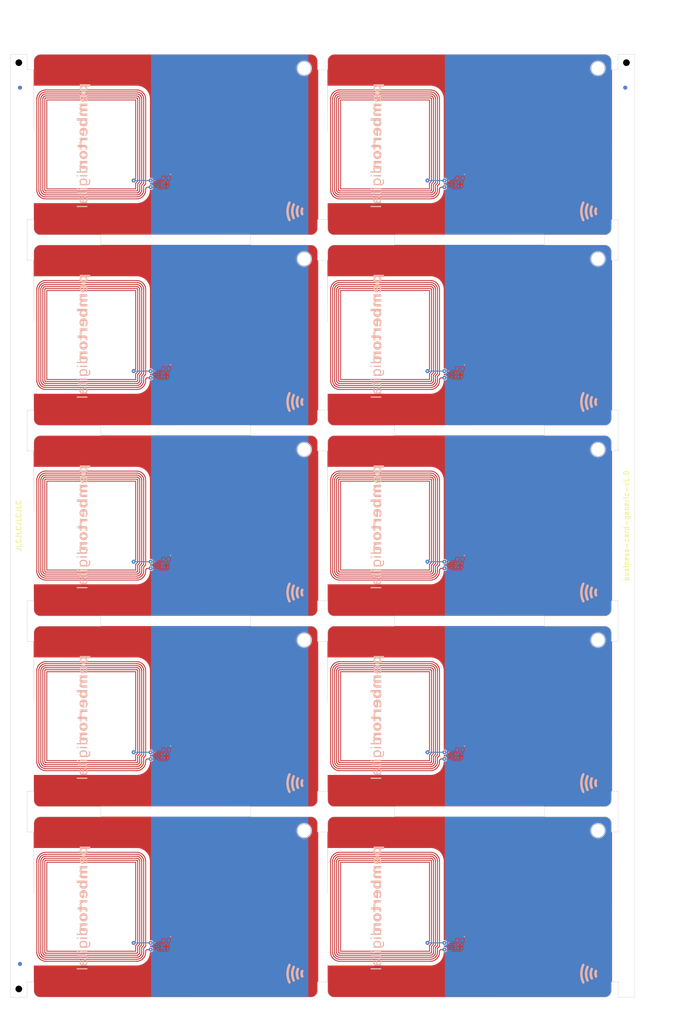
<source format=kicad_pcb>
(kicad_pcb (version 20240108) (generator "pcbnew") (generator_version "8.0")
  (layers (0 "F.Cu" signal) (31 "B.Cu" signal) (34 "B.Paste" user) (35 "F.Paste" user) (36 "B.SilkS" user "B.Silkscreen") (37 "F.SilkS" user "F.Silkscreen") (38 "B.Mask" user) (39 "F.Mask" user) (44 "Edge.Cuts" user))
  (net 0 "")
  (net 1 "Board_0-Net-(D1-A)")
  (net 2 "Board_0-Net-(D1-K)")
  (net 3 "Board_0-Net-(U1-LA)")
  (net 4 "Board_0-Net-(U1-LB)")
  (net 5 "Board_0-Net-(U1-VCC)")
  (net 6 "Board_0-unconnected-(U1-FD-Pad4)")
  (net 7 "Board_0-unconnected-(U1-SCL-Pad3)")
  (net 8 "Board_0-unconnected-(U1-SDA-Pad5)")
  (net 9 "Board_1-Net-(D1-A)")
  (net 10 "Board_1-Net-(D1-K)")
  (net 11 "Board_1-Net-(U1-LA)")
  (net 12 "Board_1-Net-(U1-LB)")
  (net 13 "Board_1-Net-(U1-VCC)")
  (net 14 "Board_1-unconnected-(U1-FD-Pad4)")
  (net 15 "Board_1-unconnected-(U1-SCL-Pad3)")
  (net 16 "Board_1-unconnected-(U1-SDA-Pad5)")
  (net 17 "Board_2-Net-(D1-A)")
  (net 18 "Board_2-Net-(D1-K)")
  (net 19 "Board_2-Net-(U1-LA)")
  (net 20 "Board_2-Net-(U1-LB)")
  (net 21 "Board_2-Net-(U1-VCC)")
  (net 22 "Board_2-unconnected-(U1-FD-Pad4)")
  (net 23 "Board_2-unconnected-(U1-SCL-Pad3)")
  (net 24 "Board_2-unconnected-(U1-SDA-Pad5)")
  (net 25 "Board_3-Net-(D1-A)")
  (net 26 "Board_3-Net-(D1-K)")
  (net 27 "Board_3-Net-(U1-LA)")
  (net 28 "Board_3-Net-(U1-LB)")
  (net 29 "Board_3-Net-(U1-VCC)")
  (net 30 "Board_3-unconnected-(U1-FD-Pad4)")
  (net 31 "Board_3-unconnected-(U1-SCL-Pad3)")
  (net 32 "Board_3-unconnected-(U1-SDA-Pad5)")
  (net 33 "Board_4-Net-(D1-A)")
  (net 34 "Board_4-Net-(D1-K)")
  (net 35 "Board_4-Net-(U1-LA)")
  (net 36 "Board_4-Net-(U1-LB)")
  (net 37 "Board_4-Net-(U1-VCC)")
  (net 38 "Board_4-unconnected-(U1-FD-Pad4)")
  (net 39 "Board_4-unconnected-(U1-SCL-Pad3)")
  (net 40 "Board_4-unconnected-(U1-SDA-Pad5)")
  (net 41 "Board_5-Net-(D1-A)")
  (net 42 "Board_5-Net-(D1-K)")
  (net 43 "Board_5-Net-(U1-LA)")
  (net 44 "Board_5-Net-(U1-LB)")
  (net 45 "Board_5-Net-(U1-VCC)")
  (net 46 "Board_5-unconnected-(U1-FD-Pad4)")
  (net 47 "Board_5-unconnected-(U1-SCL-Pad3)")
  (net 48 "Board_5-unconnected-(U1-SDA-Pad5)")
  (net 49 "Board_6-Net-(D1-A)")
  (net 50 "Board_6-Net-(D1-K)")
  (net 51 "Board_6-Net-(U1-LA)")
  (net 52 "Board_6-Net-(U1-LB)")
  (net 53 "Board_6-Net-(U1-VCC)")
  (net 54 "Board_6-unconnected-(U1-FD-Pad4)")
  (net 55 "Board_6-unconnected-(U1-SCL-Pad3)")
  (net 56 "Board_6-unconnected-(U1-SDA-Pad5)")
  (net 57 "Board_7-Net-(D1-A)")
  (net 58 "Board_7-Net-(D1-K)")
  (net 59 "Board_7-Net-(U1-LA)")
  (net 60 "Board_7-Net-(U1-LB)")
  (net 61 "Board_7-Net-(U1-VCC)")
  (net 62 "Board_7-unconnected-(U1-FD-Pad4)")
  (net 63 "Board_7-unconnected-(U1-SCL-Pad3)")
  (net 64 "Board_7-unconnected-(U1-SDA-Pad5)")
  (net 65 "Board_8-Net-(D1-A)")
  (net 66 "Board_8-Net-(D1-K)")
  (net 67 "Board_8-Net-(U1-LA)")
  (net 68 "Board_8-Net-(U1-LB)")
  (net 69 "Board_8-Net-(U1-VCC)")
  (net 70 "Board_8-unconnected-(U1-FD-Pad4)")
  (net 71 "Board_8-unconnected-(U1-SCL-Pad3)")
  (net 72 "Board_8-unconnected-(U1-SDA-Pad5)")
  (net 73 "Board_9-Net-(D1-A)")
  (net 74 "Board_9-Net-(D1-K)")
  (net 75 "Board_9-Net-(U1-LA)")
  (net 76 "Board_9-Net-(U1-LB)")
  (net 77 "Board_9-Net-(U1-VCC)")
  (net 78 "Board_9-unconnected-(U1-FD-Pad4)")
  (net 79 "Board_9-unconnected-(U1-SCL-Pad3)")
  (net 80 "Board_9-unconnected-(U1-SDA-Pad5)")
  (footprint "kikit:NPTH" (layer "F.Cu") (at 142.968 138.6)
    (property "Reference" "REF**" (hide yes))
    (property "Value" "NPTH" (hide yes))
  )
  (footprint "kikit:NPTH" (layer "F.Cu") (at 231.2 195.8)
    (property "Reference" "REF**" (hide yes))
    (property "Value" "NPTH" (hide yes))
  )
  (footprint "kikit:NPTH" (layer "F.Cu") (at 231.2 253)
    (property "Reference" "REF**" (hide yes))
    (property "Value" "NPTH" (hide yes))
  )
  (footprint "kikit:NPTH" (layer "F.Cu") (at 231.2 138.6)
    (property "Reference" "REF**" (hide yes))
    (property "Value" "NPTH" (hide yes))
  )
  (footprint "kikit:NPTH" (layer "F.Cu") (at 231.2 24.2)
    (property "Reference" "REF**" (hide yes))
    (property "Value" "NPTH" (hide yes))
  )
  (footprint "kikit:NPTH" (layer "F.Cu") (at 142.968 24.2)
    (property "Reference" "REF**" (hide yes))
    (property "Value" "NPTH" (hide yes))
  )
  (footprint "kikit:NPTH" (layer "F.Cu") (at 142.968 195.8)
    (property "Reference" "REF**" (hide yes))
    (property "Value" "NPTH" (hide yes))
  )
  (footprint "kikit:NPTH" (layer "F.Cu") (at 231.2 81.4)
    (property "Reference" "REF**" (hide yes))
    (property "Value" "NPTH" (hide yes))
  )
  (footprint "Fiducial" (layer "F.Cu") (at 57.617 30)
    (property "Reference" "KiKit_FID_T_1" (hide yes))
    (property "Value" "Fiducial" (hide yes))
  )
  (footprint "Fiducial" (layer "F.Cu") (at 57.617 293)
    (property "Reference" "KiKit_FID_T_3" (hide yes))
    (property "Value" "Fiducial" (hide yes))
  )
  (footprint "NPTH" (layer "F.Cu") (at 57.267 22.5)
    (property "Reference" "KiKit_TO_1" (hide yes))
    (property "Value" "NPTH" (hide yes))
  )
  (footprint "NPTH" (layer "F.Cu") (at 239.733 22.5)
    (property "Reference" "KiKit_TO_2" (hide yes))
    (property "Value" "NPTH" (hide yes))
  )
  (footprint "Fiducial" (layer "F.Cu") (at 239.383 30)
    (property "Reference" "KiKit_FID_T_2" (hide yes))
    (property "Value" "Fiducial" (hide yes))
  )
  (footprint "kikit:NPTH" (layer "F.Cu") (at 142.968 253)
    (property "Reference" "REF**" (hide yes))
    (property "Value" "NPTH" (hide yes))
  )
  (footprint "kikit:NPTH" (layer "F.Cu") (at 142.968 81.4)
    (property "Reference" "REF**" (hide yes))
    (property "Value" "NPTH" (hide yes))
  )
  (footprint "NPTH" (layer "F.Cu") (at 57.267 300.5)
    (property "Reference" "KiKit_TO_3" (hide yes))
    (property "Value" "NPTH" (hide yes))
  )
  (footprint "Resistor_SMD:R_0402_1005Metric" (layer "B.Cu") (at 102.018 116.1875 90)
    (property "Reference" "R1" (hide yes))
    (property "Value" "100R")
  )
  (footprint "Capacitor_SMD:C_0402_1005Metric" (layer "B.Cu") (at 100.968 173.3875 90)
    (property "Reference" "C1" (hide yes))
    (property "Value" "220nF")
  )
  (footprint "LED_SMD:LED_0603_1608Metric" (layer "B.Cu") (at 101.493 228.7)
    (property "Reference" "D1" (hide yes))
    (property "Value" "White 2.7V @ 2mA")
  )
  (footprint "Capacitor_SMD:C_0402_1005Metric" (layer "B.Cu") (at 100.968 287.7875 90)
    (property "Reference" "C1" (hide yes))
    (property "Value" "220nF")
  )
  (footprint "LED_SMD:LED_0603_1608Metric" (layer "B.Cu") (at 189.725 114.3)
    (property "Reference" "D1" (hide yes))
    (property "Value" "White 2.7V @ 2mA")
  )
  (footprint "Resistor_SMD:R_0402_1005Metric" (layer "B.Cu") (at 102.018 287.7875 90)
    (property "Reference" "R1" (hide yes))
    (property "Value" "100R")
  )
  (footprint "Capacitor_SMD:C_0402_1005Metric" (layer "B.Cu") (at 189.2 116.1875 90)
    (property "Reference" "C1" (hide yes))
    (property "Value" "220nF")
  )
  (footprint "misc:SOT902-2_XQFN8" (layer "B.Cu") (at 99.1822 173.3651 90)
    (property "Reference" "U1" (hide yes))
    (property "Value" "NT3H2111W0FHKH")
  )
  (footprint "Resistor_SMD:R_0402_1005Metric" (layer "B.Cu") (at 190.25 230.5875 90)
    (property "Reference" "R1" (hide yes))
    (property "Value" "100R")
  )
  (footprint "LED_SMD:LED_0603_1608Metric" (layer "B.Cu") (at 189.725 228.7)
    (property "Reference" "D1" (hide yes))
    (property "Value" "White 2.7V @ 2mA")
  )
  (footprint "misc:SOT902-2_XQFN8" (layer "B.Cu") (at 99.1822 58.9651 90)
    (property "Reference" "U1" (hide yes))
    (property "Value" "NT3H2111W0FHKH")
  )
  (footprint "misc:SOT902-2_XQFN8" (layer "B.Cu") (at 187.4142 173.3651 90)
    (property "Reference" "U1" (hide yes))
    (property "Value" "NT3H2111W0FHKH")
  )
  (footprint "Fiducial" (layer "B.Cu") (at 57.617 293)
    (property "Reference" "KiKit_FID_B_3" (hide yes))
    (property "Value" "Fiducial" (hide yes))
  )
  (footprint "LED_SMD:LED_0603_1608Metric" (layer "B.Cu") (at 189.725 57.1)
    (property "Reference" "D1" (hide yes))
    (property "Value" "White 2.7V @ 2mA")
  )
  (footprint "Capacitor_SMD:C_0402_1005Metric" (layer "B.Cu") (at 189.2 230.5875 90)
    (property "Reference" "C1" (hide yes))
    (property "Value" "220nF")
  )
  (footprint "LED_SMD:LED_0603_1608Metric" (layer "B.Cu") (at 189.725 171.5)
    (property "Reference" "D1" (hide yes))
    (property "Value" "White 2.7V @ 2mA")
  )
  (footprint "Resistor_SMD:R_0402_1005Metric" (layer "B.Cu") (at 190.25 116.1875 90)
    (property "Reference" "R1" (hide yes))
    (property "Value" "100R")
  )
  (footprint "Resistor_SMD:R_0402_1005Metric" (layer "B.Cu") (at 102.018 173.3875 90)
    (property "Reference" "R1" (hide yes))
    (property "Value" "100R")
  )
  (footprint "Capacitor_SMD:C_0402_1005Metric" (layer "B.Cu") (at 189.2 287.7875 90)
    (property "Reference" "C1" (hide yes))
    (property "Value" "220nF")
  )
  (footprint "Resistor_SMD:R_0402_1005Metric" (layer "B.Cu") (at 190.25 173.3875 90)
    (property "Reference" "R1" (hide yes))
    (property "Value" "100R")
  )
  (footprint "Resistor_SMD:R_0402_1005Metric" (layer "B.Cu") (at 190.25 287.7875 90)
    (property "Reference" "R1" (hide yes))
    (property "Value" "100R")
  )
  (footprint "Fiducial" (layer "B.Cu") (at 239.383 30)
    (property "Reference" "KiKit_FID_B_2" (hide yes))
    (property "Value" "Fiducial" (hide yes))
  )
  (footprint "Capacitor_SMD:C_0402_1005Metric" (layer "B.Cu") (at 189.2 58.9875 90)
    (property "Reference" "C1" (hide yes))
    (property "Value" "220nF")
  )
  (footprint "Fiducial" (layer "B.Cu") (at 57.617 30)
    (property "Reference" "KiKit_FID_B_1" (hide yes))
    (property "Value" "Fiducial" (hide yes))
  )
  (footprint "misc:SOT902-2_XQFN8" (layer "B.Cu") (at 187.4142 116.1651 90)
    (property "Reference" "U1" (hide yes))
    (property "Value" "NT3H2111W0FHKH")
  )
  (footprint "Resistor_SMD:R_0402_1005Metric" (layer "B.Cu") (at 190.25 58.9875 90)
    (property "Reference" "R1" (hide yes))
    (property "Value" "100R")
  )
  (footprint "LED_SMD:LED_0603_1608Metric" (layer "B.Cu") (at 101.493 57.1)
    (property "Reference" "D1" (hide yes))
    (property "Value" "White 2.7V @ 2mA")
  )
  (footprint "misc:SOT902-2_XQFN8" (layer "B.Cu") (at 187.4142 287.7651 90)
    (property "Reference" "U1" (hide yes))
    (property "Value" "NT3H2111W0FHKH")
  )
  (footprint "Capacitor_SMD:C_0402_1005Metric" (layer "B.Cu") (at 189.2 173.3875 90)
    (property "Reference" "C1" (hide yes))
    (property "Value" "220nF")
  )
  (footprint "Resistor_SMD:R_0402_1005Metric" (layer "B.Cu") (at 102.018 58.9875 90)
    (property "Reference" "R1" (hide yes))
    (property "Value" "100R")
  )
  (footprint "misc:SOT902-2_XQFN8" (layer "B.Cu") (at 99.1822 287.7651 90)
    (property "Reference" "U1" (hide yes))
    (property "Value" "NT3H2111W0FHKH")
  )
  (footprint "misc:SOT902-2_XQFN8" (layer "B.Cu") (at 99.1822 230.5651 90)
    (property "Reference" "U1" (hide yes))
    (property "Value" "NT3H2111W0FHKH")
  )
  (footprint "misc:SOT902-2_XQFN8" (layer "B.Cu") (at 187.4142 58.9651 90)
    (property "Reference" "U1" (hide yes))
    (property "Value" "NT3H2111W0FHKH")
  )
  (footprint "Capacitor_SMD:C_0402_1005Metric" (layer "B.Cu") (at 100.968 116.1875 90)
    (property "Reference" "C1" (hide yes))
    (property "Value" "220nF")
  )
  (footprint "Capacitor_SMD:C_0402_1005Metric" (layer "B.Cu") (at 100.968 230.5875 90)
    (property "Reference" "C1" (hide yes))
    (property "Value" "220nF")
  )
  (footprint "misc:SOT902-2_XQFN8" (layer "B.Cu") (at 99.1822 116.1651 90)
    (property "Reference" "U1" (hide yes))
    (property "Value" "NT3H2111W0FHKH")
  )
  (footprint "LED_SMD:LED_0603_1608Metric" (layer "B.Cu") (at 101.493 285.9)
    (property "Reference" "D1" (hide yes))
    (property "Value" "White 2.7V @ 2mA")
  )
  (footprint "Capacitor_SMD:C_0402_1005Metric" (layer "B.Cu") (at 100.968 58.9875 90)
    (property "Reference" "C1" (hide yes))
    (property "Value" "220nF")
  )
  (footprint "misc:SOT902-2_XQFN8" (layer "B.Cu") (at 187.4142 230.5651 90)
    (property "Reference" "U1" (hide yes))
    (property "Value" "NT3H2111W0FHKH")
  )
  (footprint "LED_SMD:LED_0603_1608Metric" (layer "B.Cu") (at 101.493 171.5)
    (property "Reference" "D1" (hide yes))
    (property "Value" "White 2.7V @ 2mA")
  )
  (footprint "Resistor_SMD:R_0402_1005Metric" (layer "B.Cu") (at 102.018 230.5875 90)
    (property "Reference" "R1" (hide yes))
    (property "Value" "100R")
  )
  (footprint "LED_SMD:LED_0603_1608Metric" (layer "B.Cu") (at 101.493 114.3)
    (property "Reference" "D1" (hide yes))
    (property "Value" "White 2.7V @ 2mA")
  )
  (footprint "LED_SMD:LED_0603_1608Metric" (layer "B.Cu") (at 189.725 285.9)
    (property "Reference" "D1" (hide yes))
    (property "Value" "White 2.7V @ 2mA")
  )
  (gr_line (start 140.940255 125.343005) (end 140.96878 125.431439) (stroke (width 0.705555)) (layer "B.SilkS"))
  (gr_line (start 229.301239 240.085994) (end 229.339686 240.166575) (stroke (width 0.705555)) (layer "B.SilkS"))
  (gr_line (start 138.368277 122.138183) (end 138.310304 122.296106) (stroke (width 0.705555)) (layer "B.SilkS"))
  (gr_line (start 142.204571 67.014369) (end 142.202151 67.067225) (stroke (width 0.705555)) (layer "B.SilkS"))
  (gr_line (start 227.643081 124.853707) (end 227.660634 124.987617) (stroke (width 0.705555)) (layer "B.SilkS"))
  (gr_line (start 229.339686 65.673815) (end 229.301239 65.760209) (stroke (width 0.705555)) (layer "B.SilkS"))
  (gr_line (start 227.765985 237.542066) (end 227.734583 237.670619) (stroke (width 0.705555)) (layer "B.SilkS"))
  (gr_line (start 140.81003 181.895027) (end 140.821192 181.989249) (stroke (width 0.705555)) (layer "B.SilkS"))
  (gr_line (start 226.488673 297.800272) (end 226.542304 297.9591) (stroke (width 0.705555)) (layer "B.SilkS"))
  (gr_line (start 229.066835 67.683265) (end 229.082958 67.776866) (stroke (width 0.705555)) (layer "B.SilkS"))
  (gr_line (start 226.222091 180.991829) (end 226.209853 181.166288) (stroke (width 0.705555)) (layer "B.SilkS"))
  (gr_line (start 229.022186 238.720204) (end 229.023426 238.813187) (stroke (width 0.705555)) (layer "B.SilkS"))
  (gr_line (start 140.801348 124.600805) (end 140.81003 124.695027) (stroke (width 0.705555)) (layer "B.SilkS"))
  (gr_line (start 140.96878 123.223837) (end 140.940255 123.313021) (stroke (width 0.705555)) (layer "B.SilkS"))
  (gr_line (start 139.387241 296.186094) (end 139.397249 296.319797) (stroke (width 0.705555)) (layer "B.SilkS"))
  (gr_line (start 230.5903 125.119685) (end 230.609721 125.166786) (stroke (width 0.705555)) (layer "B.SilkS"))
  (gr_line (start 138.310304 179.496106) (end 138.256673 179.655683) (stroke (width 0.705555)) (layer "B.SilkS"))
  (gr_line (start 227.619241 124.055688) (end 227.61316 124.187859) (stroke (width 0.705555)) (layer "B.SilkS"))
  (gr_line (start 229.101561 295.18378) (end 229.082958 295.274929) (stroke (width 0.705555)) (layer "B.SilkS"))
  (gr_line (start 226.202471 124.142402) (end 226.2 124.320168) (stroke (width 0.705555)) (layer "B.SilkS"))
  (gr_line (start 226.287436 180.478372) (end 226.260935 180.647871) (stroke (width 0.705555)) (layer "B.SilkS"))
  (gr_line (start 226.318588 297.141193) (end 226.35434 297.309218) (stroke (width 0.705555)) (layer "B.SilkS"))
  (gr_line (start 138.162639 237.179798) (end 138.12234 237.344336) (stroke (width 0.705555)) (layer "B.SilkS"))
  (gr_line (start 141.033272 297.20314) (end 141.069239 297.285994) (stroke (width 0.705555)) (layer "B.SilkS"))
  (gr_line (start 137.977853 295.566288) (end 137.970471 295.742402) (stroke (width 0.705555)) (layer "B.SilkS"))
  (gr_line (start 230.433332 67.120133) (end 230.434151 67.173437) (stroke (width 0.705555)) (layer "B.SilkS"))
  (gr_line (start 140.795147 181.335064) (end 140.791426 181.427608) (stroke (width 0.705555)) (layer "B.SilkS"))
  (gr_line (start 139.449804 237.930104) (end 139.428634 238.060828) (stroke (width 0.705555)) (layer "B.SilkS"))
  (gr_line (start 138.055436 239.771256) (end 138.086588 239.941193) (stroke (width 0.705555)) (layer "B.SilkS"))
  (gr_line (start 140.834835 296.483265) (end 140.850958 296.576866) (stroke (width 0.705555)) (layer "B.SilkS"))
  (gr_line (start 142.201332 67.120133) (end 142.202151 67.173437) (stroke (width 0.705555)) (layer "B.SilkS"))
  (gr_line (start 140.999786 180.335272) (end 140.96878 180.423837) (stroke (width 0.705555)) (layer "B.SilkS"))
  (gr_line (start 142.229238 124.004493) (end 142.220926 124.056626) (stroke (width 0.705555)) (layer "B.SilkS"))
  (gr_line (start 229.101561 296.669848) (end 229.122645 296.762002) (stroke (width 0.705555)) (layer "B.SilkS"))
  (gr_line (start 229.14621 66.202775) (end 229.122645 66.293045) (stroke (width 0.705555)) (layer "B.SilkS"))
  (gr_line (start 227.681804 237.930104) (end 227.660634 238.060828) (stroke (width 0.705555)) (layer "B.SilkS"))
  (gr_line (start 142.322143 296.621142) (end 142.339756 296.671086) (stroke (width 0.705555)) (layer "B.SilkS"))
  (gr_line (start 226.600277 240.91524) (end 226.662538 241.068538) (stroke (width 0.705555)) (layer "B.SilkS"))
  (gr_line (start 230.44601 295.709018) (end 230.440541 295.761616) (stroke (width 0.705555)) (layer "B.SilkS"))
  (gr_line (start 138.497037 64.627298) (end 138.430538 64.781914) (stroke (width 0.705555)) (layer "B.SilkS"))
  (gr_line (start 138.207434 126.038913) (end 138.256673 126.200272) (stroke (width 0.705555)) (layer "B.SilkS"))
  (gr_line (start 226.202471 181.69832) (end 226.209853 181.875491) (stroke (width 0.705555)) (layer "B.SilkS"))
  (gr_line (start 227.706488 295) (end 227.681804 295.130104) (stroke (width 0.705555)) (layer "B.SilkS"))
  (gr_line (start 140.890645 123.493045) (end 140.869561 123.58378) (stroke (width 0.705555)) (layer "B.SilkS"))
  (gr_line (start 138.12234 297.309218) (end 138.162639 297.475177) (stroke (width 0.705555)) (layer "B.SilkS"))
  (gr_line (start 139.736987 179.715316) (end 139.690599 179.838186) (stroke (width 0.705555)) (layer "B.SilkS"))
  (gr_line (start 142.249839 296.356694) (end 142.262026 296.411031) (stroke (width 0.705555)) (layer "B.SilkS"))
  (gr_line (start 230.609721 66.308744) (end 230.5903 66.355451) (stroke (width 0.705555)) (layer "B.SilkS"))
  (gr_line (start 230.481839 67.556694) (end 230.494026 67.611031) (stroke (width 0.705555)) (layer "B.SilkS"))
  (gr_line (start 227.629249 67.519797) (end 227.643081 67.653707) (stroke (width 0.705555)) (layer "B.SilkS"))
  (gr_line (start 227.660634 296.587617) (end 227.681804 296.72132) (stroke (width 0.705555)) (layer "B.SilkS"))
  (gr_line (start 141.033272 65.847379) (end 140.999786 65.935272) (stroke (width 0.705555)) (layer "B.SilkS"))
  (gr_line (start 140.791426 67.027608) (end 140.790186 67.120204) (stroke (width 0.705555)) (layer "B.SilkS"))
  (gr_line (start 138.207434 68.838913) (end 138.256673 69.000272) (stroke (width 0.705555)) (layer "B.SilkS"))
  (gr_line (start 230.44601 181.309018) (end 230.440541 181.361616) (stroke (width 0.705555)) (layer "B.SilkS"))
  (gr_line (start 140.821192 181.05826) (end 140.81003 181.150338) (stroke (width 0.705555)) (layer "B.SilkS"))
  (gr_line (start 230.461238 181.204493) (end 230.452926 181.256626) (stroke (width 0.705555)) (layer "B.SilkS"))
  (gr_line (start 229.022186 124.320204) (end 229.023426 124.413187) (stroke (width 0.705555)) (layer "B.SilkS"))
  (gr_line (start 139.397249 295.523723) (end 139.387241 295.655688) (stroke (width 0.705555)) (layer "B.SilkS"))
  (gr_line (start 142.377721 180.708744) (end 142.3583 180.755451) (stroke (width 0.705555)) (layer "B.SilkS"))
  (gr_line (start 227.619241 66.855688) (end 227.61316 66.987859) (stroke (width 0.705555)) (layer "B.SilkS"))
  (gr_line (start 139.387241 66.855688) (end 139.38116 66.987859) (stroke (width 0.705555)) (layer "B.SilkS"))
  (gr_line (start 229.14621 295.002775) (end 229.122645 295.093045) (stroke (width 0.705555)) (layer "B.SilkS"))
  (gr_line (start 230.436571 295.814369) (end 230.434151 295.867225) (stroke (width 0.705555)) (layer "B.SilkS"))
  (gr_line (start 230.521914 124.917844) (end 230.537512 124.97001) (stroke (width 0.705555)) (layer "B.SilkS"))
  (gr_line (start 138.368277 183.71524) (end 138.430538 183.868538) (stroke (width 0.705555)) (layer "B.SilkS"))
  (gr_line (start 228.018062 183.48124) (end 228.069722 183.601508) (stroke (width 0.705555)) (layer "B.SilkS"))
  (gr_line (start 229.339686 294.473815) (end 229.301239 294.560209) (stroke (width 0.705555)) (layer "B.SilkS"))
  (gr_line (start 138.207434 240.438913) (end 138.256673 240.600272) (stroke (width 0.705555)) (layer "B.SilkS"))
  (gr_line (start 227.681804 180.730104) (end 227.660634 180.860828) (stroke (width 0.705555)) (layer "B.SilkS"))
  (gr_line (start 140.890645 182.362002) (end 140.91421 182.453123) (stroke (width 0.705555)) (layer "B.SilkS"))
  (gr_line (start 139.474488 66.2) (end 139.449804 66.330104) (stroke (width 0.705555)) (layer "B.SilkS"))
  (gr_line (start 229.20078 68.231439) (end 229.231786 68.31822) (stroke (width 0.705555)) (layer "B.SilkS"))
  (gr_line (start 140.801348 295.642624) (end 140.795147 295.735064) (stroke (width 0.705555)) (layer "B.SilkS"))
  (gr_line (start 226.729037 121.827298) (end 226.662538 121.981914) (stroke (width 0.705555)) (layer "B.SilkS"))
  (gr_line (start 137.970471 124.142402) (end 137.968 124.320168) (stroke (width 0.705555)) (layer "B.SilkS"))
  (gr_line (start 229.066835 238.166439) (end 229.053192 238.25826) (stroke (width 0.705555)) (layer "B.SilkS"))
  (gr_line (start 139.502583 296.987279) (end 139.533985 297.119121) (stroke (width 0.705555)) (layer "B.SilkS"))
  (gr_line (start 230.571756 180.802933) (end 230.554143 180.851139) (stroke (width 0.705555)) (layer "B.SilkS"))
  (gr_line (start 229.20078 297.031439) (end 229.231786 297.11822) (stroke (width 0.705555)) (layer "B.SilkS"))
  (gr_line (start 226.318588 294.710527) (end 226.287436 294.878372) (stroke (width 0.705555)) (layer "B.SilkS"))
  (gr_line (start 138.162639 122.779798) (end 138.12234 122.944336) (stroke (width 0.705555)) (layer "B.SilkS"))
  (gr_line (start 227.706488 68.054609) (end 227.734583 68.187279) (stroke (width 0.705555)) (layer "B.SilkS"))
  (gr_line (start 140.940255 180.513021) (end 140.91421 180.602775) (stroke (width 0.705555)) (layer "B.SilkS"))
  (gr_line (start 142.208541 295.761616) (end 142.204571 295.814369) (stroke (width 0.705555)) (layer "B.SilkS"))
  (gr_line (start 230.494026 296.411031) (end 230.507402 296.464799) (stroke (width 0.705555)) (layer "B.SilkS"))
  (gr_line (start 229.265272 294.647379) (end 229.231786 294.735272) (stroke (width 0.705555)) (layer "B.SilkS"))
  (gr_line (start 142.204571 238.827413) (end 142.208541 238.881906) (stroke (width 0.705555)) (layer "B.SilkS"))
  (gr_line (start 139.606297 240.179499) (end 139.647001 240.307621) (stroke (width 0.705555)) (layer "B.SilkS"))
  (gr_line (start 229.122645 182.362002) (end 229.14621 182.453123) (stroke (width 0.705555)) (layer "B.SilkS"))
  (gr_line (start 229.023426 181.427608) (end 229.022186 181.520204) (stroke (width 0.705555)) (layer "B.SilkS"))
  (gr_line (start 226.35434 237.344336) (end 226.318588 237.510527) (stroke (width 0.705555)) (layer "B.SilkS"))
  (gr_line (start 142.229238 295.604493) (end 142.220926 295.656626) (stroke (width 0.705555)) (layer "B.SilkS"))
  (gr_line (start 139.736987 122.515316) (end 139.690599 122.638186) (stroke (width 0.705555)) (layer "B.SilkS"))
  (gr_line (start 138.007136 295.219023) (end 137.990091 295.391829) (stroke (width 0.705555)) (layer "B.SilkS"))
  (gr_line (start 139.411081 123.792069) (end 139.397249 123.923723) (stroke (width 0.705555)) (layer "B.SilkS"))
  (gr_line (start 138.007136 125.026267) (end 138.028935 125.199563) (stroke (width 0.705555)) (layer "B.SilkS"))
  (gr_line (start 139.647001 294.362399) (end 139.606297 294.487852) (stroke (width 0.705555)) (layer "B.SilkS"))
  (gr_line (start 142.21401 67.33676) (end 142.220926 67.391821) (stroke (width 0.705555)) (layer "B.SilkS"))
  (gr_line (start 139.647001 297.507621) (end 139.690599 297.63409) (stroke (width 0.705555)) (layer "B.SilkS"))
  (gr_line (start 140.869561 182.269848) (end 140.890645 182.362002) (stroke (width 0.705555)) (layer "B.SilkS"))
  (gr_line (start 226.260935 67.999563) (end 226.287436 68.171256) (stroke (width 0.705555)) (layer "B.SilkS"))
  (gr_line (start 142.202151 181.467225) (end 142.201332 181.520133) (stroke (width 0.705555)) (layer "B.SilkS"))
  (gr_line (start 230.494026 67.611031) (end 230.507402 67.664799) (stroke (width 0.705555)) (layer "B.SilkS"))
  (gr_line (start 138.368277 236.538183) (end 138.310304 236.696106) (stroke (width 0.705555)) (layer "B.SilkS"))
  (gr_line (start 142.289914 123.749513) (end 142.275402 123.799579) (stroke (width 0.705555)) (layer "B.SilkS"))
  (gr_line (start 229.027147 295.735064) (end 229.023426 295.827608) (stroke (width 0.705555)) (layer "B.SilkS"))
  (gr_line (start 230.521914 123.749513) (end 230.507402 123.799579) (stroke (width 0.705555)) (layer "B.SilkS"))
  (gr_line (start 140.940255 182.543005) (end 140.96878 182.631439) (stroke (width 0.705555)) (layer "B.SilkS"))
  (gr_line (start 226.35434 180.144336) (end 226.318588 180.310527) (stroke (width 0.705555)) (layer "B.SilkS"))
  (gr_line (start 140.869561 125.069848) (end 140.890645 125.162002) (stroke (width 0.705555)) (layer "B.SilkS"))
  (gr_line (start 140.91421 125.253123) (end 140.940255 125.343005) (stroke (width 0.705555)) (layer "B.SilkS"))
  (gr_line (start 226.729037 241.218839) (end 226.799722 241.365987) (stroke (width 0.705555)) (layer "B.SilkS"))
  (gr_line (start 139.449804 66.330104) (end 139.428634 66.460828) (stroke (width 0.705555)) (layer "B.SilkS"))
  (gr_line (start 138.007136 182.226267) (end 138.028935 182.399563) (stroke (width 0.705555)) (layer "B.SilkS"))
  (gr_line (start 138.162639 68.675177) (end 138.207434 68.838913) (stroke (width 0.705555)) (layer "B.SilkS"))
  (gr_line (start 229.023426 238.813187) (end 229.027147 238.906789) (stroke (width 0.705555)) (layer "B.SilkS"))
  (gr_line (start 139.474488 237.8) (end 139.449804 237.930104) (stroke (width 0.705555)) (layer "B.SilkS"))
  (gr_line (start 227.765985 294.742066) (end 227.734583 294.870619) (stroke (width 0.705555)) (layer "B.SilkS"))
  (gr_line (start 229.027147 238.906789) (end 229.033348 239.000805) (stroke (width 0.705555)) (layer "B.SilkS"))
  (gr_line (start 226.729037 64.627298) (end 226.662538 64.781914) (stroke (width 0.705555)) (layer "B.SilkS"))
  (gr_line (start 226.394639 68.675177) (end 226.439434 68.838913) (stroke (width 0.705555)) (layer "B.SilkS"))
  (gr_line (start 139.736987 294.115316) (end 139.690599 294.238186) (stroke (width 0.705555)) (layer "B.SilkS"))
  (gr_line (start 226.318588 182.741193) (end 226.35434 182.909218) (stroke (width 0.705555)) (layer "B.SilkS"))
  (gr_line (start 140.790186 295.920204) (end 140.791426 296.013187) (stroke (width 0.705555)) (layer "B.SilkS"))
  (gr_line (start 140.821192 239.189249) (end 140.834835 239.283265) (stroke (width 0.705555)) (layer "B.SilkS"))
  (gr_line (start 230.521914 295.349513) (end 230.507402 295.399579) (stroke (width 0.705555)) (layer "B.SilkS"))
  (gr_line (start 230.507402 295.399579) (end 230.494026 295.450162) (stroke (width 0.705555)) (layer "B.SilkS"))
  (gr_line (start 138.497037 298.418839) (end 138.567722 298.565987) (stroke (width 0.705555)) (layer "B.SilkS"))
  (gr_line (start 142.305512 296.57001) (end 142.322143 296.621142) (stroke (width 0.705555)) (layer "B.SilkS"))
  (gr_line (start 226.35434 68.509218) (end 226.394639 68.675177) (stroke (width 0.705555)) (layer "B.SilkS"))
  (gr_line (start 142.322143 125.021142) (end 142.339756 125.071086) (stroke (width 0.705555)) (layer "B.SilkS"))
  (gr_line (start 226.729037 126.818839) (end 226.799722 126.965987) (stroke (width 0.705555)) (layer "B.SilkS"))
  (gr_line (start 228.069722 236.674022) (end 228.018062 236.793894) (stroke (width 0.705555)) (layer "B.SilkS"))
  (gr_line (start 230.433332 124.320133) (end 230.434151 124.373437) (stroke (width 0.705555)) (layer "B.SilkS"))
  (gr_line (start 229.04203 295.550338) (end 229.033348 295.642624) (stroke (width 0.705555)) (layer "B.SilkS"))
  (gr_line (start 140.791426 124.413187) (end 140.795147 124.506789) (stroke (width 0.705555)) (layer "B.SilkS"))
  (gr_line (start 138.007136 238.019023) (end 137.990091 238.191829) (stroke (width 0.705555)) (layer "B.SilkS"))
  (gr_line (start 137.990091 123.791829) (end 137.977853 123.966288) (stroke (width 0.705555)) (layer "B.SilkS"))
  (gr_line (start 229.082958 238.074929) (end 229.066835 238.166439) (stroke (width 0.705555)) (layer "B.SilkS"))
  (gr_line (start 229.14621 125.253123) (end 229.172255 125.343005) (stroke (width 0.705555)) (layer "B.SilkS"))
  (gr_line (start 226.209853 123.966288) (end 226.202471 124.142402) (stroke (width 0.705555)) (layer "B.SilkS"))
  (gr_line (start 227.681804 123.530104) (end 227.660634 123.660828) (stroke (width 0.705555)) (layer "B.SilkS"))
  (gr_line (start 139.533985 237.542066) (end 139.502583 237.670619) (stroke (width 0.705555)) (layer "B.SilkS"))
  (gr_line (start 142.238893 181.901943) (end 142.249839 181.956694) (stroke (width 0.705555)) (layer "B.SilkS"))
  (gr_line (start 230.537512 239.37001) (end 230.554143 239.421142) (stroke (width 0.705555)) (layer "B.SilkS"))
  (gr_line (start 227.643081 296.453707) (end 227.660634 296.587617) (stroke (width 0.705555)) (layer "B.SilkS"))
  (gr_line (start 139.411081 238.192069) (end 139.397249 238.323723) (stroke (width 0.705555)) (layer "B.SilkS"))
  (gr_line (start 230.440541 181.681906) (end 230.44601 181.73676) (stroke (width 0.705555)) (layer "B.SilkS"))
  (gr_line (start 140.801348 66.842624) (end 140.795147 66.935064) (stroke (width 0.705555)) (layer "B.SilkS"))
  (gr_line (start 229.027147 124.506789) (end 229.033348 124.600805) (stroke (width 0.705555)) (layer "B.SilkS"))
  (gr_line (start 139.837722 65.074022) (end 139.786062 65.193894) (stroke (width 0.705555)) (layer "B.SilkS"))
  (gr_line (start 226.318588 239.941193) (end 226.35434 240.109218) (stroke (width 0.705555)) (layer "B.SilkS"))
  (gr_line (start 142.208541 67.281906) (end 142.21401 67.33676) (stroke (width 0.705555)) (layer "B.SilkS"))
  (gr_line (start 226.600277 183.71524) (end 226.662538 183.868538) (stroke (width 0.705555)) (layer "B.SilkS"))
  (gr_line (start 140.81003 296.295027) (end 140.821192 296.389249) (stroke (width 0.705555)) (layer "B.SilkS"))
  (gr_line (start 142.262026 66.650162) (end 142.249839 66.70121) (stroke (width 0.705555)) (layer "B.SilkS"))
  (gr_line (start 139.397249 296.319797) (end 139.411081 296.453707) (stroke (width 0.705555)) (layer "B.SilkS"))
  (gr_line (start 229.231786 123.135272) (end 229.20078 123.223837) (stroke (width 0.705555)) (layer "B.SilkS"))
  (gr_line (start 229.027147 124.135064) (end 229.023426 124.227608) (stroke (width 0.705555)) (layer "B.SilkS"))
  (gr_line (start 140.790186 238.720204) (end 140.791426 238.813187) (stroke (width 0.705555)) (layer "B.SilkS"))
  (gr_line (start 226.542304 297.9591) (end 226.600277 298.11524) (stroke (width 0.705555)) (layer "B.SilkS"))
  (gr_line (start 140.869561 123.58378) (end 140.850958 123.674929) (stroke (width 0.705555)) (layer "B.SilkS"))
  (gr_line (start 226.35434 122.944336) (end 226.318588 123.110527) (stroke (width 0.705555)) (layer "B.SilkS"))
  (gr_line (start 230.609721 180.708744) (end 230.554143 180.851139) (stroke (width 0.705555)) (layer "B.SilkS"))
  (gr_line (start 139.37911 238.720133) (end 139.38116 238.852803) (stroke (width 0.705555)) (layer "B.SilkS"))
  (gr_line (start 139.837722 236.674022) (end 139.786062 236.793894) (stroke (width 0.705555)) (layer "B.SilkS"))
  (gr_line (start 226.209853 295.566288) (end 226.202471 295.742402) (stroke (width 0.705555)) (layer "B.SilkS"))
  (gr_line (start 142.322143 239.421142) (end 142.339756 239.471086) (stroke (width 0.705555)) (layer "B.SilkS"))
  (gr_line (start 139.690599 237.038186) (end 139.647001 237.162399) (stroke (width 0.705555)) (layer "B.SilkS"))
  (gr_line (start 230.521914 296.517844) (end 230.537512 296.57001) (stroke (width 0.705555)) (layer "B.SilkS"))
  (gr_line (start 138.007136 239.426267) (end 138.028935 239.599563) (stroke (width 0.705555)) (layer "B.SilkS"))
  (gr_line (start 142.305512 66.500016) (end 142.289914 66.549513) (stroke (width 0.705555)) (layer "B.SilkS"))
  (gr_line (start 142.220926 124.056626) (end 142.21401 124.109018) (stroke (width 0.705555)) (layer "B.SilkS"))
  (gr_line (start 229.082958 67.776866) (end 229.101561 67.869848) (stroke (width 0.705555)) (layer "B.SilkS"))
  (gr_line (start 229.122645 66.293045) (end 229.101561 66.38378) (stroke (width 0.705555)) (layer "B.SilkS"))
  (gr_line (start 228.069722 122.274022) (end 227.968987 122.515316) (stroke (width 0.705555)) (layer "B.SilkS"))
  (gr_line (start 142.229238 67.446934) (end 142.238893 67.501943) (stroke (width 0.705555)) (layer "B.SilkS"))
  (gr_line (start 142.208541 66.961616) (end 142.204571 67.014369) (stroke (width 0.705555)) (layer "B.SilkS"))
  (gr_line (start 230.433332 181.520133) (end 230.434151 181.573437) (stroke (width 0.705555)) (layer "B.SilkS"))
  (gr_line (start 230.507402 182.064799) (end 230.521914 182.117844) (stroke (width 0.705555)) (layer "B.SilkS"))
  (gr_line (start 140.91421 237.802775) (end 140.890645 237.893045) (stroke (width 0.705555)) (layer "B.SilkS"))
  (gr_line (start 142.204571 67.227413) (end 142.208541 67.281906) (stroke (width 0.705555)) (layer "B.SilkS"))
  (gr_line (start 230.44601 296.13676) (end 230.452926 296.191821) (stroke (width 0.705555)) (layer "B.SilkS"))
  (gr_line (start 230.609721 237.908744) (end 230.554143 238.051139) (stroke (width 0.705555)) (layer "B.SilkS"))
  (gr_line (start 227.643081 239.253707) (end 227.660634 239.387617) (stroke (width 0.705555)) (layer "B.SilkS"))
  (gr_line (start 230.554143 296.621142) (end 230.571756 296.671086) (stroke (width 0.705555)) (layer "B.SilkS"))
  (gr_line (start 230.521914 239.317844) (end 230.537512 239.37001) (stroke (width 0.705555)) (layer "B.SilkS"))
  (gr_line (start 227.643081 238.192069) (end 227.629249 238.323723) (stroke (width 0.705555)) (layer "B.SilkS"))
  (gr_line (start 230.440541 66.961616) (end 230.436571 67.014369) (stroke (width 0.705555)) (layer "B.SilkS"))
  (gr_line (start 139.428634 239.387617) (end 139.449804 239.52132) (stroke (width 0.705555)) (layer "B.SilkS"))
  (gr_line (start 139.690599 65.438186) (end 139.647001 65.562399) (stroke (width 0.705555)) (layer "B.SilkS"))
  (gr_line (start 142.204571 181.627413) (end 142.208541 181.681906) (stroke (width 0.705555)) (layer "B.SilkS"))
  (gr_line (start 138.12234 122.944336) (end 138.086588 123.110527) (stroke (width 0.705555)) (layer "B.SilkS"))
  (gr_line (start 229.172255 294.913021) (end 229.14621 295.002775) (stroke (width 0.705555)) (layer "B.SilkS"))
  (gr_line (start 229.172255 239.743005) (end 229.20078 239.831439) (stroke (width 0.705555)) (layer "B.SilkS"))
  (gr_line (start 140.795147 238.535064) (end 140.791426 238.627608) (stroke (width 0.705555)) (layer "B.SilkS"))
  (gr_line (start 230.5903 296.719685) (end 230.609721 296.766786) (stroke (width 0.705555)) (layer "B.SilkS"))
  (gr_line (start 229.082958 124.976866) (end 229.101561 125.069848) (stroke (width 0.705555)) (layer "B.SilkS"))
  (gr_line (start 226.662538 121.981914) (end 226.600277 122.138183) (stroke (width 0.705555)) (layer "B.SilkS"))
  (gr_line (start 227.734583 123.270619) (end 227.706488 123.4) (stroke (width 0.705555)) (layer "B.SilkS"))
  (gr_line (start 139.428634 67.787617) (end 139.449804 67.92132) (stroke (width 0.705555)) (layer "B.SilkS"))
  (gr_line (start 138.256673 183.400272) (end 138.310304 183.5591) (stroke (width 0.705555)) (layer "B.SilkS"))
  (gr_line (start 227.838297 237.287852) (end 227.800591 237.414442) (stroke (width 0.705555)) (layer "B.SilkS"))
  (gr_line (start 142.322143 66.451139) (end 142.305512 66.500016) (stroke (width 0.705555)) (layer "B.SilkS"))
  (gr_line (start 138.007136 123.619023) (end 137.990091 123.791829) (stroke (width 0.705555)) (layer "B.SilkS"))
  (gr_line (start 226.542304 293.896106) (end 226.488673 294.055683) (stroke (width 0.705555)) (layer "B.SilkS"))
  (gr_line (start 228.018062 122.393894) (end 227.968987 122.515316) (stroke (width 0.705555)) (layer "B.SilkS"))
  (gr_line (start 229.265272 123.047379) (end 229.231786 123.135272) (stroke (width 0.705555)) (layer "B.SilkS"))
  (gr_line (start 142.3583 239.519685) (end 142.377721 239.566786) (stroke (width 0.705555)) (layer "B.SilkS"))
  (gr_line (start 137.990091 67.651525) (end 138.007136 67.826267) (stroke (width 0.705555)) (layer "B.SilkS"))
  (gr_line (start 230.436571 296.027413) (end 230.440541 296.081906) (stroke (width 0.705555)) (layer "B.SilkS"))
  (gr_line (start 227.800591 182.84993) (end 227.838297 182.979499) (stroke (width 0.705555)) (layer "B.SilkS"))
  (gr_line (start 230.44601 124.109018) (end 230.440541 124.161616) (stroke (width 0.705555)) (layer "B.SilkS"))
  (gr_line (start 230.470893 239.101943) (end 230.481839 239.156694) (stroke (width 0.705555)) (layer "B.SilkS"))
  (gr_line (start 139.647001 122.762399) (end 139.606297 122.887852) (stroke (width 0.705555)) (layer "B.SilkS"))
  (gr_line (start 142.339756 238.002933) (end 142.322143 238.051139) (stroke (width 0.705555)) (layer "B.SilkS"))
  (gr_line (start 140.91421 66.202775) (end 140.890645 66.293045) (stroke (width 0.705555)) (layer "B.SilkS"))
  (gr_line (start 141.107686 122.873815) (end 141.069239 122.960209) (stroke (width 0.705555)) (layer "B.SilkS"))
  (gr_line (start 139.786062 179.593894) (end 139.736987 179.715316) (stroke (width 0.705555)) (layer "B.SilkS"))
  (gr_line (start 229.265272 180.247379) (end 229.231786 180.335272) (stroke (width 0.705555)) (layer "B.SilkS"))
  (gr_line (start 140.81003 124.695027) (end 140.821192 124.789249) (stroke (width 0.705555)) (layer "B.SilkS"))
  (gr_line (start 142.3583 296.719685) (end 142.377721 296.766786) (stroke (width 0.705555)) (layer "B.SilkS"))
  (gr_line (start 140.795147 124.135064) (end 140.791426 124.227608) (stroke (width 0.705555)) (layer "B.SilkS"))
  (gr_line (start 139.690599 297.63409) (end 139.736987 297.758698) (stroke (width 0.705555)) (layer "B.SilkS"))
  (gr_line (start 229.172255 180.513021) (end 229.14621 180.602775) (stroke (width 0.705555)) (layer "B.SilkS"))
  (gr_line (start 139.38116 124.452803) (end 139.387241 124.586094) (stroke (width 0.705555)) (layer "B.SilkS"))
  (gr_line (start 226.542304 126.3591) (end 226.600277 126.51524) (stroke (width 0.705555)) (layer "B.SilkS"))
  (gr_line (start 142.262026 124.811031) (end 142.275402 124.864799) (stroke (width 0.705555)) (layer "B.SilkS"))
  (gr_line (start 142.202151 124.373437) (end 142.204571 124.427413) (stroke (width 0.705555)) (layer "B.SilkS"))
  (gr_line (start 226.260935 295.047871) (end 226.239136 295.219023) (stroke (width 0.705555)) (layer "B.SilkS"))
  (gr_line (start 138.207434 237.016914) (end 138.162639 237.179798) (stroke (width 0.705555)) (layer "B.SilkS"))
  (gr_line (start 227.643081 66.592069) (end 227.629249 66.723723) (stroke (width 0.705555)) (layer "B.SilkS"))
  (gr_line (start 138.055436 182.571256) (end 138.086588 182.741193) (stroke (width 0.705555)) (layer "B.SilkS"))
  (gr_line (start 226.260935 239.599563) (end 226.287436 239.771256) (stroke (width 0.705555)) (layer "B.SilkS"))
  (gr_line (start 142.289914 296.517844) (end 142.305512 296.57001) (stroke (width 0.705555)) (layer "B.SilkS"))
  (gr_line (start 139.502583 123.270619) (end 139.474488 123.4) (stroke (width 0.705555)) (layer "B.SilkS"))
  (gr_line (start 140.999786 237.535272) (end 140.96878 237.623837) (stroke (width 0.705555)) (layer "B.SilkS"))
  (gr_line (start 226.318588 125.541193) (end 226.35434 125.709218) (stroke (width 0.705555)) (layer "B.SilkS"))
  (gr_line (start 230.461238 238.404493) (end 230.452926 238.456626) (stroke (width 0.705555)) (layer "B.SilkS"))
  (gr_line (start 141.033272 123.047379) (end 140.999786 123.135272) (stroke (width 0.705555)) (layer "B.SilkS"))
  (gr_line (start 229.301239 182.885994) (end 229.339686 182.966575) (stroke (width 0.705555)) (layer "B.SilkS"))
  (gr_line (start 142.238893 296.301943) (end 142.249839 296.356694) (stroke (width 0.705555)) (layer "B.SilkS"))
  (gr_line (start 229.265272 297.20314) (end 229.301239 297.285994) (stroke (width 0.705555)) (layer "B.SilkS"))
  (gr_line (start 229.066835 239.283265) (end 229.082958 239.376866) (stroke (width 0.705555)) (layer "B.SilkS"))
  (gr_line (start 140.834835 180.966439) (end 140.821192 181.05826) (stroke (width 0.705555)) (layer "B.SilkS"))
  (gr_line (start 139.387241 295.655688) (end 139.38116 295.787859) (stroke (width 0.705555)) (layer "B.SilkS"))
  (gr_line (start 226.799722 121.674336) (end 226.729037 121.827298) (stroke (width 0.705555)) (layer "B.SilkS"))
  (gr_line (start 140.791426 181.613187) (end 140.795147 181.706789) (stroke (width 0.705555)) (layer "B.SilkS"))
  (gr_line (start 230.554143 125.021142) (end 230.571756 125.071086) (stroke (width 0.705555)) (layer "B.SilkS"))
  (gr_line (start 142.249839 238.30121) (end 142.238893 238.352671) (stroke (width 0.705555)) (layer "B.SilkS"))
  (gr_line (start 138.12234 182.909218) (end 138.162639 183.075177) (stroke (width 0.705555)) (layer "B.SilkS"))
  (gr_line (start 142.305512 124.97001) (end 142.322143 125.021142) (stroke (width 0.705555)) (layer "B.SilkS"))
  (gr_line (start 140.834835 67.683265) (end 140.850958 67.776866) (stroke (width 0.705555)) (layer "B.SilkS"))
  (gr_line (start 227.838297 180.087852) (end 227.800591 180.214442) (stroke (width 0.705555)) (layer "B.SilkS"))
  (gr_line (start 137.977853 181.875491) (end 137.990091 182.051525) (stroke (width 0.705555)) (layer "B.SilkS"))
  (gr_line (start 138.256673 65.255683) (end 138.207434 65.416914) (stroke (width 0.705555)) (layer "B.SilkS"))
  (gr_line (start 140.795147 66.935064) (end 140.791426 67.027608) (stroke (width 0.705555)) (layer "B.SilkS"))
  (gr_line (start 142.202151 67.067225) (end 142.201332 67.120133) (stroke (width 0.705555)) (layer "B.SilkS"))
  (gr_line (start 142.208541 238.561616) (end 142.204571 238.614369) (stroke (width 0.705555)) (layer "B.SilkS"))
  (gr_line (start 226.202471 67.29832) (end 226.209853 67.475491) (stroke (width 0.705555)) (layer "B.SilkS"))
  (gr_line (start 139.647001 68.707621) (end 139.690599 68.83409) (stroke (width 0.705555)) (layer "B.SilkS"))
  (gr_line (start 142.249839 67.556694) (end 142.262026 67.611031) (stroke (width 0.705555)) (layer "B.SilkS"))
  (gr_line (start 230.481839 295.50121) (end 230.470893 295.552671) (stroke (width 0.705555)) (layer "B.SilkS"))
  (gr_line (start 230.440541 124.161616) (end 230.436571 124.214369) (stroke (width 0.705555)) (layer "B.SilkS"))
  (gr_line (start 142.322143 123.651139) (end 142.305512 123.700016) (stroke (width 0.705555)) (layer "B.SilkS"))
  (gr_line (start 227.629249 124.719797) (end 227.643081 124.853707) (stroke (width 0.705555)) (layer "B.SilkS"))
  (gr_line (start 226.488673 236.855683) (end 226.439434 237.016914) (stroke (width 0.705555)) (layer "B.SilkS"))
  (gr_line (start 229.231786 65.935272) (end 229.20078 66.023837) (stroke (width 0.705555)) (layer "B.SilkS"))
  (gr_line (start 229.022186 295.920204) (end 229.023426 296.013187) (stroke (width 0.705555)) (layer "B.SilkS"))
  (gr_line (start 139.568591 294.614442) (end 139.533985 294.742066) (stroke (width 0.705555)) (layer "B.SilkS"))
  (gr_line (start 230.44601 238.93676) (end 230.452926 238.991821) (stroke (width 0.705555)) (layer "B.SilkS"))
  (gr_line (start 138.207434 122.616914) (end 138.162639 122.779798) (stroke (width 0.705555)) (layer "B.SilkS"))
  (gr_line (start 142.220926 238.456626) (end 142.21401 238.509018) (stroke (width 0.705555)) (layer "B.SilkS"))
  (gr_line (start 138.086588 239.941193) (end 138.12234 240.109218) (stroke (width 0.705555)) (layer "B.SilkS"))
  (gr_line (start 142.305512 295.300016) (end 142.289914 295.349513) (stroke (width 0.705555)) (layer "B.SilkS"))
  (gr_line (start 229.027147 66.935064) (end 229.023426 67.027608) (stroke (width 0.705555)) (layer "B.SilkS"))
  (gr_line (start 227.922599 65.438186) (end 227.879001 65.562399) (stroke (width 0.705555)) (layer "B.SilkS"))
  (gr_line (start 139.568591 125.64993) (end 139.606297 125.779499) (stroke (width 0.705555)) (layer "B.SilkS"))
  (gr_line (start 229.082958 182.176866) (end 229.101561 182.269848) (stroke (width 0.705555)) (layer "B.SilkS"))
  (gr_line (start 227.629249 295.523723) (end 227.619241 295.655688) (stroke (width 0.705555)) (layer "B.SilkS"))
  (gr_line (start 229.04203 67.495027) (end 229.053192 67.589249) (stroke (width 0.705555)) (layer "B.SilkS"))
  (gr_line (start 229.082958 295.274929) (end 229.066835 295.366439) (stroke (width 0.705555)) (layer "B.SilkS"))
  (gr_line (start 226.488673 122.455683) (end 226.439434 122.616914) (stroke (width 0.705555)) (layer "B.SilkS"))
  (gr_line (start 230.436571 238.614369) (end 230.434151 238.667225) (stroke (width 0.705555)) (layer "B.SilkS"))
  (gr_line (start 227.968987 65.315316) (end 227.922599 65.438186) (stroke (width 0.705555)) (layer "B.SilkS"))
  (gr_line (start 142.305512 123.700016) (end 142.289914 123.749513) (stroke (width 0.705555)) (layer "B.SilkS"))
  (gr_line (start 139.786062 293.993894) (end 139.736987 294.115316) (stroke (width 0.705555)) (layer "B.SilkS"))
  (gr_line (start 227.765985 239.919121) (end 227.800591 240.04993) (stroke (width 0.705555)) (layer "B.SilkS"))
  (gr_line (start 142.3583 237.955451) (end 142.339756 238.002933) (stroke (width 0.705555)) (layer "B.SilkS"))
  (gr_line (start 142.220926 238.991821) (end 142.229238 239.046934) (stroke (width 0.705555)) (layer "B.SilkS"))
  (gr_line (start 229.231786 297.11822) (end 229.265272 297.20314) (stroke (width 0.705555)) (layer "B.SilkS"))
  (gr_line (start 230.537512 296.57001) (end 230.554143 296.621142) (stroke (width 0.705555)) (layer "B.SilkS"))
  (gr_line (start 142.21401 181.309018) (end 142.208541 181.361616) (stroke (width 0.705555)) (layer "B.SilkS"))
  (gr_line (start 230.571756 295.202933) (end 230.554143 295.251139) (stroke (width 0.705555)) (layer "B.SilkS"))
  (gr_line (start 230.571756 296.671086) (end 230.5903 296.719685) (stroke (width 0.705555)) (layer "B.SilkS"))
  (gr_line (start 140.96878 66.023837) (end 140.940255 66.113021) (stroke (width 0.705555)) (layer "B.SilkS"))
  (gr_line (start 140.821192 67.589249) (end 140.834835 67.683265) (stroke (width 0.705555)) (layer "B.SilkS"))
  (gr_line (start 227.706488 296.854609) (end 227.734583 296.987279) (stroke (width 0.705555)) (layer "B.SilkS"))
  (gr_line (start 230.494026 182.011031) (end 230.507402 182.064799) (stroke (width 0.705555)) (layer "B.SilkS"))
  (gr_line (start 226.35434 294.544336) (end 226.318588 294.710527) (stroke (width 0.705555)) (layer "B.SilkS"))
  (gr_line (start 142.204571 181.414369) (end 142.202151 181.467225) (stroke (width 0.705555)) (layer "B.SilkS"))
  (gr_line (start 230.481839 181.956694) (end 230.494026 182.011031) (stroke (width 0.705555)) (layer "B.SilkS"))
  (gr_line (start 227.643081 182.053707) (end 227.660634 182.187617) (stroke (width 0.705555)) (layer "B.SilkS"))
  (gr_line (start 230.5903 295.155451) (end 230.571756 295.202933) (stroke (width 0.705555)) (layer "B.SilkS"))
  (gr_line (start 139.606297 294.487852) (end 139.568591 294.614442) (stroke (width 0.705555)) (layer "B.SilkS"))
  (gr_line (start 138.162639 297.475177) (end 138.207434 297.638913) (stroke (width 0.705555)) (layer "B.SilkS"))
  (gr_line (start 139.502583 182.587279) (end 139.533985 182.719121) (stroke (width 0.705555)) (layer "B.SilkS"))
  (gr_line (start 226.318588 65.910527) (end 226.287436 66.078372) (stroke (width 0.705555)) (layer "B.SilkS"))
  (gr_line (start 142.220926 296.191821) (end 142.229238 296.246934) (stroke (width 0.705555)) (layer "B.SilkS"))
  (gr_line (start 139.606297 125.779499) (end 139.647001 125.907621) (stroke (width 0.705555)) (layer "B.SilkS"))
  (gr_line (start 139.411081 239.253707) (end 139.428634 239.387617) (stroke (width 0.705555)) (layer "B.SilkS"))
  (gr_line (start 229.231786 180.335272) (end 229.20078 180.423837) (stroke (width 0.705555)) (layer "B.SilkS"))
  (gr_line (start 138.368277 64.938183) (end 138.310304 65.096106) (stroke (width 0.705555)) (layer "B.SilkS"))
  (gr_line (start 230.452926 124.056626) (end 230.44601 124.109018) (stroke (width 0.705555)) (layer "B.SilkS"))
  (gr_line (start 230.461238 67.446934) (end 230.470893 67.501943) (stroke (width 0.705555)) (layer "B.SilkS"))
  (gr_line (start 227.61316 296.052803) (end 227.619241 296.186094) (stroke (width 0.705555)) (layer "B.SilkS"))
  (gr_line (start 139.647001 125.907621) (end 139.690599 126.03409) (stroke (width 0.705555)) (layer "B.SilkS"))
  (gr_line (start 229.027147 181.706789) (end 229.033348 181.800805) (stroke (width 0.705555)) (layer "B.SilkS"))
  (gr_line (start 230.470893 67.501943) (end 230.481839 67.556694) (stroke (width 0.705555)) (layer "B.SilkS"))
  (gr_line (start 226.318588 237.510527) (end 226.287436 237.678372) (stroke (width 0.705555)) (layer "B.SilkS"))
  (gr_line (start 226.260935 237.847871) (end 226.239136 238.019023) (stroke (width 0.705555)) (layer "B.SilkS"))
  (gr_line (start 229.101561 180.78378) (end 229.082958 180.874929) (stroke (width 0.705555)) (layer "B.SilkS"))
  (gr_line (start 138.086588 68.341193) (end 138.12234 68.509218) (stroke (width 0.705555)) (layer "B.SilkS"))
  (gr_line (start 230.537512 66.500016) (end 230.521914 66.549513) (stroke (width 0.705555)) (layer "B.SilkS"))
  (gr_line (start 229.101561 182.269848) (end 229.122645 182.362002) (stroke (width 0.705555)) (layer "B.SilkS"))
  (gr_line (start 141.069239 237.360209) (end 141.033272 237.447379) (stroke (width 0.705555)) (layer "B.SilkS"))
  (gr_line (start 139.568591 297.24993) (end 139.606297 297.379499) (stroke (width 0.705555)) (layer "B.SilkS"))
  (gr_line (start 227.681804 239.52132) (end 227.706488 239.654609) (stroke (width 0.705555)) (layer "B.SilkS"))
  (gr_line (start 226.209853 239.075491) (end 226.222091 239.251525) (stroke (width 0.705555)) (layer "B.SilkS"))
  (gr_line (start 226.600277 126.51524) (end 226.662538 126.668538) (stroke (width 0.705555)) (layer "B.SilkS"))
  (gr_line (start 139.411081 182.053707) (end 139.428634 182.187617) (stroke (width 0.705555)) (layer "B.SilkS"))
  (gr_line (start 142.21401 296.13676) (end 142.220926 296.191821) (stroke (width 0.705555)) (layer "B.SilkS"))
  (gr_line (start 138.12234 68.509218) (end 138.162639 68.675177) (stroke (width 0.705555)) (layer "B.SilkS"))
  (gr_line (start 230.440541 295.761616) (end 230.436571 295.814369) (stroke (width 0.705555)) (layer "B.SilkS"))
  (gr_line (start 142.305512 67.77001) (end 142.322143 67.821142) (stroke (width 0.705555)) (layer "B.SilkS"))
  (gr_line (start 138.567722 121.674336) (end 138.497037 121.827298) (stroke (width 0.705555)) (layer "B.SilkS"))
  (gr_line (start 230.470893 66.752671) (end 230.461238 66.804493) (stroke (width 0.705555)) (layer "B.SilkS"))
  (gr_line (start 226.729037 236.227298) (end 226.662538 236.381914) (stroke (width 0.705555)) (layer "B.SilkS"))
  (gr_line (start 229.231786 294.735272) (end 229.20078 294.823837) (stroke (width 0.705555)) (layer "B.SilkS"))
  (gr_line (start 227.681804 125.12132) (end 227.706488 125.254609) (stroke (width 0.705555)) (layer "B.SilkS"))
  (gr_line (start 139.37911 181.520133) (end 139.38116 181.652803) (stroke (width 0.705555)) (layer "B.SilkS"))
  (gr_line (start 229.265272 237.447379) (end 229.231786 237.535272) (stroke (width 0.705555)) (layer "B.SilkS"))
  (gr_line (start 142.377721 66.308744) (end 142.3583 66.355451) (stroke (width 0.705555)) (layer "B.SilkS"))
  (gr_line (start 226.542304 122.296106) (end 226.488673 122.455683) (stroke (width 0.705555)) (layer "B.SilkS"))
  (gr_line (start 227.660634 66.460828) (end 227.643081 66.592069) (stroke (width 0.705555)) (layer "B.SilkS"))
  (gr_line (start 138.310304 65.096106) (end 138.256673 65.255683) (stroke (width 0.705555)) (layer "B.SilkS"))
  (gr_line (start 139.736987 126.158698) (end 139.786062 126.28124) (stroke (width 0.705555)) (layer "B.SilkS"))
  (gr_line (start 226.202471 296.09832) (end 226.209853 296.275491) (stroke (width 0.705555)) (layer "B.SilkS"))
  (gr_line (start 142.262026 238.250162) (end 142.249839 238.30121) (stroke (width 0.705555)) (layer "B.SilkS"))
  (gr_line (start 226.239136 182.226267) (end 226.260935 182.399563) (stroke (width 0.705555)) (layer "B.SilkS"))
  (gr_line (start 230.436571 238.827413) (end 230.440541 238.881906) (stroke (width 0.705555)) (layer "B.SilkS"))
  (gr_line (start 140.81003 123.950338) (end 140.801348 124.042624) (stroke (width 0.705555)) (layer "B.SilkS"))
  (gr_line (start 230.436571 124.427413) (end 230.440541 124.481906) (stroke (width 0.705555)) (layer "B.SilkS"))
  (gr_line (start 138.497037 241.218839) (end 138.567722 241.365987) (stroke (width 0.705555)) (layer "B.SilkS"))
  (gr_line (start 139.690599 294.238186) (end 139.647001 294.362399) (stroke (width 0.705555)) (layer "B.SilkS"))
  (gr_line (start 141.069239 68.485994) (end 141.107686 68.566575) (stroke (width 0.705555)) (layer "B.SilkS"))
  (gr_line (start 228.018062 126.28124) (end 228.069722 126.401508) (stroke (width 0.705555)) (layer "B.SilkS"))
  (gr_line (start 229.027147 67.306789) (end 229.033348 67.400805) (stroke (width 0.705555)) (layer "B.SilkS"))
  (gr_line (start 139.786062 297.88124) (end 139.837722 298.001508) (stroke (width 0.705555)) (layer "B.SilkS"))
  (gr_line (start 229.053192 181.05826) (end 229.04203 181.150338) (stroke (width 0.705555)) (layer "B.SilkS"))
  (gr_line (start 142.305512 238.100016) (end 142.289914 238.149513) (stroke (width 0.705555)) (layer "B.SilkS"))
  (gr_line (start 227.660634 238.060828) (end 227.643081 238.192069) (stroke (width 0.705555)) (layer "B.SilkS"))
  (gr_line (start 226.2 67.120168) (end 226.202471 67.29832) (stroke (width 0.705555)) (layer "B.SilkS"))
  (gr_line (start 226.729037 179.027298) (end 226.662538 179.181914) (stroke (width 0.705555)) (layer "B.SilkS"))
  (gr_line (start 229.265272 125.60314) (end 229.301239 125.685994) (stroke (width 0.705555)) (layer "B.SilkS"))
  (gr_line (start 142.238893 123.952671) (end 142.229238 124.004493) (stroke (width 0.705555)) (layer "B.SilkS"))
  (gr_line (start 226.600277 122.138183) (end 226.542304 122.296106) (stroke (width 0.705555)) (layer "B.SilkS"))
  (gr_line (start 229.172255 296.943005) (end 229.20078 297.031439) (stroke (width 0.705555)) (layer "B.SilkS"))
  (gr_line (start 142.238893 295.552671) (end 142.229238 295.604493) (stroke (width 0.705555)) (layer "B.SilkS"))
  (gr_line (start 140.940255 294.913021) (end 140.91421 295.002775) (stroke (width 0.705555)) (layer "B.SilkS"))
  (gr_line (start 227.800591 237.414442) (end 227.765985 237.542066) (stroke (width 0.705555)) (layer "B.SilkS"))
  (gr_line (start 230.554143 238.051139) (end 230.537512 238.100016) (stroke (width 0.705555)) (layer "B.SilkS"))
  (gr_line (start 228.018062 236.793894) (end 227.968987 236.915316) (stroke (width 0.705555)) (layer "B.SilkS"))
  (gr_line (start 230.440541 296.081906) (end 230.44601 296.13676) (stroke (width 0.705555)) (layer "B.SilkS"))
  (gr_line (start 229.033348 67.400805) (end 229.04203 67.495027) (stroke (width 0.705555)) (layer "B.SilkS"))
  (gr_line (start 138.12234 65.744336) (end 138.086588 65.910527) (stroke (width 0.705555)) (layer "B.SilkS"))
  (gr_line (start 140.890645 125.162002) (end 140.91421 125.253123) (stroke (width 0.705555)) (layer "B.SilkS"))
  (gr_line (start 142.262026 239.211031) (end 142.275402 239.264799) (stroke (width 0.705555)) (layer "B.SilkS"))
  (gr_line (start 137.970471 238.542402) (end 137.968 238.720168) (stroke (width 0.705555)) (layer "B.SilkS"))
  (gr_line (start 227.734583 239.787279) (end 227.765985 239.919121) (stroke (width 0.705555)) (layer "B.SilkS"))
  (gr_line (start 229.14621 182.453123) (end 229.172255 182.543005) (stroke (width 0.705555)) (layer "B.SilkS"))
  (gr_line (start 139.533985 123.142066) (end 139.502583 123.270619) (stroke (width 0.705555)) (layer "B.SilkS"))
  (gr_line (start 137.970471 181.69832) (end 137.977853 181.875491) (stroke (width 0.705555)) (layer "B.SilkS"))
  (gr_line (start 230.434151 67.173437) (end 230.436571 67.227413) (stroke (width 0.705555)) (layer "B.SilkS"))
  (gr_line (start 138.055436 125.371256) (end 138.086588 125.541193) (stroke (width 0.705555)) (layer "B.SilkS"))
  (gr_line (start 139.533985 65.942066) (end 139.502583 66.070619) (stroke (width 0.705555)) (layer "B.SilkS"))
  (gr_line (start 227.968987 236.915316) (end 227.922599 237.038186) (stroke (width 0.705555)) (layer "B.SilkS"))
  (gr_line (start 229.122645 180.693045) (end 229.101561 180.78378) (stroke (width 0.705555)) (layer "B.SilkS"))
  (gr_line (start 139.533985 180.342066) (end 139.502583 180.470619) (stroke (width 0.705555)) (layer "B.SilkS"))
  (gr_line (start 137.977853 296.275491) (end 137.990091 296.451525) (stroke (width 0.705555)) (layer "B.SilkS"))
  (gr_line (start 138.028935 239.599563) (end 138.055436 239.771256) (stroke (width 0.705555)) (layer "B.SilkS"))
  (gr_line (start 227.838297 294.487852) (end 227.800591 294.614442) (stroke (width 0.705555)) (layer "B.SilkS"))
  (gr_line (start 140.850958 182.176866) (end 140.869561 182.269848) (stroke (width 0.705555)) (layer "B.SilkS"))
  (gr_line (start 140.999786 68.31822) (end 141.033272 68.40314) (stroke (width 0.705555)) (layer "B.SilkS"))
  (gr_line (start 230.452926 238.456626) (end 230.44601 238.509018) (stroke (width 0.705555)) (layer "B.SilkS"))
  (gr_line (start 228.018062 293.993894) (end 227.968987 294.115316) (stroke (width 0.705555)) (layer "B.SilkS"))
  (gr_line (start 227.734583 125.387279) (end 227.765985 125.519121) (stroke (width 0.705555)) (layer "B.SilkS"))
  (gr_line (start 139.387241 238.986094) (end 139.397249 239.119797) (stroke (width 0.705555)) (layer "B.SilkS"))
  (gr_line (start 138.162639 240.275177) (end 138.207434 240.438913) (stroke (width 0.705555)) (layer "B.SilkS"))
  (gr_line (start 226.222091 67.651525) (end 226.239136 67.826267) (stroke (width 0.705555)) (layer "B.SilkS"))
  (gr_line (start 141.033272 68.40314) (end 141.069239 68.485994) (stroke (width 0.705555)) (layer "B.SilkS"))
  (gr_line (start 226.439434 240.438913) (end 226.488673 240.600272) (stroke (width 0.705555)) (layer "B.SilkS"))
  (gr_line (start 226.260935 182.399563) (end 226.287436 182.571256) (stroke (width 0.705555)) (layer "B.SilkS"))
  (gr_line (start 226.202471 238.542402) (end 226.2 238.720168) (stroke (width 0.705555)) (layer "B.SilkS"))
  (gr_line (start 138.256673 122.455683) (end 138.207434 122.616914) (stroke (width 0.705555)) (layer "B.SilkS"))
  (gr_line (start 229.14621 296.853123) (end 229.172255 296.943005) (stroke (width 0.705555)) (layer "B.SilkS"))
  (gr_line (start 142.204571 124.427413) (end 142.208541 124.481906) (stroke (width 0.705555)) (layer "B.SilkS"))
  (gr_line (start 140.869561 296.669848) (end 140.890645 296.762002) (stroke (width 0.705555)) (layer "B.SilkS"))
  (gr_line (start 227.643081 123.792069) (end 227.629249 123.923723) (stroke (width 0.705555)) (layer "B.SilkS"))
  (gr_line (start 229.053192 239.189249) (end 229.066835 239.283265) (stroke (width 0.705555)) (layer "B.SilkS"))
  (gr_line (start 140.999786 65.935272) (end 140.96878 66.023837) (stroke (width 0.705555)) (layer "B.SilkS"))
  (gr_line (start 227.838297 65.687852) (end 227.800591 65.814442) (stroke (width 0.705555)) (layer "B.SilkS"))
  (gr_line (start 226.239136 295.219023) (end 226.222091 295.391829) (stroke (width 0.705555)) (layer "B.SilkS"))
  (gr_line (start 138.207434 179.816914) (end 138.162639 179.979798) (stroke (width 0.705555)) (layer "B.SilkS"))
  (gr_line (start 230.507402 239.264799) (end 230.521914 239.317844) (stroke (width 0.705555)) (layer "B.SilkS"))
  (gr_line (start 138.497037 121.827298) (end 138.430538 121.981914) (stroke (width 0.705555)) (layer "B.SilkS"))
  (gr_line (start 140.791426 181.427608) (end 140.790186 181.520204) (stroke (width 0.705555)) (layer "B.SilkS"))
  (gr_line (start 227.922599 68.83409) (end 227.968987 68.958698) (stroke (width 0.705555)) (layer "B.SilkS"))
  (gr_line (start 142.3583 182.319685) (end 142.377721 182.366786) (stroke (width 0.705555)) (layer "B.SilkS"))
  (gr_line (start 227.643081 67.653707) (end 227.660634 67.787617) (stroke (width 0.705555)) (layer "B.SilkS"))
  (gr_line (start 229.066835 124.883265) (end 229.082958 124.976866) (stroke (width 0.705555)) (layer "B.SilkS"))
  (gr_line (start 139.38116 238.852803) (end 139.387241 238.986094) (stroke (width 0.705555)) (layer "B.SilkS"))
  (gr_line (start 229.172255 66.113021) (end 229.14621 66.202775) (stroke (width 0.705555)) (layer "B.SilkS"))
  (gr_line (start 138.207434 294.216914) (end 138.162639 294.379798) (stroke (width 0.705555)) (layer "B.SilkS"))
  (gr_line (start 229.04203 66.750338) (end 229.033348 66.842624) (stroke (width 0.705555)) (layer "B.SilkS"))
  (gr_line (start 138.368277 240.91524) (end 138.430538 241.068538) (stroke (width 0.705555)) (layer "B.SilkS"))
  (gr_line (start 226.729037 184.018839) (end 226.799722 184.165987) (stroke (width 0.705555)) (layer "B.SilkS"))
  (gr_line (start 229.053192 123.85826) (end 229.04203 123.950338) (stroke (width 0.705555)) (layer "B.SilkS"))
  (gr_line (start 226.799722 64.474336) (end 226.729037 64.627298) (stroke (width 0.705555)) (layer "B.SilkS"))
  (gr_line (start 229.053192 67.589249) (end 229.066835 67.683265) (stroke (width 0.705555)) (layer "B.SilkS"))
  (gr_line (start 142.339756 182.271086) (end 142.3583 182.319685) (stroke (width 0.705555)) (layer "B.SilkS"))
  (gr_line (start 230.554143 295.251139) (end 230.537512 295.300016) (stroke (width 0.705555)) (layer "B.SilkS"))
  (gr_line (start 227.629249 239.119797) (end 227.643081 239.253707) (stroke (width 0.705555)) (layer "B.SilkS"))
  (gr_line (start 139.397249 181.919797) (end 139.411081 182.053707) (stroke (width 0.705555)) (layer "B.SilkS"))
  (gr_line (start 229.14621 180.602775) (end 229.122645 180.693045) (stroke (width 0.705555)) (layer "B.SilkS"))
  (gr_line (start 139.38116 124.187859) (end 139.37911 124.320133) (stroke (width 0.705555)) (layer "B.SilkS"))
  (gr_line (start 137.968 295.920168) (end 137.970471 296.09832) (stroke (width 0.705555)) (layer "B.SilkS"))
  (gr_line (start 227.879001 68.707621) (end 227.922599 68.83409) (stroke (width 0.705555)) (layer "B.SilkS"))
  (gr_line (start 140.791426 238.627608) (end 140.790186 238.720204) (stroke (width 0.705555)) (layer "B.SilkS"))
  (gr_line (start 229.122645 125.162002) (end 229.14621 125.253123) (stroke (width 0.705555)) (layer "B.SilkS"))
  (gr_line (start 138.12234 294.544336) (end 138.086588 294.710527) (stroke (width 0.705555)) (layer "B.SilkS"))
  (gr_line (start 230.554143 66.451139) (end 230.537512 66.500016) (stroke (width 0.705555)) (layer "B.SilkS"))
  (gr_line (start 138.310304 240.7591) (end 138.368277 240.91524) (stroke (width 0.705555)) (layer "B.SilkS"))
  (gr_line (start 229.301239 180.160209) (end 229.265272 180.247379) (stroke (width 0.705555)) (layer "B.SilkS"))
  (gr_line (start 140.81003 238.350338) (end 140.801348 238.442624) (stroke (width 0.705555)) (layer "B.SilkS"))
  (gr_line (start 140.81003 181.150338) (end 140.801348 181.242624) (stroke (width 0.705555)) (layer "B.SilkS"))
  (gr_line (start 227.734583 182.587279) (end 227.765985 182.719121) (stroke (width 0.705555)) (layer "B.SilkS"))
  (gr_line (start 229.033348 124.042624) (end 229.027147 124.135064) (stroke (width 0.705555)) (layer "B.SilkS"))
  (gr_line (start 227.968987 294.115316) (end 227.922599 294.238186) (stroke (width 0.705555)) (layer "B.SilkS"))
  (gr_line (start 138.497037 69.618839) (end 138.567722 69.765987) (stroke (width 0.705555)) (layer "B.SilkS"))
  (gr_line (start 142.249839 124.756694) (end 142.262026 124.811031) (stroke (width 0.705555)) (layer "B.SilkS"))
  (gr_line (start 230.436571 67.014369) (end 230.434151 67.067225) (stroke (width 0.705555)) (layer "B.SilkS"))
  (gr_line (start 142.339756 123.602933) (end 142.322143 123.651139) (stroke (width 0.705555)) (layer "B.SilkS"))
  (gr_line (start 139.568591 65.814442) (end 139.533985 65.942066) (stroke (width 0.705555)) (layer "B.SilkS"))
  (gr_line (start 227.922599 240.43409) (end 227.968987 240.558698) (stroke (width 0.705555)) (layer "B.SilkS"))
  (gr_line (start 229.101561 239.469848) (end 229.122645 239.562002) (stroke (width 0.705555)) (layer "B.SilkS"))
  (gr_line (start 142.262026 296.411031) (end 142.275402 296.464799) (stroke (width 0.705555)) (layer "B.SilkS"))
  (gr_line (start 226.260935 66.247871) (end 226.239136 66.419023) (stroke (width 0.705555)) (layer "B.SilkS"))
  (gr_line (start 142.262026 123.850162) (end 142.249839 123.90121) (stroke (width 0.705555)) (layer "B.SilkS"))
  (gr_line (start 142.201332 295.920133) (end 142.202151 295.973437) (stroke (width 0.705555)) (layer "B.SilkS"))
  (gr_line (start 142.208541 238.881906) (end 142.21401 238.93676) (stroke (width 0.705555)) (layer "B.SilkS"))
  (gr_line (start 227.61316 181.652803) (end 227.619241 181.786094) (stroke (width 0.705555)) (layer "B.SilkS"))
  (gr_line (start 140.96878 125.431439) (end 140.999786 125.51822) (stroke (width 0.705555)) (layer "B.SilkS"))
  (gr_line (start 227.706488 239.654609) (end 227.734583 239.787279) (stroke (width 0.705555)) (layer "B.SilkS"))
  (gr_line (start 229.122645 296.762002) (end 229.14621 296.853123) (stroke (width 0.705555)) (layer "B.SilkS"))
  (gr_line (start 228.069722 179.474022) (end 227.968987 179.715316) (stroke (width 0.705555)) (layer "B.SilkS"))
  (gr_line (start 230.470893 181.901943) (end 230.481839 181.956694) (stroke (width 0.705555)) (layer "B.SilkS"))
  (gr_line (start 230.461238 295.604493) (end 230.452926 295.656626) (stroke (width 0.705555)) (layer "B.SilkS"))
  (gr_line (start 230.470893 123.952671) (end 230.461238 124.004493) (stroke (width 0.705555)) (layer "B.SilkS"))
  (gr_line (start 230.571756 238.002933) (end 230.554143 238.051139) (stroke (width 0.705555)) (layer "B.SilkS"))
  (gr_line (start 139.428634 124.987617) (end 139.449804 125.12132) (stroke (width 0.705555)) (layer "B.SilkS"))
  (gr_line (start 229.023426 295.827608) (end 229.022186 295.920204) (stroke (width 0.705555)) (layer "B.SilkS"))
  (gr_line (start 139.428634 182.187617) (end 139.449804 182.32132) (stroke (width 0.705555)) (layer "B.SilkS"))
  (gr_line (start 139.397249 66.723723) (end 139.387241 66.855688) (stroke (width 0.705555)) (layer "B.SilkS"))
  (gr_line (start 138.055436 68.171256) (end 138.086588 68.341193) (stroke (width 0.705555)) (layer "B.SilkS"))
  (gr_line (start 139.647001 183.107621) (end 139.690599 183.23409) (stroke (width 0.705555)) (layer "B.SilkS"))
  (gr_line (start 138.567722 64.474336) (end 138.497037 64.627298) (stroke (width 0.705555)) (layer "B.SilkS"))
  (gr_line (start 230.5903 67.919685) (end 230.609721 67.966786) (stroke (width 0.705555)) (layer "B.SilkS"))
  (gr_line (start 138.028935 66.247871) (end 138.007136 66.419023) (stroke (width 0.705555)) (layer "B.SilkS"))
  (gr_line (start 140.850958 123.674929) (end 140.834835 123.766439) (stroke (width 0.705555)) (layer "B.SilkS"))
  (gr_line (start 139.397249 238.323723) (end 139.387241 238.455688) (stroke (width 0.705555)) (layer "B.SilkS"))
  (gr_line (start 139.606297 297.379499) (end 139.647001 297.507621) (stroke (width 0.705555)) (layer "B.SilkS"))
  (gr_line (start 139.38116 181.387859) (end 139.37911 181.520133) (stroke (width 0.705555)) (layer "B.SilkS"))
  (gr_line (start 227.765985 123.142066) (end 227.734583 123.270619) (stroke (width 0.705555)) (layer "B.SilkS"))
  (gr_line (start 137.977853 123.966288) (end 137.970471 124.142402) (stroke (width 0.705555)) (layer "B.SilkS"))
  (gr_line (start 230.609721 123.508744) (end 230.5903 123.555451) (stroke (width 0.705555)) (layer "B.SilkS"))
  (gr_line (start 142.220926 295.656626) (end 142.21401 295.709018) (stroke (width 0.705555)) (layer "B.SilkS"))
  (gr_line (start 139.533985 182.719121) (end 139.568591 182.84993) (stroke (width 0.705555)) (layer "B.SilkS"))
  (gr_line (start 138.162639 125.875177) (end 138.207434 126.038913) (stroke (width 0.705555)) (layer "B.SilkS"))
  (gr_line (start 228.069722 236.674022) (end 227.968987 236.915316) (stroke (width 0.705555)) (layer "B.SilkS"))
  (gr_line (start 139.387241 67.386094) (end 139.397249 67.519797) (stroke (width 0.705555)) (layer "B.SilkS"))
  (gr_line (start 139.411081 295.392069) (end 139.397249 295.523723) (stroke (width 0.705555)) (layer "B.SilkS"))
  (gr_line (start 229.231786 125.51822) (end 229.265272 125.60314) (stroke (width 0.705555)) (layer "B.SilkS"))
  (gr_line (start 229.066835 182.083265) (end 229.082958 182.176866) (stroke (width 0.705555)) (layer "B.SilkS"))
  (gr_line (start 230.494026 181.050162) (end 230.481839 181.10121) (stroke (width 0.705555)) (layer "B.SilkS"))
  (gr_line (start 140.795147 124.506789) (end 140.801348 124.600805) (stroke (width 0.705555)) (layer "B.SilkS"))
  (gr_line (start 139.449804 239.52132) (end 139.474488 239.654609) (stroke (width 0.705555)) (layer "B.SilkS"))
  (gr_line (start 229.033348 295.642624) (end 229.027147 295.735064) (stroke (width 0.705555)) (layer "B.SilkS"))
  (gr_line (start 230.537512 182.17001) (end 230.554143 182.221142) (stroke (width 0.705555)) (layer "B.SilkS"))
  (gr_line (start 230.44601 124.53676) (end 230.452926 124.591821) (stroke (width 0.705555)) (layer "B.SilkS"))
  (gr_line (start 229.301239 297.285994) (end 229.339686 297.366575) (stroke (width 0.705555)) (layer "B.SilkS"))
  (gr_line (start 229.265272 68.40314) (end 229.301239 68.485994) (stroke (width 0.705555)) (layer "B.SilkS"))
  (gr_line (start 139.38116 181.652803) (end 139.387241 181.786094) (stroke (width 0.705555)) (layer "B.SilkS"))
  (gr_line (start 139.786062 65.193894) (end 139.736987 65.315316) (stroke (width 0.705555)) (layer "B.SilkS"))
  (gr_line (start 229.20078 294.823837) (end 229.172255 294.913021) (stroke (width 0.705555)) (layer "B.SilkS"))
  (gr_line (start 230.494026 295.450162) (end 230.481839 295.50121) (stroke (width 0.705555)) (layer "B.SilkS"))
  (gr_line (start 142.275402 296.464799) (end 142.289914 296.517844) (stroke (width 0.705555)) (layer "B.SilkS"))
  (gr_line (start 229.082958 123.674929) (end 229.066835 123.766439) (stroke (width 0.705555)) (layer "B.SilkS"))
  (gr_line (start 229.066835 123.766439) (end 229.053192 123.85826) (stroke (width 0.705555)) (layer "B.SilkS"))
  (gr_line (start 140.850958 67.776866) (end 140.869561 67.869848) (stroke (width 0.705555)) (layer "B.SilkS"))
  (gr_line (start 140.91421 123.402775) (end 140.890645 123.493045) (stroke (width 0.705555)) (layer "B.SilkS"))
  (gr_line (start 142.220926 67.391821) (end 142.229238 67.446934) (stroke (width 0.705555)) (layer "B.SilkS"))
  (gr_line (start 140.91421 296.853123) (end 140.940255 296.943005) (stroke (width 0.705555)) (layer "B.SilkS"))
  (gr_line (start 230.494026 239.211031) (end 230.507402 239.264799) (stroke (width 0.705555)) (layer "B.SilkS"))
  (gr_line (start 230.571756 182.271086) (end 230.5903 182.319685) (stroke (width 0.705555)) (layer "B.SilkS"))
  (gr_line (start 226.222091 66.591829) (end 226.209853 66.766288) (stroke (width 0.705555)) (layer "B.SilkS"))
  (gr_line (start 226.662538 236.381914) (end 226.600277 236.538183) (stroke (width 0.705555)) (layer "B.SilkS"))
  (gr_line (start 142.3583 125.119685) (end 142.377721 125.166786) (stroke (width 0.705555)) (layer "B.SilkS"))
  (gr_line (start 229.172255 237.713021) (end 229.14621 237.802775) (stroke (width 0.705555)) (layer "B.SilkS"))
  (gr_line (start 141.033272 125.60314) (end 141.069239 125.685994) (stroke (width 0.705555)) (layer "B.SilkS"))
  (gr_line (start 228.018062 69.08124) (end 228.069722 69.201508) (stroke (width 0.705555)) (layer "B.SilkS"))
  (gr_line (start 137.977853 181.166288) (end 137.970471 181.342402) (stroke (width 0.705555)) (layer "B.SilkS"))
  (gr_line (start 140.81003 66.750338) (end 140.801348 66.842624) (stroke (width 0.705555)) (layer "B.SilkS"))
  (gr_line (start 137.990091 295.391829) (end 137.977853 295.566288) (stroke (width 0.705555)) (layer "B.SilkS"))
  (gr_line (start 139.837722 179.474022) (end 139.736987 179.715316) (stroke (width 0.705555)) (layer "B.SilkS"))
  (gr_line (start 227.619241 181.255688) (end 227.61316 181.387859) (stroke (width 0.705555)) (layer "B.SilkS"))
  (gr_line (start 227.61111 181.520133) (end 227.61316 181.652803) (stroke (width 0.705555)) (layer "B.SilkS"))
  (gr_line (start 139.736987 68.958698) (end 139.786062 69.08124) (stroke (width 0.705555)) (layer "B.SilkS"))
  (gr_line (start 140.821192 66.65826) (end 140.81003 66.750338) (stroke (width 0.705555)) (layer "B.SilkS"))
  (gr_line (start 226.35434 240.109218) (end 226.394639 240.275177) (stroke (width 0.705555)) (layer "B.SilkS"))
  (gr_line (start 139.474488 239.654609) (end 139.502583 239.787279) (stroke (width 0.705555)) (layer "B.SilkS"))
  (gr_line (start 142.339756 239.471086) (end 142.3583 239.519685) (stroke (width 0.705555)) (layer "B.SilkS"))
  (gr_line (start 230.434151 124.267225) (end 230.433332 124.320133) (stroke (width 0.705555)) (layer "B.SilkS"))
  (gr_line (start 230.452926 295.656626) (end 230.44601 295.709018) (stroke (width 0.705555)) (layer "B.SilkS"))
  (gr_line (start 140.821192 124.789249) (end 140.834835 124.883265) (stroke (width 0.705555)) (layer "B.SilkS"))
  (gr_line (start 230.470893 181.152671) (end 230.461238 181.204493) (stroke (width 0.705555)) (layer "B.SilkS"))
  (gr_line (start 139.449804 180.730104) (end 139.428634 180.860828) (stroke (width 0.705555)) (layer "B.SilkS"))
  (gr_line (start 230.470893 295.552671) (end 230.461238 295.604493) (stroke (width 0.705555)) (layer "B.SilkS"))
  (gr_line (start 139.474488 182.454609) (end 139.502583 182.587279) (stroke (width 0.705555)) (layer "B.SilkS"))
  (gr_line (start 226.260935 180.647871) (end 226.239136 180.819023) (stroke (width 0.705555)) (layer "B.SilkS"))
  (gr_line (start 229.265272 240.00314) (end 229.301239 240.085994) (stroke (width 0.705555)) (layer "B.SilkS"))
  (gr_line (start 138.430538 64.781914) (end 138.368277 64.938183) (stroke (width 0.705555)) (layer "B.SilkS"))
  (gr_line (start 226.662538 241.068538) (end 226.729037 241.218839) (stroke (width 0.705555)) (layer "B.SilkS"))
  (gr_line (start 142.208541 296.081906) (end 142.21401 296.13676) (stroke (width 0.705555)) (layer "B.SilkS"))
  (gr_line (start 226.394639 65.579798) (end 226.35434 65.744336) (stroke (width 0.705555)) (layer "B.SilkS"))
  (gr_line (start 139.38116 295.787859) (end 139.37911 295.920133) (stroke (width 0.705555)) (layer "B.SilkS"))
  (gr_line (start 138.007136 67.826267) (end 138.028935 67.999563) (stroke (width 0.705555)) (layer "B.SilkS"))
  (gr_line (start 226.35434 182.909218) (end 226.394639 183.075177) (stroke (width 0.705555)) (layer "B.SilkS"))
  (gr_line (start 229.023426 181.613187) (end 229.027147 181.706789) (stroke (width 0.705555)) (layer "B.SilkS"))
  (gr_line (start 230.5903 180.755451) (end 230.571756 180.802933) (stroke (width 0.705555)) (layer "B.SilkS"))
  (gr_line (start 229.122645 123.493045) (end 229.101561 123.58378) (stroke (width 0.705555)) (layer "B.SilkS"))
  (gr_line (start 137.990091 296.451525) (end 138.007136 296.626267) (stroke (width 0.705555)) (layer "B.SilkS"))
  (gr_line (start 230.440541 67.281906) (end 230.44601 67.33676) (stroke (width 0.705555)) (layer "B.SilkS"))
  (gr_line (start 137.970471 295.742402) (end 137.968 295.920168) (stroke (width 0.705555)) (layer "B.SilkS"))
  (gr_line (start 138.310304 236.696106) (end 138.256673 236.855683) (stroke (width 0.705555)) (layer "B.SilkS"))
  (gr_line (start 139.449804 67.92132) (end 139.474488 68.054609) (stroke (width 0.705555)) (layer "B.SilkS"))
  (gr_line (start 137.990091 180.991829) (end 137.977853 181.166288) (stroke (width 0.705555)) (layer "B.SilkS"))
  (gr_line (start 140.940255 296.943005) (end 140.96878 297.031439) (stroke (width 0.705555)) (layer "B.SilkS"))
  (gr_line (start 230.5903 237.955451) (end 230.571756 238.002933) (stroke (width 0.705555)) (layer "B.SilkS"))
  (gr_line (start 138.310304 293.896106) (end 138.256673 294.055683) (stroke (width 0.705555)) (layer "B.SilkS"))
  (gr_line (start 227.660634 239.387617) (end 227.681804 239.52132) (stroke (width 0.705555)) (layer "B.SilkS"))
  (gr_line (start 138.162639 294.379798) (end 138.12234 294.544336) (stroke (width 0.705555)) (layer "B.SilkS"))
  (gr_line (start 227.800591 68.44993) (end 227.838297 68.579499) (stroke (width 0.705555)) (layer "B.SilkS"))
  (gr_line (start 141.069239 294.560209) (end 141.033272 294.647379) (stroke (width 0.705555)) (layer "B.SilkS"))
  (gr_line (start 139.786062 126.28124) (end 139.837722 126.401508) (stroke (width 0.705555)) (layer "B.SilkS"))
  (gr_line (start 226.488673 294.055683) (end 226.439434 294.216914) (stroke (width 0.705555)) (layer "B.SilkS"))
  (gr_line (start 229.027147 181.335064) (end 229.023426 181.427608) (stroke (width 0.705555)) (layer "B.SilkS"))
  (gr_line (start 137.990091 182.051525) (end 138.007136 182.226267) (stroke (width 0.705555)) (layer "B.SilkS"))
  (gr_line (start 138.086588 297.141193) (end 138.12234 297.309218) (stroke (width 0.705555)) (layer "B.SilkS"))
  (gr_line (start 138.497037 236.227298) (end 138.430538 236.381914) (stroke (width 0.705555)) (layer "B.SilkS"))
  (gr_line (start 140.869561 67.869848) (end 140.890645 67.962002) (stroke (width 0.705555)) (layer "B.SilkS"))
  (gr_line (start 227.619241 295.655688) (end 227.61316 295.787859) (stroke (width 0.705555)) (layer "B.SilkS"))
  (gr_line (start 141.033272 294.647379) (end 140.999786 294.735272) (stroke (width 0.705555)) (layer "B.SilkS"))
  (gr_line (start 137.990091 239.251525) (end 138.007136 239.426267) (stroke (width 0.705555)) (layer "B.SilkS"))
  (gr_line (start 138.430538 126.668538) (end 138.497037 126.818839) (stroke (width 0.705555)) (layer "B.SilkS"))
  (gr_line (start 230.537512 180.900016) (end 230.521914 180.949513) (stroke (width 0.705555)) (layer "B.SilkS"))
  (gr_line (start 226.35434 125.709218) (end 226.394639 125.875177) (stroke (width 0.705555)) (layer "B.SilkS"))
  (gr_line (start 230.5903 182.319685) (end 230.609721 182.366786) (stroke (width 0.705555)) (layer "B.SilkS"))
  (gr_line (start 230.571756 123.602933) (end 230.554143 123.651139) (stroke (width 0.705555)) (layer "B.SilkS"))
  (gr_line (start 226.488673 179.655683) (end 226.439434 179.816914) (stroke (width 0.705555)) (layer "B.SilkS"))
  (gr_line (start 139.428634 295.260828) (end 139.411081 295.392069) (stroke (width 0.705555)) (layer "B.SilkS"))
  (gr_line (start 227.734583 66.070619) (end 227.706488 66.2) (stroke (width 0.705555)) (layer "B.SilkS"))
  (gr_line (start 137.990091 124.851525) (end 138.007136 125.026267) (stroke (width 0.705555)) (layer "B.SilkS"))
  (gr_line (start 229.20078 180.423837) (end 229.172255 180.513021) (stroke (width 0.705555)) (layer "B.SilkS"))
  (gr_line (start 138.028935 125.199563) (end 138.055436 125.371256) (stroke (width 0.705555)) (layer "B.SilkS"))
  (gr_line (start 139.606297 182.979499) (end 139.647001 183.107621) (stroke (width 0.705555)) (layer "B.SilkS"))
  (gr_line (start 229.033348 238.442624) (end 229.027147 238.535064) (stroke (width 0.705555)) (layer "B.SilkS"))
  (gr_line (start 226.287436 237.678372) (end 226.260935 237.847871) (stroke (width 0.705555)) (layer "B.SilkS"))
  (gr_line (start 140.850958 66.474929) (end 140.834835 66.566439) (stroke (width 0.705555)) (layer "B.SilkS"))
  (gr_line (start 139.736987 297.758698) (end 139.786062 297.88124) (stroke (width 0.705555)) (layer "B.SilkS"))
  (gr_line (start 228.069722 179.474022) (end 228.018062 179.593894) (stroke (width 0.705555)) (layer "B.SilkS"))
  (gr_line (start 229.101561 67.869848) (end 229.122645 67.962002) (stroke (width 0.705555)) (layer "B.SilkS"))
  (gr_line (start 139.387241 181.786094) (end 139.397249 181.919797) (stroke (width 0.705555)) (layer "B.SilkS"))
  (gr_line (start 227.706488 237.8) (end 227.681804 237.930104) (stroke (width 0.705555)) (layer "B.SilkS"))
  (gr_line (start 230.434151 181.467225) (end 230.433332 181.520133) (stroke (width 0.705555)) (layer "B.SilkS"))
  (gr_line (start 140.869561 295.18378) (end 140.850958 295.274929) (stroke (width 0.705555)) (layer "B.SilkS"))
  (gr_line (start 142.238893 238.352671) (end 142.229238 238.404493) (stroke (width 0.705555)) (layer "B.SilkS"))
  (gr_line (start 226.439434 68.838913) (end 226.488673 69.000272) (stroke (width 0.705555)) (layer "B.SilkS"))
  (gr_line (start 230.44601 181.73676) (end 230.452926 181.791821) (stroke (width 0.705555)) (layer "B.SilkS"))
  (gr_line (start 230.436571 124.214369) (end 230.434151 124.267225) (stroke (width 0.705555)) (layer "B.SilkS"))
  (gr_line (start 230.507402 238.199579) (end 230.494026 238.250162) (stroke (width 0.705555)) (layer "B.SilkS"))
  (gr_line (start 140.96878 180.423837) (end 140.940255 180.513021) (stroke (width 0.705555)) (layer "B.SilkS"))
  (gr_line (start 230.537512 67.77001) (end 230.554143 67.821142) (stroke (width 0.705555)) (layer "B.SilkS"))
  (gr_line (start 138.430538 179.181914) (end 138.368277 179.338183) (stroke (width 0.705555)) (layer "B.SilkS"))
  (gr_line (start 140.940255 237.713021) (end 140.91421 237.802775) (stroke (width 0.705555)) (layer "B.SilkS"))
  (gr_line (start 140.821192 238.25826) (end 140.81003 238.350338) (stroke (width 0.705555)) (layer "B.SilkS"))
  (gr_line (start 139.690599 179.838186) (end 139.647001 179.962399) (stroke (width 0.705555)) (layer "B.SilkS"))
  (gr_line (start 230.554143 182.221142) (end 230.571756 182.271086) (stroke (width 0.705555)) (layer "B.SilkS"))
  (gr_line (start 139.533985 239.919121) (end 139.568591 240.04993) (stroke (width 0.705555)) (layer "B.SilkS"))
  (gr_line (start 140.850958 295.274929) (end 140.834835 295.366439) (stroke (width 0.705555)) (layer "B.SilkS"))
  (gr_line (start 228.069722 65.074022) (end 227.968987 65.315316) (stroke (width 0.705555)) (layer "B.SilkS"))
  (gr_line (start 227.706488 123.4) (end 227.681804 123.530104) (stroke (width 0.705555)) (layer "B.SilkS"))
  (gr_line (start 230.5903 239.519685) (end 230.609721 239.566786) (stroke (width 0.705555)) (layer "B.SilkS"))
  (gr_line (start 229.033348 124.600805) (end 229.04203 124.695027) (stroke (width 0.705555)) (layer "B.SilkS"))
  (gr_line (start 226.239136 123.619023) (end 226.222091 123.791829) (stroke (width 0.705555)) (layer "B.SilkS"))
  (gr_line (start 226.287436 239.771256) (end 226.318588 239.941193) (stroke (width 0.705555)) (layer "B.SilkS"))
  (gr_line (start 227.660634 182.187617) (end 227.681804 182.32132) (stroke (width 0.705555)) (layer "B.SilkS"))
  (gr_line (start 229.033348 239.000805) (end 229.04203 239.095027) (stroke (width 0.705555)) (layer "B.SilkS"))
  (gr_line (start 140.791426 295.827608) (end 140.790186 295.920204) (stroke (width 0.705555)) (layer "B.SilkS"))
  (gr_line (start 226.439434 183.238913) (end 226.488673 183.400272) (stroke (width 0.705555)) (layer "B.SilkS"))
  (gr_line (start 142.339756 180.802933) (end 142.322143 180.851139) (stroke (width 0.705555)) (layer "B.SilkS"))
  (gr_line (start 139.474488 295) (end 139.449804 295.130104) (stroke (width 0.705555)) (layer "B.SilkS"))
  (gr_line (start 139.397249 123.923723) (end 139.387241 124.055688) (stroke (width 0.705555)) (layer "B.SilkS"))
  (gr_line (start 226.394639 125.875177) (end 226.439434 126.038913) (stroke (width 0.705555)) (layer "B.SilkS"))
  (gr_line (start 140.834835 124.883265) (end 140.850958 124.976866) (stroke (width 0.705555)) (layer "B.SilkS"))
  (gr_line (start 227.61316 238.587859) (end 227.61111 238.720133) (stroke (width 0.705555)) (layer "B.SilkS"))
  (gr_line (start 140.790186 181.520204) (end 140.791426 181.613187) (stroke (width 0.705555)) (layer "B.SilkS"))
  (gr_line (start 229.265272 65.847379) (end 229.231786 65.935272) (stroke (width 0.705555)) (layer "B.SilkS"))
  (gr_line (start 142.204571 295.814369) (end 142.202151 295.867225) (stroke (width 0.705555)) (layer "B.SilkS"))
  (gr_line (start 230.481839 123.90121) (end 230.470893 123.952671) (stroke (width 0.705555)) (layer "B.SilkS"))
  (gr_line (start 140.801348 67.400805) (end 140.81003 67.495027) (stroke (width 0.705555)) (layer "B.SilkS"))
  (gr_line (start 226.209853 296.275491) (end 226.222091 296.451525) (stroke (width 0.705555)) (layer "B.SilkS"))
  (gr_line (start 230.434151 295.867225) (end 230.433332 295.920133) (stroke (width 0.705555)) (layer "B.SilkS"))
  (gr_line (start 229.339686 180.073815) (end 229.301239 180.160209) (stroke (width 0.705555)) (layer "B.SilkS"))
  (gr_line (start 139.533985 297.119121) (end 139.568591 297.24993) (stroke (width 0.705555)) (layer "B.SilkS"))
  (gr_line (start 140.801348 181.242624) (end 140.795147 181.335064) (stroke (width 0.705555)) (layer "B.SilkS"))
  (gr_line (start 140.999786 239.91822) (end 141.033272 240.00314) (stroke (width 0.705555)) (layer "B.SilkS"))
  (gr_line (start 227.765985 180.342066) (end 227.734583 180.470619) (stroke (width 0.705555)) (layer "B.SilkS"))
  (gr_line (start 140.795147 238.906789) (end 140.801348 239.000805) (stroke (width 0.705555)) (layer "B.SilkS"))
  (gr_line (start 140.890645 237.893045) (end 140.869561 237.98378) (stroke (width 0.705555)) (layer "B.SilkS"))
  (gr_line (start 139.38116 66.987859) (end 139.37911 67.120133) (stroke (width 0.705555)) (layer "B.SilkS"))
  (gr_line (start 140.940255 123.313021) (end 140.91421 123.402775) (stroke (width 0.705555)) (layer "B.SilkS"))
  (gr_line (start 230.452926 67.391821) (end 230.461238 67.446934) (stroke (width 0.705555)) (layer "B.SilkS"))
  (gr_line (start 137.977853 67.475491) (end 137.990091 67.651525) (stroke (width 0.705555)) (layer "B.SilkS"))
  (gr_line (start 229.04203 239.095027) (end 229.053192 239.189249) (stroke (width 0.705555)) (layer "B.SilkS"))
  (gr_line (start 142.229238 124.646934) (end 142.238893 124.701943) (stroke (width 0.705555)) (layer "B.SilkS"))
  (gr_line (start 141.033272 182.80314) (end 141.069239 182.885994) (stroke (width 0.705555)) (layer "B.SilkS"))
  (gr_line (start 230.481839 181.10121) (end 230.470893 181.152671) (stroke (width 0.705555)) (layer "B.SilkS"))
  (gr_line (start 230.470893 296.301943) (end 230.481839 296.356694) (stroke (width 0.705555)) (layer "B.SilkS"))
  (gr_line (start 227.629249 296.319797) (end 227.643081 296.453707) (stroke (width 0.705555)) (layer "B.SilkS"))
  (gr_line (start 229.033348 181.242624) (end 229.027147 181.335064) (stroke (width 0.705555)) (layer "B.SilkS"))
  (gr_line (start 138.055436 237.678372) (end 138.028935 237.847871) (stroke (width 0.705555)) (layer "B.SilkS"))
  (gr_line (start 227.629249 181.919797) (end 227.643081 182.053707) (stroke (width 0.705555)) (layer "B.SilkS"))
  (gr_line (start 226.488673 126.200272) (end 226.542304 126.3591) (stroke (width 0.705555)) (layer "B.SilkS"))
  (gr_line (start 227.838297 240.179499) (end 227.879001 240.307621) (stroke (width 0.705555)) (layer "B.SilkS"))
  (gr_line (start 226.799722 178.874336) (end 226.729037 179.027298) (stroke (width 0.705555)) (layer "B.SilkS"))
  (gr_line (start 230.44601 66.909018) (end 230.440541 66.961616) (stroke (width 0.705555)) (layer "B.SilkS"))
  (gr_line (start 227.706488 125.254609) (end 227.734583 125.387279) (stroke (width 0.705555)) (layer "B.SilkS"))
  (gr_line (start 138.430538 241.068538) (end 138.497037 241.218839) (stroke (width 0.705555)) (layer "B.SilkS"))
  (gr_line (start 226.799722 293.274336) (end 226.729037 293.427298) (stroke (width 0.705555)) (layer "B.SilkS"))
  (gr_line (start 138.028935 180.647871) (end 138.007136 180.819023) (stroke (width 0.705555)) (layer "B.SilkS"))
  (gr_line (start 142.204571 296.027413) (end 142.208541 296.081906) (stroke (width 0.705555)) (layer "B.SilkS"))
  (gr_line (start 230.434151 181.573437) (end 230.436571 181.627413) (stroke (width 0.705555)) (layer "B.SilkS"))
  (gr_line (start 142.377721 295.108744) (end 142.322143 295.251139) (stroke (width 0.705555)) (layer "B.SilkS"))
  (gr_line (start 141.069239 182.885994) (end 141.107686 182.966575) (stroke (width 0.705555)) (layer "B.SilkS"))
  (gr_line (start 227.968987 68.958698) (end 228.018062 69.08124) (stroke (width 0.705555)) (layer "B.SilkS"))
  (gr_line (start 139.387241 124.055688) (end 139.38116 124.187859) (stroke (width 0.705555)) (layer "B.SilkS"))
  (gr_line (start 142.220926 124.591821) (end 142.229238 124.646934) (stroke (width 0.705555)) (layer "B.SilkS"))
  (gr_line (start 142.202151 238.667225) (end 142.201332 238.720133) (stroke (width 0.705555)) (layer "B.SilkS"))
  (gr_line (start 139.387241 124.586094) (end 139.397249 124.719797) (stroke (width 0.705555)) (layer "B.SilkS"))
  (gr_line (start 139.449804 123.530104) (end 139.428634 123.660828) (stroke (width 0.705555)) (layer "B.SilkS"))
  (gr_line (start 142.377721 180.708744) (end 142.322143 180.851139) (stroke (width 0.705555)) (layer "B.SilkS"))
  (gr_line (start 139.736987 240.558698) (end 139.786062 240.68124) (stroke (width 0.705555)) (layer "B.SilkS"))
  (gr_line (start 142.289914 182.117844) (end 142.305512 182.17001) (stroke (width 0.705555)) (layer "B.SilkS"))
  (gr_line (start 229.14621 237.802775) (end 229.122645 237.893045) (stroke (width 0.705555)) (layer "B.SilkS"))
  (gr_line (start 142.3583 66.355451) (end 142.339756 66.402933) (stroke (width 0.705555)) (layer "B.SilkS"))
  (gr_line (start 138.430538 69.468538) (end 138.497037 69.618839) (stroke (width 0.705555)) (layer "B.SilkS"))
  (gr_line (start 227.879001 122.762399) (end 227.838297 122.887852) (stroke (width 0.705555)) (layer "B.SilkS"))
  (gr_line (start 139.502583 180.470619) (end 139.474488 180.6) (stroke (width 0.705555)) (layer "B.SilkS"))
  (gr_line (start 229.023426 124.227608) (end 229.022186 124.320204) (stroke (width 0.705555)) (layer "B.SilkS"))
  (gr_line (start 228.069722 122.274022) (end 228.018062 122.393894) (stroke (width 0.705555)) (layer "B.SilkS"))
  (gr_line (start 227.838297 182.979499) (end 227.879001 183.107621) (stroke (width 0.705555)) (layer "B.SilkS"))
  (gr_line (start 140.869561 237.98378) (end 140.850958 238.074929) (stroke (width 0.705555)) (layer "B.SilkS"))
  (gr_line (start 227.734583 294.870619) (end 227.706488 295) (stroke (width 0.705555)) (layer "B.SilkS"))
  (gr_line (start 227.643081 295.392069) (end 227.629249 295.523723) (stroke (width 0.705555)) (layer "B.SilkS"))
  (gr_line (start 139.690599 68.83409) (end 139.736987 68.958698) (stroke (width 0.705555)) (layer "B.SilkS"))
  (gr_line (start 139.786062 183.48124) (end 139.837722 183.601508) (stroke (width 0.705555)) (layer "B.SilkS"))
  (gr_line (start 140.999786 294.735272) (end 140.96878 294.823837) (stroke (width 0.705555)) (layer "B.SilkS"))
  (gr_line (start 229.172255 68.143005) (end 229.20078 68.231439) (stroke (width 0.705555)) (layer "B.SilkS"))
  (gr_line (start 137.977853 238.366288) (end 137.970471 238.542402) (stroke (width 0.705555)) (layer "B.SilkS"))
  (gr_line (start 226.600277 293.738183) (end 226.542304 293.896106) (stroke (width 0.705555)) (layer "B.SilkS"))
  (gr_line (start 229.339686 237.273815) (end 229.301239 237.360209) (stroke (width 0.705555)) (layer "B.SilkS"))
  (gr_line (start 142.322143 295.251139) (end 142.305512 295.300016) (stroke (width 0.705555)) (layer "B.SilkS"))
  (gr_line (start 137.970471 67.29832) (end 137.977853 67.475491) (stroke (width 0.705555)) (layer "B.SilkS"))
  (gr_line (start 227.734583 296.987279) (end 227.765985 297.119121) (stroke (width 0.705555)) (layer "B.SilkS"))
  (gr_line (start 230.436571 181.414369) (end 230.434151 181.467225) (stroke (width 0.705555)) (layer "B.SilkS"))
  (gr_line (start 142.21401 238.509018) (end 142.208541 238.561616) (stroke (width 0.705555)) (layer "B.SilkS"))
  (gr_line (start 141.069239 122.960209) (end 141.033272 123.047379) (stroke (width 0.705555)) (layer "B.SilkS"))
  (gr_line (start 142.201332 238.720133) (end 142.202151 238.773437) (stroke (width 0.705555)) (layer "B.SilkS"))
  (gr_line (start 229.053192 295.45826) (end 229.04203 295.550338) (stroke (width 0.705555)) (layer "B.SilkS"))
  (gr_line (start 142.220926 181.791821) (end 142.229238 181.846934) (stroke (width 0.705555)) (layer "B.SilkS"))
  (gr_line (start 229.053192 296.389249) (end 229.066835 296.483265) (stroke (width 0.705555)) (layer "B.SilkS"))
  (gr_line (start 229.066835 296.483265) (end 229.082958 296.576866) (stroke (width 0.705555)) (layer "B.SilkS"))
  (gr_line (start 142.305512 182.17001) (end 142.322143 182.221142) (stroke (width 0.705555)) (layer "B.SilkS"))
  (gr_line (start 229.20078 125.431439) (end 229.231786 125.51822) (stroke (width 0.705555)) (layer "B.SilkS"))
  (gr_line (start 227.922599 297.63409) (end 227.968987 297.758698) (stroke (width 0.705555)) (layer "B.SilkS"))
  (gr_line (start 230.470893 238.352671) (end 230.461238 238.404493) (stroke (width 0.705555)) (layer "B.SilkS"))
  (gr_line (start 229.301239 294.560209) (end 229.265272 294.647379) (stroke (width 0.705555)) (layer "B.SilkS"))
  (gr_line (start 230.440541 238.881906) (end 230.44601 238.93676) (stroke (width 0.705555)) (layer "B.SilkS"))
  (gr_line (start 227.619241 296.186094) (end 227.629249 296.319797) (stroke (width 0.705555)) (layer "B.SilkS"))
  (gr_line (start 138.497037 179.027298) (end 138.430538 179.181914) (stroke (width 0.705555)) (layer "B.SilkS"))
  (gr_line (start 141.107686 65.673815) (end 141.069239 65.760209) (stroke (width 0.705555)) (layer "B.SilkS"))
  (gr_line (start 229.066835 66.566439) (end 229.053192 66.65826) (stroke (width 0.705555)) (layer "B.SilkS"))
  (gr_line (start 138.007136 180.819023) (end 137.990091 180.991829) (stroke (width 0.705555)) (layer "B.SilkS"))
  (gr_line (start 140.821192 295.45826) (end 140.81003 295.550338) (stroke (width 0.705555)) (layer "B.SilkS"))
  (gr_line (start 142.275402 182.064799) (end 142.289914 182.117844) (stroke (width 0.705555)) (layer "B.SilkS"))
  (gr_line (start 142.229238 181.846934) (end 142.238893 181.901943) (stroke (width 0.705555)) (layer "B.SilkS"))
  (gr_line (start 139.387241 181.255688) (end 139.38116 181.387859) (stroke (width 0.705555)) (layer "B.SilkS"))
  (gr_line (start 139.474488 125.254609) (end 139.502583 125.387279) (stroke (width 0.705555)) (layer "B.SilkS"))
  (gr_line (start 138.310304 183.5591) (end 138.368277 183.71524) (stroke (width 0.705555)) (layer "B.SilkS"))
  (gr_line (start 226.439434 294.216914) (end 226.394639 294.379798) (stroke (width 0.705555)) (layer "B.SilkS"))
  (gr_line (start 230.433332 238.720133) (end 230.434151 238.773437) (stroke (width 0.705555)) (layer "B.SilkS"))
  (gr_line (start 227.879001 65.562399) (end 227.838297 65.687852) (stroke (width 0.705555)) (layer "B.SilkS"))
  (gr_line (start 140.834835 182.083265) (end 140.850958 182.176866) (stroke (width 0.705555)) (layer "B.SilkS"))
  (gr_line (start 230.571756 67.871086) (end 230.5903 67.919685) (stroke (width 0.705555)) (layer "B.SilkS"))
  (gr_line (start 230.537512 124.97001) (end 230.554143 125.021142) (stroke (width 0.705555)) (layer "B.SilkS"))
  (gr_line (start 138.086588 123.110527) (end 138.055436 123.278372) (stroke (width 0.705555)) (layer "B.SilkS"))
  (gr_line (start 139.502583 68.187279) (end 139.533985 68.319121) (stroke (width 0.705555)) (layer "B.SilkS"))
  (gr_line (start 227.800591 65.814442) (end 227.765985 65.942066) (stroke (width 0.705555)) (layer "B.SilkS"))
  (gr_line (start 230.452926 296.191821) (end 230.461238 296.246934) (stroke (width 0.705555)) (layer "B.SilkS"))
  (gr_line (start 226.260935 123.447871) (end 226.239136 123.619023) (stroke (width 0.705555)) (layer "B.SilkS"))
  (gr_line (start 139.533985 294.742066) (end 139.502583 294.870619) (stroke (width 0.705555)) (layer "B.SilkS"))
  (gr_line (start 226.729037 293.427298) (end 226.662538 293.581914) (stroke (width 0.705555)) (layer "B.SilkS"))
  (gr_line (start 230.436571 181.627413) (end 230.440541 181.681906) (stroke (width 0.705555)) (layer "B.SilkS"))
  (gr_line (start 229.14621 123.402775) (end 229.122645 123.493045) (stroke (width 0.705555)) (layer "B.SilkS"))
  (gr_line (start 138.430538 298.268538) (end 138.497037 298.418839) (stroke (width 0.705555)) (layer "B.SilkS"))
  (gr_line (start 227.765985 125.519121) (end 227.800591 125.64993) (stroke (width 0.705555)) (layer "B.SilkS"))
  (gr_line (start 138.430538 183.868538) (end 138.497037 184.018839) (stroke (width 0.705555)) (layer "B.SilkS"))
  (gr_line (start 226.239136 180.819023) (end 226.222091 180.991829) (stroke (width 0.705555)) (layer "B.SilkS"))
  (gr_line (start 230.571756 125.071086) (end 230.5903 125.119685) (stroke (width 0.705555)) (layer "B.SilkS"))
  (gr_line (start 227.61316 124.452803) (end 227.619241 124.586094) (stroke (width 0.705555)) (layer "B.SilkS"))
  (gr_line (start 139.647001 240.307621) (end 139.690599 240.43409) (stroke (width 0.705555)) (layer "B.SilkS"))
  (gr_line (start 229.023426 238.627608) (end 229.022186 238.720204) (stroke (width 0.705555)) (layer "B.SilkS"))
  (gr_line (start 230.507402 124.864799) (end 230.521914 124.917844) (stroke (width 0.705555)) (layer "B.SilkS"))
  (gr_line (start 227.968987 240.558698) (end 228.018062 240.68124) (stroke (width 0.705555)) (layer "B.SilkS"))
  (gr_line (start 226.287436 294.878372) (end 226.260935 295.047871) (stroke (width 0.705555)) (layer "B.SilkS"))
  (gr_line (start 140.91421 180.602775) (end 140.890645 180.693045) (stroke (width 0.705555)) (layer "B.SilkS"))
  (gr_line (start 226.394639 183.075177) (end 226.439434 183.238913) (stroke (width 0.705555)) (layer "B.SilkS"))
  (gr_line (start 227.765985 65.942066) (end 227.734583 66.070619) (stroke (width 0.705555)) (layer "B.SilkS"))
  (gr_line (start 226.222091 123.791829) (end 226.209853 123.966288) (stroke (width 0.705555)) (layer "B.SilkS"))
  (gr_line (start 142.229238 296.246934) (end 142.238893 296.301943) (stroke (width 0.705555)) (layer "B.SilkS"))
  (gr_line (start 138.368277 293.738183) (end 138.310304 293.896106) (stroke (width 0.705555)) (layer "B.SilkS"))
  (gr_line (start 138.028935 296.799563) (end 138.055436 296.971256) (stroke (width 0.705555)) (layer "B.SilkS"))
  (gr_line (start 139.428634 123.660828) (end 139.411081 123.792069) (stroke (width 0.705555)) (layer "B.SilkS"))
  (gr_line (start 226.209853 181.166288) (end 226.202471 181.342402) (stroke (width 0.705555)) (layer "B.SilkS"))
  (gr_line (start 139.411081 124.853707) (end 139.428634 124.987617) (stroke (width 0.705555)) (layer "B.SilkS"))
  (gr_line (start 142.289914 239.317844) (end 142.305512 239.37001) (stroke (width 0.705555)) (layer "B.SilkS"))
  (gr_line (start 140.999786 125.51822) (end 141.033272 125.60314) (stroke (width 0.705555)) (layer "B.SilkS"))
  (gr_line (start 138.256673 126.200272) (end 138.310304 126.3591) (stroke (width 0.705555)) (layer "B.SilkS"))
  (gr_line (start 226.222091 182.051525) (end 226.239136 182.226267) (stroke (width 0.705555)) (layer "B.SilkS"))
  (gr_line (start 140.81003 295.550338) (end 140.801348 295.642624) (stroke (width 0.705555)) (layer "B.SilkS"))
  (gr_line (start 139.428634 238.060828) (end 139.411081 238.192069) (stroke (width 0.705555)) (layer "B.SilkS"))
  (gr_line (start 137.968 181.520168) (end 137.970471 181.69832) (stroke (width 0.705555)) (layer "B.SilkS"))
  (gr_line (start 139.474488 180.6) (end 139.449804 180.730104) (stroke (width 0.705555)) (layer "B.SilkS"))
  (gr_line (start 138.207434 183.238913) (end 138.256673 183.400272) (stroke (width 0.705555)) (layer "B.SilkS"))
  (gr_line (start 230.436571 67.227413) (end 230.440541 67.281906) (stroke (width 0.705555)) (layer "B.SilkS"))
  (gr_line (start 142.202151 67.173437) (end 142.204571 67.227413) (stroke (width 0.705555)) (layer "B.SilkS"))
  (gr_line (start 227.681804 295.130104) (end 227.660634 295.260828) (stroke (width 0.705555)) (layer "B.SilkS"))
  (gr_line (start 140.890645 295.093045) (end 140.869561 295.18378) (stroke (width 0.705555)) (layer "B.SilkS"))
  (gr_line (start 229.301239 65.760209) (end 229.265272 65.847379) (stroke (width 0.705555)) (layer "B.SilkS"))
  (gr_line (start 141.107686 294.473815) (end 141.069239 294.560209) (stroke (width 0.705555)) (layer "B.SilkS"))
  (gr_line (start 230.609721 295.108744) (end 230.554143 295.251139) (stroke (width 0.705555)) (layer "B.SilkS"))
  (gr_line (start 140.940255 239.743005) (end 140.96878 239.831439) (stroke (width 0.705555)) (layer "B.SilkS"))
  (gr_line (start 139.37911 124.320133) (end 139.38116 124.452803) (stroke (width 0.705555)) (layer "B.SilkS"))
  (gr_line (start 229.122645 237.893045) (end 229.101561 237.98378) (stroke (width 0.705555)) (layer "B.SilkS"))
  (gr_line (start 137.970471 66.942402) (end 137.968 67.120168) (stroke (width 0.705555)) (layer "B.SilkS"))
  (gr_line (start 140.91421 182.453123) (end 140.940255 182.543005) (stroke (width 0.705555)) (layer "B.SilkS"))
  (gr_line (start 139.690599 122.638186) (end 139.647001 122.762399) (stroke (width 0.705555)) (layer "B.SilkS"))
  (gr_line (start 229.04203 181.150338) (end 229.033348 181.242624) (stroke (width 0.705555)) (layer "B.SilkS"))
  (gr_line (start 140.834835 66.566439) (end 140.821192 66.65826) (stroke (width 0.705555)) (layer "B.SilkS"))
  (gr_line (start 138.256673 69.000272) (end 138.310304 69.1591) (stroke (width 0.705555)) (layer "B.SilkS"))
  (gr_line (start 139.647001 237.162399) (end 139.606297 237.287852) (stroke (width 0.705555)) (layer "B.SilkS"))
  (gr_line (start 227.879001 183.107621) (end 227.922599 183.23409) (stroke (width 0.705555)) (layer "B.SilkS"))
  (gr_line (start 140.790186 67.120204) (end 140.791426 67.213187) (stroke (width 0.705555)) (layer "B.SilkS"))
  (gr_line (start 230.609721 180.708744) (end 230.5903 180.755451) (stroke (width 0.705555)) (layer "B.SilkS"))
  (gr_line (start 229.14621 68.053123) (end 229.172255 68.143005) (stroke (width 0.705555)) (layer "B.SilkS"))
  (gr_line (start 139.449804 182.32132) (end 139.474488 182.454609) (stroke (width 0.705555)) (layer "B.SilkS"))
  (gr_line (start 139.38116 296.052803) (end 139.387241 296.186094) (stroke (width 0.705555)) (layer "B.SilkS"))
  (gr_line (start 229.033348 296.200805) (end 229.04203 296.295027) (stroke (width 0.705555)) (layer "B.SilkS"))
  (gr_line (start 140.791426 296.013187) (end 140.795147 296.106789) (stroke (width 0.705555)) (layer "B.SilkS"))
  (gr_line (start 227.922599 126.03409) (end 227.968987 126.158698) (stroke (width 0.705555)) (layer "B.SilkS"))
  (gr_line (start 230.452926 181.791821) (end 230.461238 181.846934) (stroke (width 0.705555)) (layer "B.SilkS"))
  (gr_line (start 139.690599 240.43409) (end 139.736987 240.558698) (stroke (width 0.705555)) (layer "B.SilkS"))
  (gr_line (start 227.61316 238.852803) (end 227.619241 238.986094) (stroke (width 0.705555)) (layer "B.SilkS"))
  (gr_line (start 140.850958 180.874929) (end 140.834835 180.966439) (stroke (width 0.705555)) (layer "B.SilkS"))
  (gr_line (start 138.007136 66.419023) (end 137.990091 66.591829) (stroke (width 0.705555)) (layer "B.SilkS"))
  (gr_line (start 140.869561 66.38378) (end 140.850958 66.474929) (stroke (width 0.705555)) (layer "B.SilkS"))
  (gr_line (start 138.310304 122.296106) (end 138.256673 122.455683) (stroke (width 0.705555)) (layer "B.SilkS"))
  (gr_line (start 226.222091 238.191829) (end 226.209853 238.366288) (stroke (width 0.705555)) (layer "B.SilkS"))
  (gr_line (start 230.521914 182.117844) (end 230.537512 182.17001) (stroke (width 0.705555)) (layer "B.SilkS"))
  (gr_line (start 227.681804 296.72132) (end 227.706488 296.854609) (stroke (width 0.705555)) (layer "B.SilkS"))
  (gr_line (start 139.786062 236.793894) (end 139.736987 236.915316) (stroke (width 0.705555)) (layer "B.SilkS"))
  (gr_line (start 229.04203 238.350338) (end 229.033348 238.442624) (stroke (width 0.705555)) (layer "B.SilkS"))
  (gr_line (start 227.61111 295.920133) (end 227.61316 296.052803) (stroke (width 0.705555)) (layer "B.SilkS"))
  (gr_line (start 139.837722 122.274022) (end 139.786062 122.393894) (stroke (width 0.705555)) (layer "B.SilkS"))
  (gr_line (start 138.055436 180.478372) (end 138.028935 180.647871) (stroke (width 0.705555)) (layer "B.SilkS"))
  (gr_line (start 140.801348 124.042624) (end 140.795147 124.135064) (stroke (width 0.705555)) (layer "B.SilkS"))
  (gr_line (start 138.055436 294.878372) (end 138.028935 295.047871) (stroke (width 0.705555)) (layer "B.SilkS"))
  (gr_line (start 140.790186 124.320204) (end 140.791426 124.413187) (stroke (width 0.705555)) (layer "B.SilkS"))
  (gr_line (start 139.606297 237.287852) (end 139.568591 237.414442) (stroke (width 0.705555)) (layer "B.SilkS"))
  (gr_line (start 139.690599 126.03409) (end 139.736987 126.158698) (stroke (width 0.705555)) (layer "B.SilkS"))
  (gr_line (start 142.289914 124.917844) (end 142.305512 124.97001) (stroke (width 0.705555)) (layer "B.SilkS"))
  (gr_line (start 230.434151 238.667225) (end 230.433332 238.720133) (stroke (width 0.705555)) (layer "B.SilkS"))
  (gr_line (start 139.786062 240.68124) (end 139.837722 240.801508) (stroke (width 0.705555)) (layer "B.SilkS"))
  (gr_line (start 142.208541 181.681906) (end 142.21401 181.73676) (stroke (width 0.705555)) (layer "B.SilkS"))
  (gr_line (start 142.220926 181.256626) (end 142.21401 181.309018) (stroke (width 0.705555)) (layer "B.SilkS"))
  (gr_line (start 227.800591 294.614442) (end 227.765985 294.742066) (stroke (width 0.705555)) (layer "B.SilkS"))
  (gr_line (start 229.172255 182.543005) (end 229.20078 182.631439) (stroke (width 0.705555)) (layer "B.SilkS"))
  (gr_line (start 227.734583 68.187279) (end 227.765985 68.319121) (stroke (width 0.705555)) (layer "B.SilkS"))
  (gr_line (start 139.428634 66.460828) (end 139.411081 66.592069) (stroke (width 0.705555)) (layer "B.SilkS"))
  (gr_line (start 227.619241 124.586094) (end 227.629249 124.719797) (stroke (width 0.705555)) (layer "B.SilkS"))
  (gr_line (start 140.795147 181.706789) (end 140.801348 181.800805) (stroke (width 0.705555)) (layer "B.SilkS"))
  (gr_line (start 142.377721 237.908744) (end 142.322143 238.051139) (stroke (width 0.705555)) (layer "B.SilkS"))
  (gr_line (start 138.086588 125.541193) (end 138.12234 125.709218) (stroke (width 0.705555)) (layer "B.SilkS"))
  (gr_line (start 227.838297 122.887852) (end 227.800591 123.014442) (stroke (width 0.705555)) (layer "B.SilkS"))
  (gr_line (start 142.289914 295.349513) (end 142.275402 295.399579) (stroke (width 0.705555)) (layer "B.SilkS"))
  (gr_line (start 229.14621 239.653123) (end 229.172255 239.743005) (stroke (width 0.705555)) (layer "B.SilkS"))
  (gr_line (start 142.208541 124.481906) (end 142.21401 124.53676) (stroke (width 0.705555)) (layer "B.SilkS"))
  (gr_line (start 140.821192 181.989249) (end 140.834835 182.083265) (stroke (width 0.705555)) (layer "B.SilkS"))
  (gr_line (start 230.494026 66.650162) (end 230.481839 66.70121) (stroke (width 0.705555)) (layer "B.SilkS"))
  (gr_line (start 142.249839 66.70121) (end 142.238893 66.752671) (stroke (width 0.705555)) (layer "B.SilkS"))
  (gr_line (start 139.37911 295.920133) (end 139.38116 296.052803) (stroke (width 0.705555)) (layer "B.SilkS"))
  (gr_line (start 140.791426 238.813187) (end 140.795147 238.906789) (stroke (width 0.705555)) (layer "B.SilkS"))
  (gr_line (start 139.411081 67.653707) (end 139.428634 67.787617) (stroke (width 0.705555)) (layer "B.SilkS"))
  (gr_line (start 140.890645 239.562002) (end 140.91421 239.653123) (stroke (width 0.705555)) (layer "B.SilkS"))
  (gr_line (start 226.209853 67.475491) (end 226.222091 67.651525) (stroke (width 0.705555)) (layer "B.SilkS"))
  (gr_line (start 139.397249 67.519797) (end 139.411081 67.653707) (stroke (width 0.705555)) (layer "B.SilkS"))
  (gr_line (start 229.122645 67.962002) (end 229.14621 68.053123) (stroke (width 0.705555)) (layer "B.SilkS"))
  (gr_line (start 141.107686 180.073815) (end 141.069239 180.160209) (stroke (width 0.705555)) (layer "B.SilkS"))
  (gr_line (start 226.2 238.720168) (end 226.202471 238.89832) (stroke (width 0.705555)) (layer "B.SilkS"))
  (gr_line (start 229.053192 238.25826) (end 229.04203 238.350338) (stroke (width 0.705555)) (layer "B.SilkS"))
  (gr_line (start 142.229238 238.404493) (end 142.220926 238.456626) (stroke (width 0.705555)) (layer "B.SilkS"))
  (gr_line (start 230.554143 239.421142) (end 230.571756 239.471086) (stroke (width 0.705555)) (layer "B.SilkS"))
  (gr_line (start 142.275402 238.199579) (end 142.262026 238.250162) (stroke (width 0.705555)) (layer "B.SilkS"))
  (gr_line (start 226.600277 298.11524) (end 226.662538 298.268538) (stroke (width 0.705555)) (layer "B.SilkS"))
  (gr_line (start 226.35434 297.309218) (end 226.394639 297.475177) (stroke (width 0.705555)) (layer "B.SilkS"))
  (gr_line (start 138.256673 236.855683) (end 138.207434 237.016914) (stroke (width 0.705555)) (layer "B.SilkS"))
  (gr_line (start 230.452926 66.856626) (end 230.44601 66.909018) (stroke (width 0.705555)) (layer "B.SilkS"))
  (gr_line (start 142.339756 67.871086) (end 142.3583 67.919685) (stroke (width 0.705555)) (layer "B.SilkS"))
  (gr_line (start 229.172255 123.313021) (end 229.14621 123.402775) (stroke (width 0.705555)) (layer "B.SilkS"))
  (gr_line (start 226.662538 298.268538) (end 226.729037 298.418839) (stroke (width 0.705555)) (layer "B.SilkS"))
  (gr_line (start 229.04203 181.895027) (end 229.053192 181.989249) (stroke (width 0.705555)) (layer "B.SilkS"))
  (gr_line (start 230.470893 124.701943) (end 230.481839 124.756694) (stroke (width 0.705555)) (layer "B.SilkS"))
  (gr_line (start 142.275402 66.599579) (end 142.262026 66.650162) (stroke (width 0.705555)) (layer "B.SilkS"))
  (gr_line (start 227.838297 297.379499) (end 227.879001 297.507621) (stroke (width 0.705555)) (layer "B.SilkS"))
  (gr_line (start 142.3583 67.919685) (end 142.377721 67.966786) (stroke (width 0.705555)) (layer "B.SilkS"))
  (gr_line (start 138.256673 297.800272) (end 138.310304 297.9591) (stroke (width 0.705555)) (layer "B.SilkS"))
  (gr_line (start 227.922599 183.23409) (end 227.968987 183.358698) (stroke (width 0.705555)) (layer "B.SilkS"))
  (gr_line (start 138.055436 296.971256) (end 138.086588 297.141193) (stroke (width 0.705555)) (layer "B.SilkS"))
  (gr_line (start 140.96878 239.831439) (end 140.999786 239.91822) (stroke (width 0.705555)) (layer "B.SilkS"))
  (gr_line (start 227.879001 125.907621) (end 227.922599 126.03409) (stroke (width 0.705555)) (layer "B.SilkS"))
  (gr_line (start 142.275402 67.664799) (end 142.289914 67.717844) (stroke (width 0.705555)) (layer "B.SilkS"))
  (gr_line (start 142.249839 295.50121) (end 142.238893 295.552671) (stroke (width 0.705555)) (layer "B.SilkS"))
  (gr_line (start 140.96878 68.231439) (end 140.999786 68.31822) (stroke (width 0.705555)) (layer "B.SilkS"))
  (gr_line (start 226.600277 64.938183) (end 226.542304 65.096106) (stroke (width 0.705555)) (layer "B.SilkS"))
  (gr_line (start 229.082958 296.576866) (end 229.101561 296.669848) (stroke (width 0.705555)) (layer "B.SilkS"))
  (gr_line (start 139.449804 296.72132) (end 139.474488 296.854609) (stroke (width 0.705555)) (layer "B.SilkS"))
  (gr_line (start 142.201332 181.520133) (end 142.202151 181.573437) (stroke (width 0.705555)) (layer "B.SilkS"))
  (gr_line (start 142.238893 239.101943) (end 142.249839 239.156694) (stroke (width 0.705555)) (layer "B.SilkS"))
  (gr_line (start 229.301239 68.485994) (end 229.339686 68.566575) (stroke (width 0.705555)) (layer "B.SilkS"))
  (gr_line (start 140.795147 67.306789) (end 140.801348 67.400805) (stroke (width 0.705555)) (layer "B.SilkS"))
  (gr_line (start 140.91421 239.653123) (end 140.940255 239.743005) (stroke (width 0.705555)) (layer "B.SilkS"))
  (gr_line (start 226.239136 238.019023) (end 226.222091 238.191829) (stroke (width 0.705555)) (layer "B.SilkS"))
  (gr_line (start 226.202471 295.742402) (end 226.2 295.920168) (stroke (width 0.705555)) (layer "B.SilkS"))
  (gr_line (start 138.430538 236.381914) (end 138.368277 236.538183) (stroke (width 0.705555)) (layer "B.SilkS"))
  (gr_line (start 140.999786 297.11822) (end 141.033272 297.20314) (stroke (width 0.705555)) (layer "B.SilkS"))
  (gr_line (start 139.502583 125.387279) (end 139.533985 125.519121) (stroke (width 0.705555)) (layer "B.SilkS"))
  (gr_line (start 227.629249 66.723723) (end 227.619241 66.855688) (stroke (width 0.705555)) (layer "B.SilkS"))
  (gr_line (start 139.568591 237.414442) (end 139.533985 237.542066) (stroke (width 0.705555)) (layer "B.SilkS"))
  (gr_line (start 226.439434 126.038913) (end 226.488673 126.200272) (stroke (width 0.705555)) (layer "B.SilkS"))
  (gr_line (start 227.61111 124.320133) (end 227.61316 124.452803) (stroke (width 0.705555)) (layer "B.SilkS"))
  (gr_line (start 138.162639 179.979798) (end 138.12234 180.144336) (stroke (width 0.705555)) (layer "B.SilkS"))
  (gr_line (start 227.629249 181.123723) (end 227.619241 181.255688) (stroke (width 0.705555)) (layer "B.SilkS"))
  (gr_line (start 139.474488 296.854609) (end 139.502583 296.987279) (stroke (width 0.705555)) (layer "B.SilkS"))
  (gr_line (start 139.736987 183.358698) (end 139.786062 183.48124) (stroke (width 0.705555)) (layer "B.SilkS"))
  (gr_line (start 230.434151 295.973437) (end 230.436571 296.027413) (stroke (width 0.705555)) (layer "B.SilkS"))
  (gr_line (start 142.202151 124.267225) (end 142.201332 124.320133) (stroke (width 0.705555)) (layer "B.SilkS"))
  (gr_line (start 140.999786 123.135272) (end 140.96878 123.223837) (stroke (width 0.705555)) (layer "B.SilkS"))
  (gr_line (start 229.082958 180.874929) (end 229.066835 180.966439) (stroke (width 0.705555)) (layer "B.SilkS"))
  (gr_line (start 138.086588 180.310527) (end 138.055436 180.478372) (stroke (width 0.705555)) (layer "B.SilkS"))
  (gr_line (start 230.452926 124.591821) (end 230.461238 124.646934) (stroke (width 0.705555)) (layer "B.SilkS"))
  (gr_line (start 140.890645 180.693045) (end 140.869561 180.78378) (stroke (width 0.705555)) (layer "B.SilkS"))
  (gr_line (start 228.018062 240.68124) (end 228.069722 240.801508) (stroke (width 0.705555)) (layer "B.SilkS"))
  (gr_line (start 227.879001 294.362399) (end 227.838297 294.487852) (stroke (width 0.705555)) (layer "B.SilkS"))
  (gr_line (start 226.662538 183.868538) (end 226.729037 184.018839) (stroke (width 0.705555)) (layer "B.SilkS"))
  (gr_line (start 137.977853 239.075491) (end 137.990091 239.251525) (stroke (width 0.705555)) (layer "B.SilkS"))
  (gr_line (start 138.256673 240.600272) (end 138.310304 240.7591) (stroke (width 0.705555)) (layer "B.SilkS"))
  (gr_line (start 140.821192 123.85826) (end 140.81003 123.950338) (stroke (width 0.705555)) (layer "B.SilkS"))
  (gr_line (start 230.481839 66.70121) (end 230.470893 66.752671) (stroke (width 0.705555)) (layer "B.SilkS"))
  (gr_line (start 140.834835 239.283265) (end 140.850958 239.376866) (stroke (width 0.705555)) (layer "B.SilkS"))
  (gr_line (start 142.202151 295.867225) (end 142.201332 295.920133) (stroke (width 0.705555)) (layer "B.SilkS"))
  (gr_line (start 226.729037 298.418839) (end 226.799722 298.565987) (stroke (width 0.705555)) (layer "B.SilkS"))
  (gr_line (start 226.202471 181.342402) (end 226.2 181.520168) (stroke (width 0.705555)) (layer "B.SilkS"))
  (gr_line (start 226.662538 64.781914) (end 226.600277 64.938183) (stroke (width 0.705555)) (layer "B.SilkS"))
  (gr_line (start 229.122645 239.562002) (end 229.14621 239.653123) (stroke (width 0.705555)) (layer "B.SilkS"))
  (gr_line (start 142.262026 182.011031) (end 142.275402 182.064799) (stroke (width 0.705555)) (layer "B.SilkS"))
  (gr_line (start 141.033272 237.447379) (end 140.999786 237.535272) (stroke (width 0.705555)) (layer "B.SilkS"))
  (gr_line (start 142.3583 295.155451) (end 142.339756 295.202933) (stroke (width 0.705555)) (layer "B.SilkS"))
  (gr_line (start 230.434151 238.773437) (end 230.436571 238.827413) (stroke (width 0.705555)) (layer "B.SilkS"))
  (gr_line (start 138.310304 69.1591) (end 138.368277 69.31524) (stroke (width 0.705555)) (layer "B.SilkS"))
  (gr_line (start 142.275402 239.264799) (end 142.289914 239.317844) (stroke (width 0.705555)) (layer "B.SilkS"))
  (gr_line (start 229.04203 296.295027) (end 229.053192 296.389249) (stroke (width 0.705555)) (layer "B.SilkS"))
  (gr_line (start 142.262026 181.050162) (end 142.249839 181.10121) (stroke (width 0.705555)) (layer "B.SilkS"))
  (gr_line (start 142.229238 181.204493) (end 142.220926 181.256626) (stroke (width 0.705555)) (layer "B.SilkS"))
  (gr_line (start 229.20078 66.023837) (end 229.172255 66.113021) (stroke (width 0.705555)) (layer "B.SilkS"))
  (gr_line (start 142.21401 124.53676) (end 142.220926 124.591821) (stroke (width 0.705555)) (layer "B.SilkS"))
  (gr_line (start 142.377721 123.508744) (end 142.3583 123.555451) (stroke (width 0.705555)) (layer "B.SilkS"))
  (gr_line (start 138.497037 293.427298) (end 138.430538 293.581914) (stroke (width 0.705555)) (layer "B.SilkS"))
  (gr_line (start 226.287436 296.971256) (end 226.318588 297.141193) (stroke (width 0.705555)) (layer "B.SilkS"))
  (gr_line (start 230.494026 123.850162) (end 230.481839 123.90121) (stroke (width 0.705555)) (layer "B.SilkS"))
  (gr_line (start 226.318588 68.341193) (end 226.35434 68.509218) (stroke (width 0.705555)) (layer "B.SilkS"))
  (gr_line (start 226.394639 294.379798) (end 226.35434 294.544336) (stroke (width 0.705555)) (layer "B.SilkS"))
  (gr_line (start 230.521914 238.149513) (end 230.507402 238.199579) (stroke (width 0.705555)) (layer "B.SilkS"))
  (gr_line (start 139.397249 124.719797) (end 139.411081 124.853707) (stroke (width 0.705555)) (layer "B.SilkS"))
  (gr_line (start 229.023426 67.027608) (end 229.022186 67.120204) (stroke (width 0.705555)) (layer "B.SilkS"))
  (gr_line (start 139.606297 180.087852) (end 139.568591 180.214442) (stroke (width 0.705555)) (layer "B.SilkS"))
  (gr_line (start 140.801348 181.800805) (end 140.81003 181.895027) (stroke (width 0.705555)) (layer "B.SilkS"))
  (gr_line (start 138.12234 180.144336) (end 138.086588 180.310527) (stroke (width 0.705555)) (layer "B.SilkS"))
  (gr_line (start 230.461238 66.804493) (end 230.452926 66.856626) (stroke (width 0.705555)) (layer "B.SilkS"))
  (gr_line (start 227.643081 180.992069) (end 227.629249 181.123723) (stroke (width 0.705555)) (layer "B.SilkS"))
  (gr_line (start 139.411081 180.992069) (end 139.397249 181.123723) (stroke (width 0.705555)) (layer "B.SilkS"))
  (gr_line (start 138.028935 295.047871) (end 138.007136 295.219023) (stroke (width 0.705555)) (layer "B.SilkS"))
  (gr_line (start 142.238893 67.501943) (end 142.249839 67.556694) (stroke (width 0.705555)) (layer "B.SilkS"))
  (gr_line (start 226.209853 181.875491) (end 226.222091 182.051525) (stroke (width 0.705555)) (layer "B.SilkS"))
  (gr_line (start 227.619241 238.986094) (end 227.629249 239.119797) (stroke (width 0.705555)) (layer "B.SilkS"))
  (gr_line (start 227.629249 123.923723) (end 227.619241 124.055688) (stroke (width 0.705555)) (layer "B.SilkS"))
  (gr_line (start 140.801348 239.000805) (end 140.81003 239.095027) (stroke (width 0.705555)) (layer "B.SilkS"))
  (gr_line (start 137.970471 296.09832) (end 137.977853 296.275491) (stroke (width 0.705555)) (layer "B.SilkS"))
  (gr_line (start 227.660634 295.260828) (end 227.643081 295.392069) (stroke (width 0.705555)) (layer "B.SilkS"))
  (gr_line (start 142.229238 66.804493) (end 142.220926 66.856626) (stroke (width 0.705555)) (layer "B.SilkS"))
  (gr_line (start 138.055436 66.078372) (end 138.028935 66.247871) (stroke (width 0.705555)) (layer "B.SilkS"))
  (gr_line (start 142.339756 66.402933) (end 142.322143 66.451139) (stroke (width 0.705555)) (layer "B.SilkS"))
  (gr_line (start 226.488673 65.255683) (end 226.439434 65.416914) (stroke (width 0.705555)) (layer "B.SilkS"))
  (gr_line (start 142.275402 124.864799) (end 142.289914 124.917844) (stroke (width 0.705555)) (layer "B.SilkS"))
  (gr_line (start 226.239136 125.026267) (end 226.260935 125.199563) (stroke (width 0.705555)) (layer "B.SilkS"))
  (gr_line (start 226.488673 240.600272) (end 226.542304 240.7591) (stroke (width 0.705555)) (layer "B.SilkS"))
  (gr_line (start 142.289914 180.949513) (end 142.275402 180.999579) (stroke (width 0.705555)) (layer "B.SilkS"))
  (gr_line (start 139.837722 65.074022) (end 139.736987 65.315316) (stroke (width 0.705555)) (layer "B.SilkS"))
  (gr_line (start 226.260935 296.799563) (end 226.287436 296.971256) (stroke (width 0.705555)) (layer "B.SilkS"))
  (gr_line (start 227.660634 67.787617) (end 227.681804 67.92132) (stroke (width 0.705555)) (layer "B.SilkS"))
  (gr_line (start 140.91421 295.002775) (end 140.890645 295.093045) (stroke (width 0.705555)) (layer "B.SilkS"))
  (gr_line (start 226.35434 65.744336) (end 226.318588 65.910527) (stroke (width 0.705555)) (layer "B.SilkS"))
  (gr_line (start 138.310304 126.3591) (end 138.368277 126.51524) (stroke (width 0.705555)) (layer "B.SilkS"))
  (gr_line (start 229.082958 239.376866) (end 229.101561 239.469848) (stroke (width 0.705555)) (layer "B.SilkS"))
  (gr_line (start 138.162639 65.579798) (end 138.12234 65.744336) (stroke (width 0.705555)) (layer "B.SilkS"))
  (gr_line (start 226.209853 124.675491) (end 226.222091 124.851525) (stroke (width 0.705555)) (layer "B.SilkS"))
  (gr_line (start 227.61316 124.187859) (end 227.61111 124.320133) (stroke (width 0.705555)) (layer "B.SilkS"))
  (gr_line (start 142.238893 181.152671) (end 142.229238 181.204493) (stroke (width 0.705555)) (layer "B.SilkS"))
  (gr_line (start 228.018062 297.88124) (end 228.069722 298.001508) (stroke (width 0.705555)) (layer "B.SilkS"))
  (gr_line (start 226.662538 179.181914) (end 226.600277 179.338183) (stroke (width 0.705555)) (layer "B.SilkS"))
  (gr_line (start 138.497037 184.018839) (end 138.567722 184.165987) (stroke (width 0.705555)) (layer "B.SilkS"))
  (gr_line (start 141.069239 180.160209) (end 141.033272 180.247379) (stroke (width 0.705555)) (layer "B.SilkS"))
  (gr_line (start 230.434151 67.067225) (end 230.433332 67.120133) (stroke (width 0.705555)) (layer "B.SilkS"))
  (gr_line (start 229.053192 124.789249) (end 229.066835 124.883265) (stroke (width 0.705555)) (layer "B.SilkS"))
  (gr_line (start 227.660634 180.860828) (end 227.643081 180.992069) (stroke (width 0.705555)) (layer "B.SilkS"))
  (gr_line (start 230.440541 181.361616) (end 230.436571 181.414369) (stroke (width 0.705555)) (layer "B.SilkS"))
  (gr_line (start 140.791426 124.227608) (end 140.790186 124.320204) (stroke (width 0.705555)) (layer "B.SilkS"))
  (gr_line (start 142.275402 123.799579) (end 142.262026 123.850162) (stroke (width 0.705555)) (layer "B.SilkS"))
  (gr_line (start 139.397249 181.123723) (end 139.387241 181.255688) (stroke (width 0.705555)) (layer "B.SilkS"))
  (gr_line (start 139.533985 68.319121) (end 139.568591 68.44993) (stroke (width 0.705555)) (layer "B.SilkS"))
  (gr_line (start 227.619241 238.455688) (end 227.61316 238.587859) (stroke (width 0.705555)) (layer "B.SilkS"))
  (gr_line (start 138.207434 297.638913) (end 138.256673 297.800272) (stroke (width 0.705555)) (layer "B.SilkS"))
  (gr_line (start 142.204571 238.614369) (end 142.202151 238.667225) (stroke (width 0.705555)) (layer "B.SilkS"))
  (gr_line (start 139.449804 125.12132) (end 139.474488 125.254609) (stroke (width 0.705555)) (layer "B.SilkS"))
  (gr_line (start 230.494026 238.250162) (end 230.481839 238.30121) (stroke (width 0.705555)) (layer "B.SilkS"))
  (gr_line (start 142.208541 181.361616) (end 142.204571 181.414369) (stroke (width 0.705555)) (layer "B.SilkS"))
  (gr_line (start 140.869561 180.78378) (end 140.850958 180.874929) (stroke (width 0.705555)) (layer "B.SilkS"))
  (gr_line (start 226.239136 296.626267) (end 226.260935 296.799563) (stroke (width 0.705555)) (layer "B.SilkS"))
  (gr_line (start 227.765985 297.119121) (end 227.800591 297.24993) (stroke (width 0.705555)) (layer "B.SilkS"))
  (gr_line (start 227.968987 122.515316) (end 227.922599 122.638186) (stroke (width 0.705555)) (layer "B.SilkS"))
  (gr_line (start 227.629249 238.323723) (end 227.619241 238.455688) (stroke (width 0.705555)) (layer "B.SilkS"))
  (gr_line (start 230.481839 124.756694) (end 230.494026 124.811031) (stroke (width 0.705555)) (layer "B.SilkS"))
  (gr_line (start 142.21401 124.109018) (end 142.208541 124.161616) (stroke (width 0.705555)) (layer "B.SilkS"))
  (gr_line (start 227.765985 68.319121) (end 227.800591 68.44993) (stroke (width 0.705555)) (layer "B.SilkS"))
  (gr_line (start 138.086588 182.741193) (end 138.12234 182.909218) (stroke (width 0.705555)) (layer "B.SilkS"))
  (gr_line (start 229.066835 295.366439) (end 229.053192 295.45826) (stroke (width 0.705555)) (layer "B.SilkS"))
  (gr_line (start 226.439434 179.816914) (end 226.394639 179.979798) (stroke (width 0.705555)) (layer "B.SilkS"))
  (gr_line (start 142.3583 180.755451) (end 142.339756 180.802933) (stroke (width 0.705555)) (layer "B.SilkS"))
  (gr_line (start 142.305512 180.900016) (end 142.289914 180.949513) (stroke (width 0.705555)) (layer "B.SilkS"))
  (gr_line (start 138.12234 240.109218) (end 138.162639 240.275177) (stroke (width 0.705555)) (layer "B.SilkS"))
  (gr_line (start 139.474488 123.4) (end 139.449804 123.530104) (stroke (width 0.705555)) (layer "B.SilkS"))
  (gr_line (start 142.377721 66.308744) (end 142.322143 66.451139) (stroke (width 0.705555)) (layer "B.SilkS"))
  (gr_line (start 140.96878 182.631439) (end 140.999786 182.71822) (stroke (width 0.705555)) (layer "B.SilkS"))
  (gr_line (start 229.301239 122.960209) (end 229.265272 123.047379) (stroke (width 0.705555)) (layer "B.SilkS"))
  (gr_line (start 141.033272 240.00314) (end 141.069239 240.085994) (stroke (width 0.705555)) (layer "B.SilkS"))
  (gr_line (start 229.231786 68.31822) (end 229.265272 68.40314) (stroke (width 0.705555)) (layer "B.SilkS"))
  (gr_line (start 226.287436 182.571256) (end 226.318588 182.741193) (stroke (width 0.705555)) (layer "B.SilkS"))
  (gr_line (start 137.968 67.120168) (end 137.970471 67.29832) (stroke (width 0.705555)) (layer "B.SilkS"))
  (gr_line (start 230.554143 123.651139) (end 230.537512 123.700016) (stroke (width 0.705555)) (layer "B.SilkS"))
  (gr_line (start 229.301239 237.360209) (end 229.265272 237.447379) (stroke (width 0.705555)) (layer "B.SilkS"))
  (gr_line (start 140.834835 123.766439) (end 140.821192 123.85826) (stroke (width 0.705555)) (layer "B.SilkS"))
  (gr_line (start 142.322143 180.851139) (end 142.305512 180.900016) (stroke (width 0.705555)) (layer "B.SilkS"))
  (gr_line (start 226.542304 69.1591) (end 226.600277 69.31524) (stroke (width 0.705555)) (layer "B.SilkS"))
  (gr_line (start 138.368277 179.338183) (end 138.310304 179.496106) (stroke (width 0.705555)) (layer "B.SilkS"))
  (gr_line (start 227.968987 126.158698) (end 228.018062 126.28124) (stroke (width 0.705555)) (layer "B.SilkS"))
  (gr_line (start 140.999786 182.71822) (end 141.033272 182.80314) (stroke (width 0.705555)) (layer "B.SilkS"))
  (gr_line (start 141.033272 180.247379) (end 140.999786 180.335272) (stroke (width 0.705555)) (layer "B.SilkS"))
  (gr_line (start 139.568591 240.04993) (end 139.606297 240.179499) (stroke (width 0.705555)) (layer "B.SilkS"))
  (gr_line (start 226.600277 236.538183) (end 226.542304 236.696106) (stroke (width 0.705555)) (layer "B.SilkS"))
  (gr_line (start 226.2 295.920168) (end 226.202471 296.09832) (stroke (width 0.705555)) (layer "B.SilkS"))
  (gr_line (start 230.571756 239.471086) (end 230.5903 239.519685) (stroke (width 0.705555)) (layer "B.SilkS"))
  (gr_line (start 139.568591 180.214442) (end 139.533985 180.342066) (stroke (width 0.705555)) (layer "B.SilkS"))
  (gr_line (start 229.022186 181.520204) (end 229.023426 181.613187) (stroke (width 0.705555)) (layer "B.SilkS"))
  (gr_line (start 139.647001 65.562399) (end 139.606297 65.687852) (stroke (width 0.705555)) (layer "B.SilkS"))
  (gr_line (start 137.970471 124.49832) (end 137.977853 124.675491) (stroke (width 0.705555)) (layer "B.SilkS"))
  (gr_line (start 138.162639 183.075177) (end 138.207434 183.238913) (stroke (width 0.705555)) (layer "B.SilkS"))
  (gr_line (start 140.91421 68.053123) (end 140.940255 68.143005) (stroke (width 0.705555)) (layer "B.SilkS"))
  (gr_line (start 139.786062 69.08124) (end 139.837722 69.201508) (stroke (width 0.705555)) (layer "B.SilkS"))
  (gr_line (start 227.681804 182.32132) (end 227.706488 182.454609) (stroke (width 0.705555)) (layer "B.SilkS"))
  (gr_line (start 227.734583 237.670619) (end 227.706488 237.8) (stroke (width 0.705555)) (layer "B.SilkS"))
  (gr_line (start 139.411081 296.453707) (end 139.428634 296.587617) (stroke (width 0.705555)) (layer "B.SilkS"))
  (gr_line (start 139.502583 294.870619) (end 139.474488 295) (stroke (width 0.705555)) (layer "B.SilkS"))
  (gr_line (start 139.37911 67.120133) (end 139.38116 67.252803) (stroke (width 0.705555)) (layer "B.SilkS"))
  (gr_line (start 230.609721 66.308744) (end 230.554143 66.451139) (stroke (width 0.705555)) (layer "B.SilkS"))
  (gr_line (start 226.239136 67.826267) (end 226.260935 67.999563) (stroke (width 0.705555)) (layer "B.SilkS"))
  (gr_line (start 137.977853 66.766288) (end 137.970471 66.942402) (stroke (width 0.705555)) (layer "B.SilkS"))
  (gr_line (start 140.890645 67.962002) (end 140.91421 68.053123) (stroke (width 0.705555)) (layer "B.SilkS"))
  (gr_line (start 229.101561 125.069848) (end 229.122645 125.162002) (stroke (width 0.705555)) (layer "B.SilkS"))
  (gr_line (start 226.260935 125.199563) (end 226.287436 125.371256) (stroke (width 0.705555)) (layer "B.SilkS"))
  (gr_line (start 138.310304 297.9591) (end 138.368277 298.11524) (stroke (width 0.705555)) (layer "B.SilkS"))
  (gr_line (start 229.023426 296.013187) (end 229.027147 296.106789) (stroke (width 0.705555)) (layer "B.SilkS"))
  (gr_line (start 140.96878 294.823837) (end 140.940255 294.913021) (stroke (width 0.705555)) (layer "B.SilkS"))
  (gr_line (start 230.481839 238.30121) (end 230.470893 238.352671) (stroke (width 0.705555)) (layer "B.SilkS"))
  (gr_line (start 140.795147 296.106789) (end 140.801348 296.200805) (stroke (width 0.705555)) (layer "B.SilkS"))
  (gr_line (start 142.262026 67.611031) (end 142.275402 67.664799) (stroke (width 0.705555)) (layer "B.SilkS"))
  (gr_line (start 138.028935 123.447871) (end 138.007136 123.619023) (stroke (width 0.705555)) (layer "B.SilkS"))
  (gr_line (start 140.834835 295.366439) (end 140.821192 295.45826) (stroke (width 0.705555)) (layer "B.SilkS"))
  (gr_line (start 230.521914 67.717844) (end 230.537512 67.77001) (stroke (width 0.705555)) (layer "B.SilkS"))
  (gr_line (start 138.086588 237.510527) (end 138.055436 237.678372) (stroke (width 0.705555)) (layer "B.SilkS"))
  (gr_line (start 227.61316 181.387859) (end 227.61111 181.520133) (stroke (width 0.705555)) (layer "B.SilkS"))
  (gr_line (start 138.567722 293.274336) (end 138.497037 293.427298) (stroke (width 0.705555)) (layer "B.SilkS"))
  (gr_line (start 227.706488 180.6) (end 227.681804 180.730104) (stroke (width 0.705555)) (layer "B.SilkS"))
  (gr_line (start 138.430538 293.581914) (end 138.368277 293.738183) (stroke (width 0.705555)) (layer "B.SilkS"))
  (gr_line (start 228.018062 179.593894) (end 227.968987 179.715316) (stroke (width 0.705555)) (layer "B.SilkS"))
  (gr_line (start 229.231786 237.535272) (end 229.20078 237.623837) (stroke (width 0.705555)) (layer "B.SilkS"))
  (gr_line (start 229.101561 66.38378) (end 229.082958 66.474929) (stroke (width 0.705555)) (layer "B.SilkS"))
  (gr_line (start 226.394639 297.475177) (end 226.439434 297.638913) (stroke (width 0.705555)) (layer "B.SilkS"))
  (gr_line (start 229.101561 237.98378) (end 229.082958 238.074929) (stroke (width 0.705555)) (layer "B.SilkS"))
  (gr_line (start 142.238893 124.701943) (end 142.249839 124.756694) (stroke (width 0.705555)) (layer "B.SilkS"))
  (gr_line (start 138.086588 294.710527) (end 138.055436 294.878372) (stroke (width 0.705555)) (layer "B.SilkS"))
  (gr_line (start 229.20078 237.623837) (end 229.172255 237.713021) (stroke (width 0.705555)) (layer "B.SilkS"))
  (gr_line (start 138.007136 296.626267) (end 138.028935 296.799563) (stroke (width 0.705555)) (layer "B.SilkS"))
  (gr_line (start 229.101561 123.58378) (end 229.082958 123.674929) (stroke (width 0.705555)) (layer "B.SilkS"))
  (gr_line (start 139.38116 67.252803) (end 139.387241 67.386094) (stroke (width 0.705555)) (layer "B.SilkS"))
  (gr_line (start 142.322143 67.821142) (end 142.339756 67.871086) (stroke (width 0.705555)) (layer "B.SilkS"))
  (gr_line (start 140.850958 296.576866) (end 140.869561 296.669848) (stroke (width 0.705555)) (layer "B.SilkS"))
  (gr_line (start 139.387241 238.455688) (end 139.38116 238.587859) (stroke (width 0.705555)) (layer "B.SilkS"))
  (gr_line (start 139.606297 122.887852) (end 139.568591 123.014442) (stroke (width 0.705555)) (layer "B.SilkS"))
  (gr_line (start 142.3583 123.555451) (end 142.339756 123.602933) (stroke (width 0.705555)) (layer "B.SilkS"))
  (gr_line (start 137.968 238.720168) (end 137.970471 238.89832) (stroke (width 0.705555)) (layer "B.SilkS"))
  (gr_line (start 140.81003 239.095027) (end 140.821192 239.189249) (stroke (width 0.705555)) (layer "B.SilkS"))
  (gr_line (start 142.21401 181.73676) (end 142.220926 181.791821) (stroke (width 0.705555)) (layer "B.SilkS"))
  (gr_line (start 230.609721 123.508744) (end 230.554143 123.651139) (stroke (width 0.705555)) (layer "B.SilkS"))
  (gr_line (start 140.850958 124.976866) (end 140.869561 125.069848) (stroke (width 0.705555)) (layer "B.SilkS"))
  (gr_line (start 226.542304 183.5591) (end 226.600277 183.71524) (stroke (width 0.705555)) (layer "B.SilkS"))
  (gr_line (start 142.249839 181.956694) (end 142.262026 182.011031) (stroke (width 0.705555)) (layer "B.SilkS"))
  (gr_line (start 226.202471 124.49832) (end 226.209853 124.675491) (stroke (width 0.705555)) (layer "B.SilkS"))
  (gr_line (start 142.238893 66.752671) (end 142.229238 66.804493) (stroke (width 0.705555)) (layer "B.SilkS"))
  (gr_line (start 139.837722 236.674022) (end 139.736987 236.915316) (stroke (width 0.705555)) (layer "B.SilkS"))
  (gr_line (start 138.368277 69.31524) (end 138.430538 69.468538) (stroke (width 0.705555)) (layer "B.SilkS"))
  (gr_line (start 226.287436 68.171256) (end 226.318588 68.341193) (stroke (width 0.705555)) (layer "B.SilkS"))
  (gr_line (start 230.609721 237.908744) (end 230.5903 237.955451) (stroke (width 0.705555)) (layer "B.SilkS"))
  (gr_line (start 226.209853 66.766288) (end 226.202471 66.942402) (stroke (width 0.705555)) (layer "B.SilkS"))
  (gr_line (start 226.2 124.320168) (end 226.202471 124.49832) (stroke (width 0.705555)) (layer "B.SilkS"))
  (gr_line (start 137.968 124.320168) (end 137.970471 124.49832) (stroke (width 0.705555)) (layer "B.SilkS"))
  (gr_line (start 227.706488 66.2) (end 227.681804 66.330104) (stroke (width 0.705555)) (layer "B.SilkS"))
  (gr_line (start 226.202471 66.942402) (end 226.2 67.120168) (stroke (width 0.705555)) (layer "B.SilkS"))
  (gr_line (start 226.488673 183.400272) (end 226.542304 183.5591) (stroke (width 0.705555)) (layer "B.SilkS"))
  (gr_line (start 142.202151 181.573437) (end 142.204571 181.627413) (stroke (width 0.705555)) (layer "B.SilkS"))
  (gr_line (start 226.222091 295.391829) (end 226.209853 295.566288) (stroke (width 0.705555)) (layer "B.SilkS"))
  (gr_line (start 229.023426 124.413187) (end 229.027147 124.506789) (stroke (width 0.705555)) (layer "B.SilkS"))
  (gr_line (start 226.287436 123.278372) (end 226.260935 123.447871) (stroke (width 0.705555)) (layer "B.SilkS"))
  (gr_line (start 139.397249 239.119797) (end 139.411081 239.253707) (stroke (width 0.705555)) (layer "B.SilkS"))
  (gr_line (start 139.533985 125.519121) (end 139.568591 125.64993) (stroke (width 0.705555)) (layer "B.SilkS"))
  (gr_line (start 138.028935 237.847871) (end 138.007136 238.019023) (stroke (width 0.705555)) (layer "B.SilkS"))
  (gr_line (start 227.619241 67.386094) (end 227.629249 67.519797) (stroke (width 0.705555)) (layer "B.SilkS"))
  (gr_line (start 139.502583 239.787279) (end 139.533985 239.919121) (stroke (width 0.705555)) (layer "B.SilkS"))
  (gr_line (start 226.488673 69.000272) (end 226.542304 69.1591) (stroke (width 0.705555)) (layer "B.SilkS"))
  (gr_line (start 137.970471 181.342402) (end 137.968 181.520168) (stroke (width 0.705555)) (layer "B.SilkS"))
  (gr_line (start 226.287436 125.371256) (end 226.318588 125.541193) (stroke (width 0.705555)) (layer "B.SilkS"))
  (gr_line (start 141.069239 65.760209) (end 141.033272 65.847379) (stroke (width 0.705555)) (layer "B.SilkS"))
  (gr_line (start 230.461238 296.246934) (end 230.470893 296.301943) (stroke (width 0.705555)) (layer "B.SilkS"))
  (gr_line (start 142.339756 125.071086) (end 142.3583 125.119685) (stroke (width 0.705555)) (layer "B.SilkS"))
  (gr_line (start 226.662538 69.468538) (end 226.729037 69.618839) (stroke (width 0.705555)) (layer "B.SilkS"))
  (gr_line (start 139.837722 293.874022) (end 139.736987 294.115316) (stroke (width 0.705555)) (layer "B.SilkS"))
  (gr_line (start 140.834835 238.166439) (end 140.821192 238.25826) (stroke (width 0.705555)) (layer "B.SilkS"))
  (gr_line (start 140.795147 295.735064) (end 140.791426 295.827608) (stroke (width 0.705555)) (layer "B.SilkS"))
  (gr_line (start 226.222091 239.251525) (end 226.239136 239.426267) (stroke (width 0.705555)) (layer "B.SilkS"))
  (gr_line (start 226.394639 122.779798) (end 226.35434 122.944336) (stroke (width 0.705555)) (layer "B.SilkS"))
  (gr_line (start 230.481839 296.356694) (end 230.494026 296.411031) (stroke (width 0.705555)) (layer "B.SilkS"))
  (gr_line (start 139.502583 66.070619) (end 139.474488 66.2) (stroke (width 0.705555)) (layer "B.SilkS"))
  (gr_line (start 230.452926 238.991821) (end 230.461238 239.046934) (stroke (width 0.705555)) (layer "B.SilkS"))
  (gr_line (start 229.033348 181.800805) (end 229.04203 181.895027) (stroke (width 0.705555)) (layer "B.SilkS"))
  (gr_line (start 140.96878 237.623837) (end 140.940255 237.713021) (stroke (width 0.705555)) (layer "B.SilkS"))
  (gr_line (start 227.800591 125.64993) (end 227.838297 125.779499) (stroke (width 0.705555)) (layer "B.SilkS"))
  (gr_line (start 137.970471 238.89832) (end 137.977853 239.075491) (stroke (width 0.705555)) (layer "B.SilkS"))
  (gr_line (start 139.474488 68.054609) (end 139.502583 68.187279) (stroke (width 0.705555)) (layer "B.SilkS"))
  (gr_line (start 140.869561 239.469848) (end 140.890645 239.562002) (stroke (width 0.705555)) (layer "B.SilkS"))
  (gr_line (start 230.433332 295.920133) (end 230.434151 295.973437) (stroke (width 0.705555)) (layer "B.SilkS"))
  (gr_line (start 142.289914 66.549513) (end 142.275402 66.599579) (stroke (width 0.705555)) (layer "B.SilkS"))
  (gr_line (start 139.606297 65.687852) (end 139.568591 65.814442) (stroke (width 0.705555)) (layer "B.SilkS"))
  (gr_line (start 138.028935 67.999563) (end 138.055436 68.171256) (stroke (width 0.705555)) (layer "B.SilkS"))
  (gr_line (start 141.069239 297.285994) (end 141.107686 297.366575) (stroke (width 0.705555)) (layer "B.SilkS"))
  (gr_line (start 226.2 181.520168) (end 226.202471 181.69832) (stroke (width 0.705555)) (layer "B.SilkS"))
  (gr_line (start 139.690599 183.23409) (end 139.736987 183.358698) (stroke (width 0.705555)) (layer "B.SilkS"))
  (gr_line (start 228.069722 293.874022) (end 227.968987 294.115316) (stroke (width 0.705555)) (layer "B.SilkS"))
  (gr_line (start 230.521914 180.949513) (end 230.507402 180.999579) (stroke (width 0.705555)) (layer "B.SilkS"))
  (gr_line (start 229.066835 180.966439) (end 229.053192 181.05826) (stroke (width 0.705555)) (layer "B.SilkS"))
  (gr_line (start 230.507402 180.999579) (end 230.494026 181.050162) (stroke (width 0.705555)) (layer "B.SilkS"))
  (gr_line (start 226.287436 66.078372) (end 226.260935 66.247871) (stroke (width 0.705555)) (layer "B.SilkS"))
  (gr_line (start 227.968987 297.758698) (end 228.018062 297.88124) (stroke (width 0.705555)) (layer "B.SilkS"))
  (gr_line (start 227.681804 67.92132) (end 227.706488 68.054609) (stroke (width 0.705555)) (layer "B.SilkS"))
  (gr_line (start 138.368277 298.11524) (end 138.430538 298.268538) (stroke (width 0.705555)) (layer "B.SilkS"))
  (gr_line (start 230.507402 123.799579) (end 230.494026 123.850162) (stroke (width 0.705555)) (layer "B.SilkS"))
  (gr_line (start 230.494026 124.811031) (end 230.507402 124.864799) (stroke (width 0.705555)) (layer "B.SilkS"))
  (gr_line (start 139.568591 182.84993) (end 139.606297 182.979499) (stroke (width 0.705555)) (layer "B.SilkS"))
  (gr_line (start 229.022186 67.120204) (end 229.023426 67.213187) (stroke (width 0.705555)) (layer "B.SilkS"))
  (gr_line (start 230.481839 239.156694) (end 230.494026 239.211031) (stroke (width 0.705555)) (layer "B.SilkS"))
  (gr_line (start 139.736987 236.915316) (end 139.690599 237.038186) (stroke (width 0.705555)) (layer "B.SilkS"))
  (gr_line (start 139.428634 296.587617) (end 139.449804 296.72132) (stroke (width 0.705555)) (layer "B.SilkS"))
  (gr_line (start 226.318588 180.310527) (end 226.287436 180.478372) (stroke (width 0.705555)) (layer "B.SilkS"))
  (gr_line (start 226.394639 237.179798) (end 226.35434 237.344336) (stroke (width 0.705555)) (layer "B.SilkS"))
  (gr_line (start 229.20078 239.831439) (end 229.231786 239.91822) (stroke (width 0.705555)) (layer "B.SilkS"))
  (gr_line (start 230.521914 66.549513) (end 230.507402 66.599579) (stroke (width 0.705555)) (layer "B.SilkS"))
  (gr_line (start 140.940255 66.113021) (end 140.91421 66.202775) (stroke (width 0.705555)) (layer "B.SilkS"))
  (gr_line (start 142.339756 296.671086) (end 142.3583 296.719685) (stroke (width 0.705555)) (layer "B.SilkS"))
  (gr_line (start 227.838297 68.579499) (end 227.879001 68.707621) (stroke (width 0.705555)) (layer "B.SilkS"))
  (gr_line (start 230.507402 296.464799) (end 230.521914 296.517844) (stroke (width 0.705555)) (layer "B.SilkS"))
  (gr_line (start 226.439434 122.616914) (end 226.394639 122.779798) (stroke (width 0.705555)) (layer "B.SilkS"))
  (gr_line (start 229.20078 123.223837) (end 229.172255 123.313021) (stroke (width 0.705555)) (layer "B.SilkS"))
  (gr_line (start 227.61316 66.987859) (end 227.61111 67.120133) (stroke (width 0.705555)) (layer "B.SilkS"))
  (gr_line (start 142.262026 295.450162) (end 142.249839 295.50121) (stroke (width 0.705555)) (layer "B.SilkS"))
  (gr_line (start 140.81003 67.495027) (end 140.821192 67.589249) (stroke (width 0.705555)) (layer "B.SilkS"))
  (gr_line (start 140.801348 296.200805) (end 140.81003 296.295027) (stroke (width 0.705555)) (layer "B.SilkS"))
  (gr_line (start 227.800591 240.04993) (end 227.838297 240.179499) (stroke (width 0.705555)) (layer "B.SilkS"))
  (gr_line (start 138.256673 179.655683) (end 138.207434 179.816914) (stroke (width 0.705555)) (layer "B.SilkS"))
  (gr_line (start 142.229238 239.046934) (end 142.238893 239.101943) (stroke (width 0.705555)) (layer "B.SilkS"))
  (gr_line (start 226.600277 179.338183) (end 226.542304 179.496106) (stroke (width 0.705555)) (layer "B.SilkS"))
  (gr_line (start 138.497037 126.818839) (end 138.567722 126.965987) (stroke (width 0.705555)) (layer "B.SilkS"))
  (gr_line (start 226.394639 179.979798) (end 226.35434 180.144336) (stroke (width 0.705555)) (layer "B.SilkS"))
  (gr_line (start 226.239136 239.426267) (end 226.260935 239.599563) (stroke (width 0.705555)) (layer "B.SilkS"))
  (gr_line (start 138.567722 178.874336) (end 138.497037 179.027298) (stroke (width 0.705555)) (layer "B.SilkS"))
  (gr_line (start 227.800591 123.014442) (end 227.765985 123.142066) (stroke (width 0.705555)) (layer "B.SilkS"))
  (gr_line (start 139.647001 179.962399) (end 139.606297 180.087852) (stroke (width 0.705555)) (layer "B.SilkS"))
  (gr_line (start 227.922599 294.238186) (end 227.879001 294.362399) (stroke (width 0.705555)) (layer "B.SilkS"))
  (gr_line (start 227.800591 297.24993) (end 227.838297 297.379499) (stroke (width 0.705555)) (layer "B.SilkS"))
  (gr_line (start 228.018062 65.193894) (end 227.968987 65.315316) (stroke (width 0.705555)) (layer "B.SilkS"))
  (gr_line (start 226.222091 296.451525) (end 226.239136 296.626267) (stroke (width 0.705555)) (layer "B.SilkS"))
  (gr_line (start 226.202471 238.89832) (end 226.209853 239.075491) (stroke (width 0.705555)) (layer "B.SilkS"))
  (gr_line (start 230.507402 67.664799) (end 230.521914 67.717844) (stroke (width 0.705555)) (layer "B.SilkS"))
  (gr_line (start 226.439434 297.638913) (end 226.488673 297.800272) (stroke (width 0.705555)) (layer "B.SilkS"))
  (gr_line (start 139.428634 180.860828) (end 139.411081 180.992069) (stroke (width 0.705555)) (layer "B.SilkS"))
  (gr_line (start 230.461238 239.046934) (end 230.470893 239.101943) (stroke (width 0.705555)) (layer "B.SilkS"))
  (gr_line (start 142.339756 295.202933) (end 142.322143 295.251139) (stroke (width 0.705555)) (layer "B.SilkS"))
  (gr_line (start 139.837722 122.274022) (end 139.736987 122.515316) (stroke (width 0.705555)) (layer "B.SilkS"))
  (gr_line (start 142.289914 238.149513) (end 142.275402 238.199579) (stroke (width 0.705555)) (layer "B.SilkS"))
  (gr_line (start 227.61316 295.787859) (end 227.61111 295.920133) (stroke (width 0.705555)) (layer "B.SilkS"))
  (gr_line (start 138.055436 123.278372) (end 138.028935 123.447871) (stroke (width 0.705555)) (layer "B.SilkS"))
  (gr_line (start 229.172255 125.343005) (end 229.20078 125.431439) (stroke (width 0.705555)) (layer "B.SilkS"))
  (gr_line (start 140.940255 68.143005) (end 140.96878 68.231439) (stroke (width 0.705555)) (layer "B.SilkS"))
  (gr_line (start 230.461238 124.004493) (end 230.452926 124.056626) (stroke (width 0.705555)) (layer "B.SilkS"))
  (gr_line (start 142.249839 123.90121) (end 142.238893 123.952671) (stroke (width 0.705555)) (layer "B.SilkS"))
  (gr_line (start 139.837722 293.874022) (end 139.786062 293.993894) (stroke (width 0.705555)) (layer "B.SilkS"))
  (gr_line (start 227.61111 67.120133) (end 227.61316 67.252803) (stroke (width 0.705555)) (layer "B.SilkS"))
  (gr_line (start 227.660634 123.660828) (end 227.643081 123.792069) (stroke (width 0.705555)) (layer "B.SilkS"))
  (gr_line (start 227.619241 181.786094) (end 227.629249 181.919797) (stroke (width 0.705555)) (layer "B.SilkS"))
  (gr_line (start 229.082958 66.474929) (end 229.066835 66.566439) (stroke (width 0.705555)) (layer "B.SilkS"))
  (gr_line (start 229.20078 182.631439) (end 229.231786 182.71822) (stroke (width 0.705555)) (layer "B.SilkS"))
  (gr_line (start 140.821192 296.389249) (end 140.834835 296.483265) (stroke (width 0.705555)) (layer "B.SilkS"))
  (gr_line (start 227.838297 125.779499) (end 227.879001 125.907621) (stroke (width 0.705555)) (layer "B.SilkS"))
  (gr_line (start 142.21401 238.93676) (end 142.220926 238.991821) (stroke (width 0.705555)) (layer "B.SilkS"))
  (gr_line (start 142.377721 295.108744) (end 142.3583 295.155451) (stroke (width 0.705555)) (layer "B.SilkS"))
  (gr_line (start 226.209853 238.366288) (end 226.202471 238.542402) (stroke (width 0.705555)) (layer "B.SilkS"))
  (gr_line (start 137.977853 124.675491) (end 137.990091 124.851525) (stroke (width 0.705555)) (layer "B.SilkS"))
  (gr_line (start 138.368277 126.51524) (end 138.430538 126.668538) (stroke (width 0.705555)) (layer "B.SilkS"))
  (gr_line (start 227.879001 297.507621) (end 227.922599 297.63409) (stroke (width 0.705555)) (layer "B.SilkS"))
  (gr_line (start 142.204571 124.214369) (end 142.202151 124.267225) (stroke (width 0.705555)) (layer "B.SilkS"))
  (gr_line (start 139.736987 65.315316) (end 139.690599 65.438186) (stroke (width 0.705555)) (layer "B.SilkS"))
  (gr_line (start 229.122645 295.093045) (end 229.101561 295.18378) (stroke (width 0.705555)) (layer "B.SilkS"))
  (gr_line (start 230.44601 67.33676) (end 230.452926 67.391821) (stroke (width 0.705555)) (layer "B.SilkS"))
  (gr_line (start 226.239136 66.419023) (end 226.222091 66.591829) (stroke (width 0.705555)) (layer "B.SilkS"))
  (gr_line (start 226.542304 240.7591) (end 226.600277 240.91524) (stroke (width 0.705555)) (layer "B.SilkS"))
  (gr_line (start 230.452926 181.256626) (end 230.44601 181.309018) (stroke (width 0.705555)) (layer "B.SilkS"))
  (gr_line (start 226.542304 236.696106) (end 226.488673 236.855683) (stroke (width 0.705555)) (layer "B.SilkS"))
  (gr_line (start 229.023426 67.213187) (end 229.027147 67.306789) (stroke (width 0.705555)) (layer "B.SilkS"))
  (gr_line (start 229.04203 123.950338) (end 229.033348 124.042624) (stroke (width 0.705555)) (layer "B.SilkS"))
  (gr_line (start 229.265272 182.80314) (end 229.301239 182.885994) (stroke (width 0.705555)) (layer "B.SilkS"))
  (gr_line (start 141.069239 125.685994) (end 141.107686 125.766575) (stroke (width 0.705555)) (layer "B.SilkS"))
  (gr_line (start 142.201332 124.320133) (end 142.202151 124.373437) (stroke (width 0.705555)) (layer "B.SilkS"))
  (gr_line (start 139.449804 295.130104) (end 139.428634 295.260828) (stroke (width 0.705555)) (layer "B.SilkS"))
  (gr_line (start 227.765985 182.719121) (end 227.800591 182.84993) (stroke (width 0.705555)) (layer "B.SilkS"))
  (gr_line (start 139.568591 68.44993) (end 139.606297 68.579499) (stroke (width 0.705555)) (layer "B.SilkS"))
  (gr_line (start 229.027147 296.106789) (end 229.033348 296.200805) (stroke (width 0.705555)) (layer "B.SilkS"))
  (gr_line (start 226.542304 65.096106) (end 226.488673 65.255683) (stroke (width 0.705555)) (layer "B.SilkS"))
  (gr_line (start 227.660634 124.987617) (end 227.681804 125.12132) (stroke (width 0.705555)) (layer "B.SilkS"))
  (gr_line (start 230.537512 295.300016) (end 230.521914 295.349513) (stroke (width 0.705555)) (layer "B.SilkS"))
  (gr_line (start 227.879001 237.162399) (end 227.838297 237.287852) (stroke (width 0.705555)) (layer "B.SilkS"))
  (gr_line (start 138.430538 121.981914) (end 138.368277 122.138183) (stroke (width 0.705555)) (layer "B.SilkS"))
  (gr_line (start 227.922599 122.638186) (end 227.879001 122.762399) (stroke (width 0.705555)) (layer "B.SilkS"))
  (gr_line (start 140.890645 296.762002) (end 140.91421 296.853123) (stroke (width 0.705555)) (layer "B.SilkS"))
  (gr_line (start 229.04203 124.695027) (end 229.053192 124.789249) (stroke (width 0.705555)) (layer "B.SilkS"))
  (gr_line (start 230.554143 180.851139) (end 230.537512 180.900016) (stroke (width 0.705555)) (layer "B.SilkS"))
  (gr_line (start 138.567722 236.074336) (end 138.497037 236.227298) (stroke (width 0.705555)) (layer "B.SilkS"))
  (gr_line (start 138.207434 65.416914) (end 138.162639 65.579798) (stroke (width 0.705555)) (layer "B.SilkS"))
  (gr_line (start 227.879001 179.962399) (end 227.838297 180.087852) (stroke (width 0.705555)) (layer "B.SilkS"))
  (gr_line (start 140.791426 67.213187) (end 140.795147 67.306789) (stroke (width 0.705555)) (layer "B.SilkS"))
  (gr_line (start 139.568591 123.014442) (end 139.533985 123.142066) (stroke (width 0.705555)) (layer "B.SilkS"))
  (gr_line (start 141.069239 240.085994) (end 141.107686 240.166575) (stroke (width 0.705555)) (layer "B.SilkS"))
  (gr_line (start 139.38116 238.587859) (end 139.37911 238.720133) (stroke (width 0.705555)) (layer "B.SilkS"))
  (gr_line (start 142.275402 180.999579) (end 142.262026 181.050162) (stroke (width 0.705555)) (layer "B.SilkS"))
  (gr_line (start 226.662538 126.668538) (end 226.729037 126.818839) (stroke (width 0.705555)) (layer "B.SilkS"))
  (gr_line (start 227.681804 66.330104) (end 227.660634 66.460828) (stroke (width 0.705555)) (layer "B.SilkS"))
  (gr_line (start 227.61316 67.252803) (end 227.619241 67.386094) (stroke (width 0.705555)) (layer "B.SilkS"))
  (gr_line (start 140.890645 66.293045) (end 140.869561 66.38378) (stroke (width 0.705555)) (layer "B.SilkS"))
  (gr_line (start 228.069722 293.874022) (end 228.018062 293.993894) (stroke (width 0.705555)) (layer "B.SilkS"))
  (gr_line (start 226.222091 124.851525) (end 226.239136 125.026267) (stroke (width 0.705555)) (layer "B.SilkS"))
  (gr_line (start 226.600277 69.31524) (end 226.662538 69.468538) (stroke (width 0.705555)) (layer "B.SilkS"))
  (gr_line (start 229.033348 66.842624) (end 229.027147 66.935064) (stroke (width 0.705555)) (layer "B.SilkS"))
  (gr_line (start 227.968987 183.358698) (end 228.018062 183.48124) (stroke (width 0.705555)) (layer "B.SilkS"))
  (gr_line (start 226.394639 240.275177) (end 226.439434 240.438913) (stroke (width 0.705555)) (layer "B.SilkS"))
  (gr_line (start 140.850958 238.074929) (end 140.834835 238.166439) (stroke (width 0.705555)) (layer "B.SilkS"))
  (gr_line (start 230.440541 238.561616) (end 230.436571 238.614369) (stroke (width 0.705555)) (layer "B.SilkS"))
  (gr_line (start 142.249839 239.156694) (end 142.262026 239.211031) (stroke (width 0.705555)) (layer "B.SilkS"))
  (gr_line (start 142.21401 66.909018) (end 142.208541 66.961616) (stroke (width 0.705555)) (layer "B.SilkS"))
  (gr_line (start 226.729037 69.618839) (end 226.799722 69.765987) (stroke (width 0.705555)) (layer "B.SilkS"))
  (gr_line (start 227.800591 180.214442) (end 227.765985 180.342066) (stroke (width 0.705555)) (layer "B.SilkS"))
  (gr_line (start 227.706488 182.454609) (end 227.734583 182.587279) (stroke (width 0.705555)) (layer "B.SilkS"))
  (gr_line (start 230.461238 124.646934) (end 230.470893 124.701943) (stroke (width 0.705555)) (layer "B.SilkS"))
  (gr_line (start 142.377721 237.908744) (end 142.3583 237.955451) (stroke (width 0.705555)) (layer "B.SilkS"))
  (gr_line (start 140.850958 239.376866) (end 140.869561 239.469848) (stroke (width 0.705555)) (layer "B.SilkS"))
  (gr_line (start 230.507402 66.599579) (end 230.494026 66.650162) (stroke (width 0.705555)) (layer "B.SilkS"))
  (gr_line (start 142.289914 67.717844) (end 142.305512 67.77001) (stroke (width 0.705555)) (layer "B.SilkS"))
  (gr_line (start 230.461238 181.846934) (end 230.470893 181.901943) (stroke (width 0.705555)) (layer "B.SilkS"))
  (gr_line (start 137.990091 66.591829) (end 137.977853 66.766288) (stroke (width 0.705555)) (layer "B.SilkS"))
  (gr_line (start 138.12234 125.709218) (end 138.162639 125.875177) (stroke (width 0.705555)) (layer "B.SilkS"))
  (gr_line (start 226.799722 236.074336) (end 226.729037 236.227298) (stroke (width 0.705555)) (layer "B.SilkS"))
  (gr_line (start 229.053192 181.989249) (end 229.066835 182.083265) (stroke (width 0.705555)) (layer "B.SilkS"))
  (gr_line (start 139.502583 237.670619) (end 139.474488 237.8) (stroke (width 0.705555)) (layer "B.SilkS"))
  (gr_line (start 230.5903 66.355451) (end 230.571756 66.402933) (stroke (width 0.705555)) (layer "B.SilkS"))
  (gr_line (start 227.922599 179.838186) (end 227.879001 179.962399) (stroke (width 0.705555)) (layer "B.SilkS"))
  (gr_line (start 140.801348 238.442624) (end 140.795147 238.535064) (stroke (width 0.705555)) (layer "B.SilkS"))
  (gr_line (start 230.537512 123.700016) (end 230.521914 123.749513) (stroke (width 0.705555)) (layer "B.SilkS"))
  (gr_line (start 139.786062 122.393894) (end 139.736987 122.515316) (stroke (width 0.705555)) (layer "B.SilkS"))
  (gr_line (start 142.305512 239.37001) (end 142.322143 239.421142) (stroke (width 0.705555)) (layer "B.SilkS"))
  (gr_line (start 139.411081 66.592069) (end 139.397249 66.723723) (stroke (width 0.705555)) (layer "B.SilkS"))
  (gr_line (start 227.61111 238.720133) (end 227.61316 238.852803) (stroke (width 0.705555)) (layer "B.SilkS"))
  (gr_line (start 139.606297 68.579499) (end 139.647001 68.707621) (stroke (width 0.705555)) (layer "B.SilkS"))
  (gr_line (start 227.734583 180.470619) (end 227.706488 180.6) (stroke (width 0.705555)) (layer "B.SilkS"))
  (gr_line (start 138.086588 65.910527) (end 138.055436 66.078372) (stroke (width 0.705555)) (layer "B.SilkS"))
  (gr_line (start 226.662538 293.581914) (end 226.600277 293.738183) (stroke (width 0.705555)) (layer "B.SilkS"))
  (gr_line (start 226.318588 123.110527) (end 226.287436 123.278372) (stroke (width 0.705555)) (layer "B.SilkS"))
  (gr_line (start 138.028935 182.399563) (end 138.055436 182.571256) (stroke (width 0.705555)) (layer "B.SilkS"))
  (gr_line (start 140.96878 297.031439) (end 140.999786 297.11822) (stroke (width 0.705555)) (layer "B.SilkS"))
  (gr_line (start 142.202151 295.973437) (end 142.204571 296.027413) (stroke (width 0.705555)) (layer "B.SilkS"))
  (gr_line (start 230.554143 67.821142) (end 230.571756 67.871086) (stroke (width 0.705555)) (layer "B.SilkS"))
  (gr_line (start 137.990091 238.191829) (end 137.977853 238.366288) (stroke (width 0.705555)) (layer "B.SilkS"))
  (gr_line (start 230.434151 124.373437) (end 230.436571 124.427413) (stroke (width 0.705555)) (layer "B.SilkS"))
  (gr_line (start 230.44601 238.509018) (end 230.440541 238.561616) (stroke (width 0.705555)) (layer "B.SilkS"))
  (gr_line (start 139.837722 179.474022) (end 139.786062 179.593894) (stroke (width 0.705555)) (layer "B.SilkS"))
  (gr_line (start 230.537512 238.100016) (end 230.521914 238.149513) (stroke (width 0.705555)) (layer "B.SilkS"))
  (gr_line (start 138.12234 237.344336) (end 138.086588 237.510527) (stroke (width 0.705555)) (layer "B.SilkS"))
  (gr_line (start 142.322143 238.051139) (end 142.305512 238.100016) (stroke (width 0.705555)) (layer "B.SilkS"))
  (gr_line (start 142.249839 181.10121) (end 142.238893 181.152671) (stroke (width 0.705555)) (layer "B.SilkS"))
  (gr_line (start 230.571756 66.402933) (end 230.554143 66.451139) (stroke (width 0.705555)) (layer "B.SilkS"))
  (gr_line (start 230.440541 124.481906) (end 230.44601 124.53676) (stroke (width 0.705555)) (layer "B.SilkS"))
  (gr_line (start 142.275402 295.399579) (end 142.262026 295.450162) (stroke (width 0.705555)) (layer "B.SilkS"))
  (gr_line (start 142.377721 123.508744) (end 142.322143 123.651139) (stroke (width 0.705555)) (layer "B.SilkS"))
  (gr_line (start 227.879001 240.307621) (end 227.922599 240.43409) (stroke (width 0.705555)) (layer "B.SilkS"))
  (gr_line (start 227.922599 237.038186) (end 227.879001 237.162399) (stroke (width 0.705555)) (layer "B.SilkS"))
  (gr_line (start 142.21401 295.709018) (end 142.208541 295.761616) (stroke (width 0.705555)) (layer "B.SilkS"))
  (gr_line (start 230.609721 295.108744) (end 230.5903 295.155451) (stroke (width 0.705555)) (layer "B.SilkS"))
  (gr_line (start 229.027147 238.535064) (end 229.023426 238.627608) (stroke (width 0.705555)) (layer "B.SilkS"))
  (gr_line (start 226.542304 179.496106) (end 226.488673 179.655683) (stroke (width 0.705555)) (layer "B.SilkS"))
  (gr_line (start 142.208541 124.161616) (end 142.204571 124.214369) (stroke (width 0.705555)) (layer "B.SilkS"))
  (gr_line (start 142.322143 182.221142) (end 142.339756 182.271086) (stroke (width 0.705555)) (layer "B.SilkS"))
  (gr_line (start 228.069722 65.074022) (end 228.018062 65.193894) (stroke (width 0.705555)) (layer "B.SilkS"))
  (gr_line (start 229.053192 66.65826) (end 229.04203 66.750338) (stroke (width 0.705555)) (layer "B.SilkS"))
  (gr_line (start 142.220926 66.856626) (end 142.21401 66.909018) (stroke (width 0.705555)) (layer "B.SilkS"))
  (gr_line (start 226.439434 237.016914) (end 226.394639 237.179798) (stroke (width 0.705555)) (layer "B.SilkS"))
  (gr_line (start 229.301239 125.685994) (end 229.339686 125.766575) (stroke (width 0.705555)) (layer "B.SilkS"))
  (gr_line (start 141.107686 237.273815) (end 141.069239 237.360209) (stroke (width 0.705555)) (layer "B.SilkS"))
  (gr_line (start 138.256673 294.055683) (end 138.207434 294.216914) (stroke (width 0.705555)) (layer "B.SilkS"))
  (gr_line (start 230.5903 123.555451) (end 230.571756 123.602933) (stroke (width 0.705555)) (layer "B.SilkS"))
  (gr_line (start 229.231786 239.91822) (end 229.265272 240.00314) (stroke (width 0.705555)) (layer "B.SilkS"))
  (gr_line (start 142.202151 238.773437) (end 142.204571 238.827413) (stroke (width 0.705555)) (layer "B.SilkS"))
  (gr_line (start 229.231786 182.71822) (end 229.265272 182.80314) (stroke (width 0.705555)) (layer "B.SilkS"))
  (gr_line (start 229.339686 122.873815) (end 229.301239 122.960209) (stroke (width 0.705555)) (layer "B.SilkS"))
  (gr_line (start 227.968987 179.715316) (end 227.922599 179.838186) (stroke (width 0.705555)) (layer "B.SilkS"))
  (gr_line (start 226.439434 65.416914) (end 226.394639 65.579798) (stroke (width 0.705555)) (layer "B.SilkS"))
  (gr_line (start 146.210778 20.424393) (end 146.129838 20.364958) (stroke (width 0.1)) (layer "Edge.Cuts"))
  (gr_line (start 234.867041 78.070161) (end 234.807606 77.989221) (stroke (width 0.1)) (layer "Edge.Cuts"))
  (gr_line (start 145.378272 302.958118) (end 145.476091 302.935419) (stroke (width 0.1)) (layer "Edge.Cuts"))
  (gr_line (start 237.218914 253.351896) (end 237.216315 253.356001) (stroke (width 0.1)) (layer "Edge.Cuts"))
  (gr_line (start 145.274444 77.223272) (end 145.17483 77.210585) (stroke (width 0.1)) (layer "Edge.Cuts"))
  (gr_line (start 145.861729 191.807132) (end 145.770482 191.765206) (stroke (width 0.1)) (layer "Edge.Cuts"))
  (gr_line (start 237.207353 196.167484) (end 237.204003 196.171003) (stroke (width 0.1)) (layer "Edge.Cuts"))
  (gr_line (start 233.9069 245.673042) (end 234.000154 245.635792) (stroke (width 0.1)) (layer "Edge.Cuts"))
  (gr_line (start 152.03262 191.6) (end 152.031379 191.600015) (stroke (width 0.1)) (layer "Edge.Cuts"))
  (gr_line (start 61.791272 78.925555) (end 61.778585 79.025169) (stroke (width 0.1)) (layer "Edge.Cuts"))
  (gr_line (start 151.621727 134.441881) (end 151.523908 134.46458) (stroke (width 0.1)) (layer "Edge.Cuts"))
  (gr_line (start 215.168331 245.81169) (end 215.172672 245.809505) (stroke (width 0.1)) (layer "Edge.Cuts"))
  (gr_line (start 237.148526 69.601071) (end 237.153313 69.601902) (stroke (width 0.1)) (layer "Edge.Cuts"))
  (gr_line (start 61.891004 187.316346) (end 61.927061 187.406613) (stroke (width 0.1)) (layer "Edge.Cuts"))
  (gr_line (start 234.807606 130.610778) (end 234.867041 130.529838) (stroke (width 0.1)) (layer "Edge.Cuts"))
  (gr_line (start 145.375791 20.041371) (end 145.276948 20.023655) (stroke (width 0.1)) (layer "Edge.Cuts"))
  (gr_line (start 150.789201 249.224409) (end 150.787238 249.225928) (stroke (width 0.1)) (layer "Edge.Cuts"))
  (gr_line (start 234.977246 192.646966) (end 234.976042 192.644796) (stroke (width 0.1)) (layer "Edge.Cuts"))
  (gr_line (start 235.331012 69.6) (end 237.133987 69.6) (stroke (width 0.1)) (layer "Edge.Cuts"))
  (gr_line (start 59.772787 24.534351) (end 59.771263 24.529738) (stroke (width 0.1)) (layer "Edge.Cuts"))
  (gr_line (start 81.878212 191.534351) (end 81.876463 191.538885) (stroke (width 0.1)) (layer "Edge.Cuts"))
  (gr_line (start 215.200473 134.398928) (end 215.195686 134.398097) (stroke (width 0.1)) (layer "Edge.Cuts"))
  (gr_line (start 145.953033 131.145246) (end 145.955203 131.144042) (stroke (width 0.1)) (layer "Edge.Cuts"))
  (gr_line (start 235.232 253.300987) (end 235.232 250.832633) (stroke (width 0.1)) (layer "Edge.Cuts"))
  (gr_line (start 235.236263 24.529738) (end 235.234967 24.525054) (stroke (width 0.1)) (layer "Edge.Cuts"))
  (gr_line (start 235.232 241.299012) (end 235.232119 241.294142) (stroke (width 0.1)) (layer "Edge.Cuts"))
  (gr_line (start 62.326371 77.832959) (end 62.259052 77.907471) (stroke (width 0.1)) (layer "Edge.Cuts"))
  (gr_line (start 147.040025 241.219482) (end 147.043998 241.216684) (stroke (width 0.1)) (layer "Edge.Cuts"))
  (gr_line (start 235.236263 184.070261) (end 235.237787 184.065648) (stroke (width 0.1)) (layer "Edge.Cuts"))
  (gr_line (start 61.92806 244.60894) (end 61.968642 244.697264) (stroke (width 0.1)) (layer "Edge.Cuts"))
  (gr_line (start 146.508963 187.892509) (end 146.51058 187.890626) (stroke (width 0.1)) (layer "Edge.Cuts"))
  (gr_line (start 235.16679 187.078519) (end 235.167413 187.076116) (stroke (width 0.1)) (layer "Edge.Cuts"))
  (gr_line (start 237.176327 81.790494) (end 237.171885 81.792463) (stroke (width 0.1)) (layer "Edge.Cuts"))
  (gr_line (start 61.751315 138.956001) (end 61.748517 138.959974) (stroke (width 0.1)) (layer "Edge.Cuts"))
  (gr_line (start 170.093527 131.436195) (end 170.096517 131.440025) (stroke (width 0.1)) (layer "Edge.Cuts"))
  (gr_line (start 147.009505 138.943327) (end 147.007536 138.938885) (stroke (width 0.1)) (layer "Edge.Cuts"))
  (gr_line (start 234.002482 131.234793) (end 234.093729 131.192867) (stroke (width 0.1)) (layer "Edge.Cuts"))
  (gr_line (start 215.144996 74.228996) (end 215.148515 74.225646) (stroke (width 0.1)) (layer "Edge.Cuts"))
  (gr_line (start 151.014305 302.753237) (end 151.100461 302.798241) (stroke (width 0.1)) (layer "Edge.Cuts"))
  (gr_line (start 126.906472 134.363804) (end 126.903482 134.359974) (stroke (width 0.1)) (layer "Edge.Cuts"))
  (gr_line (start 61.766928 298.484473) (end 61.767522 298.489296) (stroke (width 0.1)) (layer "Edge.Cuts"))
  (gr_line (start 63.054028 131.277874) (end 63.146004 131.309313) (stroke (width 0.1)) (layer "Edge.Cuts"))
  (gr_line (start 147.000119 126.894142) (end 147.000477 126.889296) (stroke (width 0.1)) (layer "Edge.Cuts"))
  (gr_line (start 146.906409 301.57748) (end 146.907152 301.575112) (stroke (width 0.1)) (layer "Edge.Cuts"))
  (gr_line (start 235.237787 298.465648) (end 235.239536 298.461114) (stroke (width 0.1)) (layer "Edge.Cuts"))
  (gr_line (start 59.803195 81.777527) (end 59.799515 81.774353) (stroke (width 0.1)) (layer "Edge.Cuts"))
  (gr_line (start 149.943327 253.390494) (end 149.938885 253.392463) (stroke (width 0.1)) (layer "Edge.Cuts"))
  (gr_line (start 146.791752 78.335996) (end 146.745258 78.246989) (stroke (width 0.1)) (layer "Edge.Cuts"))
  (gr_line (start 237.180668 196.188309) (end 237.176327 196.190494) (stroke (width 0.1)) (layer "Edge.Cuts"))
  (gr_line (start 150.022543 244.128353) (end 150.022919 244.130807) (stroke (width 0.1)) (layer "Edge.Cuts"))
  (gr_line (start 59.786482 24.559974) (end 59.783684 24.556001) (stroke (width 0.1)) (layer "Edge.Cuts"))
  (gr_line (start 62.868483 73.998253) (end 62.870712 73.999346) (stroke (width 0.1)) (layer "Edge.Cuts"))
  (gr_line (start 235.190118 250.421727) (end 235.167419 250.323908) (stroke (width 0.1)) (layer "Edge.Cuts"))
  (gr_line (start 235.190628 244.175791) (end 235.208344 244.076948) (stroke (width 0.1)) (layer "Edge.Cuts"))
  (gr_line (start 81.861527 188.636195) (end 81.864517 188.640025) (stroke (width 0.1)) (layer "Edge.Cuts"))
  (gr_line (start 150.041876 250.421752) (end 150.041376 250.424183) (stroke (width 0.1)) (layer "Edge.Cuts"))
  (gr_line (start 215.116 248.700987) (end 215.116 245.899012) (stroke (width 0.1)) (layer "Edge.Cuts"))
  (gr_line (start 151.231821 77.364217) (end 151.22954 77.365196) (stroke (width 0.1)) (layer "Edge.Cuts"))
  (gr_line (start 234.18501 20.254741) (end 234.096003 20.208247) (stroke (width 0.1)) (layer "Edge.Cuts"))
  (gr_line (start 150.958215 20.306925) (end 150.956108 20.308238) (stroke (width 0.1)) (layer "Edge.Cuts"))
  (gr_line (start 150.762607 245.387357) (end 150.76457 245.388876) (stroke (width 0.1)) (layer "Edge.Cuts"))
  (gr_line (start 59.767119 241.294142) (end 59.767477 241.289296) (stroke (width 0.1)) (layer "Edge.Cuts"))
  (gr_line (start 215.135482 245.840025) (end 215.138472 245.836195) (stroke (width 0.1)) (layer "Edge.Cuts"))
  (gr_line (start 151.827663 191.610331) (end 151.825194 191.610582) (stroke (width 0.1)) (layer "Edge.Cuts"))
  (gr_line (start 170.063668 188.61169) (end 170.067896 188.614085) (stroke (width 0.1)) (layer "Edge.Cuts"))
  (gr_line (start 126.927998 77.183315) (end 126.924025 77.180517) (stroke (width 0.1)) (layer "Edge.Cuts"))
  (gr_line (start 59.810998 298.416684) (end 59.815103 298.414085) (stroke (width 0.1)) (layer "Edge.Cuts"))
  (gr_line (start 59.803195 253.377527) (end 59.799515 253.374353) (stroke (width 0.1)) (layer "Edge.Cuts"))
  (gr_line (start 150.246774 244.785716) (end 150.247978 244.787886) (stroke (width 0.1)) (layer "Edge.Cuts"))
  (gr_line (start 150.762607 302.587357) (end 150.76457 302.588876) (stroke (width 0.1)) (layer "Edge.Cuts"))
  (gr_line (start 145.672525 77.326077) (end 145.577504 77.293598) (stroke (width 0.1)) (layer "Edge.Cuts"))
  (gr_line (start 126.903482 191.559974) (end 126.900684 191.556001) (stroke (width 0.1)) (layer "Edge.Cuts"))
  (gr_line (start 235.280103 241.214085) (end 235.284331 241.21169) (stroke (width 0.1)) (layer "Edge.Cuts"))
  (gr_line (start 59.786482 253.359974) (end 59.783684 253.356001) (stroke (width 0.1)) (layer "Edge.Cuts"))
  (gr_line (start 235.221668 136.227663) (end 235.221417 136.225194) (stroke (width 0.1)) (layer "Edge.Cuts"))
  (gr_line (start 146.129817 77.564943) (end 146.12778 77.563525) (stroke (width 0.1)) (layer "Edge.Cuts"))
  (gr_line (start 61.968653 187.497287) (end 61.969746 187.499516) (stroke (width 0.1)) (layer "Edge.Cuts"))
  (gr_line (start 81.876463 191.538885) (end 81.874494 191.543327) (stroke (width 0.1)) (layer "Edge.Cuts"))
  (gr_line (start 147 298.499012) (end 147.000119 298.494142) (stroke (width 0.1)) (layer "Edge.Cuts"))
  (gr_line (start 149.920313 253.398097) (end 149.915526 253.398928) (stroke (width 0.1)) (layer "Edge.Cuts"))
  (gr_line (start 147.052331 24.588309) (end 147.048103 24.585914) (stroke (width 0.1)) (layer "Edge.Cuts"))
  (gr_line (start 61.724001 298.416684) (end 61.727974 298.419482) (stroke (width 0.1)) (layer "Edge.Cuts"))
  (gr_line (start 234.673628 73.56704) (end 234.740947 73.492528) (stroke (width 0.1)) (layer "Edge.Cuts"))
  (gr_line (start 62.257402 135.109392) (end 62.193944 135.187218) (stroke (width 0.1)) (layer "Edge.Cuts"))
  (gr_line (start 61.673857 298.400119) (end 61.678703 298.400477) (stroke (width 0.1)) (layer "Edge.Cuts"))
  (gr_line (start 61.927071 130.206636) (end 61.92805 130.208917) (stroke (width 0.1)) (layer "Edge.Cuts"))
  (gr_line (start 237.204003 126.828996) (end 237.207353 126.832515) (stroke (width 0.1)) (layer "Edge.Cuts"))
  (gr_line (start 81.799526 77.198928) (end 81.794703 77.199522) (stroke (width 0.1)) (layer "Edge.Cuts"))
  (gr_line (start 59.815103 69.614085) (end 59.819331 69.61169) (stroke (width 0.1)) (layer "Edge.Cuts"))
  (gr_line (start 145.955203 249.055957) (end 145.953033 249.054753) (stroke (width 0.1)) (layer "Edge.Cuts"))
  (gr_line (start 61.668987 196.2) (end 59.866012 196.2) (stroke (width 0.1)) (layer "Edge.Cuts"))
  (gr_line (start 235.234967 253.325054) (end 235.233902 253.320313) (stroke (width 0.1)) (layer "Edge.Cuts"))
  (gr_line (start 149.985914 24.551896) (end 149.983315 24.556001) (stroke (width 0.1)) (layer "Edge.Cuts"))
  (gr_line (start 215.12769 248.747668) (end 215.125505 248.743327) (stroke (width 0.1)) (layer "Edge.Cuts"))
  (gr_line (start 215.177114 77.192463) (end 215.172672 77.190494) (stroke (width 0.1)) (layer "Edge.Cuts"))
  (gr_line (start 237.171885 241.207536) (end 237.176327 241.209505) (stroke (width 0.1)) (layer "Edge.Cuts"))
  (gr_line (start 149.999522 298.489296) (end 149.99988 298.494142) (stroke (width 0.1)) (layer "Edge.Cuts"))
  (gr_line (start 234.35978 302.636474) (end 234.361817 302.635056) (stroke (width 0.1)) (layer "Edge.Cuts"))
  (gr_line (start 61.76788 196.105857) (end 61.767522 196.110703) (stroke (width 0.1)) (layer "Edge.Cuts"))
  (gr_line (start 126.945114 74.207536) (end 126.949648 74.205787) (stroke (width 0.1)) (layer "Edge.Cuts"))
  (gr_line (start 150.363511 78.07224) (end 150.308252 78.156087) (stroke (width 0.1)) (layer "Edge.Cuts"))
  (gr_line (start 59.771263 24.529738) (end 59.769967 24.525054) (stroke (width 0.1)) (layer "Edge.Cuts"))
  (gr_line (start 234.6719 245.168858) (end 234.67361 245.167059) (stroke (width 0.1)) (layer "Edge.Cuts"))
  (gr_line (start 150.762607 73.787357) (end 150.76457 73.788876) (stroke (width 0.1)) (layer "Edge.Cuts"))
  (gr_line (start 147.089296 184.000477) (end 147.094142 184.000119) (stroke (width 0.1)) (layer "Edge.Cuts"))
  (gr_line (start 61.702351 126.805787) (end 61.706885 126.807536) (stroke (width 0.1)) (layer "Edge.Cuts"))
  (gr_line (start 150.255957 78.244796) (end 150.254753 78.246966) (stroke (width 0.1)) (layer "Edge.Cuts"))
  (gr_line (start 235.316473 24.598928) (end 235.311686 24.598097) (stroke (width 0.1)) (layer "Edge.Cuts"))
  (gr_line (start 145.575087 191.69284) (end 145.478543 191.665215) (stroke (width 0.1)) (layer "Edge.Cuts"))
  (gr_line (start 146.935419 129.876091) (end 146.958118 129.778272) (stroke (width 0.1)) (layer "Edge.Cuts"))
  (gr_line (start 147.009505 24.543327) (end 147.007536 24.538885) (stroke (width 0.1)) (layer "Edge.Cuts"))
  (gr_line (start 235.254472 196.163804) (end 235.251482 196.159974) (stroke (width 0.1)) (layer "Edge.Cuts"))
  (gr_line (start 237.233 196.100987) (end 237.23288 196.105857) (stroke (width 0.1)) (layer "Edge.Cuts"))
  (gr_line (start 237.133987 126.8) (end 237.138857 126.800119) (stroke (width 0.1)) (layer "Edge.Cuts"))
  (gr_line (start 146.989414 250.625169) (end 146.976727 250.525555) (stroke (width 0.1)) (layer "Edge.Cuts"))
  (gr_line (start 61.890133 244.513995) (end 61.890995 244.516323) (stroke (width 0.1)) (layer "Edge.Cuts"))
  (gr_line (start 234.275891 191.908238) (end 234.273784 191.906925) (stroke (width 0.1)) (layer "Edge.Cuts"))
  (gr_line (start 146.834793 21.229517) (end 146.792867 21.13827) (stroke (width 0.1)) (layer "Edge.Cuts"))
  (gr_line (start 59.77869 81.747668) (end 59.776505 81.743327) (stroke (width 0.1)) (layer "Edge.Cuts"))
  (gr_line (start 145.375791 77.241371) (end 145.276948 77.223655) (stroke (width 0.1)) (layer "Edge.Cuts"))
  (gr_line (start 170.079804 191.577527) (end 170.075974 191.580517) (stroke (width 0.1)) (layer "Edge.Cuts"))
  (gr_line (start 147.099012 241.2) (end 149.900987 241.2) (stroke (width 0.1)) (layer "Edge.Cuts"))
  (gr_line (start 170.016987 77.2) (end 152.032633 77.2) (stroke (width 0.1)) (layer "Edge.Cuts"))
  (gr_line (start 237.200484 126.825646) (end 237.204003 126.828996) (stroke (width 0.1)) (layer "Edge.Cuts"))
  (gr_line (start 62.131511 20.87224) (end 62.076252 20.956087) (stroke (width 0.1)) (layer "Edge.Cuts"))
  (gr_line (start 146.873913 21.32745) (end 146.873051 21.325122) (stroke (width 0.1)) (layer "Edge.Cuts"))
  (gr_line (start 215.138472 134.363804) (end 215.135482 134.359974) (stroke (width 0.1)) (layer "Edge.Cuts"))
  (gr_line (start 149.990494 138.943327) (end 149.988309 138.947668) (stroke (width 0.1)) (layer "Edge.Cuts"))
  (gr_line (start 235.237787 184.065648) (end 235.239536 184.061114) (stroke (width 0.1)) (layer "Edge.Cuts"))
  (gr_line (start 234.524509 20.491036) (end 234.522626 20.489419) (stroke (width 0.1)) (layer "Edge.Cuts"))
  (gr_line (start 215.135482 131.440025) (end 215.138472 131.436195) (stroke (width 0.1)) (layer "Edge.Cuts"))
  (gr_line (start 237.158054 184.002967) (end 237.162738 184.004263) (stroke (width 0.1)) (layer "Edge.Cuts"))
  (gr_line (start 235.234967 24.525054) (end 235.233902 24.520313) (stroke (width 0.1)) (layer "Edge.Cuts"))
  (gr_line (start 59.792646 81.767484) (end 59.789472 81.763804) (stroke (width 0.1)) (layer "Edge.Cuts"))
  (gr_line (start 237.225463 138.938885) (end 237.223494 138.943327) (stroke (width 0.1)) (layer "Edge.Cuts"))
  (gr_line (start 150.089935 187.219602) (end 150.090678 187.22197) (stroke (width 0.1)) (layer "Edge.Cuts"))
  (gr_line (start 147.019482 69.640025) (end 147.022472 69.636195) (stroke (width 0.1)) (layer "Edge.Cuts"))
  (gr_line (start 150.926197 73.901372) (end 150.928304 73.902685) (stroke (width 0.1)) (layer "Edge.Cuts"))
  (gr_line (start 81.882097 77.120313) (end 81.881032 77.125054) (stroke (width 0.1)) (layer "Edge.Cuts"))
  (gr_line (start 81.804313 134.398097) (end 81.799526 134.398928) (stroke (width 0.1)) (layer "Edge.Cuts"))
  (gr_line (start 59.795996 298.428996) (end 59.799515 298.425646) (stroke (width 0.1)) (layer "Edge.Cuts"))
  (gr_line (start 62.310641 302.388627) (end 62.379372 302.457358) (stroke (width 0.1)) (layer "Edge.Cuts"))
  (gr_line (start 61.762212 196.134351) (end 61.760463 196.138885) (stroke (width 0.1)) (layer "Edge.Cuts"))
  (gr_line (start 149.934351 81.794212) (end 149.929738 81.795736) (stroke (width 0.1)) (layer "Edge.Cuts"))
  (gr_line (start 147.074945 138.997032) (end 147.070261 138.995736) (stroke (width 0.1)) (layer "Edge.Cuts"))
  (gr_line (start 235.306945 196.197032) (end 235.302261 196.195736) (stroke (width 0.1)) (layer "Edge.Cuts"))
  (gr_line (start 170.075974 191.580517) (end 170.072001 191.583315) (stroke (width 0.1)) (layer "Edge.Cuts"))
  (gr_line (start 215.12769 77.147668) (end 215.125505 77.143327) (stroke (width 0.1)) (layer "Edge.Cuts"))
  (gr_line (start 63.638063 188.597505) (end 63.735866 188.599983) (stroke (width 0.1)) (layer "Edge.Cuts"))
  (gr_line (start 150.164207 78.431845) (end 150.126957 78.525099) (stroke (width 0.1)) (layer "Edge.Cuts"))
  (gr_line (start 59.783684 184.043998) (end 59.786482 184.040025) (stroke (width 0.1)) (layer "Edge.Cuts"))
  (gr_line (start 150.475733 73.514666) (end 150.540896 73.586791) (stroke (width 0.1)) (layer "Edge.Cuts"))
  (gr_line (start 170.114097 134.320313) (end 170.113032 134.325054) (stroke (width 0.1)) (layer "Edge.Cuts"))
  (gr_line (start 61.745527 298.436195) (end 61.748517 298.440025) (stroke (width 0.1)) (layer "Edge.Cuts"))
  (gr_line (start 147.028996 298.428996) (end 147.032515 298.425646) (stroke (width 0.1)) (layer "Edge.Cuts"))
  (gr_line (start 147.048103 184.014085) (end 147.052331 184.01169) (stroke (width 0.1)) (layer "Edge.Cuts"))
  (gr_line (start 235.023752 192.735996) (end 234.977258 192.646989) (stroke (width 0.1)) (layer "Edge.Cuts"))
  (gr_line (start 237.138857 126.800119) (end 237.143703 126.800477) (stroke (width 0.1)) (layer "Edge.Cuts"))
  (gr_line (start 235.190118 78.821727) (end 235.167419 78.723908) (stroke (width 0.1)) (layer "Edge.Cuts"))
  (gr_line (start 151.57349 74.159928) (end 151.669167 74.177076) (stroke (width 0.1)) (layer "Edge.Cuts"))
  (gr_line (start 150.062559 129.9237) (end 150.063182 129.926103) (stroke (width 0.1)) (layer "Edge.Cuts"))
  (gr_line (start 237.189001 138.983315) (end 237.184896 138.985914) (stroke (width 0.1)) (layer "Edge.Cuts"))
  (gr_line (start 215.138472 77.163804) (end 215.135482 77.159974) (stroke (width 0.1)) (layer "Edge.Cuts"))
  (gr_line (start 147.016684 69.643998) (end 147.019482 69.640025) (stroke (width 0.1)) (layer "Edge.Cuts"))
  (gr_line (start 150 136.432633) (end 150 138.900987) (stroke (width 0.1)) (layer "Edge.Cuts"))
  (gr_line (start 151.669192 74.17708) (end 151.671646 74.177456) (stroke (width 0.1)) (layer "Edge.Cuts"))
  (gr_line (start 146.791752 192.735996) (end 146.745258 192.646989) (stroke (width 0.1)) (layer "Edge.Cuts"))
  (gr_line (start 59.841945 126.802967) (end 59.846686 126.801902) (stroke (width 0.1)) (layer "Edge.Cuts"))
  (gr_line (start 233.40431 77.210329) (end 233.304182 77.202704) (stroke (width 0.1)) (layer "Edge.Cuts"))
  (gr_line (start 147.019482 241.240025) (end 147.022472 241.236195) (stroke (width 0.1)) (layer "Edge.Cuts"))
  (gr_line (start 61.833209 250.32148) (end 61.832586 250.323883) (stroke (width 0.1)) (layer "Edge.Cuts"))
  (gr_line (start 215.132684 131.443998) (end 215.135482 131.440025) (stroke (width 0.1)) (layer "Edge.Cuts"))
  (gr_line (start 237.196804 138.977527) (end 237.192974 138.980517) (stroke (width 0.1)) (layer "Edge.Cuts"))
  (gr_line (start 126.983012 188.6) (end 144.967366 188.6) (stroke (width 0.1)) (layer "Edge.Cuts"))
  (gr_line (start 149.905857 196.19988) (end 149.900987 196.2) (stroke (width 0.1)) (layer "Edge.Cuts"))
  (gr_line (start 233.710519 134.465209) (end 233.708116 134.464586) (stroke (width 0.1)) (layer "Edge.Cuts"))
  (gr_line (start 235.254472 81.763804) (end 235.251482 81.759974) (stroke (width 0.1)) (layer "Edge.Cuts"))
  (gr_line (start 170.067896 245.814085) (end 170.072001 245.816684) (stroke (width 0.1)) (layer "Edge.Cuts"))
  (gr_line (start 61.735484 253.374353) (end 61.731804 253.377527) (stroke (width 0.1)) (layer "Edge.Cuts"))
  (gr_line (start 62.726215 77.506925) (end 62.724108 77.508238) (stroke (width 0.1)) (layer "Edge.Cuts"))
  (gr_line (start 146.44161 20.63294) (end 146.4399 20.631141) (stroke (width 0.1)) (layer "Edge.Cuts"))
  (gr_line (start 147.056672 184.009505) (end 147.061114 184.007536) (stroke (width 0.1)) (layer "Edge.Cuts"))
  (gr_line (start 150.002495 72.329961) (end 150.002621 72.33244) (stroke (width 0.1)) (layer "Edge.Cuts"))
  (gr_line (start 237.223494 196.143327) (end 237.221309 196.147668) (stroke (width 0.1)) (layer "Edge.Cuts"))
  (gr_line (start 151.723051 191.623655) (end 151.624208 191.641371) (stroke (width 0.1)) (layer "Edge.Cuts"))
  (gr_line (start 170.116 134.300987) (end 170.11588 134.305857) (stroke (width 0.1)) (layer "Edge.Cuts"))
  (gr_line (start 62.065314 244.871695) (end 62.066627 244.873802) (stroke (width 0.1)) (layer "Edge.Cuts"))
  (gr_line (start 151.57349 131.359928) (end 151.669167 131.377076) (stroke (width 0.1)) (layer "Edge.Cuts"))
  (gr_line (start 235.260996 184.028996) (end 235.264515 184.025646) (stroke (width 0.1)) (layer "Edge.Cuts"))
  (gr_line (start 147.036195 184.022472) (end 147.040025 184.019482) (stroke (width 0.1)) (layer "Edge.Cuts"))
  (gr_line (start 234.59904 77.758371) (end 234.524528 77.691052) (stroke (width 0.1)) (layer "Edge.Cuts"))
  (gr_line (start 215.138472 248.763804) (end 215.135482 248.759974) (stroke (width 0.1)) (layer "Edge.Cuts"))
  (gr_line (start 234.273763 134.706912) (end 234.187225 134.65597) (stroke (width 0.1)) (layer "Edge.Cuts"))
  (gr_line (start 126.900684 134.356001) (end 126.898085 134.351896) (stroke (width 0.1)) (layer "Edge.Cuts"))
  (gr_line (start 147.000477 184.089296) (end 147.001071 184.084473) (stroke (width 0.1)) (layer "Edge.Cuts"))
  (gr_line (start 215.130085 134.351896) (end 215.12769 134.347668) (stroke (width 0.1)) (layer "Edge.Cuts"))
  (gr_line (start 150.631123 192.160116) (end 150.560116 192.231123) (stroke (width 0.1)) (layer "Edge.Cuts"))
  (gr_line (start 215.172672 74.209505) (end 215.177114 74.207536) (stroke (width 0.1)) (layer "Edge.Cuts"))
  (gr_line (start 170.054885 248.792463) (end 170.050351 248.794212) (stroke (width 0.1)) (layer "Edge.Cuts"))
  (gr_line (start 150.126077 192.927474) (end 150.093598 193.022495) (stroke (width 0.1)) (layer "Edge.Cuts"))
  (gr_line (start 235.229424 186.669652) (end 235.231983 186.568633) (stroke (width 0.1)) (layer "Edge.Cuts"))
  (gr_line (start 235.248684 24.556001) (end 235.246085 24.551896) (stroke (width 0.1)) (layer "Edge.Cuts"))
  (gr_line (start 237.162738 184.004263) (end 237.167351 184.005787) (stroke (width 0.1)) (layer "Edge.Cuts"))
  (gr_line (start 61.809371 21.624208) (end 61.791655 21.723051) (stroke (width 0.1)) (layer "Edge.Cuts"))
  (gr_line (start 59.792646 138.967484) (end 59.789472 138.963804) (stroke (width 0.1)) (layer "Edge.Cuts"))
  (gr_line (start 147.004263 138.929738) (end 147.002967 138.925054) (stroke (width 0.1)) (layer "Edge.Cuts"))
  (gr_line (start 235.233902 184.079686) (end 235.234967 184.074945) (stroke (width 0.1)) (layer "Edge.Cuts"))
  (gr_line (start 151.523883 77.264586) (end 151.52148 77.265209) (stroke (width 0.1)) (layer "Edge.Cuts"))
  (gr_line (start 59.768071 24.515526) (end 59.767477 24.510703) (stroke (width 0.1)) (layer "Edge.Cuts"))
  (gr_line (start 62.638161 20.364958) (end 62.557221 20.424393) (stroke (width 0.1)) (layer "Edge.Cuts"))
  (gr_line (start 151.930322 191.602576) (end 151.927842 191.602702) (stroke (width 0.1)) (layer "Edge.Cuts"))
  (gr_line (start 59.828114 138.992463) (end 59.823672 138.990494) (stroke (width 0.1)) (layer "Edge.Cuts"))
  (gr_line (start 146.958623 78.824183) (end 146.958123 78.821752) (stroke (width 0.1)) (layer "Edge.Cuts"))
  (gr_line (start 146.041763 20.306912) (end 145.955225 20.25597) (stroke (width 0.1)) (layer "Edge.Cuts"))
  (gr_line (start 234.442798 188.17559) (end 234.444761 188.174071) (stroke (width 0.1)) (layer "Edge.Cuts"))
  (gr_line (start 170.113032 77.125054) (end 170.111736 77.129738) (stroke (width 0.1)) (layer "Edge.Cuts"))
  (gr_line (start 61.735484 81.774353) (end 61.731804 81.777527) (stroke (width 0.1)) (layer "Edge.Cuts"))
  (gr_line (start 149.910703 24.599522) (end 149.905857 24.59988) (stroke (width 0.1)) (layer "Edge.Cuts"))
  (gr_line (start 147 129.367366) (end 147 126.899012) (stroke (width 0.1)) (layer "Edge.Cuts"))
  (gr_line (start 126.973296 188.600477) (end 126.978142 188.600119) (stroke (width 0.1)) (layer "Edge.Cuts"))
  (gr_line (start 62.903996 134.608247) (end 62.814989 134.654741) (stroke (width 0.1)) (layer "Edge.Cuts"))
  (gr_line (start 61.688313 24.598097) (end 61.683526 24.598928) (stroke (width 0.1)) (layer "Edge.Cuts"))
  (gr_line (start 151.825169 77.210585) (end 151.725555 77.223272) (stroke (width 0.1)) (layer "Edge.Cuts"))
  (gr_line (start 234.187225 73.944029) (end 234.273763 73.893087) (stroke (width 0.1)) (layer "Edge.Cuts"))
  (gr_line (start 150.165196 21.22954) (end 150.164217 21.231821) (stroke (width 0.1)) (layer "Edge.Cuts"))
  (gr_line (start 151.014305 245.553237) (end 151.100461 245.598241) (stroke (width 0.1)) (layer "Edge.Cuts"))
  (gr_line (start 81.789857 74.200119) (end 81.794703 74.200477) (stroke (width 0.1)) (layer "Edge.Cuts"))
  (gr_line (start 61.763736 196.129738) (end 61.762212 196.134351) (stroke (width 0.1)) (layer "Edge.Cuts"))
  (gr_line (start 235.221417 243.974805) (end 235.221668 243.972336) (stroke (width 0.1)) (layer "Edge.Cuts"))
  (gr_line (start 233.807087 20.09284) (end 233.710543 20.065215) (stroke (width 0.1)) (layer "Edge.Cuts"))
  (gr_line (start 145.476091 191.66458) (end 145.378272 191.641881) (stroke (width 0.1)) (layer "Edge.Cuts"))
  (gr_line (start 61.969758 301.899538) (end 62.014762 301.985694) (stroke (width 0.1)) (layer "Edge.Cuts"))
  (gr_line (start 233.508923 20.023651) (end 233.506469 20.023275) (stroke (width 0.1)) (layer "Edge.Cuts"))
  (gr_line (start 151.969133 131.4) (end 170.016987 131.4) (stroke (width 0.1)) (layer "Edge.Cuts"))
  (gr_line (start 149.992463 253.338885) (end 149.990494 253.343327) (stroke (width 0.1)) (layer "Edge.Cuts"))
  (gr_line (start 151.044774 134.65597) (end 150.958236 134.706912) (stroke (width 0.1)) (layer "Edge.Cuts"))
  (gr_line (start 237.228736 69.670261) (end 237.230032 69.674945) (stroke (width 0.1)) (layer "Edge.Cuts"))
  (gr_line (start 215.116119 74.294142) (end 215.116477 74.289296) (stroke (width 0.1)) (layer "Edge.Cuts"))
  (gr_line (start 145.770459 134.565196) (end 145.768178 134.564217) (stroke (width 0.1)) (layer "Edge.Cuts"))
  (gr_line (start 237.231928 138.915526) (end 237.231097 138.920313) (stroke (width 0.1)) (layer "Edge.Cuts"))
  (gr_line (start 151.286028 74.077874) (end 151.378004 74.109313) (stroke (width 0.1)) (layer "Edge.Cuts"))
  (gr_line (start 61.770495 243.929961) (end 61.770621 243.93244) (stroke (width 0.1)) (layer "Edge.Cuts"))
  (gr_line (start 61.739003 138.971003) (end 61.735484 138.974353) (stroke (width 0.1)) (layer "Edge.Cuts"))
  (gr_line (start 170.087003 188.628996) (end 170.090353 188.632515) (stroke (width 0.1)) (layer "Edge.Cuts"))
  (gr_line (start 147.001902 24.520313) (end 147.001071 24.515526) (stroke (width 0.1)) (layer "Edge.Cuts"))
  (gr_line (start 81.789857 134.39988) (end 81.784987 134.4) (stroke (width 0.1)) (layer "Edge.Cuts"))
  (gr_line (start 235.067792 72.968154) (end 235.105042 72.8749) (stroke (width 0.1)) (layer "Edge.Cuts"))
  (gr_line (start 237.221309 253.347668) (end 237.218914 253.351896) (stroke (width 0.1)) (layer "Edge.Cuts"))
  (gr_line (start 149.947668 69.61169) (end 149.951896 69.614085) (stroke (width 0.1)) (layer "Edge.Cuts"))
  (gr_line (start 145.770459 77.365196) (end 145.768178 77.364217) (stroke (width 0.1)) (layer "Edge.Cuts"))
  (gr_line (start 147.079686 126.801902) (end 147.084473 126.801071) (stroke (width 0.1)) (layer "Edge.Cuts"))
  (gr_line (start 151.046966 134.654753) (end 151.044796 134.655957) (stroke (width 0.1)) (layer "Edge.Cuts"))
  (gr_line (start 146.792856 192.738247) (end 146.791763 192.736018) (stroke (width 0.1)) (layer "Edge.Cuts"))
  (gr_line (start 61.790923 244.130832) (end 61.808071 244.226509) (stroke (width 0.1)) (layer "Edge.Cuts"))
  (gr_line (start 234.275912 302.691747) (end 234.359759 302.636488) (stroke (width 0.1)) (layer "Edge.Cuts"))
  (gr_line (start 151.476324 188.537446) (end 151.571009 188.559418) (stroke (width 0.1)) (layer "Edge.Cuts"))
  (gr_line (start 146.745258 130.35301) (end 146.791752 130.264003) (stroke (width 0.1)) (layer "Edge.Cuts"))
  (gr_line (start 234.002459 20.165196) (end 234.000178 20.164217) (stroke (width 0.1)) (layer "Edge.Cuts"))
  (gr_line (start 152.03262 248.8) (end 152.031379 248.800015) (stroke (width 0.1)) (layer "Edge.Cuts"))
  (gr_line (start 215.210142 248.79988) (end 215.205296 248.799522) (stroke (width 0.1)) (layer "Edge.Cuts"))
  (gr_line (start 150.16006 73.00894) (end 150.200642 73.097264) (stroke (width 0.1)) (layer "Edge.Cuts"))
  (gr_line (start 61.894948 78.525122) (end 61.894086 78.52745) (stroke (width 0.1)) (layer "Edge.Cuts"))
  (gr_line (start 147.007536 24.538885) (end 147.005787 24.534351) (stroke (width 0.1)) (layer "Edge.Cuts"))
  (gr_line (start 145.274469 131.376724) (end 145.276923 131.376348) (stroke (width 0.1)) (layer "Edge.Cuts"))
  (gr_line (start 62.475471 192.091052) (end 62.400959 192.158371) (stroke (width 0.1)) (layer "Edge.Cuts"))
  (gr_line (start 237.148526 253.398928) (end 237.143703 253.399522) (stroke (width 0.1)) (layer "Edge.Cuts"))
  (gr_line (start 63.538613 131.389996) (end 63.635533 131.397377) (stroke (width 0.1)) (layer "Edge.Cuts"))
  (gr_line (start 233.506444 77.223272) (end 233.40683 77.210585) (stroke (width 0.1)) (layer "Edge.Cuts"))
  (gr_line (start 81.882097 191.520313) (end 81.881032 191.525054) (stroke (width 0.1)) (layer "Edge.Cuts"))
  (gr_line (start 126.900684 188.643998) (end 126.903482 188.640025) (stroke (width 0.1)) (layer "Edge.Cuts"))
  (gr_line (start 235.264515 81.774353) (end 235.260996 81.771003) (stroke (width 0.1)) (layer "Edge.Cuts"))
  (gr_line (start 170.079804 245.822472) (end 170.083484 245.825646) (stroke (width 0.1)) (layer "Edge.Cuts"))
  (gr_line (start 63.09545 248.926086) (end 63.093122 248.926948) (stroke (width 0.1)) (layer "Edge.Cuts"))
  (gr_line (start 59.846686 253.398097) (end 59.841945 253.397032) (stroke (width 0.1)) (layer "Edge.Cuts"))
  (gr_line (start 147.032515 69.625646) (end 147.036195 69.622472) (stroke (width 0.1)) (layer "Edge.Cuts"))
  (gr_line (start 81.809054 248.797032) (end 81.804313 248.798097) (stroke (width 0.1)) (layer "Edge.Cuts"))
  (gr_line (start 237.153313 184.001902) (end 237.158054 184.002967) (stroke (width 0.1)) (layer "Edge.Cuts"))
  (gr_line (start 233.807087 134.49284) (end 233.710543 134.465215) (stroke (width 0.1)) (layer "Edge.Cuts"))
  (gr_line (start 215.125505 134.343327) (end 215.123536 134.338885) (stroke (width 0.1)) (layer "Edge.Cuts"))
  (gr_line (start 145.069652 77.202575) (end 144.968633 77.200016) (stroke (width 0.1)) (layer "Edge.Cuts"))
  (gr_line (start 146.976724 136.12553) (end 146.976348 136.123076) (stroke (width 0.1)) (layer "Edge.Cuts"))
  (gr_line (start 81.883522 77.110703) (end 81.882928 77.115526) (stroke (width 0.1)) (layer "Edge.Cuts"))
  (gr_line (start 234.925074 192.558215) (end 234.923761 192.556108) (stroke (width 0.1)) (layer "Edge.Cuts"))
  (gr_line (start 59.767 298.499012) (end 59.767119 298.494142) (stroke (width 0.1)) (layer "Edge.Cuts"))
  (gr_line (start 126.949648 131.405787) (end 126.954261 131.404263) (stroke (width 0.1)) (layer "Edge.Cuts"))
  (gr_line (start 59.769967 126.874945) (end 59.771263 126.870261) (stroke (width 0.1)) (layer "Edge.Cuts"))
  (gr_line (start 126.89569 248.747668) (end 126.893505 248.743327) (stroke (width 0.1)) (layer "Edge.Cuts"))
  (gr_line (start 235.232477 196.110703) (end 235.232119 196.105857) (stroke (width 0.1)) (layer "Edge.Cuts"))
  (gr_line (start 149.994212 196.134351) (end 149.992463 196.138885) (stroke (width 0.1)) (layer "Edge.Cuts"))
  (gr_line (start 151.723051 20.023655) (end 151.624208 20.041371) (stroke (width 0.1)) (layer "Edge.Cuts"))
  (gr_line (start 61.727974 81.780517) (end 61.724001 81.783315) (stroke (width 0.1)) (layer "Edge.Cuts"))
  (gr_line (start 233.708116 302.935413) (end 233.710519 302.93479) (stroke (width 0.1)) (layer "Edge.Cuts"))
  (gr_line (start 150.123004 130.116346) (end 150.159061 130.206613) (stroke (width 0.1)) (layer "Edge.Cuts"))
  (gr_line (start 234.444761 192.025928) (end 234.442798 192.024409) (stroke (width 0.1)) (layer "Edge.Cuts"))
  (gr_line (start 147.036195 24.577527) (end 147.032515 24.574353) (stroke (width 0.1)) (layer "Edge.Cuts"))
  (gr_line (start 146.043891 20.308238) (end 146.041784 20.306925) (stroke (width 0.1)) (layer "Edge.Cuts"))
  (gr_line (start 63.491051 134.423655) (end 63.392208 134.441371) (stroke (width 0.1)) (layer "Edge.Cuts"))
  (gr_line (start 215.138472 191.563804) (end 215.135482 191.559974) (stroke (width 0.1)) (layer "Edge.Cuts"))
  (gr_line (start 235.293114 253.392463) (end 235.288672 253.390494) (stroke (width 0.1)) (layer "Edge.Cuts"))
  (gr_line (start 237.162738 196.195736) (end 237.158054 196.197032) (stroke (width 0.1)) (layer "Edge.Cuts"))
  (gr_line (start 126.909646 77.167484) (end 126.906472 77.163804) (stroke (width 0.1)) (layer "Edge.Cuts"))
  (gr_line (start 237.218914 138.951896) (end 237.216315 138.956001) (stroke (width 0.1)) (layer "Edge.Cuts"))
  (gr_line (start 81.851484 248.774353) (end 81.847804 248.777527) (stroke (width 0.1)) (layer "Edge.Cuts"))
  (gr_line (start 150.010259 72.431906) (end 150.02254 72.528328) (stroke (width 0.1)) (layer "Edge.Cuts"))
  (gr_line (start 170.087003 131.428996) (end 170.090353 131.432515) (stroke (width 0.1)) (layer "Edge.Cuts"))
  (gr_line (start 147.014085 81.751896) (end 147.01169 81.747668) (stroke (width 0.1)) (layer "Edge.Cuts"))
  (gr_line (start 235.239536 81.738885) (end 235.237787 81.734351) (stroke (width 0.1)) (layer "Edge.Cuts"))
  (gr_line (start 126.932103 248.785914) (end 126.927998 248.783315) (stroke (width 0.1)) (layer "Edge.Cuts"))
  (gr_line (start 63.190495 134.493598) (end 63.095474 134.526077) (stroke (width 0.1)) (layer "Edge.Cuts"))
  (gr_line (start 62.023957 135.444796) (end 62.022753 135.446966) (stroke (width 0.1)) (layer "Edge.Cuts"))
  (gr_line (start 59.771263 184.070261) (end 59.772787 184.065648) (stroke (width 0.1)) (layer "Edge.Cuts"))
  (gr_line (start 147.074945 196.197032) (end 147.070261 196.195736) (stroke (width 0.1)) (layer "Edge.Cuts"))
  (gr_line (start 235.241505 24.543327) (end 235.239536 24.538885) (stroke (width 0.1)) (layer "Edge.Cuts"))
  (gr_line (start 145.575112 188.507152) (end 145.57748 188.506409) (stroke (width 0.1)) (layer "Edge.Cuts"))
  (gr_line (start 59.841945 253.397032) (end 59.837261 253.395736) (stroke (width 0.1)) (layer "Edge.Cuts"))
  (gr_line (start 150.002495 301.129961) (end 150.002621 301.13244) (stroke (width 0.1)) (layer "Edge.Cuts"))
  (gr_line (start 150.041876 78.821752) (end 150.041376 78.824183) (stroke (width 0.1)) (layer "Edge.Cuts"))
  (gr_line (start 150.022923 244.130832) (end 150.040071 244.226509) (stroke (width 0.1)) (layer "Edge.Cuts"))
  (gr_line (start 63.190495 20.093598) (end 63.095474 20.126077) (stroke (width 0.1)) (layer "Edge.Cuts"))
  (gr_line (start 233.200633 131.399983) (end 233.301652 131.397424) (stroke (width 0.1)) (layer "Edge.Cuts"))
  (gr_line (start 59.77869 24.547668) (end 59.776505 24.543327) (stroke (width 0.1)) (layer "Edge.Cuts"))
  (gr_line (start 126.949648 191.594212) (end 126.945114 191.592463) (stroke (width 0.1)) (layer "Edge.Cuts"))
  (gr_line (start 126.932103 131.414085) (end 126.936331 131.41169) (stroke (width 0.1)) (layer "Edge.Cuts"))
  (gr_line (start 63.291883 77.264586) (end 63.28948 77.265209) (stroke (width 0.1)) (layer "Edge.Cuts"))
  (gr_line (start 61.76788 298.494142) (end 61.768 298.499012) (stroke (width 0.1)) (layer "Edge.Cuts"))
  (gr_line (start 146.127759 191.963511) (end 146.043912 191.908252) (stroke (width 0.1)) (layer "Edge.Cuts"))
  (gr_line (start 215.148515 248.774353) (end 215.144996 248.771003) (stroke (width 0.1)) (layer "Edge.Cuts"))
  (gr_line (start 59.799515 126.825646) (end 59.803195 126.822472) (stroke (width 0.1)) (layer "Edge.Cuts"))
  (gr_line (start 215.12769 191.547668) (end 215.125505 191.543327) (stroke (width 0.1)) (layer "Edge.Cuts"))
  (gr_line (start 145.955203 134.655957) (end 145.953033 134.654753) (stroke (width 0.1)) (layer "Edge.Cuts"))
  (gr_line (start 237.176327 241.209505) (end 237.180668 241.21169) (stroke (width 0.1)) (layer "Edge.Cuts"))
  (gr_line (start 147.002967 253.325054) (end 147.001902 253.320313) (stroke (width 0.1)) (layer "Edge.Cuts"))
  (gr_line (start 149.915526 138.998928) (end 149.910703 138.999522) (stroke (width 0.1)) (layer "Edge.Cuts"))
  (gr_line (start 146.835792 130.168154) (end 146.873042 130.0749) (stroke (width 0.1)) (layer "Edge.Cuts"))
  (gr_line (start 151.870063 188.597505) (end 151.967866 188.599983) (stroke (width 0.1)) (layer "Edge.Cuts"))
  (gr_line (start 215.12769 134.347668) (end 215.125505 134.343327) (stroke (width 0.1)) (layer "Edge.Cuts"))
  (gr_line (start 170.045738 134.395736) (end 170.041054 134.397032) (stroke (width 0.1)) (layer "Edge.Cuts"))
  (gr_line (start 234.359759 134.763511) (end 234.275912 134.708252) (stroke (width 0.1)) (layer "Edge.Cuts"))
  (gr_line (start 59.767119 24.505857) (end 59.767 24.500987) (stroke (width 0.1)) (layer "Edge.Cuts"))
  (gr_line (start 61.763736 184.070261) (end 61.765032 184.074945) (stroke (width 0.1)) (layer "Edge.Cuts"))
  (gr_line (start 151.57349 302.959928) (end 151.669167 302.977076) (stroke (width 0.1)) (layer "Edge.Cuts"))
  (gr_line (start 61.724001 69.616684) (end 61.727974 69.619482) (stroke (width 0.1)) (layer "Edge.Cuts"))
  (gr_line (start 150.4741 302.312764) (end 150.475717 302.314647) (stroke (width 0.1)) (layer "Edge.Cuts"))
  (gr_line (start 150.122133 244.513995) (end 150.122995 244.516323) (stroke (width 0.1)) (layer "Edge.Cuts"))
  (gr_line (start 147.009505 298.456672) (end 147.01169 298.452331) (stroke (width 0.1)) (layer "Edge.Cuts"))
  (gr_line (start 59.856296 24.599522) (end 59.851473 24.598928) (stroke (width 0.1)) (layer "Edge.Cuts"))
  (gr_line (start 237.213517 241.240025) (end 237.216315 241.243998) (stroke (width 0.1)) (layer "Edge.Cuts"))
  (gr_line (start 149.967484 69.625646) (end 149.971003 69.628996) (stroke (width 0.1)) (layer "Edge.Cuts"))
  (gr_line (start 62.06664 302.073823) (end 62.12013 302.154983) (stroke (width 0.1)) (layer "Edge.Cuts"))
  (gr_line (start 61.809371 136.024208) (end 61.791655 136.123051) (stroke (width 0.1)) (layer "Edge.Cuts"))
  (gr_line (start 146.834793 192.829517) (end 146.792867 192.73827) (stroke (width 0.1)) (layer "Edge.Cuts"))
  (gr_line (start 62.453352 188.124282) (end 62.455235 188.125899) (stroke (width 0.1)) (layer "Edge.Cuts"))
  (gr_line (start 147 196.100987) (end 147 193.632633) (stroke (width 0.1)) (layer "Edge.Cuts"))
  (gr_line (start 146.292509 20.491036) (end 146.290626 20.489419) (stroke (width 0.1)) (layer "Edge.Cuts"))
  (gr_line (start 235.254472 184.036195) (end 235.257646 184.032515) (stroke (width 0.1)) (layer "Edge.Cuts"))
  (gr_line (start 61.760463 184.061114) (end 61.762212 184.065648) (stroke (width 0.1)) (layer "Edge.Cuts"))
  (gr_line (start 145.953033 302.745246) (end 145.955203 302.744042) (stroke (width 0.1)) (layer "Edge.Cuts"))
  (gr_line (start 61.770575 21.930347) (end 61.768016 22.031366) (stroke (width 0.1)) (layer "Edge.Cuts"))
  (gr_line (start 150.787218 77.625944) (end 150.709392 77.689402) (stroke (width 0.1)) (layer "Edge.Cuts"))
  (gr_line (start 149.998928 196.115526) (end 149.998097 196.120313) (stroke (width 0.1)) (layer "Edge.Cuts"))
  (gr_line (start 170.110212 134.334351) (end 170.108463 134.338885) (stroke (width 0.1)) (layer "Edge.Cuts"))
  (gr_line (start 59.789472 24.563804) (end 59.786482 24.559974) (stroke (width 0.1)) (layer "Edge.Cuts"))
  (gr_line (start 151.138247 249.007143) (end 151.136018 249.008236) (stroke (width 0.1)) (layer "Edge.Cuts"))
  (gr_line (start 61.678703 184.000477) (end 61.683526 184.001071) (stroke (width 0.1)) (layer "Edge.Cuts"))
  (gr_line (start 233.304157 248.802702) (end 233.301677 248.802576) (stroke (width 0.1)) (layer "Edge.Cuts"))
  (gr_line (start 215.120263 74.270261) (end 215.121787 74.265648) (stroke (width 0.1)) (layer "Edge.Cuts"))
  (gr_line (start 146.043891 191.908238) (end 146.041784 191.906925) (stroke (width 0.1)) (layer "Edge.Cuts"))
  (gr_line (start 62.610958 73.846437) (end 62.612995 73.847855) (stroke (width 0.1)) (layer "Edge.Cuts"))
  (gr_line (start 145.072157 248.802702) (end 145.069677 248.802576) (stroke (width 0.1)) (layer "Edge.Cuts"))
  (gr_line (start 151.571034 131.359423) (end 151.573465 131.359923) (stroke (width 0.1)) (layer "Edge.Cuts"))
  (gr_line (start 170.101914 245.848103) (end 170.104309 245.852331) (stroke (width 0.1)) (layer "Edge.Cuts"))
  (gr_line (start 145.770459 248.965196) (end 145.768178 248.964217) (stroke (width 0.1)) (layer "Edge.Cuts"))
  (gr_line (start 81.840001 245.816684) (end 81.843974 245.819482) (stroke (width 0.1)) (layer "Edge.Cuts"))
  (gr_line (start 145.770482 302.834793) (end 145.861729 302.792867) (stroke (width 0.1)) (layer "Edge.Cuts"))
  (gr_line (start 62.121576 187.757062) (end 62.179108 187.835409) (stroke (width 0.1)) (layer "Edge.Cuts"))
  (gr_line (start 61.808076 72.626534) (end 61.808576 72.628965) (stroke (width 0.1)) (layer "Edge.Cuts"))
  (gr_line (start 63.289456 248.865215) (end 63.192912 248.89284) (stroke (width 0.1)) (layer "Edge.Cuts"))
  (gr_line (start 126.909646 134.367484) (end 126.906472 134.363804) (stroke (width 0.1)) (layer "Edge.Cuts"))
  (gr_line (start 146.907152 250.224887) (end 146.906409 250.222519) (stroke (width 0.1)) (layer "Edge.Cuts"))
  (gr_line (start 59.772787 298.465648) (end 59.774536 298.461114) (stroke (width 0.1)) (layer "Edge.Cuts"))
  (gr_line (start 170.108463 74.261114) (end 170.110212 74.265648) (stroke (width 0.1)) (layer "Edge.Cuts"))
  (gr_line (start 145.861752 302.792856) (end 145.863981 302.791763) (stroke (width 0.1)) (layer "Edge.Cuts"))
  (gr_line (start 146.745246 135.446966) (end 146.744042 135.444796) (stroke (width 0.1)) (layer "Edge.Cuts"))
  (gr_line (start 149.983315 138.956001) (end 149.980517 138.959974) (stroke (width 0.1)) (layer "Edge.Cuts"))
  (gr_line (start 146.36704 249.358371) (end 146.292528 249.291052) (stroke (width 0.1)) (layer "Edge.Cuts"))
  (gr_line (start 146.127759 249.163511) (end 146.043912 249.108252) (stroke (width 0.1)) (layer "Edge.Cuts"))
  (gr_line (start 126.978142 188.600119) (end 126.983012 188.6) (stroke (width 0.1)) (layer "Edge.Cuts"))
  (gr_line (start 61.932207 192.831845) (end 61.894957 192.925099) (stroke (width 0.1)) (layer "Edge.Cuts"))
  (gr_line (start 234.000154 20.164207) (end 233.9069 20.126957) (stroke (width 0.1)) (layer "Edge.Cuts"))
  (gr_line (start 170.083484 245.825646) (end 170.087003 245.828996) (stroke (width 0.1)) (layer "Edge.Cuts"))
  (gr_line (start 147.099012 298.4) (end 149.900987 298.4) (stroke (width 0.1)) (layer "Edge.Cuts"))
  (gr_line (start 150.010259 186.831906) (end 150.02254 186.928328) (stroke (width 0.1)) (layer "Edge.Cuts"))
  (gr_line (start 146.999999 193.63262) (end 146.999984 193.631379) (stroke (width 0.1)) (layer "Edge.Cuts"))
  (gr_line (start 170.116 245.899012) (end 170.116 248.700987) (stroke (width 0.1)) (layer "Edge.Cuts"))
  (gr_line (start 145.17483 131.389414) (end 145.274444 131.376727) (stroke (width 0.1)) (layer "Edge.Cuts"))
  (gr_line (start 62.243733 302.314666) (end 62.308896 302.386791) (stroke (width 0.1)) (layer "Edge.Cuts"))
  (gr_line (start 170.093527 74.236195) (end 170.096517 74.240025) (stroke (width 0.1)) (layer "Edge.Cuts"))
  (gr_line (start 59.767477 298.489296) (end 59.768071 298.484473) (stroke (width 0.1)) (layer "Edge.Cuts"))
  (gr_line (start 237.228736 298.470261) (end 237.230032 298.474945) (stroke (width 0.1)) (layer "Edge.Cuts"))
  (gr_line (start 170.016987 131.4) (end 170.021857 131.400119) (stroke (width 0.1)) (layer "Edge.Cuts"))
  (gr_line (start 150.928326 188.302698) (end 151.012091 188.352008) (stroke (width 0.1)) (layer "Edge.Cuts"))
  (gr_line (start 146.51058 135.109373) (end 146.508963 135.10749) (stroke (width 0.1)) (layer "Edge.Cuts"))
  (gr_line (start 235.257646 126.832515) (end 235.260996 126.828996) (stroke (width 0.1)) (layer "Edge.Cuts"))
  (gr_line (start 149.934351 69.605787) (end 149.938885 69.607536) (stroke (width 0.1)) (layer "Edge.Cuts"))
  (gr_line (start 215.123536 77.138885) (end 215.121787 77.134351) (stroke (width 0.1)) (layer "Edge.Cuts"))
  (gr_line (start 149.994212 298.465648) (end 149.995736 298.470261) (stroke (width 0.1)) (layer "Edge.Cuts"))
  (gr_line (start 145.672549 188.473913) (end 145.674877 188.473051) (stroke (width 0.1)) (layer "Edge.Cuts"))
  (gr_line (start 235.232119 81.705857) (end 235.232 81.700987) (stroke (width 0.1)) (layer "Edge.Cuts"))
  (gr_line (start 149.910703 126.800477) (end 149.915526 126.801071) (stroke (width 0.1)) (layer "Edge.Cuts"))
  (gr_line (start 215.117902 248.720313) (end 215.117071 248.715526) (stroke (width 0.1)) (layer "Edge.Cuts"))
  (gr_line (start 62.40094 77.758389) (end 62.399141 77.760099) (stroke (width 0.1)) (layer "Edge.Cuts"))
  (gr_line (start 62.959082 188.439949) (end 62.961363 188.440928) (stroke (width 0.1)) (layer "Edge.Cuts"))
  (gr_line (start 234.740963 302.292509) (end 234.74258 302.290626) (stroke (width 0.1)) (layer "Edge.Cuts"))
  (gr_line (start 126.945114 77.192463) (end 126.940672 77.190494) (stroke (width 0.1)) (layer "Edge.Cuts"))
  (gr_line (start 235.264515 69.625646) (end 235.268195 69.622472) (stroke (width 0.1)) (layer "Edge.Cuts"))
  (gr_line (start 149.943327 69.609505) (end 149.947668 69.61169) (stroke (width 0.1)) (layer "Edge.Cuts"))
  (gr_line (start 237.228736 241.270261) (end 237.230032 241.274945) (stroke (width 0.1)) (layer "Edge.Cuts"))
  (gr_line (start 61.683526 241.201071) (end 61.688313 241.201902) (stroke (width 0.1)) (layer "Edge.Cuts"))
  (gr_line (start 170.110212 74.265648) (end 170.111736 74.270261) (stroke (width 0.1)) (layer "Edge.Cuts"))
  (gr_line (start 149.997032 184.074945) (end 149.998097 184.079686) (stroke (width 0.1)) (layer "Edge.Cuts"))
  (gr_line (start 145.768178 302.835782) (end 145.770459 302.834803) (stroke (width 0.1)) (layer "Edge.Cuts"))
  (gr_line (start 237.210527 24.563804) (end 237.207353 24.567484) (stroke (width 0.1)) (layer "Edge.Cuts"))
  (gr_line (start 61.830559 301.5237) (end 61.831182 301.526103) (stroke (width 0.1)) (layer "Edge.Cuts"))
  (gr_line (start 215.172672 191.590494) (end 215.168331 191.588309) (stroke (width 0.1)) (layer "Edge.Cuts"))
  (gr_line (start 62.530607 130.987357) (end 62.53257 130.988876) (stroke (width 0.1)) (layer "Edge.Cuts"))
  (gr_line (start 235.24369 126.852331) (end 235.246085 126.848103) (stroke (width 0.1)) (layer "Edge.Cuts"))
  (gr_line (start 81.878212 77.134351) (end 81.876463 77.138885) (stroke (width 0.1)) (layer "Edge.Cuts"))
  (gr_line (start 146.691747 78.156087) (end 146.636488 78.07224) (stroke (width 0.1)) (layer "Edge.Cuts"))
  (gr_line (start 61.668987 253.4) (end 59.866012 253.4) (stroke (width 0.1)) (layer "Edge.Cuts"))
  (gr_line (start 215.144996 191.571003) (end 215.141646 191.567484) (stroke (width 0.1)) (layer "Edge.Cuts"))
  (gr_line (start 62.37939 245.257376) (end 62.38119 245.259086) (stroke (width 0.1)) (layer "Edge.Cuts"))
  (gr_line (start 146.873922 301.672525) (end 146.906401 301.577504) (stroke (width 0.1)) (layer "Edge.Cuts"))
  (gr_line (start 237.143703 196.199522) (end 237.138857 196.19988) (stroke (width 0.1)) (layer "Edge.Cuts"))
  (gr_line (start 215.215012 245.8) (end 233.199366 245.8) (stroke (width 0.1)) (layer "Edge.Cuts"))
  (gr_line (start 126.885071 74.284473) (end 126.885902 74.279686) (stroke (width 0.1)) (layer "Edge.Cuts"))
  (gr_line (start 61.727974 253.380517) (end 61.724001 253.383315) (stroke (width 0.1)) (layer "Edge.Cuts"))
  (gr_line (start 150.022543 129.728353) (end 150.022919 129.730807) (stroke (width 0.1)) (layer "Edge.Cuts"))
  (gr_line (start 235.246085 69.648103) (end 235.248684 69.643998) (stroke (width 0.1)) (layer "Edge.Cuts"))
  (gr_line (start 235.232477 24.510703) (end 235.232119 24.505857) (stroke (width 0.1)) (layer "Edge.Cuts"))
  (gr_line (start 61.693054 24.597032) (end 61.688313 24.598097) (stroke (width 0.1)) (layer "Edge.Cuts"))
  (gr_line (start 150.491036 192.30749) (end 150.489419 192.309373) (stroke (width 0.1)) (layer "Edge.Cuts"))
  (gr_line (start 61.756309 126.852331) (end 61.758494 126.856672) (stroke (width 0.1)) (layer "Edge.Cuts"))
  (gr_line (start 147 24.500987) (end 147 22.032633) (stroke (width 0.1)) (layer "Edge.Cuts"))
  (gr_line (start 150.040076 72.626534) (end 150.040576 72.628965) (stroke (width 0.1)) (layer "Edge.Cuts"))
  (gr_line (start 150.010005 301.229411) (end 150.010256 301.231881) (stroke (width 0.1)) (layer "Edge.Cuts"))
  (gr_line (start 234.524528 188.108947) (end 234.59904 188.041628) (stroke (width 0.1)) (layer "Edge.Cuts"))
  (gr_line (start 235.280103 184.014085) (end 235.284331 184.01169) (stroke (width 0.1)) (layer "Edge.Cuts"))
  (gr_line (start 126.884477 245.889296) (end 126.885071 245.884473) (stroke (width 0.1)) (layer "Edge.Cuts"))
  (gr_line (start 237.232522 253.310703) (end 237.231928 253.315526) (stroke (width 0.1)) (layer "Edge.Cuts"))
  (gr_line (start 146.043912 302.691747) (end 146.127759 302.636488) (stroke (width 0.1)) (layer "Edge.Cuts"))
  (gr_line (start 150.61139 130.857376) (end 150.61319 130.859086) (stroke (width 0.1)) (layer "Edge.Cuts"))
  (gr_line (start 215.144996 134.371003) (end 215.141646 134.367484) (stroke (width 0.1)) (layer "Edge.Cuts"))
  (gr_line (start 237.213517 298.440025) (end 237.216315 298.443998) (stroke (width 0.1)) (layer "Edge.Cuts"))
  (gr_line (start 146.989414 136.225169) (end 146.976727 136.125555) (stroke (width 0.1)) (layer "Edge.Cuts"))
  (gr_line (start 170.054885 134.392463) (end 170.050351 134.394212) (stroke (width 0.1)) (layer "Edge.Cuts"))
  (gr_line (start 150.958215 134.706925) (end 150.956108 134.708238) (stroke (width 0.1)) (layer "Edge.Cuts"))
  (gr_line (start 151.825169 134.410585) (end 151.725555 134.423272) (stroke (width 0.1)) (layer "Edge.Cuts"))
  (gr_line (start 237.184896 253.385914) (end 237.180668 253.388309) (stroke (width 0.1)) (layer "Edge.Cuts"))
  (gr_line (start 146.744042 73.155203) (end 146.745246 73.153033) (stroke (width 0.1)) (layer "Edge.Cuts"))
  (gr_line (start 233.9069 188.473042) (end 234.000154 188.435792) (stroke (width 0.1)) (layer "Edge.Cuts"))
  (gr_line (start 235.231983 22.031366) (end 235.229424 21.930347) (stroke (width 0.1)) (layer "Edge.Cuts"))
  (gr_line (start 149.994212 24.534351) (end 149.992463 24.538885) (stroke (width 0.1)) (layer "Edge.Cuts"))
  (gr_line (start 146.999983 22.031366) (end 146.997424 21.930347) (stroke (width 0.1)) (layer "Edge.Cuts"))
  (gr_line (start 234.67361 192.23294) (end 234.6719 192.231141) (stroke (width 0.1)) (layer "Edge.Cuts"))
  (gr_line (start 63.595663 77.210331) (end 63.593194 77.210582) (stroke (width 0.1)) (layer "Edge.Cuts"))
  (gr_line (start 147.016684 184.043998) (end 147.019482 184.040025) (stroke (width 0.1)) (layer "Edge.Cuts"))
  (gr_line (start 151.283676 74.077004) (end 151.286004 74.077866) (stroke (width 0.1)) (layer "Edge.Cuts"))
  (gr_line (start 63.244324 131.337446) (end 63.339009 131.359418) (stroke (width 0.1)) (layer "Edge.Cuts"))
  (gr_line (start 235.297648 253.394212) (end 235.293114 253.392463) (stroke (width 0.1)) (layer "Edge.Cuts"))
  (gr_line (start 235.208344 78.923051) (end 235.190628 78.824208) (stroke (width 0.1)) (layer "Edge.Cuts"))
  (gr_line (start 233.406805 134.410582) (end 233.404336 134.410331) (stroke (width 0.1)) (layer "Edge.Cuts"))
  (gr_line (start 146.997423 193.530322) (end 146.997297 193.527842) (stroke (width 0.1)) (layer "Edge.Cuts"))
  (gr_line (start 126.884119 248.705857) (end 126.884 248.700987) (stroke (width 0.1)) (layer "Edge.Cuts"))
  (gr_line (start 150.000015 250.831379) (end 150 250.83262) (stroke (width 0.1)) (layer "Edge.Cuts"))
  (gr_line (start 146.935413 21.523883) (end 146.93479 21.52148) (stroke (width 0.1)) (layer "Edge.Cuts"))
  (gr_line (start 61.724001 138.983315) (end 61.719896 138.985914) (stroke (width 0.1)) (layer "Edge.Cuts"))
  (gr_line (start 146.873042 78.525099) (end 146.835792 78.431845) (stroke (width 0.1)) (layer "Edge.Cuts"))
  (gr_line (start 237.228736 81.729738) (end 237.227212 81.734351) (stroke (width 0.1)) (layer "Edge.Cuts"))
  (gr_line (start 235.190623 250.424183) (end 235.190123 250.421752) (stroke (width 0.1)) (layer "Edge.Cuts"))
  (gr_line (start 81.88388 245.894142) (end 81.884 245.899012) (stroke (width 0.1)) (layer "Edge.Cuts"))
  (gr_line (start 145.378272 131.358118) (end 145.476091 131.335419) (stroke (width 0.1)) (layer "Edge.Cuts"))
  (gr_line (start 63.437192 188.57708) (end 63.439646 188.577456) (stroke (width 0.1)) (layer "Edge.Cuts"))
  (gr_line (start 149.977527 81.763804) (end 149.974353 81.767484) (stroke (width 0.1)) (layer "Edge.Cuts"))
  (gr_line (start 81.851484 191.574353) (end 81.847804 191.577527) (stroke (width 0.1)) (layer "Edge.Cuts"))
  (gr_line (start 235.166784 78.721456) (end 235.139159 78.624912) (stroke (width 0.1)) (layer "Edge.Cuts"))
  (gr_line (start 237.176327 138.990494) (end 237.171885 138.992463) (stroke (width 0.1)) (layer "Edge.Cuts"))
  (gr_line (start 151.870063 74.197505) (end 151.967866 74.199983) (stroke (width 0.1)) (layer "Edge.Cuts"))
  (gr_line (start 147.079686 196.198097) (end 147.074945 196.197032) (stroke (width 0.1)) (layer "Edge.Cuts"))
  (gr_line (start 126.891536 188.661114) (end 126.893505 188.656672) (stroke (width 0.1)) (layer "Edge.Cuts"))
  (gr_line (start 234.093729 20.207132) (end 234.002482 20.165206) (stroke (width 0.1)) (layer "Edge.Cuts"))
  (gr_line (start 61.766928 241.284473) (end 61.767522 241.289296) (stroke (width 0.1)) (layer "Edge.Cuts"))
  (gr_line (start 147.070261 298.404263) (end 147.074945 298.402967) (stroke (width 0.1)) (layer "Edge.Cuts"))
  (gr_line (start 59.810998 81.783315) (end 59.807025 81.780517) (stroke (width 0.1)) (layer "Edge.Cuts"))
  (gr_line (start 149.994212 69.665648) (end 149.995736 69.670261) (stroke (width 0.1)) (layer "Edge.Cuts"))
  (gr_line (start 81.818351 134.394212) (end 81.813738 134.395736) (stroke (width 0.1)) (layer "Edge.Cuts"))
  (gr_line (start 146.976348 244.076923) (end 146.976724 244.074469) (stroke (width 0.1)) (layer "Edge.Cuts"))
  (gr_line (start 149.988309 298.452331) (end 149.990494 298.456672) (stroke (width 0.1)) (layer "Edge.Cuts"))
  (gr_line (start 235.239536 298.461114) (end 235.241505 298.456672) (stroke (width 0.1)) (layer "Edge.Cuts"))
  (gr_line (start 145.672549 74.073913) (end 145.674877 74.073051) (stroke (width 0.1)) (layer "Edge.Cuts"))
  (gr_line (start 126.884 134.300987) (end 126.884 131.499012) (stroke (width 0.1)) (layer "Edge.Cuts"))
  (gr_line (start 237.162738 69.604263) (end 237.167351 69.605787) (stroke (width 0.1)) (layer "Edge.Cuts"))
  (gr_line (start 146.574071 187.812761) (end 146.57559 187.810798) (stroke (width 0.1)) (layer "Edge.Cuts"))
  (gr_line (start 234.185033 188.345246) (end 234.187203 188.344042) (stroke (width 0.1)) (layer "Edge.Cuts"))
  (gr_line (start 62.023957 78.244796) (end 62.022753 78.246966) (stroke (width 0.1)) (layer "Edge.Cuts"))
  (gr_line (start 150.424393 249.589221) (end 150.364958 249.670161) (stroke (width 0.1)) (layer "Edge.Cuts"))
  (gr_line (start 215.215012 134.4) (end 215.210142 134.39988) (stroke (width 0.1)) (layer "Edge.Cuts"))
  (gr_line (start 61.745527 184.036195) (end 61.748517 184.040025) (stroke (width 0.1)) (layer "Edge.Cuts"))
  (gr_line (start 147.009505 184.056672) (end 147.01169 184.052331) (stroke (width 0.1)) (layer "Edge.Cuts"))
  (gr_line (start 215.172672 245.809505) (end 215.177114 245.807536) (stroke (width 0.1)) (layer "Edge.Cuts"))
  (gr_line (start 235.024856 78.338247) (end 235.023763 78.336018) (stroke (width 0.1)) (layer "Edge.Cuts"))
  (gr_line (start 234.673628 187.96704) (end 234.740947 187.892528) (stroke (width 0.1)) (layer "Edge.Cuts"))
  (gr_line (start 81.881032 77.125054) (end 81.879736 77.129738) (stroke (width 0.1)) (layer "Edge.Cuts"))
  (gr_line (start 59.767119 138.905857) (end 59.767 138.900987) (stroke (width 0.1)) (layer "Edge.Cuts"))
  (gr_line (start 150.09284 21.424912) (end 150.065215 21.521456) (stroke (width 0.1)) (layer "Edge.Cuts"))
  (gr_line (start 63.735879 131.399984) (end 63.73712 131.399999) (stroke (width 0.1)) (layer "Edge.Cuts"))
  (gr_line (start 150.000016 72.232133) (end 150.002494 72.329936) (stroke (width 0.1)) (layer "Edge.Cuts"))
  (gr_line (start 149.997032 298.474945) (end 149.998097 298.479686) (stroke (width 0.1)) (layer "Edge.Cuts"))
  (gr_line (start 147.061114 138.992463) (end 147.056672 138.990494) (stroke (width 0.1)) (layer "Edge.Cuts"))
  (gr_line (start 235.306945 138.997032) (end 235.302261 138.995736) (stroke (width 0.1)) (layer "Edge.Cuts"))
  (gr_line (start 59.841945 184.002967) (end 59.846686 184.001902) (stroke (width 0.1)) (layer "Edge.Cuts"))
  (gr_line (start 63.192887 20.092847) (end 63.190519 20.09359) (stroke (width 0.1)) (layer "Edge.Cuts"))
  (gr_line (start 147.025646 253.367484) (end 147.022472 253.363804) (stroke (width 0.1)) (layer "Edge.Cuts"))
  (gr_line (start 81.882097 248.720313) (end 81.881032 248.725054) (stroke (width 0.1)) (layer "Edge.Cuts"))
  (gr_line (start 61.763736 253.329738) (end 61.762212 253.334351) (stroke (width 0.1)) (layer "Edge.Cuts"))
  (gr_line (start 61.833209 135.92148) (end 61.832586 135.923883) (stroke (width 0.1)) (layer "Edge.Cuts"))
  (gr_line (start 81.831668 74.21169) (end 81.835896 74.214085) (stroke (width 0.1)) (layer "Edge.Cuts"))
  (gr_line (start 235.16679 72.678519) (end 235.167413 72.676116) (stroke (width 0.1)) (layer "Edge.Cuts"))
  (gr_line (start 81.799526 188.601071) (end 81.804313 188.601902) (stroke (width 0.1)) (layer "Edge.Cuts"))
  (gr_line (start 63.595663 20.010331) (end 63.593194 20.010582) (stroke (width 0.1)) (layer "Edge.Cuts"))
  (gr_line (start 146.212761 134.825928) (end 146.210798 134.824409) (stroke (width 0.1)) (layer "Edge.Cuts"))
  (gr_line (start 235.284331 241.21169) (end 235.288672 241.209505) (stroke (width 0.1)) (layer "Edge.Cuts"))
  (gr_line (start 170.063668 248.788309) (end 170.059327 248.790494) (stroke (width 0.1)) (layer "Edge.Cuts"))
  (gr_line (start 151.523883 20.064586) (end 151.52148 20.065209) (stroke (width 0.1)) (layer "Edge.Cuts"))
  (gr_line (start 237.231928 69.684473) (end 237.232522 69.689296) (stroke (width 0.1)) (layer "Edge.Cuts"))
  (gr_line (start 146.129838 245.435041) (end 146.210778 245.375606) (stroke (width 0.1)) (layer "Edge.Cuts"))
  (gr_line (start 170.021857 131.400119) (end 170.026703 131.400477) (stroke (width 0.1)) (layer "Edge.Cuts"))
  (gr_line (start 145.478519 20.065209) (end 145.476116 20.064586) (stroke (width 0.1)) (layer "Edge.Cuts"))
  (gr_line (start 234.093752 73.992856) (end 234.095981 73.991763) (stroke (width 0.1)) (layer "Edge.Cuts"))
  (gr_line (start 215.190945 131.402967) (end 215.195686 131.401902) (stroke (width 0.1)) (layer "Edge.Cuts"))
  (gr_line (start 81.88388 191.505857) (end 81.883522 191.510703) (stroke (width 0.1)) (layer "Edge.Cuts"))
  (gr_line (start 234.095981 191.808236) (end 234.093752 191.807143) (stroke (width 0.1)) (layer "Edge.Cuts"))
  (gr_line (start 61.753914 196.151896) (end 61.751315 196.156001) (stroke (width 0.1)) (layer "Edge.Cuts"))
  (gr_line (start 150.709373 134.889419) (end 150.70749 134.891036) (stroke (width 0.1)) (layer "Edge.Cuts"))
  (gr_line (start 215.205296 248.799522) (end 215.200473 248.798928) (stroke (width 0.1)) (layer "Edge.Cuts"))
  (gr_line (start 170.031526 248.798928) (end 170.026703 248.799522) (stroke (width 0.1)) (layer "Edge.Cuts"))
  (gr_line (start 146.997297 186.672157) (end 146.997423 186.669677) (stroke (width 0.1)) (layer "Edge.Cuts"))
  (gr_line (start 235.288672 69.609505) (end 235.293114 69.607536) (stroke (width 0.1)) (layer "Edge.Cuts"))
  (gr_line (start 146.635056 187.729817) (end 146.636474 187.72778) (stroke (width 0.1)) (layer "Edge.Cuts"))
  (gr_line (start 62.192393 77.989221) (end 62.132958 78.070161) (stroke (width 0.1)) (layer "Edge.Cuts"))
  (gr_line (start 149.959974 126.819482) (end 149.963804 126.822472) (stroke (width 0.1)) (layer "Edge.Cuts"))
  (gr_line (start 81.818351 131.405787) (end 81.822885 131.407536) (stroke (width 0.1)) (layer "Edge.Cuts"))
  (gr_line (start 215.200473 77.198928) (end 215.195686 77.198097) (stroke (width 0.1)) (layer "Edge.Cuts"))
  (gr_line (start 150.023272 78.925555) (end 150.010585 79.025169) (stroke (width 0.1)) (layer "Edge.Cuts"))
  (gr_line (start 150.29864 130.473823) (end 150.35213 130.554983) (stroke (width 0.1)) (layer "Edge.Cuts"))
  (gr_line (start 145.575112 302.907152) (end 145.57748 302.906409) (stroke (width 0.1)) (layer "Edge.Cuts"))
  (gr_line (start 151.012113 131.152021) (end 151.014283 131.153225) (stroke (width 0.1)) (layer "Edge.Cuts"))
  (gr_line (start 150.613208 188.059103) (end 150.685333 188.124266) (stroke (width 0.1)) (layer "Edge.Cuts"))
  (gr_line (start 59.767477 81.710703) (end 59.767119 81.705857) (stroke (width 0.1)) (layer "Edge.Cuts"))
  (gr_line (start 147.070261 138.995736) (end 147.065648 138.994212) (stroke (width 0.1)) (layer "Edge.Cuts"))
  (gr_line (start 62.022741 192.646989) (end 61.976247 192.735996) (stroke (width 0.1)) (layer "Edge.Cuts"))
  (gr_line (start 62.180658 73.437412) (end 62.242084 73.512744) (stroke (width 0.1)) (layer "Edge.Cuts"))
  (gr_line (start 61.678703 24.599522) (end 61.673857 24.59988) (stroke (width 0.1)) (layer "Edge.Cuts"))
  (gr_line (start 145.861729 20.207132) (end 145.770482 20.165206) (stroke (width 0.1)) (layer "Edge.Cuts"))
  (gr_line (start 234.275891 20.308238) (end 234.273784 20.306925) (stroke (width 0.1)) (layer "Edge.Cuts"))
  (gr_line (start 146.958623 193.224183) (end 146.958123 193.221752) (stroke (width 0.1)) (layer "Edge.Cuts"))
  (gr_line (start 215.164103 191.585914) (end 215.159998 191.583315) (stroke (width 0.1)) (layer "Edge.Cuts"))
  (gr_line (start 235.208344 250.523051) (end 235.190628 250.424208) (stroke (width 0.1)) (layer "Edge.Cuts"))
  (gr_line (start 233.807087 191.69284) (end 233.710543 191.665215) (stroke (width 0.1)) (layer "Edge.Cuts"))
  (gr_line (start 235.138409 301.57748) (end 235.139152 301.575112) (stroke (width 0.1)) (layer "Edge.Cuts"))
  (gr_line (start 63.148421 131.310071) (end 63.241872 131.336811) (stroke (width 0.1)) (layer "Edge.Cuts"))
  (gr_line (start 237.233 138.900987) (end 237.23288 138.905857) (stroke (width 0.1)) (layer "Edge.Cuts"))
  (gr_line (start 237.153313 298.401902) (end 237.158054 298.402967) (stroke (width 0.1)) (layer "Edge.Cuts"))
  (gr_line (start 61.857935 187.219602) (end 61.858678 187.22197) (stroke (width 0.1)) (layer "Edge.Cuts"))
  (gr_line (start 150.489402 192.309392) (end 150.425944 192.387218) (stroke (width 0.1)) (layer "Edge.Cuts"))
  (gr_line (start 237.180668 253.388309) (end 237.176327 253.390494) (stroke (width 0.1)) (layer "Edge.Cuts"))
  (gr_line (start 145.6749 131.273042) (end 145.768154 131.235792) (stroke (width 0.1)) (layer "Edge.Cuts"))
  (gr_line (start 237.232522 81.710703) (end 237.231928 81.715526) (stroke (width 0.1)) (layer "Edge.Cuts"))
  (gr_line (start 61.831188 72.726127) (end 61.857928 72.819578) (stroke (width 0.1)) (layer "Edge.Cuts"))
  (gr_line (start 150.126077 135.727474) (end 150.093598 135.822495) (stroke (width 0.1)) (layer "Edge.Cuts"))
  (gr_line (start 147.004263 253.329738) (end 147.002967 253.325054) (stroke (width 0.1)) (layer "Edge.Cuts"))
  (gr_line (start 59.776505 69.656672) (end 59.77869 69.652331) (stroke (width 0.1)) (layer "Edge.Cuts"))
  (gr_line (start 170.050351 248.794212) (end 170.045738 248.795736) (stroke (width 0.1)) (layer "Edge.Cuts"))
  (gr_line (start 150.76459 302.588891) (end 150.842937 302.646423) (stroke (width 0.1)) (layer "Edge.Cuts"))
  (gr_line (start 234.740963 130.692509) (end 234.74258 130.690626) (stroke (width 0.1)) (layer "Edge.Cuts"))
  (gr_line (start 234.673628 245.16704) (end 234.740947 245.092528) (stroke (width 0.1)) (layer "Edge.Cuts"))
  (gr_line (start 59.781085 184.048103) (end 59.783684 184.043998) (stroke (width 0.1)) (layer "Edge.Cuts"))
  (gr_line (start 59.810998 69.616684) (end 59.815103 69.614085) (stroke (width 0.1)) (layer "Edge.Cuts"))
  (gr_line (start 147.001071 241.284473) (end 147.001902 241.279686) (stroke (width 0.1)) (layer "Edge.Cuts"))
  (gr_line (start 149.974353 24.567484) (end 149.971003 24.571003) (stroke (width 0.1)) (layer "Edge.Cuts"))
  (gr_line (start 235.231999 250.83262) (end 235.231984 250.831379) (stroke (width 0.1)) (layer "Edge.Cuts"))
  (gr_line (start 234.522626 302.51058) (end 234.524509 302.508963) (stroke (width 0.1)) (layer "Edge.Cuts"))
  (gr_line (start 151.523883 134.464586) (end 151.52148 134.465209) (stroke (width 0.1)) (layer "Edge.Cuts"))
  (gr_line (start 215.156025 77.180517) (end 215.152195 77.177527) (stroke (width 0.1)) (layer "Edge.Cuts"))
  (gr_line (start 237.233 24.500987) (end 237.23288 24.505857) (stroke (width 0.1)) (layer "Edge.Cuts"))
  (gr_line (start 150.16006 301.80894) (end 150.200642 301.897264) (stroke (width 0.1)) (layer "Edge.Cuts"))
  (gr_line (start 235.254472 253.363804) (end 235.251482 253.359974) (stroke (width 0.1)) (layer "Edge.Cuts"))
  (gr_line (start 170.021857 74.200119) (end 170.026703 74.200477) (stroke (width 0.1)) (layer "Edge.Cuts"))
  (gr_line (start 235.190623 193.224183) (end 235.190123 193.221752) (stroke (width 0.1)) (layer "Edge.Cuts"))
  (gr_line (start 149.938885 241.207536) (end 149.943327 241.209505) (stroke (width 0.1)) (layer "Edge.Cuts"))
  (gr_line (start 149.929738 241.204263) (end 149.934351 241.205787) (stroke (width 0.1)) (layer "Edge.Cuts"))
  (gr_line (start 81.813738 245.804263) (end 81.818351 245.805787) (stroke (width 0.1)) (layer "Edge.Cuts"))
  (gr_line (start 150.29864 187.673823) (end 150.35213 187.754983) (stroke (width 0.1)) (layer "Edge.Cuts"))
  (gr_line (start 147.000119 69.694142) (end 147.000477 69.689296) (stroke (width 0.1)) (layer "Edge.Cuts"))
  (gr_line (start 126.945114 188.607536) (end 126.949648 188.605787) (stroke (width 0.1)) (layer "Edge.Cuts"))
  (gr_line (start 145.17231 20.010329) (end 145.072182 20.002704) (stroke (width 0.1)) (layer "Edge.Cuts"))
  (gr_line (start 233.80948 248.89359) (end 233.807112 248.892847) (stroke (width 0.1)) (layer "Edge.Cuts"))
  (gr_line (start 237.231928 126.884473) (end 237.232522 126.889296) (stroke (width 0.1)) (layer "Edge.Cuts"))
  (gr_line (start 149.980517 184.040025) (end 149.983315 184.043998) (stroke (width 0.1)) (layer "Edge.Cuts"))
  (gr_line (start 61.809876 21.621752) (end 61.809376 21.624183) (stroke (width 0.1)) (layer "Edge.Cuts"))
  (gr_line (start 146.292509 249.291036) (end 146.290626 249.289419) (stroke (width 0.1)) (layer "Edge.Cuts"))
  (gr_line (start 234.868474 78.072219) (end 234.867056 78.070182) (stroke (width 0.1)) (layer "Edge.Cuts"))
  (gr_line (start 81.847804 248.777527) (end 81.843974 248.780517) (stroke (width 0.1)) (layer "Edge.Cuts"))
  (gr_line (start 147.079686 69.601902) (end 147.084473 69.601071) (stroke (width 0.1)) (layer "Edge.Cuts"))
  (gr_line (start 146.958118 136.021727) (end 146.935419 135.923908) (stroke (width 0.1)) (layer "Edge.Cuts"))
  (gr_line (start 237.184896 184.014085) (end 237.189001 184.016684) (stroke (width 0.1)) (layer "Edge.Cuts"))
  (gr_line (start 237.225463 69.661114) (end 237.227212 69.665648) (stroke (width 0.1)) (layer "Edge.Cuts"))
  (gr_line (start 81.878212 248.734351) (end 81.876463 248.738885) (stroke (width 0.1)) (layer "Edge.Cuts"))
  (gr_line (start 151.827663 134.410331) (end 151.825194 134.410582) (stroke (width 0.1)) (layer "Edge.Cuts"))
  (gr_line (start 215.116119 134.305857) (end 215.116 134.300987) (stroke (width 0.1)) (layer "Edge.Cuts"))
  (gr_line (start 237.216315 81.756001) (end 237.213517 81.759974) (stroke (width 0.1)) (layer "Edge.Cuts"))
  (gr_line (start 235.234967 298.474945) (end 235.236263 298.470261) (stroke (width 0.1)) (layer "Edge.Cuts"))
  (gr_line (start 151.621727 248.841881) (end 151.523908 248.86458) (stroke (width 0.1)) (layer "Edge.Cuts"))
  (gr_line (start 215.141646 248.767484) (end 215.138472 248.763804) (stroke (width 0.1)) (layer "Edge.Cuts"))
  (gr_line (start 61.697738 126.804263) (end 61.702351 126.805787) (stroke (width 0.1)) (layer "Edge.Cuts"))
  (gr_line (start 145.861729 77.407132) (end 145.770482 77.365206) (stroke (width 0.1)) (layer "Edge.Cuts"))
  (gr_line (start 61.739003 253.371003) (end 61.735484 253.374353) (stroke (width 0.1)) (layer "Edge.Cuts"))
  (gr_line (start 170.090353 134.367484) (end 170.087003 134.371003) (stroke (width 0.1)) (layer "Edge.Cuts"))
  (gr_line (start 146.745258 73.15301) (end 146.791752 73.064003) (stroke (width 0.1)) (layer "Edge.Cuts"))
  (gr_line (start 170.093527 134.363804) (end 170.090353 134.367484) (stroke (width 0.1)) (layer "Edge.Cuts"))
  (gr_line (start 150.200653 73.097287) (end 150.201746 73.099516) (stroke (width 0.1)) (layer "Edge.Cuts"))
  (gr_line (start 61.808581 72.62899) (end 61.830553 72.723675) (stroke (width 0.1)) (layer "Edge.Cuts"))
  (gr_line (start 149.947668 126.81169) (end 149.951896 126.814085) (stroke (width 0.1)) (layer "Edge.Cuts"))
  (gr_line (start 149.905857 241.200119) (end 149.910703 241.200477) (stroke (width 0.1)) (layer "Edge.Cuts"))
  (gr_line (start 145.674877 248.926948) (end 145.672549 248.926086) (stroke (width 0.1)) (layer "Edge.Cuts"))
  (gr_line (start 234.868474 249.672219) (end 234.867056 249.670182) (stroke (width 0.1)) (layer "Edge.Cuts"))
  (gr_line (start 59.866012 126.8) (end 61.668987 126.8) (stroke (width 0.1)) (layer "Edge.Cuts"))
  (gr_line (start 237.162738 138.995736) (end 237.158054 138.997032) (stroke (width 0.1)) (layer "Edge.Cuts"))
  (gr_line (start 59.769967 138.925054) (end 59.768902 138.920313) (stroke (width 0.1)) (layer "Edge.Cuts"))
  (gr_line (start 237.225463 184.061114) (end 237.227212 184.065648) (stroke (width 0.1)) (layer "Edge.Cuts"))
  (gr_line (start 215.195686 131.401902) (end 215.200473 131.401071) (stroke (width 0.1)) (layer "Edge.Cuts"))
  (gr_line (start 59.832648 126.805787) (end 59.837261 126.804263) (stroke (width 0.1)) (layer "Edge.Cuts"))
  (gr_line (start 151.422495 20.093598) (end 151.327474 20.126077) (stroke (width 0.1)) (layer "Edge.Cuts"))
  (gr_line (start 149.998097 126.879686) (end 149.998928 126.884473) (stroke (width 0.1)) (layer "Edge.Cuts"))
  (gr_line (start 150.000016 243.832133) (end 150.002494 243.929936) (stroke (width 0.1)) (layer "Edge.Cuts"))
  (gr_line (start 126.924025 248.780517) (end 126.920195 248.777527) (stroke (width 0.1)) (layer "Edge.Cuts"))
  (gr_line (start 235.239536 241.261114) (end 235.241505 241.256672) (stroke (width 0.1)) (layer "Edge.Cuts"))
  (gr_line (start 215.117902 131.479686) (end 215.118967 131.474945) (stroke (width 0.1)) (layer "Edge.Cuts"))
  (gr_line (start 149.977527 184.036195) (end 149.980517 184.040025) (stroke (width 0.1)) (layer "Edge.Cuts"))
  (gr_line (start 62.399123 134.960116) (end 62.328116 135.031123) (stroke (width 0.1)) (layer "Edge.Cuts"))
  (gr_line (start 81.883522 131.489296) (end 81.88388 131.494142) (stroke (width 0.1)) (layer "Edge.Cuts"))
  (gr_line (start 61.735484 138.974353) (end 61.731804 138.977527) (stroke (width 0.1)) (layer "Edge.Cuts"))
  (gr_line (start 150.165196 78.42954) (end 150.164217 78.431821) (stroke (width 0.1)) (layer "Edge.Cuts"))
  (gr_line (start 146.835792 244.568154) (end 146.873042 244.4749) (stroke (width 0.1)) (layer "Edge.Cuts"))
  (gr_line (start 61.858686 130.021995) (end 61.890125 130.113971) (stroke (width 0.1)) (layer "Edge.Cuts"))
  (gr_line (start 63.799366 191.600016) (end 63.698347 191.602575) (stroke (width 0.1)) (layer "Edge.Cuts"))
  (gr_line (start 215.172672 134.390494) (end 215.168331 134.388309) (stroke (width 0.1)) (layer "Edge.Cuts"))
  (gr_line (start 237.218914 24.551896) (end 237.216315 24.556001) (stroke (width 0.1)) (layer "Edge.Cuts"))
  (gr_line (start 150.123004 301.716346) (end 150.159061 301.806613) (stroke (width 0.1)) (layer "Edge.Cuts"))
  (gr_line (start 147.019482 126.840025) (end 147.022472 126.836195) (stroke (width 0.1)) (layer "Edge.Cuts"))
  (gr_line (start 150.842958 302.646437) (end 150.844995 302.647855) (stroke (width 0.1)) (layer "Edge.Cuts"))
  (gr_line (start 59.828114 298.407536) (end 59.832648 298.405787) (stroke (width 0.1)) (layer "Edge.Cuts"))
  (gr_line (start 237.218914 196.151896) (end 237.216315 196.156001) (stroke (width 0.1)) (layer "Edge.Cuts"))
  (gr_line (start 215.164103 74.214085) (end 215.168331 74.21169) (stroke (width 0.1)) (layer "Edge.Cuts"))
  (gr_line (start 145.378247 191.641876) (end 145.375816 191.641376) (stroke (width 0.1)) (layer "Edge.Cuts"))
  (gr_line (start 235.066793 135.629517) (end 235.024867 135.53827) (stroke (width 0.1)) (layer "Edge.Cuts"))
  (gr_line (start 62.455255 73.725915) (end 62.530587 73.787341) (stroke (width 0.1)) (layer "Edge.Cuts"))
  (gr_line (start 81.827327 188.609505) (end 81.831668 188.61169) (stroke (width 0.1)) (layer "Edge.Cuts"))
  (gr_line (start 234.599059 302.44161) (end 234.600858 302.4399) (stroke (width 0.1)) (layer "Edge.Cuts"))
  (gr_line (start 234.806071 187.812761) (end 234.80759 187.810798) (stroke (width 0.1)) (layer "Edge.Cuts"))
  (gr_line (start 126.978142 131.400119) (end 126.983012 131.4) (stroke (width 0.1)) (layer "Edge.Cuts"))
  (gr_line (start 59.771263 253.329738) (end 59.769967 253.325054) (stroke (width 0.1)) (layer "Edge.Cuts"))
  (gr_line (start 146.290607 20.489402) (end 146.212781 20.425944) (stroke (width 0.1)) (layer "Edge.Cuts"))
  (gr_line (start 81.861527 77.163804) (end 81.858353 77.167484) (stroke (width 0.1)) (layer "Edge.Cuts"))
  (gr_line (start 151.671671 131.377459) (end 151.768093 131.38974) (stroke (width 0.1)) (layer "Edge.Cuts"))
  (gr_line (start 63.339034 131.359423) (end 63.341465 131.359923) (stroke (width 0.1)) (layer "Edge.Cuts"))
  (gr_line (start 235.232 126.899012) (end 235.232119 126.894142) (stroke (width 0.1)) (layer "Edge.Cuts"))
  (gr_line (start 126.888263 134.329738) (end 126.886967 134.325054) (stroke (width 0.1)) (layer "Edge.Cuts"))
  (gr_line (start 63.698322 134.402576) (end 63.695842 134.402702) (stroke (width 0.1)) (layer "Edge.Cuts"))
  (gr_line (start 147.099012 139) (end 147.094142 138.99988) (stroke (width 0.1)) (layer "Edge.Cuts"))
  (gr_line (start 59.851473 241.201071) (end 59.856296 241.200477) (stroke (width 0.1)) (layer "Edge.Cuts"))
  (gr_line (start 61.727974 184.019482) (end 61.731804 184.022472) (stroke (width 0.1)) (layer "Edge.Cuts"))
  (gr_line (start 149.920313 126.801902) (end 149.925054 126.802967) (stroke (width 0.1)) (layer "Edge.Cuts"))
  (gr_line (start 146.439883 135.031123) (end 146.368876 134.960116) (stroke (width 0.1)) (layer "Edge.Cuts"))
  (gr_line (start 149.951896 126.814085) (end 149.956001 126.816684) (stroke (width 0.1)) (layer "Edge.Cuts"))
  (gr_line (start 146.691761 130.443891) (end 146.693074 130.441784) (stroke (width 0.1)) (layer "Edge.Cuts"))
  (gr_line (start 237.233 241.299012) (end 237.233 253.300987) (stroke (width 0.1)) (layer "Edge.Cuts"))
  (gr_line (start 149.915526 24.598928) (end 149.910703 24.599522) (stroke (width 0.1)) (layer "Edge.Cuts"))
  (gr_line (start 62.610958 302.646437) (end 62.612995 302.647855) (stroke (width 0.1)) (layer "Edge.Cuts"))
  (gr_line (start 151.72553 77.223275) (end 151.723076 77.223651) (stroke (width 0.1)) (layer "Edge.Cuts"))
  (gr_line (start 215.141646 131.432515) (end 215.144996 131.428996) (stroke (width 0.1)) (layer "Edge.Cuts"))
  (gr_line (start 145.768154 134.564207) (end 145.6749 134.526957) (stroke (width 0.1)) (layer "Edge.Cuts"))
  (gr_line (start 61.76788 253.305857) (end 61.767522 253.310703) (stroke (width 0.1)) (layer "Edge.Cuts"))
  (gr_line (start 126.963686 74.201902) (end 126.968473 74.201071) (stroke (width 0.1)) (layer "Edge.Cuts"))
  (gr_line (start 147.079686 253.398097) (end 147.074945 253.397032) (stroke (width 0.1)) (layer "Edge.Cuts"))
  (gr_line (start 234.977246 249.846966) (end 234.976042 249.844796) (stroke (width 0.1)) (layer "Edge.Cuts"))
  (gr_line (start 61.791651 193.323076) (end 61.791275 193.32553) (stroke (width 0.1)) (layer "Edge.Cuts"))
  (gr_line (start 59.856296 241.200477) (end 59.861142 241.200119) (stroke (width 0.1)) (layer "Edge.Cuts"))
  (gr_line (start 145.276948 302.976344) (end 145.375791 302.958628) (stroke (width 0.1)) (layer "Edge.Cuts"))
  (gr_line (start 151.100483 245.598253) (end 151.102712 245.599346) (stroke (width 0.1)) (layer "Edge.Cuts"))
  (gr_line (start 62.076238 20.956108) (end 62.074925 20.958215) (stroke (width 0.1)) (layer "Edge.Cuts"))
  (gr_line (start 62.696326 302.702698) (end 62.780091 302.752008) (stroke (width 0.1)) (layer "Edge.Cuts"))
  (gr_line (start 62.381208 302.459103) (end 62.453333 302.524266) (stroke (width 0.1)) (layer "Edge.Cuts"))
  (gr_line (start 62.399123 20.560116) (end 62.328116 20.631123) (stroke (width 0.1)) (layer "Edge.Cuts"))
  (gr_line (start 61.790923 129.730832) (end 61.808071 129.826509) (stroke (width 0.1)) (layer "Edge.Cuts"))
  (gr_line (start 146.976344 136.123051) (end 146.958628 136.024208) (stroke (width 0.1)) (layer "Edge.Cuts"))
  (gr_line (start 59.823672 196.190494) (end 59.819331 196.188309) (stroke (width 0.1)) (layer "Edge.Cuts"))
  (gr_line (start 150.010259 244.031906) (end 150.02254 244.128328) (stroke (width 0.1)) (layer "Edge.Cuts"))
  (gr_line (start 61.731804 298.422472) (end 61.735484 298.425646) (stroke (width 0.1)) (layer "Edge.Cuts"))
  (gr_line (start 146.368858 192.160099) (end 146.367059 192.158389) (stroke (width 0.1)) (layer "Edge.Cuts"))
  (gr_line (start 235.284331 196.188309) (end 235.280103 196.185914) (stroke (width 0.1)) (layer "Edge.Cuts"))
  (gr_line (start 149.980517 253.359974) (end 149.977527 253.363804) (stroke (width 0.1)) (layer "Edge.Cuts"))
  (gr_line (start 144.96862 248.800015) (end 144.967379 248.8) (stroke (width 0.1)) (layer "Edge.Cuts"))
  (gr_line (start 61.767522 196.110703) (end 61.766928 196.115526) (stroke (width 0.1)) (layer "Edge.Cuts"))
  (gr_line (start 126.903482 74.240025) (end 126.906472 74.236195) (stroke (width 0.1)) (layer "Edge.Cuts"))
  (gr_line (start 234.444761 77.625928) (end 234.442798 77.624409) (stroke (width 0.1)) (layer "Edge.Cuts"))
  (gr_line (start 147.040025 298.419482) (end 147.043998 298.416684) (stroke (width 0.1)) (layer "Edge.Cuts"))
  (gr_line (start 151.521456 248.865215) (end 151.424912 248.89284) (stroke (width 0.1)) (layer "Edge.Cuts"))
  (gr_line (start 61.724001 24.583315) (end 61.719896 24.585914) (stroke (width 0.1)) (layer "Edge.Cuts"))
  (gr_line (start 150.352144 302.155004) (end 150.353562 302.157041) (stroke (width 0.1)) (layer "Edge.Cuts"))
  (gr_line (start 81.847804 77.177527) (end 81.843974 77.180517) (stroke (width 0.1)) (layer "Edge.Cuts"))
  (gr_line (start 63.439671 188.577459) (end 63.536093 188.58974) (stroke (width 0.1)) (layer "Edge.Cuts"))
  (gr_line (start 59.786482 184.040025) (end 59.789472 184.036195) (stroke (width 0.1)) (layer "Edge.Cuts"))
  (gr_line (start 81.858353 248.767484) (end 81.855003 248.771003) (stroke (width 0.1)) (layer "Edge.Cuts"))
  (gr_line (start 151.138247 134.607143) (end 151.136018 134.608236) (stroke (width 0.1)) (layer "Edge.Cuts"))
  (gr_line (start 149.951896 241.214085) (end 149.956001 241.216684) (stroke (width 0.1)) (layer "Edge.Cuts"))
  (gr_line (start 233.80948 134.49359) (end 233.807112 134.492847) (stroke (width 0.1)) (layer "Edge.Cuts"))
  (gr_line (start 149.994212 241.265648) (end 149.995736 241.270261) (stroke (width 0.1)) (layer "Edge.Cuts"))
  (gr_line (start 59.767 253.300987) (end 59.767 241.299012) (stroke (width 0.1)) (layer "Edge.Cuts"))
  (gr_line (start 149.990494 126.856672) (end 149.992463 126.861114) (stroke (width 0.1)) (layer "Edge.Cuts"))
  (gr_line (start 126.898085 131.448103) (end 126.900684 131.443998) (stroke (width 0.1)) (layer "Edge.Cuts"))
  (gr_line (start 61.727974 69.619482) (end 61.731804 69.622472) (stroke (width 0.1)) (layer "Edge.Cuts"))
  (gr_line (start 61.751315 196.156001) (end 61.748517 196.159974) (stroke (width 0.1)) (layer "Edge.Cuts"))
  (gr_line (start 237.227212 69.665648) (end 237.228736 69.670261) (stroke (width 0.1)) (layer "Edge.Cuts"))
  (gr_line (start 235.316473 126.801071) (end 235.321296 126.800477) (stroke (width 0.1)) (layer "Edge.Cuts"))
  (gr_line (start 170.114097 191.520313) (end 170.113032 191.525054) (stroke (width 0.1)) (layer "Edge.Cuts"))
  (gr_line (start 145.276948 245.776344) (end 145.375791 245.758628) (stroke (width 0.1)) (layer "Edge.Cuts"))
  (gr_line (start 237.230032 196.125054) (end 237.228736 196.129738) (stroke (width 0.1)) (layer "Edge.Cuts"))
  (gr_line (start 237.200484 241.225646) (end 237.204003 241.228996) (stroke (width 0.1)) (layer "Edge.Cuts"))
  (gr_line (start 149.910703 298.400477) (end 149.915526 298.401071) (stroke (width 0.1)) (layer "Edge.Cuts"))
  (gr_line (start 59.772787 126.865648) (end 59.774536 126.861114) (stroke (width 0.1)) (layer "Edge.Cuts"))
  (gr_line (start 151.102735 188.399357) (end 151.191059 188.439939) (stroke (width 0.1)) (layer "Edge.Cuts"))
  (gr_line (start 215.168331 131.41169) (end 215.172672 131.409505) (stroke (width 0.1)) (layer "Edge.Cuts"))
  (gr_line (start 61.763736 126.870261) (end 61.765032 126.874945) (stroke (width 0.1)) (layer "Edge.Cuts"))
  (gr_line (start 147.084473 253.398928) (end 147.079686 253.398097) (stroke (width 0.1)) (layer "Edge.Cuts"))
  (gr_line (start 59.803195 196.177527) (end 59.799515 196.174353) (stroke (width 0.1)) (layer "Edge.Cuts"))
  (gr_line (start 146.210798 73.77559) (end 146.212761 73.774071) (stroke (width 0.1)) (layer "Edge.Cuts"))
  (gr_line (start 62.022741 249.846989) (end 61.976247 249.935996) (stroke (width 0.1)) (layer "Edge.Cuts"))
  (gr_line (start 235.331012 126.8) (end 237.133987 126.8) (stroke (width 0.1)) (layer "Edge.Cuts"))
  (gr_line (start 237.207353 81.767484) (end 237.204003 81.771003) (stroke (width 0.1)) (layer "Edge.Cuts"))
  (gr_line (start 235.264515 196.174353) (end 235.260996 196.171003) (stroke (width 0.1)) (layer "Edge.Cuts"))
  (gr_line (start 59.768902 81.720313) (end 59.768071 81.715526) (stroke (width 0.1)) (layer "Edge.Cuts"))
  (gr_line (start 145.861752 245.592856) (end 145.863981 245.591763) (stroke (width 0.1)) (layer "Edge.Cuts"))
  (gr_line (start 170.108463 131.461114) (end 170.110212 131.465648) (stroke (width 0.1)) (layer "Edge.Cuts"))
  (gr_line (start 170.113032 134.325054) (end 170.111736 134.329738) (stroke (width 0.1)) (layer "Edge.Cuts"))
  (gr_line (start 234.867056 302.129817) (end 234.868474 302.12778) (stroke (width 0.1)) (layer "Edge.Cuts"))
  (gr_line (start 61.767522 184.089296) (end 61.76788 184.094142) (stroke (width 0.1)) (layer "Edge.Cuts"))
  (gr_line (start 61.724001 81.783315) (end 61.719896 81.785914) (stroke (width 0.1)) (layer "Edge.Cuts"))
  (gr_line (start 149.943327 138.990494) (end 149.938885 138.992463) (stroke (width 0.1)) (layer "Edge.Cuts"))
  (gr_line (start 59.803195 138.977527) (end 59.799515 138.974353) (stroke (width 0.1)) (layer "Edge.Cuts"))
  (gr_line (start 146.745246 192.646966) (end 146.744042 192.644796) (stroke (width 0.1)) (layer "Edge.Cuts"))
  (gr_line (start 149.980517 126.840025) (end 149.983315 126.843998) (stroke (width 0.1)) (layer "Edge.Cuts"))
  (gr_line (start 59.799515 81.774353) (end 59.795996 81.771003) (stroke (width 0.1)) (layer "Edge.Cuts"))
  (gr_line (start 149.915526 298.401071) (end 149.920313 298.401902) (stroke (width 0.1)) (layer "Edge.Cuts"))
  (gr_line (start 149.959974 253.380517) (end 149.956001 253.383315) (stroke (width 0.1)) (layer "Edge.Cuts"))
  (gr_line (start 151.135996 134.608247) (end 151.046989 134.654741) (stroke (width 0.1)) (layer "Edge.Cuts"))
  (gr_line (start 235.023763 187.463981) (end 235.024856 187.461752) (stroke (width 0.1)) (layer "Edge.Cuts"))
  (gr_line (start 59.841945 81.797032) (end 59.837261 81.795736) (stroke (width 0.1)) (layer "Edge.Cuts"))
  (gr_line (start 59.767477 69.689296) (end 59.768071 69.684473) (stroke (width 0.1)) (layer "Edge.Cuts"))
  (gr_line (start 235.067792 244.568154) (end 235.105042 244.4749) (stroke (width 0.1)) (layer "Edge.Cuts"))
  (gr_line (start 61.831188 129.926127) (end 61.857928 130.019578) (stroke (width 0.1)) (layer "Edge.Cuts"))
  (gr_line (start 150.122133 130.113995) (end 150.122995 130.116323) (stroke (width 0.1)) (layer "Edge.Cuts"))
  (gr_line (start 61.86084 250.224912) (end 61.833215 250.321456) (stroke (width 0.1)) (layer "Edge.Cuts"))
  (gr_line (start 146.989668 193.427663) (end 146.989417 193.425194) (stroke (width 0.1)) (layer "Edge.Cuts"))
  (gr_line (start 146.835782 78.431821) (end 146.834803 78.42954) (stroke (width 0.1)) (layer "Edge.Cuts"))
  (gr_line (start 237.23288 196.105857) (end 237.232522 196.110703) (stroke (width 0.1)) (layer "Edge.Cuts"))
  (gr_line (start 170.079804 248.777527) (end 170.075974 248.780517) (stroke (width 0.1)) (layer "Edge.Cuts"))
  (gr_line (start 237.133987 298.4) (end 237.138857 298.400119) (stroke (width 0.1)) (layer "Edge.Cuts"))
  (gr_line (start 233.199366 134.4) (end 215.215012 134.4) (stroke (width 0.1)) (layer "Edge.Cuts"))
  (gr_line (start 126.884477 248.710703) (end 126.884119 248.705857) (stroke (width 0.1)) (layer "Edge.Cuts"))
  (gr_line (start 126.968473 191.598928) (end 126.963686 191.598097) (stroke (width 0.1)) (layer "Edge.Cuts"))
  (gr_line (start 59.77869 69.652331) (end 59.781085 69.648103) (stroke (width 0.1)) (layer "Edge.Cuts"))
  (gr_line (start 145.276923 20.023651) (end 145.274469 20.023275) (stroke (width 0.1)) (layer "Edge.Cuts"))
  (gr_line (start 61.808581 187.02899) (end 61.830553 187.123675) (stroke (width 0.1)) (layer "Edge.Cuts"))
  (gr_line (start 61.770495 129.529961) (end 61.770621 129.53244) (stroke (width 0.1)) (layer "Edge.Cuts"))
  (gr_line (start 63.339034 188.559423) (end 63.341465 188.559923) (stroke (width 0.1)) (layer "Edge.Cuts"))
  (gr_line (start 61.790543 301.328353) (end 61.790919 301.330807) (stroke (width 0.1)) (layer "Edge.Cuts"))
  (gr_line (start 215.210142 191.59988) (end 215.205296 191.599522) (stroke (width 0.1)) (layer "Edge.Cuts"))
  (gr_line (start 61.791272 250.525555) (end 61.778585 250.625169) (stroke (width 0.1)) (layer "Edge.Cuts"))
  (gr_line (start 146.44161 249.43294) (end 146.4399 249.431141) (stroke (width 0.1)) (layer "Edge.Cuts"))
  (gr_line (start 234.522626 188.11058) (end 234.524509 188.108963) (stroke (width 0.1)) (layer "Edge.Cuts"))
  (gr_line (start 215.156025 188.619482) (end 215.159998 188.616684) (stroke (width 0.1)) (layer "Edge.Cuts"))
  (gr_line (start 215.148515 191.574353) (end 215.144996 191.571003) (stroke (width 0.1)) (layer "Edge.Cuts"))
  (gr_line (start 81.872309 131.452331) (end 81.874494 131.456672) (stroke (width 0.1)) (layer "Edge.Cuts"))
  (gr_line (start 147.01169 69.652331) (end 147.014085 69.648103) (stroke (width 0.1)) (layer "Edge.Cuts"))
  (gr_line (start 146.36704 134.958371) (end 146.292528 134.891052) (stroke (width 0.1)) (layer "Edge.Cuts"))
  (gr_line (start 237.227212 81.734351) (end 237.225463 81.738885) (stroke (width 0.1)) (layer "Edge.Cuts"))
  (gr_line (start 150.09359 78.622519) (end 150.092847 78.624887) (stroke (width 0.1)) (layer "Edge.Cuts"))
  (gr_line (start 59.786482 81.759974) (end 59.783684 81.756001) (stroke (width 0.1)) (layer "Edge.Cuts"))
  (gr_line (start 237.227212 253.334351) (end 237.225463 253.338885) (stroke (width 0.1)) (layer "Edge.Cuts"))
  (gr_line (start 145.861752 131.192856) (end 145.863981 131.191763) (stroke (width 0.1)) (layer "Edge.Cuts"))
  (gr_line (start 145.672549 302.873913) (end 145.674877 302.873051) (stroke (width 0.1)) (layer "Edge.Cuts"))
  (gr_line (start 147.099012 253.4) (end 147.094142 253.39988) (stroke (width 0.1)) (layer "Edge.Cuts"))
  (gr_line (start 81.789857 191.59988) (end 81.784987 191.6) (stroke (width 0.1)) (layer "Edge.Cuts"))
  (gr_line (start 145.072182 302.997295) (end 145.17231 302.98967) (stroke (width 0.1)) (layer "Edge.Cuts"))
  (gr_line (start 237.213517 81.759974) (end 237.210527 81.763804) (stroke (width 0.1)) (layer "Edge.Cuts"))
  (gr_line (start 61.727974 24.580517) (end 61.724001 24.583315) (stroke (width 0.1)) (layer "Edge.Cuts"))
  (gr_line (start 146.636474 20.872219) (end 146.635056 20.870182) (stroke (width 0.1)) (layer "Edge.Cuts"))
  (gr_line (start 170.114928 248.715526) (end 170.114097 248.720313) (stroke (width 0.1)) (layer "Edge.Cuts"))
  (gr_line (start 235.232 184.099012) (end 235.232119 184.094142) (stroke (width 0.1)) (layer "Edge.Cuts"))
  (gr_line (start 235.208348 186.876923) (end 235.208724 186.874469) (stroke (width 0.1)) (layer "Edge.Cuts"))
  (gr_line (start 150.246774 73.185716) (end 150.247978 73.187886) (stroke (width 0.1)) (layer "Edge.Cuts"))
  (gr_line (start 59.828114 69.607536) (end 59.832648 69.605787) (stroke (width 0.1)) (layer "Edge.Cuts"))
  (gr_line (start 215.159998 191.583315) (end 215.156025 191.580517) (stroke (width 0.1)) (layer "Edge.Cuts"))
  (gr_line (start 234.923747 249.756087) (end 234.868488 249.67224) (stroke (width 0.1)) (layer "Edge.Cuts"))
  (gr_line (start 235.24369 253.347668) (end 235.241505 253.343327) (stroke (width 0.1)) (layer "Edge.Cuts"))
  (gr_line (start 145.172336 302.989668) (end 145.174805 302.989417) (stroke (width 0.1)) (layer "Edge.Cuts"))
  (gr_line (start 146.508947 192.307471) (end 146.441628 192.232959) (stroke (width 0.1)) (layer "Edge.Cuts"))
  (gr_line (start 149.997032 24.525054) (end 149.995736 24.529738) (stroke (width 0.1)) (layer "Edge.Cuts"))
  (gr_line (start 170.111736 77.129738) (end 170.110212 77.134351) (stroke (width 0.1)) (layer "Edge.Cuts"))
  (gr_line (start 150 253.300987) (end 149.99988 253.305857) (stroke (width 0.1)) (layer "Edge.Cuts"))
  (gr_line (start 61.768 69.699012) (end 61.768 72.230866) (stroke (width 0.1)) (layer "Edge.Cuts"))
  (gr_line (start 235.233071 184.084473) (end 235.233902 184.079686) (stroke (width 0.1)) (layer "Edge.Cuts"))
  (gr_line (start 126.924025 74.219482) (end 126.927998 74.216684) (stroke (width 0.1)) (layer "Edge.Cuts"))
  (gr_line (start 145.072182 188.597295) (end 145.17231 188.58967) (stroke (width 0.1)) (layer "Edge.Cuts"))
  (gr_line (start 63.491051 77.223655) (end 63.392208 77.241371) (stroke (width 0.1)) (layer "Edge.Cuts"))
  (gr_line (start 146.997423 79.130322) (end 146.997297 79.127842) (stroke (width 0.1)) (layer "Edge.Cuts"))
  (gr_line (start 237.23288 184.094142) (end 237.233 184.099012) (stroke (width 0.1)) (layer "Edge.Cuts"))
  (gr_line (start 62.694197 245.501372) (end 62.696304 245.502685) (stroke (width 0.1)) (layer "Edge.Cuts"))
  (gr_line (start 234.522607 192.089402) (end 234.444781 192.025944) (stroke (width 0.1)) (layer "Edge.Cuts"))
  (gr_line (start 215.205296 74.200477) (end 215.210142 74.200119) (stroke (width 0.1)) (layer "Edge.Cuts"))
  (gr_line (start 146.4399 130.768858) (end 146.44161 130.767059) (stroke (width 0.1)) (layer "Edge.Cuts"))
  (gr_line (start 62.2421 130.712764) (end 62.243717 130.714647) (stroke (width 0.1)) (layer "Edge.Cuts"))
  (gr_line (start 150.489402 135.109392) (end 150.425944 135.187218) (stroke (width 0.1)) (layer "Edge.Cuts"))
  (gr_line (start 149.990494 81.743327) (end 149.988309 81.747668) (stroke (width 0.1)) (layer "Edge.Cuts"))
  (gr_line (start 150.255957 249.844796) (end 150.254753 249.846966) (stroke (width 0.1)) (layer "Edge.Cuts"))
  (gr_line (start 147.000477 253.310703) (end 147.000119 253.305857) (stroke (width 0.1)) (layer "Edge.Cuts"))
  (gr_line (start 81.818351 248.794212) (end 81.813738 248.795736) (stroke (width 0.1)) (layer "Edge.Cuts"))
  (gr_line (start 146.873913 192.92745) (end 146.873051 192.925122) (stroke (width 0.1)) (layer "Edge.Cuts"))
  (gr_line (start 59.781085 253.351896) (end 59.77869 253.347668) (stroke (width 0.1)) (layer "Edge.Cuts"))
  (gr_line (start 59.769967 69.674945) (end 59.771263 69.670261) (stroke (width 0.1)) (layer "Edge.Cuts"))
  (gr_line (start 145.863981 20.208236) (end 145.861752 20.207143) (stroke (width 0.1)) (layer "Edge.Cuts"))
  (gr_line (start 235.139152 193.024887) (end 235.138409 193.022519) (stroke (width 0.1)) (layer "Edge.Cuts"))
  (gr_line (start 145.174805 248.810582) (end 145.172336 248.810331) (stroke (width 0.1)) (layer "Edge.Cuts"))
  (gr_line (start 126.963686 245.801902) (end 126.968473 245.801071) (stroke (width 0.1)) (layer "Edge.Cuts"))
  (gr_line (start 145.274444 191.623272) (end 145.17483 191.610585) (stroke (width 0.1)) (layer "Edge.Cuts"))
  (gr_line (start 149.947668 138.988309) (end 149.943327 138.990494) (stroke (width 0.1)) (layer "Edge.Cuts"))
  (gr_line (start 149.998097 196.120313) (end 149.997032 196.125054) (stroke (width 0.1)) (layer "Edge.Cuts"))
  (gr_line (start 149.900987 253.4) (end 147.099012 253.4) (stroke (width 0.1)) (layer "Edge.Cuts"))
  (gr_line (start 150.364943 135.270182) (end 150.363525 135.272219) (stroke (width 0.1)) (layer "Edge.Cuts"))
  (gr_line (start 145.6749 74.073042) (end 145.768154 74.035792) (stroke (width 0.1)) (layer "Edge.Cuts"))
  (gr_line (start 234.273784 188.293074) (end 234.275891 188.291761) (stroke (width 0.1)) (layer "Edge.Cuts"))
  (gr_line (start 146.691761 302.043891) (end 146.693074 302.041784) (stroke (width 0.1)) (layer "Edge.Cuts"))
  (gr_line (start 170.111736 74.270261) (end 170.113032 74.274945) (stroke (width 0.1)) (layer "Edge.Cuts"))
  (gr_line (start 61.719896 81.785914) (end 61.715668 81.788309) (stroke (width 0.1)) (layer "Edge.Cuts"))
  (gr_line (start 63.392183 20.041376) (end 63.389752 20.041876) (stroke (width 0.1)) (layer "Edge.Cuts"))
  (gr_line (start 146.989417 129.574805) (end 146.989668 129.572336) (stroke (width 0.1)) (layer "Edge.Cuts"))
  (gr_line (start 215.168331 74.21169) (end 215.172672 74.209505) (stroke (width 0.1)) (layer "Edge.Cuts"))
  (gr_line (start 150.4741 245.112764) (end 150.475717 245.114647) (stroke (width 0.1)) (layer "Edge.Cuts"))
  (gr_line (start 61.765032 138.925054) (end 61.763736 138.929738) (stroke (width 0.1)) (layer "Edge.Cuts"))
  (gr_line (start 63.80062 248.8) (end 63.799379 248.800015) (stroke (width 0.1)) (layer "Edge.Cuts"))
  (gr_line (start 81.818351 245.805787) (end 81.822885 245.807536) (stroke (width 0.1)) (layer "Edge.Cuts"))
  (gr_line (start 61.932207 78.431845) (end 61.894957 78.525099) (stroke (width 0.1)) (layer "Edge.Cuts"))
  (gr_line (start 61.765032 81.725054) (end 61.763736 81.729738) (stroke (width 0.1)) (layer "Edge.Cuts"))
  (gr_line (start 61.719896 138.985914) (end 61.715668 138.988309) (stroke (width 0.1)) (layer "Edge.Cuts"))
  (gr_line (start 63.635559 74.197378) (end 63.638038 74.197504) (stroke (width 0.1)) (layer "Edge.Cuts"))
  (gr_line (start 235.248684 196.156001) (end 235.246085 196.151896) (stroke (width 0.1)) (layer "Edge.Cuts"))
  (gr_line (start 237.180668 126.81169) (end 237.184896 126.814085) (stroke (width 0.1)) (layer "Edge.Cuts"))
  (gr_line (start 237.196804 81.777527) (end 237.192974 81.780517) (stroke (width 0.1)) (layer "Edge.Cuts"))
  (gr_line (start 59.799515 253.374353) (end 59.795996 253.371003) (stroke (width 0.1)) (layer "Edge.Cuts"))
  (gr_line (start 81.784987 191.6) (end 63.800633 191.6) (stroke (width 0.1)) (layer "Edge.Cuts"))
  (gr_line (start 62.076238 135.356108) (end 62.074925 135.358215) (stroke (width 0.1)) (layer "Edge.Cuts"))
  (gr_line (start 150.364943 192.470182) (end 150.363525 192.472219) (stroke (width 0.1)) (layer "Edge.Cuts"))
  (gr_line (start 147.014085 298.448103) (end 147.016684 298.443998) (stroke (width 0.1)) (layer "Edge.Cuts"))
  (gr_line (start 59.799515 196.174353) (end 59.795996 196.171003) (stroke (width 0.1)) (layer "Edge.Cuts"))
  (gr_line (start 150.201758 130.299538) (end 150.246762 130.385694) (stroke (width 0.1)) (layer "Edge.Cuts"))
  (gr_line (start 235.231999 79.23262) (end 235.231984 79.231379) (stroke (width 0.1)) (layer "Edge.Cuts"))
  (gr_line (start 234.442778 134.824393) (end 234.361838 134.764958) (stroke (width 0.1)) (layer "Edge.Cuts"))
  (gr_line (start 150.870161 134.764958) (end 150.789221 134.824393) (stroke (width 0.1)) (layer "Edge.Cuts"))
  (gr_line (start 237.221309 184.052331) (end 237.223494 184.056672) (stroke (width 0.1)) (layer "Edge.Cuts"))
  (gr_line (start 61.711327 138.990494) (end 61.706885 138.992463) (stroke (width 0.1)) (layer "Edge.Cuts"))
  (gr_line (start 146.834803 130.170459) (end 146.835782 130.168178) (stroke (width 0.1)) (layer "Edge.Cuts"))
  (gr_line (start 59.828114 81.792463) (end 59.823672 81.790494) (stroke (width 0.1)) (layer "Edge.Cuts"))
  (gr_line (start 170.083484 134.374353) (end 170.079804 134.377527) (stroke (width 0.1)) (layer "Edge.Cuts"))
  (gr_line (start 62.906247 20.207143) (end 62.904018 20.208236) (stroke (width 0.1)) (layer "Edge.Cuts"))
  (gr_line (start 234.522607 77.689402) (end 234.444781 77.625944) (stroke (width 0.1)) (layer "Edge.Cuts"))
  (gr_line (start 234.977258 187.55301) (end 235.023752 187.464003) (stroke (width 0.1)) (layer "Edge.Cuts"))
  (gr_line (start 59.776505 241.256672) (end 59.77869 241.252331) (stroke (width 0.1)) (layer "Edge.Cuts"))
  (gr_line (start 235.208344 136.123051) (end 235.190628 136.024208) (stroke (width 0.1)) (layer "Edge.Cuts"))
  (gr_line (start 62.023957 21.044796) (end 62.022753 21.046966) (stroke (width 0.1)) (layer "Edge.Cuts"))
  (gr_line (start 145.17483 74.189414) (end 145.274444 74.176727) (stroke (width 0.1)) (layer "Edge.Cuts"))
  (gr_line (start 237.189001 253.383315) (end 237.184896 253.385914) (stroke (width 0.1)) (layer "Edge.Cuts"))
  (gr_line (start 215.205296 188.600477) (end 215.210142 188.600119) (stroke (width 0.1)) (layer "Edge.Cuts"))
  (gr_line (start 149.977527 196.163804) (end 149.974353 196.167484) (stroke (width 0.1)) (layer "Edge.Cuts"))
  (gr_line (start 61.762212 184.065648) (end 61.763736 184.070261) (stroke (width 0.1)) (layer "Edge.Cuts"))
  (gr_line (start 61.768 243.830879) (end 61.768015 243.83212) (stroke (width 0.1)) (layer "Edge.Cuts"))
  (gr_line (start 145.172336 131.389668) (end 145.174805 131.389417) (stroke (width 0.1)) (layer "Edge.Cuts"))
  (gr_line (start 63.635559 188.597378) (end 63.638038 188.597504) (stroke (width 0.1)) (layer "Edge.Cuts"))
  (gr_line (start 63.244324 245.737446) (end 63.339009 245.759418) (stroke (width 0.1)) (layer "Edge.Cuts"))
  (gr_line (start 81.881032 131.474945) (end 81.882097 131.479686) (stroke (width 0.1)) (layer "Edge.Cuts"))
  (gr_line (start 150.685352 302.524282) (end 150.687235 302.525899) (stroke (width 0.1)) (layer "Edge.Cuts"))
  (gr_line (start 146.693074 249.758215) (end 146.691761 249.756108) (stroke (width 0.1)) (layer "Edge.Cuts"))
  (gr_line (start 149.967484 184.025646) (end 149.971003 184.028996) (stroke (width 0.1)) (layer "Edge.Cuts"))
  (gr_line (start 151.191082 302.839949) (end 151.193363 302.840928) (stroke (width 0.1)) (layer "Edge.Cuts"))
  (gr_line (start 150.090686 72.821995) (end 150.122125 72.913971) (stroke (width 0.1)) (layer "Edge.Cuts"))
  (gr_line (start 149.956001 138.983315) (end 149.951896 138.985914) (stroke (width 0.1)) (layer "Edge.Cuts"))
  (gr_line (start 235.105051 187.274877) (end 235.105913 187.272549) (stroke (width 0.1)) (layer "Edge.Cuts"))
  (gr_line (start 233.304182 245.797295) (end 233.40431 245.78967) (stroke (width 0.1)) (layer "Edge.Cuts"))
  (gr_line (start 149.998928 81.715526) (end 149.998097 81.720313) (stroke (width 0.1)) (layer "Edge.Cuts"))
  (gr_line (start 150.308238 135.356108) (end 150.306925 135.358215) (stroke (width 0.1)) (layer "Edge.Cuts"))
  (gr_line (start 145.672525 134.526077) (end 145.577504 134.493598) (stroke (width 0.1)) (layer "Edge.Cuts"))
  (gr_line (start 235.139159 301.575087) (end 235.166784 301.478543) (stroke (width 0.1)) (layer "Edge.Cuts"))
  (gr_line (start 146.98967 301.17231) (end 146.997295 301.072182) (stroke (width 0.1)) (layer "Edge.Cuts"))
  (gr_line (start 234.359759 77.563511) (end 234.275912 77.508252) (stroke (width 0.1)) (layer "Edge.Cuts"))
  (gr_line (start 151.624183 20.041376) (end 151.621752 20.041876) (stroke (width 0.1)) (layer "Edge.Cuts"))
  (gr_line (start 151.422495 191.693598) (end 151.327474 191.726077) (stroke (width 0.1)) (layer "Edge.Cuts"))
  (gr_line (start 126.884477 131.489296) (end 126.885071 131.484473) (stroke (width 0.1)) (layer "Edge.Cuts"))
  (gr_line (start 235.302261 298.404263) (end 235.306945 298.402967) (stroke (width 0.1)) (layer "Edge.Cuts"))
  (gr_line (start 145.768178 131.235782) (end 145.770459 131.234803) (stroke (width 0.1)) (layer "Edge.Cuts"))
  (gr_line (start 81.831668 191.588309) (end 81.827327 191.590494) (stroke (width 0.1)) (layer "Edge.Cuts"))
  (gr_line (start 215.121787 131.465648) (end 215.123536 131.461114) (stroke (width 0.1)) (layer "Edge.Cuts"))
  (gr_line (start 170.099315 191.556001) (end 170.096517 191.559974) (stroke (width 0.1)) (layer "Edge.Cuts"))
  (gr_line (start 170.114097 77.120313) (end 170.113032 77.125054) (stroke (width 0.1)) (layer "Edge.Cuts"))
  (gr_line (start 150.022923 129.730832) (end 150.040071 129.826509) (stroke (width 0.1)) (layer "Edge.Cuts"))
  (gr_line (start 59.783684 81.756001) (end 59.781085 81.751896) (stroke (width 0.1)) (layer "Edge.Cuts"))
  (gr_line (start 146.999984 300.96862) (end 146.999999 300.967379) (stroke (width 0.1)) (layer "Edge.Cuts"))
  (gr_line (start 234.925074 135.358215) (end 234.923761 135.356108) (stroke (width 0.1)) (layer "Edge.Cuts"))
  (gr_line (start 126.920195 248.777527) (end 126.916515 248.774353) (stroke (width 0.1)) (layer "Edge.Cuts"))
  (gr_line (start 234.867041 20.870161) (end 234.807606 20.789221) (stroke (width 0.1)) (layer "Edge.Cuts"))
  (gr_line (start 146.935419 301.476091) (end 146.958118 301.378272) (stroke (width 0.1)) (layer "Edge.Cuts"))
  (gr_line (start 150.489402 77.909392) (end 150.425944 77.987218) (stroke (width 0.1)) (layer "Edge.Cuts"))
  (gr_line (start 150.247991 301.987908) (end 150.297301 302.071673) (stroke (width 0.1)) (layer "Edge.Cuts"))
  (gr_line (start 233.904525 191.726077) (end 233.809504 191.693598) (stroke (width 0.1)) (layer "Edge.Cuts"))
  (gr_line (start 146.441628 187.96704) (end 146.508947 187.892528) (stroke (width 0.1)) (layer "Edge.Cuts"))
  (gr_line (start 126.978142 74.200119) (end 126.983012 74.2) (stroke (width 0.1)) (layer "Edge.Cuts"))
  (gr_line (start 234.74258 192.309373) (end 234.740963 192.30749) (stroke (width 0.1)) (layer "Edge.Cuts"))
  (gr_line (start 215.12769 131.452331) (end 215.130085 131.448103) (stroke (width 0.1)) (layer "Edge.Cuts"))
  (gr_line (start 145.378247 77.241876) (end 145.375816 77.241376) (stroke (width 0.1)) (layer "Edge.Cuts"))
  (gr_line (start 146.12778 73.836474) (end 146.129817 73.835056) (stroke (width 0.1)) (layer "Edge.Cuts"))
  (gr_line (start 144.967366 77.2) (end 126.983012 77.2) (stroke (width 0.1)) (layer "Edge.Cuts"))
  (gr_line (start 126.884 188.699012) (end 126.884119 188.694142) (stroke (width 0.1)) (layer "Edge.Cuts"))
  (gr_line (start 62.381208 73.659103) (end 62.453333 73.724266) (stroke (width 0.1)) (layer "Edge.Cuts"))
  (gr_line (start 149.990494 24.543327) (end 149.988309 24.547668) (stroke (width 0.1)) (layer "Edge.Cuts"))
  (gr_line (start 81.809054 188.602967) (end 81.813738 188.604263) (stroke (width 0.1)) (layer "Edge.Cuts"))
  (gr_line (start 235.331012 184) (end 237.133987 184) (stroke (width 0.1)) (layer "Edge.Cuts"))
  (gr_line (start 233.807087 77.29284) (end 233.710543 77.265215) (stroke (width 0.1)) (layer "Edge.Cuts"))
  (gr_line (start 150.926197 245.501372) (end 150.928304 245.502685) (stroke (width 0.1)) (layer "Edge.Cuts"))
  (gr_line (start 170.113032 188.674945) (end 170.114097 188.679686) (stroke (width 0.1)) (layer "Edge.Cuts"))
  (gr_line (start 147.094142 184.000119) (end 147.099012 184) (stroke (width 0.1)) (layer "Edge.Cuts"))
  (gr_line (start 146.367059 130.84161) (end 146.368858 130.8399) (stroke (width 0.1)) (layer "Edge.Cuts"))
  (gr_line (start 62.53259 73.788891) (end 62.610937 73.846423) (stroke (width 0.1)) (layer "Edge.Cuts"))
  (gr_line (start 150.306912 192.558236) (end 150.25597 192.644774) (stroke (width 0.1)) (layer "Edge.Cuts"))
  (gr_line (start 59.768902 126.879686) (end 59.769967 126.874945) (stroke (width 0.1)) (layer "Edge.Cuts"))
  (gr_line (start 62.326371 20.632959) (end 62.259052 20.707471) (stroke (width 0.1)) (layer "Edge.Cuts"))
  (gr_line (start 81.872309 248.747668) (end 81.869914 248.751896) (stroke (width 0.1)) (layer "Edge.Cuts"))
  (gr_line (start 235.316473 69.601071) (end 235.321296 69.600477) (stroke (width 0.1)) (layer "Edge.Cuts"))
  (gr_line (start 62.014774 301.985716) (end 62.015978 301.987886) (stroke (width 0.1)) (layer "Edge.Cuts"))
  (gr_line (start 234.868488 302.127759) (end 234.923747 302.043912) (stroke (width 0.1)) (layer "Edge.Cuts"))
  (gr_line (start 151.32745 77.326086) (end 151.325122 77.326948) (stroke (width 0.1)) (layer "Edge.Cuts"))
  (gr_line (start 62.638161 77.564958) (end 62.557221 77.624393) (stroke (width 0.1)) (layer "Edge.Cuts"))
  (gr_line (start 235.239536 126.861114) (end 235.241505 126.856672) (stroke (width 0.1)) (layer "Edge.Cuts"))
  (gr_line (start 150.040076 187.026534) (end 150.040576 187.028965) (stroke (width 0.1)) (layer "Edge.Cuts"))
  (gr_line (start 126.940672 77.190494) (end 126.936331 77.188309) (stroke (width 0.1)) (layer "Edge.Cuts"))
  (gr_line (start 62.40094 20.558389) (end 62.399141 20.560099) (stroke (width 0.1)) (layer "Edge.Cuts"))
  (gr_line (start 61.778582 79.025194) (end 61.778331 79.027663) (stroke (width 0.1)) (layer "Edge.Cuts"))
  (gr_line (start 62.455255 130.925915) (end 62.530587 130.987341) (stroke (width 0.1)) (layer "Edge.Cuts"))
  (gr_line (start 237.148526 184.001071) (end 237.153313 184.001902) (stroke (width 0.1)) (layer "Edge.Cuts"))
  (gr_line (start 146.212781 188.174055) (end 146.290607 188.110597) (stroke (width 0.1)) (layer "Edge.Cuts"))
  (gr_line (start 170.111736 131.470261) (end 170.113032 131.474945) (stroke (width 0.1)) (layer "Edge.Cuts"))
  (gr_line (start 150.787218 20.425944) (end 150.709392 20.489402) (stroke (width 0.1)) (layer "Edge.Cuts"))
  (gr_line (start 215.200473 131.401071) (end 215.205296 131.400477) (stroke (width 0.1)) (layer "Edge.Cuts"))
  (gr_line (start 235.254472 241.236195) (end 235.257646 241.232515) (stroke (width 0.1)) (layer "Edge.Cuts"))
  (gr_line (start 63.34149 74.159928) (end 63.437167 74.177076) (stroke (width 0.1)) (layer "Edge.Cuts"))
  (gr_line (start 215.159998 188.616684) (end 215.164103 188.614085) (stroke (width 0.1)) (layer "Edge.Cuts"))
  (gr_line (start 151.57349 245.759928) (end 151.669167 245.777076) (stroke (width 0.1)) (layer "Edge.Cuts"))
  (gr_line (start 61.976236 249.936018) (end 61.975143 249.938247) (stroke (width 0.1)) (layer "Edge.Cuts"))
  (gr_line (start 170.111736 248.729738) (end 170.110212 248.734351) (stroke (width 0.1)) (layer "Edge.Cuts"))
  (gr_line (start 146.041784 302.693074) (end 146.043891 302.691761) (stroke (width 0.1)) (layer "Edge.Cuts"))
  (gr_line (start 235.293114 81.792463) (end 235.288672 81.790494) (stroke (width 0.1)) (layer "Edge.Cuts"))
  (gr_line (start 59.837261 24.595736) (end 59.832648 24.594212) (stroke (width 0.1)) (layer "Edge.Cuts"))
  (gr_line (start 61.768015 193.631379) (end 61.768 193.63262) (stroke (width 0.1)) (layer "Edge.Cuts"))
  (gr_line (start 81.869914 188.648103) (end 81.872309 188.652331) (stroke (width 0.1)) (layer "Edge.Cuts"))
  (gr_line (start 233.9069 74.073042) (end 234.000154 74.035792) (stroke (width 0.1)) (layer "Edge.Cuts"))
  (gr_line (start 61.809371 78.824208) (end 61.791655 78.923051) (stroke (width 0.1)) (layer "Edge.Cuts"))
  (gr_line (start 59.769967 196.125054) (end 59.768902 196.120313) (stroke (width 0.1)) (layer "Edge.Cuts"))
  (gr_line (start 59.781085 138.951896) (end 59.77869 138.947668) (stroke (width 0.1)) (layer "Edge.Cuts"))
  (gr_line (start 59.819331 24.588309) (end 59.815103 24.585914) (stroke (width 0.1)) (layer "Edge.Cuts"))
  (gr_line (start 151.193386 245.640938) (end 151.283653 245.676995) (stroke (width 0.1)) (layer "Edge.Cuts"))
  (gr_line (start 237.228736 253.329738) (end 237.227212 253.334351) (stroke (width 0.1)) (layer "Edge.Cuts"))
  (gr_line (start 235.221417 129.574805) (end 235.221668 129.572336) (stroke (width 0.1)) (layer "Edge.Cuts"))
  (gr_line (start 61.778329 250.627689) (end 61.770704 250.727817) (stroke (width 0.1)) (layer "Edge.Cuts"))
  (gr_line (start 146.439883 77.831123) (end 146.368876 77.760116) (stroke (width 0.1)) (layer "Edge.Cuts"))
  (gr_line (start 234.185033 245.545246) (end 234.187203 245.544042) (stroke (width 0.1)) (layer "Edge.Cuts"))
  (gr_line (start 145.955203 191.855957) (end 145.953033 191.854753) (stroke (width 0.1)) (layer "Edge.Cuts"))
  (gr_line (start 59.856296 126.800477) (end 59.861142 126.800119) (stroke (width 0.1)) (layer "Edge.Cuts"))
  (gr_line (start 59.807025 196.180517) (end 59.803195 196.177527) (stroke (width 0.1)) (layer "Edge.Cuts"))
  (gr_line (start 63.437192 245.77708) (end 63.439646 245.777456) (stroke (width 0.1)) (layer "Edge.Cuts"))
  (gr_line (start 215.164103 245.814085) (end 215.168331 245.81169) (stroke (width 0.1)) (layer "Edge.Cuts"))
  (gr_line (start 237.143703 81.799522) (end 237.138857 81.79988) (stroke (width 0.1)) (layer "Edge.Cuts"))
  (gr_line (start 170.106494 188.656672) (end 170.108463 188.661114) (stroke (width 0.1)) (layer "Edge.Cuts"))
  (gr_line (start 59.767119 81.705857) (end 59.767 81.700987) (stroke (width 0.1)) (layer "Edge.Cuts"))
  (gr_line (start 235.233071 69.684473) (end 235.233902 69.679686) (stroke (width 0.1)) (layer "Edge.Cuts"))
  (gr_line (start 62.959082 245.639949) (end 62.961363 245.640928) (stroke (width 0.1)) (layer "Edge.Cuts"))
  (gr_line (start 215.181648 191.594212) (end 215.177114 191.592463) (stroke (width 0.1)) (layer "Edge.Cuts"))
  (gr_line (start 237.234227 303) (end 242.231772 303) (stroke (width 0.1)) (layer "Edge.Cuts"))
  (gr_line (start 146.976724 21.72553) (end 146.976348 21.723076) (stroke (width 0.1)) (layer "Edge.Cuts"))
  (gr_line (start 234.67361 20.63294) (end 234.6719 20.631141) (stroke (width 0.1)) (layer "Edge.Cuts"))
  (gr_line (start 146.744029 192.644774) (end 146.693087 192.558236) (stroke (width 0.1)) (layer "Edge.Cuts"))
  (gr_line (start 215.190945 134.397032) (end 215.186261 134.395736) (stroke (width 0.1)) (layer "Edge.Cuts"))
  (gr_line (start 150.956087 134.708252) (end 150.87224 134.763511) (stroke (width 0.1)) (layer "Edge.Cuts"))
  (gr_line (start 150.002575 79.130347) (end 150.000016 79.231366) (stroke (width 0.1)) (layer "Edge.Cuts"))
  (gr_line (start 170.016987 74.2) (end 170.021857 74.200119) (stroke (width 0.1)) (layer "Edge.Cuts"))
  (gr_line (start 149.963804 138.977527) (end 149.959974 138.980517) (stroke (width 0.1)) (layer "Edge.Cuts"))
  (gr_line (start 126.940672 191.590494) (end 126.936331 191.588309) (stroke (width 0.1)) (layer "Edge.Cuts"))
  (gr_line (start 237.138857 184.000119) (end 237.143703 184.000477) (stroke (width 0.1)) (layer "Edge.Cuts"))
  (gr_line (start 126.906472 188.636195) (end 126.909646 188.632515) (stroke (width 0.1)) (layer "Edge.Cuts"))
  (gr_line (start 237.216315 126.843998) (end 237.218914 126.848103) (stroke (width 0.1)) (layer "Edge.Cuts"))
  (gr_line (start 126.973296 77.199522) (end 126.968473 77.198928) (stroke (width 0.1)) (layer "Edge.Cuts"))
  (gr_line (start 215.121787 134.334351) (end 215.120263 134.329738) (stroke (width 0.1)) (layer "Edge.Cuts"))
  (gr_line (start 234.273763 191.906912) (end 234.187225 191.85597) (stroke (width 0.1)) (layer "Edge.Cuts"))
  (gr_line (start 237.207353 184.032515) (end 237.210527 184.036195) (stroke (width 0.1)) (layer "Edge.Cuts"))
  (gr_line (start 150.789201 134.824409) (end 150.787238 134.825928) (stroke (width 0.1)) (layer "Edge.Cuts"))
  (gr_line (start 149.998097 81.720313) (end 149.997032 81.725054) (stroke (width 0.1)) (layer "Edge.Cuts"))
  (gr_line (start 145.274444 134.423272) (end 145.17483 134.410585) (stroke (width 0.1)) (layer "Edge.Cuts"))
  (gr_line (start 170.063668 134.388309) (end 170.059327 134.390494) (stroke (width 0.1)) (layer "Edge.Cuts"))
  (gr_line (start 126.916515 131.425646) (end 126.920195 131.422472) (stroke (width 0.1)) (layer "Edge.Cuts"))
  (gr_line (start 235.288672 126.809505) (end 235.293114 126.807536) (stroke (width 0.1)) (layer "Edge.Cuts"))
  (gr_line (start 146.212761 20.425928) (end 146.210798 20.424409) (stroke (width 0.1)) (layer "Edge.Cuts"))
  (gr_line (start 235.208348 301.276923) (end 235.208724 301.274469) (stroke (width 0.1)) (layer "Edge.Cuts"))
  (gr_line (start 61.742353 241.232515) (end 61.745527 241.236195) (stroke (width 0.1)) (layer "Edge.Cuts"))
  (gr_line (start 235.293114 241.207536) (end 235.297648 241.205787) (stroke (width 0.1)) (layer "Edge.Cuts"))
  (gr_line (start 61.766928 81.715526) (end 61.766097 81.720313) (stroke (width 0.1)) (layer "Edge.Cuts"))
  (gr_line (start 149.985914 253.351896) (end 149.983315 253.356001) (stroke (width 0.1)) (layer "Edge.Cuts"))
  (gr_line (start 61.770575 250.730347) (end 61.768016 250.831366) (stroke (width 0.1)) (layer "Edge.Cuts"))
  (gr_line (start 233.80948 191.69359) (end 233.807112 191.692847) (stroke (width 0.1)) (layer "Edge.Cuts"))
  (gr_line (start 62.065314 130.471695) (end 62.066627 130.473802) (stroke (width 0.1)) (layer "Edge.Cuts"))
  (gr_line (start 146.635041 249.670161) (end 146.575606 249.589221) (stroke (width 0.1)) (layer "Edge.Cuts"))
  (gr_line (start 150.200653 130.297287) (end 150.201746 130.299516) (stroke (width 0.1)) (layer "Edge.Cuts"))
  (gr_line (start 62.014774 244.785716) (end 62.015978 244.787886) (stroke (width 0.1)) (layer "Edge.Cuts"))
  (gr_line (start 149.977527 241.236195) (end 149.980517 241.240025) (stroke (width 0.1)) (layer "Edge.Cuts"))
  (gr_line (start 235.138401 78.622495) (end 235.105922 78.527474) (stroke (width 0.1)) (layer "Edge.Cuts"))
  (gr_line (start 235.248684 184.043998) (end 235.251482 184.040025) (stroke (width 0.1)) (layer "Edge.Cuts"))
  (gr_line (start 126.949648 248.794212) (end 126.945114 248.792463) (stroke (width 0.1)) (layer "Edge.Cuts"))
  (gr_line (start 145.672525 248.926077) (end 145.577504 248.893598) (stroke (width 0.1)) (layer "Edge.Cuts"))
  (gr_line (start 147.001902 298.479686) (end 147.002967 298.474945) (stroke (width 0.1)) (layer "Edge.Cuts"))
  (gr_line (start 150.246774 130.385716) (end 150.247978 130.387886) (stroke (width 0.1)) (layer "Edge.Cuts"))
  (gr_line (start 233.40431 191.610329) (end 233.304182 191.602704) (stroke (width 0.1)) (layer "Edge.Cuts"))
  (gr_line (start 235.239536 253.338885) (end 235.237787 253.334351) (stroke (width 0.1)) (layer "Edge.Cuts"))
  (gr_line (start 234.275912 245.491747) (end 234.359759 245.436488) (stroke (width 0.1)) (layer "Edge.Cuts"))
  (gr_line (start 146.693087 73.241763) (end 146.744029 73.155225) (stroke (width 0.1)) (layer "Edge.Cuts"))
  (gr_line (start 235.316473 253.398928) (end 235.311686 253.398097) (stroke (width 0.1)) (layer "Edge.Cuts"))
  (gr_line (start 126.893505 245.856672) (end 126.89569 245.852331) (stroke (width 0.1)) (layer "Edge.Cuts"))
  (gr_line (start 146.508947 77.907471) (end 146.441628 77.832959) (stroke (width 0.1)) (layer "Edge.Cuts"))
  (gr_line (start 150.707471 249.291052) (end 150.632959 249.358371) (stroke (width 0.1)) (layer "Edge.Cuts"))
  (gr_line (start 126.884 248.700987) (end 126.884 245.899012) (stroke (width 0.1)) (layer "Edge.Cuts"))
  (gr_line (start 146.510597 73.490607) (end 146.574055 73.412781) (stroke (width 0.1)) (layer "Edge.Cuts"))
  (gr_line (start 147.065648 69.605787) (end 147.070261 69.604263) (stroke (width 0.1)) (layer "Edge.Cuts"))
  (gr_line (start 215.141646 77.167484) (end 215.138472 77.163804) (stroke (width 0.1)) (layer "Edge.Cuts"))
  (gr_line (start 61.760463 24.538885) (end 61.758494 24.543327) (stroke (width 0.1)) (layer "Edge.Cuts"))
  (gr_line (start 81.789857 245.800119) (end 81.794703 245.800477) (stroke (width 0.1)) (layer "Edge.Cuts"))
  (gr_line (start 215.164103 188.614085) (end 215.168331 188.61169) (stroke (width 0.1)) (layer "Edge.Cuts"))
  (gr_line (start 61.706885 138.992463) (end 61.702351 138.994212) (stroke (width 0.1)) (layer "Edge.Cuts"))
  (gr_line (start 234.6719 187.968858) (end 234.67361 187.967059) (stroke (width 0.1)) (layer "Edge.Cuts"))
  (gr_line (start 62.120144 130.555004) (end 62.121562 130.557041) (stroke (width 0.1)) (layer "Edge.Cuts"))
  (gr_line (start 147.061114 298.407536) (end 147.065648 298.405787) (stroke (width 0.1)) (layer "Edge.Cuts"))
  (gr_line (start 233.710543 188.534784) (end 233.807087 188.507159) (stroke (width 0.1)) (layer "Edge.Cuts"))
  (gr_line (start 144.968633 302.999983) (end 145.069652 302.997424) (stroke (width 0.1)) (layer "Edge.Cuts"))
  (gr_line (start 150.010259 129.631906) (end 150.02254 129.728328) (stroke (width 0.1)) (layer "Edge.Cuts"))
  (gr_line (start 81.884 131.499012) (end 81.884 134.300987) (stroke (width 0.1)) (layer "Edge.Cuts"))
  (gr_line (start 81.809054 191.597032) (end 81.804313 191.598097) (stroke (width 0.1)) (layer "Edge.Cuts"))
  (gr_line (start 215.117071 191.515526) (end 215.116477 191.510703) (stroke (width 0.1)) (layer "Edge.Cuts"))
  (gr_line (start 150.126077 250.127474) (end 150.093598 250.222495) (stroke (width 0.1)) (layer "Edge.Cuts"))
  (gr_line (start 170.083484 248.774353) (end 170.079804 248.777527) (stroke (width 0.1)) (layer "Edge.Cuts"))
  (gr_line (start 233.607791 134.441371) (end 233.508948 134.423655) (stroke (width 0.1)) (layer "Edge.Cuts"))
  (gr_line (start 61.731804 81.777527) (end 61.727974 81.780517) (stroke (width 0.1)) (layer "Edge.Cuts"))
  (gr_line (start 59.846686 196.198097) (end 59.841945 196.197032) (stroke (width 0.1)) (layer "Edge.Cuts"))
  (gr_line (start 233.200633 74.199983) (end 233.301652 74.197424) (stroke (width 0.1)) (layer "Edge.Cuts"))
  (gr_line (start 146.210798 188.17559) (end 146.212761 188.174071) (stroke (width 0.1)) (layer "Edge.Cuts"))
  (gr_line (start 215.159998 134.383315) (end 215.156025 134.380517) (stroke (width 0.1)) (layer "Edge.Cuts"))
  (gr_line (start 215.117071 77.115526) (end 215.116477 77.110703) (stroke (width 0.1)) (layer "Edge.Cuts"))
  (gr_line (start 215.164103 77.185914) (end 215.159998 77.183315) (stroke (width 0.1)) (layer "Edge.Cuts"))
  (gr_line (start 59.774536 196.138885) (end 59.772787 196.134351) (stroke (width 0.1)) (layer "Edge.Cuts"))
  (gr_line (start 144.967366 134.4) (end 126.983012 134.4) (stroke (width 0.1)) (layer "Edge.Cuts"))
  (gr_line (start 151.424887 191.692847) (end 151.422519 191.69359) (stroke (width 0.1)) (layer "Edge.Cuts"))
  (gr_line (start 146.44161 135.03294) (end 146.4399 135.031141) (stroke (width 0.1)) (layer "Edge.Cuts"))
  (gr_line (start 151.723051 134.423655) (end 151.624208 134.441371) (stroke (width 0.1)) (layer "Edge.Cuts"))
  (gr_line (start 63.437192 131.37708) (end 63.439646 131.377456) (stroke (width 0.1)) (layer "Edge.Cuts"))
  (gr_line (start 234.095981 20.208236) (end 234.093752 20.207143) (stroke (width 0.1)) (layer "Edge.Cuts"))
  (gr_line (start 215.177114 74.207536) (end 215.181648 74.205787) (stroke (width 0.1)) (layer "Edge.Cuts"))
  (gr_line (start 233.906877 191.726948) (end 233.904549 191.726086) (stroke (width 0.1)) (layer "Edge.Cuts"))
  (gr_line (start 145.770459 191.765196) (end 145.768178 191.764217) (stroke (width 0.1)) (layer "Edge.Cuts"))
  (gr_line (start 234.361838 73.835041) (end 234.442778 73.775606) (stroke (width 0.1)) (layer "Edge.Cuts"))
  (gr_line (start 145.072157 134.402702) (end 145.069677 134.402576) (stroke (width 0.1)) (layer "Edge.Cuts"))
  (gr_line (start 235.321296 253.399522) (end 235.316473 253.398928) (stroke (width 0.1)) (layer "Edge.Cuts"))
  (gr_line (start 61.770575 193.530347) (end 61.768016 193.631366) (stroke (width 0.1)) (layer "Edge.Cuts"))
  (gr_line (start 150.707471 134.891052) (end 150.632959 134.958371) (stroke (width 0.1)) (layer "Edge.Cuts"))
  (gr_line (start 145.375816 188.558623) (end 145.378247 188.558123) (stroke (width 0.1)) (layer "Edge.Cuts"))
  (gr_line (start 61.748517 69.640025) (end 61.751315 69.643998) (stroke (width 0.1)) (layer "Edge.Cuts"))
  (gr_line (start 235.139152 250.224887) (end 235.138409 250.222519) (stroke (width 0.1)) (layer "Edge.Cuts"))
  (gr_line (start 146.4399 73.568858) (end 146.44161 73.567059) (stroke (width 0.1)) (layer "Edge.Cuts"))
  (gr_line (start 215.130085 188.648103) (end 215.132684 188.643998) (stroke (width 0.1)) (layer "Edge.Cuts"))
  (gr_line (start 146.367059 245.24161) (end 146.368858 245.2399) (stroke (width 0.1)) (layer "Edge.Cuts"))
  (gr_line (start 215.195686 188.601902) (end 215.200473 188.601071) (stroke (width 0.1)) (layer "Edge.Cuts"))
  (gr_line (start 147 241.299012) (end 147.000119 241.294142) (stroke (width 0.1)) (layer "Edge.Cuts"))
  (gr_line (start 233.708091 134.46458) (end 233.610272 134.441881) (stroke (width 0.1)) (layer "Edge.Cuts"))
  (gr_line (start 59.768902 69.679686) (end 59.769967 69.674945) (stroke (width 0.1)) (layer "Edge.Cuts"))
  (gr_line (start 170.113032 248.725054) (end 170.111736 248.729738) (stroke (width 0.1)) (layer "Edge.Cuts"))
  (gr_line (start 237.192974 126.819482) (end 237.196804 126.822472) (stroke (width 0.1)) (layer "Edge.Cuts"))
  (gr_line (start 215.130085 245.848103) (end 215.132684 245.843998) (stroke (width 0.1)) (layer "Edge.Cuts"))
  (gr_line (start 81.883522 188.689296) (end 81.88388 188.694142) (stroke (width 0.1)) (layer "Edge.Cuts"))
  (gr_line (start 233.404336 74.189668) (end 233.406805 74.189417) (stroke (width 0.1)) (layer "Edge.Cuts"))
  (gr_line (start 150.062559 244.3237) (end 150.063182 244.326103) (stroke (width 0.1)) (layer "Edge.Cuts"))
  (gr_line (start 150.558371 249.432959) (end 150.491052 249.507471) (stroke (width 0.1)) (layer "Edge.Cuts"))
  (gr_line (start 63.735879 245.799984) (end 63.73712 245.799999) (stroke (width 0.1)) (layer "Edge.Cuts"))
  (gr_line (start 234.925087 130.441763) (end 234.976029 130.355225) (stroke (width 0.1)) (layer "Edge.Cuts"))
  (gr_line (start 235.023763 130.263981) (end 235.024856 130.261752) (stroke (width 0.1)) (layer "Edge.Cuts"))
  (gr_line (start 234.187203 134.655957) (end 234.185033 134.654753) (stroke (width 0.1)) (layer "Edge.Cuts"))
  (gr_line (start 149.995736 298.470261) (end 149.997032 298.474945) (stroke (width 0.1)) (layer "Edge.Cuts"))
  (gr_line (start 150.002622 243.932466) (end 150.010003 244.029386) (stroke (width 0.1)) (layer "Edge.Cuts"))
  (gr_line (start 62.120144 244.955004) (end 62.121562 244.957041) (stroke (width 0.1)) (layer "Edge.Cuts"))
  (gr_line (start 150.247991 187.587908) (end 150.297301 187.671673) (stroke (width 0.1)) (layer "Edge.Cuts"))
  (gr_line (start 234.923747 78.156087) (end 234.868488 78.07224) (stroke (width 0.1)) (layer "Edge.Cuts"))
  (gr_line (start 61.693054 298.402967) (end 61.697738 298.404263) (stroke (width 0.1)) (layer "Edge.Cuts"))
  (gr_line (start 61.932207 135.631845) (end 61.894957 135.725099) (stroke (width 0.1)) (layer "Edge.Cuts"))
  (gr_line (start 233.906877 134.526948) (end 233.904549 134.526086) (stroke (width 0.1)) (layer "Edge.Cuts"))
  (gr_line (start 61.894948 192.925122) (end 61.894086 192.92745) (stroke (width 0.1)) (layer "Edge.Cuts"))
  (gr_line (start 146.873051 72.874877) (end 146.873913 72.872549) (stroke (width 0.1)) (layer "Edge.Cuts"))
  (gr_line (start 234.807606 73.410778) (end 234.867041 73.329838) (stroke (width 0.1)) (layer "Edge.Cuts"))
  (gr_line (start 235.190123 72.578247) (end 235.190623 72.575816) (stroke (width 0.1)) (layer "Edge.Cuts"))
  (gr_line (start 59.792646 253.367484) (end 59.789472 253.363804) (stroke (width 0.1)) (layer "Edge.Cuts"))
  (gr_line (start 149.988309 184.052331) (end 149.990494 184.056672) (stroke (width 0.1)) (layer "Edge.Cuts"))
  (gr_line (start 234.275912 188.291747) (end 234.359759 188.236488) (stroke (width 0.1)) (layer "Edge.Cuts"))
  (gr_line (start 147.001071 126.884473) (end 147.001902 126.879686) (stroke (width 0.1)) (layer "Edge.Cuts"))
  (gr_line (start 234.925074 20.958215) (end 234.923761 20.956108) (stroke (width 0.1)) (layer "Edge.Cuts"))
  (gr_line (start 59.851473 298.401071) (end 59.856296 298.400477) (stroke (width 0.1)) (layer "Edge.Cuts"))
  (gr_line (start 215.195686 74.201902) (end 215.200473 74.201071) (stroke (width 0.1)) (layer "Edge.Cuts"))
  (gr_line (start 150.123004 72.916346) (end 150.159061 73.006613) (stroke (width 0.1)) (layer "Edge.Cuts"))
  (gr_line (start 61.933196 78.42954) (end 61.932217 78.431821) (stroke (width 0.1)) (layer "Edge.Cuts"))
  (gr_line (start 170.116 188.699012) (end 170.116 191.500987) (stroke (width 0.1)) (layer "Edge.Cuts"))
  (gr_line (start 234.361817 77.564943) (end 234.35978 77.563525) (stroke (width 0.1)) (layer "Edge.Cuts"))
  (gr_line (start 61.731804 138.977527) (end 61.727974 138.980517) (stroke (width 0.1)) (layer "Edge.Cuts"))
  (gr_line (start 63.244324 302.937446) (end 63.339009 302.959418) (stroke (width 0.1)) (layer "Edge.Cuts"))
  (gr_line (start 237.232522 138.910703) (end 237.231928 138.915526) (stroke (width 0.1)) (layer "Edge.Cuts"))
  (gr_line (start 237.218914 69.648103) (end 237.221309 69.652331) (stroke (width 0.1)) (layer "Edge.Cuts"))
  (gr_line (start 235.260996 81.771003) (end 235.257646 81.767484) (stroke (width 0.1)) (layer "Edge.Cuts"))
  (gr_line (start 81.843974 134.380517) (end 81.840001 134.383315) (stroke (width 0.1)) (layer "Edge.Cuts"))
  (gr_line (start 170.016987 191.6) (end 152.032633 191.6) (stroke (width 0.1)) (layer "Edge.Cuts"))
  (gr_line (start 61.758494 184.056672) (end 61.760463 184.061114) (stroke (width 0.1)) (layer "Edge.Cuts"))
  (gr_line (start 62.022741 21.046989) (end 61.976247 21.135996) (stroke (width 0.1)) (layer "Edge.Cuts"))
  (gr_line (start 62.557201 192.024409) (end 62.555238 192.025928) (stroke (width 0.1)) (layer "Edge.Cuts"))
  (gr_line (start 81.835896 74.214085) (end 81.840001 74.216684) (stroke (width 0.1)) (layer "Edge.Cuts"))
  (gr_line (start 149.995736 138.929738) (end 149.994212 138.934351) (stroke (width 0.1)) (layer "Edge.Cuts"))
  (gr_line (start 146.368876 188.039883) (end 146.439883 187.968876) (stroke (width 0.1)) (layer "Edge.Cuts"))
  (gr_line (start 146.127759 134.763511) (end 146.043912 134.708252) (stroke (width 0.1)) (layer "Edge.Cuts"))
  (gr_line (start 234.59904 249.358371) (end 234.524528 249.291052) (stroke (width 0.1)) (layer "Edge.Cuts"))
  (gr_line (start 63.192887 248.892847) (end 63.190519 248.89359) (stroke (width 0.1)) (layer "Edge.Cuts"))
  (gr_line (start 235.275998 298.416684) (end 235.280103 298.414085) (stroke (width 0.1)) (layer "Edge.Cuts"))
  (gr_line (start 170.113032 191.525054) (end 170.111736 191.529738) (stroke (width 0.1)) (layer "Edge.Cuts"))
  (gr_line (start 151.969133 245.8) (end 170.016987 245.8) (stroke (width 0.1)) (layer "Edge.Cuts"))
  (gr_line (start 81.864517 248.759974) (end 81.861527 248.763804) (stroke (width 0.1)) (layer "Edge.Cuts"))
  (gr_line (start 62.453352 73.724282) (end 62.455235 73.725899) (stroke (width 0.1)) (layer "Edge.Cuts"))
  (gr_line (start 234.599059 188.04161) (end 234.600858 188.0399) (stroke (width 0.1)) (layer "Edge.Cuts"))
  (gr_line (start 62.076238 78.156108) (end 62.074925 78.158215) (stroke (width 0.1)) (layer "Edge.Cuts"))
  (gr_line (start 146.976348 186.876923) (end 146.976724 186.874469) (stroke (width 0.1)) (layer "Edge.Cuts"))
  (gr_line (start 146.906401 135.822495) (end 146.873922 135.727474) (stroke (width 0.1)) (layer "Edge.Cuts"))
  (gr_line (start 233.610247 134.441876) (end 233.607816 134.441376) (stroke (width 0.1)) (layer "Edge.Cuts"))
  (gr_line (start 235.24369 69.652331) (end 235.246085 69.648103) (stroke (width 0.1)) (layer "Edge.Cuts"))
  (gr_line (start 145.274469 245.776724) (end 145.276923 245.776348) (stroke (width 0.1)) (layer "Edge.Cuts"))
  (gr_line (start 144.967379 245.799999) (end 144.96862 245.799984) (stroke (width 0.1)) (layer "Edge.Cuts"))
  (gr_line (start 147.052331 298.41169) (end 147.056672 298.409505) (stroke (width 0.1)) (layer "Edge.Cuts"))
  (gr_line (start 149.915526 196.198928) (end 149.910703 196.199522) (stroke (width 0.1)) (layer "Edge.Cuts"))
  (gr_line (start 215.117902 77.120313) (end 215.117071 77.115526) (stroke (width 0.1)) (layer "Edge.Cuts"))
  (gr_line (start 170.090353 74.232515) (end 170.093527 74.236195) (stroke (width 0.1)) (layer "Edge.Cuts"))
  (gr_line (start 235.272025 196.180517) (end 235.268195 196.177527) (stroke (width 0.1)) (layer "Edge.Cuts"))
  (gr_line (start 81.878212 134.334351) (end 81.876463 134.338885) (stroke (width 0.1)) (layer "Edge.Cuts"))
  (gr_line (start 237.158054 81.797032) (end 237.153313 81.798097) (stroke (width 0.1)) (layer "Edge.Cuts"))
  (gr_line (start 235.272025 298.419482) (end 235.275998 298.416684) (stroke (width 0.1)) (layer "Edge.Cuts"))
  (gr_line (start 170.114097 248.720313) (end 170.113032 248.725054) (stroke (width 0.1)) (layer "Edge.Cuts"))
  (gr_line (start 126.898085 77.151896) (end 126.89569 77.147668) (stroke (width 0.1)) (layer "Edge.Cuts"))
  (gr_line (start 147.040025 69.619482) (end 147.043998 69.616684) (stroke (width 0.1)) (layer "Edge.Cuts"))
  (gr_line (start 147.007536 184.061114) (end 147.009505 184.056672) (stroke (width 0.1)) (layer "Edge.Cuts"))
  (gr_line (start 62.310641 187.988627) (end 62.379372 188.057358) (stroke (width 0.1)) (layer "Edge.Cuts"))
  (gr_line (start 61.753914 69.648103) (end 61.756309 69.652331) (stroke (width 0.1)) (layer "Edge.Cuts"))
  (gr_line (start 61.76788 138.905857) (end 61.767522 138.910703) (stroke (width 0.1)) (layer "Edge.Cuts"))
  (gr_line (start 61.831188 187.126127) (end 61.857928 187.219578) (stroke (width 0.1)) (layer "Edge.Cuts"))
  (gr_line (start 147.089296 126.800477) (end 147.094142 126.800119) (stroke (width 0.1)) (layer "Edge.Cuts"))
  (gr_line (start 61.766097 253.320313) (end 61.765032 253.325054) (stroke (width 0.1)) (layer "Edge.Cuts"))
  (gr_line (start 235.066803 244.570459) (end 235.067782 244.568178) (stroke (width 0.1)) (layer "Edge.Cuts"))
  (gr_line (start 150.491036 135.10749) (end 150.489419 135.109373) (stroke (width 0.1)) (layer "Edge.Cuts"))
  (gr_line (start 235.257646 196.167484) (end 235.254472 196.163804) (stroke (width 0.1)) (layer "Edge.Cuts"))
  (gr_line (start 126.973296 74.200477) (end 126.978142 74.200119) (stroke (width 0.1)) (layer "Edge.Cuts"))
  (gr_line (start 235.284331 81.788309) (end 235.280103 81.785914) (stroke (width 0.1)) (layer "Edge.Cuts"))
  (gr_line (start 61.731804 184.022472) (end 61.735484 184.025646) (stroke (width 0.1)) (layer "Edge.Cuts"))
  (gr_line (start 237.230032 298.474945) (end 237.231097 298.479686) (stroke (width 0.1)) (layer "Edge.Cuts"))
  (gr_line (start 170.093527 248.763804) (end 170.090353 248.767484) (stroke (width 0.1)) (layer "Edge.Cuts"))
  (gr_line (start 146.744042 130.355203) (end 146.745246 130.353033) (stroke (width 0.1)) (layer "Edge.Cuts"))
  (gr_line (start 61.731804 69.622472) (end 61.735484 69.625646) (stroke (width 0.1)) (layer "Edge.Cuts"))
  (gr_line (start 215.215012 77.2) (end 215.210142 77.19988) (stroke (width 0.1)) (layer "Edge.Cuts"))
  (gr_line (start 150.297314 302.071695) (end 150.298627 302.073802) (stroke (width 0.1)) (layer "Edge.Cuts"))
  (gr_line (start 234.524528 245.308947) (end 234.59904 245.241628) (stroke (width 0.1)) (layer "Edge.Cuts"))
  (gr_line (start 61.778005 301.229411) (end 61.778256 301.231881) (stroke (width 0.1)) (layer "Edge.Cuts"))
  (gr_line (start 61.894077 192.927474) (end 61.861598 193.022495) (stroke (width 0.1)) (layer "Edge.Cuts"))
  (gr_line (start 126.891536 77.138885) (end 126.889787 77.134351) (stroke (width 0.1)) (layer "Edge.Cuts"))
  (gr_line (start 215.148515 245.825646) (end 215.152195 245.822472) (stroke (width 0.1)) (layer "Edge.Cuts"))
  (gr_line (start 147.074945 69.602967) (end 147.079686 69.601902) (stroke (width 0.1)) (layer "Edge.Cuts"))
  (gr_line (start 150.207132 192.73827) (end 150.165206 192.829517) (stroke (width 0.1)) (layer "Edge.Cuts"))
  (gr_line (start 146.997295 250.727817) (end 146.98967 250.627689) (stroke (width 0.1)) (layer "Edge.Cuts"))
  (gr_line (start 61.739003 126.828996) (end 61.742353 126.832515) (stroke (width 0.1)) (layer "Edge.Cuts"))
  (gr_line (start 126.973296 248.799522) (end 126.968473 248.798928) (stroke (width 0.1)) (layer "Edge.Cuts"))
  (gr_line (start 145.174805 20.010582) (end 145.172336 20.010331) (stroke (width 0.1)) (layer "Edge.Cuts"))
  (gr_line (start 149.910703 184.000477) (end 149.915526 184.001071) (stroke (width 0.1)) (layer "Edge.Cuts"))
  (gr_line (start 233.607791 248.841371) (end 233.508948 248.823655) (stroke (width 0.1)) (layer "Edge.Cuts"))
  (gr_line (start 61.932207 250.031845) (end 61.894957 250.125099) (stroke (width 0.1)) (layer "Edge.Cuts"))
  (gr_line (start 81.867315 191.556001) (end 81.864517 191.559974) (stroke (width 0.1)) (layer "Edge.Cuts"))
  (gr_line (start 145.955203 20.255957) (end 145.953033 20.254753) (stroke (width 0.1)) (layer "Edge.Cuts"))
  (gr_line (start 62.555218 20.425944) (end 62.477392 20.489402) (stroke (width 0.1)) (layer "Edge.Cuts"))
  (gr_line (start 126.958945 245.802967) (end 126.963686 245.801902) (stroke (width 0.1)) (layer "Edge.Cuts"))
  (gr_line (start 149.943327 24.590494) (end 149.938885 24.592463) (stroke (width 0.1)) (layer "Edge.Cuts"))
  (gr_line (start 150.540913 73.586809) (end 150.542623 73.588609) (stroke (width 0.1)) (layer "Edge.Cuts"))
  (gr_line (start 147.048103 196.185914) (end 147.043998 196.183315) (stroke (width 0.1)) (layer "Edge.Cuts"))
  (gr_line (start 149.971003 184.028996) (end 149.974353 184.032515) (stroke (width 0.1)) (layer "Edge.Cuts"))
  (gr_line (start 170.101914 134.351896) (end 170.099315 134.356001) (stroke (width 0.1)) (layer "Edge.Cuts"))
  (gr_line (start 150.540913 130.786809) (end 150.542623 130.788609) (stroke (width 0.1)) (layer "Edge.Cuts"))
  (gr_line (start 61.791651 250.523076) (end 61.791275 250.52553) (stroke (width 0.1)) (layer "Edge.Cuts"))
  (gr_line (start 146.368858 20.560099) (end 146.367059 20.558389) (stroke (width 0.1)) (layer "Edge.Cuts"))
  (gr_line (start 235.275998 24.583315) (end 235.272025 24.580517) (stroke (width 0.1)) (layer "Edge.Cuts"))
  (gr_line (start 151.867559 131.397378) (end 151.870038 131.397504) (stroke (width 0.1)) (layer "Edge.Cuts"))
  (gr_line (start 215.117071 134.315526) (end 215.116477 134.310703) (stroke (width 0.1)) (layer "Edge.Cuts"))
  (gr_line (start 233.301652 20.002575) (end 233.200633 20.000016) (stroke (width 0.1)) (layer "Edge.Cuts"))
  (gr_line (start 62.259036 192.30749) (end 62.257419 192.309373) (stroke (width 0.1)) (layer "Edge.Cuts"))
  (gr_line (start 61.683526 138.998928) (end 61.678703 138.999522) (stroke (width 0.1)) (layer "Edge.Cuts"))
  (gr_line (start 215.186261 131.404263) (end 215.190945 131.402967) (stroke (width 0.1)) (layer "Edge.Cuts"))
  (gr_line (start 215.152195 188.622472) (end 215.156025 188.619482) (stroke (width 0.1)) (layer "Edge.Cuts"))
  (gr_line (start 170.104309 191.547668) (end 170.101914 191.551896) (stroke (width 0.1)) (layer "Edge.Cuts"))
  (gr_line (start 62.694197 302.701372) (end 62.696304 302.702685) (stroke (width 0.1)) (layer "Edge.Cuts"))
  (gr_line (start 215.121787 245.865648) (end 215.123536 245.861114) (stroke (width 0.1)) (layer "Edge.Cuts"))
  (gr_line (start 235.232 24.500987) (end 235.232 22.032633) (stroke (width 0.1)) (layer "Edge.Cuts"))
  (gr_line (start 146.997295 136.327817) (end 146.98967 136.227689) (stroke (width 0.1)) (layer "Edge.Cuts"))
  (gr_line (start 147.065648 138.994212) (end 147.061114 138.992463) (stroke (width 0.1)) (layer "Edge.Cuts"))
  (gr_line (start 151.378029 74.109321) (end 151.380397 74.110064) (stroke (width 0.1)) (layer "Edge.Cuts"))
  (gr_line (start 126.893505 131.456672) (end 126.89569 131.452331) (stroke (width 0.1)) (layer "Edge.Cuts"))
  (gr_line (start 145.863981 77.408236) (end 145.861752 77.407143) (stroke (width 0.1)) (layer "Edge.Cuts"))
  (gr_line (start 81.855003 134.371003) (end 81.851484 134.374353) (stroke (width 0.1)) (layer "Edge.Cuts"))
  (gr_line (start 146.290626 130.91058) (end 146.292509 130.908963) (stroke (width 0.1)) (layer "Edge.Cuts"))
  (gr_line (start 150.63294 134.958389) (end 150.631141 134.960099) (stroke (width 0.1)) (layer "Edge.Cuts"))
  (gr_line (start 150.425928 77.987238) (end 150.424409 77.989201) (stroke (width 0.1)) (layer "Edge.Cuts"))
  (gr_line (start 62.53259 245.388891) (end 62.610937 245.446423) (stroke (width 0.1)) (layer "Edge.Cuts"))
  (gr_line (start 233.20062 134.400015) (end 233.199379 134.4) (stroke (width 0.1)) (layer "Edge.Cuts"))
  (gr_line (start 150.200653 301.897287) (end 150.201746 301.899516) (stroke (width 0.1)) (layer "Edge.Cuts"))
  (gr_line (start 234.976029 21.044774) (end 234.925087 20.958236) (stroke (width 0.1)) (layer "Edge.Cuts"))
  (gr_line (start 235.221414 250.625169) (end 235.208727 250.525555) (stroke (width 0.1)) (layer "Edge.Cuts"))
  (gr_line (start 149.915526 69.601071) (end 149.920313 69.601902) (stroke (width 0.1)) (layer "Edge.Cuts"))
  (gr_line (start 235.268195 298.422472) (end 235.272025 298.419482) (stroke (width 0.1)) (layer "Edge.Cuts"))
  (gr_line (start 149.920313 69.601902) (end 149.925054 69.602967) (stroke (width 0.1)) (layer "Edge.Cuts"))
  (gr_line (start 81.872309 74.252331) (end 81.874494 74.256672) (stroke (width 0.1)) (layer "Edge.Cuts"))
  (gr_line (start 149.956001 253.383315) (end 149.951896 253.385914) (stroke (width 0.1)) (layer "Edge.Cuts"))
  (gr_line (start 62.132943 192.470182) (end 62.131525 192.472219) (stroke (width 0.1)) (layer "Edge.Cuts"))
  (gr_line (start 150.002622 186.732466) (end 150.010003 186.829386) (stroke (width 0.1)) (layer "Edge.Cuts"))
  (gr_line (start 146.935419 72.676091) (end 146.958118 72.578272) (stroke (width 0.1)) (layer "Edge.Cuts"))
  (gr_line (start 61.778005 186.829411) (end 61.778256 186.831881) (stroke (width 0.1)) (layer "Edge.Cuts"))
  (gr_line (start 235.139152 78.624887) (end 235.138409 78.622519) (stroke (width 0.1)) (layer "Edge.Cuts"))
  (gr_line (start 59.767477 138.910703) (end 59.767119 138.905857) (stroke (width 0.1)) (layer "Edge.Cuts"))
  (gr_line (start 215.200473 188.601071) (end 215.205296 188.600477) (stroke (width 0.1)) (layer "Edge.Cuts"))
  (gr_line (start 235.257646 24.567484) (end 235.254472 24.563804) (stroke (width 0.1)) (layer "Edge.Cuts"))
  (gr_line (start 235.208727 186.874444) (end 235.221414 186.77483) (stroke (width 0.1)) (layer "Edge.Cuts"))
  (gr_line (start 234.524528 302.508947) (end 234.59904 302.441628) (stroke (width 0.1)) (layer "Edge.Cuts"))
  (gr_line (start 146.873913 250.12745) (end 146.873051 250.125122) (stroke (width 0.1)) (layer "Edge.Cuts"))
  (gr_line (start 234.599059 73.64161) (end 234.600858 73.6399) (stroke (width 0.1)) (layer "Edge.Cuts"))
  (gr_line (start 147.048103 24.585914) (end 147.043998 24.583315) (stroke (width 0.1)) (layer "Edge.Cuts"))
  (gr_line (start 63.192887 191.692847) (end 63.190519 191.69359) (stroke (width 0.1)) (layer "Edge.Cuts"))
  (gr_line (start 146.935413 193.123883) (end 146.93479 193.12148) (stroke (width 0.1)) (layer "Edge.Cuts"))
  (gr_line (start 235.233902 196.120313) (end 235.233071 196.115526) (stroke (width 0.1)) (layer "Edge.Cuts"))
  (gr_line (start 235.326142 24.59988) (end 235.321296 24.599522) (stroke (width 0.1)) (layer "Edge.Cuts"))
  (gr_line (start 61.758494 298.456672) (end 61.760463 298.461114) (stroke (width 0.1)) (layer "Edge.Cuts"))
  (gr_line (start 151.671671 302.977459) (end 151.768093 302.98974) (stroke (width 0.1)) (layer "Edge.Cuts"))
  (gr_line (start 149.998928 241.284473) (end 149.999522 241.289296) (stroke (width 0.1)) (layer "Edge.Cuts"))
  (gr_line (start 150.062559 301.5237) (end 150.063182 301.526103) (stroke (width 0.1)) (layer "Edge.Cuts"))
  (gr_line (start 215.195686 248.798097) (end 215.190945 248.797032) (stroke (width 0.1)) (layer "Edge.Cuts"))
  (gr_line (start 146.12778 302.636474) (end 146.129817 302.635056) (stroke (width 0.1)) (layer "Edge.Cuts"))
  (gr_line (start 235.280103 196.185914) (end 235.275998 196.183315) (stroke (width 0.1)) (layer "Edge.Cuts"))
  (gr_line (start 149.900987 184) (end 149.905857 184.000119) (stroke (width 0.1)) (layer "Edge.Cuts"))
  (gr_line (start 170.041054 131.402967) (end 170.045738 131.404263) (stroke (width 0.1)) (layer "Edge.Cuts"))
  (gr_line (start 234.600876 188.039883) (end 234.671883 187.968876) (stroke (width 0.1)) (layer "Edge.Cuts"))
  (gr_line (start 150.411123 245.035429) (end 150.412642 245.037392) (stroke (width 0.1)) (layer "Edge.Cuts"))
  (gr_line (start 147.070261 126.804263) (end 147.074945 126.802967) (stroke (width 0.1)) (layer "Edge.Cuts"))
  (gr_line (start 146.791752 249.935996) (end 146.745258 249.846989) (stroke (width 0.1)) (layer "Edge.Cuts"))
  (gr_line (start 146.997297 243.872157) (end 146.997423 243.869677) (stroke (width 0.1)) (layer "Edge.Cuts"))
  (gr_line (start 235.166784 250.321456) (end 235.139159 250.224912) (stroke (width 0.1)) (layer "Edge.Cuts"))
  (gr_line (start 61.711327 196.190494) (end 61.706885 196.192463) (stroke (width 0.1)) (layer "Edge.Cuts"))
  (gr_line (start 215.125505 248.743327) (end 215.123536 248.738885) (stroke (width 0.1)) (layer "Edge.Cuts"))
  (gr_line (start 235.297648 126.805787) (end 235.302261 126.804263) (stroke (width 0.1)) (layer "Edge.Cuts"))
  (gr_line (start 215.168331 188.61169) (end 215.172672 188.609505) (stroke (width 0.1)) (layer "Edge.Cuts"))
  (gr_line (start 151.473896 245.736817) (end 151.476299 245.73744) (stroke (width 0.1)) (layer "Edge.Cuts"))
  (gr_line (start 237.231097 184.079686) (end 237.231928 184.084473) (stroke (width 0.1)) (layer "Edge.Cuts"))
  (gr_line (start 61.693054 241.202967) (end 61.697738 241.204263) (stroke (width 0.1)) (layer "Edge.Cuts"))
  (gr_line (start 81.882928 77.115526) (end 81.882097 77.120313) (stroke (width 0.1)) (layer "Edge.Cuts"))
  (gr_line (start 81.876463 134.338885) (end 81.874494 134.343327) (stroke (width 0.1)) (layer "Edge.Cuts"))
  (gr_line (start 146.907159 187.175087) (end 146.934784 187.078543) (stroke (width 0.1)) (layer "Edge.Cuts"))
  (gr_line (start 151.867559 74.197378) (end 151.870038 74.197504) (stroke (width 0.1)) (layer "Edge.Cuts"))
  (gr_line (start 215.164103 131.414085) (end 215.168331 131.41169) (stroke (width 0.1)) (layer "Edge.Cuts"))
  (gr_line (start 215.195686 191.598097) (end 215.190945 191.597032) (stroke (width 0.1)) (layer "Edge.Cuts"))
  (gr_line (start 145.575112 245.707152) (end 145.57748 245.706409) (stroke (width 0.1)) (layer "Edge.Cuts"))
  (gr_line (start 234.976042 187.555203) (end 234.977246 187.553033) (stroke (width 0.1)) (layer "Edge.Cuts"))
  (gr_line (start 147.043998 81.783315) (end 147.040025 81.780517) (stroke (width 0.1)) (layer "Edge.Cuts"))
  (gr_line (start 61.83258 135.923908) (end 61.809881 136.021727) (stroke (width 0.1)) (layer "Edge.Cuts"))
  (gr_line (start 146.290607 249.289402) (end 146.212781 249.225944) (stroke (width 0.1)) (layer "Edge.Cuts"))
  (gr_line (start 150.845016 302.647869) (end 150.926176 302.701359) (stroke (width 0.1)) (layer "Edge.Cuts"))
  (gr_line (start 61.683526 24.598928) (end 61.678703 24.599522) (stroke (width 0.1)) (layer "Edge.Cuts"))
  (gr_line (start 151.231821 248.964217) (end 151.22954 248.965196) (stroke (width 0.1)) (layer "Edge.Cuts"))
  (gr_line (start 170.031526 245.801071) (end 170.036313 245.801902) (stroke (width 0.1)) (layer "Edge.Cuts"))
  (gr_line (start 150.041371 78.824208) (end 150.023655 78.923051) (stroke (width 0.1)) (layer "Edge.Cuts"))
  (gr_line (start 62.328099 77.831141) (end 62.326389 77.83294) (stroke (width 0.1)) (layer "Edge.Cuts"))
  (gr_line (start 233.406805 248.810582) (end 233.404336 248.810331) (stroke (width 0.1)) (layer "Edge.Cuts"))
  (gr_line (start 146.210778 77.624393) (end 146.129838 77.564958) (stroke (width 0.1)) (layer "Edge.Cuts"))
  (gr_line (start 126.954261 191.595736) (end 126.949648 191.594212) (stroke (width 0.1)) (layer "Edge.Cuts"))
  (gr_line (start 170.111736 134.329738) (end 170.110212 134.334351) (stroke (width 0.1)) (layer "Edge.Cuts"))
  (gr_line (start 149.938885 184.007536) (end 149.943327 184.009505) (stroke (width 0.1)) (layer "Edge.Cuts"))
  (gr_line (start 61.668987 24.6) (end 59.866012 24.6) (stroke (width 0.1)) (layer "Edge.Cuts"))
  (gr_line (start 63.146029 245.709321) (end 63.148397 245.710064) (stroke (width 0.1)) (layer "Edge.Cuts"))
  (gr_line (start 145.57748 248.89359) (end 145.575112 248.892847) (stroke (width 0.1)) (layer "Edge.Cuts"))
  (gr_line (start 146.212781 73.774055) (end 146.290607 73.710597) (stroke (width 0.1)) (layer "Edge.Cuts"))
  (gr_line (start 235.139152 21.424887) (end 235.138409 21.422519) (stroke (width 0.1)) (layer "Edge.Cuts"))
  (gr_line (start 81.882097 245.879686) (end 81.882928 245.884473) (stroke (width 0.1)) (layer "Edge.Cuts"))
  (gr_line (start 147.009505 126.856672) (end 147.01169 126.852331) (stroke (width 0.1)) (layer "Edge.Cuts"))
  (gr_line (start 61.719896 126.814085) (end 61.724001 126.816684) (stroke (width 0.1)) (layer "Edge.Cuts"))
  (gr_line (start 234.742597 130.690607) (end 234.806055 130.612781) (stroke (width 0.1)) (layer "Edge.Cuts"))
  (gr_line (start 233.40431 248.810329) (end 233.304182 248.802704) (stroke (width 0.1)) (layer "Edge.Cuts"))
  (gr_line (start 146.907159 129.975087) (end 146.934784 129.878543) (stroke (width 0.1)) (layer "Edge.Cuts"))
  (gr_line (start 59.781085 69.648103) (end 59.783684 69.643998) (stroke (width 0.1)) (layer "Edge.Cuts"))
  (gr_line (start 150.297314 244.871695) (end 150.298627 244.873802) (stroke (width 0.1)) (layer "Edge.Cuts"))
  (gr_line (start 149.963804 81.777527) (end 149.959974 81.780517) (stroke (width 0.1)) (layer "Edge.Cuts"))
  (gr_line (start 62.903996 191.808247) (end 62.814989 191.854741) (stroke (width 0.1)) (layer "Edge.Cuts"))
  (gr_line (start 147.084473 126.801071) (end 147.089296 126.800477) (stroke (width 0.1)) (layer "Edge.Cuts"))
  (gr_line (start 149.971003 298.428996) (end 149.974353 298.432515) (stroke (width 0.1)) (layer "Edge.Cuts"))
  (gr_line (start 144.967366 191.6) (end 126.983012 191.6) (stroke (width 0.1)) (layer "Edge.Cuts"))
  (gr_line (start 215.190945 74.202967) (end 215.195686 74.201902) (stroke (width 0.1)) (layer "Edge.Cuts"))
  (gr_line (start 59.803195 241.222472) (end 59.807025 241.219482) (stroke (width 0.1)) (layer "Edge.Cuts"))
  (gr_line (start 61.745527 253.363804) (end 61.742353 253.367484) (stroke (width 0.1)) (layer "Edge.Cuts"))
  (gr_line (start 146.98967 72.37231) (end 146.997295 72.272182) (stroke (width 0.1)) (layer "Edge.Cuts"))
  (gr_line (start 81.822885 188.607536) (end 81.827327 188.609505) (stroke (width 0.1)) (layer "Edge.Cuts"))
  (gr_line (start 59.832648 184.005787) (end 59.837261 184.004263) (stroke (width 0.1)) (layer "Edge.Cuts"))
  (gr_line (start 235.190123 301.378247) (end 235.190623 301.375816) (stroke (width 0.1)) (layer "Edge.Cuts"))
  (gr_line (start 61.778259 72.431906) (end 61.79054 72.528328) (stroke (width 0.1)) (layer "Edge.Cuts"))
  (gr_line (start 146.906409 187.17748) (end 146.907152 187.175112) (stroke (width 0.1)) (layer "Edge.Cuts"))
  (gr_line (start 126.888263 77.129738) (end 126.886967 77.125054) (stroke (width 0.1)) (layer "Edge.Cuts"))
  (gr_line (start 147.001902 196.120313) (end 147.001071 196.115526) (stroke (width 0.1)) (layer "Edge.Cuts"))
  (gr_line (start 61.969758 187.499538) (end 62.014762 187.585694) (stroke (width 0.1)) (layer "Edge.Cuts"))
  (gr_line (start 59.823672 81.790494) (end 59.819331 81.788309) (stroke (width 0.1)) (layer "Edge.Cuts"))
  (gr_line (start 235.297648 69.605787) (end 235.302261 69.604263) (stroke (width 0.1)) (layer "Edge.Cuts"))
  (gr_line (start 126.978142 245.800119) (end 126.983012 245.8) (stroke (width 0.1)) (layer "Edge.Cuts"))
  (gr_line (start 147.056672 196.190494) (end 147.052331 196.188309) (stroke (width 0.1)) (layer "Edge.Cuts"))
  (gr_line (start 61.768015 22.031379) (end 61.768 22.03262) (stroke (width 0.1)) (layer "Edge.Cuts"))
  (gr_line (start 235.239536 184.061114) (end 235.241505 184.056672) (stroke (width 0.1)) (layer "Edge.Cuts"))
  (gr_line (start 150.023272 21.725555) (end 150.010585 21.825169) (stroke (width 0.1)) (layer "Edge.Cuts"))
  (gr_line (start 147.089296 24.599522) (end 147.084473 24.598928) (stroke (width 0.1)) (layer "Edge.Cuts"))
  (gr_line (start 63.289456 191.665215) (end 63.192912 191.69284) (stroke (width 0.1)) (layer "Edge.Cuts"))
  (gr_line (start 59.767119 69.694142) (end 59.767477 69.689296) (stroke (width 0.1)) (layer "Edge.Cuts"))
  (gr_line (start 61.763736 24.529738) (end 61.762212 24.534351) (stroke (width 0.1)) (layer "Edge.Cuts"))
  (gr_line (start 146.792867 130.261729) (end 146.834793 130.170482) (stroke (width 0.1)) (layer "Edge.Cuts"))
  (gr_line (start 147.094142 81.79988) (end 147.089296 81.799522) (stroke (width 0.1)) (layer "Edge.Cuts"))
  (gr_line (start 150.002495 243.929961) (end 150.002621 243.93244) (stroke (width 0.1)) (layer "Edge.Cuts"))
  (gr_line (start 146.043912 131.091747) (end 146.127759 131.036488) (stroke (width 0.1)) (layer "Edge.Cuts"))
  (gr_line (start 149.920313 81.798097) (end 149.915526 81.798928) (stroke (width 0.1)) (layer "Edge.Cuts"))
  (gr_line (start 61.758494 81.743327) (end 61.756309 81.747668) (stroke (width 0.1)) (layer "Edge.Cuts"))
  (gr_line (start 237.196804 298.422472) (end 237.200484 298.425646) (stroke (width 0.1)) (layer "Edge.Cuts"))
  (gr_line (start 59.771263 241.270261) (end 59.772787 241.265648) (stroke (width 0.1)) (layer "Edge.Cuts"))
  (gr_line (start 215.138472 245.836195) (end 215.141646 245.832515) (stroke (width 0.1)) (layer "Edge.Cuts"))
  (gr_line (start 215.117902 188.679686) (end 215.118967 188.674945) (stroke (width 0.1)) (layer "Edge.Cuts"))
  (gr_line (start 81.88388 188.694142) (end 81.884 188.699012) (stroke (width 0.1)) (layer "Edge.Cuts"))
  (gr_line (start 235.275998 241.216684) (end 235.280103 241.214085) (stroke (width 0.1)) (layer "Edge.Cuts"))
  (gr_line (start 237.158054 253.397032) (end 237.153313 253.398097) (stroke (width 0.1)) (layer "Edge.Cuts"))
  (gr_line (start 235.264515 253.374353) (end 235.260996 253.371003) (stroke (width 0.1)) (layer "Edge.Cuts"))
  (gr_line (start 150.040581 72.62899) (end 150.062553 72.723675) (stroke (width 0.1)) (layer "Edge.Cuts"))
  (gr_line (start 146.989668 136.227663) (end 146.989417 136.225194) (stroke (width 0.1)) (layer "Edge.Cuts"))
  (gr_line (start 151.571034 302.959423) (end 151.573465 302.959923) (stroke (width 0.1)) (layer "Edge.Cuts"))
  (gr_line (start 126.920195 245.822472) (end 126.924025 245.819482) (stroke (width 0.1)) (layer "Edge.Cuts"))
  (gr_line (start 150.065209 250.32148) (end 150.064586 250.323883) (stroke (width 0.1)) (layer "Edge.Cuts"))
  (gr_line (start 235.331012 298.4) (end 237.133987 298.4) (stroke (width 0.1)) (layer "Edge.Cuts"))
  (gr_line (start 147.002967 81.725054) (end 147.001902 81.720313) (stroke (width 0.1)) (layer "Edge.Cuts"))
  (gr_line (start 215.152195 191.577527) (end 215.148515 191.574353) (stroke (width 0.1)) (layer "Edge.Cuts"))
  (gr_line (start 234.923761 244.843891) (end 234.925074 244.841784) (stroke (width 0.1)) (layer "Edge.Cuts"))
  (gr_line (start 61.830559 187.1237) (end 61.831182 187.126103) (stroke (width 0.1)) (layer "Edge.Cuts"))
  (gr_line (start 170.114097 245.879686) (end 170.114928 245.884473) (stroke (width 0.1)) (layer "Edge.Cuts"))
  (gr_line (start 81.872309 188.652331) (end 81.874494 188.656672) (stroke (width 0.1)) (layer "Edge.Cuts"))
  (gr_line (start 237.231928 298.484473) (end 237.232522 298.489296) (stroke (width 0.1)) (layer "Edge.Cuts"))
  (gr_line (start 81.847804 191.577527) (end 81.843974 191.580517) (stroke (width 0.1)) (layer "Edge.Cuts"))
  (gr_line (start 215.123536 191.538885) (end 215.121787 191.534351) (stroke (width 0.1)) (layer "Edge.Cuts"))
  (gr_line (start 150.002575 193.530347) (end 150.000016 193.631366) (stroke (width 0.1)) (layer "Edge.Cuts"))
  (gr_line (start 146.129838 188.235041) (end 146.210778 188.175606) (stroke (width 0.1)) (layer "Edge.Cuts"))
  (gr_line (start 215.116477 77.110703) (end 215.116119 77.105857) (stroke (width 0.1)) (layer "Edge.Cuts"))
  (gr_line (start 235.302261 184.004263) (end 235.306945 184.002967) (stroke (width 0.1)) (layer "Edge.Cuts"))
  (gr_line (start 81.822885 77.192463) (end 81.818351 77.194212) (stroke (width 0.1)) (layer "Edge.Cuts"))
  (gr_line (start 62.868483 302.798253) (end 62.870712 302.799346) (stroke (width 0.1)) (layer "Edge.Cuts"))
  (gr_line (start 150.254741 78.246989) (end 150.208247 78.335996) (stroke (width 0.1)) (layer "Edge.Cuts"))
  (gr_line (start 145.674877 191.726948) (end 145.672549 191.726086) (stroke (width 0.1)) (layer "Edge.Cuts"))
  (gr_line (start 59.771263 138.929738) (end 59.769967 138.925054) (stroke (width 0.1)) (layer "Edge.Cuts"))
  (gr_line (start 126.886967 188.674945) (end 126.888263 188.670261) (stroke (width 0.1)) (layer "Edge.Cuts"))
  (gr_line (start 150.023272 193.325555) (end 150.010585 193.425169) (stroke (width 0.1)) (layer "Edge.Cuts"))
  (gr_line (start 62.243733 73.514666) (end 62.308896 73.586791) (stroke (width 0.1)) (layer "Edge.Cuts"))
  (gr_line (start 61.766097 69.679686) (end 61.766928 69.684473) (stroke (width 0.1)) (layer "Edge.Cuts"))
  (gr_line (start 62.868483 245.598253) (end 62.870712 245.599346) (stroke (width 0.1)) (layer "Edge.Cuts"))
  (gr_line (start 61.739003 81.771003) (end 61.735484 81.774353) (stroke (width 0.1)) (layer "Edge.Cuts"))
  (gr_line (start 146.212761 77.625928) (end 146.210798 77.624409) (stroke (width 0.1)) (layer "Edge.Cuts"))
  (gr_line (start 150.159071 301.806636) (end 150.16005 301.808917) (stroke (width 0.1)) (layer "Edge.Cuts"))
  (gr_line (start 61.727974 196.180517) (end 61.724001 196.183315) (stroke (width 0.1)) (layer "Edge.Cuts"))
  (gr_line (start 151.571034 74.159423) (end 151.573465 74.159923) (stroke (width 0.1)) (layer "Edge.Cuts"))
  (gr_line (start 146.999983 193.631366) (end 146.997424 193.530347) (stroke (width 0.1)) (layer "Edge.Cuts"))
  (gr_line (start 151.930322 134.402576) (end 151.927842 134.402702) (stroke (width 0.1)) (layer "Edge.Cuts"))
  (gr_line (start 126.909646 248.767484) (end 126.906472 248.763804) (stroke (width 0.1)) (layer "Edge.Cuts"))
  (gr_line (start 150.010005 244.029411) (end 150.010256 244.031881) (stroke (width 0.1)) (layer "Edge.Cuts"))
  (gr_line (start 235.264515 138.974353) (end 235.260996 138.971003) (stroke (width 0.1)) (layer "Edge.Cuts"))
  (gr_line (start 61.673857 196.19988) (end 61.668987 196.2) (stroke (width 0.1)) (layer "Edge.Cuts"))
  (gr_line (start 237.233 253.300987) (end 237.23288 253.305857) (stroke (width 0.1)) (layer "Edge.Cuts"))
  (gr_line (start 151.378029 302.909321) (end 151.380397 302.910064) (stroke (width 0.1)) (layer "Edge.Cuts"))
  (gr_line (start 146.907159 244.375087) (end 146.934784 244.278543) (stroke (width 0.1)) (layer "Edge.Cuts"))
  (gr_line (start 146.210798 245.37559) (end 146.212761 245.374071) (stroke (width 0.1)) (layer "Edge.Cuts"))
  (gr_line (start 237.158054 241.202967) (end 237.162738 241.204263) (stroke (width 0.1)) (layer "Edge.Cuts"))
  (gr_line (start 235.221417 72.374805) (end 235.221668 72.372336) (stroke (width 0.1)) (layer "Edge.Cuts"))
  (gr_line (start 145.768154 191.764207) (end 145.6749 191.726957) (stroke (width 0.1)) (layer "Edge.Cuts"))
  (gr_line (start 81.840001 74.216684) (end 81.843974 74.219482) (stroke (width 0.1)) (layer "Edge.Cuts"))
  (gr_line (start 235.284331 69.61169) (end 235.288672 69.609505) (stroke (width 0.1)) (layer "Edge.Cuts"))
  (gr_line (start 61.724001 184.016684) (end 61.727974 184.019482) (stroke (width 0.1)) (layer "Edge.Cuts"))
  (gr_line (start 151.135996 249.008247) (end 151.046989 249.054741) (stroke (width 0.1)) (layer "Edge.Cuts"))
  (gr_line (start 170.116 77.100987) (end 170.11588 77.105857) (stroke (width 0.1)) (layer "Edge.Cuts"))
  (gr_line (start 61.739003 24.571003) (end 61.735484 24.574353) (stroke (width 0.1)) (layer "Edge.Cuts"))
  (gr_line (start 235.066793 21.229517) (end 235.024867 21.13827) (stroke (width 0.1)) (layer "Edge.Cuts"))
  (gr_line (start 149.967484 298.425646) (end 149.971003 298.428996) (stroke (width 0.1)) (layer "Edge.Cuts"))
  (gr_line (start 61.706885 253.392463) (end 61.702351 253.394212) (stroke (width 0.1)) (layer "Edge.Cuts"))
  (gr_line (start 147.079686 24.598097) (end 147.074945 24.597032) (stroke (width 0.1)) (layer "Edge.Cuts"))
  (gr_line (start 150.010582 250.625194) (end 150.010331 250.627663) (stroke (width 0.1)) (layer "Edge.Cuts"))
  (gr_line (start 62.475471 249.291052) (end 62.400959 249.358371) (stroke (width 0.1)) (layer "Edge.Cuts"))
  (gr_line (start 146.989414 79.025169) (end 146.976727 78.925555) (stroke (width 0.1)) (layer "Edge.Cuts"))
  (gr_line (start 235.297648 24.594212) (end 235.293114 24.592463) (stroke (width 0.1)) (layer "Edge.Cuts"))
  (gr_line (start 146.636474 78.072219) (end 146.635056 78.070182) (stroke (width 0.1)) (layer "Edge.Cuts"))
  (gr_line (start 146.210778 134.824393) (end 146.129838 134.764958) (stroke (width 0.1)) (layer "Edge.Cuts"))
  (gr_line (start 61.697738 253.395736) (end 61.693054 253.397032) (stroke (width 0.1)) (layer "Edge.Cuts"))
  (gr_line (start 149.943327 241.209505) (end 149.947668 241.21169) (stroke (width 0.1)) (layer "Edge.Cuts"))
  (gr_line (start 145.575112 74.107152) (end 145.57748 74.106409) (stroke (width 0.1)) (layer "Edge.Cuts"))
  (gr_line (start 237.138857 24.59988) (end 237.133987 24.6) (stroke (width 0.1)) (layer "Edge.Cuts"))
  (gr_line (start 61.767522 81.710703) (end 61.766928 81.715526) (stroke (width 0.1)) (layer "Edge.Cuts"))
  (gr_line (start 61.932207 21.231845) (end 61.894957 21.325099) (stroke (width 0.1)) (layer "Edge.Cuts"))
  (gr_line (start 234.000154 134.564207) (end 233.9069 134.526957) (stroke (width 0.1)) (layer "Edge.Cuts"))
  (gr_line (start 81.874494 248.743327) (end 81.872309 248.747668) (stroke (width 0.1)) (layer "Edge.Cuts"))
  (gr_line (start 59.783684 24.556001) (end 59.781085 24.551896) (stroke (width 0.1)) (layer "Edge.Cuts"))
  (gr_line (start 62.381208 245.259103) (end 62.453333 245.324266) (stroke (width 0.1)) (layer "Edge.Cuts"))
  (gr_line (start 145.276948 74.176344) (end 145.375791 74.158628) (stroke (width 0.1)) (layer "Edge.Cuts"))
  (gr_line (start 59.776505 253.343327) (end 59.774536 253.338885) (stroke (width 0.1)) (layer "Edge.Cuts"))
  (gr_line (start 170.11588 74.294142) (end 170.116 74.299012) (stroke (width 0.1)) (layer "Edge.Cuts"))
  (gr_line (start 149.925054 196.197032) (end 149.920313 196.198097) (stroke (width 0.1)) (layer "Edge.Cuts"))
  (gr_line (start 59.77869 241.252331) (end 59.781085 241.248103) (stroke (width 0.1)) (layer "Edge.Cuts"))
  (gr_line (start 61.739003 196.171003) (end 61.735484 196.174353) (stroke (width 0.1)) (layer "Edge.Cuts"))
  (gr_line (start 235.257646 241.232515) (end 235.260996 241.228996) (stroke (width 0.1)) (layer "Edge.Cuts"))
  (gr_line (start 237.221309 69.652331) (end 237.223494 69.656672) (stroke (width 0.1)) (layer "Edge.Cuts"))
  (gr_line (start 170.083484 77.174353) (end 170.079804 77.177527) (stroke (width 0.1)) (layer "Edge.Cuts"))
  (gr_line (start 61.688313 253.398097) (end 61.683526 253.398928) (stroke (width 0.1)) (layer "Edge.Cuts"))
  (gr_line (start 126.958945 77.197032) (end 126.954261 77.195736) (stroke (width 0.1)) (layer "Edge.Cuts"))
  (gr_line (start 146.834803 244.570459) (end 146.835782 244.568178) (stroke (width 0.1)) (layer "Edge.Cuts"))
  (gr_line (start 62.724087 77.508252) (end 62.64024 77.563511) (stroke (width 0.1)) (layer "Edge.Cuts"))
  (gr_line (start 235.232477 253.310703) (end 235.232119 253.305857) (stroke (width 0.1)) (layer "Edge.Cuts"))
  (gr_line (start 62.40094 192.158389) (end 62.399141 192.160099) (stroke (width 0.1)) (layer "Edge.Cuts"))
  (gr_line (start 150.063188 72.726127) (end 150.089928 72.819578) (stroke (width 0.1)) (layer "Edge.Cuts"))
  (gr_line (start 61.86084 78.624912) (end 61.833215 78.721456) (stroke (width 0.1)) (layer "Edge.Cuts"))
  (gr_line (start 147.089296 81.799522) (end 147.084473 81.798928) (stroke (width 0.1)) (layer "Edge.Cuts"))
  (gr_line (start 170.110212 191.534351) (end 170.108463 191.538885) (stroke (width 0.1)) (layer "Edge.Cuts"))
  (gr_line (start 235.024867 301.861729) (end 235.066793 301.770482) (stroke (width 0.1)) (layer "Edge.Cuts"))
  (gr_line (start 59.846686 184.001902) (end 59.851473 184.001071) (stroke (width 0.1)) (layer "Edge.Cuts"))
  (gr_line (start 62.726215 134.706925) (end 62.724108 134.708238) (stroke (width 0.1)) (layer "Edge.Cuts"))
  (gr_line (start 170.115522 248.710703) (end 170.114928 248.715526) (stroke (width 0.1)) (layer "Edge.Cuts"))
  (gr_line (start 237.232522 196.110703) (end 237.231928 196.115526) (stroke (width 0.1)) (layer "Edge.Cuts"))
  (gr_line (start 81.784987 134.4) (end 63.800633 134.4) (stroke (width 0.1)) (layer "Edge.Cuts"))
  (gr_line (start 150.613208 73.659103) (end 150.685333 73.724266) (stroke (width 0.1)) (layer "Edge.Cuts"))
  (gr_line (start 170.11588 77.105857) (end 170.115522 77.110703) (stroke (width 0.1)) (layer "Edge.Cuts"))
  (gr_line (start 144.967379 131.399999) (end 144.96862 131.399984) (stroke (width 0.1)) (layer "Edge.Cuts"))
  (gr_line (start 59.810998 126.816684) (end 59.815103 126.814085) (stroke (width 0.1)) (layer "Edge.Cuts"))
  (gr_line (start 235.229423 79.130322) (end 235.229297 79.127842) (stroke (width 0.1)) (layer "Edge.Cuts"))
  (gr_line (start 170.115522 188.689296) (end 170.11588 188.694142) (stroke (width 0.1)) (layer "Edge.Cuts"))
  (gr_line (start 59.767 69.699012) (end 59.767119 69.694142) (stroke (width 0.1)) (layer "Edge.Cuts"))
  (gr_line (start 59.783684 196.156001) (end 59.781085 196.151896) (stroke (width 0.1)) (layer "Edge.Cuts"))
  (gr_line (start 235.232 72.167366) (end 235.232 69.699012) (stroke (width 0.1)) (layer "Edge.Cuts"))
  (gr_line (start 81.88388 74.294142) (end 81.884 74.299012) (stroke (width 0.1)) (layer "Edge.Cuts"))
  (gr_line (start 170.041054 191.597032) (end 170.036313 191.598097) (stroke (width 0.1)) (layer "Edge.Cuts"))
  (gr_line (start 63.536118 131.389743) (end 63.538588 131.389994) (stroke (width 0.1)) (layer "Edge.Cuts"))
  (gr_line (start 63.093099 77.326957) (end 62.999845 77.364207) (stroke (width 0.1)) (layer "Edge.Cuts"))
  (gr_line (start 150.842958 73.846437) (end 150.844995 73.847855) (stroke (width 0.1)) (layer "Edge.Cuts"))
  (gr_line (start 234.925087 244.841763) (end 234.976029 244.755225) (stroke (width 0.1)) (layer "Edge.Cuts"))
  (gr_line (start 237.230032 241.274945) (end 237.231097 241.279686) (stroke (width 0.1)) (layer "Edge.Cuts"))
  (gr_line (start 145.955203 77.455957) (end 145.953033 77.454753) (stroke (width 0.1)) (layer "Edge.Cuts"))
  (gr_line (start 81.881032 74.274945) (end 81.882097 74.279686) (stroke (width 0.1)) (layer "Edge.Cuts"))
  (gr_line (start 235.288672 196.190494) (end 235.284331 196.188309) (stroke (width 0.1)) (layer "Edge.Cuts"))
  (gr_line (start 146.691761 244.843891) (end 146.693074 244.841784) (stroke (width 0.1)) (layer "Edge.Cuts"))
  (gr_line (start 235.302261 138.995736) (end 235.297648 138.994212) (stroke (width 0.1)) (layer "Edge.Cuts"))
  (gr_line (start 63.392183 134.441376) (end 63.389752 134.441876) (stroke (width 0.1)) (layer "Edge.Cuts"))
  (gr_line (start 235.236263 298.470261) (end 235.237787 298.465648) (stroke (width 0.1)) (layer "Edge.Cuts"))
  (gr_line (start 61.791651 21.723076) (end 61.791275 21.72553) (stroke (width 0.1)) (layer "Edge.Cuts"))
  (gr_line (start 126.903482 131.440025) (end 126.906472 131.436195) (stroke (width 0.1)) (layer "Edge.Cuts"))
  (gr_line (start 146.4399 187.968858) (end 146.44161 187.967059) (stroke (width 0.1)) (layer "Edge.Cuts"))
  (gr_line (start 62.640219 249.163525) (end 62.638182 249.164943) (stroke (width 0.1)) (layer "Edge.Cuts"))
  (gr_line (start 149.983315 184.043998) (end 149.985914 184.048103) (stroke (width 0.1)) (layer "Edge.Cuts"))
  (gr_line (start 126.968473 74.201071) (end 126.973296 74.200477) (stroke (width 0.1)) (layer "Edge.Cuts"))
  (gr_line (start 235.272025 126.819482) (end 235.275998 126.816684) (stroke (width 0.1)) (layer "Edge.Cuts"))
  (gr_line (start 63.491051 20.023655) (end 63.392208 20.041371) (stroke (width 0.1)) (layer "Edge.Cuts"))
  (gr_line (start 61.702351 253.394212) (end 61.697738 253.395736) (stroke (width 0.1)) (layer "Edge.Cuts"))
  (gr_line (start 149.999522 81.710703) (end 149.998928 81.715526) (stroke (width 0.1)) (layer "Edge.Cuts"))
  (gr_line (start 150.122133 301.713995) (end 150.122995 301.716323) (stroke (width 0.1)) (layer "Edge.Cuts"))
  (gr_line (start 147.084473 81.798928) (end 147.079686 81.798097) (stroke (width 0.1)) (layer "Edge.Cuts"))
  (gr_line (start 81.872309 191.547668) (end 81.869914 191.551896) (stroke (width 0.1)) (layer "Edge.Cuts"))
  (gr_line (start 61.86159 193.022519) (end 61.860847 193.024887) (stroke (width 0.1)) (layer "Edge.Cuts"))
  (gr_line (start 150.002702 193.527842) (end 150.002576 193.530322) (stroke (width 0.1)) (layer "Edge.Cuts"))
  (gr_line (start 146.129817 191.964943) (end 146.12778 191.963525) (stroke (width 0.1)) (layer "Edge.Cuts"))
  (gr_line (start 147 186.567366) (end 147 184.099012) (stroke (width 0.1)) (layer "Edge.Cuts"))
  (gr_line (start 63.491051 191.623655) (end 63.392208 191.641371) (stroke (width 0.1)) (layer "Edge.Cuts"))
  (gr_line (start 59.783684 253.356001) (end 59.781085 253.351896) (stroke (width 0.1)) (layer "Edge.Cuts"))
  (gr_line (start 150.000016 186.632133) (end 150.002494 186.729936) (stroke (width 0.1)) (layer "Edge.Cuts"))
  (gr_line (start 61.745527 69.636195) (end 61.748517 69.640025) (stroke (width 0.1)) (layer "Edge.Cuts"))
  (gr_line (start 170.093527 188.636195) (end 170.096517 188.640025) (stroke (width 0.1)) (layer "Edge.Cuts"))
  (gr_line (start 235.288672 298.409505) (end 235.293114 298.407536) (stroke (width 0.1)) (layer "Edge.Cuts"))
  (gr_line (start 150.208236 192.736018) (end 150.207143 192.738247) (stroke (width 0.1)) (layer "Edge.Cuts"))
  (gr_line (start 234.923761 187.643891) (end 234.925074 187.641784) (stroke (width 0.1)) (layer "Edge.Cuts"))
  (gr_line (start 147.043998 138.983315) (end 147.040025 138.980517) (stroke (width 0.1)) (layer "Edge.Cuts"))
  (gr_line (start 61.715668 81.788309) (end 61.711327 81.790494) (stroke (width 0.1)) (layer "Edge.Cuts"))
  (gr_line (start 149.963804 126.822472) (end 149.967484 126.825646) (stroke (width 0.1)) (layer "Edge.Cuts"))
  (gr_line (start 146.575606 130.610778) (end 146.635041 130.529838) (stroke (width 0.1)) (layer "Edge.Cuts"))
  (gr_line (start 235.260996 24.571003) (end 235.257646 24.567484) (stroke (width 0.1)) (layer "Edge.Cuts"))
  (gr_line (start 81.882928 188.684473) (end 81.883522 188.689296) (stroke (width 0.1)) (layer "Edge.Cuts"))
  (gr_line (start 147.009505 196.143327) (end 147.007536 196.138885) (stroke (width 0.1)) (layer "Edge.Cuts"))
  (gr_line (start 234.976029 192.644774) (end 234.925087 192.558236) (stroke (width 0.1)) (layer "Edge.Cuts"))
  (gr_line (start 59.803195 24.577527) (end 59.799515 24.574353) (stroke (width 0.1)) (layer "Edge.Cuts"))
  (gr_line (start 61.762212 241.265648) (end 61.763736 241.270261) (stroke (width 0.1)) (layer "Edge.Cuts"))
  (gr_line (start 151.867559 302.997378) (end 151.870038 302.997504) (stroke (width 0.1)) (layer "Edge.Cuts"))
  (gr_line (start 61.778329 136.227689) (end 61.770704 136.327817) (stroke (width 0.1)) (layer "Edge.Cuts"))
  (gr_line (start 146.744042 187.555203) (end 146.745246 187.553033) (stroke (width 0.1)) (layer "Edge.Cuts"))
  (gr_line (start 235.280103 253.385914) (end 235.275998 253.383315) (stroke (width 0.1)) (layer "Edge.Cuts"))
  (gr_line (start 63.439671 302.977459) (end 63.536093 302.98974) (stroke (width 0.1)) (layer "Edge.Cuts"))
  (gr_line (start 170.115522 131.489296) (end 170.11588 131.494142) (stroke (width 0.1)) (layer "Edge.Cuts"))
  (gr_line (start 147.007536 196.138885) (end 147.005787 196.134351) (stroke (width 0.1)) (layer "Edge.Cuts"))
  (gr_line (start 63.695817 191.602704) (end 63.595689 191.610329) (stroke (width 0.1)) (layer "Edge.Cuts"))
  (gr_line (start 170.075974 134.380517) (end 170.072001 134.383315) (stroke (width 0.1)) (layer "Edge.Cuts"))
  (gr_line (start 149.999522 24.510703) (end 149.998928 24.515526) (stroke (width 0.1)) (layer "Edge.Cuts"))
  (gr_line (start 59.837261 69.604263) (end 59.841945 69.602967) (stroke (width 0.1)) (layer "Edge.Cuts"))
  (gr_line (start 126.940672 188.609505) (end 126.945114 188.607536) (stroke (width 0.1)) (layer "Edge.Cuts"))
  (gr_line (start 215.116 188.699012) (end 215.116119 188.694142) (stroke (width 0.1)) (layer "Edge.Cuts"))
  (gr_line (start 81.869914 74.248103) (end 81.872309 74.252331) (stroke (width 0.1)) (layer "Edge.Cuts"))
  (gr_line (start 215.159998 77.183315) (end 215.156025 77.180517) (stroke (width 0.1)) (layer "Edge.Cuts"))
  (gr_line (start 237.231928 81.715526) (end 237.231097 81.720313) (stroke (width 0.1)) (layer "Edge.Cuts"))
  (gr_line (start 233.80948 77.29359) (end 233.807112 77.292847) (stroke (width 0.1)) (layer "Edge.Cuts"))
  (gr_line (start 61.76788 241.294142) (end 61.768 241.299012) (stroke (width 0.1)) (layer "Edge.Cuts"))
  (gr_line (start 146.574055 192.387218) (end 146.510597 192.309392) (stroke (width 0.1)) (layer "Edge.Cuts"))
  (gr_line (start 146.575606 73.410778) (end 146.635041 73.329838) (stroke (width 0.1)) (layer "Edge.Cuts"))
  (gr_line (start 170.021857 134.39988) (end 170.016987 134.4) (stroke (width 0.1)) (layer "Edge.Cuts"))
  (gr_line (start 170.054885 77.192463) (end 170.050351 77.194212) (stroke (width 0.1)) (layer "Edge.Cuts"))
  (gr_line (start 146.691761 73.243891) (end 146.693074 73.241784) (stroke (width 0.1)) (layer "Edge.Cuts"))
  (gr_line (start 237.221309 138.947668) (end 237.218914 138.951896) (stroke (width 0.1)) (layer "Edge.Cuts"))
  (gr_line (start 147.094142 126.800119) (end 147.099012 126.8) (stroke (width 0.1)) (layer "Edge.Cuts"))
  (gr_line (start 147.028996 196.171003) (end 147.025646 196.167484) (stroke (width 0.1)) (layer "Edge.Cuts"))
  (gr_line (start 235.302261 126.804263) (end 235.306945 126.802967) (stroke (width 0.1)) (layer "Edge.Cuts"))
  (gr_line (start 235.229423 136.330322) (end 235.229297 136.327842) (stroke (width 0.1)) (layer "Edge.Cuts"))
  (gr_line (start 146.976348 301.276923) (end 146.976724 301.274469) (stroke (width 0.1)) (layer "Edge.Cuts"))
  (gr_line (start 63.146029 131.309321) (end 63.148397 131.310064) (stroke (width 0.1)) (layer "Edge.Cuts"))
  (gr_line (start 61.678703 241.200477) (end 61.683526 241.201071) (stroke (width 0.1)) (layer "Edge.Cuts"))
  (gr_line (start 147.025646 138.967484) (end 147.022472 138.963804) (stroke (width 0.1)) (layer "Edge.Cuts"))
  (gr_line (start 237.228736 126.870261) (end 237.230032 126.874945) (stroke (width 0.1)) (layer "Edge.Cuts"))
  (gr_line (start 146.212781 245.374055) (end 146.290607 245.310597) (stroke (width 0.1)) (layer "Edge.Cuts"))
  (gr_line (start 59.832648 298.405787) (end 59.837261 298.404263) (stroke (width 0.1)) (layer "Edge.Cuts"))
  (gr_line (start 59.799515 184.025646) (end 59.803195 184.022472) (stroke (width 0.1)) (layer "Edge.Cuts"))
  (gr_line (start 145.072182 131.397295) (end 145.17231 131.38967) (stroke (width 0.1)) (layer "Edge.Cuts"))
  (gr_line (start 146.958123 244.178247) (end 146.958623 244.175816) (stroke (width 0.1)) (layer "Edge.Cuts"))
  (gr_line (start 235.232 129.367366) (end 235.232 126.899012) (stroke (width 0.1)) (layer "Edge.Cuts"))
  (gr_line (start 149.959974 24.580517) (end 149.956001 24.583315) (stroke (width 0.1)) (layer "Edge.Cuts"))
  (gr_line (start 145.478519 77.265209) (end 145.476116 77.264586) (stroke (width 0.1)) (layer "Edge.Cuts"))
  (gr_line (start 152.031366 191.600016) (end 151.930347 191.602575) (stroke (width 0.1)) (layer "Edge.Cuts"))
  (gr_line (start 233.508923 134.423651) (end 233.506469 134.423275) (stroke (width 0.1)) (layer "Edge.Cuts"))
  (gr_line (start 59.795996 253.371003) (end 59.792646 253.367484) (stroke (width 0.1)) (layer "Edge.Cuts"))
  (gr_line (start 237.223494 69.656672) (end 237.225463 69.661114) (stroke (width 0.1)) (layer "Edge.Cuts"))
  (gr_line (start 234.002482 302.834793) (end 234.093729 302.792867) (stroke (width 0.1)) (layer "Edge.Cuts"))
  (gr_line (start 150.207132 249.93827) (end 150.165206 250.029517) (stroke (width 0.1)) (layer "Edge.Cuts"))
  (gr_line (start 152.031366 77.200016) (end 151.930347 77.202575) (stroke (width 0.1)) (layer "Edge.Cuts"))
  (gr_line (start 233.40683 188.589414) (end 233.506444 188.576727) (stroke (width 0.1)) (layer "Edge.Cuts"))
  (gr_line (start 62.782305 131.153237) (end 62.868461 131.198241) (stroke (width 0.1)) (layer "Edge.Cuts"))
  (gr_line (start 170.016987 134.4) (end 152.032633 134.4) (stroke (width 0.1)) (layer "Edge.Cuts"))
  (gr_line (start 59.767119 126.894142) (end 59.767477 126.889296) (stroke (width 0.1)) (layer "Edge.Cuts"))
  (gr_line (start 147.014085 241.248103) (end 147.016684 241.243998) (stroke (width 0.1)) (layer "Edge.Cuts"))
  (gr_line (start 234.806071 73.412761) (end 234.80759 73.410798) (stroke (width 0.1)) (layer "Edge.Cuts"))
  (gr_line (start 237.227212 184.065648) (end 237.228736 184.070261) (stroke (width 0.1)) (layer "Edge.Cuts"))
  (gr_line (start 150.61139 302.457376) (end 150.61319 302.459086) (stroke (width 0.1)) (layer "Edge.Cuts"))
  (gr_line (start 150.63294 77.758389) (end 150.631141 77.760099) (stroke (width 0.1)) (layer "Edge.Cuts"))
  (gr_line (start 150.010005 186.829411) (end 150.010256 186.831881) (stroke (width 0.1)) (layer "Edge.Cuts"))
  (gr_line (start 235.293114 24.592463) (end 235.288672 24.590494) (stroke (width 0.1)) (layer "Edge.Cuts"))
  (gr_line (start 234.807606 302.210778) (end 234.867041 302.129838) (stroke (width 0.1)) (layer "Edge.Cuts"))
  (gr_line (start 147.074945 126.802967) (end 147.079686 126.801902) (stroke (width 0.1)) (layer "Edge.Cuts"))
  (gr_line (start 62.997517 191.765206) (end 62.90627 191.807132) (stroke (width 0.1)) (layer "Edge.Cuts"))
  (gr_line (start 234.925074 78.158215) (end 234.923761 78.156108) (stroke (width 0.1)) (layer "Edge.Cuts"))
  (gr_line (start 61.768 253.300987) (end 61.76788 253.305857) (stroke (width 0.1)) (layer "Edge.Cuts"))
  (gr_line (start 215.123536 245.861114) (end 215.125505 245.856672) (stroke (width 0.1)) (layer "Edge.Cuts"))
  (gr_line (start 215.156025 245.819482) (end 215.159998 245.816684) (stroke (width 0.1)) (layer "Edge.Cuts"))
  (gr_line (start 237.176327 126.809505) (end 237.180668 126.81169) (stroke (width 0.1)) (layer "Edge.Cuts"))
  (gr_line (start 61.753914 126.848103) (end 61.756309 126.852331) (stroke (width 0.1)) (layer "Edge.Cuts"))
  (gr_line (start 59.795996 24.571003) (end 59.792646 24.567484) (stroke (width 0.1)) (layer "Edge.Cuts"))
  (gr_line (start 150.4741 130.712764) (end 150.475717 130.714647) (stroke (width 0.1)) (layer "Edge.Cuts"))
  (gr_line (start 149.99988 138.905857) (end 149.999522 138.910703) (stroke (width 0.1)) (layer "Edge.Cuts"))
  (gr_line (start 149.929738 298.404263) (end 149.934351 298.405787) (stroke (width 0.1)) (layer "Edge.Cuts"))
  (gr_line (start 146.792867 187.461729) (end 146.834793 187.370482) (stroke (width 0.1)) (layer "Edge.Cuts"))
  (gr_line (start 149.925054 241.202967) (end 149.929738 241.204263) (stroke (width 0.1)) (layer "Edge.Cuts"))
  (gr_line (start 150.200653 244.697287) (end 150.201746 244.699516) (stroke (width 0.1)) (layer "Edge.Cuts"))
  (gr_line (start 151.138247 20.207143) (end 151.136018 20.208236) (stroke (width 0.1)) (layer "Edge.Cuts"))
  (gr_line (start 81.861527 131.436195) (end 81.864517 131.440025) (stroke (width 0.1)) (layer "Edge.Cuts"))
  (gr_line (start 146.997297 72.272157) (end 146.997423 72.269677) (stroke (width 0.1)) (layer "Edge.Cuts"))
  (gr_line (start 145.768154 248.964207) (end 145.6749 248.926957) (stroke (width 0.1)) (layer "Edge.Cuts"))
  (gr_line (start 61.715668 184.01169) (end 61.719896 184.014085) (stroke (width 0.1)) (layer "Edge.Cuts"))
  (gr_line (start 170.059327 188.609505) (end 170.063668 188.61169) (stroke (width 0.1)) (layer "Edge.Cuts"))
  (gr_line (start 234.187225 302.744029) (end 234.273763 302.693087) (stroke (width 0.1)) (layer "Edge.Cuts"))
  (gr_line (start 150.06458 250.323908) (end 150.041881 250.421727) (stroke (width 0.1)) (layer "Edge.Cuts"))
  (gr_line (start 59.786482 196.159974) (end 59.783684 196.156001) (stroke (width 0.1)) (layer "Edge.Cuts"))
  (gr_line (start 146.744029 135.444774) (end 146.693087 135.358236) (stroke (width 0.1)) (layer "Edge.Cuts"))
  (gr_line (start 150.958215 249.106925) (end 150.956108 249.108238) (stroke (width 0.1)) (layer "Edge.Cuts"))
  (gr_line (start 145.17483 188.589414) (end 145.274444 188.576727) (stroke (width 0.1)) (layer "Edge.Cuts"))
  (gr_line (start 61.790543 244.128353) (end 61.790919 244.130807) (stroke (width 0.1)) (layer "Edge.Cuts"))
  (gr_line (start 234.807606 245.010778) (end 234.867041 244.929838) (stroke (width 0.1)) (layer "Edge.Cuts"))
  (gr_line (start 150.542641 245.188627) (end 150.611372 245.257358) (stroke (width 0.1)) (layer "Edge.Cuts"))
  (gr_line (start 61.809371 193.224208) (end 61.791655 193.323051) (stroke (width 0.1)) (layer "Edge.Cuts"))
  (gr_line (start 215.190945 248.797032) (end 215.186261 248.795736) (stroke (width 0.1)) (layer "Edge.Cuts"))
  (gr_line (start 235.221417 301.174805) (end 235.221668 301.172336) (stroke (width 0.1)) (layer "Edge.Cuts"))
  (gr_line (start 145.57748 191.69359) (end 145.575112 191.692847) (stroke (width 0.1)) (layer "Edge.Cuts"))
  (gr_line (start 126.885071 245.884473) (end 126.885902 245.879686) (stroke (width 0.1)) (layer "Edge.Cuts"))
  (gr_line (start 149.956001 241.216684) (end 149.959974 241.219482) (stroke (width 0.1)) (layer "Edge.Cuts"))
  (gr_line (start 233.904525 134.526077) (end 233.809504 134.493598) (stroke (width 0.1)) (layer "Edge.Cuts"))
  (gr_line (start 235.139159 129.975087) (end 235.166784 129.878543) (stroke (width 0.1)) (layer "Edge.Cuts"))
  (gr_line (start 149.943327 196.190494) (end 149.938885 196.192463) (stroke (width 0.1)) (layer "Edge.Cuts"))
  (gr_line (start 63.538613 74.189996) (end 63.635533 74.197377) (stroke (width 0.1)) (layer "Edge.Cuts"))
  (gr_line (start 81.884 74.299012) (end 81.884 77.100987) (stroke (width 0.1)) (layer "Edge.Cuts"))
  (gr_line (start 150.09359 135.822519) (end 150.092847 135.824887) (stroke (width 0.1)) (layer "Edge.Cuts"))
  (gr_line (start 62.076238 249.756108) (end 62.074925 249.758215) (stroke (width 0.1)) (layer "Edge.Cuts"))
  (gr_line (start 62.870735 245.599357) (end 62.959059 245.639939) (stroke (width 0.1)) (layer "Edge.Cuts"))
  (gr_line (start 215.118967 77.125054) (end 215.117902 77.120313) (stroke (width 0.1)) (layer "Edge.Cuts"))
  (gr_line (start 147.070261 69.604263) (end 147.074945 69.602967) (stroke (width 0.1)) (layer "Edge.Cuts"))
  (gr_line (start 149.988309 241.252331) (end 149.990494 241.256672) (stroke (width 0.1)) (layer "Edge.Cuts"))
  (gr_line (start 215.138472 188.636195) (end 215.141646 188.632515) (stroke (width 0.1)) (layer "Edge.Cuts"))
  (gr_line (start 149.999522 126.889296) (end 149.99988 126.894142) (stroke (width 0.1)) (layer "Edge.Cuts"))
  (gr_line (start 62.328099 20.631141) (end 62.326389 20.63294) (stroke (width 0.1)) (layer "Edge.Cuts"))
  (gr_line (start 61.715668 69.61169) (end 61.719896 69.614085) (stroke (width 0.1)) (layer "Edge.Cuts"))
  (gr_line (start 61.683526 253.398928) (end 61.678703 253.399522) (stroke (width 0.1)) (layer "Edge.Cuts"))
  (gr_line (start 234.361838 188.235041) (end 234.442778 188.175606) (stroke (width 0.1)) (layer "Edge.Cuts"))
  (gr_line (start 237.189001 24.583315) (end 237.184896 24.585914) (stroke (width 0.1)) (layer "Edge.Cuts"))
  (gr_line (start 237.204003 184.028996) (end 237.207353 184.032515) (stroke (width 0.1)) (layer "Edge.Cuts"))
  (gr_line (start 126.884477 188.689296) (end 126.885071 188.684473) (stroke (width 0.1)) (layer "Edge.Cuts"))
  (gr_line (start 62.259036 249.50749) (end 62.257419 249.509373) (stroke (width 0.1)) (layer "Edge.Cuts"))
  (gr_line (start 145.95301 134.654741) (end 145.864003 134.608247) (stroke (width 0.1)) (layer "Edge.Cuts"))
  (gr_line (start 235.275998 126.816684) (end 235.280103 126.814085) (stroke (width 0.1)) (layer "Edge.Cuts"))
  (gr_line (start 150.542641 302.388627) (end 150.611372 302.457358) (stroke (width 0.1)) (layer "Edge.Cuts"))
  (gr_line (start 149.998097 69.679686) (end 149.998928 69.684473) (stroke (width 0.1)) (layer "Edge.Cuts"))
  (gr_line (start 235.167419 244.276091) (end 235.190118 244.178272) (stroke (width 0.1)) (layer "Edge.Cuts"))
  (gr_line (start 235.268195 69.622472) (end 235.272025 69.619482) (stroke (width 0.1)) (layer "Edge.Cuts"))
  (gr_line (start 170.116 74.299012) (end 170.116 77.100987) (stroke (width 0.1)) (layer "Edge.Cuts"))
  (gr_line (start 150.353576 244.957062) (end 150.411108 245.035409) (stroke (width 0.1)) (layer "Edge.Cuts"))
  (gr_line (start 59.765772 20) (end 54.768227 20) (stroke (width 0.1)) (layer "Edge.Cuts"))
  (gr_line (start 61.731804 196.177527) (end 61.727974 196.180517) (stroke (width 0.1)) (layer "Edge.Cuts"))
  (gr_line (start 59.861142 253.39988) (end 59.856296 253.399522) (stroke (width 0.1)) (layer "Edge.Cuts"))
  (gr_line (start 146.999984 186.56862) (end 146.999999 186.567379) (stroke (width 0.1)) (layer "Edge.Cuts"))
  (gr_line (start 234.095981 77.408236) (end 234.093752 77.407143) (stroke (width 0.1)) (layer "Edge.Cuts"))
  (gr_line (start 151.32745 20.126086) (end 151.325122 20.126948) (stroke (width 0.1)) (layer "Edge.Cuts"))
  (gr_line (start 235.208724 78.92553) (end 235.208348 78.923076) (stroke (width 0.1)) (layer "Edge.Cuts"))
  (gr_line (start 63.593169 20.010585) (end 63.493555 20.023272) (stroke (width 0.1)) (layer "Edge.Cuts"))
  (gr_line (start 235.234967 69.674945) (end 235.236263 69.670261) (stroke (width 0.1)) (layer "Edge.Cuts"))
  (gr_line (start 61.739003 241.228996) (end 61.742353 241.232515) (stroke (width 0.1)) (layer "Edge.Cuts"))
  (gr_line (start 234.923761 302.043891) (end 234.925074 302.041784) (stroke (width 0.1)) (layer "Edge.Cuts"))
  (gr_line (start 150.709373 249.289419) (end 150.70749 249.291036) (stroke (width 0.1)) (layer "Edge.Cuts"))
  (gr_line (start 81.861527 245.836195) (end 81.864517 245.840025) (stroke (width 0.1)) (layer "Edge.Cuts"))
  (gr_line (start 146.508947 20.707471) (end 146.441628 20.632959) (stroke (width 0.1)) (layer "Edge.Cuts"))
  (gr_line (start 126.954261 131.404263) (end 126.958945 131.402967) (stroke (width 0.1)) (layer "Edge.Cuts"))
  (gr_line (start 62.310641 245.188627) (end 62.379372 245.257358) (stroke (width 0.1)) (layer "Edge.Cuts"))
  (gr_line (start 126.940672 131.409505) (end 126.945114 131.407536) (stroke (width 0.1)) (layer "Edge.Cuts"))
  (gr_line (start 234.095981 249.008236) (end 234.093752 249.007143) (stroke (width 0.1)) (layer "Edge.Cuts"))
  (gr_line (start 234.275912 73.891747) (end 234.359759 73.836488) (stroke (width 0.1)) (layer "Edge.Cuts"))
  (gr_line (start 146.290626 245.31058) (end 146.292509 245.308963) (stroke (width 0.1)) (layer "Edge.Cuts"))
  (gr_line (start 237.167351 126.805787) (end 237.171885 126.807536) (stroke (width 0.1)) (layer "Edge.Cuts"))
  (gr_line (start 59.815103 138.985914) (end 59.810998 138.983315) (stroke (width 0.1)) (layer "Edge.Cuts"))
  (gr_line (start 59.866012 139) (end 59.861142 138.99988) (stroke (width 0.1)) (layer "Edge.Cuts"))
  (gr_line (start 149.997032 196.125054) (end 149.995736 196.129738) (stroke (width 0.1)) (layer "Edge.Cuts"))
  (gr_line (start 61.778329 193.427689) (end 61.770704 193.527817) (stroke (width 0.1)) (layer "Edge.Cuts"))
  (gr_line (start 146.212781 302.574055) (end 146.290607 302.510597) (stroke (width 0.1)) (layer "Edge.Cuts"))
  (gr_line (start 62.782305 188.353237) (end 62.868461 188.398241) (stroke (width 0.1)) (layer "Edge.Cuts"))
  (gr_line (start 151.046966 191.854753) (end 151.044796 191.855957) (stroke (width 0.1)) (layer "Edge.Cuts"))
  (gr_line (start 233.506444 248.823272) (end 233.40683 248.810585) (stroke (width 0.1)) (layer "Edge.Cuts"))
  (gr_line (start 170.036313 77.198097) (end 170.031526 77.198928) (stroke (width 0.1)) (layer "Edge.Cuts"))
  (gr_line (start 146.745246 21.046966) (end 146.744042 21.044796) (stroke (width 0.1)) (layer "Edge.Cuts"))
  (gr_line (start 146.93479 244.278519) (end 146.935413 244.276116) (stroke (width 0.1)) (layer "Edge.Cuts"))
  (gr_line (start 81.876463 131.461114) (end 81.878212 131.465648) (stroke (width 0.1)) (layer "Edge.Cuts"))
  (gr_line (start 63.389727 134.441881) (end 63.291908 134.46458) (stroke (width 0.1)) (layer "Edge.Cuts"))
  (gr_line (start 144.967366 20) (end 63.800633 20) (stroke (width 0.1)) (layer "Edge.Cuts"))
  (gr_line (start 62.259036 77.90749) (end 62.257419 77.909373) (stroke (width 0.1)) (layer "Edge.Cuts"))
  (gr_line (start 126.920195 77.177527) (end 126.916515 77.174353) (stroke (width 0.1)) (layer "Edge.Cuts"))
  (gr_line (start 145.863981 191.808236) (end 145.861752 191.807143) (stroke (width 0.1)) (layer "Edge.Cuts"))
  (gr_line (start 235.229424 243.869652) (end 235.231983 243.768633) (stroke (width 0.1)) (layer "Edge.Cuts"))
  (gr_line (start 63.190495 191.693598) (end 63.095474 191.726077) (stroke (width 0.1)) (layer "Edge.Cuts"))
  (gr_line (start 63.799366 77.200016) (end 63.698347 77.202575) (stroke (width 0.1)) (layer "Edge.Cuts"))
  (gr_line (start 59.799515 24.574353) (end 59.795996 24.571003) (stroke (width 0.1)) (layer "Edge.Cuts"))
  (gr_line (start 61.719896 69.614085) (end 61.724001 69.616684) (stroke (width 0.1)) (layer "Edge.Cuts"))
  (gr_line (start 235.321296 24.599522) (end 235.316473 24.598928) (stroke (width 0.1)) (layer "Edge.Cuts"))
  (gr_line (start 144.967379 188.599999) (end 144.96862 188.599984) (stroke (width 0.1)) (layer "Edge.Cuts"))
  (gr_line (start 237.133987 69.6) (end 237.138857 69.600119) (stroke (width 0.1)) (layer "Edge.Cuts"))
  (gr_line (start 235.023752 135.535996) (end 234.977258 135.446989) (stroke (width 0.1)) (layer "Edge.Cuts"))
  (gr_line (start 235.306945 184.002967) (end 235.311686 184.001902) (stroke (width 0.1)) (layer "Edge.Cuts"))
  (gr_line (start 145.069652 20.002575) (end 144.968633 20.000016) (stroke (width 0.1)) (layer "Edge.Cuts"))
  (gr_line (start 215.181648 131.405787) (end 215.186261 131.404263) (stroke (width 0.1)) (layer "Edge.Cuts"))
  (gr_line (start 126.885902 245.879686) (end 126.886967 245.874945) (stroke (width 0.1)) (layer "Edge.Cuts"))
  (gr_line (start 81.872309 134.347668) (end 81.869914 134.351896) (stroke (width 0.1)) (layer "Edge.Cuts"))
  (gr_line (start 151.046966 77.454753) (end 151.044796 77.455957) (stroke (width 0.1)) (layer "Edge.Cuts"))
  (gr_line (start 81.874494 191.543327) (end 81.872309 191.547668) (stroke (width 0.1)) (layer "Edge.Cuts"))
  (gr_line (start 149.951896 138.985914) (end 149.947668 138.988309) (stroke (width 0.1)) (layer "Edge.Cuts"))
  (gr_line (start 149.905857 126.800119) (end 149.910703 126.800477) (stroke (width 0.1)) (layer "Edge.Cuts"))
  (gr_line (start 62.120144 73.355004) (end 62.121562 73.357041) (stroke (width 0.1)) (layer "Edge.Cuts"))
  (gr_line (start 63.698322 248.802576) (end 63.695842 248.802702) (stroke (width 0.1)) (layer "Edge.Cuts"))
  (gr_line (start 81.818351 188.605787) (end 81.822885 188.607536) (stroke (width 0.1)) (layer "Edge.Cuts"))
  (gr_line (start 150.956087 77.508252) (end 150.87224 77.563511) (stroke (width 0.1)) (layer "Edge.Cuts"))
  (gr_line (start 146.043891 249.108238) (end 146.041784 249.106925) (stroke (width 0.1)) (layer "Edge.Cuts"))
  (gr_line (start 146.997295 79.127817) (end 146.98967 79.027689) (stroke (width 0.1)) (layer "Edge.Cuts"))
  (gr_line (start 62.014774 130.385716) (end 62.015978 130.387886) (stroke (width 0.1)) (layer "Edge.Cuts"))
  (gr_line (start 215.172672 188.609505) (end 215.177114 188.607536) (stroke (width 0.1)) (layer "Edge.Cuts"))
  (gr_line (start 215.12769 245.852331) (end 215.130085 245.848103) (stroke (width 0.1)) (layer "Edge.Cuts"))
  (gr_line (start 126.893505 74.256672) (end 126.89569 74.252331) (stroke (width 0.1)) (layer "Edge.Cuts"))
  (gr_line (start 126.888263 188.670261) (end 126.889787 188.665648) (stroke (width 0.1)) (layer "Edge.Cuts"))
  (gr_line (start 147.025646 241.232515) (end 147.028996 241.228996) (stroke (width 0.1)) (layer "Edge.Cuts"))
  (gr_line (start 59.769967 298.474945) (end 59.771263 298.470261) (stroke (width 0.1)) (layer "Edge.Cuts"))
  (gr_line (start 150.09284 78.624912) (end 150.065215 78.721456) (stroke (width 0.1)) (layer "Edge.Cuts"))
  (gr_line (start 146.792867 301.861729) (end 146.834793 301.770482) (stroke (width 0.1)) (layer "Edge.Cuts"))
  (gr_line (start 61.751315 24.556001) (end 61.748517 24.559974) (stroke (width 0.1)) (layer "Edge.Cuts"))
  (gr_line (start 170.075974 188.619482) (end 170.079804 188.622472) (stroke (width 0.1)) (layer "Edge.Cuts"))
  (gr_line (start 61.753914 241.248103) (end 61.756309 241.252331) (stroke (width 0.1)) (layer "Edge.Cuts"))
  (gr_line (start 61.756309 196.147668) (end 61.753914 196.151896) (stroke (width 0.1)) (layer "Edge.Cuts"))
  (gr_line (start 61.857935 130.019602) (end 61.858678 130.02197) (stroke (width 0.1)) (layer "Edge.Cuts"))
  (gr_line (start 62.37939 130.857376) (end 62.38119 130.859086) (stroke (width 0.1)) (layer "Edge.Cuts"))
  (gr_line (start 62.193928 135.187238) (end 62.192409 135.189201) (stroke (width 0.1)) (layer "Edge.Cuts"))
  (gr_line (start 235.066803 130.170459) (end 235.067782 130.168178) (stroke (width 0.1)) (layer "Edge.Cuts"))
  (gr_line (start 150.247991 130.387908) (end 150.297301 130.471673) (stroke (width 0.1)) (layer "Edge.Cuts"))
  (gr_line (start 126.932103 188.614085) (end 126.936331 188.61169) (stroke (width 0.1)) (layer "Edge.Cuts"))
  (gr_line (start 126.884119 245.894142) (end 126.884477 245.889296) (stroke (width 0.1)) (layer "Edge.Cuts"))
  (gr_line (start 63.389727 248.841881) (end 63.291908 248.86458) (stroke (width 0.1)) (layer "Edge.Cuts"))
  (gr_line (start 237.192974 81.780517) (end 237.189001 81.783315) (stroke (width 0.1)) (layer "Edge.Cuts"))
  (gr_line (start 235.190118 193.221727) (end 235.167419 193.123908) (stroke (width 0.1)) (layer "Edge.Cuts"))
  (gr_line (start 81.864517 77.159974) (end 81.861527 77.163804) (stroke (width 0.1)) (layer "Edge.Cuts"))
  (gr_line (start 61.809876 250.421752) (end 61.809376 250.424183) (stroke (width 0.1)) (layer "Edge.Cuts"))
  (gr_line (start 146.636474 135.272219) (end 146.635056 135.270182) (stroke (width 0.1)) (layer "Edge.Cuts"))
  (gr_line (start 235.234967 126.874945) (end 235.236263 126.870261) (stroke (width 0.1)) (layer "Edge.Cuts"))
  (gr_line (start 151.969133 303) (end 233.199366 303) (stroke (width 0.1)) (layer "Edge.Cuts"))
  (gr_line (start 61.808581 301.42899) (end 61.830553 301.523675) (stroke (width 0.1)) (layer "Edge.Cuts"))
  (gr_line (start 146.93479 301.478519) (end 146.935413 301.476116) (stroke (width 0.1)) (layer "Edge.Cuts"))
  (gr_line (start 170.096517 74.240025) (end 170.099315 74.243998) (stroke (width 0.1)) (layer "Edge.Cuts"))
  (gr_line (start 147.040025 184.019482) (end 147.043998 184.016684) (stroke (width 0.1)) (layer "Edge.Cuts"))
  (gr_line (start 170.106494 245.856672) (end 170.108463 245.861114) (stroke (width 0.1)) (layer "Edge.Cuts"))
  (gr_line (start 150.845016 131.047869) (end 150.926176 131.101359) (stroke (width 0.1)) (layer "Edge.Cuts"))
  (gr_line (start 233.199366 20) (end 152.032633 20) (stroke (width 0.1)) (layer "Edge.Cuts"))
  (gr_line (start 235.284331 298.41169) (end 235.288672 298.409505) (stroke (width 0.1)) (layer "Edge.Cuts"))
  (gr_line (start 62.121576 244.957062) (end 62.179108 245.035409) (stroke (width 0.1)) (layer "Edge.Cuts"))
  (gr_line (start 215.138472 131.436195) (end 215.141646 131.432515) (stroke (width 0.1)) (layer "Edge.Cuts"))
  (gr_line (start 150 24.500987) (end 149.99988 24.505857) (stroke (width 0.1)) (layer "Edge.Cuts"))
  (gr_line (start 145.768178 74.035782) (end 145.770459 74.034803) (stroke (width 0.1)) (layer "Edge.Cuts"))
  (gr_line (start 233.708091 191.66458) (end 233.610272 191.641881) (stroke (width 0.1)) (layer "Edge.Cuts"))
  (gr_line (start 81.840001 134.383315) (end 81.835896 134.385914) (stroke (width 0.1)) (layer "Edge.Cuts"))
  (gr_line (start 235.257646 298.432515) (end 235.260996 298.428996) (stroke (width 0.1)) (layer "Edge.Cuts"))
  (gr_line (start 215.186261 134.395736) (end 215.181648 134.394212) (stroke (width 0.1)) (layer "Edge.Cuts"))
  (gr_line (start 215.121787 248.734351) (end 215.120263 248.729738) (stroke (width 0.1)) (layer "Edge.Cuts"))
  (gr_line (start 59.767477 241.289296) (end 59.768071 241.284473) (stroke (width 0.1)) (layer "Edge.Cuts"))
  (gr_line (start 62.131511 135.27224) (end 62.076252 135.356087) (stroke (width 0.1)) (layer "Edge.Cuts"))
  (gr_line (start 237.218914 126.848103) (end 237.221309 126.852331) (stroke (width 0.1)) (layer "Edge.Cuts"))
  (gr_line (start 145.375791 134.441371) (end 145.276948 134.423655) (stroke (width 0.1)) (layer "Edge.Cuts"))
  (gr_line (start 59.768071 184.084473) (end 59.768902 184.079686) (stroke (width 0.1)) (layer "Edge.Cuts"))
  (gr_line (start 146.873913 78.52745) (end 146.873051 78.525122) (stroke (width 0.1)) (layer "Edge.Cuts"))
  (gr_line (start 81.867315 245.843998) (end 81.869914 245.848103) (stroke (width 0.1)) (layer "Edge.Cuts"))
  (gr_line (start 61.767522 126.889296) (end 61.76788 126.894142) (stroke (width 0.1)) (layer "Edge.Cuts"))
  (gr_line (start 146.997295 193.527817) (end 146.98967 193.427689) (stroke (width 0.1)) (layer "Edge.Cuts"))
  (gr_line (start 81.879736 74.270261) (end 81.881032 74.274945) (stroke (width 0.1)) (layer "Edge.Cuts"))
  (gr_line (start 150.297314 73.271695) (end 150.298627 73.273802) (stroke (width 0.1)) (layer "Edge.Cuts"))
  (gr_line (start 152.03262 134.4) (end 152.031379 134.400015) (stroke (width 0.1)) (layer "Edge.Cuts"))
  (gr_line (start 146.210778 249.224393) (end 146.129838 249.164958) (stroke (width 0.1)) (layer "Edge.Cuts"))
  (gr_line (start 81.840001 191.583315) (end 81.835896 191.585914) (stroke (width 0.1)) (layer "Edge.Cuts"))
  (gr_line (start 81.799526 131.401071) (end 81.804313 131.401902) (stroke (width 0.1)) (layer "Edge.Cuts"))
  (gr_line (start 61.83258 78.723908) (end 61.809881 78.821727) (stroke (width 0.1)) (layer "Edge.Cuts"))
  (gr_line (start 59.861142 241.200119) (end 59.866012 241.2) (stroke (width 0.1)) (layer "Edge.Cuts"))
  (gr_line (start 63.439671 74.177459) (end 63.536093 74.18974) (stroke (width 0.1)) (layer "Edge.Cuts"))
  (gr_line (start 237.153313 69.601902) (end 237.158054 69.602967) (stroke (width 0.1)) (layer "Edge.Cuts"))
  (gr_line (start 147.002967 69.674945) (end 147.004263 69.670261) (stroke (width 0.1)) (layer "Edge.Cuts"))
  (gr_line (start 62.192393 192.389221) (end 62.132958 192.470161) (stroke (width 0.1)) (layer "Edge.Cuts"))
  (gr_line (start 146.57559 249.589201) (end 146.574071 249.587238) (stroke (width 0.1)) (layer "Edge.Cuts"))
  (gr_line (start 150.63294 20.558389) (end 150.631141 20.560099) (stroke (width 0.1)) (layer "Edge.Cuts"))
  (gr_line (start 235.232477 138.910703) (end 235.232119 138.905857) (stroke (width 0.1)) (layer "Edge.Cuts"))
  (gr_line (start 233.304182 74.197295) (end 233.40431 74.18967) (stroke (width 0.1)) (layer "Edge.Cuts"))
  (gr_line (start 237.167351 253.394212) (end 237.162738 253.395736) (stroke (width 0.1)) (layer "Edge.Cuts"))
  (gr_line (start 235.246085 253.351896) (end 235.24369 253.347668) (stroke (width 0.1)) (layer "Edge.Cuts"))
  (gr_line (start 62.610958 188.246437) (end 62.612995 188.247855) (stroke (width 0.1)) (layer "Edge.Cuts"))
  (gr_line (start 150.787218 134.825944) (end 150.709392 134.889402) (stroke (width 0.1)) (layer "Edge.Cuts"))
  (gr_line (start 170.079804 131.422472) (end 170.083484 131.425646) (stroke (width 0.1)) (layer "Edge.Cuts"))
  (gr_line (start 146.873051 187.274877) (end 146.873913 187.272549) (stroke (width 0.1)) (layer "Edge.Cuts"))
  (gr_line (start 233.508923 77.223651) (end 233.506469 77.223275) (stroke (width 0.1)) (layer "Edge.Cuts"))
  (gr_line (start 234.977246 21.046966) (end 234.976042 21.044796) (stroke (width 0.1)) (layer "Edge.Cuts"))
  (gr_line (start 235.275998 138.983315) (end 235.272025 138.980517) (stroke (width 0.1)) (layer "Edge.Cuts"))
  (gr_line (start 59.786482 298.440025) (end 59.789472 298.436195) (stroke (width 0.1)) (layer "Edge.Cuts"))
  (gr_line (start 147.065648 126.805787) (end 147.070261 126.804263) (stroke (width 0.1)) (layer "Edge.Cuts"))
  (gr_line (start 234.80759 77.989201) (end 234.806071 77.987238) (stroke (width 0.1)) (layer "Edge.Cuts"))
  (gr_line (start 149.999522 241.289296) (end 149.99988 241.294142) (stroke (width 0.1)) (layer "Edge.Cuts"))
  (gr_line (start 59.866012 81.8) (end 59.861142 81.79988) (stroke (width 0.1)) (layer "Edge.Cuts"))
  (gr_line (start 63.491051 248.823655) (end 63.392208 248.841371) (stroke (width 0.1)) (layer "Edge.Cuts"))
  (gr_line (start 170.104309 245.852331) (end 170.106494 245.856672) (stroke (width 0.1)) (layer "Edge.Cuts"))
  (gr_line (start 81.827327 191.590494) (end 81.822885 191.592463) (stroke (width 0.1)) (layer "Edge.Cuts"))
  (gr_line (start 215.125505 77.143327) (end 215.123536 77.138885) (stroke (width 0.1)) (layer "Edge.Cuts"))
  (gr_line (start 150.041876 193.221752) (end 150.041376 193.224183) (stroke (width 0.1)) (layer "Edge.Cuts"))
  (gr_line (start 237.232522 298.489296) (end 237.23288 298.494142) (stroke (width 0.1)) (layer "Edge.Cuts"))
  (gr_line (start 61.770702 193.527842) (end 61.770576 193.530322) (stroke (width 0.1)) (layer "Edge.Cuts"))
  (gr_line (start 235.221668 79.027663) (end 235.221417 79.025194) (stroke (width 0.1)) (layer "Edge.Cuts"))
  (gr_line (start 147.036195 81.777527) (end 147.032515 81.774353) (stroke (width 0.1)) (layer "Edge.Cuts"))
  (gr_line (start 149.943327 184.009505) (end 149.947668 184.01169) (stroke (width 0.1)) (layer "Edge.Cuts"))
  (gr_line (start 62.724087 249.108252) (end 62.64024 249.163511) (stroke (width 0.1)) (layer "Edge.Cuts"))
  (gr_line (start 61.933196 192.82954) (end 61.932217 192.831821) (stroke (width 0.1)) (layer "Edge.Cuts"))
  (gr_line (start 149.900987 298.4) (end 149.905857 298.400119) (stroke (width 0.1)) (layer "Edge.Cuts"))
  (gr_line (start 81.879736 134.329738) (end 81.878212 134.334351) (stroke (width 0.1)) (layer "Edge.Cuts"))
  (gr_line (start 149.971003 24.571003) (end 149.967484 24.574353) (stroke (width 0.1)) (layer "Edge.Cuts"))
  (gr_line (start 170.090353 248.767484) (end 170.087003 248.771003) (stroke (width 0.1)) (layer "Edge.Cuts"))
  (gr_line (start 146.043891 134.708238) (end 146.041784 134.706925) (stroke (width 0.1)) (layer "Edge.Cuts"))
  (gr_line (start 145.672525 20.126077) (end 145.577504 20.093598) (stroke (width 0.1)) (layer "Edge.Cuts"))
  (gr_line (start 59.832648 81.794212) (end 59.828114 81.792463) (stroke (width 0.1)) (layer "Edge.Cuts"))
  (gr_line (start 62.308913 187.986809) (end 62.310623 187.988609) (stroke (width 0.1)) (layer "Edge.Cuts"))
  (gr_line (start 147.052331 126.81169) (end 147.056672 126.809505) (stroke (width 0.1)) (layer "Edge.Cuts"))
  (gr_line (start 62.613016 188.247869) (end 62.694176 188.301359) (stroke (width 0.1)) (layer "Edge.Cuts"))
  (gr_line (start 81.843974 188.619482) (end 81.847804 188.622472) (stroke (width 0.1)) (layer "Edge.Cuts"))
  (gr_line (start 147.089296 138.999522) (end 147.084473 138.998928) (stroke (width 0.1)) (layer "Edge.Cuts"))
  (gr_line (start 59.768071 241.284473) (end 59.768902 241.279686) (stroke (width 0.1)) (layer "Edge.Cuts"))
  (gr_line (start 147.094142 69.600119) (end 147.099012 69.6) (stroke (width 0.1)) (layer "Edge.Cuts"))
  (gr_line (start 147.014085 24.551896) (end 147.01169 24.547668) (stroke (width 0.1)) (layer "Edge.Cuts"))
  (gr_line (start 147.094142 298.400119) (end 147.099012 298.4) (stroke (width 0.1)) (layer "Edge.Cuts"))
  (gr_line (start 126.903482 245.840025) (end 126.906472 245.836195) (stroke (width 0.1)) (layer "Edge.Cuts"))
  (gr_line (start 147.01169 184.052331) (end 147.014085 184.048103) (stroke (width 0.1)) (layer "Edge.Cuts"))
  (gr_line (start 215.148515 134.374353) (end 215.144996 134.371003) (stroke (width 0.1)) (layer "Edge.Cuts"))
  (gr_line (start 233.199379 188.599999) (end 233.20062 188.599984) (stroke (width 0.1)) (layer "Edge.Cuts"))
  (gr_line (start 81.813738 248.795736) (end 81.809054 248.797032) (stroke (width 0.1)) (layer "Edge.Cuts"))
  (gr_line (start 81.784987 74.2) (end 81.789857 74.200119) (stroke (width 0.1)) (layer "Edge.Cuts"))
  (gr_line (start 147.043998 184.016684) (end 147.048103 184.014085) (stroke (width 0.1)) (layer "Edge.Cuts"))
  (gr_line (start 170.026703 188.600477) (end 170.031526 188.601071) (stroke (width 0.1)) (layer "Edge.Cuts"))
  (gr_line (start 151.768118 131.389743) (end 151.770588 131.389994) (stroke (width 0.1)) (layer "Edge.Cuts"))
  (gr_line (start 150.425928 249.587238) (end 150.424409 249.589201) (stroke (width 0.1)) (layer "Edge.Cuts"))
  (gr_line (start 126.936331 134.388309) (end 126.932103 134.385914) (stroke (width 0.1)) (layer "Edge.Cuts"))
  (gr_line (start 235.105042 78.525099) (end 235.067792 78.431845) (stroke (width 0.1)) (layer "Edge.Cuts"))
  (gr_line (start 150.002702 21.927842) (end 150.002576 21.930322) (stroke (width 0.1)) (layer "Edge.Cuts"))
  (gr_line (start 234.80759 20.789201) (end 234.806071 20.787238) (stroke (width 0.1)) (layer "Edge.Cuts"))
  (gr_line (start 62.074912 192.558236) (end 62.02397 192.644774) (stroke (width 0.1)) (layer "Edge.Cuts"))
  (gr_line (start 237.200484 138.974353) (end 237.196804 138.977527) (stroke (width 0.1)) (layer "Edge.Cuts"))
  (gr_line (start 61.778329 79.027689) (end 61.770704 79.127817) (stroke (width 0.1)) (layer "Edge.Cuts"))
  (gr_line (start 147.032515 138.974353) (end 147.028996 138.971003) (stroke (width 0.1)) (layer "Edge.Cuts"))
  (gr_line (start 63.389727 191.641881) (end 63.291908 191.66458) (stroke (width 0.1)) (layer "Edge.Cuts"))
  (gr_line (start 61.678703 253.399522) (end 61.673857 253.39988) (stroke (width 0.1)) (layer "Edge.Cuts"))
  (gr_line (start 237.162738 81.795736) (end 237.158054 81.797032) (stroke (width 0.1)) (layer "Edge.Cuts"))
  (gr_line (start 237.176327 298.409505) (end 237.180668 298.41169) (stroke (width 0.1)) (layer "Edge.Cuts"))
  (gr_line (start 81.864517 191.559974) (end 81.861527 191.563804) (stroke (width 0.1)) (layer "Edge.Cuts"))
  (gr_line (start 235.311686 184.001902) (end 235.316473 184.001071) (stroke (width 0.1)) (layer "Edge.Cuts"))
  (gr_line (start 147.061114 196.192463) (end 147.056672 196.190494) (stroke (width 0.1)) (layer "Edge.Cuts"))
  (gr_line (start 62.308913 73.586809) (end 62.310623 73.588609) (stroke (width 0.1)) (layer "Edge.Cuts"))
  (gr_line (start 146.368858 77.760099) (end 146.367059 77.758389) (stroke (width 0.1)) (layer "Edge.Cuts"))
  (gr_line (start 150.040581 301.42899) (end 150.062553 301.523675) (stroke (width 0.1)) (layer "Edge.Cuts"))
  (gr_line (start 235.260996 69.628996) (end 235.264515 69.625646) (stroke (width 0.1)) (layer "Edge.Cuts"))
  (gr_line (start 233.508948 245.776344) (end 233.607791 245.758628) (stroke (width 0.1)) (layer "Edge.Cuts"))
  (gr_line (start 62.812774 77.45597) (end 62.726236 77.506912) (stroke (width 0.1)) (layer "Edge.Cuts"))
  (gr_line (start 61.83258 21.523908) (end 61.809881 21.621727) (stroke (width 0.1)) (layer "Edge.Cuts"))
  (gr_line (start 145.953033 73.945246) (end 145.955203 73.944042) (stroke (width 0.1)) (layer "Edge.Cuts"))
  (gr_line (start 61.768 138.900987) (end 61.76788 138.905857) (stroke (width 0.1)) (layer "Edge.Cuts"))
  (gr_line (start 126.978142 248.79988) (end 126.973296 248.799522) (stroke (width 0.1)) (layer "Edge.Cuts"))
  (gr_line (start 62.065314 187.671695) (end 62.066627 187.673802) (stroke (width 0.1)) (layer "Edge.Cuts"))
  (gr_line (start 150.352144 73.355004) (end 150.353562 73.357041) (stroke (width 0.1)) (layer "Edge.Cuts"))
  (gr_line (start 234.867041 192.470161) (end 234.807606 192.389221) (stroke (width 0.1)) (layer "Edge.Cuts"))
  (gr_line (start 234.80759 135.189201) (end 234.806071 135.187238) (stroke (width 0.1)) (layer "Edge.Cuts"))
  (gr_line (start 150.352144 244.955004) (end 150.353562 244.957041) (stroke (width 0.1)) (layer "Edge.Cuts"))
  (gr_line (start 170.106494 191.543327) (end 170.104309 191.547668) (stroke (width 0.1)) (layer "Edge.Cuts"))
  (gr_line (start 146.36704 77.758371) (end 146.292528 77.691052) (stroke (width 0.1)) (layer "Edge.Cuts"))
  (gr_line (start 170.021857 191.59988) (end 170.016987 191.6) (stroke (width 0.1)) (layer "Edge.Cuts"))
  (gr_line (start 62.259036 20.70749) (end 62.257419 20.709373) (stroke (width 0.1)) (layer "Edge.Cuts"))
  (gr_line (start 62.455255 245.325915) (end 62.530587 245.387341) (stroke (width 0.1)) (layer "Edge.Cuts"))
  (gr_line (start 234.6719 73.568858) (end 234.67361 73.567059) (stroke (width 0.1)) (layer "Edge.Cuts"))
  (gr_line (start 146.636474 249.672219) (end 146.635056 249.670182) (stroke (width 0.1)) (layer "Edge.Cuts"))
  (gr_line (start 237.167351 241.205787) (end 237.171885 241.207536) (stroke (width 0.1)) (layer "Edge.Cuts"))
  (gr_line (start 235.229297 301.072157) (end 235.229423 301.069677) (stroke (width 0.1)) (layer "Edge.Cuts"))
  (gr_line (start 146.958123 301.378247) (end 146.958623 301.375816) (stroke (width 0.1)) (layer "Edge.Cuts"))
  (gr_line (start 170.045738 191.595736) (end 170.041054 191.597032) (stroke (width 0.1)) (layer "Edge.Cuts"))
  (gr_line (start 144.968633 131.399983) (end 145.069652 131.397424) (stroke (width 0.1)) (layer "Edge.Cuts"))
  (gr_line (start 234.442798 73.77559) (end 234.444761 73.774071) (stroke (width 0.1)) (layer "Edge.Cuts"))
  (gr_line (start 81.858353 245.832515) (end 81.861527 245.836195) (stroke (width 0.1)) (layer "Edge.Cuts"))
  (gr_line (start 170.106494 74.256672) (end 170.108463 74.261114) (stroke (width 0.1)) (layer "Edge.Cuts"))
  (gr_line (start 235.280103 69.614085) (end 235.284331 69.61169) (stroke (width 0.1)) (layer "Edge.Cuts"))
  (gr_line (start 81.851484 134.374353) (end 81.847804 134.377527) (stroke (width 0.1)) (layer "Edge.Cuts"))
  (gr_line (start 63.49353 134.423275) (end 63.491076 134.423651) (stroke (width 0.1)) (layer "Edge.Cuts"))
  (gr_line (start 151.231821 134.564217) (end 151.22954 134.565196) (stroke (width 0.1)) (layer "Edge.Cuts"))
  (gr_line (start 233.199379 74.199999) (end 233.20062 74.199984) (stroke (width 0.1)) (layer "Edge.Cuts"))
  (gr_line (start 149.980517 138.959974) (end 149.977527 138.963804) (stroke (width 0.1)) (layer "Edge.Cuts"))
  (gr_line (start 151.286028 302.877874) (end 151.378004 302.909313) (stroke (width 0.1)) (layer "Edge.Cuts"))
  (gr_line (start 215.116 134.300987) (end 215.116 131.499012) (stroke (width 0.1)) (layer "Edge.Cuts"))
  (gr_line (start 126.903482 188.640025) (end 126.906472 188.636195) (stroke (width 0.1)) (layer "Edge.Cuts"))
  (gr_line (start 81.794703 134.399522) (end 81.789857 134.39988) (stroke (width 0.1)) (layer "Edge.Cuts"))
  (gr_line (start 81.876463 77.138885) (end 81.874494 77.143327) (stroke (width 0.1)) (layer "Edge.Cuts"))
  (gr_line (start 149.99988 253.305857) (end 149.999522 253.310703) (stroke (width 0.1)) (layer "Edge.Cuts"))
  (gr_line (start 170.045738 188.604263) (end 170.050351 188.605787) (stroke (width 0.1)) (layer "Edge.Cuts"))
  (gr_line (start 147.019482 298.440025) (end 147.022472 298.436195) (stroke (width 0.1)) (layer "Edge.Cuts"))
  (gr_line (start 170.104309 248.747668) (end 170.101914 248.751896) (stroke (width 0.1)) (layer "Edge.Cuts"))
  (gr_line (start 170.075974 74.219482) (end 170.079804 74.222472) (stroke (width 0.1)) (layer "Edge.Cuts"))
  (gr_line (start 63.698322 20.002576) (end 63.695842 20.002702) (stroke (width 0.1)) (layer "Edge.Cuts"))
  (gr_line (start 146.51058 249.509373) (end 146.508963 249.50749) (stroke (width 0.1)) (layer "Edge.Cuts"))
  (gr_line (start 81.799526 74.201071) (end 81.804313 74.201902) (stroke (width 0.1)) (layer "Edge.Cuts"))
  (gr_line (start 145.375816 131.358623) (end 145.378247 131.358123) (stroke (width 0.1)) (layer "Edge.Cuts"))
  (gr_line (start 215.190945 191.597032) (end 215.186261 191.595736) (stroke (width 0.1)) (layer "Edge.Cuts"))
  (gr_line (start 126.949648 245.805787) (end 126.954261 245.804263) (stroke (width 0.1)) (layer "Edge.Cuts"))
  (gr_line (start 151.624183 191.641376) (end 151.621752 191.641876) (stroke (width 0.1)) (layer "Edge.Cuts"))
  (gr_line (start 126.898085 188.648103) (end 126.900684 188.643998) (stroke (width 0.1)) (layer "Edge.Cuts"))
  (gr_line (start 235.208727 72.474444) (end 235.221414 72.37483) (stroke (width 0.1)) (layer "Edge.Cuts"))
  (gr_line (start 81.867315 77.156001) (end 81.864517 77.159974) (stroke (width 0.1)) (layer "Edge.Cuts"))
  (gr_line (start 151.827663 20.010331) (end 151.825194 20.010582) (stroke (width 0.1)) (layer "Edge.Cuts"))
  (gr_line (start 237.138857 81.79988) (end 237.133987 81.8) (stroke (width 0.1)) (layer "Edge.Cuts"))
  (gr_line (start 146.57559 192.389201) (end 146.574071 192.387238) (stroke (width 0.1)) (layer "Edge.Cuts"))
  (gr_line (start 126.958945 248.797032) (end 126.954261 248.795736) (stroke (width 0.1)) (layer "Edge.Cuts"))
  (gr_line (start 61.768 22.032633) (end 61.768 24.500987) (stroke (width 0.1)) (layer "Edge.Cuts"))
  (gr_line (start 126.920195 188.622472) (end 126.924025 188.619482) (stroke (width 0.1)) (layer "Edge.Cuts"))
  (gr_line (start 61.770702 79.127842) (end 61.770576 79.130322) (stroke (width 0.1)) (layer "Edge.Cuts"))
  (gr_line (start 146.4399 245.168858) (end 146.44161 245.167059) (stroke (width 0.1)) (layer "Edge.Cuts"))
  (gr_line (start 215.172672 77.190494) (end 215.168331 77.188309) (stroke (width 0.1)) (layer "Edge.Cuts"))
  (gr_line (start 170.104309 188.652331) (end 170.106494 188.656672) (stroke (width 0.1)) (layer "Edge.Cuts"))
  (gr_line (start 146.368876 73.639883) (end 146.439883 73.568876) (stroke (width 0.1)) (layer "Edge.Cuts"))
  (gr_line (start 59.774536 298.461114) (end 59.776505 298.456672) (stroke (width 0.1)) (layer "Edge.Cuts"))
  (gr_line (start 235.231999 136.43262) (end 235.231984 136.431379) (stroke (width 0.1)) (layer "Edge.Cuts"))
  (gr_line (start 126.912996 248.771003) (end 126.909646 248.767484) (stroke (width 0.1)) (layer "Edge.Cuts"))
  (gr_line (start 150.542641 73.588627) (end 150.611372 73.657358) (stroke (width 0.1)) (layer "Edge.Cuts"))
  (gr_line (start 234.976029 78.244774) (end 234.925087 78.158236) (stroke (width 0.1)) (layer "Edge.Cuts"))
  (gr_line (start 150.353576 73.357062) (end 150.411108 73.435409) (stroke (width 0.1)) (layer "Edge.Cuts"))
  (gr_line (start 59.861142 24.59988) (end 59.856296 24.599522) (stroke (width 0.1)) (layer "Edge.Cuts"))
  (gr_line (start 145.478543 302.934784) (end 145.575087 302.907159) (stroke (width 0.1)) (layer "Edge.Cuts"))
  (gr_line (start 150.065209 135.92148) (end 150.064586 135.923883) (stroke (width 0.1)) (layer "Edge.Cuts"))
  (gr_line (start 146.935413 135.923883) (end 146.93479 135.92148) (stroke (width 0.1)) (layer "Edge.Cuts"))
  (gr_line (start 149.967484 138.974353) (end 149.963804 138.977527) (stroke (width 0.1)) (layer "Edge.Cuts"))
  (gr_line (start 234.806071 302.212761) (end 234.80759 302.210798) (stroke (width 0.1)) (layer "Edge.Cuts"))
  (gr_line (start 235.229297 72.272157) (end 235.229423 72.269677) (stroke (width 0.1)) (layer "Edge.Cuts"))
  (gr_line (start 61.706885 241.207536) (end 61.711327 241.209505) (stroke (width 0.1)) (layer "Edge.Cuts"))
  (gr_line (start 150.002702 79.127842) (end 150.002576 79.130322) (stroke (width 0.1)) (layer "Edge.Cuts"))
  (gr_line (start 146.906401 21.422495) (end 146.873922 21.327474) (stroke (width 0.1)) (layer "Edge.Cuts"))
  (gr_line (start 235.16679 301.478519) (end 235.167413 301.476116) (stroke (width 0.1)) (layer "Edge.Cuts"))
  (gr_line (start 151.969133 74.2) (end 170.016987 74.2) (stroke (width 0.1)) (layer "Edge.Cuts"))
  (gr_line (start 59.768071 298.484473) (end 59.768902 298.479686) (stroke (width 0.1)) (layer "Edge.Cuts"))
  (gr_line (start 59.768902 184.079686) (end 59.769967 184.074945) (stroke (width 0.1)) (layer "Edge.Cuts"))
  (gr_line (start 235.260996 138.971003) (end 235.257646 138.967484) (stroke (width 0.1)) (layer "Edge.Cuts"))
  (gr_line (start 215.152195 248.777527) (end 215.148515 248.774353) (stroke (width 0.1)) (layer "Edge.Cuts"))
  (gr_line (start 237.221309 126.852331) (end 237.223494 126.856672) (stroke (width 0.1)) (layer "Edge.Cuts"))
  (gr_line (start 215.135482 248.759974) (end 215.132684 248.756001) (stroke (width 0.1)) (layer "Edge.Cuts"))
  (gr_line (start 59.832648 24.594212) (end 59.828114 24.592463) (stroke (width 0.1)) (layer "Edge.Cuts"))
  (gr_line (start 233.40683 74.189414) (end 233.506444 74.176727) (stroke (width 0.1)) (layer "Edge.Cuts"))
  (gr_line (start 63.09545 191.726086) (end 63.093122 191.726948) (stroke (width 0.1)) (layer "Edge.Cuts"))
  (gr_line (start 235.321296 138.999522) (end 235.316473 138.998928) (stroke (width 0.1)) (layer "Edge.Cuts"))
  (gr_line (start 81.874494 77.143327) (end 81.872309 77.147668) (stroke (width 0.1)) (layer "Edge.Cuts"))
  (gr_line (start 149.994212 253.334351) (end 149.992463 253.338885) (stroke (width 0.1)) (layer "Edge.Cuts"))
  (gr_line (start 235.251482 298.440025) (end 235.254472 298.436195) (stroke (width 0.1)) (layer "Edge.Cuts"))
  (gr_line (start 234.977258 301.95301) (end 235.023752 301.864003) (stroke (width 0.1)) (layer "Edge.Cuts"))
  (gr_line (start 149.990494 298.456672) (end 149.992463 298.461114) (stroke (width 0.1)) (layer "Edge.Cuts"))
  (gr_line (start 61.894948 135.725122) (end 61.894086 135.72745) (stroke (width 0.1)) (layer "Edge.Cuts"))
  (gr_line (start 150.002622 72.332466) (end 150.010003 72.429386) (stroke (width 0.1)) (layer "Edge.Cuts"))
  (gr_line (start 61.767522 24.510703) (end 61.766928 24.515526) (stroke (width 0.1)) (layer "Edge.Cuts"))
  (gr_line (start 147 253.300987) (end 147 250.832633) (stroke (width 0.1)) (layer "Edge.Cuts"))
  (gr_line (start 62.999821 20.164217) (end 62.99754 20.165196) (stroke (width 0.1)) (layer "Edge.Cuts"))
  (gr_line (start 237.231097 253.320313) (end 237.230032 253.325054) (stroke (width 0.1)) (layer "Edge.Cuts"))
  (gr_line (start 235.190123 244.178247) (end 235.190623 244.175816) (stroke (width 0.1)) (layer "Edge.Cuts"))
  (gr_line (start 146.835792 301.768154) (end 146.873042 301.6749) (stroke (width 0.1)) (layer "Edge.Cuts"))
  (gr_line (start 237.233 126.899012) (end 237.233 138.900987) (stroke (width 0.1)) (layer "Edge.Cuts"))
  (gr_line (start 151.768118 188.589743) (end 151.770588 188.589994) (stroke (width 0.1)) (layer "Edge.Cuts"))
  (gr_line (start 61.739003 69.628996) (end 61.742353 69.632515) (stroke (width 0.1)) (layer "Edge.Cuts"))
  (gr_line (start 235.306945 69.602967) (end 235.311686 69.601902) (stroke (width 0.1)) (layer "Edge.Cuts"))
  (gr_line (start 235.275998 69.616684) (end 235.280103 69.614085) (stroke (width 0.1)) (layer "Edge.Cuts"))
  (gr_line (start 150.126077 78.527474) (end 150.093598 78.622495) (stroke (width 0.1)) (layer "Edge.Cuts"))
  (gr_line (start 151.521456 191.665215) (end 151.424912 191.69284) (stroke (width 0.1)) (layer "Edge.Cuts"))
  (gr_line (start 61.719896 184.014085) (end 61.724001 184.016684) (stroke (width 0.1)) (layer "Edge.Cuts"))
  (gr_line (start 150.063188 301.526127) (end 150.089928 301.619578) (stroke (width 0.1)) (layer "Edge.Cuts"))
  (gr_line (start 61.790923 301.330832) (end 61.808071 301.426509) (stroke (width 0.1)) (layer "Edge.Cuts"))
  (gr_line (start 234.80759 249.589201) (end 234.806071 249.587238) (stroke (width 0.1)) (layer "Edge.Cuts"))
  (gr_line (start 146.873922 244.472525) (end 146.906401 244.377504) (stroke (width 0.1)) (layer "Edge.Cuts"))
  (gr_line (start 147.004263 241.270261) (end 147.005787 241.265648) (stroke (width 0.1)) (layer "Edge.Cuts"))
  (gr_line (start 81.879736 188.670261) (end 81.881032 188.674945) (stroke (width 0.1)) (layer "Edge.Cuts"))
  (gr_line (start 59.768071 126.884473) (end 59.768902 126.879686) (stroke (width 0.1)) (layer "Edge.Cuts"))
  (gr_line (start 126.916515 245.825646) (end 126.920195 245.822472) (stroke (width 0.1)) (layer "Edge.Cuts"))
  (gr_line (start 61.735484 241.225646) (end 61.739003 241.228996) (stroke (width 0.1)) (layer "Edge.Cuts"))
  (gr_line (start 237.158054 138.997032) (end 237.153313 138.998097) (stroke (width 0.1)) (layer "Edge.Cuts"))
  (gr_line (start 147.004263 298.470261) (end 147.005787 298.465648) (stroke (width 0.1)) (layer "Edge.Cuts"))
  (gr_line (start 147.036195 69.622472) (end 147.040025 69.619482) (stroke (width 0.1)) (layer "Edge.Cuts"))
  (gr_line (start 61.731804 126.822472) (end 61.735484 126.825646) (stroke (width 0.1)) (layer "Edge.Cuts"))
  (gr_line (start 234.361817 191.964943) (end 234.35978 191.963525) (stroke (width 0.1)) (layer "Edge.Cuts"))
  (gr_line (start 61.678703 298.400477) (end 61.683526 298.401071) (stroke (width 0.1)) (layer "Edge.Cuts"))
  (gr_line (start 61.751315 184.043998) (end 61.753914 184.048103) (stroke (width 0.1)) (layer "Edge.Cuts"))
  (gr_line (start 145.274469 188.576724) (end 145.276923 188.576348) (stroke (width 0.1)) (layer "Edge.Cuts"))
  (gr_line (start 235.139159 244.375087) (end 235.166784 244.278543) (stroke (width 0.1)) (layer "Edge.Cuts"))
  (gr_line (start 63.737133 303) (end 144.967366 303) (stroke (width 0.1)) (layer "Edge.Cuts"))
  (gr_line (start 126.940672 134.390494) (end 126.936331 134.388309) (stroke (width 0.1)) (layer "Edge.Cuts"))
  (gr_line (start 170.067896 131.414085) (end 170.072001 131.416684) (stroke (width 0.1)) (layer "Edge.Cuts"))
  (gr_line (start 235.190118 136.021727) (end 235.167419 135.923908) (stroke (width 0.1)) (layer "Edge.Cuts"))
  (gr_line (start 61.76788 24.505857) (end 61.767522 24.510703) (stroke (width 0.1)) (layer "Edge.Cuts"))
  (gr_line (start 62.782305 245.553237) (end 62.868461 245.598241) (stroke (width 0.1)) (layer "Edge.Cuts"))
  (gr_line (start 146.792856 78.338247) (end 146.791763 78.336018) (stroke (width 0.1)) (layer "Edge.Cuts"))
  (gr_line (start 81.843974 131.419482) (end 81.847804 131.422472) (stroke (width 0.1)) (layer "Edge.Cuts"))
  (gr_line (start 63.146029 188.509321) (end 63.148397 188.510064) (stroke (width 0.1)) (layer "Edge.Cuts"))
  (gr_line (start 235.316473 138.998928) (end 235.311686 138.998097) (stroke (width 0.1)) (layer "Edge.Cuts"))
  (gr_line (start 235.232119 126.894142) (end 235.232477 126.889296) (stroke (width 0.1)) (layer "Edge.Cuts"))
  (gr_line (start 147.028996 81.771003) (end 147.025646 81.767484) (stroke (width 0.1)) (layer "Edge.Cuts"))
  (gr_line (start 215.116119 248.705857) (end 215.116 248.700987) (stroke (width 0.1)) (layer "Edge.Cuts"))
  (gr_line (start 147.036195 126.822472) (end 147.040025 126.819482) (stroke (width 0.1)) (layer "Edge.Cuts"))
  (gr_line (start 149.983315 126.843998) (end 149.985914 126.848103) (stroke (width 0.1)) (layer "Edge.Cuts"))
  (gr_line (start 61.927071 187.406636) (end 61.92805 187.408917) (stroke (width 0.1)) (layer "Edge.Cuts"))
  (gr_line (start 81.869914 131.448103) (end 81.872309 131.452331) (stroke (width 0.1)) (layer "Edge.Cuts"))
  (gr_line (start 235.241505 184.056672) (end 235.24369 184.052331) (stroke (width 0.1)) (layer "Edge.Cuts"))
  (gr_line (start 149.925054 81.797032) (end 149.920313 81.798097) (stroke (width 0.1)) (layer "Edge.Cuts"))
  (gr_line (start 150.4741 73.512764) (end 150.475717 73.514647) (stroke (width 0.1)) (layer "Edge.Cuts"))
  (gr_line (start 237.196804 196.177527) (end 237.192974 196.180517) (stroke (width 0.1)) (layer "Edge.Cuts"))
  (gr_line (start 170.075974 248.780517) (end 170.072001 248.783315) (stroke (width 0.1)) (layer "Edge.Cuts"))
  (gr_line (start 170.059327 134.390494) (end 170.054885 134.392463) (stroke (width 0.1)) (layer "Edge.Cuts"))
  (gr_line (start 235.024867 130.261729) (end 235.066793 130.170482) (stroke (width 0.1)) (layer "Edge.Cuts"))
  (gr_line (start 151.135996 20.208247) (end 151.046989 20.254741) (stroke (width 0.1)) (layer "Edge.Cuts"))
  (gr_line (start 81.867315 74.243998) (end 81.869914 74.248103) (stroke (width 0.1)) (layer "Edge.Cuts"))
  (gr_line (start 146.44161 192.23294) (end 146.4399 192.231141) (stroke (width 0.1)) (layer "Edge.Cuts"))
  (gr_line (start 126.958945 191.597032) (end 126.954261 191.595736) (stroke (width 0.1)) (layer "Edge.Cuts"))
  (gr_line (start 234.002482 245.634793) (end 234.093729 245.592867) (stroke (width 0.1)) (layer "Edge.Cuts"))
  (gr_line (start 235.221417 186.774805) (end 235.221668 186.772336) (stroke (width 0.1)) (layer "Edge.Cuts"))
  (gr_line (start 215.118967 191.525054) (end 215.117902 191.520313) (stroke (width 0.1)) (layer "Edge.Cuts"))
  (gr_line (start 146.043912 73.891747) (end 146.127759 73.836488) (stroke (width 0.1)) (layer "Edge.Cuts"))
  (gr_line (start 234.600876 302.439883) (end 234.671883 302.368876) (stroke (width 0.1)) (layer "Edge.Cuts"))
  (gr_line (start 234.671883 249.431123) (end 234.600876 249.360116) (stroke (width 0.1)) (layer "Edge.Cuts"))
  (gr_line (start 146.367059 188.04161) (end 146.368858 188.0399) (stroke (width 0.1)) (layer "Edge.Cuts"))
  (gr_line (start 149.99988 298.494142) (end 150 298.499012) (stroke (width 0.1)) (layer "Edge.Cuts"))
  (gr_line (start 61.758494 69.656672) (end 61.760463 69.661114) (stroke (width 0.1)) (layer "Edge.Cuts"))
  (gr_line (start 147.099012 81.8) (end 147.094142 81.79988) (stroke (width 0.1)) (layer "Edge.Cuts"))
  (gr_line (start 61.890133 301.713995) (end 61.890995 301.716323) (stroke (width 0.1)) (layer "Edge.Cuts"))
  (gr_line (start 237.171885 184.007536) (end 237.176327 184.009505) (stroke (width 0.1)) (layer "Edge.Cuts"))
  (gr_line (start 170.059327 77.190494) (end 170.054885 77.192463) (stroke (width 0.1)) (layer "Edge.Cuts"))
  (gr_line (start 150.424393 77.989221) (end 150.364958 78.070161) (stroke (width 0.1)) (layer "Edge.Cuts"))
  (gr_line (start 235.067792 187.368154) (end 235.105042 187.2749) (stroke (width 0.1)) (layer "Edge.Cuts"))
  (gr_line (start 81.88388 134.305857) (end 81.883522 134.310703) (stroke (width 0.1)) (layer "Edge.Cuts"))
  (gr_line (start 146.958623 136.024183) (end 146.958123 136.021752) (stroke (width 0.1)) (layer "Edge.Cuts"))
  (gr_line (start 235.22167 186.77231) (end 235.229295 186.672182) (stroke (width 0.1)) (layer "Edge.Cuts"))
  (gr_line (start 237.138857 138.99988) (end 237.133987 139) (stroke (width 0.1)) (layer "Edge.Cuts"))
  (gr_line (start 170.101914 188.648103) (end 170.104309 188.652331) (stroke (width 0.1)) (layer "Edge.Cuts"))
  (gr_line (start 234.524509 192.091036) (end 234.522626 192.089419) (stroke (width 0.1)) (layer "Edge.Cuts"))
  (gr_line (start 63.241896 302.936817) (end 63.244299 302.93744) (stroke (width 0.1)) (layer "Edge.Cuts"))
  (gr_line (start 81.881032 191.525054) (end 81.879736 191.529738) (stroke (width 0.1)) (layer "Edge.Cuts"))
  (gr_line (start 61.753914 24.551896) (end 61.751315 24.556001) (stroke (width 0.1)) (layer "Edge.Cuts"))
  (gr_line (start 215.210142 77.19988) (end 215.205296 77.199522) (stroke (width 0.1)) (layer "Edge.Cuts"))
  (gr_line (start 81.882928 74.284473) (end 81.883522 74.289296) (stroke (width 0.1)) (layer "Edge.Cuts"))
  (gr_line (start 146.292528 245.308947) (end 146.36704 245.241628) (stroke (width 0.1)) (layer "Edge.Cuts"))
  (gr_line (start 146.976348 72.476923) (end 146.976724 72.474469) (stroke (width 0.1)) (layer "Edge.Cuts"))
  (gr_line (start 81.827327 77.190494) (end 81.822885 77.192463) (stroke (width 0.1)) (layer "Edge.Cuts"))
  (gr_line (start 150.165196 250.02954) (end 150.164217 250.031821) (stroke (width 0.1)) (layer "Edge.Cuts"))
  (gr_line (start 149.910703 241.200477) (end 149.915526 241.201071) (stroke (width 0.1)) (layer "Edge.Cuts"))
  (gr_line (start 235.306945 298.402967) (end 235.311686 298.401902) (stroke (width 0.1)) (layer "Edge.Cuts"))
  (gr_line (start 126.885902 77.120313) (end 126.885071 77.115526) (stroke (width 0.1)) (layer "Edge.Cuts"))
  (gr_line (start 151.325099 77.326957) (end 151.231845 77.364207) (stroke (width 0.1)) (layer "Edge.Cuts"))
  (gr_line (start 147.001902 184.079686) (end 147.002967 184.074945) (stroke (width 0.1)) (layer "Edge.Cuts"))
  (gr_line (start 235.234967 81.725054) (end 235.233902 81.720313) (stroke (width 0.1)) (layer "Edge.Cuts"))
  (gr_line (start 235.208344 193.323051) (end 235.190628 193.224208) (stroke (width 0.1)) (layer "Edge.Cuts"))
  (gr_line (start 62.530607 302.587357) (end 62.53257 302.588876) (stroke (width 0.1)) (layer "Edge.Cuts"))
  (gr_line (start 62.906247 134.607143) (end 62.904018 134.608236) (stroke (width 0.1)) (layer "Edge.Cuts"))
  (gr_line (start 237.216315 69.643998) (end 237.218914 69.648103) (stroke (width 0.1)) (layer "Edge.Cuts"))
  (gr_line (start 149.994212 138.934351) (end 149.992463 138.938885) (stroke (width 0.1)) (layer "Edge.Cuts"))
  (gr_line (start 233.20062 20.000015) (end 233.199379 20) (stroke (width 0.1)) (layer "Edge.Cuts"))
  (gr_line (start 126.983012 191.6) (end 126.978142 191.59988) (stroke (width 0.1)) (layer "Edge.Cuts"))
  (gr_line (start 215.120263 131.470261) (end 215.121787 131.465648) (stroke (width 0.1)) (layer "Edge.Cuts"))
  (gr_line (start 126.885902 134.320313) (end 126.885071 134.315526) (stroke (width 0.1)) (layer "Edge.Cuts"))
  (gr_line (start 145.072157 77.202702) (end 145.069677 77.202576) (stroke (width 0.1)) (layer "Edge.Cuts"))
  (gr_line (start 59.866012 69.6) (end 61.668987 69.6) (stroke (width 0.1)) (layer "Edge.Cuts"))
  (gr_line (start 149.974353 253.367484) (end 149.971003 253.371003) (stroke (width 0.1)) (layer "Edge.Cuts"))
  (gr_line (start 126.916515 188.625646) (end 126.920195 188.622472) (stroke (width 0.1)) (layer "Edge.Cuts"))
  (gr_line (start 126.886967 134.325054) (end 126.885902 134.320313) (stroke (width 0.1)) (layer "Edge.Cuts"))
  (gr_line (start 81.858353 131.432515) (end 81.861527 131.436195) (stroke (width 0.1)) (layer "Edge.Cuts"))
  (gr_line (start 126.958945 131.402967) (end 126.963686 131.401902) (stroke (width 0.1)) (layer "Edge.Cuts"))
  (gr_line (start 237.210527 253.363804) (end 237.207353 253.367484) (stroke (width 0.1)) (layer "Edge.Cuts"))
  (gr_line (start 62.999821 77.364217) (end 62.99754 77.365196) (stroke (width 0.1)) (layer "Edge.Cuts"))
  (gr_line (start 237.176327 196.190494) (end 237.171885 196.192463) (stroke (width 0.1)) (layer "Edge.Cuts"))
  (gr_line (start 235.138409 244.37748) (end 235.139152 244.375112) (stroke (width 0.1)) (layer "Edge.Cuts"))
  (gr_line (start 151.927817 248.802704) (end 151.827689 248.810329) (stroke (width 0.1)) (layer "Edge.Cuts"))
  (gr_line (start 62.782305 302.753237) (end 62.868461 302.798241) (stroke (width 0.1)) (layer "Edge.Cuts"))
  (gr_line (start 149.951896 196.185914) (end 149.947668 196.188309) (stroke (width 0.1)) (layer "Edge.Cuts"))
  (gr_line (start 237.153313 241.201902) (end 237.158054 241.202967) (stroke (width 0.1)) (layer "Edge.Cuts"))
  (gr_line (start 59.841945 241.202967) (end 59.846686 241.201902) (stroke (width 0.1)) (layer "Edge.Cuts"))
  (gr_line (start 235.246085 24.551896) (end 235.24369 24.547668) (stroke (width 0.1)) (layer "Edge.Cuts"))
  (gr_line (start 235.302261 253.395736) (end 235.297648 253.394212) (stroke (width 0.1)) (layer "Edge.Cuts"))
  (gr_line (start 126.912996 245.828996) (end 126.916515 245.825646) (stroke (width 0.1)) (layer "Edge.Cuts"))
  (gr_line (start 149.999522 184.089296) (end 149.99988 184.094142) (stroke (width 0.1)) (layer "Edge.Cuts"))
  (gr_line (start 150.928326 131.102698) (end 151.012091 131.152008) (stroke (width 0.1)) (layer "Edge.Cuts"))
  (gr_line (start 237.167351 81.794212) (end 237.162738 81.795736) (stroke (width 0.1)) (layer "Edge.Cuts"))
  (gr_line (start 146.691747 135.356087) (end 146.636488 135.27224) (stroke (width 0.1)) (layer "Edge.Cuts"))
  (gr_line (start 149.980517 196.159974) (end 149.977527 196.163804) (stroke (width 0.1)) (layer "Edge.Cuts"))
  (gr_line (start 147.032515 298.425646) (end 147.036195 298.422472) (stroke (width 0.1)) (layer "Edge.Cuts"))
  (gr_line (start 147.01169 241.252331) (end 147.014085 241.248103) (stroke (width 0.1)) (layer "Edge.Cuts"))
  (gr_line (start 237.171885 138.992463) (end 237.167351 138.994212) (stroke (width 0.1)) (layer "Edge.Cuts"))
  (gr_line (start 151.102735 73.999357) (end 151.191059 74.039939) (stroke (width 0.1)) (layer "Edge.Cuts"))
  (gr_line (start 62.022741 135.446989) (end 61.976247 135.535996) (stroke (width 0.1)) (layer "Edge.Cuts"))
  (gr_line (start 233.199366 77.2) (end 215.215012 77.2) (stroke (width 0.1)) (layer "Edge.Cuts"))
  (gr_line (start 81.881032 248.725054) (end 81.879736 248.729738) (stroke (width 0.1)) (layer "Edge.Cuts"))
  (gr_line (start 147.01169 196.147668) (end 147.009505 196.143327) (stroke (width 0.1)) (layer "Edge.Cuts"))
  (gr_line (start 147.019482 138.959974) (end 147.016684 138.956001) (stroke (width 0.1)) (layer "Edge.Cuts"))
  (gr_line (start 81.883522 248.710703) (end 81.882928 248.715526) (stroke (width 0.1)) (layer "Edge.Cuts"))
  (gr_line (start 63.291883 20.064586) (end 63.28948 20.065209) (stroke (width 0.1)) (layer "Edge.Cuts"))
  (gr_line (start 146.290626 188.11058) (end 146.292509 188.108963) (stroke (width 0.1)) (layer "Edge.Cuts"))
  (gr_line (start 215.156025 248.780517) (end 215.152195 248.777527) (stroke (width 0.1)) (layer "Edge.Cuts"))
  (gr_line (start 146.906401 193.022495) (end 146.873922 192.927474) (stroke (width 0.1)) (layer "Edge.Cuts"))
  (gr_line (start 215.186261 188.604263) (end 215.190945 188.602967) (stroke (width 0.1)) (layer "Edge.Cuts"))
  (gr_line (start 149.998097 138.920313) (end 149.997032 138.925054) (stroke (width 0.1)) (layer "Edge.Cuts"))
  (gr_line (start 147.014085 138.951896) (end 147.01169 138.947668) (stroke (width 0.1)) (layer "Edge.Cuts"))
  (gr_line (start 149.900987 69.6) (end 149.905857 69.600119) (stroke (width 0.1)) (layer "Edge.Cuts"))
  (gr_line (start 149.988309 81.747668) (end 149.985914 81.751896) (stroke (width 0.1)) (layer "Edge.Cuts"))
  (gr_line (start 126.906472 77.163804) (end 126.903482 77.159974) (stroke (width 0.1)) (layer "Edge.Cuts"))
  (gr_line (start 61.693054 138.997032) (end 61.688313 138.998097) (stroke (width 0.1)) (layer "Edge.Cuts"))
  (gr_line (start 235.280103 138.985914) (end 235.275998 138.983315) (stroke (width 0.1)) (layer "Edge.Cuts"))
  (gr_line (start 62.961386 188.440938) (end 63.051653 188.476995) (stroke (width 0.1)) (layer "Edge.Cuts"))
  (gr_line (start 126.945114 131.407536) (end 126.949648 131.405787) (stroke (width 0.1)) (layer "Edge.Cuts"))
  (gr_line (start 61.766928 69.684473) (end 61.767522 69.689296) (stroke (width 0.1)) (layer "Edge.Cuts"))
  (gr_line (start 59.772787 253.334351) (end 59.771263 253.329738) (stroke (width 0.1)) (layer "Edge.Cuts"))
  (gr_line (start 61.673857 126.800119) (end 61.678703 126.800477) (stroke (width 0.1)) (layer "Edge.Cuts"))
  (gr_line (start 61.742353 138.967484) (end 61.739003 138.971003) (stroke (width 0.1)) (layer "Edge.Cuts"))
  (gr_line (start 151.229517 134.565206) (end 151.13827 134.607132) (stroke (width 0.1)) (layer "Edge.Cuts"))
  (gr_line (start 235.139152 135.824887) (end 235.138409 135.822519) (stroke (width 0.1)) (layer "Edge.Cuts"))
  (gr_line (start 149.910703 253.399522) (end 149.905857 253.39988) (stroke (width 0.1)) (layer "Edge.Cuts"))
  (gr_line (start 62.694197 131.101372) (end 62.696304 131.102685) (stroke (width 0.1)) (layer "Edge.Cuts"))
  (gr_line (start 215.135482 77.159974) (end 215.132684 77.156001) (stroke (width 0.1)) (layer "Edge.Cuts"))
  (gr_line (start 235.302261 24.595736) (end 235.297648 24.594212) (stroke (width 0.1)) (layer "Edge.Cuts"))
  (gr_line (start 59.807025 298.419482) (end 59.810998 298.416684) (stroke (width 0.1)) (layer "Edge.Cuts"))
  (gr_line (start 151.135996 77.408247) (end 151.046989 77.454741) (stroke (width 0.1)) (layer "Edge.Cuts"))
  (gr_line (start 150.062559 72.7237) (end 150.063182 72.726103) (stroke (width 0.1)) (layer "Edge.Cuts"))
  (gr_line (start 233.508948 302.976344) (end 233.607791 302.958628) (stroke (width 0.1)) (layer "Edge.Cuts"))
  (gr_line (start 81.804313 74.201902) (end 81.809054 74.202967) (stroke (width 0.1)) (layer "Edge.Cuts"))
  (gr_line (start 149.985914 81.751896) (end 149.983315 81.756001) (stroke (width 0.1)) (layer "Edge.Cuts"))
  (gr_line (start 149.900987 126.8) (end 149.905857 126.800119) (stroke (width 0.1)) (layer "Edge.Cuts"))
  (gr_line (start 151.967879 188.599984) (end 151.96912 188.599999) (stroke (width 0.1)) (layer "Edge.Cuts"))
  (gr_line (start 170.026703 77.199522) (end 170.021857 77.19988) (stroke (width 0.1)) (layer "Edge.Cuts"))
  (gr_line (start 59.783684 69.643998) (end 59.786482 69.640025) (stroke (width 0.1)) (layer "Edge.Cuts"))
  (gr_line (start 235.232119 24.505857) (end 235.232 24.500987) (stroke (width 0.1)) (layer "Edge.Cuts"))
  (gr_line (start 146.745246 249.846966) (end 146.744042 249.844796) (stroke (width 0.1)) (layer "Edge.Cuts"))
  (gr_line (start 235.326142 196.19988) (end 235.321296 196.199522) (stroke (width 0.1)) (layer "Edge.Cuts"))
  (gr_line (start 170.026703 248.799522) (end 170.021857 248.79988) (stroke (width 0.1)) (layer "Edge.Cuts"))
  (gr_line (start 235.066793 250.029517) (end 235.024867 249.93827) (stroke (width 0.1)) (layer "Edge.Cuts"))
  (gr_line (start 147.079686 241.201902) (end 147.084473 241.201071) (stroke (width 0.1)) (layer "Edge.Cuts"))
  (gr_line (start 126.916515 191.574353) (end 126.912996 191.571003) (stroke (width 0.1)) (layer "Edge.Cuts"))
  (gr_line (start 81.855003 188.628996) (end 81.858353 188.632515) (stroke (width 0.1)) (layer "Edge.Cuts"))
  (gr_line (start 63.34149 131.359928) (end 63.437167 131.377076) (stroke (width 0.1)) (layer "Edge.Cuts"))
  (gr_line (start 150.353576 302.157062) (end 150.411108 302.235409) (stroke (width 0.1)) (layer "Edge.Cuts"))
  (gr_line (start 147.004263 69.670261) (end 147.005787 69.665648) (stroke (width 0.1)) (layer "Edge.Cuts"))
  (gr_line (start 59.769967 81.725054) (end 59.768902 81.720313) (stroke (width 0.1)) (layer "Edge.Cuts"))
  (gr_line (start 234.806055 249.587218) (end 234.742597 249.509392) (stroke (width 0.1)) (layer "Edge.Cuts"))
  (gr_line (start 150.928326 245.502698) (end 151.012091 245.552008) (stroke (width 0.1)) (layer "Edge.Cuts"))
  (gr_line (start 145.864003 245.591752) (end 145.95301 245.545258) (stroke (width 0.1)) (layer "Edge.Cuts"))
  (gr_line (start 126.884477 134.310703) (end 126.884119 134.305857) (stroke (width 0.1)) (layer "Edge.Cuts"))
  (gr_line (start 237.180668 81.788309) (end 237.176327 81.790494) (stroke (width 0.1)) (layer "Edge.Cuts"))
  (gr_line (start 146.906409 129.97748) (end 146.907152 129.975112) (stroke (width 0.1)) (layer "Edge.Cuts"))
  (gr_line (start 146.636474 192.472219) (end 146.635056 192.470182) (stroke (width 0.1)) (layer "Edge.Cuts"))
  (gr_line (start 146.906401 250.222495) (end 146.873922 250.127474) (stroke (width 0.1)) (layer "Edge.Cuts"))
  (gr_line (start 235.236263 69.670261) (end 235.237787 69.665648) (stroke (width 0.1)) (layer "Edge.Cuts"))
  (gr_line (start 215.125505 191.543327) (end 215.123536 191.538885) (stroke (width 0.1)) (layer "Edge.Cuts"))
  (gr_line (start 59.786482 138.959974) (end 59.783684 138.956001) (stroke (width 0.1)) (layer "Edge.Cuts"))
  (gr_line (start 147.001902 81.720313) (end 147.001071 81.715526) (stroke (width 0.1)) (layer "Edge.Cuts"))
  (gr_line (start 235.331012 139) (end 235.326142 138.99988) (stroke (width 0.1)) (layer "Edge.Cuts"))
  (gr_line (start 147.022472 196.163804) (end 147.019482 196.159974) (stroke (width 0.1)) (layer "Edge.Cuts"))
  (gr_line (start 145.478543 74.134784) (end 145.575087 74.107159) (stroke (width 0.1)) (layer "Edge.Cuts"))
  (gr_line (start 235.297648 184.005787) (end 235.302261 184.004263) (stroke (width 0.1)) (layer "Edge.Cuts"))
  (gr_line (start 151.102735 245.599357) (end 151.191059 245.639939) (stroke (width 0.1)) (layer "Edge.Cuts"))
  (gr_line (start 145.768154 20.164207) (end 145.6749 20.126957) (stroke (width 0.1)) (layer "Edge.Cuts"))
  (gr_line (start 61.770702 21.927842) (end 61.770576 21.930322) (stroke (width 0.1)) (layer "Edge.Cuts"))
  (gr_line (start 59.837261 196.195736) (end 59.832648 196.194212) (stroke (width 0.1)) (layer "Edge.Cuts"))
  (gr_line (start 235.105042 21.325099) (end 235.067792 21.231845) (stroke (width 0.1)) (layer "Edge.Cuts"))
  (gr_line (start 61.858686 301.621995) (end 61.890125 301.713971) (stroke (width 0.1)) (layer "Edge.Cuts"))
  (gr_line (start 81.874494 74.256672) (end 81.876463 74.261114) (stroke (width 0.1)) (layer "Edge.Cuts"))
  (gr_line (start 215.116477 131.489296) (end 215.117071 131.484473) (stroke (width 0.1)) (layer "Edge.Cuts"))
  (gr_line (start 146.210778 192.024393) (end 146.129838 191.964958) (stroke (width 0.1)) (layer "Edge.Cuts"))
  (gr_line (start 147.000477 24.510703) (end 147.000119 24.505857) (stroke (width 0.1)) (layer "Edge.Cuts"))
  (gr_line (start 126.891536 248.738885) (end 126.889787 248.734351) (stroke (width 0.1)) (layer "Edge.Cuts"))
  (gr_line (start 81.804313 77.198097) (end 81.799526 77.198928) (stroke (width 0.1)) (layer "Edge.Cuts"))
  (gr_line (start 234.275891 249.108238) (end 234.273784 249.106925) (stroke (width 0.1)) (layer "Edge.Cuts"))
  (gr_line (start 146.958628 72.575791) (end 146.976344 72.476948) (stroke (width 0.1)) (layer "Edge.Cuts"))
  (gr_line (start 126.920195 134.377527) (end 126.916515 134.374353) (stroke (width 0.1)) (layer "Edge.Cuts"))
  (gr_line (start 235.229295 21.927817) (end 235.22167 21.827689) (stroke (width 0.1)) (layer "Edge.Cuts"))
  (gr_line (start 126.912996 74.228996) (end 126.916515 74.225646) (stroke (width 0.1)) (layer "Edge.Cuts"))
  (gr_line (start 235.231983 193.631366) (end 235.229424 193.530347) (stroke (width 0.1)) (layer "Edge.Cuts"))
  (gr_line (start 147.032515 184.025646) (end 147.036195 184.022472) (stroke (width 0.1)) (layer "Edge.Cuts"))
  (gr_line (start 233.304157 77.202702) (end 233.301677 77.202576) (stroke (width 0.1)) (layer "Edge.Cuts"))
  (gr_line (start 152.031366 20.000016) (end 151.930347 20.002575) (stroke (width 0.1)) (layer "Edge.Cuts"))
  (gr_line (start 233.301677 131.397423) (end 233.304157 131.397297) (stroke (width 0.1)) (layer "Edge.Cuts"))
  (gr_line (start 237.207353 253.367484) (end 237.204003 253.371003) (stroke (width 0.1)) (layer "Edge.Cuts"))
  (gr_line (start 61.756309 69.652331) (end 61.758494 69.656672) (stroke (width 0.1)) (layer "Edge.Cuts"))
  (gr_line (start 170.106494 131.456672) (end 170.108463 131.461114) (stroke (width 0.1)) (layer "Edge.Cuts"))
  (gr_line (start 150.09359 21.422519) (end 150.092847 21.424887) (stroke (width 0.1)) (layer "Edge.Cuts"))
  (gr_line (start 146.292528 73.708947) (end 146.36704 73.641628) (stroke (width 0.1)) (layer "Edge.Cuts"))
  (gr_line (start 61.742353 196.167484) (end 61.739003 196.171003) (stroke (width 0.1)) (layer "Edge.Cuts"))
  (gr_line (start 150.254741 21.046989) (end 150.208247 21.135996) (stroke (width 0.1)) (layer "Edge.Cuts"))
  (gr_line (start 81.843974 191.580517) (end 81.840001 191.583315) (stroke (width 0.1)) (layer "Edge.Cuts"))
  (gr_line (start 237.153313 24.598097) (end 237.148526 24.598928) (stroke (width 0.1)) (layer "Edge.Cuts"))
  (gr_line (start 62.257402 192.309392) (end 62.193944 192.387218) (stroke (width 0.1)) (layer "Edge.Cuts"))
  (gr_line (start 150.089935 244.419602) (end 150.090678 244.42197) (stroke (width 0.1)) (layer "Edge.Cuts"))
  (gr_line (start 235.138401 135.822495) (end 235.105922 135.727474) (stroke (width 0.1)) (layer "Edge.Cuts"))
  (gr_line (start 233.20062 191.600015) (end 233.199379 191.6) (stroke (width 0.1)) (layer "Edge.Cuts"))
  (gr_line (start 234.187225 245.544029) (end 234.273763 245.493087) (stroke (width 0.1)) (layer "Edge.Cuts"))
  (gr_line (start 146.835792 187.368154) (end 146.873042 187.2749) (stroke (width 0.1)) (layer "Edge.Cuts"))
  (gr_line (start 146.958623 250.424183) (end 146.958123 250.421752) (stroke (width 0.1)) (layer "Edge.Cuts"))
  (gr_line (start 150.164207 135.631845) (end 150.126957 135.725099) (stroke (width 0.1)) (layer "Edge.Cuts"))
  (gr_line (start 235.233071 138.915526) (end 235.232477 138.910703) (stroke (width 0.1)) (layer "Edge.Cuts"))
  (gr_line (start 150.063188 129.926127) (end 150.089928 130.019578) (stroke (width 0.1)) (layer "Edge.Cuts"))
  (gr_line (start 149.915526 184.001071) (end 149.920313 184.001902) (stroke (width 0.1)) (layer "Edge.Cuts"))
  (gr_line (start 61.753914 253.351896) (end 61.751315 253.356001) (stroke (width 0.1)) (layer "Edge.Cuts"))
  (gr_line (start 59.832648 69.605787) (end 59.837261 69.604263) (stroke (width 0.1)) (layer "Edge.Cuts"))
  (gr_line (start 146.835782 250.031821) (end 146.834803 250.02954) (stroke (width 0.1)) (layer "Edge.Cuts"))
  (gr_line (start 146.792867 244.661729) (end 146.834793 244.570482) (stroke (width 0.1)) (layer "Edge.Cuts"))
  (gr_line (start 234.000178 74.035782) (end 234.002459 74.034803) (stroke (width 0.1)) (layer "Edge.Cuts"))
  (gr_line (start 150.126948 21.325122) (end 150.126086 21.32745) (stroke (width 0.1)) (layer "Edge.Cuts"))
  (gr_line (start 59.768071 196.115526) (end 59.767477 196.110703) (stroke (width 0.1)) (layer "Edge.Cuts"))
  (gr_line (start 149.980517 298.440025) (end 149.983315 298.443998) (stroke (width 0.1)) (layer "Edge.Cuts"))
  (gr_line (start 237.225463 126.861114) (end 237.227212 126.865648) (stroke (width 0.1)) (layer "Edge.Cuts"))
  (gr_line (start 150.065209 78.72148) (end 150.064586 78.723883) (stroke (width 0.1)) (layer "Edge.Cuts"))
  (gr_line (start 234.867041 249.670161) (end 234.807606 249.589221) (stroke (width 0.1)) (layer "Edge.Cuts"))
  (gr_line (start 235.241505 241.256672) (end 235.24369 241.252331) (stroke (width 0.1)) (layer "Edge.Cuts"))
  (gr_line (start 146.57559 77.989201) (end 146.574071 77.987238) (stroke (width 0.1)) (layer "Edge.Cuts"))
  (gr_line (start 234.361817 134.764943) (end 234.35978 134.763525) (stroke (width 0.1)) (layer "Edge.Cuts"))
  (gr_line (start 61.770622 301.132466) (end 61.778003 301.229386) (stroke (width 0.1)) (layer "Edge.Cuts"))
  (gr_line (start 147.070261 184.004263) (end 147.074945 184.002967) (stroke (width 0.1)) (layer "Edge.Cuts"))
  (gr_line (start 59.837261 126.804263) (end 59.841945 126.802967) (stroke (width 0.1)) (layer "Edge.Cuts"))
  (gr_line (start 170.063668 74.21169) (end 170.067896 74.214085) (stroke (width 0.1)) (layer "Edge.Cuts"))
  (gr_line (start 149.900987 81.8) (end 147.099012 81.8) (stroke (width 0.1)) (layer "Edge.Cuts"))
  (gr_line (start 147.079686 184.001902) (end 147.084473 184.001071) (stroke (width 0.1)) (layer "Edge.Cuts"))
  (gr_line (start 237.227212 138.934351) (end 237.225463 138.938885) (stroke (width 0.1)) (layer "Edge.Cuts"))
  (gr_line (start 147.048103 241.214085) (end 147.052331 241.21169) (stroke (width 0.1)) (layer "Edge.Cuts"))
  (gr_line (start 215.144996 131.428996) (end 215.148515 131.425646) (stroke (width 0.1)) (layer "Edge.Cuts"))
  (gr_line (start 237.200484 253.374353) (end 237.196804 253.377527) (stroke (width 0.1)) (layer "Edge.Cuts"))
  (gr_line (start 234.361838 245.435041) (end 234.442778 245.375606) (stroke (width 0.1)) (layer "Edge.Cuts"))
  (gr_line (start 234.000178 245.635782) (end 234.002459 245.634803) (stroke (width 0.1)) (layer "Edge.Cuts"))
  (gr_line (start 150.789201 20.424409) (end 150.787238 20.425928) (stroke (width 0.1)) (layer "Edge.Cuts"))
  (gr_line (start 81.855003 131.428996) (end 81.858353 131.432515) (stroke (width 0.1)) (layer "Edge.Cuts"))
  (gr_line (start 237.221309 298.452331) (end 237.223494 298.456672) (stroke (width 0.1)) (layer "Edge.Cuts"))
  (gr_line (start 151.870063 302.997505) (end 151.967866 302.999983) (stroke (width 0.1)) (layer "Edge.Cuts"))
  (gr_line (start 237.223494 241.256672) (end 237.225463 241.261114) (stroke (width 0.1)) (layer "Edge.Cuts"))
  (gr_line (start 126.893505 134.343327) (end 126.891536 134.338885) (stroke (width 0.1)) (layer "Edge.Cuts"))
  (gr_line (start 215.205296 245.800477) (end 215.210142 245.800119) (stroke (width 0.1)) (layer "Edge.Cuts"))
  (gr_line (start 146.043912 245.491747) (end 146.127759 245.436488) (stroke (width 0.1)) (layer "Edge.Cuts"))
  (gr_line (start 61.719896 253.385914) (end 61.715668 253.388309) (stroke (width 0.1)) (layer "Edge.Cuts"))
  (gr_line (start 61.688313 81.798097) (end 61.683526 81.798928) (stroke (width 0.1)) (layer "Edge.Cuts"))
  (gr_line (start 151.521456 20.065215) (end 151.424912 20.09284) (stroke (width 0.1)) (layer "Edge.Cuts"))
  (gr_line (start 235.16679 129.878519) (end 235.167413 129.876116) (stroke (width 0.1)) (layer "Edge.Cuts"))
  (gr_line (start 235.246085 138.951896) (end 235.24369 138.947668) (stroke (width 0.1)) (layer "Edge.Cuts"))
  (gr_line (start 234.806055 192.387218) (end 234.742597 192.309392) (stroke (width 0.1)) (layer "Edge.Cuts"))
  (gr_line (start 149.910703 81.799522) (end 149.905857 81.79988) (stroke (width 0.1)) (layer "Edge.Cuts"))
  (gr_line (start 170.063668 77.188309) (end 170.059327 77.190494) (stroke (width 0.1)) (layer "Edge.Cuts"))
  (gr_line (start 150 184.099012) (end 150 186.630866) (stroke (width 0.1)) (layer "Edge.Cuts"))
  (gr_line (start 215.164103 134.385914) (end 215.159998 134.383315) (stroke (width 0.1)) (layer "Edge.Cuts"))
  (gr_line (start 61.719896 24.585914) (end 61.715668 24.588309) (stroke (width 0.1)) (layer "Edge.Cuts"))
  (gr_line (start 150 241.299012) (end 150 243.830866) (stroke (width 0.1)) (layer "Edge.Cuts"))
  (gr_line (start 147.019482 24.559974) (end 147.016684 24.556001) (stroke (width 0.1)) (layer "Edge.Cuts"))
  (gr_line (start 81.799526 248.798928) (end 81.794703 248.799522) (stroke (width 0.1)) (layer "Edge.Cuts"))
  (gr_line (start 61.768 241.299012) (end 61.768 243.830866) (stroke (width 0.1)) (layer "Edge.Cuts"))
  (gr_line (start 81.784987 77.2) (end 63.800633 77.2) (stroke (width 0.1)) (layer "Edge.Cuts"))
  (gr_line (start 145.274469 302.976724) (end 145.276923 302.976348) (stroke (width 0.1)) (layer "Edge.Cuts"))
  (gr_line (start 170.050351 131.405787) (end 170.054885 131.407536) (stroke (width 0.1)) (layer "Edge.Cuts"))
  (gr_line (start 150.208236 78.336018) (end 150.207143 78.338247) (stroke (width 0.1)) (layer "Edge.Cuts"))
  (gr_line (start 81.878212 74.265648) (end 81.879736 74.270261) (stroke (width 0.1)) (layer "Edge.Cuts"))
  (gr_line (start 61.711327 298.409505) (end 61.715668 298.41169) (stroke (width 0.1)) (layer "Edge.Cuts"))
  (gr_line (start 170.036313 245.801902) (end 170.041054 245.802967) (stroke (width 0.1)) (layer "Edge.Cuts"))
  (gr_line (start 235.284331 138.988309) (end 235.280103 138.985914) (stroke (width 0.1)) (layer "Edge.Cuts"))
  (gr_line (start 151.827663 248.810331) (end 151.825194 248.810582) (stroke (width 0.1)) (layer "Edge.Cuts"))
  (gr_line (start 235.24369 241.252331) (end 235.246085 241.248103) (stroke (width 0.1)) (layer "Edge.Cuts"))
  (gr_line (start 59.851473 69.601071) (end 59.856296 69.600477) (stroke (width 0.1)) (layer "Edge.Cuts"))
  (gr_line (start 61.975132 21.13827) (end 61.933206 21.229517) (stroke (width 0.1)) (layer "Edge.Cuts"))
  (gr_line (start 150.000016 129.432133) (end 150.002494 129.529936) (stroke (width 0.1)) (layer "Edge.Cuts"))
  (gr_line (start 145.17231 134.410329) (end 145.072182 134.402704) (stroke (width 0.1)) (layer "Edge.Cuts"))
  (gr_line (start 147.016684 126.843998) (end 147.019482 126.840025) (stroke (width 0.1)) (layer "Edge.Cuts"))
  (gr_line (start 146.934784 135.921456) (end 146.907159 135.824912) (stroke (width 0.1)) (layer "Edge.Cuts"))
  (gr_line (start 150 196.100987) (end 149.99988 196.105857) (stroke (width 0.1)) (layer "Edge.Cuts"))
  (gr_line (start 61.688313 126.801902) (end 61.693054 126.802967) (stroke (width 0.1)) (layer "Edge.Cuts"))
  (gr_line (start 126.900684 245.843998) (end 126.903482 245.840025) (stroke (width 0.1)) (layer "Edge.Cuts"))
  (gr_line (start 147.043998 298.416684) (end 147.048103 298.414085) (stroke (width 0.1)) (layer "Edge.Cuts"))
  (gr_line (start 215.210142 134.39988) (end 215.205296 134.399522) (stroke (width 0.1)) (layer "Edge.Cuts"))
  (gr_line (start 235.236263 196.129738) (end 235.234967 196.125054) (stroke (width 0.1)) (layer "Edge.Cuts"))
  (gr_line (start 146.508963 245.092509) (end 146.51058 245.090626) (stroke (width 0.1)) (layer "Edge.Cuts"))
  (gr_line (start 126.949648 134.394212) (end 126.945114 134.392463) (stroke (width 0.1)) (layer "Edge.Cuts"))
  (gr_line (start 234.806055 77.987218) (end 234.742597 77.909392) (stroke (width 0.1)) (layer "Edge.Cuts"))
  (gr_line (start 237.200484 196.174353) (end 237.196804 196.177527) (stroke (width 0.1)) (layer "Edge.Cuts"))
  (gr_line (start 146.999999 22.03262) (end 146.999984 22.031379) (stroke (width 0.1)) (layer "Edge.Cuts"))
  (gr_line (start 61.715668 253.388309) (end 61.711327 253.390494) (stroke (width 0.1)) (layer "Edge.Cuts"))
  (gr_line (start 63.34149 245.759928) (end 63.437167 245.777076) (stroke (width 0.1)) (layer "Edge.Cuts"))
  (gr_line (start 151.827663 77.210331) (end 151.825194 77.210582) (stroke (width 0.1)) (layer "Edge.Cuts"))
  (gr_line (start 151.325099 248.926957) (end 151.231845 248.964207) (stroke (width 0.1)) (layer "Edge.Cuts"))
  (gr_line (start 149.99988 126.894142) (end 150 126.899012) (stroke (width 0.1)) (layer "Edge.Cuts"))
  (gr_line (start 62.131511 192.47224) (end 62.076252 192.556087) (stroke (width 0.1)) (layer "Edge.Cuts"))
  (gr_line (start 150.926197 302.701372) (end 150.928304 302.702685) (stroke (width 0.1)) (layer "Edge.Cuts"))
  (gr_line (start 237.167351 184.005787) (end 237.171885 184.007536) (stroke (width 0.1)) (layer "Edge.Cuts"))
  (gr_line (start 63.241896 131.336817) (end 63.244299 131.33744) (stroke (width 0.1)) (layer "Edge.Cuts"))
  (gr_line (start 126.912996 191.571003) (end 126.909646 191.567484) (stroke (width 0.1)) (layer "Edge.Cuts"))
  (gr_line (start 150.159071 244.606636) (end 150.16005 244.608917) (stroke (width 0.1)) (layer "Edge.Cuts"))
  (gr_line (start 237.138857 196.19988) (end 237.133987 196.2) (stroke (width 0.1)) (layer "Edge.Cuts"))
  (gr_line (start 150.09359 250.222519) (end 150.092847 250.224887) (stroke (width 0.1)) (layer "Edge.Cuts"))
  (gr_line (start 150.411123 187.835429) (end 150.412642 187.837392) (stroke (width 0.1)) (layer "Edge.Cuts"))
  (gr_line (start 151.422495 134.493598) (end 151.327474 134.526077) (stroke (width 0.1)) (layer "Edge.Cuts"))
  (gr_line (start 235.302261 81.795736) (end 235.297648 81.794212) (stroke (width 0.1)) (layer "Edge.Cuts"))
  (gr_line (start 63.339034 245.759423) (end 63.341465 245.759923) (stroke (width 0.1)) (layer "Edge.Cuts"))
  (gr_line (start 235.241505 253.343327) (end 235.239536 253.338885) (stroke (width 0.1)) (layer "Edge.Cuts"))
  (gr_line (start 146.12778 245.436474) (end 146.129817 245.435056) (stroke (width 0.1)) (layer "Edge.Cuts"))
  (gr_line (start 149.977527 126.836195) (end 149.980517 126.840025) (stroke (width 0.1)) (layer "Edge.Cuts"))
  (gr_line (start 62.074912 20.958236) (end 62.02397 21.044774) (stroke (width 0.1)) (layer "Edge.Cuts"))
  (gr_line (start 237.231928 253.315526) (end 237.231097 253.320313) (stroke (width 0.1)) (layer "Edge.Cuts"))
  (gr_line (start 170.116 131.499012) (end 170.116 134.300987) (stroke (width 0.1)) (layer "Edge.Cuts"))
  (gr_line (start 126.973296 245.800477) (end 126.978142 245.800119) (stroke (width 0.1)) (layer "Edge.Cuts"))
  (gr_line (start 235.275998 184.016684) (end 235.280103 184.014085) (stroke (width 0.1)) (layer "Edge.Cuts"))
  (gr_line (start 59.846686 126.801902) (end 59.851473 126.801071) (stroke (width 0.1)) (layer "Edge.Cuts"))
  (gr_line (start 237.138857 298.400119) (end 237.143703 298.400477) (stroke (width 0.1)) (layer "Edge.Cuts"))
  (gr_line (start 126.958945 74.202967) (end 126.963686 74.201902) (stroke (width 0.1)) (layer "Edge.Cuts"))
  (gr_line (start 146.368876 245.239883) (end 146.439883 245.168876) (stroke (width 0.1)) (layer "Edge.Cuts"))
  (gr_line (start 150.306912 135.358236) (end 150.25597 135.444774) (stroke (width 0.1)) (layer "Edge.Cuts"))
  (gr_line (start 215.117071 245.884473) (end 215.117902 245.879686) (stroke (width 0.1)) (layer "Edge.Cuts"))
  (gr_line (start 146.574055 20.787218) (end 146.510597 20.709392) (stroke (width 0.1)) (layer "Edge.Cuts"))
  (gr_line (start 62.015991 301.987908) (end 62.065301 302.071673) (stroke (width 0.1)) (layer "Edge.Cuts"))
  (gr_line (start 147 184.099012) (end 147.000119 184.094142) (stroke (width 0.1)) (layer "Edge.Cuts"))
  (gr_line (start 235.236263 138.929738) (end 235.234967 138.925054) (stroke (width 0.1)) (layer "Edge.Cuts"))
  (gr_line (start 126.906472 131.436195) (end 126.909646 131.432515) (stroke (width 0.1)) (layer "Edge.Cuts"))
  (gr_line (start 150.842958 188.246437) (end 150.844995 188.247855) (stroke (width 0.1)) (layer "Edge.Cuts"))
  (gr_line (start 233.708116 188.535413) (end 233.710519 188.53479) (stroke (width 0.1)) (layer "Edge.Cuts"))
  (gr_line (start 237.232522 241.289296) (end 237.23288 241.294142) (stroke (width 0.1)) (layer "Edge.Cuts"))
  (gr_line (start 235.232 138.900987) (end 235.232 136.432633) (stroke (width 0.1)) (layer "Edge.Cuts"))
  (gr_line (start 234.002482 74.034793) (end 234.093729 73.992867) (stroke (width 0.1)) (layer "Edge.Cuts"))
  (gr_line (start 81.858353 191.567484) (end 81.855003 191.571003) (stroke (width 0.1)) (layer "Edge.Cuts"))
  (gr_line (start 233.607816 131.358623) (end 233.610247 131.358123) (stroke (width 0.1)) (layer "Edge.Cuts"))
  (gr_line (start 62.477373 192.089419) (end 62.47549 192.091036) (stroke (width 0.1)) (layer "Edge.Cuts"))
  (gr_line (start 63.289456 77.265215) (end 63.192912 77.29284) (stroke (width 0.1)) (layer "Edge.Cuts"))
  (gr_line (start 234.806055 135.187218) (end 234.742597 135.109392) (stroke (width 0.1)) (layer "Edge.Cuts"))
  (gr_line (start 81.822885 131.407536) (end 81.827327 131.409505) (stroke (width 0.1)) (layer "Edge.Cuts"))
  (gr_line (start 81.847804 188.622472) (end 81.851484 188.625646) (stroke (width 0.1)) (layer "Edge.Cuts"))
  (gr_line (start 237.23288 24.505857) (end 237.232522 24.510703) (stroke (width 0.1)) (layer "Edge.Cuts"))
  (gr_line (start 147.048103 69.614085) (end 147.052331 69.61169) (stroke (width 0.1)) (layer "Edge.Cuts"))
  (gr_line (start 61.702351 69.605787) (end 61.706885 69.607536) (stroke (width 0.1)) (layer "Edge.Cuts"))
  (gr_line (start 235.254472 138.963804) (end 235.251482 138.959974) (stroke (width 0.1)) (layer "Edge.Cuts"))
  (gr_line (start 63.148421 74.110071) (end 63.241872 74.136811) (stroke (width 0.1)) (layer "Edge.Cuts"))
  (gr_line (start 126.936331 248.788309) (end 126.932103 248.785914) (stroke (width 0.1)) (layer "Edge.Cuts"))
  (gr_line (start 146.834793 135.629517) (end 146.792867 135.53827) (stroke (width 0.1)) (layer "Edge.Cuts"))
  (gr_line (start 146.999983 250.831366) (end 146.997424 250.730347) (stroke (width 0.1)) (layer "Edge.Cuts"))
  (gr_line (start 234.359759 20.363511) (end 234.275912 20.308252) (stroke (width 0.1)) (layer "Edge.Cuts"))
  (gr_line (start 150.709373 192.089419) (end 150.70749 192.091036) (stroke (width 0.1)) (layer "Edge.Cuts"))
  (gr_line (start 234.187203 191.855957) (end 234.185033 191.854753) (stroke (width 0.1)) (layer "Edge.Cuts"))
  (gr_line (start 81.840001 188.616684) (end 81.843974 188.619482) (stroke (width 0.1)) (layer "Edge.Cuts"))
  (gr_line (start 147.056672 253.390494) (end 147.052331 253.388309) (stroke (width 0.1)) (layer "Edge.Cuts"))
  (gr_line (start 146.691747 249.756087) (end 146.636488 249.67224) (stroke (width 0.1)) (layer "Edge.Cuts"))
  (gr_line (start 63.392183 191.641376) (end 63.389752 191.641876) (stroke (width 0.1)) (layer "Edge.Cuts"))
  (gr_line (start 150.560099 20.631141) (end 150.558389 20.63294) (stroke (width 0.1)) (layer "Edge.Cuts"))
  (gr_line (start 233.610247 20.041876) (end 233.607816 20.041376) (stroke (width 0.1)) (layer "Edge.Cuts"))
  (gr_line (start 62.870735 302.799357) (end 62.959059 302.839939) (stroke (width 0.1)) (layer "Edge.Cuts"))
  (gr_line (start 150.041371 250.424208) (end 150.023655 250.523051) (stroke (width 0.1)) (layer "Edge.Cuts"))
  (gr_line (start 81.855003 77.171003) (end 81.851484 77.174353) (stroke (width 0.1)) (layer "Edge.Cuts"))
  (gr_line (start 61.770622 243.932466) (end 61.778003 244.029386) (stroke (width 0.1)) (layer "Edge.Cuts"))
  (gr_line (start 215.125505 131.456672) (end 215.12769 131.452331) (stroke (width 0.1)) (layer "Edge.Cuts"))
  (gr_line (start 237.221309 196.147668) (end 237.218914 196.151896) (stroke (width 0.1)) (layer "Edge.Cuts"))
  (gr_line (start 234.093752 245.592856) (end 234.095981 245.591763) (stroke (width 0.1)) (layer "Edge.Cuts"))
  (gr_line (start 146.041763 249.106912) (end 145.955225 249.05597) (stroke (width 0.1)) (layer "Edge.Cuts"))
  (gr_line (start 235.24369 138.947668) (end 235.241505 138.943327) (stroke (width 0.1)) (layer "Edge.Cuts"))
  (gr_line (start 62.121576 130.557062) (end 62.179108 130.635409) (stroke (width 0.1)) (layer "Edge.Cuts"))
  (gr_line (start 126.958945 134.397032) (end 126.954261 134.395736) (stroke (width 0.1)) (layer "Edge.Cuts"))
  (gr_line (start 61.766097 241.279686) (end 61.766928 241.284473) (stroke (width 0.1)) (layer "Edge.Cuts"))
  (gr_line (start 233.610247 77.241876) (end 233.607816 77.241376) (stroke (width 0.1)) (layer "Edge.Cuts"))
  (gr_line (start 149.915526 253.398928) (end 149.910703 253.399522) (stroke (width 0.1)) (layer "Edge.Cuts"))
  (gr_line (start 233.607791 20.041371) (end 233.508948 20.023655) (stroke (width 0.1)) (layer "Edge.Cuts"))
  (gr_line (start 61.809876 193.221752) (end 61.809376 193.224183) (stroke (width 0.1)) (layer "Edge.Cuts"))
  (gr_line (start 147.016684 24.556001) (end 147.014085 24.551896) (stroke (width 0.1)) (layer "Edge.Cuts"))
  (gr_line (start 59.815103 253.385914) (end 59.810998 253.383315) (stroke (width 0.1)) (layer "Edge.Cuts"))
  (gr_line (start 145.274444 20.023272) (end 145.17483 20.010585) (stroke (width 0.1)) (layer "Edge.Cuts"))
  (gr_line (start 235.246085 126.848103) (end 235.248684 126.843998) (stroke (width 0.1)) (layer "Edge.Cuts"))
  (gr_line (start 150.126948 192.925122) (end 150.126086 192.92745) (stroke (width 0.1)) (layer "Edge.Cuts"))
  (gr_line (start 62.022741 78.246989) (end 61.976247 78.335996) (stroke (width 0.1)) (layer "Edge.Cuts"))
  (gr_line (start 126.920195 131.422472) (end 126.924025 131.419482) (stroke (width 0.1)) (layer "Edge.Cuts"))
  (gr_line (start 62.780113 73.952021) (end 62.782283 73.953225) (stroke (width 0.1)) (layer "Edge.Cuts"))
  (gr_line (start 147.070261 196.195736) (end 147.065648 196.194212) (stroke (width 0.1)) (layer "Edge.Cuts"))
  (gr_line (start 62.53259 130.988891) (end 62.610937 131.046423) (stroke (width 0.1)) (layer "Edge.Cuts"))
  (gr_line (start 81.789857 248.79988) (end 81.784987 248.8) (stroke (width 0.1)) (layer "Edge.Cuts"))
  (gr_line (start 61.753914 138.951896) (end 61.751315 138.956001) (stroke (width 0.1)) (layer "Edge.Cuts"))
  (gr_line (start 59.776505 184.056672) (end 59.77869 184.052331) (stroke (width 0.1)) (layer "Edge.Cuts"))
  (gr_line (start 170.087003 74.228996) (end 170.090353 74.232515) (stroke (width 0.1)) (layer "Edge.Cuts"))
  (gr_line (start 233.708116 245.735413) (end 233.710519 245.73479) (stroke (width 0.1)) (layer "Edge.Cuts"))
  (gr_line (start 146.574055 135.187218) (end 146.510597 135.109392) (stroke (width 0.1)) (layer "Edge.Cuts"))
  (gr_line (start 149.99988 241.294142) (end 150 241.299012) (stroke (width 0.1)) (layer "Edge.Cuts"))
  (gr_line (start 235.233071 253.315526) (end 235.232477 253.310703) (stroke (width 0.1)) (layer "Edge.Cuts"))
  (gr_line (start 235.229424 301.069652) (end 235.231983 300.968633) (stroke (width 0.1)) (layer "Edge.Cuts"))
  (gr_line (start 233.809504 131.306401) (end 233.904525 131.273922) (stroke (width 0.1)) (layer "Edge.Cuts"))
  (gr_line (start 146.041763 77.506912) (end 145.955225 77.45597) (stroke (width 0.1)) (layer "Edge.Cuts"))
  (gr_line (start 234.67361 249.43294) (end 234.6719 249.431141) (stroke (width 0.1)) (layer "Edge.Cuts"))
  (gr_line (start 150.164207 21.231845) (end 150.126957 21.325099) (stroke (width 0.1)) (layer "Edge.Cuts"))
  (gr_line (start 235.272025 253.380517) (end 235.268195 253.377527) (stroke (width 0.1)) (layer "Edge.Cuts"))
  (gr_line (start 235.231999 193.63262) (end 235.231984 193.631379) (stroke (width 0.1)) (layer "Edge.Cuts"))
  (gr_line (start 126.968473 248.798928) (end 126.963686 248.798097) (stroke (width 0.1)) (layer "Edge.Cuts"))
  (gr_line (start 61.697738 196.195736) (end 61.693054 196.197032) (stroke (width 0.1)) (layer "Edge.Cuts"))
  (gr_line (start 61.668987 81.8) (end 59.866012 81.8) (stroke (width 0.1)) (layer "Edge.Cuts"))
  (gr_line (start 62.780113 245.552021) (end 62.782283 245.553225) (stroke (width 0.1)) (layer "Edge.Cuts"))
  (gr_line (start 234.187225 131.144029) (end 234.273763 131.093087) (stroke (width 0.1)) (layer "Edge.Cuts"))
  (gr_line (start 150.023651 136.123076) (end 150.023275 136.12553) (stroke (width 0.1)) (layer "Edge.Cuts"))
  (gr_line (start 235.293114 69.607536) (end 235.297648 69.605787) (stroke (width 0.1)) (layer "Edge.Cuts"))
  (gr_line (start 237.180668 298.41169) (end 237.184896 298.414085) (stroke (width 0.1)) (layer "Edge.Cuts"))
  (gr_line (start 61.766097 81.720313) (end 61.765032 81.725054) (stroke (width 0.1)) (layer "Edge.Cuts"))
  (gr_line (start 149.934351 253.394212) (end 149.929738 253.395736) (stroke (width 0.1)) (layer "Edge.Cuts"))
  (gr_line (start 234.806071 130.612761) (end 234.80759 130.610798) (stroke (width 0.1)) (layer "Edge.Cuts"))
  (gr_line (start 234.671883 20.631123) (end 234.600876 20.560116) (stroke (width 0.1)) (layer "Edge.Cuts"))
  (gr_line (start 145.953033 245.545246) (end 145.955203 245.544042) (stroke (width 0.1)) (layer "Edge.Cuts"))
  (gr_line (start 126.884 245.899012) (end 126.884119 245.894142) (stroke (width 0.1)) (layer "Edge.Cuts"))
  (gr_line (start 235.311686 69.601902) (end 235.316473 69.601071) (stroke (width 0.1)) (layer "Edge.Cuts"))
  (gr_line (start 235.023763 73.063981) (end 235.024856 73.061752) (stroke (width 0.1)) (layer "Edge.Cuts"))
  (gr_line (start 235.066793 192.829517) (end 235.024867 192.73827) (stroke (width 0.1)) (layer "Edge.Cuts"))
  (gr_line (start 146.935419 244.276091) (end 146.958118 244.178272) (stroke (width 0.1)) (layer "Edge.Cuts"))
  (gr_line (start 61.673857 241.200119) (end 61.678703 241.200477) (stroke (width 0.1)) (layer "Edge.Cuts"))
  (gr_line (start 61.790543 72.528353) (end 61.790919 72.530807) (stroke (width 0.1)) (layer "Edge.Cuts"))
  (gr_line (start 237.158054 196.197032) (end 237.153313 196.198097) (stroke (width 0.1)) (layer "Edge.Cuts"))
  (gr_line (start 152.031366 134.400016) (end 151.930347 134.402575) (stroke (width 0.1)) (layer "Edge.Cuts"))
  (gr_line (start 145.6749 188.473042) (end 145.768154 188.435792) (stroke (width 0.1)) (layer "Edge.Cuts"))
  (gr_line (start 81.784987 131.4) (end 81.789857 131.400119) (stroke (width 0.1)) (layer "Edge.Cuts"))
  (gr_line (start 81.789857 188.600119) (end 81.794703 188.600477) (stroke (width 0.1)) (layer "Edge.Cuts"))
  (gr_line (start 126.945114 248.792463) (end 126.940672 248.790494) (stroke (width 0.1)) (layer "Edge.Cuts"))
  (gr_line (start 63.093099 248.926957) (end 62.999845 248.964207) (stroke (width 0.1)) (layer "Edge.Cuts"))
  (gr_line (start 150.200653 187.497287) (end 150.201746 187.499516) (stroke (width 0.1)) (layer "Edge.Cuts"))
  (gr_line (start 62.37939 188.057376) (end 62.38119 188.059086) (stroke (width 0.1)) (layer "Edge.Cuts"))
  (gr_line (start 59.866012 24.6) (end 59.861142 24.59988) (stroke (width 0.1)) (layer "Edge.Cuts"))
  (gr_line (start 147.043998 69.616684) (end 147.048103 69.614085) (stroke (width 0.1)) (layer "Edge.Cuts"))
  (gr_line (start 63.593169 191.610585) (end 63.493555 191.623272) (stroke (width 0.1)) (layer "Edge.Cuts"))
  (gr_line (start 147.056672 298.409505) (end 147.061114 298.407536) (stroke (width 0.1)) (layer "Edge.Cuts"))
  (gr_line (start 215.130085 74.248103) (end 215.132684 74.243998) (stroke (width 0.1)) (layer "Edge.Cuts"))
  (gr_line (start 149.988309 24.547668) (end 149.985914 24.551896) (stroke (width 0.1)) (layer "Edge.Cuts"))
  (gr_line (start 63.146029 74.109321) (end 63.148397 74.110064) (stroke (width 0.1)) (layer "Edge.Cuts"))
  (gr_line (start 147.025646 126.832515) (end 147.028996 126.828996) (stroke (width 0.1)) (layer "Edge.Cuts"))
  (gr_line (start 237.227212 298.465648) (end 237.228736 298.470261) (stroke (width 0.1)) (layer "Edge.Cuts"))
  (gr_line (start 147.001071 81.715526) (end 147.000477 81.710703) (stroke (width 0.1)) (layer "Edge.Cuts"))
  (gr_line (start 61.724001 253.383315) (end 61.719896 253.385914) (stroke (width 0.1)) (layer "Edge.Cuts"))
  (gr_line (start 146.043891 77.508238) (end 146.041784 77.506925) (stroke (width 0.1)) (layer "Edge.Cuts"))
  (gr_line (start 237.148526 81.798928) (end 237.143703 81.799522) (stroke (width 0.1)) (layer "Edge.Cuts"))
  (gr_line (start 149.943327 126.809505) (end 149.947668 126.81169) (stroke (width 0.1)) (layer "Edge.Cuts"))
  (gr_line (start 149.992463 184.061114) (end 149.994212 184.065648) (stroke (width 0.1)) (layer "Edge.Cuts"))
  (gr_line (start 150.090686 244.421995) (end 150.122125 244.513971) (stroke (width 0.1)) (layer "Edge.Cuts"))
  (gr_line (start 235.208724 21.72553) (end 235.208348 21.723076) (stroke (width 0.1)) (layer "Edge.Cuts"))
  (gr_line (start 62.06664 187.673823) (end 62.12013 187.754983) (stroke (width 0.1)) (layer "Edge.Cuts"))
  (gr_line (start 62.192393 20.789221) (end 62.132958 20.870161) (stroke (width 0.1)) (layer "Edge.Cuts"))
  (gr_line (start 237.153313 126.801902) (end 237.158054 126.802967) (stroke (width 0.1)) (layer "Edge.Cuts"))
  (gr_line (start 145.577504 131.306401) (end 145.672525 131.273922) (stroke (width 0.1)) (layer "Edge.Cuts"))
  (gr_line (start 146.129817 20.364943) (end 146.12778 20.363525) (stroke (width 0.1)) (layer "Edge.Cuts"))
  (gr_line (start 144.96862 191.600015) (end 144.967379 191.6) (stroke (width 0.1)) (layer "Edge.Cuts"))
  (gr_line (start 235.239536 196.138885) (end 235.237787 196.134351) (stroke (width 0.1)) (layer "Edge.Cuts"))
  (gr_line (start 59.841945 138.997032) (end 59.837261 138.995736) (stroke (width 0.1)) (layer "Edge.Cuts"))
  (gr_line (start 170.093527 191.563804) (end 170.090353 191.567484) (stroke (width 0.1)) (layer "Edge.Cuts"))
  (gr_line (start 126.885902 191.520313) (end 126.885071 191.515526) (stroke (width 0.1)) (layer "Edge.Cuts"))
  (gr_line (start 81.855003 248.771003) (end 81.851484 248.774353) (stroke (width 0.1)) (layer "Edge.Cuts"))
  (gr_line (start 235.105913 192.92745) (end 235.105051 192.925122) (stroke (width 0.1)) (layer "Edge.Cuts"))
  (gr_line (start 235.251482 24.559974) (end 235.248684 24.556001) (stroke (width 0.1)) (layer "Edge.Cuts"))
  (gr_line (start 215.181648 74.205787) (end 215.186261 74.204263) (stroke (width 0.1)) (layer "Edge.Cuts"))
  (gr_line (start 62.381208 188.059103) (end 62.453333 188.124266) (stroke (width 0.1)) (layer "Edge.Cuts"))
  (gr_line (start 62.455255 188.125915) (end 62.530587 188.187341) (stroke (width 0.1)) (layer "Edge.Cuts"))
  (gr_line (start 59.774536 241.261114) (end 59.776505 241.256672) (stroke (width 0.1)) (layer "Edge.Cuts"))
  (gr_line (start 235.167419 187.076091) (end 235.190118 186.978272) (stroke (width 0.1)) (layer "Edge.Cuts"))
  (gr_line (start 151.378029 245.709321) (end 151.380397 245.710064) (stroke (width 0.1)) (layer "Edge.Cuts"))
  (gr_line (start 126.963686 191.598097) (end 126.958945 191.597032) (stroke (width 0.1)) (layer "Edge.Cuts"))
  (gr_line (start 147.005787 138.934351) (end 147.004263 138.929738) (stroke (width 0.1)) (layer "Edge.Cuts"))
  (gr_line (start 235.166784 135.921456) (end 235.139159 135.824912) (stroke (width 0.1)) (layer "Edge.Cuts"))
  (gr_line (start 150 243.830879) (end 150.000015 243.83212) (stroke (width 0.1)) (layer "Edge.Cuts"))
  (gr_line (start 237.158054 298.402967) (end 237.162738 298.404263) (stroke (width 0.1)) (layer "Edge.Cuts"))
  (gr_line (start 145.672549 131.273913) (end 145.674877 131.273051) (stroke (width 0.1)) (layer "Edge.Cuts"))
  (gr_line (start 61.768 186.630879) (end 61.768015 186.63212) (stroke (width 0.1)) (layer "Edge.Cuts"))
  (gr_line (start 151.72553 20.023275) (end 151.723076 20.023651) (stroke (width 0.1)) (layer "Edge.Cuts"))
  (gr_line (start 215.123536 131.461114) (end 215.125505 131.456672) (stroke (width 0.1)) (layer "Edge.Cuts"))
  (gr_line (start 62.257402 249.509392) (end 62.193944 249.587218) (stroke (width 0.1)) (layer "Edge.Cuts"))
  (gr_line (start 63.148421 188.510071) (end 63.241872 188.536811) (stroke (width 0.1)) (layer "Edge.Cuts"))
  (gr_line (start 170.116 248.700987) (end 170.11588 248.705857) (stroke (width 0.1)) (layer "Edge.Cuts"))
  (gr_line (start 233.304182 131.397295) (end 233.40431 131.38967) (stroke (width 0.1)) (layer "Edge.Cuts"))
  (gr_line (start 233.904525 248.926077) (end 233.809504 248.893598) (stroke (width 0.1)) (layer "Edge.Cuts"))
  (gr_line (start 59.769967 253.325054) (end 59.768902 253.320313) (stroke (width 0.1)) (layer "Edge.Cuts"))
  (gr_line (start 59.799515 298.425646) (end 59.803195 298.422472) (stroke (width 0.1)) (layer "Edge.Cuts"))
  (gr_line (start 237.233 69.699012) (end 237.233 81.700987) (stroke (width 0.1)) (layer "Edge.Cuts"))
  (gr_line (start 59.799515 241.225646) (end 59.803195 241.222472) (stroke (width 0.1)) (layer "Edge.Cuts"))
  (gr_line (start 62.961386 245.640938) (end 63.051653 245.676995) (stroke (width 0.1)) (layer "Edge.Cuts"))
  (gr_line (start 234.275891 134.708238) (end 234.273784 134.706925) (stroke (width 0.1)) (layer "Edge.Cuts"))
  (gr_line (start 126.884119 131.494142) (end 126.884477 131.489296) (stroke (width 0.1)) (layer "Edge.Cuts"))
  (gr_line (start 149.900987 139) (end 147.099012 139) (stroke (width 0.1)) (layer "Edge.Cuts"))
  (gr_line (start 146.129817 134.764943) (end 146.12778 134.763525) (stroke (width 0.1)) (layer "Edge.Cuts"))
  (gr_line (start 81.847804 131.422472) (end 81.851484 131.425646) (stroke (width 0.1)) (layer "Edge.Cuts"))
  (gr_line (start 126.898085 248.751896) (end 126.89569 248.747668) (stroke (width 0.1)) (layer "Edge.Cuts"))
  (gr_line (start 61.715668 24.588309) (end 61.711327 24.590494) (stroke (width 0.1)) (layer "Edge.Cuts"))
  (gr_line (start 61.831188 244.326127) (end 61.857928 244.419578) (stroke (width 0.1)) (layer "Edge.Cuts"))
  (gr_line (start 149.990494 253.343327) (end 149.988309 253.347668) (stroke (width 0.1)) (layer "Edge.Cuts"))
  (gr_line (start 147.048103 138.985914) (end 147.043998 138.983315) (stroke (width 0.1)) (layer "Edge.Cuts"))
  (gr_line (start 150.872219 77.563525) (end 150.870182 77.564943) (stroke (width 0.1)) (layer "Edge.Cuts"))
  (gr_line (start 63.49353 77.223275) (end 63.491076 77.223651) (stroke (width 0.1)) (layer "Edge.Cuts"))
  (gr_line (start 144.96862 20.000015) (end 144.967379 20) (stroke (width 0.1)) (layer "Edge.Cuts"))
  (gr_line (start 59.832648 253.394212) (end 59.828114 253.392463) (stroke (width 0.1)) (layer "Edge.Cuts"))
  (gr_line (start 151.231821 191.764217) (end 151.22954 191.765196) (stroke (width 0.1)) (layer "Edge.Cuts"))
  (gr_line (start 62.179123 130.635429) (end 62.180642 130.637392) (stroke (width 0.1)) (layer "Edge.Cuts"))
  (gr_line (start 145.575087 77.29284) (end 145.478543 77.265215) (stroke (width 0.1)) (layer "Edge.Cuts"))
  (gr_line (start 150.560099 249.431141) (end 150.558389 249.43294) (stroke (width 0.1)) (layer "Edge.Cuts"))
  (gr_line (start 149.920313 184.001902) (end 149.925054 184.002967) (stroke (width 0.1)) (layer "Edge.Cuts"))
  (gr_line (start 235.22167 301.17231) (end 235.229295 301.072182) (stroke (width 0.1)) (layer "Edge.Cuts"))
  (gr_line (start 146.290626 302.51058) (end 146.292509 302.508963) (stroke (width 0.1)) (layer "Edge.Cuts"))
  (gr_line (start 126.983012 77.2) (end 126.978142 77.19988) (stroke (width 0.1)) (layer "Edge.Cuts"))
  (gr_line (start 149.995736 241.270261) (end 149.997032 241.274945) (stroke (width 0.1)) (layer "Edge.Cuts"))
  (gr_line (start 170.031526 77.198928) (end 170.026703 77.199522) (stroke (width 0.1)) (layer "Edge.Cuts"))
  (gr_line (start 146.98967 129.57231) (end 146.997295 129.472182) (stroke (width 0.1)) (layer "Edge.Cuts"))
  (gr_line (start 126.968473 134.398928) (end 126.963686 134.398097) (stroke (width 0.1)) (layer "Edge.Cuts"))
  (gr_line (start 146.510597 302.290607) (end 146.574055 302.212781) (stroke (width 0.1)) (layer "Edge.Cuts"))
  (gr_line (start 235.190118 21.621727) (end 235.167419 21.523908) (stroke (width 0.1)) (layer "Edge.Cuts"))
  (gr_line (start 61.778005 244.029411) (end 61.778256 244.031881) (stroke (width 0.1)) (layer "Edge.Cuts"))
  (gr_line (start 61.768016 301.032133) (end 61.770494 301.129936) (stroke (width 0.1)) (layer "Edge.Cuts"))
  (gr_line (start 170.045738 131.404263) (end 170.050351 131.405787) (stroke (width 0.1)) (layer "Edge.Cuts"))
  (gr_line (start 147.099012 196.2) (end 147.094142 196.19988) (stroke (width 0.1)) (layer "Edge.Cuts"))
  (gr_line (start 62.961386 74.040938) (end 63.051653 74.076995) (stroke (width 0.1)) (layer "Edge.Cuts"))
  (gr_line (start 147.094142 253.39988) (end 147.089296 253.399522) (stroke (width 0.1)) (layer "Edge.Cuts"))
  (gr_line (start 233.807112 131.307152) (end 233.80948 131.306409) (stroke (width 0.1)) (layer "Edge.Cuts"))
  (gr_line (start 146.041763 191.906912) (end 145.955225 191.85597) (stroke (width 0.1)) (layer "Edge.Cuts"))
  (gr_line (start 81.799526 134.398928) (end 81.794703 134.399522) (stroke (width 0.1)) (layer "Edge.Cuts"))
  (gr_line (start 234.002482 188.434793) (end 234.093729 188.392867) (stroke (width 0.1)) (layer "Edge.Cuts"))
  (gr_line (start 59.767 241.299012) (end 59.767119 241.294142) (stroke (width 0.1)) (layer "Edge.Cuts"))
  (gr_line (start 147.094142 241.200119) (end 147.099012 241.2) (stroke (width 0.1)) (layer "Edge.Cuts"))
  (gr_line (start 62.015991 244.787908) (end 62.065301 244.871673) (stroke (width 0.1)) (layer "Edge.Cuts"))
  (gr_line (start 126.888263 191.529738) (end 126.886967 191.525054) (stroke (width 0.1)) (layer "Edge.Cuts"))
  (gr_line (start 61.697738 81.795736) (end 61.693054 81.797032) (stroke (width 0.1)) (layer "Edge.Cuts"))
  (gr_line (start 149.943327 298.409505) (end 149.947668 298.41169) (stroke (width 0.1)) (layer "Edge.Cuts"))
  (gr_line (start 150.363511 20.87224) (end 150.308252 20.956087) (stroke (width 0.1)) (layer "Edge.Cuts"))
  (gr_line (start 235.232477 69.689296) (end 235.233071 69.684473) (stroke (width 0.1)) (layer "Edge.Cuts"))
  (gr_line (start 151.473896 188.536817) (end 151.476299 188.53744) (stroke (width 0.1)) (layer "Edge.Cuts"))
  (gr_line (start 234.671883 192.231123) (end 234.600876 192.160116) (stroke (width 0.1)) (layer "Edge.Cuts"))
  (gr_line (start 170.113032 74.274945) (end 170.114097 74.279686) (stroke (width 0.1)) (layer "Edge.Cuts"))
  (gr_line (start 81.794703 74.200477) (end 81.799526 74.201071) (stroke (width 0.1)) (layer "Edge.Cuts"))
  (gr_line (start 237.230032 184.074945) (end 237.231097 184.079686) (stroke (width 0.1)) (layer "Edge.Cuts"))
  (gr_line (start 126.932103 134.385914) (end 126.927998 134.383315) (stroke (width 0.1)) (layer "Edge.Cuts"))
  (gr_line (start 62.557201 20.424409) (end 62.555238 20.425928) (stroke (width 0.1)) (layer "Edge.Cuts"))
  (gr_line (start 149.967484 196.174353) (end 149.963804 196.177527) (stroke (width 0.1)) (layer "Edge.Cuts"))
  (gr_line (start 59.823672 126.809505) (end 59.828114 126.807536) (stroke (width 0.1)) (layer "Edge.Cuts"))
  (gr_line (start 59.807025 69.619482) (end 59.810998 69.616684) (stroke (width 0.1)) (layer "Edge.Cuts"))
  (gr_line (start 150.308238 249.756108) (end 150.306925 249.758215) (stroke (width 0.1)) (layer "Edge.Cuts"))
  (gr_line (start 147.001071 253.315526) (end 147.000477 253.310703) (stroke (width 0.1)) (layer "Edge.Cuts"))
  (gr_line (start 234.867056 130.529817) (end 234.868474 130.52778) (stroke (width 0.1)) (layer "Edge.Cuts"))
  (gr_line (start 59.832648 196.194212) (end 59.828114 196.192463) (stroke (width 0.1)) (layer "Edge.Cuts"))
  (gr_line (start 149.977527 253.363804) (end 149.974353 253.367484) (stroke (width 0.1)) (layer "Edge.Cuts"))
  (gr_line (start 146.976727 244.074444) (end 146.989414 243.97483) (stroke (width 0.1)) (layer "Edge.Cuts"))
  (gr_line (start 237.227212 241.265648) (end 237.228736 241.270261) (stroke (width 0.1)) (layer "Edge.Cuts"))
  (gr_line (start 147.048103 126.814085) (end 147.052331 126.81169) (stroke (width 0.1)) (layer "Edge.Cuts"))
  (gr_line (start 150.61139 188.057376) (end 150.61319 188.059086) (stroke (width 0.1)) (layer "Edge.Cuts"))
  (gr_line (start 170.036313 188.601902) (end 170.041054 188.602967) (stroke (width 0.1)) (layer "Edge.Cuts"))
  (gr_line (start 151.044774 249.05597) (end 150.958236 249.106912) (stroke (width 0.1)) (layer "Edge.Cuts"))
  (gr_line (start 61.766097 184.079686) (end 61.766928 184.084473) (stroke (width 0.1)) (layer "Edge.Cuts"))
  (gr_line (start 126.949648 74.205787) (end 126.954261 74.204263) (stroke (width 0.1)) (layer "Edge.Cuts"))
  (gr_line (start 234.273784 131.093074) (end 234.275891 131.091761) (stroke (width 0.1)) (layer "Edge.Cuts"))
  (gr_line (start 237.204003 241.228996) (end 237.207353 241.232515) (stroke (width 0.1)) (layer "Edge.Cuts"))
  (gr_line (start 237.143703 184.000477) (end 237.148526 184.001071) (stroke (width 0.1)) (layer "Edge.Cuts"))
  (gr_line (start 234.977258 73.15301) (end 235.023752 73.064003) (stroke (width 0.1)) (layer "Edge.Cuts"))
  (gr_line (start 61.790543 129.728353) (end 61.790919 129.730807) (stroke (width 0.1)) (layer "Edge.Cuts"))
  (gr_line (start 63.389727 77.241881) (end 63.291908 77.26458) (stroke (width 0.1)) (layer "Edge.Cuts"))
  (gr_line (start 235.272025 184.019482) (end 235.275998 184.016684) (stroke (width 0.1)) (layer "Edge.Cuts"))
  (gr_line (start 150.201758 73.099538) (end 150.246762 73.185694) (stroke (width 0.1)) (layer "Edge.Cuts"))
  (gr_line (start 150.010329 136.227689) (end 150.002704 136.327817) (stroke (width 0.1)) (layer "Edge.Cuts"))
  (gr_line (start 151.191082 131.239949) (end 151.193363 131.240928) (stroke (width 0.1)) (layer "Edge.Cuts"))
  (gr_line (start 62.477373 20.489419) (end 62.47549 20.491036) (stroke (width 0.1)) (layer "Edge.Cuts"))
  (gr_line (start 235.321296 69.600477) (end 235.326142 69.600119) (stroke (width 0.1)) (layer "Edge.Cuts"))
  (gr_line (start 235.251482 196.159974) (end 235.248684 196.156001) (stroke (width 0.1)) (layer "Edge.Cuts"))
  (gr_line (start 235.190628 301.375791) (end 235.208344 301.276948) (stroke (width 0.1)) (layer "Edge.Cuts"))
  (gr_line (start 146.792856 21.138247) (end 146.791763 21.136018) (stroke (width 0.1)) (layer "Edge.Cuts"))
  (gr_line (start 63.538613 188.589996) (end 63.635533 188.597377) (stroke (width 0.1)) (layer "Edge.Cuts"))
  (gr_line (start 149.990494 184.056672) (end 149.992463 184.061114) (stroke (width 0.1)) (layer "Edge.Cuts"))
  (gr_line (start 150.023651 21.723076) (end 150.023275 21.72553) (stroke (width 0.1)) (layer "Edge.Cuts"))
  (gr_line (start 146.834793 250.029517) (end 146.792867 249.93827) (stroke (width 0.1)) (layer "Edge.Cuts"))
  (gr_line (start 126.889787 245.865648) (end 126.891536 245.861114) (stroke (width 0.1)) (layer "Edge.Cuts"))
  (gr_line (start 147.002967 298.474945) (end 147.004263 298.470261) (stroke (width 0.1)) (layer "Edge.Cuts"))
  (gr_line (start 150.255957 192.644796) (end 150.254753 192.646966) (stroke (width 0.1)) (layer "Edge.Cuts"))
  (gr_line (start 147 138.900987) (end 147 136.432633) (stroke (width 0.1)) (layer "Edge.Cuts"))
  (gr_line (start 61.768016 129.432133) (end 61.770494 129.529936) (stroke (width 0.1)) (layer "Edge.Cuts"))
  (gr_line (start 233.710519 20.065209) (end 233.708116 20.064586) (stroke (width 0.1)) (layer "Edge.Cuts"))
  (gr_line (start 150.010582 79.025194) (end 150.010331 79.027663) (stroke (width 0.1)) (layer "Edge.Cuts"))
  (gr_line (start 147.022472 69.636195) (end 147.025646 69.632515) (stroke (width 0.1)) (layer "Edge.Cuts"))
  (gr_line (start 150.040581 187.02899) (end 150.062553 187.123675) (stroke (width 0.1)) (layer "Edge.Cuts"))
  (gr_line (start 59.807025 126.819482) (end 59.810998 126.816684) (stroke (width 0.1)) (layer "Edge.Cuts"))
  (gr_line (start 234.096003 245.591752) (end 234.18501 245.545258) (stroke (width 0.1)) (layer "Edge.Cuts"))
  (gr_line (start 81.864517 245.840025) (end 81.867315 245.843998) (stroke (width 0.1)) (layer "Edge.Cuts"))
  (gr_line (start 235.229295 193.527817) (end 235.22167 193.427689) (stroke (width 0.1)) (layer "Edge.Cuts"))
  (gr_line (start 150.76459 130.988891) (end 150.842937 131.046423) (stroke (width 0.1)) (layer "Edge.Cuts"))
  (gr_line (start 146.290607 77.689402) (end 146.212781 77.625944) (stroke (width 0.1)) (layer "Edge.Cuts"))
  (gr_line (start 81.843974 245.819482) (end 81.847804 245.822472) (stroke (width 0.1)) (layer "Edge.Cuts"))
  (gr_line (start 235.167419 301.476091) (end 235.190118 301.378272) (stroke (width 0.1)) (layer "Edge.Cuts"))
  (gr_line (start 149.992463 241.261114) (end 149.994212 241.265648) (stroke (width 0.1)) (layer "Edge.Cuts"))
  (gr_line (start 235.321296 196.199522) (end 235.316473 196.198928) (stroke (width 0.1)) (layer "Edge.Cuts"))
  (gr_line (start 61.968653 130.297287) (end 61.969746 130.299516) (stroke (width 0.1)) (layer "Edge.Cuts"))
  (gr_line (start 151.72553 248.823275) (end 151.723076 248.823651) (stroke (width 0.1)) (layer "Edge.Cuts"))
  (gr_line (start 149.929738 24.595736) (end 149.925054 24.597032) (stroke (width 0.1)) (layer "Edge.Cuts"))
  (gr_line (start 237.192974 253.380517) (end 237.189001 253.383315) (stroke (width 0.1)) (layer "Edge.Cuts"))
  (gr_line (start 170.059327 131.409505) (end 170.063668 131.41169) (stroke (width 0.1)) (layer "Edge.Cuts"))
  (gr_line (start 59.772787 184.065648) (end 59.774536 184.061114) (stroke (width 0.1)) (layer "Edge.Cuts"))
  (gr_line (start 126.936331 74.21169) (end 126.940672 74.209505) (stroke (width 0.1)) (layer "Edge.Cuts"))
  (gr_line (start 59.856296 196.199522) (end 59.851473 196.198928) (stroke (width 0.1)) (layer "Edge.Cuts"))
  (gr_line (start 59.807025 253.380517) (end 59.803195 253.377527) (stroke (width 0.1)) (layer "Edge.Cuts"))
  (gr_line (start 235.248684 253.356001) (end 235.246085 253.351896) (stroke (width 0.1)) (layer "Edge.Cuts"))
  (gr_line (start 126.924025 134.380517) (end 126.920195 134.377527) (stroke (width 0.1)) (layer "Edge.Cuts"))
  (gr_line (start 151.380421 131.310071) (end 151.473872 131.336811) (stroke (width 0.1)) (layer "Edge.Cuts"))
  (gr_line (start 170.108463 248.738885) (end 170.106494 248.743327) (stroke (width 0.1)) (layer "Edge.Cuts"))
  (gr_line (start 59.789472 298.436195) (end 59.792646 298.432515) (stroke (width 0.1)) (layer "Edge.Cuts"))
  (gr_line (start 126.983012 74.2) (end 144.967366 74.2) (stroke (width 0.1)) (layer "Edge.Cuts"))
  (gr_line (start 234.361838 131.035041) (end 234.442778 130.975606) (stroke (width 0.1)) (layer "Edge.Cuts"))
  (gr_line (start 170.087003 245.828996) (end 170.090353 245.832515) (stroke (width 0.1)) (layer "Edge.Cuts"))
  (gr_line (start 237.200484 24.574353) (end 237.196804 24.577527) (stroke (width 0.1)) (layer "Edge.Cuts"))
  (gr_line (start 146.958118 250.421727) (end 146.935419 250.323908) (stroke (width 0.1)) (layer "Edge.Cuts"))
  (gr_line (start 81.840001 131.416684) (end 81.843974 131.419482) (stroke (width 0.1)) (layer "Edge.Cuts"))
  (gr_line (start 62.814966 77.454753) (end 62.812796 77.455957) (stroke (width 0.1)) (layer "Edge.Cuts"))
  (gr_line (start 59.819331 81.788309) (end 59.815103 81.785914) (stroke (width 0.1)) (layer "Edge.Cuts"))
  (gr_line (start 147.084473 184.001071) (end 147.089296 184.000477) (stroke (width 0.1)) (layer "Edge.Cuts"))
  (gr_line (start 146.129817 249.164943) (end 146.12778 249.163525) (stroke (width 0.1)) (layer "Edge.Cuts"))
  (gr_line (start 62.959082 74.039949) (end 62.961363 74.040928) (stroke (width 0.1)) (layer "Edge.Cuts"))
  (gr_line (start 233.807087 248.89284) (end 233.710543 248.865215) (stroke (width 0.1)) (layer "Edge.Cuts"))
  (gr_line (start 145.17231 77.210329) (end 145.072182 77.202704) (stroke (width 0.1)) (layer "Edge.Cuts"))
  (gr_line (start 237.230032 69.674945) (end 237.231097 69.679686) (stroke (width 0.1)) (layer "Edge.Cuts"))
  (gr_line (start 170.110212 248.734351) (end 170.108463 248.738885) (stroke (width 0.1)) (layer "Edge.Cuts"))
  (gr_line (start 147.000119 24.505857) (end 147 24.500987) (stroke (width 0.1)) (layer "Edge.Cuts"))
  (gr_line (start 150.63294 249.358389) (end 150.631141 249.360099) (stroke (width 0.1)) (layer "Edge.Cuts"))
  (gr_line (start 147.001071 69.684473) (end 147.001902 69.679686) (stroke (width 0.1)) (layer "Edge.Cuts"))
  (gr_line (start 237.23288 126.894142) (end 237.233 126.899012) (stroke (width 0.1)) (layer "Edge.Cuts"))
  (gr_line (start 235.105913 250.12745) (end 235.105051 250.125122) (stroke (width 0.1)) (layer "Edge.Cuts"))
  (gr_line (start 61.697738 138.995736) (end 61.693054 138.997032) (stroke (width 0.1)) (layer "Edge.Cuts"))
  (gr_line (start 149.951896 24.585914) (end 149.947668 24.588309) (stroke (width 0.1)) (layer "Edge.Cuts"))
  (gr_line (start 235.293114 126.807536) (end 235.297648 126.805787) (stroke (width 0.1)) (layer "Edge.Cuts"))
  (gr_line (start 233.607816 302.958623) (end 233.610247 302.958123) (stroke (width 0.1)) (layer "Edge.Cuts"))
  (gr_line (start 126.968473 131.401071) (end 126.973296 131.400477) (stroke (width 0.1)) (layer "Edge.Cuts"))
  (gr_line (start 150.687255 188.125915) (end 150.762587 188.187341) (stroke (width 0.1)) (layer "Edge.Cuts"))
  (gr_line (start 147.043998 196.183315) (end 147.040025 196.180517) (stroke (width 0.1)) (layer "Edge.Cuts"))
  (gr_line (start 235.232477 298.489296) (end 235.233071 298.484473) (stroke (width 0.1)) (layer "Edge.Cuts"))
  (gr_line (start 149.959974 184.019482) (end 149.963804 184.022472) (stroke (width 0.1)) (layer "Edge.Cuts"))
  (gr_line (start 61.765032 24.525054) (end 61.763736 24.529738) (stroke (width 0.1)) (layer "Edge.Cuts"))
  (gr_line (start 234.002459 77.365196) (end 234.000178 77.364217) (stroke (width 0.1)) (layer "Edge.Cuts"))
  (gr_line (start 170.110212 77.134351) (end 170.108463 77.138885) (stroke (width 0.1)) (layer "Edge.Cuts"))
  (gr_line (start 151.930322 77.202576) (end 151.927842 77.202702) (stroke (width 0.1)) (layer "Edge.Cuts"))
  (gr_line (start 63.635559 302.997378) (end 63.638038 302.997504) (stroke (width 0.1)) (layer "Edge.Cuts"))
  (gr_line (start 146.292509 77.691036) (end 146.290626 77.689419) (stroke (width 0.1)) (layer "Edge.Cuts"))
  (gr_line (start 235.264515 184.025646) (end 235.268195 184.022472) (stroke (width 0.1)) (layer "Edge.Cuts"))
  (gr_line (start 59.767119 253.305857) (end 59.767 253.300987) (stroke (width 0.1)) (layer "Edge.Cuts"))
  (gr_line (start 151.825169 20.010585) (end 151.725555 20.023272) (stroke (width 0.1)) (layer "Edge.Cuts"))
  (gr_line (start 146.636488 244.927759) (end 146.691747 244.843912) (stroke (width 0.1)) (layer "Edge.Cuts"))
  (gr_line (start 146.873042 192.925099) (end 146.835792 192.831845) (stroke (width 0.1)) (layer "Edge.Cuts"))
  (gr_line (start 63.49353 191.623275) (end 63.491076 191.623651) (stroke (width 0.1)) (layer "Edge.Cuts"))
  (gr_line (start 235.272025 24.580517) (end 235.268195 24.577527) (stroke (width 0.1)) (layer "Edge.Cuts"))
  (gr_line (start 215.118967 248.725054) (end 215.117902 248.720313) (stroke (width 0.1)) (layer "Edge.Cuts"))
  (gr_line (start 235.232477 126.889296) (end 235.233071 126.884473) (stroke (width 0.1)) (layer "Edge.Cuts"))
  (gr_line (start 235.316473 196.198928) (end 235.311686 196.198097) (stroke (width 0.1)) (layer "Edge.Cuts"))
  (gr_line (start 233.200633 245.799983) (end 233.301652 245.797424) (stroke (width 0.1)) (layer "Edge.Cuts"))
  (gr_line (start 151.044774 20.25597) (end 150.958236 20.306912) (stroke (width 0.1)) (layer "Edge.Cuts"))
  (gr_line (start 237.204003 138.971003) (end 237.200484 138.974353) (stroke (width 0.1)) (layer "Edge.Cuts"))
  (gr_line (start 235.306945 253.397032) (end 235.302261 253.395736) (stroke (width 0.1)) (layer "Edge.Cuts"))
  (gr_line (start 150.207132 135.53827) (end 150.165206 135.629517) (stroke (width 0.1)) (layer "Edge.Cuts"))
  (gr_line (start 235.229423 250.730322) (end 235.229297 250.727842) (stroke (width 0.1)) (layer "Edge.Cuts"))
  (gr_line (start 59.771263 126.870261) (end 59.772787 126.865648) (stroke (width 0.1)) (layer "Edge.Cuts"))
  (gr_line (start 235.234967 196.125054) (end 235.233902 196.120313) (stroke (width 0.1)) (layer "Edge.Cuts"))
  (gr_line (start 59.837261 298.404263) (end 59.841945 298.402967) (stroke (width 0.1)) (layer "Edge.Cuts"))
  (gr_line (start 61.766097 24.520313) (end 61.765032 24.525054) (stroke (width 0.1)) (layer "Edge.Cuts"))
  (gr_line (start 150.000015 193.631379) (end 150 193.63262) (stroke (width 0.1)) (layer "Edge.Cuts"))
  (gr_line (start 234.925074 249.758215) (end 234.923761 249.756108) (stroke (width 0.1)) (layer "Edge.Cuts"))
  (gr_line (start 234.444781 130.974055) (end 234.522607 130.910597) (stroke (width 0.1)) (layer "Edge.Cuts"))
  (gr_line (start 126.916515 134.374353) (end 126.912996 134.371003) (stroke (width 0.1)) (layer "Edge.Cuts"))
  (gr_line (start 126.888263 74.270261) (end 126.889787 74.265648) (stroke (width 0.1)) (layer "Edge.Cuts"))
  (gr_line (start 126.924025 77.180517) (end 126.920195 77.177527) (stroke (width 0.1)) (layer "Edge.Cuts"))
  (gr_line (start 149.956001 298.416684) (end 149.959974 298.419482) (stroke (width 0.1)) (layer "Edge.Cuts"))
  (gr_line (start 62.120144 302.155004) (end 62.121562 302.157041) (stroke (width 0.1)) (layer "Edge.Cuts"))
  (gr_line (start 59.866012 241.2) (end 61.668987 241.2) (stroke (width 0.1)) (layer "Edge.Cuts"))
  (gr_line (start 235.268195 138.977527) (end 235.264515 138.974353) (stroke (width 0.1)) (layer "Edge.Cuts"))
  (gr_line (start 149.934351 126.805787) (end 149.938885 126.807536) (stroke (width 0.1)) (layer "Edge.Cuts"))
  (gr_line (start 147.001071 196.115526) (end 147.000477 196.110703) (stroke (width 0.1)) (layer "Edge.Cuts"))
  (gr_line (start 59.866012 196.2) (end 59.861142 196.19988) (stroke (width 0.1)) (layer "Edge.Cuts"))
  (gr_line (start 235.024856 192.738247) (end 235.023763 192.736018) (stroke (width 0.1)) (layer "Edge.Cuts"))
  (gr_line (start 237.231097 24.520313) (end 237.230032 24.525054) (stroke (width 0.1)) (layer "Edge.Cuts"))
  (gr_line (start 61.758494 24.543327) (end 61.756309 24.547668) (stroke (width 0.1)) (layer "Edge.Cuts"))
  (gr_line (start 235.311686 126.801902) (end 235.316473 126.801071) (stroke (width 0.1)) (layer "Edge.Cuts"))
  (gr_line (start 235.024856 249.938247) (end 235.023763 249.936018) (stroke (width 0.1)) (layer "Edge.Cuts"))
  (gr_line (start 126.940672 74.209505) (end 126.945114 74.207536) (stroke (width 0.1)) (layer "Edge.Cuts"))
  (gr_line (start 63.054028 188.477874) (end 63.146004 188.509313) (stroke (width 0.1)) (layer "Edge.Cuts"))
  (gr_line (start 59.789472 81.763804) (end 59.786482 81.759974) (stroke (width 0.1)) (layer "Edge.Cuts"))
  (gr_line (start 170.101914 74.248103) (end 170.104309 74.252331) (stroke (width 0.1)) (layer "Edge.Cuts"))
  (gr_line (start 233.708116 74.135413) (end 233.710519 74.13479) (stroke (width 0.1)) (layer "Edge.Cuts"))
  (gr_line (start 149.905857 138.99988) (end 149.900987 139) (stroke (width 0.1)) (layer "Edge.Cuts"))
  (gr_line (start 59.768902 24.520313) (end 59.768071 24.515526) (stroke (width 0.1)) (layer "Edge.Cuts"))
  (gr_line (start 81.784987 245.8) (end 81.789857 245.800119) (stroke (width 0.1)) (layer "Edge.Cuts"))
  (gr_line (start 147.040025 138.980517) (end 147.036195 138.977527) (stroke (width 0.1)) (layer "Edge.Cuts"))
  (gr_line (start 146.989414 21.825169) (end 146.976727 21.725555) (stroke (width 0.1)) (layer "Edge.Cuts"))
  (gr_line (start 61.668987 298.4) (end 61.673857 298.400119) (stroke (width 0.1)) (layer "Edge.Cuts"))
  (gr_line (start 149.938885 81.792463) (end 149.934351 81.794212) (stroke (width 0.1)) (layer "Edge.Cuts"))
  (gr_line (start 149.988309 69.652331) (end 149.990494 69.656672) (stroke (width 0.1)) (layer "Edge.Cuts"))
  (gr_line (start 126.886967 131.474945) (end 126.888263 131.470261) (stroke (width 0.1)) (layer "Edge.Cuts"))
  (gr_line (start 235.311686 253.398097) (end 235.306945 253.397032) (stroke (width 0.1)) (layer "Edge.Cuts"))
  (gr_line (start 234.095981 134.608236) (end 234.093752 134.607143) (stroke (width 0.1)) (layer "Edge.Cuts"))
  (gr_line (start 146.999984 129.36862) (end 146.999999 129.367379) (stroke (width 0.1)) (layer "Edge.Cuts"))
  (gr_line (start 61.762212 69.665648) (end 61.763736 69.670261) (stroke (width 0.1)) (layer "Edge.Cuts"))
  (gr_line (start 150.002575 136.330347) (end 150.000016 136.431366) (stroke (width 0.1)) (layer "Edge.Cuts"))
  (gr_line (start 146.835782 135.631821) (end 146.834803 135.62954) (stroke (width 0.1)) (layer "Edge.Cuts"))
  (gr_line (start 237.196804 69.622472) (end 237.200484 69.625646) (stroke (width 0.1)) (layer "Edge.Cuts"))
  (gr_line (start 234.000178 188.435782) (end 234.002459 188.434803) (stroke (width 0.1)) (layer "Edge.Cuts"))
  (gr_line (start 147.004263 184.070261) (end 147.005787 184.065648) (stroke (width 0.1)) (layer "Edge.Cuts"))
  (gr_line (start 145.069677 245.797423) (end 145.072157 245.797297) (stroke (width 0.1)) (layer "Edge.Cuts"))
  (gr_line (start 170.026703 131.400477) (end 170.031526 131.401071) (stroke (width 0.1)) (layer "Edge.Cuts"))
  (gr_line (start 235.302261 196.195736) (end 235.297648 196.194212) (stroke (width 0.1)) (layer "Edge.Cuts"))
  (gr_line (start 62.193928 77.987238) (end 62.192409 77.989201) (stroke (width 0.1)) (layer "Edge.Cuts"))
  (gr_line (start 150.002702 250.727842) (end 150.002576 250.730322) (stroke (width 0.1)) (layer "Edge.Cuts"))
  (gr_line (start 150.707471 20.491052) (end 150.632959 20.558371) (stroke (width 0.1)) (layer "Edge.Cuts"))
  (gr_line (start 235.233071 24.515526) (end 235.232477 24.510703) (stroke (width 0.1)) (layer "Edge.Cuts"))
  (gr_line (start 81.882097 134.320313) (end 81.881032 134.325054) (stroke (width 0.1)) (layer "Edge.Cuts"))
  (gr_line (start 147.048103 253.385914) (end 147.043998 253.383315) (stroke (width 0.1)) (layer "Edge.Cuts"))
  (gr_line (start 146.745258 301.95301) (end 146.791752 301.864003) (stroke (width 0.1)) (layer "Edge.Cuts"))
  (gr_line (start 81.822885 245.807536) (end 81.827327 245.809505) (stroke (width 0.1)) (layer "Edge.Cuts"))
  (gr_line (start 81.813738 131.404263) (end 81.818351 131.405787) (stroke (width 0.1)) (layer "Edge.Cuts"))
  (gr_line (start 62.726215 191.906925) (end 62.724108 191.908238) (stroke (width 0.1)) (layer "Edge.Cuts"))
  (gr_line (start 61.668987 69.6) (end 61.673857 69.600119) (stroke (width 0.1)) (layer "Edge.Cuts"))
  (gr_line (start 237.210527 81.763804) (end 237.207353 81.767484) (stroke (width 0.1)) (layer "Edge.Cuts"))
  (gr_line (start 215.117071 188.684473) (end 215.117902 188.679686) (stroke (width 0.1)) (layer "Edge.Cuts"))
  (gr_line (start 149.934351 24.594212) (end 149.929738 24.595736) (stroke (width 0.1)) (layer "Edge.Cuts"))
  (gr_line (start 235.237787 126.865648) (end 235.239536 126.861114) (stroke (width 0.1)) (layer "Edge.Cuts"))
  (gr_line (start 170.059327 248.790494) (end 170.054885 248.792463) (stroke (width 0.1)) (layer "Edge.Cuts"))
  (gr_line (start 235.105913 21.32745) (end 235.105051 21.325122) (stroke (width 0.1)) (layer "Edge.Cuts"))
  (gr_line (start 59.768071 81.715526) (end 59.767477 81.710703) (stroke (width 0.1)) (layer "Edge.Cuts"))
  (gr_line (start 237.153313 253.398097) (end 237.148526 253.398928) (stroke (width 0.1)) (layer "Edge.Cuts"))
  (gr_line (start 59.807025 184.019482) (end 59.810998 184.016684) (stroke (width 0.1)) (layer "Edge.Cuts"))
  (gr_line (start 233.610272 245.758118) (end 233.708091 245.735419) (stroke (width 0.1)) (layer "Edge.Cuts"))
  (gr_line (start 126.900684 77.156001) (end 126.898085 77.151896) (stroke (width 0.1)) (layer "Edge.Cuts"))
  (gr_line (start 146.834803 72.970459) (end 146.835782 72.968178) (stroke (width 0.1)) (layer "Edge.Cuts"))
  (gr_line (start 237.221309 81.747668) (end 237.218914 81.751896) (stroke (width 0.1)) (layer "Edge.Cuts"))
  (gr_line (start 237.192974 196.180517) (end 237.189001 196.183315) (stroke (width 0.1)) (layer "Edge.Cuts"))
  (gr_line (start 235.232 69.699012) (end 235.232119 69.694142) (stroke (width 0.1)) (layer "Edge.Cuts"))
  (gr_line (start 234.6719 302.368858) (end 234.67361 302.367059) (stroke (width 0.1)) (layer "Edge.Cuts"))
  (gr_line (start 149.997032 241.274945) (end 149.998097 241.279686) (stroke (width 0.1)) (layer "Edge.Cuts"))
  (gr_line (start 61.766928 253.315526) (end 61.766097 253.320313) (stroke (width 0.1)) (layer "Edge.Cuts"))
  (gr_line (start 235.229295 136.327817) (end 235.22167 136.227689) (stroke (width 0.1)) (layer "Edge.Cuts"))
  (gr_line (start 61.706885 184.007536) (end 61.711327 184.009505) (stroke (width 0.1)) (layer "Edge.Cuts"))
  (gr_line (start 149.992463 196.138885) (end 149.990494 196.143327) (stroke (width 0.1)) (layer "Edge.Cuts"))
  (gr_line (start 146.791763 244.663981) (end 146.792856 244.661752) (stroke (width 0.1)) (layer "Edge.Cuts"))
  (gr_line (start 215.177114 191.592463) (end 215.172672 191.590494) (stroke (width 0.1)) (layer "Edge.Cuts"))
  (gr_line (start 59.819331 184.01169) (end 59.823672 184.009505) (stroke (width 0.1)) (layer "Edge.Cuts"))
  (gr_line (start 147.000477 126.889296) (end 147.001071 126.884473) (stroke (width 0.1)) (layer "Edge.Cuts"))
  (gr_line (start 146.129838 302.635041) (end 146.210778 302.575606) (stroke (width 0.1)) (layer "Edge.Cuts"))
  (gr_line (start 149.990494 241.256672) (end 149.992463 241.261114) (stroke (width 0.1)) (layer "Edge.Cuts"))
  (gr_line (start 235.024867 244.661729) (end 235.066793 244.570482) (stroke (width 0.1)) (layer "Edge.Cuts"))
  (gr_line (start 59.781085 196.151896) (end 59.77869 196.147668) (stroke (width 0.1)) (layer "Edge.Cuts"))
  (gr_line (start 146.439883 249.431123) (end 146.368876 249.360116) (stroke (width 0.1)) (layer "Edge.Cuts"))
  (gr_line (start 235.306945 126.802967) (end 235.311686 126.801902) (stroke (width 0.1)) (layer "Edge.Cuts"))
  (gr_line (start 146.873922 187.272525) (end 146.906401 187.177504) (stroke (width 0.1)) (layer "Edge.Cuts"))
  (gr_line (start 150.040581 129.82899) (end 150.062553 129.923675) (stroke (width 0.1)) (layer "Edge.Cuts"))
  (gr_line (start 147.000119 184.094142) (end 147.000477 184.089296) (stroke (width 0.1)) (layer "Edge.Cuts"))
  (gr_line (start 150.023651 78.923076) (end 150.023275 78.92553) (stroke (width 0.1)) (layer "Edge.Cuts"))
  (gr_line (start 126.954261 188.604263) (end 126.958945 188.602967) (stroke (width 0.1)) (layer "Edge.Cuts"))
  (gr_line (start 215.120263 248.729738) (end 215.118967 248.725054) (stroke (width 0.1)) (layer "Edge.Cuts"))
  (gr_line (start 145.174805 191.610582) (end 145.172336 191.610331) (stroke (width 0.1)) (layer "Edge.Cuts"))
  (gr_line (start 149.977527 24.563804) (end 149.974353 24.567484) (stroke (width 0.1)) (layer "Edge.Cuts"))
  (gr_line (start 235.302261 69.604263) (end 235.306945 69.602967) (stroke (width 0.1)) (layer "Edge.Cuts"))
  (gr_line (start 149.985914 241.248103) (end 149.988309 241.252331) (stroke (width 0.1)) (layer "Edge.Cuts"))
  (gr_line (start 62.640219 20.363525) (end 62.638182 20.364943) (stroke (width 0.1)) (layer "Edge.Cuts"))
  (gr_line (start 234.273763 249.106912) (end 234.187225 249.05597) (stroke (width 0.1)) (layer "Edge.Cuts"))
  (gr_line (start 170.096517 245.840025) (end 170.099315 245.843998) (stroke (width 0.1)) (layer "Edge.Cuts"))
  (gr_line (start 235.066803 301.770459) (end 235.067782 301.768178) (stroke (width 0.1)) (layer "Edge.Cuts"))
  (gr_line (start 237.216315 196.156001) (end 237.213517 196.159974) (stroke (width 0.1)) (layer "Edge.Cuts"))
  (gr_line (start 150.631123 249.360116) (end 150.560116 249.431123) (stroke (width 0.1)) (layer "Edge.Cuts"))
  (gr_line (start 59.774536 184.061114) (end 59.776505 184.056672) (stroke (width 0.1)) (layer "Edge.Cuts"))
  (gr_line (start 151.283676 245.677004) (end 151.286004 245.677866) (stroke (width 0.1)) (layer "Edge.Cuts"))
  (gr_line (start 235.105042 192.925099) (end 235.067792 192.831845) (stroke (width 0.1)) (layer "Edge.Cuts"))
  (gr_line (start 145.478519 248.865209) (end 145.476116 248.864586) (stroke (width 0.1)) (layer "Edge.Cuts"))
  (gr_line (start 234.867056 244.929817) (end 234.868474 244.92778) (stroke (width 0.1)) (layer "Edge.Cuts"))
  (gr_line (start 235.138401 193.022495) (end 235.105922 192.927474) (stroke (width 0.1)) (layer "Edge.Cuts"))
  (gr_line (start 145.770482 74.034793) (end 145.861729 73.992867) (stroke (width 0.1)) (layer "Edge.Cuts"))
  (gr_line (start 126.909646 188.632515) (end 126.912996 188.628996) (stroke (width 0.1)) (layer "Edge.Cuts"))
  (gr_line (start 62.477373 77.689419) (end 62.47549 77.691036) (stroke (width 0.1)) (layer "Edge.Cuts"))
  (gr_line (start 235.190123 186.978247) (end 235.190623 186.975816) (stroke (width 0.1)) (layer "Edge.Cuts"))
  (gr_line (start 151.571034 245.759423) (end 151.573465 245.759923) (stroke (width 0.1)) (layer "Edge.Cuts"))
  (gr_line (start 61.86159 250.222519) (end 61.860847 250.224887) (stroke (width 0.1)) (layer "Edge.Cuts"))
  (gr_line (start 149.900987 24.6) (end 147.099012 24.6) (stroke (width 0.1)) (layer "Edge.Cuts"))
  (gr_line (start 61.683526 81.798928) (end 61.678703 81.799522) (stroke (width 0.1)) (layer "Edge.Cuts"))
  (gr_line (start 233.906877 248.926948) (end 233.904549 248.926086) (stroke (width 0.1)) (layer "Edge.Cuts"))
  (gr_line (start 235.241505 196.143327) (end 235.239536 196.138885) (stroke (width 0.1)) (layer "Edge.Cuts"))
  (gr_line (start 150.412658 130.637412) (end 150.474084 130.712744) (stroke (width 0.1)) (layer "Edge.Cuts"))
  (gr_line (start 145.577504 188.506401) (end 145.672525 188.473922) (stroke (width 0.1)) (layer "Edge.Cuts"))
  (gr_line (start 147.099012 69.6) (end 149.900987 69.6) (stroke (width 0.1)) (layer "Edge.Cuts"))
  (gr_line (start 151.014305 73.953237) (end 151.100461 73.998241) (stroke (width 0.1)) (layer "Edge.Cuts"))
  (gr_line (start 145.274444 248.823272) (end 145.17483 248.810585) (stroke (width 0.1)) (layer "Edge.Cuts"))
  (gr_line (start 147.009505 69.656672) (end 147.01169 69.652331) (stroke (width 0.1)) (layer "Edge.Cuts"))
  (gr_line (start 149.920313 196.198097) (end 149.915526 196.198928) (stroke (width 0.1)) (layer "Edge.Cuts"))
  (gr_line (start 63.638063 302.997505) (end 63.735866 302.999983) (stroke (width 0.1)) (layer "Edge.Cuts"))
  (gr_line (start 233.199366 191.6) (end 215.215012 191.6) (stroke (width 0.1)) (layer "Edge.Cuts"))
  (gr_line (start 151.193386 302.840938) (end 151.283653 302.876995) (stroke (width 0.1)) (layer "Edge.Cuts"))
  (gr_line (start 147.061114 184.007536) (end 147.065648 184.005787) (stroke (width 0.1)) (layer "Edge.Cuts"))
  (gr_line (start 126.885902 131.479686) (end 126.886967 131.474945) (stroke (width 0.1)) (layer "Edge.Cuts"))
  (gr_line (start 150.709373 77.689419) (end 150.70749 77.691036) (stroke (width 0.1)) (layer "Edge.Cuts"))
  (gr_line (start 147.007536 69.661114) (end 147.009505 69.656672) (stroke (width 0.1)) (layer "Edge.Cuts"))
  (gr_line (start 146.368858 249.360099) (end 146.367059 249.358389) (stroke (width 0.1)) (layer "Edge.Cuts"))
  (gr_line (start 147.079686 298.401902) (end 147.084473 298.401071) (stroke (width 0.1)) (layer "Edge.Cuts"))
  (gr_line (start 59.823672 253.390494) (end 59.819331 253.388309) (stroke (width 0.1)) (layer "Edge.Cuts"))
  (gr_line (start 149.994212 126.865648) (end 149.995736 126.870261) (stroke (width 0.1)) (layer "Edge.Cuts"))
  (gr_line (start 215.210142 131.400119) (end 215.215012 131.4) (stroke (width 0.1)) (layer "Edge.Cuts"))
  (gr_line (start 126.954261 77.195736) (end 126.949648 77.194212) (stroke (width 0.1)) (layer "Edge.Cuts"))
  (gr_line (start 235.280103 81.785914) (end 235.275998 81.783315) (stroke (width 0.1)) (layer "Edge.Cuts"))
  (gr_line (start 63.49353 248.823275) (end 63.491076 248.823651) (stroke (width 0.1)) (layer "Edge.Cuts"))
  (gr_line (start 150.425928 192.387238) (end 150.424409 192.389201) (stroke (width 0.1)) (layer "Edge.Cuts"))
  (gr_line (start 150.09359 193.022519) (end 150.092847 193.024887) (stroke (width 0.1)) (layer "Edge.Cuts"))
  (gr_line (start 81.822885 191.592463) (end 81.818351 191.594212) (stroke (width 0.1)) (layer "Edge.Cuts"))
  (gr_line (start 215.123536 248.738885) (end 215.121787 248.734351) (stroke (width 0.1)) (layer "Edge.Cuts"))
  (gr_line (start 149.998097 184.079686) (end 149.998928 184.084473) (stroke (width 0.1)) (layer "Edge.Cuts"))
  (gr_line (start 170.087003 191.571003) (end 170.083484 191.574353) (stroke (width 0.1)) (layer "Edge.Cuts"))
  (gr_line (start 146.989417 301.174805) (end 146.989668 301.172336) (stroke (width 0.1)) (layer "Edge.Cuts"))
  (gr_line (start 234.273784 302.693074) (end 234.275891 302.691761) (stroke (width 0.1)) (layer "Edge.Cuts"))
  (gr_line (start 61.739003 298.428996) (end 61.742353 298.432515) (stroke (width 0.1)) (layer "Edge.Cuts"))
  (gr_line (start 59.807025 138.980517) (end 59.803195 138.977527) (stroke (width 0.1)) (layer "Edge.Cuts"))
  (gr_line (start 237.210527 126.836195) (end 237.213517 126.840025) (stroke (width 0.1)) (layer "Edge.Cuts"))
  (gr_line (start 215.132684 188.643998) (end 215.135482 188.640025) (stroke (width 0.1)) (layer "Edge.Cuts"))
  (gr_line (start 146.934784 78.721456) (end 146.907159 78.624912) (stroke (width 0.1)) (layer "Edge.Cuts"))
  (gr_line (start 234.442778 20.424393) (end 234.361838 20.364958) (stroke (width 0.1)) (layer "Edge.Cuts"))
  (gr_line (start 150.247991 73.187908) (end 150.297301 73.271673) (stroke (width 0.1)) (layer "Edge.Cuts"))
  (gr_line (start 146.958123 72.578247) (end 146.958623 72.575816) (stroke (width 0.1)) (layer "Edge.Cuts"))
  (gr_line (start 235.229423 193.530322) (end 235.229297 193.527842) (stroke (width 0.1)) (layer "Edge.Cuts"))
  (gr_line (start 61.745527 196.163804) (end 61.742353 196.167484) (stroke (width 0.1)) (layer "Edge.Cuts"))
  (gr_line (start 233.710543 245.734784) (end 233.807087 245.707159) (stroke (width 0.1)) (layer "Edge.Cuts"))
  (gr_line (start 146.127759 20.363511) (end 146.043912 20.308252) (stroke (width 0.1)) (layer "Edge.Cuts"))
  (gr_line (start 126.978142 134.39988) (end 126.973296 134.399522) (stroke (width 0.1)) (layer "Edge.Cuts"))
  (gr_line (start 62.694197 188.301372) (end 62.696304 188.302685) (stroke (width 0.1)) (layer "Edge.Cuts"))
  (gr_line (start 151.380421 245.710071) (end 151.473872 245.736811) (stroke (width 0.1)) (layer "Edge.Cuts"))
  (gr_line (start 149.988309 126.852331) (end 149.990494 126.856672) (stroke (width 0.1)) (layer "Edge.Cuts"))
  (gr_line (start 146.12778 131.036474) (end 146.129817 131.035056) (stroke (width 0.1)) (layer "Edge.Cuts"))
  (gr_line (start 215.210142 188.600119) (end 215.215012 188.6) (stroke (width 0.1)) (layer "Edge.Cuts"))
  (gr_line (start 147.043998 253.383315) (end 147.040025 253.380517) (stroke (width 0.1)) (layer "Edge.Cuts"))
  (gr_line (start 147.065648 24.594212) (end 147.061114 24.592463) (stroke (width 0.1)) (layer "Edge.Cuts"))
  (gr_line (start 63.635559 131.397378) (end 63.638038 131.397504) (stroke (width 0.1)) (layer "Edge.Cuts"))
  (gr_line (start 150.023272 136.125555) (end 150.010585 136.225169) (stroke (width 0.1)) (layer "Edge.Cuts"))
  (gr_line (start 151.867559 245.797378) (end 151.870038 245.797504) (stroke (width 0.1)) (layer "Edge.Cuts"))
  (gr_line (start 150.122133 187.313995) (end 150.122995 187.316323) (stroke (width 0.1)) (layer "Edge.Cuts"))
  (gr_line (start 81.883522 74.289296) (end 81.88388 74.294142) (stroke (width 0.1)) (layer "Edge.Cuts"))
  (gr_line (start 59.823672 24.590494) (end 59.819331 24.588309) (stroke (width 0.1)) (layer "Edge.Cuts"))
  (gr_line (start 59.861142 126.800119) (end 59.866012 126.8) (stroke (width 0.1)) (layer "Edge.Cuts"))
  (gr_line (start 233.508948 131.376344) (end 233.607791 131.358628) (stroke (width 0.1)) (layer "Edge.Cuts"))
  (gr_line (start 81.804313 191.598097) (end 81.799526 191.598928) (stroke (width 0.1)) (layer "Edge.Cuts"))
  (gr_line (start 147.084473 196.198928) (end 147.079686 196.198097) (stroke (width 0.1)) (layer "Edge.Cuts"))
  (gr_line (start 235.331012 81.8) (end 235.326142 81.79988) (stroke (width 0.1)) (layer "Edge.Cuts"))
  (gr_line (start 233.508948 74.176344) (end 233.607791 74.158628) (stroke (width 0.1)) (layer "Edge.Cuts"))
  (gr_line (start 149.956001 24.583315) (end 149.951896 24.585914) (stroke (width 0.1)) (layer "Edge.Cuts"))
  (gr_line (start 59.768902 298.479686) (end 59.769967 298.474945) (stroke (width 0.1)) (layer "Edge.Cuts"))
  (gr_line (start 215.117902 134.320313) (end 215.117071 134.315526) (stroke (width 0.1)) (layer "Edge.Cuts"))
  (gr_line (start 62.015991 73.187908) (end 62.065301 73.271673) (stroke (width 0.1)) (layer "Edge.Cuts"))
  (gr_line (start 145.476116 302.935413) (end 145.478519 302.93479) (stroke (width 0.1)) (layer "Edge.Cuts"))
  (gr_line (start 149.974353 241.232515) (end 149.977527 241.236195) (stroke (width 0.1)) (layer "Edge.Cuts"))
  (gr_line (start 147.094142 24.59988) (end 147.089296 24.599522) (stroke (width 0.1)) (layer "Edge.Cuts"))
  (gr_line (start 151.046966 20.254753) (end 151.044796 20.255957) (stroke (width 0.1)) (layer "Edge.Cuts"))
  (gr_line (start 237.153313 138.998097) (end 237.148526 138.998928) (stroke (width 0.1)) (layer "Edge.Cuts"))
  (gr_line (start 215.116 245.899012) (end 215.116119 245.894142) (stroke (width 0.1)) (layer "Edge.Cuts"))
  (gr_line (start 59.792646 69.632515) (end 59.795996 69.628996) (stroke (width 0.1)) (layer "Edge.Cuts"))
  (gr_line (start 237.167351 69.605787) (end 237.171885 69.607536) (stroke (width 0.1)) (layer "Edge.Cuts"))
  (gr_line (start 61.745527 81.763804) (end 61.742353 81.767484) (stroke (width 0.1)) (layer "Edge.Cuts"))
  (gr_line (start 234.923761 73.243891) (end 234.925074 73.241784) (stroke (width 0.1)) (layer "Edge.Cuts"))
  (gr_line (start 235.248684 138.956001) (end 235.246085 138.951896) (stroke (width 0.1)) (layer "Edge.Cuts"))
  (gr_line (start 150.126948 78.525122) (end 150.126086 78.52745) (stroke (width 0.1)) (layer "Edge.Cuts"))
  (gr_line (start 237.171885 81.792463) (end 237.167351 81.794212) (stroke (width 0.1)) (layer "Edge.Cuts"))
  (gr_line (start 150.926197 131.101372) (end 150.928304 131.102685) (stroke (width 0.1)) (layer "Edge.Cuts"))
  (gr_line (start 146.57559 20.789201) (end 146.574071 20.787238) (stroke (width 0.1)) (layer "Edge.Cuts"))
  (gr_line (start 234.093729 134.607132) (end 234.002482 134.565206) (stroke (width 0.1)) (layer "Edge.Cuts"))
  (gr_line (start 237.207353 298.432515) (end 237.210527 298.436195) (stroke (width 0.1)) (layer "Edge.Cuts"))
  (gr_line (start 235.241505 126.856672) (end 235.24369 126.852331) (stroke (width 0.1)) (layer "Edge.Cuts"))
  (gr_line (start 149.905857 298.400119) (end 149.910703 298.400477) (stroke (width 0.1)) (layer "Edge.Cuts"))
  (gr_line (start 61.756309 298.452331) (end 61.758494 298.456672) (stroke (width 0.1)) (layer "Edge.Cuts"))
  (gr_line (start 170.099315 77.156001) (end 170.096517 77.159974) (stroke (width 0.1)) (layer "Edge.Cuts"))
  (gr_line (start 147.000119 253.305857) (end 147 253.300987) (stroke (width 0.1)) (layer "Edge.Cuts"))
  (gr_line (start 61.86159 78.622519) (end 61.860847 78.624887) (stroke (width 0.1)) (layer "Edge.Cuts"))
  (gr_line (start 235.229297 129.472157) (end 235.229423 129.469677) (stroke (width 0.1)) (layer "Edge.Cuts"))
  (gr_line (start 61.791651 136.123076) (end 61.791275 136.12553) (stroke (width 0.1)) (layer "Edge.Cuts"))
  (gr_line (start 237.227212 24.534351) (end 237.225463 24.538885) (stroke (width 0.1)) (layer "Edge.Cuts"))
  (gr_line (start 233.304157 134.402702) (end 233.301677 134.402576) (stroke (width 0.1)) (layer "Edge.Cuts"))
  (gr_line (start 62.814966 191.854753) (end 62.812796 191.855957) (stroke (width 0.1)) (layer "Edge.Cuts"))
  (gr_line (start 150.201758 244.699538) (end 150.246762 244.785694) (stroke (width 0.1)) (layer "Edge.Cuts"))
  (gr_line (start 235.288672 24.590494) (end 235.284331 24.588309) (stroke (width 0.1)) (layer "Edge.Cuts"))
  (gr_line (start 146.98967 243.97231) (end 146.997295 243.872182) (stroke (width 0.1)) (layer "Edge.Cuts"))
  (gr_line (start 235.221414 193.425169) (end 235.208727 193.325555) (stroke (width 0.1)) (layer "Edge.Cuts"))
  (gr_line (start 235.138409 129.97748) (end 235.139152 129.975112) (stroke (width 0.1)) (layer "Edge.Cuts"))
  (gr_line (start 61.742353 69.632515) (end 61.745527 69.636195) (stroke (width 0.1)) (layer "Edge.Cuts"))
  (gr_line (start 61.768 24.500987) (end 61.76788 24.505857) (stroke (width 0.1)) (layer "Edge.Cuts"))
  (gr_line (start 215.181648 245.805787) (end 215.186261 245.804263) (stroke (width 0.1)) (layer "Edge.Cuts"))
  (gr_line (start 61.767522 138.910703) (end 61.766928 138.915526) (stroke (width 0.1)) (layer "Edge.Cuts"))
  (gr_line (start 81.794703 245.800477) (end 81.799526 245.801071) (stroke (width 0.1)) (layer "Edge.Cuts"))
  (gr_line (start 215.215012 188.6) (end 233.199366 188.6) (stroke (width 0.1)) (layer "Edge.Cuts"))
  (gr_line (start 146.51058 20.709373) (end 146.508963 20.70749) (stroke (width 0.1)) (layer "Edge.Cuts"))
  (gr_line (start 149.920313 138.998097) (end 149.915526 138.998928) (stroke (width 0.1)) (layer "Edge.Cuts"))
  (gr_line (start 146.997423 21.930322) (end 146.997297 21.927842) (stroke (width 0.1)) (layer "Edge.Cuts"))
  (gr_line (start 151.012113 245.552021) (end 151.014283 245.553225) (stroke (width 0.1)) (layer "Edge.Cuts"))
  (gr_line (start 63.695817 134.402704) (end 63.595689 134.410329) (stroke (width 0.1)) (layer "Edge.Cuts"))
  (gr_line (start 61.758494 126.856672) (end 61.760463 126.861114) (stroke (width 0.1)) (layer "Edge.Cuts"))
  (gr_line (start 170.041054 188.602967) (end 170.045738 188.604263) (stroke (width 0.1)) (layer "Edge.Cuts"))
  (gr_line (start 235.24369 298.452331) (end 235.246085 298.448103) (stroke (width 0.1)) (layer "Edge.Cuts"))
  (gr_line (start 146.210798 302.57559) (end 146.212761 302.574071) (stroke (width 0.1)) (layer "Edge.Cuts"))
  (gr_line (start 126.889787 131.465648) (end 126.891536 131.461114) (stroke (width 0.1)) (layer "Edge.Cuts"))
  (gr_line (start 126.906472 74.236195) (end 126.909646 74.232515) (stroke (width 0.1)) (layer "Edge.Cuts"))
  (gr_line (start 59.774536 138.938885) (end 59.772787 138.934351) (stroke (width 0.1)) (layer "Edge.Cuts"))
  (gr_line (start 149.959974 81.780517) (end 149.956001 81.783315) (stroke (width 0.1)) (layer "Edge.Cuts"))
  (gr_line (start 59.771263 196.129738) (end 59.769967 196.125054) (stroke (width 0.1)) (layer "Edge.Cuts"))
  (gr_line (start 149.959974 241.219482) (end 149.963804 241.222472) (stroke (width 0.1)) (layer "Edge.Cuts"))
  (gr_line (start 149.998097 298.479686) (end 149.998928 298.484473) (stroke (width 0.1)) (layer "Edge.Cuts"))
  (gr_line (start 237.231097 298.479686) (end 237.231928 298.484473) (stroke (width 0.1)) (layer "Edge.Cuts"))
  (gr_line (start 61.756309 184.052331) (end 61.758494 184.056672) (stroke (width 0.1)) (layer "Edge.Cuts"))
  (gr_line (start 215.144996 188.628996) (end 215.148515 188.625646) (stroke (width 0.1)) (layer "Edge.Cuts"))
  (gr_line (start 62.610958 131.046437) (end 62.612995 131.047855) (stroke (width 0.1)) (layer "Edge.Cuts"))
  (gr_line (start 59.866012 298.4) (end 61.668987 298.4) (stroke (width 0.1)) (layer "Edge.Cuts"))
  (gr_line (start 235.24369 184.052331) (end 235.246085 184.048103) (stroke (width 0.1)) (layer "Edge.Cuts"))
  (gr_line (start 63.799366 248.800016) (end 63.698347 248.802575) (stroke (width 0.1)) (layer "Edge.Cuts"))
  (gr_line (start 237.232522 184.089296) (end 237.23288 184.094142) (stroke (width 0.1)) (layer "Edge.Cuts"))
  (gr_line (start 235.293114 138.992463) (end 235.288672 138.990494) (stroke (width 0.1)) (layer "Edge.Cuts"))
  (gr_line (start 235.275998 81.783315) (end 235.272025 81.780517) (stroke (width 0.1)) (layer "Edge.Cuts"))
  (gr_line (start 146.44161 77.83294) (end 146.4399 77.831141) (stroke (width 0.1)) (layer "Edge.Cuts"))
  (gr_line (start 146.691747 20.956087) (end 146.636488 20.87224) (stroke (width 0.1)) (layer "Edge.Cuts"))
  (gr_line (start 81.882097 131.479686) (end 81.882928 131.484473) (stroke (width 0.1)) (layer "Edge.Cuts"))
  (gr_line (start 59.792646 24.567484) (end 59.789472 24.563804) (stroke (width 0.1)) (layer "Edge.Cuts"))
  (gr_line (start 235.302261 241.204263) (end 235.306945 241.202967) (stroke (width 0.1)) (layer "Edge.Cuts"))
  (gr_line (start 150.762607 130.987357) (end 150.76457 130.988876) (stroke (width 0.1)) (layer "Edge.Cuts"))
  (gr_line (start 237.133987 241.2) (end 237.138857 241.200119) (stroke (width 0.1)) (layer "Edge.Cuts"))
  (gr_line (start 150.023651 250.523076) (end 150.023275 250.52553) (stroke (width 0.1)) (layer "Edge.Cuts"))
  (gr_line (start 235.239536 24.538885) (end 235.237787 24.534351) (stroke (width 0.1)) (layer "Edge.Cuts"))
  (gr_line (start 234.868488 187.727759) (end 234.923747 187.643912) (stroke (width 0.1)) (layer "Edge.Cuts"))
  (gr_line (start 81.879736 77.129738) (end 81.878212 77.134351) (stroke (width 0.1)) (layer "Edge.Cuts"))
  (gr_line (start 63.291883 134.464586) (end 63.28948 134.465209) (stroke (width 0.1)) (layer "Edge.Cuts"))
  (gr_line (start 146.999999 250.83262) (end 146.999984 250.831379) (stroke (width 0.1)) (layer "Edge.Cuts"))
  (gr_line (start 59.767477 253.310703) (end 59.767119 253.305857) (stroke (width 0.1)) (layer "Edge.Cuts"))
  (gr_line (start 215.116 131.499012) (end 215.116119 131.494142) (stroke (width 0.1)) (layer "Edge.Cuts"))
  (gr_line (start 61.765032 196.125054) (end 61.763736 196.129738) (stroke (width 0.1)) (layer "Edge.Cuts"))
  (gr_line (start 234.868474 192.472219) (end 234.867056 192.470182) (stroke (width 0.1)) (layer "Edge.Cuts"))
  (gr_line (start 237.227212 196.134351) (end 237.225463 196.138885) (stroke (width 0.1)) (layer "Edge.Cuts"))
  (gr_line (start 62.132943 249.670182) (end 62.131525 249.672219) (stroke (width 0.1)) (layer "Edge.Cuts"))
  (gr_line (start 237.196804 253.377527) (end 237.192974 253.380517) (stroke (width 0.1)) (layer "Edge.Cuts"))
  (gr_line (start 215.148515 131.425646) (end 215.152195 131.422472) (stroke (width 0.1)) (layer "Edge.Cuts"))
  (gr_line (start 61.778259 244.031906) (end 61.79054 244.128328) (stroke (width 0.1)) (layer "Edge.Cuts"))
  (gr_line (start 235.138409 72.77748) (end 235.139152 72.775112) (stroke (width 0.1)) (layer "Edge.Cuts"))
  (gr_line (start 150.425928 20.787238) (end 150.424409 20.789201) (stroke (width 0.1)) (layer "Edge.Cuts"))
  (gr_line (start 215.215012 74.2) (end 233.199366 74.2) (stroke (width 0.1)) (layer "Edge.Cuts"))
  (gr_line (start 59.767477 24.510703) (end 59.767119 24.505857) (stroke (width 0.1)) (layer "Edge.Cuts"))
  (gr_line (start 151.135996 191.808247) (end 151.046989 191.854741) (stroke (width 0.1)) (layer "Edge.Cuts"))
  (gr_line (start 62.131511 249.67224) (end 62.076252 249.756087) (stroke (width 0.1)) (layer "Edge.Cuts"))
  (gr_line (start 215.200473 245.801071) (end 215.205296 245.800477) (stroke (width 0.1)) (layer "Edge.Cuts"))
  (gr_line (start 62.328099 192.231141) (end 62.326389 192.23294) (stroke (width 0.1)) (layer "Edge.Cuts"))
  (gr_line (start 151.768118 74.189743) (end 151.770588 74.189994) (stroke (width 0.1)) (layer "Edge.Cuts"))
  (gr_line (start 62.40094 249.358389) (end 62.399141 249.360099) (stroke (width 0.1)) (layer "Edge.Cuts"))
  (gr_line (start 147.001902 138.920313) (end 147.001071 138.915526) (stroke (width 0.1)) (layer "Edge.Cuts"))
  (gr_line (start 150 126.899012) (end 150 129.430866) (stroke (width 0.1)) (layer "Edge.Cuts"))
  (gr_line (start 150.411123 130.635429) (end 150.412642 130.637392) (stroke (width 0.1)) (layer "Edge.Cuts"))
  (gr_line (start 62.179123 245.035429) (end 62.180642 245.037392) (stroke (width 0.1)) (layer "Edge.Cuts"))
  (gr_line (start 126.889787 77.134351) (end 126.888263 77.129738) (stroke (width 0.1)) (layer "Edge.Cuts"))
  (gr_line (start 62.453352 130.924282) (end 62.455235 130.925899) (stroke (width 0.1)) (layer "Edge.Cuts"))
  (gr_line (start 59.789472 184.036195) (end 59.792646 184.032515) (stroke (width 0.1)) (layer "Edge.Cuts"))
  (gr_line (start 150 79.232633) (end 150 81.700987) (stroke (width 0.1)) (layer "Edge.Cuts"))
  (gr_line (start 233.506469 131.376724) (end 233.508923 131.376348) (stroke (width 0.1)) (layer "Edge.Cuts"))
  (gr_line (start 150.872219 134.763525) (end 150.870182 134.764943) (stroke (width 0.1)) (layer "Edge.Cuts"))
  (gr_line (start 81.88388 248.705857) (end 81.883522 248.710703) (stroke (width 0.1)) (layer "Edge.Cuts"))
  (gr_line (start 62.530607 245.387357) (end 62.53257 245.388876) (stroke (width 0.1)) (layer "Edge.Cuts"))
  (gr_line (start 149.99988 24.505857) (end 149.999522 24.510703) (stroke (width 0.1)) (layer "Edge.Cuts"))
  (gr_line (start 146.4399 302.368858) (end 146.44161 302.367059) (stroke (width 0.1)) (layer "Edge.Cuts"))
  (gr_line (start 233.508923 248.823651) (end 233.506469 248.823275) (stroke (width 0.1)) (layer "Edge.Cuts"))
  (gr_line (start 62.555218 77.625944) (end 62.477392 77.689402) (stroke (width 0.1)) (layer "Edge.Cuts"))
  (gr_line (start 147.022472 81.763804) (end 147.019482 81.759974) (stroke (width 0.1)) (layer "Edge.Cuts"))
  (gr_line (start 62.2421 245.112764) (end 62.243717 245.114647) (stroke (width 0.1)) (layer "Edge.Cuts"))
  (gr_line (start 150.870161 191.964958) (end 150.789221 192.024393) (stroke (width 0.1)) (layer "Edge.Cuts"))
  (gr_line (start 150.306912 78.158236) (end 150.25597 78.244774) (stroke (width 0.1)) (layer "Edge.Cuts"))
  (gr_line (start 215.156025 74.219482) (end 215.159998 74.216684) (stroke (width 0.1)) (layer "Edge.Cuts"))
  (gr_line (start 145.072182 245.797295) (end 145.17231 245.78967) (stroke (width 0.1)) (layer "Edge.Cuts"))
  (gr_line (start 147.001902 241.279686) (end 147.002967 241.274945) (stroke (width 0.1)) (layer "Edge.Cuts"))
  (gr_line (start 147.007536 253.338885) (end 147.005787 253.334351) (stroke (width 0.1)) (layer "Edge.Cuts"))
  (gr_line (start 151.380421 302.910071) (end 151.473872 302.936811) (stroke (width 0.1)) (layer "Edge.Cuts"))
  (gr_line (start 235.233902 241.279686) (end 235.234967 241.274945) (stroke (width 0.1)) (layer "Edge.Cuts"))
  (gr_line (start 145.069677 188.597423) (end 145.072157 188.597297) (stroke (width 0.1)) (layer "Edge.Cuts"))
  (gr_line (start 235.264515 241.225646) (end 235.268195 241.222472) (stroke (width 0.1)) (layer "Edge.Cuts"))
  (gr_line (start 147.052331 138.988309) (end 147.048103 138.985914) (stroke (width 0.1)) (layer "Edge.Cuts"))
  (gr_line (start 81.835896 77.185914) (end 81.831668 77.188309) (stroke (width 0.1)) (layer "Edge.Cuts"))
  (gr_line (start 126.954261 134.395736) (end 126.949648 134.394212) (stroke (width 0.1)) (layer "Edge.Cuts"))
  (gr_line (start 237.184896 298.414085) (end 237.189001 298.416684) (stroke (width 0.1)) (layer "Edge.Cuts"))
  (gr_line (start 61.702351 184.005787) (end 61.706885 184.007536) (stroke (width 0.1)) (layer "Edge.Cuts"))
  (gr_line (start 126.884119 191.505857) (end 126.884 191.500987) (stroke (width 0.1)) (layer "Edge.Cuts"))
  (gr_line (start 146.906409 72.77748) (end 146.907152 72.775112) (stroke (width 0.1)) (layer "Edge.Cuts"))
  (gr_line (start 170.016987 188.6) (end 170.021857 188.600119) (stroke (width 0.1)) (layer "Edge.Cuts"))
  (gr_line (start 235.254472 69.636195) (end 235.257646 69.632515) (stroke (width 0.1)) (layer "Edge.Cuts"))
  (gr_line (start 145.476116 188.535413) (end 145.478519 188.53479) (stroke (width 0.1)) (layer "Edge.Cuts"))
  (gr_line (start 62.640219 77.563525) (end 62.638182 77.564943) (stroke (width 0.1)) (layer "Edge.Cuts"))
  (gr_line (start 61.778005 72.429411) (end 61.778256 72.431881) (stroke (width 0.1)) (layer "Edge.Cuts"))
  (gr_line (start 235.233902 253.320313) (end 235.233071 253.315526) (stroke (width 0.1)) (layer "Edge.Cuts"))
  (gr_line (start 145.276923 134.423651) (end 145.274469 134.423275) (stroke (width 0.1)) (layer "Edge.Cuts"))
  (gr_line (start 234.522607 249.289402) (end 234.444781 249.225944) (stroke (width 0.1)) (layer "Edge.Cuts"))
  (gr_line (start 170.104309 134.347668) (end 170.101914 134.351896) (stroke (width 0.1)) (layer "Edge.Cuts"))
  (gr_line (start 170.036313 134.398097) (end 170.031526 134.398928) (stroke (width 0.1)) (layer "Edge.Cuts"))
  (gr_line (start 170.075974 131.419482) (end 170.079804 131.422472) (stroke (width 0.1)) (layer "Edge.Cuts"))
  (gr_line (start 59.810998 196.183315) (end 59.807025 196.180517) (stroke (width 0.1)) (layer "Edge.Cuts"))
  (gr_line (start 235.257646 253.367484) (end 235.254472 253.363804) (stroke (width 0.1)) (layer "Edge.Cuts"))
  (gr_line (start 237.210527 298.436195) (end 237.213517 298.440025) (stroke (width 0.1)) (layer "Edge.Cuts"))
  (gr_line (start 149.925054 138.997032) (end 149.920313 138.998097) (stroke (width 0.1)) (layer "Edge.Cuts"))
  (gr_line (start 151.100483 188.398253) (end 151.102712 188.399346) (stroke (width 0.1)) (layer "Edge.Cuts"))
  (gr_line (start 237.158054 24.597032) (end 237.153313 24.598097) (stroke (width 0.1)) (layer "Edge.Cuts"))
  (gr_line (start 61.756309 241.252331) (end 61.758494 241.256672) (stroke (width 0.1)) (layer "Edge.Cuts"))
  (gr_line (start 63.148421 302.910071) (end 63.241872 302.936811) (stroke (width 0.1)) (layer "Edge.Cuts"))
  (gr_line (start 147.099012 184) (end 149.900987 184) (stroke (width 0.1)) (layer "Edge.Cuts"))
  (gr_line (start 170.106494 134.343327) (end 170.104309 134.347668) (stroke (width 0.1)) (layer "Edge.Cuts"))
  (gr_line (start 151.967879 131.399984) (end 151.96912 131.399999) (stroke (width 0.1)) (layer "Edge.Cuts"))
  (gr_line (start 170.054885 131.407536) (end 170.059327 131.409505) (stroke (width 0.1)) (layer "Edge.Cuts"))
  (gr_line (start 81.851484 74.225646) (end 81.855003 74.228996) (stroke (width 0.1)) (layer "Edge.Cuts"))
  (gr_line (start 151.325099 191.726957) (end 151.231845 191.764207) (stroke (width 0.1)) (layer "Edge.Cuts"))
  (gr_line (start 146.997295 21.927817) (end 146.98967 21.827689) (stroke (width 0.1)) (layer "Edge.Cuts"))
  (gr_line (start 59.767119 196.105857) (end 59.767 196.100987) (stroke (width 0.1)) (layer "Edge.Cuts"))
  (gr_line (start 235.231984 129.36862) (end 235.231999 129.367379) (stroke (width 0.1)) (layer "Edge.Cuts"))
  (gr_line (start 234.74258 20.709373) (end 234.740963 20.70749) (stroke (width 0.1)) (layer "Edge.Cuts"))
  (gr_line (start 145.17231 191.610329) (end 145.072182 191.602704) (stroke (width 0.1)) (layer "Edge.Cuts"))
  (gr_line (start 147.056672 24.590494) (end 147.052331 24.588309) (stroke (width 0.1)) (layer "Edge.Cuts"))
  (gr_line (start 237.210527 196.163804) (end 237.207353 196.167484) (stroke (width 0.1)) (layer "Edge.Cuts"))
  (gr_line (start 126.909646 131.432515) (end 126.912996 131.428996) (stroke (width 0.1)) (layer "Edge.Cuts"))
  (gr_line (start 63.49353 20.023275) (end 63.491076 20.023651) (stroke (width 0.1)) (layer "Edge.Cuts"))
  (gr_line (start 237.210527 69.636195) (end 237.213517 69.640025) (stroke (width 0.1)) (layer "Edge.Cuts"))
  (gr_line (start 170.054885 74.207536) (end 170.059327 74.209505) (stroke (width 0.1)) (layer "Edge.Cuts"))
  (gr_line (start 235.331012 24.6) (end 235.326142 24.59988) (stroke (width 0.1)) (layer "Edge.Cuts"))
  (gr_line (start 61.711327 253.390494) (end 61.706885 253.392463) (stroke (width 0.1)) (layer "Edge.Cuts"))
  (gr_line (start 151.927817 20.002704) (end 151.827689 20.010329) (stroke (width 0.1)) (layer "Edge.Cuts"))
  (gr_line (start 63.339034 302.959423) (end 63.341465 302.959923) (stroke (width 0.1)) (layer "Edge.Cuts"))
  (gr_line (start 145.476091 248.86458) (end 145.378272 248.841881) (stroke (width 0.1)) (layer "Edge.Cuts"))
  (gr_line (start 59.861142 69.600119) (end 59.866012 69.6) (stroke (width 0.1)) (layer "Edge.Cuts"))
  (gr_line (start 146.997423 250.730322) (end 146.997297 250.727842) (stroke (width 0.1)) (layer "Edge.Cuts"))
  (gr_line (start 150.254741 192.646989) (end 150.208247 192.735996) (stroke (width 0.1)) (layer "Edge.Cuts"))
  (gr_line (start 62.399123 192.160116) (end 62.328116 192.231123) (stroke (width 0.1)) (layer "Edge.Cuts"))
  (gr_line (start 146.976724 250.52553) (end 146.976348 250.523076) (stroke (width 0.1)) (layer "Edge.Cuts"))
  (gr_line (start 147.000477 241.289296) (end 147.001071 241.284473) (stroke (width 0.1)) (layer "Edge.Cuts"))
  (gr_line (start 146.57559 135.189201) (end 146.574071 135.187238) (stroke (width 0.1)) (layer "Edge.Cuts"))
  (gr_line (start 235.297648 298.405787) (end 235.302261 298.404263) (stroke (width 0.1)) (layer "Edge.Cuts"))
  (gr_line (start 170.108463 77.138885) (end 170.106494 77.143327) (stroke (width 0.1)) (layer "Edge.Cuts"))
  (gr_line (start 150.254741 249.846989) (end 150.208247 249.935996) (stroke (width 0.1)) (layer "Edge.Cuts"))
  (gr_line (start 126.983012 131.4) (end 144.967366 131.4) (stroke (width 0.1)) (layer "Edge.Cuts"))
  (gr_line (start 170.021857 188.600119) (end 170.026703 188.600477) (stroke (width 0.1)) (layer "Edge.Cuts"))
  (gr_line (start 233.199366 248.8) (end 215.215012 248.8) (stroke (width 0.1)) (layer "Edge.Cuts"))
  (gr_line (start 147.005787 298.465648) (end 147.007536 298.461114) (stroke (width 0.1)) (layer "Edge.Cuts"))
  (gr_line (start 233.406805 20.010582) (end 233.404336 20.010331) (stroke (width 0.1)) (layer "Edge.Cuts"))
  (gr_line (start 235.221668 250.627663) (end 235.221417 250.625194) (stroke (width 0.1)) (layer "Edge.Cuts"))
  (gr_line (start 150.06458 193.123908) (end 150.041881 193.221727) (stroke (width 0.1)) (layer "Edge.Cuts"))
  (gr_line (start 235.288672 138.990494) (end 235.284331 138.988309) (stroke (width 0.1)) (layer "Edge.Cuts"))
  (gr_line (start 150.06458 21.523908) (end 150.041881 21.621727) (stroke (width 0.1)) (layer "Edge.Cuts"))
  (gr_line (start 61.976236 135.536018) (end 61.975143 135.538247) (stroke (width 0.1)) (layer "Edge.Cuts"))
  (gr_line (start 150.870161 249.164958) (end 150.789221 249.224393) (stroke (width 0.1)) (layer "Edge.Cuts"))
  (gr_line (start 126.924025 131.419482) (end 126.927998 131.416684) (stroke (width 0.1)) (layer "Edge.Cuts"))
  (gr_line (start 61.857935 72.819602) (end 61.858678 72.82197) (stroke (width 0.1)) (layer "Edge.Cuts"))
  (gr_line (start 235.208348 72.476923) (end 235.208724 72.474469) (stroke (width 0.1)) (layer "Edge.Cuts"))
  (gr_line (start 146.934784 21.521456) (end 146.907159 21.424912) (stroke (width 0.1)) (layer "Edge.Cuts"))
  (gr_line (start 235.251482 241.240025) (end 235.254472 241.236195) (stroke (width 0.1)) (layer "Edge.Cuts"))
  (gr_line (start 235.248684 298.443998) (end 235.251482 298.440025) (stroke (width 0.1)) (layer "Edge.Cuts"))
  (gr_line (start 149.995736 126.870261) (end 149.997032 126.874945) (stroke (width 0.1)) (layer "Edge.Cuts"))
  (gr_line (start 215.116477 74.289296) (end 215.117071 74.284473) (stroke (width 0.1)) (layer "Edge.Cuts"))
  (gr_line (start 81.822885 248.792463) (end 81.818351 248.794212) (stroke (width 0.1)) (layer "Edge.Cuts"))
  (gr_line (start 81.809054 131.402967) (end 81.813738 131.404263) (stroke (width 0.1)) (layer "Edge.Cuts"))
  (gr_line (start 59.771263 81.729738) (end 59.769967 81.725054) (stroke (width 0.1)) (layer "Edge.Cuts"))
  (gr_line (start 150.040076 244.226534) (end 150.040576 244.228965) (stroke (width 0.1)) (layer "Edge.Cuts"))
  (gr_line (start 59.815103 24.585914) (end 59.810998 24.583315) (stroke (width 0.1)) (layer "Edge.Cuts"))
  (gr_line (start 61.763736 69.670261) (end 61.765032 69.674945) (stroke (width 0.1)) (layer "Edge.Cuts"))
  (gr_line (start 150.308238 78.156108) (end 150.306925 78.158215) (stroke (width 0.1)) (layer "Edge.Cuts"))
  (gr_line (start 149.967484 81.774353) (end 149.963804 81.777527) (stroke (width 0.1)) (layer "Edge.Cuts"))
  (gr_line (start 233.610272 131.358118) (end 233.708091 131.335419) (stroke (width 0.1)) (layer "Edge.Cuts"))
  (gr_line (start 147.016684 253.356001) (end 147.014085 253.351896) (stroke (width 0.1)) (layer "Edge.Cuts"))
  (gr_line (start 145.476091 20.06458) (end 145.378272 20.041881) (stroke (width 0.1)) (layer "Edge.Cuts"))
  (gr_line (start 126.885071 188.684473) (end 126.885902 188.679686) (stroke (width 0.1)) (layer "Edge.Cuts"))
  (gr_line (start 235.221414 136.225169) (end 235.208727 136.125555) (stroke (width 0.1)) (layer "Edge.Cuts"))
  (gr_line (start 149.938885 24.592463) (end 149.934351 24.594212) (stroke (width 0.1)) (layer "Edge.Cuts"))
  (gr_line (start 59.851473 138.998928) (end 59.846686 138.998097) (stroke (width 0.1)) (layer "Edge.Cuts"))
  (gr_line (start 215.159998 131.416684) (end 215.164103 131.414085) (stroke (width 0.1)) (layer "Edge.Cuts"))
  (gr_line (start 150.29864 244.873823) (end 150.35213 244.954983) (stroke (width 0.1)) (layer "Edge.Cuts"))
  (gr_line (start 81.881032 188.674945) (end 81.882097 188.679686) (stroke (width 0.1)) (layer "Edge.Cuts"))
  (gr_line (start 149.947668 24.588309) (end 149.943327 24.590494) (stroke (width 0.1)) (layer "Edge.Cuts"))
  (gr_line (start 61.760463 298.461114) (end 61.762212 298.465648) (stroke (width 0.1)) (layer "Edge.Cuts"))
  (gr_line (start 237.218914 81.751896) (end 237.216315 81.756001) (stroke (width 0.1)) (layer "Edge.Cuts"))
  (gr_line (start 237.143703 69.600477) (end 237.148526 69.601071) (stroke (width 0.1)) (layer "Edge.Cuts"))
  (gr_line (start 215.116477 188.689296) (end 215.117071 188.684473) (stroke (width 0.1)) (layer "Edge.Cuts"))
  (gr_line (start 234.59904 20.558371) (end 234.524528 20.491052) (stroke (width 0.1)) (layer "Edge.Cuts"))
  (gr_line (start 61.731804 24.577527) (end 61.727974 24.580517) (stroke (width 0.1)) (layer "Edge.Cuts"))
  (gr_line (start 62.120144 187.755004) (end 62.121562 187.757041) (stroke (width 0.1)) (layer "Edge.Cuts"))
  (gr_line (start 61.763736 241.270261) (end 61.765032 241.274945) (stroke (width 0.1)) (layer "Edge.Cuts"))
  (gr_line (start 145.57748 134.49359) (end 145.575112 134.492847) (stroke (width 0.1)) (layer "Edge.Cuts"))
  (gr_line (start 146.212781 130.974055) (end 146.290607 130.910597) (stroke (width 0.1)) (layer "Edge.Cuts"))
  (gr_line (start 234.925087 302.041763) (end 234.976029 301.955225) (stroke (width 0.1)) (layer "Edge.Cuts"))
  (gr_line (start 170.087003 77.171003) (end 170.083484 77.174353) (stroke (width 0.1)) (layer "Edge.Cuts"))
  (gr_line (start 170.072001 191.583315) (end 170.067896 191.585914) (stroke (width 0.1)) (layer "Edge.Cuts"))
  (gr_line (start 62.726215 20.306925) (end 62.724108 20.308238) (stroke (width 0.1)) (layer "Edge.Cuts"))
  (gr_line (start 147.052331 184.01169) (end 147.056672 184.009505) (stroke (width 0.1)) (layer "Edge.Cuts"))
  (gr_line (start 150.352144 130.555004) (end 150.353562 130.557041) (stroke (width 0.1)) (layer "Edge.Cuts"))
  (gr_line (start 61.858686 187.221995) (end 61.890125 187.313971) (stroke (width 0.1)) (layer "Edge.Cuts"))
  (gr_line (start 170.083484 191.574353) (end 170.079804 191.577527) (stroke (width 0.1)) (layer "Edge.Cuts"))
  (gr_line (start 149.998097 241.279686) (end 149.998928 241.284473) (stroke (width 0.1)) (layer "Edge.Cuts"))
  (gr_line (start 237.207353 138.967484) (end 237.204003 138.971003) (stroke (width 0.1)) (layer "Edge.Cuts"))
  (gr_line (start 61.715668 138.988309) (end 61.711327 138.990494) (stroke (width 0.1)) (layer "Edge.Cuts"))
  (gr_line (start 61.766928 126.884473) (end 61.767522 126.889296) (stroke (width 0.1)) (layer "Edge.Cuts"))
  (gr_line (start 146.508963 73.492509) (end 146.51058 73.490626) (stroke (width 0.1)) (layer "Edge.Cuts"))
  (gr_line (start 149.905857 81.79988) (end 149.900987 81.8) (stroke (width 0.1)) (layer "Edge.Cuts"))
  (gr_line (start 126.886967 74.274945) (end 126.888263 74.270261) (stroke (width 0.1)) (layer "Edge.Cuts"))
  (gr_line (start 235.208727 301.274444) (end 235.221414 301.17483) (stroke (width 0.1)) (layer "Edge.Cuts"))
  (gr_line (start 61.830559 244.3237) (end 61.831182 244.326103) (stroke (width 0.1)) (layer "Edge.Cuts"))
  (gr_line (start 150.164207 192.831845) (end 150.126957 192.925099) (stroke (width 0.1)) (layer "Edge.Cuts"))
  (gr_line (start 149.980517 69.640025) (end 149.983315 69.643998) (stroke (width 0.1)) (layer "Edge.Cuts"))
  (gr_line (start 61.86084 135.824912) (end 61.833215 135.921456) (stroke (width 0.1)) (layer "Edge.Cuts"))
  (gr_line (start 215.117071 74.284473) (end 215.117902 74.279686) (stroke (width 0.1)) (layer "Edge.Cuts"))
  (gr_line (start 81.818351 191.594212) (end 81.813738 191.595736) (stroke (width 0.1)) (layer "Edge.Cuts"))
  (gr_line (start 61.711327 126.809505) (end 61.715668 126.81169) (stroke (width 0.1)) (layer "Edge.Cuts"))
  (gr_line (start 59.792646 196.167484) (end 59.789472 196.163804) (stroke (width 0.1)) (layer "Edge.Cuts"))
  (gr_line (start 150.010582 193.425194) (end 150.010331 193.427663) (stroke (width 0.1)) (layer "Edge.Cuts"))
  (gr_line (start 149.999522 196.110703) (end 149.998928 196.115526) (stroke (width 0.1)) (layer "Edge.Cuts"))
  (gr_line (start 235.190628 129.775791) (end 235.208344 129.676948) (stroke (width 0.1)) (layer "Edge.Cuts"))
  (gr_line (start 146.212761 192.025928) (end 146.210798 192.024409) (stroke (width 0.1)) (layer "Edge.Cuts"))
  (gr_line (start 149.985914 126.848103) (end 149.988309 126.852331) (stroke (width 0.1)) (layer "Edge.Cuts"))
  (gr_line (start 126.889787 188.665648) (end 126.891536 188.661114) (stroke (width 0.1)) (layer "Edge.Cuts"))
  (gr_line (start 233.200633 188.599983) (end 233.301652 188.597424) (stroke (width 0.1)) (layer "Edge.Cuts"))
  (gr_line (start 59.841945 69.602967) (end 59.846686 69.601902) (stroke (width 0.1)) (layer "Edge.Cuts"))
  (gr_line (start 147.022472 184.036195) (end 147.025646 184.032515) (stroke (width 0.1)) (layer "Edge.Cuts"))
  (gr_line (start 145.378247 134.441876) (end 145.375816 134.441376) (stroke (width 0.1)) (layer "Edge.Cuts"))
  (gr_line (start 234.442778 249.224393) (end 234.361838 249.164958) (stroke (width 0.1)) (layer "Edge.Cuts"))
  (gr_line (start 150.023272 250.525555) (end 150.010585 250.625169) (stroke (width 0.1)) (layer "Edge.Cuts"))
  (gr_line (start 237.213517 138.959974) (end 237.210527 138.963804) (stroke (width 0.1)) (layer "Edge.Cuts"))
  (gr_line (start 146.835782 192.831821) (end 146.834803 192.82954) (stroke (width 0.1)) (layer "Edge.Cuts"))
  (gr_line (start 59.77869 126.852331) (end 59.781085 126.848103) (stroke (width 0.1)) (layer "Edge.Cuts"))
  (gr_line (start 149.920313 241.201902) (end 149.925054 241.202967) (stroke (width 0.1)) (layer "Edge.Cuts"))
  (gr_line (start 233.506444 191.623272) (end 233.40683 191.610585) (stroke (width 0.1)) (layer "Edge.Cuts"))
  (gr_line (start 233.809504 245.706401) (end 233.904525 245.673922) (stroke (width 0.1)) (layer "Edge.Cuts"))
  (gr_line (start 147.028996 241.228996) (end 147.032515 241.225646) (stroke (width 0.1)) (layer "Edge.Cuts"))
  (gr_line (start 81.867315 131.443998) (end 81.869914 131.448103) (stroke (width 0.1)) (layer "Edge.Cuts"))
  (gr_line (start 149.900987 241.2) (end 149.905857 241.200119) (stroke (width 0.1)) (layer "Edge.Cuts"))
  (gr_line (start 81.804313 245.801902) (end 81.809054 245.802967) (stroke (width 0.1)) (layer "Edge.Cuts"))
  (gr_line (start 62.015991 130.387908) (end 62.065301 130.471673) (stroke (width 0.1)) (layer "Edge.Cuts"))
  (gr_line (start 145.478543 188.534784) (end 145.575087 188.507159) (stroke (width 0.1)) (layer "Edge.Cuts"))
  (gr_line (start 59.776505 81.743327) (end 59.774536 81.738885) (stroke (width 0.1)) (layer "Edge.Cuts"))
  (gr_line (start 61.765032 298.474945) (end 61.766097 298.479686) (stroke (width 0.1)) (layer "Edge.Cuts"))
  (gr_line (start 61.751315 69.643998) (end 61.753914 69.648103) (stroke (width 0.1)) (layer "Edge.Cuts"))
  (gr_line (start 215.186261 245.804263) (end 215.190945 245.802967) (stroke (width 0.1)) (layer "Edge.Cuts"))
  (gr_line (start 237.221309 24.547668) (end 237.218914 24.551896) (stroke (width 0.1)) (layer "Edge.Cuts"))
  (gr_line (start 235.284331 184.01169) (end 235.288672 184.009505) (stroke (width 0.1)) (layer "Edge.Cuts"))
  (gr_line (start 150 186.630879) (end 150.000015 186.63212) (stroke (width 0.1)) (layer "Edge.Cuts"))
  (gr_line (start 170.063668 131.41169) (end 170.067896 131.414085) (stroke (width 0.1)) (layer "Edge.Cuts"))
  (gr_line (start 150.631123 77.760116) (end 150.560116 77.831123) (stroke (width 0.1)) (layer "Edge.Cuts"))
  (gr_line (start 215.125505 245.856672) (end 215.12769 245.852331) (stroke (width 0.1)) (layer "Edge.Cuts"))
  (gr_line (start 151.476324 74.137446) (end 151.571009 74.159418) (stroke (width 0.1)) (layer "Edge.Cuts"))
  (gr_line (start 147.000477 138.910703) (end 147.000119 138.905857) (stroke (width 0.1)) (layer "Edge.Cuts"))
  (gr_line (start 146.997424 72.269652) (end 146.999983 72.168633) (stroke (width 0.1)) (layer "Edge.Cuts"))
  (gr_line (start 61.742353 126.832515) (end 61.745527 126.836195) (stroke (width 0.1)) (layer "Edge.Cuts"))
  (gr_line (start 170.087003 248.771003) (end 170.083484 248.774353) (stroke (width 0.1)) (layer "Edge.Cuts"))
  (gr_line (start 237.167351 24.594212) (end 237.162738 24.595736) (stroke (width 0.1)) (layer "Edge.Cuts"))
  (gr_line (start 126.889787 134.334351) (end 126.888263 134.329738) (stroke (width 0.1)) (layer "Edge.Cuts"))
  (gr_line (start 147.084473 241.201071) (end 147.089296 241.200477) (stroke (width 0.1)) (layer "Edge.Cuts"))
  (gr_line (start 146.976348 129.676923) (end 146.976724 129.674469) (stroke (width 0.1)) (layer "Edge.Cuts"))
  (gr_line (start 233.301652 248.802575) (end 233.200633 248.800016) (stroke (width 0.1)) (layer "Edge.Cuts"))
  (gr_line (start 59.851473 126.801071) (end 59.856296 126.800477) (stroke (width 0.1)) (layer "Edge.Cuts"))
  (gr_line (start 61.833209 193.12148) (end 61.832586 193.123883) (stroke (width 0.1)) (layer "Edge.Cuts"))
  (gr_line (start 61.969758 244.699538) (end 62.014762 244.785694) (stroke (width 0.1)) (layer "Edge.Cuts"))
  (gr_line (start 237.180668 138.988309) (end 237.176327 138.990494) (stroke (width 0.1)) (layer "Edge.Cuts"))
  (gr_line (start 215.177114 245.807536) (end 215.181648 245.805787) (stroke (width 0.1)) (layer "Edge.Cuts"))
  (gr_line (start 61.778582 250.625194) (end 61.778331 250.627663) (stroke (width 0.1)) (layer "Edge.Cuts"))
  (gr_line (start 145.95301 249.054741) (end 145.864003 249.008247) (stroke (width 0.1)) (layer "Edge.Cuts"))
  (gr_line (start 62.453352 245.324282) (end 62.455235 245.325899) (stroke (width 0.1)) (layer "Edge.Cuts"))
  (gr_line (start 59.837261 81.795736) (end 59.832648 81.794212) (stroke (width 0.1)) (layer "Edge.Cuts"))
  (gr_line (start 81.861527 191.563804) (end 81.858353 191.567484) (stroke (width 0.1)) (layer "Edge.Cuts"))
  (gr_line (start 146.041763 134.706912) (end 145.955225 134.65597) (stroke (width 0.1)) (layer "Edge.Cuts"))
  (gr_line (start 233.40431 134.410329) (end 233.304182 134.402704) (stroke (width 0.1)) (layer "Edge.Cuts"))
  (gr_line (start 215.152195 131.422472) (end 215.156025 131.419482) (stroke (width 0.1)) (layer "Edge.Cuts"))
  (gr_line (start 62.310641 73.588627) (end 62.379372 73.657358) (stroke (width 0.1)) (layer "Edge.Cuts"))
  (gr_line (start 237.143703 126.800477) (end 237.148526 126.801071) (stroke (width 0.1)) (layer "Edge.Cuts"))
  (gr_line (start 62.613016 245.447869) (end 62.694176 245.501359) (stroke (width 0.1)) (layer "Edge.Cuts"))
  (gr_line (start 81.843974 248.780517) (end 81.840001 248.783315) (stroke (width 0.1)) (layer "Edge.Cuts"))
  (gr_line (start 150.306912 249.758236) (end 150.25597 249.844774) (stroke (width 0.1)) (layer "Edge.Cuts"))
  (gr_line (start 146.989668 21.827663) (end 146.989417 21.825194) (stroke (width 0.1)) (layer "Edge.Cuts"))
  (gr_line (start 149.990494 69.656672) (end 149.992463 69.661114) (stroke (width 0.1)) (layer "Edge.Cuts"))
  (gr_line (start 59.823672 241.209505) (end 59.828114 241.207536) (stroke (width 0.1)) (layer "Edge.Cuts"))
  (gr_line (start 81.884 191.500987) (end 81.88388 191.505857) (stroke (width 0.1)) (layer "Edge.Cuts"))
  (gr_line (start 237.138857 69.600119) (end 237.143703 69.600477) (stroke (width 0.1)) (layer "Edge.Cuts"))
  (gr_line (start 62.193928 20.787238) (end 62.192409 20.789201) (stroke (width 0.1)) (layer "Edge.Cuts"))
  (gr_line (start 150.631123 134.960116) (end 150.560116 135.031123) (stroke (width 0.1)) (layer "Edge.Cuts"))
  (gr_line (start 235.246085 241.248103) (end 235.248684 241.243998) (stroke (width 0.1)) (layer "Edge.Cuts"))
  (gr_line (start 149.925054 253.397032) (end 149.920313 253.398097) (stroke (width 0.1)) (layer "Edge.Cuts"))
  (gr_line (start 237.133987 81.8) (end 235.331012 81.8) (stroke (width 0.1)) (layer "Edge.Cuts"))
  (gr_line (start 170.111736 191.529738) (end 170.110212 191.534351) (stroke (width 0.1)) (layer "Edge.Cuts"))
  (gr_line (start 170.059327 245.809505) (end 170.063668 245.81169) (stroke (width 0.1)) (layer "Edge.Cuts"))
  (gr_line (start 151.193386 131.240938) (end 151.283653 131.276995) (stroke (width 0.1)) (layer "Edge.Cuts"))
  (gr_line (start 59.789472 69.636195) (end 59.792646 69.632515) (stroke (width 0.1)) (layer "Edge.Cuts"))
  (gr_line (start 61.808076 301.426534) (end 61.808576 301.428965) (stroke (width 0.1)) (layer "Edge.Cuts"))
  (gr_line (start 235.190623 136.024183) (end 235.190123 136.021752) (stroke (width 0.1)) (layer "Edge.Cuts"))
  (gr_line (start 63.289456 20.065215) (end 63.192912 20.09284) (stroke (width 0.1)) (layer "Edge.Cuts"))
  (gr_line (start 81.884 77.100987) (end 81.88388 77.105857) (stroke (width 0.1)) (layer "Edge.Cuts"))
  (gr_line (start 151.138247 77.407143) (end 151.136018 77.408236) (stroke (width 0.1)) (layer "Edge.Cuts"))
  (gr_line (start 59.810998 24.583315) (end 59.807025 24.580517) (stroke (width 0.1)) (layer "Edge.Cuts"))
  (gr_line (start 235.208727 244.074444) (end 235.221414 243.97483) (stroke (width 0.1)) (layer "Edge.Cuts"))
  (gr_line (start 147.052331 81.788309) (end 147.048103 81.785914) (stroke (width 0.1)) (layer "Edge.Cuts"))
  (gr_line (start 234.361817 249.164943) (end 234.35978 249.163525) (stroke (width 0.1)) (layer "Edge.Cuts"))
  (gr_line (start 234.868474 135.272219) (end 234.867056 135.270182) (stroke (width 0.1)) (layer "Edge.Cuts"))
  (gr_line (start 146.510597 187.890607) (end 146.574055 187.812781) (stroke (width 0.1)) (layer "Edge.Cuts"))
  (gr_line (start 61.756309 24.547668) (end 61.753914 24.551896) (stroke (width 0.1)) (layer "Edge.Cuts"))
  (gr_line (start 170.090353 245.832515) (end 170.093527 245.836195) (stroke (width 0.1)) (layer "Edge.Cuts"))
  (gr_line (start 150.255957 135.444796) (end 150.254753 135.446966) (stroke (width 0.1)) (layer "Edge.Cuts"))
  (gr_line (start 149.951896 184.014085) (end 149.956001 184.016684) (stroke (width 0.1)) (layer "Edge.Cuts"))
  (gr_line (start 215.144996 245.828996) (end 215.148515 245.825646) (stroke (width 0.1)) (layer "Edge.Cuts"))
  (gr_line (start 146.989417 243.974805) (end 146.989668 243.972336) (stroke (width 0.1)) (layer "Edge.Cuts"))
  (gr_line (start 61.727974 298.419482) (end 61.731804 298.422472) (stroke (width 0.1)) (layer "Edge.Cuts"))
  (gr_line (start 61.693054 81.797032) (end 61.688313 81.798097) (stroke (width 0.1)) (layer "Edge.Cuts"))
  (gr_line (start 215.200473 248.798928) (end 215.195686 248.798097) (stroke (width 0.1)) (layer "Edge.Cuts"))
  (gr_line (start 59.851473 24.598928) (end 59.846686 24.598097) (stroke (width 0.1)) (layer "Edge.Cuts"))
  (gr_line (start 146.043912 188.291747) (end 146.127759 188.236488) (stroke (width 0.1)) (layer "Edge.Cuts"))
  (gr_line (start 215.123536 188.661114) (end 215.125505 188.656672) (stroke (width 0.1)) (layer "Edge.Cuts"))
  (gr_line (start 170.11588 191.505857) (end 170.115522 191.510703) (stroke (width 0.1)) (layer "Edge.Cuts"))
  (gr_line (start 215.132684 74.243998) (end 215.135482 74.240025) (stroke (width 0.1)) (layer "Edge.Cuts"))
  (gr_line (start 147.032515 24.574353) (end 147.028996 24.571003) (stroke (width 0.1)) (layer "Edge.Cuts"))
  (gr_line (start 59.823672 69.609505) (end 59.828114 69.607536) (stroke (width 0.1)) (layer "Edge.Cuts"))
  (gr_line (start 126.945114 191.592463) (end 126.940672 191.590494) (stroke (width 0.1)) (layer "Edge.Cuts"))
  (gr_line (start 149.980517 24.559974) (end 149.977527 24.563804) (stroke (width 0.1)) (layer "Edge.Cuts"))
  (gr_line (start 63.093099 191.726957) (end 62.999845 191.764207) (stroke (width 0.1)) (layer "Edge.Cuts"))
  (gr_line (start 146.834803 301.770459) (end 146.835782 301.768178) (stroke (width 0.1)) (layer "Edge.Cuts"))
  (gr_line (start 61.763736 138.929738) (end 61.762212 138.934351) (stroke (width 0.1)) (layer "Edge.Cuts"))
  (gr_line (start 237.204003 253.371003) (end 237.200484 253.374353) (stroke (width 0.1)) (layer "Edge.Cuts"))
  (gr_line (start 61.678703 138.999522) (end 61.673857 138.99988) (stroke (width 0.1)) (layer "Edge.Cuts"))
  (gr_line (start 235.251482 138.959974) (end 235.248684 138.956001) (stroke (width 0.1)) (layer "Edge.Cuts"))
  (gr_line (start 146.791752 21.135996) (end 146.745258 21.046989) (stroke (width 0.1)) (layer "Edge.Cuts"))
  (gr_line (start 170.101914 77.151896) (end 170.099315 77.156001) (stroke (width 0.1)) (layer "Edge.Cuts"))
  (gr_line (start 233.904525 20.126077) (end 233.809504 20.093598) (stroke (width 0.1)) (layer "Edge.Cuts"))
  (gr_line (start 61.768 72.230879) (end 61.768015 72.23212) (stroke (width 0.1)) (layer "Edge.Cuts"))
  (gr_line (start 59.828114 253.392463) (end 59.823672 253.390494) (stroke (width 0.1)) (layer "Edge.Cuts"))
  (gr_line (start 215.132684 248.756001) (end 215.130085 248.751896) (stroke (width 0.1)) (layer "Edge.Cuts"))
  (gr_line (start 235.275998 253.383315) (end 235.272025 253.380517) (stroke (width 0.1)) (layer "Edge.Cuts"))
  (gr_line (start 170.110212 131.465648) (end 170.111736 131.470261) (stroke (width 0.1)) (layer "Edge.Cuts"))
  (gr_line (start 242.233 302.998772) (end 242.233 20.001227) (stroke (width 0.1)) (layer "Edge.Cuts"))
  (gr_line (start 215.164103 248.785914) (end 215.159998 248.783315) (stroke (width 0.1)) (layer "Edge.Cuts"))
  (gr_line (start 63.289456 134.465215) (end 63.192912 134.49284) (stroke (width 0.1)) (layer "Edge.Cuts"))
  (gr_line (start 126.900684 191.556001) (end 126.898085 191.551896) (stroke (width 0.1)) (layer "Edge.Cuts"))
  (gr_line (start 61.92806 73.00894) (end 61.968642 73.097264) (stroke (width 0.1)) (layer "Edge.Cuts"))
  (gr_line (start 146.635056 73.329817) (end 146.636474 73.32778) (stroke (width 0.1)) (layer "Edge.Cuts"))
  (gr_line (start 150.159071 130.206636) (end 150.16005 130.208917) (stroke (width 0.1)) (layer "Edge.Cuts"))
  (gr_line (start 126.973296 134.399522) (end 126.968473 134.398928) (stroke (width 0.1)) (layer "Edge.Cuts"))
  (gr_line (start 234.442778 77.624393) (end 234.361838 77.564958) (stroke (width 0.1)) (layer "Edge.Cuts"))
  (gr_line (start 146.744029 249.844774) (end 146.693087 249.758236) (stroke (width 0.1)) (layer "Edge.Cuts"))
  (gr_line (start 235.231983 136.431366) (end 235.229424 136.330347) (stroke (width 0.1)) (layer "Edge.Cuts"))
  (gr_line (start 151.624183 134.441376) (end 151.621752 134.441876) (stroke (width 0.1)) (layer "Edge.Cuts"))
  (gr_line (start 147.000119 241.294142) (end 147.000477 241.289296) (stroke (width 0.1)) (layer "Edge.Cuts"))
  (gr_line (start 237.225463 81.738885) (end 237.223494 81.743327) (stroke (width 0.1)) (layer "Edge.Cuts"))
  (gr_line (start 235.229297 243.872157) (end 235.229423 243.869677) (stroke (width 0.1)) (layer "Edge.Cuts"))
  (gr_line (start 59.803195 69.622472) (end 59.807025 69.619482) (stroke (width 0.1)) (layer "Edge.Cuts"))
  (gr_line (start 147.022472 298.436195) (end 147.025646 298.432515) (stroke (width 0.1)) (layer "Edge.Cuts"))
  (gr_line (start 62.328099 135.031141) (end 62.326389 135.03294) (stroke (width 0.1)) (layer "Edge.Cuts"))
  (gr_line (start 150.363511 135.27224) (end 150.308252 135.356087) (stroke (width 0.1)) (layer "Edge.Cuts"))
  (gr_line (start 150.010329 193.427689) (end 150.002704 193.527817) (stroke (width 0.1)) (layer "Edge.Cuts"))
  (gr_line (start 170.079804 188.622472) (end 170.083484 188.625646) (stroke (width 0.1)) (layer "Edge.Cuts"))
  (gr_line (start 150.475733 187.914666) (end 150.540896 187.986791) (stroke (width 0.1)) (layer "Edge.Cuts"))
  (gr_line (start 59.795996 69.628996) (end 59.799515 69.625646) (stroke (width 0.1)) (layer "Edge.Cuts"))
  (gr_line (start 126.963686 77.198097) (end 126.958945 77.197032) (stroke (width 0.1)) (layer "Edge.Cuts"))
  (gr_line (start 151.380421 74.110071) (end 151.473872 74.136811) (stroke (width 0.1)) (layer "Edge.Cuts"))
  (gr_line (start 237.148526 298.401071) (end 237.153313 298.401902) (stroke (width 0.1)) (layer "Edge.Cuts"))
  (gr_line (start 145.6749 302.873042) (end 145.768154 302.835792) (stroke (width 0.1)) (layer "Edge.Cuts"))
  (gr_line (start 59.846686 69.601902) (end 59.851473 69.601071) (stroke (width 0.1)) (layer "Edge.Cuts"))
  (gr_line (start 237.204003 81.771003) (end 237.200484 81.774353) (stroke (width 0.1)) (layer "Edge.Cuts"))
  (gr_line (start 149.971003 196.171003) (end 149.967484 196.174353) (stroke (width 0.1)) (layer "Edge.Cuts"))
  (gr_line (start 150.685352 73.724282) (end 150.687235 73.725899) (stroke (width 0.1)) (layer "Edge.Cuts"))
  (gr_line (start 63.190495 77.293598) (end 63.095474 77.326077) (stroke (width 0.1)) (layer "Edge.Cuts"))
  (gr_line (start 215.116477 245.889296) (end 215.117071 245.884473) (stroke (width 0.1)) (layer "Edge.Cuts"))
  (gr_line (start 62.015991 187.587908) (end 62.065301 187.671673) (stroke (width 0.1)) (layer "Edge.Cuts"))
  (gr_line (start 237.230032 138.925054) (end 237.228736 138.929738) (stroke (width 0.1)) (layer "Edge.Cuts"))
  (gr_line (start 61.706885 298.407536) (end 61.711327 298.409505) (stroke (width 0.1)) (layer "Edge.Cuts"))
  (gr_line (start 61.693054 253.397032) (end 61.688313 253.398097) (stroke (width 0.1)) (layer "Edge.Cuts"))
  (gr_line (start 63.34149 188.559928) (end 63.437167 188.577076) (stroke (width 0.1)) (layer "Edge.Cuts"))
  (gr_line (start 62.959082 131.239949) (end 62.961363 131.240928) (stroke (width 0.1)) (layer "Edge.Cuts"))
  (gr_line (start 62.257402 20.709392) (end 62.193944 20.787218) (stroke (width 0.1)) (layer "Edge.Cuts"))
  (gr_line (start 215.121787 188.665648) (end 215.123536 188.661114) (stroke (width 0.1)) (layer "Edge.Cuts"))
  (gr_line (start 62.555218 134.825944) (end 62.477392 134.889402) (stroke (width 0.1)) (layer "Edge.Cuts"))
  (gr_line (start 81.851484 188.625646) (end 81.855003 188.628996) (stroke (width 0.1)) (layer "Edge.Cuts"))
  (gr_line (start 235.280103 126.814085) (end 235.284331 126.81169) (stroke (width 0.1)) (layer "Edge.Cuts"))
  (gr_line (start 150.002495 186.729961) (end 150.002621 186.73244) (stroke (width 0.1)) (layer "Edge.Cuts"))
  (gr_line (start 170.11588 131.494142) (end 170.116 131.499012) (stroke (width 0.1)) (layer "Edge.Cuts"))
  (gr_line (start 150.76459 188.188891) (end 150.842937 188.246423) (stroke (width 0.1)) (layer "Edge.Cuts"))
  (gr_line (start 147.004263 126.870261) (end 147.005787 126.865648) (stroke (width 0.1)) (layer "Edge.Cuts"))
  (gr_line (start 61.975132 249.93827) (end 61.933206 250.029517) (stroke (width 0.1)) (layer "Edge.Cuts"))
  (gr_line (start 63.437192 302.97708) (end 63.439646 302.977456) (stroke (width 0.1)) (layer "Edge.Cuts"))
  (gr_line (start 149.947668 184.01169) (end 149.951896 184.014085) (stroke (width 0.1)) (layer "Edge.Cuts"))
  (gr_line (start 61.706885 196.192463) (end 61.702351 196.194212) (stroke (width 0.1)) (layer "Edge.Cuts"))
  (gr_line (start 170.096517 188.640025) (end 170.099315 188.643998) (stroke (width 0.1)) (layer "Edge.Cuts"))
  (gr_line (start 150.041371 21.624208) (end 150.023655 21.723051) (stroke (width 0.1)) (layer "Edge.Cuts"))
  (gr_line (start 237.192974 69.619482) (end 237.196804 69.622472) (stroke (width 0.1)) (layer "Edge.Cuts"))
  (gr_line (start 170.021857 248.79988) (end 170.016987 248.8) (stroke (width 0.1)) (layer "Edge.Cuts"))
  (gr_line (start 63.389727 20.041881) (end 63.291908 20.06458) (stroke (width 0.1)) (layer "Edge.Cuts"))
  (gr_line (start 150.165196 135.62954) (end 150.164217 135.631821) (stroke (width 0.1)) (layer "Edge.Cuts"))
  (gr_line (start 61.791272 193.325555) (end 61.778585 193.425169) (stroke (width 0.1)) (layer "Edge.Cuts"))
  (gr_line (start 81.861527 134.363804) (end 81.858353 134.367484) (stroke (width 0.1)) (layer "Edge.Cuts"))
  (gr_line (start 150.065209 21.52148) (end 150.064586 21.523883) (stroke (width 0.1)) (layer "Edge.Cuts"))
  (gr_line (start 61.678703 126.800477) (end 61.683526 126.801071) (stroke (width 0.1)) (layer "Edge.Cuts"))
  (gr_line (start 126.900684 131.443998) (end 126.903482 131.440025) (stroke (width 0.1)) (layer "Edge.Cuts"))
  (gr_line (start 146.976344 250.523051) (end 146.958628 250.424208) (stroke (width 0.1)) (layer "Edge.Cuts"))
  (gr_line (start 81.858353 134.367484) (end 81.855003 134.371003) (stroke (width 0.1)) (layer "Edge.Cuts"))
  (gr_line (start 59.837261 184.004263) (end 59.841945 184.002967) (stroke (width 0.1)) (layer "Edge.Cuts"))
  (gr_line (start 215.144996 248.771003) (end 215.141646 248.767484) (stroke (width 0.1)) (layer "Edge.Cuts"))
  (gr_line (start 150.122133 72.913995) (end 150.122995 72.916323) (stroke (width 0.1)) (layer "Edge.Cuts"))
  (gr_line (start 62.638161 191.964958) (end 62.557221 192.024393) (stroke (width 0.1)) (layer "Edge.Cuts"))
  (gr_line (start 150.76459 73.788891) (end 150.842937 73.846423) (stroke (width 0.1)) (layer "Edge.Cuts"))
  (gr_line (start 59.768902 196.120313) (end 59.768071 196.115526) (stroke (width 0.1)) (layer "Edge.Cuts"))
  (gr_line (start 235.237787 253.334351) (end 235.236263 253.329738) (stroke (width 0.1)) (layer "Edge.Cuts"))
  (gr_line (start 61.768 193.632633) (end 61.768 196.100987) (stroke (width 0.1)) (layer "Edge.Cuts"))
  (gr_line (start 151.967879 74.199984) (end 151.96912 74.199999) (stroke (width 0.1)) (layer "Edge.Cuts"))
  (gr_line (start 59.774536 253.338885) (end 59.772787 253.334351) (stroke (width 0.1)) (layer "Edge.Cuts"))
  (gr_line (start 61.830559 72.7237) (end 61.831182 72.726103) (stroke (width 0.1)) (layer "Edge.Cuts"))
  (gr_line (start 126.916515 248.774353) (end 126.912996 248.771003) (stroke (width 0.1)) (layer "Edge.Cuts"))
  (gr_line (start 59.856296 298.400477) (end 59.861142 298.400119) (stroke (width 0.1)) (layer "Edge.Cuts"))
  (gr_line (start 147.022472 24.563804) (end 147.019482 24.559974) (stroke (width 0.1)) (layer "Edge.Cuts"))
  (gr_line (start 149.99988 81.705857) (end 149.999522 81.710703) (stroke (width 0.1)) (layer "Edge.Cuts"))
  (gr_line (start 62.906247 191.807143) (end 62.904018 191.808236) (stroke (width 0.1)) (layer "Edge.Cuts"))
  (gr_line (start 235.208348 244.076923) (end 235.208724 244.074469) (stroke (width 0.1)) (layer "Edge.Cuts"))
  (gr_line (start 146.958123 129.778247) (end 146.958623 129.775816) (stroke (width 0.1)) (layer "Edge.Cuts"))
  (gr_line (start 147.056672 138.990494) (end 147.052331 138.988309) (stroke (width 0.1)) (layer "Edge.Cuts"))
  (gr_line (start 237.143703 298.400477) (end 237.148526 298.401071) (stroke (width 0.1)) (layer "Edge.Cuts"))
  (gr_line (start 235.190628 72.575791) (end 235.208344 72.476948) (stroke (width 0.1)) (layer "Edge.Cuts"))
  (gr_line (start 170.108463 191.538885) (end 170.106494 191.543327) (stroke (width 0.1)) (layer "Edge.Cuts"))
  (gr_line (start 147.004263 24.529738) (end 147.002967 24.525054) (stroke (width 0.1)) (layer "Edge.Cuts"))
  (gr_line (start 237.216315 298.443998) (end 237.218914 298.448103) (stroke (width 0.1)) (layer "Edge.Cuts"))
  (gr_line (start 150.352144 187.755004) (end 150.353562 187.757041) (stroke (width 0.1)) (layer "Edge.Cuts"))
  (gr_line (start 150.411123 302.235429) (end 150.412642 302.237392) (stroke (width 0.1)) (layer "Edge.Cuts"))
  (gr_line (start 237.148526 196.198928) (end 237.143703 196.199522) (stroke (width 0.1)) (layer "Edge.Cuts"))
  (gr_line (start 150.247991 244.787908) (end 150.297301 244.871673) (stroke (width 0.1)) (layer "Edge.Cuts"))
  (gr_line (start 59.776505 196.143327) (end 59.774536 196.138885) (stroke (width 0.1)) (layer "Edge.Cuts"))
  (gr_line (start 147.061114 81.792463) (end 147.056672 81.790494) (stroke (width 0.1)) (layer "Edge.Cuts"))
  (gr_line (start 149.998928 184.084473) (end 149.999522 184.089296) (stroke (width 0.1)) (layer "Edge.Cuts"))
  (gr_line (start 170.041054 74.202967) (end 170.045738 74.204263) (stroke (width 0.1)) (layer "Edge.Cuts"))
  (gr_line (start 59.768902 241.279686) (end 59.769967 241.274945) (stroke (width 0.1)) (layer "Edge.Cuts"))
  (gr_line (start 146.693074 192.558215) (end 146.691761 192.556108) (stroke (width 0.1)) (layer "Edge.Cuts"))
  (gr_line (start 235.067782 21.231821) (end 235.066803 21.22954) (stroke (width 0.1)) (layer "Edge.Cuts"))
  (gr_line (start 126.963686 248.798097) (end 126.958945 248.797032) (stroke (width 0.1)) (layer "Edge.Cuts"))
  (gr_line (start 62.726215 249.106925) (end 62.724108 249.108238) (stroke (width 0.1)) (layer "Edge.Cuts"))
  (gr_line (start 145.863981 134.608236) (end 145.861752 134.607143) (stroke (width 0.1)) (layer "Edge.Cuts"))
  (gr_line (start 145.770482 245.634793) (end 145.861729 245.592867) (stroke (width 0.1)) (layer "Edge.Cuts"))
  (gr_line (start 62.997517 77.365206) (end 62.90627 77.407132) (stroke (width 0.1)) (layer "Edge.Cuts"))
  (gr_line (start 233.607816 74.158623) (end 233.610247 74.158123) (stroke (width 0.1)) (layer "Edge.Cuts"))
  (gr_line (start 61.770575 136.330347) (end 61.768016 136.431366) (stroke (width 0.1)) (layer "Edge.Cuts"))
  (gr_line (start 237.231097 126.879686) (end 237.231928 126.884473) (stroke (width 0.1)) (layer "Edge.Cuts"))
  (gr_line (start 62.243733 245.114666) (end 62.308896 245.186791) (stroke (width 0.1)) (layer "Edge.Cuts"))
  (gr_line (start 61.762212 24.534351) (end 61.760463 24.538885) (stroke (width 0.1)) (layer "Edge.Cuts"))
  (gr_line (start 147.000119 196.105857) (end 147 196.100987) (stroke (width 0.1)) (layer "Edge.Cuts"))
  (gr_line (start 61.858686 244.421995) (end 61.890125 244.513971) (stroke (width 0.1)) (layer "Edge.Cuts"))
  (gr_line (start 151.286028 131.277874) (end 151.378004 131.309313) (stroke (width 0.1)) (layer "Edge.Cuts"))
  (gr_line (start 61.765032 126.874945) (end 61.766097 126.879686) (stroke (width 0.1)) (layer "Edge.Cuts"))
  (gr_line (start 235.311686 196.198097) (end 235.306945 196.197032) (stroke (width 0.1)) (layer "Edge.Cuts"))
  (gr_line (start 215.148515 74.225646) (end 215.152195 74.222472) (stroke (width 0.1)) (layer "Edge.Cuts"))
  (gr_line (start 149.929738 184.004263) (end 149.934351 184.005787) (stroke (width 0.1)) (layer "Edge.Cuts"))
  (gr_line (start 233.607791 191.641371) (end 233.508948 191.623655) (stroke (width 0.1)) (layer "Edge.Cuts"))
  (gr_line (start 62.555218 192.025944) (end 62.477392 192.089402) (stroke (width 0.1)) (layer "Edge.Cuts"))
  (gr_line (start 235.246085 81.751896) (end 235.24369 81.747668) (stroke (width 0.1)) (layer "Edge.Cuts"))
  (gr_line (start 61.760463 241.261114) (end 61.762212 241.265648) (stroke (width 0.1)) (layer "Edge.Cuts"))
  (gr_line (start 145.375816 245.758623) (end 145.378247 245.758123) (stroke (width 0.1)) (layer "Edge.Cuts"))
  (gr_line (start 235.231999 22.03262) (end 235.231984 22.031379) (stroke (width 0.1)) (layer "Edge.Cuts"))
  (gr_line (start 146.574071 302.212761) (end 146.57559 302.210798) (stroke (width 0.1)) (layer "Edge.Cuts"))
  (gr_line (start 147 69.699012) (end 147.000119 69.694142) (stroke (width 0.1)) (layer "Edge.Cuts"))
  (gr_line (start 146.693087 244.841763) (end 146.744029 244.755225) (stroke (width 0.1)) (layer "Edge.Cuts"))
  (gr_line (start 151.621727 20.041881) (end 151.523908 20.06458) (stroke (width 0.1)) (layer "Edge.Cuts"))
  (gr_line (start 61.894077 78.527474) (end 61.861598 78.622495) (stroke (width 0.1)) (layer "Edge.Cuts"))
  (gr_line (start 237.167351 138.994212) (end 237.162738 138.995736) (stroke (width 0.1)) (layer "Edge.Cuts"))
  (gr_line (start 63.735879 74.199984) (end 63.73712 74.199999) (stroke (width 0.1)) (layer "Edge.Cuts"))
  (gr_line (start 59.832648 241.205787) (end 59.837261 241.204263) (stroke (width 0.1)) (layer "Edge.Cuts"))
  (gr_line (start 59.767477 126.889296) (end 59.768071 126.884473) (stroke (width 0.1)) (layer "Edge.Cuts"))
  (gr_line (start 61.748517 298.440025) (end 61.751315 298.443998) (stroke (width 0.1)) (layer "Edge.Cuts"))
  (gr_line (start 215.116119 191.505857) (end 215.116 191.500987) (stroke (width 0.1)) (layer "Edge.Cuts"))
  (gr_line (start 149.905857 24.59988) (end 149.900987 24.6) (stroke (width 0.1)) (layer "Edge.Cuts"))
  (gr_line (start 126.936331 77.188309) (end 126.932103 77.185914) (stroke (width 0.1)) (layer "Edge.Cuts"))
  (gr_line (start 215.118967 134.325054) (end 215.117902 134.320313) (stroke (width 0.1)) (layer "Edge.Cuts"))
  (gr_line (start 61.778582 193.425194) (end 61.778331 193.427663) (stroke (width 0.1)) (layer "Edge.Cuts"))
  (gr_line (start 235.232 243.767366) (end 235.232 241.299012) (stroke (width 0.1)) (layer "Edge.Cuts"))
  (gr_line (start 235.232477 81.710703) (end 235.232119 81.705857) (stroke (width 0.1)) (layer "Edge.Cuts"))
  (gr_line (start 59.767 196.100987) (end 59.767 184.099012) (stroke (width 0.1)) (layer "Edge.Cuts"))
  (gr_line (start 234.868474 20.872219) (end 234.867056 20.870182) (stroke (width 0.1)) (layer "Edge.Cuts"))
  (gr_line (start 81.831668 77.188309) (end 81.827327 77.190494) (stroke (width 0.1)) (layer "Edge.Cuts"))
  (gr_line (start 146.508947 249.507471) (end 146.441628 249.432959) (stroke (width 0.1)) (layer "Edge.Cuts"))
  (gr_line (start 146.98967 186.77231) (end 146.997295 186.672182) (stroke (width 0.1)) (layer "Edge.Cuts"))
  (gr_line (start 145.955225 188.344029) (end 146.041763 188.293087) (stroke (width 0.1)) (layer "Edge.Cuts"))
  (gr_line (start 149.994212 184.065648) (end 149.995736 184.070261) (stroke (width 0.1)) (layer "Edge.Cuts"))
  (gr_line (start 149.977527 69.636195) (end 149.980517 69.640025) (stroke (width 0.1)) (layer "Edge.Cuts"))
  (gr_line (start 234.74258 135.109373) (end 234.740963 135.10749) (stroke (width 0.1)) (layer "Edge.Cuts"))
  (gr_line (start 145.172336 188.589668) (end 145.174805 188.589417) (stroke (width 0.1)) (layer "Edge.Cuts"))
  (gr_line (start 147.001902 126.879686) (end 147.002967 126.874945) (stroke (width 0.1)) (layer "Edge.Cuts"))
  (gr_line (start 63.595663 248.810331) (end 63.593194 248.810582) (stroke (width 0.1)) (layer "Edge.Cuts"))
  (gr_line (start 61.927071 244.606636) (end 61.92805 244.608917) (stroke (width 0.1)) (layer "Edge.Cuts"))
  (gr_line (start 150.364943 249.670182) (end 150.363525 249.672219) (stroke (width 0.1)) (layer "Edge.Cuts"))
  (gr_line (start 170.083484 74.225646) (end 170.087003 74.228996) (stroke (width 0.1)) (layer "Edge.Cuts"))
  (gr_line (start 234.187225 188.344029) (end 234.273763 188.293087) (stroke (width 0.1)) (layer "Edge.Cuts"))
  (gr_line (start 126.912996 77.171003) (end 126.909646 77.167484) (stroke (width 0.1)) (layer "Edge.Cuts"))
  (gr_line (start 235.232 186.567366) (end 235.232 184.099012) (stroke (width 0.1)) (layer "Edge.Cuts"))
  (gr_line (start 237.232522 24.510703) (end 237.231928 24.515526) (stroke (width 0.1)) (layer "Edge.Cuts"))
  (gr_line (start 63.695817 248.802704) (end 63.595689 248.810329) (stroke (width 0.1)) (layer "Edge.Cuts"))
  (gr_line (start 63.241896 74.136817) (end 63.244299 74.13744) (stroke (width 0.1)) (layer "Edge.Cuts"))
  (gr_line (start 234.442798 130.97559) (end 234.444761 130.974071) (stroke (width 0.1)) (layer "Edge.Cuts"))
  (gr_line (start 62.308913 302.386809) (end 62.310623 302.388609) (stroke (width 0.1)) (layer "Edge.Cuts"))
  (gr_line (start 151.229517 248.965206) (end 151.13827 249.007132) (stroke (width 0.1)) (layer "Edge.Cuts"))
  (gr_line (start 234.976042 130.355203) (end 234.977246 130.353033) (stroke (width 0.1)) (layer "Edge.Cuts"))
  (gr_line (start 145.069652 134.402575) (end 144.968633 134.400016) (stroke (width 0.1)) (layer "Edge.Cuts"))
  (gr_line (start 146.51058 192.309373) (end 146.508963 192.30749) (stroke (width 0.1)) (layer "Edge.Cuts"))
  (gr_line (start 61.762212 126.865648) (end 61.763736 126.870261) (stroke (width 0.1)) (layer "Edge.Cuts"))
  (gr_line (start 237.216315 241.243998) (end 237.218914 241.248103) (stroke (width 0.1)) (layer "Edge.Cuts"))
  (gr_line (start 81.794703 131.400477) (end 81.799526 131.401071) (stroke (width 0.1)) (layer "Edge.Cuts"))
  (gr_line (start 63.244324 74.137446) (end 63.339009 74.159418) (stroke (width 0.1)) (layer "Edge.Cuts"))
  (gr_line (start 149.974353 196.167484) (end 149.971003 196.171003) (stroke (width 0.1)) (layer "Edge.Cuts"))
  (gr_line (start 150.845016 188.247869) (end 150.926176 188.301359) (stroke (width 0.1)) (layer "Edge.Cuts"))
  (gr_line (start 234.522626 245.31058) (end 234.524509 245.308963) (stroke (width 0.1)) (layer "Edge.Cuts"))
  (gr_line (start 237.223494 126.856672) (end 237.225463 126.861114) (stroke (width 0.1)) (layer "Edge.Cuts"))
  (gr_line (start 146.999983 79.231366) (end 146.997424 79.130347) (stroke (width 0.1)) (layer "Edge.Cuts"))
  (gr_line (start 146.636488 73.327759) (end 146.691747 73.243912) (stroke (width 0.1)) (layer "Edge.Cuts"))
  (gr_line (start 145.476116 131.335413) (end 145.478519 131.33479) (stroke (width 0.1)) (layer "Edge.Cuts"))
  (gr_line (start 149.956001 126.816684) (end 149.959974 126.819482) (stroke (width 0.1)) (layer "Edge.Cuts"))
  (gr_line (start 145.57748 20.09359) (end 145.575112 20.092847) (stroke (width 0.1)) (layer "Edge.Cuts"))
  (gr_line (start 170.093527 245.836195) (end 170.096517 245.840025) (stroke (width 0.1)) (layer "Edge.Cuts"))
  (gr_line (start 237.227212 126.865648) (end 237.228736 126.870261) (stroke (width 0.1)) (layer "Edge.Cuts"))
  (gr_line (start 147 72.167366) (end 147 69.699012) (stroke (width 0.1)) (layer "Edge.Cuts"))
  (gr_line (start 151.867559 188.597378) (end 151.870038 188.597504) (stroke (width 0.1)) (layer "Edge.Cuts"))
  (gr_line (start 62.906247 249.007143) (end 62.904018 249.008236) (stroke (width 0.1)) (layer "Edge.Cuts"))
  (gr_line (start 63.054028 245.677874) (end 63.146004 245.709313) (stroke (width 0.1)) (layer "Edge.Cuts"))
  (gr_line (start 237.225463 253.338885) (end 237.223494 253.343327) (stroke (width 0.1)) (layer "Edge.Cuts"))
  (gr_line (start 151.191082 245.639949) (end 151.193363 245.640928) (stroke (width 0.1)) (layer "Edge.Cuts"))
  (gr_line (start 61.693054 184.002967) (end 61.697738 184.004263) (stroke (width 0.1)) (layer "Edge.Cuts"))
  (gr_line (start 146.997424 186.669652) (end 146.999983 186.568633) (stroke (width 0.1)) (layer "Edge.Cuts"))
  (gr_line (start 145.069677 74.197423) (end 145.072157 74.197297) (stroke (width 0.1)) (layer "Edge.Cuts"))
  (gr_line (start 146.958628 129.775791) (end 146.976344 129.676948) (stroke (width 0.1)) (layer "Edge.Cuts"))
  (gr_line (start 147.022472 126.836195) (end 147.025646 126.832515) (stroke (width 0.1)) (layer "Edge.Cuts"))
  (gr_line (start 234.273784 245.493074) (end 234.275891 245.491761) (stroke (width 0.1)) (layer "Edge.Cuts"))
  (gr_line (start 237.213517 69.640025) (end 237.216315 69.643998) (stroke (width 0.1)) (layer "Edge.Cuts"))
  (gr_line (start 149.983315 241.243998) (end 149.985914 241.248103) (stroke (width 0.1)) (layer "Edge.Cuts"))
  (gr_line (start 237.225463 24.538885) (end 237.223494 24.543327) (stroke (width 0.1)) (layer "Edge.Cuts"))
  (gr_line (start 170.110212 188.665648) (end 170.111736 188.670261) (stroke (width 0.1)) (layer "Edge.Cuts"))
  (gr_line (start 81.809054 134.397032) (end 81.804313 134.398097) (stroke (width 0.1)) (layer "Edge.Cuts"))
  (gr_line (start 126.898085 74.248103) (end 126.900684 74.243998) (stroke (width 0.1)) (layer "Edge.Cuts"))
  (gr_line (start 235.233902 69.679686) (end 235.234967 69.674945) (stroke (width 0.1)) (layer "Edge.Cuts"))
  (gr_line (start 234.273763 20.306912) (end 234.187225 20.25597) (stroke (width 0.1)) (layer "Edge.Cuts"))
  (gr_line (start 234.925087 187.641763) (end 234.976029 187.555225) (stroke (width 0.1)) (layer "Edge.Cuts"))
  (gr_line (start 152.03262 77.2) (end 152.031379 77.200015) (stroke (width 0.1)) (layer "Edge.Cuts"))
  (gr_line (start 170.104309 77.147668) (end 170.101914 77.151896) (stroke (width 0.1)) (layer "Edge.Cuts"))
  (gr_line (start 146.636488 130.527759) (end 146.691747 130.443912) (stroke (width 0.1)) (layer "Edge.Cuts"))
  (gr_line (start 61.678703 196.199522) (end 61.673857 196.19988) (stroke (width 0.1)) (layer "Edge.Cuts"))
  (gr_line (start 59.771263 298.470261) (end 59.772787 298.465648) (stroke (width 0.1)) (layer "Edge.Cuts"))
  (gr_line (start 151.969133 188.6) (end 170.016987 188.6) (stroke (width 0.1)) (layer "Edge.Cuts"))
  (gr_line (start 235.268195 24.577527) (end 235.264515 24.574353) (stroke (width 0.1)) (layer "Edge.Cuts"))
  (gr_line (start 150.000015 22.031379) (end 150 22.03262) (stroke (width 0.1)) (layer "Edge.Cuts"))
  (gr_line (start 146.976344 21.723051) (end 146.958628 21.624208) (stroke (width 0.1)) (layer "Edge.Cuts"))
  (gr_line (start 62.782305 73.953237) (end 62.868461 73.998241) (stroke (width 0.1)) (layer "Edge.Cuts"))
  (gr_line (start 215.186261 74.204263) (end 215.190945 74.202967) (stroke (width 0.1)) (layer "Edge.Cuts"))
  (gr_line (start 235.248684 81.756001) (end 235.246085 81.751896) (stroke (width 0.1)) (layer "Edge.Cuts"))
  (gr_line (start 146.292509 134.891036) (end 146.290626 134.889419) (stroke (width 0.1)) (layer "Edge.Cuts"))
  (gr_line (start 62.812774 249.05597) (end 62.726236 249.106912) (stroke (width 0.1)) (layer "Edge.Cuts"))
  (gr_line (start 146.999999 79.23262) (end 146.999984 79.231379) (stroke (width 0.1)) (layer "Edge.Cuts"))
  (gr_line (start 63.148421 245.710071) (end 63.241872 245.736811) (stroke (width 0.1)) (layer "Edge.Cuts"))
  (gr_line (start 59.846686 81.798097) (end 59.841945 81.797032) (stroke (width 0.1)) (layer "Edge.Cuts"))
  (gr_line (start 150.707471 192.091052) (end 150.632959 192.158371) (stroke (width 0.1)) (layer "Edge.Cuts"))
  (gr_line (start 149.992463 298.461114) (end 149.994212 298.465648) (stroke (width 0.1)) (layer "Edge.Cuts"))
  (gr_line (start 234.275891 77.508238) (end 234.273784 77.506925) (stroke (width 0.1)) (layer "Edge.Cuts"))
  (gr_line (start 59.841945 298.402967) (end 59.846686 298.401902) (stroke (width 0.1)) (layer "Edge.Cuts"))
  (gr_line (start 147.000119 298.494142) (end 147.000477 298.489296) (stroke (width 0.1)) (layer "Edge.Cuts"))
  (gr_line (start 235.234967 184.074945) (end 235.236263 184.070261) (stroke (width 0.1)) (layer "Edge.Cuts"))
  (gr_line (start 61.760463 196.138885) (end 61.758494 196.143327) (stroke (width 0.1)) (layer "Edge.Cuts"))
  (gr_line (start 145.375816 74.158623) (end 145.378247 74.158123) (stroke (width 0.1)) (layer "Edge.Cuts"))
  (gr_line (start 170.031526 191.598928) (end 170.026703 191.599522) (stroke (width 0.1)) (layer "Edge.Cuts"))
  (gr_line (start 126.903482 134.359974) (end 126.900684 134.356001) (stroke (width 0.1)) (layer "Edge.Cuts"))
  (gr_line (start 150.491036 249.50749) (end 150.489419 249.509373) (stroke (width 0.1)) (layer "Edge.Cuts"))
  (gr_line (start 145.861729 249.007132) (end 145.770482 248.965206) (stroke (width 0.1)) (layer "Edge.Cuts"))
  (gr_line (start 144.96862 134.400015) (end 144.967379 134.4) (stroke (width 0.1)) (layer "Edge.Cuts"))
  (gr_line (start 149.929738 196.195736) (end 149.925054 196.197032) (stroke (width 0.1)) (layer "Edge.Cuts"))
  (gr_line (start 59.803195 298.422472) (end 59.807025 298.419482) (stroke (width 0.1)) (layer "Edge.Cuts"))
  (gr_line (start 237.180668 241.21169) (end 237.184896 241.214085) (stroke (width 0.1)) (layer "Edge.Cuts"))
  (gr_line (start 81.879736 131.470261) (end 81.881032 131.474945) (stroke (width 0.1)) (layer "Edge.Cuts"))
  (gr_line (start 234.35978 131.036474) (end 234.361817 131.035056) (stroke (width 0.1)) (layer "Edge.Cuts"))
  (gr_line (start 126.949648 188.605787) (end 126.954261 188.604263) (stroke (width 0.1)) (layer "Edge.Cuts"))
  (gr_line (start 62.132943 78.070182) (end 62.131525 78.072219) (stroke (width 0.1)) (layer "Edge.Cuts"))
  (gr_line (start 61.768016 243.832133) (end 61.770494 243.929936) (stroke (width 0.1)) (layer "Edge.Cuts"))
  (gr_line (start 147.084473 298.401071) (end 147.089296 298.400477) (stroke (width 0.1)) (layer "Edge.Cuts"))
  (gr_line (start 59.789472 196.163804) (end 59.786482 196.159974) (stroke (width 0.1)) (layer "Edge.Cuts"))
  (gr_line (start 149.971003 126.828996) (end 149.974353 126.832515) (stroke (width 0.1)) (layer "Edge.Cuts"))
  (gr_line (start 235.105922 244.472525) (end 235.138401 244.377504) (stroke (width 0.1)) (layer "Edge.Cuts"))
  (gr_line (start 150.558371 192.232959) (end 150.491052 192.307471) (stroke (width 0.1)) (layer "Edge.Cuts"))
  (gr_line (start 62.180658 187.837412) (end 62.242084 187.912744) (stroke (width 0.1)) (layer "Edge.Cuts"))
  (gr_line (start 146.292528 188.108947) (end 146.36704 188.041628) (stroke (width 0.1)) (layer "Edge.Cuts"))
  (gr_line (start 149.997032 69.674945) (end 149.998097 69.679686) (stroke (width 0.1)) (layer "Edge.Cuts"))
  (gr_line (start 63.638063 131.397505) (end 63.735866 131.399983) (stroke (width 0.1)) (layer "Edge.Cuts"))
  (gr_line (start 170.099315 134.356001) (end 170.096517 134.359974) (stroke (width 0.1)) (layer "Edge.Cuts"))
  (gr_line (start 59.767 126.899012) (end 59.767119 126.894142) (stroke (width 0.1)) (layer "Edge.Cuts"))
  (gr_line (start 145.375791 191.641371) (end 145.276948 191.623655) (stroke (width 0.1)) (layer "Edge.Cuts"))
  (gr_line (start 62.780113 302.752021) (end 62.782283 302.753225) (stroke (width 0.1)) (layer "Edge.Cuts"))
  (gr_line (start 145.768178 245.635782) (end 145.770459 245.634803) (stroke (width 0.1)) (layer "Edge.Cuts"))
  (gr_line (start 237.162738 126.804263) (end 237.167351 126.805787) (stroke (width 0.1)) (layer "Edge.Cuts"))
  (gr_line (start 234.742597 187.890607) (end 234.806055 187.812781) (stroke (width 0.1)) (layer "Edge.Cuts"))
  (gr_line (start 61.86084 21.424912) (end 61.833215 21.521456) (stroke (width 0.1)) (layer "Edge.Cuts"))
  (gr_line (start 170.114928 77.115526) (end 170.114097 77.120313) (stroke (width 0.1)) (layer "Edge.Cuts"))
  (gr_line (start 145.174805 134.410582) (end 145.172336 134.410331) (stroke (width 0.1)) (layer "Edge.Cuts"))
  (gr_line (start 147.043998 126.816684) (end 147.048103 126.814085) (stroke (width 0.1)) (layer "Edge.Cuts"))
  (gr_line (start 62.870735 131.199357) (end 62.959059 131.239939) (stroke (width 0.1)) (layer "Edge.Cuts"))
  (gr_line (start 61.86084 193.024912) (end 61.833215 193.121456) (stroke (width 0.1)) (layer "Edge.Cuts"))
  (gr_line (start 234.806071 245.012761) (end 234.80759 245.010798) (stroke (width 0.1)) (layer "Edge.Cuts"))
  (gr_line (start 126.932103 191.585914) (end 126.927998 191.583315) (stroke (width 0.1)) (layer "Edge.Cuts"))
  (gr_line (start 215.125505 74.256672) (end 215.12769 74.252331) (stroke (width 0.1)) (layer "Edge.Cuts"))
  (gr_line (start 145.172336 74.189668) (end 145.174805 74.189417) (stroke (width 0.1)) (layer "Edge.Cuts"))
  (gr_line (start 151.770613 245.789996) (end 151.867533 245.797377) (stroke (width 0.1)) (layer "Edge.Cuts"))
  (gr_line (start 151.012113 302.752021) (end 151.014283 302.753225) (stroke (width 0.1)) (layer "Edge.Cuts"))
  (gr_line (start 215.172672 248.790494) (end 215.168331 248.788309) (stroke (width 0.1)) (layer "Edge.Cuts"))
  (gr_line (start 215.135482 134.359974) (end 215.132684 134.356001) (stroke (width 0.1)) (layer "Edge.Cuts"))
  (gr_line (start 235.167413 250.323883) (end 235.16679 250.32148) (stroke (width 0.1)) (layer "Edge.Cuts"))
  (gr_line (start 54.767 20.001227) (end 54.767 302.998772) (stroke (width 0.1)) (layer "Edge.Cuts"))
  (gr_line (start 146.907159 301.575087) (end 146.934784 301.478543) (stroke (width 0.1)) (layer "Edge.Cuts"))
  (gr_line (start 235.284331 253.388309) (end 235.280103 253.385914) (stroke (width 0.1)) (layer "Edge.Cuts"))
  (gr_line (start 151.044774 191.85597) (end 150.958236 191.906912) (stroke (width 0.1)) (layer "Edge.Cuts"))
  (gr_line (start 146.976727 129.674444) (end 146.989414 129.57483) (stroke (width 0.1)) (layer "Edge.Cuts"))
  (gr_line (start 233.301652 134.402575) (end 233.200633 134.400016) (stroke (width 0.1)) (layer "Edge.Cuts"))
  (gr_line (start 215.120263 188.670261) (end 215.121787 188.665648) (stroke (width 0.1)) (layer "Edge.Cuts"))
  (gr_line (start 234.002459 191.765196) (end 234.000178 191.764217) (stroke (width 0.1)) (layer "Edge.Cuts"))
  (gr_line (start 145.674877 77.326948) (end 145.672549 77.326086) (stroke (width 0.1)) (layer "Edge.Cuts"))
  (gr_line (start 59.768071 138.915526) (end 59.767477 138.910703) (stroke (width 0.1)) (layer "Edge.Cuts"))
  (gr_line (start 235.272025 138.980517) (end 235.268195 138.977527) (stroke (width 0.1)) (layer "Edge.Cuts"))
  (gr_line (start 146.791752 135.535996) (end 146.745258 135.446989) (stroke (width 0.1)) (layer "Edge.Cuts"))
  (gr_line (start 233.809504 302.906401) (end 233.904525 302.873922) (stroke (width 0.1)) (layer "Edge.Cuts"))
  (gr_line (start 146.745258 187.55301) (end 146.791752 187.464003) (stroke (width 0.1)) (layer "Edge.Cuts"))
  (gr_line (start 146.575606 302.210778) (end 146.635041 302.129838) (stroke (width 0.1)) (layer "Edge.Cuts"))
  (gr_line (start 149.971003 69.628996) (end 149.974353 69.632515) (stroke (width 0.1)) (layer "Edge.Cuts"))
  (gr_line (start 237.162738 298.404263) (end 237.167351 298.405787) (stroke (width 0.1)) (layer "Edge.Cuts"))
  (gr_line (start 61.711327 24.590494) (end 61.706885 24.592463) (stroke (width 0.1)) (layer "Edge.Cuts"))
  (gr_line (start 146.635041 78.070161) (end 146.575606 77.989221) (stroke (width 0.1)) (layer "Edge.Cuts"))
  (gr_line (start 61.745527 126.836195) (end 61.748517 126.840025) (stroke (width 0.1)) (layer "Edge.Cuts"))
  (gr_line (start 150.364943 20.870182) (end 150.363525 20.872219) (stroke (width 0.1)) (layer "Edge.Cuts"))
  (gr_line (start 237.162738 253.395736) (end 237.158054 253.397032) (stroke (width 0.1)) (layer "Edge.Cuts"))
  (gr_line (start 235.067782 250.031821) (end 235.066803 250.02954) (stroke (width 0.1)) (layer "Edge.Cuts"))
  (gr_line (start 147.061114 24.592463) (end 147.056672 24.590494) (stroke (width 0.1)) (layer "Edge.Cuts"))
  (gr_line (start 215.116 191.500987) (end 215.116 188.699012) (stroke (width 0.1)) (layer "Edge.Cuts"))
  (gr_line (start 61.809876 136.021752) (end 61.809376 136.024183) (stroke (width 0.1)) (layer "Edge.Cuts"))
  (gr_line (start 150.560099 77.831141) (end 150.558389 77.83294) (stroke (width 0.1)) (layer "Edge.Cuts"))
  (gr_line (start 170.072001 248.783315) (end 170.067896 248.785914) (stroke (width 0.1)) (layer "Edge.Cuts"))
  (gr_line (start 150.363511 192.47224) (end 150.308252 192.556087) (stroke (width 0.1)) (layer "Edge.Cuts"))
  (gr_line (start 234.442798 302.57559) (end 234.444761 302.574071) (stroke (width 0.1)) (layer "Edge.Cuts"))
  (gr_line (start 150 72.230879) (end 150.000015 72.23212) (stroke (width 0.1)) (layer "Edge.Cuts"))
  (gr_line (start 235.234967 138.925054) (end 235.233902 138.920313) (stroke (width 0.1)) (layer "Edge.Cuts"))
  (gr_line (start 81.879736 191.529738) (end 81.878212 191.534351) (stroke (width 0.1)) (layer "Edge.Cuts"))
  (gr_line (start 146.441628 302.36704) (end 146.508947 302.292528) (stroke (width 0.1)) (layer "Edge.Cuts"))
  (gr_line (start 61.693054 126.802967) (end 61.697738 126.804263) (stroke (width 0.1)) (layer "Edge.Cuts"))
  (gr_line (start 146.693074 78.158215) (end 146.691761 78.156108) (stroke (width 0.1)) (layer "Edge.Cuts"))
  (gr_line (start 61.727974 126.819482) (end 61.731804 126.822472) (stroke (width 0.1)) (layer "Edge.Cuts"))
  (gr_line (start 146.693087 302.041763) (end 146.744029 301.955225) (stroke (width 0.1)) (layer "Edge.Cuts"))
  (gr_line (start 81.835896 245.814085) (end 81.840001 245.816684) (stroke (width 0.1)) (layer "Edge.Cuts"))
  (gr_line (start 61.751315 253.356001) (end 61.748517 253.359974) (stroke (width 0.1)) (layer "Edge.Cuts"))
  (gr_line (start 63.439671 245.777459) (end 63.536093 245.78974) (stroke (width 0.1)) (layer "Edge.Cuts"))
  (gr_line (start 126.936331 245.81169) (end 126.940672 245.809505) (stroke (width 0.1)) (layer "Edge.Cuts"))
  (gr_line (start 63.536118 245.789743) (end 63.538588 245.789994) (stroke (width 0.1)) (layer "Edge.Cuts"))
  (gr_line (start 234.35978 188.236474) (end 234.361817 188.235056) (stroke (width 0.1)) (layer "Edge.Cuts"))
  (gr_line (start 237.231097 241.279686) (end 237.231928 241.284473) (stroke (width 0.1)) (layer "Edge.Cuts"))
  (gr_line (start 149.985914 138.951896) (end 149.983315 138.956001) (stroke (width 0.1)) (layer "Edge.Cuts"))
  (gr_line (start 215.116 74.299012) (end 215.116119 74.294142) (stroke (width 0.1)) (layer "Edge.Cuts"))
  (gr_line (start 147.005787 126.865648) (end 147.007536 126.861114) (stroke (width 0.1)) (layer "Edge.Cuts"))
  (gr_line (start 81.784987 188.6) (end 81.789857 188.600119) (stroke (width 0.1)) (layer "Edge.Cuts"))
  (gr_line (start 235.268195 196.177527) (end 235.264515 196.174353) (stroke (width 0.1)) (layer "Edge.Cuts"))
  (gr_line (start 147.032515 81.774353) (end 147.028996 81.771003) (stroke (width 0.1)) (layer "Edge.Cuts"))
  (gr_line (start 215.120263 134.329738) (end 215.118967 134.325054) (stroke (width 0.1)) (layer "Edge.Cuts"))
  (gr_line (start 150 81.700987) (end 149.99988 81.705857) (stroke (width 0.1)) (layer "Edge.Cuts"))
  (gr_line (start 146.129838 131.035041) (end 146.210778 130.975606) (stroke (width 0.1)) (layer "Edge.Cuts"))
  (gr_line (start 235.237787 138.934351) (end 235.236263 138.929738) (stroke (width 0.1)) (layer "Edge.Cuts"))
  (gr_line (start 62.399123 249.360116) (end 62.328116 249.431123) (stroke (width 0.1)) (layer "Edge.Cuts"))
  (gr_line (start 146.292509 192.091036) (end 146.290626 192.089419) (stroke (width 0.1)) (layer "Edge.Cuts"))
  (gr_line (start 149.985914 184.048103) (end 149.988309 184.052331) (stroke (width 0.1)) (layer "Edge.Cuts"))
  (gr_line (start 146.51058 77.909373) (end 146.508963 77.90749) (stroke (width 0.1)) (layer "Edge.Cuts"))
  (gr_line (start 150.06458 78.723908) (end 150.041881 78.821727) (stroke (width 0.1)) (layer "Edge.Cuts"))
  (gr_line (start 61.833209 78.72148) (end 61.832586 78.723883) (stroke (width 0.1)) (layer "Edge.Cuts"))
  (gr_line (start 237.230032 24.525054) (end 237.228736 24.529738) (stroke (width 0.1)) (layer "Edge.Cuts"))
  (gr_line (start 149.977527 138.963804) (end 149.974353 138.967484) (stroke (width 0.1)) (layer "Edge.Cuts"))
  (gr_line (start 61.76788 69.694142) (end 61.768 69.699012) (stroke (width 0.1)) (layer "Edge.Cuts"))
  (gr_line (start 170.026703 245.800477) (end 170.031526 245.801071) (stroke (width 0.1)) (layer "Edge.Cuts"))
  (gr_line (start 61.768 136.432633) (end 61.768 138.900987) (stroke (width 0.1)) (layer "Edge.Cuts"))
  (gr_line (start 235.024867 73.061729) (end 235.066793 72.970482) (stroke (width 0.1)) (layer "Edge.Cuts"))
  (gr_line (start 150.246774 187.585716) (end 150.247978 187.587886) (stroke (width 0.1)) (layer "Edge.Cuts"))
  (gr_line (start 149.956001 196.183315) (end 149.951896 196.185914) (stroke (width 0.1)) (layer "Edge.Cuts"))
  (gr_line (start 235.257646 69.632515) (end 235.260996 69.628996) (stroke (width 0.1)) (layer "Edge.Cuts"))
  (gr_line (start 61.753914 298.448103) (end 61.756309 298.452331) (stroke (width 0.1)) (layer "Edge.Cuts"))
  (gr_line (start 235.233071 298.484473) (end 235.233902 298.479686) (stroke (width 0.1)) (layer "Edge.Cuts"))
  (gr_line (start 62.328099 249.431141) (end 62.326389 249.43294) (stroke (width 0.1)) (layer "Edge.Cuts"))
  (gr_line (start 146.873042 21.325099) (end 146.835792 21.231845) (stroke (width 0.1)) (layer "Edge.Cuts"))
  (gr_line (start 63.536118 302.989743) (end 63.538588 302.989994) (stroke (width 0.1)) (layer "Edge.Cuts"))
  (gr_line (start 59.851473 81.798928) (end 59.846686 81.798097) (stroke (width 0.1)) (layer "Edge.Cuts"))
  (gr_line (start 147.014085 196.151896) (end 147.01169 196.147668) (stroke (width 0.1)) (layer "Edge.Cuts"))
  (gr_line (start 145.378272 188.558118) (end 145.476091 188.535419) (stroke (width 0.1)) (layer "Edge.Cuts"))
  (gr_line (start 147.070261 241.204263) (end 147.074945 241.202967) (stroke (width 0.1)) (layer "Edge.Cuts"))
  (gr_line (start 234.093752 188.392856) (end 234.095981 188.391763) (stroke (width 0.1)) (layer "Edge.Cuts"))
  (gr_line (start 126.885902 188.679686) (end 126.886967 188.674945) (stroke (width 0.1)) (layer "Edge.Cuts"))
  (gr_line (start 59.77869 298.452331) (end 59.781085 298.448103) (stroke (width 0.1)) (layer "Edge.Cuts"))
  (gr_line (start 235.248684 126.843998) (end 235.251482 126.840025) (stroke (width 0.1)) (layer "Edge.Cuts"))
  (gr_line (start 150.165196 192.82954) (end 150.164217 192.831821) (stroke (width 0.1)) (layer "Edge.Cuts"))
  (gr_line (start 237.204003 69.628996) (end 237.207353 69.632515) (stroke (width 0.1)) (layer "Edge.Cuts"))
  (gr_line (start 215.121787 74.265648) (end 215.123536 74.261114) (stroke (width 0.1)) (layer "Edge.Cuts"))
  (gr_line (start 215.116119 77.105857) (end 215.116 77.100987) (stroke (width 0.1)) (layer "Edge.Cuts"))
  (gr_line (start 149.951896 298.414085) (end 149.956001 298.416684) (stroke (width 0.1)) (layer "Edge.Cuts"))
  (gr_line (start 235.251482 184.040025) (end 235.254472 184.036195) (stroke (width 0.1)) (layer "Edge.Cuts"))
  (gr_line (start 215.190945 77.197032) (end 215.186261 77.195736) (stroke (width 0.1)) (layer "Edge.Cuts"))
  (gr_line (start 149.938885 253.392463) (end 149.934351 253.394212) (stroke (width 0.1)) (layer "Edge.Cuts"))
  (gr_line (start 81.864517 74.240025) (end 81.867315 74.243998) (stroke (width 0.1)) (layer "Edge.Cuts"))
  (gr_line (start 59.792646 126.832515) (end 59.795996 126.828996) (stroke (width 0.1)) (layer "Edge.Cuts"))
  (gr_line (start 235.208724 250.52553) (end 235.208348 250.523076) (stroke (width 0.1)) (layer "Edge.Cuts"))
  (gr_line (start 234.600858 77.760099) (end 234.599059 77.758389) (stroke (width 0.1)) (layer "Edge.Cuts"))
  (gr_line (start 150.041876 21.621752) (end 150.041376 21.624183) (stroke (width 0.1)) (layer "Edge.Cuts"))
  (gr_line (start 147.028996 184.028996) (end 147.032515 184.025646) (stroke (width 0.1)) (layer "Edge.Cuts"))
  (gr_line (start 63.80062 134.4) (end 63.799379 134.400015) (stroke (width 0.1)) (layer "Edge.Cuts"))
  (gr_line (start 215.177114 131.407536) (end 215.181648 131.405787) (stroke (width 0.1)) (layer "Edge.Cuts"))
  (gr_line (start 81.847804 74.222472) (end 81.851484 74.225646) (stroke (width 0.1)) (layer "Edge.Cuts"))
  (gr_line (start 62.477373 249.289419) (end 62.47549 249.291036) (stroke (width 0.1)) (layer "Edge.Cuts"))
  (gr_line (start 61.693054 69.602967) (end 61.697738 69.604263) (stroke (width 0.1)) (layer "Edge.Cuts"))
  (gr_line (start 54.768227 303) (end 59.765772 303) (stroke (width 0.1)) (layer "Edge.Cuts"))
  (gr_line (start 234.6719 130.768858) (end 234.67361 130.767059) (stroke (width 0.1)) (layer "Edge.Cuts"))
  (gr_line (start 235.280103 298.414085) (end 235.284331 298.41169) (stroke (width 0.1)) (layer "Edge.Cuts"))
  (gr_line (start 63.593169 248.810585) (end 63.493555 248.823272) (stroke (width 0.1)) (layer "Edge.Cuts"))
  (gr_line (start 61.702351 138.994212) (end 61.697738 138.995736) (stroke (width 0.1)) (layer "Edge.Cuts"))
  (gr_line (start 149.992463 81.738885) (end 149.990494 81.743327) (stroke (width 0.1)) (layer "Edge.Cuts"))
  (gr_line (start 61.748517 241.240025) (end 61.751315 241.243998) (stroke (width 0.1)) (layer "Edge.Cuts"))
  (gr_line (start 237.189001 241.216684) (end 237.192974 241.219482) (stroke (width 0.1)) (layer "Edge.Cuts"))
  (gr_line (start 234.867041 135.270161) (end 234.807606 135.189221) (stroke (width 0.1)) (layer "Edge.Cuts"))
  (gr_line (start 61.760463 126.861114) (end 61.762212 126.865648) (stroke (width 0.1)) (layer "Edge.Cuts"))
  (gr_line (start 237.189001 81.783315) (end 237.184896 81.785914) (stroke (width 0.1)) (layer "Edge.Cuts"))
  (gr_line (start 149.971003 81.771003) (end 149.967484 81.774353) (stroke (width 0.1)) (layer "Edge.Cuts"))
  (gr_line (start 147.019482 196.159974) (end 147.016684 196.156001) (stroke (width 0.1)) (layer "Edge.Cuts"))
  (gr_line (start 61.894077 135.727474) (end 61.861598 135.822495) (stroke (width 0.1)) (layer "Edge.Cuts"))
  (gr_line (start 235.229297 186.672157) (end 235.229423 186.669677) (stroke (width 0.1)) (layer "Edge.Cuts"))
  (gr_line (start 147.074945 24.597032) (end 147.070261 24.595736) (stroke (width 0.1)) (layer "Edge.Cuts"))
  (gr_line (start 170.054885 191.592463) (end 170.050351 191.594212) (stroke (width 0.1)) (layer "Edge.Cuts"))
  (gr_line (start 147.040025 126.819482) (end 147.043998 126.816684) (stroke (width 0.1)) (layer "Edge.Cuts"))
  (gr_line (start 63.09545 77.326086) (end 63.093122 77.326948) (stroke (width 0.1)) (layer "Edge.Cuts"))
  (gr_line (start 215.200473 74.201071) (end 215.205296 74.200477) (stroke (width 0.1)) (layer "Edge.Cuts"))
  (gr_line (start 151.229517 191.765206) (end 151.13827 191.807132) (stroke (width 0.1)) (layer "Edge.Cuts"))
  (gr_line (start 215.117071 248.715526) (end 215.116477 248.710703) (stroke (width 0.1)) (layer "Edge.Cuts"))
  (gr_line (start 237.171885 253.392463) (end 237.167351 253.394212) (stroke (width 0.1)) (layer "Edge.Cuts"))
  (gr_line (start 235.246085 298.448103) (end 235.248684 298.443998) (stroke (width 0.1)) (layer "Edge.Cuts"))
  (gr_line (start 170.045738 248.795736) (end 170.041054 248.797032) (stroke (width 0.1)) (layer "Edge.Cuts"))
  (gr_line (start 61.715668 126.81169) (end 61.719896 126.814085) (stroke (width 0.1)) (layer "Edge.Cuts"))
  (gr_line (start 59.767477 196.110703) (end 59.767119 196.105857) (stroke (width 0.1)) (layer "Edge.Cuts"))
  (gr_line (start 150.06458 135.923908) (end 150.041881 136.021727) (stroke (width 0.1)) (layer "Edge.Cuts"))
  (gr_line (start 149.974353 81.767484) (end 149.971003 81.771003) (stroke (width 0.1)) (layer "Edge.Cuts"))
  (gr_line (start 147.001071 184.084473) (end 147.001902 184.079686) (stroke (width 0.1)) (layer "Edge.Cuts"))
  (gr_line (start 126.888263 248.729738) (end 126.886967 248.725054) (stroke (width 0.1)) (layer "Edge.Cuts"))
  (gr_line (start 150 298.499012) (end 150 301.030866) (stroke (width 0.1)) (layer "Edge.Cuts"))
  (gr_line (start 145.276923 77.223651) (end 145.274469 77.223275) (stroke (width 0.1)) (layer "Edge.Cuts"))
  (gr_line (start 233.199379 131.399999) (end 233.20062 131.399984) (stroke (width 0.1)) (layer "Edge.Cuts"))
  (gr_line (start 146.907152 135.824887) (end 146.906409 135.822519) (stroke (width 0.1)) (layer "Edge.Cuts"))
  (gr_line (start 145.674877 20.126948) (end 145.672549 20.126086) (stroke (width 0.1)) (layer "Edge.Cuts"))
  (gr_line (start 150.687255 302.525915) (end 150.762587 302.587341) (stroke (width 0.1)) (layer "Edge.Cuts"))
  (gr_line (start 61.778005 129.629411) (end 61.778256 129.631881) (stroke (width 0.1)) (layer "Edge.Cuts"))
  (gr_line (start 215.152195 245.822472) (end 215.156025 245.819482) (stroke (width 0.1)) (layer "Edge.Cuts"))
  (gr_line (start 146.93479 72.678519) (end 146.935413 72.676116) (stroke (width 0.1)) (layer "Edge.Cuts"))
  (gr_line (start 170.067896 77.185914) (end 170.063668 77.188309) (stroke (width 0.1)) (layer "Edge.Cuts"))
  (gr_line (start 63.339034 74.159423) (end 63.341465 74.159923) (stroke (width 0.1)) (layer "Edge.Cuts"))
  (gr_line (start 146.210798 130.97559) (end 146.212761 130.974071) (stroke (width 0.1)) (layer "Edge.Cuts"))
  (gr_line (start 59.861142 196.19988) (end 59.856296 196.199522) (stroke (width 0.1)) (layer "Edge.Cuts"))
  (gr_line (start 62.179123 302.235429) (end 62.180642 302.237392) (stroke (width 0.1)) (layer "Edge.Cuts"))
  (gr_line (start 150 301.030879) (end 150.000015 301.03212) (stroke (width 0.1)) (layer "Edge.Cuts"))
  (gr_line (start 81.835896 134.385914) (end 81.831668 134.388309) (stroke (width 0.1)) (layer "Edge.Cuts"))
  (gr_line (start 215.181648 188.605787) (end 215.186261 188.604263) (stroke (width 0.1)) (layer "Edge.Cuts"))
  (gr_line (start 150.425928 135.187238) (end 150.424409 135.189201) (stroke (width 0.1)) (layer "Edge.Cuts"))
  (gr_line (start 235.138401 21.422495) (end 235.105922 21.327474) (stroke (width 0.1)) (layer "Edge.Cuts"))
  (gr_line (start 234.740963 73.492509) (end 234.74258 73.490626) (stroke (width 0.1)) (layer "Edge.Cuts"))
  (gr_line (start 149.947668 81.788309) (end 149.943327 81.790494) (stroke (width 0.1)) (layer "Edge.Cuts"))
  (gr_line (start 63.638063 74.197505) (end 63.735866 74.199983) (stroke (width 0.1)) (layer "Edge.Cuts"))
  (gr_line (start 63.799366 134.400016) (end 63.698347 134.402575) (stroke (width 0.1)) (layer "Edge.Cuts"))
  (gr_line (start 215.117902 74.279686) (end 215.118967 74.274945) (stroke (width 0.1)) (layer "Edge.Cuts"))
  (gr_line (start 215.156025 191.580517) (end 215.152195 191.577527) (stroke (width 0.1)) (layer "Edge.Cuts"))
  (gr_line (start 145.768178 188.435782) (end 145.770459 188.434803) (stroke (width 0.1)) (layer "Edge.Cuts"))
  (gr_line (start 126.973296 191.599522) (end 126.968473 191.598928) (stroke (width 0.1)) (layer "Edge.Cuts"))
  (gr_line (start 237.196804 126.822472) (end 237.200484 126.825646) (stroke (width 0.1)) (layer "Edge.Cuts"))
  (gr_line (start 62.475471 20.491052) (end 62.400959 20.558371) (stroke (width 0.1)) (layer "Edge.Cuts"))
  (gr_line (start 235.231983 250.831366) (end 235.229424 250.730347) (stroke (width 0.1)) (layer "Edge.Cuts"))
  (gr_line (start 235.22167 72.37231) (end 235.229295 72.272182) (stroke (width 0.1)) (layer "Edge.Cuts"))
  (gr_line (start 146.508963 302.292509) (end 146.51058 302.290626) (stroke (width 0.1)) (layer "Edge.Cuts"))
  (gr_line (start 63.536118 188.589743) (end 63.538588 188.589994) (stroke (width 0.1)) (layer "Edge.Cuts"))
  (gr_line (start 61.927071 301.806636) (end 61.92805 301.808917) (stroke (width 0.1)) (layer "Edge.Cuts"))
  (gr_line (start 215.116119 245.894142) (end 215.116477 245.889296) (stroke (width 0.1)) (layer "Edge.Cuts"))
  (gr_line (start 144.967366 248.8) (end 126.983012 248.8) (stroke (width 0.1)) (layer "Edge.Cuts"))
  (gr_line (start 237.143703 253.399522) (end 237.138857 253.39988) (stroke (width 0.1)) (layer "Edge.Cuts"))
  (gr_line (start 235.067782 135.631821) (end 235.066803 135.62954) (stroke (width 0.1)) (layer "Edge.Cuts"))
  (gr_line (start 61.891004 130.116346) (end 61.927061 130.206613) (stroke (width 0.1)) (layer "Edge.Cuts"))
  (gr_line (start 235.326142 138.99988) (end 235.321296 138.999522) (stroke (width 0.1)) (layer "Edge.Cuts"))
  (gr_line (start 149.995736 253.329738) (end 149.994212 253.334351) (stroke (width 0.1)) (layer "Edge.Cuts"))
  (gr_line (start 147.048103 298.414085) (end 147.052331 298.41169) (stroke (width 0.1)) (layer "Edge.Cuts"))
  (gr_line (start 149.900987 196.2) (end 147.099012 196.2) (stroke (width 0.1)) (layer "Edge.Cuts"))
  (gr_line (start 215.210142 245.800119) (end 215.215012 245.8) (stroke (width 0.1)) (layer "Edge.Cuts"))
  (gr_line (start 234.35978 73.836474) (end 234.361817 73.835056) (stroke (width 0.1)) (layer "Edge.Cuts"))
  (gr_line (start 146.93479 187.078519) (end 146.935413 187.076116) (stroke (width 0.1)) (layer "Edge.Cuts"))
  (gr_line (start 62.903996 249.008247) (end 62.814989 249.054741) (stroke (width 0.1)) (layer "Edge.Cuts"))
  (gr_line (start 170.11588 245.894142) (end 170.116 245.899012) (stroke (width 0.1)) (layer "Edge.Cuts"))
  (gr_line (start 147.089296 298.400477) (end 147.094142 298.400119) (stroke (width 0.1)) (layer "Edge.Cuts"))
  (gr_line (start 149.988309 138.947668) (end 149.985914 138.951896) (stroke (width 0.1)) (layer "Edge.Cuts"))
  (gr_line (start 237.133987 24.6) (end 235.331012 24.6) (stroke (width 0.1)) (layer "Edge.Cuts"))
  (gr_line (start 151.100483 131.198253) (end 151.102712 131.199346) (stroke (width 0.1)) (layer "Edge.Cuts"))
  (gr_line (start 237.228736 184.070261) (end 237.230032 184.074945) (stroke (width 0.1)) (layer "Edge.Cuts"))
  (gr_line (start 81.881032 245.874945) (end 81.882097 245.879686) (stroke (width 0.1)) (layer "Edge.Cuts"))
  (gr_line (start 237.223494 138.943327) (end 237.221309 138.947668) (stroke (width 0.1)) (layer "Edge.Cuts"))
  (gr_line (start 150.159071 187.406636) (end 150.16005 187.408917) (stroke (width 0.1)) (layer "Edge.Cuts"))
  (gr_line (start 81.88388 77.105857) (end 81.883522 77.110703) (stroke (width 0.1)) (layer "Edge.Cuts"))
  (gr_line (start 126.940672 245.809505) (end 126.945114 245.807536) (stroke (width 0.1)) (layer "Edge.Cuts"))
  (gr_line (start 126.893505 248.743327) (end 126.891536 248.738885) (stroke (width 0.1)) (layer "Edge.Cuts"))
  (gr_line (start 237.200484 81.774353) (end 237.196804 81.777527) (stroke (width 0.1)) (layer "Edge.Cuts"))
  (gr_line (start 63.536118 74.189743) (end 63.538588 74.189994) (stroke (width 0.1)) (layer "Edge.Cuts"))
  (gr_line (start 147.028996 253.371003) (end 147.025646 253.367484) (stroke (width 0.1)) (layer "Edge.Cuts"))
  (gr_line (start 150.207132 78.33827) (end 150.165206 78.429517) (stroke (width 0.1)) (layer "Edge.Cuts"))
  (gr_line (start 170.054885 188.607536) (end 170.059327 188.609505) (stroke (width 0.1)) (layer "Edge.Cuts"))
  (gr_line (start 147.01169 24.547668) (end 147.009505 24.543327) (stroke (width 0.1)) (layer "Edge.Cuts"))
  (gr_line (start 233.40683 131.389414) (end 233.506444 131.376727) (stroke (width 0.1)) (layer "Edge.Cuts"))
  (gr_line (start 62.530607 188.187357) (end 62.53257 188.188876) (stroke (width 0.1)) (layer "Edge.Cuts"))
  (gr_line (start 170.050351 74.205787) (end 170.054885 74.207536) (stroke (width 0.1)) (layer "Edge.Cuts"))
  (gr_line (start 146.041784 131.093074) (end 146.043891 131.091761) (stroke (width 0.1)) (layer "Edge.Cuts"))
  (gr_line (start 146.873051 130.074877) (end 146.873913 130.072549) (stroke (width 0.1)) (layer "Edge.Cuts"))
  (gr_line (start 63.799366 20.000016) (end 63.698347 20.002575) (stroke (width 0.1)) (layer "Edge.Cuts"))
  (gr_line (start 150.870161 20.364958) (end 150.789221 20.424393) (stroke (width 0.1)) (layer "Edge.Cuts"))
  (gr_line (start 237.148526 126.801071) (end 237.153313 126.801902) (stroke (width 0.1)) (layer "Edge.Cuts"))
  (gr_line (start 61.735484 184.025646) (end 61.739003 184.028996) (stroke (width 0.1)) (layer "Edge.Cuts"))
  (gr_line (start 81.882928 245.884473) (end 81.883522 245.889296) (stroke (width 0.1)) (layer "Edge.Cuts"))
  (gr_line (start 237.231928 24.515526) (end 237.231097 24.520313) (stroke (width 0.1)) (layer "Edge.Cuts"))
  (gr_line (start 81.88388 131.494142) (end 81.884 131.499012) (stroke (width 0.1)) (layer "Edge.Cuts"))
  (gr_line (start 170.016987 248.8) (end 152.032633 248.8) (stroke (width 0.1)) (layer "Edge.Cuts"))
  (gr_line (start 146.935413 250.323883) (end 146.93479 250.32148) (stroke (width 0.1)) (layer "Edge.Cuts"))
  (gr_line (start 235.229423 21.930322) (end 235.229297 21.927842) (stroke (width 0.1)) (layer "Edge.Cuts"))
  (gr_line (start 61.808581 129.82899) (end 61.830553 129.923675) (stroke (width 0.1)) (layer "Edge.Cuts"))
  (gr_line (start 61.768015 79.231379) (end 61.768 79.23262) (stroke (width 0.1)) (layer "Edge.Cuts"))
  (gr_line (start 150.475733 302.314666) (end 150.540896 302.386791) (stroke (width 0.1)) (layer "Edge.Cuts"))
  (gr_line (start 59.846686 138.998097) (end 59.841945 138.997032) (stroke (width 0.1)) (layer "Edge.Cuts"))
  (gr_line (start 215.168331 134.388309) (end 215.164103 134.385914) (stroke (width 0.1)) (layer "Edge.Cuts"))
  (gr_line (start 235.321296 241.200477) (end 235.326142 241.200119) (stroke (width 0.1)) (layer "Edge.Cuts"))
  (gr_line (start 62.014774 187.585716) (end 62.015978 187.587886) (stroke (width 0.1)) (layer "Edge.Cuts"))
  (gr_line (start 149.938885 69.607536) (end 149.943327 69.609505) (stroke (width 0.1)) (layer "Edge.Cuts"))
  (gr_line (start 62.180658 130.637412) (end 62.242084 130.712744) (stroke (width 0.1)) (layer "Edge.Cuts"))
  (gr_line (start 145.955225 245.544029) (end 146.041763 245.493087) (stroke (width 0.1)) (layer "Edge.Cuts"))
  (gr_line (start 150.022543 301.328353) (end 150.022919 301.330807) (stroke (width 0.1)) (layer "Edge.Cuts"))
  (gr_line (start 147.000119 81.705857) (end 147 81.700987) (stroke (width 0.1)) (layer "Edge.Cuts"))
  (gr_line (start 235.246085 196.151896) (end 235.24369 196.147668) (stroke (width 0.1)) (layer "Edge.Cuts"))
  (gr_line (start 126.885071 77.115526) (end 126.884477 77.110703) (stroke (width 0.1)) (layer "Edge.Cuts"))
  (gr_line (start 61.765032 69.674945) (end 61.766097 69.679686) (stroke (width 0.1)) (layer "Edge.Cuts"))
  (gr_line (start 62.06664 244.873823) (end 62.12013 244.954983) (stroke (width 0.1)) (layer "Edge.Cuts"))
  (gr_line (start 126.900684 248.756001) (end 126.898085 248.751896) (stroke (width 0.1)) (layer "Edge.Cuts"))
  (gr_line (start 145.476091 77.26458) (end 145.378272 77.241881) (stroke (width 0.1)) (layer "Edge.Cuts"))
  (gr_line (start 146.12778 188.236474) (end 146.129817 188.235056) (stroke (width 0.1)) (layer "Edge.Cuts"))
  (gr_line (start 233.807112 302.907152) (end 233.80948 302.906409) (stroke (width 0.1)) (layer "Edge.Cuts"))
  (gr_line (start 147.040025 196.180517) (end 147.036195 196.177527) (stroke (width 0.1)) (layer "Edge.Cuts"))
  (gr_line (start 62.530607 73.787357) (end 62.53257 73.788876) (stroke (width 0.1)) (layer "Edge.Cuts"))
  (gr_line (start 146.958628 186.975791) (end 146.976344 186.876948) (stroke (width 0.1)) (layer "Edge.Cuts"))
  (gr_line (start 215.156025 131.419482) (end 215.159998 131.416684) (stroke (width 0.1)) (layer "Edge.Cuts"))
  (gr_line (start 170.115522 134.310703) (end 170.114928 134.315526) (stroke (width 0.1)) (layer "Edge.Cuts"))
  (gr_line (start 59.783684 138.956001) (end 59.781085 138.951896) (stroke (width 0.1)) (layer "Edge.Cuts"))
  (gr_line (start 235.233071 126.884473) (end 235.233902 126.879686) (stroke (width 0.1)) (layer "Edge.Cuts"))
  (gr_line (start 146.635056 244.929817) (end 146.636474 244.92778) (stroke (width 0.1)) (layer "Edge.Cuts"))
  (gr_line (start 61.756309 138.947668) (end 61.753914 138.951896) (stroke (width 0.1)) (layer "Edge.Cuts"))
  (gr_line (start 150.687255 73.725915) (end 150.762587 73.787341) (stroke (width 0.1)) (layer "Edge.Cuts"))
  (gr_line (start 145.6749 245.673042) (end 145.768154 245.635792) (stroke (width 0.1)) (layer "Edge.Cuts"))
  (gr_line (start 147.001902 69.679686) (end 147.002967 69.674945) (stroke (width 0.1)) (layer "Edge.Cuts"))
  (gr_line (start 62.814966 249.054753) (end 62.812796 249.055957) (stroke (width 0.1)) (layer "Edge.Cuts"))
  (gr_line (start 147.005787 184.065648) (end 147.007536 184.061114) (stroke (width 0.1)) (layer "Edge.Cuts"))
  (gr_line (start 151.012113 188.352021) (end 151.014283 188.353225) (stroke (width 0.1)) (layer "Edge.Cuts"))
  (gr_line (start 170.108463 188.661114) (end 170.110212 188.665648) (stroke (width 0.1)) (layer "Edge.Cuts"))
  (gr_line (start 59.767 302.998772) (end 59.767 298.499012) (stroke (width 0.1)) (layer "Edge.Cuts"))
  (gr_line (start 147.061114 126.807536) (end 147.065648 126.805787) (stroke (width 0.1)) (layer "Edge.Cuts"))
  (gr_line (start 59.837261 138.995736) (end 59.832648 138.994212) (stroke (width 0.1)) (layer "Edge.Cuts"))
  (gr_line (start 170.031526 188.601071) (end 170.036313 188.601902) (stroke (width 0.1)) (layer "Edge.Cuts"))
  (gr_line (start 145.577504 245.706401) (end 145.672525 245.673922) (stroke (width 0.1)) (layer "Edge.Cuts"))
  (gr_line (start 62.997517 134.565206) (end 62.90627 134.607132) (stroke (width 0.1)) (layer "Edge.Cuts"))
  (gr_line (start 234.524509 249.291036) (end 234.522626 249.289419) (stroke (width 0.1)) (layer "Edge.Cuts"))
  (gr_line (start 126.924025 188.619482) (end 126.927998 188.616684) (stroke (width 0.1)) (layer "Edge.Cuts"))
  (gr_line (start 151.424887 248.892847) (end 151.422519 248.89359) (stroke (width 0.1)) (layer "Edge.Cuts"))
  (gr_line (start 146.693074 20.958215) (end 146.691761 20.956108) (stroke (width 0.1)) (layer "Edge.Cuts"))
  (gr_line (start 146.997297 129.472157) (end 146.997423 129.469677) (stroke (width 0.1)) (layer "Edge.Cuts"))
  (gr_line (start 150.002575 21.930347) (end 150.000016 22.031366) (stroke (width 0.1)) (layer "Edge.Cuts"))
  (gr_line (start 146.127759 77.563511) (end 146.043912 77.508252) (stroke (width 0.1)) (layer "Edge.Cuts"))
  (gr_line (start 149.985914 196.151896) (end 149.983315 196.156001) (stroke (width 0.1)) (layer "Edge.Cuts"))
  (gr_line (start 145.276948 131.376344) (end 145.375791 131.358628) (stroke (width 0.1)) (layer "Edge.Cuts"))
  (gr_line (start 146.935413 78.723883) (end 146.93479 78.72148) (stroke (width 0.1)) (layer "Edge.Cuts"))
  (gr_line (start 170.067896 74.214085) (end 170.072001 74.216684) (stroke (width 0.1)) (layer "Edge.Cuts"))
  (gr_line (start 126.885902 248.720313) (end 126.885071 248.715526) (stroke (width 0.1)) (layer "Edge.Cuts"))
  (gr_line (start 147.022472 138.963804) (end 147.019482 138.959974) (stroke (width 0.1)) (layer "Edge.Cuts"))
  (gr_line (start 63.737133 131.4) (end 81.784987 131.4) (stroke (width 0.1)) (layer "Edge.Cuts"))
  (gr_line (start 150.762607 188.187357) (end 150.76457 188.188876) (stroke (width 0.1)) (layer "Edge.Cuts"))
  (gr_line (start 149.998928 138.915526) (end 149.998097 138.920313) (stroke (width 0.1)) (layer "Edge.Cuts"))
  (gr_line (start 170.11588 248.705857) (end 170.115522 248.710703) (stroke (width 0.1)) (layer "Edge.Cuts"))
  (gr_line (start 150.16006 187.40894) (end 150.200642 187.497264) (stroke (width 0.1)) (layer "Edge.Cuts"))
  (gr_line (start 61.770702 136.327842) (end 61.770576 136.330322) (stroke (width 0.1)) (layer "Edge.Cuts"))
  (gr_line (start 149.995736 184.070261) (end 149.997032 184.074945) (stroke (width 0.1)) (layer "Edge.Cuts"))
  (gr_line (start 81.861527 74.236195) (end 81.864517 74.240025) (stroke (width 0.1)) (layer "Edge.Cuts"))
  (gr_line (start 146.976344 78.923051) (end 146.958628 78.824208) (stroke (width 0.1)) (layer "Edge.Cuts"))
  (gr_line (start 235.284331 126.81169) (end 235.288672 126.809505) (stroke (width 0.1)) (layer "Edge.Cuts"))
  (gr_line (start 61.927071 73.006636) (end 61.92805 73.008917) (stroke (width 0.1)) (layer "Edge.Cuts"))
  (gr_line (start 237.184896 241.214085) (end 237.189001 241.216684) (stroke (width 0.1)) (layer "Edge.Cuts"))
  (gr_line (start 147.000477 81.710703) (end 147.000119 81.705857) (stroke (width 0.1)) (layer "Edge.Cuts"))
  (gr_line (start 150.4741 187.912764) (end 150.475717 187.914647) (stroke (width 0.1)) (layer "Edge.Cuts"))
  (gr_line (start 149.959974 69.619482) (end 149.963804 69.622472) (stroke (width 0.1)) (layer "Edge.Cuts"))
  (gr_line (start 145.955225 302.744029) (end 146.041763 302.693087) (stroke (width 0.1)) (layer "Edge.Cuts"))
  (gr_line (start 147.079686 81.798097) (end 147.074945 81.797032) (stroke (width 0.1)) (layer "Edge.Cuts"))
  (gr_line (start 147.065648 184.005787) (end 147.070261 184.004263) (stroke (width 0.1)) (layer "Edge.Cuts"))
  (gr_line (start 235.234967 241.274945) (end 235.236263 241.270261) (stroke (width 0.1)) (layer "Edge.Cuts"))
  (gr_line (start 234.093729 249.007132) (end 234.002482 248.965206) (stroke (width 0.1)) (layer "Edge.Cuts"))
  (gr_line (start 81.869914 191.551896) (end 81.867315 191.556001) (stroke (width 0.1)) (layer "Edge.Cuts"))
  (gr_line (start 233.80948 20.09359) (end 233.807112 20.092847) (stroke (width 0.1)) (layer "Edge.Cuts"))
  (gr_line (start 62.475471 134.891052) (end 62.400959 134.958371) (stroke (width 0.1)) (layer "Edge.Cuts"))
  (gr_line (start 235.311686 24.598097) (end 235.306945 24.597032) (stroke (width 0.1)) (layer "Edge.Cuts"))
  (gr_line (start 151.32745 248.926086) (end 151.325122 248.926948) (stroke (width 0.1)) (layer "Edge.Cuts"))
  (gr_line (start 150.928326 73.902698) (end 151.012091 73.952008) (stroke (width 0.1)) (layer "Edge.Cuts"))
  (gr_line (start 61.763736 81.729738) (end 61.762212 81.734351) (stroke (width 0.1)) (layer "Edge.Cuts"))
  (gr_line (start 170.067896 248.785914) (end 170.063668 248.788309) (stroke (width 0.1)) (layer "Edge.Cuts"))
  (gr_line (start 150.306912 20.958236) (end 150.25597 21.044774) (stroke (width 0.1)) (layer "Edge.Cuts"))
  (gr_line (start 151.770613 131.389996) (end 151.867533 131.397377) (stroke (width 0.1)) (layer "Edge.Cuts"))
  (gr_line (start 234.740947 135.107471) (end 234.673628 135.032959) (stroke (width 0.1)) (layer "Edge.Cuts"))
  (gr_line (start 59.792646 298.432515) (end 59.795996 298.428996) (stroke (width 0.1)) (layer "Edge.Cuts"))
  (gr_line (start 150.041371 193.224208) (end 150.023655 193.323051) (stroke (width 0.1)) (layer "Edge.Cuts"))
  (gr_line (start 145.95301 77.454741) (end 145.864003 77.408247) (stroke (width 0.1)) (layer "Edge.Cuts"))
  (gr_line (start 145.069677 131.397423) (end 145.072157 131.397297) (stroke (width 0.1)) (layer "Edge.Cuts"))
  (gr_line (start 63.593169 77.210585) (end 63.493555 77.223272) (stroke (width 0.1)) (layer "Edge.Cuts"))
  (gr_line (start 126.978142 77.19988) (end 126.973296 77.199522) (stroke (width 0.1)) (layer "Edge.Cuts"))
  (gr_line (start 59.781085 24.551896) (end 59.77869 24.547668) (stroke (width 0.1)) (layer "Edge.Cuts"))
  (gr_line (start 61.765032 184.074945) (end 61.766097 184.079686) (stroke (width 0.1)) (layer "Edge.Cuts"))
  (gr_line (start 234.923747 20.956087) (end 234.868488 20.87224) (stroke (width 0.1)) (layer "Edge.Cuts"))
  (gr_line (start 126.906472 191.563804) (end 126.903482 191.559974) (stroke (width 0.1)) (layer "Edge.Cuts"))
  (gr_line (start 237.133987 253.4) (end 235.331012 253.4) (stroke (width 0.1)) (layer "Edge.Cuts"))
  (gr_line (start 59.819331 253.388309) (end 59.815103 253.385914) (stroke (width 0.1)) (layer "Edge.Cuts"))
  (gr_line (start 234.18501 134.654741) (end 234.096003 134.608247) (stroke (width 0.1)) (layer "Edge.Cuts"))
  (gr_line (start 170.096517 131.440025) (end 170.099315 131.443998) (stroke (width 0.1)) (layer "Edge.Cuts"))
  (gr_line (start 233.304182 302.997295) (end 233.40431 302.98967) (stroke (width 0.1)) (layer "Edge.Cuts"))
  (gr_line (start 61.975132 192.73827) (end 61.933206 192.829517) (stroke (width 0.1)) (layer "Edge.Cuts"))
  (gr_line (start 145.274469 74.176724) (end 145.276923 74.176348) (stroke (width 0.1)) (layer "Edge.Cuts"))
  (gr_line (start 149.938885 126.807536) (end 149.943327 126.809505) (stroke (width 0.1)) (layer "Edge.Cuts"))
  (gr_line (start 126.906472 245.836195) (end 126.909646 245.832515) (stroke (width 0.1)) (layer "Edge.Cuts"))
  (gr_line (start 170.079804 74.222472) (end 170.083484 74.225646) (stroke (width 0.1)) (layer "Edge.Cuts"))
  (gr_line (start 145.378272 74.158118) (end 145.476091 74.135419) (stroke (width 0.1)) (layer "Edge.Cuts"))
  (gr_line (start 145.276948 188.576344) (end 145.375791 188.558628) (stroke (width 0.1)) (layer "Edge.Cuts"))
  (gr_line (start 61.763736 298.470261) (end 61.765032 298.474945) (stroke (width 0.1)) (layer "Edge.Cuts"))
  (gr_line (start 59.856296 184.000477) (end 59.861142 184.000119) (stroke (width 0.1)) (layer "Edge.Cuts"))
  (gr_line (start 235.023763 244.663981) (end 235.024856 244.661752) (stroke (width 0.1)) (layer "Edge.Cuts"))
  (gr_line (start 81.864517 134.359974) (end 81.861527 134.363804) (stroke (width 0.1)) (layer "Edge.Cuts"))
  (gr_line (start 150.010005 72.429411) (end 150.010256 72.431881) (stroke (width 0.1)) (layer "Edge.Cuts"))
  (gr_line (start 62.308913 245.186809) (end 62.310623 245.188609) (stroke (width 0.1)) (layer "Edge.Cuts"))
  (gr_line (start 81.855003 245.828996) (end 81.858353 245.832515) (stroke (width 0.1)) (layer "Edge.Cuts"))
  (gr_line (start 235.257646 138.967484) (end 235.254472 138.963804) (stroke (width 0.1)) (layer "Edge.Cuts"))
  (gr_line (start 150.065209 193.12148) (end 150.064586 193.123883) (stroke (width 0.1)) (layer "Edge.Cuts"))
  (gr_line (start 59.815103 241.214085) (end 59.819331 241.21169) (stroke (width 0.1)) (layer "Edge.Cuts"))
  (gr_line (start 147.009505 253.343327) (end 147.007536 253.338885) (stroke (width 0.1)) (layer "Edge.Cuts"))
  (gr_line (start 81.831668 131.41169) (end 81.835896 131.414085) (stroke (width 0.1)) (layer "Edge.Cuts"))
  (gr_line (start 147.004263 196.129738) (end 147.002967 196.125054) (stroke (width 0.1)) (layer "Edge.Cuts"))
  (gr_line (start 59.846686 241.201902) (end 59.851473 241.201071) (stroke (width 0.1)) (layer "Edge.Cuts"))
  (gr_line (start 151.930322 20.002576) (end 151.927842 20.002702) (stroke (width 0.1)) (layer "Edge.Cuts"))
  (gr_line (start 170.067896 191.585914) (end 170.063668 191.588309) (stroke (width 0.1)) (layer "Edge.Cuts"))
  (gr_line (start 81.881032 134.325054) (end 81.879736 134.329738) (stroke (width 0.1)) (layer "Edge.Cuts"))
  (gr_line (start 151.523883 191.664586) (end 151.52148 191.665209) (stroke (width 0.1)) (layer "Edge.Cuts"))
  (gr_line (start 149.971003 138.971003) (end 149.967484 138.974353) (stroke (width 0.1)) (layer "Edge.Cuts"))
  (gr_line (start 235.326142 81.79988) (end 235.321296 81.799522) (stroke (width 0.1)) (layer "Edge.Cuts"))
  (gr_line (start 59.795996 241.228996) (end 59.799515 241.225646) (stroke (width 0.1)) (layer "Edge.Cuts"))
  (gr_line (start 150.540913 187.986809) (end 150.542623 187.988609) (stroke (width 0.1)) (layer "Edge.Cuts"))
  (gr_line (start 144.968633 245.799983) (end 145.069652 245.797424) (stroke (width 0.1)) (layer "Edge.Cuts"))
  (gr_line (start 233.506444 20.023272) (end 233.40683 20.010585) (stroke (width 0.1)) (layer "Edge.Cuts"))
  (gr_line (start 61.831188 301.526127) (end 61.857928 301.619578) (stroke (width 0.1)) (layer "Edge.Cuts"))
  (gr_line (start 146.292528 130.908947) (end 146.36704 130.841628) (stroke (width 0.1)) (layer "Edge.Cuts"))
  (gr_line (start 235.229424 72.269652) (end 235.231983 72.168633) (stroke (width 0.1)) (layer "Edge.Cuts"))
  (gr_line (start 145.672549 245.673913) (end 145.674877 245.673051) (stroke (width 0.1)) (layer "Edge.Cuts"))
  (gr_line (start 235.236263 253.329738) (end 235.234967 253.325054) (stroke (width 0.1)) (layer "Edge.Cuts"))
  (gr_line (start 215.120263 245.870261) (end 215.121787 245.865648) (stroke (width 0.1)) (layer "Edge.Cuts"))
  (gr_line (start 126.885071 191.515526) (end 126.884477 191.510703) (stroke (width 0.1)) (layer "Edge.Cuts"))
  (gr_line (start 61.697738 24.595736) (end 61.693054 24.597032) (stroke (width 0.1)) (layer "Edge.Cuts"))
  (gr_line (start 170.090353 188.632515) (end 170.093527 188.636195) (stroke (width 0.1)) (layer "Edge.Cuts"))
  (gr_line (start 81.864517 188.640025) (end 81.867315 188.643998) (stroke (width 0.1)) (layer "Edge.Cuts"))
  (gr_line (start 59.781085 126.848103) (end 59.783684 126.843998) (stroke (width 0.1)) (layer "Edge.Cuts"))
  (gr_line (start 237.230032 126.874945) (end 237.231097 126.879686) (stroke (width 0.1)) (layer "Edge.Cuts"))
  (gr_line (start 151.044774 77.45597) (end 150.958236 77.506912) (stroke (width 0.1)) (layer "Edge.Cuts"))
  (gr_line (start 81.851484 131.425646) (end 81.855003 131.428996) (stroke (width 0.1)) (layer "Edge.Cuts"))
  (gr_line (start 170.101914 191.551896) (end 170.099315 191.556001) (stroke (width 0.1)) (layer "Edge.Cuts"))
  (gr_line (start 63.09545 134.526086) (end 63.093122 134.526948) (stroke (width 0.1)) (layer "Edge.Cuts"))
  (gr_line (start 234.868488 130.527759) (end 234.923747 130.443912) (stroke (width 0.1)) (layer "Edge.Cuts"))
  (gr_line (start 147.002967 196.125054) (end 147.001902 196.120313) (stroke (width 0.1)) (layer "Edge.Cuts"))
  (gr_line (start 237.167351 298.405787) (end 237.171885 298.407536) (stroke (width 0.1)) (layer "Edge.Cuts"))
  (gr_line (start 146.693074 135.358215) (end 146.691761 135.356108) (stroke (width 0.1)) (layer "Edge.Cuts"))
  (gr_line (start 147.070261 253.395736) (end 147.065648 253.394212) (stroke (width 0.1)) (layer "Edge.Cuts"))
  (gr_line (start 170.026703 191.599522) (end 170.021857 191.59988) (stroke (width 0.1)) (layer "Edge.Cuts"))
  (gr_line (start 59.772787 69.665648) (end 59.774536 69.661114) (stroke (width 0.1)) (layer "Edge.Cuts"))
  (gr_line (start 81.813738 74.204263) (end 81.818351 74.205787) (stroke (width 0.1)) (layer "Edge.Cuts"))
  (gr_line (start 147.036195 196.177527) (end 147.032515 196.174353) (stroke (width 0.1)) (layer "Edge.Cuts"))
  (gr_line (start 62.131511 78.07224) (end 62.076252 78.156087) (stroke (width 0.1)) (layer "Edge.Cuts"))
  (gr_line (start 234.187203 249.055957) (end 234.185033 249.054753) (stroke (width 0.1)) (layer "Edge.Cuts"))
  (gr_line (start 151.770613 302.989996) (end 151.867533 302.997377) (stroke (width 0.1)) (layer "Edge.Cuts"))
  (gr_line (start 149.992463 126.861114) (end 149.994212 126.865648) (stroke (width 0.1)) (layer "Edge.Cuts"))
  (gr_line (start 170.096517 248.759974) (end 170.093527 248.763804) (stroke (width 0.1)) (layer "Edge.Cuts"))
  (gr_line (start 237.184896 126.814085) (end 237.189001 126.816684) (stroke (width 0.1)) (layer "Edge.Cuts"))
  (gr_line (start 61.770495 301.129961) (end 61.770621 301.13244) (stroke (width 0.1)) (layer "Edge.Cuts"))
  (gr_line (start 61.894077 21.327474) (end 61.861598 21.422495) (stroke (width 0.1)) (layer "Edge.Cuts"))
  (gr_line (start 62.696326 188.302698) (end 62.780091 188.352008) (stroke (width 0.1)) (layer "Edge.Cuts"))
  (gr_line (start 149.934351 196.194212) (end 149.929738 196.195736) (stroke (width 0.1)) (layer "Edge.Cuts"))
  (gr_line (start 149.956001 69.616684) (end 149.959974 69.619482) (stroke (width 0.1)) (layer "Edge.Cuts"))
  (gr_line (start 145.17483 245.789414) (end 145.274444 245.776727) (stroke (width 0.1)) (layer "Edge.Cuts"))
  (gr_line (start 61.791651 78.923076) (end 61.791275 78.92553) (stroke (width 0.1)) (layer "Edge.Cuts"))
  (gr_line (start 237.225463 241.261114) (end 237.227212 241.265648) (stroke (width 0.1)) (layer "Edge.Cuts"))
  (gr_line (start 234.522626 130.91058) (end 234.524509 130.908963) (stroke (width 0.1)) (layer "Edge.Cuts"))
  (gr_line (start 61.719896 241.214085) (end 61.724001 241.216684) (stroke (width 0.1)) (layer "Edge.Cuts"))
  (gr_line (start 62.2421 302.312764) (end 62.243717 302.314647) (stroke (width 0.1)) (layer "Edge.Cuts"))
  (gr_line (start 233.301677 302.997423) (end 233.304157 302.997297) (stroke (width 0.1)) (layer "Edge.Cuts"))
  (gr_line (start 233.708091 248.86458) (end 233.610272 248.841881) (stroke (width 0.1)) (layer "Edge.Cuts"))
  (gr_line (start 235.331012 196.2) (end 235.326142 196.19988) (stroke (width 0.1)) (layer "Edge.Cuts"))
  (gr_line (start 61.767522 241.289296) (end 61.76788 241.294142) (stroke (width 0.1)) (layer "Edge.Cuts"))
  (gr_line (start 215.144996 77.171003) (end 215.141646 77.167484) (stroke (width 0.1)) (layer "Edge.Cuts"))
  (gr_line (start 234.976042 301.955203) (end 234.977246 301.953033) (stroke (width 0.1)) (layer "Edge.Cuts"))
  (gr_line (start 147.016684 298.443998) (end 147.019482 298.440025) (stroke (width 0.1)) (layer "Edge.Cuts"))
  (gr_line (start 235.272025 241.219482) (end 235.275998 241.216684) (stroke (width 0.1)) (layer "Edge.Cuts"))
  (gr_line (start 146.791763 301.863981) (end 146.792856 301.861752) (stroke (width 0.1)) (layer "Edge.Cuts"))
  (gr_line (start 235.233071 196.115526) (end 235.232477 196.110703) (stroke (width 0.1)) (layer "Edge.Cuts"))
  (gr_line (start 234.600858 134.960099) (end 234.599059 134.958389) (stroke (width 0.1)) (layer "Edge.Cuts"))
  (gr_line (start 146.997297 301.072157) (end 146.997423 301.069677) (stroke (width 0.1)) (layer "Edge.Cuts"))
  (gr_line (start 62.475471 77.691052) (end 62.400959 77.758371) (stroke (width 0.1)) (layer "Edge.Cuts"))
  (gr_line (start 150.000015 136.431379) (end 150 136.43262) (stroke (width 0.1)) (layer "Edge.Cuts"))
  (gr_line (start 63.051676 131.277004) (end 63.054004 131.277866) (stroke (width 0.1)) (layer "Edge.Cuts"))
  (gr_line (start 149.920313 24.598097) (end 149.915526 24.598928) (stroke (width 0.1)) (layer "Edge.Cuts"))
  (gr_line (start 81.804313 188.601902) (end 81.809054 188.602967) (stroke (width 0.1)) (layer "Edge.Cuts"))
  (gr_line (start 151.770613 188.589996) (end 151.867533 188.597377) (stroke (width 0.1)) (layer "Edge.Cuts"))
  (gr_line (start 126.891536 191.538885) (end 126.889787 191.534351) (stroke (width 0.1)) (layer "Edge.Cuts"))
  (gr_line (start 235.297648 81.794212) (end 235.293114 81.792463) (stroke (width 0.1)) (layer "Edge.Cuts"))
  (gr_line (start 234.59904 134.958371) (end 234.524528 134.891052) (stroke (width 0.1)) (layer "Edge.Cuts"))
  (gr_line (start 59.810998 241.216684) (end 59.815103 241.214085) (stroke (width 0.1)) (layer "Edge.Cuts"))
  (gr_line (start 81.855003 191.571003) (end 81.851484 191.574353) (stroke (width 0.1)) (layer "Edge.Cuts"))
  (gr_line (start 81.804313 248.798097) (end 81.799526 248.798928) (stroke (width 0.1)) (layer "Edge.Cuts"))
  (gr_line (start 81.884 188.699012) (end 81.884 191.500987) (stroke (width 0.1)) (layer "Edge.Cuts"))
  (gr_line (start 215.168331 77.188309) (end 215.164103 77.185914) (stroke (width 0.1)) (layer "Edge.Cuts"))
  (gr_line (start 215.215012 131.4) (end 233.199366 131.4) (stroke (width 0.1)) (layer "Edge.Cuts"))
  (gr_line (start 150.089935 72.819602) (end 150.090678 72.82197) (stroke (width 0.1)) (layer "Edge.Cuts"))
  (gr_line (start 233.301677 188.597423) (end 233.304157 188.597297) (stroke (width 0.1)) (layer "Edge.Cuts"))
  (gr_line (start 63.635559 245.797378) (end 63.638038 245.797504) (stroke (width 0.1)) (layer "Edge.Cuts"))
  (gr_line (start 215.141646 74.232515) (end 215.144996 74.228996) (stroke (width 0.1)) (layer "Edge.Cuts"))
  (gr_line (start 235.260996 196.171003) (end 235.257646 196.167484) (stroke (width 0.1)) (layer "Edge.Cuts"))
  (gr_line (start 81.861527 248.763804) (end 81.858353 248.767484) (stroke (width 0.1)) (layer "Edge.Cuts"))
  (gr_line (start 81.794703 191.599522) (end 81.789857 191.59988) (stroke (width 0.1)) (layer "Edge.Cuts"))
  (gr_line (start 59.823672 138.990494) (end 59.819331 138.988309) (stroke (width 0.1)) (layer "Edge.Cuts"))
  (gr_line (start 170.072001 74.216684) (end 170.075974 74.219482) (stroke (width 0.1)) (layer "Edge.Cuts"))
  (gr_line (start 170.063668 245.81169) (end 170.067896 245.814085) (stroke (width 0.1)) (layer "Edge.Cuts"))
  (gr_line (start 149.983315 298.443998) (end 149.985914 298.448103) (stroke (width 0.1)) (layer "Edge.Cuts"))
  (gr_line (start 146.989668 79.027663) (end 146.989417 79.025194) (stroke (width 0.1)) (layer "Edge.Cuts"))
  (gr_line (start 215.172672 131.409505) (end 215.177114 131.407536) (stroke (width 0.1)) (layer "Edge.Cuts"))
  (gr_line (start 234.867056 187.729817) (end 234.868474 187.72778) (stroke (width 0.1)) (layer "Edge.Cuts"))
  (gr_line (start 81.876463 248.738885) (end 81.874494 248.743327) (stroke (width 0.1)) (layer "Edge.Cuts"))
  (gr_line (start 150.475733 245.114666) (end 150.540896 245.186791) (stroke (width 0.1)) (layer "Edge.Cuts"))
  (gr_line (start 150.685352 130.924282) (end 150.687235 130.925899) (stroke (width 0.1)) (layer "Edge.Cuts"))
  (gr_line (start 62.868483 188.398253) (end 62.870712 188.399346) (stroke (width 0.1)) (layer "Edge.Cuts"))
  (gr_line (start 146.745258 244.75301) (end 146.791752 244.664003) (stroke (width 0.1)) (layer "Edge.Cuts"))
  (gr_line (start 237.192974 24.580517) (end 237.189001 24.583315) (stroke (width 0.1)) (layer "Edge.Cuts"))
  (gr_line (start 61.808076 187.026534) (end 61.808576 187.028965) (stroke (width 0.1)) (layer "Edge.Cuts"))
  (gr_line (start 151.770613 74.189996) (end 151.867533 74.197377) (stroke (width 0.1)) (layer "Edge.Cuts"))
  (gr_line (start 150.09284 193.024912) (end 150.065215 193.121456) (stroke (width 0.1)) (layer "Edge.Cuts"))
  (gr_line (start 61.976236 21.136018) (end 61.975143 21.138247) (stroke (width 0.1)) (layer "Edge.Cuts"))
  (gr_line (start 150.872219 20.363525) (end 150.870182 20.364943) (stroke (width 0.1)) (layer "Edge.Cuts"))
  (gr_line (start 126.886967 245.874945) (end 126.888263 245.870261) (stroke (width 0.1)) (layer "Edge.Cuts"))
  (gr_line (start 235.316473 81.798928) (end 235.311686 81.798097) (stroke (width 0.1)) (layer "Edge.Cuts"))
  (gr_line (start 61.770622 186.732466) (end 61.778003 186.829386) (stroke (width 0.1)) (layer "Edge.Cuts"))
  (gr_line (start 151.473896 131.336817) (end 151.476299 131.33744) (stroke (width 0.1)) (layer "Edge.Cuts"))
  (gr_line (start 59.772787 138.934351) (end 59.771263 138.929738) (stroke (width 0.1)) (layer "Edge.Cuts"))
  (gr_line (start 146.958118 21.621727) (end 146.935419 21.523908) (stroke (width 0.1)) (layer "Edge.Cuts"))
  (gr_line (start 237.231928 241.284473) (end 237.232522 241.289296) (stroke (width 0.1)) (layer "Edge.Cuts"))
  (gr_line (start 61.673857 24.59988) (end 61.668987 24.6) (stroke (width 0.1)) (layer "Edge.Cuts"))
  (gr_line (start 149.985914 298.448103) (end 149.988309 298.452331) (stroke (width 0.1)) (layer "Edge.Cuts"))
  (gr_line (start 234.806055 20.787218) (end 234.742597 20.709392) (stroke (width 0.1)) (layer "Edge.Cuts"))
  (gr_line (start 147.019482 81.759974) (end 147.016684 81.756001) (stroke (width 0.1)) (layer "Edge.Cuts"))
  (gr_line (start 62.381208 130.859103) (end 62.453333 130.924266) (stroke (width 0.1)) (layer "Edge.Cuts"))
  (gr_line (start 234.275912 131.091747) (end 234.359759 131.036488) (stroke (width 0.1)) (layer "Edge.Cuts"))
  (gr_line (start 237.23288 138.905857) (end 237.232522 138.910703) (stroke (width 0.1)) (layer "Edge.Cuts"))
  (gr_line (start 150.010582 136.225194) (end 150.010331 136.227663) (stroke (width 0.1)) (layer "Edge.Cuts"))
  (gr_line (start 147.061114 241.207536) (end 147.065648 241.205787) (stroke (width 0.1)) (layer "Edge.Cuts"))
  (gr_line (start 237.192974 241.219482) (end 237.196804 241.222472) (stroke (width 0.1)) (layer "Edge.Cuts"))
  (gr_line (start 234.444781 302.574055) (end 234.522607 302.510597) (stroke (width 0.1)) (layer "Edge.Cuts"))
  (gr_line (start 61.735484 196.174353) (end 61.731804 196.177527) (stroke (width 0.1)) (layer "Edge.Cuts"))
  (gr_line (start 62.023957 249.844796) (end 62.022753 249.846966) (stroke (width 0.1)) (layer "Edge.Cuts"))
  (gr_line (start 151.57349 188.559928) (end 151.669167 188.577076) (stroke (width 0.1)) (layer "Edge.Cuts"))
  (gr_line (start 146.36704 20.558371) (end 146.292528 20.491052) (stroke (width 0.1)) (layer "Edge.Cuts"))
  (gr_line (start 147.022472 241.236195) (end 147.025646 241.232515) (stroke (width 0.1)) (layer "Edge.Cuts"))
  (gr_line (start 235.311686 138.998097) (end 235.306945 138.997032) (stroke (width 0.1)) (layer "Edge.Cuts"))
  (gr_line (start 233.404336 302.989668) (end 233.406805 302.989417) (stroke (width 0.1)) (layer "Edge.Cuts"))
  (gr_line (start 149.956001 184.016684) (end 149.959974 184.019482) (stroke (width 0.1)) (layer "Edge.Cuts"))
  (gr_line (start 126.893505 188.656672) (end 126.89569 188.652331) (stroke (width 0.1)) (layer "Edge.Cuts"))
  (gr_line (start 61.742353 184.032515) (end 61.745527 184.036195) (stroke (width 0.1)) (layer "Edge.Cuts"))
  (gr_line (start 81.813738 134.395736) (end 81.809054 134.397032) (stroke (width 0.1)) (layer "Edge.Cuts"))
  (gr_line (start 61.739003 184.028996) (end 61.742353 184.032515) (stroke (width 0.1)) (layer "Edge.Cuts"))
  (gr_line (start 235.321296 126.800477) (end 235.326142 126.800119) (stroke (width 0.1)) (layer "Edge.Cuts"))
  (gr_line (start 63.737133 74.2) (end 81.784987 74.2) (stroke (width 0.1)) (layer "Edge.Cuts"))
  (gr_line (start 63.093099 20.126957) (end 62.999845 20.164207) (stroke (width 0.1)) (layer "Edge.Cuts"))
  (gr_line (start 215.215012 191.6) (end 215.210142 191.59988) (stroke (width 0.1)) (layer "Edge.Cuts"))
  (gr_line (start 146.976727 186.874444) (end 146.989414 186.77483) (stroke (width 0.1)) (layer "Edge.Cuts"))
  (gr_line (start 237.200484 184.025646) (end 237.204003 184.028996) (stroke (width 0.1)) (layer "Edge.Cuts"))
  (gr_line (start 147.089296 253.399522) (end 147.084473 253.398928) (stroke (width 0.1)) (layer "Edge.Cuts"))
  (gr_line (start 150.297314 130.471695) (end 150.298627 130.473802) (stroke (width 0.1)) (layer "Edge.Cuts"))
  (gr_line (start 149.934351 138.994212) (end 149.929738 138.995736) (stroke (width 0.1)) (layer "Edge.Cuts"))
  (gr_line (start 147 243.767366) (end 147 241.299012) (stroke (width 0.1)) (layer "Edge.Cuts"))
  (gr_line (start 150.164207 250.031845) (end 150.126957 250.125099) (stroke (width 0.1)) (layer "Edge.Cuts"))
  (gr_line (start 237.223494 81.743327) (end 237.221309 81.747668) (stroke (width 0.1)) (layer "Edge.Cuts"))
  (gr_line (start 235.316473 298.401071) (end 235.321296 298.400477) (stroke (width 0.1)) (layer "Edge.Cuts"))
  (gr_line (start 235.232119 184.094142) (end 235.232477 184.089296) (stroke (width 0.1)) (layer "Edge.Cuts"))
  (gr_line (start 233.710519 191.665209) (end 233.708116 191.664586) (stroke (width 0.1)) (layer "Edge.Cuts"))
  (gr_line (start 170.106494 77.143327) (end 170.104309 77.147668) (stroke (width 0.1)) (layer "Edge.Cuts"))
  (gr_line (start 63.593169 134.410585) (end 63.493555 134.423272) (stroke (width 0.1)) (layer "Edge.Cuts"))
  (gr_line (start 234.977246 78.246966) (end 234.976042 78.244796) (stroke (width 0.1)) (layer "Edge.Cuts"))
  (gr_line (start 237.225463 298.461114) (end 237.227212 298.465648) (stroke (width 0.1)) (layer "Edge.Cuts"))
  (gr_line (start 81.882928 131.484473) (end 81.883522 131.489296) (stroke (width 0.1)) (layer "Edge.Cuts"))
  (gr_line (start 149.983315 253.356001) (end 149.980517 253.359974) (stroke (width 0.1)) (layer "Edge.Cuts"))
  (gr_line (start 62.121576 302.157062) (end 62.179108 302.235409) (stroke (width 0.1)) (layer "Edge.Cuts"))
  (gr_line (start 170.063668 191.588309) (end 170.059327 191.590494) (stroke (width 0.1)) (layer "Edge.Cuts"))
  (gr_line (start 235.190628 186.975791) (end 235.208344 186.876948) (stroke (width 0.1)) (layer "Edge.Cuts"))
  (gr_line (start 215.141646 188.632515) (end 215.144996 188.628996) (stroke (width 0.1)) (layer "Edge.Cuts"))
  (gr_line (start 149.998928 126.884473) (end 149.999522 126.889296) (stroke (width 0.1)) (layer "Edge.Cuts"))
  (gr_line (start 61.742353 81.767484) (end 61.739003 81.771003) (stroke (width 0.1)) (layer "Edge.Cuts"))
  (gr_line (start 215.156025 134.380517) (end 215.152195 134.377527) (stroke (width 0.1)) (layer "Edge.Cuts"))
  (gr_line (start 235.105051 301.674877) (end 235.105913 301.672549) (stroke (width 0.1)) (layer "Edge.Cuts"))
  (gr_line (start 170.045738 74.204263) (end 170.050351 74.205787) (stroke (width 0.1)) (layer "Edge.Cuts"))
  (gr_line (start 237.176327 184.009505) (end 237.180668 184.01169) (stroke (width 0.1)) (layer "Edge.Cuts"))
  (gr_line (start 59.810998 138.983315) (end 59.807025 138.980517) (stroke (width 0.1)) (layer "Edge.Cuts"))
  (gr_line (start 237.189001 298.416684) (end 237.192974 298.419482) (stroke (width 0.1)) (layer "Edge.Cuts"))
  (gr_line (start 61.727974 138.980517) (end 61.724001 138.983315) (stroke (width 0.1)) (layer "Edge.Cuts"))
  (gr_line (start 150 22.032633) (end 150 24.500987) (stroke (width 0.1)) (layer "Edge.Cuts"))
  (gr_line (start 147.032515 126.825646) (end 147.036195 126.822472) (stroke (width 0.1)) (layer "Edge.Cuts"))
  (gr_line (start 61.688313 298.401902) (end 61.693054 298.402967) (stroke (width 0.1)) (layer "Edge.Cuts"))
  (gr_line (start 234.976042 73.155203) (end 234.977246 73.153033) (stroke (width 0.1)) (layer "Edge.Cuts"))
  (gr_line (start 126.898085 134.351896) (end 126.89569 134.347668) (stroke (width 0.1)) (layer "Edge.Cuts"))
  (gr_line (start 145.864003 131.191752) (end 145.95301 131.145258) (stroke (width 0.1)) (layer "Edge.Cuts"))
  (gr_line (start 237.232522 126.889296) (end 237.23288 126.894142) (stroke (width 0.1)) (layer "Edge.Cuts"))
  (gr_line (start 146.934784 193.121456) (end 146.907159 193.024912) (stroke (width 0.1)) (layer "Edge.Cuts"))
  (gr_line (start 233.904549 74.073913) (end 233.906877 74.073051) (stroke (width 0.1)) (layer "Edge.Cuts"))
  (gr_line (start 233.610272 302.958118) (end 233.708091 302.935419) (stroke (width 0.1)) (layer "Edge.Cuts"))
  (gr_line (start 235.105922 187.272525) (end 235.138401 187.177504) (stroke (width 0.1)) (layer "Edge.Cuts"))
  (gr_line (start 235.268195 126.822472) (end 235.272025 126.819482) (stroke (width 0.1)) (layer "Edge.Cuts"))
  (gr_line (start 233.710519 248.865209) (end 233.708116 248.864586) (stroke (width 0.1)) (layer "Edge.Cuts"))
  (gr_line (start 150.159071 73.006636) (end 150.16005 73.008917) (stroke (width 0.1)) (layer "Edge.Cuts"))
  (gr_line (start 145.375816 302.958623) (end 145.378247 302.958123) (stroke (width 0.1)) (layer "Edge.Cuts"))
  (gr_line (start 147.074945 81.797032) (end 147.070261 81.795736) (stroke (width 0.1)) (layer "Edge.Cuts"))
  (gr_line (start 59.861142 298.400119) (end 59.866012 298.4) (stroke (width 0.1)) (layer "Edge.Cuts"))
  (gr_line (start 235.233902 138.920313) (end 235.233071 138.915526) (stroke (width 0.1)) (layer "Edge.Cuts"))
  (gr_line (start 81.879736 245.870261) (end 81.881032 245.874945) (stroke (width 0.1)) (layer "Edge.Cuts"))
  (gr_line (start 61.778259 186.831906) (end 61.79054 186.928328) (stroke (width 0.1)) (layer "Edge.Cuts"))
  (gr_line (start 152.03262 20) (end 152.031379 20.000015) (stroke (width 0.1)) (layer "Edge.Cuts"))
  (gr_line (start 237.133987 139) (end 235.331012 139) (stroke (width 0.1)) (layer "Edge.Cuts"))
  (gr_line (start 63.291883 191.664586) (end 63.28948 191.665209) (stroke (width 0.1)) (layer "Edge.Cuts"))
  (gr_line (start 126.884 191.500987) (end 126.884 188.699012) (stroke (width 0.1)) (layer "Edge.Cuts"))
  (gr_line (start 151.825169 191.610585) (end 151.725555 191.623272) (stroke (width 0.1)) (layer "Edge.Cuts"))
  (gr_line (start 147.025646 24.567484) (end 147.022472 24.563804) (stroke (width 0.1)) (layer "Edge.Cuts"))
  (gr_line (start 145.378247 248.841876) (end 145.375816 248.841376) (stroke (width 0.1)) (layer "Edge.Cuts"))
  (gr_line (start 59.776505 138.943327) (end 59.774536 138.938885) (stroke (width 0.1)) (layer "Edge.Cuts"))
  (gr_line (start 147.074945 253.397032) (end 147.070261 253.395736) (stroke (width 0.1)) (layer "Edge.Cuts"))
  (gr_line (start 81.813738 191.595736) (end 81.809054 191.597032) (stroke (width 0.1)) (layer "Edge.Cuts"))
  (gr_line (start 61.748517 196.159974) (end 61.745527 196.163804) (stroke (width 0.1)) (layer "Edge.Cuts"))
  (gr_line (start 170.114928 245.884473) (end 170.115522 245.889296) (stroke (width 0.1)) (layer "Edge.Cuts"))
  (gr_line (start 126.963686 134.398097) (end 126.958945 134.397032) (stroke (width 0.1)) (layer "Edge.Cuts"))
  (gr_line (start 61.758494 241.256672) (end 61.760463 241.261114) (stroke (width 0.1)) (layer "Edge.Cuts"))
  (gr_line (start 59.841945 24.597032) (end 59.837261 24.595736) (stroke (width 0.1)) (layer "Edge.Cuts"))
  (gr_line (start 126.983012 134.4) (end 126.978142 134.39988) (stroke (width 0.1)) (layer "Edge.Cuts"))
  (gr_line (start 59.861142 138.99988) (end 59.856296 138.999522) (stroke (width 0.1)) (layer "Edge.Cuts"))
  (gr_line (start 61.768 301.030879) (end 61.768015 301.03212) (stroke (width 0.1)) (layer "Edge.Cuts"))
  (gr_line (start 147.089296 241.200477) (end 147.094142 241.200119) (stroke (width 0.1)) (layer "Edge.Cuts"))
  (gr_line (start 233.904549 302.873913) (end 233.906877 302.873051) (stroke (width 0.1)) (layer "Edge.Cuts"))
  (gr_line (start 235.316473 241.201071) (end 235.321296 241.200477) (stroke (width 0.1)) (layer "Edge.Cuts"))
  (gr_line (start 146.791763 187.463981) (end 146.792856 187.461752) (stroke (width 0.1)) (layer "Edge.Cuts"))
  (gr_line (start 151.825169 248.810585) (end 151.725555 248.823272) (stroke (width 0.1)) (layer "Edge.Cuts"))
  (gr_line (start 237.176327 24.590494) (end 237.171885 24.592463) (stroke (width 0.1)) (layer "Edge.Cuts"))
  (gr_line (start 149.925054 184.002967) (end 149.929738 184.004263) (stroke (width 0.1)) (layer "Edge.Cuts"))
  (gr_line (start 150.872219 191.963525) (end 150.870182 191.964943) (stroke (width 0.1)) (layer "Edge.Cuts"))
  (gr_line (start 234.599059 130.84161) (end 234.600858 130.8399) (stroke (width 0.1)) (layer "Edge.Cuts"))
  (gr_line (start 150.010329 79.027689) (end 150.002704 79.127817) (stroke (width 0.1)) (layer "Edge.Cuts"))
  (gr_line (start 147.070261 81.795736) (end 147.065648 81.794212) (stroke (width 0.1)) (layer "Edge.Cuts"))
  (gr_line (start 144.967379 74.199999) (end 144.96862 74.199984) (stroke (width 0.1)) (layer "Edge.Cuts"))
  (gr_line (start 147.016684 81.756001) (end 147.014085 81.751896) (stroke (width 0.1)) (layer "Edge.Cuts"))
  (gr_line (start 146.439883 20.631123) (end 146.368876 20.560116) (stroke (width 0.1)) (layer "Edge.Cuts"))
  (gr_line (start 63.439671 131.377459) (end 63.536093 131.38974) (stroke (width 0.1)) (layer "Edge.Cuts"))
  (gr_line (start 146.508947 135.107471) (end 146.441628 135.032959) (stroke (width 0.1)) (layer "Edge.Cuts"))
  (gr_line (start 235.067792 301.768154) (end 235.105042 301.6749) (stroke (width 0.1)) (layer "Edge.Cuts"))
  (gr_line (start 62.53259 188.188891) (end 62.610937 188.246423) (stroke (width 0.1)) (layer "Edge.Cuts"))
  (gr_line (start 81.858353 77.167484) (end 81.855003 77.171003) (stroke (width 0.1)) (layer "Edge.Cuts"))
  (gr_line (start 170.11588 134.305857) (end 170.115522 134.310703) (stroke (width 0.1)) (layer "Edge.Cuts"))
  (gr_line (start 235.306945 241.202967) (end 235.311686 241.201902) (stroke (width 0.1)) (layer "Edge.Cuts"))
  (gr_line (start 61.768 129.430879) (end 61.768015 129.43212) (stroke (width 0.1)) (layer "Edge.Cuts"))
  (gr_line (start 61.933196 21.22954) (end 61.932217 21.231821) (stroke (width 0.1)) (layer "Edge.Cuts"))
  (gr_line (start 59.771263 69.670261) (end 59.772787 69.665648) (stroke (width 0.1)) (layer "Edge.Cuts"))
  (gr_line (start 61.830559 129.9237) (end 61.831182 129.926103) (stroke (width 0.1)) (layer "Edge.Cuts"))
  (gr_line (start 61.92806 130.20894) (end 61.968642 130.297264) (stroke (width 0.1)) (layer "Edge.Cuts"))
  (gr_line (start 150.475733 130.714666) (end 150.540896 130.786791) (stroke (width 0.1)) (layer "Edge.Cuts"))
  (gr_line (start 237.23288 253.305857) (end 237.232522 253.310703) (stroke (width 0.1)) (layer "Edge.Cuts"))
  (gr_line (start 126.936331 188.61169) (end 126.940672 188.609505) (stroke (width 0.1)) (layer "Edge.Cuts"))
  (gr_line (start 146.574071 245.012761) (end 146.57559 245.010798) (stroke (width 0.1)) (layer "Edge.Cuts"))
  (gr_line (start 234.522626 73.71058) (end 234.524509 73.708963) (stroke (width 0.1)) (layer "Edge.Cuts"))
  (gr_line (start 81.882928 134.315526) (end 81.882097 134.320313) (stroke (width 0.1)) (layer "Edge.Cuts"))
  (gr_line (start 235.208724 193.32553) (end 235.208348 193.323076) (stroke (width 0.1)) (layer "Edge.Cuts"))
  (gr_line (start 170.031526 131.401071) (end 170.036313 131.401902) (stroke (width 0.1)) (layer "Edge.Cuts"))
  (gr_line (start 126.945114 245.807536) (end 126.949648 245.805787) (stroke (width 0.1)) (layer "Edge.Cuts"))
  (gr_line (start 215.12769 188.652331) (end 215.130085 188.648103) (stroke (width 0.1)) (layer "Edge.Cuts"))
  (gr_line (start 237.184896 24.585914) (end 237.180668 24.588309) (stroke (width 0.1)) (layer "Edge.Cuts"))
  (gr_line (start 149.988309 196.147668) (end 149.985914 196.151896) (stroke (width 0.1)) (layer "Edge.Cuts"))
  (gr_line (start 146.574055 249.587218) (end 146.510597 249.509392) (stroke (width 0.1)) (layer "Edge.Cuts"))
  (gr_line (start 62.076238 192.556108) (end 62.074925 192.558215) (stroke (width 0.1)) (layer "Edge.Cuts"))
  (gr_line (start 147.01169 138.947668) (end 147.009505 138.943327) (stroke (width 0.1)) (layer "Edge.Cuts"))
  (gr_line (start 149.983315 196.156001) (end 149.980517 196.159974) (stroke (width 0.1)) (layer "Edge.Cuts"))
  (gr_line (start 234.522607 134.889402) (end 234.444781 134.825944) (stroke (width 0.1)) (layer "Edge.Cuts"))
  (gr_line (start 59.803195 126.822472) (end 59.807025 126.819482) (stroke (width 0.1)) (layer "Edge.Cuts"))
  (gr_line (start 149.910703 138.999522) (end 149.905857 138.99988) (stroke (width 0.1)) (layer "Edge.Cuts"))
  (gr_line (start 235.232119 69.694142) (end 235.232477 69.689296) (stroke (width 0.1)) (layer "Edge.Cuts"))
  (gr_line (start 146.441628 245.16704) (end 146.508947 245.092528) (stroke (width 0.1)) (layer "Edge.Cuts"))
  (gr_line (start 63.735879 302.999984) (end 63.73712 302.999999) (stroke (width 0.1)) (layer "Edge.Cuts"))
  (gr_line (start 237.221309 241.252331) (end 237.223494 241.256672) (stroke (width 0.1)) (layer "Edge.Cuts"))
  (gr_line (start 63.34149 302.959928) (end 63.437167 302.977076) (stroke (width 0.1)) (layer "Edge.Cuts"))
  (gr_line (start 235.236263 241.270261) (end 235.237787 241.265648) (stroke (width 0.1)) (layer "Edge.Cuts"))
  (gr_line (start 233.9069 302.873042) (end 234.000154 302.835792) (stroke (width 0.1)) (layer "Edge.Cuts"))
  (gr_line (start 59.781085 298.448103) (end 59.783684 298.443998) (stroke (width 0.1)) (layer "Edge.Cuts"))
  (gr_line (start 61.711327 241.209505) (end 61.715668 241.21169) (stroke (width 0.1)) (layer "Edge.Cuts"))
  (gr_line (start 146.368858 134.960099) (end 146.367059 134.958389) (stroke (width 0.1)) (layer "Edge.Cuts"))
  (gr_line (start 147.065648 241.205787) (end 147.070261 241.204263) (stroke (width 0.1)) (layer "Edge.Cuts"))
  (gr_line (start 61.748517 253.359974) (end 61.745527 253.363804) (stroke (width 0.1)) (layer "Edge.Cuts"))
  (gr_line (start 59.799515 69.625646) (end 59.803195 69.622472) (stroke (width 0.1)) (layer "Edge.Cuts"))
  (gr_line (start 62.870735 73.999357) (end 62.959059 74.039939) (stroke (width 0.1)) (layer "Edge.Cuts"))
  (gr_line (start 149.915526 81.798928) (end 149.910703 81.799522) (stroke (width 0.1)) (layer "Edge.Cuts"))
  (gr_line (start 126.963686 188.601902) (end 126.968473 188.601071) (stroke (width 0.1)) (layer "Edge.Cuts"))
  (gr_line (start 63.244324 188.537446) (end 63.339009 188.559418) (stroke (width 0.1)) (layer "Edge.Cuts"))
  (gr_line (start 234.671883 77.831123) (end 234.600876 77.760116) (stroke (width 0.1)) (layer "Edge.Cuts"))
  (gr_line (start 237.223494 298.456672) (end 237.225463 298.461114) (stroke (width 0.1)) (layer "Edge.Cuts"))
  (gr_line (start 235.331012 241.2) (end 237.133987 241.2) (stroke (width 0.1)) (layer "Edge.Cuts"))
  (gr_line (start 235.264515 298.425646) (end 235.268195 298.422472) (stroke (width 0.1)) (layer "Edge.Cuts"))
  (gr_line (start 146.792856 135.538247) (end 146.791763 135.536018) (stroke (width 0.1)) (layer "Edge.Cuts"))
  (gr_line (start 145.864003 302.791752) (end 145.95301 302.745258) (stroke (width 0.1)) (layer "Edge.Cuts"))
  (gr_line (start 147.052331 253.388309) (end 147.048103 253.385914) (stroke (width 0.1)) (layer "Edge.Cuts"))
  (gr_line (start 63.051676 188.477004) (end 63.054004 188.477866) (stroke (width 0.1)) (layer "Edge.Cuts"))
  (gr_line (start 147.005787 24.534351) (end 147.004263 24.529738) (stroke (width 0.1)) (layer "Edge.Cuts"))
  (gr_line (start 61.969758 130.299538) (end 62.014762 130.385694) (stroke (width 0.1)) (layer "Edge.Cuts"))
  (gr_line (start 150.956087 20.308252) (end 150.87224 20.363511) (stroke (width 0.1)) (layer "Edge.Cuts"))
  (gr_line (start 235.231984 186.56862) (end 235.231999 186.567379) (stroke (width 0.1)) (layer "Edge.Cuts"))
  (gr_line (start 126.936331 191.588309) (end 126.932103 191.585914) (stroke (width 0.1)) (layer "Edge.Cuts"))
  (gr_line (start 235.288672 253.390494) (end 235.284331 253.388309) (stroke (width 0.1)) (layer "Edge.Cuts"))
  (gr_line (start 62.53259 302.588891) (end 62.610937 302.646423) (stroke (width 0.1)) (layer "Edge.Cuts"))
  (gr_line (start 150.002575 250.730347) (end 150.000016 250.831366) (stroke (width 0.1)) (layer "Edge.Cuts"))
  (gr_line (start 146.976727 301.274444) (end 146.989414 301.17483) (stroke (width 0.1)) (layer "Edge.Cuts"))
  (gr_line (start 145.577504 302.906401) (end 145.672525 302.873922) (stroke (width 0.1)) (layer "Edge.Cuts"))
  (gr_line (start 126.909646 245.832515) (end 126.912996 245.828996) (stroke (width 0.1)) (layer "Edge.Cuts"))
  (gr_line (start 150.364943 78.070182) (end 150.363525 78.072219) (stroke (width 0.1)) (layer "Edge.Cuts"))
  (gr_line (start 237.218914 298.448103) (end 237.221309 298.452331) (stroke (width 0.1)) (layer "Edge.Cuts"))
  (gr_line (start 126.909646 191.567484) (end 126.906472 191.563804) (stroke (width 0.1)) (layer "Edge.Cuts"))
  (gr_line (start 235.236263 81.729738) (end 235.234967 81.725054) (stroke (width 0.1)) (layer "Edge.Cuts"))
  (gr_line (start 237.196804 184.022472) (end 237.200484 184.025646) (stroke (width 0.1)) (layer "Edge.Cuts"))
  (gr_line (start 126.927998 248.783315) (end 126.924025 248.780517) (stroke (width 0.1)) (layer "Edge.Cuts"))
  (gr_line (start 61.768 126.899012) (end 61.768 129.430866) (stroke (width 0.1)) (layer "Edge.Cuts"))
  (gr_line (start 147.014085 69.648103) (end 147.016684 69.643998) (stroke (width 0.1)) (layer "Edge.Cuts"))
  (gr_line (start 61.765032 253.325054) (end 61.763736 253.329738) (stroke (width 0.1)) (layer "Edge.Cuts"))
  (gr_line (start 126.889787 191.534351) (end 126.888263 191.529738) (stroke (width 0.1)) (layer "Edge.Cuts"))
  (gr_line (start 150.687255 245.325915) (end 150.762587 245.387341) (stroke (width 0.1)) (layer "Edge.Cuts"))
  (gr_line (start 149.951896 69.614085) (end 149.956001 69.616684) (stroke (width 0.1)) (layer "Edge.Cuts"))
  (gr_line (start 147.094142 138.99988) (end 147.089296 138.999522) (stroke (width 0.1)) (layer "Edge.Cuts"))
  (gr_line (start 233.301677 74.197423) (end 233.304157 74.197297) (stroke (width 0.1)) (layer "Edge.Cuts"))
  (gr_line (start 59.815103 126.814085) (end 59.819331 126.81169) (stroke (width 0.1)) (layer "Edge.Cuts"))
  (gr_line (start 237.213517 196.159974) (end 237.210527 196.163804) (stroke (width 0.1)) (layer "Edge.Cuts"))
  (gr_line (start 126.932103 245.814085) (end 126.936331 245.81169) (stroke (width 0.1)) (layer "Edge.Cuts"))
  (gr_line (start 61.765032 241.274945) (end 61.766097 241.279686) (stroke (width 0.1)) (layer "Edge.Cuts"))
  (gr_line (start 146.935419 187.076091) (end 146.958118 186.978272) (stroke (width 0.1)) (layer "Edge.Cuts"))
  (gr_line (start 59.819331 241.21169) (end 59.823672 241.209505) (stroke (width 0.1)) (layer "Edge.Cuts"))
  (gr_line (start 81.827327 134.390494) (end 81.822885 134.392463) (stroke (width 0.1)) (layer "Edge.Cuts"))
  (gr_line (start 62.557201 134.824409) (end 62.555238 134.825928) (stroke (width 0.1)) (layer "Edge.Cuts"))
  (gr_line (start 126.884119 74.294142) (end 126.884477 74.289296) (stroke (width 0.1)) (layer "Edge.Cuts"))
  (gr_line (start 145.768154 77.364207) (end 145.6749 77.326957) (stroke (width 0.1)) (layer "Edge.Cuts"))
  (gr_line (start 235.237787 196.134351) (end 235.236263 196.129738) (stroke (width 0.1)) (layer "Edge.Cuts"))
  (gr_line (start 147.01169 253.347668) (end 147.009505 253.343327) (stroke (width 0.1)) (layer "Edge.Cuts"))
  (gr_line (start 151.283676 188.477004) (end 151.286004 188.477866) (stroke (width 0.1)) (layer "Edge.Cuts"))
  (gr_line (start 61.745527 138.963804) (end 61.742353 138.967484) (stroke (width 0.1)) (layer "Edge.Cuts"))
  (gr_line (start 237.180668 24.588309) (end 237.176327 24.590494) (stroke (width 0.1)) (layer "Edge.Cuts"))
  (gr_line (start 81.883522 134.310703) (end 81.882928 134.315526) (stroke (width 0.1)) (layer "Edge.Cuts"))
  (gr_line (start 146.744042 301.955203) (end 146.745246 301.953033) (stroke (width 0.1)) (layer "Edge.Cuts"))
  (gr_line (start 150.000016 301.032133) (end 150.002494 301.129936) (stroke (width 0.1)) (layer "Edge.Cuts"))
  (gr_line (start 149.992463 69.661114) (end 149.994212 69.665648) (stroke (width 0.1)) (layer "Edge.Cuts"))
  (gr_line (start 149.963804 241.222472) (end 149.967484 241.225646) (stroke (width 0.1)) (layer "Edge.Cuts"))
  (gr_line (start 151.621727 191.641881) (end 151.523908 191.66458) (stroke (width 0.1)) (layer "Edge.Cuts"))
  (gr_line (start 235.16679 244.278519) (end 235.167413 244.276116) (stroke (width 0.1)) (layer "Edge.Cuts"))
  (gr_line (start 234.600876 73.639883) (end 234.671883 73.568876) (stroke (width 0.1)) (layer "Edge.Cuts"))
  (gr_line (start 126.884119 188.694142) (end 126.884477 188.689296) (stroke (width 0.1)) (layer "Edge.Cuts"))
  (gr_line (start 146.290607 192.089402) (end 146.212781 192.025944) (stroke (width 0.1)) (layer "Edge.Cuts"))
  (gr_line (start 233.610272 74.158118) (end 233.708091 74.135419) (stroke (width 0.1)) (layer "Edge.Cuts"))
  (gr_line (start 149.934351 184.005787) (end 149.938885 184.007536) (stroke (width 0.1)) (layer "Edge.Cuts"))
  (gr_line (start 170.111736 245.870261) (end 170.113032 245.874945) (stroke (width 0.1)) (layer "Edge.Cuts"))
  (gr_line (start 147.032515 241.225646) (end 147.036195 241.222472) (stroke (width 0.1)) (layer "Edge.Cuts"))
  (gr_line (start 149.963804 298.422472) (end 149.967484 298.425646) (stroke (width 0.1)) (layer "Edge.Cuts"))
  (gr_line (start 234.000154 191.764207) (end 233.9069 191.726957) (stroke (width 0.1)) (layer "Edge.Cuts"))
  (gr_line (start 81.827327 245.809505) (end 81.831668 245.81169) (stroke (width 0.1)) (layer "Edge.Cuts"))
  (gr_line (start 61.808076 244.226534) (end 61.808576 244.228965) (stroke (width 0.1)) (layer "Edge.Cuts"))
  (gr_line (start 146.041784 188.293074) (end 146.043891 188.291761) (stroke (width 0.1)) (layer "Edge.Cuts"))
  (gr_line (start 146.574071 73.412761) (end 146.57559 73.410798) (stroke (width 0.1)) (layer "Edge.Cuts"))
  (gr_line (start 233.506469 245.776724) (end 233.508923 245.776348) (stroke (width 0.1)) (layer "Edge.Cuts"))
  (gr_line (start 235.257646 81.767484) (end 235.254472 81.763804) (stroke (width 0.1)) (layer "Edge.Cuts"))
  (gr_line (start 150.956087 191.908252) (end 150.87224 191.963511) (stroke (width 0.1)) (layer "Edge.Cuts"))
  (gr_line (start 61.735484 24.574353) (end 61.731804 24.577527) (stroke (width 0.1)) (layer "Edge.Cuts"))
  (gr_line (start 235.167419 72.676091) (end 235.190118 72.578272) (stroke (width 0.1)) (layer "Edge.Cuts"))
  (gr_line (start 145.672525 191.726077) (end 145.577504 191.693598) (stroke (width 0.1)) (layer "Edge.Cuts"))
  (gr_line (start 170.016987 245.8) (end 170.021857 245.800119) (stroke (width 0.1)) (layer "Edge.Cuts"))
  (gr_line (start 147.089296 69.600477) (end 147.094142 69.600119) (stroke (width 0.1)) (layer "Edge.Cuts"))
  (gr_line (start 235.22167 129.57231) (end 235.229295 129.472182) (stroke (width 0.1)) (layer "Edge.Cuts"))
  (gr_line (start 233.200633 302.999983) (end 233.301652 302.997424) (stroke (width 0.1)) (layer "Edge.Cuts"))
  (gr_line (start 237.153313 196.198097) (end 237.148526 196.198928) (stroke (width 0.1)) (layer "Edge.Cuts"))
  (gr_line (start 237.231097 69.679686) (end 237.231928 69.684473) (stroke (width 0.1)) (layer "Edge.Cuts"))
  (gr_line (start 61.693054 196.197032) (end 61.688313 196.198097) (stroke (width 0.1)) (layer "Edge.Cuts"))
  (gr_line (start 61.778582 21.825194) (end 61.778331 21.827663) (stroke (width 0.1)) (layer "Edge.Cuts"))
  (gr_line (start 59.792646 184.032515) (end 59.795996 184.028996) (stroke (width 0.1)) (layer "Edge.Cuts"))
  (gr_line (start 235.321296 184.000477) (end 235.326142 184.000119) (stroke (width 0.1)) (layer "Edge.Cuts"))
  (gr_line (start 234.273763 77.506912) (end 234.187225 77.45597) (stroke (width 0.1)) (layer "Edge.Cuts"))
  (gr_line (start 62.638161 134.764958) (end 62.557221 134.824393) (stroke (width 0.1)) (layer "Edge.Cuts"))
  (gr_line (start 235.233071 241.284473) (end 235.233902 241.279686) (stroke (width 0.1)) (layer "Edge.Cuts"))
  (gr_line (start 233.710519 77.265209) (end 233.708116 77.264586) (stroke (width 0.1)) (layer "Edge.Cuts"))
  (gr_line (start 62.259036 135.10749) (end 62.257419 135.109373) (stroke (width 0.1)) (layer "Edge.Cuts"))
  (gr_line (start 146.212761 249.225928) (end 146.210798 249.224409) (stroke (width 0.1)) (layer "Edge.Cuts"))
  (gr_line (start 234.093729 191.807132) (end 234.002482 191.765206) (stroke (width 0.1)) (layer "Edge.Cuts"))
  (gr_line (start 63.09545 20.126086) (end 63.093122 20.126948) (stroke (width 0.1)) (layer "Edge.Cuts"))
  (gr_line (start 150.558371 20.632959) (end 150.491052 20.707471) (stroke (width 0.1)) (layer "Edge.Cuts"))
  (gr_line (start 237.210527 138.963804) (end 237.207353 138.967484) (stroke (width 0.1)) (layer "Edge.Cuts"))
  (gr_line (start 146.873922 72.872525) (end 146.906401 72.777504) (stroke (width 0.1)) (layer "Edge.Cuts"))
  (gr_line (start 235.326142 69.600119) (end 235.331012 69.6) (stroke (width 0.1)) (layer "Edge.Cuts"))
  (gr_line (start 237.216315 184.043998) (end 237.218914 184.048103) (stroke (width 0.1)) (layer "Edge.Cuts"))
  (gr_line (start 170.054885 245.807536) (end 170.059327 245.809505) (stroke (width 0.1)) (layer "Edge.Cuts"))
  (gr_line (start 149.998928 253.315526) (end 149.998097 253.320313) (stroke (width 0.1)) (layer "Edge.Cuts"))
  (gr_line (start 215.205296 191.599522) (end 215.200473 191.598928) (stroke (width 0.1)) (layer "Edge.Cuts"))
  (gr_line (start 215.130085 131.448103) (end 215.132684 131.443998) (stroke (width 0.1)) (layer "Edge.Cuts"))
  (gr_line (start 59.774536 24.538885) (end 59.772787 24.534351) (stroke (width 0.1)) (layer "Edge.Cuts"))
  (gr_line (start 61.735484 126.825646) (end 61.739003 126.828996) (stroke (width 0.1)) (layer "Edge.Cuts"))
  (gr_line (start 126.885071 131.484473) (end 126.885902 131.479686) (stroke (width 0.1)) (layer "Edge.Cuts"))
  (gr_line (start 150.540913 245.186809) (end 150.542623 245.188609) (stroke (width 0.1)) (layer "Edge.Cuts"))
  (gr_line (start 170.041054 134.397032) (end 170.036313 134.398097) (stroke (width 0.1)) (layer "Edge.Cuts"))
  (gr_line (start 150.023651 193.323076) (end 150.023275 193.32553) (stroke (width 0.1)) (layer "Edge.Cuts"))
  (gr_line (start 147.056672 126.809505) (end 147.061114 126.807536) (stroke (width 0.1)) (layer "Edge.Cuts"))
  (gr_line (start 126.958945 188.602967) (end 126.963686 188.601902) (stroke (width 0.1)) (layer "Edge.Cuts"))
  (gr_line (start 151.100483 302.798253) (end 151.102712 302.799346) (stroke (width 0.1)) (layer "Edge.Cuts"))
  (gr_line (start 215.190945 188.602967) (end 215.195686 188.601902) (stroke (width 0.1)) (layer "Edge.Cuts"))
  (gr_line (start 170.072001 77.183315) (end 170.067896 77.185914) (stroke (width 0.1)) (layer "Edge.Cuts"))
  (gr_line (start 233.807112 188.507152) (end 233.80948 188.506409) (stroke (width 0.1)) (layer "Edge.Cuts"))
  (gr_line (start 151.930322 248.802576) (end 151.927842 248.802702) (stroke (width 0.1)) (layer "Edge.Cuts"))
  (gr_line (start 146.907152 193.024887) (end 146.906409 193.022519) (stroke (width 0.1)) (layer "Edge.Cuts"))
  (gr_line (start 59.767 138.900987) (end 59.767 126.899012) (stroke (width 0.1)) (layer "Edge.Cuts"))
  (gr_line (start 147.025646 184.032515) (end 147.028996 184.028996) (stroke (width 0.1)) (layer "Edge.Cuts"))
  (gr_line (start 237.231928 184.084473) (end 237.232522 184.089296) (stroke (width 0.1)) (layer "Edge.Cuts"))
  (gr_line (start 237.218914 241.248103) (end 237.221309 241.252331) (stroke (width 0.1)) (layer "Edge.Cuts"))
  (gr_line (start 234.74258 249.509373) (end 234.740963 249.50749) (stroke (width 0.1)) (layer "Edge.Cuts"))
  (gr_line (start 235.284331 24.588309) (end 235.280103 24.585914) (stroke (width 0.1)) (layer "Edge.Cuts"))
  (gr_line (start 62.179123 73.435429) (end 62.180642 73.437392) (stroke (width 0.1)) (layer "Edge.Cuts"))
  (gr_line (start 215.168331 248.788309) (end 215.164103 248.785914) (stroke (width 0.1)) (layer "Edge.Cuts"))
  (gr_line (start 237.223494 253.343327) (end 237.221309 253.347668) (stroke (width 0.1)) (layer "Edge.Cuts"))
  (gr_line (start 234.093752 302.792856) (end 234.095981 302.791763) (stroke (width 0.1)) (layer "Edge.Cuts"))
  (gr_line (start 61.891004 301.716346) (end 61.927061 301.806613) (stroke (width 0.1)) (layer "Edge.Cuts"))
  (gr_line (start 146.290626 73.71058) (end 146.292509 73.708963) (stroke (width 0.1)) (layer "Edge.Cuts"))
  (gr_line (start 170.096517 134.359974) (end 170.093527 134.363804) (stroke (width 0.1)) (layer "Edge.Cuts"))
  (gr_line (start 215.118967 188.674945) (end 215.120263 188.670261) (stroke (width 0.1)) (layer "Edge.Cuts"))
  (gr_line (start 81.840001 77.183315) (end 81.835896 77.185914) (stroke (width 0.1)) (layer "Edge.Cuts"))
  (gr_line (start 151.72553 134.423275) (end 151.723076 134.423651) (stroke (width 0.1)) (layer "Edge.Cuts"))
  (gr_line (start 234.524528 73.708947) (end 234.59904 73.641628) (stroke (width 0.1)) (layer "Edge.Cuts"))
  (gr_line (start 150.411123 73.435429) (end 150.412642 73.437392) (stroke (width 0.1)) (layer "Edge.Cuts"))
  (gr_line (start 63.80062 191.6) (end 63.799379 191.600015) (stroke (width 0.1)) (layer "Edge.Cuts"))
  (gr_line (start 235.260996 241.228996) (end 235.264515 241.225646) (stroke (width 0.1)) (layer "Edge.Cuts"))
  (gr_line (start 235.306945 81.797032) (end 235.302261 81.795736) (stroke (width 0.1)) (layer "Edge.Cuts"))
  (gr_line (start 149.997032 253.325054) (end 149.995736 253.329738) (stroke (width 0.1)) (layer "Edge.Cuts"))
  (gr_line (start 150.845016 245.447869) (end 150.926176 245.501359) (stroke (width 0.1)) (layer "Edge.Cuts"))
  (gr_line (start 237.148526 241.201071) (end 237.153313 241.201902) (stroke (width 0.1)) (layer "Edge.Cuts"))
  (gr_line (start 150.002495 129.529961) (end 150.002621 129.53244) (stroke (width 0.1)) (layer "Edge.Cuts"))
  (gr_line (start 61.809371 250.424208) (end 61.791655 250.523051) (stroke (width 0.1)) (layer "Edge.Cuts"))
  (gr_line (start 235.251482 253.359974) (end 235.248684 253.356001) (stroke (width 0.1)) (layer "Edge.Cuts"))
  (gr_line (start 149.934351 241.205787) (end 149.938885 241.207536) (stroke (width 0.1)) (layer "Edge.Cuts"))
  (gr_line (start 61.673857 253.39988) (end 61.668987 253.4) (stroke (width 0.1)) (layer "Edge.Cuts"))
  (gr_line (start 234.187203 77.455957) (end 234.185033 77.454753) (stroke (width 0.1)) (layer "Edge.Cuts"))
  (gr_line (start 146.792867 73.061729) (end 146.834793 72.970482) (stroke (width 0.1)) (layer "Edge.Cuts"))
  (gr_line (start 215.141646 191.567484) (end 215.138472 191.563804) (stroke (width 0.1)) (layer "Edge.Cuts"))
  (gr_line (start 237.223494 184.056672) (end 237.225463 184.061114) (stroke (width 0.1)) (layer "Edge.Cuts"))
  (gr_line (start 61.894948 21.325122) (end 61.894086 21.32745) (stroke (width 0.1)) (layer "Edge.Cuts"))
  (gr_line (start 145.478543 245.734784) (end 145.575087 245.707159) (stroke (width 0.1)) (layer "Edge.Cuts"))
  (gr_line (start 59.795996 126.828996) (end 59.799515 126.825646) (stroke (width 0.1)) (layer "Edge.Cuts"))
  (gr_line (start 235.190123 129.778247) (end 235.190623 129.775816) (stroke (width 0.1)) (layer "Edge.Cuts"))
  (gr_line (start 61.890133 187.313995) (end 61.890995 187.316323) (stroke (width 0.1)) (layer "Edge.Cuts"))
  (gr_line (start 151.046966 249.054753) (end 151.044796 249.055957) (stroke (width 0.1)) (layer "Edge.Cuts"))
  (gr_line (start 147.019482 184.040025) (end 147.022472 184.036195) (stroke (width 0.1)) (layer "Edge.Cuts"))
  (gr_line (start 59.768902 138.920313) (end 59.768071 138.915526) (stroke (width 0.1)) (layer "Edge.Cuts"))
  (gr_line (start 61.742353 24.567484) (end 61.739003 24.571003) (stroke (width 0.1)) (layer "Edge.Cuts"))
  (gr_line (start 234.000178 302.835782) (end 234.002459 302.834803) (stroke (width 0.1)) (layer "Edge.Cuts"))
  (gr_line (start 59.789472 241.236195) (end 59.792646 241.232515) (stroke (width 0.1)) (layer "Edge.Cuts"))
  (gr_line (start 81.872309 245.852331) (end 81.874494 245.856672) (stroke (width 0.1)) (layer "Edge.Cuts"))
  (gr_line (start 146.791763 73.063981) (end 146.792856 73.061752) (stroke (width 0.1)) (layer "Edge.Cuts"))
  (gr_line (start 145.17231 248.810329) (end 145.072182 248.802704) (stroke (width 0.1)) (layer "Edge.Cuts"))
  (gr_line (start 145.861729 134.607132) (end 145.770482 134.565206) (stroke (width 0.1)) (layer "Edge.Cuts"))
  (gr_line (start 149.974353 298.432515) (end 149.977527 298.436195) (stroke (width 0.1)) (layer "Edge.Cuts"))
  (gr_line (start 234.742597 302.290607) (end 234.806055 302.212781) (stroke (width 0.1)) (layer "Edge.Cuts"))
  (gr_line (start 61.894948 250.125122) (end 61.894086 250.12745) (stroke (width 0.1)) (layer "Edge.Cuts"))
  (gr_line (start 146.834793 78.429517) (end 146.792867 78.33827) (stroke (width 0.1)) (layer "Edge.Cuts"))
  (gr_line (start 170.115522 245.889296) (end 170.11588 245.894142) (stroke (width 0.1)) (layer "Edge.Cuts"))
  (gr_line (start 61.890133 72.913995) (end 61.890995 72.916323) (stroke (width 0.1)) (layer "Edge.Cuts"))
  (gr_line (start 61.719896 196.185914) (end 61.715668 196.188309) (stroke (width 0.1)) (layer "Edge.Cuts"))
  (gr_line (start 150.090686 187.221995) (end 150.122125 187.313971) (stroke (width 0.1)) (layer "Edge.Cuts"))
  (gr_line (start 235.241505 138.943327) (end 235.239536 138.938885) (stroke (width 0.1)) (layer "Edge.Cuts"))
  (gr_line (start 237.233 20.001227) (end 237.233 24.500987) (stroke (width 0.1)) (layer "Edge.Cuts"))
  (gr_line (start 146.575606 245.010778) (end 146.635041 244.929838) (stroke (width 0.1)) (layer "Edge.Cuts"))
  (gr_line (start 145.172336 245.789668) (end 145.174805 245.789417) (stroke (width 0.1)) (layer "Edge.Cuts"))
  (gr_line (start 146.958628 244.175791) (end 146.976344 244.076948) (stroke (width 0.1)) (layer "Edge.Cuts"))
  (gr_line (start 147 81.700987) (end 147 79.232633) (stroke (width 0.1)) (layer "Edge.Cuts"))
  (gr_line (start 126.927998 131.416684) (end 126.932103 131.414085) (stroke (width 0.1)) (layer "Edge.Cuts"))
  (gr_line (start 146.997424 129.469652) (end 146.999983 129.368633) (stroke (width 0.1)) (layer "Edge.Cuts"))
  (gr_line (start 234.18501 77.454741) (end 234.096003 77.408247) (stroke (width 0.1)) (layer "Edge.Cuts"))
  (gr_line (start 233.906877 20.126948) (end 233.904549 20.126086) (stroke (width 0.1)) (layer "Edge.Cuts"))
  (gr_line (start 61.702351 81.794212) (end 61.697738 81.795736) (stroke (width 0.1)) (layer "Edge.Cuts"))
  (gr_line (start 147.002967 241.274945) (end 147.004263 241.270261) (stroke (width 0.1)) (layer "Edge.Cuts"))
  (gr_line (start 215.118967 245.874945) (end 215.120263 245.870261) (stroke (width 0.1)) (layer "Edge.Cuts"))
  (gr_line (start 235.241505 298.456672) (end 235.24369 298.452331) (stroke (width 0.1)) (layer "Edge.Cuts"))
  (gr_line (start 170.036313 191.598097) (end 170.031526 191.598928) (stroke (width 0.1)) (layer "Edge.Cuts"))
  (gr_line (start 81.884 245.899012) (end 81.884 248.700987) (stroke (width 0.1)) (layer "Edge.Cuts"))
  (gr_line (start 149.985914 69.648103) (end 149.988309 69.652331) (stroke (width 0.1)) (layer "Edge.Cuts"))
  (gr_line (start 234.185033 302.745246) (end 234.187203 302.744042) (stroke (width 0.1)) (layer "Edge.Cuts"))
  (gr_line (start 215.116 77.100987) (end 215.116 74.299012) (stroke (width 0.1)) (layer "Edge.Cuts"))
  (gr_line (start 146.744029 78.244774) (end 146.693087 78.158236) (stroke (width 0.1)) (layer "Edge.Cuts"))
  (gr_line (start 62.074912 78.158236) (end 62.02397 78.244774) (stroke (width 0.1)) (layer "Edge.Cuts"))
  (gr_line (start 146.636488 302.127759) (end 146.691747 302.043912) (stroke (width 0.1)) (layer "Edge.Cuts"))
  (gr_line (start 126.89569 131.452331) (end 126.898085 131.448103) (stroke (width 0.1)) (layer "Edge.Cuts"))
  (gr_line (start 147.028996 138.971003) (end 147.025646 138.967484) (stroke (width 0.1)) (layer "Edge.Cuts"))
  (gr_line (start 149.947668 241.21169) (end 149.951896 241.214085) (stroke (width 0.1)) (layer "Edge.Cuts"))
  (gr_line (start 61.76788 81.705857) (end 61.767522 81.710703) (stroke (width 0.1)) (layer "Edge.Cuts"))
  (gr_line (start 215.135482 74.240025) (end 215.138472 74.236195) (stroke (width 0.1)) (layer "Edge.Cuts"))
  (gr_line (start 235.321296 298.400477) (end 235.326142 298.400119) (stroke (width 0.1)) (layer "Edge.Cuts"))
  (gr_line (start 62.696326 131.102698) (end 62.780091 131.152008) (stroke (width 0.1)) (layer "Edge.Cuts"))
  (gr_line (start 150.958215 191.906925) (end 150.956108 191.908238) (stroke (width 0.1)) (layer "Edge.Cuts"))
  (gr_line (start 81.867315 188.643998) (end 81.869914 188.648103) (stroke (width 0.1)) (layer "Edge.Cuts"))
  (gr_line (start 150.207132 21.13827) (end 150.165206 21.229517) (stroke (width 0.1)) (layer "Edge.Cuts"))
  (gr_line (start 151.231821 20.164217) (end 151.22954 20.165196) (stroke (width 0.1)) (layer "Edge.Cuts"))
  (gr_line (start 235.067792 130.168154) (end 235.105042 130.0749) (stroke (width 0.1)) (layer "Edge.Cuts"))
  (gr_line (start 61.766928 24.515526) (end 61.766097 24.520313) (stroke (width 0.1)) (layer "Edge.Cuts"))
  (gr_line (start 150.010329 250.627689) (end 150.002704 250.727817) (stroke (width 0.1)) (layer "Edge.Cuts"))
  (gr_line (start 126.885071 134.315526) (end 126.884477 134.310703) (stroke (width 0.1)) (layer "Edge.Cuts"))
  (gr_line (start 145.575087 20.09284) (end 145.478543 20.065215) (stroke (width 0.1)) (layer "Edge.Cuts"))
  (gr_line (start 150.542641 130.788627) (end 150.611372 130.857358) (stroke (width 0.1)) (layer "Edge.Cuts"))
  (gr_line (start 126.932103 74.214085) (end 126.936331 74.21169) (stroke (width 0.1)) (layer "Edge.Cuts"))
  (gr_line (start 146.958118 78.821727) (end 146.935419 78.723908) (stroke (width 0.1)) (layer "Edge.Cuts"))
  (gr_line (start 150.255957 21.044796) (end 150.254753 21.046966) (stroke (width 0.1)) (layer "Edge.Cuts"))
  (gr_line (start 62.06664 130.473823) (end 62.12013 130.554983) (stroke (width 0.1)) (layer "Edge.Cuts"))
  (gr_line (start 235.231984 300.96862) (end 235.231999 300.967379) (stroke (width 0.1)) (layer "Edge.Cuts"))
  (gr_line (start 61.766097 126.879686) (end 61.766928 126.884473) (stroke (width 0.1)) (layer "Edge.Cuts"))
  (gr_line (start 235.138409 187.17748) (end 235.139152 187.175112) (stroke (width 0.1)) (layer "Edge.Cuts"))
  (gr_line (start 61.668987 139) (end 59.866012 139) (stroke (width 0.1)) (layer "Edge.Cuts"))
  (gr_line (start 146.997423 136.330322) (end 146.997297 136.327842) (stroke (width 0.1)) (layer "Edge.Cuts"))
  (gr_line (start 59.841945 196.197032) (end 59.837261 196.195736) (stroke (width 0.1)) (layer "Edge.Cuts"))
  (gr_line (start 150.040581 244.22899) (end 150.062553 244.323675) (stroke (width 0.1)) (layer "Edge.Cuts"))
  (gr_line (start 170.108463 245.861114) (end 170.110212 245.865648) (stroke (width 0.1)) (layer "Edge.Cuts"))
  (gr_line (start 151.523883 248.864586) (end 151.52148 248.865209) (stroke (width 0.1)) (layer "Edge.Cuts"))
  (gr_line (start 235.288672 241.209505) (end 235.293114 241.207536) (stroke (width 0.1)) (layer "Edge.Cuts"))
  (gr_line (start 151.325099 20.126957) (end 151.231845 20.164207) (stroke (width 0.1)) (layer "Edge.Cuts"))
  (gr_line (start 146.997424 243.869652) (end 146.999983 243.768633) (stroke (width 0.1)) (layer "Edge.Cuts"))
  (gr_line (start 149.99988 184.094142) (end 150 184.099012) (stroke (width 0.1)) (layer "Edge.Cuts"))
  (gr_line (start 235.331012 253.4) (end 235.326142 253.39988) (stroke (width 0.1)) (layer "Edge.Cuts"))
  (gr_line (start 146.906409 244.37748) (end 146.907152 244.375112) (stroke (width 0.1)) (layer "Edge.Cuts"))
  (gr_line (start 59.772787 81.734351) (end 59.771263 81.729738) (stroke (width 0.1)) (layer "Edge.Cuts"))
  (gr_line (start 170.113032 131.474945) (end 170.114097 131.479686) (stroke (width 0.1)) (layer "Edge.Cuts"))
  (gr_line (start 235.105051 72.874877) (end 235.105913 72.872549) (stroke (width 0.1)) (layer "Edge.Cuts"))
  (gr_line (start 126.909646 74.232515) (end 126.912996 74.228996) (stroke (width 0.1)) (layer "Edge.Cuts"))
  (gr_line (start 151.967879 245.799984) (end 151.96912 245.799999) (stroke (width 0.1)) (layer "Edge.Cuts"))
  (gr_line (start 63.190495 248.893598) (end 63.095474 248.926077) (stroke (width 0.1)) (layer "Edge.Cuts"))
  (gr_line (start 147.089296 196.199522) (end 147.084473 196.198928) (stroke (width 0.1)) (layer "Edge.Cuts"))
  (gr_line (start 151.191082 188.439949) (end 151.193363 188.440928) (stroke (width 0.1)) (layer "Edge.Cuts"))
  (gr_line (start 59.795996 138.971003) (end 59.792646 138.967484) (stroke (width 0.1)) (layer "Edge.Cuts"))
  (gr_line (start 234.444781 188.174055) (end 234.522607 188.110597) (stroke (width 0.1)) (layer "Edge.Cuts"))
  (gr_line (start 235.208724 136.12553) (end 235.208348 136.123076) (stroke (width 0.1)) (layer "Edge.Cuts"))
  (gr_line (start 149.910703 196.199522) (end 149.905857 196.19988) (stroke (width 0.1)) (layer "Edge.Cuts"))
  (gr_line (start 150.489402 249.509392) (end 150.425944 249.587218) (stroke (width 0.1)) (layer "Edge.Cuts"))
  (gr_line (start 146.976727 72.474444) (end 146.989414 72.37483) (stroke (width 0.1)) (layer "Edge.Cuts"))
  (gr_line (start 234.740947 20.707471) (end 234.673628 20.632959) (stroke (width 0.1)) (layer "Edge.Cuts"))
  (gr_line (start 62.06664 73.273823) (end 62.12013 73.354983) (stroke (width 0.1)) (layer "Edge.Cuts"))
  (gr_line (start 149.967484 241.225646) (end 149.971003 241.228996) (stroke (width 0.1)) (layer "Edge.Cuts"))
  (gr_line (start 62.192393 249.589221) (end 62.132958 249.670161) (stroke (width 0.1)) (layer "Edge.Cuts"))
  (gr_line (start 146.873051 244.474877) (end 146.873913 244.472549) (stroke (width 0.1)) (layer "Edge.Cuts"))
  (gr_line (start 151.229517 77.365206) (end 151.13827 77.407132) (stroke (width 0.1)) (layer "Edge.Cuts"))
  (gr_line (start 237.23288 298.494142) (end 237.233 298.499012) (stroke (width 0.1)) (layer "Edge.Cuts"))
  (gr_line (start 145.955225 131.144029) (end 146.041763 131.093087) (stroke (width 0.1)) (layer "Edge.Cuts"))
  (gr_line (start 233.904549 188.473913) (end 233.906877 188.473051) (stroke (width 0.1)) (layer "Edge.Cuts"))
  (gr_line (start 147.007536 81.738885) (end 147.005787 81.734351) (stroke (width 0.1)) (layer "Edge.Cuts"))
  (gr_line (start 61.975132 135.53827) (end 61.933206 135.629517) (stroke (width 0.1)) (layer "Edge.Cuts"))
  (gr_line (start 59.77869 253.347668) (end 59.776505 253.343327) (stroke (width 0.1)) (layer "Edge.Cuts"))
  (gr_line (start 151.191082 74.039949) (end 151.193363 74.040928) (stroke (width 0.1)) (layer "Edge.Cuts"))
  (gr_line (start 151.927817 134.402704) (end 151.827689 134.410329) (stroke (width 0.1)) (layer "Edge.Cuts"))
  (gr_line (start 126.89569 74.252331) (end 126.898085 74.248103) (stroke (width 0.1)) (layer "Edge.Cuts"))
  (gr_line (start 126.893505 191.543327) (end 126.891536 191.538885) (stroke (width 0.1)) (layer "Edge.Cuts"))
  (gr_line (start 61.767522 253.310703) (end 61.766928 253.315526) (stroke (width 0.1)) (layer "Edge.Cuts"))
  (gr_line (start 151.624183 77.241376) (end 151.621752 77.241876) (stroke (width 0.1)) (layer "Edge.Cuts"))
  (gr_line (start 170.072001 134.383315) (end 170.067896 134.385914) (stroke (width 0.1)) (layer "Edge.Cuts"))
  (gr_line (start 147.028996 69.628996) (end 147.032515 69.625646) (stroke (width 0.1)) (layer "Edge.Cuts"))
  (gr_line (start 234.359759 249.163511) (end 234.275912 249.108252) (stroke (width 0.1)) (layer "Edge.Cuts"))
  (gr_line (start 234.923761 130.443891) (end 234.925074 130.441784) (stroke (width 0.1)) (layer "Edge.Cuts"))
  (gr_line (start 234.185033 131.145246) (end 234.187203 131.144042) (stroke (width 0.1)) (layer "Edge.Cuts"))
  (gr_line (start 215.177114 188.607536) (end 215.181648 188.605787) (stroke (width 0.1)) (layer "Edge.Cuts"))
  (gr_line (start 61.688313 241.201902) (end 61.693054 241.202967) (stroke (width 0.1)) (layer "Edge.Cuts"))
  (gr_line (start 170.099315 131.443998) (end 170.101914 131.448103) (stroke (width 0.1)) (layer "Edge.Cuts"))
  (gr_line (start 235.326142 241.200119) (end 235.331012 241.2) (stroke (width 0.1)) (layer "Edge.Cuts"))
  (gr_line (start 146.691747 192.556087) (end 146.636488 192.47224) (stroke (width 0.1)) (layer "Edge.Cuts"))
  (gr_line (start 81.840001 248.783315) (end 81.835896 248.785914) (stroke (width 0.1)) (layer "Edge.Cuts"))
  (gr_line (start 235.105922 72.872525) (end 235.138401 72.777504) (stroke (width 0.1)) (layer "Edge.Cuts"))
  (gr_line (start 235.248684 241.243998) (end 235.251482 241.240025) (stroke (width 0.1)) (layer "Edge.Cuts"))
  (gr_line (start 59.807025 24.580517) (end 59.803195 24.577527) (stroke (width 0.1)) (layer "Edge.Cuts"))
  (gr_line (start 81.843974 74.219482) (end 81.847804 74.222472) (stroke (width 0.1)) (layer "Edge.Cuts"))
  (gr_line (start 145.276923 191.623651) (end 145.274469 191.623275) (stroke (width 0.1)) (layer "Edge.Cuts"))
  (gr_line (start 145.378272 245.758118) (end 145.476091 245.735419) (stroke (width 0.1)) (layer "Edge.Cuts"))
  (gr_line (start 170.106494 248.743327) (end 170.104309 248.747668) (stroke (width 0.1)) (layer "Edge.Cuts"))
  (gr_line (start 235.233902 81.720313) (end 235.233071 81.715526) (stroke (width 0.1)) (layer "Edge.Cuts"))
  (gr_line (start 126.924025 245.819482) (end 126.927998 245.816684) (stroke (width 0.1)) (layer "Edge.Cuts"))
  (gr_line (start 151.669192 188.57708) (end 151.671646 188.577456) (stroke (width 0.1)) (layer "Edge.Cuts"))
  (gr_line (start 235.264515 24.574353) (end 235.260996 24.571003) (stroke (width 0.1)) (layer "Edge.Cuts"))
  (gr_line (start 151.723051 77.223655) (end 151.624208 77.241371) (stroke (width 0.1)) (layer "Edge.Cuts"))
  (gr_line (start 61.758494 196.143327) (end 61.756309 196.147668) (stroke (width 0.1)) (layer "Edge.Cuts"))
  (gr_line (start 237.143703 24.599522) (end 237.138857 24.59988) (stroke (width 0.1)) (layer "Edge.Cuts"))
  (gr_line (start 61.688313 196.198097) (end 61.683526 196.198928) (stroke (width 0.1)) (layer "Edge.Cuts"))
  (gr_line (start 61.766097 196.120313) (end 61.765032 196.125054) (stroke (width 0.1)) (layer "Edge.Cuts"))
  (gr_line (start 61.770622 72.332466) (end 61.778003 72.429386) (stroke (width 0.1)) (layer "Edge.Cuts"))
  (gr_line (start 145.072157 20.002702) (end 145.069677 20.002576) (stroke (width 0.1)) (layer "Edge.Cuts"))
  (gr_line (start 215.116477 248.710703) (end 215.116119 248.705857) (stroke (width 0.1)) (layer "Edge.Cuts"))
  (gr_line (start 126.888263 245.870261) (end 126.889787 245.865648) (stroke (width 0.1)) (layer "Edge.Cuts"))
  (gr_line (start 81.867315 134.356001) (end 81.864517 134.359974) (stroke (width 0.1)) (layer "Edge.Cuts"))
  (gr_line (start 147.040025 81.780517) (end 147.036195 81.777527) (stroke (width 0.1)) (layer "Edge.Cuts"))
  (gr_line (start 237.216315 138.956001) (end 237.213517 138.959974) (stroke (width 0.1)) (layer "Edge.Cuts"))
  (gr_line (start 170.050351 188.605787) (end 170.054885 188.607536) (stroke (width 0.1)) (layer "Edge.Cuts"))
  (gr_line (start 149.994212 81.734351) (end 149.992463 81.738885) (stroke (width 0.1)) (layer "Edge.Cuts"))
  (gr_line (start 62.192393 135.189221) (end 62.132958 135.270161) (stroke (width 0.1)) (layer "Edge.Cuts"))
  (gr_line (start 81.831668 245.81169) (end 81.835896 245.814085) (stroke (width 0.1)) (layer "Edge.Cuts"))
  (gr_line (start 146.36704 192.158371) (end 146.292528 192.091052) (stroke (width 0.1)) (layer "Edge.Cuts"))
  (gr_line (start 234.74258 77.909373) (end 234.740963 77.90749) (stroke (width 0.1)) (layer "Edge.Cuts"))
  (gr_line (start 61.808076 129.826534) (end 61.808576 129.828965) (stroke (width 0.1)) (layer "Edge.Cuts"))
  (gr_line (start 62.997517 248.965206) (end 62.90627 249.007132) (stroke (width 0.1)) (layer "Edge.Cuts"))
  (gr_line (start 63.392183 248.841376) (end 63.389752 248.841876) (stroke (width 0.1)) (layer "Edge.Cuts"))
  (gr_line (start 61.968653 244.697287) (end 61.969746 244.699516) (stroke (width 0.1)) (layer "Edge.Cuts"))
  (gr_line (start 151.671671 188.577459) (end 151.768093 188.58974) (stroke (width 0.1)) (layer "Edge.Cuts"))
  (gr_line (start 150.16006 244.60894) (end 150.200642 244.697264) (stroke (width 0.1)) (layer "Edge.Cuts"))
  (gr_line (start 234.096003 73.991752) (end 234.18501 73.945258) (stroke (width 0.1)) (layer "Edge.Cuts"))
  (gr_line (start 237.200484 298.425646) (end 237.204003 298.428996) (stroke (width 0.1)) (layer "Edge.Cuts"))
  (gr_line (start 170.050351 77.194212) (end 170.045738 77.195736) (stroke (width 0.1)) (layer "Edge.Cuts"))
  (gr_line (start 61.975132 78.33827) (end 61.933206 78.429517) (stroke (width 0.1)) (layer "Edge.Cuts"))
  (gr_line (start 170.099315 248.756001) (end 170.096517 248.759974) (stroke (width 0.1)) (layer "Edge.Cuts"))
  (gr_line (start 61.715668 196.188309) (end 61.711327 196.190494) (stroke (width 0.1)) (layer "Edge.Cuts"))
  (gr_line (start 147 126.899012) (end 147.000119 126.894142) (stroke (width 0.1)) (layer "Edge.Cuts"))
  (gr_line (start 61.768 298.499012) (end 61.768 301.030866) (stroke (width 0.1)) (layer "Edge.Cuts"))
  (gr_line (start 215.120263 191.529738) (end 215.118967 191.525054) (stroke (width 0.1)) (layer "Edge.Cuts"))
  (gr_line (start 146.041784 73.893074) (end 146.043891 73.891761) (stroke (width 0.1)) (layer "Edge.Cuts"))
  (gr_line (start 62.814966 20.254753) (end 62.812796 20.255957) (stroke (width 0.1)) (layer "Edge.Cuts"))
  (gr_line (start 145.378247 20.041876) (end 145.375816 20.041376) (stroke (width 0.1)) (layer "Edge.Cuts"))
  (gr_line (start 234.600858 192.160099) (end 234.599059 192.158389) (stroke (width 0.1)) (layer "Edge.Cuts"))
  (gr_line (start 126.920195 74.222472) (end 126.924025 74.219482) (stroke (width 0.1)) (layer "Edge.Cuts"))
  (gr_line (start 150.040076 129.826534) (end 150.040576 129.828965) (stroke (width 0.1)) (layer "Edge.Cuts"))
  (gr_line (start 81.878212 245.865648) (end 81.879736 245.870261) (stroke (width 0.1)) (layer "Edge.Cuts"))
  (gr_line (start 150.412658 187.837412) (end 150.474084 187.912744) (stroke (width 0.1)) (layer "Edge.Cuts"))
  (gr_line (start 151.378029 188.509321) (end 151.380397 188.510064) (stroke (width 0.1)) (layer "Edge.Cuts"))
  (gr_line (start 149.983315 24.556001) (end 149.980517 24.559974) (stroke (width 0.1)) (layer "Edge.Cuts"))
  (gr_line (start 150.707471 77.691052) (end 150.632959 77.758371) (stroke (width 0.1)) (layer "Edge.Cuts"))
  (gr_line (start 63.093099 134.526957) (end 62.999845 134.564207) (stroke (width 0.1)) (layer "Edge.Cuts"))
  (gr_line (start 237.184896 196.185914) (end 237.180668 196.188309) (stroke (width 0.1)) (layer "Edge.Cuts"))
  (gr_line (start 126.903482 248.759974) (end 126.900684 248.756001) (stroke (width 0.1)) (layer "Edge.Cuts"))
  (gr_line (start 146.934784 250.321456) (end 146.907159 250.224912) (stroke (width 0.1)) (layer "Edge.Cuts"))
  (gr_line (start 235.105913 135.72745) (end 235.105051 135.725122) (stroke (width 0.1)) (layer "Edge.Cuts"))
  (gr_line (start 235.239536 69.661114) (end 235.241505 69.656672) (stroke (width 0.1)) (layer "Edge.Cuts"))
  (gr_line (start 237.213517 126.840025) (end 237.216315 126.843998) (stroke (width 0.1)) (layer "Edge.Cuts"))
  (gr_line (start 235.023752 249.935996) (end 234.977258 249.846989) (stroke (width 0.1)) (layer "Edge.Cuts"))
  (gr_line (start 61.768 196.100987) (end 61.76788 196.105857) (stroke (width 0.1)) (layer "Edge.Cuts"))
  (gr_line (start 151.768118 302.989743) (end 151.770588 302.989994) (stroke (width 0.1)) (layer "Edge.Cuts"))
  (gr_line (start 81.874494 134.343327) (end 81.872309 134.347668) (stroke (width 0.1)) (layer "Edge.Cuts"))
  (gr_line (start 62.326371 249.432959) (end 62.259052 249.507471) (stroke (width 0.1)) (layer "Edge.Cuts"))
  (gr_line (start 147.016684 138.956001) (end 147.014085 138.951896) (stroke (width 0.1)) (layer "Edge.Cuts"))
  (gr_line (start 150.560099 192.231141) (end 150.558389 192.23294) (stroke (width 0.1)) (layer "Edge.Cuts"))
  (gr_line (start 235.257646 184.032515) (end 235.260996 184.028996) (stroke (width 0.1)) (layer "Edge.Cuts"))
  (gr_line (start 150.956087 249.108252) (end 150.87224 249.163511) (stroke (width 0.1)) (layer "Edge.Cuts"))
  (gr_line (start 237.133987 184) (end 237.138857 184.000119) (stroke (width 0.1)) (layer "Edge.Cuts"))
  (gr_line (start 149.998928 298.484473) (end 149.999522 298.489296) (stroke (width 0.1)) (layer "Edge.Cuts"))
  (gr_line (start 233.904525 77.326077) (end 233.809504 77.293598) (stroke (width 0.1)) (layer "Edge.Cuts"))
  (gr_line (start 59.819331 196.188309) (end 59.815103 196.185914) (stroke (width 0.1)) (layer "Edge.Cuts"))
  (gr_line (start 59.768902 253.320313) (end 59.768071 253.315526) (stroke (width 0.1)) (layer "Edge.Cuts"))
  (gr_line (start 235.023752 21.135996) (end 234.977258 21.046989) (stroke (width 0.1)) (layer "Edge.Cuts"))
  (gr_line (start 151.521456 134.465215) (end 151.424912 134.49284) (stroke (width 0.1)) (layer "Edge.Cuts"))
  (gr_line (start 150.424393 20.789221) (end 150.364958 20.870161) (stroke (width 0.1)) (layer "Edge.Cuts"))
  (gr_line (start 234.359759 191.963511) (end 234.275912 191.908252) (stroke (width 0.1)) (layer "Edge.Cuts"))
  (gr_line (start 235.268195 81.777527) (end 235.264515 81.774353) (stroke (width 0.1)) (layer "Edge.Cuts"))
  (gr_line (start 150.126948 135.725122) (end 150.126086 135.72745) (stroke (width 0.1)) (layer "Edge.Cuts"))
  (gr_line (start 150.76459 245.388891) (end 150.842937 245.446423) (stroke (width 0.1)) (layer "Edge.Cuts"))
  (gr_line (start 147.032515 196.174353) (end 147.028996 196.171003) (stroke (width 0.1)) (layer "Edge.Cuts"))
  (gr_line (start 62.906247 77.407143) (end 62.904018 77.408236) (stroke (width 0.1)) (layer "Edge.Cuts"))
  (gr_line (start 147.000477 298.489296) (end 147.001071 298.484473) (stroke (width 0.1)) (layer "Edge.Cuts"))
  (gr_line (start 215.117071 131.484473) (end 215.117902 131.479686) (stroke (width 0.1)) (layer "Edge.Cuts"))
  (gr_line (start 62.121576 73.357062) (end 62.179108 73.435409) (stroke (width 0.1)) (layer "Edge.Cuts"))
  (gr_line (start 237.180668 184.01169) (end 237.184896 184.014085) (stroke (width 0.1)) (layer "Edge.Cuts"))
  (gr_line (start 151.671671 74.177459) (end 151.768093 74.18974) (stroke (width 0.1)) (layer "Edge.Cuts"))
  (gr_line (start 59.819331 298.41169) (end 59.823672 298.409505) (stroke (width 0.1)) (layer "Edge.Cuts"))
  (gr_line (start 81.813738 188.604263) (end 81.818351 188.605787) (stroke (width 0.1)) (layer "Edge.Cuts"))
  (gr_line (start 62.999821 191.764217) (end 62.99754 191.765196) (stroke (width 0.1)) (layer "Edge.Cuts"))
  (gr_line (start 149.997032 126.874945) (end 149.998097 126.879686) (stroke (width 0.1)) (layer "Edge.Cuts"))
  (gr_line (start 61.778259 129.631906) (end 61.79054 129.728328) (stroke (width 0.1)) (layer "Edge.Cuts"))
  (gr_line (start 147.001071 138.915526) (end 147.000477 138.910703) (stroke (width 0.1)) (layer "Edge.Cuts"))
  (gr_line (start 61.833209 21.52148) (end 61.832586 21.523883) (stroke (width 0.1)) (layer "Edge.Cuts"))
  (gr_line (start 61.766928 184.084473) (end 61.767522 184.089296) (stroke (width 0.1)) (layer "Edge.Cuts"))
  (gr_line (start 81.869914 248.751896) (end 81.867315 248.756001) (stroke (width 0.1)) (layer "Edge.Cuts"))
  (gr_line (start 147.009505 81.743327) (end 147.007536 81.738885) (stroke (width 0.1)) (layer "Edge.Cuts"))
  (gr_line (start 147.061114 69.607536) (end 147.065648 69.605787) (stroke (width 0.1)) (layer "Edge.Cuts"))
  (gr_line (start 147.040025 253.380517) (end 147.036195 253.377527) (stroke (width 0.1)) (layer "Edge.Cuts"))
  (gr_line (start 146.368876 302.439883) (end 146.439883 302.368876) (stroke (width 0.1)) (layer "Edge.Cuts"))
  (gr_line (start 147.001902 253.320313) (end 147.001071 253.315526) (stroke (width 0.1)) (layer "Edge.Cuts"))
  (gr_line (start 146.835782 21.231821) (end 146.834803 21.22954) (stroke (width 0.1)) (layer "Edge.Cuts"))
  (gr_line (start 170.031526 74.201071) (end 170.036313 74.201902) (stroke (width 0.1)) (layer "Edge.Cuts"))
  (gr_line (start 146.999983 136.431366) (end 146.997424 136.330347) (stroke (width 0.1)) (layer "Edge.Cuts"))
  (gr_line (start 145.072182 74.197295) (end 145.17231 74.18967) (stroke (width 0.1)) (layer "Edge.Cuts"))
  (gr_line (start 61.790543 186.928353) (end 61.790919 186.930807) (stroke (width 0.1)) (layer "Edge.Cuts"))
  (gr_line (start 59.799515 138.974353) (end 59.795996 138.971003) (stroke (width 0.1)) (layer "Edge.Cuts"))
  (gr_line (start 81.835896 191.585914) (end 81.831668 191.588309) (stroke (width 0.1)) (layer "Edge.Cuts"))
  (gr_line (start 147.065648 253.394212) (end 147.061114 253.392463) (stroke (width 0.1)) (layer "Edge.Cuts"))
  (gr_line (start 81.855003 74.228996) (end 81.858353 74.232515) (stroke (width 0.1)) (layer "Edge.Cuts"))
  (gr_line (start 149.947668 298.41169) (end 149.951896 298.414085) (stroke (width 0.1)) (layer "Edge.Cuts"))
  (gr_line (start 126.884477 77.110703) (end 126.884119 77.105857) (stroke (width 0.1)) (layer "Edge.Cuts"))
  (gr_line (start 126.912996 134.371003) (end 126.909646 134.367484) (stroke (width 0.1)) (layer "Edge.Cuts"))
  (gr_line (start 215.177114 248.792463) (end 215.172672 248.790494) (stroke (width 0.1)) (layer "Edge.Cuts"))
  (gr_line (start 62.999821 134.564217) (end 62.99754 134.565196) (stroke (width 0.1)) (layer "Edge.Cuts"))
  (gr_line (start 61.727974 241.219482) (end 61.731804 241.222472) (stroke (width 0.1)) (layer "Edge.Cuts"))
  (gr_line (start 151.229517 20.165206) (end 151.13827 20.207132) (stroke (width 0.1)) (layer "Edge.Cuts"))
  (gr_line (start 59.789472 126.836195) (end 59.792646 126.832515) (stroke (width 0.1)) (layer "Edge.Cuts"))
  (gr_line (start 233.809504 74.106401) (end 233.904525 74.073922) (stroke (width 0.1)) (layer "Edge.Cuts"))
  (gr_line (start 170.067896 188.614085) (end 170.072001 188.616684) (stroke (width 0.1)) (layer "Edge.Cuts"))
  (gr_line (start 237.176327 69.609505) (end 237.180668 69.61169) (stroke (width 0.1)) (layer "Edge.Cuts"))
  (gr_line (start 59.774536 81.738885) (end 59.772787 81.734351) (stroke (width 0.1)) (layer "Edge.Cuts"))
  (gr_line (start 233.40683 245.789414) (end 233.506444 245.776727) (stroke (width 0.1)) (layer "Edge.Cuts"))
  (gr_line (start 215.116119 188.694142) (end 215.116477 188.689296) (stroke (width 0.1)) (layer "Edge.Cuts"))
  (gr_line (start 59.856296 253.399522) (end 59.851473 253.398928) (stroke (width 0.1)) (layer "Edge.Cuts"))
  (gr_line (start 61.766928 138.915526) (end 61.766097 138.920313) (stroke (width 0.1)) (layer "Edge.Cuts"))
  (gr_line (start 235.167419 129.876091) (end 235.190118 129.778272) (stroke (width 0.1)) (layer "Edge.Cuts"))
  (gr_line (start 235.105922 301.672525) (end 235.138401 301.577504) (stroke (width 0.1)) (layer "Edge.Cuts"))
  (gr_line (start 170.115522 77.110703) (end 170.114928 77.115526) (stroke (width 0.1)) (layer "Edge.Cuts"))
  (gr_line (start 59.807025 241.219482) (end 59.810998 241.216684) (stroke (width 0.1)) (layer "Edge.Cuts"))
  (gr_line (start 170.104309 74.252331) (end 170.106494 74.256672) (stroke (width 0.1)) (layer "Edge.Cuts"))
  (gr_line (start 144.968633 188.599983) (end 145.069652 188.597424) (stroke (width 0.1)) (layer "Edge.Cuts"))
  (gr_line (start 149.99988 196.105857) (end 149.999522 196.110703) (stroke (width 0.1)) (layer "Edge.Cuts"))
  (gr_line (start 150.613208 130.859103) (end 150.685333 130.924266) (stroke (width 0.1)) (layer "Edge.Cuts"))
  (gr_line (start 235.268195 253.377527) (end 235.264515 253.374353) (stroke (width 0.1)) (layer "Edge.Cuts"))
  (gr_line (start 170.041054 77.197032) (end 170.036313 77.198097) (stroke (width 0.1)) (layer "Edge.Cuts"))
  (gr_line (start 233.508948 188.576344) (end 233.607791 188.558628) (stroke (width 0.1)) (layer "Edge.Cuts"))
  (gr_line (start 145.478543 131.334784) (end 145.575087 131.307159) (stroke (width 0.1)) (layer "Edge.Cuts"))
  (gr_line (start 126.983012 245.8) (end 144.967366 245.8) (stroke (width 0.1)) (layer "Edge.Cuts"))
  (gr_line (start 126.927998 191.583315) (end 126.924025 191.580517) (stroke (width 0.1)) (layer "Edge.Cuts"))
  (gr_line (start 235.251482 81.759974) (end 235.248684 81.756001) (stroke (width 0.1)) (layer "Edge.Cuts"))
  (gr_line (start 145.476116 74.135413) (end 145.478519 74.13479) (stroke (width 0.1)) (layer "Edge.Cuts"))
  (gr_line (start 59.776505 126.856672) (end 59.77869 126.852331) (stroke (width 0.1)) (layer "Edge.Cuts"))
  (gr_line (start 147.048103 81.785914) (end 147.043998 81.783315) (stroke (width 0.1)) (layer "Edge.Cuts"))
  (gr_line (start 151.521456 77.265215) (end 151.424912 77.29284) (stroke (width 0.1)) (layer "Edge.Cuts"))
  (gr_line (start 235.232 196.100987) (end 235.232 193.632633) (stroke (width 0.1)) (layer "Edge.Cuts"))
  (gr_line (start 63.051676 245.677004) (end 63.054004 245.677866) (stroke (width 0.1)) (layer "Edge.Cuts"))
  (gr_line (start 61.751315 241.243998) (end 61.753914 241.248103) (stroke (width 0.1)) (layer "Edge.Cuts"))
  (gr_line (start 59.769967 241.274945) (end 59.771263 241.270261) (stroke (width 0.1)) (layer "Edge.Cuts"))
  (gr_line (start 215.130085 191.551896) (end 215.12769 191.547668) (stroke (width 0.1)) (layer "Edge.Cuts"))
  (gr_line (start 215.138472 74.236195) (end 215.141646 74.232515) (stroke (width 0.1)) (layer "Edge.Cuts"))
  (gr_line (start 150.542641 187.988627) (end 150.611372 188.057358) (stroke (width 0.1)) (layer "Edge.Cuts"))
  (gr_line (start 235.326142 253.39988) (end 235.321296 253.399522) (stroke (width 0.1)) (layer "Edge.Cuts"))
  (gr_line (start 62.638161 249.164958) (end 62.557221 249.224393) (stroke (width 0.1)) (layer "Edge.Cuts"))
  (gr_line (start 215.121787 191.534351) (end 215.120263 191.529738) (stroke (width 0.1)) (layer "Edge.Cuts"))
  (gr_line (start 170.059327 191.590494) (end 170.054885 191.592463) (stroke (width 0.1)) (layer "Edge.Cuts"))
  (gr_line (start 61.678703 69.600477) (end 61.683526 69.601071) (stroke (width 0.1)) (layer "Edge.Cuts"))
  (gr_line (start 149.995736 81.729738) (end 149.994212 81.734351) (stroke (width 0.1)) (layer "Edge.Cuts"))
  (gr_line (start 234.59904 192.158371) (end 234.524528 192.091052) (stroke (width 0.1)) (layer "Edge.Cuts"))
  (gr_line (start 81.804313 131.401902) (end 81.809054 131.402967) (stroke (width 0.1)) (layer "Edge.Cuts"))
  (gr_line (start 146.441628 73.56704) (end 146.508947 73.492528) (stroke (width 0.1)) (layer "Edge.Cuts"))
  (gr_line (start 146.441628 130.76704) (end 146.508947 130.692528) (stroke (width 0.1)) (layer "Edge.Cuts"))
  (gr_line (start 59.828114 24.592463) (end 59.823672 24.590494) (stroke (width 0.1)) (layer "Edge.Cuts"))
  (gr_line (start 62.555218 249.225944) (end 62.477392 249.289402) (stroke (width 0.1)) (layer "Edge.Cuts"))
  (gr_line (start 59.774536 69.661114) (end 59.776505 69.656672) (stroke (width 0.1)) (layer "Edge.Cuts"))
  (gr_line (start 147.019482 253.359974) (end 147.016684 253.356001) (stroke (width 0.1)) (layer "Edge.Cuts"))
  (gr_line (start 81.878212 131.465648) (end 81.879736 131.470261) (stroke (width 0.1)) (layer "Edge.Cuts"))
  (gr_line (start 150.126077 21.327474) (end 150.093598 21.422495) (stroke (width 0.1)) (layer "Edge.Cuts"))
  (gr_line (start 62.814966 134.654753) (end 62.812796 134.655957) (stroke (width 0.1)) (layer "Edge.Cuts"))
  (gr_line (start 170.041054 245.802967) (end 170.045738 245.804263) (stroke (width 0.1)) (layer "Edge.Cuts"))
  (gr_line (start 61.668987 184) (end 61.673857 184.000119) (stroke (width 0.1)) (layer "Edge.Cuts"))
  (gr_line (start 62.694197 73.901372) (end 62.696304 73.902685) (stroke (width 0.1)) (layer "Edge.Cuts"))
  (gr_line (start 81.867315 248.756001) (end 81.864517 248.759974) (stroke (width 0.1)) (layer "Edge.Cuts"))
  (gr_line (start 152.031366 248.800016) (end 151.930347 248.802575) (stroke (width 0.1)) (layer "Edge.Cuts"))
  (gr_line (start 237.207353 24.567484) (end 237.204003 24.571003) (stroke (width 0.1)) (layer "Edge.Cuts"))
  (gr_line (start 234.000154 77.364207) (end 233.9069 77.326957) (stroke (width 0.1)) (layer "Edge.Cuts"))
  (gr_line (start 147.065648 298.405787) (end 147.070261 298.404263) (stroke (width 0.1)) (layer "Edge.Cuts"))
  (gr_line (start 81.869914 245.848103) (end 81.872309 245.852331) (stroke (width 0.1)) (layer "Edge.Cuts"))
  (gr_line (start 235.297648 196.194212) (end 235.293114 196.192463) (stroke (width 0.1)) (layer "Edge.Cuts"))
  (gr_line (start 234.673628 302.36704) (end 234.740947 302.292528) (stroke (width 0.1)) (layer "Edge.Cuts"))
  (gr_line (start 147.005787 69.665648) (end 147.007536 69.661114) (stroke (width 0.1)) (layer "Edge.Cuts"))
  (gr_line (start 234.807606 187.810778) (end 234.867041 187.729838) (stroke (width 0.1)) (layer "Edge.Cuts"))
  (gr_line (start 126.932103 77.185914) (end 126.927998 77.183315) (stroke (width 0.1)) (layer "Edge.Cuts"))
  (gr_line (start 233.9069 131.273042) (end 234.000154 131.235792) (stroke (width 0.1)) (layer "Edge.Cuts"))
  (gr_line (start 233.20062 248.800015) (end 233.199379 248.8) (stroke (width 0.1)) (layer "Edge.Cuts"))
  (gr_line (start 146.873042 135.725099) (end 146.835792 135.631845) (stroke (width 0.1)) (layer "Edge.Cuts"))
  (gr_line (start 81.878212 188.665648) (end 81.879736 188.670261) (stroke (width 0.1)) (layer "Edge.Cuts"))
  (gr_line (start 151.32745 191.726086) (end 151.325122 191.726948) (stroke (width 0.1)) (layer "Edge.Cuts"))
  (gr_line (start 146.290607 134.889402) (end 146.212781 134.825944) (stroke (width 0.1)) (layer "Edge.Cuts"))
  (gr_line (start 61.790923 186.930832) (end 61.808071 187.026509) (stroke (width 0.1)) (layer "Edge.Cuts"))
  (gr_line (start 61.969758 73.099538) (end 62.014762 73.185694) (stroke (width 0.1)) (layer "Edge.Cuts"))
  (gr_line (start 63.241896 188.536817) (end 63.244299 188.53744) (stroke (width 0.1)) (layer "Edge.Cuts"))
  (gr_line (start 62.40094 134.958389) (end 62.399141 134.960099) (stroke (width 0.1)) (layer "Edge.Cuts"))
  (gr_line (start 151.72553 191.623275) (end 151.723076 191.623651) (stroke (width 0.1)) (layer "Edge.Cuts"))
  (gr_line (start 234.740963 245.092509) (end 234.74258 245.090626) (stroke (width 0.1)) (layer "Edge.Cuts"))
  (gr_line (start 61.731804 253.377527) (end 61.727974 253.380517) (stroke (width 0.1)) (layer "Edge.Cuts"))
  (gr_line (start 61.673857 69.600119) (end 61.678703 69.600477) (stroke (width 0.1)) (layer "Edge.Cuts"))
  (gr_line (start 126.898085 245.848103) (end 126.900684 245.843998) (stroke (width 0.1)) (layer "Edge.Cuts"))
  (gr_line (start 235.066803 72.970459) (end 235.067782 72.968178) (stroke (width 0.1)) (layer "Edge.Cuts"))
  (gr_line (start 61.688313 138.998097) (end 61.683526 138.998928) (stroke (width 0.1)) (layer "Edge.Cuts"))
  (gr_line (start 61.731804 241.222472) (end 61.735484 241.225646) (stroke (width 0.1)) (layer "Edge.Cuts"))
  (gr_line (start 149.925054 69.602967) (end 149.929738 69.604263) (stroke (width 0.1)) (layer "Edge.Cuts"))
  (gr_line (start 237.228736 24.529738) (end 237.227212 24.534351) (stroke (width 0.1)) (layer "Edge.Cuts"))
  (gr_line (start 151.102735 131.199357) (end 151.191059 131.239939) (stroke (width 0.1)) (layer "Edge.Cuts"))
  (gr_line (start 81.843974 77.180517) (end 81.840001 77.183315) (stroke (width 0.1)) (layer "Edge.Cuts"))
  (gr_line (start 150.613208 302.459103) (end 150.685333 302.524266) (stroke (width 0.1)) (layer "Edge.Cuts"))
  (gr_line (start 215.195686 77.198097) (end 215.190945 77.197032) (stroke (width 0.1)) (layer "Edge.Cuts"))
  (gr_line (start 145.861752 188.392856) (end 145.863981 188.391763) (stroke (width 0.1)) (layer "Edge.Cuts"))
  (gr_line (start 170.101914 248.751896) (end 170.099315 248.756001) (stroke (width 0.1)) (layer "Edge.Cuts"))
  (gr_line (start 61.768016 72.232133) (end 61.770494 72.329936) (stroke (width 0.1)) (layer "Edge.Cuts"))
  (gr_line (start 126.884 131.499012) (end 126.884119 131.494142) (stroke (width 0.1)) (layer "Edge.Cuts"))
  (gr_line (start 235.190623 21.624183) (end 235.190123 21.621752) (stroke (width 0.1)) (layer "Edge.Cuts"))
  (gr_line (start 61.751315 126.843998) (end 61.753914 126.848103) (stroke (width 0.1)) (layer "Edge.Cuts"))
  (gr_line (start 234.093752 131.192856) (end 234.095981 131.191763) (stroke (width 0.1)) (layer "Edge.Cuts"))
  (gr_line (start 61.758494 253.343327) (end 61.756309 253.347668) (stroke (width 0.1)) (layer "Edge.Cuts"))
  (gr_line (start 149.959974 196.180517) (end 149.956001 196.183315) (stroke (width 0.1)) (layer "Edge.Cuts"))
  (gr_line (start 215.12769 74.252331) (end 215.130085 74.248103) (stroke (width 0.1)) (layer "Edge.Cuts"))
  (gr_line (start 234.742597 73.490607) (end 234.806055 73.412781) (stroke (width 0.1)) (layer "Edge.Cuts"))
  (gr_line (start 150.558371 77.832959) (end 150.491052 77.907471) (stroke (width 0.1)) (layer "Edge.Cuts"))
  (gr_line (start 61.890133 130.113995) (end 61.890995 130.116323) (stroke (width 0.1)) (layer "Edge.Cuts"))
  (gr_line (start 62.640219 191.963525) (end 62.638182 191.964943) (stroke (width 0.1)) (layer "Edge.Cuts"))
  (gr_line (start 234.273784 73.893074) (end 234.275891 73.891761) (stroke (width 0.1)) (layer "Edge.Cuts"))
  (gr_line (start 234.002459 248.965196) (end 234.000178 248.964217) (stroke (width 0.1)) (layer "Edge.Cuts"))
  (gr_line (start 61.688313 69.601902) (end 61.693054 69.602967) (stroke (width 0.1)) (layer "Edge.Cuts"))
  (gr_line (start 237.171885 298.407536) (end 237.176327 298.409505) (stroke (width 0.1)) (layer "Edge.Cuts"))
  (gr_line (start 81.827327 131.409505) (end 81.831668 131.41169) (stroke (width 0.1)) (layer "Edge.Cuts"))
  (gr_line (start 59.861142 81.79988) (end 59.856296 81.799522) (stroke (width 0.1)) (layer "Edge.Cuts"))
  (gr_line (start 146.508963 130.692509) (end 146.51058 130.690626) (stroke (width 0.1)) (layer "Edge.Cuts"))
  (gr_line (start 145.57748 77.29359) (end 145.575112 77.292847) (stroke (width 0.1)) (layer "Edge.Cuts"))
  (gr_line (start 235.288672 81.790494) (end 235.284331 81.788309) (stroke (width 0.1)) (layer "Edge.Cuts"))
  (gr_line (start 235.231984 72.16862) (end 235.231999 72.167379) (stroke (width 0.1)) (layer "Edge.Cuts"))
  (gr_line (start 146.989414 193.425169) (end 146.976727 193.325555) (stroke (width 0.1)) (layer "Edge.Cuts"))
  (gr_line (start 146.907159 72.775087) (end 146.934784 72.678543) (stroke (width 0.1)) (layer "Edge.Cuts"))
  (gr_line (start 237.133987 196.2) (end 235.331012 196.2) (stroke (width 0.1)) (layer "Edge.Cuts"))
  (gr_line (start 146.041784 245.493074) (end 146.043891 245.491761) (stroke (width 0.1)) (layer "Edge.Cuts"))
  (gr_line (start 146.510597 130.690607) (end 146.574055 130.612781) (stroke (width 0.1)) (layer "Edge.Cuts"))
  (gr_line (start 234.187203 20.255957) (end 234.185033 20.254753) (stroke (width 0.1)) (layer "Edge.Cuts"))
  (gr_line (start 234.740947 249.507471) (end 234.673628 249.432959) (stroke (width 0.1)) (layer "Edge.Cuts"))
  (gr_line (start 234.444781 73.774055) (end 234.522607 73.710597) (stroke (width 0.1)) (layer "Edge.Cuts"))
  (gr_line (start 147.099012 126.8) (end 149.900987 126.8) (stroke (width 0.1)) (layer "Edge.Cuts"))
  (gr_line (start 234.442798 245.37559) (end 234.444761 245.374071) (stroke (width 0.1)) (layer "Edge.Cuts"))
  (gr_line (start 234.524509 77.691036) (end 234.522626 77.689419) (stroke (width 0.1)) (layer "Edge.Cuts"))
  (gr_line (start 233.304157 20.002702) (end 233.301677 20.002576) (stroke (width 0.1)) (layer "Edge.Cuts"))
  (gr_line (start 235.138401 250.222495) (end 235.105922 250.127474) (stroke (width 0.1)) (layer "Edge.Cuts"))
  (gr_line (start 147.036195 298.422472) (end 147.040025 298.419482) (stroke (width 0.1)) (layer "Edge.Cuts"))
  (gr_line (start 147.043998 24.583315) (end 147.040025 24.580517) (stroke (width 0.1)) (layer "Edge.Cuts"))
  (gr_line (start 61.751315 298.443998) (end 61.753914 298.448103) (stroke (width 0.1)) (layer "Edge.Cuts"))
  (gr_line (start 234.867056 73.329817) (end 234.868474 73.32778) (stroke (width 0.1)) (layer "Edge.Cuts"))
  (gr_line (start 237.176327 253.390494) (end 237.171885 253.392463) (stroke (width 0.1)) (layer "Edge.Cuts"))
  (gr_line (start 215.159998 248.783315) (end 215.156025 248.780517) (stroke (width 0.1)) (layer "Edge.Cuts"))
  (gr_line (start 146.792856 249.938247) (end 146.791763 249.936018) (stroke (width 0.1)) (layer "Edge.Cuts"))
  (gr_line (start 61.745527 241.236195) (end 61.748517 241.240025) (stroke (width 0.1)) (layer "Edge.Cuts"))
  (gr_line (start 233.607791 77.241371) (end 233.508948 77.223655) (stroke (width 0.1)) (layer "Edge.Cuts"))
  (gr_line (start 61.857935 244.419602) (end 61.858678 244.42197) (stroke (width 0.1)) (layer "Edge.Cuts"))
  (gr_line (start 59.781085 81.751896) (end 59.77869 81.747668) (stroke (width 0.1)) (layer "Edge.Cuts"))
  (gr_line (start 59.767119 184.094142) (end 59.767477 184.089296) (stroke (width 0.1)) (layer "Edge.Cuts"))
  (gr_line (start 235.293114 196.192463) (end 235.288672 196.190494) (stroke (width 0.1)) (layer "Edge.Cuts"))
  (gr_line (start 150.090686 130.021995) (end 150.122125 130.113971) (stroke (width 0.1)) (layer "Edge.Cuts"))
  (gr_line (start 81.799526 245.801071) (end 81.804313 245.801902) (stroke (width 0.1)) (layer "Edge.Cuts"))
  (gr_line (start 62.724087 20.308252) (end 62.64024 20.363511) (stroke (width 0.1)) (layer "Edge.Cuts"))
  (gr_line (start 150.201758 301.899538) (end 150.246762 301.985694) (stroke (width 0.1)) (layer "Edge.Cuts"))
  (gr_line (start 237.23288 69.694142) (end 237.233 69.699012) (stroke (width 0.1)) (layer "Edge.Cuts"))
  (gr_line (start 61.790923 72.530832) (end 61.808071 72.626509) (stroke (width 0.1)) (layer "Edge.Cuts"))
  (gr_line (start 59.856296 138.999522) (end 59.851473 138.998928) (stroke (width 0.1)) (layer "Edge.Cuts"))
  (gr_line (start 233.301652 77.202575) (end 233.200633 77.200016) (stroke (width 0.1)) (layer "Edge.Cuts"))
  (gr_line (start 126.903482 77.159974) (end 126.900684 77.156001) (stroke (width 0.1)) (layer "Edge.Cuts"))
  (gr_line (start 147.094142 196.19988) (end 147.089296 196.199522) (stroke (width 0.1)) (layer "Edge.Cuts"))
  (gr_line (start 61.768 250.832633) (end 61.768 253.300987) (stroke (width 0.1)) (layer "Edge.Cuts"))
  (gr_line (start 150.61139 73.657376) (end 150.61319 73.659086) (stroke (width 0.1)) (layer "Edge.Cuts"))
  (gr_line (start 61.762212 298.465648) (end 61.763736 298.470261) (stroke (width 0.1)) (layer "Edge.Cuts"))
  (gr_line (start 151.967879 302.999984) (end 151.96912 302.999999) (stroke (width 0.1)) (layer "Edge.Cuts"))
  (gr_line (start 59.846686 24.598097) (end 59.841945 24.597032) (stroke (width 0.1)) (layer "Edge.Cuts"))
  (gr_line (start 170.021857 245.800119) (end 170.026703 245.800477) (stroke (width 0.1)) (layer "Edge.Cuts"))
  (gr_line (start 61.968653 73.097287) (end 61.969746 73.099516) (stroke (width 0.1)) (layer "Edge.Cuts"))
  (gr_line (start 237.213517 24.559974) (end 237.210527 24.563804) (stroke (width 0.1)) (layer "Edge.Cuts"))
  (gr_line (start 62.065314 302.071695) (end 62.066627 302.073802) (stroke (width 0.1)) (layer "Edge.Cuts"))
  (gr_line (start 147.079686 138.998097) (end 147.074945 138.997032) (stroke (width 0.1)) (layer "Edge.Cuts"))
  (gr_line (start 215.132684 134.356001) (end 215.130085 134.351896) (stroke (width 0.1)) (layer "Edge.Cuts"))
  (gr_line (start 233.904549 131.273913) (end 233.906877 131.273051) (stroke (width 0.1)) (layer "Edge.Cuts"))
  (gr_line (start 146.989417 72.374805) (end 146.989668 72.372336) (stroke (width 0.1)) (layer "Edge.Cuts"))
  (gr_line (start 61.809876 78.821752) (end 61.809376 78.824183) (stroke (width 0.1)) (layer "Edge.Cuts"))
  (gr_line (start 63.80062 77.2) (end 63.799379 77.200015) (stroke (width 0.1)) (layer "Edge.Cuts"))
  (gr_line (start 61.760463 81.738885) (end 61.758494 81.743327) (stroke (width 0.1)) (layer "Edge.Cuts"))
  (gr_line (start 126.949648 77.194212) (end 126.945114 77.192463) (stroke (width 0.1)) (layer "Edge.Cuts"))
  (gr_line (start 234.671883 135.031123) (end 234.600876 134.960116) (stroke (width 0.1)) (layer "Edge.Cuts"))
  (gr_line (start 126.886967 248.725054) (end 126.885902 248.720313) (stroke (width 0.1)) (layer "Edge.Cuts"))
  (gr_line (start 146.989668 250.627663) (end 146.989417 250.625194) (stroke (width 0.1)) (layer "Edge.Cuts"))
  (gr_line (start 61.756309 253.347668) (end 61.753914 253.351896) (stroke (width 0.1)) (layer "Edge.Cuts"))
  (gr_line (start 146.635041 135.270161) (end 146.575606 135.189221) (stroke (width 0.1)) (layer "Edge.Cuts"))
  (gr_line (start 147.052331 241.21169) (end 147.056672 241.209505) (stroke (width 0.1)) (layer "Edge.Cuts"))
  (gr_line (start 147.005787 253.334351) (end 147.004263 253.329738) (stroke (width 0.1)) (layer "Edge.Cuts"))
  (gr_line (start 59.819331 138.988309) (end 59.815103 138.985914) (stroke (width 0.1)) (layer "Edge.Cuts"))
  (gr_line (start 235.229295 250.727817) (end 235.22167 250.627689) (stroke (width 0.1)) (layer "Edge.Cuts"))
  (gr_line (start 235.067782 78.431821) (end 235.066803 78.42954) (stroke (width 0.1)) (layer "Edge.Cuts"))
  (gr_line (start 61.673857 138.99988) (end 61.668987 139) (stroke (width 0.1)) (layer "Edge.Cuts"))
  (gr_line (start 151.669192 302.97708) (end 151.671646 302.977456) (stroke (width 0.1)) (layer "Edge.Cuts"))
  (gr_line (start 61.760463 69.661114) (end 61.762212 69.665648) (stroke (width 0.1)) (layer "Edge.Cuts"))
  (gr_line (start 146.635056 130.529817) (end 146.636474 130.52778) (stroke (width 0.1)) (layer "Edge.Cuts"))
  (gr_line (start 235.233902 126.879686) (end 235.234967 126.874945) (stroke (width 0.1)) (layer "Edge.Cuts"))
  (gr_line (start 235.311686 241.201902) (end 235.316473 241.201071) (stroke (width 0.1)) (layer "Edge.Cuts"))
  (gr_line (start 150.002622 129.532466) (end 150.010003 129.629386) (stroke (width 0.1)) (layer "Edge.Cuts"))
  (gr_line (start 59.774536 126.861114) (end 59.776505 126.856672) (stroke (width 0.1)) (layer "Edge.Cuts"))
  (gr_line (start 237.184896 69.614085) (end 237.189001 69.616684) (stroke (width 0.1)) (layer "Edge.Cuts"))
  (gr_line (start 237.153313 81.798097) (end 237.148526 81.798928) (stroke (width 0.1)) (layer "Edge.Cuts"))
  (gr_line (start 61.715668 298.41169) (end 61.719896 298.414085) (stroke (width 0.1)) (layer "Edge.Cuts"))
  (gr_line (start 59.77869 184.052331) (end 59.781085 184.048103) (stroke (width 0.1)) (layer "Edge.Cuts"))
  (gr_line (start 59.772787 196.134351) (end 59.771263 196.129738) (stroke (width 0.1)) (layer "Edge.Cuts"))
  (gr_line (start 81.809054 77.197032) (end 81.804313 77.198097) (stroke (width 0.1)) (layer "Edge.Cuts"))
  (gr_line (start 61.768015 136.431379) (end 61.768 136.43262) (stroke (width 0.1)) (layer "Edge.Cuts"))
  (gr_line (start 146.292528 302.508947) (end 146.36704 302.441628) (stroke (width 0.1)) (layer "Edge.Cuts"))
  (gr_line (start 146.873913 135.72745) (end 146.873051 135.725122) (stroke (width 0.1)) (layer "Edge.Cuts"))
  (gr_line (start 237.189001 184.016684) (end 237.192974 184.019482) (stroke (width 0.1)) (layer "Edge.Cuts"))
  (gr_line (start 170.104309 131.452331) (end 170.106494 131.456672) (stroke (width 0.1)) (layer "Edge.Cuts"))
  (gr_line (start 62.812774 191.85597) (end 62.726236 191.906912) (stroke (width 0.1)) (layer "Edge.Cuts"))
  (gr_line (start 235.311686 298.401902) (end 235.316473 298.401071) (stroke (width 0.1)) (layer "Edge.Cuts"))
  (gr_line (start 215.181648 77.194212) (end 215.177114 77.192463) (stroke (width 0.1)) (layer "Edge.Cuts"))
  (gr_line (start 62.640219 134.763525) (end 62.638182 134.764943) (stroke (width 0.1)) (layer "Edge.Cuts"))
  (gr_line (start 170.099315 74.243998) (end 170.101914 74.248103) (stroke (width 0.1)) (layer "Edge.Cuts"))
  (gr_line (start 81.851484 245.825646) (end 81.855003 245.828996) (stroke (width 0.1)) (layer "Edge.Cuts"))
  (gr_line (start 59.828114 241.207536) (end 59.832648 241.205787) (stroke (width 0.1)) (layer "Edge.Cuts"))
  (gr_line (start 147.025646 69.632515) (end 147.028996 69.628996) (stroke (width 0.1)) (layer "Edge.Cuts"))
  (gr_line (start 149.920313 298.401902) (end 149.925054 298.402967) (stroke (width 0.1)) (layer "Edge.Cuts"))
  (gr_line (start 61.92806 187.40894) (end 61.968642 187.497264) (stroke (width 0.1)) (layer "Edge.Cuts"))
  (gr_line (start 235.264515 126.825646) (end 235.268195 126.822472) (stroke (width 0.1)) (layer "Edge.Cuts"))
  (gr_line (start 147.007536 126.861114) (end 147.009505 126.856672) (stroke (width 0.1)) (layer "Edge.Cuts"))
  (gr_line (start 233.406805 77.210582) (end 233.404336 77.210331) (stroke (width 0.1)) (layer "Edge.Cuts"))
  (gr_line (start 62.074912 135.358236) (end 62.02397 135.444774) (stroke (width 0.1)) (layer "Edge.Cuts"))
  (gr_line (start 81.794703 188.600477) (end 81.799526 188.601071) (stroke (width 0.1)) (layer "Edge.Cuts"))
  (gr_line (start 150.789201 192.024409) (end 150.787238 192.025928) (stroke (width 0.1)) (layer "Edge.Cuts"))
  (gr_line (start 149.990494 196.143327) (end 149.988309 196.147668) (stroke (width 0.1)) (layer "Edge.Cuts"))
  (gr_line (start 234.444781 245.374055) (end 234.522607 245.310597) (stroke (width 0.1)) (layer "Edge.Cuts"))
  (gr_line (start 149.938885 138.992463) (end 149.934351 138.994212) (stroke (width 0.1)) (layer "Edge.Cuts"))
  (gr_line (start 61.711327 69.609505) (end 61.715668 69.61169) (stroke (width 0.1)) (layer "Edge.Cuts"))
  (gr_line (start 61.706885 24.592463) (end 61.702351 24.594212) (stroke (width 0.1)) (layer "Edge.Cuts"))
  (gr_line (start 235.105051 130.074877) (end 235.105913 130.072549) (stroke (width 0.1)) (layer "Edge.Cuts"))
  (gr_line (start 150.872219 249.163525) (end 150.870182 249.164943) (stroke (width 0.1)) (layer "Edge.Cuts"))
  (gr_line (start 63.595663 134.410331) (end 63.593194 134.410582) (stroke (width 0.1)) (layer "Edge.Cuts"))
  (gr_line (start 237.143703 138.999522) (end 237.138857 138.99988) (stroke (width 0.1)) (layer "Edge.Cuts"))
  (gr_line (start 235.105042 250.125099) (end 235.067792 250.031845) (stroke (width 0.1)) (layer "Edge.Cuts"))
  (gr_line (start 147.084473 138.998928) (end 147.079686 138.998097) (stroke (width 0.1)) (layer "Edge.Cuts"))
  (gr_line (start 147.065648 81.794212) (end 147.061114 81.792463) (stroke (width 0.1)) (layer "Edge.Cuts"))
  (gr_line (start 170.114928 188.684473) (end 170.115522 188.689296) (stroke (width 0.1)) (layer "Edge.Cuts"))
  (gr_line (start 126.898085 191.551896) (end 126.89569 191.547668) (stroke (width 0.1)) (layer "Edge.Cuts"))
  (gr_line (start 151.325099 134.526957) (end 151.231845 134.564207) (stroke (width 0.1)) (layer "Edge.Cuts"))
  (gr_line (start 150.687255 130.925915) (end 150.762587 130.987341) (stroke (width 0.1)) (layer "Edge.Cuts"))
  (gr_line (start 237.189001 69.616684) (end 237.192974 69.619482) (stroke (width 0.1)) (layer "Edge.Cuts"))
  (gr_line (start 237.196804 24.577527) (end 237.192974 24.580517) (stroke (width 0.1)) (layer "Edge.Cuts"))
  (gr_line (start 81.831668 248.788309) (end 81.827327 248.790494) (stroke (width 0.1)) (layer "Edge.Cuts"))
  (gr_line (start 234.925087 73.241763) (end 234.976029 73.155225) (stroke (width 0.1)) (layer "Edge.Cuts"))
  (gr_line (start 235.167413 78.723883) (end 235.16679 78.72148) (stroke (width 0.1)) (layer "Edge.Cuts"))
  (gr_line (start 59.819331 69.61169) (end 59.823672 69.609505) (stroke (width 0.1)) (layer "Edge.Cuts"))
  (gr_line (start 150.926197 188.301372) (end 150.928304 188.302685) (stroke (width 0.1)) (layer "Edge.Cuts"))
  (gr_line (start 147.025646 298.432515) (end 147.028996 298.428996) (stroke (width 0.1)) (layer "Edge.Cuts"))
  (gr_line (start 145.770482 188.434793) (end 145.861729 188.392867) (stroke (width 0.1)) (layer "Edge.Cuts"))
  (gr_line (start 150 129.430879) (end 150.000015 129.43212) (stroke (width 0.1)) (layer "Edge.Cuts"))
  (gr_line (start 233.607816 188.558623) (end 233.610247 188.558123) (stroke (width 0.1)) (layer "Edge.Cuts"))
  (gr_line (start 149.963804 253.377527) (end 149.959974 253.380517) (stroke (width 0.1)) (layer "Edge.Cuts"))
  (gr_line (start 237.158054 126.802967) (end 237.162738 126.804263) (stroke (width 0.1)) (layer "Edge.Cuts"))
  (gr_line (start 147.005787 81.734351) (end 147.004263 81.729738) (stroke (width 0.1)) (layer "Edge.Cuts"))
  (gr_line (start 150.126948 250.125122) (end 150.126086 250.12745) (stroke (width 0.1)) (layer "Edge.Cuts"))
  (gr_line (start 62.557201 249.224409) (end 62.555238 249.225928) (stroke (width 0.1)) (layer "Edge.Cuts"))
  (gr_line (start 151.422495 77.293598) (end 151.327474 77.326077) (stroke (width 0.1)) (layer "Edge.Cuts"))
  (gr_line (start 63.241896 245.736817) (end 63.244299 245.73744) (stroke (width 0.1)) (layer "Edge.Cuts"))
  (gr_line (start 147.014085 253.351896) (end 147.01169 253.347668) (stroke (width 0.1)) (layer "Edge.Cuts"))
  (gr_line (start 170.099315 245.843998) (end 170.101914 245.848103) (stroke (width 0.1)) (layer "Edge.Cuts"))
  (gr_line (start 126.89569 134.347668) (end 126.893505 134.343327) (stroke (width 0.1)) (layer "Edge.Cuts"))
  (gr_line (start 215.116477 191.510703) (end 215.116119 191.505857) (stroke (width 0.1)) (layer "Edge.Cuts"))
  (gr_line (start 81.818351 77.194212) (end 81.813738 77.195736) (stroke (width 0.1)) (layer "Edge.Cuts"))
  (gr_line (start 150.842958 245.446437) (end 150.844995 245.447855) (stroke (width 0.1)) (layer "Edge.Cuts"))
  (gr_line (start 59.77869 196.147668) (end 59.776505 196.143327) (stroke (width 0.1)) (layer "Edge.Cuts"))
  (gr_line (start 59.810998 184.016684) (end 59.815103 184.014085) (stroke (width 0.1)) (layer "Edge.Cuts"))
  (gr_line (start 146.510597 245.090607) (end 146.574055 245.012781) (stroke (width 0.1)) (layer "Edge.Cuts"))
  (gr_line (start 61.678703 81.799522) (end 61.673857 81.79988) (stroke (width 0.1)) (layer "Edge.Cuts"))
  (gr_line (start 151.193386 74.040938) (end 151.283653 74.076995) (stroke (width 0.1)) (layer "Edge.Cuts"))
  (gr_line (start 149.995736 69.670261) (end 149.997032 69.674945) (stroke (width 0.1)) (layer "Edge.Cuts"))
  (gr_line (start 59.783684 298.443998) (end 59.786482 298.440025) (stroke (width 0.1)) (layer "Edge.Cuts"))
  (gr_line (start 149.998097 24.520313) (end 149.997032 24.525054) (stroke (width 0.1)) (layer "Edge.Cuts"))
  (gr_line (start 235.326142 126.800119) (end 235.331012 126.8) (stroke (width 0.1)) (layer "Edge.Cuts"))
  (gr_line (start 150.246774 301.985716) (end 150.247978 301.987886) (stroke (width 0.1)) (layer "Edge.Cuts"))
  (gr_line (start 81.869914 77.151896) (end 81.867315 77.156001) (stroke (width 0.1)) (layer "Edge.Cuts"))
  (gr_line (start 237.233 184.099012) (end 237.233 196.100987) (stroke (width 0.1)) (layer "Edge.Cuts"))
  (gr_line (start 147.002967 126.874945) (end 147.004263 126.870261) (stroke (width 0.1)) (layer "Edge.Cuts"))
  (gr_line (start 149.929738 253.395736) (end 149.925054 253.397032) (stroke (width 0.1)) (layer "Edge.Cuts"))
  (gr_line (start 61.933196 135.62954) (end 61.932217 135.631821) (stroke (width 0.1)) (layer "Edge.Cuts"))
  (gr_line (start 235.237787 69.665648) (end 235.239536 69.661114) (stroke (width 0.1)) (layer "Edge.Cuts"))
  (gr_line (start 235.232477 184.089296) (end 235.233071 184.084473) (stroke (width 0.1)) (layer "Edge.Cuts"))
  (gr_line (start 234.673628 130.76704) (end 234.740947 130.692528) (stroke (width 0.1)) (layer "Edge.Cuts"))
  (gr_line (start 234.600876 130.839883) (end 234.671883 130.768876) (stroke (width 0.1)) (layer "Edge.Cuts"))
  (gr_line (start 235.232119 138.905857) (end 235.232 138.900987) (stroke (width 0.1)) (layer "Edge.Cuts"))
  (gr_line (start 62.326371 192.232959) (end 62.259052 192.307471) (stroke (width 0.1)) (layer "Edge.Cuts"))
  (gr_line (start 237.213517 253.359974) (end 237.210527 253.363804) (stroke (width 0.1)) (layer "Edge.Cuts"))
  (gr_line (start 61.976236 78.336018) (end 61.975143 78.338247) (stroke (width 0.1)) (layer "Edge.Cuts"))
  (gr_line (start 149.998928 24.515526) (end 149.998097 24.520313) (stroke (width 0.1)) (layer "Edge.Cuts"))
  (gr_line (start 62.014774 73.185716) (end 62.015978 73.187886) (stroke (width 0.1)) (layer "Edge.Cuts"))
  (gr_line (start 126.900684 74.243998) (end 126.903482 74.240025) (stroke (width 0.1)) (layer "Edge.Cuts"))
  (gr_line (start 59.828114 184.007536) (end 59.832648 184.005787) (stroke (width 0.1)) (layer "Edge.Cuts"))
  (gr_line (start 235.105913 78.52745) (end 235.105051 78.525122) (stroke (width 0.1)) (layer "Edge.Cuts"))
  (gr_line (start 59.795996 81.771003) (end 59.792646 81.767484) (stroke (width 0.1)) (layer "Edge.Cuts"))
  (gr_line (start 215.152195 134.377527) (end 215.148515 134.374353) (stroke (width 0.1)) (layer "Edge.Cuts"))
  (gr_line (start 235.229295 79.127817) (end 235.22167 79.027689) (stroke (width 0.1)) (layer "Edge.Cuts"))
  (gr_line (start 233.710543 74.134784) (end 233.807087 74.107159) (stroke (width 0.1)) (layer "Edge.Cuts"))
  (gr_line (start 126.884477 191.510703) (end 126.884119 191.505857) (stroke (width 0.1)) (layer "Edge.Cuts"))
  (gr_line (start 170.111736 188.670261) (end 170.113032 188.674945) (stroke (width 0.1)) (layer "Edge.Cuts"))
  (gr_line (start 81.851484 77.174353) (end 81.847804 77.177527) (stroke (width 0.1)) (layer "Edge.Cuts"))
  (gr_line (start 170.026703 134.399522) (end 170.021857 134.39988) (stroke (width 0.1)) (layer "Edge.Cuts"))
  (gr_line (start 149.929738 69.604263) (end 149.934351 69.605787) (stroke (width 0.1)) (layer "Edge.Cuts"))
  (gr_line (start 151.138247 191.807143) (end 151.136018 191.808236) (stroke (width 0.1)) (layer "Edge.Cuts"))
  (gr_line (start 61.976236 192.736018) (end 61.975143 192.738247) (stroke (width 0.1)) (layer "Edge.Cuts"))
  (gr_line (start 63.392183 77.241376) (end 63.389752 77.241876) (stroke (width 0.1)) (layer "Edge.Cuts"))
  (gr_line (start 126.920195 191.577527) (end 126.916515 191.574353) (stroke (width 0.1)) (layer "Edge.Cuts"))
  (gr_line (start 150.022923 301.330832) (end 150.040071 301.426509) (stroke (width 0.1)) (layer "Edge.Cuts"))
  (gr_line (start 62.696326 245.502698) (end 62.780091 245.552008) (stroke (width 0.1)) (layer "Edge.Cuts"))
  (gr_line (start 59.815103 184.014085) (end 59.819331 184.01169) (stroke (width 0.1)) (layer "Edge.Cuts"))
  (gr_line (start 151.014305 188.353237) (end 151.100461 188.398241) (stroke (width 0.1)) (layer "Edge.Cuts"))
  (gr_line (start 147.000477 69.689296) (end 147.001071 69.684473) (stroke (width 0.1)) (layer "Edge.Cuts"))
  (gr_line (start 235.232119 298.494142) (end 235.232477 298.489296) (stroke (width 0.1)) (layer "Edge.Cuts"))
  (gr_line (start 61.76788 126.894142) (end 61.768 126.899012) (stroke (width 0.1)) (layer "Edge.Cuts"))
  (gr_line (start 170.031526 134.398928) (end 170.026703 134.399522) (stroke (width 0.1)) (layer "Edge.Cuts"))
  (gr_line (start 145.575087 134.49284) (end 145.478543 134.465215) (stroke (width 0.1)) (layer "Edge.Cuts"))
  (gr_line (start 235.229424 129.469652) (end 235.231983 129.368633) (stroke (width 0.1)) (layer "Edge.Cuts"))
  (gr_line (start 215.205296 134.399522) (end 215.200473 134.398928) (stroke (width 0.1)) (layer "Edge.Cuts"))
  (gr_line (start 149.943327 81.790494) (end 149.938885 81.792463) (stroke (width 0.1)) (layer "Edge.Cuts"))
  (gr_line (start 62.997517 20.165206) (end 62.90627 20.207132) (stroke (width 0.1)) (layer "Edge.Cuts"))
  (gr_line (start 81.883522 245.889296) (end 81.88388 245.894142) (stroke (width 0.1)) (layer "Edge.Cuts"))
  (gr_line (start 61.762212 253.334351) (end 61.760463 253.338885) (stroke (width 0.1)) (layer "Edge.Cuts"))
  (gr_line (start 234.976042 244.755203) (end 234.977246 244.753033) (stroke (width 0.1)) (layer "Edge.Cuts"))
  (gr_line (start 235.233902 24.520313) (end 235.233071 24.515526) (stroke (width 0.1)) (layer "Edge.Cuts"))
  (gr_line (start 61.768016 186.632133) (end 61.770494 186.729936) (stroke (width 0.1)) (layer "Edge.Cuts"))
  (gr_line (start 233.904549 245.673913) (end 233.906877 245.673051) (stroke (width 0.1)) (layer "Edge.Cuts"))
  (gr_line (start 170.116 191.500987) (end 170.11588 191.505857) (stroke (width 0.1)) (layer "Edge.Cuts"))
  (gr_line (start 234.000154 248.964207) (end 233.9069 248.926957) (stroke (width 0.1)) (layer "Edge.Cuts"))
  (gr_line (start 81.822885 134.392463) (end 81.818351 134.394212) (stroke (width 0.1)) (layer "Edge.Cuts"))
  (gr_line (start 237.184896 81.785914) (end 237.180668 81.788309) (stroke (width 0.1)) (layer "Edge.Cuts"))
  (gr_line (start 215.130085 248.751896) (end 215.12769 248.747668) (stroke (width 0.1)) (layer "Edge.Cuts"))
  (gr_line (start 61.762212 81.734351) (end 61.760463 81.738885) (stroke (width 0.1)) (layer "Edge.Cuts"))
  (gr_line (start 149.998097 253.320313) (end 149.997032 253.325054) (stroke (width 0.1)) (layer "Edge.Cuts"))
  (gr_line (start 149.963804 184.022472) (end 149.967484 184.025646) (stroke (width 0.1)) (layer "Edge.Cuts"))
  (gr_line (start 233.708091 77.26458) (end 233.610272 77.241881) (stroke (width 0.1)) (layer "Edge.Cuts"))
  (gr_line (start 62.724087 134.708252) (end 62.64024 134.763511) (stroke (width 0.1)) (layer "Edge.Cuts"))
  (gr_line (start 61.808581 244.22899) (end 61.830553 244.323675) (stroke (width 0.1)) (layer "Edge.Cuts"))
  (gr_line (start 147.001071 24.515526) (end 147.000477 24.510703) (stroke (width 0.1)) (layer "Edge.Cuts"))
  (gr_line (start 149.963804 24.577527) (end 149.959974 24.580517) (stroke (width 0.1)) (layer "Edge.Cuts"))
  (gr_line (start 59.837261 241.204263) (end 59.841945 241.202967) (stroke (width 0.1)) (layer "Edge.Cuts"))
  (gr_line (start 170.050351 191.594212) (end 170.045738 191.595736) (stroke (width 0.1)) (layer "Edge.Cuts"))
  (gr_line (start 233.607816 245.758623) (end 233.610247 245.758123) (stroke (width 0.1)) (layer "Edge.Cuts"))
  (gr_line (start 147.074945 298.402967) (end 147.079686 298.401902) (stroke (width 0.1)) (layer "Edge.Cuts"))
  (gr_line (start 237.196804 241.222472) (end 237.200484 241.225646) (stroke (width 0.1)) (layer "Edge.Cuts"))
  (gr_line (start 150.010259 301.231906) (end 150.02254 301.328328) (stroke (width 0.1)) (layer "Edge.Cuts"))
  (gr_line (start 237.189001 196.183315) (end 237.184896 196.185914) (stroke (width 0.1)) (layer "Edge.Cuts"))
  (gr_line (start 235.241505 81.743327) (end 235.239536 81.738885) (stroke (width 0.1)) (layer "Edge.Cuts"))
  (gr_line (start 145.863981 249.008236) (end 145.861752 249.007143) (stroke (width 0.1)) (layer "Edge.Cuts"))
  (gr_line (start 61.706885 126.807536) (end 61.711327 126.809505) (stroke (width 0.1)) (layer "Edge.Cuts"))
  (gr_line (start 170.072001 188.616684) (end 170.075974 188.619482) (stroke (width 0.1)) (layer "Edge.Cuts"))
  (gr_line (start 234.67361 135.03294) (end 234.6719 135.031141) (stroke (width 0.1)) (layer "Edge.Cuts"))
  (gr_line (start 62.780113 188.352021) (end 62.782283 188.353225) (stroke (width 0.1)) (layer "Edge.Cuts"))
  (gr_line (start 150.022543 186.928353) (end 150.022919 186.930807) (stroke (width 0.1)) (layer "Edge.Cuts"))
  (gr_line (start 237.180668 69.61169) (end 237.184896 69.614085) (stroke (width 0.1)) (layer "Edge.Cuts"))
  (gr_line (start 146.367059 302.44161) (end 146.368858 302.4399) (stroke (width 0.1)) (layer "Edge.Cuts"))
  (gr_line (start 235.105042 135.725099) (end 235.067792 135.631845) (stroke (width 0.1)) (layer "Edge.Cuts"))
  (gr_line (start 170.114928 134.315526) (end 170.114097 134.320313) (stroke (width 0.1)) (layer "Edge.Cuts"))
  (gr_line (start 235.241505 69.656672) (end 235.24369 69.652331) (stroke (width 0.1)) (layer "Edge.Cuts"))
  (gr_line (start 145.478519 191.665209) (end 145.476116 191.664586) (stroke (width 0.1)) (layer "Edge.Cuts"))
  (gr_line (start 126.89569 188.652331) (end 126.898085 188.648103) (stroke (width 0.1)) (layer "Edge.Cuts"))
  (gr_line (start 61.83258 250.323908) (end 61.809881 250.421727) (stroke (width 0.1)) (layer "Edge.Cuts"))
  (gr_line (start 61.688313 184.001902) (end 61.693054 184.002967) (stroke (width 0.1)) (layer "Edge.Cuts"))
  (gr_line (start 145.864003 188.391752) (end 145.95301 188.345258) (stroke (width 0.1)) (layer "Edge.Cuts"))
  (gr_line (start 61.683526 196.198928) (end 61.678703 196.199522) (stroke (width 0.1)) (layer "Edge.Cuts"))
  (gr_line (start 237.231097 81.720313) (end 237.230032 81.725054) (stroke (width 0.1)) (layer "Edge.Cuts"))
  (gr_line (start 59.861142 184.000119) (end 59.866012 184) (stroke (width 0.1)) (layer "Edge.Cuts"))
  (gr_line (start 150.424393 135.189221) (end 150.364958 135.270161) (stroke (width 0.1)) (layer "Edge.Cuts"))
  (gr_line (start 233.708116 131.335413) (end 233.710519 131.33479) (stroke (width 0.1)) (layer "Edge.Cuts"))
  (gr_line (start 150.089935 130.019602) (end 150.090678 130.02197) (stroke (width 0.1)) (layer "Edge.Cuts"))
  (gr_line (start 235.208727 129.674444) (end 235.221414 129.57483) (stroke (width 0.1)) (layer "Edge.Cuts"))
  (gr_line (start 237.158054 69.602967) (end 237.162738 69.604263) (stroke (width 0.1)) (layer "Edge.Cuts"))
  (gr_line (start 150.002702 136.327842) (end 150.002576 136.330322) (stroke (width 0.1)) (layer "Edge.Cuts"))
  (gr_line (start 126.888263 131.470261) (end 126.889787 131.465648) (stroke (width 0.1)) (layer "Edge.Cuts"))
  (gr_line (start 150.308238 20.956108) (end 150.306925 20.958215) (stroke (width 0.1)) (layer "Edge.Cuts"))
  (gr_line (start 235.208348 129.676923) (end 235.208724 129.674469) (stroke (width 0.1)) (layer "Edge.Cuts"))
  (gr_line (start 150.870161 77.564958) (end 150.789221 77.624393) (stroke (width 0.1)) (layer "Edge.Cuts"))
  (gr_line (start 147.056672 69.609505) (end 147.061114 69.607536) (stroke (width 0.1)) (layer "Edge.Cuts"))
  (gr_line (start 126.89569 191.547668) (end 126.893505 191.543327) (stroke (width 0.1)) (layer "Edge.Cuts"))
  (gr_line (start 126.927998 74.216684) (end 126.932103 74.214085) (stroke (width 0.1)) (layer "Edge.Cuts"))
  (gr_line (start 145.069652 191.602575) (end 144.968633 191.600016) (stroke (width 0.1)) (layer "Edge.Cuts"))
  (gr_line (start 233.20062 77.200015) (end 233.199379 77.2) (stroke (width 0.1)) (layer "Edge.Cuts"))
  (gr_line (start 146.439883 192.231123) (end 146.368876 192.160116) (stroke (width 0.1)) (layer "Edge.Cuts"))
  (gr_line (start 151.424887 20.092847) (end 151.422519 20.09359) (stroke (width 0.1)) (layer "Edge.Cuts"))
  (gr_line (start 147.074945 184.002967) (end 147.079686 184.001902) (stroke (width 0.1)) (layer "Edge.Cuts"))
  (gr_line (start 126.884 77.100987) (end 126.884 74.299012) (stroke (width 0.1)) (layer "Edge.Cuts"))
  (gr_line (start 145.953033 188.345246) (end 145.955203 188.344042) (stroke (width 0.1)) (layer "Edge.Cuts"))
  (gr_line (start 146.93479 129.878519) (end 146.935413 129.876116) (stroke (width 0.1)) (layer "Edge.Cuts"))
  (gr_line (start 215.132684 77.156001) (end 215.130085 77.151896) (stroke (width 0.1)) (layer "Edge.Cuts"))
  (gr_line (start 61.748517 126.840025) (end 61.751315 126.843998) (stroke (width 0.1)) (layer "Edge.Cuts"))
  (gr_line (start 62.180658 302.237412) (end 62.242084 302.312744) (stroke (width 0.1)) (layer "Edge.Cuts"))
  (gr_line (start 234.185033 73.945246) (end 234.187203 73.944042) (stroke (width 0.1)) (layer "Edge.Cuts"))
  (gr_line (start 147.036195 241.222472) (end 147.040025 241.219482) (stroke (width 0.1)) (layer "Edge.Cuts"))
  (gr_line (start 237.171885 24.592463) (end 237.167351 24.594212) (stroke (width 0.1)) (layer "Edge.Cuts"))
  (gr_line (start 62.37939 302.457376) (end 62.38119 302.459086) (stroke (width 0.1)) (layer "Edge.Cuts"))
  (gr_line (start 237.210527 184.036195) (end 237.213517 184.040025) (stroke (width 0.1)) (layer "Edge.Cuts"))
  (gr_line (start 81.882097 74.279686) (end 81.882928 74.284473) (stroke (width 0.1)) (layer "Edge.Cuts"))
  (gr_line (start 146.368876 130.839883) (end 146.439883 130.768876) (stroke (width 0.1)) (layer "Edge.Cuts"))
  (gr_line (start 150 138.900987) (end 149.99988 138.905857) (stroke (width 0.1)) (layer "Edge.Cuts"))
  (gr_line (start 234.000178 131.235782) (end 234.002459 131.234803) (stroke (width 0.1)) (layer "Edge.Cuts"))
  (gr_line (start 215.177114 134.392463) (end 215.172672 134.390494) (stroke (width 0.1)) (layer "Edge.Cuts"))
  (gr_line (start 235.254472 24.563804) (end 235.251482 24.559974) (stroke (width 0.1)) (layer "Edge.Cuts"))
  (gr_line (start 81.884 248.700987) (end 81.88388 248.705857) (stroke (width 0.1)) (layer "Edge.Cuts"))
  (gr_line (start 146.693087 130.441763) (end 146.744029 130.355225) (stroke (width 0.1)) (layer "Edge.Cuts"))
  (gr_line (start 61.724001 126.816684) (end 61.727974 126.819482) (stroke (width 0.1)) (layer "Edge.Cuts"))
  (gr_line (start 81.869914 134.351896) (end 81.867315 134.356001) (stroke (width 0.1)) (layer "Edge.Cuts"))
  (gr_line (start 235.231984 243.76862) (end 235.231999 243.767379) (stroke (width 0.1)) (layer "Edge.Cuts"))
  (gr_line (start 170.114928 131.484473) (end 170.115522 131.489296) (stroke (width 0.1)) (layer "Edge.Cuts"))
  (gr_line (start 81.827327 248.790494) (end 81.822885 248.792463) (stroke (width 0.1)) (layer "Edge.Cuts"))
  (gr_line (start 170.114928 191.515526) (end 170.114097 191.520313) (stroke (width 0.1)) (layer "Edge.Cuts"))
  (gr_line (start 215.135482 188.640025) (end 215.138472 188.636195) (stroke (width 0.1)) (layer "Edge.Cuts"))
  (gr_line (start 233.809504 188.506401) (end 233.904525 188.473922) (stroke (width 0.1)) (layer "Edge.Cuts"))
  (gr_line (start 61.724001 196.183315) (end 61.719896 196.185914) (stroke (width 0.1)) (layer "Edge.Cuts"))
  (gr_line (start 59.77869 138.947668) (end 59.776505 138.943327) (stroke (width 0.1)) (layer "Edge.Cuts"))
  (gr_line (start 170.114097 74.279686) (end 170.114928 74.284473) (stroke (width 0.1)) (layer "Edge.Cuts"))
  (gr_line (start 234.096003 188.391752) (end 234.18501 188.345258) (stroke (width 0.1)) (layer "Edge.Cuts"))
  (gr_line (start 59.772787 241.265648) (end 59.774536 241.261114) (stroke (width 0.1)) (layer "Edge.Cuts"))
  (gr_line (start 126.924025 191.580517) (end 126.920195 191.577527) (stroke (width 0.1)) (layer "Edge.Cuts"))
  (gr_line (start 150.412658 302.237412) (end 150.474084 302.312744) (stroke (width 0.1)) (layer "Edge.Cuts"))
  (gr_line (start 170.11588 188.694142) (end 170.116 188.699012) (stroke (width 0.1)) (layer "Edge.Cuts"))
  (gr_line (start 234.976029 249.844774) (end 234.925087 249.758236) (stroke (width 0.1)) (layer "Edge.Cuts"))
  (gr_line (start 59.769967 184.074945) (end 59.771263 184.070261) (stroke (width 0.1)) (layer "Edge.Cuts"))
  (gr_line (start 63.695817 20.002704) (end 63.595689 20.010329) (stroke (width 0.1)) (layer "Edge.Cuts"))
  (gr_line (start 234.600858 249.360099) (end 234.599059 249.358389) (stroke (width 0.1)) (layer "Edge.Cuts"))
  (gr_line (start 145.770482 131.234793) (end 145.861729 131.192867) (stroke (width 0.1)) (layer "Edge.Cuts"))
  (gr_line (start 149.99988 69.694142) (end 150 69.699012) (stroke (width 0.1)) (layer "Edge.Cuts"))
  (gr_line (start 242.231772 20) (end 237.234227 20) (stroke (width 0.1)) (layer "Edge.Cuts"))
  (gr_line (start 62.023957 192.644796) (end 62.022753 192.646966) (stroke (width 0.1)) (layer "Edge.Cuts"))
  (gr_line (start 147.061114 253.392463) (end 147.056672 253.390494) (stroke (width 0.1)) (layer "Edge.Cuts"))
  (gr_line (start 151.621727 77.241881) (end 151.523908 77.26458) (stroke (width 0.1)) (layer "Edge.Cuts"))
  (gr_line (start 150.540913 302.386809) (end 150.542623 302.388609) (stroke (width 0.1)) (layer "Edge.Cuts"))
  (gr_line (start 145.575112 131.307152) (end 145.57748 131.306409) (stroke (width 0.1)) (layer "Edge.Cuts"))
  (gr_line (start 215.132684 191.556001) (end 215.130085 191.551896) (stroke (width 0.1)) (layer "Edge.Cuts"))
  (gr_line (start 234.444761 134.825928) (end 234.442798 134.824409) (stroke (width 0.1)) (layer "Edge.Cuts"))
  (gr_line (start 151.424887 77.292847) (end 151.422519 77.29359) (stroke (width 0.1)) (layer "Edge.Cuts"))
  (gr_line (start 81.883522 191.510703) (end 81.882928 191.515526) (stroke (width 0.1)) (layer "Edge.Cuts"))
  (gr_line (start 237.223494 24.543327) (end 237.221309 24.547668) (stroke (width 0.1)) (layer "Edge.Cuts"))
  (gr_line (start 61.894077 250.127474) (end 61.861598 250.222495) (stroke (width 0.1)) (layer "Edge.Cuts"))
  (gr_line (start 145.95301 191.854741) (end 145.864003 191.808247) (stroke (width 0.1)) (layer "Edge.Cuts"))
  (gr_line (start 144.96862 77.200015) (end 144.967379 77.2) (stroke (width 0.1)) (layer "Edge.Cuts"))
  (gr_line (start 170.099315 188.643998) (end 170.101914 188.648103) (stroke (width 0.1)) (layer "Edge.Cuts"))
  (gr_line (start 63.437192 74.17708) (end 63.439646 74.177456) (stroke (width 0.1)) (layer "Edge.Cuts"))
  (gr_line (start 61.702351 241.205787) (end 61.706885 241.207536) (stroke (width 0.1)) (layer "Edge.Cuts"))
  (gr_line (start 170.021857 77.19988) (end 170.016987 77.2) (stroke (width 0.1)) (layer "Edge.Cuts"))
  (gr_line (start 237.148526 24.598928) (end 237.143703 24.599522) (stroke (width 0.1)) (layer "Edge.Cuts"))
  (gr_line (start 61.751315 81.756001) (end 61.748517 81.759974) (stroke (width 0.1)) (layer "Edge.Cuts"))
  (gr_line (start 151.378029 131.309321) (end 151.380397 131.310064) (stroke (width 0.1)) (layer "Edge.Cuts"))
  (gr_line (start 170.101914 131.448103) (end 170.104309 131.452331) (stroke (width 0.1)) (layer "Edge.Cuts"))
  (gr_line (start 145.276923 248.823651) (end 145.274469 248.823275) (stroke (width 0.1)) (layer "Edge.Cuts"))
  (gr_line (start 61.791272 21.725555) (end 61.778585 21.825169) (stroke (width 0.1)) (layer "Edge.Cuts"))
  (gr_line (start 62.613016 73.847869) (end 62.694176 73.901359) (stroke (width 0.1)) (layer "Edge.Cuts"))
  (gr_line (start 61.711327 81.790494) (end 61.706885 81.792463) (stroke (width 0.1)) (layer "Edge.Cuts"))
  (gr_line (start 237.162738 241.204263) (end 237.167351 241.205787) (stroke (width 0.1)) (layer "Edge.Cuts"))
  (gr_line (start 150.353576 130.557062) (end 150.411108 130.635409) (stroke (width 0.1)) (layer "Edge.Cuts"))
  (gr_line (start 235.321296 81.799522) (end 235.316473 81.798928) (stroke (width 0.1)) (layer "Edge.Cuts"))
  (gr_line (start 149.947668 196.188309) (end 149.943327 196.190494) (stroke (width 0.1)) (layer "Edge.Cuts"))
  (gr_line (start 61.756309 81.747668) (end 61.753914 81.751896) (stroke (width 0.1)) (layer "Edge.Cuts"))
  (gr_line (start 59.828114 126.807536) (end 59.832648 126.805787) (stroke (width 0.1)) (layer "Edge.Cuts"))
  (gr_line (start 61.702351 196.194212) (end 61.697738 196.195736) (stroke (width 0.1)) (layer "Edge.Cuts"))
  (gr_line (start 150.089935 301.619602) (end 150.090678 301.62197) (stroke (width 0.1)) (layer "Edge.Cuts"))
  (gr_line (start 149.929738 81.795736) (end 149.925054 81.797032) (stroke (width 0.1)) (layer "Edge.Cuts"))
  (gr_line (start 59.767 184.099012) (end 59.767119 184.094142) (stroke (width 0.1)) (layer "Edge.Cuts"))
  (gr_line (start 149.951896 81.785914) (end 149.947668 81.788309) (stroke (width 0.1)) (layer "Edge.Cuts"))
  (gr_line (start 149.925054 126.802967) (end 149.929738 126.804263) (stroke (width 0.1)) (layer "Edge.Cuts"))
  (gr_line (start 151.473896 74.136817) (end 151.476299 74.13744) (stroke (width 0.1)) (layer "Edge.Cuts"))
  (gr_line (start 234.923747 135.356087) (end 234.868488 135.27224) (stroke (width 0.1)) (layer "Edge.Cuts"))
  (gr_line (start 81.818351 74.205787) (end 81.822885 74.207536) (stroke (width 0.1)) (layer "Edge.Cuts"))
  (gr_line (start 233.199379 302.999999) (end 233.20062 302.999984) (stroke (width 0.1)) (layer "Edge.Cuts"))
  (gr_line (start 62.610958 245.446437) (end 62.612995 245.447855) (stroke (width 0.1)) (layer "Edge.Cuts"))
  (gr_line (start 235.24369 196.147668) (end 235.241505 196.143327) (stroke (width 0.1)) (layer "Edge.Cuts"))
  (gr_line (start 149.998928 69.684473) (end 149.999522 69.689296) (stroke (width 0.1)) (layer "Edge.Cuts"))
  (gr_line (start 151.624183 248.841376) (end 151.621752 248.841876) (stroke (width 0.1)) (layer "Edge.Cuts"))
  (gr_line (start 62.780113 131.152021) (end 62.782283 131.153225) (stroke (width 0.1)) (layer "Edge.Cuts"))
  (gr_line (start 237.207353 241.232515) (end 237.210527 241.236195) (stroke (width 0.1)) (layer "Edge.Cuts"))
  (gr_line (start 170.115522 74.289296) (end 170.11588 74.294142) (stroke (width 0.1)) (layer "Edge.Cuts"))
  (gr_line (start 233.610272 188.558118) (end 233.708091 188.535419) (stroke (width 0.1)) (layer "Edge.Cuts"))
  (gr_line (start 62.903996 77.408247) (end 62.814989 77.454741) (stroke (width 0.1)) (layer "Edge.Cuts"))
  (gr_line (start 61.767522 69.689296) (end 61.76788 69.694142) (stroke (width 0.1)) (layer "Edge.Cuts"))
  (gr_line (start 62.310641 130.788627) (end 62.379372 130.857358) (stroke (width 0.1)) (layer "Edge.Cuts"))
  (gr_line (start 149.934351 298.405787) (end 149.938885 298.407536) (stroke (width 0.1)) (layer "Edge.Cuts"))
  (gr_line (start 81.874494 188.656672) (end 81.876463 188.661114) (stroke (width 0.1)) (layer "Edge.Cuts"))
  (gr_line (start 126.945114 134.392463) (end 126.940672 134.390494) (stroke (width 0.1)) (layer "Edge.Cuts"))
  (gr_line (start 150.022923 186.930832) (end 150.040071 187.026509) (stroke (width 0.1)) (layer "Edge.Cuts"))
  (gr_line (start 147.014085 126.848103) (end 147.016684 126.843998) (stroke (width 0.1)) (layer "Edge.Cuts"))
  (gr_line (start 150.208236 21.136018) (end 150.207143 21.138247) (stroke (width 0.1)) (layer "Edge.Cuts"))
  (gr_line (start 145.069652 248.802575) (end 144.968633 248.800016) (stroke (width 0.1)) (layer "Edge.Cuts"))
  (gr_line (start 170.083484 131.425646) (end 170.087003 131.428996) (stroke (width 0.1)) (layer "Edge.Cuts"))
  (gr_line (start 81.784987 248.8) (end 63.800633 248.8) (stroke (width 0.1)) (layer "Edge.Cuts"))
  (gr_line (start 170.083484 188.625646) (end 170.087003 188.628996) (stroke (width 0.1)) (layer "Edge.Cuts"))
  (gr_line (start 126.891536 245.861114) (end 126.893505 245.856672) (stroke (width 0.1)) (layer "Edge.Cuts"))
  (gr_line (start 150.613208 245.259103) (end 150.685333 245.324266) (stroke (width 0.1)) (layer "Edge.Cuts"))
  (gr_line (start 149.999522 253.310703) (end 149.998928 253.315526) (stroke (width 0.1)) (layer "Edge.Cuts"))
  (gr_line (start 59.823672 298.409505) (end 59.828114 298.407536) (stroke (width 0.1)) (layer "Edge.Cuts"))
  (gr_line (start 61.86159 21.422519) (end 61.860847 21.424887) (stroke (width 0.1)) (layer "Edge.Cuts"))
  (gr_line (start 81.794703 248.799522) (end 81.789857 248.79988) (stroke (width 0.1)) (layer "Edge.Cuts"))
  (gr_line (start 62.132943 20.870182) (end 62.131525 20.872219) (stroke (width 0.1)) (layer "Edge.Cuts"))
  (gr_line (start 151.473896 302.936817) (end 151.476299 302.93744) (stroke (width 0.1)) (layer "Edge.Cuts"))
  (gr_line (start 235.221414 79.025169) (end 235.208727 78.925555) (stroke (width 0.1)) (layer "Edge.Cuts"))
  (gr_line (start 63.735879 188.599984) (end 63.73712 188.599999) (stroke (width 0.1)) (layer "Edge.Cuts"))
  (gr_line (start 147.065648 196.194212) (end 147.061114 196.192463) (stroke (width 0.1)) (layer "Edge.Cuts"))
  (gr_line (start 233.404336 245.789668) (end 233.406805 245.789417) (stroke (width 0.1)) (layer "Edge.Cuts"))
  (gr_line (start 237.230032 253.325054) (end 237.228736 253.329738) (stroke (width 0.1)) (layer "Edge.Cuts"))
  (gr_line (start 61.766928 196.115526) (end 61.766097 196.120313) (stroke (width 0.1)) (layer "Edge.Cuts"))
  (gr_line (start 81.794703 77.199522) (end 81.789857 77.19988) (stroke (width 0.1)) (layer "Edge.Cuts"))
  (gr_line (start 233.508923 191.623651) (end 233.506469 191.623275) (stroke (width 0.1)) (layer "Edge.Cuts"))
  (gr_line (start 149.974353 126.832515) (end 149.977527 126.836195) (stroke (width 0.1)) (layer "Edge.Cuts"))
  (gr_line (start 235.268195 184.022472) (end 235.272025 184.019482) (stroke (width 0.1)) (layer "Edge.Cuts"))
  (gr_line (start 81.813738 77.195736) (end 81.809054 77.197032) (stroke (width 0.1)) (layer "Edge.Cuts"))
  (gr_line (start 147.016684 241.243998) (end 147.019482 241.240025) (stroke (width 0.1)) (layer "Edge.Cuts"))
  (gr_line (start 126.927998 134.383315) (end 126.924025 134.380517) (stroke (width 0.1)) (layer "Edge.Cuts"))
  (gr_line (start 235.297648 138.994212) (end 235.293114 138.992463) (stroke (width 0.1)) (layer "Edge.Cuts"))
  (gr_line (start 149.967484 24.574353) (end 149.963804 24.577527) (stroke (width 0.1)) (layer "Edge.Cuts"))
  (gr_line (start 126.891536 74.261114) (end 126.893505 74.256672) (stroke (width 0.1)) (layer "Edge.Cuts"))
  (gr_line (start 150.558371 135.032959) (end 150.491052 135.107471) (stroke (width 0.1)) (layer "Edge.Cuts"))
  (gr_line (start 126.885071 248.715526) (end 126.884477 248.710703) (stroke (width 0.1)) (layer "Edge.Cuts"))
  (gr_line (start 235.239536 138.938885) (end 235.237787 138.934351) (stroke (width 0.1)) (layer "Edge.Cuts"))
  (gr_line (start 151.424887 134.492847) (end 151.422519 134.49359) (stroke (width 0.1)) (layer "Edge.Cuts"))
  (gr_line (start 237.231097 138.920313) (end 237.230032 138.925054) (stroke (width 0.1)) (layer "Edge.Cuts"))
  (gr_line (start 151.32745 134.526086) (end 151.325122 134.526948) (stroke (width 0.1)) (layer "Edge.Cuts"))
  (gr_line (start 235.166784 193.121456) (end 235.139159 193.024912) (stroke (width 0.1)) (layer "Edge.Cuts"))
  (gr_line (start 62.961386 131.240938) (end 63.051653 131.276995) (stroke (width 0.1)) (layer "Edge.Cuts"))
  (gr_line (start 61.762212 138.934351) (end 61.760463 138.938885) (stroke (width 0.1)) (layer "Edge.Cuts"))
  (gr_line (start 147.056672 81.790494) (end 147.052331 81.788309) (stroke (width 0.1)) (layer "Edge.Cuts"))
  (gr_line (start 150.560099 135.031141) (end 150.558389 135.03294) (stroke (width 0.1)) (layer "Edge.Cuts"))
  (gr_line (start 147.025646 196.167484) (end 147.022472 196.163804) (stroke (width 0.1)) (layer "Edge.Cuts"))
  (gr_line (start 150.010582 21.825194) (end 150.010331 21.827663) (stroke (width 0.1)) (layer "Edge.Cuts"))
  (gr_line (start 126.968473 188.601071) (end 126.973296 188.600477) (stroke (width 0.1)) (layer "Edge.Cuts"))
  (gr_line (start 235.024867 187.461729) (end 235.066793 187.370482) (stroke (width 0.1)) (layer "Edge.Cuts"))
  (gr_line (start 62.2421 73.512764) (end 62.243717 73.514647) (stroke (width 0.1)) (layer "Edge.Cuts"))
  (gr_line (start 62.613016 302.647869) (end 62.694176 302.701359) (stroke (width 0.1)) (layer "Edge.Cuts"))
  (gr_line (start 81.809054 245.802967) (end 81.813738 245.804263) (stroke (width 0.1)) (layer "Edge.Cuts"))
  (gr_line (start 149.997032 138.925054) (end 149.995736 138.929738) (stroke (width 0.1)) (layer "Edge.Cuts"))
  (gr_line (start 61.742353 298.432515) (end 61.745527 298.436195) (stroke (width 0.1)) (layer "Edge.Cuts"))
  (gr_line (start 61.735484 69.625646) (end 61.739003 69.628996) (stroke (width 0.1)) (layer "Edge.Cuts"))
  (gr_line (start 237.204003 298.428996) (end 237.207353 298.432515) (stroke (width 0.1)) (layer "Edge.Cuts"))
  (gr_line (start 235.232119 196.105857) (end 235.232 196.100987) (stroke (width 0.1)) (layer "Edge.Cuts"))
  (gr_line (start 59.795996 184.028996) (end 59.799515 184.025646) (stroke (width 0.1)) (layer "Edge.Cuts"))
  (gr_line (start 146.636488 187.727759) (end 146.691747 187.643912) (stroke (width 0.1)) (layer "Edge.Cuts"))
  (gr_line (start 126.884 74.299012) (end 126.884119 74.294142) (stroke (width 0.1)) (layer "Edge.Cuts"))
  (gr_line (start 126.885902 74.279686) (end 126.886967 74.274945) (stroke (width 0.1)) (layer "Edge.Cuts"))
  (gr_line (start 237.218914 184.048103) (end 237.221309 184.052331) (stroke (width 0.1)) (layer "Edge.Cuts"))
  (gr_line (start 63.192887 134.492847) (end 63.190519 134.49359) (stroke (width 0.1)) (layer "Edge.Cuts"))
  (gr_line (start 215.148515 77.174353) (end 215.144996 77.171003) (stroke (width 0.1)) (layer "Edge.Cuts"))
  (gr_line (start 146.958118 193.221727) (end 146.935419 193.123908) (stroke (width 0.1)) (layer "Edge.Cuts"))
  (gr_line (start 234.740947 77.907471) (end 234.673628 77.832959) (stroke (width 0.1)) (layer "Edge.Cuts"))
  (gr_line (start 234.977246 135.446966) (end 234.976042 135.444796) (stroke (width 0.1)) (layer "Edge.Cuts"))
  (gr_line (start 235.316473 184.001071) (end 235.321296 184.000477) (stroke (width 0.1)) (layer "Edge.Cuts"))
  (gr_line (start 62.399123 77.760116) (end 62.328116 77.831123) (stroke (width 0.1)) (layer "Edge.Cuts"))
  (gr_line (start 235.288672 184.009505) (end 235.293114 184.007536) (stroke (width 0.1)) (layer "Edge.Cuts"))
  (gr_line (start 215.117902 191.520313) (end 215.117071 191.515526) (stroke (width 0.1)) (layer "Edge.Cuts"))
  (gr_line (start 233.404336 188.589668) (end 233.406805 188.589417) (stroke (width 0.1)) (layer "Edge.Cuts"))
  (gr_line (start 149.992463 24.538885) (end 149.990494 24.543327) (stroke (width 0.1)) (layer "Edge.Cuts"))
  (gr_line (start 215.186261 248.795736) (end 215.181648 248.794212) (stroke (width 0.1)) (layer "Edge.Cuts"))
  (gr_line (start 235.275998 196.183315) (end 235.272025 196.180517) (stroke (width 0.1)) (layer "Edge.Cuts"))
  (gr_line (start 235.167413 193.123883) (end 235.16679 193.12148) (stroke (width 0.1)) (layer "Edge.Cuts"))
  (gr_line (start 146.691761 187.643891) (end 146.693074 187.641784) (stroke (width 0.1)) (layer "Edge.Cuts"))
  (gr_line (start 62.477373 134.889419) (end 62.47549 134.891036) (stroke (width 0.1)) (layer "Edge.Cuts"))
  (gr_line (start 234.742597 245.090607) (end 234.806055 245.012781) (stroke (width 0.1)) (layer "Edge.Cuts"))
  (gr_line (start 215.130085 77.151896) (end 215.12769 77.147668) (stroke (width 0.1)) (layer "Edge.Cuts"))
  (gr_line (start 146.958628 301.375791) (end 146.976344 301.276948) (stroke (width 0.1)) (layer "Edge.Cuts"))
  (gr_line (start 233.807112 245.707152) (end 233.80948 245.706409) (stroke (width 0.1)) (layer "Edge.Cuts"))
  (gr_line (start 59.866012 184) (end 61.668987 184) (stroke (width 0.1)) (layer "Edge.Cuts"))
  (gr_line (start 150.063188 187.126127) (end 150.089928 187.219578) (stroke (width 0.1)) (layer "Edge.Cuts"))
  (gr_line (start 59.768071 69.684473) (end 59.768902 69.679686) (stroke (width 0.1)) (layer "Edge.Cuts"))
  (gr_line (start 62.961386 302.840938) (end 63.051653 302.876995) (stroke (width 0.1)) (layer "Edge.Cuts"))
  (gr_line (start 63.80062 20) (end 63.799379 20.000015) (stroke (width 0.1)) (layer "Edge.Cuts"))
  (gr_line (start 62.180658 245.037412) (end 62.242084 245.112744) (stroke (width 0.1)) (layer "Edge.Cuts"))
  (gr_line (start 150.201758 187.499538) (end 150.246762 187.585694) (stroke (width 0.1)) (layer "Edge.Cuts"))
  (gr_line (start 150.002622 301.132466) (end 150.010003 301.229386) (stroke (width 0.1)) (layer "Edge.Cuts"))
  (gr_line (start 234.67361 77.83294) (end 234.6719 77.831141) (stroke (width 0.1)) (layer "Edge.Cuts"))
  (gr_line (start 150.424393 192.389221) (end 150.364958 192.470161) (stroke (width 0.1)) (layer "Edge.Cuts"))
  (gr_line (start 235.237787 24.534351) (end 235.236263 24.529738) (stroke (width 0.1)) (layer "Edge.Cuts"))
  (gr_line (start 234.35978 245.436474) (end 234.361817 245.435056) (stroke (width 0.1)) (layer "Edge.Cuts"))
  (gr_line (start 234.923747 192.556087) (end 234.868488 192.47224) (stroke (width 0.1)) (layer "Edge.Cuts"))
  (gr_line (start 61.766097 138.920313) (end 61.765032 138.925054) (stroke (width 0.1)) (layer "Edge.Cuts"))
  (gr_line (start 235.293114 298.407536) (end 235.297648 298.405787) (stroke (width 0.1)) (layer "Edge.Cuts"))
  (gr_line (start 235.232477 241.289296) (end 235.233071 241.284473) (stroke (width 0.1)) (layer "Edge.Cuts"))
  (gr_line (start 63.051676 74.077004) (end 63.054004 74.077866) (stroke (width 0.1)) (layer "Edge.Cuts"))
  (gr_line (start 149.997032 81.725054) (end 149.995736 81.729738) (stroke (width 0.1)) (layer "Edge.Cuts"))
  (gr_line (start 149.992463 138.938885) (end 149.990494 138.943327) (stroke (width 0.1)) (layer "Edge.Cuts"))
  (gr_line (start 235.233071 81.715526) (end 235.232477 81.710703) (stroke (width 0.1)) (layer "Edge.Cuts"))
  (gr_line (start 150.010329 21.827689) (end 150.002704 21.927817) (stroke (width 0.1)) (layer "Edge.Cuts"))
  (gr_line (start 61.770622 129.532466) (end 61.778003 129.629386) (stroke (width 0.1)) (layer "Edge.Cuts"))
  (gr_line (start 147.01169 81.747668) (end 147.009505 81.743327) (stroke (width 0.1)) (layer "Edge.Cuts"))
  (gr_line (start 233.40683 302.989414) (end 233.506444 302.976727) (stroke (width 0.1)) (layer "Edge.Cuts"))
  (gr_line (start 62.308913 130.786809) (end 62.310623 130.788609) (stroke (width 0.1)) (layer "Edge.Cuts"))
  (gr_line (start 61.778582 136.225194) (end 61.778331 136.227663) (stroke (width 0.1)) (layer "Edge.Cuts"))
  (gr_line (start 81.835896 131.414085) (end 81.840001 131.416684) (stroke (width 0.1)) (layer "Edge.Cuts"))
  (gr_line (start 150.491036 77.90749) (end 150.489419 77.909373) (stroke (width 0.1)) (layer "Edge.Cuts"))
  (gr_line (start 234.868488 244.927759) (end 234.923747 244.843912) (stroke (width 0.1)) (layer "Edge.Cuts"))
  (gr_line (start 170.096517 191.559974) (end 170.093527 191.563804) (stroke (width 0.1)) (layer "Edge.Cuts"))
  (gr_line (start 61.933196 250.02954) (end 61.932217 250.031821) (stroke (width 0.1)) (layer "Edge.Cuts"))
  (gr_line (start 63.054028 74.077874) (end 63.146004 74.109313) (stroke (width 0.1)) (layer "Edge.Cuts"))
  (gr_line (start 146.635056 302.129817) (end 146.636474 302.12778) (stroke (width 0.1)) (layer "Edge.Cuts"))
  (gr_line (start 215.186261 77.195736) (end 215.181648 77.194212) (stroke (width 0.1)) (layer "Edge.Cuts"))
  (gr_line (start 234.524528 130.908947) (end 234.59904 130.841628) (stroke (width 0.1)) (layer "Edge.Cuts"))
  (gr_line (start 147.074945 241.202967) (end 147.079686 241.201902) (stroke (width 0.1)) (layer "Edge.Cuts"))
  (gr_line (start 61.673857 81.79988) (end 61.668987 81.8) (stroke (width 0.1)) (layer "Edge.Cuts"))
  (gr_line (start 63.698322 77.202576) (end 63.695842 77.202702) (stroke (width 0.1)) (layer "Edge.Cuts"))
  (gr_line (start 59.768071 253.315526) (end 59.767477 253.310703) (stroke (width 0.1)) (layer "Edge.Cuts"))
  (gr_line (start 234.18501 191.854741) (end 234.096003 191.808247) (stroke (width 0.1)) (layer "Edge.Cuts"))
  (gr_line (start 233.506469 74.176724) (end 233.508923 74.176348) (stroke (width 0.1)) (layer "Edge.Cuts"))
  (gr_line (start 126.968473 77.198928) (end 126.963686 77.198097) (stroke (width 0.1)) (layer "Edge.Cuts"))
  (gr_line (start 147.036195 253.377527) (end 147.032515 253.374353) (stroke (width 0.1)) (layer "Edge.Cuts"))
  (gr_line (start 61.683526 184.001071) (end 61.688313 184.001902) (stroke (width 0.1)) (layer "Edge.Cuts"))
  (gr_line (start 215.141646 134.367484) (end 215.138472 134.363804) (stroke (width 0.1)) (layer "Edge.Cuts"))
  (gr_line (start 149.983315 81.756001) (end 149.980517 81.759974) (stroke (width 0.1)) (layer "Edge.Cuts"))
  (gr_line (start 170.114097 188.679686) (end 170.114928 188.684473) (stroke (width 0.1)) (layer "Edge.Cuts"))
  (gr_line (start 63.538613 302.989996) (end 63.635533 302.997377) (stroke (width 0.1)) (layer "Edge.Cuts"))
  (gr_line (start 147.01169 126.852331) (end 147.014085 126.848103) (stroke (width 0.1)) (layer "Edge.Cuts"))
  (gr_line (start 170.059327 74.209505) (end 170.063668 74.21169) (stroke (width 0.1)) (layer "Edge.Cuts"))
  (gr_line (start 147.007536 138.938885) (end 147.005787 138.934351) (stroke (width 0.1)) (layer "Edge.Cuts"))
  (gr_line (start 149.971003 241.228996) (end 149.974353 241.232515) (stroke (width 0.1)) (layer "Edge.Cuts"))
  (gr_line (start 149.999522 138.910703) (end 149.998928 138.915526) (stroke (width 0.1)) (layer "Edge.Cuts"))
  (gr_line (start 147.014085 184.048103) (end 147.016684 184.043998) (stroke (width 0.1)) (layer "Edge.Cuts"))
  (gr_line (start 150.685352 188.124282) (end 150.687235 188.125899) (stroke (width 0.1)) (layer "Edge.Cuts"))
  (gr_line (start 150.16006 130.20894) (end 150.200642 130.297264) (stroke (width 0.1)) (layer "Edge.Cuts"))
  (gr_line (start 235.272025 81.780517) (end 235.268195 81.777527) (stroke (width 0.1)) (layer "Edge.Cuts"))
  (gr_line (start 146.976724 193.32553) (end 146.976348 193.323076) (stroke (width 0.1)) (layer "Edge.Cuts"))
  (gr_line (start 215.118967 74.274945) (end 215.120263 74.270261) (stroke (width 0.1)) (layer "Edge.Cuts"))
  (gr_line (start 145.478519 134.465209) (end 145.476116 134.464586) (stroke (width 0.1)) (layer "Edge.Cuts"))
  (gr_line (start 126.889787 74.265648) (end 126.891536 74.261114) (stroke (width 0.1)) (layer "Edge.Cuts"))
  (gr_line (start 61.706885 81.792463) (end 61.702351 81.794212) (stroke (width 0.1)) (layer "Edge.Cuts"))
  (gr_line (start 147.028996 126.828996) (end 147.032515 126.825646) (stroke (width 0.1)) (layer "Edge.Cuts"))
  (gr_line (start 126.954261 74.204263) (end 126.958945 74.202967) (stroke (width 0.1)) (layer "Edge.Cuts"))
  (gr_line (start 61.768015 250.831379) (end 61.768 250.83262) (stroke (width 0.1)) (layer "Edge.Cuts"))
  (gr_line (start 62.065314 73.271695) (end 62.066627 73.273802) (stroke (width 0.1)) (layer "Edge.Cuts"))
  (gr_line (start 149.947668 253.388309) (end 149.943327 253.390494) (stroke (width 0.1)) (layer "Edge.Cuts"))
  (gr_line (start 215.123536 134.338885) (end 215.121787 134.334351) (stroke (width 0.1)) (layer "Edge.Cuts"))
  (gr_line (start 235.236263 126.870261) (end 235.237787 126.865648) (stroke (width 0.1)) (layer "Edge.Cuts"))
  (gr_line (start 170.110212 245.865648) (end 170.111736 245.870261) (stroke (width 0.1)) (layer "Edge.Cuts"))
  (gr_line (start 215.195686 245.801902) (end 215.200473 245.801071) (stroke (width 0.1)) (layer "Edge.Cuts"))
  (gr_line (start 61.891004 72.916346) (end 61.927061 73.006613) (stroke (width 0.1)) (layer "Edge.Cuts"))
  (gr_line (start 150.412658 73.437412) (end 150.474084 73.512744) (stroke (width 0.1)) (layer "Edge.Cuts"))
  (gr_line (start 126.978142 191.59988) (end 126.973296 191.599522) (stroke (width 0.1)) (layer "Edge.Cuts"))
  (gr_line (start 151.476324 302.937446) (end 151.571009 302.959418) (stroke (width 0.1)) (layer "Edge.Cuts"))
  (gr_line (start 61.697738 69.604263) (end 61.702351 69.605787) (stroke (width 0.1)) (layer "Edge.Cuts"))
  (gr_line (start 151.380421 188.510071) (end 151.473872 188.536811) (stroke (width 0.1)) (layer "Edge.Cuts"))
  (gr_line (start 81.799526 191.598928) (end 81.794703 191.599522) (stroke (width 0.1)) (layer "Edge.Cuts"))
  (gr_line (start 237.232522 69.689296) (end 237.23288 69.694142) (stroke (width 0.1)) (layer "Edge.Cuts"))
  (gr_line (start 150 193.632633) (end 150 196.100987) (stroke (width 0.1)) (layer "Edge.Cuts"))
  (gr_line (start 126.89569 77.147668) (end 126.893505 77.143327) (stroke (width 0.1)) (layer "Edge.Cuts"))
  (gr_line (start 235.260996 298.428996) (end 235.264515 298.425646) (stroke (width 0.1)) (layer "Edge.Cuts"))
  (gr_line (start 63.638063 245.797505) (end 63.735866 245.799983) (stroke (width 0.1)) (layer "Edge.Cuts"))
  (gr_line (start 233.506469 302.976724) (end 233.508923 302.976348) (stroke (width 0.1)) (layer "Edge.Cuts"))
  (gr_line (start 61.697738 298.404263) (end 61.702351 298.405787) (stroke (width 0.1)) (layer "Edge.Cuts"))
  (gr_line (start 151.193386 188.440938) (end 151.283653 188.476995) (stroke (width 0.1)) (layer "Edge.Cuts"))
  (gr_line (start 235.232 298.499012) (end 235.232119 298.494142) (stroke (width 0.1)) (layer "Edge.Cuts"))
  (gr_line (start 59.781085 241.248103) (end 59.783684 241.243998) (stroke (width 0.1)) (layer "Edge.Cuts"))
  (gr_line (start 215.159998 245.816684) (end 215.164103 245.814085) (stroke (width 0.1)) (layer "Edge.Cuts"))
  (gr_line (start 81.835896 188.614085) (end 81.840001 188.616684) (stroke (width 0.1)) (layer "Edge.Cuts"))
  (gr_line (start 150.685352 245.324282) (end 150.687235 245.325899) (stroke (width 0.1)) (layer "Edge.Cuts"))
  (gr_line (start 126.884119 77.105857) (end 126.884 77.100987) (stroke (width 0.1)) (layer "Edge.Cuts"))
  (gr_line (start 233.506469 188.576724) (end 233.508923 188.576348) (stroke (width 0.1)) (layer "Edge.Cuts"))
  (gr_line (start 59.792646 241.232515) (end 59.795996 241.228996) (stroke (width 0.1)) (layer "Edge.Cuts"))
  (gr_line (start 146.958623 21.624183) (end 146.958123 21.621752) (stroke (width 0.1)) (layer "Edge.Cuts"))
  (gr_line (start 151.012113 73.952021) (end 151.014283 73.953225) (stroke (width 0.1)) (layer "Edge.Cuts"))
  (gr_line (start 81.789857 77.19988) (end 81.784987 77.2) (stroke (width 0.1)) (layer "Edge.Cuts"))
  (gr_line (start 150.491036 20.70749) (end 150.489419 20.709373) (stroke (width 0.1)) (layer "Edge.Cuts"))
  (gr_line (start 170.045738 77.195736) (end 170.041054 77.197032) (stroke (width 0.1)) (layer "Edge.Cuts"))
  (gr_line (start 150.123004 187.316346) (end 150.159061 187.406613) (stroke (width 0.1)) (layer "Edge.Cuts"))
  (gr_line (start 62.959082 302.839949) (end 62.961363 302.840928) (stroke (width 0.1)) (layer "Edge.Cuts"))
  (gr_line (start 63.538613 245.789996) (end 63.635533 245.797377) (stroke (width 0.1)) (layer "Edge.Cuts"))
  (gr_line (start 233.906877 77.326948) (end 233.904549 77.326086) (stroke (width 0.1)) (layer "Edge.Cuts"))
  (gr_line (start 147.032515 253.374353) (end 147.028996 253.371003) (stroke (width 0.1)) (layer "Edge.Cuts"))
  (gr_line (start 237.192974 298.419482) (end 237.196804 298.422472) (stroke (width 0.1)) (layer "Edge.Cuts"))
  (gr_line (start 215.168331 191.588309) (end 215.164103 191.585914) (stroke (width 0.1)) (layer "Edge.Cuts"))
  (gr_line (start 81.847804 134.377527) (end 81.843974 134.380517) (stroke (width 0.1)) (layer "Edge.Cuts"))
  (gr_line (start 62.455255 302.525915) (end 62.530587 302.587341) (stroke (width 0.1)) (layer "Edge.Cuts"))
  (gr_line (start 235.105922 130.072525) (end 235.138401 129.977504) (stroke (width 0.1)) (layer "Edge.Cuts"))
  (gr_line (start 61.92806 301.80894) (end 61.968642 301.897264) (stroke (width 0.1)) (layer "Edge.Cuts"))
  (gr_line (start 233.406805 191.610582) (end 233.404336 191.610331) (stroke (width 0.1)) (layer "Edge.Cuts"))
  (gr_line (start 62.193928 249.587238) (end 62.192409 249.589201) (stroke (width 0.1)) (layer "Edge.Cuts"))
  (gr_line (start 62.999821 248.964217) (end 62.99754 248.965196) (stroke (width 0.1)) (layer "Edge.Cuts"))
  (gr_line (start 61.673857 184.000119) (end 61.678703 184.000477) (stroke (width 0.1)) (layer "Edge.Cuts"))
  (gr_line (start 145.575087 248.89284) (end 145.478543 248.865215) (stroke (width 0.1)) (layer "Edge.Cuts"))
  (gr_line (start 146.873051 301.674877) (end 146.873913 301.672549) (stroke (width 0.1)) (layer "Edge.Cuts"))
  (gr_line (start 215.205296 77.199522) (end 215.200473 77.198928) (stroke (width 0.1)) (layer "Edge.Cuts"))
  (gr_line (start 235.306945 24.597032) (end 235.302261 24.595736) (stroke (width 0.1)) (layer "Edge.Cuts"))
  (gr_line (start 59.819331 126.81169) (end 59.823672 126.809505) (stroke (width 0.1)) (layer "Edge.Cuts"))
  (gr_line (start 234.18501 249.054741) (end 234.096003 249.008247) (stroke (width 0.1)) (layer "Edge.Cuts"))
  (gr_line (start 81.864517 131.440025) (end 81.867315 131.443998) (stroke (width 0.1)) (layer "Edge.Cuts"))
  (gr_line (start 61.753914 184.048103) (end 61.756309 184.052331) (stroke (width 0.1)) (layer "Edge.Cuts"))
  (gr_line (start 59.769967 24.525054) (end 59.768902 24.520313) (stroke (width 0.1)) (layer "Edge.Cuts"))
  (gr_line (start 215.148515 188.625646) (end 215.152195 188.622472) (stroke (width 0.1)) (layer "Edge.Cuts"))
  (gr_line (start 215.190945 245.802967) (end 215.195686 245.801902) (stroke (width 0.1)) (layer "Edge.Cuts"))
  (gr_line (start 237.204003 196.171003) (end 237.200484 196.174353) (stroke (width 0.1)) (layer "Edge.Cuts"))
  (gr_line (start 215.152195 74.222472) (end 215.156025 74.219482) (stroke (width 0.1)) (layer "Edge.Cuts"))
  (gr_line (start 62.812774 134.65597) (end 62.726236 134.706912) (stroke (width 0.1)) (layer "Edge.Cuts"))
  (gr_line (start 151.671671 245.777459) (end 151.768093 245.78974) (stroke (width 0.1)) (layer "Edge.Cuts"))
  (gr_line (start 149.915526 126.801071) (end 149.920313 126.801902) (stroke (width 0.1)) (layer "Edge.Cuts"))
  (gr_line (start 147.084473 69.601071) (end 147.089296 69.600477) (stroke (width 0.1)) (layer "Edge.Cuts"))
  (gr_line (start 147.025646 81.767484) (end 147.022472 81.763804) (stroke (width 0.1)) (layer "Edge.Cuts"))
  (gr_line (start 147.043998 241.216684) (end 147.048103 241.214085) (stroke (width 0.1)) (layer "Edge.Cuts"))
  (gr_line (start 170.067896 134.385914) (end 170.063668 134.388309) (stroke (width 0.1)) (layer "Edge.Cuts"))
  (gr_line (start 147.007536 241.261114) (end 147.009505 241.256672) (stroke (width 0.1)) (layer "Edge.Cuts"))
  (gr_line (start 150.063188 244.326127) (end 150.089928 244.419578) (stroke (width 0.1)) (layer "Edge.Cuts"))
  (gr_line (start 62.257402 77.909392) (end 62.193944 77.987218) (stroke (width 0.1)) (layer "Edge.Cuts"))
  (gr_line (start 147.002967 24.525054) (end 147.001902 24.520313) (stroke (width 0.1)) (layer "Edge.Cuts"))
  (gr_line (start 149.905857 253.39988) (end 149.900987 253.4) (stroke (width 0.1)) (layer "Edge.Cuts"))
  (gr_line (start 126.889787 248.734351) (end 126.888263 248.729738) (stroke (width 0.1)) (layer "Edge.Cuts"))
  (gr_line (start 235.024856 21.138247) (end 235.023763 21.136018) (stroke (width 0.1)) (layer "Edge.Cuts"))
  (gr_line (start 147 300.967366) (end 147 298.499012) (stroke (width 0.1)) (layer "Edge.Cuts"))
  (gr_line (start 237.171885 196.192463) (end 237.167351 196.194212) (stroke (width 0.1)) (layer "Edge.Cuts"))
  (gr_line (start 235.22167 243.97231) (end 235.229295 243.872182) (stroke (width 0.1)) (layer "Edge.Cuts"))
  (gr_line (start 126.916515 77.174353) (end 126.912996 77.171003) (stroke (width 0.1)) (layer "Edge.Cuts"))
  (gr_line (start 151.669192 245.77708) (end 151.671646 245.777456) (stroke (width 0.1)) (layer "Edge.Cuts"))
  (gr_line (start 151.014305 131.153237) (end 151.100461 131.198241) (stroke (width 0.1)) (layer "Edge.Cuts"))
  (gr_line (start 62.724087 191.908252) (end 62.64024 191.963511) (stroke (width 0.1)) (layer "Edge.Cuts"))
  (gr_line (start 151.927817 191.602704) (end 151.827689 191.610329) (stroke (width 0.1)) (layer "Edge.Cuts"))
  (gr_line (start 147.005787 196.134351) (end 147.004263 196.129738) (stroke (width 0.1)) (layer "Edge.Cuts"))
  (gr_line (start 147.016684 196.156001) (end 147.014085 196.151896) (stroke (width 0.1)) (layer "Edge.Cuts"))
  (gr_line (start 233.807112 74.107152) (end 233.80948 74.106409) (stroke (width 0.1)) (layer "Edge.Cuts"))
  (gr_line (start 61.715668 241.21169) (end 61.719896 241.214085) (stroke (width 0.1)) (layer "Edge.Cuts"))
  (gr_line (start 147.022472 253.363804) (end 147.019482 253.359974) (stroke (width 0.1)) (layer "Edge.Cuts"))
  (gr_line (start 235.023752 78.335996) (end 234.977258 78.246989) (stroke (width 0.1)) (layer "Edge.Cuts"))
  (gr_line (start 146.907152 78.624887) (end 146.906409 78.622519) (stroke (width 0.1)) (layer "Edge.Cuts"))
  (gr_line (start 62.179123 187.835429) (end 62.180642 187.837392) (stroke (width 0.1)) (layer "Edge.Cuts"))
  (gr_line (start 170.045738 245.804263) (end 170.050351 245.805787) (stroke (width 0.1)) (layer "Edge.Cuts"))
  (gr_line (start 235.221414 21.825169) (end 235.208727 21.725555) (stroke (width 0.1)) (layer "Edge.Cuts"))
  (gr_line (start 234.977258 130.35301) (end 235.023752 130.264003) (stroke (width 0.1)) (layer "Edge.Cuts"))
  (gr_line (start 234.361817 20.364943) (end 234.35978 20.363525) (stroke (width 0.1)) (layer "Edge.Cuts"))
  (gr_line (start 234.361838 302.635041) (end 234.442778 302.575606) (stroke (width 0.1)) (layer "Edge.Cuts"))
  (gr_line (start 145.072157 191.602702) (end 145.069677 191.602576) (stroke (width 0.1)) (layer "Edge.Cuts"))
  (gr_line (start 150.63294 192.158389) (end 150.631141 192.160099) (stroke (width 0.1)) (layer "Edge.Cuts"))
  (gr_line (start 63.054028 302.877874) (end 63.146004 302.909313) (stroke (width 0.1)) (layer "Edge.Cuts"))
  (gr_line (start 59.786482 69.640025) (end 59.789472 69.636195) (stroke (width 0.1)) (layer "Edge.Cuts"))
  (gr_line (start 149.971003 253.371003) (end 149.967484 253.374353) (stroke (width 0.1)) (layer "Edge.Cuts"))
  (gr_line (start 145.476116 245.735413) (end 145.478519 245.73479) (stroke (width 0.1)) (layer "Edge.Cuts"))
  (gr_line (start 146.791763 130.263981) (end 146.792856 130.261752) (stroke (width 0.1)) (layer "Edge.Cuts"))
  (gr_line (start 151.283676 302.877004) (end 151.286004 302.877866) (stroke (width 0.1)) (layer "Edge.Cuts"))
  (gr_line (start 61.770702 250.727842) (end 61.770576 250.730322) (stroke (width 0.1)) (layer "Edge.Cuts"))
  (gr_line (start 151.286028 245.677874) (end 151.378004 245.709313) (stroke (width 0.1)) (layer "Edge.Cuts"))
  (gr_line (start 146.976724 78.92553) (end 146.976348 78.923076) (stroke (width 0.1)) (layer "Edge.Cuts"))
  (gr_line (start 59.795996 196.171003) (end 59.792646 196.167484) (stroke (width 0.1)) (layer "Edge.Cuts"))
  (gr_line (start 237.192974 184.019482) (end 237.196804 184.022472) (stroke (width 0.1)) (layer "Edge.Cuts"))
  (gr_line (start 149.905857 69.600119) (end 149.910703 69.600477) (stroke (width 0.1)) (layer "Edge.Cuts"))
  (gr_line (start 233.301652 191.602575) (end 233.200633 191.600016) (stroke (width 0.1)) (layer "Edge.Cuts"))
  (gr_line (start 126.906472 248.763804) (end 126.903482 248.759974) (stroke (width 0.1)) (layer "Edge.Cuts"))
  (gr_line (start 150.709373 20.489419) (end 150.70749 20.491036) (stroke (width 0.1)) (layer "Edge.Cuts"))
  (gr_line (start 237.23288 241.294142) (end 237.233 241.299012) (stroke (width 0.1)) (layer "Edge.Cuts"))
  (gr_line (start 237.216315 253.356001) (end 237.213517 253.359974) (stroke (width 0.1)) (layer "Edge.Cuts"))
  (gr_line (start 126.954261 245.804263) (end 126.958945 245.802967) (stroke (width 0.1)) (layer "Edge.Cuts"))
  (gr_line (start 151.571034 188.559423) (end 151.573465 188.559923) (stroke (width 0.1)) (layer "Edge.Cuts"))
  (gr_line (start 237.189001 126.816684) (end 237.192974 126.819482) (stroke (width 0.1)) (layer "Edge.Cuts"))
  (gr_line (start 63.737133 245.8) (end 81.784987 245.8) (stroke (width 0.1)) (layer "Edge.Cuts"))
  (gr_line (start 146.745246 78.246966) (end 146.744042 78.244796) (stroke (width 0.1)) (layer "Edge.Cuts"))
  (gr_line (start 234.977258 244.75301) (end 235.023752 244.664003) (stroke (width 0.1)) (layer "Edge.Cuts"))
  (gr_line (start 146.873042 250.125099) (end 146.835792 250.031845) (stroke (width 0.1)) (layer "Edge.Cuts"))
  (gr_line (start 235.023763 301.863981) (end 235.024856 301.861752) (stroke (width 0.1)) (layer "Edge.Cuts"))
  (gr_line (start 59.810998 253.383315) (end 59.807025 253.380517) (stroke (width 0.1)) (layer "Edge.Cuts"))
  (gr_line (start 150.61139 245.257376) (end 150.61319 245.259086) (stroke (width 0.1)) (layer "Edge.Cuts"))
  (gr_line (start 59.866012 253.4) (end 59.861142 253.39988) (stroke (width 0.1)) (layer "Edge.Cuts"))
  (gr_line (start 126.968473 245.801071) (end 126.973296 245.800477) (stroke (width 0.1)) (layer "Edge.Cuts"))
  (gr_line (start 145.95301 20.254741) (end 145.864003 20.208247) (stroke (width 0.1)) (layer "Edge.Cuts"))
  (gr_line (start 150.000015 79.231379) (end 150 79.23262) (stroke (width 0.1)) (layer "Edge.Cuts"))
  (gr_line (start 62.243733 130.714666) (end 62.308896 130.786791) (stroke (width 0.1)) (layer "Edge.Cuts"))
  (gr_line (start 170.108463 134.338885) (end 170.106494 134.343327) (stroke (width 0.1)) (layer "Edge.Cuts"))
  (gr_line (start 170.093527 77.163804) (end 170.090353 77.167484) (stroke (width 0.1)) (layer "Edge.Cuts"))
  (gr_line (start 62.193928 192.387238) (end 62.192409 192.389201) (stroke (width 0.1)) (layer "Edge.Cuts"))
  (gr_line (start 150.297314 187.671695) (end 150.298627 187.673802) (stroke (width 0.1)) (layer "Edge.Cuts"))
  (gr_line (start 235.311686 81.798097) (end 235.306945 81.797032) (stroke (width 0.1)) (layer "Edge.Cuts"))
  (gr_line (start 237.231097 196.120313) (end 237.230032 196.125054) (stroke (width 0.1)) (layer "Edge.Cuts"))
  (gr_line (start 146.834803 187.370459) (end 146.835782 187.368178) (stroke (width 0.1)) (layer "Edge.Cuts"))
  (gr_line (start 237.23288 81.705857) (end 237.232522 81.710703) (stroke (width 0.1)) (layer "Edge.Cuts"))
  (gr_line (start 151.927817 77.202704) (end 151.827689 77.210329) (stroke (width 0.1)) (layer "Edge.Cuts"))
  (gr_line (start 235.232 81.700987) (end 235.232 79.232633) (stroke (width 0.1)) (layer "Edge.Cuts"))
  (gr_line (start 62.37939 73.657376) (end 62.38119 73.659086) (stroke (width 0.1)) (layer "Edge.Cuts"))
  (gr_line (start 62.903996 20.208247) (end 62.814989 20.254741) (stroke (width 0.1)) (layer "Edge.Cuts"))
  (gr_line (start 235.208344 21.723051) (end 235.190628 21.624208) (stroke (width 0.1)) (layer "Edge.Cuts"))
  (gr_line (start 126.963686 131.401902) (end 126.968473 131.401071) (stroke (width 0.1)) (layer "Edge.Cuts"))
  (gr_line (start 170.050351 245.805787) (end 170.054885 245.807536) (stroke (width 0.1)) (layer "Edge.Cuts"))
  (gr_line (start 61.768 184.099012) (end 61.768 186.630866) (stroke (width 0.1)) (layer "Edge.Cuts"))
  (gr_line (start 147.009505 241.256672) (end 147.01169 241.252331) (stroke (width 0.1)) (layer "Edge.Cuts"))
  (gr_line (start 149.977527 298.436195) (end 149.980517 298.440025) (stroke (width 0.1)) (layer "Edge.Cuts"))
  (gr_line (start 145.955225 73.944029) (end 146.041763 73.893087) (stroke (width 0.1)) (layer "Edge.Cuts"))
  (gr_line (start 235.24369 81.747668) (end 235.241505 81.743327) (stroke (width 0.1)) (layer "Edge.Cuts"))
  (gr_line (start 146.835792 72.968154) (end 146.873042 72.8749) (stroke (width 0.1)) (layer "Edge.Cuts"))
  (gr_line (start 150.208236 135.536018) (end 150.207143 135.538247) (stroke (width 0.1)) (layer "Edge.Cuts"))
  (gr_line (start 61.742353 253.367484) (end 61.739003 253.371003) (stroke (width 0.1)) (layer "Edge.Cuts"))
  (gr_line (start 215.205296 131.400477) (end 215.210142 131.400119) (stroke (width 0.1)) (layer "Edge.Cuts"))
  (gr_line (start 233.301677 245.797423) (end 233.304157 245.797297) (stroke (width 0.1)) (layer "Edge.Cuts"))
  (gr_line (start 146.906401 78.622495) (end 146.873922 78.527474) (stroke (width 0.1)) (layer "Edge.Cuts"))
  (gr_line (start 170.026703 74.200477) (end 170.031526 74.201071) (stroke (width 0.1)) (layer "Edge.Cuts"))
  (gr_line (start 234.444761 249.225928) (end 234.442798 249.224409) (stroke (width 0.1)) (layer "Edge.Cuts"))
  (gr_line (start 81.847804 245.822472) (end 81.851484 245.825646) (stroke (width 0.1)) (layer "Edge.Cuts"))
  (gr_line (start 63.737133 188.6) (end 81.784987 188.6) (stroke (width 0.1)) (layer "Edge.Cuts"))
  (gr_line (start 150.958215 77.506925) (end 150.956108 77.508238) (stroke (width 0.1)) (layer "Edge.Cuts"))
  (gr_line (start 170.090353 191.567484) (end 170.087003 191.571003) (stroke (width 0.1)) (layer "Edge.Cuts"))
  (gr_line (start 81.827327 74.209505) (end 81.831668 74.21169) (stroke (width 0.1)) (layer "Edge.Cuts"))
  (gr_line (start 215.120263 77.129738) (end 215.118967 77.125054) (stroke (width 0.1)) (layer "Edge.Cuts"))
  (gr_line (start 237.231928 196.115526) (end 237.231097 196.120313) (stroke (width 0.1)) (layer "Edge.Cuts"))
  (gr_line (start 235.326142 298.400119) (end 235.331012 298.4) (stroke (width 0.1)) (layer "Edge.Cuts"))
  (gr_line (start 126.954261 248.795736) (end 126.949648 248.794212) (stroke (width 0.1)) (layer "Edge.Cuts"))
  (gr_line (start 150.353576 187.757062) (end 150.411108 187.835409) (stroke (width 0.1)) (layer "Edge.Cuts"))
  (gr_line (start 61.768 79.232633) (end 61.768 81.700987) (stroke (width 0.1)) (layer "Edge.Cuts"))
  (gr_line (start 233.610247 248.841876) (end 233.607816 248.841376) (stroke (width 0.1)) (layer "Edge.Cuts"))
  (gr_line (start 61.858686 72.821995) (end 61.890125 72.913971) (stroke (width 0.1)) (layer "Edge.Cuts"))
  (gr_line (start 61.724001 241.216684) (end 61.727974 241.219482) (stroke (width 0.1)) (layer "Edge.Cuts"))
  (gr_line (start 147.007536 298.461114) (end 147.009505 298.456672) (stroke (width 0.1)) (layer "Edge.Cuts"))
  (gr_line (start 126.973296 131.400477) (end 126.978142 131.400119) (stroke (width 0.1)) (layer "Edge.Cuts"))
  (gr_line (start 61.778329 21.827689) (end 61.770704 21.927817) (stroke (width 0.1)) (layer "Edge.Cuts"))
  (gr_line (start 150.09284 250.224912) (end 150.065215 250.321456) (stroke (width 0.1)) (layer "Edge.Cuts"))
  (gr_line (start 59.856296 69.600477) (end 59.861142 69.600119) (stroke (width 0.1)) (layer "Edge.Cuts"))
  (gr_line (start 147.084473 24.598928) (end 147.079686 24.598097) (stroke (width 0.1)) (layer "Edge.Cuts"))
  (gr_line (start 234.002459 134.565196) (end 234.000178 134.564217) (stroke (width 0.1)) (layer "Edge.Cuts"))
  (gr_line (start 126.893505 77.143327) (end 126.891536 77.138885) (stroke (width 0.1)) (layer "Edge.Cuts"))
  (gr_line (start 61.758494 138.943327) (end 61.756309 138.947668) (stroke (width 0.1)) (layer "Edge.Cuts"))
  (gr_line (start 235.139159 187.175087) (end 235.166784 187.078543) (stroke (width 0.1)) (layer "Edge.Cuts"))
  (gr_line (start 149.910703 69.600477) (end 149.915526 69.601071) (stroke (width 0.1)) (layer "Edge.Cuts"))
  (gr_line (start 59.851473 196.198928) (end 59.846686 196.198097) (stroke (width 0.1)) (layer "Edge.Cuts"))
  (gr_line (start 126.927998 188.616684) (end 126.932103 188.614085) (stroke (width 0.1)) (layer "Edge.Cuts"))
  (gr_line (start 81.858353 74.232515) (end 81.861527 74.236195) (stroke (width 0.1)) (layer "Edge.Cuts"))
  (gr_line (start 150.010005 129.629411) (end 150.010256 129.631881) (stroke (width 0.1)) (layer "Edge.Cuts"))
  (gr_line (start 235.297648 241.205787) (end 235.302261 241.204263) (stroke (width 0.1)) (layer "Edge.Cuts"))
  (gr_line (start 146.635041 20.870161) (end 146.575606 20.789221) (stroke (width 0.1)) (layer "Edge.Cuts"))
  (gr_line (start 233.710543 302.934784) (end 233.807087 302.907159) (stroke (width 0.1)) (layer "Edge.Cuts"))
  (gr_line (start 61.668987 126.8) (end 61.673857 126.800119) (stroke (width 0.1)) (layer "Edge.Cuts"))
  (gr_line (start 81.882928 191.515526) (end 81.882097 191.520313) (stroke (width 0.1)) (layer "Edge.Cuts"))
  (gr_line (start 235.232119 241.294142) (end 235.232477 241.289296) (stroke (width 0.1)) (layer "Edge.Cuts"))
  (gr_line (start 126.916515 74.225646) (end 126.920195 74.222472) (stroke (width 0.1)) (layer "Edge.Cuts"))
  (gr_line (start 215.116119 131.494142) (end 215.116477 131.489296) (stroke (width 0.1)) (layer "Edge.Cuts"))
  (gr_line (start 237.192974 138.980517) (end 237.189001 138.983315) (stroke (width 0.1)) (layer "Edge.Cuts"))
  (gr_line (start 237.200484 69.625646) (end 237.204003 69.628996) (stroke (width 0.1)) (layer "Edge.Cuts"))
  (gr_line (start 151.476324 131.337446) (end 151.571009 131.359418) (stroke (width 0.1)) (layer "Edge.Cuts"))
  (gr_line (start 147.001071 298.484473) (end 147.001902 298.479686) (stroke (width 0.1)) (layer "Edge.Cuts"))
  (gr_line (start 150.631123 20.560116) (end 150.560116 20.631123) (stroke (width 0.1)) (layer "Edge.Cuts"))
  (gr_line (start 215.132684 245.843998) (end 215.135482 245.840025) (stroke (width 0.1)) (layer "Edge.Cuts"))
  (gr_line (start 59.815103 81.785914) (end 59.810998 81.783315) (stroke (width 0.1)) (layer "Edge.Cuts"))
  (gr_line (start 149.988309 253.347668) (end 149.985914 253.351896) (stroke (width 0.1)) (layer "Edge.Cuts"))
  (gr_line (start 150.29864 73.273823) (end 150.35213 73.354983) (stroke (width 0.1)) (layer "Edge.Cuts"))
  (gr_line (start 150.363511 249.67224) (end 150.308252 249.756087) (stroke (width 0.1)) (layer "Edge.Cuts"))
  (gr_line (start 59.776505 298.456672) (end 59.77869 298.452331) (stroke (width 0.1)) (layer "Edge.Cuts"))
  (gr_line (start 59.856296 81.799522) (end 59.851473 81.798928) (stroke (width 0.1)) (layer "Edge.Cuts"))
  (gr_line (start 215.215012 248.8) (end 215.210142 248.79988) (stroke (width 0.1)) (layer "Edge.Cuts"))
  (gr_line (start 63.695817 77.202704) (end 63.595689 77.210329) (stroke (width 0.1)) (layer "Edge.Cuts"))
  (gr_line (start 61.857935 301.619602) (end 61.858678 301.62197) (stroke (width 0.1)) (layer "Edge.Cuts"))
  (gr_line (start 146.575606 187.810778) (end 146.635041 187.729838) (stroke (width 0.1)) (layer "Edge.Cuts"))
  (gr_line (start 233.708091 20.06458) (end 233.610272 20.041881) (stroke (width 0.1)) (layer "Edge.Cuts"))
  (gr_line (start 237.143703 241.200477) (end 237.148526 241.201071) (stroke (width 0.1)) (layer "Edge.Cuts"))
  (gr_line (start 235.260996 126.828996) (end 235.264515 126.825646) (stroke (width 0.1)) (layer "Edge.Cuts"))
  (gr_line (start 235.237787 81.734351) (end 235.236263 81.729738) (stroke (width 0.1)) (layer "Edge.Cuts"))
  (gr_line (start 145.577504 74.106401) (end 145.672525 74.073922) (stroke (width 0.1)) (layer "Edge.Cuts"))
  (gr_line (start 237.233 298.499012) (end 237.233 302.998772) (stroke (width 0.1)) (layer "Edge.Cuts"))
  (gr_line (start 151.100483 73.998253) (end 151.102712 73.999346) (stroke (width 0.1)) (layer "Edge.Cuts"))
  (gr_line (start 59.783684 126.843998) (end 59.786482 126.840025) (stroke (width 0.1)) (layer "Edge.Cuts"))
  (gr_line (start 61.745527 24.563804) (end 61.742353 24.567484) (stroke (width 0.1)) (layer "Edge.Cuts"))
  (gr_line (start 234.80759 192.389201) (end 234.806071 192.387238) (stroke (width 0.1)) (layer "Edge.Cuts"))
  (gr_line (start 147.028996 24.571003) (end 147.025646 24.567484) (stroke (width 0.1)) (layer "Edge.Cuts"))
  (gr_line (start 150.254741 135.446989) (end 150.208247 135.535996) (stroke (width 0.1)) (layer "Edge.Cuts"))
  (gr_line (start 170.072001 131.416684) (end 170.075974 131.419482) (stroke (width 0.1)) (layer "Edge.Cuts"))
  (gr_line (start 62.557201 77.624409) (end 62.555238 77.625928) (stroke (width 0.1)) (layer "Edge.Cuts"))
  (gr_line (start 147.070261 24.595736) (end 147.065648 24.594212) (stroke (width 0.1)) (layer "Edge.Cuts"))
  (gr_line (start 215.141646 245.832515) (end 215.144996 245.828996) (stroke (width 0.1)) (layer "Edge.Cuts"))
  (gr_line (start 234.444761 20.425928) (end 234.442798 20.424409) (stroke (width 0.1)) (layer "Edge.Cuts"))
  (gr_line (start 237.167351 196.194212) (end 237.162738 196.195736) (stroke (width 0.1)) (layer "Edge.Cuts"))
  (gr_line (start 235.254472 298.436195) (end 235.257646 298.432515) (stroke (width 0.1)) (layer "Edge.Cuts"))
  (gr_line (start 63.291883 248.864586) (end 63.28948 248.865209) (stroke (width 0.1)) (layer "Edge.Cuts"))
  (gr_line (start 63.146029 302.909321) (end 63.148397 302.910064) (stroke (width 0.1)) (layer "Edge.Cuts"))
  (gr_line (start 147.005787 241.265648) (end 147.007536 241.261114) (stroke (width 0.1)) (layer "Edge.Cuts"))
  (gr_line (start 126.886967 77.125054) (end 126.885902 77.120313) (stroke (width 0.1)) (layer "Edge.Cuts"))
  (gr_line (start 126.89569 245.852331) (end 126.898085 245.848103) (stroke (width 0.1)) (layer "Edge.Cuts"))
  (gr_line (start 235.246085 184.048103) (end 235.248684 184.043998) (stroke (width 0.1)) (layer "Edge.Cuts"))
  (gr_line (start 149.925054 298.402967) (end 149.929738 298.404263) (stroke (width 0.1)) (layer "Edge.Cuts"))
  (gr_line (start 234.524509 134.891036) (end 234.522626 134.889419) (stroke (width 0.1)) (layer "Edge.Cuts"))
  (gr_line (start 149.974353 138.967484) (end 149.971003 138.971003) (stroke (width 0.1)) (layer "Edge.Cuts"))
  (gr_line (start 61.768 81.700987) (end 61.76788 81.705857) (stroke (width 0.1)) (layer "Edge.Cuts"))
  (gr_line (start 59.786482 241.240025) (end 59.789472 241.236195) (stroke (width 0.1)) (layer "Edge.Cuts"))
  (gr_line (start 147.036195 138.977527) (end 147.032515 138.974353) (stroke (width 0.1)) (layer "Edge.Cuts"))
  (gr_line (start 61.683526 69.601071) (end 61.688313 69.601902) (stroke (width 0.1)) (layer "Edge.Cuts"))
  (gr_line (start 150.090686 301.621995) (end 150.122125 301.713971) (stroke (width 0.1)) (layer "Edge.Cuts"))
  (gr_line (start 234.868488 73.327759) (end 234.923747 73.243912) (stroke (width 0.1)) (layer "Edge.Cuts"))
  (gr_line (start 235.167413 135.923883) (end 235.16679 135.92148) (stroke (width 0.1)) (layer "Edge.Cuts"))
  (gr_line (start 237.184896 138.985914) (end 237.180668 138.988309) (stroke (width 0.1)) (layer "Edge.Cuts"))
  (gr_line (start 145.17483 302.989414) (end 145.274444 302.976727) (stroke (width 0.1)) (layer "Edge.Cuts"))
  (gr_line (start 215.117902 245.879686) (end 215.118967 245.874945) (stroke (width 0.1)) (layer "Edge.Cuts"))
  (gr_line (start 149.905857 184.000119) (end 149.910703 184.000477) (stroke (width 0.1)) (layer "Edge.Cuts"))
  (gr_line (start 235.232 300.967366) (end 235.232 298.499012) (stroke (width 0.1)) (layer "Edge.Cuts"))
  (gr_line (start 149.995736 24.529738) (end 149.994212 24.534351) (stroke (width 0.1)) (layer "Edge.Cuts"))
  (gr_line (start 81.874494 131.456672) (end 81.876463 131.461114) (stroke (width 0.1)) (layer "Edge.Cuts"))
  (gr_line (start 237.216315 24.556001) (end 237.213517 24.559974) (stroke (width 0.1)) (layer "Edge.Cuts"))
  (gr_line (start 62.132943 135.270182) (end 62.131525 135.272219) (stroke (width 0.1)) (layer "Edge.Cuts"))
  (gr_line (start 235.221668 193.427663) (end 235.221417 193.425194) (stroke (width 0.1)) (layer "Edge.Cuts"))
  (gr_line (start 237.228736 138.929738) (end 237.227212 138.934351) (stroke (width 0.1)) (layer "Edge.Cuts"))
  (gr_line (start 150.308238 192.556108) (end 150.306925 192.558215) (stroke (width 0.1)) (layer "Edge.Cuts"))
  (gr_line (start 237.213517 184.040025) (end 237.216315 184.043998) (stroke (width 0.1)) (layer "Edge.Cuts"))
  (gr_line (start 147.000119 138.905857) (end 147 138.900987) (stroke (width 0.1)) (layer "Edge.Cuts"))
  (gr_line (start 149.999522 69.689296) (end 149.99988 69.694142) (stroke (width 0.1)) (layer "Edge.Cuts"))
  (gr_line (start 150.845016 73.847869) (end 150.926176 73.901359) (stroke (width 0.1)) (layer "Edge.Cuts"))
  (gr_line (start 149.929738 138.995736) (end 149.925054 138.997032) (stroke (width 0.1)) (layer "Edge.Cuts"))
  (gr_line (start 235.066803 187.370459) (end 235.067782 187.368178) (stroke (width 0.1)) (layer "Edge.Cuts"))
  (gr_line (start 146.574071 130.612761) (end 146.57559 130.610798) (stroke (width 0.1)) (layer "Edge.Cuts"))
  (gr_line (start 150.041371 136.024208) (end 150.023655 136.123051) (stroke (width 0.1)) (layer "Edge.Cuts"))
  (gr_line (start 126.983012 248.8) (end 126.978142 248.79988) (stroke (width 0.1)) (layer "Edge.Cuts"))
  (gr_line (start 151.422495 248.893598) (end 151.327474 248.926077) (stroke (width 0.1)) (layer "Edge.Cuts"))
  (gr_line (start 234.600876 245.239883) (end 234.671883 245.168876) (stroke (width 0.1)) (layer "Edge.Cuts"))
  (gr_line (start 62.074912 249.758236) (end 62.02397 249.844774) (stroke (width 0.1)) (layer "Edge.Cuts"))
  (gr_line (start 151.768118 245.789743) (end 151.770588 245.789994) (stroke (width 0.1)) (layer "Edge.Cuts"))
  (gr_line (start 59.851473 253.398928) (end 59.846686 253.398097) (stroke (width 0.1)) (layer "Edge.Cuts"))
  (gr_line (start 235.066793 78.429517) (end 235.024867 78.33827) (stroke (width 0.1)) (layer "Edge.Cuts"))
  (gr_line (start 61.697738 184.004263) (end 61.702351 184.005787) (stroke (width 0.1)) (layer "Edge.Cuts"))
  (gr_line (start 61.766097 298.479686) (end 61.766928 298.484473) (stroke (width 0.1)) (layer "Edge.Cuts"))
  (gr_line (start 149.959974 298.419482) (end 149.963804 298.422472) (stroke (width 0.1)) (layer "Edge.Cuts"))
  (gr_line (start 81.858353 188.632515) (end 81.861527 188.636195) (stroke (width 0.1)) (layer "Edge.Cuts"))
  (gr_line (start 150.062559 187.1237) (end 150.063182 187.126103) (stroke (width 0.1)) (layer "Edge.Cuts"))
  (gr_line (start 59.823672 184.009505) (end 59.828114 184.007536) (stroke (width 0.1)) (layer "Edge.Cuts"))
  (gr_line (start 81.882928 248.715526) (end 81.882097 248.720313) (stroke (width 0.1)) (layer "Edge.Cuts"))
  (gr_line (start 237.171885 126.807536) (end 237.176327 126.809505) (stroke (width 0.1)) (layer "Edge.Cuts"))
  (gr_line (start 146.873922 130.072525) (end 146.906401 129.977504) (stroke (width 0.1)) (layer "Edge.Cuts"))
  (gr_line (start 149.974353 184.032515) (end 149.977527 184.036195) (stroke (width 0.1)) (layer "Edge.Cuts"))
  (gr_line (start 59.789472 138.963804) (end 59.786482 138.959974) (stroke (width 0.1)) (layer "Edge.Cuts"))
  (gr_line (start 235.105051 244.474877) (end 235.105913 244.472549) (stroke (width 0.1)) (layer "Edge.Cuts"))
  (gr_line (start 59.837261 253.395736) (end 59.832648 253.394212) (stroke (width 0.1)) (layer "Edge.Cuts"))
  (gr_line (start 170.114928 74.284473) (end 170.115522 74.289296) (stroke (width 0.1)) (layer "Edge.Cuts"))
  (gr_line (start 59.828114 196.192463) (end 59.823672 196.190494) (stroke (width 0.1)) (layer "Edge.Cuts"))
  (gr_line (start 237.148526 138.998928) (end 237.143703 138.999522) (stroke (width 0.1)) (layer "Edge.Cuts"))
  (gr_line (start 170.041054 248.797032) (end 170.036313 248.798097) (stroke (width 0.1)) (layer "Edge.Cuts"))
  (gr_line (start 146.958123 186.978247) (end 146.958623 186.975816) (stroke (width 0.1)) (layer "Edge.Cuts"))
  (gr_line (start 150.412658 245.037412) (end 150.474084 245.112744) (stroke (width 0.1)) (layer "Edge.Cuts"))
  (gr_line (start 59.832648 138.994212) (end 59.828114 138.992463) (stroke (width 0.1)) (layer "Edge.Cuts"))
  (gr_line (start 81.872309 77.147668) (end 81.869914 77.151896) (stroke (width 0.1)) (layer "Edge.Cuts"))
  (gr_line (start 234.442778 192.024393) (end 234.361838 191.964958) (stroke (width 0.1)) (layer "Edge.Cuts"))
  (gr_line (start 144.967379 302.999999) (end 144.96862 302.999984) (stroke (width 0.1)) (layer "Edge.Cuts"))
  (gr_line (start 237.162738 24.595736) (end 237.158054 24.597032) (stroke (width 0.1)) (layer "Edge.Cuts"))
  (gr_line (start 235.190623 78.824183) (end 235.190123 78.821752) (stroke (width 0.1)) (layer "Edge.Cuts"))
  (gr_line (start 145.861752 73.992856) (end 145.863981 73.991763) (stroke (width 0.1)) (layer "Edge.Cuts"))
  (gr_line (start 233.710543 131.334784) (end 233.807087 131.307159) (stroke (width 0.1)) (layer "Edge.Cuts"))
  (gr_line (start 126.912996 188.628996) (end 126.916515 188.625646) (stroke (width 0.1)) (layer "Edge.Cuts"))
  (gr_line (start 170.050351 134.394212) (end 170.045738 134.395736) (stroke (width 0.1)) (layer "Edge.Cuts"))
  (gr_line (start 150.041876 136.021752) (end 150.041376 136.024183) (stroke (width 0.1)) (layer "Edge.Cuts"))
  (gr_line (start 62.2421 187.912764) (end 62.243717 187.914647) (stroke (width 0.1)) (layer "Edge.Cuts"))
  (gr_line (start 146.976344 193.323051) (end 146.958628 193.224208) (stroke (width 0.1)) (layer "Edge.Cuts"))
  (gr_line (start 146.367059 73.64161) (end 146.368858 73.6399) (stroke (width 0.1)) (layer "Edge.Cuts"))
  (gr_line (start 144.968633 74.199983) (end 145.069652 74.197424) (stroke (width 0.1)) (layer "Edge.Cuts"))
  (gr_line (start 235.272025 69.619482) (end 235.275998 69.616684) (stroke (width 0.1)) (layer "Edge.Cuts"))
  (gr_line (start 235.231983 79.231366) (end 235.229424 79.130347) (stroke (width 0.1)) (layer "Edge.Cuts"))
  (gr_line (start 170.079804 134.377527) (end 170.075974 134.380517) (stroke (width 0.1)) (layer "Edge.Cuts"))
  (gr_line (start 61.706885 69.607536) (end 61.711327 69.609505) (stroke (width 0.1)) (layer "Edge.Cuts"))
  (gr_line (start 81.876463 188.661114) (end 81.878212 188.665648) (stroke (width 0.1)) (layer "Edge.Cuts"))
  (gr_line (start 234.599059 245.24161) (end 234.600858 245.2399) (stroke (width 0.1)) (layer "Edge.Cuts"))
  (gr_line (start 150.040076 301.426534) (end 150.040576 301.428965) (stroke (width 0.1)) (layer "Edge.Cuts"))
  (gr_line (start 126.912996 131.428996) (end 126.916515 131.425646) (stroke (width 0.1)) (layer "Edge.Cuts"))
  (gr_line (start 147.040025 24.580517) (end 147.036195 24.577527) (stroke (width 0.1)) (layer "Edge.Cuts"))
  (gr_line (start 233.199379 245.799999) (end 233.20062 245.799984) (stroke (width 0.1)) (layer "Edge.Cuts"))
  (gr_line (start 233.304182 188.597295) (end 233.40431 188.58967) (stroke (width 0.1)) (layer "Edge.Cuts"))
  (gr_line (start 237.225463 196.138885) (end 237.223494 196.143327) (stroke (width 0.1)) (layer "Edge.Cuts"))
  (gr_line (start 150.022543 72.528353) (end 150.022919 72.530807) (stroke (width 0.1)) (layer "Edge.Cuts"))
  (gr_line (start 146.997424 301.069652) (end 146.999983 300.968633) (stroke (width 0.1)) (layer "Edge.Cuts"))
  (gr_line (start 149.980517 81.759974) (end 149.977527 81.763804) (stroke (width 0.1)) (layer "Edge.Cuts"))
  (gr_line (start 59.776505 24.543327) (end 59.774536 24.538885) (stroke (width 0.1)) (layer "Edge.Cuts"))
  (gr_line (start 147.052331 69.61169) (end 147.056672 69.609505) (stroke (width 0.1)) (layer "Edge.Cuts"))
  (gr_line (start 126.884477 74.289296) (end 126.885071 74.284473) (stroke (width 0.1)) (layer "Edge.Cuts"))
  (gr_line (start 63.051676 302.877004) (end 63.054004 302.877866) (stroke (width 0.1)) (layer "Edge.Cuts"))
  (gr_line (start 59.807025 81.780517) (end 59.803195 81.777527) (stroke (width 0.1)) (layer "Edge.Cuts"))
  (gr_line (start 147.052331 196.188309) (end 147.048103 196.185914) (stroke (width 0.1)) (layer "Edge.Cuts"))
  (gr_line (start 61.683526 298.401071) (end 61.688313 298.401902) (stroke (width 0.1)) (layer "Edge.Cuts"))
  (gr_line (start 151.870063 245.797505) (end 151.967866 245.799983) (stroke (width 0.1)) (layer "Edge.Cuts"))
  (gr_line (start 59.786482 126.840025) (end 59.789472 126.836195) (stroke (width 0.1)) (layer "Edge.Cuts"))
  (gr_line (start 170.036313 131.401902) (end 170.041054 131.402967) (stroke (width 0.1)) (layer "Edge.Cuts"))
  (gr_line (start 149.956001 81.783315) (end 149.951896 81.785914) (stroke (width 0.1)) (layer "Edge.Cuts"))
  (gr_line (start 150.29864 302.073823) (end 150.35213 302.154983) (stroke (width 0.1)) (layer "Edge.Cuts"))
  (gr_line (start 147.099012 24.6) (end 147.094142 24.59988) (stroke (width 0.1)) (layer "Edge.Cuts"))
  (gr_line (start 81.874494 245.856672) (end 81.876463 245.861114) (stroke (width 0.1)) (layer "Edge.Cuts"))
  (gr_line (start 147.000477 196.110703) (end 147.000119 196.105857) (stroke (width 0.1)) (layer "Edge.Cuts"))
  (gr_line (start 215.118967 131.474945) (end 215.120263 131.470261) (stroke (width 0.1)) (layer "Edge.Cuts"))
  (gr_line (start 146.999999 136.43262) (end 146.999984 136.431379) (stroke (width 0.1)) (layer "Edge.Cuts"))
  (gr_line (start 150.489402 20.709392) (end 150.425944 20.787218) (stroke (width 0.1)) (layer "Edge.Cuts"))
  (gr_line (start 146.744029 21.044774) (end 146.693087 20.958236) (stroke (width 0.1)) (layer "Edge.Cuts"))
  (gr_line (start 215.181648 248.794212) (end 215.177114 248.792463) (stroke (width 0.1)) (layer "Edge.Cuts"))
  (gr_line (start 126.886967 191.525054) (end 126.885902 191.520313) (stroke (width 0.1)) (layer "Edge.Cuts"))
  (gr_line (start 62.868483 131.198253) (end 62.870712 131.199346) (stroke (width 0.1)) (layer "Edge.Cuts"))
  (gr_line (start 61.753914 81.751896) (end 61.751315 81.756001) (stroke (width 0.1)) (layer "Edge.Cuts"))
  (gr_line (start 59.846686 298.401902) (end 59.851473 298.401071) (stroke (width 0.1)) (layer "Edge.Cuts"))
  (gr_line (start 235.260996 253.371003) (end 235.257646 253.367484) (stroke (width 0.1)) (layer "Edge.Cuts"))
  (gr_line (start 237.210527 241.236195) (end 237.213517 241.240025) (stroke (width 0.1)) (layer "Edge.Cuts"))
  (gr_line (start 81.876463 245.861114) (end 81.878212 245.865648) (stroke (width 0.1)) (layer "Edge.Cuts"))
  (gr_line (start 61.891004 244.516346) (end 61.927061 244.606613) (stroke (width 0.1)) (layer "Edge.Cuts"))
  (gr_line (start 61.735484 298.425646) (end 61.739003 298.428996) (stroke (width 0.1)) (layer "Edge.Cuts"))
  (gr_line (start 150 69.699012) (end 150 72.230866) (stroke (width 0.1)) (layer "Edge.Cuts"))
  (gr_line (start 237.138857 253.39988) (end 237.133987 253.4) (stroke (width 0.1)) (layer "Edge.Cuts"))
  (gr_line (start 126.936331 131.41169) (end 126.940672 131.409505) (stroke (width 0.1)) (layer "Edge.Cuts"))
  (gr_line (start 151.723051 248.823655) (end 151.624208 248.841371) (stroke (width 0.1)) (layer "Edge.Cuts"))
  (gr_line (start 146.989417 186.774805) (end 146.989668 186.772336) (stroke (width 0.1)) (layer "Edge.Cuts"))
  (gr_line (start 61.668987 241.2) (end 61.673857 241.200119) (stroke (width 0.1)) (layer "Edge.Cuts"))
  (gr_line (start 234.976029 135.444774) (end 234.925087 135.358236) (stroke (width 0.1)) (layer "Edge.Cuts"))
  (gr_line (start 237.230032 81.725054) (end 237.228736 81.729738) (stroke (width 0.1)) (layer "Edge.Cuts"))
  (gr_line (start 151.870063 131.397505) (end 151.967866 131.399983) (stroke (width 0.1)) (layer "Edge.Cuts"))
  (gr_line (start 235.326142 184.000119) (end 235.331012 184) (stroke (width 0.1)) (layer "Edge.Cuts"))
  (gr_line (start 61.697738 241.204263) (end 61.702351 241.205787) (stroke (width 0.1)) (layer "Edge.Cuts"))
  (gr_line (start 170.036313 248.798097) (end 170.031526 248.798928) (stroke (width 0.1)) (layer "Edge.Cuts"))
  (gr_line (start 150.09284 135.824912) (end 150.065215 135.921456) (stroke (width 0.1)) (layer "Edge.Cuts"))
  (gr_line (start 59.767 24.500987) (end 59.767 20.001227) (stroke (width 0.1)) (layer "Edge.Cuts"))
  (gr_line (start 145.476091 134.46458) (end 145.378272 134.441881) (stroke (width 0.1)) (layer "Edge.Cuts"))
  (gr_line (start 215.125505 188.656672) (end 215.12769 188.652331) (stroke (width 0.1)) (layer "Edge.Cuts"))
  (gr_line (start 215.210142 74.200119) (end 215.215012 74.2) (stroke (width 0.1)) (layer "Edge.Cuts"))
  (gr_line (start 234.096003 131.191752) (end 234.18501 131.145258) (stroke (width 0.1)) (layer "Edge.Cuts"))
  (gr_line (start 237.207353 69.632515) (end 237.210527 69.636195) (stroke (width 0.1)) (layer "Edge.Cuts"))
  (gr_line (start 235.237787 241.265648) (end 235.239536 241.261114) (stroke (width 0.1)) (layer "Edge.Cuts"))
  (gr_line (start 237.204003 24.571003) (end 237.200484 24.574353) (stroke (width 0.1)) (layer "Edge.Cuts"))
  (gr_line (start 126.891536 131.461114) (end 126.893505 131.456672) (stroke (width 0.1)) (layer "Edge.Cuts"))
  (gr_line (start 215.181648 134.394212) (end 215.177114 134.392463) (stroke (width 0.1)) (layer "Edge.Cuts"))
  (gr_line (start 170.115522 191.510703) (end 170.114928 191.515526) (stroke (width 0.1)) (layer "Edge.Cuts"))
  (gr_line (start 149.967484 253.374353) (end 149.963804 253.377527) (stroke (width 0.1)) (layer "Edge.Cuts"))
  (gr_line (start 215.159998 74.216684) (end 215.164103 74.214085) (stroke (width 0.1)) (layer "Edge.Cuts"))
  (gr_line (start 146.693087 187.641763) (end 146.744029 187.555225) (stroke (width 0.1)) (layer "Edge.Cuts"))
  (gr_line (start 146.999984 72.16862) (end 146.999999 72.167379) (stroke (width 0.1)) (layer "Edge.Cuts"))
  (gr_line (start 63.192887 77.292847) (end 63.190519 77.29359) (stroke (width 0.1)) (layer "Edge.Cuts"))
  (gr_line (start 61.760463 253.338885) (end 61.758494 253.343327) (stroke (width 0.1)) (layer "Edge.Cuts"))
  (gr_line (start 235.254472 126.836195) (end 235.257646 126.832515) (stroke (width 0.1)) (layer "Edge.Cuts"))
  (gr_line (start 215.200473 191.598928) (end 215.195686 191.598097) (stroke (width 0.1)) (layer "Edge.Cuts"))
  (gr_line (start 146.999984 243.76862) (end 146.999999 243.767379) (stroke (width 0.1)) (layer "Edge.Cuts"))
  (gr_line (start 61.83258 193.123908) (end 61.809881 193.221727) (stroke (width 0.1)) (layer "Edge.Cuts"))
  (gr_line (start 61.767522 298.489296) (end 61.76788 298.494142) (stroke (width 0.1)) (layer "Edge.Cuts"))
  (gr_line (start 150.208236 249.936018) (end 150.207143 249.938247) (stroke (width 0.1)) (layer "Edge.Cuts"))
  (gr_line (start 147.002967 138.925054) (end 147.001902 138.920313) (stroke (width 0.1)) (layer "Edge.Cuts"))
  (gr_line (start 81.879736 248.729738) (end 81.878212 248.734351) (stroke (width 0.1)) (layer "Edge.Cuts"))
  (gr_line (start 81.884 134.300987) (end 81.88388 134.305857) (stroke (width 0.1)) (layer "Edge.Cuts"))
  (gr_line (start 215.123536 74.261114) (end 215.125505 74.256672) (stroke (width 0.1)) (layer "Edge.Cuts"))
  (gr_line (start 150.123004 244.516346) (end 150.159061 244.606613) (stroke (width 0.1)) (layer "Edge.Cuts"))
  (gr_line (start 233.506444 134.423272) (end 233.40683 134.410585) (stroke (width 0.1)) (layer "Edge.Cuts"))
  (gr_line (start 61.778259 301.231906) (end 61.79054 301.328328) (stroke (width 0.1)) (layer "Edge.Cuts"))
  (gr_line (start 145.674877 134.526948) (end 145.672549 134.526086) (stroke (width 0.1)) (layer "Edge.Cuts"))
  (gr_line (start 145.069677 302.997423) (end 145.072157 302.997297) (stroke (width 0.1)) (layer "Edge.Cuts"))
  (gr_line (start 233.404336 131.389668) (end 233.406805 131.389417) (stroke (width 0.1)) (layer "Edge.Cuts"))
  (gr_line (start 59.783684 241.243998) (end 59.786482 241.240025) (stroke (width 0.1)) (layer "Edge.Cuts"))
  (gr_line (start 233.40431 20.010329) (end 233.304182 20.002704) (stroke (width 0.1)) (layer "Edge.Cuts"))
  (gr_line (start 234.740947 192.307471) (end 234.673628 192.232959) (stroke (width 0.1)) (layer "Edge.Cuts"))
  (gr_line (start 61.748517 138.959974) (end 61.745527 138.963804) (stroke (width 0.1)) (layer "Edge.Cuts"))
  (gr_line (start 215.121787 77.134351) (end 215.120263 77.129738) (stroke (width 0.1)) (layer "Edge.Cuts"))
  (gr_line (start 145.864003 73.991752) (end 145.95301 73.945258) (stroke (width 0.1)) (layer "Edge.Cuts"))
  (gr_line (start 61.770575 79.130347) (end 61.768016 79.231366) (stroke (width 0.1)) (layer "Edge.Cuts"))
  (gr_line (start 149.938885 196.192463) (end 149.934351 196.194212) (stroke (width 0.1)) (layer "Edge.Cuts"))
  (gr_line (start 234.096003 302.791752) (end 234.18501 302.745258) (stroke (width 0.1)) (layer "Edge.Cuts"))
  (gr_line (start 149.980517 241.240025) (end 149.983315 241.243998) (stroke (width 0.1)) (layer "Edge.Cuts"))
  (gr_line (start 61.770495 72.329961) (end 61.770621 72.33244) (stroke (width 0.1)) (layer "Edge.Cuts"))
  (gr_line (start 235.139159 72.775087) (end 235.166784 72.678543) (stroke (width 0.1)) (layer "Edge.Cuts"))
  (gr_line (start 150.842958 131.046437) (end 150.844995 131.047855) (stroke (width 0.1)) (layer "Edge.Cuts"))
  (gr_line (start 145.375791 248.841371) (end 145.276948 248.823655) (stroke (width 0.1)) (layer "Edge.Cuts"))
  (gr_line (start 126.884119 134.305857) (end 126.884 134.300987) (stroke (width 0.1)) (layer "Edge.Cuts"))
  (gr_line (start 170.079804 77.177527) (end 170.075974 77.180517) (stroke (width 0.1)) (layer "Edge.Cuts"))
  (gr_line (start 62.326371 135.032959) (end 62.259052 135.107471) (stroke (width 0.1)) (layer "Edge.Cuts"))
  (gr_line (start 63.595663 191.610331) (end 63.593194 191.610582) (stroke (width 0.1)) (layer "Edge.Cuts"))
  (gr_line (start 235.293114 184.007536) (end 235.297648 184.005787) (stroke (width 0.1)) (layer "Edge.Cuts"))
  (gr_line (start 234.522607 20.489402) (end 234.444781 20.425944) (stroke (width 0.1)) (layer "Edge.Cuts"))
  (gr_line (start 151.283676 131.277004) (end 151.286004 131.277866) (stroke (width 0.1)) (layer "Edge.Cuts"))
  (gr_line (start 146.744042 244.755203) (end 146.745246 244.753033) (stroke (width 0.1)) (layer "Edge.Cuts"))
  (gr_line (start 62.696326 73.902698) (end 62.780091 73.952008) (stroke (width 0.1)) (layer "Edge.Cuts"))
  (gr_line (start 146.574055 77.987218) (end 146.510597 77.909392) (stroke (width 0.1)) (layer "Edge.Cuts"))
  (gr_line (start 62.613016 131.047869) (end 62.694176 131.101359) (stroke (width 0.1)) (layer "Edge.Cuts"))
  (gr_line (start 150.789201 77.624409) (end 150.787238 77.625928) (stroke (width 0.1)) (layer "Edge.Cuts"))
  (gr_line (start 63.698322 191.602576) (end 63.695842 191.602702) (stroke (width 0.1)) (layer "Edge.Cuts"))
  (gr_line (start 149.915526 241.201071) (end 149.920313 241.201902) (stroke (width 0.1)) (layer "Edge.Cuts"))
  (gr_line (start 235.24369 24.547668) (end 235.241505 24.543327) (stroke (width 0.1)) (layer "Edge.Cuts"))
  (gr_line (start 61.76788 184.094142) (end 61.768 184.099012) (stroke (width 0.1)) (layer "Edge.Cuts"))
  (gr_line (start 235.280103 24.585914) (end 235.275998 24.583315) (stroke (width 0.1)) (layer "Edge.Cuts"))
  (gr_line (start 170.075974 245.819482) (end 170.079804 245.822472) (stroke (width 0.1)) (layer "Edge.Cuts"))
  (gr_line (start 61.719896 298.414085) (end 61.724001 298.416684) (stroke (width 0.1)) (layer "Edge.Cuts"))
  (gr_line (start 170.113032 245.874945) (end 170.114097 245.879686) (stroke (width 0.1)) (layer "Edge.Cuts"))
  (gr_line (start 170.087003 134.371003) (end 170.083484 134.374353) (stroke (width 0.1)) (layer "Edge.Cuts"))
  (gr_line (start 61.748517 81.759974) (end 61.745527 81.763804) (stroke (width 0.1)) (layer "Edge.Cuts"))
  (gr_line (start 149.983315 69.643998) (end 149.985914 69.648103) (stroke (width 0.1)) (layer "Edge.Cuts"))
  (gr_line (start 61.760463 138.938885) (end 61.758494 138.943327) (stroke (width 0.1)) (layer "Edge.Cuts"))
  (gr_line (start 61.683526 126.801071) (end 61.688313 126.801902) (stroke (width 0.1)) (layer "Edge.Cuts"))
  (gr_line (start 237.228736 196.129738) (end 237.227212 196.134351) (stroke (width 0.1)) (layer "Edge.Cuts"))
  (gr_line (start 61.968653 301.897287) (end 61.969746 301.899516) (stroke (width 0.1)) (layer "Edge.Cuts"))
  (gr_line (start 235.232119 253.305857) (end 235.232 253.300987) (stroke (width 0.1)) (layer "Edge.Cuts"))
  (gr_line (start 146.907152 21.424887) (end 146.906409 21.422519) (stroke (width 0.1)) (layer "Edge.Cuts"))
  (gr_line (start 145.174805 77.210582) (end 145.172336 77.210331) (stroke (width 0.1)) (layer "Edge.Cuts"))
  (gr_line (start 170.090353 131.432515) (end 170.093527 131.436195) (stroke (width 0.1)) (layer "Edge.Cuts"))
  (gr_line (start 235.024856 135.538247) (end 235.023763 135.536018) (stroke (width 0.1)) (layer "Edge.Cuts"))
  (gr_line (start 81.882097 188.679686) (end 81.882928 188.684473) (stroke (width 0.1)) (layer "Edge.Cuts"))
  (gr_line (start 81.789857 131.400119) (end 81.794703 131.400477) (stroke (width 0.1)) (layer "Edge.Cuts"))
  (gr_line (start 235.167413 21.523883) (end 235.16679 21.52148) (stroke (width 0.1)) (layer "Edge.Cuts"))
  (gr_line (start 149.929738 126.804263) (end 149.934351 126.805787) (stroke (width 0.1)) (layer "Edge.Cuts"))
  (gr_line (start 237.171885 69.607536) (end 237.176327 69.609505) (stroke (width 0.1)) (layer "Edge.Cuts"))
  (gr_line (start 61.86159 135.822519) (end 61.860847 135.824887) (stroke (width 0.1)) (layer "Edge.Cuts"))
  (gr_line (start 170.036313 74.201902) (end 170.041054 74.202967) (stroke (width 0.1)) (layer "Edge.Cuts"))
  (gr_line (start 149.995736 196.129738) (end 149.994212 196.134351) (stroke (width 0.1)) (layer "Edge.Cuts"))
  (gr_line (start 149.963804 196.177527) (end 149.959974 196.180517) (stroke (width 0.1)) (layer "Edge.Cuts"))
  (gr_line (start 62.453352 302.524282) (end 62.455235 302.525899) (stroke (width 0.1)) (layer "Edge.Cuts"))
  (gr_line (start 81.876463 74.261114) (end 81.878212 74.265648) (stroke (width 0.1)) (layer "Edge.Cuts"))
  (gr_line (start 234.740963 187.892509) (end 234.74258 187.890626) (stroke (width 0.1)) (layer "Edge.Cuts"))
  (gr_line (start 149.967484 126.825646) (end 149.971003 126.828996) (stroke (width 0.1)) (layer "Edge.Cuts"))
  (gr_line (start 150.787218 249.225944) (end 150.709392 249.289402) (stroke (width 0.1)) (layer "Edge.Cuts"))
  (gr_line (start 151.476324 245.737446) (end 151.571009 245.759418) (stroke (width 0.1)) (layer "Edge.Cuts"))
  (gr_line (start 170.075974 77.180517) (end 170.072001 77.183315) (stroke (width 0.1)) (layer "Edge.Cuts"))
  (gr_line (start 233.304157 191.602702) (end 233.301677 191.602576) (stroke (width 0.1)) (layer "Edge.Cuts"))
  (gr_line (start 215.152195 77.177527) (end 215.148515 77.174353) (stroke (width 0.1)) (layer "Edge.Cuts"))
  (gr_line (start 149.974353 69.632515) (end 149.977527 69.636195) (stroke (width 0.1)) (layer "Edge.Cuts"))
  (gr_line (start 235.166784 21.521456) (end 235.139159 21.424912) (stroke (width 0.1)) (layer "Edge.Cuts"))
  (gr_line (start 233.610247 191.641876) (end 233.607816 191.641376) (stroke (width 0.1)) (layer "Edge.Cuts"))
  (gr_line (start 237.207353 126.832515) (end 237.210527 126.836195) (stroke (width 0.1)) (layer "Edge.Cuts"))
  (gr_line (start 59.803195 184.022472) (end 59.807025 184.019482) (stroke (width 0.1)) (layer "Edge.Cuts"))
  (gr_line (start 149.938885 298.407536) (end 149.943327 298.409505) (stroke (width 0.1)) (layer "Edge.Cuts"))
  (gr_line (start 149.963804 69.622472) (end 149.967484 69.625646) (stroke (width 0.1)) (layer "Edge.Cuts"))
  (gr_line (start 62.870735 188.399357) (end 62.959059 188.439939) (stroke (width 0.1)) (layer "Edge.Cuts"))
  (gr_line (start 237.233 81.700987) (end 237.23288 81.705857) (stroke (width 0.1)) (layer "Edge.Cuts"))
  (gr_line (start 235.067782 192.831821) (end 235.066803 192.82954) (stroke (width 0.1)) (layer "Edge.Cuts"))
  (gr_line (start 237.138857 241.200119) (end 237.143703 241.200477) (stroke (width 0.1)) (layer "Edge.Cuts"))
  (gr_line (start 234.093729 77.407132) (end 234.002482 77.365206) (stroke (width 0.1)) (layer "Edge.Cuts"))
  (gr_line (start 126.927998 245.816684) (end 126.932103 245.814085) (stroke (width 0.1)) (layer "Edge.Cuts"))
  (gr_line (start 61.748517 24.559974) (end 61.745527 24.563804) (stroke (width 0.1)) (layer "Edge.Cuts"))
  (gr_line (start 126.940672 248.790494) (end 126.936331 248.788309) (stroke (width 0.1)) (layer "Edge.Cuts"))
  (gr_line (start 150.928326 302.702698) (end 151.012091 302.752008) (stroke (width 0.1)) (layer "Edge.Cuts"))
  (gr_line (start 151.102735 302.799357) (end 151.191059 302.839939) (stroke (width 0.1)) (layer "Edge.Cuts"))
  (gr_line (start 146.635041 192.470161) (end 146.575606 192.389221) (stroke (width 0.1)) (layer "Edge.Cuts"))
  (gr_line (start 61.711327 184.009505) (end 61.715668 184.01169) (stroke (width 0.1)) (layer "Edge.Cuts"))
  (gr_line (start 150.787218 192.025944) (end 150.709392 192.089402) (stroke (width 0.1)) (layer "Edge.Cuts"))
  (gr_line (start 61.770495 186.729961) (end 61.770621 186.73244) (stroke (width 0.1)) (layer "Edge.Cuts"))
  (gr_line (start 151.669192 131.37708) (end 151.671646 131.377456) (stroke (width 0.1)) (layer "Edge.Cuts"))
  (gr_line (start 149.959974 138.980517) (end 149.956001 138.983315) (stroke (width 0.1)) (layer "Edge.Cuts"))
  (gr_line (start 215.186261 191.595736) (end 215.181648 191.594212) (stroke (width 0.1)) (layer "Edge.Cuts"))
  (gr_line (start 215.116477 134.310703) (end 215.116119 134.305857) (stroke (width 0.1)) (layer "Edge.Cuts"))
  (gr_line (start 215.195686 134.398097) (end 215.190945 134.397032) (stroke (width 0.1)) (layer "Edge.Cuts"))
  (gr_line (start 147.056672 241.209505) (end 147.061114 241.207536) (stroke (width 0.1)) (layer "Edge.Cuts"))
  (gr_line (start 235.268195 241.222472) (end 235.272025 241.219482) (stroke (width 0.1)) (layer "Edge.Cuts"))
  (gr_line (start 145.770459 20.165196) (end 145.768178 20.164217) (stroke (width 0.1)) (layer "Edge.Cuts"))
  (gr_line (start 62.812774 20.25597) (end 62.726236 20.306912) (stroke (width 0.1)) (layer "Edge.Cuts"))
  (gr_line (start 151.286028 188.477874) (end 151.378004 188.509313) (stroke (width 0.1)) (layer "Edge.Cuts"))
  (gr_line (start 81.831668 134.388309) (end 81.827327 134.390494) (stroke (width 0.1)) (layer "Edge.Cuts"))
  (gr_line (start 62.243733 187.914666) (end 62.308896 187.986791) (stroke (width 0.1)) (layer "Edge.Cuts"))
  (gr_line (start 235.233902 298.479686) (end 235.234967 298.474945) (stroke (width 0.1)) (layer "Edge.Cuts"))
  (gr_line (start 59.815103 196.185914) (end 59.810998 196.183315) (stroke (width 0.1)) (layer "Edge.Cuts"))
  (gr_line (start 170.096517 77.159974) (end 170.093527 77.163804) (stroke (width 0.1)) (layer "Edge.Cuts"))
  (gr_line (start 59.767 81.700987) (end 59.767 69.699012) (stroke (width 0.1)) (layer "Edge.Cuts"))
  (gr_line (start 59.851473 184.001071) (end 59.856296 184.000477) (stroke (width 0.1)) (layer "Edge.Cuts"))
  (gr_line (start 235.248684 69.643998) (end 235.251482 69.640025) (stroke (width 0.1)) (layer "Edge.Cuts"))
  (gr_line (start 61.702351 298.405787) (end 61.706885 298.407536) (stroke (width 0.1)) (layer "Edge.Cuts"))
  (gr_line (start 81.831668 188.61169) (end 81.835896 188.614085) (stroke (width 0.1)) (layer "Edge.Cuts"))
  (gr_line (start 59.767119 298.494142) (end 59.767477 298.489296) (stroke (width 0.1)) (layer "Edge.Cuts"))
  (gr_line (start 61.702351 24.594212) (end 61.697738 24.595736) (stroke (width 0.1)) (layer "Edge.Cuts"))
  (gr_line (start 150.022923 72.530832) (end 150.040071 72.626509) (stroke (width 0.1)) (layer "Edge.Cuts"))
  (gr_line (start 61.791272 136.125555) (end 61.778585 136.225169) (stroke (width 0.1)) (layer "Edge.Cuts"))
  (gr_line (start 147.01169 298.452331) (end 147.014085 298.448103) (stroke (width 0.1)) (layer "Edge.Cuts"))
  (gr_line (start 147.002967 184.074945) (end 147.004263 184.070261) (stroke (width 0.1)) (layer "Edge.Cuts"))
  (gr_line (start 170.114097 131.479686) (end 170.114928 131.484473) (stroke (width 0.1)) (layer "Edge.Cuts"))
  (gr_line (start 59.789472 253.363804) (end 59.786482 253.359974) (stroke (width 0.1)) (layer "Edge.Cuts"))
  (gr_line (start 59.767477 184.089296) (end 59.768071 184.084473) (stroke (width 0.1)) (layer "Edge.Cuts"))
  (gr_line (start 234.600858 20.560099) (end 234.599059 20.558389) (stroke (width 0.1)) (layer "Edge.Cuts"))
  (gr_line (start 81.809054 74.202967) (end 81.813738 74.204263) (stroke (width 0.1)) (layer "Edge.Cuts"))
  (gr_line (start 170.072001 245.816684) (end 170.075974 245.819482) (stroke (width 0.1)) (layer "Edge.Cuts"))
  (gr_line (start 126.891536 134.338885) (end 126.889787 134.334351) (stroke (width 0.1)) (layer "Edge.Cuts"))
  (gr_line (start 235.251482 126.840025) (end 235.254472 126.836195) (stroke (width 0.1)) (layer "Edge.Cuts"))
  (gr_line (start 149.951896 253.385914) (end 149.947668 253.388309) (stroke (width 0.1)) (layer "Edge.Cuts"))
  (gr_line (start 235.221668 21.827663) (end 235.221417 21.825194) (stroke (width 0.1)) (layer "Edge.Cuts"))
  (gr_line (start 146.129838 73.835041) (end 146.210778 73.775606) (stroke (width 0.1)) (layer "Edge.Cuts"))
  (gr_line (start 59.815103 298.414085) (end 59.819331 298.41169) (stroke (width 0.1)) (layer "Edge.Cuts"))
  (gr_line (start 147.004263 81.729738) (end 147.002967 81.725054) (stroke (width 0.1)) (layer "Edge.Cuts"))
  (gr_line (start 81.822885 74.207536) (end 81.827327 74.209505) (stroke (width 0.1)) (layer "Edge.Cuts"))
  (gr_line (start 150 250.832633) (end 150 253.300987) (stroke (width 0.1)) (layer "Edge.Cuts"))
  (gr_line (start 61.748517 184.040025) (end 61.751315 184.043998) (stroke (width 0.1)) (layer "Edge.Cuts"))
  (gr_line (start 215.135482 191.559974) (end 215.132684 191.556001) (stroke (width 0.1)) (layer "Edge.Cuts"))
  (gr_line (start 170.090353 77.167484) (end 170.087003 77.171003) (stroke (width 0.1)) (layer "Edge.Cuts"))
  (gr_line (start 235.251482 69.640025) (end 235.254472 69.636195) (stroke (width 0.1)) (layer "Edge.Cuts"))
  (gr_line (start 81.835896 248.785914) (end 81.831668 248.788309) (stroke (width 0.1)) (layer "Edge.Cuts"))
  (gr_line (start 149.925054 24.597032) (end 149.920313 24.598097) (stroke (width 0.1)) (layer "Edge.Cuts"))
  (gr_text "pemberton" (at 166.6 143 90) (layer "B.SilkS") (effects (font (size 3 3) (thickness 0.6) (bold yes)) (justify left bottom mirror)))
  (gr_text "pemberton" (at 78.368 200.2 90) (layer "B.SilkS") (effects (font (size 3 3) (thickness 0.6) (bold yes)) (justify left bottom mirror)))
  (gr_text "pemberton" (at 166.6 257.4 90) (layer "B.SilkS") (effects (font (size 3 3) (thickness 0.6) (bold yes)) (justify left bottom mirror)))
  (gr_text "digital" (at 166.6 224.8 90) (layer "B.SilkS") (effects (font (size 3 3) (thickness 0.375)) (justify left bottom mirror)))
  (gr_text "digital" (at 166.6 282 90) (layer "B.SilkS") (effects (font (size 3 3) (thickness 0.375)) (justify left bottom mirror)))
  (gr_text "digital" (at 78.368 282 90) (layer "B.SilkS") (effects (font (size 3 3) (thickness 0.375)) (justify left bottom mirror)))
  (gr_text "pemberton" (at 166.6 28.6 90) (layer "B.SilkS") (effects (font (size 3 3) (thickness 0.6) (bold yes)) (justify left bottom mirror)))
  (gr_text "pemberton" (at 78.368 143 90) (layer "B.SilkS") (effects (font (size 3 3) (thickness 0.6) (bold yes)) (justify left bottom mirror)))
  (gr_text "digital" (at 78.368 224.8 90) (layer "B.SilkS") (effects (font (size 3 3) (thickness 0.375)) (justify left bottom mirror)))
  (gr_text "pemberton" (at 78.368 28.6 90) (layer "B.SilkS") (effects (font (size 3 3) (thickness 0.6) (bold yes)) (justify left bottom mirror)))
  (gr_text "digital" (at 78.368 167.6 90) (layer "B.SilkS") (effects (font (size 3 3) (thickness 0.375)) (justify left bottom mirror)))
  (gr_text "pemberton" (at 78.368 85.8 90) (layer "B.SilkS") (effects (font (size 3 3) (thickness 0.6) (bold yes)) (justify left bottom mirror)))
  (gr_text "digital" (at 166.6 167.6 90) (layer "B.SilkS") (effects (font (size 3 3) (thickness 0.375)) (justify left bottom mirror)))
  (gr_text "digital" (at 78.368 110.4 90) (layer "B.SilkS") (effects (font (size 3 3) (thickness 0.375)) (justify left bottom mirror)))
  (gr_text "pemberton" (at 166.6 200.2 90) (layer "B.SilkS") (effects (font (size 3 3) (thickness 0.6) (bold yes)) (justify left bottom mirror)))
  (gr_text "digital" (at 78.368 53.2 90) (layer "B.SilkS") (effects (font (size 3 3) (thickness 0.375)) (justify left bottom mirror)))
  (gr_text "pemberton" (at 166.6 85.8 90) (layer "B.SilkS") (effects (font (size 3 3) (thickness 0.6) (bold yes)) (justify left bottom mirror)))
  (gr_text "pemberton" (at 78.368 257.4 90) (layer "B.SilkS") (effects (font (size 3 3) (thickness 0.6) (bold yes)) (justify left bottom mirror)))
  (gr_text "digital" (at 166.6 53.2 90) (layer "B.SilkS") (effects (font (size 3 3) (thickness 0.375)) (justify left bottom mirror)))
  (gr_text "digital" (at 166.6 110.4 90) (layer "B.SilkS") (effects (font (size 3 3) (thickness 0.375)) (justify left bottom mirror)))
  (gr_text "JLCJLCJLCJLC" (at 57.267 161.5 90) (layer "F.SilkS") (effects (font (size 1.5 1.5) (thickness 0.3))))
  (gr_text "business-card-generic-v1.0" (at 239.733 161.5 90) (layer "F.SilkS") (effects (font (size 1.5 1.5) (thickness 0.3))))
  (segment (start 102.2805 57.9375) (end 102.018 58.2) (width 0.2032) (layer "B.Cu") (net 1))
  (segment (start 102.018 58.2) (end 102.018 58.4775) (width 0.2032) (layer "B.Cu") (net 1))
  (segment (start 102.2805 57.1) (end 102.2805 57.9375) (width 0.2032) (layer "B.Cu") (net 1))
  (segment (start 99.1822 58.3651) (end 99.1822 57.8358) (width 0.2032) (layer "B.Cu") (net 2))
  (segment (start 100.0805 57.725) (end 100.7055 57.1) (width 0.2032) (layer "B.Cu") (net 2))
  (segment (start 99.1822 57.8358) (end 99.293 57.725) (width 0.2032) (layer "B.Cu") (net 2))
  (segment (start 100.7055 57.1) (end 100.7055 57.9625) (width 0.2032) (layer "B.Cu") (net 2))
  (segment (start 100.968 58.5075) (end 101.028 58.5075) (width 0.2032) (layer "B.Cu") (net 2))
  (segment (start 100.968 58.225) (end 100.968 58.5075) (width 0.2032) (layer "B.Cu") (net 2))
  (segment (start 99.293 57.725) (end 100.0805 57.725) (width 0.2032) (layer "B.Cu") (net 2))
  (segment (start 100.7055 57.9625) (end 100.968 58.225) (width 0.2032) (layer "B.Cu") (net 2))
  (segment (start 93.518 33.10816) (end 93.54086 33.19706) (width 0.25) (layer "F.Cu") (net 3))
  (segment (start 64.27894 31.58924) (end 64.40594 31.52066) (width 0.25) (layer "F.Cu") (net 3))
  (segment (start 63.46106 31.47494) (end 63.3493 31.59432) (width 0.25) (layer "F.Cu") (net 3))
  (segment (start 63.9843 32.81098) (end 63.94366 32.9202) (width 0.25) (layer "F.Cu") (net 3))
  (segment (start 94.19618 31.16252) (end 94.05902 31.07362) (width 0.25) (layer "F.Cu") (net 3))
  (segment (start 65.37114 63.38368) (end 92.66202 63.38368) (width 0.25) (layer "F.Cu") (net 3))
  (segment (start 95.36204 60.46904) (end 95.36712 60.39792) (width 0.25) (layer "F.Cu") (net 3))
  (segment (start 62.7143 32.89734) (end 62.69144 33.0599) (width 0.25) (layer "F.Cu") (net 3))
  (segment (start 92.76362 33.10308) (end 92.71282 33.09038) (width 0.25) (layer "F.Cu") (net 3))
  (segment (start 94.788 62.35244) (end 94.88452 62.22036) (width 0.25) (layer "F.Cu") (net 3))
  (segment (start 93.264 61.35422) (end 93.19034 61.41264) (width 0.25) (layer "F.Cu") (net 3))
  (segment (start 64.23068 32.40966) (end 64.15702 32.50364) (width 0.25) (layer "F.Cu") (net 3))
  (segment (start 64.80472 62.70804) (end 64.66756 62.66486) (width 0.25) (layer "F.Cu") (net 3))
  (segment (start 64.41356 63.21096) (end 64.5685 63.2643) (width 0.25) (layer "F.Cu") (net 3))
  (segment (start 93.75422 62.48198) (end 93.62722 62.55056) (width 0.25) (layer "F.Cu") (net 3))
  (segment (start 64.23068 61.66156) (end 64.30942 61.74792) (width 0.25) (layer "F.Cu") (net 3))
  (segment (start 93.19034 61.41264) (end 93.1116 61.46598) (width 0.25) (layer "F.Cu") (net 3))
  (segment (start 94.75752 33.24278) (end 94.7626 33.38502) (width 0.25) (layer "F.Cu") (net 3))
  (segment (start 65.32034 60.98084) (end 65.37114 60.98592) (width 0.25) (layer "F.Cu") (net 3))
  (segment (start 95.12328 61.79364) (end 95.18678 61.64378) (width 0.25) (layer "F.Cu") (net 3))
  (segment (start 94.75752 60.82844) (end 94.74228 60.97322) (width 0.25) (layer "F.Cu") (net 3))
  (segment (start 93.23606 62.07304) (end 93.34274 62.02478) (width 0.25) (layer "F.Cu") (net 3))
  (segment (start 94.45272 31.36318) (end 94.32826 31.25904) (width 0.25) (layer "F.Cu") (net 3))
  (segment (start 65.14254 60.87924) (end 65.1781 60.9148) (width 0.25) (layer "F.Cu") (net 3))
  (segment (start 93.4418 32.93544) (end 93.48244 33.01926) (width 0.25) (layer "F.Cu") (net 3))
  (segment (start 63.6541 32.17344) (end 63.74046 32.05914) (width 0.25) (layer "F.Cu") (net 3))
  (segment (start 94.74228 33.098) (end 94.75752 33.24278) (width 0.25) (layer "F.Cu") (net 3))
  (segment (start 65.37114 30.685) (end 65.20858 30.69008) (width 0.25) (layer "F.Cu") (net 3))
  (segment (start 64.72598 63.30748) (end 64.88346 63.34304) (width 0.25) (layer "F.Cu") (net 3))
  (segment (start 94.15808 33.26818) (end 94.14538 33.15134) (width 0.25) (layer "F.Cu") (net 3))
  (segment (start 95.05216 61.94096) (end 95.12328 61.79364) (width 0.25) (layer "F.Cu") (net 3))
  (segment (start 65.20858 30.69008) (end 65.04602 30.70532) (width 0.25) (layer "F.Cu") (net 3))
  (segment (start 65.67114 33.68502) (end 65.67114 60.3862) (width 0.25) (layer "F.Cu") (net 3))
  (segment (start 94.74228 60.97322) (end 94.71942 61.11292) (width 0.25) (layer "F.Cu") (net 3))
  (segment (start 94.7626 59.47082) (end 94.7626 60.4875) (width 0.25) (layer "F.Cu") (net 3))
  (segment (start 93.56118 60.6862) (end 93.5561 60.78018) (width 0.25) (layer "F.Cu") (net 3))
  (segment (start 92.66202 61.58536) (end 65.37114 61.58536) (width 0.25) (layer "F.Cu") (net 3))
  (segment (start 65.2543 62.18226) (end 65.37114 62.18734) (width 0.25) (layer "F.Cu") (net 3))
  (segment (start 64.94442 31.32762) (end 65.08412 31.30476) (width 0.25) (layer "F.Cu") (net 3))
  (segment (start 65.02062 62.1467) (end 65.13746 62.16956) (width 0.25) (layer "F.Cu") (net 3))
  (segment (start 93.30718 63.30748) (end 93.46466 63.2643) (width 0.25) (layer "F.Cu") (net 3))
  (segment (start 62.69144 33.0599) (end 62.6762 33.22246) (width 0.25) (layer "F.Cu") (net 3))
  (segment (start 64.69042 62.02478) (end 64.7971 62.07304) (width 0.25) (layer "F.Cu") (net 3))
  (segment (start 63.91064 61.03672) (end 63.94366 61.15102) (width 0.25) (layer "F.Cu") (net 3))
  (segment (start 63.88778 60.91988) (end 63.91064 61.03672) (width 0.25) (layer "F.Cu") (net 3))
  (segment (start 65.27716 32.49094) (end 65.37114 32.48586) (width 0.25) (layer "F.Cu") (net 3))
  (segment (start 63.58044 31.36318) (end 63.46106 31.47494) (width 0.25) (layer "F.Cu") (net 3))
  (segment (start 92.93888 61.54218) (end 92.84998 61.56504) (width 0.25) (layer "F.Cu") (net 3))
  (segment (start 65.04602 30.70532) (end 64.88346 30.72818) (width 0.25) (layer "F.Cu") (net 3))
  (segment (start 94.37906 32.17344) (end 94.4578 32.29282) (width 0.25) (layer "F.Cu") (net 3))
  (segment (start 64.47706 60.78018) (end 64.47198 60.6862) (width 0.25) (layer "F.Cu") (net 3))
  (segment (start 64.4923 33.19706) (end 64.51516 33.10816) (width 0.25) (layer "F.Cu") (net 3))
  (segment (start 64.53548 31.45716) (end 64.66756 31.40636) (width 0.25) (layer "F.Cu") (net 3))
  (segment (start 65.08412 31.30476) (end 65.2289 31.28952) (width 0.25) (layer "F.Cu") (net 3))
  (segment (start 64.6447 61.21452) (end 64.59136 61.13578) (width 0.25) (layer "F.Cu") (net 3))
  (segment (start 94.71942 32.9583) (end 94.74228 33.098) (width 0.25) (layer "F.Cu") (net 3))
  (segment (start 94.32826 31.25904) (end 94.19618 31.16252) (width 0.25) (layer "F.Cu") (net 3))
  (segment (start 93.8736 62.40324) (end 93.75422 62.48198) (width 0.25) (layer "F.Cu") (net 3))
  (segment (start 93.46466 63.2643) (end 93.6196 63.21096) (width 0.25) (layer "F.Cu") (net 3))
  (segment (start 62.67112 60.6862) (end 62.6762 60.84876) (width 0.25) (layer "F.Cu") (net 3))
  (segment (start 63.44328 61.52186) (end 63.39248 61.38978) (width 0.25) (layer "F.Cu") (net 3))
  (segment (start 63.97414 62.9976) (end 64.11638 63.07634) (width 0.25) (layer "F.Cu") (net 3))
  (segment (start 65.2289 31.28952) (end 65.37114 31.28444) (width 0.25) (layer "F.Cu") (net 3))
  (segment (start 94.16316 33.38502) (end 94.15808 33.26818) (width 0.25) (layer "F.Cu") (net 3))
  (segment (start 62.90988 61.79364) (end 62.981 61.94096) (width 0.25) (layer "F.Cu") (net 3))
  (segment (start 63.9843 61.26024) (end 64.03256 61.36692) (width 0.25) (layer "F.Cu") (net 3))
  (segment (start 63.31374 61.11292) (end 63.29088 60.97322) (width 0.25) (layer "F.Cu") (net 3))
  (segment (start 95.24012 61.48884) (end 95.2833 61.33136) (width 0.25) (layer "F.Cu") (net 3))
  (segment (start 95.96148 59.8696) (end 96.86064 59.8696) (width 0.25) (layer "F.Cu") (net 3))
  (segment (start 65.32034 33.09038) (end 65.26954 33.10308) (width 0.25) (layer "F.Cu") (net 3))
  (segment (start 93.80248 61.66156) (end 93.87614 61.56758) (width 0.25) (layer "F.Cu") (net 3))
  (segment (start 94.0895 61.15102) (end 94.12252 61.03672) (width 0.25) (layer "F.Cu") (net 3))
  (segment (start 65.22128 60.94528) (end 65.26954 60.96814) (width 0.25) (layer "F.Cu") (net 3))
  (segment (start 64.30942 32.3233) (end 64.23068 32.40966) (width 0.25) (layer "F.Cu") (net 3))
  (segment (start 95.12328 32.27758) (end 95.05216 32.13026) (width 0.25) (layer "F.Cu") (net 3))
  (segment (start 63.3493 62.4769) (end 63.46106 62.59628) (width 0.25) (layer "F.Cu") (net 3))
  (segment (start 64.2637 30.92376) (end 64.11638 30.99488) (width 0.25) (layer "F.Cu") (net 3))
  (segment (start 64.55072 33.01926) (end 64.59136 32.93544) (width 0.25) (layer "F.Cu") (net 3))
  (segment (start 93.75422 31.58924) (end 93.8736 31.66798) (width 0.25) (layer "F.Cu") (net 3))
  (segment (start 94.4578 61.7784) (end 94.37906 61.89778) (width 0.25) (layer "F.Cu") (net 3))
  (segment (start 93.12684 31.95754) (end 93.01254 31.92452) (width 0.25) (layer "F.Cu") (net 3))
  (segment (start 64.04526 31.75434) (end 64.15956 31.66798) (width 0.25) (layer "F.Cu") (net 3))
  (segment (start 63.44328 32.54936) (end 63.50678 32.41982) (width 0.25) (layer "F.Cu") (net 3))
  (segment (start 64.47198 60.6862) (end 64.47198 33.38502) (width 0.25) (layer "F.Cu") (net 3))
  (segment (start 92.84998 61.56504) (end 92.756 61.58028) (width 0.25) (layer "F.Cu") (net 3))
  (segment (start 65.27716 61.58028) (end 65.18318 61.56504) (width 0.25) (layer "F.Cu") (net 3))
  (segment (start 92.96174 58.86884) (end 92.96174 60.4875) (width 0.25) (layer "F.Cu") (net 3))
  (segment (start 62.84638 61.64378) (end 62.90988 61.79364) (width 0.25) (layer "F.Cu") (net 3))
  (segment (start 93.1116 32.60524) (end 93.19034 32.65858) (width 0.25) (layer "F.Cu") (net 3))
  (segment (start 94.04886 61.26024) (end 94.0895 61.15102) (width 0.25) (layer "F.Cu") (net 3))
  (segment (start 63.57536 32.29282) (end 63.6541 32.17344) (width 0.25) (layer "F.Cu") (net 3))
  (segment (start 95.36204 60.6862) (end 95.36204 60.4875) (width 0.25) (layer "F.Cu") (net 3))
  (segment (start 95.24012 32.58238) (end 95.18678 32.42744) (width 0.25) (layer "F.Cu") (net 3))
  (segment (start 93.5561 33.29104) (end 93.56118 33.38502) (width 0.25) (layer "F.Cu") (net 3))
  (segment (start 93.02778 61.50662) (end 92.93888 61.54218) (width 0.25) (layer "F.Cu") (net 3))
  (segment (start 92.80426 31.28952) (end 92.94904 31.30476) (width 0.25) (layer "F.Cu") (net 3))
  (segment (start 95.56524 60.01946) (end 95.62112 59.97628) (width 0.25) (layer "F.Cu") (net 3))
  (segment (start 92.36 60.3862) (end 92.36 58.6702) (width 0.25) (layer "F.Cu") (net 3))
  (segment (start 63.14864 31.85086) (end 63.05974 31.98802) (width 0.25) (layer "F.Cu") (net 3))
  (segment (start 92.85506 60.9148) (end 92.89062 60.87924) (width 0.25) (layer "F.Cu") (net 3))
  (segment (start 93.56118 58.2694) (end 93.56118 33.38502) (width 0.25) (layer "F.Cu") (net 3))
  (segment (start 94.09458 62.22036) (end 93.9879 62.31688) (width 0.25) (layer "F.Cu") (net 3))
  (segment (start 64.15702 61.56758) (end 64.23068 61.66156) (width 0.25) (layer "F.Cu") (net 3))
  (segment (start 64.59136 32.93544) (end 64.6447 32.8567) (width 0.25) (layer "F.Cu") (net 3))
  (segment (start 92.94396 60.7878) (end 92.95666 60.737) (width 0.25) (layer "F.Cu") (net 3))
  (segment (start 62.67112 33.38502) (end 62.67112 60.6862) (width 0.25) (layer "F.Cu") (net 3))
  (segment (start 63.58044 62.70804) (end 63.7049 62.81218) (width 0.25) (layer "F.Cu") (net 3))
  (segment (start 63.2731 60.6862) (end 63.2731 33.38502) (width 0.25) (layer "F.Cu") (net 3))
  (segment (start 63.27056 33.38502) (end 63.27564 33.24278) (width 0.25) (layer "F.Cu") (net 3))
  (segment (start 92.85506 33.15642) (end 92.81188 33.12594) (width 0.25) (layer "F.Cu") (net 3))
  (segment (start 65.26954 60.96814) (end 65.32034 60.98084) (width 0.25) (layer "F.Cu") (net 3))
  (segment (start 92.9211 33.23516) (end 92.89062 33.19198) (width 0.25) (layer "F.Cu") (net 3))
  (segment (start 64.55072 61.05196) (end 64.51516 60.96306) (width 0.25) (layer "F.Cu") (net 3))
  (segment (start 64.58628 61.96636) (end 64.69042 62.02478) (width 0.25) (layer "F.Cu") (net 3))
  (segment (start 93.30718 30.76374) (end 93.1497 30.72818) (width 0.25) (layer "F.Cu") (net 3))
  (segment (start 93.94218 32.60016) (end 93.87614 32.50364) (width 0.25) (layer "F.Cu") (net 3))
  (segment (start 93.72374 32.3233) (end 93.63738 32.24456) (width 0.25) (layer "F.Cu") (net 3))
  (segment (start 93.22844 31.36318) (end 93.3656 31.40636) (width 0.25) (layer "F.Cu") (net 3))
  (segment (start 64.30942 61.74792) (end 64.39578 61.82666) (width 0.25) (layer "F.Cu") (net 3))
  (segment (start 94.68386 32.8186) (end 94.71942 32.9583) (width 0.25) (layer "F.Cu") (net 3))
  (segment (start 92.80426 62.7817) (end 92.66202 62.78678) (width 0.25) (layer "F.Cu") (net 3))
  (segment (start 93.48244 61.05196) (end 93.4418 61.13578) (width 0.25) (layer "F.Cu") (net 3))
  (segment (start 65.00538 32.5646) (end 65.09428 32.52904) (width 0.25) (layer "F.Cu") (net 3))
  (segment (start 92.94904 31.30476) (end 93.08874 31.32762) (width 0.25) (layer "F.Cu") (net 3))
  (segment (start 62.981 32.13026) (end 62.90988 32.27758) (width 0.25) (layer "F.Cu") (net 3))
  (segment (start 92.66202 60.98592) (end 92.71282 60.98084) (width 0.25) (layer "F.Cu") (net 3))
  (segment (start 65.0765 33.33422) (end 65.07142 33.38502) (width 0.25) (layer "F.Cu") (net 3))
  (segment (start 95.40014 60.25568) (end 95.43062 60.18964) (width 0.25) (layer "F.Cu") (net 3))
  (segment (start 94.58988 61.52186) (end 94.52638 61.6514) (width 0.25) (layer "F.Cu") (net 3))
  (segment (start 62.74986 61.33136) (end 62.79304 61.48884) (width 0.25) (layer "F.Cu") (net 3))
  (segment (start 94.58988 32.54936) (end 94.64068 32.68144) (width 0.25) (layer "F.Cu") (net 3))
  (segment (start 92.98714 30.70532) (end 92.82458 30.69008) (width 0.25) (layer "F.Cu") (net 3))
  (segment (start 92.93888 32.52904) (end 93.02778 32.5646) (width 0.25) (layer "F.Cu") (net 3))
  (segment (start 92.96146 33.3853) (end 92.96174 33.38502) (width 0.25) (layer "F.Cu") (net 3))
  (segment (start 95.35696 60.84876) (end 95.36204 60.6862) (width 0.25) (layer "F.Cu") (net 3))
  (segment (start 63.83698 62.9087) (end 63.97414 62.9976) (width 0.25) (layer "F.Cu") (net 3))
  (segment (start 93.518 60.96306) (end 93.48244 61.05196) (width 0.25) (layer "F.Cu") (net 3))
  (segment (start 93.5434 61.90032) (end 93.63738 61.82666) (width 0.25) (layer "F.Cu") (net 3))
  (segment (start 94.0006 61.36692) (end 94.04886 61.26024) (width 0.25) (layer "F.Cu") (net 3))
  (segment (start 93.264 32.717) (end 93.33004 32.78304) (width 0.25) (layer "F.Cu") (net 3))
  (segment (start 94.788 31.71878) (end 94.68386 31.59432) (width 0.25) (layer "F.Cu") (net 3))
  (segment (start 65.2543 31.88896) (end 65.13746 31.90166) (width 0.25) (layer "F.Cu") (net 3))
  (segment (start 64.88346 30.72818) (end 64.72598 30.76374) (width 0.25) (layer "F.Cu") (net 3))
  (segment (start 93.44688 32.10486) (end 93.34274 32.04644) (width 0.25) (layer "F.Cu") (net 3))
  (segment (start 65.0765 60.737) (end 65.0892 60.7878) (width 0.25) (layer "F.Cu") (net 3))
  (segment (start 63.74046 32.05914) (end 63.83698 31.95246) (width 0.25) (layer "F.Cu") (net 3))
  (segment (start 93.38846 61.21452) (end 93.33004 61.28818) (width 0.25) (layer "F.Cu") (net 3))
  (segment (start 94.19618 62.11876) (end 94.09458 62.22036) (width 0.25) (layer "F.Cu") (net 3))
  (segment (start 63.7049 31.25904) (end 63.58044 31.36318) (width 0.25) (layer "F.Cu") (net 3))
  (segment (start 63.24516 31.71878) (end 63.14864 31.85086) (width 0.25) (layer "F.Cu") (net 3))
  (segment (start 63.83698 62.11876) (end 63.74046 62.01208) (width 0.25) (layer "F.Cu") (net 3))
  (segment (start 65.07142 60.6862) (end 65.0765 60.737) (width 0.25) (layer "F.Cu") (net 3))
  (segment (start 94.7626 60.4875) (end 94.7626 60.6862) (width 0.25) (layer "F.Cu") (net 3))
  (segment (start 64.51516 33.10816) (end 64.55072 33.01926) (width 0.25) (layer "F.Cu") (net 3))
  (segment (start 94.0006 32.7043) (end 93.94218 32.60016) (width 0.25) (layer "F.Cu") (net 3))
  (segment (start 95.89036 59.87468) (end 95.96148 59.8696) (width 0.25) (layer "F.Cu") (net 3))
  (segment (start 65.37114 33.0853) (end 65.32034 33.09038) (width 0.25) (layer "F.Cu") (net 3))
  (segment (start 94.14538 33.15134) (end 94.12252 33.0345) (width 0.25) (layer "F.Cu") (net 3))
  (segment (start 94.7626 60.6862) (end 94.75752 60.82844) (width 0.25) (layer "F.Cu") (net 3))
  (segment (start 65.2289 62.7817) (end 65.08412 62.76646) (width 0.25) (layer "F.Cu") (net 3))
  (segment (start 94.2927 62.01208) (end 94.19618 62.11876) (width 0.25) (layer "F.Cu") (net 3))
  (segment (start 64.2637 63.14746) (end 64.41356 63.21096) (width 0.25) (layer "F.Cu") (net 3))
  (segment (start 93.3656 62.66486) (end 93.22844 62.70804) (width 0.25) (layer "F.Cu") (net 3))
  (segment (start 95.31886 61.17388) (end 95.34172 61.01132) (width 0.25) (layer "F.Cu") (net 3))
  (segment (start 92.84998 32.50618) (end 92.93888 32.52904) (width 0.25) (layer "F.Cu") (net 3))
  (segment (start 95.74812 59.9077) (end 95.81924 59.88738) (width 0.25) (layer "F.Cu") (net 3))
  (segment (start 92.89062 60.87924) (end 92.9211 60.83606) (width 0.25) (layer "F.Cu") (net 3))
  (segment (start 93.5561 60.78018) (end 93.54086 60.87416) (width 0.25) (layer "F.Cu") (net 3))
  (segment (start 65.11206 60.83606) (end 65.14254 60.87924) (width 0.25) (layer "F.Cu") (net 3))
  (segment (start 63.93858 31.85086) (end 64.04526 31.75434) (width 0.25) (layer "F.Cu") (net 3))
  (segment (start 65.26954 33.10308) (end 65.22128 33.12594) (width 0.25) (layer "F.Cu") (net 3))
  (segment (start 95.43062 60.18964) (end 95.46872 60.12868) (width 0.25) (layer "F.Cu") (net 3))
  (segment (start 93.87614 32.50364) (end 93.80248 32.40966) (width 0.25) (layer "F.Cu") (net 3))
  (segment (start 64.11638 63.07634) (end 64.2637 63.14746) (width 0.25) (layer "F.Cu") (net 3))
  (segment (start 92.94904 62.76646) (end 92.80426 62.7817) (width 0.25) (layer "F.Cu") (net 3))
  (segment (start 92.81188 33.12594) (end 92.76362 33.10308) (width 0.25) (layer "F.Cu") (net 3))
  (segment (start 92.66202 62.78424) (end 65.37114 62.78424) (width 0.25) (layer "F.Cu") (net 3))
  (segment (start 93.01254 31.92452) (end 92.8957 31.90166) (width 0.25) (layer "F.Cu") (net 3))
  (segment (start 64.15702 32.50364) (end 64.09098 32.60016) (width 0.25) (layer "F.Cu") (net 3))
  (segment (start 93.44688 61.96636) (end 93.5434 61.90032) (width 0.25) (layer "F.Cu") (net 3))
  (segment (start 63.87508 60.80304) (end 63.88778 60.91988) (width 0.25) (layer "F.Cu") (net 3))
  (segment (start 93.01254 62.1467) (end 93.12684 62.11368) (width 0.25) (layer "F.Cu") (net 3))
  (segment (start 65.04602 63.3659) (end 65.20858 63.38114) (width 0.25) (layer "F.Cu") (net 3))
  (segment (start 93.8736 31.66798) (end 93.9879 31.75434) (width 0.25) (layer "F.Cu") (net 3))
  (segment (start 63.94366 61.15102) (end 63.9843 61.26024) (width 0.25) (layer "F.Cu") (net 3))
  (segment (start 93.76946 30.92376) (end 93.6196 30.86026) (width 0.25) (layer "F.Cu") (net 3))
  (segment (start 94.0895 32.9202) (end 94.04886 32.81098) (width 0.25) (layer "F.Cu") (net 3))
  (segment (start 64.80472 31.36318) (end 64.94442 31.32762) (width 0.25) (layer "F.Cu") (net 3))
  (segment (start 64.70312 61.28818) (end 64.6447 61.21452) (width 0.25) (layer "F.Cu") (net 3))
  (segment (start 94.37906 61.89778) (end 94.2927 62.01208) (width 0.25) (layer "F.Cu") (net 3))
  (segment (start 94.19618 62.9087) (end 94.32826 62.81218) (width 0.25) (layer "F.Cu") (net 3))
  (segment (start 63.29088 60.97322) (end 63.27564 60.82844) (width 0.25) (layer "F.Cu") (net 3))
  (segment (start 92.66202 31.88388) (end 65.37114 31.88388) (width 0.25) (layer "F.Cu") (net 3))
  (segment (start 92.36202 58.66818) (end 92.96146 58.06874) (width 0.25) (layer "F.Cu") (net 3))
  (segment (start 92.89062 33.19198) (end 92.85506 33.15642) (width 0.25) (layer "F.Cu") (net 3))
  (segment (start 92.96146 58.06874) (end 92.96146 33.3853) (width 0.25) (layer "F.Cu") (net 3))
  (segment (start 94.71942 61.11292) (end 94.68386 61.25262) (width 0.25) (layer "F.Cu") (net 3))
  (segment (start 63.50678 61.6514) (end 63.44328 61.52186) (width 0.25) (layer "F.Cu") (net 3))
  (segment (start 65.11206 33.23516) (end 65.0892 33.28342) (width 0.25) (layer "F.Cu") (net 3))
  (segment (start 63.05974 31.98802) (end 62.981 32.13026) (width 0.25) (layer "F.Cu") (net 3))
  (segment (start 63.83698 31.16252) (end 63.7049 31.25904) (width 0.25) (layer "F.Cu") (net 3))
  (segment (start 64.84282 32.65858) (end 64.92156 32.60524) (width 0.25) (layer "F.Cu") (net 3))
  (segment (start 93.91678 63.07634) (end 94.05902 62.9976) (width 0.25) (layer "F.Cu") (net 3))
  (segment (start 64.53548 62.61406) (end 64.40594 62.55056) (width 0.25) (layer "F.Cu") (net 3))
  (segment (start 63.91064 33.0345) (end 63.88778 33.15134) (width 0.25) (layer "F.Cu") (net 3))
  (segment (start 95.18678 61.64378) (end 95.24012 61.48884) (width 0.25) (layer "F.Cu") (net 3))
  (segment (start 93.19034 32.65858) (end 93.264 32.717) (width 0.25) (layer "F.Cu") (net 3))
  (segment (start 93.9879 31.75434) (end 94.09458 31.85086) (width 0.25) (layer "F.Cu") (net 3))
  (segment (start 93.3656 31.40636) (end 93.49768 31.45716) (width 0.25) (layer "F.Cu") (net 3))
  (segment (start 65.08412 62.76646) (end 64.94442 62.7436) (width 0.25) (layer "F.Cu") (net 3))
  (segment (start 63.3493 31.59432) (end 63.24516 31.71878) (width 0.25) (layer "F.Cu") (net 3))
  (segment (start 93.4418 61.13578) (end 93.38846 61.21452) (width 0.25) (layer "F.Cu") (net 3))
  (segment (start 95.35696 33.22246) (end 95.34172 33.0599) (width 0.25) (layer "F.Cu") (net 3))
  (segment (start 63.57536 61.7784) (end 63.50678 61.6514) (width 0.25) (layer "F.Cu") (net 3))
  (segment (start 64.03256 61.36692) (end 64.09098 61.47106) (width 0.25) (layer "F.Cu") (net 3))
  (segment (start 65.22128 33.12594) (end 65.1781 33.15642) (width 0.25) (layer "F.Cu") (net 3))
  (segment (start 94.68386 61.25262) (end 94.64068 61.38978) (width 0.25) (layer "F.Cu") (net 3))
  (segment (start 65.37114 60.98592) (end 92.66202 60.98592) (width 0.25) (layer "F.Cu") (net 3))
  (segment (start 94.05902 31.07362) (end 93.91678 30.99488) (width 0.25) (layer "F.Cu") (net 3))
  (segment (start 92.66202 62.18734) (end 92.77886 62.18226) (width 0.25) (layer "F.Cu") (net 3))
  (segment (start 64.48976 32.1709) (end 64.39578 32.24456) (width 0.25) (layer "F.Cu") (net 3))
  (segment (start 92.76362 60.96814) (end 92.81188 60.94528) (width 0.25) (layer "F.Cu") (net 3))
  (segment (start 65.0892 33.28342) (end 65.0765 33.33422) (width 0.25) (layer "F.Cu") (net 3))
  (segment (start 94.16062 33.38756) (end 94.16316 33.38502) (width 0.25) (layer "F.Cu") (net 3))
  (segment (start 92.95666 33.33422) (end 92.94396 33.28342) (width 0.25) (layer "F.Cu") (net 3))
  (segment (start 64.04526 62.31688) (end 63.93858 62.22036) (width 0.25) (layer "F.Cu") (net 3))
  (segment (start 64.15956 31.66798) (end 64.27894 31.58924) (width 0.25) (layer "F.Cu") (net 3))
  (segment (start 95.18678 32.42744) (end 95.12328 32.27758) (width 0.25) (layer "F.Cu") (net 3))
  (segment (start 64.58628 32.10486) (end 64.48976 32.1709) (width 0.25) (layer "F.Cu") (net 3))
  (segment (start 93.80248 32.40966) (end 93.72374 32.3233) (width 0.25) (layer "F.Cu") (net 3))
  (segment (start 93.49768 62.61406) (end 93.3656 62.66486) (width 0.25) (layer "F.Cu") (net 3))
  (segment (start 92.66202 32.48586) (end 92.756 32.49094) (width 0.25) (layer "F.Cu") (net 3))
  (segment (start 64.90632 62.11368) (end 65.02062 62.1467) (width 0.25) (layer "F.Cu") (net 3))
  (segment (start 64.27894 62.48198) (end 64.15956 62.40324) (width 0.25) (layer "F.Cu") (net 3))
  (segment (start 92.66202 33.0853) (end 65.37114 33.0853) (width 0.25) (layer "F.Cu") (net 3))
  (segment (start 95.36204 58.86884) (end 95.36204 33.38502) (width 0.25) (layer "F.Cu") (net 3))
  (segment (start 65.07142 33.38502) (end 65.07142 60.6862) (width 0.25) (layer "F.Cu") (net 3))
  (segment (start 63.27564 60.82844) (end 63.27056 60.6862) (width 0.25) (layer "F.Cu") (net 3))
  (segment (start 94.16062 59.27016) (end 94.16062 60.4875) (width 0.25) (layer "F.Cu") (net 3))
  (segment (start 63.6541 61.89778) (end 63.57536 61.7784) (width 0.25) (layer "F.Cu") (net 3))
  (segment (start 95.34172 33.0599) (end 95.31886 32.89734) (width 0.25) (layer "F.Cu") (net 3))
  (segment (start 92.77886 31.88896) (end 92.66202 31.88388) (width 0.25) (layer "F.Cu") (net 3))
  (segment (start 95.2833 32.73986) (end 95.24012 32.58238) (width 0.25) (layer "F.Cu") (net 3))
  (segment (start 65.1781 33.15642) (end 65.14254 33.19198) (width 0.25) (layer "F.Cu") (net 3))
  (segment (start 93.46466 30.80692) (end 93.30718 30.76374) (width 0.25) (layer "F.Cu") (net 3))
  (segment (start 92.36 58.6702) (end 92.36202 58.66818) (width 0.25) (layer "F.Cu") (net 3))
  (segment (start 94.16062 58.47006) (end 94.16062 33.38756) (width 0.25) (layer "F.Cu") (net 3))
  (segment (start 63.87254 33.38502) (end 63.87254 60.6862) (width 0.25) (layer "F.Cu") (net 3))
  (segment (start 64.7971 31.99818) (end 64.69042 32.04644) (width 0.25) (layer "F.Cu") (net 3))
  (segment (start 93.1116 61.46598) (end 93.02778 61.50662) (width 0.25) (layer "F.Cu") (net 3))
  (segment (start 93.6196 30.86026) (end 93.46466 30.80692) (width 0.25) (layer "F.Cu") (net 3))
  (segment (start 62.74986 32.73986) (end 62.7143 32.89734) (width 0.25) (layer "F.Cu") (net 3))
  (segment (start 65.14254 33.19198) (end 65.11206 33.23516) (width 0.25) (layer "F.Cu") (net 3))
  (segment (start 65.37114 62.1848) (end 92.66202 62.1848) (width 0.25) (layer "F.Cu") (net 3))
  (segment (start 92.95666 60.737) (end 92.96174 60.6862) (width 0.25) (layer "F.Cu") (net 3))
  (segment (start 63.83698 31.95246) (end 63.93858 31.85086) (width 0.25) (layer "F.Cu") (net 3))
  (segment (start 94.4578 32.29282) (end 94.52638 32.41982) (width 0.25) (layer "F.Cu") (net 3))
  (segment (start 92.66202 63.38622) (end 92.82458 63.38114) (width 0.25) (layer "F.Cu") (net 3))
  (segment (start 94.52638 32.41982) (end 94.58988 32.54936) (width 0.25) (layer "F.Cu") (net 3))
  (segment (start 95.81924 59.88738) (end 95.89036 59.87468) (width 0.25) (layer "F.Cu") (net 3))
  (segment (start 93.22844 62.70804) (end 93.08874 62.7436) (width 0.25) (layer "F.Cu") (net 3))
  (segment (start 64.51516 60.96306) (end 64.4923 60.87416) (width 0.25) (layer "F.Cu") (net 3))
  (segment (start 65.02062 31.92452) (end 64.90632 31.95754) (width 0.25) (layer "F.Cu") (net 3))
  (segment (start 93.54086 60.87416) (end 93.518 60.96306) (width 0.25) (layer "F.Cu") (net 3))
  (segment (start 64.41356 30.86026) (end 64.2637 30.92376) (width 0.25) (layer "F.Cu") (net 3))
  (segment (start 63.39248 32.68144) (end 63.44328 32.54936) (width 0.25) (layer "F.Cu") (net 3))
  (segment (start 94.12252 33.0345) (end 94.0895 32.9202) (width 0.25) (layer "F.Cu") (net 3))
  (segment (start 62.84638 32.42744) (end 62.79304 32.58238) (width 0.25) (layer "F.Cu") (net 3))
  (segment (start 63.74046 62.01208) (end 63.6541 61.89778) (width 0.25) (layer "F.Cu") (net 3))
  (segment (start 95.37982 60.3268) (end 95.40014 60.25568) (width 0.25) (layer "F.Cu") (net 3))
  (segment (start 94.09458 31.85086) (end 94.19618 31.95246) (width 0.25) (layer "F.Cu") (net 3))
  (segment (start 94.97342 31.98802) (end 94.88452 31.85086) (width 0.25) (layer "F.Cu") (net 3))
  (segment (start 65.09428 61.54218) (end 65.00538 61.50662) (width 0.25) (layer "F.Cu") (net 3))
  (segment (start 64.59136 61.13578) (end 64.55072 61.05196) (width 0.25) (layer "F.Cu") (net 3))
  (segment (start 65.1781 60.9148) (end 65.22128 60.94528) (width 0.25) (layer "F.Cu") (net 3))
  (segment (start 64.69042 32.04644) (end 64.58628 32.10486) (width 0.25) (layer "F.Cu") (net 3))
  (segment (start 63.7049 62.81218) (end 63.83698 62.9087) (width 0.25) (layer "F.Cu") (net 3))
  (segment (start 64.40594 31.52066) (end 64.53548 31.45716) (width 0.25) (layer "F.Cu") (net 3))
  (segment (start 92.81188 60.94528) (end 92.85506 60.9148) (width 0.25) (layer "F.Cu") (net 3))
  (segment (start 94.75752 58.6631) (end 94.7626 58.66818) (width 0.25) (layer "F.Cu") (net 3))
  (segment (start 63.27564 33.24278) (end 63.29088 33.098) (width 0.25) (layer "F.Cu") (net 3))
  (segment (start 92.8957 31.90166) (end 92.77886 31.88896) (width 0.25) (layer "F.Cu") (net 3))
  (segment (start 64.09098 32.60016) (end 64.03256 32.7043) (width 0.25) (layer "F.Cu") (net 3))
  (segment (start 93.6196 63.21096) (end 93.76946 63.14746) (width 0.25) (layer "F.Cu") (net 3))
  (segment (start 65.20858 63.38114) (end 65.37114 63.38622) (width 0.25) (layer "F.Cu") (net 3))
  (segment (start 63.31374 32.9583) (end 63.3493 32.8186) (width 0.25) (layer "F.Cu") (net 3))
  (segment (start 94.14538 60.91988) (end 94.15808 60.80304) (width 0.25) (layer "F.Cu") (net 3))
  (segment (start 92.361 33.68502) (end 65.67086 33.68502) (width 0.25) (layer "F.Cu") (net 3))
  (segment (start 64.94442 62.7436) (end 64.80472 62.70804) (width 0.25) (layer "F.Cu") (net 3))
  (segment (start 93.38846 32.8567) (end 93.4418 32.93544) (width 0.25) (layer "F.Cu") (net 3))
  (segment (start 62.6762 33.22246) (end 62.67112 33.38502) (width 0.25) (layer "F.Cu") (net 3))
  (segment (start 94.68386 31.59432) (end 94.5721 31.47494) (width 0.25) (layer "F.Cu") (net 3))
  (segment (start 63.94366 32.9202) (end 63.91064 33.0345) (width 0.25) (layer "F.Cu") (net 3))
  (segment (start 93.33004 32.78304) (end 93.38846 32.8567) (width 0.25) (layer "F.Cu") (net 3))
  (segment (start 62.981 61.94096) (end 63.05974 62.0832) (width 0.25) (layer "F.Cu") (net 3))
  (segment (start 92.96174 60.6862) (end 92.96174 60.4875) (width 0.25) (layer "F.Cu") (net 3))
  (segment (start 65.13746 31.90166) (end 65.02062 31.92452) (width 0.25) (layer "F.Cu") (net 3))
  (segment (start 64.66756 31.40636) (end 64.80472 31.36318) (width 0.25) (layer "F.Cu") (net 3))
  (segment (start 64.39578 61.82666) (end 64.48976 61.90032) (width 0.25) (layer "F.Cu") (net 3))
  (segment (start 92.66202 31.28444) (end 92.80426 31.28952) (width 0.25) (layer "F.Cu") (net 3))
  (segment (start 63.97414 31.07362) (end 63.83698 31.16252) (width 0.25) (layer "F.Cu") (net 3))
  (segment (start 64.76916 61.35422) (end 64.70312 61.28818) (width 0.25) (layer "F.Cu") (net 3))
  (segment (start 62.90988 32.27758) (end 62.84638 32.42744) (width 0.25) (layer "F.Cu") (net 3))
  (segment (start 93.54086 33.19706) (end 93.5561 33.29104) (width 0.25) (layer "F.Cu") (net 3))
  (segment (start 93.56118 60.4875) (end 93.56118 60.6862) (width 0.25) (layer "F.Cu") (net 3))
  (segment (start 62.6762 60.84876) (end 62.69144 61.01132) (width 0.25) (layer "F.Cu") (net 3))
  (segment (start 92.756 61.58028) (end 92.66202 61.58536) (width 0.25) (layer "F.Cu") (net 3))
  (segment (start 95.34172 61.01132) (end 95.35696 60.84876) (width 0.25) (layer "F.Cu") (net 3))
  (segment (start 92.96174 33.38502) (end 92.95666 33.33422) (width 0.25) (layer "F.Cu") (net 3))
  (segment (start 92.8957 62.16956) (end 93.01254 62.1467) (width 0.25) (layer "F.Cu") (net 3))
  (segment (start 94.2927 32.05914) (end 94.37906 32.17344) (width 0.25) (layer "F.Cu") (net 3))
  (segment (start 93.63738 61.82666) (end 93.72374 61.74792) (width 0.25) (layer "F.Cu") (net 3))
  (segment (start 62.7143 61.17388) (end 62.74986 61.33136) (width 0.25) (layer "F.Cu") (net 3))
  (segment (start 95.36204 58.87138) (end 94.7626 59.47082) (width 0.25) (layer "F.Cu") (net 3))
  (segment (start 92.77886 62.18226) (end 92.8957 62.16956) (width 0.25) (layer "F.Cu") (net 3))
  (segment (start 64.15956 62.40324) (end 64.04526 62.31688) (width 0.25) (layer "F.Cu") (net 3))
  (segment (start 93.33004 61.28818) (end 93.264 61.35422) (width 0.25) (layer "F.Cu") (net 3))
  (segment (start 63.24516 62.35244) (end 63.3493 62.4769) (width 0.25) (layer "F.Cu") (net 3))
  (segment (start 93.62722 31.52066) (end 93.75422 31.58924) (width 0.25) (layer "F.Cu") (net 3))
  (segment (start 92.756 32.49094) (end 92.84998 32.50618) (width 0.25) (layer "F.Cu") (net 3))
  (segment (start 95.68208 59.93818) (end 95.74812 59.9077) (width 0.25) (layer "F.Cu") (net 3))
  (segment (start 95.5119 60.0728) (end 95.56524 60.01946) (width 0.25) (layer "F.Cu") (net 3))
  (segment (start 95.31886 32.89734) (end 95.2833 32.73986) (width 0.25) (layer "F.Cu") (net 3))
  (segment (start 64.7971 62.07304) (end 64.90632 62.11368) (width 0.25) (layer "F.Cu") (net 3))
  (segment (start 94.97342 62.0832) (end 95.05216 61.94096) (width 0.25) (layer "F.Cu") (net 3))
  (segment (start 93.63738 32.24456) (end 93.5434 32.1709) (width 0.25) (layer "F.Cu") (net 3))
  (segment (start 93.76946 63.14746) (end 93.91678 63.07634) (width 0.25) (layer "F.Cu") (net 3))
  (segment (start 92.36202 57.26864) (end 91.76258 57.87062) (width 0.25) (layer "F.Cu") (net 3))
  (segment (start 95.36204 58.87138) (end 94.7626 59.47082) (width 0.25) (layer "F.Cu") (net 3))
  (segment (start 93.91678 30.99488) (end 93.76946 30.92376) (width 0.25) (layer "F.Cu") (net 3))
  (segment (start 62.79304 32.58238) (end 62.74986 32.73986) (width 0.25) (layer "F.Cu") (net 3))
  (segment (start 63.87 60.6862) (end 63.87508 60.80304) (width 0.25) (layer "F.Cu") (net 3))
  (segment (start 92.96174 58.86884) (end 93.56118 58.2694) (width 0.25) (layer "F.Cu") (net 3))
  (segment (start 94.52638 61.6514) (end 94.4578 61.7784) (width 0.25) (layer "F.Cu") (net 3))
  (segment (start 95.2833 61.33136) (end 95.31886 61.17388) (width 0.25) (layer "F.Cu") (net 3))
  (segment (start 92.98714 63.3659) (end 93.1497 63.34304) (width 0.25) (layer "F.Cu") (net 3))
  (segment (start 63.46106 62.59628) (end 63.58044 62.70804) (width 0.25) (layer "F.Cu") (net 3))
  (segment (start 65.37114 31.28444) (end 92.66202 31.28444) (width 0.25) (layer "F.Cu") (net 3))
  (segment (start 63.88778 33.15134) (end 63.87508 33.26818) (width 0.25) (layer "F.Cu") (net 3))
  (segment (start 93.34274 62.02478) (end 93.44688 61.96636) (width 0.25) (layer "F.Cu") (net 3))
  (segment (start 94.16062 58.47006) (end 93.56118 59.0695) (width 0.25) (layer "F.Cu") (net 3))
  (segment (start 64.76916 32.717) (end 64.84282 32.65858) (width 0.25) (layer "F.Cu") (net 3))
  (segment (start 65.37114 32.48586) (end 92.66202 32.48586) (width 0.25) (layer "F.Cu") (net 3))
  (segment (start 93.1497 30.72818) (end 92.98714 30.70532) (width 0.25) (layer "F.Cu") (net 3))
  (segment (start 64.4923 60.87416) (end 64.47706 60.78018) (width 0.25) (layer "F.Cu") (net 3))
  (segment (start 94.68386 62.4769) (end 94.788 62.35244) (width 0.25) (layer "F.Cu") (net 3))
  (segment (start 94.64068 32.68144) (end 94.68386 32.8186) (width 0.25) (layer "F.Cu") (net 3))
  (segment (start 95.05216 32.13026) (end 94.97342 31.98802) (width 0.25) (layer "F.Cu") (net 3))
  (segment (start 95.46872 60.12868) (end 95.5119 60.0728) (width 0.25) (layer "F.Cu") (net 3))
  (segment (start 64.6447 32.8567) (end 64.70312 32.78304) (width 0.25) (layer "F.Cu") (net 3))
  (segment (start 94.12252 61.03672) (end 94.14538 60.91988) (width 0.25) (layer "F.Cu") (net 3))
  (segment (start 63.05974 62.0832) (end 63.14864 62.22036) (width 0.25) (layer "F.Cu") (net 3))
  (segment (start 65.18318 61.56504) (end 65.09428 61.54218) (width 0.25) (layer "F.Cu") (net 3))
  (segment (start 64.92156 61.46598) (end 64.84282 61.41264) (width 0.25) (layer "F.Cu") (net 3))
  (segment (start 63.39248 61.38978) (end 63.3493 61.25262) (width 0.25) (layer "F.Cu") (net 3))
  (segment (start 93.48244 33.01926) (end 93.518 33.10816) (width 0.25) (layer "F.Cu") (net 3))
  (segment (start 64.48976 61.90032) (end 64.58628 61.96636) (width 0.25) (layer "F.Cu") (net 3))
  (segment (start 63.93858 62.22036) (end 63.83698 62.11876) (width 0.25) (layer "F.Cu") (net 3))
  (segment (start 93.49768 31.45716) (end 93.62722 31.52066) (width 0.25) (layer "F.Cu") (net 3))
  (segment (start 92.82458 30.69008) (end 92.66202 30.685) (width 0.25) (layer "F.Cu") (net 3))
  (segment (start 94.04886 32.81098) (end 94.0006 32.7043) (width 0.25) (layer "F.Cu") (net 3))
  (segment (start 92.36202 57.26864) (end 92.36202 33.68502) (width 0.25) (layer "F.Cu") (net 3))
  (segment (start 93.1497 63.34304) (end 93.30718 63.30748) (width 0.25) (layer "F.Cu") (net 3))
  (segment (start 94.5721 62.59628) (end 94.68386 62.4769) (width 0.25) (layer "F.Cu") (net 3))
  (segment (start 64.40594 62.55056) (end 64.27894 62.48198) (width 0.25) (layer "F.Cu") (net 3))
  (segment (start 93.56118 59.0695) (end 93.56118 60.4875) (width 0.25) (layer "F.Cu") (net 3))
  (segment (start 64.47706 33.29104) (end 64.4923 33.19706) (width 0.25) (layer "F.Cu") (net 3))
  (segment (start 64.47198 33.38502) (end 64.47706 33.29104) (width 0.25) (layer "F.Cu") (net 3))
  (segment (start 64.84282 61.41264) (end 64.76916 61.35422) (width 0.25) (layer "F.Cu") (net 3))
  (segment (start 63.29088 33.098) (end 63.31374 32.9583) (width 0.25) (layer "F.Cu") (net 3))
  (segment (start 94.32826 62.81218) (end 94.45272 62.70804) (width 0.25) (layer "F.Cu") (net 3))
  (segment (start 92.71282 60.98084) (end 92.76362 60.96814) (width 0.25) (layer "F.Cu") (net 3))
  (segment (start 94.64068 61.38978) (end 94.58988 61.52186) (width 0.25) (layer "F.Cu") (net 3))
  (segment (start 64.5685 63.2643) (end 64.72598 63.30748) (width 0.25) (layer "F.Cu") (net 3))
  (segment (start 63.50678 32.41982) (end 63.57536 32.29282) (width 0.25) (layer "F.Cu") (net 3))
  (segment (start 62.79304 61.48884) (end 62.84638 61.64378) (width 0.25) (layer "F.Cu") (net 3))
  (segment (start 94.15808 60.80304) (end 94.16316 60.6862) (width 0.25) (layer "F.Cu") (net 3))
  (segment (start 64.70312 32.78304) (end 64.76916 32.717) (width 0.25) (layer "F.Cu") (net 3))
  (segment (start 92.94396 33.28342) (end 92.9211 33.23516) (width 0.25) (layer "F.Cu") (net 3))
  (segment (start 93.87614 61.56758) (end 93.94218 61.47106) (width 0.25) (layer "F.Cu") (net 3))
  (segment (start 93.9879 62.31688) (end 93.8736 62.40324) (width 0.25) (layer "F.Cu") (net 3))
  (segment (start 64.03256 32.7043) (end 63.9843 32.81098) (width 0.25) (layer "F.Cu") (net 3))
  (segment (start 94.88452 62.22036) (end 94.97342 62.0832) (width 0.25) (layer "F.Cu") (net 3))
  (segment (start 62.69144 61.01132) (end 62.7143 61.17388) (width 0.25) (layer "F.Cu") (net 3))
  (segment (start 64.11638 30.99488) (end 63.97414 31.07362) (width 0.25) (layer "F.Cu") (net 3))
  (segment (start 64.72598 30.76374) (end 64.5685 30.80692) (width 0.25) (layer "F.Cu") (net 3))
  (segment (start 94.5721 31.47494) (end 94.45272 31.36318) (width 0.25) (layer "F.Cu") (net 3))
  (segment (start 63.14864 62.22036) (end 63.24516 62.35244) (width 0.25) (layer "F.Cu") (net 3))
  (segment (start 63.3493 32.8186) (end 63.39248 32.68144) (width 0.25) (layer "F.Cu") (net 3))
  (segment (start 65.0892 60.7878) (end 65.11206 60.83606) (width 0.25) (layer "F.Cu") (net 3))
  (segment (start 95.36712 60.39792) (end 95.37982 60.3268) (width 0.25) (layer "F.Cu") (net 3))
  (segment (start 94.75752 33.24278) (end 94.75752 58.6631) (width 0.25) (layer "F.Cu") (net 3))
  (segment (start 93.5434 32.1709) (end 93.44688 32.10486) (width 0.25) (layer "F.Cu") (net 3))
  (segment (start 93.08874 31.32762) (end 93.22844 31.36318) (width 0.25) (layer "F.Cu") (net 3))
  (segment (start 93.23606 31.99818) (end 93.12684 31.95754) (width 0.25) (layer "F.Cu") (net 3))
  (segment (start 92.9211 60.83606) (end 92.94396 60.7878) (width 0.25) (layer "F.Cu") (net 3))
  (segment (start 94.16062 59.27016) (end 94.75752 58.66818) (width 0.25) (layer "F.Cu") (net 3))
  (segment (start 92.82458 63.38114) (end 92.98714 63.3659) (width 0.25) (layer "F.Cu") (net 3))
  (segment (start 65.37114 31.88388) (end 65.2543 31.88896) (width 0.25) (layer "F.Cu") (net 3))
  (segment (start 63.3493 61.25262) (end 63.31374 61.11292) (width 0.25) (layer "F.Cu") (net 3))
  (segment (start 93.02778 32.5646) (end 93.1116 32.60524) (width 0.25) (layer "F.Cu") (net 3))
  (segment (start 64.92156 32.60524) (end 65.00538 32.5646) (width 0.25) (layer "F.Cu") (net 3))
  (segment (start 93.12684 62.11368) (end 93.23606 62.07304) (width 0.25) (layer "F.Cu") (net 3))
  (segment (start 95.62112 59.97628) (end 95.68208 59.93818) (width 0.25) (layer "F.Cu") (net 3))
  (segment (start 93.08874 62.7436) (end 92.94904 62.76646) (width 0.25) (layer "F.Cu") (net 3))
  (segment (start 65.18318 32.50618) (end 65.27716 32.49094) (width 0.25) (layer "F.Cu") (net 3))
  (segment (start 65.13746 62.16956) (end 65.2543 62.18226) (width 0.25) (layer "F.Cu") (net 3))
  (segment (start 65.00538 61.50662) (end 64.92156 61.46598) (width 0.25) (layer "F.Cu") (net 3))
  (segment (start 64.88346 63.34304) (end 65.04602 63.3659) (width 0.25) (layer "F.Cu") (net 3))
  (segment (start 92.66202 30.685) (end 65.37114 30.685) (width 0.25) (layer "F.Cu") (net 3))
  (segment (start 64.66756 62.66486) (end 64.53548 62.61406) (width 0.25) (layer "F.Cu") (net 3))
  (segment (start 93.62722 62.55056) (end 93.49768 62.61406) (width 0.25) (layer "F.Cu") (net 3))
  (segment (start 93.94218 61.47106) (end 94.0006 61.36692) (width 0.25) (layer "F.Cu") (net 3))
  (segment (start 65.09428 32.52904) (end 65.18318 32.50618) (width 0.25) (layer "F.Cu") (net 3))
  (segment (start 64.39578 32.24456) (end 64.30942 32.3233) (width 0.25) (layer "F.Cu") (net 3))
  (segment (start 94.45272 62.70804) (end 94.5721 62.59628) (width 0.25) (layer "F.Cu") (net 3))
  (segment (start 95.36204 33.38502) (end 95.35696 33.22246) (width 0.25) (layer "F.Cu") (net 3))
  (segment (start 64.5685 30.80692) (end 64.41356 30.86026) (width 0.25) (layer "F.Cu") (net 3))
  (segment (start 65.37114 61.58536) (end 65.27716 61.58028) (width 0.25) (layer "F.Cu") (net 3))
  (segment (start 65.37114 62.78678) (end 65.2289 62.7817) (width 0.25) (layer "F.Cu") (net 3))
  (segment (start 93.72374 61.74792) (end 93.80248 61.66156) (width 0.25) (layer "F.Cu") (net 3))
  (segment (start 94.05902 62.9976) (end 94.19618 62.9087) (width 0.25) (layer "F.Cu") (net 3))
  (segment (start 64.09098 61.47106) (end 64.15702 61.56758) (width 0.25) (layer "F.Cu") (net 3))
  (segment (start 94.19618 31.95246) (end 94.2927 32.05914) (width 0.25) (layer "F.Cu") (net 3))
  (segment (start 94.16062 60.6862) (end 94.16062 60.4875) (width 0.25) (layer "F.Cu") (net 3))
  (segment (start 93.34274 32.04644) (end 93.23606 31.99818) (width 0.25) (layer "F.Cu") (net 3))
  (segment (start 92.71282 33.09038) (end 92.66202 33.0853) (width 0.25) (layer "F.Cu") (net 3))
  (segment (start 94.88452 31.85086) (end 94.788 31.71878) (width 0.25) (layer "F.Cu") (net 3))
  (segment (start 63.87508 33.26818) (end 63.87 33.38502) (width 0.25) (layer "F.Cu") (net 3))
  (segment (start 65.673 60.3862) (end 92.36 60.3862) (width 0.25) (layer "F.Cu") (net 3))
  (segment (start 64.90632 31.95754) (end 64.7971 31.99818) (width 0.25) (layer "F.Cu") (net 3))
  (via (at 96.86064 59.8696) (size 1.20904) (drill 0.4) (layers "F.Cu" "B.Cu") (net 3))
  (via (at 96.86064 57.87062) (size 1.20904) (drill 0.4) (layers "F.Cu" "B.Cu") (net 3))
  (via (at 91.76258 57.87062) (size 1.20904) (drill 0.4) (layers "F.Cu" "B.Cu") (net 3))
  (segment (start 96.86064 57.87062) (end 96.00572 57.87062) (width 0.25) (layer "B.Cu") (net 3))
  (segment (start 97.668 57.875) (end 96.868 57.875) (width 0.2032) (layer "B.Cu") (net 3))
  (segment (start 98.1581 58.3651) (end 97.668 57.875) (width 0.2032) (layer "B.Cu") (net 3))
  (segment (start 96.00572 57.87062) (end 92.3623 57.87062) (width 0.25) (layer "B.Cu") (net 3))
  (segment (start 98.6322 58.3651) (end 98.1581 58.3651) (width 0.2032) (layer "B.Cu") (net 3))
  (segment (start 97.793 59.875) (end 96.868 59.875) (width 0.2032) (layer "B.Cu") (net 4))
  (segment (start 98.5822 58.9651) (end 98.1529 58.9651) (width 0.2032) (layer "B.Cu") (net 4))
  (segment (start 97.9805 59.1375) (end 97.9805 59.6875) (width 0.2032) (layer "B.Cu") (net 4))
  (segment (start 98.1529 58.9651) (end 97.9805 59.1375) (width 0.2032) (layer "B.Cu") (net 4))
  (segment (start 97.9805 59.6875) (end 97.793 59.875) (width 0.2032) (layer "B.Cu") (net 4))
  (segment (start 99.1822 59.5651) (end 99.1822 59.9642) (width 0.2032) (layer "B.Cu") (net 5))
  (segment (start 102.018 59.925) (end 102.018 59.4975) (width 0.2032) (layer "B.Cu") (net 5))
  (segment (start 99.1822 59.9642) (end 99.418 60.2) (width 0.2032) (layer "B.Cu") (net 5))
  (segment (start 99.418 60.2) (end 100.968 60.2) (width 0.2032) (layer "B.Cu") (net 5))
  (segment (start 100.968 60.2) (end 101.743 60.2) (width 0.2032) (layer "B.Cu") (net 5))
  (segment (start 98.6822 59.5651) (end 99.1822 59.5651) (width 0.2032) (layer "B.Cu") (net 5))
  (segment (start 100.968 59.4675) (end 100.968 60.2) (width 0.2032) (layer "B.Cu") (net 5))
  (segment (start 101.743 60.2) (end 102.018 59.925) (width 0.2032) (layer "B.Cu") (net 5))
  (segment (start 190.5125 57.9375) (end 190.25 58.2) (width 0.2032) (layer "B.Cu") (net 9))
  (segment (start 190.25 58.2) (end 190.25 58.4775) (width 0.2032) (layer "B.Cu") (net 9))
  (segment (start 190.5125 57.1) (end 190.5125 57.9375) (width 0.2032) (layer "B.Cu") (net 9))
  (segment (start 189.2 58.5075) (end 189.26 58.5075) (width 0.2032) (layer "B.Cu") (net 10))
  (segment (start 188.9375 57.1) (end 188.9375 57.9625) (width 0.2032) (layer "B.Cu") (net 10))
  (segment (start 187.525 57.725) (end 188.3125 57.725) (width 0.2032) (layer "B.Cu") (net 10))
  (segment (start 188.3125 57.725) (end 188.9375 57.1) (width 0.2032) (layer "B.Cu") (net 10))
  (segment (start 187.4142 57.8358) (end 187.525 57.725) (width 0.2032) (layer "B.Cu") (net 10))
  (segment (start 188.9375 57.9625) (end 189.2 58.225) (width 0.2032) (layer "B.Cu") (net 10))
  (segment (start 187.4142 58.3651) (end 187.4142 57.8358) (width 0.2032) (layer "B.Cu") (net 10))
  (segment (start 189.2 58.225) (end 189.2 58.5075) (width 0.2032) (layer "B.Cu") (net 10))
  (segment (start 153.32628 32.52904) (end 153.41518 32.50618) (width 0.25) (layer "F.Cu") (net 11))
  (segment (start 152.46268 61.66156) (end 152.54142 61.74792) (width 0.25) (layer "F.Cu") (net 11))
  (segment (start 181.01086 31.88896) (end 180.89402 31.88388) (width 0.25) (layer "F.Cu") (net 11))
  (segment (start 180.89402 60.98592) (end 180.94482 60.98084) (width 0.25) (layer "F.Cu") (net 11))
  (segment (start 151.80736 32.29282) (end 151.8861 32.17344) (width 0.25) (layer "F.Cu") (net 11))
  (segment (start 152.78272 61.05196) (end 152.74716 60.96306) (width 0.25) (layer "F.Cu") (net 11))
  (segment (start 182.82188 32.54936) (end 182.87268 32.68144) (width 0.25) (layer "F.Cu") (net 11))
  (segment (start 181.24454 31.92452) (end 181.1277 31.90166) (width 0.25) (layer "F.Cu") (net 11))
  (segment (start 150.9463 32.89734) (end 150.92344 33.0599) (width 0.25) (layer "F.Cu") (net 11))
  (segment (start 152.78272 33.01926) (end 152.82336 32.93544) (width 0.25) (layer "F.Cu") (net 11))
  (segment (start 153.90314 33.68502) (end 153.90314 60.3862) (width 0.25) (layer "F.Cu") (net 11))
  (segment (start 152.74716 60.96306) (end 152.7243 60.87416) (width 0.25) (layer "F.Cu") (net 11))
  (segment (start 151.02504 61.48884) (end 151.07838 61.64378) (width 0.25) (layer "F.Cu") (net 11))
  (segment (start 182.2199 62.31688) (end 182.1056 62.40324) (width 0.25) (layer "F.Cu") (net 11))
  (segment (start 152.11978 60.91988) (end 152.14264 61.03672) (width 0.25) (layer "F.Cu") (net 11))
  (segment (start 152.26456 32.7043) (end 152.2163 32.81098) (width 0.25) (layer "F.Cu") (net 11))
  (segment (start 180.89402 30.685) (end 153.60314 30.685) (width 0.25) (layer "F.Cu") (net 11))
  (segment (start 153.27802 63.3659) (end 153.44058 63.38114) (width 0.25) (layer "F.Cu") (net 11))
  (segment (start 152.38902 32.50364) (end 152.32298 32.60016) (width 0.25) (layer "F.Cu") (net 11))
  (segment (start 182.87268 61.38978) (end 182.82188 61.52186) (width 0.25) (layer "F.Cu") (net 11))
  (segment (start 152.76748 62.61406) (end 152.63794 62.55056) (width 0.25) (layer "F.Cu") (net 11))
  (segment (start 183.41878 61.64378) (end 183.47212 61.48884) (width 0.25) (layer "F.Cu") (net 11))
  (segment (start 181.86938 32.24456) (end 181.7754 32.1709) (width 0.25) (layer "F.Cu") (net 11))
  (segment (start 182.9946 60.6862) (end 182.98952 60.82844) (width 0.25) (layer "F.Cu") (net 11))
  (segment (start 182.42818 31.95246) (end 182.5247 32.05914) (width 0.25) (layer "F.Cu") (net 11))
  (segment (start 152.27726 62.31688) (end 152.17058 62.22036) (width 0.25) (layer "F.Cu") (net 11))
  (segment (start 181.04388 33.12594) (end 180.99562 33.10308) (width 0.25) (layer "F.Cu") (net 11))
  (segment (start 182.8041 62.59628) (end 182.91586 62.4769) (width 0.25) (layer "F.Cu") (net 11))
  (segment (start 180.94482 60.98084) (end 180.99562 60.96814) (width 0.25) (layer "F.Cu") (net 11))
  (segment (start 181.18104 31.30476) (end 181.32074 31.32762) (width 0.25) (layer "F.Cu") (net 11))
  (segment (start 183.57372 61.01132) (end 183.58896 60.84876) (width 0.25) (layer "F.Cu") (net 11))
  (segment (start 153.60314 61.58536) (end 153.50916 61.58028) (width 0.25) (layer "F.Cu") (net 11))
  (segment (start 153.0291 31.99818) (end 152.92242 32.04644) (width 0.25) (layer "F.Cu") (net 11))
  (segment (start 181.5976 62.66486) (end 181.46044 62.70804) (width 0.25) (layer "F.Cu") (net 11))
  (segment (start 183.98012 59.9077) (end 184.05124 59.88738) (width 0.25) (layer "F.Cu") (net 11))
  (segment (start 153.4101 33.15642) (end 153.37454 33.19198) (width 0.25) (layer "F.Cu") (net 11))
  (segment (start 181.04388 60.94528) (end 181.08706 60.9148) (width 0.25) (layer "F.Cu") (net 11))
  (segment (start 182.29102 62.9976) (end 182.42818 62.9087) (width 0.25) (layer "F.Cu") (net 11))
  (segment (start 182.91586 61.25262) (end 182.87268 61.38978) (width 0.25) (layer "F.Cu") (net 11))
  (segment (start 153.34406 33.23516) (end 153.3212 33.28342) (width 0.25) (layer "F.Cu") (net 11))
  (segment (start 181.08198 32.50618) (end 181.17088 32.52904) (width 0.25) (layer "F.Cu") (net 11))
  (segment (start 150.9463 61.17388) (end 150.98186 61.33136) (width 0.25) (layer "F.Cu") (net 11))
  (segment (start 181.18104 62.76646) (end 181.03626 62.7817) (width 0.25) (layer "F.Cu") (net 11))
  (segment (start 183.11652 31.85086) (end 183.02 31.71878) (width 0.25) (layer "F.Cu") (net 11))
  (segment (start 183.59404 58.87138) (end 182.9946 59.47082) (width 0.25) (layer "F.Cu") (net 11))
  (segment (start 180.988 32.49094) (end 181.08198 32.50618) (width 0.25) (layer "F.Cu") (net 11))
  (segment (start 181.7881 60.78018) (end 181.77286 60.87416) (width 0.25) (layer "F.Cu") (net 11))
  (segment (start 152.93512 32.78304) (end 153.00116 32.717) (width 0.25) (layer "F.Cu") (net 11))
  (segment (start 181.12262 33.19198) (end 181.08706 33.15642) (width 0.25) (layer "F.Cu") (net 11))
  (segment (start 182.17418 32.60016) (end 182.10814 32.50364) (width 0.25) (layer "F.Cu") (net 11))
  (segment (start 181.75 33.10816) (end 181.77286 33.19706) (width 0.25) (layer "F.Cu") (net 11))
  (segment (start 183.41878 32.42744) (end 183.35528 32.27758) (width 0.25) (layer "F.Cu") (net 11))
  (segment (start 182.2326 61.36692) (end 182.28086 61.26024) (width 0.25) (layer "F.Cu") (net 11))
  (segment (start 151.5813 61.25262) (end 151.54574 61.11292) (width 0.25) (layer "F.Cu") (net 11))
  (segment (start 181.42234 32.65858) (end 181.496 32.717) (width 0.25) (layer "F.Cu") (net 11))
  (segment (start 181.3817 63.34304) (end 181.53918 63.30748) (width 0.25) (layer "F.Cu") (net 11))
  (segment (start 153.4609 31.28952) (end 153.60314 31.28444) (width 0.25) (layer "F.Cu") (net 11))
  (segment (start 183.59404 60.6862) (end 183.59404 60.4875) (width 0.25) (layer "F.Cu") (net 11))
  (segment (start 153.55234 33.09038) (end 153.50154 33.10308) (width 0.25) (layer "F.Cu") (net 11))
  (segment (start 180.988 61.58028) (end 180.89402 61.58536) (width 0.25) (layer "F.Cu") (net 11))
  (segment (start 150.9082 60.84876) (end 150.92344 61.01132) (width 0.25) (layer "F.Cu") (net 11))
  (segment (start 151.54574 61.11292) (end 151.52288 60.97322) (width 0.25) (layer "F.Cu") (net 11))
  (segment (start 152.2163 61.26024) (end 152.26456 61.36692) (width 0.25) (layer "F.Cu") (net 11))
  (segment (start 181.496 32.717) (end 181.56204 32.78304) (width 0.25) (layer "F.Cu") (net 11))
  (segment (start 183.47212 32.58238) (end 183.41878 32.42744) (width 0.25) (layer "F.Cu") (net 11))
  (segment (start 153.36946 31.90166) (end 153.25262 31.92452) (width 0.25) (layer "F.Cu") (net 11))
  (segment (start 152.17058 62.22036) (end 152.06898 62.11876) (width 0.25) (layer "F.Cu") (net 11))
  (segment (start 182.61106 61.89778) (end 182.5247 62.01208) (width 0.25) (layer "F.Cu") (net 11))
  (segment (start 180.89402 61.58536) (end 153.60314 61.58536) (width 0.25) (layer "F.Cu") (net 11))
  (segment (start 151.07838 32.42744) (end 151.02504 32.58238) (width 0.25) (layer "F.Cu") (net 11))
  (segment (start 183.7439 60.0728) (end 183.79724 60.01946) (width 0.25) (layer "F.Cu") (net 11))
  (segment (start 152.46268 32.40966) (end 152.38902 32.50364) (width 0.25) (layer "F.Cu") (net 11))
  (segment (start 151.8861 32.17344) (end 151.97246 32.05914) (width 0.25) (layer "F.Cu") (net 11))
  (segment (start 180.592 60.3862) (end 180.592 58.6702) (width 0.25) (layer "F.Cu") (net 11))
  (segment (start 152.17566 61.15102) (end 152.2163 61.26024) (width 0.25) (layer "F.Cu") (net 11))
  (segment (start 182.8041 31.47494) (end 182.68472 31.36318) (width 0.25) (layer "F.Cu") (net 11))
  (segment (start 151.67528 61.52186) (end 151.62448 61.38978) (width 0.25) (layer "F.Cu") (net 11))
  (segment (start 152.10454 33.38502) (end 152.10454 60.6862) (width 0.25) (layer "F.Cu") (net 11))
  (segment (start 182.29102 31.07362) (end 182.14878 30.99488) (width 0.25) (layer "F.Cu") (net 11))
  (segment (start 183.59404 58.87138) (end 182.9946 59.47082) (width 0.25) (layer "F.Cu") (net 11))
  (segment (start 181.7754 32.1709) (end 181.67888 32.10486) (width 0.25) (layer "F.Cu") (net 11))
  (segment (start 181.17596 33.28342) (end 181.1531 33.23516) (width 0.25) (layer "F.Cu") (net 11))
  (segment (start 153.41518 61.56504) (end 153.32628 61.54218) (width 0.25) (layer "F.Cu") (net 11))
  (segment (start 153.37454 60.87924) (end 153.4101 60.9148) (width 0.25) (layer "F.Cu") (net 11))
  (segment (start 153.45328 60.94528) (end 153.50154 60.96814) (width 0.25) (layer "F.Cu") (net 11))
  (segment (start 153.44058 63.38114) (end 153.60314 63.38622) (width 0.25) (layer "F.Cu") (net 11))
  (segment (start 180.593 33.68502) (end 153.90286 33.68502) (width 0.25) (layer "F.Cu") (net 11))
  (segment (start 152.7243 33.19706) (end 152.74716 33.10816) (width 0.25) (layer "F.Cu") (net 11))
  (segment (start 153.55234 60.98084) (end 153.60314 60.98592) (width 0.25) (layer "F.Cu") (net 11))
  (segment (start 183.20542 31.98802) (end 183.11652 31.85086) (width 0.25) (layer "F.Cu") (net 11))
  (segment (start 152.54142 61.74792) (end 152.62778 61.82666) (width 0.25) (layer "F.Cu") (net 11))
  (segment (start 153.30342 60.6862) (end 153.3085 60.737) (width 0.25) (layer "F.Cu") (net 11))
  (segment (start 181.46806 62.07304) (end 181.57474 62.02478) (width 0.25) (layer "F.Cu") (net 11))
  (segment (start 181.35884 62.11368) (end 181.46806 62.07304) (width 0.25) (layer "F.Cu") (net 11))
  (segment (start 182.2199 31.75434) (end 182.32658 31.85086) (width 0.25) (layer "F.Cu") (net 11))
  (segment (start 183.47212 61.48884) (end 183.5153 61.33136) (width 0.25) (layer "F.Cu") (net 11))
  (segment (start 182.39262 58.47006) (end 182.39262 33.38756) (width 0.25) (layer "F.Cu") (net 11))
  (segment (start 181.56204 61.28818) (end 181.496 61.35422) (width 0.25) (layer "F.Cu") (net 11))
  (segment (start 181.01086 62.18226) (end 181.1277 62.16956) (width 0.25) (layer "F.Cu") (net 11))
  (segment (start 181.98622 62.48198) (end 181.85922 62.55056) (width 0.25) (layer "F.Cu") (net 11))
  (segment (start 184.19348 59.8696) (end 185.09264 59.8696) (width 0.25) (layer "F.Cu") (net 11))
  (segment (start 151.47716 31.71878) (end 151.38064 31.85086) (width 0.25) (layer "F.Cu") (net 11))
  (segment (start 181.1277 62.16956) (end 181.24454 62.1467) (width 0.25) (layer "F.Cu") (net 11))
  (segment (start 152.06898 31.16252) (end 151.9369 31.25904) (width 0.25) (layer "F.Cu") (net 11))
  (segment (start 153.60314 62.1848) (end 180.89402 62.1848) (width 0.25) (layer "F.Cu") (net 11))
  (segment (start 152.93512 61.28818) (end 152.8767 61.21452) (width 0.25) (layer "F.Cu") (net 11))
  (segment (start 181.32074 62.7436) (end 181.18104 62.76646) (width 0.25) (layer "F.Cu") (net 11))
  (segment (start 150.98186 61.33136) (end 151.02504 61.48884) (width 0.25) (layer "F.Cu") (net 11))
  (segment (start 182.87268 32.68144) (end 182.91586 32.8186) (width 0.25) (layer "F.Cu") (net 11))
  (segment (start 182.42818 62.11876) (end 182.32658 62.22036) (width 0.25) (layer "F.Cu") (net 11))
  (segment (start 182.95142 61.11292) (end 182.91586 61.25262) (width 0.25) (layer "F.Cu") (net 11))
  (segment (start 182.10814 61.56758) (end 182.17418 61.47106) (width 0.25) (layer "F.Cu") (net 11))
  (segment (start 152.27726 31.75434) (end 152.39156 31.66798) (width 0.25) (layer "F.Cu") (net 11))
  (segment (start 181.85922 31.52066) (end 181.98622 31.58924) (width 0.25) (layer "F.Cu") (net 11))
  (segment (start 151.9369 31.25904) (end 151.81244 31.36318) (width 0.25) (layer "F.Cu") (net 11))
  (segment (start 183.55086 61.17388) (end 183.57372 61.01132) (width 0.25) (layer "F.Cu") (net 11))
  (segment (start 151.50764 33.24278) (end 151.52288 33.098) (width 0.25) (layer "F.Cu") (net 11))
  (segment (start 151.81244 62.70804) (end 151.9369 62.81218) (width 0.25) (layer "F.Cu") (net 11))
  (segment (start 182.75838 61.6514) (end 182.6898 61.7784) (width 0.25) (layer "F.Cu") (net 11))
  (segment (start 151.5051 60.6862) (end 151.5051 33.38502) (width 0.25) (layer "F.Cu") (net 11))
  (segment (start 152.70398 60.6862) (end 152.70398 33.38502) (width 0.25) (layer "F.Cu") (net 11))
  (segment (start 151.38064 31.85086) (end 151.29174 31.98802) (width 0.25) (layer "F.Cu") (net 11))
  (segment (start 183.55086 32.89734) (end 183.5153 32.73986) (width 0.25) (layer "F.Cu") (net 11))
  (segment (start 183.58896 33.22246) (end 183.57372 33.0599) (width 0.25) (layer "F.Cu") (net 11))
  (segment (start 181.19374 33.38502) (end 181.18866 33.33422) (width 0.25) (layer "F.Cu") (net 11))
  (segment (start 183.28416 61.94096) (end 183.35528 61.79364) (width 0.25) (layer "F.Cu") (net 11))
  (segment (start 183.79724 60.01946) (end 183.85312 59.97628) (width 0.25) (layer "F.Cu") (net 11))
  (segment (start 152.32298 32.60016) (end 152.26456 32.7043) (width 0.25) (layer "F.Cu") (net 11))
  (segment (start 152.63794 62.55056) (end 152.51094 62.48198) (width 0.25) (layer "F.Cu") (net 11))
  (segment (start 151.52288 60.97322) (end 151.50764 60.82844) (width 0.25) (layer "F.Cu") (net 11))
  (segment (start 182.42818 31.16252) (end 182.29102 31.07362) (width 0.25) (layer "F.Cu") (net 11))
  (segment (start 151.80736 61.7784) (end 151.73878 61.6514) (width 0.25) (layer "F.Cu") (net 11))
  (segment (start 182.39262 59.27016) (end 182.98952 58.66818) (width 0.25) (layer "F.Cu") (net 11))
  (segment (start 181.95574 32.3233) (end 181.86938 32.24456) (width 0.25) (layer "F.Cu") (net 11))
  (segment (start 151.97246 62.01208) (end 151.8861 61.89778) (width 0.25) (layer "F.Cu") (net 11))
  (segment (start 182.37738 60.91988) (end 182.39008 60.80304) (width 0.25) (layer "F.Cu") (net 11))
  (segment (start 180.94482 33.09038) (end 180.89402 33.0853) (width 0.25) (layer "F.Cu") (net 11))
  (segment (start 182.95142 32.9583) (end 182.97428 33.098) (width 0.25) (layer "F.Cu") (net 11))
  (segment (start 183.28416 32.13026) (end 183.20542 31.98802) (width 0.25) (layer "F.Cu") (net 11))
  (segment (start 152.8767 32.8567) (end 152.93512 32.78304) (width 0.25) (layer "F.Cu") (net 11))
  (segment (start 181.79318 60.6862) (end 181.7881 60.78018) (width 0.25) (layer "F.Cu") (net 11))
  (segment (start 152.95798 63.30748) (end 153.11546 63.34304) (width 0.25) (layer "F.Cu") (net 11))
  (segment (start 183.02 62.35244) (end 183.11652 62.22036) (width 0.25) (layer "F.Cu") (net 11))
  (segment (start 151.54574 32.9583) (end 151.5813 32.8186) (width 0.25) (layer "F.Cu") (net 11))
  (segment (start 180.89402 62.18734) (end 181.01086 62.18226) (width 0.25) (layer "F.Cu") (net 11))
  (segment (start 182.00146 30.92376) (end 181.8516 30.86026) (width 0.25) (layer "F.Cu") (net 11))
  (segment (start 180.59402 57.26864) (end 180.59402 33.68502) (width 0.25) (layer "F.Cu") (net 11))
  (segment (start 182.91586 31.59432) (end 182.8041 31.47494) (width 0.25) (layer "F.Cu") (net 11))
  (segment (start 152.39156 62.40324) (end 152.27726 62.31688) (width 0.25) (layer "F.Cu") (net 11))
  (segment (start 181.19374 58.86884) (end 181.19374 60.4875) (width 0.25) (layer "F.Cu") (net 11))
  (segment (start 152.63794 31.52066) (end 152.76748 31.45716) (width 0.25) (layer "F.Cu") (net 11))
  (segment (start 181.53918 63.30748) (end 181.69666 63.2643) (width 0.25) (layer "F.Cu") (net 11))
  (segment (start 153.4101 60.9148) (end 153.45328 60.94528) (width 0.25) (layer "F.Cu") (net 11))
  (segment (start 153.4609 62.7817) (end 153.31612 62.76646) (width 0.25) (layer "F.Cu") (net 11))
  (segment (start 153.25262 62.1467) (end 153.36946 62.16956) (width 0.25) (layer "F.Cu") (net 11))
  (segment (start 181.19374 60.6862) (end 181.19374 60.4875) (width 0.25) (layer "F.Cu") (net 11))
  (segment (start 184.12236 59.87468) (end 184.19348 59.8696) (width 0.25) (layer "F.Cu") (net 11))
  (segment (start 153.03672 31.36318) (end 153.17642 31.32762) (width 0.25) (layer "F.Cu") (net 11))
  (segment (start 151.5813 62.4769) (end 151.69306 62.59628) (width 0.25) (layer "F.Cu") (net 11))
  (segment (start 151.213 61.94096) (end 151.29174 62.0832) (width 0.25) (layer "F.Cu") (net 11))
  (segment (start 153.32628 61.54218) (end 153.23738 61.50662) (width 0.25) (layer "F.Cu") (net 11))
  (segment (start 153.50916 61.58028) (end 153.41518 61.56504) (width 0.25) (layer "F.Cu") (net 11))
  (segment (start 152.39156 31.66798) (end 152.51094 31.58924) (width 0.25) (layer "F.Cu") (net 11))
  (segment (start 151.29174 62.0832) (end 151.38064 62.22036) (width 0.25) (layer "F.Cu") (net 11))
  (segment (start 153.31612 62.76646) (end 153.17642 62.7436) (width 0.25) (layer "F.Cu") (net 11))
  (segment (start 182.00146 63.14746) (end 182.14878 63.07634) (width 0.25) (layer "F.Cu") (net 11))
  (segment (start 182.9946 59.47082) (end 182.9946 60.4875) (width 0.25) (layer "F.Cu") (net 11))
  (segment (start 182.68472 31.36318) (end 182.56026 31.25904) (width 0.25) (layer "F.Cu") (net 11))
  (segment (start 151.47716 62.35244) (end 151.5813 62.4769) (width 0.25) (layer "F.Cu") (net 11))
  (segment (start 181.71444 33.01926) (end 181.75 33.10816) (width 0.25) (layer "F.Cu") (net 11))
  (segment (start 152.102 60.6862) (end 152.10708 60.80304) (width 0.25) (layer "F.Cu") (net 11))
  (segment (start 181.79318 58.2694) (end 181.79318 33.38502) (width 0.25) (layer "F.Cu") (net 11))
  (segment (start 183.02 31.71878) (end 182.91586 31.59432) (width 0.25) (layer "F.Cu") (net 11))
  (segment (start 181.19374 58.86884) (end 181.79318 58.2694) (width 0.25) (layer "F.Cu") (net 11))
  (segment (start 183.59404 60.46904) (end 183.59912 60.39792) (width 0.25) (layer "F.Cu") (net 11))
  (segment (start 153.60314 33.0853) (end 153.55234 33.09038) (width 0.25) (layer "F.Cu") (net 11))
  (segment (start 153.30342 33.38502) (end 153.30342 60.6862) (width 0.25) (layer "F.Cu") (net 11))
  (segment (start 151.9369 62.81218) (end 152.06898 62.9087) (width 0.25) (layer "F.Cu") (net 11))
  (segment (start 182.9946 60.4875) (end 182.9946 60.6862) (width 0.25) (layer "F.Cu") (net 11))
  (segment (start 152.81828 32.10486) (end 152.72176 32.1709) (width 0.25) (layer "F.Cu") (net 11))
  (segment (start 180.592 58.6702) (end 180.59402 58.66818) (width 0.25) (layer "F.Cu") (net 11))
  (segment (start 153.07482 61.41264) (end 153.00116 61.35422) (width 0.25) (layer "F.Cu") (net 11))
  (segment (start 181.08706 33.15642) (end 181.04388 33.12594) (width 0.25) (layer "F.Cu") (net 11))
  (segment (start 181.6738 61.13578) (end 181.62046 61.21452) (width 0.25) (layer "F.Cu") (net 11))
  (segment (start 181.53918 30.76374) (end 181.3817 30.72818) (width 0.25) (layer "F.Cu") (net 11))
  (segment (start 153.34406 60.83606) (end 153.37454 60.87924) (width 0.25) (layer "F.Cu") (net 11))
  (segment (start 152.06898 31.95246) (end 152.17058 31.85086) (width 0.25) (layer "F.Cu") (net 11))
  (segment (start 180.59402 57.26864) (end 179.99458 57.87062) (width 0.25) (layer "F.Cu") (net 11))
  (segment (start 181.18866 33.33422) (end 181.17596 33.28342) (width 0.25) (layer "F.Cu") (net 11))
  (segment (start 180.99562 60.96814) (end 181.04388 60.94528) (width 0.25) (layer "F.Cu") (net 11))
  (segment (start 152.06898 62.11876) (end 151.97246 62.01208) (width 0.25) (layer "F.Cu") (net 11))
  (segment (start 151.69306 62.59628) (end 151.81244 62.70804) (width 0.25) (layer "F.Cu") (net 11))
  (segment (start 180.89402 31.88388) (end 153.60314 31.88388) (width 0.25) (layer "F.Cu") (net 11))
  (segment (start 181.496 61.35422) (end 181.42234 61.41264) (width 0.25) (layer "F.Cu") (net 11))
  (segment (start 181.24454 62.1467) (end 181.35884 62.11368) (width 0.25) (layer "F.Cu") (net 11))
  (segment (start 183.61182 60.3268) (end 183.63214 60.25568) (width 0.25) (layer "F.Cu") (net 11))
  (segment (start 183.85312 59.97628) (end 183.91408 59.93818) (width 0.25) (layer "F.Cu") (net 11))
  (segment (start 183.57372 33.0599) (end 183.55086 32.89734) (width 0.25) (layer "F.Cu") (net 11))
  (segment (start 152.38902 61.56758) (end 152.46268 61.66156) (width 0.25) (layer "F.Cu") (net 11))
  (segment (start 181.79318 59.0695) (end 181.79318 60.4875) (width 0.25) (layer "F.Cu") (net 11))
  (segment (start 182.98952 58.6631) (end 182.9946 58.66818) (width 0.25) (layer "F.Cu") (net 11))
  (segment (start 153.3085 60.737) (end 153.3212 60.7878) (width 0.25) (layer "F.Cu") (net 11))
  (segment (start 151.69306 31.47494) (end 151.5813 31.59432) (width 0.25) (layer "F.Cu") (net 11))
  (segment (start 182.2326 32.7043) (end 182.17418 32.60016) (width 0.25) (layer "F.Cu") (net 11))
  (segment (start 152.14264 33.0345) (end 152.11978 33.15134) (width 0.25) (layer "F.Cu") (net 11))
  (segment (start 153.50154 33.10308) (end 153.45328 33.12594) (width 0.25) (layer "F.Cu") (net 11))
  (segment (start 152.82336 61.13578) (end 152.78272 61.05196) (width 0.25) (layer "F.Cu") (net 11))
  (segment (start 151.213 32.13026) (end 151.14188 32.27758) (width 0.25) (layer "F.Cu") (net 11))
  (segment (start 153.60314 63.38368) (end 180.89402 63.38368) (width 0.25) (layer "F.Cu") (net 11))
  (segment (start 181.75 60.96306) (end 181.71444 61.05196) (width 0.25) (layer "F.Cu") (net 11))
  (segment (start 151.14188 32.27758) (end 151.07838 32.42744) (width 0.25) (layer "F.Cu") (net 11))
  (segment (start 153.13832 62.11368) (end 153.25262 62.1467) (width 0.25) (layer "F.Cu") (net 11))
  (segment (start 180.99562 33.10308) (end 180.94482 33.09038) (width 0.25) (layer "F.Cu") (net 11))
  (segment (start 181.05658 63.38114) (end 181.21914 63.3659) (width 0.25) (layer "F.Cu") (net 11))
  (segment (start 152.76748 31.45716) (end 152.89956 31.40636) (width 0.25) (layer "F.Cu") (net 11))
  (segment (start 182.98952 60.82844) (end 182.97428 60.97322) (width 0.25) (layer "F.Cu") (net 11))
  (segment (start 183.35528 32.27758) (end 183.28416 32.13026) (width 0.25) (layer "F.Cu") (net 11))
  (segment (start 151.14188 61.79364) (end 151.213 61.94096) (width 0.25) (layer "F.Cu") (net 11))
  (segment (start 152.92242 32.04644) (end 152.81828 32.10486) (width 0.25) (layer "F.Cu") (net 11))
  (segment (start 183.91408 59.93818) (end 183.98012 59.9077) (width 0.25) (layer "F.Cu") (net 11))
  (segment (start 181.85922 62.55056) (end 181.72968 62.61406) (width 0.25) (layer "F.Cu") (net 11))
  (segment (start 153.44058 30.69008) (end 153.27802 30.70532) (width 0.25) (layer "F.Cu") (net 11))
  (segment (start 152.8005 30.80692) (end 152.64556 30.86026) (width 0.25) (layer "F.Cu") (net 11))
  (segment (start 152.14264 61.03672) (end 152.17566 61.15102) (width 0.25) (layer "F.Cu") (net 11))
  (segment (start 153.60314 60.98592) (end 180.89402 60.98592) (width 0.25) (layer "F.Cu") (net 11))
  (segment (start 181.05658 30.69008) (end 180.89402 30.685) (width 0.25) (layer "F.Cu") (net 11))
  (segment (start 182.98952 33.24278) (end 182.98952 58.6631) (width 0.25) (layer "F.Cu") (net 11))
  (segment (start 181.5976 31.40636) (end 181.72968 31.45716) (width 0.25) (layer "F.Cu") (net 11))
  (segment (start 181.69666 30.80692) (end 181.53918 30.76374) (width 0.25) (layer "F.Cu") (net 11))
  (segment (start 152.51094 31.58924) (end 152.63794 31.52066) (width 0.25) (layer "F.Cu") (net 11))
  (segment (start 181.1531 33.23516) (end 181.12262 33.19198) (width 0.25) (layer "F.Cu") (net 11))
  (segment (start 153.17642 31.32762) (end 153.31612 31.30476) (width 0.25) (layer "F.Cu") (net 11))
  (segment (start 151.81244 31.36318) (end 151.69306 31.47494) (width 0.25) (layer "F.Cu") (net 11))
  (segment (start 181.46044 31.36318) (end 181.5976 31.40636) (width 0.25) (layer "F.Cu") (net 11))
  (segment (start 152.70906 33.29104) (end 152.7243 33.19706) (width 0.25) (layer "F.Cu") (net 11))
  (segment (start 182.5247 62.01208) (end 182.42818 62.11876) (width 0.25) (layer "F.Cu") (net 11))
  (segment (start 181.67888 61.96636) (end 181.7754 61.90032) (width 0.25) (layer "F.Cu") (net 11))
  (segment (start 153.23738 61.50662) (end 153.15356 61.46598) (width 0.25) (layer "F.Cu") (net 11))
  (segment (start 182.14878 63.07634) (end 182.29102 62.9976) (width 0.25) (layer "F.Cu") (net 11))
  (segment (start 181.79318 60.4875) (end 181.79318 60.6862) (width 0.25) (layer "F.Cu") (net 11))
  (segment (start 152.64556 63.21096) (end 152.8005 63.2643) (width 0.25) (layer "F.Cu") (net 11))
  (segment (start 181.77286 33.19706) (end 181.7881 33.29104) (width 0.25) (layer "F.Cu") (net 11))
  (segment (start 181.32074 31.32762) (end 181.46044 31.36318) (width 0.25) (layer "F.Cu") (net 11))
  (segment (start 182.39262 58.47006) (end 181.79318 59.0695) (width 0.25) (layer "F.Cu") (net 11))
  (segment (start 183.70072 60.12868) (end 183.7439 60.0728) (width 0.25) (layer "F.Cu") (net 11))
  (segment (start 153.60314 30.685) (end 153.44058 30.69008) (width 0.25) (layer "F.Cu") (net 11))
  (segment (start 180.89402 32.48586) (end 180.988 32.49094) (width 0.25) (layer "F.Cu") (net 11))
  (segment (start 152.4957 63.14746) (end 152.64556 63.21096) (width 0.25) (layer "F.Cu") (net 11))
  (segment (start 150.92344 61.01132) (end 150.9463 61.17388) (width 0.25) (layer "F.Cu") (net 11))
  (segment (start 152.06898 62.9087) (end 152.20614 62.9976) (width 0.25) (layer "F.Cu") (net 11))
  (segment (start 153.50154 60.96814) (end 153.55234 60.98084) (width 0.25) (layer "F.Cu") (net 11))
  (segment (start 183.5153 61.33136) (end 183.55086 61.17388) (width 0.25) (layer "F.Cu") (net 11))
  (segment (start 181.62046 61.21452) (end 181.56204 61.28818) (width 0.25) (layer "F.Cu") (net 11))
  (segment (start 152.51094 62.48198) (end 152.39156 62.40324) (width 0.25) (layer "F.Cu") (net 11))
  (segment (start 181.7881 33.29104) (end 181.79318 33.38502) (width 0.25) (layer "F.Cu") (net 11))
  (segment (start 182.37738 33.15134) (end 182.35452 33.0345) (width 0.25) (layer "F.Cu") (net 11))
  (segment (start 181.95574 61.74792) (end 182.03448 61.66156) (width 0.25) (layer "F.Cu") (net 11))
  (segment (start 181.67888 32.10486) (end 181.57474 32.04644) (width 0.25) (layer "F.Cu") (net 11))
  (segment (start 151.52288 33.098) (end 151.54574 32.9583) (width 0.25) (layer "F.Cu") (net 11))
  (segment (start 181.1531 60.83606) (end 181.17596 60.7878) (width 0.25) (layer "F.Cu") (net 11))
  (segment (start 183.66262 60.18964) (end 183.70072 60.12868) (width 0.25) (layer "F.Cu") (net 11))
  (segment (start 182.39262 33.38756) (end 182.39516 33.38502) (width 0.25) (layer "F.Cu") (net 11))
  (segment (start 180.89402 63.38622) (end 181.05658 63.38114) (width 0.25) (layer "F.Cu") (net 11))
  (segment (start 182.91586 32.8186) (end 182.95142 32.9583) (width 0.25) (layer "F.Cu") (net 11))
  (segment (start 152.89956 31.40636) (end 153.03672 31.36318) (width 0.25) (layer "F.Cu") (net 11))
  (segment (start 182.28086 32.81098) (end 182.2326 32.7043) (width 0.25) (layer "F.Cu") (net 11))
  (segment (start 181.57474 62.02478) (end 181.67888 61.96636) (width 0.25) (layer "F.Cu") (net 11))
  (segment (start 152.11978 33.15134) (end 152.10708 33.26818) (width 0.25) (layer "F.Cu") (net 11))
  (segment (start 181.69666 63.2643) (end 181.8516 63.21096) (width 0.25) (layer "F.Cu") (net 11))
  (segment (start 182.6898 61.7784) (end 182.61106 61.89778) (width 0.25) (layer "F.Cu") (net 11))
  (segment (start 182.1056 31.66798) (end 182.2199 31.75434) (width 0.25) (layer "F.Cu") (net 11))
  (segment (start 181.7754 61.90032) (end 181.86938 61.82666) (width 0.25) (layer "F.Cu") (net 11))
  (segment (start 153.23738 32.5646) (end 153.32628 32.52904) (width 0.25) (layer "F.Cu") (net 11))
  (segment (start 181.25978 32.5646) (end 181.3436 32.60524) (width 0.25) (layer "F.Cu") (net 11))
  (segment (start 153.15356 32.60524) (end 153.23738 32.5646) (width 0.25) (layer "F.Cu") (net 11))
  (segment (start 153.905 60.3862) (end 180.592 60.3862) (width 0.25) (layer "F.Cu") (net 11))
  (segment (start 181.46806 31.99818) (end 181.35884 31.95754) (width 0.25) (layer "F.Cu") (net 11))
  (segment (start 181.62046 32.8567) (end 181.6738 32.93544) (width 0.25) (layer "F.Cu") (net 11))
  (segment (start 182.97428 33.098) (end 182.98952 33.24278) (width 0.25) (layer "F.Cu") (net 11))
  (segment (start 152.92242 62.02478) (end 153.0291 62.07304) (width 0.25) (layer "F.Cu") (net 11))
  (segment (start 183.20542 62.0832) (end 183.28416 61.94096) (width 0.25) (layer "F.Cu") (net 11))
  (segment (start 152.72176 32.1709) (end 152.62778 32.24456) (width 0.25) (layer "F.Cu") (net 11))
  (segment (start 181.42234 61.41264) (end 181.3436 61.46598) (width 0.25) (layer "F.Cu") (net 11))
  (segment (start 153.45328 33.12594) (end 153.4101 33.15642) (width 0.25) (layer "F.Cu") (net 11))
  (segment (start 152.89956 62.66486) (end 152.76748 62.61406) (width 0.25) (layer "F.Cu") (net 11))
  (segment (start 182.35452 61.03672) (end 182.37738 60.91988) (width 0.25) (layer "F.Cu") (net 11))
  (segment (start 181.19346 33.3853) (end 181.19374 33.38502) (width 0.25) (layer "F.Cu") (net 11))
  (segment (start 181.35884 31.95754) (end 181.24454 31.92452) (width 0.25) (layer "F.Cu") (net 11))
  (segment (start 150.9082 33.22246) (end 150.90312 33.38502) (width 0.25) (layer "F.Cu") (net 11))
  (segment (start 182.32658 62.22036) (end 182.2199 62.31688) (width 0.25) (layer "F.Cu") (net 11))
  (segment (start 181.57474 32.04644) (end 181.46806 31.99818) (width 0.25) (layer "F.Cu") (net 11))
  (segment (start 180.89402 31.28444) (end 181.03626 31.28952) (width 0.25) (layer "F.Cu") (net 11))
  (segment (start 152.81828 61.96636) (end 152.92242 62.02478) (width 0.25) (layer "F.Cu") (net 11))
  (segment (start 153.60314 32.48586) (end 180.89402 32.48586) (width 0.25) (layer "F.Cu") (net 11))
  (segment (start 181.77286 60.87416) (end 181.75 60.96306) (width 0.25) (layer "F.Cu") (net 11))
  (segment (start 182.56026 31.25904) (end 182.42818 31.16252) (width 0.25) (layer "F.Cu") (net 11))
  (segment (start 181.08198 61.56504) (end 180.988 61.58028) (width 0.25) (layer "F.Cu") (net 11))
  (segment (start 181.3817 30.72818) (end 181.21914 30.70532) (width 0.25) (layer "F.Cu") (net 11))
  (segment (start 153.03672 62.70804) (end 152.89956 62.66486) (width 0.25) (layer "F.Cu") (net 11))
  (segment (start 181.6738 32.93544) (end 181.71444 33.01926) (width 0.25) (layer "F.Cu") (net 11))
  (segment (start 181.03626 31.28952) (end 181.18104 31.30476) (width 0.25) (layer "F.Cu") (net 11))
  (segment (start 180.89402 33.0853) (end 153.60314 33.0853) (width 0.25) (layer "F.Cu") (net 11))
  (segment (start 181.72968 62.61406) (end 181.5976 62.66486) (width 0.25) (layer "F.Cu") (net 11))
  (segment (start 180.89402 62.78424) (end 153.60314 62.78424) (width 0.25) (layer "F.Cu") (net 11))
  (segment (start 153.11546 63.34304) (end 153.27802 63.3659) (width 0.25) (layer "F.Cu") (net 11))
  (segment (start 183.5153 32.73986) (end 183.47212 32.58238) (width 0.25) (layer "F.Cu") (net 11))
  (segment (start 152.64556 30.86026) (end 152.4957 30.92376) (width 0.25) (layer "F.Cu") (net 11))
  (segment (start 153.31612 31.30476) (end 153.4609 31.28952) (width 0.25) (layer "F.Cu") (net 11))
  (segment (start 182.98952 33.24278) (end 182.9946 33.38502) (width 0.25) (layer "F.Cu") (net 11))
  (segment (start 183.59912 60.39792) (end 183.61182 60.3268) (width 0.25) (layer "F.Cu") (net 11))
  (segment (start 181.98622 31.58924) (end 182.1056 31.66798) (width 0.25) (layer "F.Cu") (net 11))
  (segment (start 182.3215 32.9202) (end 182.28086 32.81098) (width 0.25) (layer "F.Cu") (net 11))
  (segment (start 151.29174 31.98802) (end 151.213 32.13026) (width 0.25) (layer "F.Cu") (net 11))
  (segment (start 182.82188 61.52186) (end 182.75838 61.6514) (width 0.25) (layer "F.Cu") (net 11))
  (segment (start 152.74716 33.10816) (end 152.78272 33.01926) (width 0.25) (layer "F.Cu") (net 11))
  (segment (start 182.42818 62.9087) (end 182.56026 62.81218) (width 0.25) (layer "F.Cu") (net 11))
  (segment (start 181.1277 31.90166) (end 181.01086 31.88896) (width 0.25) (layer "F.Cu") (net 11))
  (segment (start 182.75838 32.41982) (end 182.82188 32.54936) (width 0.25) (layer "F.Cu") (net 11))
  (segment (start 182.1056 62.40324) (end 181.98622 62.48198) (width 0.25) (layer "F.Cu") (net 11))
  (segment (start 153.3212 60.7878) (end 153.34406 60.83606) (width 0.25) (layer "F.Cu") (net 11))
  (segment (start 181.3436 61.46598) (end 181.25978 61.50662) (width 0.25) (layer "F.Cu") (net 11))
  (segment (start 153.27802 30.70532) (end 153.11546 30.72818) (width 0.25) (layer "F.Cu") (net 11))
  (segment (start 152.70398 33.38502) (end 152.70906 33.29104) (width 0.25) (layer "F.Cu") (net 11))
  (segment (start 151.67528 32.54936) (end 151.73878 32.41982) (width 0.25) (layer "F.Cu") (net 11))
  (segment (start 182.28086 61.26024) (end 182.3215 61.15102) (width 0.25) (layer "F.Cu") (net 11))
  (segment (start 151.73878 32.41982) (end 151.80736 32.29282) (width 0.25) (layer "F.Cu") (net 11))
  (segment (start 153.60314 31.28444) (end 180.89402 31.28444) (width 0.25) (layer "F.Cu") (net 11))
  (segment (start 152.32298 61.47106) (end 152.38902 61.56758) (width 0.25) (layer "F.Cu") (net 11))
  (segment (start 182.6898 32.29282) (end 182.75838 32.41982) (width 0.25) (layer "F.Cu") (net 11))
  (segment (start 182.39262 59.27016) (end 182.39262 60.4875) (width 0.25) (layer "F.Cu") (net 11))
  (segment (start 181.21914 63.3659) (end 181.3817 63.34304) (width 0.25) (layer "F.Cu") (net 11))
  (segment (start 153.15356 61.46598) (end 153.07482 61.41264) (width 0.25) (layer "F.Cu") (net 11))
  (segment (start 181.56204 32.78304) (end 181.62046 32.8567) (width 0.25) (layer "F.Cu") (net 11))
  (segment (start 181.17088 61.54218) (end 181.08198 61.56504) (width 0.25) (layer "F.Cu") (net 11))
  (segment (start 181.21914 30.70532) (end 181.05658 30.69008) (width 0.25) (layer "F.Cu") (net 11))
  (segment (start 151.62448 32.68144) (end 151.67528 32.54936) (width 0.25) (layer "F.Cu") (net 11))
  (segment (start 152.8005 63.2643) (end 152.95798 63.30748) (width 0.25) (layer "F.Cu") (net 11))
  (segment (start 150.92344 33.0599) (end 150.9082 33.22246) (width 0.25) (layer "F.Cu") (net 11))
  (segment (start 182.39008 33.26818) (end 182.37738 33.15134) (width 0.25) (layer "F.Cu") (net 11))
  (segment (start 183.11652 62.22036) (end 183.20542 62.0832) (width 0.25) (layer "F.Cu") (net 11))
  (segment (start 153.13832 31.95754) (end 153.0291 31.99818) (width 0.25) (layer "F.Cu") (net 11))
  (segment (start 183.35528 61.79364) (end 183.41878 61.64378) (width 0.25) (layer "F.Cu") (net 11))
  (segment (start 153.50916 32.49094) (end 153.60314 32.48586) (width 0.25) (layer "F.Cu") (net 11))
  (segment (start 152.34838 63.07634) (end 152.4957 63.14746) (width 0.25) (layer "F.Cu") (net 11))
  (segment (start 181.71444 61.05196) (end 181.6738 61.13578) (width 0.25) (layer "F.Cu") (net 11))
  (segment (start 151.8861 61.89778) (end 151.80736 61.7784) (width 0.25) (layer "F.Cu") (net 11))
  (segment (start 153.3085 33.33422) (end 153.30342 33.38502) (width 0.25) (layer "F.Cu") (net 11))
  (segment (start 153.36946 62.16956) (end 153.4863 62.18226) (width 0.25) (layer "F.Cu") (net 11))
  (segment (start 152.72176 61.90032) (end 152.81828 61.96636) (width 0.25) (layer "F.Cu") (net 11))
  (segment (start 152.62778 32.24456) (end 152.54142 32.3233) (width 0.25) (layer "F.Cu") (net 11))
  (segment (start 151.5813 32.8186) (end 151.62448 32.68144) (width 0.25) (layer "F.Cu") (net 11))
  (segment (start 152.20614 62.9976) (end 152.34838 63.07634) (width 0.25) (layer "F.Cu") (net 11))
  (segment (start 182.97428 60.97322) (end 182.95142 61.11292) (width 0.25) (layer "F.Cu") (net 11))
  (segment (start 152.10708 60.80304) (end 152.11978 60.91988) (width 0.25) (layer "F.Cu") (net 11))
  (segment (start 182.5247 32.05914) (end 182.61106 32.17344) (width 0.25) (layer "F.Cu") (net 11))
  (segment (start 182.14878 30.99488) (end 182.00146 30.92376) (width 0.25) (layer "F.Cu") (net 11))
  (segment (start 182.35452 33.0345) (end 182.3215 32.9202) (width 0.25) (layer "F.Cu") (net 11))
  (segment (start 153.60314 31.88388) (end 153.4863 31.88896) (width 0.25) (layer "F.Cu") (net 11))
  (segment (start 153.60314 62.78678) (end 153.4609 62.7817) (width 0.25) (layer "F.Cu") (net 11))
  (segment (start 151.02504 32.58238) (end 150.98186 32.73986) (width 0.25) (layer "F.Cu") (net 11))
  (segment (start 153.07482 32.65858) (end 153.15356 32.60524) (width 0.25) (layer "F.Cu") (net 11))
  (segment (start 152.95798 30.76374) (end 152.8005 30.80692) (width 0.25) (layer "F.Cu") (net 11))
  (segment (start 150.90312 60.6862) (end 150.9082 60.84876) (width 0.25) (layer "F.Cu") (net 11))
  (segment (start 182.61106 32.17344) (end 182.6898 32.29282) (width 0.25) (layer "F.Cu") (net 11))
  (segment (start 181.72968 31.45716) (end 181.85922 31.52066) (width 0.25) (layer "F.Cu") (net 11))
  (segment (start 183.63214 60.25568) (end 183.66262 60.18964) (width 0.25) (layer "F.Cu") (net 11))
  (segment (start 151.73878 61.6514) (end 151.67528 61.52186) (width 0.25) (layer "F.Cu") (net 11))
  (segment (start 152.17058 31.85086) (end 152.27726 31.75434) (width 0.25) (layer "F.Cu") (net 11))
  (segment (start 152.2163 32.81098) (end 152.17566 32.9202) (width 0.25) (layer "F.Cu") (net 11))
  (segment (start 153.4863 31.88896) (end 153.36946 31.90166) (width 0.25) (layer "F.Cu") (net 11))
  (segment (start 150.98186 32.73986) (end 150.9463 32.89734) (width 0.25) (layer "F.Cu") (net 11))
  (segment (start 183.58896 60.84876) (end 183.59404 60.6862) (width 0.25) (layer "F.Cu") (net 11))
  (segment (start 153.11546 30.72818) (end 152.95798 30.76374) (width 0.25) (layer "F.Cu") (net 11))
  (segment (start 152.7243 60.87416) (end 152.70906 60.78018) (width 0.25) (layer "F.Cu") (net 11))
  (segment (start 181.18866 60.737) (end 181.19374 60.6862) (width 0.25) (layer "F.Cu") (net 11))
  (segment (start 152.17566 32.9202) (end 152.14264 33.0345) (width 0.25) (layer "F.Cu") (net 11))
  (segment (start 182.39516 33.38502) (end 182.39008 33.26818) (width 0.25) (layer "F.Cu") (net 11))
  (segment (start 153.25262 31.92452) (end 153.13832 31.95754) (width 0.25) (layer "F.Cu") (net 11))
  (segment (start 151.50256 33.38502) (end 151.50764 33.24278) (width 0.25) (layer "F.Cu") (net 11))
  (segment (start 152.54142 32.3233) (end 152.46268 32.40966) (width 0.25) (layer "F.Cu") (net 11))
  (segment (start 152.10708 33.26818) (end 152.102 33.38502) (width 0.25) (layer "F.Cu") (net 11))
  (segment (start 182.68472 62.70804) (end 182.8041 62.59628) (width 0.25) (layer "F.Cu") (net 11))
  (segment (start 153.4863 62.18226) (end 153.60314 62.18734) (width 0.25) (layer "F.Cu") (net 11))
  (segment (start 152.62778 61.82666) (end 152.72176 61.90032) (width 0.25) (layer "F.Cu") (net 11))
  (segment (start 181.19346 58.06874) (end 181.19346 33.3853) (width 0.25) (layer "F.Cu") (net 11))
  (segment (start 152.26456 61.36692) (end 152.32298 61.47106) (width 0.25) (layer "F.Cu") (net 11))
  (segment (start 153.41518 32.50618) (end 153.50916 32.49094) (width 0.25) (layer "F.Cu") (net 11))
  (segment (start 151.62448 61.38978) (end 151.5813 61.25262) (width 0.25) (layer "F.Cu") (net 11))
  (segment (start 181.17596 60.7878) (end 181.18866 60.737) (width 0.25) (layer "F.Cu") (net 11))
  (segment (start 151.5813 31.59432) (end 151.47716 31.71878) (width 0.25) (layer "F.Cu") (net 11))
  (segment (start 182.32658 31.85086) (end 182.42818 31.95246) (width 0.25) (layer "F.Cu") (net 11))
  (segment (start 182.10814 32.50364) (end 182.03448 32.40966) (width 0.25) (layer "F.Cu") (net 11))
  (segment (start 152.4957 30.92376) (end 152.34838 30.99488) (width 0.25) (layer "F.Cu") (net 11))
  (segment (start 183.59404 33.38502) (end 183.58896 33.22246) (width 0.25) (layer "F.Cu") (net 11))
  (segment (start 181.17088 32.52904) (end 181.25978 32.5646) (width 0.25) (layer "F.Cu") (net 11))
  (segment (start 182.17418 61.47106) (end 182.2326 61.36692) (width 0.25) (layer "F.Cu") (net 11))
  (segment (start 152.20614 31.07362) (end 152.06898 31.16252) (width 0.25) (layer "F.Cu") (net 11))
  (segment (start 153.0291 62.07304) (end 153.13832 62.11368) (width 0.25) (layer "F.Cu") (net 11))
  (segment (start 181.3436 32.60524) (end 181.42234 32.65858) (width 0.25) (layer "F.Cu") (net 11))
  (segment (start 182.03448 32.40966) (end 181.95574 32.3233) (width 0.25) (layer "F.Cu") (net 11))
  (segment (start 182.03448 61.66156) (end 182.10814 61.56758) (width 0.25) (layer "F.Cu") (net 11))
  (segment (start 184.05124 59.88738) (end 184.12236 59.87468) (width 0.25) (layer "F.Cu") (net 11))
  (segment (start 182.56026 62.81218) (end 182.68472 62.70804) (width 0.25) (layer "F.Cu") (net 11))
  (segment (start 153.37454 33.19198) (end 153.34406 33.23516) (width 0.25) (layer "F.Cu") (net 11))
  (segment (start 181.8516 63.21096) (end 182.00146 63.14746) (width 0.25) (layer "F.Cu") (net 11))
  (segment (start 182.39262 60.6862) (end 182.39262 60.4875) (width 0.25) (layer "F.Cu") (net 11))
  (segment (start 151.97246 32.05914) (end 152.06898 31.95246) (width 0.25) (layer "F.Cu") (net 11))
  (segment (start 181.12262 60.87924) (end 181.1531 60.83606) (width 0.25) (layer "F.Cu") (net 11))
  (segment (start 153.17642 62.7436) (end 153.03672 62.70804) (width 0.25) (layer "F.Cu") (net 11))
  (segment (start 181.25978 61.50662) (end 181.17088 61.54218) (width 0.25) (layer "F.Cu") (net 11))
  (segment (start 151.38064 62.22036) (end 151.47716 62.35244) (width 0.25) (layer "F.Cu") (net 11))
  (segment (start 182.3215 61.15102) (end 182.35452 61.03672) (width 0.25) (layer "F.Cu") (net 11))
  (segment (start 153.00116 61.35422) (end 152.93512 61.28818) (width 0.25) (layer "F.Cu") (net 11))
  (segment (start 181.86938 61.82666) (end 181.95574 61.74792) (width 0.25) (layer "F.Cu") (net 11))
  (segment (start 182.39008 60.80304) (end 182.39516 60.6862) (width 0.25) (layer "F.Cu") (net 11))
  (segment (start 151.50764 60.82844) (end 151.50256 60.6862) (width 0.25) (layer "F.Cu") (net 11))
  (segment (start 181.08706 60.9148) (end 181.12262 60.87924) (width 0.25) (layer "F.Cu") (net 11))
  (segment (start 152.34838 30.99488) (end 152.20614 31.07362) (width 0.25) (layer "F.Cu") (net 11))
  (segment (start 182.91586 62.4769) (end 183.02 62.35244) (width 0.25) (layer "F.Cu") (net 11))
  (segment (start 183.59404 58.86884) (end 183.59404 33.38502) (width 0.25) (layer "F.Cu") (net 11))
  (segment (start 153.00116 32.717) (end 153.07482 32.65858) (width 0.25) (layer "F.Cu") (net 11))
  (segment (start 150.90312 33.38502) (end 150.90312 60.6862) (width 0.25) (layer "F.Cu") (net 11))
  (segment (start 181.8516 30.86026) (end 181.69666 30.80692) (width 0.25) (layer "F.Cu") (net 11))
  (segment (start 181.03626 62.7817) (end 180.89402 62.78678) (width 0.25) (layer "F.Cu") (net 11))
  (segment (start 180.59402 58.66818) (end 181.19346 58.06874) (width 0.25) (layer "F.Cu") (net 11))
  (segment (start 181.46044 62.70804) (end 181.32074 62.7436) (width 0.25) (layer "F.Cu") (net 11))
  (segment (start 152.82336 32.93544) (end 152.8767 32.8567) (width 0.25) (layer "F.Cu") (net 11))
  (segment (start 152.8767 61.21452) (end 152.82336 61.13578) (width 0.25) (layer "F.Cu") (net 11))
  (segment (start 151.07838 61.64378) (end 151.14188 61.79364) (width 0.25) (layer "F.Cu") (net 11))
  (segment (start 152.70906 60.78018) (end 152.70398 60.6862) (width 0.25) (layer "F.Cu") (net 11))
  (segment (start 153.3212 33.28342) (end 153.3085 33.33422) (width 0.25) (layer "F.Cu") (net 11))
  (via (at 179.99458 57.87062) (size 1.20904) (drill 0.4) (layers "F.Cu" "B.Cu") (net 11))
  (via (at 185.09264 57.87062) (size 1.20904) (drill 0.4) (layers "F.Cu" "B.Cu") (net 11))
  (via (at 185.09264 59.8696) (size 1.20904) (drill 0.4) (layers "F.Cu" "B.Cu") (net 11))
  (segment (start 186.8642 58.3651) (end 186.3901 58.3651) (width 0.2032) (layer "B.Cu") (net 11))
  (segment (start 185.9 57.875) (end 185.1 57.875) (width 0.2032) (layer "B.Cu") (net 11))
  (segment (start 184.23772 57.87062) (end 180.5943 57.87062) (width 0.25) (layer "B.Cu") (net 11))
  (segment (start 186.3901 58.3651) (end 185.9 57.875) (width 0.2032) (layer "B.Cu") (net 11))
  (segment (start 185.09264 57.87062) (end 184.23772 57.87062) (width 0.25) (layer "B.Cu") (net 11))
  (segment (start 186.8142 58.9651) (end 186.3849 58.9651) (width 0.2032) (layer "B.Cu") (net 12))
  (segment (start 186.025 59.875) (end 185.1 59.875) (width 0.2032) (layer "B.Cu") (net 12))
  (segment (start 186.3849 58.9651) (end 186.2125 59.1375) (width 0.2032) (layer "B.Cu") (net 12))
  (segment (start 186.2125 59.6875) (end 186.025 59.875) (width 0.2032) (layer "B.Cu") (net 12))
  (segment (start 186.2125 59.1375) (end 186.2125 59.6875) (width 0.2032) (layer "B.Cu") (net 12))
  (segment (start 189.975 60.2) (end 190.25 59.925) (width 0.2032) (layer "B.Cu") (net 13))
  (segment (start 187.4142 59.5651) (end 187.4142 59.9642) (width 0.2032) (layer "B.Cu") (net 13))
  (segment (start 189.2 60.2) (end 189.975 60.2) (width 0.2032) (layer "B.Cu") (net 13))
  (segment (start 190.25 59.925) (end 190.25 59.4975) (width 0.2032) (layer "B.Cu") (net 13))
  (segment (start 187.65 60.2) (end 189.2 60.2) (width 0.2032) (layer "B.Cu") (net 13))
  (segment (start 187.4142 59.9642) (end 187.65 60.2) (width 0.2032) (layer "B.Cu") (net 13))
  (segment (start 186.9142 59.5651) (end 187.4142 59.5651) (width 0.2032) (layer "B.Cu") (net 13))
  (segment (start 189.2 59.4675) (end 189.2 60.2) (width 0.2032) (layer "B.Cu") (net 13))
  (segment (start 102.2805 114.3) (end 102.2805 115.1375) (width 0.2032) (layer "B.Cu") (net 17))
  (segment (start 102.2805 115.1375) (end 102.018 115.4) (width 0.2032) (layer "B.Cu") (net 17))
  (segment (start 102.018 115.4) (end 102.018 115.6775) (width 0.2032) (layer "B.Cu") (net 17))
  (segment (start 100.968 115.7075) (end 101.028 115.7075) (width 0.2032) (layer "B.Cu") (net 18))
  (segment (start 99.293 114.925) (end 100.0805 114.925) (width 0.2032) (layer "B.Cu") (net 18))
  (segment (start 99.1822 115.5651) (end 99.1822 115.0358) (width 0.2032) (layer "B.Cu") (net 18))
  (segment (start 100.7055 115.1625) (end 100.968 115.425) (width 0.2032) (layer "B.Cu") (net 18))
  (segment (start 99.1822 115.0358) (end 99.293 114.925) (width 0.2032) (layer "B.Cu") (net 18))
  (segment (start 100.7055 114.3) (end 100.7055 115.1625) (width 0.2032) (layer "B.Cu") (net 18))
  (segment (start 100.968 115.425) (end 100.968 115.7075) (width 0.2032) (layer "B.Cu") (net 18))
  (segment (start 100.0805 114.925) (end 100.7055 114.3) (width 0.2032) (layer "B.Cu") (net 18))
  (segment (start 63.6541 89.37344) (end 63.74046 89.25914) (width 0.25) (layer "F.Cu") (net 19))
  (segment (start 93.54086 118.07416) (end 93.518 118.16306) (width 0.25) (layer "F.Cu") (net 19))
  (segment (start 94.37906 89.37344) (end 94.4578 89.49282) (width 0.25) (layer "F.Cu") (net 19))
  (segment (start 92.77886 119.38226) (end 92.8957 119.36956) (width 0.25) (layer "F.Cu") (net 19))
  (segment (start 64.40594 88.72066) (end 64.53548 88.65716) (width 0.25) (layer "F.Cu") (net 19))
  (segment (start 64.27894 119.68198) (end 64.15956 119.60324) (width 0.25) (layer "F.Cu") (net 19))
  (segment (start 95.46872 117.32868) (end 95.5119 117.2728) (width 0.25) (layer "F.Cu") (net 19))
  (segment (start 92.66202 118.78536) (end 65.37114 118.78536) (width 0.25) (layer "F.Cu") (net 19))
  (segment (start 95.74812 117.1077) (end 95.81924 117.08738) (width 0.25) (layer "F.Cu") (net 19))
  (segment (start 93.34274 119.22478) (end 93.44688 119.16636) (width 0.25) (layer "F.Cu") (net 19))
  (segment (start 63.31374 118.31292) (end 63.29088 118.17322) (width 0.25) (layer "F.Cu") (net 19))
  (segment (start 65.02062 89.12452) (end 64.90632 89.15754) (width 0.25) (layer "F.Cu") (net 19))
  (segment (start 63.83698 89.15246) (end 63.93858 89.05086) (width 0.25) (layer "F.Cu") (net 19))
  (segment (start 94.75752 90.44278) (end 94.7626 90.58502) (width 0.25) (layer "F.Cu") (net 19))
  (segment (start 93.46466 88.00692) (end 93.30718 87.96374) (width 0.25) (layer "F.Cu") (net 19))
  (segment (start 92.9211 118.03606) (end 92.94396 117.9878) (width 0.25) (layer "F.Cu") (net 19))
  (segment (start 95.05216 89.33026) (end 94.97342 89.18802) (width 0.25) (layer "F.Cu") (net 19))
  (segment (start 92.81188 118.14528) (end 92.85506 118.1148) (width 0.25) (layer "F.Cu") (net 19))
  (segment (start 95.18678 89.62744) (end 95.12328 89.47758) (width 0.25) (layer "F.Cu") (net 19))
  (segment (start 63.27564 90.44278) (end 63.29088 90.298) (width 0.25) (layer "F.Cu") (net 19))
  (segment (start 94.19618 119.31876) (end 94.09458 119.42036) (width 0.25) (layer "F.Cu") (net 19))
  (segment (start 64.47198 90.58502) (end 64.47706 90.49104) (width 0.25) (layer "F.Cu") (net 19))
  (segment (start 93.94218 89.80016) (end 93.87614 89.70364) (width 0.25) (layer "F.Cu") (net 19))
  (segment (start 64.15702 89.70364) (end 64.09098 89.80016) (width 0.25) (layer "F.Cu") (net 19))
  (segment (start 64.15702 118.76758) (end 64.23068 118.86156) (width 0.25) (layer "F.Cu") (net 19))
  (segment (start 63.46106 119.79628) (end 63.58044 119.90804) (width 0.25) (layer "F.Cu") (net 19))
  (segment (start 94.04886 118.46024) (end 94.0895 118.35102) (width 0.25) (layer "F.Cu") (net 19))
  (segment (start 64.94442 88.52762) (end 65.08412 88.50476) (width 0.25) (layer "F.Cu") (net 19))
  (segment (start 94.88452 119.42036) (end 94.97342 119.2832) (width 0.25) (layer "F.Cu") (net 19))
  (segment (start 92.66202 118.18592) (end 92.71282 118.18084) (width 0.25) (layer "F.Cu") (net 19))
  (segment (start 62.79304 89.78238) (end 62.74986 89.93986) (width 0.25) (layer "F.Cu") (net 19))
  (segment (start 92.361 90.88502) (end 65.67086 90.88502) (width 0.25) (layer "F.Cu") (net 19))
  (segment (start 93.8736 119.60324) (end 93.75422 119.68198) (width 0.25) (layer "F.Cu") (net 19))
  (segment (start 64.6447 90.0567) (end 64.70312 89.98304) (width 0.25) (layer "F.Cu") (net 19))
  (segment (start 95.34172 118.21132) (end 95.35696 118.04876) (width 0.25) (layer "F.Cu") (net 19))
  (segment (start 63.87254 90.58502) (end 63.87254 117.8862) (width 0.25) (layer "F.Cu") (net 19))
  (segment (start 65.08412 119.96646) (end 64.94442 119.9436) (width 0.25) (layer "F.Cu") (net 19))
  (segment (start 65.0892 90.48342) (end 65.0765 90.53422) (width 0.25) (layer "F.Cu") (net 19))
  (segment (start 63.58044 88.56318) (end 63.46106 88.67494) (width 0.25) (layer "F.Cu") (net 19))
  (segment (start 63.97414 120.1976) (end 64.11638 120.27634) (width 0.25) (layer "F.Cu") (net 19))
  (segment (start 65.09428 89.72904) (end 65.18318 89.70618) (width 0.25) (layer "F.Cu") (net 19))
  (segment (start 64.30942 89.5233) (end 64.23068 89.60966) (width 0.25) (layer "F.Cu") (net 19))
  (segment (start 94.68386 88.79432) (end 94.5721 88.67494) (width 0.25) (layer "F.Cu") (net 19))
  (segment (start 62.79304 118.68884) (end 62.84638 118.84378) (width 0.25) (layer "F.Cu") (net 19))
  (segment (start 64.09098 118.67106) (end 64.15702 118.76758) (width 0.25) (layer "F.Cu") (net 19))
  (segment (start 94.32826 120.01218) (end 94.45272 119.90804) (width 0.25) (layer "F.Cu") (net 19))
  (segment (start 93.91678 120.27634) (end 94.05902 120.1976) (width 0.25) (layer "F.Cu") (net 19))
  (segment (start 62.981 119.14096) (end 63.05974 119.2832) (width 0.25) (layer "F.Cu") (net 19))
  (segment (start 95.37982 117.5268) (end 95.40014 117.45568) (width 0.25) (layer "F.Cu") (net 19))
  (segment (start 93.9879 88.95434) (end 94.09458 89.05086) (width 0.25) (layer "F.Cu") (net 19))
  (segment (start 92.96174 116.06884) (end 92.96174 117.6875) (width 0.25) (layer "F.Cu") (net 19))
  (segment (start 63.29088 90.298) (end 63.31374 90.1583) (width 0.25) (layer "F.Cu") (net 19))
  (segment (start 93.62722 88.72066) (end 93.75422 88.78924) (width 0.25) (layer "F.Cu") (net 19))
  (segment (start 92.8957 119.36956) (end 93.01254 119.3467) (width 0.25) (layer "F.Cu") (net 19))
  (segment (start 93.33004 89.98304) (end 93.38846 90.0567) (width 0.25) (layer "F.Cu") (net 19))
  (segment (start 64.53548 119.81406) (end 64.40594 119.75056) (width 0.25) (layer "F.Cu") (net 19))
  (segment (start 94.0006 89.9043) (end 93.94218 89.80016) (width 0.25) (layer "F.Cu") (net 19))
  (segment (start 64.69042 119.22478) (end 64.7971 119.27304) (width 0.25) (layer "F.Cu") (net 19))
  (segment (start 92.93888 89.72904) (end 93.02778 89.7646) (width 0.25) (layer "F.Cu") (net 19))
  (segment (start 93.48244 90.21926) (end 93.518 90.30816) (width 0.25) (layer "F.Cu") (net 19))
  (segment (start 65.37114 119.3848) (end 92.66202 119.3848) (width 0.25) (layer "F.Cu") (net 19))
  (segment (start 65.26954 90.30308) (end 65.22128 90.32594) (width 0.25) (layer "F.Cu") (net 19))
  (segment (start 63.3493 88.79432) (end 63.24516 88.91878) (width 0.25) (layer "F.Cu") (net 19))
  (segment (start 65.22128 118.14528) (end 65.26954 118.16814) (width 0.25) (layer "F.Cu") (net 19))
  (segment (start 65.00538 118.70662) (end 64.92156 118.66598) (width 0.25) (layer "F.Cu") (net 19))
  (segment (start 64.23068 89.60966) (end 64.15702 89.70364) (width 0.25) (layer "F.Cu") (net 19))
  (segment (start 63.50678 89.61982) (end 63.57536 89.49282) (width 0.25) (layer "F.Cu") (net 19))
  (segment (start 93.46466 120.4643) (end 93.6196 120.41096) (width 0.25) (layer "F.Cu") (net 19))
  (segment (start 92.66202 119.38734) (end 92.77886 119.38226) (width 0.25) (layer "F.Cu") (net 19))
  (segment (start 92.36202 115.86818) (end 92.96146 115.26874) (width 0.25) (layer "F.Cu") (net 19))
  (segment (start 65.18318 118.76504) (end 65.09428 118.74218) (width 0.25) (layer "F.Cu") (net 19))
  (segment (start 65.04602 120.5659) (end 65.20858 120.58114) (width 0.25) (layer "F.Cu") (net 19))
  (segment (start 92.96174 116.06884) (end 93.56118 115.4694) (width 0.25) (layer "F.Cu") (net 19))
  (segment (start 94.71942 90.1583) (end 94.74228 90.298) (width 0.25) (layer "F.Cu") (net 19))
  (segment (start 63.3493 90.0186) (end 63.39248 89.88144) (width 0.25) (layer "F.Cu") (net 19))
  (segment (start 92.66202 89.68586) (end 92.756 89.69094) (width 0.25) (layer "F.Cu") (net 19))
  (segment (start 93.3656 88.60636) (end 93.49768 88.65716) (width 0.25) (layer "F.Cu") (net 19))
  (segment (start 94.09458 119.42036) (end 93.9879 119.51688) (width 0.25) (layer "F.Cu") (net 19))
  (segment (start 94.32826 88.45904) (end 94.19618 88.36252) (width 0.25) (layer "F.Cu") (net 19))
  (segment (start 63.83698 119.31876) (end 63.74046 119.21208) (width 0.25) (layer "F.Cu") (net 19))
  (segment (start 65.20858 120.58114) (end 65.37114 120.58622) (width 0.25) (layer "F.Cu") (net 19))
  (segment (start 94.45272 88.56318) (end 94.32826 88.45904) (width 0.25) (layer "F.Cu") (net 19))
  (segment (start 93.87614 118.76758) (end 93.94218 118.67106) (width 0.25) (layer "F.Cu") (net 19))
  (segment (start 62.69144 90.2599) (end 62.6762 90.42246) (width 0.25) (layer "F.Cu") (net 19))
  (segment (start 94.09458 89.05086) (end 94.19618 89.15246) (width 0.25) (layer "F.Cu") (net 19))
  (segment (start 62.90988 118.99364) (end 62.981 119.14096) (width 0.25) (layer "F.Cu") (net 19))
  (segment (start 65.32034 118.18084) (end 65.37114 118.18592) (width 0.25) (layer "F.Cu") (net 19))
  (segment (start 94.19618 88.36252) (end 94.05902 88.27362) (width 0.25) (layer "F.Cu") (net 19))
  (segment (start 94.5721 119.79628) (end 94.68386 119.6769) (width 0.25) (layer "F.Cu") (net 19))
  (segment (start 92.71282 118.18084) (end 92.76362 118.16814) (width 0.25) (layer "F.Cu") (net 19))
  (segment (start 63.91064 90.2345) (end 63.88778 90.35134) (width 0.25) (layer "F.Cu") (net 19))
  (segment (start 95.5119 117.2728) (end 95.56524 117.21946) (width 0.25) (layer "F.Cu") (net 19))
  (segment (start 63.74046 119.21208) (end 63.6541 119.09778) (width 0.25) (layer "F.Cu") (net 19))
  (segment (start 93.3656 119.86486) (end 93.22844 119.90804) (width 0.25) (layer "F.Cu") (net 19))
  (segment (start 93.62722 119.75056) (end 93.49768 119.81406) (width 0.25) (layer "F.Cu") (net 19))
  (segment (start 92.66202 119.98424) (end 65.37114 119.98424) (width 0.25) (layer "F.Cu") (net 19))
  (segment (start 62.7143 118.37388) (end 62.74986 118.53136) (width 0.25) (layer "F.Cu") (net 19))
  (segment (start 63.3493 118.45262) (end 63.31374 118.31292) (width 0.25) (layer "F.Cu") (net 19))
  (segment (start 95.18678 118.84378) (end 95.24012 118.68884) (width 0.25) (layer "F.Cu") (net 19))
  (segment (start 94.4578 118.9784) (end 94.37906 119.09778) (width 0.25) (layer "F.Cu") (net 19))
  (segment (start 64.39578 119.02666) (end 64.48976 119.10032) (width 0.25) (layer "F.Cu") (net 19))
  (segment (start 64.55072 90.21926) (end 64.59136 90.13544) (width 0.25) (layer "F.Cu") (net 19))
  (segment (start 64.2637 88.12376) (end 64.11638 88.19488) (width 0.25) (layer "F.Cu") (net 19))
  (segment (start 65.37114 120.58368) (end 92.66202 120.58368) (width 0.25) (layer "F.Cu") (net 19))
  (segment (start 65.0765 90.53422) (end 65.07142 90.58502) (width 0.25) (layer "F.Cu") (net 19))
  (segment (start 93.94218 118.67106) (end 94.0006 118.56692) (width 0.25) (layer "F.Cu") (net 19))
  (segment (start 64.84282 89.85858) (end 64.92156 89.80524) (width 0.25) (layer "F.Cu") (net 19))
  (segment (start 93.22844 88.56318) (end 93.3656 88.60636) (width 0.25) (layer "F.Cu") (net 19))
  (segment (start 65.2543 89.08896) (end 65.13746 89.10166) (width 0.25) (layer "F.Cu") (net 19))
  (segment (start 64.72598 87.96374) (end 64.5685 88.00692) (width 0.25) (layer "F.Cu") (net 19))
  (segment (start 95.36204 116.07138) (end 94.7626 116.67082) (width 0.25) (layer "F.Cu") (net 19))
  (segment (start 94.97342 119.2832) (end 95.05216 119.14096) (width 0.25) (layer "F.Cu") (net 19))
  (segment (start 94.74228 118.17322) (end 94.71942 118.31292) (width 0.25) (layer "F.Cu") (net 19))
  (segment (start 93.44688 89.30486) (end 93.34274 89.24644) (width 0.25) (layer "F.Cu") (net 19))
  (segment (start 94.16316 90.58502) (end 94.15808 90.46818) (width 0.25) (layer "F.Cu") (net 19))
  (segment (start 63.94366 90.1202) (end 63.91064 90.2345) (width 0.25) (layer "F.Cu") (net 19))
  (segment (start 64.94442 119.9436) (end 64.80472 119.90804) (width 0.25) (layer "F.Cu") (net 19))
  (segment (start 64.80472 119.90804) (end 64.66756 119.86486) (width 0.25) (layer "F.Cu") (net 19))
  (segment (start 63.88778 90.35134) (end 63.87508 90.46818) (width 0.25) (layer "F.Cu") (net 19))
  (segment (start 62.6762 90.42246) (end 62.67112 90.58502) (width 0.25) (layer "F.Cu") (net 19))
  (segment (start 94.64068 118.58978) (end 94.58988 118.72186) (width 0.25) (layer "F.Cu") (net 19))
  (segment (start 93.75422 88.78924) (end 93.8736 88.86798) (width 0.25) (layer "F.Cu") (net 19))
  (segment (start 94.19618 120.1087) (end 94.32826 120.01218) (width 0.25) (layer "F.Cu") (net 19))
  (segment (start 63.05974 119.2832) (end 63.14864 119.42036) (width 0.25) (layer "F.Cu") (net 19))
  (segment (start 63.24516 119.55244) (end 63.3493 119.6769) (width 0.25) (layer "F.Cu") (net 19))
  (segment (start 64.47706 90.49104) (end 64.4923 90.39706) (width 0.25) (layer "F.Cu") (net 19))
  (segment (start 65.1781 118.1148) (end 65.22128 118.14528) (width 0.25) (layer "F.Cu") (net 19))
  (segment (start 65.32034 90.29038) (end 65.26954 90.30308) (width 0.25) (layer "F.Cu") (net 19))
  (segment (start 93.4418 118.33578) (end 93.38846 118.41452) (width 0.25) (layer "F.Cu") (net 19))
  (segment (start 65.26954 118.16814) (end 65.32034 118.18084) (width 0.25) (layer "F.Cu") (net 19))
  (segment (start 64.76916 89.917) (end 64.84282 89.85858) (width 0.25) (layer "F.Cu") (net 19))
  (segment (start 95.35696 90.42246) (end 95.34172 90.2599) (width 0.25) (layer "F.Cu") (net 19))
  (segment (start 94.16062 116.47016) (end 94.16062 117.6875) (width 0.25) (layer "F.Cu") (net 19))
  (segment (start 95.05216 119.14096) (end 95.12328 118.99364) (width 0.25) (layer "F.Cu") (net 19))
  (segment (start 65.1781 90.35642) (end 65.14254 90.39198) (width 0.25) (layer "F.Cu") (net 19))
  (segment (start 92.66202 87.885) (end 65.37114 87.885) (width 0.25) (layer "F.Cu") (net 19))
  (segment (start 93.75422 119.68198) (end 93.62722 119.75056) (width 0.25) (layer "F.Cu") (net 19))
  (segment (start 94.68386 118.45262) (end 94.64068 118.58978) (width 0.25) (layer "F.Cu") (net 19))
  (segment (start 64.70312 89.98304) (end 64.76916 89.917) (width 0.25) (layer "F.Cu") (net 19))
  (segment (start 63.7049 88.45904) (end 63.58044 88.56318) (width 0.25) (layer "F.Cu") (net 19))
  (segment (start 93.76946 88.12376) (end 93.6196 88.06026) (width 0.25) (layer "F.Cu") (net 19))
  (segment (start 62.84638 118.84378) (end 62.90988 118.99364) (width 0.25) (layer "F.Cu") (net 19))
  (segment (start 64.90632 89.15754) (end 64.7971 89.19818) (width 0.25) (layer "F.Cu") (net 19))
  (segment (start 94.12252 118.23672) (end 94.14538 118.11988) (width 0.25) (layer "F.Cu") (net 19))
  (segment (start 93.1497 87.92818) (end 92.98714 87.90532) (width 0.25) (layer "F.Cu") (net 19))
  (segment (start 93.30718 120.50748) (end 93.46466 120.4643) (width 0.25) (layer "F.Cu") (net 19))
  (segment (start 63.94366 118.35102) (end 63.9843 118.46024) (width 0.25) (layer "F.Cu") (net 19))
  (segment (start 63.31374 90.1583) (end 63.3493 90.0186) (width 0.25) (layer "F.Cu") (net 19))
  (segment (start 63.7049 120.01218) (end 63.83698 120.1087) (width 0.25) (layer "F.Cu") (net 19))
  (segment (start 65.13746 119.36956) (end 65.2543 119.38226) (width 0.25) (layer "F.Cu") (net 19))
  (segment (start 94.0006 118.56692) (end 94.04886 118.46024) (width 0.25) (layer "F.Cu") (net 19))
  (segment (start 64.09098 89.80016) (end 64.03256 89.9043) (width 0.25) (layer "F.Cu") (net 19))
  (segment (start 63.87508 118.00304) (end 63.88778 118.11988) (width 0.25) (layer "F.Cu") (net 19))
  (segment (start 64.72598 120.50748) (end 64.88346 120.54304) (width 0.25) (layer "F.Cu") (net 19))
  (segment (start 95.2833 118.53136) (end 95.31886 118.37388) (width 0.25) (layer "F.Cu") (net 19))
  (segment (start 63.39248 89.88144) (end 63.44328 89.74936) (width 0.25) (layer "F.Cu") (net 19))
  (segment (start 64.5685 88.00692) (end 64.41356 88.06026) (width 0.25) (layer "F.Cu") (net 19))
  (segment (start 94.97342 89.18802) (end 94.88452 89.05086) (width 0.25) (layer "F.Cu") (net 19))
  (segment (start 65.02062 119.3467) (end 65.13746 119.36956) (width 0.25) (layer "F.Cu") (net 19))
  (segment (start 92.76362 118.16814) (end 92.81188 118.14528) (width 0.25) (layer "F.Cu") (net 19))
  (segment (start 93.30718 87.96374) (end 93.1497 87.92818) (width 0.25) (layer "F.Cu") (net 19))
  (segment (start 93.48244 118.25196) (end 93.4418 118.33578) (width 0.25) (layer "F.Cu") (net 19))
  (segment (start 63.50678 118.8514) (end 63.44328 118.72186) (width 0.25) (layer "F.Cu") (net 19))
  (segment (start 63.88778 118.11988) (end 63.91064 118.23672) (width 0.25) (layer "F.Cu") (net 19))
  (segment (start 63.91064 118.23672) (end 63.94366 118.35102) (width 0.25) (layer "F.Cu") (net 19))
  (segment (start 62.67112 90.58502) (end 62.67112 117.8862) (width 0.25) (layer "F.Cu") (net 19))
  (segment (start 63.2731 117.8862) (end 63.2731 90.58502) (width 0.25) (layer "F.Cu") (net 19))
  (segment (start 64.27894 88.78924) (end 64.40594 88.72066) (width 0.25) (layer "F.Cu") (net 19))
  (segment (start 92.89062 118.07924) (end 92.9211 118.03606) (width 0.25) (layer "F.Cu") (net 19))
  (segment (start 95.68208 117.13818) (end 95.74812 117.1077) (width 0.25) (layer "F.Cu") (net 19))
  (segment (start 93.6196 88.06026) (end 93.46466 88.00692) (width 0.25) (layer "F.Cu") (net 19))
  (segment (start 95.40014 117.45568) (end 95.43062 117.38964) (width 0.25) (layer "F.Cu") (net 19))
  (segment (start 93.5434 119.10032) (end 93.63738 119.02666) (width 0.25) (layer "F.Cu") (net 19))
  (segment (start 93.02778 118.70662) (end 92.93888 118.74218) (width 0.25) (layer "F.Cu") (net 19))
  (segment (start 65.07142 117.8862) (end 65.0765 117.937) (width 0.25) (layer "F.Cu") (net 19))
  (segment (start 64.15956 88.86798) (end 64.27894 88.78924) (width 0.25) (layer "F.Cu") (net 19))
  (segment (start 92.36202 114.46864) (end 92.36202 90.88502) (width 0.25) (layer "F.Cu") (net 19))
  (segment (start 93.23606 89.19818) (end 93.12684 89.15754) (width 0.25) (layer "F.Cu") (net 19))
  (segment (start 93.12684 89.15754) (end 93.01254 89.12452) (width 0.25) (layer "F.Cu") (net 19))
  (segment (start 94.15808 90.46818) (end 94.14538 90.35134) (width 0.25) (layer "F.Cu") (net 19))
  (segment (start 95.31886 90.09734) (end 95.2833 89.93986) (width 0.25) (layer "F.Cu") (net 19))
  (segment (start 64.90632 119.31368) (end 65.02062 119.3467) (width 0.25) (layer "F.Cu") (net 19))
  (segment (start 93.4418 90.13544) (end 93.48244 90.21926) (width 0.25) (layer "F.Cu") (net 19))
  (segment (start 63.87 117.8862) (end 63.87508 118.00304) (width 0.25) (layer "F.Cu") (net 19))
  (segment (start 94.74228 90.298) (end 94.75752 90.44278) (width 0.25) (layer "F.Cu") (net 19))
  (segment (start 63.83698 120.1087) (end 63.97414 120.1976) (width 0.25) (layer "F.Cu") (net 19))
  (segment (start 92.36 115.8702) (end 92.36202 115.86818) (width 0.25) (layer "F.Cu") (net 19))
  (segment (start 65.09428 118.74218) (end 65.00538 118.70662) (width 0.25) (layer "F.Cu") (net 19))
  (segment (start 92.96146 115.26874) (end 92.96146 90.5853) (width 0.25) (layer "F.Cu") (net 19))
  (segment (start 92.81188 90.32594) (end 92.76362 90.30308) (width 0.25) (layer "F.Cu") (net 19))
  (segment (start 94.68386 119.6769) (end 94.788 119.55244) (width 0.25) (layer "F.Cu") (net 19))
  (segment (start 64.48976 119.10032) (end 64.58628 119.16636) (width 0.25) (layer "F.Cu") (net 19))
  (segment (start 92.80426 88.48952) (end 92.94904 88.50476) (width 0.25) (layer "F.Cu") (net 19))
  (segment (start 64.47198 117.8862) (end 64.47198 90.58502) (width 0.25) (layer "F.Cu") (net 19))
  (segment (start 92.85506 118.1148) (end 92.89062 118.07924) (width 0.25) (layer "F.Cu") (net 19))
  (segment (start 65.37114 90.2853) (end 65.32034 90.29038) (width 0.25) (layer "F.Cu") (net 19))
  (segment (start 94.12252 90.2345) (end 94.0895 90.1202) (width 0.25) (layer "F.Cu") (net 19))
  (segment (start 95.36204 117.66904) (end 95.36712 117.59792) (width 0.25) (layer "F.Cu") (net 19))
  (segment (start 65.11206 90.43516) (end 65.0892 90.48342) (width 0.25) (layer "F.Cu") (net 19))
  (segment (start 65.2289 119.9817) (end 65.08412 119.96646) (width 0.25) (layer "F.Cu") (net 19))
  (segment (start 64.70312 118.48818) (end 64.6447 118.41452) (width 0.25) (layer "F.Cu") (net 19))
  (segment (start 93.19034 89.85858) (end 93.264 89.917) (width 0.25) (layer "F.Cu") (net 19))
  (segment (start 92.66202 88.48444) (end 92.80426 88.48952) (width 0.25) (layer "F.Cu") (net 19))
  (segment (start 93.63738 119.02666) (end 93.72374 118.94792) (width 0.25) (layer "F.Cu") (net 19))
  (segment (start 95.24012 89.78238) (end 95.18678 89.62744) (width 0.25) (layer "F.Cu") (net 19))
  (segment (start 93.87614 89.70364) (end 93.80248 89.60966) (width 0.25) (layer "F.Cu") (net 19))
  (segment (start 94.0895 90.1202) (end 94.04886 90.01098) (width 0.25) (layer "F.Cu") (net 19))
  (segment (start 94.75752 118.02844) (end 94.74228 118.17322) (width 0.25) (layer "F.Cu") (net 19))
  (segment (start 64.51516 118.16306) (end 64.4923 118.07416) (width 0.25) (layer "F.Cu") (net 19))
  (segment (start 64.15956 119.60324) (end 64.04526 119.51688) (width 0.25) (layer "F.Cu") (net 19))
  (segment (start 93.80248 118.86156) (end 93.87614 118.76758) (width 0.25) (layer "F.Cu") (net 19))
  (segment (start 95.12328 118.99364) (end 95.18678 118.84378) (width 0.25) (layer "F.Cu") (net 19))
  (segment (start 64.59136 90.13544) (end 64.6447 90.0567) (width 0.25) (layer "F.Cu") (net 19))
  (segment (start 93.76946 120.34746) (end 93.91678 120.27634) (width 0.25) (layer "F.Cu") (net 19))
  (segment (start 62.7143 90.09734) (end 62.69144 90.2599) (width 0.25) (layer "F.Cu") (net 19))
  (segment (start 64.6447 118.41452) (end 64.59136 118.33578) (width 0.25) (layer "F.Cu") (net 19))
  (segment (start 92.9211 90.43516) (end 92.89062 90.39198) (width 0.25) (layer "F.Cu") (net 19))
  (segment (start 94.75752 115.8631) (end 94.7626 115.86818) (width 0.25) (layer "F.Cu") (net 19))
  (segment (start 94.0895 118.35102) (end 94.12252 118.23672) (width 0.25) (layer "F.Cu") (net 19))
  (segment (start 63.93858 89.05086) (end 64.04526 88.95434) (width 0.25) (layer "F.Cu") (net 19))
  (segment (start 94.788 88.91878) (end 94.68386 88.79432) (width 0.25) (layer "F.Cu") (net 19))
  (segment (start 95.24012 118.68884) (end 95.2833 118.53136) (width 0.25) (layer "F.Cu") (net 19))
  (segment (start 93.80248 89.60966) (end 93.72374 89.5233) (width 0.25) (layer "F.Cu") (net 19))
  (segment (start 65.37114 118.18592) (end 92.66202 118.18592) (width 0.25) (layer "F.Cu") (net 19))
  (segment (start 63.39248 118.58978) (end 63.3493 118.45262) (width 0.25) (layer "F.Cu") (net 19))
  (segment (start 92.96174 90.58502) (end 92.95666 90.53422) (width 0.25) (layer "F.Cu") (net 19))
  (segment (start 92.66202 90.2853) (end 65.37114 90.2853) (width 0.25) (layer "F.Cu") (net 19))
  (segment (start 65.20858 87.89008) (end 65.04602 87.90532) (width 0.25) (layer "F.Cu") (net 19))
  (segment (start 64.92156 89.80524) (end 65.00538 89.7646) (width 0.25) (layer "F.Cu") (net 19))
  (segment (start 62.69144 118.21132) (end 62.7143 118.37388) (width 0.25) (layer "F.Cu") (net 19))
  (segment (start 65.37114 87.885) (end 65.20858 87.89008) (width 0.25) (layer "F.Cu") (net 19))
  (segment (start 63.58044 119.90804) (end 63.7049 120.01218) (width 0.25) (layer "F.Cu") (net 19))
  (segment (start 94.88452 89.05086) (end 94.788 88.91878) (width 0.25) (layer "F.Cu") (net 19))
  (segment (start 93.518 90.30816) (end 93.54086 90.39706) (width 0.25) (layer "F.Cu") (net 19))
  (segment (start 92.80426 119.9817) (end 92.66202 119.98678) (width 0.25) (layer "F.Cu") (net 19))
  (segment (start 92.71282 90.29038) (end 92.66202 90.2853) (width 0.25) (layer "F.Cu") (net 19))
  (segment (start 64.92156 118.66598) (end 64.84282 118.61264) (width 0.25) (layer "F.Cu") (net 19))
  (segment (start 65.18318 89.70618) (end 65.27716 89.69094) (width 0.25) (layer "F.Cu") (net 19))
  (segment (start 65.22128 90.32594) (end 65.1781 90.35642) (width 0.25) (layer "F.Cu") (net 19))
  (segment (start 62.74986 118.53136) (end 62.79304 118.68884) (width 0.25) (layer "F.Cu") (net 19))
  (segment (start 93.54086 90.39706) (end 93.5561 90.49104) (width 0.25) (layer "F.Cu") (net 19))
  (segment (start 93.1497 120.54304) (end 93.30718 120.50748) (width 0.25) (layer "F.Cu") (net 19))
  (segment (start 93.08874 88.52762) (end 93.22844 88.56318) (width 0.25) (layer "F.Cu") (net 19))
  (segment (start 63.57536 118.9784) (end 63.50678 118.8514) (width 0.25) (layer "F.Cu") (net 19))
  (segment (start 65.673 117.5862) (end 92.36 117.5862) (width 0.25) (layer "F.Cu") (net 19))
  (segment (start 94.45272 119.90804) (end 94.5721 119.79628) (width 0.25) (layer "F.Cu") (net 19))
  (segment (start 62.84638 89.62744) (end 62.79304 89.78238) (width 0.25) (layer "F.Cu") (net 19))
  (segment (start 93.33004 118.48818) (end 93.264 118.55422) (width 0.25) (layer "F.Cu") (net 19))
  (segment (start 94.2927 89.25914) (end 94.37906 89.37344) (width 0.25) (layer "F.Cu") (net 19))
  (segment (start 65.14254 90.39198) (end 65.11206 90.43516) (width 0.25) (layer "F.Cu") (net 19))
  (segment (start 94.16062 117.8862) (end 94.16062 117.6875) (width 0.25) (layer "F.Cu") (net 19))
  (segment (start 94.14538 118.11988) (end 94.15808 118.00304) (width 0.25) (layer "F.Cu") (net 19))
  (segment (start 63.27056 90.58502) (end 63.27564 90.44278) (width 0.25) (layer "F.Cu") (net 19))
  (segment (start 64.58628 119.16636) (end 64.69042 119.22478) (width 0.25) (layer "F.Cu") (net 19))
  (segment (start 93.5561 90.49104) (end 93.56118 90.58502) (width 0.25) (layer "F.Cu") (net 19))
  (segment (start 65.08412 88.50476) (end 65.2289 88.48952) (width 0.25) (layer "F.Cu") (net 19))
  (segment (start 92.84998 118.76504) (end 92.756 118.78028) (width 0.25) (layer "F.Cu") (net 19))
  (segment (start 65.0892 117.9878) (end 65.11206 118.03606) (width 0.25) (layer "F.Cu") (net 19))
  (segment (start 63.9843 118.46024) (end 64.03256 118.56692) (width 0.25) (layer "F.Cu") (net 19))
  (segment (start 93.38846 90.0567) (end 93.4418 90.13544) (width 0.25) (layer "F.Cu") (net 19))
  (segment (start 92.66202 120.58622) (end 92.82458 120.58114) (width 0.25) (layer "F.Cu") (net 19))
  (segment (start 93.22844 119.90804) (end 93.08874 119.9436) (width 0.25) (layer "F.Cu") (net 19))
  (segment (start 92.95666 90.53422) (end 92.94396 90.48342) (width 0.25) (layer "F.Cu") (net 19))
  (segment (start 64.55072 118.25196) (end 64.51516 118.16306) (width 0.25) (layer "F.Cu") (net 19))
  (segment (start 94.16062 116.47016) (end 94.75752 115.86818) (width 0.25) (layer "F.Cu") (net 19))
  (segment (start 93.44688 119.16636) (end 93.5434 119.10032) (width 0.25) (layer "F.Cu") (net 19))
  (segment (start 94.71942 118.31292) (end 94.68386 118.45262) (width 0.25) (layer "F.Cu") (net 19))
  (segment (start 93.5434 89.3709) (end 93.44688 89.30486) (width 0.25) (layer "F.Cu") (net 19))
  (segment (start 94.52638 89.61982) (end 94.58988 89.74936) (width 0.25) (layer "F.Cu") (net 19))
  (segment (start 64.4923 118.07416) (end 64.47706 117.98018) (width 0.25) (layer "F.Cu") (net 19))
  (segment (start 93.56118 115.4694) (end 93.56118 90.58502) (width 0.25) (layer "F.Cu") (net 19))
  (segment (start 64.47706 117.98018) (end 64.47198 117.8862) (width 0.25) (layer "F.Cu") (net 19))
  (segment (start 65.2289 88.48952) (end 65.37114 88.48444) (width 0.25) (layer "F.Cu") (net 19))
  (segment (start 92.95666 117.937) (end 92.96174 117.8862) (width 0.25) (layer "F.Cu") (net 19))
  (segment (start 64.51516 90.30816) (end 64.55072 90.21926) (width 0.25) (layer "F.Cu") (net 19))
  (segment (start 62.90988 89.47758) (end 62.84638 89.62744) (width 0.25) (layer "F.Cu") (net 19))
  (segment (start 63.24516 88.91878) (end 63.14864 89.05086) (width 0.25) (layer "F.Cu") (net 19))
  (segment (start 64.40594 119.75056) (end 64.27894 119.68198) (width 0.25) (layer "F.Cu") (net 19))
  (segment (start 63.27564 118.02844) (end 63.27056 117.8862) (width 0.25) (layer "F.Cu") (net 19))
  (segment (start 94.37906 119.09778) (end 94.2927 119.21208) (width 0.25) (layer "F.Cu") (net 19))
  (segment (start 93.63738 89.44456) (end 93.5434 89.3709) (width 0.25) (layer "F.Cu") (net 19))
  (segment (start 93.264 89.917) (end 93.33004 89.98304) (width 0.25) (layer "F.Cu") (net 19))
  (segment (start 64.04526 119.51688) (end 63.93858 119.42036) (width 0.25) (layer "F.Cu") (net 19))
  (segment (start 93.19034 118.61264) (end 93.1116 118.66598) (width 0.25) (layer "F.Cu") (net 19))
  (segment (start 65.04602 87.90532) (end 64.88346 87.92818) (width 0.25) (layer "F.Cu") (net 19))
  (segment (start 63.9843 90.01098) (end 63.94366 90.1202) (width 0.25) (layer "F.Cu") (net 19))
  (segment (start 94.64068 89.88144) (end 94.68386 90.0186) (width 0.25) (layer "F.Cu") (net 19))
  (segment (start 93.6196 120.41096) (end 93.76946 120.34746) (width 0.25) (layer "F.Cu") (net 19))
  (segment (start 94.4578 89.49282) (end 94.52638 89.61982) (width 0.25) (layer "F.Cu") (net 19))
  (segment (start 65.37114 119.98678) (end 65.2289 119.9817) (width 0.25) (layer "F.Cu") (net 19))
  (segment (start 93.02778 89.7646) (end 93.1116 89.80524) (width 0.25) (layer "F.Cu") (net 19))
  (segment (start 65.27716 89.69094) (end 65.37114 89.68586) (width 0.25) (layer "F.Cu") (net 19))
  (segment (start 64.11638 120.27634) (end 64.2637 120.34746) (width 0.25) (layer "F.Cu") (net 19))
  (segment (start 95.89036 117.07468) (end 95.96148 117.0696) (width 0.25) (layer "F.Cu") (net 19))
  (segment (start 64.66756 119.86486) (end 64.53548 119.81406) (width 0.25) (layer "F.Cu") (net 19))
  (segment (start 63.97414 88.27362) (end 63.83698 88.36252) (width 0.25) (layer "F.Cu") (net 19))
  (segment (start 93.5561 117.98018) (end 93.54086 118.07416) (width 0.25) (layer "F.Cu") (net 19))
  (segment (start 93.518 118.16306) (end 93.48244 118.25196) (width 0.25) (layer "F.Cu") (net 19))
  (segment (start 63.14864 89.05086) (end 63.05974 89.18802) (width 0.25) (layer "F.Cu") (net 19))
  (segment (start 93.56118 117.8862) (end 93.5561 117.98018) (width 0.25) (layer "F.Cu") (net 19))
  (segment (start 64.7971 89.19818) (end 64.69042 89.24644) (width 0.25) (layer "F.Cu") (net 19))
  (segment (start 92.756 89.69094) (end 92.84998 89.70618) (width 0.25) (layer "F.Cu") (net 19))
  (segment (start 92.36202 114.46864) (end 91.76258 115.07062) (width 0.25) (layer "F.Cu") (net 19))
  (segment (start 93.56118 116.2695) (end 93.56118 117.6875) (width 0.25) (layer "F.Cu") (net 19))
  (segment (start 65.14254 118.07924) (end 65.1781 118.1148) (width 0.25) (layer "F.Cu") (net 19))
  (segment (start 93.8736 88.86798) (end 93.9879 88.95434) (width 0.25) (layer "F.Cu") (net 19))
  (segment (start 94.19618 89.15246) (end 94.2927 89.25914) (width 0.25) (layer "F.Cu") (net 19))
  (segment (start 92.94396 90.48342) (end 92.9211 90.43516) (width 0.25) (layer "F.Cu") (net 19))
  (segment (start 93.49768 88.65716) (end 93.62722 88.72066) (width 0.25) (layer "F.Cu") (net 19))
  (segment (start 65.00538 89.7646) (end 65.09428 89.72904) (width 0.25) (layer "F.Cu") (net 19))
  (segment (start 94.7626 117.6875) (end 94.7626 117.8862) (width 0.25) (layer "F.Cu") (net 19))
  (segment (start 92.94904 88.50476) (end 93.08874 88.52762) (width 0.25) (layer "F.Cu") (net 19))
  (segment (start 63.05974 89.18802) (end 62.981 89.33026) (width 0.25) (layer "F.Cu") (net 19))
  (segment (start 93.38846 118.41452) (end 93.33004 118.48818) (width 0.25) (layer "F.Cu") (net 19))
  (segment (start 93.34274 89.24644) (end 93.23606 89.19818) (width 0.25) (layer "F.Cu") (net 19))
  (segment (start 93.08874 119.9436) (end 92.94904 119.96646) (width 0.25) (layer "F.Cu") (net 19))
  (segment (start 93.23606 119.27304) (end 93.34274 119.22478) (width 0.25) (layer "F.Cu") (net 19))
  (segment (start 64.39578 89.44456) (end 64.30942 89.5233) (width 0.25) (layer "F.Cu") (net 19))
  (segment (start 64.80472 88.56318) (end 64.94442 88.52762) (width 0.25) (layer "F.Cu") (net 19))
  (segment (start 95.96148 117.0696) (end 96.86064 117.0696) (width 0.25) (layer "F.Cu") (net 19))
  (segment (start 92.82458 87.89008) (end 92.66202 87.885) (width 0.25) (layer "F.Cu") (net 19))
  (segment (start 95.31886 118.37388) (end 95.34172 118.21132) (width 0.25) (layer "F.Cu") (net 19))
  (segment (start 94.788 119.55244) (end 94.88452 119.42036) (width 0.25) (layer "F.Cu") (net 19))
  (segment (start 94.16062 115.67006) (end 93.56118 116.2695) (width 0.25) (layer "F.Cu") (net 19))
  (segment (start 64.5685 120.4643) (end 64.72598 120.50748) (width 0.25) (layer "F.Cu") (net 19))
  (segment (start 63.29088 118.17322) (end 63.27564 118.02844) (width 0.25) (layer "F.Cu") (net 19))
  (segment (start 62.981 89.33026) (end 62.90988 89.47758) (width 0.25) (layer "F.Cu") (net 19))
  (segment (start 65.2543 119.38226) (end 65.37114 119.38734) (width 0.25) (layer "F.Cu") (net 19))
  (segment (start 93.12684 119.31368) (end 93.23606 119.27304) (width 0.25) (layer "F.Cu") (net 19))
  (segment (start 93.01254 89.12452) (end 92.8957 89.10166) (width 0.25) (layer "F.Cu") (net 19))
  (segment (start 92.76362 90.30308) (end 92.71282 90.29038) (width 0.25) (layer "F.Cu") (net 19))
  (segment (start 92.98714 120.5659) (end 93.1497 120.54304) (width 0.25) (layer "F.Cu") (net 19))
  (segment (start 94.05902 120.1976) (end 94.19618 120.1087) (width 0.25) (layer "F.Cu") (net 19))
  (segment (start 92.66202 89.08388) (end 65.37114 89.08388) (width 0.25) (layer "F.Cu") (net 19))
  (segment (start 64.58628 89.30486) (end 64.48976 89.3709) (width 0.25) (layer "F.Cu") (net 19))
  (segment (start 92.756 118.78028) (end 92.66202 118.78536) (width 0.25) (layer "F.Cu") (net 19))
  (segment (start 93.56118 117.6875) (end 93.56118 117.8862) (width 0.25) (layer "F.Cu") (net 19))
  (segment (start 64.03256 118.56692) (end 64.09098 118.67106) (width 0.25) (layer "F.Cu") (net 19))
  (segment (start 95.2833 89.93986) (end 95.24012 89.78238) (width 0.25) (layer "F.Cu") (net 19))
  (segment (start 64.84282 118.61264) (end 64.76916 118.55422) (width 0.25) (layer "F.Cu") (net 19))
  (segment (start 64.03256 89.9043) (end 63.9843 90.01098) (width 0.25) (layer "F.Cu") (net 19))
  (segment (start 63.87508 90.46818) (end 63.87 90.58502) (width 0.25) (layer "F.Cu") (net 19))
  (segment (start 65.67114 90.88502) (end 65.67114 117.5862) (width 0.25) (layer "F.Cu") (net 19))
  (segment (start 93.1116 89.80524) (end 93.19034 89.85858) (width 0.25) (layer "F.Cu") (net 19))
  (segment (start 94.04886 90.01098) (end 94.0006 89.9043) (width 0.25) (layer "F.Cu") (net 19))
  (segment (start 62.6762 118.04876) (end 62.69144 118.21132) (width 0.25) (layer "F.Cu") (net 19))
  (segment (start 92.89062 90.39198) (end 92.85506 90.35642) (width 0.25) (layer "F.Cu") (net 19))
  (segment (start 94.2927 119.21208) (end 94.19618 119.31876) (width 0.25) (layer "F.Cu") (net 19))
  (segment (start 64.2637 120.34746) (end 64.41356 120.41096) (width 0.25) (layer "F.Cu") (net 19))
  (segment (start 95.12328 89.47758) (end 95.05216 89.33026) (width 0.25) (layer "F.Cu") (net 19))
  (segment (start 93.9879 119.51688) (end 93.8736 119.60324) (width 0.25) (layer "F.Cu") (net 19))
  (segment (start 95.34172 90.2599) (end 95.31886 90.09734) (width 0.25) (layer "F.Cu") (net 19))
  (segment (start 64.69042 89.24644) (end 64.58628 89.30486) (width 0.25) (layer "F.Cu") (net 19))
  (segment (start 95.36204 117.8862) (end 95.36204 117.6875) (width 0.25) (layer "F.Cu") (net 19))
  (segment (start 65.37114 89.68586) (end 92.66202 89.68586) (width 0.25) (layer "F.Cu") (net 19))
  (segment (start 92.77886 89.08896) (end 92.66202 89.08388) (width 0.25) (layer "F.Cu") (net 19))
  (segment (start 62.67112 117.8862) (end 62.6762 118.04876) (width 0.25) (layer "F.Cu") (net 19))
  (segment (start 93.01254 119.3467) (end 93.12684 119.31368) (width 0.25) (layer "F.Cu") (net 19))
  (segment (start 63.44328 118.72186) (end 63.39248 118.58978) (width 0.25) (layer "F.Cu") (net 19))
  (segment (start 94.7626 116.67082) (end 94.7626 117.6875) (width 0.25) (layer "F.Cu") (net 19))
  (segment (start 63.74046 89.25914) (end 63.83698 89.15246) (width 0.25) (layer "F.Cu") (net 19))
  (segment (start 65.0765 117.937) (end 65.0892 117.9878) (width 0.25) (layer "F.Cu") (net 19))
  (segment (start 95.35696 118.04876) (end 95.36204 117.8862) (width 0.25) (layer "F.Cu") (net 19))
  (segment (start 94.16062 90.58756) (end 94.16316 90.58502) (width 0.25) (layer "F.Cu") (net 19))
  (segment (start 63.3493 119.6769) (end 63.46106 119.79628) (width 0.25) (layer "F.Cu") (net 19))
  (segment (start 95.36204 116.06884) (end 95.36204 90.58502) (width 0.25) (layer "F.Cu") (net 19))
  (segment (start 95.43062 117.38964) (end 95.46872 117.32868) (width 0.25) (layer "F.Cu") (net 19))
  (segment (start 94.5721 88.67494) (end 94.45272 88.56318) (width 0.25) (layer "F.Cu") (net 19))
  (segment (start 65.27716 118.78028) (end 65.18318 118.76504) (width 0.25) (layer "F.Cu") (net 19))
  (segment (start 95.81924 117.08738) (end 95.89036 117.07468) (width 0.25) (layer "F.Cu") (net 19))
  (segment (start 95.36204 90.58502) (end 95.35696 90.42246) (width 0.25) (layer "F.Cu") (net 19))
  (segment (start 62.74986 89.93986) (end 62.7143 90.09734) (width 0.25) (layer "F.Cu") (net 19))
  (segment (start 93.49768 119.81406) (end 93.3656 119.86486) (width 0.25) (layer "F.Cu") (net 19))
  (segment (start 65.07142 90.58502) (end 65.07142 117.8862) (width 0.25) (layer "F.Cu") (net 19))
  (segment (start 94.14538 90.35134) (end 94.12252 90.2345) (width 0.25) (layer "F.Cu") (net 19))
  (segment (start 63.83698 88.36252) (end 63.7049 88.45904) (width 0.25) (layer "F.Cu") (net 19))
  (segment (start 94.58988 118.72186) (end 94.52638 118.8514) (width 0.25) (layer "F.Cu") (net 19))
  (segment (start 95.56524 117.21946) (end 95.62112 117.17628) (width 0.25) (layer "F.Cu") (net 19))
  (segment (start 93.1116 118.66598) (end 93.02778 118.70662) (width 0.25) (layer "F.Cu") (net 19))
  (segment (start 63.14864 119.42036) (end 63.24516 119.55244) (width 0.25) (layer "F.Cu") (net 19))
  (segment (start 93.72374 89.5233) (end 93.63738 89.44456) (width 0.25) (layer "F.Cu") (net 19))
  (segment (start 63.6541 119.09778) (end 63.57536 118.9784) (width 0.25) (layer "F.Cu") (net 19))
  (segment (start 64.88346 120.54304) (end 65.04602 120.5659) (width 0.25) (layer "F.Cu") (net 19))
  (segment (start 92.96146 90.5853) (end 92.96174 90.58502) (width 0.25) (layer "F.Cu") (net 19))
  (segment (start 65.11206 118.03606) (end 65.14254 118.07924) (width 0.25) (layer "F.Cu") (net 19))
  (segment (start 94.16062 115.67006) (end 94.16062 90.58756) (width 0.25) (layer "F.Cu") (net 19))
  (segment (start 64.41356 120.41096) (end 64.5685 120.4643) (width 0.25) (layer "F.Cu") (net 19))
  (segment (start 95.36712 117.59792) (end 95.37982 117.5268) (width 0.25) (layer "F.Cu") (net 19))
  (segment (start 64.23068 118.86156) (end 64.30942 118.94792) (width 0.25) (layer "F.Cu") (net 19))
  (segment (start 64.30942 118.94792) (end 64.39578 119.02666) (width 0.25) (layer "F.Cu") (net 19))
  (segment (start 64.11638 88.19488) (end 63.97414 88.27362) (width 0.25) (layer "F.Cu") (net 19))
  (segment (start 92.98714 87.90532) (end 92.82458 87.89008) (width 0.25) (layer "F.Cu") (net 19))
  (segment (start 64.66756 88.60636) (end 64.80472 88.56318) (width 0.25) (layer "F.Cu") (net 19))
  (segment (start 64.48976 89.3709) (end 64.39578 89.44456) (width 0.25) (layer "F.Cu") (net 19))
  (segment (start 63.57536 89.49282) (end 63.6541 89.37344) (width 0.25) (layer "F.Cu") (net 19))
  (segment (start 94.15808 118.00304) (end 94.16316 117.8862) (width 0.25) (layer "F.Cu") (net 19))
  (segment (start 93.72374 118.94792) (end 93.80248 118.86156) (width 0.25) (layer "F.Cu") (net 19))
  (segment (start 64.4923 90.39706) (end 64.51516 90.30816) (width 0.25) (layer "F.Cu") (net 19))
  (segment (start 94.75752 90.44278) (end 94.75752 115.8631) (width 0.25) (layer "F.Cu") (net 19))
  (segment (start 65.37114 88.48444) (end 92.66202 88.48444) (width 0.25) (layer "F.Cu") (net 19))
  (segment (start 65.13746 89.10166) (end 65.02062 89.12452) (width 0.25) (layer "F.Cu") (net 19))
  (segment (start 94.7626 117.8862) (end 94.75752 118.02844) (width 0.25) (layer "F.Cu") (net 19))
  (segment (start 95.62112 117.17628) (end 95.68208 117.13818) (width 0.25) (layer "F.Cu") (net 19))
  (segment (start 92.93888 118.74218) (end 92.84998 118.76504) (width 0.25) (layer "F.Cu") (net 19))
  (segment (start 65.37114 118.78536) (end 65.27716 118.78028) (width 0.25) (layer "F.Cu") (net 19))
  (segment (start 92.82458 120.58114) (end 92.98714 120.5659) (width 0.25) (layer "F.Cu") (net 19))
  (segment (start 95.36204 116.07138) (end 94.7626 116.67082) (width 0.25) (layer "F.Cu") (net 19))
  (segment (start 94.68386 90.0186) (end 94.71942 90.1583) (width 0.25) (layer "F.Cu") (net 19))
  (segment (start 92.94904 119.96646) (end 92.80426 119.9817) (width 0.25) (layer "F.Cu") (net 19))
  (segment (start 64.04526 88.95434) (end 64.15956 88.86798) (width 0.25) (layer "F.Cu") (net 19))
  (segment (start 94.52638 118.8514) (end 94.4578 118.9784) (width 0.25) (layer "F.Cu") (net 19))
  (segment (start 92.96174 117.8862) (end 92.96174 117.6875) (width 0.25) (layer "F.Cu") (net 19))
  (segment (start 64.88346 87.92818) (end 64.72598 87.96374) (width 0.25) (layer "F.Cu") (net 19))
  (segment (start 64.59136 118.33578) (end 64.55072 118.25196) (width 0.25) (layer "F.Cu") (net 19))
  (segment (start 92.8957 89.10166) (end 92.77886 89.08896) (width 0.25) (layer "F.Cu") (net 19))
  (segment (start 93.91678 88.19488) (end 93.76946 88.12376) (width 0.25) (layer "F.Cu") (net 19))
  (segment (start 63.46106 88.67494) (end 63.3493 88.79432) (width 0.25) (layer "F.Cu") (net 19))
  (segment (start 64.41356 88.06026) (end 64.2637 88.12376) (width 0.25) (layer "F.Cu") (net 19))
  (segment (start 92.85506 90.35642) (end 92.81188 90.32594) (width 0.25) (layer "F.Cu") (net 19))
  (segment (start 64.53548 88.65716) (end 64.66756 88.60636) (width 0.25) (layer "F.Cu") (net 19))
  (segment (start 65.37114 89.08388) (end 65.2543 89.08896) (width 0.25) (layer "F.Cu") (net 19))
  (segment (start 63.93858 119.42036) (end 63.83698 119.31876) (width 0.25) (layer "F.Cu") (net 19))
  (segment (start 94.05902 88.27362) (end 93.91678 88.19488) (width 0.25) (layer "F.Cu") (net 19))
  (segment (start 92.36 117.5862) (end 92.36 115.8702) (width 0.25) (layer "F.Cu") (net 19))
  (segment (start 63.44328 89.74936) (end 63.50678 89.61982) (width 0.25) (layer "F.Cu") (net 19))
  (segment (start 94.58988 89.74936) (end 94.64068 89.88144) (width 0.25) (layer "F.Cu") (net 19))
  (segment (start 92.84998 89.70618) (end 92.93888 89.72904) (width 0.25) (layer "F.Cu") (net 19))
  (segment (start 64.76916 118.55422) (end 64.70312 118.48818) (width 0.25) (layer "F.Cu") (net 19))
  (segment (start 64.7971 119.27304) (end 64.90632 119.31368) (width 0.25) (layer "F.Cu") (net 19))
  (segment (start 92.94396 117.9878) (end 92.95666 117.937) (width 0.25) (layer "F.Cu") (net 19))
  (segment (start 93.264 118.55422) (end 93.19034 118.61264) (width 0.25) (layer "F.Cu") (net 19))
  (via (at 96.86064 115.07062) (size 1.20904) (drill 0.4) (layers "F.Cu" "B.Cu") (net 19))
  (via (at 91.76258 115.07062) (size 1.20904) (drill 0.4) (layers "F.Cu" "B.Cu") (net 19))
  (via (at 96.86064 117.0696) (size 1.20904) (drill 0.4) (layers "F.Cu" "B.Cu") (net 19))
  (segment (start 98.1581 115.5651) (end 97.668 115.075) (width 0.2032) (layer "B.Cu") (net 19))
  (segment (start 97.668 115.075) (end 96.868 115.075) (width 0.2032) (layer "B.Cu") (net 19))
  (segment (start 98.6322 115.5651) (end 98.1581 115.5651) (width 0.2032) (layer "B.Cu") (net 19))
  (segment (start 96.86064 115.07062) (end 96.00572 115.07062) (width 0.25) (layer "B.Cu") (net 19))
  (segment (start 96.00572 115.07062) (end 92.3623 115.07062) (width 0.25) (layer "B.Cu") (net 19))
  (segment (start 98.5822 116.1651) (end 98.1529 116.1651) (width 0.2032) (layer "B.Cu") (net 20))
  (segment (start 97.793 117.075) (end 96.868 117.075) (width 0.2032) (layer "B.Cu") (net 20))
  (segment (start 98.1529 116.1651) (end 97.9805 116.3375) (width 0.2032) (layer "B.Cu") (net 20))
  (segment (start 97.9805 116.3375) (end 97.9805 116.8875) (width 0.2032) (layer "B.Cu") (net 20))
  (segment (start 97.9805 116.8875) (end 97.793 117.075) (width 0.2032) (layer "B.Cu") (net 20))
  (segment (start 98.6822 116.7651) (end 99.1822 116.7651) (width 0.2032) (layer "B.Cu") (net 21))
  (segment (start 99.1822 116.7651) (end 99.1822 117.1642) (width 0.2032) (layer "B.Cu") (net 21))
  (segment (start 100.968 117.4) (end 101.743 117.4) (width 0.2032) (layer "B.Cu") (net 21))
  (segment (start 101.743 117.4) (end 102.018 117.125) (width 0.2032) (layer "B.Cu") (net 21))
  (segment (start 99.1822 117.1642) (end 99.418 117.4) (width 0.2032) (layer "B.Cu") (net 21))
  (segment (start 102.018 117.125) (end 102.018 116.6975) (width 0.2032) (layer "B.Cu") (net 21))
  (segment (start 99.418 117.4) (end 100.968 117.4) (width 0.2032) (layer "B.Cu") (net 21))
  (segment (start 100.968 116.6675) (end 100.968 117.4) (width 0.2032) (layer "B.Cu") (net 21))
  (segment (start 190.5125 115.1375) (end 190.25 115.4) (width 0.2032) (layer "B.Cu") (net 25))
  (segment (start 190.5125 114.3) (end 190.5125 115.1375) (width 0.2032) (layer "B.Cu") (net 25))
  (segment (start 190.25 115.4) (end 190.25 115.6775) (width 0.2032) (layer "B.Cu") (net 25))
  (segment (start 188.3125 114.925) (end 188.9375 114.3) (width 0.2032) (layer "B.Cu") (net 26))
  (segment (start 187.4142 115.5651) (end 187.4142 115.0358) (width 0.2032) (layer "B.Cu") (net 26))
  (segment (start 188.9375 115.1625) (end 189.2 115.425) (width 0.2032) (layer "B.Cu") (net 26))
  (segment (start 187.525 114.925) (end 188.3125 114.925) (width 0.2032) (layer "B.Cu") (net 26))
  (segment (start 187.4142 115.0358) (end 187.525 114.925) (width 0.2032) (layer "B.Cu") (net 26))
  (segment (start 189.2 115.425) (end 189.2 115.7075) (width 0.2032) (layer "B.Cu") (net 26))
  (segment (start 189.2 115.7075) (end 189.26 115.7075) (width 0.2032) (layer "B.Cu") (net 26))
  (segment (start 188.9375 114.3) (end 188.9375 115.1625) (width 0.2032) (layer "B.Cu") (net 26))
  (segment (start 181.42234 89.85858) (end 181.496 89.917) (width 0.25) (layer "F.Cu") (net 27))
  (segment (start 180.592 117.5862) (end 180.592 115.8702) (width 0.25) (layer "F.Cu") (net 27))
  (segment (start 152.64556 88.06026) (end 152.4957 88.12376) (width 0.25) (layer "F.Cu") (net 27))
  (segment (start 183.41878 89.62744) (end 183.35528 89.47758) (width 0.25) (layer "F.Cu") (net 27))
  (segment (start 181.98622 119.68198) (end 181.85922 119.75056) (width 0.25) (layer "F.Cu") (net 27))
  (segment (start 151.97246 89.25914) (end 152.06898 89.15246) (width 0.25) (layer "F.Cu") (net 27))
  (segment (start 182.42818 89.15246) (end 182.5247 89.25914) (width 0.25) (layer "F.Cu") (net 27))
  (segment (start 182.8041 119.79628) (end 182.91586 119.6769) (width 0.25) (layer "F.Cu") (net 27))
  (segment (start 153.60314 89.68586) (end 180.89402 89.68586) (width 0.25) (layer "F.Cu") (net 27))
  (segment (start 151.50256 90.58502) (end 151.50764 90.44278) (width 0.25) (layer "F.Cu") (net 27))
  (segment (start 181.35884 89.15754) (end 181.24454 89.12452) (width 0.25) (layer "F.Cu") (net 27))
  (segment (start 153.50154 90.30308) (end 153.45328 90.32594) (width 0.25) (layer "F.Cu") (net 27))
  (segment (start 182.39516 90.58502) (end 182.39008 90.46818) (width 0.25) (layer "F.Cu") (net 27))
  (segment (start 182.39262 116.47016) (end 182.98952 115.86818) (width 0.25) (layer "F.Cu") (net 27))
  (segment (start 151.9369 88.45904) (end 151.81244 88.56318) (width 0.25) (layer "F.Cu") (net 27))
  (segment (start 181.56204 89.98304) (end 181.62046 90.0567) (width 0.25) (layer "F.Cu") (net 27))
  (segment (start 182.82188 89.74936) (end 182.87268 89.88144) (width 0.25) (layer "F.Cu") (net 27))
  (segment (start 181.62046 118.41452) (end 181.56204 118.48818) (width 0.25) (layer "F.Cu") (net 27))
  (segment (start 151.73878 118.8514) (end 151.67528 118.72186) (width 0.25) (layer "F.Cu") (net 27))
  (segment (start 153.17642 119.9436) (end 153.03672 119.90804) (width 0.25) (layer "F.Cu") (net 27))
  (segment (start 153.0291 89.19818) (end 152.92242 89.24644) (width 0.25) (layer "F.Cu") (net 27))
  (segment (start 152.54142 89.5233) (end 152.46268 89.60966) (width 0.25) (layer "F.Cu") (net 27))
  (segment (start 182.37738 90.35134) (end 182.35452 90.2345) (width 0.25) (layer "F.Cu") (net 27))
  (segment (start 182.42818 119.31876) (end 182.32658 119.42036) (width 0.25) (layer "F.Cu") (net 27))
  (segment (start 152.64556 120.41096) (end 152.8005 120.4643) (width 0.25) (layer "F.Cu") (net 27))
  (segment (start 182.1056 119.60324) (end 181.98622 119.68198) (width 0.25) (layer "F.Cu") (net 27))
  (segment (start 150.90312 90.58502) (end 150.90312 117.8862) (width 0.25) (layer "F.Cu") (net 27))
  (segment (start 153.60314 119.3848) (end 180.89402 119.3848) (width 0.25) (layer "F.Cu") (net 27))
  (segment (start 181.6738 118.33578) (end 181.62046 118.41452) (width 0.25) (layer "F.Cu") (net 27))
  (segment (start 153.32628 89.72904) (end 153.41518 89.70618) (width 0.25) (layer "F.Cu") (net 27))
  (segment (start 180.99562 90.30308) (end 180.94482 90.29038) (width 0.25) (layer "F.Cu") (net 27))
  (segment (start 181.69666 88.00692) (end 181.53918 87.96374) (width 0.25) (layer "F.Cu") (net 27))
  (segment (start 182.98952 90.44278) (end 182.98952 115.8631) (width 0.25) (layer "F.Cu") (net 27))
  (segment (start 151.9369 120.01218) (end 152.06898 120.1087) (width 0.25) (layer "F.Cu") (net 27))
  (segment (start 151.07838 118.84378) (end 151.14188 118.99364) (width 0.25) (layer "F.Cu") (net 27))
  (segment (start 180.89402 89.68586) (end 180.988 89.69094) (width 0.25) (layer "F.Cu") (net 27))
  (segment (start 153.23738 118.70662) (end 153.15356 118.66598) (width 0.25) (layer "F.Cu") (net 27))
  (segment (start 181.24454 119.3467) (end 181.35884 119.31368) (width 0.25) (layer "F.Cu") (net 27))
  (segment (start 153.44058 87.89008) (end 153.27802 87.90532) (width 0.25) (layer "F.Cu") (net 27))
  (segment (start 151.38064 119.42036) (end 151.47716 119.55244) (width 0.25) (layer "F.Cu") (net 27))
  (segment (start 152.32298 89.80016) (end 152.26456 89.9043) (width 0.25) (layer "F.Cu") (net 27))
  (segment (start 153.3212 90.48342) (end 153.3085 90.53422) (width 0.25) (layer "F.Cu") (net 27))
  (segment (start 181.24454 89.12452) (end 181.1277 89.10166) (width 0.25) (layer "F.Cu") (net 27))
  (segment (start 153.23738 89.7646) (end 153.32628 89.72904) (width 0.25) (layer "F.Cu") (net 27))
  (segment (start 182.97428 118.17322) (end 182.95142 118.31292) (width 0.25) (layer "F.Cu") (net 27))
  (segment (start 183.57372 118.21132) (end 183.58896 118.04876) (width 0.25) (layer "F.Cu") (net 27))
  (segment (start 182.6898 89.49282) (end 182.75838 89.61982) (width 0.25) (layer "F.Cu") (net 27))
  (segment (start 180.89402 118.78536) (end 153.60314 118.78536) (width 0.25) (layer "F.Cu") (net 27))
  (segment (start 181.01086 89.08896) (end 180.89402 89.08388) (width 0.25) (layer "F.Cu") (net 27))
  (segment (start 181.32074 88.52762) (end 181.46044 88.56318) (width 0.25) (layer "F.Cu") (net 27))
  (segment (start 153.45328 90.32594) (end 153.4101 90.35642) (width 0.25) (layer "F.Cu") (net 27))
  (segment (start 152.38902 89.70364) (end 152.32298 89.80016) (width 0.25) (layer "F.Cu") (net 27))
  (segment (start 152.2163 118.46024) (end 152.26456 118.56692) (width 0.25) (layer "F.Cu") (net 27))
  (segment (start 152.11978 90.35134) (end 152.10708 90.46818) (width 0.25) (layer "F.Cu") (net 27))
  (segment (start 151.80736 89.49282) (end 151.8861 89.37344) (width 0.25) (layer "F.Cu") (net 27))
  (segment (start 152.89956 119.86486) (end 152.76748 119.81406) (width 0.25) (layer "F.Cu") (net 27))
  (segment (start 181.79318 117.6875) (end 181.79318 117.8862) (width 0.25) (layer "F.Cu") (net 27))
  (segment (start 152.51094 88.78924) (end 152.63794 88.72066) (width 0.25) (layer "F.Cu") (net 27))
  (segment (start 153.07482 89.85858) (end 153.15356 89.80524) (width 0.25) (layer "F.Cu") (net 27))
  (segment (start 152.63794 88.72066) (end 152.76748 88.65716) (width 0.25) (layer "F.Cu") (net 27))
  (segment (start 181.75 90.30816) (end 181.77286 90.39706) (width 0.25) (layer "F.Cu") (net 27))
  (segment (start 182.91586 90.0186) (end 182.95142 90.1583) (width 0.25) (layer "F.Cu") (net 27))
  (segment (start 152.95798 120.50748) (end 153.11546 120.54304) (width 0.25) (layer "F.Cu") (net 27))
  (segment (start 151.07838 89.62744) (end 151.02504 89.78238) (width 0.25) (layer "F.Cu") (net 27))
  (segment (start 181.46044 88.56318) (end 181.5976 88.60636) (width 0.25) (layer "F.Cu") (net 27))
  (segment (start 152.82336 118.33578) (end 152.78272 118.25196) (width 0.25) (layer "F.Cu") (net 27))
  (segment (start 182.9946 116.67082) (end 182.9946 117.6875) (width 0.25) (layer "F.Cu") (net 27))
  (segment (start 182.61106 119.09778) (end 182.5247 119.21208) (width 0.25) (layer "F.Cu") (net 27))
  (segment (start 181.85922 119.75056) (end 181.72968 119.81406) (width 0.25) (layer "F.Cu") (net 27))
  (segment (start 181.25978 89.7646) (end 181.3436 89.80524) (width 0.25) (layer "F.Cu") (net 27))
  (segment (start 153.17642 88.52762) (end 153.31612 88.50476) (width 0.25) (layer "F.Cu") (net 27))
  (segment (start 182.56026 88.45904) (end 182.42818 88.36252) (width 0.25) (layer "F.Cu") (net 27))
  (segment (start 181.12262 90.39198) (end 181.08706 90.35642) (width 0.25) (layer "F.Cu") (net 27))
  (segment (start 152.14264 118.23672) (end 152.17566 118.35102) (width 0.25) (layer "F.Cu") (net 27))
  (segment (start 181.79318 115.4694) (end 181.79318 90.58502) (width 0.25) (layer "F.Cu") (net 27))
  (segment (start 183.28416 119.14096) (end 183.35528 118.99364) (width 0.25) (layer "F.Cu") (net 27))
  (segment (start 183.55086 90.09734) (end 183.5153 89.93986) (width 0.25) (layer "F.Cu") (net 27))
  (segment (start 181.62046 90.0567) (end 181.6738 90.13544) (width 0.25) (layer "F.Cu") (net 27))
  (segment (start 181.04388 90.32594) (end 180.99562 90.30308) (width 0.25) (layer "F.Cu") (net 27))
  (segment (start 152.10708 90.46818) (end 152.102 90.58502) (width 0.25) (layer "F.Cu") (net 27))
  (segment (start 181.7881 117.98018) (end 181.77286 118.07416) (width 0.25) (layer "F.Cu") (net 27))
  (segment (start 181.19346 115.26874) (end 181.19346 90.5853) (width 0.25) (layer "F.Cu") (net 27))
  (segment (start 153.4863 119.38226) (end 153.60314 119.38734) (width 0.25) (layer "F.Cu") (net 27))
  (segment (start 153.60314 118.18592) (end 180.89402 118.18592) (width 0.25) (layer "F.Cu") (net 27))
  (segment (start 180.988 118.78028) (end 180.89402 118.78536) (width 0.25) (layer "F.Cu") (net 27))
  (segment (start 182.68472 119.90804) (end 182.8041 119.79628) (width 0.25) (layer "F.Cu") (net 27))
  (segment (start 151.73878 89.61982) (end 151.80736 89.49282) (width 0.25) (layer "F.Cu") (net 27))
  (segment (start 182.91586 88.79432) (end 182.8041 88.67494) (width 0.25) (layer "F.Cu") (net 27))
  (segment (start 152.2163 90.01098) (end 152.17566 90.1202) (width 0.25) (layer "F.Cu") (net 27))
  (segment (start 180.988 89.69094) (end 181.08198 89.70618) (width 0.25) (layer "F.Cu") (net 27))
  (segment (start 181.17596 90.48342) (end 181.1531 90.43516) (width 0.25) (layer "F.Cu") (net 27))
  (segment (start 151.81244 119.90804) (end 151.9369 120.01218) (width 0.25) (layer "F.Cu") (net 27))
  (segment (start 183.59404 116.07138) (end 182.9946 116.67082) (width 0.25) (layer "F.Cu") (net 27))
  (segment (start 181.46806 89.19818) (end 181.35884 89.15754) (width 0.25) (layer "F.Cu") (net 27))
  (segment (start 181.21914 87.90532) (end 181.05658 87.89008) (width 0.25) (layer "F.Cu") (net 27))
  (segment (start 152.06898 120.1087) (end 152.20614 120.1976) (width 0.25) (layer "F.Cu") (net 27))
  (segment (start 182.29102 88.27362) (end 182.14878 88.19488) (width 0.25) (layer "F.Cu") (net 27))
  (segment (start 152.27726 119.51688) (end 152.17058 119.42036) (width 0.25) (layer "F.Cu") (net 27))
  (segment (start 181.79318 117.8862) (end 181.7881 117.98018) (width 0.25) (layer "F.Cu") (net 27))
  (segment (start 181.496 118.55422) (end 181.42234 118.61264) (width 0.25) (layer "F.Cu") (net 27))
  (segment (start 152.81828 119.16636) (end 152.92242 119.22478) (width 0.25) (layer "F.Cu") (net 27))
  (segment (start 182.00146 120.34746) (end 182.14878 120.27634) (width 0.25) (layer "F.Cu") (net 27))
  (segment (start 153.32628 118.74218) (end 153.23738 118.70662) (width 0.25) (layer "F.Cu") (net 27))
  (segment (start 151.69306 88.67494) (end 151.5813 88.79432) (width 0.25) (layer "F.Cu") (net 27))
  (segment (start 183.7439 117.2728) (end 183.79724 117.21946) (width 0.25) (layer "F.Cu") (net 27))
  (segment (start 153.55234 90.29038) (end 153.50154 90.30308) (width 0.25) (layer "F.Cu") (net 27))
  (segment (start 182.87268 89.88144) (end 182.91586 90.0186) (width 0.25) (layer "F.Cu") (net 27))
  (segment (start 153.11546 87.92818) (end 152.95798 87.96374) (width 0.25) (layer "F.Cu") (net 27))
  (segment (start 152.8767 90.0567) (end 152.93512 89.98304) (width 0.25) (layer "F.Cu") (net 27))
  (segment (start 153.27802 87.90532) (end 153.11546 87.92818) (width 0.25) (layer "F.Cu") (net 27))
  (segment (start 181.77286 90.39706) (end 181.7881 90.49104) (width 0.25) (layer "F.Cu") (net 27))
  (segment (start 152.10454 90.58502) (end 152.10454 117.8862) (width 0.25) (layer "F.Cu") (net 27))
  (segment (start 181.03626 119.9817) (end 180.89402 119.98678) (width 0.25) (layer "F.Cu") (net 27))
  (segment (start 182.2199 119.51688) (end 182.1056 119.60324) (width 0.25) (layer "F.Cu") (net 27))
  (segment (start 151.5813 119.6769) (end 151.69306 119.79628) (width 0.25) (layer "F.Cu") (net 27))
  (segment (start 182.5247 119.21208) (end 182.42818 119.31876) (width 0.25) (layer "F.Cu") (net 27))
  (segment (start 181.12262 118.07924) (end 181.1531 118.03606) (width 0.25) (layer "F.Cu") (net 27))
  (segment (start 182.2326 118.56692) (end 182.28086 118.46024) (width 0.25) (layer "F.Cu") (net 27))
  (segment (start 182.00146 88.12376) (end 181.8516 88.06026) (width 0.25) (layer "F.Cu") (net 27))
  (segment (start 181.19374 117.8862) (end 181.19374 117.6875) (width 0.25) (layer "F.Cu") (net 27))
  (segment (start 152.7243 90.39706) (end 152.74716 90.30816) (width 0.25) (layer "F.Cu") (net 27))
  (segment (start 181.3817 120.54304) (end 181.53918 120.50748) (width 0.25) (layer "F.Cu") (net 27))
  (segment (start 181.72968 88.65716) (end 181.85922 88.72066) (width 0.25) (layer "F.Cu") (net 27))
  (segment (start 182.29102 120.1976) (end 182.42818 120.1087) (width 0.25) (layer "F.Cu") (net 27))
  (segment (start 152.78272 118.25196) (end 152.74716 118.16306) (width 0.25) (layer "F.Cu") (net 27))
  (segment (start 183.55086 118.37388) (end 183.57372 118.21132) (width 0.25) (layer "F.Cu") (net 27))
  (segment (start 181.17596 117.9878) (end 181.18866 117.937) (width 0.25) (layer "F.Cu") (net 27))
  (segment (start 153.13832 89.15754) (end 153.0291 89.19818) (width 0.25) (layer "F.Cu") (net 27))
  (segment (start 152.51094 119.68198) (end 152.39156 119.60324) (width 0.25) (layer "F.Cu") (net 27))
  (segment (start 150.9463 118.37388) (end 150.98186 118.53136) (width 0.25) (layer "F.Cu") (net 27))
  (segment (start 181.21914 120.5659) (end 181.3817 120.54304) (width 0.25) (layer "F.Cu") (net 27))
  (segment (start 181.19374 90.58502) (end 181.18866 90.53422) (width 0.25) (layer "F.Cu") (net 27))
  (segment (start 181.7754 119.10032) (end 181.86938 119.02666) (width 0.25) (layer "F.Cu") (net 27))
  (segment (start 151.8861 119.09778) (end 151.80736 118.9784) (width 0.25) (layer "F.Cu") (net 27))
  (segment (start 153.905 117.5862) (end 180.592 117.5862) (width 0.25) (layer "F.Cu") (net 27))
  (segment (start 181.03626 88.48952) (end 181.18104 88.50476) (width 0.25) (layer "F.Cu") (net 27))
  (segment (start 153.41518 118.76504) (end 153.32628 118.74218) (width 0.25) (layer "F.Cu") (net 27))
  (segment (start 181.95574 118.94792) (end 182.03448 118.86156) (width 0.25) (layer "F.Cu") (net 27))
  (segment (start 151.81244 88.56318) (end 151.69306 88.67494) (width 0.25) (layer "F.Cu") (net 27))
  (segment (start 152.46268 89.60966) (end 152.38902 89.70364) (width 0.25) (layer "F.Cu") (net 27))
  (segment (start 181.5976 88.60636) (end 181.72968 88.65716) (width 0.25) (layer "F.Cu") (net 27))
  (segment (start 181.18104 119.96646) (end 181.03626 119.9817) (width 0.25) (layer "F.Cu") (net 27))
  (segment (start 180.592 115.8702) (end 180.59402 115.86818) (width 0.25) (layer "F.Cu") (net 27))
  (segment (start 151.8861 89.37344) (end 151.97246 89.25914) (width 0.25) (layer "F.Cu") (net 27))
  (segment (start 153.3085 90.53422) (end 153.30342 90.58502) (width 0.25) (layer "F.Cu") (net 27))
  (segment (start 181.67888 89.30486) (end 181.57474 89.24644) (width 0.25) (layer "F.Cu") (net 27))
  (segment (start 182.9946 117.6875) (end 182.9946 117.8862) (width 0.25) (layer "F.Cu") (net 27))
  (segment (start 152.74716 118.16306) (end 152.7243 118.07416) (width 0.25) (layer "F.Cu") (net 27))
  (segment (start 152.8767 118.41452) (end 152.82336 118.33578) (width 0.25) (layer "F.Cu") (net 27))
  (segment (start 153.36946 119.36956) (end 153.4863 119.38226) (width 0.25) (layer "F.Cu") (net 27))
  (segment (start 151.5813 90.0186) (end 151.62448 89.88144) (width 0.25) (layer "F.Cu") (net 27))
  (segment (start 153.15356 118.66598) (end 153.07482 118.61264) (width 0.25) (layer "F.Cu") (net 27))
  (segment (start 181.46806 119.27304) (end 181.57474 119.22478) (width 0.25) (layer "F.Cu") (net 27))
  (segment (start 151.02504 89.78238) (end 150.98186 89.93986) (width 0.25) (layer "F.Cu") (net 27))
  (segment (start 152.92242 119.22478) (end 153.0291 119.27304) (width 0.25) (layer "F.Cu") (net 27))
  (segment (start 151.52288 118.17322) (end 151.50764 118.02844) (width 0.25) (layer "F.Cu") (net 27))
  (segment (start 151.62448 89.88144) (end 151.67528 89.74936) (width 0.25) (layer "F.Cu") (net 27))
  (segment (start 183.02 88.91878) (end 182.91586 88.79432) (width 0.25) (layer "F.Cu") (net 27))
  (segment (start 153.34406 118.03606) (end 153.37454 118.07924) (width 0.25) (layer "F.Cu") (net 27))
  (segment (start 153.30342 90.58502) (end 153.30342 117.8862) (width 0.25) (layer "F.Cu") (net 27))
  (segment (start 182.75838 89.61982) (end 182.82188 89.74936) (width 0.25) (layer "F.Cu") (net 27))
  (segment (start 183.41878 118.84378) (end 183.47212 118.68884) (width 0.25) (layer "F.Cu") (net 27))
  (segment (start 181.98622 88.78924) (end 182.1056 88.86798) (width 0.25) (layer "F.Cu") (net 27))
  (segment (start 153.11546 120.54304) (end 153.27802 120.5659) (width 0.25) (layer "F.Cu") (net 27))
  (segment (start 182.98952 115.8631) (end 182.9946 115.86818) (width 0.25) (layer "F.Cu") (net 27))
  (segment (start 183.58896 118.04876) (end 183.59404 117.8862) (width 0.25) (layer "F.Cu") (net 27))
  (segment (start 183.47212 118.68884) (end 183.5153 118.53136) (width 0.25) (layer "F.Cu") (net 27))
  (segment (start 182.95142 90.1583) (end 182.97428 90.298) (width 0.25) (layer "F.Cu") (net 27))
  (segment (start 152.11978 118.11988) (end 152.14264 118.23672) (width 0.25) (layer "F.Cu") (net 27))
  (segment (start 182.35452 90.2345) (end 182.3215 90.1202) (width 0.25) (layer "F.Cu") (net 27))
  (segment (start 183.61182 117.5268) (end 183.63214 117.45568) (width 0.25) (layer "F.Cu") (net 27))
  (segment (start 150.9082 90.42246) (end 150.90312 90.58502) (width 0.25) (layer "F.Cu") (net 27))
  (segment (start 183.59912 117.59792) (end 183.61182 117.5268) (width 0.25) (layer "F.Cu") (net 27))
  (segment (start 182.14878 88.19488) (end 182.00146 88.12376) (width 0.25) (layer "F.Cu") (net 27))
  (segment (start 152.06898 88.36252) (end 151.9369 88.45904) (width 0.25) (layer "F.Cu") (net 27))
  (segment (start 181.1531 118.03606) (end 181.17596 117.9878) (width 0.25) (layer "F.Cu") (net 27))
  (segment (start 152.34838 88.19488) (end 152.20614 88.27362) (width 0.25) (layer "F.Cu") (net 27))
  (segment (start 182.2326 89.9043) (end 182.17418 89.80016) (width 0.25) (layer "F.Cu") (net 27))
  (segment (start 182.98952 90.44278) (end 182.9946 90.58502) (width 0.25) (layer "F.Cu") (net 27))
  (segment (start 181.95574 89.5233) (end 181.86938 89.44456) (width 0.25) (layer "F.Cu") (net 27))
  (segment (start 183.85312 117.17628) (end 183.91408 117.13818) (width 0.25) (layer "F.Cu") (net 27))
  (segment (start 182.42818 88.36252) (end 182.29102 88.27362) (width 0.25) (layer "F.Cu") (net 27))
  (segment (start 182.39262 90.58756) (end 182.39516 90.58502) (width 0.25) (layer "F.Cu") (net 27))
  (segment (start 153.00116 118.55422) (end 152.93512 118.48818) (width 0.25) (layer "F.Cu") (net 27))
  (segment (start 153.4101 90.35642) (end 153.37454 90.39198) (width 0.25) (layer "F.Cu") (net 27))
  (segment (start 183.63214 117.45568) (end 183.66262 117.38964) (width 0.25) (layer "F.Cu") (net 27))
  (segment (start 183.02 119.55244) (end 183.11652 119.42036) (width 0.25) (layer "F.Cu") (net 27))
  (segment (start 182.39262 115.67006) (end 181.79318 116.2695) (width 0.25) (layer "F.Cu") (net 27))
  (segment (start 183.28416 89.33026) (end 183.20542 89.18802) (width 0.25) (layer "F.Cu") (net 27))
  (segment (start 152.10708 118.00304) (end 152.11978 118.11988) (width 0.25) (layer "F.Cu") (net 27))
  (segment (start 181.53918 87.96374) (end 181.3817 87.92818) (width 0.25) (layer "F.Cu") (net 27))
  (segment (start 183.79724 117.21946) (end 183.85312 117.17628) (width 0.25) (layer "F.Cu") (net 27))
  (segment (start 153.50154 118.16814) (end 153.55234 118.18084) (width 0.25) (layer "F.Cu") (net 27))
  (segment (start 181.8516 120.41096) (end 182.00146 120.34746) (width 0.25) (layer "F.Cu") (net 27))
  (segment (start 152.62778 89.44456) (end 152.54142 89.5233) (width 0.25) (layer "F.Cu") (net 27))
  (segment (start 181.85922 88.72066) (end 181.98622 88.78924) (width 0.25) (layer "F.Cu") (net 27))
  (segment (start 181.1277 119.36956) (end 181.24454 119.3467) (width 0.25) (layer "F.Cu") (net 27))
  (segment (start 180.89402 119.38734) (end 181.01086 119.38226) (width 0.25) (layer "F.Cu") (net 27))
  (segment (start 150.92344 118.21132) (end 150.9463 118.37388) (width 0.25) (layer "F.Cu") (net 27))
  (segment (start 152.95798 87.96374) (end 152.8005 88.00692) (width 0.25) (layer "F.Cu") (net 27))
  (segment (start 183.47212 89.78238) (end 183.41878 89.62744) (width 0.25) (layer "F.Cu") (net 27))
  (segment (start 153.30342 117.8862) (end 153.3085 117.937) (width 0.25) (layer "F.Cu") (net 27))
  (segment (start 184.05124 117.08738) (end 184.12236 117.07468) (width 0.25) (layer "F.Cu") (net 27))
  (segment (start 153.4863 89.08896) (end 153.36946 89.10166) (width 0.25) (layer "F.Cu") (net 27))
  (segment (start 181.3436 89.80524) (end 181.42234 89.85858) (width 0.25) (layer "F.Cu") (net 27))
  (segment (start 180.89402 89.08388) (end 153.60314 89.08388) (width 0.25) (layer "F.Cu") (net 27))
  (segment (start 181.3436 118.66598) (end 181.25978 118.70662) (width 0.25) (layer "F.Cu") (net 27))
  (segment (start 181.7754 89.3709) (end 181.67888 89.30486) (width 0.25) (layer "F.Cu") (net 27))
  (segment (start 151.54574 118.31292) (end 151.52288 118.17322) (width 0.25) (layer "F.Cu") (net 27))
  (segment (start 181.86938 119.02666) (end 181.95574 118.94792) (width 0.25) (layer "F.Cu") (net 27))
  (segment (start 152.32298 118.67106) (end 152.38902 118.76758) (width 0.25) (layer "F.Cu") (net 27))
  (segment (start 151.213 89.33026) (end 151.14188 89.47758) (width 0.25) (layer "F.Cu") (net 27))
  (segment (start 182.98952 118.02844) (end 182.97428 118.17322) (width 0.25) (layer "F.Cu") (net 27))
  (segment (start 152.46268 118.86156) (end 152.54142 118.94792) (width 0.25) (layer "F.Cu") (net 27))
  (segment (start 152.63794 119.75056) (end 152.51094 119.68198) (width 0.25) (layer "F.Cu") (net 27))
  (segment (start 153.37454 118.07924) (end 153.4101 118.1148) (width 0.25) (layer "F.Cu") (net 27))
  (segment (start 152.4957 120.34746) (end 152.64556 120.41096) (width 0.25) (layer "F.Cu") (net 27))
  (segment (start 152.93512 89.98304) (end 153.00116 89.917) (width 0.25) (layer "F.Cu") (net 27))
  (segment (start 181.19346 90.5853) (end 181.19374 90.58502) (width 0.25) (layer "F.Cu") (net 27))
  (segment (start 152.26456 118.56692) (end 152.32298 118.67106) (width 0.25) (layer "F.Cu") (net 27))
  (segment (start 183.11652 89.05086) (end 183.02 88.91878) (width 0.25) (layer "F.Cu") (net 27))
  (segment (start 153.13832 119.31368) (end 153.25262 119.3467) (width 0.25) (layer "F.Cu") (net 27))
  (segment (start 182.03448 118.86156) (end 182.10814 118.76758) (width 0.25) (layer "F.Cu") (net 27))
  (segment (start 151.80736 118.9784) (end 151.73878 118.8514) (width 0.25) (layer "F.Cu") (net 27))
  (segment (start 152.76748 88.65716) (end 152.89956 88.60636) (width 0.25) (layer "F.Cu") (net 27))
  (segment (start 181.19374 116.06884) (end 181.79318 115.4694) (width 0.25) (layer "F.Cu") (net 27))
  (segment (start 150.98186 118.53136) (end 151.02504 118.68884) (width 0.25) (layer "F.Cu") (net 27))
  (segment (start 183.35528 89.47758) (end 183.28416 89.33026) (width 0.25) (layer "F.Cu") (net 27))
  (segment (start 151.29174 89.18802) (end 151.213 89.33026) (width 0.25) (layer "F.Cu") (net 27))
  (segment (start 182.2199 88.95434) (end 182.32658 89.05086) (width 0.25) (layer "F.Cu") (net 27))
  (segment (start 182.39262 117.8862) (end 182.39262 117.6875) (width 0.25) (layer "F.Cu") (net 27))
  (segment (start 181.79318 116.2695) (end 181.79318 117.6875) (width 0.25) (layer "F.Cu") (net 27))
  (segment (start 150.92344 90.2599) (end 150.9082 90.42246) (width 0.25) (layer "F.Cu") (net 27))
  (segment (start 153.3085 117.937) (end 153.3212 117.9878) (width 0.25) (layer "F.Cu") (net 27))
  (segment (start 182.68472 88.56318) (end 182.56026 88.45904) (width 0.25) (layer "F.Cu") (net 27))
  (segment (start 182.3215 90.1202) (end 182.28086 90.01098) (width 0.25) (layer "F.Cu") (net 27))
  (segment (start 182.32658 119.42036) (end 182.2199 119.51688) (width 0.25) (layer "F.Cu") (net 27))
  (segment (start 152.4957 88.12376) (end 152.34838 88.19488) (width 0.25) (layer "F.Cu") (net 27))
  (segment (start 152.14264 90.2345) (end 152.11978 90.35134) (width 0.25) (layer "F.Cu") (net 27))
  (segment (start 183.5153 118.53136) (end 183.55086 118.37388) (width 0.25) (layer "F.Cu") (net 27))
  (segment (start 152.39156 119.60324) (end 152.27726 119.51688) (width 0.25) (layer "F.Cu") (net 27))
  (segment (start 182.87268 118.58978) (end 182.82188 118.72186) (width 0.25) (layer "F.Cu") (net 27))
  (segment (start 182.17418 89.80016) (end 182.10814 89.70364) (width 0.25) (layer "F.Cu") (net 27))
  (segment (start 152.78272 90.21926) (end 152.82336 90.13544) (width 0.25) (layer "F.Cu") (net 27))
  (segment (start 152.17058 119.42036) (end 152.06898 119.31876) (width 0.25) (layer "F.Cu") (net 27))
  (segment (start 183.59404 117.8862) (end 183.59404 117.6875) (width 0.25) (layer "F.Cu") (net 27))
  (segment (start 153.60314 119.98678) (end 153.4609 119.9817) (width 0.25) (layer "F.Cu") (net 27))
  (segment (start 181.19374 116.06884) (end 181.19374 117.6875) (width 0.25) (layer "F.Cu") (net 27))
  (segment (start 152.7243 118.07416) (end 152.70906 117.98018) (width 0.25) (layer "F.Cu") (net 27))
  (segment (start 153.41518 89.70618) (end 153.50916 89.69094) (width 0.25) (layer "F.Cu") (net 27))
  (segment (start 182.5247 89.25914) (end 182.61106 89.37344) (width 0.25) (layer "F.Cu") (net 27))
  (segment (start 182.9946 117.8862) (end 182.98952 118.02844) (width 0.25) (layer "F.Cu") (net 27))
  (segment (start 153.07482 118.61264) (end 153.00116 118.55422) (width 0.25) (layer "F.Cu") (net 27))
  (segment (start 181.35884 119.31368) (end 181.46806 119.27304) (width 0.25) (layer "F.Cu") (net 27))
  (segment (start 181.18866 117.937) (end 181.19374 117.8862) (width 0.25) (layer "F.Cu") (net 27))
  (segment (start 181.8516 88.06026) (end 181.69666 88.00692) (width 0.25) (layer "F.Cu") (net 27))
  (segment (start 152.102 117.8862) (end 152.10708 118.00304) (width 0.25) (layer "F.Cu") (net 27))
  (segment (start 182.10814 89.70364) (end 182.03448 89.60966) (width 0.25) (layer "F.Cu") (net 27))
  (segment (start 151.47716 88.91878) (end 151.38064 89.05086) (width 0.25) (layer "F.Cu") (net 27))
  (segment (start 152.20614 120.1976) (end 152.34838 120.27634) (width 0.25) (layer "F.Cu") (net 27))
  (segment (start 182.28086 118.46024) (end 182.3215 118.35102) (width 0.25) (layer "F.Cu") (net 27))
  (segment (start 183.66262 117.38964) (end 183.70072 117.32868) (width 0.25) (layer "F.Cu") (net 27))
  (segment (start 153.60314 89.08388) (end 153.4863 89.08896) (width 0.25) (layer "F.Cu") (net 27))
  (segment (start 181.57474 89.24644) (end 181.46806 89.19818) (width 0.25) (layer "F.Cu") (net 27))
  (segment (start 153.37454 90.39198) (end 153.34406 90.43516) (width 0.25) (layer "F.Cu") (net 27))
  (segment (start 152.70906 90.49104) (end 152.7243 90.39706) (width 0.25) (layer "F.Cu") (net 27))
  (segment (start 151.97246 119.21208) (end 151.8861 119.09778) (width 0.25) (layer "F.Cu") (net 27))
  (segment (start 151.52288 90.298) (end 151.54574 90.1583) (width 0.25) (layer "F.Cu") (net 27))
  (segment (start 181.05658 87.89008) (end 180.89402 87.885) (width 0.25) (layer "F.Cu") (net 27))
  (segment (start 183.5153 89.93986) (end 183.47212 89.78238) (width 0.25) (layer "F.Cu") (net 27))
  (segment (start 181.25978 118.70662) (end 181.17088 118.74218) (width 0.25) (layer "F.Cu") (net 27))
  (segment (start 181.71444 118.25196) (end 181.6738 118.33578) (width 0.25) (layer "F.Cu") (net 27))
  (segment (start 153.44058 120.58114) (end 153.60314 120.58622) (width 0.25) (layer "F.Cu") (net 27))
  (segment (start 152.62778 119.02666) (end 152.72176 119.10032) (width 0.25) (layer "F.Cu") (net 27))
  (segment (start 152.17566 118.35102) (end 152.2163 118.46024) (width 0.25) (layer "F.Cu") (net 27))
  (segment (start 182.82188 118.72186) (end 182.75838 118.8514) (width 0.25) (layer "F.Cu") (net 27))
  (segment (start 151.47716 119.55244) (end 151.5813 119.6769) (width 0.25) (layer "F.Cu") (net 27))
  (segment (start 181.46044 119.90804) (end 181.32074 119.9436) (width 0.25) (layer "F.Cu") (net 27))
  (segment (start 152.06898 89.15246) (end 152.17058 89.05086) (width 0.25) (layer "F.Cu") (net 27))
  (segment (start 180.593 90.88502) (end 153.90286 90.88502) (width 0.25) (layer "F.Cu") (net 27))
  (segment (start 181.04388 118.14528) (end 181.08706 118.1148) (width 0.25) (layer "F.Cu") (net 27))
  (segment (start 153.4609 119.9817) (end 153.31612 119.96646) (width 0.25) (layer "F.Cu") (net 27))
  (segment (start 153.0291 119.27304) (end 153.13832 119.31368) (width 0.25) (layer "F.Cu") (net 27))
  (segment (start 182.17418 118.67106) (end 182.2326 118.56692) (width 0.25) (layer "F.Cu") (net 27))
  (segment (start 152.34838 120.27634) (end 152.4957 120.34746) (width 0.25) (layer "F.Cu") (net 27))
  (segment (start 152.76748 119.81406) (end 152.63794 119.75056) (width 0.25) (layer "F.Cu") (net 27))
  (segment (start 184.12236 117.07468) (end 184.19348 117.0696) (width 0.25) (layer "F.Cu") (net 27))
  (segment (start 152.92242 89.24644) (end 152.81828 89.30486) (width 0.25) (layer "F.Cu") (net 27))
  (segment (start 153.4101 118.1148) (end 153.45328 118.14528) (width 0.25) (layer "F.Cu") (net 27))
  (segment (start 180.59402 114.46864) (end 180.59402 90.88502) (width 0.25) (layer "F.Cu") (net 27))
  (segment (start 181.18866 90.53422) (end 181.17596 90.48342) (width 0.25) (layer "F.Cu") (net 27))
  (segment (start 183.35528 118.99364) (end 183.41878 118.84378) (width 0.25) (layer "F.Cu") (net 27))
  (segment (start 152.70398 117.8862) (end 152.70398 90.58502) (width 0.25) (layer "F.Cu") (net 27))
  (segment (start 150.9463 90.09734) (end 150.92344 90.2599) (width 0.25) (layer "F.Cu") (net 27))
  (segment (start 151.62448 118.58978) (end 151.5813 118.45262) (width 0.25) (layer "F.Cu") (net 27))
  (segment (start 153.4609 88.48952) (end 153.60314 88.48444) (width 0.25) (layer "F.Cu") (net 27))
  (segment (start 182.35452 118.23672) (end 182.37738 118.11988) (width 0.25) (layer "F.Cu") (net 27))
  (segment (start 153.60314 118.78536) (end 153.50916 118.78028) (width 0.25) (layer "F.Cu") (net 27))
  (segment (start 151.5813 118.45262) (end 151.54574 118.31292) (width 0.25) (layer "F.Cu") (net 27))
  (segment (start 183.98012 117.1077) (end 184.05124 117.08738) (width 0.25) (layer "F.Cu") (net 27))
  (segment (start 181.08706 118.1148) (end 181.12262 118.07924) (width 0.25) (layer "F.Cu") (net 27))
  (segment (start 180.59402 115.86818) (end 181.19346 115.26874) (width 0.25) (layer "F.Cu") (net 27))
  (segment (start 181.08198 118.76504) (end 180.988 118.78028) (width 0.25) (layer "F.Cu") (net 27))
  (segment (start 180.94482 118.18084) (end 180.99562 118.16814) (width 0.25) (layer "F.Cu") (net 27))
  (segment (start 153.25262 119.3467) (end 153.36946 119.36956) (width 0.25) (layer "F.Cu") (net 27))
  (segment (start 153.15356 89.80524) (end 153.23738 89.7646) (width 0.25) (layer "F.Cu") (net 27))
  (segment (start 152.8005 88.00692) (end 152.64556 88.06026) (width 0.25) (layer "F.Cu") (net 27))
  (segment (start 151.67528 89.74936) (end 151.73878 89.61982) (width 0.25) (layer "F.Cu") (net 27))
  (segment (start 183.59404 117.66904) (end 183.59912 117.59792) (width 0.25) (layer "F.Cu") (net 27))
  (segment (start 153.36946 89.10166) (end 153.25262 89.12452) (width 0.25) (layer "F.Cu") (net 27))
  (segment (start 181.18104 88.50476) (end 181.32074 88.52762) (width 0.25) (layer "F.Cu") (net 27))
  (segment (start 182.3215 118.35102) (end 182.35452 118.23672) (width 0.25) (layer "F.Cu") (net 27))
  (segment (start 182.39008 90.46818) (end 182.37738 90.35134) (width 0.25) (layer "F.Cu") (net 27))
  (segment (start 152.27726 88.95434) (end 152.39156 88.86798) (width 0.25) (layer "F.Cu") (net 27))
  (segment (start 181.42234 118.61264) (end 181.3436 118.66598) (width 0.25) (layer "F.Cu") (net 27))
  (segment (start 151.50764 90.44278) (end 151.52288 90.298) (width 0.25) (layer "F.Cu") (net 27))
  (segment (start 152.72176 89.3709) (end 152.62778 89.44456) (width 0.25) (layer "F.Cu") (net 27))
  (segment (start 152.38902 118.76758) (end 152.46268 118.86156) (width 0.25) (layer "F.Cu") (net 27))
  (segment (start 183.59404 116.07138) (end 182.9946 116.67082) (width 0.25) (layer "F.Cu") (net 27))
  (segment (start 153.45328 118.14528) (end 153.50154 118.16814) (width 0.25) (layer "F.Cu") (net 27))
  (segment (start 153.60314 120.58368) (end 180.89402 120.58368) (width 0.25) (layer "F.Cu") (net 27))
  (segment (start 183.20542 89.18802) (end 183.11652 89.05086) (width 0.25) (layer "F.Cu") (net 27))
  (segment (start 181.496 89.917) (end 181.56204 89.98304) (width 0.25) (layer "F.Cu") (net 27))
  (segment (start 180.89402 87.885) (end 153.60314 87.885) (width 0.25) (layer "F.Cu") (net 27))
  (segment (start 152.8005 120.4643) (end 152.95798 120.50748) (width 0.25) (layer "F.Cu") (net 27))
  (segment (start 182.97428 90.298) (end 182.98952 90.44278) (width 0.25) (layer "F.Cu") (net 27))
  (segment (start 180.89402 118.18592) (end 180.94482 118.18084) (width 0.25) (layer "F.Cu") (net 27))
  (segment (start 182.61106 89.37344) (end 182.6898 89.49282) (width 0.25) (layer "F.Cu") (net 27))
  (segment (start 151.54574 90.1583) (end 151.5813 90.0186) (width 0.25) (layer "F.Cu") (net 27))
  (segment (start 182.32658 89.05086) (end 182.42818 89.15246) (width 0.25) (layer "F.Cu") (net 27))
  (segment (start 153.03672 88.56318) (end 153.17642 88.52762) (width 0.25) (layer "F.Cu") (net 27))
  (segment (start 151.69306 119.79628) (end 151.81244 119.90804) (width 0.25) (layer "F.Cu") (net 27))
  (segment (start 150.90312 117.8862) (end 150.9082 118.04876) (width 0.25) (layer "F.Cu") (net 27))
  (segment (start 152.93512 118.48818) (end 152.8767 118.41452) (width 0.25) (layer "F.Cu") (net 27))
  (segment (start 151.14188 118.99364) (end 151.213 119.14096) (width 0.25) (layer "F.Cu") (net 27))
  (segment (start 151.67528 118.72186) (end 151.62448 118.58978) (width 0.25) (layer "F.Cu") (net 27))
  (segment (start 153.50916 89.69094) (end 153.60314 89.68586) (width 0.25) (layer "F.Cu") (net 27))
  (segment (start 181.08198 89.70618) (end 181.17088 89.72904) (width 0.25) (layer "F.Cu") (net 27))
  (segment (start 181.57474 119.22478) (end 181.67888 119.16636) (width 0.25) (layer "F.Cu") (net 27))
  (segment (start 183.57372 90.2599) (end 183.55086 90.09734) (width 0.25) (layer "F.Cu") (net 27))
  (segment (start 153.3212 117.9878) (end 153.34406 118.03606) (width 0.25) (layer "F.Cu") (net 27))
  (segment (start 181.17088 118.74218) (end 181.08198 118.76504) (width 0.25) (layer "F.Cu") (net 27))
  (segment (start 152.81828 89.30486) (end 152.72176 89.3709) (width 0.25) (layer "F.Cu") (net 27))
  (segment (start 182.75838 118.8514) (end 182.6898 118.9784) (width 0.25) (layer "F.Cu") (net 27))
  (segment (start 181.75 118.16306) (end 181.71444 118.25196) (width 0.25) (layer "F.Cu") (net 27))
  (segment (start 152.70398 90.58502) (end 152.70906 90.49104) (width 0.25) (layer "F.Cu") (net 27))
  (segment (start 152.54142 118.94792) (end 152.62778 119.02666) (width 0.25) (layer "F.Cu") (net 27))
  (segment (start 153.50916 118.78028) (end 153.41518 118.76504) (width 0.25) (layer "F.Cu") (net 27))
  (segment (start 181.5976 119.86486) (end 181.46044 119.90804) (width 0.25) (layer "F.Cu") (net 27))
  (segment (start 181.69666 120.4643) (end 181.8516 120.41096) (width 0.25) (layer "F.Cu") (net 27))
  (segment (start 180.99562 118.16814) (end 181.04388 118.14528) (width 0.25) (layer "F.Cu") (net 27))
  (segment (start 183.59404 116.06884) (end 183.59404 90.58502) (width 0.25) (layer "F.Cu") (net 27))
  (segment (start 181.32074 119.9436) (end 181.18104 119.96646) (width 0.25) (layer "F.Cu") (net 27))
  (segment (start 182.8041 88.67494) (end 182.68472 88.56318) (width 0.25) (layer "F.Cu") (net 27))
  (segment (start 182.56026 120.01218) (end 182.68472 119.90804) (width 0.25) (layer "F.Cu") (net 27))
  (segment (start 182.37738 118.11988) (end 182.39008 118.00304) (width 0.25) (layer "F.Cu") (net 27))
  (segment (start 153.27802 120.5659) (end 153.44058 120.58114) (width 0.25) (layer "F.Cu") (net 27))
  (segment (start 152.17058 89.05086) (end 152.27726 88.95434) (width 0.25) (layer "F.Cu") (net 27))
  (segment (start 181.71444 90.21926) (end 181.75 90.30816) (width 0.25) (layer "F.Cu") (net 27))
  (segment (start 153.60314 88.48444) (end 180.89402 88.48444) (width 0.25) (layer "F.Cu") (net 27))
  (segment (start 183.70072 117.32868) (end 183.7439 117.2728) (width 0.25) (layer "F.Cu") (net 27))
  (segment (start 153.31612 88.50476) (end 153.4609 88.48952) (width 0.25) (layer "F.Cu") (net 27))
  (segment (start 182.39262 116.47016) (end 182.39262 117.6875) (width 0.25) (layer "F.Cu") (net 27))
  (segment (start 182.1056 88.86798) (end 182.2199 88.95434) (width 0.25) (layer "F.Cu") (net 27))
  (segment (start 152.89956 88.60636) (end 153.03672 88.56318) (width 0.25) (layer "F.Cu") (net 27))
  (segment (start 180.89402 119.98424) (end 153.60314 119.98424) (width 0.25) (layer "F.Cu") (net 27))
  (segment (start 153.31612 119.96646) (end 153.17642 119.9436) (width 0.25) (layer "F.Cu") (net 27))
  (segment (start 153.00116 89.917) (end 153.07482 89.85858) (width 0.25) (layer "F.Cu") (net 27))
  (segment (start 153.25262 89.12452) (end 153.13832 89.15754) (width 0.25) (layer "F.Cu") (net 27))
  (segment (start 151.29174 119.2832) (end 151.38064 119.42036) (width 0.25) (layer "F.Cu") (net 27))
  (segment (start 153.60314 87.885) (end 153.44058 87.89008) (width 0.25) (layer "F.Cu") (net 27))
  (segment (start 181.01086 119.38226) (end 181.1277 119.36956) (width 0.25) (layer "F.Cu") (net 27))
  (segment (start 181.6738 90.13544) (end 181.71444 90.21926) (width 0.25) (layer "F.Cu") (net 27))
  (segment (start 150.98186 89.93986) (end 150.9463 90.09734) (width 0.25) (layer "F.Cu") (net 27))
  (segment (start 183.59404 90.58502) (end 183.58896 90.42246) (width 0.25) (layer "F.Cu") (net 27))
  (segment (start 183.91408 117.13818) (end 183.98012 117.1077) (width 0.25) (layer "F.Cu") (net 27))
  (segment (start 150.9082 118.04876) (end 150.92344 118.21132) (width 0.25) (layer "F.Cu") (net 27))
  (segment (start 181.1531 90.43516) (end 181.12262 90.39198) (width 0.25) (layer "F.Cu") (net 27))
  (segment (start 182.42818 120.1087) (end 182.56026 120.01218) (width 0.25) (layer "F.Cu") (net 27))
  (segment (start 153.60314 90.2853) (end 153.55234 90.29038) (width 0.25) (layer "F.Cu") (net 27))
  (segment (start 180.59402 114.46864) (end 179.99458 115.07062) (width 0.25) (layer "F.Cu") (net 27))
  (segment (start 181.7881 90.49104) (end 181.79318 90.58502) (width 0.25) (layer "F.Cu") (net 27))
  (segment (start 182.91586 118.45262) (end 182.87268 118.58978) (width 0.25) (layer "F.Cu") (net 27))
  (segment (start 183.20542 119.2832) (end 183.28416 119.14096) (width 0.25) (layer "F.Cu") (net 27))
  (segment (start 153.03672 119.90804) (end 152.89956 119.86486) (width 0.25) (layer "F.Cu") (net 27))
  (segment (start 181.08706 90.35642) (end 181.04388 90.32594) (width 0.25) (layer "F.Cu") (net 27))
  (segment (start 183.58896 90.42246) (end 183.57372 90.2599) (width 0.25) (layer "F.Cu") (net 27))
  (segment (start 153.55234 118.18084) (end 153.60314 118.18592) (width 0.25) (layer "F.Cu") (net 27))
  (segment (start 152.70906 117.98018) (end 152.70398 117.8862) (width 0.25) (layer "F.Cu") (net 27))
  (segment (start 153.34406 90.43516) (end 153.3212 90.48342) (width 0.25) (layer "F.Cu") (net 27))
  (segment (start 182.91586 119.6769) (end 183.02 119.55244) (width 0.25) (layer "F.Cu") (net 27))
  (segment (start 181.3817 87.92818) (end 181.21914 87.90532) (width 0.25) (layer "F.Cu") (net 27))
  (segment (start 152.39156 88.86798) (end 152.51094 88.78924) (width 0.25) (layer "F.Cu") (net 27))
  (segment (start 182.39262 115.67006) (end 182.39262 90.58756) (width 0.25) (layer "F.Cu") (net 27))
  (segment (start 153.90314 90.88502) (end 153.90314 117.5862) (width 0.25) (layer "F.Cu") (net 27))
  (segment (start 180.89402 90.2853) (end 153.60314 90.2853) (width 0.25) (layer "F.Cu") (net 27))
  (segment (start 181.72968 119.81406) (end 181.5976 119.86486) (width 0.25) (layer "F.Cu") (net 27))
  (segment (start 181.1277 89.10166) (end 181.01086 89.08896) (width 0.25) (layer "F.Cu") (net 27))
  (segment (start 182.95142 118.31292) (end 182.91586 118.45262) (width 0.25) (layer "F.Cu") (net 27))
  (segment (start 151.5813 88.79432) (end 151.47716 88.91878) (width 0.25) (layer "F.Cu") (net 27))
  (segment (start 180.89402 88.48444) (end 181.03626 88.48952) (width 0.25) (layer "F.Cu") (net 27))
  (segment (start 182.39008 118.00304) (end 182.39516 117.8862) (width 0.25) (layer "F.Cu") (net 27))
  (segment (start 182.28086 90.01098) (end 182.2326 89.9043) (width 0.25) (layer "F.Cu") (net 27))
  (segment (start 152.82336 90.13544) (end 152.8767 90.0567) (width 0.25) (layer "F.Cu") (net 27))
  (segment (start 151.02504 118.68884) (end 151.07838 118.84378) (width 0.25) (layer "F.Cu") (net 27))
  (segment (start 181.67888 119.16636) (end 181.7754 119.10032) (width 0.25) (layer "F.Cu") (net 27))
  (segment (start 184.19348 117.0696) (end 185.09264 117.0696) (width 0.25) (layer "F.Cu") (net 27))
  (segment (start 181.05658 120.58114) (end 181.21914 120.5659) (width 0.25) (layer "F.Cu") (net 27))
  (segment (start 181.53918 120.50748) (end 181.69666 120.4643) (width 0.25) (layer "F.Cu") (net 27))
  (segment (start 152.06898 119.31876) (end 151.97246 119.21208) (width 0.25) (layer "F.Cu") (net 27))
  (segment (start 181.77286 118.07416) (end 181.75 118.16306) (width 0.25) (layer "F.Cu") (net 27))
  (segment (start 151.5051 117.8862) (end 151.5051 90.58502) (width 0.25) (layer "F.Cu") (net 27))
  (segment (start 183.11652 119.42036) (end 183.20542 119.2832) (width 0.25) (layer "F.Cu") (net 27))
  (segment (start 151.14188 89.47758) (end 151.07838 89.62744) (width 0.25) (layer "F.Cu") (net 27))
  (segment (start 182.03448 89.60966) (end 181.95574 89.5233) (width 0.25) (layer "F.Cu") (net 27))
  (segment (start 182.14878 120.27634) (end 182.29102 120.1976) (width 0.25) (layer "F.Cu") (net 27))
  (segment (start 152.72176 119.10032) (end 152.81828 119.16636) (width 0.25) (layer "F.Cu") (net 27))
  (segment (start 181.56204 118.48818) (end 181.496 118.55422) (width 0.25) (layer "F.Cu") (net 27))
  (segment (start 152.26456 89.9043) (end 152.2163 90.01098) (width 0.25) (layer "F.Cu") (net 27))
  (segment (start 181.86938 89.44456) (end 181.7754 89.3709) (width 0.25) (layer "F.Cu") (net 27))
  (segment (start 182.6898 118.9784) (end 182.61106 119.09778) (width 0.25) (layer "F.Cu") (net 27))
  (segment (start 152.17566 90.1202) (end 152.14264 90.2345) (width 0.25) (layer "F.Cu") (net 27))
  (segment (start 182.10814 118.76758) (end 182.17418 118.67106) (width 0.25) (layer "F.Cu") (net 27))
  (segment (start 152.20614 88.27362) (end 152.06898 88.36252) (width 0.25) (layer "F.Cu") (net 27))
  (segment (start 180.89402 120.58622) (end 181.05658 120.58114) (width 0.25) (layer "F.Cu") (net 27))
  (segment (start 151.38064 89.05086) (end 151.29174 89.18802) (width 0.25) (layer "F.Cu") (net 27))
  (segment (start 151.50764 118.02844) (end 151.50256 117.8862) (width 0.25) (layer "F.Cu") (net 27))
  (segment (start 181.17088 89.72904) (end 181.25978 89.7646) (width 0.25) (layer "F.Cu") (net 27))
  (segment (start 151.213 119.14096) (end 151.29174 119.2832) (width 0.25) (layer "F.Cu") (net 27))
  (segment (start 180.94482 90.29038) (end 180.89402 90.2853) (width 0.25) (layer "F.Cu") (net 27))
  (segment (start 152.74716 90.30816) (end 152.78272 90.21926) (width 0.25) (layer "F.Cu") (net 27))
  (via (at 179.99458 115.07062) (size 1.20904) (drill 0.4) (layers "F.Cu" "B.Cu") (net 27))
  (via (at 185.09264 115.07062) (size 1.20904) (drill 0.4) (layers "F.Cu" "B.Cu") (net 27))
  (via (at 185.09264 117.0696) (size 1.20904) (drill 0.4) (layers "F.Cu" "B.Cu") (net 27))
  (segment (start 185.09264 115.07062) (end 184.23772 115.07062) (width 0.25) (layer "B.Cu") (net 27))
  (segment (start 186.8642 115.5651) (end 186.3901 115.5651) (width 0.2032) (layer "B.Cu") (net 27))
  (segment (start 186.3901 115.5651) (end 185.9 115.075) (width 0.2032) (layer "B.Cu") (net 27))
  (segment (start 184.23772 115.07062) (end 180.5943 115.07062) (width 0.25) (layer "B.Cu") (net 27))
  (segment (start 185.9 115.075) (end 185.1 115.075) (width 0.2032) (layer "B.Cu") (net 27))
  (segment (start 186.3849 116.1651) (end 186.2125 116.3375) (width 0.2032) (layer "B.Cu") (net 28))
  (segment (start 186.2125 116.3375) (end 186.2125 116.8875) (width 0.2032) (layer "B.Cu") (net 28))
  (segment (start 186.025 117.075) (end 185.1 117.075) (width 0.2032) (layer "B.Cu") (net 28))
  (segment (start 186.8142 116.1651) (end 186.3849 116.1651) (width 0.2032) (layer "B.Cu") (net 28))
  (segment (start 186.2125 116.8875) (end 186.025 117.075) (width 0.2032) (layer "B.Cu") (net 28))
  (segment (start 186.9142 116.7651) (end 187.4142 116.7651) (width 0.2032) (layer "B.Cu") (net 29))
  (segment (start 187.4142 116.7651) (end 187.4142 117.1642) (width 0.2032) (layer "B.Cu") (net 29))
  (segment (start 189.2 117.4) (end 189.975 117.4) (width 0.2032) (layer "B.Cu") (net 29))
  (segment (start 187.4142 117.1642) (end 187.65 117.4) (width 0.2032) (layer "B.Cu") (net 29))
  (segment (start 190.25 117.125) (end 190.25 116.6975) (width 0.2032) (layer "B.Cu") (net 29))
  (segment (start 189.975 117.4) (end 190.25 117.125) (width 0.2032) (layer "B.Cu") (net 29))
  (segment (start 187.65 117.4) (end 189.2 117.4) (width 0.2032) (layer "B.Cu") (net 29))
  (segment (start 189.2 116.6675) (end 189.2 117.4) (width 0.2032) (layer "B.Cu") (net 29))
  (segment (start 102.018 172.6) (end 102.018 172.8775) (width 0.2032) (layer "B.Cu") (net 33))
  (segment (start 102.2805 171.5) (end 102.2805 172.3375) (width 0.2032) (layer "B.Cu") (net 33))
  (segment (start 102.2805 172.3375) (end 102.018 172.6) (width 0.2032) (layer "B.Cu") (net 33))
  (segment (start 100.7055 171.5) (end 100.7055 172.3625) (width 0.2032) (layer "B.Cu") (net 34))
  (segment (start 100.968 172.625) (end 100.968 172.9075) (width 0.2032) (layer "B.Cu") (net 34))
  (segment (start 99.293 172.125) (end 100.0805 172.125) (width 0.2032) (layer "B.Cu") (net 34))
  (segment (start 100.968 172.9075) (end 101.028 172.9075) (width 0.2032) (layer "B.Cu") (net 34))
  (segment (start 100.7055 172.3625) (end 100.968 172.625) (width 0.2032) (layer "B.Cu") (net 34))
  (segment (start 99.1822 172.2358) (end 99.293 172.125) (width 0.2032) (layer "B.Cu") (net 34))
  (segment (start 99.1822 172.7651) (end 99.1822 172.2358) (width 0.2032) (layer "B.Cu") (net 34))
  (segment (start 100.0805 172.125) (end 100.7055 171.5) (width 0.2032) (layer "B.Cu") (net 34))
  (segment (start 64.53548 177.01406) (end 64.40594 176.95056) (width 0.25) (layer "F.Cu") (net 35))
  (segment (start 65.32034 147.49038) (end 65.26954 147.50308) (width 0.25) (layer "F.Cu") (net 35))
  (segment (start 63.88778 175.31988) (end 63.91064 175.43672) (width 0.25) (layer "F.Cu") (net 35))
  (segment (start 92.96146 172.46874) (end 92.96146 147.7853) (width 0.25) (layer "F.Cu") (net 35))
  (segment (start 93.63738 146.64456) (end 93.5434 146.5709) (width 0.25) (layer "F.Cu") (net 35))
  (segment (start 94.16062 173.67016) (end 94.16062 174.8875) (width 0.25) (layer "F.Cu") (net 35))
  (segment (start 64.58628 146.50486) (end 64.48976 146.5709) (width 0.25) (layer "F.Cu") (net 35))
  (segment (start 93.5561 147.69104) (end 93.56118 147.78502) (width 0.25) (layer "F.Cu") (net 35))
  (segment (start 92.9211 175.23606) (end 92.94396 175.1878) (width 0.25) (layer "F.Cu") (net 35))
  (segment (start 64.76916 147.117) (end 64.84282 147.05858) (width 0.25) (layer "F.Cu") (net 35))
  (segment (start 65.02062 146.32452) (end 64.90632 146.35754) (width 0.25) (layer "F.Cu") (net 35))
  (segment (start 92.95666 147.73422) (end 92.94396 147.68342) (width 0.25) (layer "F.Cu") (net 35))
  (segment (start 93.62722 145.92066) (end 93.75422 145.98924) (width 0.25) (layer "F.Cu") (net 35))
  (segment (start 62.69144 147.4599) (end 62.6762 147.62246) (width 0.25) (layer "F.Cu") (net 35))
  (segment (start 92.36202 173.06818) (end 92.96146 172.46874) (width 0.25) (layer "F.Cu") (net 35))
  (segment (start 94.68386 147.2186) (end 94.71942 147.3583) (width 0.25) (layer "F.Cu") (net 35))
  (segment (start 62.74986 147.13986) (end 62.7143 147.29734) (width 0.25) (layer "F.Cu") (net 35))
  (segment (start 93.76946 177.54746) (end 93.91678 177.47634) (width 0.25) (layer "F.Cu") (net 35))
  (segment (start 95.31886 175.57388) (end 95.34172 175.41132) (width 0.25) (layer "F.Cu") (net 35))
  (segment (start 94.45272 145.76318) (end 94.32826 145.65904) (width 0.25) (layer "F.Cu") (net 35))
  (segment (start 65.20858 145.09008) (end 65.04602 145.10532) (width 0.25) (layer "F.Cu") (net 35))
  (segment (start 64.84282 175.81264) (end 64.76916 175.75422) (width 0.25) (layer "F.Cu") (net 35))
  (segment (start 64.09098 175.87106) (end 64.15702 175.96758) (width 0.25) (layer "F.Cu") (net 35))
  (segment (start 62.67112 175.0862) (end 62.6762 175.24876) (width 0.25) (layer "F.Cu") (net 35))
  (segment (start 65.18318 146.90618) (end 65.27716 146.89094) (width 0.25) (layer "F.Cu") (net 35))
  (segment (start 94.7626 175.0862) (end 94.75752 175.22844) (width 0.25) (layer "F.Cu") (net 35))
  (segment (start 95.36204 147.78502) (end 95.35696 147.62246) (width 0.25) (layer "F.Cu") (net 35))
  (segment (start 64.27894 176.88198) (end 64.15956 176.80324) (width 0.25) (layer "F.Cu") (net 35))
  (segment (start 93.23606 176.47304) (end 93.34274 176.42478) (width 0.25) (layer "F.Cu") (net 35))
  (segment (start 63.44328 146.94936) (end 63.50678 146.81982) (width 0.25) (layer "F.Cu") (net 35))
  (segment (start 93.1116 175.86598) (end 93.02778 175.90662) (width 0.25) (layer "F.Cu") (net 35))
  (segment (start 94.45272 177.10804) (end 94.5721 176.99628) (width 0.25) (layer "F.Cu") (net 35))
  (segment (start 64.5685 145.20692) (end 64.41356 145.26026) (width 0.25) (layer "F.Cu") (net 35))
  (segment (start 65.26954 175.36814) (end 65.32034 175.38084) (width 0.25) (layer "F.Cu") (net 35))
  (segment (start 95.36204 173.27138) (end 94.7626 173.87082) (width 0.25) (layer "F.Cu") (net 35))
  (segment (start 95.89036 174.27468) (end 95.96148 174.2696) (width 0.25) (layer "F.Cu") (net 35))
  (segment (start 94.19618 146.35246) (end 94.2927 146.45914) (width 0.25) (layer "F.Cu") (net 35))
  (segment (start 64.6447 175.61452) (end 64.59136 175.53578) (width 0.25) (layer "F.Cu") (net 35))
  (segment (start 63.2731 175.0862) (end 63.2731 147.78502) (width 0.25) (layer "F.Cu") (net 35))
  (segment (start 65.09428 146.92904) (end 65.18318 146.90618) (width 0.25) (layer "F.Cu") (net 35))
  (segment (start 64.59136 147.33544) (end 64.6447 147.2567) (width 0.25) (layer "F.Cu") (net 35))
  (segment (start 94.0895 147.3202) (end 94.04886 147.21098) (width 0.25) (layer "F.Cu") (net 35))
  (segment (start 62.79304 175.88884) (end 62.84638 176.04378) (width 0.25) (layer "F.Cu") (net 35))
  (segment (start 65.22128 147.52594) (end 65.1781 147.55642) (width 0.25) (layer "F.Cu") (net 35))
  (segment (start 64.04526 146.15434) (end 64.15956 146.06798) (width 0.25) (layer "F.Cu") (net 35))
  (segment (start 65.2543 176.58226) (end 65.37114 176.58734) (width 0.25) (layer "F.Cu") (net 35))
  (segment (start 92.36 174.7862) (end 92.36 173.0702) (width 0.25) (layer "F.Cu") (net 35))
  (segment (start 95.24012 175.88884) (end 95.2833 175.73136) (width 0.25) (layer "F.Cu") (net 35))
  (segment (start 94.75752 173.0631) (end 94.7626 173.06818) (width 0.25) (layer "F.Cu") (net 35))
  (segment (start 93.3656 145.80636) (end 93.49768 145.85716) (width 0.25) (layer "F.Cu") (net 35))
  (segment (start 94.52638 176.0514) (end 94.4578 176.1784) (width 0.25) (layer "F.Cu") (net 35))
  (segment (start 65.02062 176.5467) (end 65.13746 176.56956) (width 0.25) (layer "F.Cu") (net 35))
  (segment (start 93.22844 145.76318) (end 93.3656 145.80636) (width 0.25) (layer "F.Cu") (net 35))
  (segment (start 95.35696 147.62246) (end 95.34172 147.4599) (width 0.25) (layer "F.Cu") (net 35))
  (segment (start 63.74046 176.41208) (end 63.6541 176.29778) (width 0.25) (layer "F.Cu") (net 35))
  (segment (start 64.70312 175.68818) (end 64.6447 175.61452) (width 0.25) (layer "F.Cu") (net 35))
  (segment (start 93.9879 176.71688) (end 93.8736 176.80324) (width 0.25) (layer "F.Cu") (net 35))
  (segment (start 64.88346 177.74304) (end 65.04602 177.7659) (width 0.25) (layer "F.Cu") (net 35))
  (segment (start 63.94366 175.55102) (end 63.9843 175.66024) (width 0.25) (layer "F.Cu") (net 35))
  (segment (start 95.18678 146.82744) (end 95.12328 146.67758) (width 0.25) (layer "F.Cu") (net 35))
  (segment (start 64.90632 176.51368) (end 65.02062 176.5467) (width 0.25) (layer "F.Cu") (net 35))
  (segment (start 93.63738 176.22666) (end 93.72374 176.14792) (width 0.25) (layer "F.Cu") (net 35))
  (segment (start 63.93858 146.25086) (end 64.04526 146.15434) (width 0.25) (layer "F.Cu") (net 35))
  (segment (start 94.58988 146.94936) (end 94.64068 147.08144) (width 0.25) (layer "F.Cu") (net 35))
  (segment (start 95.34172 175.41132) (end 95.35696 175.24876) (width 0.25) (layer "F.Cu") (net 35))
  (segment (start 62.90988 146.67758) (end 62.84638 146.82744) (width 0.25) (layer "F.Cu") (net 35))
  (segment (start 95.40014 174.65568) (end 95.43062 174.58964) (width 0.25) (layer "F.Cu") (net 35))
  (segment (start 92.80426 177.1817) (end 92.66202 177.18678) (width 0.25) (layer "F.Cu") (net 35))
  (segment (start 92.66202 177.78622) (end 92.82458 177.78114) (width 0.25) (layer "F.Cu") (net 35))
  (segment (start 63.05974 176.4832) (end 63.14864 176.62036) (width 0.25) (layer "F.Cu") (net 35))
  (segment (start 93.56118 174.8875) (end 93.56118 175.0862) (width 0.25) (layer "F.Cu") (net 35))
  (segment (start 65.11206 147.63516) (end 65.0892 147.68342) (width 0.25) (layer "F.Cu") (net 35))
  (segment (start 63.6541 146.57344) (end 63.74046 146.45914) (width 0.25) (layer "F.Cu") (net 35))
  (segment (start 92.98714 177.7659) (end 93.1497 177.74304) (width 0.25) (layer "F.Cu") (net 35))
  (segment (start 95.36204 173.26884) (end 95.36204 147.78502) (width 0.25) (layer "F.Cu") (net 35))
  (segment (start 64.41356 177.61096) (end 64.5685 177.6643) (width 0.25) (layer "F.Cu") (net 35))
  (segment (start 93.5561 175.18018) (end 93.54086 175.27416) (width 0.25) (layer "F.Cu") (net 35))
  (segment (start 64.2637 177.54746) (end 64.41356 177.61096) (width 0.25) (layer "F.Cu") (net 35))
  (segment (start 94.19618 145.56252) (end 94.05902 145.47362) (width 0.25) (layer "F.Cu") (net 35))
  (segment (start 95.46872 174.52868) (end 95.5119 174.4728) (width 0.25) (layer "F.Cu") (net 35))
  (segment (start 64.41356 145.26026) (end 64.2637 145.32376) (width 0.25) (layer "F.Cu") (net 35))
  (segment (start 65.13746 146.30166) (end 65.02062 146.32452) (width 0.25) (layer "F.Cu") (net 35))
  (segment (start 94.12252 147.4345) (end 94.0895 147.3202) (width 0.25) (layer "F.Cu") (net 35))
  (segment (start 92.76362 147.50308) (end 92.71282 147.49038) (width 0.25) (layer "F.Cu") (net 35))
  (segment (start 64.47198 175.0862) (end 64.47198 147.78502) (width 0.25) (layer "F.Cu") (net 35))
  (segment (start 64.2637 145.32376) (end 64.11638 145.39488) (width 0.25) (layer "F.Cu") (net 35))
  (segment (start 92.96174 175.0862) (end 92.96174 174.8875) (width 0.25) (layer "F.Cu") (net 35))
  (segment (start 63.29088 147.498) (end 63.31374 147.3583) (width 0.25) (layer "F.Cu") (net 35))
  (segment (start 94.05902 145.47362) (end 93.91678 145.39488) (width 0.25) (layer "F.Cu") (net 35))
  (segment (start 63.57536 146.69282) (end 63.6541 146.57344) (width 0.25) (layer "F.Cu") (net 35))
  (segment (start 64.94442 177.1436) (end 64.80472 177.10804) (width 0.25) (layer "F.Cu") (net 35))
  (segment (start 95.5119 174.4728) (end 95.56524 174.41946) (width 0.25) (layer "F.Cu") (net 35))
  (segment (start 93.518 147.50816) (end 93.54086 147.59706) (width 0.25) (layer "F.Cu") (net 35))
  (segment (start 65.13746 176.56956) (end 65.2543 176.58226) (width 0.25) (layer "F.Cu") (net 35))
  (segment (start 93.12684 146.35754) (end 93.01254 146.32452) (width 0.25) (layer "F.Cu") (net 35))
  (segment (start 63.31374 175.51292) (end 63.29088 175.37322) (width 0.25) (layer "F.Cu") (net 35))
  (segment (start 93.19034 175.81264) (end 93.1116 175.86598) (width 0.25) (layer "F.Cu") (net 35))
  (segment (start 64.80472 145.76318) (end 64.94442 145.72762) (width 0.25) (layer "F.Cu") (net 35))
  (segment (start 63.9843 175.66024) (end 64.03256 175.76692) (width 0.25) (layer "F.Cu") (net 35))
  (segment (start 94.0895 175.55102) (end 94.12252 175.43672) (width 0.25) (layer "F.Cu") (net 35))
  (segment (start 64.59136 175.53578) (end 64.55072 175.45196) (width 0.25) (layer "F.Cu") (net 35))
  (segment (start 63.3493 175.65262) (end 63.31374 175.51292) (width 0.25) (layer "F.Cu") (net 35))
  (segment (start 63.44328 175.92186) (end 63.39248 175.78978) (width 0.25) (layer "F.Cu") (net 35))
  (segment (start 65.08412 145.70476) (end 65.2289 145.68952) (width 0.25) (layer "F.Cu") (net 35))
  (segment (start 64.09098 147.00016) (end 64.03256 147.1043) (width 0.25) (layer "F.Cu") (net 35))
  (segment (start 92.9211 147.63516) (end 92.89062 147.59198) (width 0.25) (layer "F.Cu") (net 35))
  (segment (start 93.33004 175.68818) (end 93.264 175.75422) (width 0.25) (layer "F.Cu") (net 35))
  (segment (start 93.1497 145.12818) (end 92.98714 145.10532) (width 0.25) (layer "F.Cu") (net 35))
  (segment (start 63.6541 176.29778) (end 63.57536 176.1784) (width 0.25) (layer "F.Cu") (net 35))
  (segment (start 93.75422 176.88198) (end 93.62722 176.95056) (width 0.25) (layer "F.Cu") (net 35))
  (segment (start 93.30718 145.16374) (end 93.1497 145.12818) (width 0.25) (layer "F.Cu") (net 35))
  (segment (start 94.74228 175.37322) (end 94.71942 175.51292) (width 0.25) (layer "F.Cu") (net 35))
  (segment (start 92.66202 175.38592) (end 92.71282 175.38084) (width 0.25) (layer "F.Cu") (net 35))
  (segment (start 94.32826 145.65904) (end 94.19618 145.56252) (width 0.25) (layer "F.Cu") (net 35))
  (segment (start 93.23606 146.39818) (end 93.12684 146.35754) (width 0.25) (layer "F.Cu") (net 35))
  (segment (start 63.3493 176.8769) (end 63.46106 176.99628) (width 0.25) (layer "F.Cu") (net 35))
  (segment (start 92.66202 145.085) (end 65.37114 145.085) (width 0.25) (layer "F.Cu") (net 35))
  (segment (start 93.94218 175.87106) (end 94.0006 175.76692) (width 0.25) (layer "F.Cu") (net 35))
  (segment (start 92.8957 176.56956) (end 93.01254 176.5467) (width 0.25) (layer "F.Cu") (net 35))
  (segment (start 64.15702 146.90364) (end 64.09098 147.00016) (width 0.25) (layer "F.Cu") (net 35))
  (segment (start 95.05216 146.53026) (end 94.97342 146.38802) (width 0.25) (layer "F.Cu") (net 35))
  (segment (start 64.72598 145.16374) (end 64.5685 145.20692) (width 0.25) (layer "F.Cu") (net 35))
  (segment (start 63.50678 146.81982) (end 63.57536 146.69282) (width 0.25) (layer "F.Cu") (net 35))
  (segment (start 64.80472 177.10804) (end 64.66756 177.06486) (width 0.25) (layer "F.Cu") (net 35))
  (segment (start 93.08874 145.72762) (end 93.22844 145.76318) (width 0.25) (layer "F.Cu") (net 35))
  (segment (start 64.23068 176.06156) (end 64.30942 176.14792) (width 0.25) (layer "F.Cu") (net 35))
  (segment (start 94.37906 176.29778) (end 94.2927 176.41208) (width 0.25) (layer "F.Cu") (net 35))
  (segment (start 64.7971 176.47304) (end 64.90632 176.51368) (width 0.25) (layer "F.Cu") (net 35))
  (segment (start 64.40594 176.95056) (end 64.27894 176.88198) (width 0.25) (layer "F.Cu") (net 35))
  (segment (start 63.31374 147.3583) (end 63.3493 147.2186) (width 0.25) (layer "F.Cu") (net 35))
  (segment (start 94.04886 175.66024) (end 94.0895 175.55102) (width 0.25) (layer "F.Cu") (net 35))
  (segment (start 93.19034 147.05858) (end 93.264 147.117) (width 0.25) (layer "F.Cu") (net 35))
  (segment (start 93.49768 177.01406) (end 93.3656 177.06486) (width 0.25) (layer "F.Cu") (net 35))
  (segment (start 95.2833 147.13986) (end 95.24012 146.98238) (width 0.25) (layer "F.Cu") (net 35))
  (segment (start 92.80426 145.68952) (end 92.94904 145.70476) (width 0.25) (layer "F.Cu") (net 35))
  (segment (start 64.76916 175.75422) (end 64.70312 175.68818) (width 0.25) (layer "F.Cu") (net 35))
  (segment (start 92.94396 147.68342) (end 92.9211 147.63516) (width 0.25) (layer "F.Cu") (net 35))
  (segment (start 65.32034 175.38084) (end 65.37114 175.38592) (width 0.25) (layer "F.Cu") (net 35))
  (segment (start 94.16062 173.67016) (end 94.75752 173.06818) (width 0.25) (layer "F.Cu") (net 35))
  (segment (start 63.87508 147.66818) (end 63.87 147.78502) (width 0.25) (layer "F.Cu") (net 35))
  (segment (start 95.68208 174.33818) (end 95.74812 174.3077) (width 0.25) (layer "F.Cu") (net 35))
  (segment (start 64.11638 177.47634) (end 64.2637 177.54746) (width 0.25) (layer "F.Cu") (net 35))
  (segment (start 64.92156 147.00524) (end 65.00538 146.9646) (width 0.25) (layer "F.Cu") (net 35))
  (segment (start 63.50678 176.0514) (end 63.44328 175.92186) (width 0.25) (layer "F.Cu") (net 35))
  (segment (start 64.70312 147.18304) (end 64.76916 147.117) (width 0.25) (layer "F.Cu") (net 35))
  (segment (start 95.36204 174.86904) (end 95.36712 174.79792) (width 0.25) (layer "F.Cu") (net 35))
  (segment (start 64.55072 175.45196) (end 64.51516 175.36306) (width 0.25) (layer "F.Cu") (net 35))
  (segment (start 65.22128 175.34528) (end 65.26954 175.36814) (width 0.25) (layer "F.Cu") (net 35))
  (segment (start 63.74046 146.45914) (end 63.83698 146.35246) (width 0.25) (layer "F.Cu") (net 35))
  (segment (start 93.01254 176.5467) (end 93.12684 176.51368) (width 0.25) (layer "F.Cu") (net 35))
  (segment (start 93.38846 147.2567) (end 93.4418 147.33544) (width 0.25) (layer "F.Cu") (net 35))
  (segment (start 95.36204 173.27138) (end 94.7626 173.87082) (width 0.25) (layer "F.Cu") (net 35))
  (segment (start 92.89062 147.59198) (end 92.85506 147.55642) (width 0.25) (layer "F.Cu") (net 35))
  (segment (start 92.756 146.89094) (end 92.84998 146.90618) (width 0.25) (layer "F.Cu") (net 35))
  (segment (start 94.74228 147.498) (end 94.75752 147.64278) (width 0.25) (layer "F.Cu") (net 35))
  (segment (start 63.58044 177.10804) (end 63.7049 177.21218) (width 0.25) (layer "F.Cu") (net 35))
  (segment (start 93.80248 146.80966) (end 93.72374 146.7233) (width 0.25) (layer "F.Cu") (net 35))
  (segment (start 92.756 175.98028) (end 92.66202 175.98536) (width 0.25) (layer "F.Cu") (net 35))
  (segment (start 64.47706 175.18018) (end 64.47198 175.0862) (width 0.25) (layer "F.Cu") (net 35))
  (segment (start 94.5721 176.99628) (end 94.68386 176.8769) (width 0.25) (layer "F.Cu") (net 35))
  (segment (start 92.96174 173.26884) (end 92.96174 174.8875) (width 0.25) (layer "F.Cu") (net 35))
  (segment (start 63.05974 146.38802) (end 62.981 146.53026) (width 0.25) (layer "F.Cu") (net 35))
  (segment (start 92.93888 175.94218) (end 92.84998 175.96504) (width 0.25) (layer "F.Cu") (net 35))
  (segment (start 93.80248 176.06156) (end 93.87614 175.96758) (width 0.25) (layer "F.Cu") (net 35))
  (segment (start 65.18318 175.96504) (end 65.09428 175.94218) (width 0.25) (layer "F.Cu") (net 35))
  (segment (start 62.67112 147.78502) (end 62.67112 175.0862) (width 0.25) (layer "F.Cu") (net 35))
  (segment (start 93.48244 175.45196) (end 93.4418 175.53578) (width 0.25) (layer "F.Cu") (net 35))
  (segment (start 94.788 176.75244) (end 94.88452 176.62036) (width 0.25) (layer "F.Cu") (net 35))
  (segment (start 94.04886 147.21098) (end 94.0006 147.1043) (width 0.25) (layer "F.Cu") (net 35))
  (segment (start 63.58044 145.76318) (end 63.46106 145.87494) (width 0.25) (layer "F.Cu") (net 35))
  (segment (start 92.93888 146.92904) (end 93.02778 146.9646) (width 0.25) (layer "F.Cu") (net 35))
  (segment (start 92.66202 177.18424) (end 65.37114 177.18424) (width 0.25) (layer "F.Cu") (net 35))
  (segment (start 95.2833 175.73136) (end 95.31886 175.57388) (width 0.25) (layer "F.Cu") (net 35))
  (segment (start 94.16062 172.87006) (end 94.16062 147.78756) (width 0.25) (layer "F.Cu") (net 35))
  (segment (start 94.68386 176.8769) (end 94.788 176.75244) (width 0.25) (layer "F.Cu") (net 35))
  (segment (start 93.34274 176.42478) (end 93.44688 176.36636) (width 0.25) (layer "F.Cu") (net 35))
  (segment (start 93.56118 173.4695) (end 93.56118 174.8875) (width 0.25) (layer "F.Cu") (net 35))
  (segment (start 92.81188 147.52594) (end 92.76362 147.50308) (width 0.25) (layer "F.Cu") (net 35))
  (segment (start 94.09458 146.25086) (end 94.19618 146.35246) (width 0.25) (layer "F.Cu") (net 35))
  (segment (start 92.66202 146.28388) (end 65.37114 146.28388) (width 0.25) (layer "F.Cu") (net 35))
  (segment (start 63.93858 176.62036) (end 63.83698 176.51876) (width 0.25) (layer "F.Cu") (net 35))
  (segment (start 92.94904 145.70476) (end 93.08874 145.72762) (width 0.25) (layer "F.Cu") (net 35))
  (segment (start 94.75752 147.64278) (end 94.7626 147.78502) (width 0.25) (layer "F.Cu") (net 35))
  (segment (start 93.4418 175.53578) (end 93.38846 175.61452) (width 0.25) (layer "F.Cu") (net 35))
  (segment (start 64.7971 146.39818) (end 64.69042 146.44644) (width 0.25) (layer "F.Cu") (net 35))
  (segment (start 63.39248 147.08144) (end 63.44328 146.94936) (width 0.25) (layer "F.Cu") (net 35))
  (segment (start 64.66756 145.80636) (end 64.80472 145.76318) (width 0.25) (layer "F.Cu") (net 35))
  (segment (start 94.0006 147.1043) (end 93.94218 147.00016) (width 0.25) (layer "F.Cu") (net 35))
  (segment (start 92.77886 146.28896) (end 92.66202 146.28388) (width 0.25) (layer "F.Cu") (net 35))
  (segment (start 65.27716 175.98028) (end 65.18318 175.96504) (width 0.25) (layer "F.Cu") (net 35))
  (segment (start 64.15702 175.96758) (end 64.23068 176.06156) (width 0.25) (layer "F.Cu") (net 35))
  (segment (start 95.43062 174.58964) (end 95.46872 174.52868) (width 0.25) (layer "F.Cu") (net 35))
  (segment (start 92.94904 177.16646) (end 92.80426 177.1817) (width 0.25) (layer "F.Cu") (net 35))
  (segment (start 93.87614 146.90364) (end 93.80248 146.80966) (width 0.25) (layer "F.Cu") (net 35))
  (segment (start 65.1781 175.3148) (end 65.22128 175.34528) (width 0.25) (layer "F.Cu") (net 35))
  (segment (start 92.96174 173.26884) (end 93.56118 172.6694) (width 0.25) (layer "F.Cu") (net 35))
  (segment (start 94.58988 175.92186) (end 94.52638 176.0514) (width 0.25) (layer "F.Cu") (net 35))
  (segment (start 94.14538 175.31988) (end 94.15808 175.20304) (width 0.25) (layer "F.Cu") (net 35))
  (segment (start 64.47198 147.78502) (end 64.47706 147.69104) (width 0.25) (layer "F.Cu") (net 35))
  (segment (start 62.7143 147.29734) (end 62.69144 147.4599) (width 0.25) (layer "F.Cu") (net 35))
  (segment (start 65.20858 177.78114) (end 65.37114 177.78622) (width 0.25) (layer "F.Cu") (net 35))
  (segment (start 92.71282 147.49038) (end 92.66202 147.4853) (width 0.25) (layer "F.Cu") (net 35))
  (segment (start 64.15956 146.06798) (end 64.27894 145.98924) (width 0.25) (layer "F.Cu") (net 35))
  (segment (start 95.81924 174.28738) (end 95.89036 174.27468) (width 0.25) (layer "F.Cu") (net 35))
  (segment (start 64.03256 175.76692) (end 64.09098 175.87106) (width 0.25) (layer "F.Cu") (net 35))
  (segment (start 62.84638 146.82744) (end 62.79304 146.98238) (width 0.25) (layer "F.Cu") (net 35))
  (segment (start 93.46466 145.20692) (end 93.30718 145.16374) (width 0.25) (layer "F.Cu") (net 35))
  (segment (start 95.18678 176.04378) (end 95.24012 175.88884) (width 0.25) (layer "F.Cu") (net 35))
  (segment (start 93.6196 177.61096) (end 93.76946 177.54746) (width 0.25) (layer "F.Cu") (net 35))
  (segment (start 65.11206 175.23606) (end 65.14254 175.27924) (width 0.25) (layer "F.Cu") (net 35))
  (segment (start 95.36204 175.0862) (end 95.36204 174.8875) (width 0.25) (layer "F.Cu") (net 35))
  (segment (start 65.09428 175.94218) (end 65.00538 175.90662) (width 0.25) (layer "F.Cu") (net 35))
  (segment (start 64.11638 145.39488) (end 63.97414 145.47362) (width 0.25) (layer "F.Cu") (net 35))
  (segment (start 65.08412 177.16646) (end 64.94442 177.1436) (width 0.25) (layer "F.Cu") (net 35))
  (segment (start 94.4578 146.69282) (end 94.52638 146.81982) (width 0.25) (layer "F.Cu") (net 35))
  (segment (start 93.5434 176.30032) (end 93.63738 176.22666) (width 0.25) (layer "F.Cu") (net 35))
  (segment (start 64.5685 177.6643) (end 64.72598 177.70748) (width 0.25) (layer "F.Cu") (net 35))
  (segment (start 64.84282 147.05858) (end 64.92156 147.00524) (width 0.25) (layer "F.Cu") (net 35))
  (segment (start 92.66202 146.88586) (end 92.756 146.89094) (width 0.25) (layer "F.Cu") (net 35))
  (segment (start 65.37114 175.38592) (end 92.66202 175.38592) (width 0.25) (layer "F.Cu") (net 35))
  (segment (start 63.24516 176.75244) (end 63.3493 176.8769) (width 0.25) (layer "F.Cu") (net 35))
  (segment (start 65.26954 147.50308) (end 65.22128 147.52594) (width 0.25) (layer "F.Cu") (net 35))
  (segment (start 92.96146 147.7853) (end 92.96174 147.78502) (width 0.25) (layer "F.Cu") (net 35))
  (segment (start 64.27894 145.98924) (end 64.40594 145.92066) (width 0.25) (layer "F.Cu") (net 35))
  (segment (start 93.1116 147.00524) (end 93.19034 147.05858) (width 0.25) (layer "F.Cu") (net 35))
  (segment (start 93.76946 145.32376) (end 93.6196 145.26026) (width 0.25) (layer "F.Cu") (net 35))
  (segment (start 94.14538 147.55134) (end 94.12252 147.4345) (width 0.25) (layer "F.Cu") (net 35))
  (segment (start 63.3493 147.2186) (end 63.39248 147.08144) (width 0.25) (layer "F.Cu") (net 35))
  (segment (start 65.37114 177.78368) (end 92.66202 177.78368) (width 0.25) (layer "F.Cu") (net 35))
  (segment (start 62.7143 175.57388) (end 62.74986 175.73136) (width 0.25) (layer "F.Cu") (net 35))
  (segment (start 93.56118 172.6694) (end 93.56118 147.78502) (width 0.25) (layer "F.Cu") (net 35))
  (segment (start 65.14254 147.59198) (end 65.11206 147.63516) (width 0.25) (layer "F.Cu") (net 35))
  (segment (start 65.27716 146.89094) (end 65.37114 146.88586) (width 0.25) (layer "F.Cu") (net 35))
  (segment (start 93.46466 177.6643) (end 93.6196 177.61096) (width 0.25) (layer "F.Cu") (net 35))
  (segment (start 95.34172 147.4599) (end 95.31886 147.29734) (width 0.25) (layer "F.Cu") (net 35))
  (segment (start 95.31886 147.29734) (end 95.2833 147.13986) (width 0.25) (layer "F.Cu") (net 35))
  (segment (start 94.71942 175.51292) (end 94.68386 175.65262) (width 0.25) (layer "F.Cu") (net 35))
  (segment (start 65.14254 175.27924) (end 65.1781 175.3148) (width 0.25) (layer "F.Cu") (net 35))
  (segment (start 94.37906 146.57344) (end 94.4578 146.69282) (width 0.25) (layer "F.Cu") (net 35))
  (segment (start 94.12252 175.43672) (end 94.14538 175.31988) (width 0.25) (layer "F.Cu") (net 35))
  (segment (start 64.92156 175.86598) (end 64.84282 175.81264) (width 0.25) (layer "F.Cu") (net 35))
  (segment (start 95.36712 174.79792) (end 95.37982 174.7268) (width 0.25) (layer "F.Cu") (net 35))
  (segment (start 62.6762 147.62246) (end 62.67112 147.78502) (width 0.25) (layer "F.Cu") (net 35))
  (segment (start 65.37114 145.085) (end 65.20858 145.09008) (width 0.25) (layer "F.Cu") (net 35))
  (segment (start 65.07142 147.78502) (end 65.07142 175.0862) (width 0.25) (layer "F.Cu") (net 35))
  (segment (start 93.49768 145.85716) (end 93.62722 145.92066) (width 0.25) (layer "F.Cu") (net 35))
  (segment (start 94.2927 146.45914) (end 94.37906 146.57344) (width 0.25) (layer "F.Cu") (net 35))
  (segment (start 63.87 175.0862) (end 63.87508 175.20304) (width 0.25) (layer "F.Cu") (net 35))
  (segment (start 93.8736 146.06798) (end 93.9879 146.15434) (width 0.25) (layer "F.Cu") (net 35))
  (segment (start 63.83698 176.51876) (end 63.74046 176.41208) (width 0.25) (layer "F.Cu") (net 35))
  (segment (start 95.74812 174.3077) (end 95.81924 174.28738) (width 0.25) (layer "F.Cu") (net 35))
  (segment (start 65.0892 175.1878) (end 65.11206 175.23606) (width 0.25) (layer "F.Cu") (net 35))
  (segment (start 64.51516 175.36306) (end 64.4923 175.27416) (width 0.25) (layer "F.Cu") (net 35))
  (segment (start 64.40594 145.92066) (end 64.53548 145.85716) (width 0.25) (layer "F.Cu") (net 35))
  (segment (start 64.90632 146.35754) (end 64.7971 146.39818) (width 0.25) (layer "F.Cu") (net 35))
  (segment (start 92.82458 177.78114) (end 92.98714 177.7659) (width 0.25) (layer "F.Cu") (net 35))
  (segment (start 94.97342 146.38802) (end 94.88452 146.25086) (width 0.25) (layer "F.Cu") (net 35))
  (segment (start 92.77886 176.58226) (end 92.8957 176.56956) (width 0.25) (layer "F.Cu") (net 35))
  (segment (start 92.66202 145.68444) (end 92.80426 145.68952) (width 0.25) (layer "F.Cu") (net 35))
  (segment (start 93.02778 175.90662) (end 92.93888 175.94218) (width 0.25) (layer "F.Cu") (net 35))
  (segment (start 63.83698 145.56252) (end 63.7049 145.65904) (width 0.25) (layer "F.Cu") (net 35))
  (segment (start 93.9879 146.15434) (end 94.09458 146.25086) (width 0.25) (layer "F.Cu") (net 35))
  (segment (start 65.00538 146.9646) (end 65.09428 146.92904) (width 0.25) (layer "F.Cu") (net 35))
  (segment (start 92.89062 175.27924) (end 92.9211 175.23606) (width 0.25) (layer "F.Cu") (net 35))
  (segment (start 64.03256 147.1043) (end 63.9843 147.21098) (width 0.25) (layer "F.Cu") (net 35))
  (segment (start 63.87508 175.20304) (end 63.88778 175.31988) (width 0.25) (layer "F.Cu") (net 35))
  (segment (start 62.84638 176.04378) (end 62.90988 176.19364) (width 0.25) (layer "F.Cu") (net 35))
  (segment (start 65.00538 175.90662) (end 64.92156 175.86598) (width 0.25) (layer "F.Cu") (net 35))
  (segment (start 63.83698 146.35246) (end 63.93858 146.25086) (width 0.25) (layer "F.Cu") (net 35))
  (segment (start 94.64068 175.78978) (end 94.58988 175.92186) (width 0.25) (layer "F.Cu") (net 35))
  (segment (start 93.08874 177.1436) (end 92.94904 177.16646) (width 0.25) (layer "F.Cu") (net 35))
  (segment (start 95.35696 175.24876) (end 95.36204 175.0862) (width 0.25) (layer "F.Cu") (net 35))
  (segment (start 65.37114 145.68444) (end 92.66202 145.68444) (width 0.25) (layer "F.Cu") (net 35))
  (segment (start 63.88778 147.55134) (end 63.87508 147.66818) (width 0.25) (layer "F.Cu") (net 35))
  (segment (start 64.30942 146.7233) (end 64.23068 146.80966) (width 0.25) (layer "F.Cu") (net 35))
  (segment (start 93.72374 146.7233) (end 93.63738 146.64456) (width 0.25) (layer "F.Cu") (net 35))
  (segment (start 64.6447 147.2567) (end 64.70312 147.18304) (width 0.25) (layer "F.Cu") (net 35))
  (segment (start 64.39578 146.64456) (end 64.30942 146.7233) (width 0.25) (layer "F.Cu") (net 35))
  (segment (start 93.3656 177.06486) (end 93.22844 177.10804) (width 0.25) (layer "F.Cu") (net 35))
  (segment (start 92.71282 175.38084) (end 92.76362 175.36814) (width 0.25) (layer "F.Cu") (net 35))
  (segment (start 93.91678 145.39488) (end 93.76946 145.32376) (width 0.25) (layer "F.Cu") (net 35))
  (segment (start 64.66756 177.06486) (end 64.53548 177.01406) (width 0.25) (layer "F.Cu") (net 35))
  (segment (start 94.15808 175.20304) (end 94.16316 175.0862) (width 0.25) (layer "F.Cu") (net 35))
  (segment (start 62.79304 146.98238) (end 62.74986 147.13986) (width 0.25) (layer "F.Cu") (net 35))
  (segment (start 94.71942 147.3583) (end 94.74228 147.498) (width 0.25) (layer "F.Cu") (net 35))
  (segment (start 64.30942 176.14792) (end 64.39578 176.22666) (width 0.25) (layer "F.Cu") (net 35))
  (segment (start 65.673 174.7862) (end 92.36 174.7862) (width 0.25) (layer "F.Cu") (net 35))
  (segment (start 64.23068 146.80966) (end 64.15702 146.90364) (width 0.25) (layer "F.Cu") (net 35))
  (segment (start 92.76362 175.36814) (end 92.81188 175.34528) (width 0.25) (layer "F.Cu") (net 35))
  (segment (start 65.37114 175.98536) (end 65.27716 175.98028) (width 0.25) (layer "F.Cu") (net 35))
  (segment (start 93.4418 147.33544) (end 93.48244 147.41926) (width 0.25) (layer "F.Cu") (net 35))
  (segment (start 94.0006 175.76692) (end 94.04886 175.66024) (width 0.25) (layer "F.Cu") (net 35))
  (segment (start 92.81188 175.34528) (end 92.85506 175.3148) (width 0.25) (layer "F.Cu") (net 35))
  (segment (start 63.46106 176.99628) (end 63.58044 177.10804) (width 0.25) (layer "F.Cu") (net 35))
  (segment (start 93.94218 147.00016) (end 93.87614 146.90364) (width 0.25) (layer "F.Cu") (net 35))
  (segment (start 92.8957 146.30166) (end 92.77886 146.28896) (width 0.25) (layer "F.Cu") (net 35))
  (segment (start 64.47706 147.69104) (end 64.4923 147.59706) (width 0.25) (layer "F.Cu") (net 35))
  (segment (start 94.88452 146.25086) (end 94.788 146.11878) (width 0.25) (layer "F.Cu") (net 35))
  (segment (start 65.37114 177.18678) (end 65.2289 177.1817) (width 0.25) (layer "F.Cu") (net 35))
  (segment (start 95.05216 176.34096) (end 95.12328 176.19364) (width 0.25) (layer "F.Cu") (net 35))
  (segment (start 92.82458 145.09008) (end 92.66202 145.085) (width 0.25) (layer "F.Cu") (net 35))
  (segment (start 94.05902 177.3976) (end 94.19618 177.3087) (width 0.25) (layer "F.Cu") (net 35))
  (segment (start 94.19618 177.3087) (end 94.32826 177.21218) (width 0.25) (layer "F.Cu") (net 35))
  (segment (start 64.94442 145.72762) (end 65.08412 145.70476) (width 0.25) (layer "F.Cu") (net 35))
  (segment (start 94.32826 177.21218) (end 94.45272 177.10804) (width 0.25) (layer "F.Cu") (net 35))
  (segment (start 93.30718 177.70748) (end 93.46466 177.6643) (width 0.25) (layer "F.Cu") (net 35))
  (segment (start 65.37114 147.4853) (end 65.32034 147.49038) (width 0.25) (layer "F.Cu") (net 35))
  (segment (start 63.91064 175.43672) (end 63.94366 175.55102) (width 0.25) (layer "F.Cu") (net 35))
  (segment (start 63.7049 177.21218) (end 63.83698 177.3087) (width 0.25) (layer "F.Cu") (net 35))
  (segment (start 94.16062 147.78756) (end 94.16316 147.78502) (width 0.25) (layer "F.Cu") (net 35))
  (segment (start 93.87614 175.96758) (end 93.94218 175.87106) (width 0.25) (layer "F.Cu") (net 35))
  (segment (start 65.0765 147.73422) (end 65.07142 147.78502) (width 0.25) (layer "F.Cu") (net 35))
  (segment (start 94.4578 176.1784) (end 94.37906 176.29778) (width 0.25) (layer "F.Cu") (net 35))
  (segment (start 62.69144 175.41132) (end 62.7143 175.57388) (width 0.25) (layer "F.Cu") (net 35))
  (segment (start 93.12684 176.51368) (end 93.23606 176.47304) (width 0.25) (layer "F.Cu") (net 35))
  (segment (start 93.44688 146.50486) (end 93.34274 146.44644) (width 0.25) (layer "F.Cu") (net 35))
  (segment (start 94.15808 147.66818) (end 94.14538 147.55134) (width 0.25) (layer "F.Cu") (net 35))
  (segment (start 93.38846 175.61452) (end 93.33004 175.68818) (width 0.25) (layer "F.Cu") (net 35))
  (segment (start 63.3493 145.99432) (end 63.24516 146.11878) (width 0.25) (layer "F.Cu") (net 35))
  (segment (start 63.27564 175.22844) (end 63.27056 175.0862) (width 0.25) (layer "F.Cu") (net 35))
  (segment (start 92.66202 176.58734) (end 92.77886 176.58226) (width 0.25) (layer "F.Cu") (net 35))
  (segment (start 63.24516 146.11878) (end 63.14864 146.25086) (width 0.25) (layer "F.Cu") (net 35))
  (segment (start 63.9843 147.21098) (end 63.94366 147.3202) (width 0.25) (layer "F.Cu") (net 35))
  (segment (start 63.14864 146.25086) (end 63.05974 146.38802) (width 0.25) (layer "F.Cu") (net 35))
  (segment (start 94.16316 147.78502) (end 94.15808 147.66818) (width 0.25) (layer "F.Cu") (net 35))
  (segment (start 63.27056 147.78502) (end 63.27564 147.64278) (width 0.25) (layer "F.Cu") (net 35))
  (segment (start 62.6762 175.24876) (end 62.69144 175.41132) (width 0.25) (layer "F.Cu") (net 35))
  (segment (start 93.22844 177.10804) (end 93.08874 177.1436) (width 0.25) (layer "F.Cu") (net 35))
  (segment (start 65.0765 175.137) (end 65.0892 175.1878) (width 0.25) (layer "F.Cu") (net 35))
  (segment (start 94.97342 176.4832) (end 95.05216 176.34096) (width 0.25) (layer "F.Cu") (net 35))
  (segment (start 65.07142 175.0862) (end 65.0765 175.137) (width 0.25) (layer "F.Cu") (net 35))
  (segment (start 93.6196 145.26026) (end 93.46466 145.20692) (width 0.25) (layer "F.Cu") (net 35))
  (segment (start 94.88452 176.62036) (end 94.97342 176.4832) (width 0.25) (layer "F.Cu") (net 35))
  (segment (start 93.44688 176.36636) (end 93.5434 176.30032) (width 0.25) (layer "F.Cu") (net 35))
  (segment (start 64.55072 147.41926) (end 64.59136 147.33544) (width 0.25) (layer "F.Cu") (net 35))
  (segment (start 64.72598 177.70748) (end 64.88346 177.74304) (width 0.25) (layer "F.Cu") (net 35))
  (segment (start 92.94396 175.1878) (end 92.95666 175.137) (width 0.25) (layer "F.Cu") (net 35))
  (segment (start 92.85506 147.55642) (end 92.81188 147.52594) (width 0.25) (layer "F.Cu") (net 35))
  (segment (start 95.96148 174.2696) (end 96.86064 174.2696) (width 0.25) (layer "F.Cu") (net 35))
  (segment (start 93.5434 146.5709) (end 93.44688 146.50486) (width 0.25) (layer "F.Cu") (net 35))
  (segment (start 94.09458 176.62036) (end 93.9879 176.71688) (width 0.25) (layer "F.Cu") (net 35))
  (segment (start 92.36 173.0702) (end 92.36202 173.06818) (width 0.25) (layer "F.Cu") (net 35))
  (segment (start 92.95666 175.137) (end 92.96174 175.0862) (width 0.25) (layer "F.Cu") (net 35))
  (segment (start 93.264 175.75422) (end 93.19034 175.81264) (width 0.25) (layer "F.Cu") (net 35))
  (segment (start 64.88346 145.12818) (end 64.72598 145.16374) (width 0.25) (layer "F.Cu") (net 35))
  (segment (start 92.84998 175.96504) (end 92.756 175.98028) (width 0.25) (layer "F.Cu") (net 35))
  (segment (start 64.58628 176.36636) (end 64.69042 176.42478) (width 0.25) (layer "F.Cu") (net 35))
  (segment (start 65.2289 177.1817) (end 65.08412 177.16646) (width 0.25) (layer "F.Cu") (net 35))
  (segment (start 63.97414 145.47362) (end 63.83698 145.56252) (width 0.25) (layer "F.Cu") (net 35))
  (segment (start 92.98714 145.10532) (end 92.82458 145.09008) (width 0.25) (layer "F.Cu") (net 35))
  (segment (start 65.04602 177.7659) (end 65.20858 177.78114) (width 0.25) (layer "F.Cu") (net 35))
  (segment (start 93.48244 147.41926) (end 93.518 147.50816) (width 0.25) (layer "F.Cu") (net 35))
  (segment (start 93.54086 147.59706) (end 93.5561 147.69104) (width 0.25) (layer "F.Cu") (net 35))
  (segment (start 94.7626 173.87082) (end 94.7626 174.8875) (width 0.25) (layer "F.Cu") (net 35))
  (segment (start 63.83698 177.3087) (end 63.97414 177.3976) (width 0.25) (layer "F.Cu") (net 35))
  (segment (start 93.02778 146.9646) (end 93.1116 147.00524) (width 0.25) (layer "F.Cu") (net 35))
  (segment (start 63.29088 175.37322) (end 63.27564 175.22844) (width 0.25) (layer "F.Cu") (net 35))
  (segment (start 64.4923 147.59706) (end 64.51516 147.50816) (width 0.25) (layer "F.Cu") (net 35))
  (segment (start 65.37114 146.28388) (end 65.2543 146.28896) (width 0.25) (layer "F.Cu") (net 35))
  (segment (start 63.87254 147.78502) (end 63.87254 175.0862) (width 0.25) (layer "F.Cu") (net 35))
  (segment (start 94.19618 176.51876) (end 94.09458 176.62036) (width 0.25) (layer "F.Cu") (net 35))
  (segment (start 93.518 175.36306) (end 93.48244 175.45196) (width 0.25) (layer "F.Cu") (net 35))
  (segment (start 63.7049 145.65904) (end 63.58044 145.76318) (width 0.25) (layer "F.Cu") (net 35))
  (segment (start 92.66202 147.4853) (end 65.37114 147.4853) (width 0.25) (layer "F.Cu") (net 35))
  (segment (start 95.37982 174.7268) (end 95.40014 174.65568) (width 0.25) (layer "F.Cu") (net 35))
  (segment (start 95.24012 146.98238) (end 95.18678 146.82744) (width 0.25) (layer "F.Cu") (net 35))
  (segment (start 93.264 147.117) (end 93.33004 147.18304) (width 0.25) (layer "F.Cu") (net 35))
  (segment (start 94.7626 174.8875) (end 94.7626 175.0862) (width 0.25) (layer "F.Cu") (net 35))
  (segment (start 64.39578 176.22666) (end 64.48976 176.30032) (width 0.25) (layer "F.Cu") (net 35))
  (segment (start 93.1497 177.74304) (end 93.30718 177.70748) (width 0.25) (layer "F.Cu") (net 35))
  (segment (start 94.68386 145.99432) (end 94.5721 145.87494) (width 0.25) (layer "F.Cu") (net 35))
  (segment (start 65.37114 146.88586) (end 92.66202 146.88586) (width 0.25) (layer "F.Cu") (net 35))
  (segment (start 62.90988 176.19364) (end 62.981 176.34096) (width 0.25) (layer "F.Cu") (net 35))
  (segment (start 92.84998 146.90618) (end 92.93888 146.92904) (width 0.25) (layer "F.Cu") (net 35))
  (segment (start 93.33004 147.18304) (end 93.38846 147.2567) (width 0.25) (layer "F.Cu") (net 35))
  (segment (start 93.34274 146.44644) (end 93.23606 146.39818) (width 0.25) (layer "F.Cu") (net 35))
  (segment (start 95.12328 176.19364) (end 95.18678 176.04378) (width 0.25) (layer "F.Cu") (net 35))
  (segment (start 94.5721 145.87494) (end 94.45272 145.76318) (width 0.25) (layer "F.Cu") (net 35))
  (segment (start 63.39248 175.78978) (end 63.3493 175.65262) (width 0.25) (layer "F.Cu") (net 35))
  (segment (start 63.94366 147.3202) (end 63.91064 147.4345) (width 0.25) (layer "F.Cu") (net 35))
  (segment (start 65.1781 147.55642) (end 65.14254 147.59198) (width 0.25) (layer "F.Cu") (net 35))
  (segment (start 64.48976 146.5709) (end 64.39578 146.64456) (width 0.25) (layer "F.Cu") (net 35))
  (segment (start 94.75752 147.64278) (end 94.75752 173.0631) (width 0.25) (layer "F.Cu") (net 35))
  (segment (start 92.361 148.08502) (end 65.67086 148.08502) (width 0.25) (layer "F.Cu") (net 35))
  (segment (start 95.12328 146.67758) (end 95.05216 146.53026) (width 0.25) (layer "F.Cu") (net 35))
  (segment (start 62.981 176.34096) (end 63.05974 176.4832) (width 0.25) (layer "F.Cu") (net 35))
  (segment (start 93.91678 177.47634) (end 94.05902 177.3976) (width 0.25) (layer "F.Cu") (net 35))
  (segment (start 64.69042 176.42478) (end 64.7971 176.47304) (width 0.25) (layer "F.Cu") (net 35))
  (segment (start 94.2927 176.41208) (end 94.19618 176.51876) (width 0.25) (layer "F.Cu") (net 35))
  (segment (start 93.72374 176.14792) (end 93.80248 176.06156) (width 0.25) (layer "F.Cu") (net 35))
  (segment (start 65.67114 148.08502) (end 65.67114 174.7862) (width 0.25) (layer "F.Cu") (net 35))
  (segment (start 63.46106 145.87494) (end 63.3493 145.99432) (width 0.25) (layer "F.Cu") (net 35))
  (segment (start 65.04602 145.10532) (end 64.88346 145.12818) (width 0.25) (layer "F.Cu") (net 35))
  (segment (start 94.16062 172.87006) (end 93.56118 173.4695) (width 0.25) (layer "F.Cu") (net 35))
  (segment (start 64.53548 145.85716) (end 64.66756 145.80636) (width 0.25) (layer "F.Cu") (net 35))
  (segment (start 94.16062 175.0862) (end 94.16062 174.8875) (width 0.25) (layer "F.Cu") (net 35))
  (segment (start 93.62722 176.95056) (end 93.49768 177.01406) (width 0.25) (layer "F.Cu") (net 35))
  (segment (start 65.0892 147.68342) (end 65.0765 147.73422) (width 0.25) (layer "F.Cu") (net 35))
  (segment (start 93.75422 145.98924) (end 93.8736 146.06798) (width 0.25) (layer "F.Cu") (net 35))
  (segment (start 92.66202 175.98536) (end 65.37114 175.98536) (width 0.25) (layer "F.Cu") (net 35))
  (segment (start 64.48976 176.30032) (end 64.58628 176.36636) (width 0.25) (layer "F.Cu") (net 35))
  (segment (start 93.54086 175.27416) (end 93.518 175.36306) (width 0.25) (layer "F.Cu") (net 35))
  (segment (start 65.2289 145.68952) (end 65.37114 145.68444) (width 0.25) (layer "F.Cu") (net 35))
  (segment (start 93.56118 175.0862) (end 93.5561 175.18018) (width 0.25) (layer "F.Cu") (net 35))
  (segment (start 65.37114 176.5848) (end 92.66202 176.5848) (width 0.25) (layer "F.Cu") (net 35))
  (segment (start 63.97414 177.3976) (end 64.11638 177.47634) (width 0.25) (layer "F.Cu") (net 35))
  (segment (start 63.91064 147.4345) (end 63.88778 147.55134) (width 0.25) (layer "F.Cu") (net 35))
  (segment (start 93.01254 146.32452) (end 92.8957 146.30166) (width 0.25) (layer "F.Cu") (net 35))
  (segment (start 92.36202 171.66864) (end 92.36202 148.08502) (width 0.25) (layer "F.Cu") (net 35))
  (segment (start 94.788 146.11878) (end 94.68386 145.99432) (width 0.25) (layer "F.Cu") (net 35))
  (segment (start 95.62112 174.37628) (end 95.68208 174.33818) (width 0.25) (layer "F.Cu") (net 35))
  (segment (start 93.8736 176.80324) (end 93.75422 176.88198) (width 0.25) (layer "F.Cu") (net 35))
  (segment (start 94.52638 146.81982) (end 94.58988 146.94936) (width 0.25) (layer "F.Cu") (net 35))
  (segment (start 63.14864 176.62036) (end 63.24516 176.75244) (width 0.25) (layer "F.Cu") (net 35))
  (segment (start 94.68386 175.65262) (end 94.64068 175.78978) (width 0.25) (layer "F.Cu") (net 35))
  (segment (start 95.56524 174.41946) (end 95.62112 174.37628) (width 0.25) (layer "F.Cu") (net 35))
  (segment (start 94.75752 175.22844) (end 94.74228 175.37322) (width 0.25) (layer "F.Cu") (net 35))
  (segment (start 92.85506 175.3148) (end 92.89062 175.27924) (width 0.25) (layer "F.Cu") (net 35))
  (segment (start 92.96174 147.78502) (end 92.95666 147.73422) (width 0.25) (layer "F.Cu") (net 35))
  (segment (start 62.74986 175.73136) (end 62.79304 175.88884) (width 0.25) (layer "F.Cu") (net 35))
  (segment (start 92.36202 171.66864) (end 91.76258 172.27062) (width 0.25) (layer "F.Cu") (net 35))
  (segment (start 63.27564 147.64278) (end 63.29088 147.498) (width 0.25) (layer "F.Cu") (net 35))
  (segment (start 64.69042 146.44644) (end 64.58628 146.50486) (width 0.25) (layer "F.Cu") (net 35))
  (segment (start 94.64068 147.08144) (end 94.68386 147.2186) (width 0.25) (layer "F.Cu") (net 35))
  (segment (start 64.15956 176.80324) (end 64.04526 176.71688) (width 0.25) (layer "F.Cu") (net 35))
  (segment (start 62.981 146.53026) (end 62.90988 146.67758) (width 0.25) (layer "F.Cu") (net 35))
  (segment (start 64.51516 147.50816) (end 64.55072 147.41926) (width 0.25) (layer "F.Cu") (net 35))
  (segment (start 63.57536 176.1784) (end 63.50678 176.0514) (width 0.25) (layer "F.Cu") (net 35))
  (segment (start 64.4923 175.27416) (end 64.47706 175.18018) (width 0.25) (layer "F.Cu") (net 35))
  (segment (start 64.04526 176.71688) (end 63.93858 176.62036) (width 0.25) (layer "F.Cu") (net 35))
  (segment (start 65.2543 146.28896) (end 65.13746 146.30166) (width 0.25) (layer "F.Cu") (net 35))
  (via (at 91.76258 172.27062) (size 1.20904) (drill 0.4) (layers "F.Cu" "B.Cu") (net 35))
  (via (at 96.86064 172.27062) (size 1.20904) (drill 0.4) (layers "F.Cu" "B.Cu") (net 35))
  (via (at 96.86064 174.2696) (size 1.20904) (drill 0.4) (layers "F.Cu" "B.Cu") (net 35))
  (segment (start 98.1581 172.7651) (end 97.668 172.275) (width 0.2032) (layer "B.Cu") (net 35))
  (segment (start 97.668 172.275) (end 96.868 172.275) (width 0.2032) (layer "B.Cu") (net 35))
  (segment (start 96.86064 172.27062) (end 96.00572 172.27062) (width 0.25) (layer "B.Cu") (net 35))
  (segment (start 96.00572 172.27062) (end 92.3623 172.27062) (width 0.25) (layer "B.Cu") (net 35))
  (segment (start 98.6322 172.7651) (end 98.1581 172.7651) (width 0.2032) (layer "B.Cu") (net 35))
  (segment (start 97.9805 173.5375) (end 97.9805 174.0875) (width 0.2032) (layer "B.Cu") (net 36))
  (segment (start 97.793 174.275) (end 96.868 174.275) (width 0.2032) (layer "B.Cu") (net 36))
  (segment (start 98.1529 173.3651) (end 97.9805 173.5375) (width 0.2032) (layer "B.Cu") (net 36))
  (segment (start 97.9805 174.0875) (end 97.793 174.275) (width 0.2032) (layer "B.Cu") (net 36))
  (segment (start 98.5822 173.3651) (end 98.1529 173.3651) (width 0.2032) (layer "B.Cu") (net 36))
  (segment (start 99.1822 173.9651) (end 99.1822 174.3642) (width 0.2032) (layer "B.Cu") (net 37))
  (segment (start 100.968 174.6) (end 101.743 174.6) (width 0.2032) (layer "B.Cu") (net 37))
  (segment (start 101.743 174.6) (end 102.018 174.325) (width 0.2032) (layer "B.Cu") (net 37))
  (segment (start 99.418 174.6) (end 100.968 174.6) (width 0.2032) (layer "B.Cu") (net 37))
  (segment (start 98.6822 173.9651) (end 99.1822 173.9651) (width 0.2032) (layer "B.Cu") (net 37))
  (segment (start 100.968 173.8675) (end 100.968 174.6) (width 0.2032) (layer "B.Cu") (net 37))
  (segment (start 102.018 174.325) (end 102.018 173.8975) (width 0.2032) (layer "B.Cu") (net 37))
  (segment (start 99.1822 174.3642) (end 99.418 174.6) (width 0.2032) (layer "B.Cu") (net 37))
  (segment (start 190.5125 172.3375) (end 190.25 172.6) (width 0.2032) (layer "B.Cu") (net 41))
  (segment (start 190.5125 171.5) (end 190.5125 172.3375) (width 0.2032) (layer "B.Cu") (net 41))
  (segment (start 190.25 172.6) (end 190.25 172.8775) (width 0.2032) (layer "B.Cu") (net 41))
  (segment (start 187.4142 172.2358) (end 187.525 172.125) (width 0.2032) (layer "B.Cu") (net 42))
  (segment (start 187.525 172.125) (end 188.3125 172.125) (width 0.2032) (layer "B.Cu") (net 42))
  (segment (start 188.9375 172.3625) (end 189.2 172.625) (width 0.2032) (layer "B.Cu") (net 42))
  (segment (start 188.9375 171.5) (end 188.9375 172.3625) (width 0.2032) (layer "B.Cu") (net 42))
  (segment (start 189.2 172.625) (end 189.2 172.9075) (width 0.2032) (layer "B.Cu") (net 42))
  (segment (start 187.4142 172.7651) (end 187.4142 172.2358) (width 0.2032) (layer "B.Cu") (net 42))
  (segment (start 188.3125 172.125) (end 188.9375 171.5) (width 0.2032) (layer "B.Cu") (net 42))
  (segment (start 189.2 172.9075) (end 189.26 172.9075) (width 0.2032) (layer "B.Cu") (net 42))
  (segment (start 151.07838 176.04378) (end 151.14188 176.19364) (width 0.25) (layer "F.Cu") (net 43))
  (segment (start 181.79318 173.4695) (end 181.79318 174.8875) (width 0.25) (layer "F.Cu") (net 43))
  (segment (start 181.46044 145.76318) (end 181.5976 145.80636) (width 0.25) (layer "F.Cu") (net 43))
  (segment (start 181.57474 146.44644) (end 181.46806 146.39818) (width 0.25) (layer "F.Cu") (net 43))
  (segment (start 182.9946 175.0862) (end 182.98952 175.22844) (width 0.25) (layer "F.Cu") (net 43))
  (segment (start 181.98622 145.98924) (end 182.1056 146.06798) (width 0.25) (layer "F.Cu") (net 43))
  (segment (start 181.95574 146.7233) (end 181.86938 146.64456) (width 0.25) (layer "F.Cu") (net 43))
  (segment (start 153.25262 146.32452) (end 153.13832 146.35754) (width 0.25) (layer "F.Cu") (net 43))
  (segment (start 152.7243 147.59706) (end 152.74716 147.50816) (width 0.25) (layer "F.Cu") (net 43))
  (segment (start 182.91586 175.65262) (end 182.87268 175.78978) (width 0.25) (layer "F.Cu") (net 43))
  (segment (start 153.17642 177.1436) (end 153.03672 177.10804) (width 0.25) (layer "F.Cu") (net 43))
  (segment (start 152.2163 175.66024) (end 152.26456 175.76692) (width 0.25) (layer "F.Cu") (net 43))
  (segment (start 183.41878 146.82744) (end 183.35528 146.67758) (width 0.25) (layer "F.Cu") (net 43))
  (segment (start 181.46806 176.47304) (end 181.57474 176.42478) (width 0.25) (layer "F.Cu") (net 43))
  (segment (start 151.62448 147.08144) (end 151.67528 146.94936) (width 0.25) (layer "F.Cu") (net 43))
  (segment (start 150.90312 147.78502) (end 150.90312 175.0862) (width 0.25) (layer "F.Cu") (net 43))
  (segment (start 182.68472 145.76318) (end 182.56026 145.65904) (width 0.25) (layer "F.Cu") (net 43))
  (segment (start 152.27726 176.71688) (end 152.17058 176.62036) (width 0.25) (layer "F.Cu") (net 43))
  (segment (start 183.59404 173.27138) (end 182.9946 173.87082) (width 0.25) (layer "F.Cu") (net 43))
  (segment (start 153.44058 177.78114) (end 153.60314 177.78622) (width 0.25) (layer "F.Cu") (net 43))
  (segment (start 182.82188 146.94936) (end 182.87268 147.08144) (width 0.25) (layer "F.Cu") (net 43))
  (segment (start 183.85312 174.37628) (end 183.91408 174.33818) (width 0.25) (layer "F.Cu") (net 43))
  (segment (start 181.62046 175.61452) (end 181.56204 175.68818) (width 0.25) (layer "F.Cu") (net 43))
  (segment (start 180.593 148.08502) (end 153.90286 148.08502) (width 0.25) (layer "F.Cu") (net 43))
  (segment (start 151.38064 176.62036) (end 151.47716 176.75244) (width 0.25) (layer "F.Cu") (net 43))
  (segment (start 182.2199 146.15434) (end 182.32658 146.25086) (width 0.25) (layer "F.Cu") (net 43))
  (segment (start 183.59404 173.27138) (end 182.9946 173.87082) (width 0.25) (layer "F.Cu") (net 43))
  (segment (start 181.17596 147.68342) (end 181.1531 147.63516) (width 0.25) (layer "F.Cu") (net 43))
  (segment (start 152.72176 176.30032) (end 152.81828 176.36636) (width 0.25) (layer "F.Cu") (net 43))
  (segment (start 151.67528 175.92186) (end 151.62448 175.78978) (width 0.25) (layer "F.Cu") (net 43))
  (segment (start 153.00116 175.75422) (end 152.93512 175.68818) (width 0.25) (layer "F.Cu") (net 43))
  (segment (start 153.905 174.7862) (end 180.592 174.7862) (width 0.25) (layer "F.Cu") (net 43))
  (segment (start 150.90312 175.0862) (end 150.9082 175.24876) (width 0.25) (layer "F.Cu") (net 43))
  (segment (start 181.46806 146.39818) (end 181.35884 146.35754) (width 0.25) (layer "F.Cu") (net 43))
  (segment (start 181.19346 172.46874) (end 181.19346 147.7853) (width 0.25) (layer "F.Cu") (net 43))
  (segment (start 153.45328 147.52594) (end 153.4101 147.55642) (width 0.25) (layer "F.Cu") (net 43))
  (segment (start 152.46268 146.80966) (end 152.38902 146.90364) (width 0.25) (layer "F.Cu") (net 43))
  (segment (start 182.98952 175.22844) (end 182.97428 175.37322) (width 0.25) (layer "F.Cu") (net 43))
  (segment (start 151.213 146.53026) (end 151.14188 146.67758) (width 0.25) (layer "F.Cu") (net 43))
  (segment (start 181.3436 175.86598) (end 181.25978 175.90662) (width 0.25) (layer "F.Cu") (net 43))
  (segment (start 181.03626 145.68952) (end 181.18104 145.70476) (width 0.25) (layer "F.Cu") (net 43))
  (segment (start 182.56026 177.21218) (end 182.68472 177.10804) (width 0.25) (layer "F.Cu") (net 43))
  (segment (start 153.32628 146.92904) (end 153.41518 146.90618) (width 0.25) (layer "F.Cu") (net 43))
  (segment (start 153.45328 175.34528) (end 153.50154 175.36814) (width 0.25) (layer "F.Cu") (net 43))
  (segment (start 181.56204 175.68818) (end 181.496 175.75422) (width 0.25) (layer "F.Cu") (net 43))
  (segment (start 183.79724 174.41946) (end 183.85312 174.37628) (width 0.25) (layer "F.Cu") (net 43))
  (segment (start 181.1531 175.23606) (end 181.17596 175.1878) (width 0.25) (layer "F.Cu") (net 43))
  (segment (start 183.55086 147.29734) (end 183.5153 147.13986) (width 0.25) (layer "F.Cu") (net 43))
  (segment (start 153.37454 175.27924) (end 153.4101 175.3148) (width 0.25) (layer "F.Cu") (net 43))
  (segment (start 152.14264 147.4345) (end 152.11978 147.55134) (width 0.25) (layer "F.Cu") (net 43))
  (segment (start 181.77286 147.59706) (end 181.7881 147.69104) (width 0.25) (layer "F.Cu") (net 43))
  (segment (start 151.213 176.34096) (end 151.29174 176.4832) (width 0.25) (layer "F.Cu") (net 43))
  (segment (start 151.02504 146.98238) (end 150.98186 147.13986) (width 0.25) (layer "F.Cu") (net 43))
  (segment (start 151.02504 175.88884) (end 151.07838 176.04378) (width 0.25) (layer "F.Cu") (net 43))
  (segment (start 153.23738 175.90662) (end 153.15356 175.86598) (width 0.25) (layer "F.Cu") (net 43))
  (segment (start 181.05658 145.09008) (end 180.89402 145.085) (width 0.25) (layer "F.Cu") (net 43))
  (segment (start 182.39262 175.0862) (end 182.39262 174.8875) (width 0.25) (layer "F.Cu") (net 43))
  (segment (start 181.7881 175.18018) (end 181.77286 175.27416) (width 0.25) (layer "F.Cu") (net 43))
  (segment (start 181.62046 147.2567) (end 181.6738 147.33544) (width 0.25) (layer "F.Cu") (net 43))
  (segment (start 152.54142 146.7233) (end 152.46268 146.80966) (width 0.25) (layer "F.Cu") (net 43))
  (segment (start 181.32074 177.1436) (end 181.18104 177.16646) (width 0.25) (layer "F.Cu") (net 43))
  (segment (start 182.39516 147.78502) (end 182.39008 147.66818) (width 0.25) (layer "F.Cu") (net 43))
  (segment (start 152.92242 146.44644) (end 152.81828 146.50486) (width 0.25) (layer "F.Cu") (net 43))
  (segment (start 182.61106 146.57344) (end 182.6898 146.69282) (width 0.25) (layer "F.Cu") (net 43))
  (segment (start 182.82188 175.92186) (end 182.75838 176.0514) (width 0.25) (layer "F.Cu") (net 43))
  (segment (start 181.77286 175.27416) (end 181.75 175.36306) (width 0.25) (layer "F.Cu") (net 43))
  (segment (start 181.496 147.117) (end 181.56204 147.18304) (width 0.25) (layer "F.Cu") (net 43))
  (segment (start 152.20614 145.47362) (end 152.06898 145.56252) (width 0.25) (layer "F.Cu") (net 43))
  (segment (start 181.18866 147.73422) (end 181.17596 147.68342) (width 0.25) (layer "F.Cu") (net 43))
  (segment (start 181.1277 146.30166) (end 181.01086 146.28896) (width 0.25) (layer "F.Cu") (net 43))
  (segment (start 151.5813 175.65262) (end 151.54574 175.51292) (width 0.25) (layer "F.Cu") (net 43))
  (segment (start 183.58896 147.62246) (end 183.57372 147.4599) (width 0.25) (layer "F.Cu") (net 43))
  (segment (start 152.38902 175.96758) (end 152.46268 176.06156) (width 0.25) (layer "F.Cu") (net 43))
  (segment (start 180.99562 147.50308) (end 180.94482 147.49038) (width 0.25) (layer "F.Cu") (net 43))
  (segment (start 153.60314 175.38592) (end 180.89402 175.38592) (width 0.25) (layer "F.Cu") (net 43))
  (segment (start 152.78272 147.41926) (end 152.82336 147.33544) (width 0.25) (layer "F.Cu") (net 43))
  (segment (start 182.10814 146.90364) (end 182.03448 146.80966) (width 0.25) (layer "F.Cu") (net 43))
  (segment (start 153.37454 147.59198) (end 153.34406 147.63516) (width 0.25) (layer "F.Cu") (net 43))
  (segment (start 152.17058 146.25086) (end 152.27726 146.15434) (width 0.25) (layer "F.Cu") (net 43))
  (segment (start 181.08706 175.3148) (end 181.12262 175.27924) (width 0.25) (layer "F.Cu") (net 43))
  (segment (start 152.62778 176.22666) (end 152.72176 176.30032) (width 0.25) (layer "F.Cu") (net 43))
  (segment (start 181.69666 145.20692) (end 181.53918 145.16374) (width 0.25) (layer "F.Cu") (net 43))
  (segment (start 151.29174 146.38802) (end 151.213 146.53026) (width 0.25) (layer "F.Cu") (net 43))
  (segment (start 182.1056 146.06798) (end 182.2199 146.15434) (width 0.25) (layer "F.Cu") (net 43))
  (segment (start 182.3215 175.55102) (end 182.35452 175.43672) (width 0.25) (layer "F.Cu") (net 43))
  (segment (start 151.07838 146.82744) (end 151.02504 146.98238) (width 0.25) (layer "F.Cu") (net 43))
  (segment (start 152.63794 176.95056) (end 152.51094 176.88198) (width 0.25) (layer "F.Cu") (net 43))
  (segment (start 153.07482 147.05858) (end 153.15356 147.00524) (width 0.25) (layer "F.Cu") (net 43))
  (segment (start 181.12262 147.59198) (end 181.08706 147.55642) (width 0.25) (layer "F.Cu") (net 43))
  (segment (start 181.5976 145.80636) (end 181.72968 145.85716) (width 0.25) (layer "F.Cu") (net 43))
  (segment (start 152.82336 147.33544) (end 152.8767 147.2567) (width 0.25) (layer "F.Cu") (net 43))
  (segment (start 183.5153 175.73136) (end 183.55086 175.57388) (width 0.25) (layer "F.Cu") (net 43))
  (segment (start 181.72968 177.01406) (end 181.5976 177.06486) (width 0.25) (layer "F.Cu") (net 43))
  (segment (start 153.25262 176.5467) (end 153.36946 176.56956) (width 0.25) (layer "F.Cu") (net 43))
  (segment (start 183.59404 147.78502) (end 183.58896 147.62246) (width 0.25) (layer "F.Cu") (net 43))
  (segment (start 152.102 175.0862) (end 152.10708 175.20304) (width 0.25) (layer "F.Cu") (net 43))
  (segment (start 181.46044 177.10804) (end 181.32074 177.1436) (width 0.25) (layer "F.Cu") (net 43))
  (segment (start 180.59402 171.66864) (end 180.59402 148.08502) (width 0.25) (layer "F.Cu") (net 43))
  (segment (start 180.592 173.0702) (end 180.59402 173.06818) (width 0.25) (layer "F.Cu") (net 43))
  (segment (start 152.26456 175.76692) (end 152.32298 175.87106) (width 0.25) (layer "F.Cu") (net 43))
  (segment (start 180.59402 171.66864) (end 179.99458 172.27062) (width 0.25) (layer "F.Cu") (net 43))
  (segment (start 152.38902 146.90364) (end 152.32298 147.00016) (width 0.25) (layer "F.Cu") (net 43))
  (segment (start 153.44058 145.09008) (end 153.27802 145.10532) (width 0.25) (layer "F.Cu") (net 43))
  (segment (start 153.4863 176.58226) (end 153.60314 176.58734) (width 0.25) (layer "F.Cu") (net 43))
  (segment (start 180.89402 177.18424) (end 153.60314 177.18424) (width 0.25) (layer "F.Cu") (net 43))
  (segment (start 181.79318 175.0862) (end 181.7881 175.18018) (width 0.25) (layer "F.Cu") (net 43))
  (segment (start 152.93512 175.68818) (end 152.8767 175.61452) (width 0.25) (layer "F.Cu") (net 43))
  (segment (start 181.5976 177.06486) (end 181.46044 177.10804) (width 0.25) (layer "F.Cu") (net 43))
  (segment (start 152.64556 177.61096) (end 152.8005 177.6643) (width 0.25) (layer "F.Cu") (net 43))
  (segment (start 151.80736 146.69282) (end 151.8861 146.57344) (width 0.25) (layer "F.Cu") (net 43))
  (segment (start 150.9463 175.57388) (end 150.98186 175.73136) (width 0.25) (layer "F.Cu") (net 43))
  (segment (start 180.89402 176.58734) (end 181.01086 176.58226) (width 0.25) (layer "F.Cu") (net 43))
  (segment (start 181.7881 147.69104) (end 181.79318 147.78502) (width 0.25) (layer "F.Cu") (net 43))
  (segment (start 183.20542 176.4832) (end 183.28416 176.34096) (width 0.25) (layer "F.Cu") (net 43))
  (segment (start 153.4101 147.55642) (end 153.37454 147.59198) (width 0.25) (layer "F.Cu") (net 43))
  (segment (start 181.19374 175.0862) (end 181.19374 174.8875) (width 0.25) (layer "F.Cu") (net 43))
  (segment (start 152.14264 175.43672) (end 152.17566 175.55102) (width 0.25) (layer "F.Cu") (net 43))
  (segment (start 182.42818 176.51876) (end 182.32658 176.62036) (width 0.25) (layer "F.Cu") (net 43))
  (segment (start 150.9082 175.24876) (end 150.92344 175.41132) (width 0.25) (layer "F.Cu") (net 43))
  (segment (start 182.87268 175.78978) (end 182.82188 175.92186) (width 0.25) (layer "F.Cu") (net 43))
  (segment (start 184.19348 174.2696) (end 185.09264 174.2696) (width 0.25) (layer "F.Cu") (net 43))
  (segment (start 152.4957 145.32376) (end 152.34838 145.39488) (width 0.25) (layer "F.Cu") (net 43))
  (segment (start 182.42818 177.3087) (end 182.56026 177.21218) (width 0.25) (layer "F.Cu") (net 43))
  (segment (start 152.64556 145.26026) (end 152.4957 145.32376) (width 0.25) (layer "F.Cu") (net 43))
  (segment (start 184.05124 174.28738) (end 184.12236 174.27468) (width 0.25) (layer "F.Cu") (net 43))
  (segment (start 153.03672 145.76318) (end 153.17642 145.72762) (width 0.25) (layer "F.Cu") (net 43))
  (segment (start 153.4101 175.3148) (end 153.45328 175.34528) (width 0.25) (layer "F.Cu") (net 43))
  (segment (start 151.69306 176.99628) (end 151.81244 177.10804) (width 0.25) (layer "F.Cu") (net 43))
  (segment (start 153.30342 147.78502) (end 153.30342 175.0862) (width 0.25) (layer "F.Cu") (net 43))
  (segment (start 152.39156 146.06798) (end 152.51094 145.98924) (width 0.25) (layer "F.Cu") (net 43))
  (segment (start 181.17596 175.1878) (end 181.18866 175.137) (width 0.25) (layer "F.Cu") (net 43))
  (segment (start 182.95142 147.3583) (end 182.97428 147.498) (width 0.25) (layer "F.Cu") (net 43))
  (segment (start 181.8516 177.61096) (end 182.00146 177.54746) (width 0.25) (layer "F.Cu") (net 43))
  (segment (start 181.69666 177.6643) (end 181.8516 177.61096) (width 0.25) (layer "F.Cu") (net 43))
  (segment (start 153.3212 175.1878) (end 153.34406 175.23606) (width 0.25) (layer "F.Cu") (net 43))
  (segment (start 152.89956 177.06486) (end 152.76748 177.01406) (width 0.25) (layer "F.Cu") (net 43))
  (segment (start 153.15356 147.00524) (end 153.23738 146.9646) (width 0.25) (layer "F.Cu") (net 43))
  (segment (start 151.47716 146.11878) (end 151.38064 146.25086) (width 0.25) (layer "F.Cu") (net 43))
  (segment (start 152.8005 145.20692) (end 152.64556 145.26026) (width 0.25) (layer "F.Cu") (net 43))
  (segment (start 182.03448 146.80966) (end 181.95574 146.7233) (width 0.25) (layer "F.Cu") (net 43))
  (segment (start 182.2199 176.71688) (end 182.1056 176.80324) (width 0.25) (layer "F.Cu") (net 43))
  (segment (start 180.988 146.89094) (end 181.08198 146.90618) (width 0.25) (layer "F.Cu") (net 43))
  (segment (start 182.39262 172.87006) (end 181.79318 173.4695) (width 0.25) (layer "F.Cu") (net 43))
  (segment (start 150.92344 147.4599) (end 150.9082 147.62246) (width 0.25) (layer "F.Cu") (net 43))
  (segment (start 153.60314 146.88586) (end 180.89402 146.88586) (width 0.25) (layer "F.Cu") (net 43))
  (segment (start 152.06898 177.3087) (end 152.20614 177.3976) (width 0.25) (layer "F.Cu") (net 43))
  (segment (start 153.50916 146.89094) (end 153.60314 146.88586) (width 0.25) (layer "F.Cu") (net 43))
  (segment (start 151.8861 146.57344) (end 151.97246 146.45914) (width 0.25) (layer "F.Cu") (net 43))
  (segment (start 181.03626 177.1817) (end 180.89402 177.18678) (width 0.25) (layer "F.Cu") (net 43))
  (segment (start 152.17058 176.62036) (end 152.06898 176.51876) (width 0.25) (layer "F.Cu") (net 43))
  (segment (start 180.89402 146.88586) (end 180.988 146.89094) (width 0.25) (layer "F.Cu") (net 43))
  (segment (start 153.41518 175.96504) (end 153.32628 175.94218) (width 0.25) (layer "F.Cu") (net 43))
  (segment (start 182.28086 175.66024) (end 182.3215 175.55102) (width 0.25) (layer "F.Cu") (net 43))
  (segment (start 183.57372 147.4599) (end 183.55086 147.29734) (width 0.25) (layer "F.Cu") (net 43))
  (segment (start 183.28416 176.34096) (end 183.35528 176.19364) (width 0.25) (layer "F.Cu") (net 43))
  (segment (start 181.56204 147.18304) (end 181.62046 147.2567) (width 0.25) (layer "F.Cu") (net 43))
  (segment (start 181.19374 173.26884) (end 181.19374 174.8875) (width 0.25) (layer "F.Cu") (net 43))
  (segment (start 151.8861 176.29778) (end 151.80736 176.1784) (width 0.25) (layer "F.Cu") (net 43))
  (segment (start 182.03448 176.06156) (end 182.10814 175.96758) (width 0.25) (layer "F.Cu") (net 43))
  (segment (start 153.60314 176.5848) (end 180.89402 176.5848) (width 0.25) (layer "F.Cu") (net 43))
  (segment (start 152.81828 146.50486) (end 152.72176 146.5709) (width 0.25) (layer "F.Cu") (net 43))
  (segment (start 152.17566 147.3202) (end 152.14264 147.4345) (width 0.25) (layer "F.Cu") (net 43))
  (segment (start 153.60314 177.18678) (end 153.4609 177.1817) (width 0.25) (layer "F.Cu") (net 43))
  (segment (start 150.9082 147.62246) (end 150.90312 147.78502) (width 0.25) (layer "F.Cu") (net 43))
  (segment (start 152.39156 176.80324) (end 152.27726 176.71688) (width 0.25) (layer "F.Cu") (net 43))
  (segment (start 182.00146 145.32376) (end 181.8516 145.26026) (width 0.25) (layer "F.Cu") (net 43))
  (segment (start 180.94482 147.49038) (end 180.89402 147.4853) (width 0.25) (layer "F.Cu") (net 43))
  (segment (start 182.29102 145.47362) (end 182.14878 145.39488) (width 0.25) (layer "F.Cu") (net 43))
  (segment (start 153.11546 177.74304) (end 153.27802 177.7659) (width 0.25) (layer "F.Cu") (net 43))
  (segment (start 152.8767 175.61452) (end 152.82336 175.53578) (width 0.25) (layer "F.Cu") (net 43))
  (segment (start 153.60314 145.085) (end 153.44058 145.09008) (width 0.25) (layer "F.Cu") (net 43))
  (segment (start 181.35884 146.35754) (end 181.24454 146.32452) (width 0.25) (layer "F.Cu") (net 43))
  (segment (start 181.1277 176.56956) (end 181.24454 176.5467) (width 0.25) (layer "F.Cu") (net 43))
  (segment (start 153.3212 147.68342) (end 153.3085 147.73422) (width 0.25) (layer "F.Cu") (net 43))
  (segment (start 152.32298 147.00016) (end 152.26456 147.1043) (width 0.25) (layer "F.Cu") (net 43))
  (segment (start 153.00116 147.117) (end 153.07482 147.05858) (width 0.25) (layer "F.Cu") (net 43))
  (segment (start 153.13832 146.35754) (end 153.0291 146.39818) (width 0.25) (layer "F.Cu") (net 43))
  (segment (start 182.91586 145.99432) (end 182.8041 145.87494) (width 0.25) (layer "F.Cu") (net 43))
  (segment (start 152.70398 147.78502) (end 152.70906 147.69104) (width 0.25) (layer "F.Cu") (net 43))
  (segment (start 181.86938 176.22666) (end 181.95574 176.14792) (width 0.25) (layer "F.Cu") (net 43))
  (segment (start 152.62778 146.64456) (end 152.54142 146.7233) (width 0.25) (layer "F.Cu") (net 43))
  (segment (start 153.4609 145.68952) (end 153.60314 145.68444) (width 0.25) (layer "F.Cu") (net 43))
  (segment (start 181.19374 173.26884) (end 181.79318 172.6694) (width 0.25) (layer "F.Cu") (net 43))
  (segment (start 181.08198 146.90618) (end 181.17088 146.92904) (width 0.25) (layer "F.Cu") (net 43))
  (segment (start 153.13832 176.51368) (end 153.25262 176.5467) (width 0.25) (layer "F.Cu") (net 43))
  (segment (start 181.08706 147.55642) (end 181.04388 147.52594) (width 0.25) (layer "F.Cu") (net 43))
  (segment (start 151.73878 176.0514) (end 151.67528 175.92186) (width 0.25) (layer "F.Cu") (net 43))
  (segment (start 153.23738 146.9646) (end 153.32628 146.92904) (width 0.25) (layer "F.Cu") (net 43))
  (segment (start 181.71444 175.45196) (end 181.6738 175.53578) (width 0.25) (layer "F.Cu") (net 43))
  (segment (start 182.9946 173.87082) (end 182.9946 174.8875) (width 0.25) (layer "F.Cu") (net 43))
  (segment (start 151.50764 175.22844) (end 151.50256 175.0862) (width 0.25) (layer "F.Cu") (net 43))
  (segment (start 152.27726 146.15434) (end 152.39156 146.06798) (width 0.25) (layer "F.Cu") (net 43))
  (segment (start 153.60314 177.78368) (end 180.89402 177.78368) (width 0.25) (layer "F.Cu") (net 43))
  (segment (start 151.54574 147.3583) (end 151.5813 147.2186) (width 0.25) (layer "F.Cu") (net 43))
  (segment (start 152.63794 145.92066) (end 152.76748 145.85716) (width 0.25) (layer "F.Cu") (net 43))
  (segment (start 153.90314 148.08502) (end 153.90314 174.7862) (width 0.25) (layer "F.Cu") (net 43))
  (segment (start 183.66262 174.58964) (end 183.70072 174.52868) (width 0.25) (layer "F.Cu") (net 43))
  (segment (start 183.63214 174.65568) (end 183.66262 174.58964) (width 0.25) (layer "F.Cu") (net 43))
  (segment (start 182.5247 146.45914) (end 182.61106 146.57344) (width 0.25) (layer "F.Cu") (net 43))
  (segment (start 181.72968 145.85716) (end 181.85922 145.92066) (width 0.25) (layer "F.Cu") (net 43))
  (segment (start 183.02 176.75244) (end 183.11652 176.62036) (width 0.25) (layer "F.Cu") (net 43))
  (segment (start 180.59402 173.06818) (end 181.19346 172.46874) (width 0.25) (layer "F.Cu") (net 43))
  (segment (start 181.98622 176.88198) (end 181.85922 176.95056) (width 0.25) (layer "F.Cu") (net 43))
  (segment (start 153.27802 145.10532) (end 153.11546 145.12818) (width 0.25) (layer "F.Cu") (net 43))
  (segment (start 181.18104 145.70476) (end 181.32074 145.72762) (width 0.25) (layer "F.Cu") (net 43))
  (segment (start 153.17642 145.72762) (end 153.31612 145.70476) (width 0.25) (layer "F.Cu") (net 43))
  (segment (start 151.97246 146.45914) (end 152.06898 146.35246) (width 0.25) (layer "F.Cu") (net 43))
  (segment (start 181.67888 146.50486) (end 181.57474 146.44644) (width 0.25) (layer "F.Cu") (net 43))
  (segment (start 151.67528 146.94936) (end 151.73878 146.81982) (width 0.25) (layer "F.Cu") (net 43))
  (segment (start 151.62448 175.78978) (end 151.5813 175.65262) (width 0.25) (layer "F.Cu") (net 43))
  (segment (start 181.17088 146.92904) (end 181.25978 146.9646) (width 0.25) (layer "F.Cu") (net 43))
  (segment (start 152.11978 147.55134) (end 152.10708 147.66818) (width 0.25) (layer "F.Cu") (net 43))
  (segment (start 182.97428 175.37322) (end 182.95142 175.51292) (width 0.25) (layer "F.Cu") (net 43))
  (segment (start 152.32298 175.87106) (end 152.38902 175.96758) (width 0.25) (layer "F.Cu") (net 43))
  (segment (start 151.5051 175.0862) (end 151.5051 147.78502) (width 0.25) (layer "F.Cu") (net 43))
  (segment (start 183.11652 176.62036) (end 183.20542 176.4832) (width 0.25) (layer "F.Cu") (net 43))
  (segment (start 152.89956 145.80636) (end 153.03672 145.76318) (width 0.25) (layer "F.Cu") (net 43))
  (segment (start 182.8041 176.99628) (end 182.91586 176.8769) (width 0.25) (layer "F.Cu") (net 43))
  (segment (start 181.1531 147.63516) (end 181.12262 147.59198) (width 0.25) (layer "F.Cu") (net 43))
  (segment (start 150.92344 175.41132) (end 150.9463 175.57388) (width 0.25) (layer "F.Cu") (net 43))
  (segment (start 152.46268 176.06156) (end 152.54142 176.14792) (width 0.25) (layer "F.Cu") (net 43))
  (segment (start 181.67888 176.36636) (end 181.7754 176.30032) (width 0.25) (layer "F.Cu") (net 43))
  (segment (start 181.53918 145.16374) (end 181.3817 145.12818) (width 0.25) (layer "F.Cu") (net 43))
  (segment (start 182.39262 147.78756) (end 182.39516 147.78502) (width 0.25) (layer "F.Cu") (net 43))
  (segment (start 181.19346 147.7853) (end 181.19374 147.78502) (width 0.25) (layer "F.Cu") (net 43))
  (segment (start 181.18104 177.16646) (end 181.03626 177.1817) (width 0.25) (layer "F.Cu") (net 43))
  (segment (start 182.98952 173.0631) (end 182.9946 173.06818) (width 0.25) (layer "F.Cu") (net 43))
  (segment (start 181.95574 176.14792) (end 182.03448 176.06156) (width 0.25) (layer "F.Cu") (net 43))
  (segment (start 181.01086 176.58226) (end 181.1277 176.56956) (width 0.25) (layer "F.Cu") (net 43))
  (segment (start 181.21914 145.10532) (end 181.05658 145.09008) (width 0.25) (layer "F.Cu") (net 43))
  (segment (start 183.55086 175.57388) (end 183.57372 175.41132) (width 0.25) (layer "F.Cu") (net 43))
  (segment (start 151.54574 175.51292) (end 151.52288 175.37322) (width 0.25) (layer "F.Cu") (net 43))
  (segment (start 152.51094 176.88198) (end 152.39156 176.80324) (width 0.25) (layer "F.Cu") (net 43))
  (segment (start 182.98952 147.64278) (end 182.98952 173.0631) (width 0.25) (layer "F.Cu") (net 43))
  (segment (start 153.0291 176.47304) (end 153.13832 176.51368) (width 0.25) (layer "F.Cu") (net 43))
  (segment (start 153.60314 175.98536) (end 153.50916 175.98028) (width 0.25) (layer "F.Cu") (net 43))
  (segment (start 152.74716 175.36306) (end 152.7243 175.27416) (width 0.25) (layer "F.Cu") (net 43))
  (segment (start 182.98952 147.64278) (end 182.9946 147.78502) (width 0.25) (layer "F.Cu") (net 43))
  (segment (start 181.25978 175.90662) (end 181.17088 175.94218) (width 0.25) (layer "F.Cu") (net 43))
  (segment (start 151.50764 147.64278) (end 151.52288 147.498) (width 0.25) (layer "F.Cu") (net 43))
  (segment (start 151.52288 147.498) (end 151.54574 147.3583) (width 0.25) (layer "F.Cu") (net 43))
  (segment (start 181.3436 147.00524) (end 181.42234 147.05858) (width 0.25) (layer "F.Cu") (net 43))
  (segment (start 152.81828 176.36636) (end 152.92242 176.42478) (width 0.25) (layer "F.Cu") (net 43))
  (segment (start 182.8041 145.87494) (end 182.68472 145.76318) (width 0.25) (layer "F.Cu") (net 43))
  (segment (start 151.5813 176.8769) (end 151.69306 176.99628) (width 0.25) (layer "F.Cu") (net 43))
  (segment (start 182.28086 147.21098) (end 182.2326 147.1043) (width 0.25) (layer "F.Cu") (net 43))
  (segment (start 180.89402 175.38592) (end 180.94482 175.38084) (width 0.25) (layer "F.Cu") (net 43))
  (segment (start 152.78272 175.45196) (end 152.74716 175.36306) (width 0.25) (layer "F.Cu") (net 43))
  (segment (start 183.70072 174.52868) (end 183.7439 174.4728) (width 0.25) (layer "F.Cu") (net 43))
  (segment (start 152.34838 145.39488) (end 152.20614 145.47362) (width 0.25) (layer "F.Cu") (net 43))
  (segment (start 152.95798 145.16374) (end 152.8005 145.20692) (width 0.25) (layer "F.Cu") (net 43))
  (segment (start 153.60314 145.68444) (end 180.89402 145.68444) (width 0.25) (layer "F.Cu") (net 43))
  (segment (start 180.89402 147.4853) (end 153.60314 147.4853) (width 0.25) (layer "F.Cu") (net 43))
  (segment (start 181.04388 147.52594) (end 180.99562 147.50308) (width 0.25) (layer "F.Cu") (net 43))
  (segment (start 181.79318 174.8875) (end 181.79318 175.0862) (width 0.25) (layer "F.Cu") (net 43))
  (segment (start 181.12262 175.27924) (end 181.1531 175.23606) (width 0.25) (layer "F.Cu") (net 43))
  (segment (start 181.6738 175.53578) (end 181.62046 175.61452) (width 0.25) (layer "F.Cu") (net 43))
  (segment (start 180.89402 146.28388) (end 153.60314 146.28388) (width 0.25) (layer "F.Cu") (net 43))
  (segment (start 152.17566 175.55102) (end 152.2163 175.66024) (width 0.25) (layer "F.Cu") (net 43))
  (segment (start 150.98186 147.13986) (end 150.9463 147.29734) (width 0.25) (layer "F.Cu") (net 43))
  (segment (start 182.6898 176.1784) (end 182.61106 176.29778) (width 0.25) (layer "F.Cu") (net 43))
  (segment (start 150.98186 175.73136) (end 151.02504 175.88884) (width 0.25) (layer "F.Cu") (net 43))
  (segment (start 151.14188 146.67758) (end 151.07838 146.82744) (width 0.25) (layer "F.Cu") (net 43))
  (segment (start 181.35884 176.51368) (end 181.46806 176.47304) (width 0.25) (layer "F.Cu") (net 43))
  (segment (start 153.50916 175.98028) (end 153.41518 175.96504) (width 0.25) (layer "F.Cu") (net 43))
  (segment (start 152.8767 147.2567) (end 152.93512 147.18304) (width 0.25) (layer "F.Cu") (net 43))
  (segment (start 151.81244 177.10804) (end 151.9369 177.21218) (width 0.25) (layer "F.Cu") (net 43))
  (segment (start 153.60314 147.4853) (end 153.55234 147.49038) (width 0.25) (layer "F.Cu") (net 43))
  (segment (start 152.2163 147.21098) (end 152.17566 147.3202) (width 0.25) (layer "F.Cu") (net 43))
  (segment (start 153.31612 145.70476) (end 153.4609 145.68952) (width 0.25) (layer "F.Cu") (net 43))
  (segment (start 181.24454 146.32452) (end 181.1277 146.30166) (width 0.25) (layer "F.Cu") (net 43))
  (segment (start 183.91408 174.33818) (end 183.98012 174.3077) (width 0.25) (layer "F.Cu") (net 43))
  (segment (start 182.91586 147.2186) (end 182.95142 147.3583) (width 0.25) (layer "F.Cu") (net 43))
  (segment (start 182.35452 147.4345) (end 182.3215 147.3202) (width 0.25) (layer "F.Cu") (net 43))
  (segment (start 152.20614 177.3976) (end 152.34838 177.47634) (width 0.25) (layer "F.Cu") (net 43))
  (segment (start 150.9463 147.29734) (end 150.92344 147.4599) (width 0.25) (layer "F.Cu") (net 43))
  (segment (start 183.61182 174.7268) (end 183.63214 174.65568) (width 0.25) (layer "F.Cu") (net 43))
  (segment (start 152.34838 177.47634) (end 152.4957 177.54746) (width 0.25) (layer "F.Cu") (net 43))
  (segment (start 181.05658 177.78114) (end 181.21914 177.7659) (width 0.25) (layer "F.Cu") (net 43))
  (segment (start 152.8005 177.6643) (end 152.95798 177.70748) (width 0.25) (layer "F.Cu") (net 43))
  (segment (start 153.4863 146.28896) (end 153.36946 146.30166) (width 0.25) (layer "F.Cu") (net 43))
  (segment (start 153.30342 175.0862) (end 153.3085 175.137) (width 0.25) (layer "F.Cu") (net 43))
  (segment (start 182.00146 177.54746) (end 182.14878 177.47634) (width 0.25) (layer "F.Cu") (net 43))
  (segment (start 153.60314 146.28388) (end 153.4863 146.28896) (width 0.25) (layer "F.Cu") (net 43))
  (segment (start 182.87268 147.08144) (end 182.91586 147.2186) (width 0.25) (layer "F.Cu") (net 43))
  (segment (start 182.37738 147.55134) (end 182.35452 147.4345) (width 0.25) (layer "F.Cu") (net 43))
  (segment (start 153.3085 175.137) (end 153.3212 175.1878) (width 0.25) (layer "F.Cu") (net 43))
  (segment (start 152.93512 147.18304) (end 153.00116 147.117) (width 0.25) (layer "F.Cu") (net 43))
  (segment (start 183.58896 175.24876) (end 183.59404 175.0862) (width 0.25) (layer "F.Cu") (net 43))
  (segment (start 151.38064 146.25086) (end 151.29174 146.38802) (width 0.25) (layer "F.Cu") (net 43))
  (segment (start 181.75 147.50816) (end 181.77286 147.59706) (width 0.25) (layer "F.Cu") (net 43))
  (segment (start 152.06898 146.35246) (end 152.17058 146.25086) (width 0.25) (layer "F.Cu") (net 43))
  (segment (start 180.89402 145.68444) (end 181.03626 145.68952) (width 0.25) (layer "F.Cu") (net 43))
  (segment (start 151.14188 176.19364) (end 151.213 176.34096) (width 0.25) (layer "F.Cu") (net 43))
  (segment (start 182.17418 147.00016) (end 182.10814 146.90364) (width 0.25) (layer "F.Cu") (net 43))
  (segment (start 180.592 174.7862) (end 180.592 173.0702) (width 0.25) (layer "F.Cu") (net 43))
  (segment (start 152.92242 176.42478) (end 153.0291 176.47304) (width 0.25) (layer "F.Cu") (net 43))
  (segment (start 183.47212 175.88884) (end 183.5153 175.73136) (width 0.25) (layer "F.Cu") (net 43))
  (segment (start 181.85922 176.95056) (end 181.72968 177.01406) (width 0.25) (layer "F.Cu") (net 43))
  (segment (start 153.34406 147.63516) (end 153.3212 147.68342) (width 0.25) (layer "F.Cu") (net 43))
  (segment (start 182.37738 175.31988) (end 182.39008 175.20304) (width 0.25) (layer "F.Cu") (net 43))
  (segment (start 153.31612 177.16646) (end 153.17642 177.1436) (width 0.25) (layer "F.Cu") (net 43))
  (segment (start 153.27802 177.7659) (end 153.44058 177.78114) (width 0.25) (layer "F.Cu") (net 43))
  (segment (start 182.14878 145.39488) (end 182.00146 145.32376) (width 0.25) (layer "F.Cu") (net 43))
  (segment (start 151.73878 146.81982) (end 151.80736 146.69282) (width 0.25) (layer "F.Cu") (net 43))
  (segment (start 152.74716 147.50816) (end 152.78272 147.41926) (width 0.25) (layer "F.Cu") (net 43))
  (segment (start 153.3085 147.73422) (end 153.30342 147.78502) (width 0.25) (layer "F.Cu") (net 43))
  (segment (start 151.52288 175.37322) (end 151.50764 175.22844) (width 0.25) (layer "F.Cu") (net 43))
  (segment (start 153.07482 175.81264) (end 153.00116 175.75422) (width 0.25) (layer "F.Cu") (net 43))
  (segment (start 183.59404 173.26884) (end 183.59404 147.78502) (width 0.25) (layer "F.Cu") (net 43))
  (segment (start 151.97246 176.41208) (end 151.8861 176.29778) (width 0.25) (layer "F.Cu") (net 43))
  (segment (start 182.39008 175.20304) (end 182.39516 175.0862) (width 0.25) (layer "F.Cu") (net 43))
  (segment (start 182.97428 147.498) (end 182.98952 147.64278) (width 0.25) (layer "F.Cu") (net 43))
  (segment (start 180.89402 175.98536) (end 153.60314 175.98536) (width 0.25) (layer "F.Cu") (net 43))
  (segment (start 182.39008 147.66818) (end 182.37738 147.55134) (width 0.25) (layer "F.Cu") (net 43))
  (segment (start 183.7439 174.4728) (end 183.79724 174.41946) (width 0.25) (layer "F.Cu") (net 43))
  (segment (start 182.42818 145.56252) (end 182.29102 145.47362) (width 0.25) (layer "F.Cu") (net 43))
  (segment (start 153.50154 175.36814) (end 153.55234 175.38084) (width 0.25) (layer "F.Cu") (net 43))
  (segment (start 182.75838 146.81982) (end 182.82188 146.94936) (width 0.25) (layer "F.Cu") (net 43))
  (segment (start 183.20542 146.38802) (end 183.11652 146.25086) (width 0.25) (layer "F.Cu") (net 43))
  (segment (start 151.9369 177.21218) (end 152.06898 177.3087) (width 0.25) (layer "F.Cu") (net 43))
  (segment (start 180.89402 145.085) (end 153.60314 145.085) (width 0.25) (layer "F.Cu") (net 43))
  (segment (start 181.71444 147.41926) (end 181.75 147.50816) (width 0.25) (layer "F.Cu") (net 43))
  (segment (start 182.9946 174.8875) (end 182.9946 175.0862) (width 0.25) (layer "F.Cu") (net 43))
  (segment (start 182.1056 176.80324) (end 181.98622 176.88198) (width 0.25) (layer "F.Cu") (net 43))
  (segment (start 181.7754 176.30032) (end 181.86938 176.22666) (width 0.25) (layer "F.Cu") (net 43))
  (segment (start 152.7243 175.27416) (end 152.70906 175.18018) (width 0.25) (layer "F.Cu") (net 43))
  (segment (start 183.47212 146.98238) (end 183.41878 146.82744) (width 0.25) (layer "F.Cu") (net 43))
  (segment (start 182.29102 177.3976) (end 182.42818 177.3087) (width 0.25) (layer "F.Cu") (net 43))
  (segment (start 182.32658 146.25086) (end 182.42818 146.35246) (width 0.25) (layer "F.Cu") (net 43))
  (segment (start 182.35452 175.43672) (end 182.37738 175.31988) (width 0.25) (layer "F.Cu") (net 43))
  (segment (start 182.5247 176.41208) (end 182.42818 176.51876) (width 0.25) (layer "F.Cu") (net 43))
  (segment (start 181.86938 146.64456) (end 181.7754 146.5709) (width 0.25) (layer "F.Cu") (net 43))
  (segment (start 183.02 146.11878) (end 182.91586 145.99432) (width 0.25) (layer "F.Cu") (net 43))
  (segment (start 152.76748 145.85716) (end 152.89956 145.80636) (width 0.25) (layer "F.Cu") (net 43))
  (segment (start 181.75 175.36306) (end 181.71444 175.45196) (width 0.25) (layer "F.Cu") (net 43))
  (segment (start 183.98012 174.3077) (end 184.05124 174.28738) (width 0.25) (layer "F.Cu") (net 43))
  (segment (start 151.47716 176.75244) (end 151.5813 176.8769) (width 0.25) (layer "F.Cu") (net 43))
  (segment (start 152.72176 146.5709) (end 152.62778 146.64456) (width 0.25) (layer "F.Cu") (net 43))
  (segment (start 181.21914 177.7659) (end 181.3817 177.74304) (width 0.25) (layer "F.Cu") (net 43))
  (segment (start 181.18866 175.137) (end 181.19374 175.0862) (width 0.25) (layer "F.Cu") (net 43))
  (segment (start 182.2326 175.76692) (end 182.28086 175.66024) (width 0.25) (layer "F.Cu") (net 43))
  (segment (start 181.24454 176.5467) (end 181.35884 176.51368) (width 0.25) (layer "F.Cu") (net 43))
  (segment (start 181.85922 145.92066) (end 181.98622 145.98924) (width 0.25) (layer "F.Cu") (net 43))
  (segment (start 182.17418 175.87106) (end 182.2326 175.76692) (width 0.25) (layer "F.Cu") (net 43))
  (segment (start 182.10814 175.96758) (end 182.17418 175.87106) (width 0.25) (layer "F.Cu") (net 43))
  (segment (start 152.10708 147.66818) (end 152.102 147.78502) (width 0.25) (layer "F.Cu") (net 43))
  (segment (start 181.57474 176.42478) (end 181.67888 176.36636) (width 0.25) (layer "F.Cu") (net 43))
  (segment (start 151.29174 176.4832) (end 151.38064 176.62036) (width 0.25) (layer "F.Cu") (net 43))
  (segment (start 182.75838 176.0514) (end 182.6898 176.1784) (width 0.25) (layer "F.Cu") (net 43))
  (segment (start 152.11978 175.31988) (end 152.14264 175.43672) (width 0.25) (layer "F.Cu") (net 43))
  (segment (start 181.3817 177.74304) (end 181.53918 177.70748) (width 0.25) (layer "F.Cu") (net 43))
  (segment (start 181.7754 146.5709) (end 181.67888 146.50486) (width 0.25) (layer "F.Cu") (net 43))
  (segment (start 183.41878 176.04378) (end 183.47212 175.88884) (width 0.25) (layer "F.Cu") (net 43))
  (segment (start 152.10708 175.20304) (end 152.11978 175.31988) (width 0.25) (layer "F.Cu") (net 43))
  (segment (start 181.42234 147.05858) (end 181.496 147.117) (width 0.25) (layer "F.Cu") (net 43))
  (segment (start 151.9369 145.65904) (end 151.81244 145.76318) (width 0.25) (layer "F.Cu") (net 43))
  (segment (start 183.35528 176.19364) (end 183.41878 176.04378) (width 0.25) (layer "F.Cu") (net 43))
  (segment (start 180.89402 177.78622) (end 181.05658 177.78114) (width 0.25) (layer "F.Cu") (net 43))
  (segment (start 183.5153 147.13986) (end 183.47212 146.98238) (width 0.25) (layer "F.Cu") (net 43))
  (segment (start 182.6898 146.69282) (end 182.75838 146.81982) (width 0.25) (layer "F.Cu") (net 43))
  (segment (start 183.35528 146.67758) (end 183.28416 146.53026) (width 0.25) (layer "F.Cu") (net 43))
  (segment (start 181.496 175.75422) (end 181.42234 175.81264) (width 0.25) (layer "F.Cu") (net 43))
  (segment (start 153.36946 176.56956) (end 153.4863 176.58226) (width 0.25) (layer "F.Cu") (net 43))
  (segment (start 183.59404 174.86904) (end 183.59912 174.79792) (width 0.25) (layer "F.Cu") (net 43))
  (segment (start 153.11546 145.12818) (end 152.95798 145.16374) (width 0.25) (layer "F.Cu") (net 43))
  (segment (start 181.04388 175.34528) (end 181.08706 175.3148) (width 0.25) (layer "F.Cu") (net 43))
  (segment (start 151.5813 147.2186) (end 151.62448 147.08144) (width 0.25) (layer "F.Cu") (net 43))
  (segment (start 183.57372 175.41132) (end 183.58896 175.24876) (width 0.25) (layer "F.Cu") (net 43))
  (segment (start 182.39262 173.67016) (end 182.39262 174.8875) (width 0.25) (layer "F.Cu") (net 43))
  (segment (start 152.95798 177.70748) (end 153.11546 177.74304) (width 0.25) (layer "F.Cu") (net 43))
  (segment (start 151.69306 145.87494) (end 151.5813 145.99432) (width 0.25) (layer "F.Cu") (net 43))
  (segment (start 182.3215 147.3202) (end 182.28086 147.21098) (width 0.25) (layer "F.Cu") (net 43))
  (segment (start 182.91586 176.8769) (end 183.02 176.75244) (width 0.25) (layer "F.Cu") (net 43))
  (segment (start 182.39262 173.67016) (end 182.98952 173.06818) (width 0.25) (layer "F.Cu") (net 43))
  (segment (start 181.01086 146.28896) (end 180.89402 146.28388) (width 0.25) (layer "F.Cu") (net 43))
  (segment (start 183.59404 175.0862) (end 183.59404 174.8875) (width 0.25) (layer "F.Cu") (net 43))
  (segment (start 153.55234 175.38084) (end 153.60314 175.38592) (width 0.25) (layer "F.Cu") (net 43))
  (segment (start 152.70398 175.0862) (end 152.70398 147.78502) (width 0.25) (layer "F.Cu") (net 43))
  (segment (start 182.95142 175.51292) (end 182.91586 175.65262) (width 0.25) (layer "F.Cu") (net 43))
  (segment (start 152.76748 177.01406) (end 152.63794 176.95056) (width 0.25) (layer "F.Cu") (net 43))
  (segment (start 181.8516 145.26026) (end 181.69666 145.20692) (width 0.25) (layer "F.Cu") (net 43))
  (segment (start 183.11652 146.25086) (end 183.02 146.11878) (width 0.25) (layer "F.Cu") (net 43))
  (segment (start 180.99562 175.36814) (end 181.04388 175.34528) (width 0.25) (layer "F.Cu") (net 43))
  (segment (start 153.03672 177.10804) (end 152.89956 177.06486) (width 0.25) (layer "F.Cu") (net 43))
  (segment (start 181.19374 147.78502) (end 181.18866 147.73422) (width 0.25) (layer "F.Cu") (net 43))
  (segment (start 153.50154 147.50308) (end 153.45328 147.52594) (width 0.25) (layer "F.Cu") (net 43))
  (segment (start 153.36946 146.30166) (end 153.25262 146.32452) (width 0.25) (layer "F.Cu") (net 43))
  (segment (start 151.5813 145.99432) (end 151.47716 146.11878) (width 0.25) (layer "F.Cu") (net 43))
  (segment (start 151.81244 145.76318) (end 151.69306 145.87494) (width 0.25) (layer "F.Cu") (net 43))
  (segment (start 153.41518 146.90618) (end 153.50916 146.89094) (width 0.25) (layer "F.Cu") (net 43))
  (segment (start 181.42234 175.81264) (end 181.3436 175.86598) (width 0.25) (layer "F.Cu") (net 43))
  (segment (start 151.80736 176.1784) (end 151.73878 176.0514) (width 0.25) (layer "F.Cu") (net 43))
  (segment (start 183.28416 146.53026) (end 183.20542 146.38802) (width 0.25) (layer "F.Cu") (net 43))
  (segment (start 182.39262 172.87006) (end 182.39262 147.78756) (width 0.25) (layer "F.Cu") (net 43))
  (segment (start 181.32074 145.72762) (end 181.46044 145.76318) (width 0.25) (layer "F.Cu") (net 43))
  (segment (start 181.08198 175.96504) (end 180.988 175.98028) (width 0.25) (layer "F.Cu") (net 43))
  (segment (start 152.26456 147.1043) (end 152.2163 147.21098) (width 0.25) (layer "F.Cu") (net 43))
  (segment (start 152.70906 147.69104) (end 152.7243 147.59706) (width 0.25) (layer "F.Cu") (net 43))
  (segment (start 153.34406 175.23606) (end 153.37454 175.27924) (width 0.25) (layer "F.Cu") (net 43))
  (segment (start 151.50256 147.78502) (end 151.50764 147.64278) (width 0.25) (layer "F.Cu") (net 43))
  (segment (start 183.59912 174.79792) (end 183.61182 174.7268) (width 0.25) (layer "F.Cu") (net 43))
  (segment (start 182.14878 177.47634) (end 182.29102 177.3976) (width 0.25) (layer "F.Cu") (net 43))
  (segment (start 181.79318 172.6694) (end 181.79318 147.78502) (width 0.25) (layer "F.Cu") (net 43))
  (segment (start 153.0291 146.39818) (end 152.92242 146.44644) (width 0.25) (layer "F.Cu") (net 43))
  (segment (start 181.25978 146.9646) (end 181.3436 147.00524) (width 0.25) (layer "F.Cu") (net 43))
  (segment (start 153.15356 175.86598) (end 153.07482 175.81264) (width 0.25) (layer "F.Cu") (net 43))
  (segment (start 182.2326 147.1043) (end 182.17418 147.00016) (width 0.25) (layer "F.Cu") (net 43))
  (segment (start 181.6738 147.33544) (end 181.71444 147.41926) (width 0.25) (layer "F.Cu") (net 43))
  (segment (start 152.54142 176.14792) (end 152.62778 176.22666) (width 0.25) (layer "F.Cu") (net 43))
  (segment (start 182.42818 146.35246) (end 182.5247 146.45914) (width 0.25) (layer "F.Cu") (net 43))
  (segment (start 181.53918 177.70748) (end 181.69666 177.6643) (width 0.25) (layer "F.Cu") (net 43))
  (segment (start 181.3817 145.12818) (end 181.21914 145.10532) (width 0.25) (layer "F.Cu") (net 43))
  (segment (start 152.10454 147.78502) (end 152.10454 175.0862) (width 0.25) (layer "F.Cu") (net 43))
  (segment (start 152.70906 175.18018) (end 152.70398 175.0862) (width 0.25) (layer "F.Cu") (net 43))
  (segment (start 153.55234 147.49038) (end 153.50154 147.50308) (width 0.25) (layer "F.Cu") (net 43))
  (segment (start 181.17088 175.94218) (end 181.08198 175.96504) (width 0.25) (layer "F.Cu") (net 43))
  (segment (start 182.56026 145.65904) (end 182.42818 145.56252) (width 0.25) (layer "F.Cu") (net 43))
  (segment (start 180.94482 175.38084) (end 180.99562 175.36814) (width 0.25) (layer "F.Cu") (net 43))
  (segment (start 152.82336 175.53578) (end 152.78272 175.45196) (width 0.25) (layer "F.Cu") (net 43))
  (segment (start 182.61106 176.29778) (end 182.5247 176.41208) (width 0.25) (layer "F.Cu") (net 43))
  (segment (start 152.06898 145.56252) (end 151.9369 145.65904) (width 0.25) (layer "F.Cu") (net 43))
  (segment (start 153.32628 175.94218) (end 153.23738 175.90662) (width 0.25) (layer "F.Cu") (net 43))
  (segment (start 152.51094 145.98924) (end 152.63794 145.92066) (width 0.25) (layer "F.Cu") (net 43))
  (segment (start 182.32658 176.62036) (end 182.2199 176.71688) (width 0.25) (layer "F.Cu") (net 43))
  (segment (start 184.12236 174.27468) (end 184.19348 174.2696) (width 0.25) (layer "F.Cu") (net 43))
  (segment (start 153.4609 177.1817) (end 153.31612 177.16646) (width 0.25) (layer "F.Cu") (net 43))
  (segment (start 180.988 175.98028) (end 180.89402 175.98536) (width 0.25) (layer "F.Cu") (net 43))
  (segment (start 152.06898 176.51876) (end 151.97246 176.41208) (width 0.25) (layer "F.Cu") (net 43))
  (segment (start 152.4957 177.54746) (end 152.64556 177.61096) (width 0.25) (layer "F.Cu") (net 43))
  (segment (start 182.68472 177.10804) (end 182.8041 176.99628) (width 0.25) (layer "F.Cu") (net 43))
  (via (at 179.99458 172.27062) (size 1.20904) (drill 0.4) (layers "F.Cu" "B.Cu") (net 43))
  (via (at 185.09264 174.2696) (size 1.20904) (drill 0.4) (layers "F.Cu" "B.Cu") (net 43))
  (via (at 185.09264 172.27062) (size 1.20904) (drill 0.4) (layers "F.Cu" "B.Cu") (net 43))
  (segment (start 186.3901 172.7651) (end 185.9 172.275) (width 0.2032) (layer "B.Cu") (net 43))
  (segment (start 185.09264 172.27062) (end 184.23772 172.27062) (width 0.25) (layer "B.Cu") (net 43))
  (segment (start 186.8642 172.7651) (end 186.3901 172.7651) (width 0.2032) (layer "B.Cu") (net 43))
  (segment (start 185.9 172.275) (end 185.1 172.275) (width 0.2032) (layer "B.Cu") (net 43))
  (segment (start 184.23772 172.27062) (end 180.5943 172.27062) (width 0.25) (layer "B.Cu") (net 43))
  (segment (start 186.2125 173.5375) (end 186.2125 174.0875) (width 0.2032) (layer "B.Cu") (net 44))
  (segment (start 186.025 174.275) (end 185.1 174.275) (width 0.2032) (layer "B.Cu") (net 44))
  (segment (start 186.3849 173.3651) (end 186.2125 173.5375) (width 0.2032) (layer "B.Cu") (net 44))
  (segment (start 186.8142 173.3651) (end 186.3849 173.3651) (width 0.2032) (layer "B.Cu") (net 44))
  (segment (start 186.2125 174.0875) (end 186.025 174.275) (width 0.2032) (layer "B.Cu") (net 44))
  (segment (start 187.4142 173.9651) (end 187.4142 174.3642) (width 0.2032) (layer "B.Cu") (net 45))
  (segment (start 189.975 174.6) (end 190.25 174.325) (width 0.2032) (layer "B.Cu") (net 45))
  (segment (start 189.2 173.8675) (end 189.2 174.6) (width 0.2032) (layer "B.Cu") (net 45))
  (segment (start 187.4142 174.3642) (end 187.65 174.6) (width 0.2032) (layer "B.Cu") (net 45))
  (segment (start 186.9142 173.9651) (end 187.4142 173.9651) (width 0.2032) (layer "B.Cu") (net 45))
  (segment (start 187.65 174.6) (end 189.2 174.6) (width 0.2032) (layer "B.Cu") (net 45))
  (segment (start 189.2 174.6) (end 189.975 174.6) (width 0.2032) (layer "B.Cu") (net 45))
  (segment (start 190.25 174.325) (end 190.25 173.8975) (width 0.2032) (layer "B.Cu") (net 45))
  (segment (start 102.2805 228.7) (end 102.2805 229.5375) (width 0.2032) (layer "B.Cu") (net 49))
  (segment (start 102.018 229.8) (end 102.018 230.0775) (width 0.2032) (layer "B.Cu") (net 49))
  (segment (start 102.2805 229.5375) (end 102.018 229.8) (width 0.2032) (layer "B.Cu") (net 49))
  (segment (start 99.1822 229.4358) (end 99.293 229.325) (width 0.2032) (layer "B.Cu") (net 50))
  (segment (start 100.968 230.1075) (end 101.028 230.1075) (width 0.2032) (layer "B.Cu") (net 50))
  (segment (start 99.1822 229.9651) (end 99.1822 229.4358) (width 0.2032) (layer "B.Cu") (net 50))
  (segment (start 99.293 229.325) (end 100.0805 229.325) (width 0.2032) (layer "B.Cu") (net 50))
  (segment (start 100.968 229.825) (end 100.968 230.1075) (width 0.2032) (layer "B.Cu") (net 50))
  (segment (start 100.7055 228.7) (end 100.7055 229.5625) (width 0.2032) (layer "B.Cu") (net 50))
  (segment (start 100.7055 229.5625) (end 100.968 229.825) (width 0.2032) (layer "B.Cu") (net 50))
  (segment (start 100.0805 229.325) (end 100.7055 228.7) (width 0.2032) (layer "B.Cu") (net 50))
  (segment (start 94.7626 232.2862) (end 94.75752 232.42844) (width 0.25) (layer "F.Cu") (net 51))
  (segment (start 94.12252 232.63672) (end 94.14538 232.51988) (width 0.25) (layer "F.Cu") (net 51))
  (segment (start 92.80426 202.88952) (end 92.94904 202.90476) (width 0.25) (layer "F.Cu") (net 51))
  (segment (start 92.66202 233.18536) (end 65.37114 233.18536) (width 0.25) (layer "F.Cu") (net 51))
  (segment (start 64.15702 204.10364) (end 64.09098 204.20016) (width 0.25) (layer "F.Cu") (net 51))
  (segment (start 93.87614 204.10364) (end 93.80248 204.00966) (width 0.25) (layer "F.Cu") (net 51))
  (segment (start 95.36204 230.47138) (end 94.7626 231.07082) (width 0.25) (layer "F.Cu") (net 51))
  (segment (start 94.52638 233.2514) (end 94.4578 233.3784) (width 0.25) (layer "F.Cu") (net 51))
  (segment (start 62.981 203.73026) (end 62.90988 203.87758) (width 0.25) (layer "F.Cu") (net 51))
  (segment (start 64.51516 232.56306) (end 64.4923 232.47416) (width 0.25) (layer "F.Cu") (net 51))
  (segment (start 94.45272 202.96318) (end 94.32826 202.85904) (width 0.25) (layer "F.Cu") (net 51))
  (segment (start 95.12328 203.87758) (end 95.05216 203.73026) (width 0.25) (layer "F.Cu") (net 51))
  (segment (start 63.3493 234.0769) (end 63.46106 234.19628) (width 0.25) (layer "F.Cu") (net 51))
  (segment (start 65.09428 233.14218) (end 65.00538 233.10662) (width 0.25) (layer "F.Cu") (net 51))
  (segment (start 62.6762 204.82246) (end 62.67112 204.98502) (width 0.25) (layer "F.Cu") (net 51))
  (segment (start 92.85506 204.75642) (end 92.81188 204.72594) (width 0.25) (layer "F.Cu") (net 51))
  (segment (start 94.32826 202.85904) (end 94.19618 202.76252) (width 0.25) (layer "F.Cu") (net 51))
  (segment (start 93.8736 203.26798) (end 93.9879 203.35434) (width 0.25) (layer "F.Cu") (net 51))
  (segment (start 93.72374 233.34792) (end 93.80248 233.26156) (width 0.25) (layer "F.Cu") (net 51))
  (segment (start 94.75752 204.84278) (end 94.75752 230.2631) (width 0.25) (layer "F.Cu") (net 51))
  (segment (start 65.0765 204.93422) (end 65.07142 204.98502) (width 0.25) (layer "F.Cu") (net 51))
  (segment (start 92.36 231.9862) (end 92.36 230.2702) (width 0.25) (layer "F.Cu") (net 51))
  (segment (start 64.15702 233.16758) (end 64.23068 233.26156) (width 0.25) (layer "F.Cu") (net 51))
  (segment (start 93.3656 234.26486) (end 93.22844 234.30804) (width 0.25) (layer "F.Cu") (net 51))
  (segment (start 92.71282 204.69038) (end 92.66202 204.6853) (width 0.25) (layer "F.Cu") (net 51))
  (segment (start 95.34172 204.6599) (end 95.31886 204.49734) (width 0.25) (layer "F.Cu") (net 51))
  (segment (start 65.37114 204.6853) (end 65.32034 204.69038) (width 0.25) (layer "F.Cu") (net 51))
  (segment (start 64.40594 203.12066) (end 64.53548 203.05716) (width 0.25) (layer "F.Cu") (net 51))
  (segment (start 65.32034 232.58084) (end 65.37114 232.58592) (width 0.25) (layer "F.Cu") (net 51))
  (segment (start 65.02062 233.7467) (end 65.13746 233.76956) (width 0.25) (layer "F.Cu") (net 51))
  (segment (start 64.69042 203.64644) (end 64.58628 203.70486) (width 0.25) (layer "F.Cu") (net 51))
  (segment (start 65.1781 204.75642) (end 65.14254 204.79198) (width 0.25) (layer "F.Cu") (net 51))
  (segment (start 92.66202 234.38424) (end 65.37114 234.38424) (width 0.25) (layer "F.Cu") (net 51))
  (segment (start 64.47198 232.2862) (end 64.47198 204.98502) (width 0.25) (layer "F.Cu") (net 51))
  (segment (start 62.67112 204.98502) (end 62.67112 232.2862) (width 0.25) (layer "F.Cu") (net 51))
  (segment (start 64.15956 203.26798) (end 64.27894 203.18924) (width 0.25) (layer "F.Cu") (net 51))
  (segment (start 93.01254 203.52452) (end 92.8957 203.50166) (width 0.25) (layer "F.Cu") (net 51))
  (segment (start 94.05902 234.5976) (end 94.19618 234.5087) (width 0.25) (layer "F.Cu") (net 51))
  (segment (start 63.24516 203.31878) (end 63.14864 203.45086) (width 0.25) (layer "F.Cu") (net 51))
  (segment (start 65.37114 204.08586) (end 92.66202 204.08586) (width 0.25) (layer "F.Cu") (net 51))
  (segment (start 92.8957 203.50166) (end 92.77886 203.48896) (width 0.25) (layer "F.Cu") (net 51))
  (segment (start 93.1497 234.94304) (end 93.30718 234.90748) (width 0.25) (layer "F.Cu") (net 51))
  (segment (start 94.15808 204.86818) (end 94.14538 204.75134) (width 0.25) (layer "F.Cu") (net 51))
  (segment (start 94.75752 230.2631) (end 94.7626 230.26818) (width 0.25) (layer "F.Cu") (net 51))
  (segment (start 92.96174 204.98502) (end 92.95666 204.93422) (width 0.25) (layer "F.Cu") (net 51))
  (segment (start 93.4418 204.53544) (end 93.48244 204.61926) (width 0.25) (layer "F.Cu") (net 51))
  (segment (start 64.48976 203.7709) (end 64.39578 203.84456) (width 0.25) (layer "F.Cu") (net 51))
  (segment (start 63.91064 204.6345) (end 63.88778 204.75134) (width 0.25) (layer "F.Cu") (net 51))
  (segment (start 95.36204 204.98502) (end 95.35696 204.82246) (width 0.25) (layer "F.Cu") (net 51))
  (segment (start 92.76362 204.70308) (end 92.71282 204.69038) (width 0.25) (layer "F.Cu") (net 51))
  (segment (start 94.52638 204.01982) (end 94.58988 204.14936) (width 0.25) (layer "F.Cu") (net 51))
  (segment (start 94.16316 204.98502) (end 94.15808 204.86818) (width 0.25) (layer "F.Cu") (net 51))
  (segment (start 63.46106 234.19628) (end 63.58044 234.30804) (width 0.25) (layer "F.Cu") (net 51))
  (segment (start 95.74812 231.5077) (end 95.81924 231.48738) (width 0.25) (layer "F.Cu") (net 51))
  (segment (start 63.83698 202.76252) (end 63.7049 202.85904) (width 0.25) (layer "F.Cu") (net 51))
  (segment (start 65.13746 203.50166) (end 65.02062 203.52452) (width 0.25) (layer "F.Cu") (net 51))
  (segment (start 63.24516 233.95244) (end 63.3493 234.0769) (width 0.25) (layer "F.Cu") (net 51))
  (segment (start 95.24012 204.18238) (end 95.18678 204.02744) (width 0.25) (layer "F.Cu") (net 51))
  (segment (start 92.89062 204.79198) (end 92.85506 204.75642) (width 0.25) (layer "F.Cu") (net 51))
  (segment (start 63.9843 204.41098) (end 63.94366 204.5202) (width 0.25) (layer "F.Cu") (net 51))
  (segment (start 92.98714 202.30532) (end 92.82458 202.29008) (width 0.25) (layer "F.Cu") (net 51))
  (segment (start 64.04526 203.35434) (end 64.15956 203.26798) (width 0.25) (layer "F.Cu") (net 51))
  (segment (start 65.37114 233.18536) (end 65.27716 233.18028) (width 0.25) (layer "F.Cu") (net 51))
  (segment (start 94.7626 231.07082) (end 94.7626 232.0875) (width 0.25) (layer "F.Cu") (net 51))
  (segment (start 93.02778 204.1646) (end 93.1116 204.20524) (width 0.25) (layer "F.Cu") (net 51))
  (segment (start 93.38846 204.4567) (end 93.4418 204.53544) (width 0.25) (layer "F.Cu") (net 51))
  (segment (start 65.37114 233.7848) (end 92.66202 233.7848) (width 0.25) (layer "F.Cu") (net 51))
  (segment (start 64.66756 203.00636) (end 64.80472 202.96318) (width 0.25) (layer "F.Cu") (net 51))
  (segment (start 64.27894 234.08198) (end 64.15956 234.00324) (width 0.25) (layer "F.Cu") (net 51))
  (segment (start 64.40594 234.15056) (end 64.27894 234.08198) (width 0.25) (layer "F.Cu") (net 51))
  (segment (start 95.36204 230.47138) (end 94.7626 231.07082) (width 0.25) (layer "F.Cu") (net 51))
  (segment (start 95.36204 232.2862) (end 95.36204 232.0875) (width 0.25) (layer "F.Cu") (net 51))
  (segment (start 64.11638 234.67634) (end 64.2637 234.74746) (width 0.25) (layer "F.Cu") (net 51))
  (segment (start 94.0006 204.3043) (end 93.94218 204.20016) (width 0.25) (layer "F.Cu") (net 51))
  (segment (start 64.23068 233.26156) (end 64.30942 233.34792) (width 0.25) (layer "F.Cu") (net 51))
  (segment (start 65.14254 232.47924) (end 65.1781 232.5148) (width 0.25) (layer "F.Cu") (net 51))
  (segment (start 93.56118 232.2862) (end 93.5561 232.38018) (width 0.25) (layer "F.Cu") (net 51))
  (segment (start 64.47706 204.89104) (end 64.4923 204.79706) (width 0.25) (layer "F.Cu") (net 51))
  (segment (start 94.16062 204.98756) (end 94.16316 204.98502) (width 0.25) (layer "F.Cu") (net 51))
  (segment (start 62.69144 232.61132) (end 62.7143 232.77388) (width 0.25) (layer "F.Cu") (net 51))
  (segment (start 92.85506 232.5148) (end 92.89062 232.47924) (width 0.25) (layer "F.Cu") (net 51))
  (segment (start 65.08412 234.36646) (end 64.94442 234.3436) (width 0.25) (layer "F.Cu") (net 51))
  (segment (start 95.43062 231.78964) (end 95.46872 231.72868) (width 0.25) (layer "F.Cu") (net 51))
  (segment (start 93.4418 232.73578) (end 93.38846 232.81452) (width 0.25) (layer "F.Cu") (net 51))
  (segment (start 64.70312 204.38304) (end 64.76916 204.317) (width 0.25) (layer "F.Cu") (net 51))
  (segment (start 65.0892 204.88342) (end 65.0765 204.93422) (width 0.25) (layer "F.Cu") (net 51))
  (segment (start 93.44688 233.56636) (end 93.5434 233.50032) (width 0.25) (layer "F.Cu") (net 51))
  (segment (start 64.39578 203.84456) (end 64.30942 203.9233) (width 0.25) (layer "F.Cu") (net 51))
  (segment (start 95.31886 204.49734) (end 95.2833 204.33986) (width 0.25) (layer "F.Cu") (net 51))
  (segment (start 63.31374 204.5583) (end 63.3493 204.4186) (width 0.25) (layer "F.Cu") (net 51))
  (segment (start 93.23606 233.67304) (end 93.34274 233.62478) (width 0.25) (layer "F.Cu") (net 51))
  (segment (start 64.23068 204.00966) (end 64.15702 204.10364) (width 0.25) (layer "F.Cu") (net 51))
  (segment (start 63.83698 203.55246) (end 63.93858 203.45086) (width 0.25) (layer "F.Cu") (net 51))
  (segment (start 63.3493 204.4186) (end 63.39248 204.28144) (width 0.25) (layer "F.Cu") (net 51))
  (segment (start 63.05974 233.6832) (end 63.14864 233.82036) (width 0.25) (layer "F.Cu") (net 51))
  (segment (start 93.264 232.95422) (end 93.19034 233.01264) (width 0.25) (layer "F.Cu") (net 51))
  (segment (start 93.49768 234.21406) (end 93.3656 234.26486) (width 0.25) (layer "F.Cu") (net 51))
  (segment (start 62.7143 204.49734) (end 62.69144 204.6599) (width 0.25) (layer "F.Cu") (net 51))
  (segment (start 64.92156 204.20524) (end 65.00538 204.1646) (width 0.25) (layer "F.Cu") (net 51))
  (segment (start 65.20858 234.98114) (end 65.37114 234.98622) (width 0.25) (layer "F.Cu") (net 51))
  (segment (start 93.518 204.70816) (end 93.54086 204.79706) (width 0.25) (layer "F.Cu") (net 51))
  (segment (start 92.8957 233.76956) (end 93.01254 233.7467) (width 0.25) (layer "F.Cu") (net 51))
  (segment (start 93.08874 202.92762) (end 93.22844 202.96318) (width 0.25) (layer "F.Cu") (net 51))
  (segment (start 93.91678 234.67634) (end 94.05902 234.5976) (width 0.25) (layer "F.Cu") (net 51))
  (segment (start 64.94442 234.3436) (end 64.80472 234.30804) (width 0.25) (layer "F.Cu") (net 51))
  (segment (start 95.68208 231.53818) (end 95.74812 231.5077) (width 0.25) (layer "F.Cu") (net 51))
  (segment (start 94.12252 204.6345) (end 94.0895 204.5202) (width 0.25) (layer "F.Cu") (net 51))
  (segment (start 94.64068 204.28144) (end 94.68386 204.4186) (width 0.25) (layer "F.Cu") (net 51))
  (segment (start 95.96148 231.4696) (end 96.86064 231.4696) (width 0.25) (layer "F.Cu") (net 51))
  (segment (start 94.0895 232.75102) (end 94.12252 232.63672) (width 0.25) (layer "F.Cu") (net 51))
  (segment (start 65.2289 234.3817) (end 65.08412 234.36646) (width 0.25) (layer "F.Cu") (net 51))
  (segment (start 64.27894 203.18924) (end 64.40594 203.12066) (width 0.25) (layer "F.Cu") (net 51))
  (segment (start 93.02778 233.10662) (end 92.93888 233.14218) (width 0.25) (layer "F.Cu") (net 51))
  (segment (start 95.05216 233.54096) (end 95.12328 233.39364) (width 0.25) (layer "F.Cu") (net 51))
  (segment (start 93.56118 232.0875) (end 93.56118 232.2862) (width 0.25) (layer "F.Cu") (net 51))
  (segment (start 64.09098 204.20016) (end 64.03256 204.3043) (width 0.25) (layer "F.Cu") (net 51))
  (segment (start 93.56118 229.8694) (end 93.56118 204.98502) (width 0.25) (layer "F.Cu") (net 51))
  (segment (start 94.09458 233.82036) (end 93.9879 233.91688) (width 0.25) (layer "F.Cu") (net 51))
  (segment (start 94.75752 232.42844) (end 94.74228 232.57322) (width 0.25) (layer "F.Cu") (net 51))
  (segment (start 95.46872 231.72868) (end 95.5119 231.6728) (width 0.25) (layer "F.Cu") (net 51))
  (segment (start 63.3493 203.19432) (end 63.24516 203.31878) (width 0.25) (layer "F.Cu") (net 51))
  (segment (start 63.44328 204.14936) (end 63.50678 204.01982) (width 0.25) (layer "F.Cu") (net 51))
  (segment (start 93.34274 203.64644) (end 93.23606 203.59818) (width 0.25) (layer "F.Cu") (net 51))
  (segment (start 93.33004 232.88818) (end 93.264 232.95422) (width 0.25) (layer "F.Cu") (net 51))
  (segment (start 62.74986 204.33986) (end 62.7143 204.49734) (width 0.25) (layer "F.Cu") (net 51))
  (segment (start 92.76362 232.56814) (end 92.81188 232.54528) (width 0.25) (layer "F.Cu") (net 51))
  (segment (start 92.95666 204.93422) (end 92.94396 204.88342) (width 0.25) (layer "F.Cu") (net 51))
  (segment (start 94.32826 234.41218) (end 94.45272 234.30804) (width 0.25) (layer "F.Cu") (net 51))
  (segment (start 92.94396 204.88342) (end 92.9211 204.83516) (width 0.25) (layer "F.Cu") (net 51))
  (segment (start 63.93858 203.45086) (end 64.04526 203.35434) (width 0.25) (layer "F.Cu") (net 51))
  (segment (start 95.40014 231.85568) (end 95.43062 231.78964) (width 0.25) (layer "F.Cu") (net 51))
  (segment (start 64.58628 203.70486) (end 64.48976 203.7709) (width 0.25) (layer "F.Cu") (net 51))
  (segment (start 64.47198 204.98502) (end 64.47706 204.89104) (width 0.25) (layer "F.Cu") (net 51))
  (segment (start 64.7971 203.59818) (end 64.69042 203.64644) (width 0.25) (layer "F.Cu") (net 51))
  (segment (start 65.02062 203.52452) (end 64.90632 203.55754) (width 0.25) (layer "F.Cu") (net 51))
  (segment (start 65.07142 204.98502) (end 65.07142 232.2862) (width 0.25) (layer "F.Cu") (net 51))
  (segment (start 63.29088 204.698) (end 63.31374 204.5583) (width 0.25) (layer "F.Cu") (net 51))
  (segment (start 63.93858 233.82036) (end 63.83698 233.71876) (width 0.25) (layer "F.Cu") (net 51))
  (segment (start 63.14864 203.45086) (end 63.05974 203.58802) (width 0.25) (layer "F.Cu") (net 51))
  (segment (start 92.82458 234.98114) (end 92.98714 234.9659) (width 0.25) (layer "F.Cu") (net 51))
  (segment (start 93.264 204.317) (end 93.33004 204.38304) (width 0.25) (layer "F.Cu") (net 51))
  (segment (start 92.98714 234.9659) (end 93.1497 234.94304) (width 0.25) (layer "F.Cu") (net 51))
  (segment (start 64.48976 233.50032) (end 64.58628 233.56636) (width 0.25) (layer "F.Cu") (net 51))
  (segment (start 95.36204 232.06904) (end 95.36712 231.99792) (width 0.25) (layer "F.Cu") (net 51))
  (segment (start 64.88346 234.94304) (end 65.04602 234.9659) (width 0.25) (layer "F.Cu") (net 51))
  (segment (start 95.89036 231.47468) (end 95.96148 231.4696) (width 0.25) (layer "F.Cu") (net 51))
  (segment (start 63.27056 204.98502) (end 63.27564 204.84278) (width 0.25) (layer "F.Cu") (net 51))
  (segment (start 65.37114 234.98368) (end 92.66202 234.98368) (width 0.25) (layer "F.Cu") (net 51))
  (segment (start 92.96174 230.46884) (end 92.96174 232.0875) (width 0.25) (layer "F.Cu") (net 51))
  (segment (start 94.04886 232.86024) (end 94.0895 232.75102) (width 0.25) (layer "F.Cu") (net 51))
  (segment (start 63.83698 234.5087) (end 63.97414 234.5976) (width 0.25) (layer "F.Cu") (net 51))
  (segment (start 65.2289 202.88952) (end 65.37114 202.88444) (width 0.25) (layer "F.Cu") (net 51))
  (segment (start 94.58988 233.12186) (end 94.52638 233.2514) (width 0.25) (layer "F.Cu") (net 51))
  (segment (start 65.04602 234.9659) (end 65.20858 234.98114) (width 0.25) (layer "F.Cu") (net 51))
  (segment (start 64.72598 202.36374) (end 64.5685 202.40692) (width 0.25) (layer "F.Cu") (net 51))
  (segment (start 93.46466 234.8643) (end 93.6196 234.81096) (width 0.25) (layer "F.Cu") (net 51))
  (segment (start 94.19618 233.71876) (end 94.09458 233.82036) (width 0.25) (layer "F.Cu") (net 51))
  (segment (start 63.27564 204.84278) (end 63.29088 204.698) (width 0.25) (layer "F.Cu") (net 51))
  (segment (start 93.72374 203.9233) (end 93.63738 203.84456) (width 0.25) (layer "F.Cu") (net 51))
  (segment (start 65.32034 204.69038) (end 65.26954 204.70308) (width 0.25) (layer "F.Cu") (net 51))
  (segment (start 63.94366 232.75102) (end 63.9843 232.86024) (width 0.25) (layer "F.Cu") (net 51))
  (segment (start 94.7626 232.0875) (end 94.7626 232.2862) (width 0.25) (layer "F.Cu") (net 51))
  (segment (start 94.88452 203.45086) (end 94.788 203.31878) (width 0.25) (layer "F.Cu") (net 51))
  (segment (start 65.2543 233.78226) (end 65.37114 233.78734) (width 0.25) (layer "F.Cu") (net 51))
  (segment (start 94.05902 202.67362) (end 93.91678 202.59488) (width 0.25) (layer "F.Cu") (net 51))
  (segment (start 94.58988 204.14936) (end 94.64068 204.28144) (width 0.25) (layer "F.Cu") (net 51))
  (segment (start 64.30942 233.34792) (end 64.39578 233.42666) (width 0.25) (layer "F.Cu") (net 51))
  (segment (start 92.66202 204.08586) (end 92.756 204.09094) (width 0.25) (layer "F.Cu") (net 51))
  (segment (start 94.19618 234.5087) (end 94.32826 234.41218) (width 0.25) (layer "F.Cu") (net 51))
  (segment (start 93.518 232.56306) (end 93.48244 232.65196) (width 0.25) (layer "F.Cu") (net 51))
  (segment (start 63.91064 232.63672) (end 63.94366 232.75102) (width 0.25) (layer "F.Cu") (net 51))
  (segment (start 92.94904 234.36646) (end 92.80426 234.3817) (width 0.25) (layer "F.Cu") (net 51))
  (segment (start 64.84282 233.01264) (end 64.76916 232.95422) (width 0.25) (layer "F.Cu") (net 51))
  (segment (start 65.11206 232.43606) (end 65.14254 232.47924) (width 0.25) (layer "F.Cu") (net 51))
  (segment (start 65.13746 233.76956) (end 65.2543 233.78226) (width 0.25) (layer "F.Cu") (net 51))
  (segment (start 63.74046 233.61208) (end 63.6541 233.49778) (width 0.25) (layer "F.Cu") (net 51))
  (segment (start 65.0765 232.337) (end 65.0892 232.3878) (width 0.25) (layer "F.Cu") (net 51))
  (segment (start 92.66202 202.285) (end 65.37114 202.285) (width 0.25) (layer "F.Cu") (net 51))
  (segment (start 94.88452 233.82036) (end 94.97342 233.6832) (width 0.25) (layer "F.Cu") (net 51))
  (segment (start 65.26954 204.70308) (end 65.22128 204.72594) (width 0.25) (layer "F.Cu") (net 51))
  (segment (start 93.1116 204.20524) (end 93.19034 204.25858) (width 0.25) (layer "F.Cu") (net 51))
  (segment (start 92.94396 232.3878) (end 92.95666 232.337) (width 0.25) (layer "F.Cu") (net 51))
  (segment (start 64.94442 202.92762) (end 65.08412 202.90476) (width 0.25) (layer "F.Cu") (net 51))
  (segment (start 63.83698 233.71876) (end 63.74046 233.61208) (width 0.25) (layer "F.Cu") (net 51))
  (segment (start 94.16062 230.87016) (end 94.75752 230.26818) (width 0.25) (layer "F.Cu") (net 51))
  (segment (start 62.79304 204.18238) (end 62.74986 204.33986) (width 0.25) (layer "F.Cu") (net 51))
  (segment (start 64.59136 204.53544) (end 64.6447 204.4567) (width 0.25) (layer "F.Cu") (net 51))
  (segment (start 93.6196 234.81096) (end 93.76946 234.74746) (width 0.25) (layer "F.Cu") (net 51))
  (segment (start 92.82458 202.29008) (end 92.66202 202.285) (width 0.25) (layer "F.Cu") (net 51))
  (segment (start 93.9879 203.35434) (end 94.09458 203.45086) (width 0.25) (layer "F.Cu") (net 51))
  (segment (start 65.22128 204.72594) (end 65.1781 204.75642) (width 0.25) (layer "F.Cu") (net 51))
  (segment (start 62.67112 232.2862) (end 62.6762 232.44876) (width 0.25) (layer "F.Cu") (net 51))
  (segment (start 65.673 231.9862) (end 92.36 231.9862) (width 0.25) (layer "F.Cu") (net 51))
  (segment (start 92.94904 202.90476) (end 93.08874 202.92762) (width 0.25) (layer "F.Cu") (net 51))
  (segment (start 94.71942 204.5583) (end 94.74228 204.698) (width 0.25) (layer "F.Cu") (net 51))
  (segment (start 92.77886 203.48896) (end 92.66202 203.48388) (width 0.25) (layer "F.Cu") (net 51))
  (segment (start 92.66202 204.6853) (end 65.37114 204.6853) (width 0.25) (layer "F.Cu") (net 51))
  (segment (start 92.66202 234.98622) (end 92.82458 234.98114) (width 0.25) (layer "F.Cu") (net 51))
  (segment (start 63.50678 233.2514) (end 63.44328 233.12186) (width 0.25) (layer "F.Cu") (net 51))
  (segment (start 65.00538 204.1646) (end 65.09428 204.12904) (width 0.25) (layer "F.Cu") (net 51))
  (segment (start 94.74228 204.698) (end 94.75752 204.84278) (width 0.25) (layer "F.Cu") (net 51))
  (segment (start 95.18678 233.24378) (end 95.24012 233.08884) (width 0.25) (layer "F.Cu") (net 51))
  (segment (start 62.90988 233.39364) (end 62.981 233.54096) (width 0.25) (layer "F.Cu") (net 51))
  (segment (start 63.6541 203.77344) (end 63.74046 203.65914) (width 0.25) (layer "F.Cu") (net 51))
  (segment (start 94.788 233.95244) (end 94.88452 233.82036) (width 0.25) (layer "F.Cu") (net 51))
  (segment (start 64.55072 204.61926) (end 64.59136 204.53544) (width 0.25) (layer "F.Cu") (net 51))
  (segment (start 93.30718 234.90748) (end 93.46466 234.8643) (width 0.25) (layer "F.Cu") (net 51))
  (segment (start 64.7971 233.67304) (end 64.90632 233.71368) (width 0.25) (layer "F.Cu") (net 51))
  (segment (start 64.72598 234.90748) (end 64.88346 234.94304) (width 0.25) (layer "F.Cu") (net 51))
  (segment (start 64.69042 233.62478) (end 64.7971 233.67304) (width 0.25) (layer "F.Cu") (net 51))
  (segment (start 63.39248 232.98978) (end 63.3493 232.85262) (width 0.25) (layer "F.Cu") (net 51))
  (segment (start 64.55072 232.65196) (end 64.51516 232.56306) (width 0.25) (layer "F.Cu") (net 51))
  (segment (start 94.0895 204.5202) (end 94.04886 204.41098) (width 0.25) (layer "F.Cu") (net 51))
  (segment (start 95.36204 230.46884) (end 95.36204 204.98502) (width 0.25) (layer "F.Cu") (net 51))
  (segment (start 93.8736 234.00324) (end 93.75422 234.08198) (width 0.25) (layer "F.Cu") (net 51))
  (segment (start 93.08874 234.3436) (end 92.94904 234.36646) (width 0.25) (layer "F.Cu") (net 51))
  (segment (start 65.07142 232.2862) (end 65.0765 232.337) (width 0.25) (layer "F.Cu") (net 51))
  (segment (start 63.50678 204.01982) (end 63.57536 203.89282) (width 0.25) (layer "F.Cu") (net 51))
  (segment (start 92.84998 233.16504) (end 92.756 233.18028) (width 0.25) (layer "F.Cu") (net 51))
  (segment (start 93.75422 203.18924) (end 93.8736 203.26798) (width 0.25) (layer "F.Cu") (net 51))
  (segment (start 64.58628 233.56636) (end 64.69042 233.62478) (width 0.25) (layer "F.Cu") (net 51))
  (segment (start 93.48244 204.61926) (end 93.518 204.70816) (width 0.25) (layer "F.Cu") (net 51))
  (segment (start 94.0006 232.96692) (end 94.04886 232.86024) (width 0.25) (layer "F.Cu") (net 51))
  (segment (start 94.68386 204.4186) (end 94.71942 204.5583) (width 0.25) (layer "F.Cu") (net 51))
  (segment (start 94.2927 203.65914) (end 94.37906 203.77344) (width 0.25) (layer "F.Cu") (net 51))
  (segment (start 93.23606 203.59818) (end 93.12684 203.55754) (width 0.25) (layer "F.Cu") (net 51))
  (segment (start 95.12328 233.39364) (end 95.18678 233.24378) (width 0.25) (layer "F.Cu") (net 51))
  (segment (start 92.81188 232.54528) (end 92.85506 232.5148) (width 0.25) (layer "F.Cu") (net 51))
  (segment (start 64.70312 232.88818) (end 64.6447 232.81452) (width 0.25) (layer "F.Cu") (net 51))
  (segment (start 92.9211 232.43606) (end 92.94396 232.3878) (width 0.25) (layer "F.Cu") (net 51))
  (segment (start 95.05216 203.73026) (end 94.97342 203.58802) (width 0.25) (layer "F.Cu") (net 51))
  (segment (start 64.80472 234.30804) (end 64.66756 234.26486) (width 0.25) (layer "F.Cu") (net 51))
  (segment (start 93.54086 232.47416) (end 93.518 232.56306) (width 0.25) (layer "F.Cu") (net 51))
  (segment (start 64.84282 204.25858) (end 64.92156 204.20524) (width 0.25) (layer "F.Cu") (net 51))
  (segment (start 64.39578 233.42666) (end 64.48976 233.50032) (width 0.25) (layer "F.Cu") (net 51))
  (segment (start 63.44328 233.12186) (end 63.39248 232.98978) (width 0.25) (layer "F.Cu") (net 51))
  (segment (start 92.36202 230.26818) (end 92.96146 229.66874) (width 0.25) (layer "F.Cu") (net 51))
  (segment (start 64.15956 234.00324) (end 64.04526 233.91688) (width 0.25) (layer "F.Cu") (net 51))
  (segment (start 93.22844 202.96318) (end 93.3656 203.00636) (width 0.25) (layer "F.Cu") (net 51))
  (segment (start 94.71942 232.71292) (end 94.68386 232.85262) (width 0.25) (layer "F.Cu") (net 51))
  (segment (start 93.9879 233.91688) (end 93.8736 234.00324) (width 0.25) (layer "F.Cu") (net 51))
  (segment (start 93.56118 230.6695) (end 93.56118 232.0875) (width 0.25) (layer "F.Cu") (net 51))
  (segment (start 64.2637 234.74746) (end 64.41356 234.81096) (width 0.25) (layer "F.Cu") (net 51))
  (segment (start 62.79304 233.08884) (end 62.84638 233.24378) (width 0.25) (layer "F.Cu") (net 51))
  (segment (start 93.75422 234.08198) (end 93.62722 234.15056) (width 0.25) (layer "F.Cu") (net 51))
  (segment (start 64.41356 202.46026) (end 64.2637 202.52376) (width 0.25) (layer "F.Cu") (net 51))
  (segment (start 93.12684 233.71368) (end 93.23606 233.67304) (width 0.25) (layer "F.Cu") (net 51))
  (segment (start 93.94218 204.20016) (end 93.87614 204.10364) (width 0.25) (layer "F.Cu") (net 51))
  (segment (start 62.90988 203.87758) (end 62.84638 204.02744) (width 0.25) (layer "F.Cu") (net 51))
  (segment (start 64.11638 202.59488) (end 63.97414 202.67362) (width 0.25) (layer "F.Cu") (net 51))
  (segment (start 93.94218 233.07106) (end 94.0006 232.96692) (width 0.25) (layer "F.Cu") (net 51))
  (segment (start 62.74986 232.93136) (end 62.79304 233.08884) (width 0.25) (layer "F.Cu") (net 51))
  (segment (start 94.37906 233.49778) (end 94.2927 233.61208) (width 0.25) (layer "F.Cu") (net 51))
  (segment (start 95.24012 233.08884) (end 95.2833 232.93136) (width 0.25) (layer "F.Cu") (net 51))
  (segment (start 94.16062 230.07006) (end 93.56118 230.6695) (width 0.25) (layer "F.Cu") (net 51))
  (segment (start 64.53548 234.21406) (end 64.40594 234.15056) (width 0.25) (layer "F.Cu") (net 51))
  (segment (start 93.76946 202.52376) (end 93.6196 202.46026) (width 0.25) (layer "F.Cu") (net 51))
  (segment (start 93.62722 234.15056) (end 93.49768 234.21406) (width 0.25) (layer "F.Cu") (net 51))
  (segment (start 93.22844 234.30804) (end 93.08874 234.3436) (width 0.25) (layer "F.Cu") (net 51))
  (segment (start 63.74046 203.65914) (end 63.83698 203.55246) (width 0.25) (layer "F.Cu") (net 51))
  (segment (start 65.37114 234.38678) (end 65.2289 234.3817) (width 0.25) (layer "F.Cu") (net 51))
  (segment (start 63.87508 204.86818) (end 63.87 204.98502) (width 0.25) (layer "F.Cu") (net 51))
  (segment (start 94.788 203.31878) (end 94.68386 203.19432) (width 0.25) (layer "F.Cu") (net 51))
  (segment (start 63.14864 233.82036) (end 63.24516 233.95244) (width 0.25) (layer "F.Cu") (net 51))
  (segment (start 93.33004 204.38304) (end 93.38846 204.4567) (width 0.25) (layer "F.Cu") (net 51))
  (segment (start 62.981 233.54096) (end 63.05974 233.6832) (width 0.25) (layer "F.Cu") (net 51))
  (segment (start 65.37114 202.88444) (end 92.66202 202.88444) (width 0.25) (layer "F.Cu") (net 51))
  (segment (start 94.5721 234.19628) (end 94.68386 234.0769) (width 0.25) (layer "F.Cu") (net 51))
  (segment (start 65.26954 232.56814) (end 65.32034 232.58084) (width 0.25) (layer "F.Cu") (net 51))
  (segment (start 93.19034 233.01264) (end 93.1116 233.06598) (width 0.25) (layer "F.Cu") (net 51))
  (segment (start 93.5561 232.38018) (end 93.54086 232.47416) (width 0.25) (layer "F.Cu") (net 51))
  (segment (start 92.96146 229.66874) (end 92.96146 204.9853) (width 0.25) (layer "F.Cu") (net 51))
  (segment (start 64.76916 232.95422) (end 64.70312 232.88818) (width 0.25) (layer "F.Cu") (net 51))
  (segment (start 92.93888 233.14218) (end 92.84998 233.16504) (width 0.25) (layer "F.Cu") (net 51))
  (segment (start 64.90632 233.71368) (end 65.02062 233.7467) (width 0.25) (layer "F.Cu") (net 51))
  (segment (start 95.36712 231.99792) (end 95.37982 231.9268) (width 0.25) (layer "F.Cu") (net 51))
  (segment (start 94.16062 230.87016) (end 94.16062 232.0875) (width 0.25) (layer "F.Cu") (net 51))
  (segment (start 65.27716 204.09094) (end 65.37114 204.08586) (width 0.25) (layer "F.Cu") (net 51))
  (segment (start 64.04526 233.91688) (end 63.93858 233.82036) (width 0.25) (layer "F.Cu") (net 51))
  (segment (start 92.96146 204.9853) (end 92.96174 204.98502) (width 0.25) (layer "F.Cu") (net 51))
  (segment (start 93.48244 232.65196) (end 93.4418 232.73578) (width 0.25) (layer "F.Cu") (net 51))
  (segment (start 92.96174 232.2862) (end 92.96174 232.0875) (width 0.25) (layer "F.Cu") (net 51))
  (segment (start 93.1116 233.06598) (end 93.02778 233.10662) (width 0.25) (layer "F.Cu") (net 51))
  (segment (start 64.47706 232.38018) (end 64.47198 232.2862) (width 0.25) (layer "F.Cu") (net 51))
  (segment (start 63.88778 204.75134) (end 63.87508 204.86818) (width 0.25) (layer "F.Cu") (net 51))
  (segment (start 93.76946 234.74746) (end 93.91678 234.67634) (width 0.25) (layer "F.Cu") (net 51))
  (segment (start 93.34274 233.62478) (end 93.44688 233.56636) (width 0.25) (layer "F.Cu") (net 51))
  (segment (start 65.20858 202.29008) (end 65.04602 202.30532) (width 0.25) (layer "F.Cu") (net 51))
  (segment (start 63.2731 232.2862) (end 63.2731 204.98502) (width 0.25) (layer "F.Cu") (net 51))
  (segment (start 93.1497 202.32818) (end 92.98714 202.30532) (width 0.25) (layer "F.Cu") (net 51))
  (segment (start 62.69144 204.6599) (end 62.6762 204.82246) (width 0.25) (layer "F.Cu") (net 51))
  (segment (start 63.29088 232.57322) (end 63.27564 232.42844) (width 0.25) (layer "F.Cu") (net 51))
  (segment (start 63.6541 233.49778) (end 63.57536 233.3784) (width 0.25) (layer "F.Cu") (net 51))
  (segment (start 64.92156 233.06598) (end 64.84282 233.01264) (width 0.25) (layer "F.Cu") (net 51))
  (segment (start 92.89062 232.47924) (end 92.9211 232.43606) (width 0.25) (layer "F.Cu") (net 51))
  (segment (start 63.87254 204.98502) (end 63.87254 232.2862) (width 0.25) (layer "F.Cu") (net 51))
  (segment (start 93.87614 233.16758) (end 93.94218 233.07106) (width 0.25) (layer "F.Cu") (net 51))
  (segment (start 64.53548 203.05716) (end 64.66756 203.00636) (width 0.25) (layer "F.Cu") (net 51))
  (segment (start 65.37114 232.58592) (end 92.66202 232.58592) (width 0.25) (layer "F.Cu") (net 51))
  (segment (start 94.5721 203.07494) (end 94.45272 202.96318) (width 0.25) (layer "F.Cu") (net 51))
  (segment (start 65.37114 202.285) (end 65.20858 202.29008) (width 0.25) (layer "F.Cu") (net 51))
  (segment (start 92.77886 233.78226) (end 92.8957 233.76956) (width 0.25) (layer "F.Cu") (net 51))
  (segment (start 64.30942 203.9233) (end 64.23068 204.00966) (width 0.25) (layer "F.Cu") (net 51))
  (segment (start 95.18678 204.02744) (end 95.12328 203.87758) (width 0.25) (layer "F.Cu") (net 51))
  (segment (start 65.0892 232.3878) (end 65.11206 232.43606) (width 0.25) (layer "F.Cu") (net 51))
  (segment (start 92.71282 232.58084) (end 92.76362 232.56814) (width 0.25) (layer "F.Cu") (net 51))
  (segment (start 93.5434 203.7709) (end 93.44688 203.70486) (width 0.25) (layer "F.Cu") (net 51))
  (segment (start 93.44688 203.70486) (end 93.34274 203.64644) (width 0.25) (layer "F.Cu") (net 51))
  (segment (start 64.5685 202.40692) (end 64.41356 202.46026) (width 0.25) (layer "F.Cu") (net 51))
  (segment (start 65.11206 204.83516) (end 65.0892 204.88342) (width 0.25) (layer "F.Cu") (net 51))
  (segment (start 93.63738 233.42666) (end 93.72374 233.34792) (width 0.25) (layer "F.Cu") (net 51))
  (segment (start 63.3493 232.85262) (end 63.31374 232.71292) (width 0.25) (layer "F.Cu") (net 51))
  (segment (start 64.76916 204.317) (end 64.84282 204.25858) (width 0.25) (layer "F.Cu") (net 51))
  (segment (start 94.2927 233.61208) (end 94.19618 233.71876) (width 0.25) (layer "F.Cu") (net 51))
  (segment (start 64.03256 204.3043) (end 63.9843 204.41098) (width 0.25) (layer "F.Cu") (net 51))
  (segment (start 94.75752 204.84278) (end 94.7626 204.98502) (width 0.25) (layer "F.Cu") (net 51))
  (segment (start 64.6447 232.81452) (end 64.59136 232.73578) (width 0.25) (layer "F.Cu") (net 51))
  (segment (start 93.80248 204.00966) (end 93.72374 203.9233) (width 0.25) (layer "F.Cu") (net 51))
  (segment (start 64.59136 232.73578) (end 64.55072 232.65196) (width 0.25) (layer "F.Cu") (net 51))
  (segment (start 95.34172 232.61132) (end 95.35696 232.44876) (width 0.25) (layer "F.Cu") (net 51))
  (segment (start 63.31374 232.71292) (end 63.29088 232.57322) (width 0.25) (layer "F.Cu") (net 51))
  (segment (start 94.4578 233.3784) (end 94.37906 233.49778) (width 0.25) (layer "F.Cu") (net 51))
  (segment (start 92.66202 203.48388) (end 65.37114 203.48388) (width 0.25) (layer "F.Cu") (net 51))
  (segment (start 92.36202 228.86864) (end 91.76258 229.47062) (width 0.25) (layer "F.Cu") (net 51))
  (segment (start 94.4578 203.89282) (end 94.52638 204.01982) (width 0.25) (layer "F.Cu") (net 51))
  (segment (start 95.35696 204.82246) (end 95.34172 204.6599) (width 0.25) (layer "F.Cu") (net 51))
  (segment (start 95.5119 231.6728) (end 95.56524 231.61946) (width 0.25) (layer "F.Cu") (net 51))
  (segment (start 64.5685 234.8643) (end 64.72598 234.90748) (width 0.25) (layer "F.Cu") (net 51))
  (segment (start 95.37982 231.9268) (end 95.40014 231.85568) (width 0.25) (layer "F.Cu") (net 51))
  (segment (start 63.94366 204.5202) (end 63.91064 204.6345) (width 0.25) (layer "F.Cu") (net 51))
  (segment (start 92.84998 204.10618) (end 92.93888 204.12904) (width 0.25) (layer "F.Cu") (net 51))
  (segment (start 94.97342 203.58802) (end 94.88452 203.45086) (width 0.25) (layer "F.Cu") (net 51))
  (segment (start 94.68386 234.0769) (end 94.788 233.95244) (width 0.25) (layer "F.Cu") (net 51))
  (segment (start 94.14538 204.75134) (end 94.12252 204.6345) (width 0.25) (layer "F.Cu") (net 51))
  (segment (start 65.18318 233.16504) (end 65.09428 233.14218) (width 0.25) (layer "F.Cu") (net 51))
  (segment (start 93.46466 202.40692) (end 93.30718 202.36374) (width 0.25) (layer "F.Cu") (net 51))
  (segment (start 93.30718 202.36374) (end 93.1497 202.32818) (width 0.25) (layer "F.Cu") (net 51))
  (segment (start 93.5561 204.89104) (end 93.56118 204.98502) (width 0.25) (layer "F.Cu") (net 51))
  (segment (start 93.80248 233.26156) (end 93.87614 233.16758) (width 0.25) (layer "F.Cu") (net 51))
  (segment (start 92.36 230.2702) (end 92.36202 230.26818) (width 0.25) (layer "F.Cu") (net 51))
  (segment (start 94.97342 233.6832) (end 95.05216 233.54096) (width 0.25) (layer "F.Cu") (net 51))
  (segment (start 62.84638 233.24378) (end 62.90988 233.39364) (width 0.25) (layer "F.Cu") (net 51))
  (segment (start 63.39248 204.28144) (end 63.44328 204.14936) (width 0.25) (layer "F.Cu") (net 51))
  (segment (start 92.756 204.09094) (end 92.84998 204.10618) (width 0.25) (layer "F.Cu") (net 51))
  (segment (start 95.62112 231.57628) (end 95.68208 231.53818) (width 0.25) (layer "F.Cu") (net 51))
  (segment (start 63.46106 203.07494) (end 63.3493 203.19432) (width 0.25) (layer "F.Cu") (net 51))
  (segment (start 65.22128 232.54528) (end 65.26954 232.56814) (width 0.25) (layer "F.Cu") (net 51))
  (segment (start 93.54086 204.79706) (end 93.5561 204.89104) (width 0.25) (layer "F.Cu") (net 51))
  (segment (start 62.6762 232.44876) (end 62.69144 232.61132) (width 0.25) (layer "F.Cu") (net 51))
  (segment (start 93.49768 203.05716) (end 93.62722 203.12066) (width 0.25) (layer "F.Cu") (net 51))
  (segment (start 92.66202 202.88444) (end 92.80426 202.88952) (width 0.25) (layer "F.Cu") (net 51))
  (segment (start 63.7049 234.41218) (end 63.83698 234.5087) (width 0.25) (layer "F.Cu") (net 51))
  (segment (start 95.35696 232.44876) (end 95.36204 232.2862) (width 0.25) (layer "F.Cu") (net 51))
  (segment (start 94.74228 232.57322) (end 94.71942 232.71292) (width 0.25) (layer "F.Cu") (net 51))
  (segment (start 64.03256 232.96692) (end 64.09098 233.07106) (width 0.25) (layer "F.Cu") (net 51))
  (segment (start 92.9211 204.83516) (end 92.89062 204.79198) (width 0.25) (layer "F.Cu") (net 51))
  (segment (start 93.01254 233.7467) (end 93.12684 233.71368) (width 0.25) (layer "F.Cu") (net 51))
  (segment (start 92.66202 233.78734) (end 92.77886 233.78226) (width 0.25) (layer "F.Cu") (net 51))
  (segment (start 94.64068 232.98978) (end 94.58988 233.12186) (width 0.25) (layer "F.Cu") (net 51))
  (segment (start 65.14254 204.79198) (end 65.11206 204.83516) (width 0.25) (layer "F.Cu") (net 51))
  (segment (start 65.37114 203.48388) (end 65.2543 203.48896) (width 0.25) (layer "F.Cu") (net 51))
  (segment (start 63.7049 202.85904) (end 63.58044 202.96318) (width 0.25) (layer "F.Cu") (net 51))
  (segment (start 64.41356 234.81096) (end 64.5685 234.8643) (width 0.25) (layer "F.Cu") (net 51))
  (segment (start 65.2543 203.48896) (end 65.13746 203.50166) (width 0.25) (layer "F.Cu") (net 51))
  (segment (start 95.2833 204.33986) (end 95.24012 204.18238) (width 0.25) (layer "F.Cu") (net 51))
  (segment (start 64.80472 202.96318) (end 64.94442 202.92762) (width 0.25) (layer "F.Cu") (net 51))
  (segment (start 94.15808 232.40304) (end 94.16316 232.2862) (width 0.25) (layer "F.Cu") (net 51))
  (segment (start 92.36202 228.86864) (end 92.36202 205.28502) (width 0.25) (layer "F.Cu") (net 51))
  (segment (start 94.16062 232.2862) (end 94.16062 232.0875) (width 0.25) (layer "F.Cu") (net 51))
  (segment (start 63.58044 202.96318) (end 63.46106 203.07494) (width 0.25) (layer "F.Cu") (net 51))
  (segment (start 94.14538 232.51988) (end 94.15808 232.40304) (width 0.25) (layer "F.Cu") (net 51))
  (segment (start 64.4923 204.79706) (end 64.51516 204.70816) (width 0.25) (layer "F.Cu") (net 51))
  (segment (start 62.7143 232.77388) (end 62.74986 232.93136) (width 0.25) (layer "F.Cu") (net 51))
  (segment (start 65.00538 233.10662) (end 64.92156 233.06598) (width 0.25) (layer "F.Cu") (net 51))
  (segment (start 92.81188 204.72594) (end 92.76362 204.70308) (width 0.25) (layer "F.Cu") (net 51))
  (segment (start 95.81924 231.48738) (end 95.89036 231.47468) (width 0.25) (layer "F.Cu") (net 51))
  (segment (start 94.68386 232.85262) (end 94.64068 232.98978) (width 0.25) (layer "F.Cu") (net 51))
  (segment (start 93.3656 203.00636) (end 93.49768 203.05716) (width 0.25) (layer "F.Cu") (net 51))
  (segment (start 64.2637 202.52376) (end 64.11638 202.59488) (width 0.25) (layer "F.Cu") (net 51))
  (segment (start 63.27564 232.42844) (end 63.27056 232.2862) (width 0.25) (layer "F.Cu") (net 51))
  (segment (start 64.90632 203.55754) (end 64.7971 203.59818) (width 0.25) (layer "F.Cu") (net 51))
  (segment (start 63.58044 234.30804) (end 63.7049 234.41218) (width 0.25) (layer "F.Cu") (net 51))
  (segment (start 65.04602 202.30532) (end 64.88346 202.32818) (width 0.25) (layer "F.Cu") (net 51))
  (segment (start 63.57536 233.3784) (end 63.50678 233.2514) (width 0.25) (layer "F.Cu") (net 51))
  (segment (start 94.68386 203.19432) (end 94.5721 203.07494) (width 0.25) (layer "F.Cu") (net 51))
  (segment (start 94.16062 230.07006) (end 94.16062 204.98756) (width 0.25) (layer "F.Cu") (net 51))
  (segment (start 93.62722 203.12066) (end 93.75422 203.18924) (width 0.25) (layer "F.Cu") (net 51))
  (segment (start 62.84638 204.02744) (end 62.79304 204.18238) (width 0.25) (layer "F.Cu") (net 51))
  (segment (start 93.5434 233.50032) (end 93.63738 233.42666) (width 0.25) (layer "F.Cu") (net 51))
  (segment (start 65.18318 204.10618) (end 65.27716 204.09094) (width 0.25) (layer "F.Cu") (net 51))
  (segment (start 93.91678 202.59488) (end 93.76946 202.52376) (width 0.25) (layer "F.Cu") (net 51))
  (segment (start 65.08412 202.90476) (end 65.2289 202.88952) (width 0.25) (layer "F.Cu") (net 51))
  (segment (start 64.6447 204.4567) (end 64.70312 204.38304) (width 0.25) (layer "F.Cu") (net 51))
  (segment (start 92.95666 232.337) (end 92.96174 232.2862) (width 0.25) (layer "F.Cu") (net 51))
  (segment (start 93.12684 203.55754) (end 93.01254 203.52452) (width 0.25) (layer "F.Cu") (net 51))
  (segment (start 93.38846 232.81452) (end 93.33004 232.88818) (width 0.25) (layer "F.Cu") (net 51))
  (segment (start 63.05974 203.58802) (end 62.981 203.73026) (width 0.25) (layer "F.Cu") (net 51))
  (segment (start 65.67114 205.28502) (end 65.67114 231.9862) (width 0.25) (layer "F.Cu") (net 51))
  (segment (start 95.2833 232.93136) (end 95.31886 232.77388) (width 0.25) (layer "F.Cu") (net 51))
  (segment (start 63.88778 232.51988) (end 63.91064 232.63672) (width 0.25) (layer "F.Cu") (net 51))
  (segment (start 93.63738 203.84456) (end 93.5434 203.7709) (width 0.25) (layer "F.Cu") (net 51))
  (segment (start 63.87 232.2862) (end 63.87508 232.40304) (width 0.25) (layer "F.Cu") (net 51))
  (segment (start 94.04886 204.41098) (end 94.0006 204.3043) (width 0.25) (layer "F.Cu") (net 51))
  (segment (start 64.09098 233.07106) (end 64.15702 233.16758) (width 0.25) (layer "F.Cu") (net 51))
  (segment (start 93.19034 204.25858) (end 93.264 204.317) (width 0.25) (layer "F.Cu") (net 51))
  (segment (start 65.1781 232.5148) (end 65.22128 232.54528) (width 0.25) (layer "F.Cu") (net 51))
  (segment (start 64.4923 232.47416) (end 64.47706 232.38018) (width 0.25) (layer "F.Cu") (net 51))
  (segment (start 63.9843 232.86024) (end 64.03256 232.96692) (width 0.25) (layer "F.Cu") (net 51))
  (segment (start 92.93888 204.12904) (end 93.02778 204.1646) (width 0.25) (layer "F.Cu") (net 51))
  (segment (start 93.6196 202.46026) (end 93.46466 202.40692) (width 0.25) (layer "F.Cu") (net 51))
  (segment (start 64.66756 234.26486) (end 64.53548 234.21406) (width 0.25) (layer "F.Cu") (net 51))
  (segment (start 65.27716 233.18028) (end 65.18318 233.16504) (width 0.25) (layer "F.Cu") (net 51))
  (segment (start 94.09458 203.45086) (end 94.19618 203.55246) (width 0.25) (layer "F.Cu") (net 51))
  (segment (start 94.19618 203.55246) (end 94.2927 203.65914) (width 0.25) (layer "F.Cu") (net 51))
  (segment (start 92.66202 232.58592) (end 92.71282 232.58084) (width 0.25) (layer "F.Cu") (net 51))
  (segment (start 63.87508 232.40304) (end 63.88778 232.51988) (width 0.25) (layer "F.Cu") (net 51))
  (segment (start 92.80426 234.3817) (end 92.66202 234.38678) (width 0.25) (layer "F.Cu") (net 51))
  (segment (start 94.45272 234.30804) (end 94.5721 234.19628) (width 0.25) (layer "F.Cu") (net 51))
  (segment (start 64.88346 202.32818) (end 64.72598 202.36374) (width 0.25) (layer "F.Cu") (net 51))
  (segment (start 95.56524 231.61946) (end 95.62112 231.57628) (width 0.25) (layer "F.Cu") (net 51))
  (segment (start 63.97414 234.5976) (end 64.11638 234.67634) (width 0.25) (layer "F.Cu") (net 51))
  (segment (start 64.51516 204.70816) (end 64.55072 204.61926) (width 0.25) (layer "F.Cu") (net 51))
  (segment (start 94.19618 202.76252) (end 94.05902 202.67362) (width 0.25) (layer "F.Cu") (net 51))
  (segment (start 92.96174 230.46884) (end 93.56118 229.8694) (width 0.25) (layer "F.Cu") (net 51))
  (segment (start 92.756 233.18028) (end 92.66202 233.18536) (width 0.25) (layer "F.Cu") (net 51))
  (segment (start 63.57536 203.89282) (end 63.6541 203.77344) (width 0.25) (layer "F.Cu") (net 51))
  (segment (start 94.37906 203.77344) (end 94.4578 203.89282) (width 0.25) (layer "F.Cu") (net 51))
  (segment (start 65.09428 204.12904) (end 65.18318 204.10618) (width 0.25) (layer "F.Cu") (net 51))
  (segment (start 92.361 205.28502) (end 65.67086 205.28502) (width 0.25) (layer "F.Cu") (net 51))
  (segment (start 95.31886 232.77388) (end 95.34172 232.61132) (width 0.25) (layer "F.Cu") (net 51))
  (segment (start 63.97414 202.67362) (end 63.83698 202.76252) (width 0.25) (layer "F.Cu") (net 51))
  (via (at 96.86064 231.4696) (size 1.20904) (drill 0.4) (layers "F.Cu" "B.Cu") (net 51))
  (via (at 96.86064 229.47062) (size 1.20904) (drill 0.4) (layers "F.Cu" "B.Cu") (net 51))
  (via (at 91.76258 229.47062) (size 1.20904) (drill 0.4) (layers "F.Cu" "B.Cu") (net 51))
  (segment (start 96.86064 229.47062) (end 96.00572 229.47062) (width 0.25) (layer "B.Cu") (net 51))
  (segment (start 98.6322 229.9651) (end 98.1581 229.9651) (width 0.2032) (layer "B.Cu") (net 51))
  (segment (start 98.1581 229.9651) (end 97.668 229.475) (width 0.2032) (layer "B.Cu") (net 51))
  (segment (start 97.668 229.475) (end 96.868 229.475) (width 0.2032) (layer "B.Cu") (net 51))
  (segment (start 96.00572 229.47062) (end 92.3623 229.47062) (width 0.25) (layer "B.Cu") (net 51))
  (segment (start 97.9805 231.2875) (end 97.793 231.475) (width 0.2032) (layer "B.Cu") (net 52))
  (segment (start 98.5822 230.5651) (end 98.1529 230.5651) (width 0.2032) (layer "B.Cu") (net 52))
  (segment (start 97.793 231.475) (end 96.868 231.475) (width 0.2032) (layer "B.Cu") (net 52))
  (segment (start 98.1529 230.5651) (end 97.9805 230.7375) (width 0.2032) (layer "B.Cu") (net 52))
  (segment (start 97.9805 230.7375) (end 97.9805 231.2875) (width 0.2032) (layer "B.Cu") (net 52))
  (segment (start 99.1822 231.5642) (end 99.418 231.8) (width 0.2032) (layer "B.Cu") (net 53))
  (segment (start 101.743 231.8) (end 102.018 231.525) (width 0.2032) (layer "B.Cu") (net 53))
  (segment (start 99.1822 231.1651) (end 99.1822 231.5642) (width 0.2032) (layer "B.Cu") (net 53))
  (segment (start 99.418 231.8) (end 100.968 231.8) (width 0.2032) (layer "B.Cu") (net 53))
  (segment (start 100.968 231.8) (end 101.743 231.8) (width 0.2032) (layer "B.Cu") (net 53))
  (segment (start 98.6822 231.1651) (end 99.1822 231.1651) (width 0.2032) (layer "B.Cu") (net 53))
  (segment (start 102.018 231.525) (end 102.018 231.0975) (width 0.2032) (layer "B.Cu") (net 53))
  (segment (start 100.968 231.0675) (end 100.968 231.8) (width 0.2032) (layer "B.Cu") (net 53))
  (segment (start 190.25 229.8) (end 190.25 230.0775) (width 0.2032) (layer "B.Cu") (net 57))
  (segment (start 190.5125 229.5375) (end 190.25 229.8) (width 0.2032) (layer "B.Cu") (net 57))
  (segment (start 190.5125 228.7) (end 190.5125 229.5375) (width 0.2032) (layer "B.Cu") (net 57))
  (segment (start 189.2 230.1075) (end 189.26 230.1075) (width 0.2032) (layer "B.Cu") (net 58))
  (segment (start 189.2 229.825) (end 189.2 230.1075) (width 0.2032) (layer "B.Cu") (net 58))
  (segment (start 188.3125 229.325) (end 188.9375 228.7) (width 0.2032) (layer "B.Cu") (net 58))
  (segment (start 188.9375 228.7) (end 188.9375 229.5625) (width 0.2032) (layer "B.Cu") (net 58))
  (segment (start 188.9375 229.5625) (end 189.2 229.825) (width 0.2032) (layer "B.Cu") (net 58))
  (segment (start 187.4142 229.9651) (end 187.4142 229.4358) (width 0.2032) (layer "B.Cu") (net 58))
  (segment (start 187.4142 229.4358) (end 187.525 229.325) (width 0.2032) (layer "B.Cu") (net 58))
  (segment (start 187.525 229.325) (end 188.3125 229.325) (width 0.2032) (layer "B.Cu") (net 58))
  (segment (start 181.79318 229.8694) (end 181.79318 204.98502) (width 0.25) (layer "F.Cu") (net 59))
  (segment (start 182.42818 233.71876) (end 182.32658 233.82036) (width 0.25) (layer "F.Cu") (net 59))
  (segment (start 153.60314 202.285) (end 153.44058 202.29008) (width 0.25) (layer "F.Cu") (net 59))
  (segment (start 181.1277 203.50166) (end 181.01086 203.48896) (width 0.25) (layer "F.Cu") (net 59))
  (segment (start 182.00146 234.74746) (end 182.14878 234.67634) (width 0.25) (layer "F.Cu") (net 59))
  (segment (start 182.00146 202.52376) (end 181.8516 202.46026) (width 0.25) (layer "F.Cu") (net 59))
  (segment (start 181.46806 203.59818) (end 181.35884 203.55754) (width 0.25) (layer "F.Cu") (net 59))
  (segment (start 152.17058 203.45086) (end 152.27726 203.35434) (width 0.25) (layer "F.Cu") (net 59))
  (segment (start 183.11652 233.82036) (end 183.20542 233.6832) (width 0.25) (layer "F.Cu") (net 59))
  (segment (start 153.4101 232.5148) (end 153.45328 232.54528) (width 0.25) (layer "F.Cu") (net 59))
  (segment (start 181.04388 204.72594) (end 180.99562 204.70308) (width 0.25) (layer "F.Cu") (net 59))
  (segment (start 151.02504 233.08884) (end 151.07838 233.24378) (width 0.25) (layer "F.Cu") (net 59))
  (segment (start 181.12262 232.47924) (end 181.1531 232.43606) (width 0.25) (layer "F.Cu") (net 59))
  (segment (start 181.69666 234.8643) (end 181.8516 234.81096) (width 0.25) (layer "F.Cu") (net 59))
  (segment (start 153.07482 233.01264) (end 153.00116 232.95422) (width 0.25) (layer "F.Cu") (net 59))
  (segment (start 181.46044 234.30804) (end 181.32074 234.3436) (width 0.25) (layer "F.Cu") (net 59))
  (segment (start 153.37454 232.47924) (end 153.4101 232.5148) (width 0.25) (layer "F.Cu") (net 59))
  (segment (start 152.72176 233.50032) (end 152.81828 233.56636) (width 0.25) (layer "F.Cu") (net 59))
  (segment (start 152.51094 234.08198) (end 152.39156 234.00324) (width 0.25) (layer "F.Cu") (net 59))
  (segment (start 182.82188 233.12186) (end 182.75838 233.2514) (width 0.25) (layer "F.Cu") (net 59))
  (segment (start 151.50764 204.84278) (end 151.52288 204.698) (width 0.25) (layer "F.Cu") (net 59))
  (segment (start 152.8005 234.8643) (end 152.95798 234.90748) (width 0.25) (layer "F.Cu") (net 59))
  (segment (start 152.93512 204.38304) (end 153.00116 204.317) (width 0.25) (layer "F.Cu") (net 59))
  (segment (start 151.29174 203.58802) (end 151.213 203.73026) (width 0.25) (layer "F.Cu") (net 59))
  (segment (start 180.89402 204.08586) (end 180.988 204.09094) (width 0.25) (layer "F.Cu") (net 59))
  (segment (start 153.31612 234.36646) (end 153.17642 234.3436) (width 0.25) (layer "F.Cu") (net 59))
  (segment (start 182.97428 232.57322) (end 182.95142 232.71292) (width 0.25) (layer "F.Cu") (net 59))
  (segment (start 182.1056 203.26798) (end 182.2199 203.35434) (width 0.25) (layer "F.Cu") (net 59))
  (segment (start 153.30342 204.98502) (end 153.30342 232.2862) (width 0.25) (layer "F.Cu") (net 59))
  (segment (start 181.17596 232.3878) (end 181.18866 232.337) (width 0.25) (layer "F.Cu") (net 59))
  (segment (start 151.97246 203.65914) (end 152.06898 203.55246) (width 0.25) (layer "F.Cu") (net 59))
  (segment (start 182.91586 234.0769) (end 183.02 233.95244) (width 0.25) (layer "F.Cu") (net 59))
  (segment (start 152.92242 203.64644) (end 152.81828 203.70486) (width 0.25) (layer "F.Cu") (net 59))
  (segment (start 181.35884 203.55754) (end 181.24454 203.52452) (width 0.25) (layer "F.Cu") (net 59))
  (segment (start 183.5153 232.93136) (end 183.55086 232.77388) (width 0.25) (layer "F.Cu") (net 59))
  (segment (start 152.06898 203.55246) (end 152.17058 203.45086) (width 0.25) (layer "F.Cu") (net 59))
  (segment (start 153.03672 234.30804) (end 152.89956 234.26486) (width 0.25) (layer "F.Cu") (net 59))
  (segment (start 152.70398 204.98502) (end 152.70906 204.89104) (width 0.25) (layer "F.Cu") (net 59))
  (segment (start 152.74716 232.56306) (end 152.7243 232.47416) (width 0.25) (layer "F.Cu") (net 59))
  (segment (start 150.90312 204.98502) (end 150.90312 232.2862) (width 0.25) (layer "F.Cu") (net 59))
  (segment (start 181.19374 230.46884) (end 181.79318 229.8694) (width 0.25) (layer "F.Cu") (net 59))
  (segment (start 181.05658 202.29008) (end 180.89402 202.285) (width 0.25) (layer "F.Cu") (net 59))
  (segment (start 151.8861 203.77344) (end 151.97246 203.65914) (width 0.25) (layer "F.Cu") (net 59))
  (segment (start 182.2199 203.35434) (end 182.32658 203.45086) (width 0.25) (layer "F.Cu") (net 59))
  (segment (start 181.85922 203.12066) (end 181.98622 203.18924) (width 0.25) (layer "F.Cu") (net 59))
  (segment (start 152.10454 204.98502) (end 152.10454 232.2862) (width 0.25) (layer "F.Cu") (net 59))
  (segment (start 151.73878 233.2514) (end 151.67528 233.12186) (width 0.25) (layer "F.Cu") (net 59))
  (segment (start 153.00116 204.317) (end 153.07482 204.25858) (width 0.25) (layer "F.Cu") (net 59))
  (segment (start 152.46268 233.26156) (end 152.54142 233.34792) (width 0.25) (layer "F.Cu") (net 59))
  (segment (start 152.11978 204.75134) (end 152.10708 204.86818) (width 0.25) (layer "F.Cu") (net 59))
  (segment (start 153.60314 234.98368) (end 180.89402 234.98368) (width 0.25) (layer "F.Cu") (net 59))
  (segment (start 182.35452 204.6345) (end 182.3215 204.5202) (width 0.25) (layer "F.Cu") (net 59))
  (segment (start 180.89402 204.6853) (end 153.60314 204.6853) (width 0.25) (layer "F.Cu") (net 59))
  (segment (start 182.2326 232.96692) (end 182.28086 232.86024) (width 0.25) (layer "F.Cu") (net 59))
  (segment (start 181.6738 232.73578) (end 181.62046 232.81452) (width 0.25) (layer "F.Cu") (net 59))
  (segment (start 180.59402 230.26818) (end 181.19346 229.66874) (width 0.25) (layer "F.Cu") (net 59))
  (segment (start 152.70906 204.89104) (end 152.7243 204.79706) (width 0.25) (layer "F.Cu") (net 59))
  (segment (start 182.8041 234.19628) (end 182.91586 234.0769) (width 0.25) (layer "F.Cu") (net 59))
  (segment (start 153.4863 233.78226) (end 153.60314 233.78734) (width 0.25) (layer "F.Cu") (net 59))
  (segment (start 152.95798 202.36374) (end 152.8005 202.40692) (width 0.25) (layer "F.Cu") (net 59))
  (segment (start 183.57372 232.61132) (end 183.58896 232.44876) (width 0.25) (layer "F.Cu") (net 59))
  (segment (start 183.28416 203.73026) (end 183.20542 203.58802) (width 0.25) (layer "F.Cu") (net 59))
  (segment (start 151.97246 233.61208) (end 151.8861 233.49778) (width 0.25) (layer "F.Cu") (net 59))
  (segment (start 153.60314 234.38678) (end 153.4609 234.3817) (width 0.25) (layer "F.Cu") (net 59))
  (segment (start 182.39262 230.07006) (end 181.79318 230.6695) (width 0.25) (layer "F.Cu") (net 59))
  (segment (start 153.11546 202.32818) (end 152.95798 202.36374) (width 0.25) (layer "F.Cu") (net 59))
  (segment (start 182.14878 234.67634) (end 182.29102 234.5976) (width 0.25) (layer "F.Cu") (net 59))
  (segment (start 181.18104 234.36646) (end 181.03626 234.3817) (width 0.25) (layer "F.Cu") (net 59))
  (segment (start 182.3215 232.75102) (end 182.35452 232.63672) (width 0.25) (layer "F.Cu") (net 59))
  (segment (start 180.89402 234.98622) (end 181.05658 234.98114) (width 0.25) (layer "F.Cu") (net 59))
  (segment (start 181.56204 204.38304) (end 181.62046 204.4567) (width 0.25) (layer "F.Cu") (net 59))
  (segment (start 152.76748 203.05716) (end 152.89956 203.00636) (width 0.25) (layer "F.Cu") (net 59))
  (segment (start 153.60314 204.6853) (end 153.55234 204.69038) (width 0.25) (layer "F.Cu") (net 59))
  (segment (start 151.14188 203.87758) (end 151.07838 204.02744) (width 0.25) (layer "F.Cu") (net 59))
  (segment (start 152.46268 204.00966) (end 152.38902 204.10364) (width 0.25) (layer "F.Cu") (net 59))
  (segment (start 181.496 204.317) (end 181.56204 204.38304) (width 0.25) (layer "F.Cu") (net 59))
  (segment (start 151.38064 203.45086) (end 151.29174 203.58802) (width 0.25) (layer "F.Cu") (net 59))
  (segment (start 182.39262 230.87016) (end 182.98952 230.26818) (width 0.25) (layer "F.Cu") (net 59))
  (segment (start 181.62046 232.81452) (end 181.56204 232.88818) (width 0.25) (layer "F.Cu") (net 59))
  (segment (start 153.17642 234.3436) (end 153.03672 234.30804) (width 0.25) (layer "F.Cu") (net 59))
  (segment (start 181.01086 203.48896) (end 180.89402 203.48388) (width 0.25) (layer "F.Cu") (net 59))
  (segment (start 181.72968 203.05716) (end 181.85922 203.12066) (width 0.25) (layer "F.Cu") (net 59))
  (segment (start 151.07838 233.24378) (end 151.14188 233.39364) (width 0.25) (layer "F.Cu") (net 59))
  (segment (start 182.87268 204.28144) (end 182.91586 204.4186) (width 0.25) (layer "F.Cu") (net 59))
  (segment (start 180.89402 202.285) (end 153.60314 202.285) (width 0.25) (layer "F.Cu") (net 59))
  (segment (start 183.59404 232.2862) (end 183.59404 232.0875) (width 0.25) (layer "F.Cu") (net 59))
  (segment (start 183.59404 232.06904) (end 183.59912 231.99792) (width 0.25) (layer "F.Cu") (net 59))
  (segment (start 152.81828 233.56636) (end 152.92242 233.62478) (width 0.25) (layer "F.Cu") (net 59))
  (segment (start 151.67528 233.12186) (end 151.62448 232.98978) (width 0.25) (layer "F.Cu") (net 59))
  (segment (start 151.213 233.54096) (end 151.29174 233.6832) (width 0.25) (layer "F.Cu") (net 59))
  (segment (start 153.3212 232.3878) (end 153.34406 232.43606) (width 0.25) (layer "F.Cu") (net 59))
  (segment (start 153.905 231.9862) (end 180.592 231.9862) (width 0.25) (layer "F.Cu") (net 59))
  (segment (start 181.95574 233.34792) (end 182.03448 233.26156) (width 0.25) (layer "F.Cu") (net 59))
  (segment (start 152.17058 233.82036) (end 152.06898 233.71876) (width 0.25) (layer "F.Cu") (net 59))
  (segment (start 152.17566 232.75102) (end 152.2163 232.86024) (width 0.25) (layer "F.Cu") (net 59))
  (segment (start 152.34838 234.67634) (end 152.4957 234.74746) (width 0.25) (layer "F.Cu") (net 59))
  (segment (start 182.8041 203.07494) (end 182.68472 202.96318) (width 0.25) (layer "F.Cu") (net 59))
  (segment (start 181.8516 234.81096) (end 182.00146 234.74746) (width 0.25) (layer "F.Cu") (net 59))
  (segment (start 181.25978 233.10662) (end 181.17088 233.14218) (width 0.25) (layer "F.Cu") (net 59))
  (segment (start 181.67888 203.70486) (end 181.57474 203.64644) (width 0.25) (layer "F.Cu") (net 59))
  (segment (start 153.4609 234.3817) (end 153.31612 234.36646) (width 0.25) (layer "F.Cu") (net 59))
  (segment (start 153.50154 204.70308) (end 153.45328 204.72594) (width 0.25) (layer "F.Cu") (net 59))
  (segment (start 150.98186 232.93136) (end 151.02504 233.08884) (width 0.25) (layer "F.Cu") (net 59))
  (segment (start 181.7754 203.7709) (end 181.67888 203.70486) (width 0.25) (layer "F.Cu") (net 59))
  (segment (start 180.89402 232.58592) (end 180.94482 232.58084) (width 0.25) (layer "F.Cu") (net 59))
  (segment (start 181.42234 233.01264) (end 181.3436 233.06598) (width 0.25) (layer "F.Cu") (net 59))
  (segment (start 181.8516 202.46026) (end 181.69666 202.40692) (width 0.25) (layer "F.Cu") (net 59))
  (segment (start 181.3817 202.32818) (end 181.21914 202.30532) (width 0.25) (layer "F.Cu") (net 59))
  (segment (start 151.52288 232.57322) (end 151.50764 232.42844) (width 0.25) (layer "F.Cu") (net 59))
  (segment (start 182.28086 232.86024) (end 182.3215 232.75102) (width 0.25) (layer "F.Cu") (net 59))
  (segment (start 181.75 232.56306) (end 181.71444 232.65196) (width 0.25) (layer "F.Cu") (net 59))
  (segment (start 181.19374 230.46884) (end 181.19374 232.0875) (width 0.25) (layer "F.Cu") (net 59))
  (segment (start 152.39156 234.00324) (end 152.27726 233.91688) (width 0.25) (layer "F.Cu") (net 59))
  (segment (start 184.19348 231.4696) (end 185.09264 231.4696) (width 0.25) (layer "F.Cu") (net 59))
  (segment (start 181.53918 202.36374) (end 181.3817 202.32818) (width 0.25) (layer "F.Cu") (net 59))
  (segment (start 152.63794 203.12066) (end 152.76748 203.05716) (width 0.25) (layer "F.Cu") (net 59))
  (segment (start 151.5051 232.2862) (end 151.5051 204.98502) (width 0.25) (layer "F.Cu") (net 59))
  (segment (start 183.02 203.31878) (end 182.91586 203.19432) (width 0.25) (layer "F.Cu") (net 59))
  (segment (start 182.6898 233.3784) (end 182.61106 233.49778) (width 0.25) (layer "F.Cu") (net 59))
  (segment (start 153.27802 202.30532) (end 153.11546 202.32818) (width 0.25) (layer "F.Cu") (net 59))
  (segment (start 183.63214 231.85568) (end 183.66262 231.78964) (width 0.25) (layer "F.Cu") (net 59))
  (segment (start 182.39008 232.40304) (end 182.39516 232.2862) (width 0.25) (layer "F.Cu") (net 59))
  (segment (start 181.35884 233.71368) (end 181.46806 233.67304) (width 0.25) (layer "F.Cu") (net 59))
  (segment (start 152.32298 233.07106) (end 152.38902 233.16758) (width 0.25) (layer "F.Cu") (net 59))
  (segment (start 153.90314 205.28502) (end 153.90314 231.9862) (width 0.25) (layer "F.Cu") (net 59))
  (segment (start 182.75838 233.2514) (end 182.6898 233.3784) (width 0.25) (layer "F.Cu") (net 59))
  (segment (start 182.17418 233.07106) (end 182.2326 232.96692) (width 0.25) (layer "F.Cu") (net 59))
  (segment (start 181.85922 234.15056) (end 181.72968 234.21406) (width 0.25) (layer "F.Cu") (net 59))
  (segment (start 182.5247 233.61208) (end 182.42818 233.71876) (width 0.25) (layer "F.Cu") (net 59))
  (segment (start 181.57474 203.64644) (end 181.46806 203.59818) (width 0.25) (layer "F.Cu") (net 59))
  (segment (start 151.81244 234.30804) (end 151.9369 234.41218) (width 0.25) (layer "F.Cu") (net 59))
  (segment (start 183.11652 203.45086) (end 183.02 203.31878) (width 0.25) (layer "F.Cu") (net 59))
  (segment (start 182.39516 204.98502) (end 182.39008 204.86818) (width 0.25) (layer "F.Cu") (net 59))
  (segment (start 181.86938 233.42666) (end 181.95574 233.34792) (width 0.25) (layer "F.Cu") (net 59))
  (segment (start 153.15356 204.20524) (end 153.23738 204.1646) (width 0.25) (layer "F.Cu") (net 59))
  (segment (start 183.41878 233.24378) (end 183.47212 233.08884) (width 0.25) (layer "F.Cu") (net 59))
  (segment (start 152.102 232.2862) (end 152.10708 232.40304) (width 0.25) (layer "F.Cu") (net 59))
  (segment (start 153.3085 204.93422) (end 153.30342 204.98502) (width 0.25) (layer "F.Cu") (net 59))
  (segment (start 150.9082 204.82246) (end 150.90312 204.98502) (width 0.25) (layer "F.Cu") (net 59))
  (segment (start 151.29174 233.6832) (end 151.38064 233.82036) (width 0.25) (layer "F.Cu") (net 59))
  (segment (start 181.19374 232.2862) (end 181.19374 232.0875) (width 0.25) (layer "F.Cu") (net 59))
  (segment (start 183.55086 204.49734) (end 183.5153 204.33986) (width 0.25) (layer "F.Cu") (net 59))
  (segment (start 182.28086 204.41098) (end 182.2326 204.3043) (width 0.25) (layer "F.Cu") (net 59))
  (segment (start 151.67528 204.14936) (end 151.73878 204.01982) (width 0.25) (layer "F.Cu") (net 59))
  (segment (start 150.9082 232.44876) (end 150.92344 232.61132) (width 0.25) (layer "F.Cu") (net 59))
  (segment (start 183.70072 231.72868) (end 183.7439 231.6728) (width 0.25) (layer "F.Cu") (net 59))
  (segment (start 153.60314 204.08586) (end 180.89402 204.08586) (width 0.25) (layer "F.Cu") (net 59))
  (segment (start 153.41518 233.16504) (end 153.32628 233.14218) (width 0.25) (layer "F.Cu") (net 59))
  (segment (start 151.62448 232.98978) (end 151.5813 232.85262) (width 0.25) (layer "F.Cu") (net 59))
  (segment (start 183.91408 231.53818) (end 183.98012 231.5077) (width 0.25) (layer "F.Cu") (net 59))
  (segment (start 181.18866 204.93422) (end 181.17596 204.88342) (width 0.25) (layer "F.Cu") (net 59))
  (segment (start 181.77286 232.47416) (end 181.75 232.56306) (width 0.25) (layer "F.Cu") (net 59))
  (segment (start 182.39262 230.07006) (end 182.39262 204.98756) (width 0.25) (layer "F.Cu") (net 59))
  (segment (start 153.15356 233.06598) (end 153.07482 233.01264) (width 0.25) (layer "F.Cu") (net 59))
  (segment (start 152.92242 233.62478) (end 153.0291 233.67304) (width 0.25) (layer "F.Cu") (net 59))
  (segment (start 183.55086 232.77388) (end 183.57372 232.61132) (width 0.25) (layer "F.Cu") (net 59))
  (segment (start 183.41878 204.02744) (end 183.35528 203.87758) (width 0.25) (layer "F.Cu") (net 59))
  (segment (start 153.50154 232.56814) (end 153.55234 232.58084) (width 0.25) (layer "F.Cu") (net 59))
  (segment (start 153.00116 232.95422) (end 152.93512 232.88818) (width 0.25) (layer "F.Cu") (net 59))
  (segment (start 182.9946 232.0875) (end 182.9946 232.2862) (width 0.25) (layer "F.Cu") (net 59))
  (segment (start 153.4863 203.48896) (end 153.36946 203.50166) (width 0.25) (layer "F.Cu") (net 59))
  (segment (start 181.3436 204.20524) (end 181.42234 204.25858) (width 0.25) (layer "F.Cu") (net 59))
  (segment (start 153.3085 232.337) (end 153.3212 232.3878) (width 0.25) (layer "F.Cu") (net 59))
  (segment (start 153.0291 203.59818) (end 152.92242 203.64644) (width 0.25) (layer "F.Cu") (net 59))
  (segment (start 152.8767 232.81452) (end 152.82336 232.73578) (width 0.25) (layer "F.Cu") (net 59))
  (segment (start 181.95574 203.9233) (end 181.86938 203.84456) (width 0.25) (layer "F.Cu") (net 59))
  (segment (start 152.2163 204.41098) (end 152.17566 204.5202) (width 0.25) (layer "F.Cu") (net 59))
  (segment (start 152.64556 234.81096) (end 152.8005 234.8643) (width 0.25) (layer "F.Cu") (net 59))
  (segment (start 181.08198 233.16504) (end 180.988 233.18028) (width 0.25) (layer "F.Cu") (net 59))
  (segment (start 183.47212 204.18238) (end 183.41878 204.02744) (width 0.25) (layer "F.Cu") (net 59))
  (segment (start 152.4957 202.52376) (end 152.34838 202.59488) (width 0.25) (layer "F.Cu") (net 59))
  (segment (start 181.98622 234.08198) (end 181.85922 234.15056) (width 0.25) (layer "F.Cu") (net 59))
  (segment (start 153.55234 204.69038) (end 153.50154 204.70308) (width 0.25) (layer "F.Cu") (net 59))
  (segment (start 151.80736 233.3784) (end 151.73878 233.2514) (width 0.25) (layer "F.Cu") (net 59))
  (segment (start 153.36946 203.50166) (end 153.25262 203.52452) (width 0.25) (layer "F.Cu") (net 59))
  (segment (start 182.2199 233.91688) (end 182.1056 234.00324) (width 0.25) (layer "F.Cu") (net 59))
  (segment (start 153.41518 204.10618) (end 153.50916 204.09094) (width 0.25) (layer "F.Cu") (net 59))
  (segment (start 182.42818 234.5087) (end 182.56026 234.41218) (width 0.25) (layer "F.Cu") (net 59))
  (segment (start 181.7754 233.50032) (end 181.86938 233.42666) (width 0.25) (layer "F.Cu") (net 59))
  (segment (start 152.34838 202.59488) (end 152.20614 202.67362) (width 0.25) (layer "F.Cu") (net 59))
  (segment (start 181.12262 204.79198) (end 181.08706 204.75642) (width 0.25) (layer "F.Cu") (net 59))
  (segment (start 180.592 231.9862) (end 180.592 230.2702) (width 0.25) (layer "F.Cu") (net 59))
  (segment (start 184.12236 231.47468) (end 184.19348 231.4696) (width 0.25) (layer "F.Cu") (net 59))
  (segment (start 152.78272 232.65196) (end 152.74716 232.56306) (width 0.25) (layer "F.Cu") (net 59))
  (segment (start 184.05124 231.48738) (end 184.12236 231.47468) (width 0.25) (layer "F.Cu") (net 59))
  (segment (start 151.47716 203.31878) (end 151.38064 203.45086) (width 0.25) (layer "F.Cu") (net 59))
  (segment (start 182.32658 203.45086) (end 182.42818 203.55246) (width 0.25) (layer "F.Cu") (net 59))
  (segment (start 153.11546 234.94304) (end 153.27802 234.9659) (width 0.25) (layer "F.Cu") (net 59))
  (segment (start 181.6738 204.53544) (end 181.71444 204.61926) (width 0.25) (layer "F.Cu") (net 59))
  (segment (start 151.52288 204.698) (end 151.54574 204.5583) (width 0.25) (layer "F.Cu") (net 59))
  (segment (start 182.42818 203.55246) (end 182.5247 203.65914) (width 0.25) (layer "F.Cu") (net 59))
  (segment (start 181.03626 234.3817) (end 180.89402 234.38678) (width 0.25) (layer "F.Cu") (net 59))
  (segment (start 152.38902 204.10364) (end 152.32298 204.20016) (width 0.25) (layer "F.Cu") (net 59))
  (segment (start 153.45328 232.54528) (end 153.50154 232.56814) (width 0.25) (layer "F.Cu") (net 59))
  (segment (start 181.57474 233.62478) (end 181.67888 233.56636) (width 0.25) (layer "F.Cu") (net 59))
  (segment (start 151.14188 233.39364) (end 151.213 233.54096) (width 0.25) (layer "F.Cu") (net 59))
  (segment (start 183.85312 231.57628) (end 183.91408 231.53818) (width 0.25) (layer "F.Cu") (net 59))
  (segment (start 182.95142 204.5583) (end 182.97428 204.698) (width 0.25) (layer "F.Cu") (net 59))
  (segment (start 181.7881 232.38018) (end 181.77286 232.47416) (width 0.25) (layer "F.Cu") (net 59))
  (segment (start 181.1277 233.76956) (end 181.24454 233.7467) (width 0.25) (layer "F.Cu") (net 59))
  (segment (start 183.57372 204.6599) (end 183.55086 204.49734) (width 0.25) (layer "F.Cu") (net 59))
  (segment (start 151.50764 232.42844) (end 151.50256 232.2862) (width 0.25) (layer "F.Cu") (net 59))
  (segment (start 180.89402 203.48388) (end 153.60314 203.48388) (width 0.25) (layer "F.Cu") (net 59))
  (segment (start 181.32074 234.3436) (end 181.18104 234.36646) (width 0.25) (layer "F.Cu") (net 59))
  (segment (start 153.25262 233.7467) (end 153.36946 233.76956) (width 0.25) (layer "F.Cu") (net 59))
  (segment (start 152.82336 204.53544) (end 152.8767 204.4567) (width 0.25) (layer "F.Cu") (net 59))
  (segment (start 183.59404 230.46884) (end 183.59404 204.98502) (width 0.25) (layer "F.Cu") (net 59))
  (segment (start 152.11978 232.51988) (end 152.14264 232.63672) (width 0.25) (layer "F.Cu") (net 59))
  (segment (start 182.39008 204.86818) (end 182.37738 204.75134) (width 0.25) (layer "F.Cu") (net 59))
  (segment (start 152.26456 232.96692) (end 152.32298 233.07106) (width 0.25) (layer "F.Cu") (net 59))
  (segment (start 181.08706 204.75642) (end 181.04388 204.72594) (width 0.25) (layer "F.Cu") (net 59))
  (segment (start 182.98952 232.42844) (end 182.97428 232.57322) (width 0.25) (layer "F.Cu") (net 59))
  (segment (start 153.60314 203.48388) (end 153.4863 203.48896) (width 0.25) (layer "F.Cu") (net 59))
  (segment (start 153.32628 204.12904) (end 153.41518 204.10618) (width 0.25) (layer "F.Cu") (net 59))
  (segment (start 181.24454 233.7467) (end 181.35884 233.71368) (width 0.25) (layer "F.Cu") (net 59))
  (segment (start 183.66262 231.78964) (end 183.70072 231.72868) (width 0.25) (layer "F.Cu") (net 59))
  (segment (start 152.26456 204.3043) (end 152.2163 204.41098) (width 0.25) (layer "F.Cu") (net 59))
  (segment (start 152.89956 203.00636) (end 153.03672 202.96318) (width 0.25) (layer "F.Cu") (net 59))
  (segment (start 181.62046 204.4567) (end 181.6738 204.53544) (width 0.25) (layer "F.Cu") (net 59))
  (segment (start 183.35528 203.87758) (end 183.28416 203.73026) (width 0.25) (layer "F.Cu") (net 59))
  (segment (start 151.73878 204.01982) (end 151.80736 203.89282) (width 0.25) (layer "F.Cu") (net 59))
  (segment (start 151.5813 232.85262) (end 151.54574 232.71292) (width 0.25) (layer "F.Cu") (net 59))
  (segment (start 152.93512 232.88818) (end 152.8767 232.81452) (width 0.25) (layer "F.Cu") (net 59))
  (segment (start 152.2163 232.86024) (end 152.26456 232.96692) (width 0.25) (layer "F.Cu") (net 59))
  (segment (start 182.42818 202.76252) (end 182.29102 202.67362) (width 0.25) (layer "F.Cu") (net 59))
  (segment (start 152.39156 203.26798) (end 152.51094 203.18924) (width 0.25) (layer "F.Cu") (net 59))
  (segment (start 152.74716 204.70816) (end 152.78272 204.61926) (width 0.25) (layer "F.Cu") (net 59))
  (segment (start 180.99562 204.70308) (end 180.94482 204.69038) (width 0.25) (layer "F.Cu") (net 59))
  (segment (start 180.593 205.28502) (end 153.90286 205.28502) (width 0.25) (layer "F.Cu") (net 59))
  (segment (start 183.7439 231.6728) (end 183.79724 231.61946) (width 0.25) (layer "F.Cu") (net 59))
  (segment (start 181.7881 204.89104) (end 181.79318 204.98502) (width 0.25) (layer "F.Cu") (net 59))
  (segment (start 151.80736 203.89282) (end 151.8861 203.77344) (width 0.25) (layer "F.Cu") (net 59))
  (segment (start 181.79318 230.6695) (end 181.79318 232.0875) (width 0.25) (layer "F.Cu") (net 59))
  (segment (start 153.34406 204.83516) (end 153.3212 204.88342) (width 0.25) (layer "F.Cu") (net 59))
  (segment (start 183.35528 233.39364) (end 183.41878 233.24378) (width 0.25) (layer "F.Cu") (net 59))
  (segment (start 182.10814 204.10364) (end 182.03448 204.00966) (width 0.25) (layer "F.Cu") (net 59))
  (segment (start 180.59402 228.86864) (end 179.99458 229.47062) (width 0.25) (layer "F.Cu") (net 59))
  (segment (start 182.68472 202.96318) (end 182.56026 202.85904) (width 0.25) (layer "F.Cu") (net 59))
  (segment (start 153.3212 204.88342) (end 153.3085 204.93422) (width 0.25) (layer "F.Cu") (net 59))
  (segment (start 182.1056 234.00324) (end 181.98622 234.08198) (width 0.25) (layer "F.Cu") (net 59))
  (segment (start 152.78272 204.61926) (end 152.82336 204.53544) (width 0.25) (layer "F.Cu") (net 59))
  (segment (start 151.9369 234.41218) (end 152.06898 234.5087) (width 0.25) (layer "F.Cu") (net 59))
  (segment (start 151.9369 202.85904) (end 151.81244 202.96318) (width 0.25) (layer "F.Cu") (net 59))
  (segment (start 181.75 204.70816) (end 181.77286 204.79706) (width 0.25) (layer "F.Cu") (net 59))
  (segment (start 181.19374 204.98502) (end 181.18866 204.93422) (width 0.25) (layer "F.Cu") (net 59))
  (segment (start 182.37738 204.75134) (end 182.35452 204.6345) (width 0.25) (layer "F.Cu") (net 59))
  (segment (start 151.07838 204.02744) (end 151.02504 204.18238) (width 0.25) (layer "F.Cu") (net 59))
  (segment (start 153.4101 204.75642) (end 153.37454 204.79198) (width 0.25) (layer "F.Cu") (net 59))
  (segment (start 150.9463 204.49734) (end 150.92344 204.6599) (width 0.25) (layer "F.Cu") (net 59))
  (segment (start 182.17418 204.20016) (end 182.10814 204.10364) (width 0.25) (layer "F.Cu") (net 59))
  (segment (start 153.60314 233.18536) (end 153.50916 233.18028) (width 0.25) (layer "F.Cu") (net 59))
  (segment (start 152.81828 203.70486) (end 152.72176 203.7709) (width 0.25) (layer "F.Cu") (net 59))
  (segment (start 153.45328 204.72594) (end 153.4101 204.75642) (width 0.25) (layer "F.Cu") (net 59))
  (segment (start 153.34406 232.43606) (end 153.37454 232.47924) (width 0.25) (layer "F.Cu") (net 59))
  (segment (start 180.89402 233.78734) (end 181.01086 233.78226) (width 0.25) (layer "F.Cu") (net 59))
  (segment (start 153.37454 204.79198) (end 153.34406 204.83516) (width 0.25) (layer "F.Cu") (net 59))
  (segment (start 152.06898 234.5087) (end 152.20614 234.5976) (width 0.25) (layer "F.Cu") (net 59))
  (segment (start 182.61106 233.49778) (end 182.5247 233.61208) (width 0.25) (layer "F.Cu") (net 59))
  (segment (start 152.14264 204.6345) (end 152.11978 204.75134) (width 0.25) (layer "F.Cu") (net 59))
  (segment (start 181.67888 233.56636) (end 181.7754 233.50032) (width 0.25) (layer "F.Cu") (net 59))
  (segment (start 181.1531 232.43606) (end 181.17596 232.3878) (width 0.25) (layer "F.Cu") (net 59))
  (segment (start 151.81244 202.96318) (end 151.69306 203.07494) (width 0.25) (layer "F.Cu") (net 59))
  (segment (start 152.54142 233.34792) (end 152.62778 233.42666) (width 0.25) (layer "F.Cu") (net 59))
  (segment (start 182.39262 204.98756) (end 182.39516 204.98502) (width 0.25) (layer "F.Cu") (net 59))
  (segment (start 152.82336 232.73578) (end 152.78272 232.65196) (width 0.25) (layer "F.Cu") (net 59))
  (segment (start 183.59404 204.98502) (end 183.58896 204.82246) (width 0.25) (layer "F.Cu") (net 59))
  (segment (start 151.38064 233.82036) (end 151.47716 233.95244) (width 0.25) (layer "F.Cu") (net 59))
  (segment (start 182.56026 234.41218) (end 182.68472 234.30804) (width 0.25) (layer "F.Cu") (net 59))
  (segment (start 183.20542 233.6832) (end 183.28416 233.54096) (width 0.25) (layer "F.Cu") (net 59))
  (segment (start 182.5247 203.65914) (end 182.61106 203.77344) (width 0.25) (layer "F.Cu") (net 59))
  (segment (start 151.5813 234.0769) (end 151.69306 234.19628) (width 0.25) (layer "F.Cu") (net 59))
  (segment (start 182.39262 230.87016) (end 182.39262 232.0875) (width 0.25) (layer "F.Cu") (net 59))
  (segment (start 183.28416 233.54096) (end 183.35528 233.39364) (width 0.25) (layer "F.Cu") (net 59))
  (segment (start 181.42234 204.25858) (end 181.496 204.317) (width 0.25) (layer "F.Cu") (net 59))
  (segment (start 180.99562 232.56814) (end 181.04388 232.54528) (width 0.25) (layer "F.Cu") (net 59))
  (segment (start 182.97428 204.698) (end 182.98952 204.84278) (width 0.25) (layer "F.Cu") (net 59))
  (segment (start 152.64556 202.46026) (end 152.4957 202.52376) (width 0.25) (layer "F.Cu") (net 59))
  (segment (start 152.51094 203.18924) (end 152.63794 203.12066) (width 0.25) (layer "F.Cu") (net 59))
  (segment (start 180.89402 234.38424) (end 153.60314 234.38424) (width 0.25) (layer "F.Cu") (net 59))
  (segment (start 181.71444 204.61926) (end 181.75 204.70816) (width 0.25) (layer "F.Cu") (net 59))
  (segment (start 180.89402 202.88444) (end 181.03626 202.88952) (width 0.25) (layer "F.Cu") (net 59))
  (segment (start 183.47212 233.08884) (end 183.5153 232.93136) (width 0.25) (layer "F.Cu") (net 59))
  (segment (start 153.44058 202.29008) (end 153.27802 202.30532) (width 0.25) (layer "F.Cu") (net 59))
  (segment (start 181.79318 232.0875) (end 181.79318 232.2862) (width 0.25) (layer "F.Cu") (net 59))
  (segment (start 152.10708 232.40304) (end 152.11978 232.51988) (width 0.25) (layer "F.Cu") (net 59))
  (segment (start 153.23738 204.1646) (end 153.32628 204.12904) (width 0.25) (layer "F.Cu") (net 59))
  (segment (start 153.23738 233.10662) (end 153.15356 233.06598) (width 0.25) (layer "F.Cu") (net 59))
  (segment (start 181.08198 204.10618) (end 181.17088 204.12904) (width 0.25) (layer "F.Cu") (net 59))
  (segment (start 153.32628 233.14218) (end 153.23738 233.10662) (width 0.25) (layer "F.Cu") (net 59))
  (segment (start 182.61106 203.77344) (end 182.6898 203.89282) (width 0.25) (layer "F.Cu") (net 59))
  (segment (start 182.9946 232.2862) (end 182.98952 232.42844) (width 0.25) (layer "F.Cu") (net 59))
  (segment (start 151.8861 233.49778) (end 151.80736 233.3784) (width 0.25) (layer "F.Cu") (net 59))
  (segment (start 152.8767 204.4567) (end 152.93512 204.38304) (width 0.25) (layer "F.Cu") (net 59))
  (segment (start 151.54574 204.5583) (end 151.5813 204.4186) (width 0.25) (layer "F.Cu") (net 59))
  (segment (start 151.5813 204.4186) (end 151.62448 204.28144) (width 0.25) (layer "F.Cu") (net 59))
  (segment (start 182.3215 204.5202) (end 182.28086 204.41098) (width 0.25) (layer "F.Cu") (net 59))
  (segment (start 153.44058 234.98114) (end 153.60314 234.98622) (width 0.25) (layer "F.Cu") (net 59))
  (segment (start 153.31612 202.90476) (end 153.4609 202.88952) (width 0.25) (layer "F.Cu") (net 59))
  (segment (start 181.04388 232.54528) (end 181.08706 232.5148) (width 0.25) (layer "F.Cu") (net 59))
  (segment (start 183.58896 232.44876) (end 183.59404 232.2862) (width 0.25) (layer "F.Cu") (net 59))
  (segment (start 152.32298 204.20016) (end 152.26456 204.3043) (width 0.25) (layer "F.Cu") (net 59))
  (segment (start 152.14264 232.63672) (end 152.17566 232.75102) (width 0.25) (layer "F.Cu") (net 59))
  (segment (start 151.69306 203.07494) (end 151.5813 203.19432) (width 0.25) (layer "F.Cu") (net 59))
  (segment (start 150.92344 204.6599) (end 150.9082 204.82246) (width 0.25) (layer "F.Cu") (net 59))
  (segment (start 151.69306 234.19628) (end 151.81244 234.30804) (width 0.25) (layer "F.Cu") (net 59))
  (segment (start 152.89956 234.26486) (end 152.76748 234.21406) (width 0.25) (layer "F.Cu") (net 59))
  (segment (start 180.94482 232.58084) (end 180.99562 232.56814) (width 0.25) (layer "F.Cu") (net 59))
  (segment (start 182.98952 204.84278) (end 182.98952 230.2631) (width 0.25) (layer "F.Cu") (net 59))
  (segment (start 182.03448 233.26156) (end 182.10814 233.16758) (width 0.25) (layer "F.Cu") (net 59))
  (segment (start 153.0291 233.67304) (end 153.13832 233.71368) (width 0.25) (layer "F.Cu") (net 59))
  (segment (start 181.71444 232.65196) (end 181.6738 232.73578) (width 0.25) (layer "F.Cu") (net 59))
  (segment (start 183.59912 231.99792) (end 183.61182 231.9268) (width 0.25) (layer "F.Cu") (net 59))
  (segment (start 153.17642 202.92762) (end 153.31612 202.90476) (width 0.25) (layer "F.Cu") (net 59))
  (segment (start 181.1531 204.83516) (end 181.12262 204.79198) (width 0.25) (layer "F.Cu") (net 59))
  (segment (start 182.6898 203.89282) (end 182.75838 204.01982) (width 0.25) (layer "F.Cu") (net 59))
  (segment (start 151.50256 204.98502) (end 151.50764 204.84278) (width 0.25) (layer "F.Cu") (net 59))
  (segment (start 152.7243 204.79706) (end 152.74716 204.70816) (width 0.25) (layer "F.Cu") (net 59))
  (segment (start 183.79724 231.61946) (end 183.85312 231.57628) (width 0.25) (layer "F.Cu") (net 59))
  (segment (start 181.08706 232.5148) (end 181.12262 232.47924) (width 0.25) (layer "F.Cu") (net 59))
  (segment (start 180.592 230.2702) (end 180.59402 230.26818) (width 0.25) (layer "F.Cu") (net 59))
  (segment (start 153.03672 202.96318) (end 153.17642 202.92762) (width 0.25) (layer "F.Cu") (net 59))
  (segment (start 182.29102 202.67362) (end 182.14878 202.59488) (width 0.25) (layer "F.Cu") (net 59))
  (segment (start 151.54574 232.71292) (end 151.52288 232.57322) (width 0.25) (layer "F.Cu") (net 59))
  (segment (start 153.25262 203.52452) (end 153.13832 203.55754) (width 0.25) (layer "F.Cu") (net 59))
  (segment (start 152.06898 202.76252) (end 151.9369 202.85904) (width 0.25) (layer "F.Cu") (net 59))
  (segment (start 153.36946 233.76956) (end 153.4863 233.78226) (width 0.25) (layer "F.Cu") (net 59))
  (segment (start 153.07482 204.25858) (end 153.15356 204.20524) (width 0.25) (layer "F.Cu") (net 59))
  (segment (start 152.20614 202.67362) (end 152.06898 202.76252) (width 0.25) (layer "F.Cu") (net 59))
  (segment (start 182.98952 230.2631) (end 182.9946 230.26818) (width 0.25) (layer "F.Cu") (net 59))
  (segment (start 181.17088 204.12904) (end 181.25978 204.1646) (width 0.25) (layer "F.Cu") (net 59))
  (segment (start 181.46044 202.96318) (end 181.5976 203.00636) (width 0.25) (layer "F.Cu") (net 59))
  (segment (start 183.59404 230.47138) (end 182.9946 231.07082) (width 0.25) (layer "F.Cu") (net 59))
  (segment (start 153.60314 232.58592) (end 180.89402 232.58592) (width 0.25) (layer "F.Cu") (net 59))
  (segment (start 181.5976 203.00636) (end 181.72968 203.05716) (width 0.25) (layer "F.Cu") (net 59))
  (segment (start 183.59404 230.47138) (end 182.9946 231.07082) (width 0.25) (layer "F.Cu") (net 59))
  (segment (start 182.98952 204.84278) (end 182.9946 204.98502) (width 0.25) (layer "F.Cu") (net 59))
  (segment (start 152.17566 204.5202) (end 152.14264 204.6345) (width 0.25) (layer "F.Cu") (net 59))
  (segment (start 151.47716 233.95244) (end 151.5813 234.0769) (width 0.25) (layer "F.Cu") (net 59))
  (segment (start 152.72176 203.7709) (end 152.62778 203.84456) (width 0.25) (layer "F.Cu") (net 59))
  (segment (start 182.39262 232.2862) (end 182.39262 232.0875) (width 0.25) (layer "F.Cu") (net 59))
  (segment (start 181.01086 233.78226) (end 181.1277 233.76956) (width 0.25) (layer "F.Cu") (net 59))
  (segment (start 152.4957 234.74746) (end 152.64556 234.81096) (width 0.25) (layer "F.Cu") (net 59))
  (segment (start 152.38902 233.16758) (end 152.46268 233.26156) (width 0.25) (layer "F.Cu") (net 59))
  (segment (start 152.27726 203.35434) (end 152.39156 203.26798) (width 0.25) (layer "F.Cu") (net 59))
  (segment (start 181.25978 204.1646) (end 181.3436 204.20524) (width 0.25) (layer "F.Cu") (net 59))
  (segment (start 182.75838 204.01982) (end 182.82188 204.14936) (width 0.25) (layer "F.Cu") (net 59))
  (segment (start 183.02 233.95244) (end 183.11652 233.82036) (width 0.25) (layer "F.Cu") (net 59))
  (segment (start 153.4609 202.88952) (end 153.60314 202.88444) (width 0.25) (layer "F.Cu") (net 59))
  (segment (start 181.32074 202.92762) (end 181.46044 202.96318) (width 0.25) (layer "F.Cu") (net 59))
  (segment (start 180.988 204.09094) (end 181.08198 204.10618) (width 0.25) (layer "F.Cu") (net 59))
  (segment (start 181.86938 203.84456) (end 181.7754 203.7709) (width 0.25) (layer "F.Cu") (net 59))
  (segment (start 182.82188 204.14936) (end 182.87268 204.28144) (width 0.25) (layer "F.Cu") (net 59))
  (segment (start 181.19346 204.9853) (end 181.19374 204.98502) (width 0.25) (layer "F.Cu") (net 59))
  (segment (start 153.55234 232.58084) (end 153.60314 232.58592) (width 0.25) (layer "F.Cu") (net 59))
  (segment (start 181.77286 204.79706) (end 181.7881 204.89104) (width 0.25) (layer "F.Cu") (net 59))
  (segment (start 182.10814 233.16758) (end 182.17418 233.07106) (width 0.25) (layer "F.Cu") (net 59))
  (segment (start 181.18104 202.90476) (end 181.32074 202.92762) (width 0.25) (layer "F.Cu") (net 59))
  (segment (start 182.2326 204.3043) (end 182.17418 204.20016) (width 0.25) (layer "F.Cu") (net 59))
  (segment (start 181.3436 233.06598) (end 181.25978 233.10662) (width 0.25) (layer "F.Cu") (net 59))
  (segment (start 181.56204 232.88818) (end 181.496 232.95422) (width 0.25) (layer "F.Cu") (net 59))
  (segment (start 182.91586 204.4186) (end 182.95142 204.5583) (width 0.25) (layer "F.Cu") (net 59))
  (segment (start 182.37738 232.51988) (end 182.39008 232.40304) (width 0.25) (layer "F.Cu") (net 59))
  (segment (start 151.213 203.73026) (end 151.14188 203.87758) (width 0.25) (layer "F.Cu") (net 59))
  (segment (start 181.24454 203.52452) (end 181.1277 203.50166) (width 0.25) (layer "F.Cu") (net 59))
  (segment (start 152.7243 232.47416) (end 152.70906 232.38018) (width 0.25) (layer "F.Cu") (net 59))
  (segment (start 153.13832 233.71368) (end 153.25262 233.7467) (width 0.25) (layer "F.Cu") (net 59))
  (segment (start 152.8005 202.40692) (end 152.64556 202.46026) (width 0.25) (layer "F.Cu") (net 59))
  (segment (start 150.90312 232.2862) (end 150.9082 232.44876) (width 0.25) (layer "F.Cu") (net 59))
  (segment (start 181.21914 234.9659) (end 181.3817 234.94304) (width 0.25) (layer "F.Cu") (net 59))
  (segment (start 181.18866 232.337) (end 181.19374 232.2862) (width 0.25) (layer "F.Cu") (net 59))
  (segment (start 152.70906 232.38018) (end 152.70398 232.2862) (width 0.25) (layer "F.Cu") (net 59))
  (segment (start 152.62778 203.84456) (end 152.54142 203.9233) (width 0.25) (layer "F.Cu") (net 59))
  (segment (start 180.89402 233.18536) (end 153.60314 233.18536) (width 0.25) (layer "F.Cu") (net 59))
  (segment (start 181.79318 232.2862) (end 181.7881 232.38018) (width 0.25) (layer "F.Cu") (net 59))
  (segment (start 183.20542 203.58802) (end 183.11652 203.45086) (width 0.25) (layer "F.Cu") (net 59))
  (segment (start 153.60314 233.7848) (end 180.89402 233.7848) (width 0.25) (layer "F.Cu") (net 59))
  (segment (start 152.76748 234.21406) (end 152.63794 234.15056) (width 0.25) (layer "F.Cu") (net 59))
  (segment (start 183.61182 231.9268) (end 183.63214 231.85568) (width 0.25) (layer "F.Cu") (net 59))
  (segment (start 152.20614 234.5976) (end 152.34838 234.67634) (width 0.25) (layer "F.Cu") (net 59))
  (segment (start 181.46806 233.67304) (end 181.57474 233.62478) (width 0.25) (layer "F.Cu") (net 59))
  (segment (start 150.98186 204.33986) (end 150.9463 204.49734) (width 0.25) (layer "F.Cu") (net 59))
  (segment (start 183.5153 204.33986) (end 183.47212 204.18238) (width 0.25) (layer "F.Cu") (net 59))
  (segment (start 153.30342 232.2862) (end 153.3085 232.337) (width 0.25) (layer "F.Cu") (net 59))
  (segment (start 181.3817 234.94304) (end 181.53918 234.90748) (width 0.25) (layer "F.Cu") (net 59))
  (segment (start 152.06898 233.71876) (end 151.97246 233.61208) (width 0.25) (layer "F.Cu") (net 59))
  (segment (start 150.92344 232.61132) (end 150.9463 232.77388) (width 0.25) (layer "F.Cu") (net 59))
  (segment (start 181.5976 234.26486) (end 181.46044 234.30804) (width 0.25) (layer "F.Cu") (net 59))
  (segment (start 182.9946 231.07082) (end 182.9946 232.0875) (width 0.25) (layer "F.Cu") (net 59))
  (segment (start 150.9463 232.77388) (end 150.98186 232.93136) (width 0.25) (layer "F.Cu") (net 59))
  (segment (start 181.05658 234.98114) (end 181.21914 234.9659) (width 0.25) (layer "F.Cu") (net 59))
  (segment (start 152.54142 203.9233) (end 152.46268 204.00966) (width 0.25) (layer "F.Cu") (net 59))
  (segment (start 152.70398 232.2862) (end 152.70398 204.98502) (width 0.25) (layer "F.Cu") (net 59))
  (segment (start 182.91586 203.19432) (end 182.8041 203.07494) (width 0.25) (layer "F.Cu") (net 59))
  (segment (start 152.62778 233.42666) (end 152.72176 233.50032) (width 0.25) (layer "F.Cu") (net 59))
  (segment (start 182.95142 232.71292) (end 182.91586 232.85262) (width 0.25) (layer "F.Cu") (net 59))
  (segment (start 182.91586 232.85262) (end 182.87268 232.98978) (width 0.25) (layer "F.Cu") (net 59))
  (segment (start 181.19346 229.66874) (end 181.19346 204.9853) (width 0.25) (layer "F.Cu") (net 59))
  (segment (start 153.50916 204.09094) (end 153.60314 204.08586) (width 0.25) (layer "F.Cu") (net 59))
  (segment (start 182.03448 204.00966) (end 181.95574 203.9233) (width 0.25) (layer "F.Cu") (net 59))
  (segment (start 180.94482 204.69038) (end 180.89402 204.6853) (width 0.25) (layer "F.Cu") (net 59))
  (segment (start 183.98012 231.5077) (end 184.05124 231.48738) (width 0.25) (layer "F.Cu") (net 59))
  (segment (start 181.21914 202.30532) (end 181.05658 202.29008) (width 0.25) (layer "F.Cu") (net 59))
  (segment (start 153.27802 234.9659) (end 153.44058 234.98114) (width 0.25) (layer "F.Cu") (net 59))
  (segment (start 181.03626 202.88952) (end 181.18104 202.90476) (width 0.25) (layer "F.Cu") (net 59))
  (segment (start 180.59402 228.86864) (end 180.59402 205.28502) (width 0.25) (layer "F.Cu") (net 59))
  (segment (start 181.98622 203.18924) (end 182.1056 203.26798) (width 0.25) (layer "F.Cu") (net 59))
  (segment (start 182.56026 202.85904) (end 182.42818 202.76252) (width 0.25) (layer "F.Cu") (net 59))
  (segment (start 153.13832 203.55754) (end 153.0291 203.59818) (width 0.25) (layer "F.Cu") (net 59))
  (segment (start 153.50916 233.18028) (end 153.41518 233.16504) (width 0.25) (layer "F.Cu") (net 59))
  (segment (start 182.14878 202.59488) (end 182.00146 202.52376) (width 0.25) (layer "F.Cu") (net 59))
  (segment (start 151.02504 204.18238) (end 150.98186 204.33986) (width 0.25) (layer "F.Cu") (net 59))
  (segment (start 183.58896 204.82246) (end 183.57372 204.6599) (width 0.25) (layer "F.Cu") (net 59))
  (segment (start 182.87268 232.98978) (end 182.82188 233.12186) (width 0.25) (layer "F.Cu") (net 59))
  (segment (start 182.29102 234.5976) (end 182.42818 234.5087) (width 0.25) (layer "F.Cu") (net 59))
  (segment (start 151.62448 204.28144) (end 151.67528 204.14936) (width 0.25) (layer "F.Cu") (net 59))
  (segment (start 152.27726 233.91688) (end 152.17058 233.82036) (width 0.25) (layer "F.Cu") (net 59))
  (segment (start 180.988 233.18028) (end 180.89402 233.18536) (width 0.25) (layer "F.Cu") (net 59))
  (segment (start 181.17596 204.88342) (end 181.1531 204.83516) (width 0.25) (layer "F.Cu") (net 59))
  (segment (start 181.17088 233.14218) (end 181.08198 233.16504) (width 0.25) (layer "F.Cu") (net 59))
  (segment (start 182.32658 233.82036) (end 182.2199 233.91688) (width 0.25) (layer "F.Cu") (net 59))
  (segment (start 181.69666 202.40692) (end 181.53918 202.36374) (width 0.25) (layer "F.Cu") (net 59))
  (segment (start 152.95798 234.90748) (end 153.11546 234.94304) (width 0.25) (layer "F.Cu") (net 59))
  (segment (start 181.72968 234.21406) (end 181.5976 234.26486) (width 0.25) (layer "F.Cu") (net 59))
  (segment (start 153.60314 202.88444) (end 180.89402 202.88444) (width 0.25) (layer "F.Cu") (net 59))
  (segment (start 181.496 232.95422) (end 181.42234 233.01264) (width 0.25) (layer "F.Cu") (net 59))
  (segment (start 182.35452 232.63672) (end 182.37738 232.51988) (width 0.25) (layer "F.Cu") (net 59))
  (segment (start 181.53918 234.90748) (end 181.69666 234.8643) (width 0.25) (layer "F.Cu") (net 59))
  (segment (start 152.10708 204.86818) (end 152.102 204.98502) (width 0.25) (layer "F.Cu") (net 59))
  (segment (start 152.63794 234.15056) (end 152.51094 234.08198) (width 0.25) (layer "F.Cu") (net 59))
  (segment (start 182.68472 234.30804) (end 182.8041 234.19628) (width 0.25) (layer "F.Cu") (net 59))
  (segment (start 151.5813 203.19432) (end 151.47716 203.31878) (width 0.25) (layer "F.Cu") (net 59))
  (via (at 179.99458 229.47062) (size 1.20904) (drill 0.4) (layers "F.Cu" "B.Cu") (net 59))
  (via (at 185.09264 231.4696) (size 1.20904) (drill 0.4) (layers "F.Cu" "B.Cu") (net 59))
  (via (at 185.09264 229.47062) (size 1.20904) (drill 0.4) (layers "F.Cu" "B.Cu") (net 59))
  (segment (start 185.9 229.475) (end 185.1 229.475) (width 0.2032) (layer "B.Cu") (net 59))
  (segment (start 186.3901 229.9651) (end 185.9 229.475) (width 0.2032) (layer "B.Cu") (net 59))
  (segment (start 184.23772 229.47062) (end 180.5943 229.47062) (width 0.25) (layer "B.Cu") (net 59))
  (segment (start 186.8642 229.9651) (end 186.3901 229.9651) (width 0.2032) (layer "B.Cu") (net 59))
  (segment (start 185.09264 229.47062) (end 184.23772 229.47062) (width 0.25) (layer "B.Cu") (net 59))
  (segment (start 186.3849 230.5651) (end 186.2125 230.7375) (width 0.2032) (layer "B.Cu") (net 60))
  (segment (start 186.2125 230.7375) (end 186.2125 231.2875) (width 0.2032) (layer "B.Cu") (net 60))
  (segment (start 186.2125 231.2875) (end 186.025 231.475) (width 0.2032) (layer "B.Cu") (net 60))
  (segment (start 186.025 231.475) (end 185.1 231.475) (width 0.2032) (layer "B.Cu") (net 60))
  (segment (start 186.8142 230.5651) (end 186.3849 230.5651) (width 0.2032) (layer "B.Cu") (net 60))
  (segment (start 189.2 231.8) (end 189.975 231.8) (width 0.2032) (layer "B.Cu") (net 61))
  (segment (start 190.25 231.525) (end 190.25 231.0975) (width 0.2032) (layer "B.Cu") (net 61))
  (segment (start 189.2 231.0675) (end 189.2 231.8) (width 0.2032) (layer "B.Cu") (net 61))
  (segment (start 187.4142 231.5642) (end 187.65 231.8) (width 0.2032) (layer "B.Cu") (net 61))
  (segment (start 189.975 231.8) (end 190.25 231.525) (width 0.2032) (layer "B.Cu") (net 61))
  (segment (start 186.9142 231.1651) (end 187.4142 231.1651) (width 0.2032) (layer "B.Cu") (net 61))
  (segment (start 187.4142 231.1651) (end 187.4142 231.5642) (width 0.2032) (layer "B.Cu") (net 61))
  (segment (start 187.65 231.8) (end 189.2 231.8) (width 0.2032) (layer "B.Cu") (net 61))
  (segment (start 102.018 287) (end 102.018 287.2775) (width 0.2032) (layer "B.Cu") (net 65))
  (segment (start 102.2805 286.7375) (end 102.018 287) (width 0.2032) (layer "B.Cu") (net 65))
  (segment (start 102.2805 285.9) (end 102.2805 286.7375) (width 0.2032) (layer "B.Cu") (net 65))
  (segment (start 99.1822 286.6358) (end 99.293 286.525) (width 0.2032) (layer "B.Cu") (net 66))
  (segment (start 100.0805 286.525) (end 100.7055 285.9) (width 0.2032) (layer "B.Cu") (net 66))
  (segment (start 100.968 287.3075) (end 101.028 287.3075) (width 0.2032) (layer "B.Cu") (net 66))
  (segment (start 99.293 286.525) (end 100.0805 286.525) (width 0.2032) (layer "B.Cu") (net 66))
  (segment (start 100.7055 286.7625) (end 100.968 287.025) (width 0.2032) (layer "B.Cu") (net 66))
  (segment (start 100.968 287.025) (end 100.968 287.3075) (width 0.2032) (layer "B.Cu") (net 66))
  (segment (start 100.7055 285.9) (end 100.7055 286.7625) (width 0.2032) (layer "B.Cu") (net 66))
  (segment (start 99.1822 287.1651) (end 99.1822 286.6358) (width 0.2032) (layer "B.Cu") (net 66))
  (segment (start 95.56524 288.81946) (end 95.62112 288.77628) (width 0.25) (layer "F.Cu") (net 67))
  (segment (start 95.96148 288.6696) (end 96.86064 288.6696) (width 0.25) (layer "F.Cu") (net 67))
  (segment (start 94.19618 260.75246) (end 94.2927 260.85914) (width 0.25) (layer "F.Cu") (net 67))
  (segment (start 92.9211 262.03516) (end 92.89062 261.99198) (width 0.25) (layer "F.Cu") (net 67))
  (segment (start 93.34274 290.82478) (end 93.44688 290.76636) (width 0.25) (layer "F.Cu") (net 67))
  (segment (start 64.70312 290.08818) (end 64.6447 290.01452) (width 0.25) (layer "F.Cu") (net 67))
  (segment (start 64.69042 260.84644) (end 64.58628 260.90486) (width 0.25) (layer "F.Cu") (net 67))
  (segment (start 65.20858 259.49008) (end 65.04602 259.50532) (width 0.25) (layer "F.Cu") (net 67))
  (segment (start 63.7049 291.61218) (end 63.83698 291.7087) (width 0.25) (layer "F.Cu") (net 67))
  (segment (start 64.27894 260.38924) (end 64.40594 260.32066) (width 0.25) (layer "F.Cu") (net 67))
  (segment (start 92.80426 291.5817) (end 92.66202 291.58678) (width 0.25) (layer "F.Cu") (net 67))
  (segment (start 64.90632 290.91368) (end 65.02062 290.9467) (width 0.25) (layer "F.Cu") (net 67))
  (segment (start 93.30718 259.56374) (end 93.1497 259.52818) (width 0.25) (layer "F.Cu") (net 67))
  (segment (start 63.93858 291.02036) (end 63.83698 290.91876) (width 0.25) (layer "F.Cu") (net 67))
  (segment (start 94.4578 261.09282) (end 94.52638 261.21982) (width 0.25) (layer "F.Cu") (net 67))
  (segment (start 95.24012 290.28884) (end 95.2833 290.13136) (width 0.25) (layer "F.Cu") (net 67))
  (segment (start 94.14538 261.95134) (end 94.12252 261.8345) (width 0.25) (layer "F.Cu") (net 67))
  (segment (start 93.94218 261.40016) (end 93.87614 261.30364) (width 0.25) (layer "F.Cu") (net 67))
  (segment (start 95.34172 261.8599) (end 95.31886 261.69734) (width 0.25) (layer "F.Cu") (net 67))
  (segment (start 64.80472 291.50804) (end 64.66756 291.46486) (width 0.25) (layer "F.Cu") (net 67))
  (segment (start 93.12684 260.75754) (end 93.01254 260.72452) (width 0.25) (layer "F.Cu") (net 67))
  (segment (start 65.04602 259.50532) (end 64.88346 259.52818) (width 0.25) (layer "F.Cu") (net 67))
  (segment (start 95.36204 289.26904) (end 95.36712 289.19792) (width 0.25) (layer "F.Cu") (net 67))
  (segment (start 65.37114 261.8853) (end 65.32034 261.89038) (width 0.25) (layer "F.Cu") (net 67))
  (segment (start 63.46106 291.39628) (end 63.58044 291.50804) (width 0.25) (layer "F.Cu") (net 67))
  (segment (start 92.96146 262.1853) (end 92.96174 262.18502) (width 0.25) (layer "F.Cu") (net 67))
  (segment (start 64.47198 289.4862) (end 64.47198 262.18502) (width 0.25) (layer "F.Cu") (net 67))
  (segment (start 92.94904 260.10476) (end 93.08874 260.12762) (width 0.25) (layer "F.Cu") (net 67))
  (segment (start 92.96174 262.18502) (end 92.95666 262.13422) (width 0.25) (layer "F.Cu") (net 67))
  (segment (start 94.4578 290.5784) (end 94.37906 290.69778) (width 0.25) (layer "F.Cu") (net 67))
  (segment (start 94.74228 289.77322) (end 94.71942 289.91292) (width 0.25) (layer "F.Cu") (net 67))
  (segment (start 95.36204 262.18502) (end 95.35696 262.02246) (width 0.25) (layer "F.Cu") (net 67))
  (segment (start 64.66756 291.46486) (end 64.53548 291.41406) (width 0.25) (layer "F.Cu") (net 67))
  (segment (start 94.16062 262.18756) (end 94.16316 262.18502) (width 0.25) (layer "F.Cu") (net 67))
  (segment (start 64.7971 260.79818) (end 64.69042 260.84644) (width 0.25) (layer "F.Cu") (net 67))
  (segment (start 64.09098 290.27106) (end 64.15702 290.36758) (width 0.25) (layer "F.Cu") (net 67))
  (segment (start 94.04886 261.61098) (end 94.0006 261.5043) (width 0.25) (layer "F.Cu") (net 67))
  (segment (start 93.87614 261.30364) (end 93.80248 261.20966) (width 0.25) (layer "F.Cu") (net 67))
  (segment (start 65.22128 261.92594) (end 65.1781 261.95642) (width 0.25) (layer "F.Cu") (net 67))
  (segment (start 94.16062 289.4862) (end 94.16062 289.2875) (width 0.25) (layer "F.Cu") (net 67))
  (segment (start 92.71282 289.78084) (end 92.76362 289.76814) (width 0.25) (layer "F.Cu") (net 67))
  (segment (start 65.08412 291.56646) (end 64.94442 291.5436) (width 0.25) (layer "F.Cu") (net 67))
  (segment (start 64.30942 261.1233) (end 64.23068 261.20966) (width 0.25) (layer "F.Cu") (net 67))
  (segment (start 64.88346 259.52818) (end 64.72598 259.56374) (width 0.25) (layer "F.Cu") (net 67))
  (segment (start 94.68386 290.05262) (end 94.64068 290.18978) (width 0.25) (layer "F.Cu") (net 67))
  (segment (start 92.95666 262.13422) (end 92.94396 262.08342) (width 0.25) (layer "F.Cu") (net 67))
  (segment (start 64.41356 259.66026) (end 64.2637 259.72376) (width 0.25) (layer "F.Cu") (net 67))
  (segment (start 93.1116 261.40524) (end 93.19034 261.45858) (width 0.25) (layer "F.Cu") (net 67))
  (segment (start 92.66202 290.98734) (end 92.77886 290.98226) (width 0.25) (layer "F.Cu") (net 67))
  (segment (start 92.89062 289.67924) (end 92.9211 289.63606) (width 0.25) (layer "F.Cu") (net 67))
  (segment (start 92.94396 289.5878) (end 92.95666 289.537) (width 0.25) (layer "F.Cu") (net 67))
  (segment (start 92.756 290.38028) (end 92.66202 290.38536) (width 0.25) (layer "F.Cu") (net 67))
  (segment (start 65.0765 262.13422) (end 65.07142 262.18502) (width 0.25) (layer "F.Cu") (net 67))
  (segment (start 63.44328 290.32186) (end 63.39248 290.18978) (width 0.25) (layer "F.Cu") (net 67))
  (segment (start 94.37906 260.97344) (end 94.4578 261.09282) (width 0.25) (layer "F.Cu") (net 67))
  (segment (start 94.15808 289.60304) (end 94.16316 289.4862) (width 0.25) (layer "F.Cu") (net 67))
  (segment (start 92.66202 289.78592) (end 92.71282 289.78084) (width 0.25) (layer "F.Cu") (net 67))
  (segment (start 63.58044 291.50804) (end 63.7049 291.61218) (width 0.25) (layer "F.Cu") (net 67))
  (segment (start 94.0895 261.7202) (end 94.04886 261.61098) (width 0.25) (layer "F.Cu") (net 67))
  (segment (start 63.2731 289.4862) (end 63.2731 262.18502) (width 0.25) (layer "F.Cu") (net 67))
  (segment (start 64.76916 290.15422) (end 64.70312 290.08818) (width 0.25) (layer "F.Cu") (net 67))
  (segment (start 65.2289 260.08952) (end 65.37114 260.08444) (width 0.25) (layer "F.Cu") (net 67))
  (segment (start 65.32034 261.89038) (end 65.26954 261.90308) (width 0.25) (layer "F.Cu") (net 67))
  (segment (start 94.788 260.51878) (end 94.68386 260.39432) (width 0.25) (layer "F.Cu") (net 67))
  (segment (start 64.92156 261.40524) (end 65.00538 261.3646) (width 0.25) (layer "F.Cu") (net 67))
  (segment (start 94.16062 287.27006) (end 93.56118 287.8695) (width 0.25) (layer "F.Cu") (net 67))
  (segment (start 93.46466 259.60692) (end 93.30718 259.56374) (width 0.25) (layer "F.Cu") (net 67))
  (segment (start 94.45272 291.50804) (end 94.5721 291.39628) (width 0.25) (layer "F.Cu") (net 67))
  (segment (start 94.04886 290.06024) (end 94.0895 289.95102) (width 0.25) (layer "F.Cu") (net 67))
  (segment (start 93.80248 290.46156) (end 93.87614 290.36758) (width 0.25) (layer "F.Cu") (net 67))
  (segment (start 64.47706 262.09104) (end 64.4923 261.99706) (width 0.25) (layer "F.Cu") (net 67))
  (segment (start 92.76362 289.76814) (end 92.81188 289.74528) (width 0.25) (layer "F.Cu") (net 67))
  (segment (start 92.66202 292.18622) (end 92.82458 292.18114) (width 0.25) (layer "F.Cu") (net 67))
  (segment (start 63.27564 262.04278) (end 63.29088 261.898) (width 0.25) (layer "F.Cu") (net 67))
  (segment (start 92.93888 290.34218) (end 92.84998 290.36504) (width 0.25) (layer "F.Cu") (net 67))
  (segment (start 63.3493 261.6186) (end 63.39248 261.48144) (width 0.25) (layer "F.Cu") (net 67))
  (segment (start 93.22844 260.16318) (end 93.3656 260.20636) (width 0.25) (layer "F.Cu") (net 67))
  (segment (start 94.2927 260.85914) (end 94.37906 260.97344) (width 0.25) (layer "F.Cu") (net 67))
  (segment (start 63.27564 289.62844) (end 63.27056 289.4862) (width 0.25) (layer "F.Cu") (net 67))
  (segment (start 95.89036 288.67468) (end 95.96148 288.6696) (width 0.25) (layer "F.Cu") (net 67))
  (segment (start 92.85506 261.95642) (end 92.81188 261.92594) (width 0.25) (layer "F.Cu") (net 67))
  (segment (start 95.36204 289.4862) (end 95.36204 289.2875) (width 0.25) (layer "F.Cu") (net 67))
  (segment (start 65.37114 290.9848) (end 92.66202 290.9848) (width 0.25) (layer "F.Cu") (net 67))
  (segment (start 93.3656 260.20636) (end 93.49768 260.25716) (width 0.25) (layer "F.Cu") (net 67))
  (segment (start 94.15808 262.06818) (end 94.14538 261.95134) (width 0.25) (layer "F.Cu") (net 67))
  (segment (start 64.23068 261.20966) (end 64.15702 261.30364) (width 0.25) (layer "F.Cu") (net 67))
  (segment (start 63.91064 261.8345) (end 63.88778 261.95134) (width 0.25) (layer "F.Cu") (net 67))
  (segment (start 92.96174 287.66884) (end 92.96174 289.2875) (width 0.25) (layer "F.Cu") (net 67))
  (segment (start 93.30718 292.10748) (end 93.46466 292.0643) (width 0.25) (layer "F.Cu") (net 67))
  (segment (start 93.5561 262.09104) (end 93.56118 262.18502) (width 0.25) (layer "F.Cu") (net 67))
  (segment (start 95.62112 288.77628) (end 95.68208 288.73818) (width 0.25) (layer "F.Cu") (net 67))
  (segment (start 64.6447 261.6567) (end 64.70312 261.58304) (width 0.25) (layer "F.Cu") (net 67))
  (segment (start 63.74046 290.81208) (end 63.6541 290.69778) (width 0.25) (layer "F.Cu") (net 67))
  (segment (start 63.88778 289.71988) (end 63.91064 289.83672) (width 0.25) (layer "F.Cu") (net 67))
  (segment (start 93.12684 290.91368) (end 93.23606 290.87304) (width 0.25) (layer "F.Cu") (net 67))
  (segment (start 62.981 290.74096) (end 63.05974 290.8832) (width 0.25) (layer "F.Cu") (net 67))
  (segment (start 93.62722 291.35056) (end 93.49768 291.41406) (width 0.25) (layer "F.Cu") (net 67))
  (segment (start 93.38846 261.6567) (end 93.4418 261.73544) (width 0.25) (layer "F.Cu") (net 67))
  (segment (start 92.66202 291.58424) (end 65.37114 291.58424) (width 0.25) (layer "F.Cu") (net 67))
  (segment (start 95.36204 287.67138) (end 94.7626 288.27082) (width 0.25) (layer "F.Cu") (net 67))
  (segment (start 64.15956 260.46798) (end 64.27894 260.38924) (width 0.25) (layer "F.Cu") (net 67))
  (segment (start 93.44688 260.90486) (end 93.34274 260.84644) (width 0.25) (layer "F.Cu") (net 67))
  (segment (start 64.70312 261.58304) (end 64.76916 261.517) (width 0.25) (layer "F.Cu") (net 67))
  (segment (start 62.7143 261.69734) (end 62.69144 261.8599) (width 0.25) (layer "F.Cu") (net 67))
  (segment (start 65.09428 290.34218) (end 65.00538 290.30662) (width 0.25) (layer "F.Cu") (net 67))
  (segment (start 94.64068 290.18978) (end 94.58988 290.32186) (width 0.25) (layer "F.Cu") (net 67))
  (segment (start 65.13746 290.96956) (end 65.2543 290.98226) (width 0.25) (layer "F.Cu") (net 67))
  (segment (start 63.57536 290.5784) (end 63.50678 290.4514) (width 0.25) (layer "F.Cu") (net 67))
  (segment (start 65.13746 260.70166) (end 65.02062 260.72452) (width 0.25) (layer "F.Cu") (net 67))
  (segment (start 94.75752 262.04278) (end 94.75752 287.4631) (width 0.25) (layer "F.Cu") (net 67))
  (segment (start 64.5685 259.60692) (end 64.41356 259.66026) (width 0.25) (layer "F.Cu") (net 67))
  (segment (start 92.66202 290.38536) (end 65.37114 290.38536) (width 0.25) (layer "F.Cu") (net 67))
  (segment (start 93.6196 259.66026) (end 93.46466 259.60692) (width 0.25) (layer "F.Cu") (net 67))
  (segment (start 93.49768 291.41406) (end 93.3656 291.46486) (width 0.25) (layer "F.Cu") (net 67))
  (segment (start 63.31374 261.7583) (end 63.3493 261.6186) (width 0.25) (layer "F.Cu") (net 67))
  (segment (start 64.15702 261.30364) (end 64.09098 261.40016) (width 0.25) (layer "F.Cu") (net 67))
  (segment (start 93.54086 261.99706) (end 93.5561 262.09104) (width 0.25) (layer "F.Cu") (net 67))
  (segment (start 63.57536 261.09282) (end 63.6541 260.97344) (width 0.25) (layer "F.Cu") (net 67))
  (segment (start 93.3656 291.46486) (end 93.22844 291.50804) (width 0.25) (layer "F.Cu") (net 67))
  (segment (start 62.6762 289.64876) (end 62.69144 289.81132) (width 0.25) (layer "F.Cu") (net 67))
  (segment (start 93.1497 259.52818) (end 92.98714 259.50532) (width 0.25) (layer "F.Cu") (net 67))
  (segment (start 92.94396 262.08342) (end 92.9211 262.03516) (width 0.25) (layer "F.Cu") (net 67))
  (segment (start 65.07142 262.18502) (end 65.07142 289.4862) (width 0.25) (layer "F.Cu") (net 67))
  (segment (start 65.0765 289.537) (end 65.0892 289.5878) (width 0.25) (layer "F.Cu") (net 67))
  (segment (start 63.46106 260.27494) (end 63.3493 260.39432) (width 0.25) (layer "F.Cu") (net 67))
  (segment (start 94.0895 289.95102) (end 94.12252 289.83672) (width 0.25) (layer "F.Cu") (net 67))
  (segment (start 64.53548 260.25716) (end 64.66756 260.20636) (width 0.25) (layer "F.Cu") (net 67))
  (segment (start 64.59136 289.93578) (end 64.55072 289.85196) (width 0.25) (layer "F.Cu") (net 67))
  (segment (start 62.84638 261.22744) (end 62.79304 261.38238) (width 0.25) (layer "F.Cu") (net 67))
  (segment (start 94.16062 288.07016) (end 94.16062 289.2875) (width 0.25) (layer "F.Cu") (net 67))
  (segment (start 93.75422 291.28198) (end 93.62722 291.35056) (width 0.25) (layer "F.Cu") (net 67))
  (segment (start 65.02062 260.72452) (end 64.90632 260.75754) (width 0.25) (layer "F.Cu") (net 67))
  (segment (start 94.19618 290.91876) (end 94.09458 291.02036) (width 0.25) (layer "F.Cu") (net 67))
  (segment (start 95.05216 260.93026) (end 94.97342 260.78802) (width 0.25) (layer "F.Cu") (net 67))
  (segment (start 65.673 289.1862) (end 92.36 289.1862) (width 0.25) (layer "F.Cu") (net 67))
  (segment (start 62.69144 261.8599) (end 62.6762 262.02246) (width 0.25) (layer "F.Cu") (net 67))
  (segment (start 93.8736 260.46798) (end 93.9879 260.55434) (width 0.25) (layer "F.Cu") (net 67))
  (segment (start 65.08412 260.10476) (end 65.2289 260.08952) (width 0.25) (layer "F.Cu") (net 67))
  (segment (start 64.84282 290.21264) (end 64.76916 290.15422) (width 0.25) (layer "F.Cu") (net 67))
  (segment (start 95.74812 288.7077) (end 95.81924 288.68738) (width 0.25) (layer "F.Cu") (net 67))
  (segment (start 65.09428 261.32904) (end 65.18318 261.30618) (width 0.25) (layer "F.Cu") (net 67))
  (segment (start 65.37114 290.38536) (end 65.27716 290.38028) (width 0.25) (layer "F.Cu") (net 67))
  (segment (start 93.1497 292.14304) (end 93.30718 292.10748) (width 0.25) (layer "F.Cu") (net 67))
  (segment (start 63.31374 289.91292) (end 63.29088 289.77322) (width 0.25) (layer "F.Cu") (net 67))
  (segment (start 92.80426 260.08952) (end 92.94904 260.10476) (width 0.25) (layer "F.Cu") (net 67))
  (segment (start 93.5434 260.9709) (end 93.44688 260.90486) (width 0.25) (layer "F.Cu") (net 67))
  (segment (start 63.6541 290.69778) (end 63.57536 290.5784) (width 0.25) (layer "F.Cu") (net 67))
  (segment (start 65.37114 260.08444) (end 92.66202 260.08444) (width 0.25) (layer "F.Cu") (net 67))
  (segment (start 64.40594 260.32066) (end 64.53548 260.25716) (width 0.25) (layer "F.Cu") (net 67))
  (segment (start 93.72374 261.1233) (end 93.63738 261.04456) (width 0.25) (layer "F.Cu") (net 67))
  (segment (start 92.98714 292.1659) (end 93.1497 292.14304) (width 0.25) (layer "F.Cu") (net 67))
  (segment (start 93.02778 261.3646) (end 93.1116 261.40524) (width 0.25) (layer "F.Cu") (net 67))
  (segment (start 65.2289 291.5817) (end 65.08412 291.56646) (width 0.25) (layer "F.Cu") (net 67))
  (segment (start 63.58044 260.16318) (end 63.46106 260.27494) (width 0.25) (layer "F.Cu") (net 67))
  (segment (start 63.83698 259.96252) (end 63.7049 260.05904) (width 0.25) (layer "F.Cu") (net 67))
  (segment (start 64.15702 290.36758) (end 64.23068 290.46156) (width 0.25) (layer "F.Cu") (net 67))
  (segment (start 63.88778 261.95134) (end 63.87508 262.06818) (width 0.25) (layer "F.Cu") (net 67))
  (segment (start 95.2833 261.53986) (end 95.24012 261.38238) (width 0.25) (layer "F.Cu") (net 67))
  (segment (start 65.37114 261.28586) (end 92.66202 261.28586) (width 0.25) (layer "F.Cu") (net 67))
  (segment (start 92.9211 289.63606) (end 92.94396 289.5878) (width 0.25) (layer "F.Cu") (net 67))
  (segment (start 64.40594 291.35056) (end 64.27894 291.28198) (width 0.25) (layer "F.Cu") (net 67))
  (segment (start 62.90988 290.59364) (end 62.981 290.74096) (width 0.25) (layer "F.Cu") (net 67))
  (segment (start 94.14538 289.71988) (end 94.15808 289.60304) (width 0.25) (layer "F.Cu") (net 67))
  (segment (start 95.40014 289.05568) (end 95.43062 288.98964) (width 0.25) (layer "F.Cu") (net 67))
  (segment (start 94.7626 288.27082) (end 94.7626 289.2875) (width 0.25) (layer "F.Cu") (net 67))
  (segment (start 64.66756 260.20636) (end 64.80472 260.16318) (width 0.25) (layer "F.Cu") (net 67))
  (segment (start 65.37114 292.18368) (end 92.66202 292.18368) (width 0.25) (layer "F.Cu") (net 67))
  (segment (start 64.69042 290.82478) (end 64.7971 290.87304) (width 0.25) (layer "F.Cu") (net 67))
  (segment (start 63.27056 262.18502) (end 63.27564 262.04278) (width 0.25) (layer "F.Cu") (net 67))
  (segment (start 94.75752 289.62844) (end 94.74228 289.77322) (width 0.25) (layer "F.Cu") (net 67))
  (segment (start 94.05902 291.7976) (end 94.19618 291.7087) (width 0.25) (layer "F.Cu") (net 67))
  (segment (start 93.75422 260.38924) (end 93.8736 260.46798) (width 0.25) (layer "F.Cu") (net 67))
  (segment (start 65.14254 289.67924) (end 65.1781 289.7148) (width 0.25) (layer "F.Cu") (net 67))
  (segment (start 93.01254 290.9467) (end 93.12684 290.91368) (width 0.25) (layer "F.Cu") (net 67))
  (segment (start 63.94366 289.95102) (end 63.9843 290.06024) (width 0.25) (layer "F.Cu") (net 67))
  (segment (start 95.05216 290.74096) (end 95.12328 290.59364) (width 0.25) (layer "F.Cu") (net 67))
  (segment (start 65.27716 261.29094) (end 65.37114 261.28586) (width 0.25) (layer "F.Cu") (net 67))
  (segment (start 94.7626 289.4862) (end 94.75752 289.62844) (width 0.25) (layer "F.Cu") (net 67))
  (segment (start 62.981 260.93026) (end 62.90988 261.07758) (width 0.25) (layer "F.Cu") (net 67))
  (segment (start 95.12328 290.59364) (end 95.18678 290.44378) (width 0.25) (layer "F.Cu") (net 67))
  (segment (start 94.32826 291.61218) (end 94.45272 291.50804) (width 0.25) (layer "F.Cu") (net 67))
  (segment (start 63.44328 261.34936) (end 63.50678 261.21982) (width 0.25) (layer "F.Cu") (net 67))
  (segment (start 95.12328 261.07758) (end 95.05216 260.93026) (width 0.25) (layer "F.Cu") (net 67))
  (segment (start 63.87 289.4862) (end 63.87508 289.60304) (width 0.25) (layer "F.Cu") (net 67))
  (segment (start 92.96174 289.4862) (end 92.96174 289.2875) (width 0.25) (layer "F.Cu") (net 67))
  (segment (start 92.36 289.1862) (end 92.36 287.4702) (width 0.25) (layer "F.Cu") (net 67))
  (segment (start 95.31886 289.97388) (end 95.34172 289.81132) (width 0.25) (layer "F.Cu") (net 67))
  (segment (start 63.3493 291.2769) (end 63.46106 291.39628) (width 0.25) (layer "F.Cu") (net 67))
  (segment (start 94.5721 291.39628) (end 94.68386 291.2769) (width 0.25) (layer "F.Cu") (net 67))
  (segment (start 93.80248 261.20966) (end 93.72374 261.1233) (width 0.25) (layer "F.Cu") (net 67))
  (segment (start 92.96146 286.86874) (end 92.96146 262.1853) (width 0.25) (layer "F.Cu") (net 67))
  (segment (start 64.6447 290.01452) (end 64.59136 289.93578) (width 0.25) (layer "F.Cu") (net 67))
  (segment (start 92.93888 261.32904) (end 93.02778 261.3646) (width 0.25) (layer "F.Cu") (net 67))
  (segment (start 94.12252 289.83672) (end 94.14538 289.71988) (width 0.25) (layer "F.Cu") (net 67))
  (segment (start 64.55072 289.85196) (end 64.51516 289.76306) (width 0.25) (layer "F.Cu") (net 67))
  (segment (start 62.84638 290.44378) (end 62.90988 290.59364) (width 0.25) (layer "F.Cu") (net 67))
  (segment (start 94.58988 290.32186) (end 94.52638 290.4514) (width 0.25) (layer "F.Cu") (net 67))
  (segment (start 93.22844 291.50804) (end 93.08874 291.5436) (width 0.25) (layer "F.Cu") (net 67))
  (segment (start 63.6541 260.97344) (end 63.74046 260.85914) (width 0.25) (layer "F.Cu") (net 67))
  (segment (start 94.2927 290.81208) (end 94.19618 290.91876) (width 0.25) (layer "F.Cu") (net 67))
  (segment (start 94.74228 261.898) (end 94.75752 262.04278) (width 0.25) (layer "F.Cu") (net 67))
  (segment (start 93.56118 289.4862) (end 93.5561 289.58018) (width 0.25) (layer "F.Cu") (net 67))
  (segment (start 64.92156 290.26598) (end 64.84282 290.21264) (width 0.25) (layer "F.Cu") (net 67))
  (segment (start 64.04526 260.55434) (end 64.15956 260.46798) (width 0.25) (layer "F.Cu") (net 67))
  (segment (start 94.788 291.15244) (end 94.88452 291.02036) (width 0.25) (layer "F.Cu") (net 67))
  (segment (start 94.88452 291.02036) (end 94.97342 290.8832) (width 0.25) (layer "F.Cu") (net 67))
  (segment (start 92.66202 259.485) (end 65.37114 259.485) (width 0.25) (layer "F.Cu") (net 67))
  (segment (start 94.0006 290.16692) (end 94.04886 290.06024) (width 0.25) (layer "F.Cu") (net 67))
  (segment (start 63.7049 260.05904) (end 63.58044 260.16318) (width 0.25) (layer "F.Cu") (net 67))
  (segment (start 63.74046 260.85914) (end 63.83698 260.75246) (width 0.25) (layer "F.Cu") (net 67))
  (segment (start 92.81188 289.74528) (end 92.85506 289.7148) (width 0.25) (layer "F.Cu") (net 67))
  (segment (start 94.19618 259.96252) (end 94.05902 259.87362) (width 0.25) (layer "F.Cu") (net 67))
  (segment (start 94.97342 290.8832) (end 95.05216 290.74096) (width 0.25) (layer "F.Cu") (net 67))
  (segment (start 93.8736 291.20324) (end 93.75422 291.28198) (width 0.25) (layer "F.Cu") (net 67))
  (segment (start 64.72598 259.56374) (end 64.5685 259.60692) (width 0.25) (layer "F.Cu") (net 67))
  (segment (start 63.05974 260.78802) (end 62.981 260.93026) (width 0.25) (layer "F.Cu") (net 67))
  (segment (start 63.83698 260.75246) (end 63.93858 260.65086) (width 0.25) (layer "F.Cu") (net 67))
  (segment (start 64.58628 290.76636) (end 64.69042 290.82478) (width 0.25) (layer "F.Cu") (net 67))
  (segment (start 95.68208 288.73818) (end 95.74812 288.7077) (width 0.25) (layer "F.Cu") (net 67))
  (segment (start 64.4923 261.99706) (end 64.51516 261.90816) (width 0.25) (layer "F.Cu") (net 67))
  (segment (start 92.71282 261.89038) (end 92.66202 261.8853) (width 0.25) (layer "F.Cu") (net 67))
  (segment (start 92.95666 289.537) (end 92.96174 289.4862) (width 0.25) (layer "F.Cu") (net 67))
  (segment (start 64.90632 260.75754) (end 64.7971 260.79818) (width 0.25) (layer "F.Cu") (net 67))
  (segment (start 64.76916 261.517) (end 64.84282 261.45858) (width 0.25) (layer "F.Cu") (net 67))
  (segment (start 93.19034 290.21264) (end 93.1116 290.26598) (width 0.25) (layer "F.Cu") (net 67))
  (segment (start 64.88346 292.14304) (end 65.04602 292.1659) (width 0.25) (layer "F.Cu") (net 67))
  (segment (start 95.36204 287.67138) (end 94.7626 288.27082) (width 0.25) (layer "F.Cu") (net 67))
  (segment (start 65.22128 289.74528) (end 65.26954 289.76814) (width 0.25) (layer "F.Cu") (net 67))
  (segment (start 93.01254 260.72452) (end 92.8957 260.70166) (width 0.25) (layer "F.Cu") (net 67))
  (segment (start 93.63738 290.62666) (end 93.72374 290.54792) (width 0.25) (layer "F.Cu") (net 67))
  (segment (start 64.47706 289.58018) (end 64.47198 289.4862) (width 0.25) (layer "F.Cu") (net 67))
  (segment (start 64.2637 291.94746) (end 64.41356 292.01096) (width 0.25) (layer "F.Cu") (net 67))
  (segment (start 93.56118 287.8695) (end 93.56118 289.2875) (width 0.25) (layer "F.Cu") (net 67))
  (segment (start 65.1781 289.7148) (end 65.22128 289.74528) (width 0.25) (layer "F.Cu") (net 67))
  (segment (start 92.77886 260.68896) (end 92.66202 260.68388) (width 0.25) (layer "F.Cu") (net 67))
  (segment (start 92.84998 290.36504) (end 92.756 290.38028) (width 0.25) (layer "F.Cu") (net 67))
  (segment (start 92.89062 261.99198) (end 92.85506 261.95642) (width 0.25) (layer "F.Cu") (net 67))
  (segment (start 92.85506 289.7148) (end 92.89062 289.67924) (width 0.25) (layer "F.Cu") (net 67))
  (segment (start 65.1781 261.95642) (end 65.14254 261.99198) (width 0.25) (layer "F.Cu") (net 67))
  (segment (start 65.0892 262.08342) (end 65.0765 262.13422) (width 0.25) (layer "F.Cu") (net 67))
  (segment (start 93.34274 260.84644) (end 93.23606 260.79818) (width 0.25) (layer "F.Cu") (net 67))
  (segment (start 64.5685 292.0643) (end 64.72598 292.10748) (width 0.25) (layer "F.Cu") (net 67))
  (segment (start 62.7143 289.97388) (end 62.74986 290.13136) (width 0.25) (layer "F.Cu") (net 67))
  (segment (start 93.87614 290.36758) (end 93.94218 290.27106) (width 0.25) (layer "F.Cu") (net 67))
  (segment (start 63.3493 290.05262) (end 63.31374 289.91292) (width 0.25) (layer "F.Cu") (net 67))
  (segment (start 95.5119 288.8728) (end 95.56524 288.81946) (width 0.25) (layer "F.Cu") (net 67))
  (segment (start 63.50678 290.4514) (end 63.44328 290.32186) (width 0.25) (layer "F.Cu") (net 67))
  (segment (start 64.04526 291.11688) (end 63.93858 291.02036) (width 0.25) (layer "F.Cu") (net 67))
  (segment (start 93.23606 290.87304) (end 93.34274 290.82478) (width 0.25) (layer "F.Cu") (net 67))
  (segment (start 95.35696 289.64876) (end 95.36204 289.4862) (width 0.25) (layer "F.Cu") (net 67))
  (segment (start 94.09458 260.65086) (end 94.19618 260.75246) (width 0.25) (layer "F.Cu") (net 67))
  (segment (start 94.32826 260.05904) (end 94.19618 259.96252) (width 0.25) (layer "F.Cu") (net 67))
  (segment (start 95.18678 290.44378) (end 95.24012 290.28884) (width 0.25) (layer "F.Cu") (net 67))
  (segment (start 65.37114 259.485) (end 65.20858 259.49008) (width 0.25) (layer "F.Cu") (net 67))
  (segment (start 65.27716 290.38028) (end 65.18318 290.36504) (width 0.25) (layer "F.Cu") (net 67))
  (segment (start 92.66202 261.28586) (end 92.756 261.29094) (width 0.25) (layer "F.Cu") (net 67))
  (segment (start 94.75752 287.4631) (end 94.7626 287.46818) (width 0.25) (layer "F.Cu") (net 67))
  (segment (start 63.94366 261.7202) (end 63.91064 261.8345) (width 0.25) (layer "F.Cu") (net 67))
  (segment (start 93.6196 292.01096) (end 93.76946 291.94746) (width 0.25) (layer "F.Cu") (net 67))
  (segment (start 92.98714 259.50532) (end 92.82458 259.49008) (width 0.25) (layer "F.Cu") (net 67))
  (segment (start 65.0892 289.5878) (end 65.11206 289.63606) (width 0.25) (layer "F.Cu") (net 67))
  (segment (start 65.20858 292.18114) (end 65.37114 292.18622) (width 0.25) (layer "F.Cu") (net 67))
  (segment (start 93.46466 292.0643) (end 93.6196 292.01096) (width 0.25) (layer "F.Cu") (net 67))
  (segment (start 94.0006 261.5043) (end 93.94218 261.40016) (width 0.25) (layer "F.Cu") (net 67))
  (segment (start 95.36204 287.66884) (end 95.36204 262.18502) (width 0.25) (layer "F.Cu") (net 67))
  (segment (start 92.8957 260.70166) (end 92.77886 260.68896) (width 0.25) (layer "F.Cu") (net 67))
  (segment (start 64.03256 261.5043) (end 63.9843 261.61098) (width 0.25) (layer "F.Cu") (net 67))
  (segment (start 64.51516 289.76306) (end 64.4923 289.67416) (width 0.25) (layer "F.Cu") (net 67))
  (segment (start 62.6762 262.02246) (end 62.67112 262.18502) (width 0.25) (layer "F.Cu") (net 67))
  (segment (start 63.39248 290.18978) (end 63.3493 290.05262) (width 0.25) (layer "F.Cu") (net 67))
  (segment (start 93.4418 261.73544) (end 93.48244 261.81926) (width 0.25) (layer "F.Cu") (net 67))
  (segment (start 63.39248 261.48144) (end 63.44328 261.34936) (width 0.25) (layer "F.Cu") (net 67))
  (segment (start 93.63738 261.04456) (end 93.5434 260.9709) (width 0.25) (layer "F.Cu") (net 67))
  (segment (start 93.56118 287.0694) (end 93.56118 262.18502) (width 0.25) (layer "F.Cu") (net 67))
  (segment (start 65.26954 261.90308) (end 65.22128 261.92594) (width 0.25) (layer "F.Cu") (net 67))
  (segment (start 64.03256 290.16692) (end 64.09098 290.27106) (width 0.25) (layer "F.Cu") (net 67))
  (segment (start 94.16316 262.18502) (end 94.15808 262.06818) (width 0.25) (layer "F.Cu") (net 67))
  (segment (start 65.18318 290.36504) (end 65.09428 290.34218) (width 0.25) (layer "F.Cu") (net 67))
  (segment (start 94.71942 289.91292) (end 94.68386 290.05262) (width 0.25) (layer "F.Cu") (net 67))
  (segment (start 63.83698 291.7087) (end 63.97414 291.7976) (width 0.25) (layer "F.Cu") (net 67))
  (segment (start 92.81188 261.92594) (end 92.76362 261.90308) (width 0.25) (layer "F.Cu") (net 67))
  (segment (start 93.76946 259.72376) (end 93.6196 259.66026) (width 0.25) (layer "F.Cu") (net 67))
  (segment (start 93.33004 290.08818) (end 93.264 290.15422) (width 0.25) (layer "F.Cu") (net 67))
  (segment (start 62.67112 289.4862) (end 62.6762 289.64876) (width 0.25) (layer "F.Cu") (net 67))
  (segment (start 63.87508 262.06818) (end 63.87 262.18502) (width 0.25) (layer "F.Cu") (net 67))
  (segment (start 64.27894 291.28198) (end 64.15956 291.20324) (width 0.25) (layer "F.Cu") (net 67))
  (segment (start 93.76946 291.94746) (end 93.91678 291.87634) (width 0.25) (layer "F.Cu") (net 67))
  (segment (start 63.9843 290.06024) (end 64.03256 290.16692) (width 0.25) (layer "F.Cu") (net 67))
  (segment (start 94.19618 291.7087) (end 94.32826 291.61218) (width 0.25) (layer "F.Cu") (net 67))
  (segment (start 63.93858 260.65086) (end 64.04526 260.55434) (width 0.25) (layer "F.Cu") (net 67))
  (segment (start 62.67112 262.18502) (end 62.67112 289.4862) (width 0.25) (layer "F.Cu") (net 67))
  (segment (start 92.66202 260.68388) (end 65.37114 260.68388) (width 0.25) (layer "F.Cu") (net 67))
  (segment (start 65.02062 290.9467) (end 65.13746 290.96956) (width 0.25) (layer "F.Cu") (net 67))
  (segment (start 64.94442 260.12762) (end 65.08412 260.10476) (width 0.25) (layer "F.Cu") (net 67))
  (segment (start 93.54086 289.67416) (end 93.518 289.76306) (width 0.25) (layer "F.Cu") (net 67))
  (segment (start 93.08874 291.5436) (end 92.94904 291.56646) (width 0.25) (layer "F.Cu") (net 67))
  (segment (start 93.44688 290.76636) (end 93.5434 290.70032) (width 0.25) (layer "F.Cu") (net 67))
  (segment (start 93.518 261.90816) (end 93.54086 261.99706) (width 0.25) (layer "F.Cu") (net 67))
  (segment (start 63.83698 290.91876) (end 63.74046 290.81208) (width 0.25) (layer "F.Cu") (net 67))
  (segment (start 92.94904 291.56646) (end 92.80426 291.5817) (width 0.25) (layer "F.Cu") (net 67))
  (segment (start 94.68386 291.2769) (end 94.788 291.15244) (width 0.25) (layer "F.Cu") (net 67))
  (segment (start 95.37982 289.1268) (end 95.40014 289.05568) (width 0.25) (layer "F.Cu") (net 67))
  (segment (start 94.58988 261.34936) (end 94.64068 261.48144) (width 0.25) (layer "F.Cu") (net 67))
  (segment (start 93.48244 289.85196) (end 93.4418 289.93578) (width 0.25) (layer "F.Cu") (net 67))
  (segment (start 92.66202 260.08444) (end 92.80426 260.08952) (width 0.25) (layer "F.Cu") (net 67))
  (segment (start 92.36202 286.06864) (end 92.36202 262.48502) (width 0.25) (layer "F.Cu") (net 67))
  (segment (start 94.12252 261.8345) (end 94.0895 261.7202) (width 0.25) (layer "F.Cu") (net 67))
  (segment (start 94.68386 261.6186) (end 94.71942 261.7583) (width 0.25) (layer "F.Cu") (net 67))
  (segment (start 63.3493 260.39432) (end 63.24516 260.51878) (width 0.25) (layer "F.Cu") (net 67))
  (segment (start 92.66202 261.8853) (end 65.37114 261.8853) (width 0.25) (layer "F.Cu") (net 67))
  (segment (start 63.9843 261.61098) (end 63.94366 261.7202) (width 0.25) (layer "F.Cu") (net 67))
  (segment (start 93.19034 261.45858) (end 93.264 261.517) (width 0.25) (layer "F.Cu") (net 67))
  (segment (start 93.48244 261.81926) (end 93.518 261.90816) (width 0.25) (layer "F.Cu") (net 67))
  (segment (start 94.68386 260.39432) (end 94.5721 260.27494) (width 0.25) (layer "F.Cu") (net 67))
  (segment (start 65.11206 262.03516) (end 65.0892 262.08342) (width 0.25) (layer "F.Cu") (net 67))
  (segment (start 65.00538 261.3646) (end 65.09428 261.32904) (width 0.25) (layer "F.Cu") (net 67))
  (segment (start 92.77886 290.98226) (end 92.8957 290.96956) (width 0.25) (layer "F.Cu") (net 67))
  (segment (start 92.84998 261.30618) (end 92.93888 261.32904) (width 0.25) (layer "F.Cu") (net 67))
  (segment (start 65.07142 289.4862) (end 65.0765 289.537) (width 0.25) (layer "F.Cu") (net 67))
  (segment (start 93.264 261.517) (end 93.33004 261.58304) (width 0.25) (layer "F.Cu") (net 67))
  (segment (start 93.94218 290.27106) (end 94.0006 290.16692) (width 0.25) (layer "F.Cu") (net 67))
  (segment (start 63.97414 259.87362) (end 63.83698 259.96252) (width 0.25) (layer "F.Cu") (net 67))
  (segment (start 63.24516 260.51878) (end 63.14864 260.65086) (width 0.25) (layer "F.Cu") (net 67))
  (segment (start 65.67114 262.48502) (end 65.67114 289.1862) (width 0.25) (layer "F.Cu") (net 67))
  (segment (start 93.56118 289.2875) (end 93.56118 289.4862) (width 0.25) (layer "F.Cu") (net 67))
  (segment (start 65.04602 292.1659) (end 65.20858 292.18114) (width 0.25) (layer "F.Cu") (net 67))
  (segment (start 64.39578 290.62666) (end 64.48976 290.70032) (width 0.25) (layer "F.Cu") (net 67))
  (segment (start 95.24012 261.38238) (end 95.18678 261.22744) (width 0.25) (layer "F.Cu") (net 67))
  (segment (start 93.5561 289.58018) (end 93.54086 289.67416) (width 0.25) (layer "F.Cu") (net 67))
  (segment (start 64.41356 292.01096) (end 64.5685 292.0643) (width 0.25) (layer "F.Cu") (net 67))
  (segment (start 93.72374 290.54792) (end 93.80248 290.46156) (width 0.25) (layer "F.Cu") (net 67))
  (segment (start 65.2543 260.68896) (end 65.13746 260.70166) (width 0.25) (layer "F.Cu") (net 67))
  (segment (start 92.756 261.29094) (end 92.84998 261.30618) (width 0.25) (layer "F.Cu") (net 67))
  (segment (start 93.91678 259.79488) (end 93.76946 259.72376) (width 0.25) (layer "F.Cu") (net 67))
  (segment (start 64.53548 291.41406) (end 64.40594 291.35056) (width 0.25) (layer "F.Cu") (net 67))
  (segment (start 62.90988 261.07758) (end 62.84638 261.22744) (width 0.25) (layer "F.Cu") (net 67))
  (segment (start 94.52638 261.21982) (end 94.58988 261.34936) (width 0.25) (layer "F.Cu") (net 67))
  (segment (start 63.87508 289.60304) (end 63.88778 289.71988) (width 0.25) (layer "F.Cu") (net 67))
  (segment (start 93.264 290.15422) (end 93.19034 290.21264) (width 0.25) (layer "F.Cu") (net 67))
  (segment (start 94.71942 261.7583) (end 94.74228 261.898) (width 0.25) (layer "F.Cu") (net 67))
  (segment (start 64.55072 261.81926) (end 64.59136 261.73544) (width 0.25) (layer "F.Cu") (net 67))
  (segment (start 94.75752 262.04278) (end 94.7626 262.18502) (width 0.25) (layer "F.Cu") (net 67))
  (segment (start 95.35696 262.02246) (end 95.34172 261.8599) (width 0.25) (layer "F.Cu") (net 67))
  (segment (start 93.9879 260.55434) (end 94.09458 260.65086) (width 0.25) (layer "F.Cu") (net 67))
  (segment (start 95.34172 289.81132) (end 95.35696 289.64876) (width 0.25) (layer "F.Cu") (net 67))
  (segment (start 62.79304 261.38238) (end 62.74986 261.53986) (width 0.25) (layer "F.Cu") (net 67))
  (segment (start 64.51516 261.90816) (end 64.55072 261.81926) (width 0.25) (layer "F.Cu") (net 67))
  (segment (start 64.09098 261.40016) (end 64.03256 261.5043) (width 0.25) (layer "F.Cu") (net 67))
  (segment (start 64.11638 259.79488) (end 63.97414 259.87362) (width 0.25) (layer "F.Cu") (net 67))
  (segment (start 94.05902 259.87362) (end 93.91678 259.79488) (width 0.25) (layer "F.Cu") (net 67))
  (segment (start 92.96174 287.66884) (end 93.56118 287.0694) (width 0.25) (layer "F.Cu") (net 67))
  (segment (start 92.82458 292.18114) (end 92.98714 292.1659) (width 0.25) (layer "F.Cu") (net 67))
  (segment (start 63.05974 290.8832) (end 63.14864 291.02036) (width 0.25) (layer "F.Cu") (net 67))
  (segment (start 95.43062 288.98964) (end 95.46872 288.92868) (width 0.25) (layer "F.Cu") (net 67))
  (segment (start 65.37114 291.58678) (end 65.2289 291.5817) (width 0.25) (layer "F.Cu") (net 67))
  (segment (start 95.31886 261.69734) (end 95.2833 261.53986) (width 0.25) (layer "F.Cu") (net 67))
  (segment (start 65.14254 261.99198) (end 65.11206 262.03516) (width 0.25) (layer "F.Cu") (net 67))
  (segment (start 94.16062 287.27006) (end 94.16062 262.18756) (width 0.25) (layer "F.Cu") (net 67))
  (segment (start 94.16062 288.07016) (end 94.75752 287.46818) (width 0.25) (layer "F.Cu") (net 67))
  (segment (start 63.97414 291.7976) (end 64.11638 291.87634) (width 0.25) (layer "F.Cu") (net 67))
  (segment (start 64.15956 291.20324) (end 64.04526 291.11688) (width 0.25) (layer "F.Cu") (net 67))
  (segment (start 64.84282 261.45858) (end 64.92156 261.40524) (width 0.25) (layer "F.Cu") (net 67))
  (segment (start 94.64068 261.48144) (end 94.68386 261.6186) (width 0.25) (layer "F.Cu") (net 67))
  (segment (start 95.36712 289.19792) (end 95.37982 289.1268) (width 0.25) (layer "F.Cu") (net 67))
  (segment (start 64.48976 260.9709) (end 64.39578 261.04456) (width 0.25) (layer "F.Cu") (net 67))
  (segment (start 62.79304 290.28884) (end 62.84638 290.44378) (width 0.25) (layer "F.Cu") (net 67))
  (segment (start 94.52638 290.4514) (end 94.4578 290.5784) (width 0.25) (layer "F.Cu") (net 67))
  (segment (start 93.33004 261.58304) (end 93.38846 261.6567) (width 0.25) (layer "F.Cu") (net 67))
  (segment (start 64.2637 259.72376) (end 64.11638 259.79488) (width 0.25) (layer "F.Cu") (net 67))
  (segment (start 93.08874 260.12762) (end 93.22844 260.16318) (width 0.25) (layer "F.Cu") (net 67))
  (segment (start 64.11638 291.87634) (end 64.2637 291.94746) (width 0.25) (layer "F.Cu") (net 67))
  (segment (start 63.24516 291.15244) (end 63.3493 291.2769) (width 0.25) (layer "F.Cu") (net 67))
  (segment (start 93.1116 290.26598) (end 93.02778 290.30662) (width 0.25) (layer "F.Cu") (net 67))
  (segment (start 92.82458 259.49008) (end 92.66202 259.485) (width 0.25) (layer "F.Cu") (net 67))
  (segment (start 63.87254 262.18502) (end 63.87254 289.4862) (width 0.25) (layer "F.Cu") (net 67))
  (segment (start 93.4418 289.93578) (end 93.38846 290.01452) (width 0.25) (layer "F.Cu") (net 67))
  (segment (start 64.4923 289.67416) (end 64.47706 289.58018) (width 0.25) (layer "F.Cu") (net 67))
  (segment (start 94.45272 260.16318) (end 94.32826 260.05904) (width 0.25) (layer "F.Cu") (net 67))
  (segment (start 63.14864 291.02036) (end 63.24516 291.15244) (width 0.25) (layer "F.Cu") (net 67))
  (segment (start 65.32034 289.78084) (end 65.37114 289.78592) (width 0.25) (layer "F.Cu") (net 67))
  (segment (start 93.49768 260.25716) (end 93.62722 260.32066) (width 0.25) (layer "F.Cu") (net 67))
  (segment (start 92.361 262.48502) (end 65.67086 262.48502) (width 0.25) (layer "F.Cu") (net 67))
  (segment (start 65.11206 289.63606) (end 65.14254 289.67924) (width 0.25) (layer "F.Cu") (net 67))
  (segment (start 62.74986 261.53986) (end 62.7143 261.69734) (width 0.25) (layer "F.Cu") (net 67))
  (segment (start 62.74986 290.13136) (end 62.79304 290.28884) (width 0.25) (layer "F.Cu") (net 67))
  (segment (start 93.38846 290.01452) (end 93.33004 290.08818) (width 0.25) (layer "F.Cu") (net 67))
  (segment (start 64.47198 262.18502) (end 64.47706 262.09104) (width 0.25) (layer "F.Cu") (net 67))
  (segment (start 93.23606 260.79818) (end 93.12684 260.75754) (width 0.25) (layer "F.Cu") (net 67))
  (segment (start 92.36 287.4702) (end 92.36202 287.46818) (width 0.25) (layer "F.Cu") (net 67))
  (segment (start 94.7626 289.2875) (end 94.7626 289.4862) (width 0.25) (layer "F.Cu") (net 67))
  (segment (start 64.48976 290.70032) (end 64.58628 290.76636) (width 0.25) (layer "F.Cu") (net 67))
  (segment (start 65.37114 289.78592) (end 92.66202 289.78592) (width 0.25) (layer "F.Cu") (net 67))
  (segment (start 63.14864 260.65086) (end 63.05974 260.78802) (width 0.25) (layer "F.Cu") (net 67))
  (segment (start 93.62722 260.32066) (end 93.75422 260.38924) (width 0.25) (layer "F.Cu") (net 67))
  (segment (start 65.18318 261.30618) (end 65.27716 261.29094) (width 0.25) (layer "F.Cu") (net 67))
  (segment (start 64.59136 261.73544) (end 64.6447 261.6567) (width 0.25) (layer "F.Cu") (net 67))
  (segment (start 65.2543 290.98226) (end 65.37114 290.98734) (width 0.25) (layer "F.Cu") (net 67))
  (segment (start 92.36202 286.06864) (end 91.76258 286.67062) (width 0.25) (layer "F.Cu") (net 67))
  (segment (start 93.02778 290.30662) (end 92.93888 290.34218) (width 0.25) (layer "F.Cu") (net 67))
  (segment (start 63.50678 261.21982) (end 63.57536 261.09282) (width 0.25) (layer "F.Cu") (net 67))
  (segment (start 95.81924 288.68738) (end 95.89036 288.67468) (width 0.25) (layer "F.Cu") (net 67))
  (segment (start 95.46872 288.92868) (end 95.5119 288.8728) (width 0.25) (layer "F.Cu") (net 67))
  (segment (start 94.97342 260.78802) (end 94.88452 260.65086) (width 0.25) (layer "F.Cu") (net 67))
  (segment (start 65.37114 260.68388) (end 65.2543 260.68896) (width 0.25) (layer "F.Cu") (net 67))
  (segment (start 64.30942 290.54792) (end 64.39578 290.62666) (width 0.25) (layer "F.Cu") (net 67))
  (segment (start 65.00538 290.30662) (end 64.92156 290.26598) (width 0.25) (layer "F.Cu") (net 67))
  (segment (start 64.72598 292.10748) (end 64.88346 292.14304) (width 0.25) (layer "F.Cu") (net 67))
  (segment (start 94.5721 260.27494) (end 94.45272 260.16318) (width 0.25) (layer "F.Cu") (net 67))
  (segment (start 92.76362 261.90308) (end 92.71282 261.89038) (width 0.25) (layer "F.Cu") (net 67))
  (segment (start 63.91064 289.83672) (end 63.94366 289.95102) (width 0.25) (layer "F.Cu") (net 67))
  (segment (start 63.29088 261.898) (end 63.31374 261.7583) (width 0.25) (layer "F.Cu") (net 67))
  (segment (start 64.39578 261.04456) (end 64.30942 261.1233) (width 0.25) (layer "F.Cu") (net 67))
  (segment (start 62.69144 289.81132) (end 62.7143 289.97388) (width 0.25) (layer "F.Cu") (net 67))
  (segment (start 64.23068 290.46156) (end 64.30942 290.54792) (width 0.25) (layer "F.Cu") (net 67))
  (segment (start 93.5434 290.70032) (end 93.63738 290.62666) (width 0.25) (layer "F.Cu") (net 67))
  (segment (start 64.80472 260.16318) (end 64.94442 260.12762) (width 0.25) (layer "F.Cu") (net 67))
  (segment (start 63.29088 289.77322) (end 63.27564 289.62844) (width 0.25) (layer "F.Cu") (net 67))
  (segment (start 92.36202 287.46818) (end 92.96146 286.86874) (width 0.25) (layer "F.Cu") (net 67))
  (segment (start 93.518 289.76306) (end 93.48244 289.85196) (width 0.25) (layer "F.Cu") (net 67))
  (segment (start 93.9879 291.11688) (end 93.8736 291.20324) (width 0.25) (layer "F.Cu") (net 67))
  (segment (start 95.18678 261.22744) (end 95.12328 261.07758) (width 0.25) (layer "F.Cu") (net 67))
  (segment (start 64.7971 290.87304) (end 64.90632 290.91368) (width 0.25) (layer "F.Cu") (net 67))
  (segment (start 64.58628 260.90486) (end 64.48976 260.9709) (width 0.25) (layer "F.Cu") (net 67))
  (segment (start 94.88452 260.65086) (end 94.788 260.51878) (width 0.25) (layer "F.Cu") (net 67))
  (segment (start 65.26954 289.76814) (end 65.32034 289.78084) (width 0.25) (layer "F.Cu") (net 67))
  (segment (start 94.09458 291.02036) (end 93.9879 291.11688) (width 0.25) (layer "F.Cu") (net 67))
  (segment (start 64.94442 291.5436) (end 64.80472 291.50804) (width 0.25) (layer "F.Cu") (net 67))
  (segment (start 93.91678 291.87634) (end 94.05902 291.7976) (width 0.25) (layer "F.Cu") (net 67))
  (segment (start 92.8957 290.96956) (end 93.01254 290.9467) (width 0.25) (layer "F.Cu") (net 67))
  (segment (start 95.2833 290.13136) (end 95.31886 289.97388) (width 0.25) (layer "F.Cu") (net 67))
  (segment (start 94.37906 290.69778) (end 94.2927 290.81208) (width 0.25) (layer "F.Cu") (net 67))
  (via (at 96.86064 288.6696) (size 1.20904) (drill 0.4) (layers "F.Cu" "B.Cu") (net 67))
  (via (at 91.76258 286.67062) (size 1.20904) (drill 0.4) (layers "F.Cu" "B.Cu") (net 67))
  (via (at 96.86064 286.67062) (size 1.20904) (drill 0.4) (layers "F.Cu" "B.Cu") (net 67))
  (segment (start 96.00572 286.67062) (end 92.3623 286.67062) (width 0.25) (layer "B.Cu") (net 67))
  (segment (start 96.86064 286.67062) (end 96.00572 286.67062) (width 0.25) (layer "B.Cu") (net 67))
  (segment (start 98.1581 287.1651) (end 97.668 286.675) (width 0.2032) (layer "B.Cu") (net 67))
  (segment (start 97.668 286.675) (end 96.868 286.675) (width 0.2032) (layer "B.Cu") (net 67))
  (segment (start 98.6322 287.1651) (end 98.1581 287.1651) (width 0.2032) (layer "B.Cu") (net 67))
  (segment (start 97.9805 288.4875) (end 97.793 288.675) (width 0.2032) (layer "B.Cu") (net 68))
  (segment (start 98.5822 287.7651) (end 98.1529 287.7651) (width 0.2032) (layer "B.Cu") (net 68))
  (segment (start 98.1529 287.7651) (end 97.9805 287.9375) (width 0.2032) (layer "B.Cu") (net 68))
  (segment (start 97.9805 287.9375) (end 97.9805 288.4875) (width 0.2032) (layer "B.Cu") (net 68))
  (segment (start 97.793 288.675) (end 96.868 288.675) (width 0.2032) (layer "B.Cu") (net 68))
  (segment (start 99.418 289) (end 100.968 289) (width 0.2032) (layer "B.Cu") (net 69))
  (segment (start 99.1822 288.3651) (end 99.1822 288.7642) (width 0.2032) (layer "B.Cu") (net 69))
  (segment (start 101.743 289) (end 102.018 288.725) (width 0.2032) (layer "B.Cu") (net 69))
  (segment (start 98.6822 288.3651) (end 99.1822 288.3651) (width 0.2032) (layer "B.Cu") (net 69))
  (segment (start 100.968 288.2675) (end 100.968 289) (width 0.2032) (layer "B.Cu") (net 69))
  (segment (start 102.018 288.725) (end 102.018 288.2975) (width 0.2032) (layer "B.Cu") (net 69))
  (segment (start 100.968 289) (end 101.743 289) (width 0.2032) (layer "B.Cu") (net 69))
  (segment (start 99.1822 288.7642) (end 99.418 289) (width 0.2032) (layer "B.Cu") (net 69))
  (segment (start 190.5125 285.9) (end 190.5125 286.7375) (width 0.2032) (layer "B.Cu") (net 73))
  (segment (start 190.25 287) (end 190.25 287.2775) (width 0.2032) (layer "B.Cu") (net 73))
  (segment (start 190.5125 286.7375) (end 190.25 287) (width 0.2032) (layer "B.Cu") (net 73))
  (segment (start 187.4142 286.6358) (end 187.525 286.525) (width 0.2032) (layer "B.Cu") (net 74))
  (segment (start 187.4142 287.1651) (end 187.4142 286.6358) (width 0.2032) (layer "B.Cu") (net 74))
  (segment (start 187.525 286.525) (end 188.3125 286.525) (width 0.2032) (layer "B.Cu") (net 74))
  (segment (start 189.2 287.025) (end 189.2 287.3075) (width 0.2032) (layer "B.Cu") (net 74))
  (segment (start 188.9375 285.9) (end 188.9375 286.7625) (width 0.2032) (layer "B.Cu") (net 74))
  (segment (start 188.9375 286.7625) (end 189.2 287.025) (width 0.2032) (layer "B.Cu") (net 74))
  (segment (start 188.3125 286.525) (end 188.9375 285.9) (width 0.2032) (layer "B.Cu") (net 74))
  (segment (start 189.2 287.3075) (end 189.26 287.3075) (width 0.2032) (layer "B.Cu") (net 74))
  (segment (start 152.8005 259.60692) (end 152.64556 259.66026) (width 0.25) (layer "F.Cu") (net 75))
  (segment (start 153.03672 291.50804) (end 152.89956 291.46486) (width 0.25) (layer "F.Cu") (net 75))
  (segment (start 182.2326 290.16692) (end 182.28086 290.06024) (width 0.25) (layer "F.Cu") (net 75))
  (segment (start 182.98952 289.62844) (end 182.97428 289.77322) (width 0.25) (layer "F.Cu") (net 75))
  (segment (start 182.9946 289.4862) (end 182.98952 289.62844) (width 0.25) (layer "F.Cu") (net 75))
  (segment (start 181.19346 262.1853) (end 181.19374 262.18502) (width 0.25) (layer "F.Cu") (net 75))
  (segment (start 153.41518 261.30618) (end 153.50916 261.29094) (width 0.25) (layer "F.Cu") (net 75))
  (segment (start 183.35528 290.59364) (end 183.41878 290.44378) (width 0.25) (layer "F.Cu") (net 75))
  (segment (start 153.27802 292.1659) (end 153.44058 292.18114) (width 0.25) (layer "F.Cu") (net 75))
  (segment (start 182.3215 289.95102) (end 182.35452 289.83672) (width 0.25) (layer "F.Cu") (net 75))
  (segment (start 151.9369 260.05904) (end 151.81244 260.16318) (width 0.25) (layer "F.Cu") (net 75))
  (segment (start 153.13832 260.75754) (end 153.0291 260.79818) (width 0.25) (layer "F.Cu") (net 75))
  (segment (start 182.28086 261.61098) (end 182.2326 261.5043) (width 0.25) (layer "F.Cu") (net 75))
  (segment (start 150.90312 289.4862) (end 150.9082 289.64876) (width 0.25) (layer "F.Cu") (net 75))
  (segment (start 151.14188 290.59364) (end 151.213 290.74096) (width 0.25) (layer "F.Cu") (net 75))
  (segment (start 153.60314 290.9848) (end 180.89402 290.9848) (width 0.25) (layer "F.Cu") (net 75))
  (segment (start 181.79318 287.0694) (end 181.79318 262.18502) (width 0.25) (layer "F.Cu") (net 75))
  (segment (start 182.03448 290.46156) (end 182.10814 290.36758) (width 0.25) (layer "F.Cu") (net 75))
  (segment (start 182.87268 261.48144) (end 182.91586 261.6186) (width 0.25) (layer "F.Cu") (net 75))
  (segment (start 153.4101 289.7148) (end 153.45328 289.74528) (width 0.25) (layer "F.Cu") (net 75))
  (segment (start 182.2326 261.5043) (end 182.17418 261.40016) (width 0.25) (layer "F.Cu") (net 75))
  (segment (start 152.17058 260.65086) (end 152.27726 260.55434) (width 0.25) (layer "F.Cu") (net 75))
  (segment (start 151.07838 290.44378) (end 151.14188 290.59364) (width 0.25) (layer "F.Cu") (net 75))
  (segment (start 153.3212 262.08342) (end 153.3085 262.13422) (width 0.25) (layer "F.Cu") (net 75))
  (segment (start 183.20542 290.8832) (end 183.28416 290.74096) (width 0.25) (layer "F.Cu") (net 75))
  (segment (start 151.67528 290.32186) (end 151.62448 290.18978) (width 0.25) (layer "F.Cu") (net 75))
  (segment (start 182.5247 290.81208) (end 182.42818 290.91876) (width 0.25) (layer "F.Cu") (net 75))
  (segment (start 153.23738 290.30662) (end 153.15356 290.26598) (width 0.25) (layer "F.Cu") (net 75))
  (segment (start 152.7243 289.67416) (end 152.70906 289.58018) (width 0.25) (layer "F.Cu") (net 75))
  (segment (start 183.55086 261.69734) (end 183.5153 261.53986) (width 0.25) (layer "F.Cu") (net 75))
  (segment (start 152.38902 261.30364) (end 152.32298 261.40016) (width 0.25) (layer "F.Cu") (net 75))
  (segment (start 153.55234 261.89038) (end 153.50154 261.90308) (width 0.25) (layer "F.Cu") (net 75))
  (segment (start 181.17596 262.08342) (end 181.1531 262.03516) (width 0.25) (layer "F.Cu") (net 75))
  (segment (start 152.06898 291.7087) (end 152.20614 291.7976) (width 0.25) (layer "F.Cu") (net 75))
  (segment (start 153.15356 290.26598) (end 153.07482 290.21264) (width 0.25) (layer "F.Cu") (net 75))
  (segment (start 183.85312 288.77628) (end 183.91408 288.73818) (width 0.25) (layer "F.Cu") (net 75))
  (segment (start 153.45328 289.74528) (end 153.50154 289.76814) (width 0.25) (layer "F.Cu") (net 75))
  (segment (start 181.72968 291.41406) (end 181.5976 291.46486) (width 0.25) (layer "F.Cu") (net 75))
  (segment (start 152.62778 261.04456) (end 152.54142 261.1233) (width 0.25) (layer "F.Cu") (net 75))
  (segment (start 183.59404 289.4862) (end 183.59404 289.2875) (width 0.25) (layer "F.Cu") (net 75))
  (segment (start 181.18866 262.13422) (end 181.17596 262.08342) (width 0.25) (layer "F.Cu") (net 75))
  (segment (start 153.4863 290.98226) (end 153.60314 290.98734) (width 0.25) (layer "F.Cu") (net 75))
  (segment (start 152.26456 261.5043) (end 152.2163 261.61098) (width 0.25) (layer "F.Cu") (net 75))
  (segment (start 151.52288 261.898) (end 151.54574 261.7583) (width 0.25) (layer "F.Cu") (net 75))
  (segment (start 152.26456 290.16692) (end 152.32298 290.27106) (width 0.25) (layer "F.Cu") (net 75))
  (segment (start 182.95142 261.7583) (end 182.97428 261.898) (width 0.25) (layer "F.Cu") (net 75))
  (segment (start 181.7881 262.09104) (end 181.79318 262.18502) (width 0.25) (layer "F.Cu") (net 75))
  (segment (start 153.31612 291.56646) (end 153.17642 291.5436) (width 0.25) (layer "F.Cu") (net 75))
  (segment (start 182.95142 289.91292) (end 182.91586 290.05262) (width 0.25) (layer "F.Cu") (net 75))
  (segment (start 181.17088 261.32904) (end 181.25978 261.3646) (width 0.25) (layer "F.Cu") (net 75))
  (segment (start 150.92344 261.8599) (end 150.9082 262.02246) (width 0.25) (layer "F.Cu") (net 75))
  (segment (start 183.59404 287.66884) (end 183.59404 262.18502) (width 0.25) (layer "F.Cu") (net 75))
  (segment (start 182.56026 291.61218) (end 182.68472 291.50804) (width 0.25) (layer "F.Cu") (net 75))
  (segment (start 181.7754 260.9709) (end 181.67888 260.90486) (width 0.25) (layer "F.Cu") (net 75))
  (segment (start 151.80736 290.5784) (end 151.73878 290.4514) (width 0.25) (layer "F.Cu") (net 75))
  (segment (start 182.75838 290.4514) (end 182.6898 290.5784) (width 0.25) (layer "F.Cu") (net 75))
  (segment (start 181.69666 259.60692) (end 181.53918 259.56374) (width 0.25) (layer "F.Cu") (net 75))
  (segment (start 153.31612 260.10476) (end 153.4609 260.08952) (width 0.25) (layer "F.Cu") (net 75))
  (segment (start 182.87268 290.18978) (end 182.82188 290.32186) (width 0.25) (layer "F.Cu") (net 75))
  (segment (start 181.19374 262.18502) (end 181.18866 262.13422) (width 0.25) (layer "F.Cu") (net 75))
  (segment (start 181.71444 289.85196) (end 181.6738 289.93578) (width 0.25) (layer "F.Cu") (net 75))
  (segment (start 181.08198 290.36504) (end 180.988 290.38028) (width 0.25) (layer "F.Cu") (net 75))
  (segment (start 181.3436 290.26598) (end 181.25978 290.30662) (width 0.25) (layer "F.Cu") (net 75))
  (segment (start 182.17418 290.27106) (end 182.2326 290.16692) (width 0.25) (layer "F.Cu") (net 75))
  (segment (start 152.8005 292.0643) (end 152.95798 292.10748) (width 0.25) (layer "F.Cu") (net 75))
  (segment (start 182.97428 289.77322) (end 182.95142 289.91292) (width 0.25) (layer "F.Cu") (net 75))
  (segment (start 180.99562 289.76814) (end 181.04388 289.74528) (width 0.25) (layer "F.Cu") (net 75))
  (segment (start 153.50154 261.90308) (end 153.45328 261.92594) (width 0.25) (layer "F.Cu") (net 75))
  (segment (start 182.97428 261.898) (end 182.98952 262.04278) (width 0.25) (layer "F.Cu") (net 75))
  (segment (start 152.8767 261.6567) (end 152.93512 261.58304) (width 0.25) (layer "F.Cu") (net 75))
  (segment (start 181.79318 289.2875) (end 181.79318 289.4862) (width 0.25) (layer "F.Cu") (net 75))
  (segment (start 183.59404 287.67138) (end 182.9946 288.27082) (width 0.25) (layer "F.Cu") (net 75))
  (segment (start 152.2163 261.61098) (end 152.17566 261.7202) (width 0.25) (layer "F.Cu") (net 75))
  (segment (start 152.81828 260.90486) (end 152.72176 260.9709) (width 0.25) (layer "F.Cu") (net 75))
  (segment (start 181.62046 261.6567) (end 181.6738 261.73544) (width 0.25) (layer "F.Cu") (net 75))
  (segment (start 180.89402 261.28586) (end 180.988 261.29094) (width 0.25) (layer "F.Cu") (net 75))
  (segment (start 182.2199 291.11688) (end 182.1056 291.20324) (width 0.25) (layer "F.Cu") (net 75))
  (segment (start 182.61106 260.97344) (end 182.6898 261.09282) (width 0.25) (layer "F.Cu") (net 75))
  (segment (start 181.8516 292.01096) (end 182.00146 291.94746) (width 0.25) (layer "F.Cu") (net 75))
  (segment (start 181.46806 260.79818) (end 181.35884 260.75754) (width 0.25) (layer "F.Cu") (net 75))
  (segment (start 153.41518 290.36504) (end 153.32628 290.34218) (width 0.25) (layer "F.Cu") (net 75))
  (segment (start 182.32658 291.02036) (end 182.2199 291.11688) (width 0.25) (layer "F.Cu") (net 75))
  (segment (start 181.18104 260.10476) (end 181.32074 260.12762) (width 0.25) (layer "F.Cu") (net 75))
  (segment (start 180.988 261.29094) (end 181.08198 261.30618) (width 0.25) (layer "F.Cu") (net 75))
  (segment (start 151.5813 261.6186) (end 151.62448 261.48144) (width 0.25) (layer "F.Cu") (net 75))
  (segment (start 181.19346 286.86874) (end 181.19346 262.1853) (width 0.25) (layer "F.Cu") (net 75))
  (segment (start 151.81244 260.16318) (end 151.69306 260.27494) (width 0.25) (layer "F.Cu") (net 75))
  (segment (start 151.97246 260.85914) (end 152.06898 260.75246) (width 0.25) (layer "F.Cu") (net 75))
  (segment (start 151.97246 290.81208) (end 151.8861 290.69778) (width 0.25) (layer "F.Cu") (net 75))
  (segment (start 181.25978 261.3646) (end 181.3436 261.40524) (width 0.25) (layer "F.Cu") (net 75))
  (segment (start 183.58896 289.64876) (end 183.59404 289.4862) (width 0.25) (layer "F.Cu") (net 75))
  (segment (start 153.4609 260.08952) (end 153.60314 260.08444) (width 0.25) (layer "F.Cu") (net 75))
  (segment (start 152.10708 289.60304) (end 152.11978 289.71988) (width 0.25) (layer "F.Cu") (net 75))
  (segment (start 180.94482 289.78084) (end 180.99562 289.76814) (width 0.25) (layer "F.Cu") (net 75))
  (segment (start 153.36946 290.96956) (end 153.4863 290.98226) (width 0.25) (layer "F.Cu") (net 75))
  (segment (start 181.35884 260.75754) (end 181.24454 260.72452) (width 0.25) (layer "F.Cu") (net 75))
  (segment (start 152.14264 289.83672) (end 152.17566 289.95102) (width 0.25) (layer "F.Cu") (net 75))
  (segment (start 183.20542 260.78802) (end 183.11652 260.65086) (width 0.25) (layer "F.Cu") (net 75))
  (segment (start 182.75838 261.21982) (end 182.82188 261.34936) (width 0.25) (layer "F.Cu") (net 75))
  (segment (start 152.38902 290.36758) (end 152.46268 290.46156) (width 0.25) (layer "F.Cu") (net 75))
  (segment (start 181.6738 289.93578) (end 181.62046 290.01452) (width 0.25) (layer "F.Cu") (net 75))
  (segment (start 153.44058 259.49008) (end 153.27802 259.50532) (width 0.25) (layer "F.Cu") (net 75))
  (segment (start 183.47212 261.38238) (end 183.41878 261.22744) (width 0.25) (layer "F.Cu") (net 75))
  (segment (start 152.27726 291.11688) (end 152.17058 291.02036) (width 0.25) (layer "F.Cu") (net 75))
  (segment (start 152.93512 261.58304) (end 153.00116 261.517) (width 0.25) (layer "F.Cu") (net 75))
  (segment (start 183.35528 261.07758) (end 183.28416 260.93026) (width 0.25) (layer "F.Cu") (net 75))
  (segment (start 152.8767 290.01452) (end 152.82336 289.93578) (width 0.25) (layer "F.Cu") (net 75))
  (segment (start 181.3817 259.52818) (end 181.21914 259.50532) (width 0.25) (layer "F.Cu") (net 75))
  (segment (start 151.80736 261.09282) (end 151.8861 260.97344) (width 0.25) (layer "F.Cu") (net 75))
  (segment (start 151.73878 261.21982) (end 151.80736 261.09282) (width 0.25) (layer "F.Cu") (net 75))
  (segment (start 152.64556 259.66026) (end 152.4957 259.72376) (width 0.25) (layer "F.Cu") (net 75))
  (segment (start 152.06898 290.91876) (end 151.97246 290.81208) (width 0.25) (layer "F.Cu") (net 75))
  (segment (start 180.89402 291.58424) (end 153.60314 291.58424) (width 0.25) (layer "F.Cu") (net 75))
  (segment (start 151.54574 289.91292) (end 151.52288 289.77322) (width 0.25) (layer "F.Cu") (net 75))
  (segment (start 151.67528 261.34936) (end 151.73878 261.21982) (width 0.25) (layer "F.Cu") (net 75))
  (segment (start 153.4609 291.5817) (end 153.31612 291.56646) (width 0.25) (layer "F.Cu") (net 75))
  (segment (start 182.9946 288.27082) (end 182.9946 289.2875) (width 0.25) (layer "F.Cu") (net 75))
  (segment (start 180.89402 292.18622) (end 181.05658 292.18114) (width 0.25) (layer "F.Cu") (net 75))
  (segment (start 181.24454 290.9467) (end 181.35884 290.91368) (width 0.25) (layer "F.Cu") (net 75))
  (segment (start 183.98012 288.7077) (end 184.05124 288.68738) (width 0.25) (layer "F.Cu") (net 75))
  (segment (start 152.78272 289.85196) (end 152.74716 289.76306) (width 0.25) (layer "F.Cu") (net 75))
  (segment (start 182.29102 291.7976) (end 182.42818 291.7087) (width 0.25) (layer "F.Cu") (net 75))
  (segment (start 181.25978 290.30662) (end 181.17088 290.34218) (width 0.25) (layer "F.Cu") (net 75))
  (segment (start 181.19374 289.4862) (end 181.19374 289.2875) (width 0.25) (layer "F.Cu") (net 75))
  (segment (start 153.45328 261.92594) (end 153.4101 261.95642) (width 0.25) (layer "F.Cu") (net 75))
  (segment (start 181.98622 260.38924) (end 182.1056 260.46798) (width 0.25) (layer "F.Cu") (net 75))
  (segment (start 152.51094 260.38924) (end 152.63794 260.32066) (width 0.25) (layer "F.Cu") (net 75))
  (segment (start 153.15356 261.40524) (end 153.23738 261.3646) (width 0.25) (layer "F.Cu") (net 75))
  (segment (start 181.21914 292.1659) (end 181.3817 292.14304) (width 0.25) (layer "F.Cu") (net 75))
  (segment (start 182.98952 262.04278) (end 182.9946 262.18502) (width 0.25) (layer "F.Cu") (net 75))
  (segment (start 152.95798 292.10748) (end 153.11546 292.14304) (width 0.25) (layer "F.Cu") (net 75))
  (segment (start 152.17566 261.7202) (end 152.14264 261.8345) (width 0.25) (layer "F.Cu") (net 75))
  (segment (start 183.02 260.51878) (end 182.91586 260.39432) (width 0.25) (layer "F.Cu") (net 75))
  (segment (start 182.35452 261.8345) (end 182.3215 261.7202) (width 0.25) (layer "F.Cu") (net 75))
  (segment (start 183.47212 290.28884) (end 183.5153 290.13136) (width 0.25) (layer "F.Cu") (net 75))
  (segment (start 183.02 291.15244) (end 183.11652 291.02036) (width 0.25) (layer "F.Cu") (net 75))
  (segment (start 151.69306 260.27494) (end 151.5813 260.39432) (width 0.25) (layer "F.Cu") (net 75))
  (segment (start 153.07482 261.45858) (end 153.15356 261.40524) (width 0.25) (layer "F.Cu") (net 75))
  (segment (start 181.42234 290.21264) (end 181.3436 290.26598) (width 0.25) (layer "F.Cu") (net 75))
  (segment (start 182.39262 287.27006) (end 181.79318 287.8695) (width 0.25) (layer "F.Cu") (net 75))
  (segment (start 153.34406 262.03516) (end 153.3212 262.08342) (width 0.25) (layer "F.Cu") (net 75))
  (segment (start 151.213 260.93026) (end 151.14188 261.07758) (width 0.25) (layer "F.Cu") (net 75))
  (segment (start 152.70398 262.18502) (end 152.70906 262.09104) (width 0.25) (layer "F.Cu") (net 75))
  (segment (start 181.04388 289.74528) (end 181.08706 289.7148) (width 0.25) (layer "F.Cu") (net 75))
  (segment (start 182.1056 260.46798) (end 182.2199 260.55434) (width 0.25) (layer "F.Cu") (net 75))
  (segment (start 153.3085 289.537) (end 153.3212 289.5878) (width 0.25) (layer "F.Cu") (net 75))
  (segment (start 152.10454 262.18502) (end 152.10454 289.4862) (width 0.25) (layer "F.Cu") (net 75))
  (segment (start 152.34838 259.79488) (end 152.20614 259.87362) (width 0.25) (layer "F.Cu") (net 75))
  (segment (start 151.213 290.74096) (end 151.29174 290.8832) (width 0.25) (layer "F.Cu") (net 75))
  (segment (start 184.12236 288.67468) (end 184.19348 288.6696) (width 0.25) (layer "F.Cu") (net 75))
  (segment (start 151.47716 260.51878) (end 151.38064 260.65086) (width 0.25) (layer "F.Cu") (net 75))
  (segment (start 153.37454 261.99198) (end 153.34406 262.03516) (width 0.25) (layer "F.Cu") (net 75))
  (segment (start 153.11546 292.14304) (end 153.27802 292.1659) (width 0.25) (layer "F.Cu") (net 75))
  (segment (start 181.19374 287.66884) (end 181.19374 289.2875) (width 0.25) (layer "F.Cu") (net 75))
  (segment (start 182.00146 259.72376) (end 181.8516 259.66026) (width 0.25) (layer "F.Cu") (net 75))
  (segment (start 181.17596 289.5878) (end 181.18866 289.537) (width 0.25) (layer "F.Cu") (net 75))
  (segment (start 180.59402 286.06864) (end 180.59402 262.48502) (width 0.25) (layer "F.Cu") (net 75))
  (segment (start 152.06898 260.75246) (end 152.17058 260.65086) (width 0.25) (layer "F.Cu") (net 75))
  (segment (start 153.13832 290.91368) (end 153.25262 290.9467) (width 0.25) (layer "F.Cu") (net 75))
  (segment (start 182.42818 290.91876) (end 182.32658 291.02036) (width 0.25) (layer "F.Cu") (net 75))
  (segment (start 152.20614 291.7976) (end 152.34838 291.87634) (width 0.25) (layer "F.Cu") (net 75))
  (segment (start 152.74716 289.76306) (end 152.7243 289.67416) (width 0.25) (layer "F.Cu") (net 75))
  (segment (start 151.38064 260.65086) (end 151.29174 260.78802) (width 0.25) (layer "F.Cu") (net 75))
  (segment (start 181.98622 291.28198) (end 181.85922 291.35056) (width 0.25) (layer "F.Cu") (net 75))
  (segment (start 182.10814 290.36758) (end 182.17418 290.27106) (width 0.25) (layer "F.Cu") (net 75))
  (segment (start 181.46806 290.87304) (end 181.57474 290.82478) (width 0.25) (layer "F.Cu") (net 75))
  (segment (start 153.17642 291.5436) (end 153.03672 291.50804) (width 0.25) (layer "F.Cu") (net 75))
  (segment (start 181.1531 289.63606) (end 181.17596 289.5878) (width 0.25) (layer "F.Cu") (net 75))
  (segment (start 152.74716 261.90816) (end 152.78272 261.81926) (width 0.25) (layer "F.Cu") (net 75))
  (segment (start 153.60314 261.28586) (end 180.89402 261.28586) (width 0.25) (layer "F.Cu") (net 75))
  (segment (start 153.0291 260.79818) (end 152.92242 260.84644) (width 0.25) (layer "F.Cu") (net 75))
  (segment (start 151.50764 262.04278) (end 151.52288 261.898) (width 0.25) (layer "F.Cu") (net 75))
  (segment (start 153.27802 259.50532) (end 153.11546 259.52818) (width 0.25) (layer "F.Cu") (net 75))
  (segment (start 182.39262 289.4862) (end 182.39262 289.2875) (width 0.25) (layer "F.Cu") (net 75))
  (segment (start 183.59912 289.19792) (end 183.61182 289.1268) (width 0.25) (layer "F.Cu") (net 75))
  (segment (start 152.81828 290.76636) (end 152.92242 290.82478) (width 0.25) (layer "F.Cu") (net 75))
  (segment (start 182.5247 260.85914) (end 182.61106 260.97344) (width 0.25) (layer "F.Cu") (net 75))
  (segment (start 152.70906 289.58018) (end 152.70398 289.4862) (width 0.25) (layer "F.Cu") (net 75))
  (segment (start 151.54574 261.7583) (end 151.5813 261.6186) (width 0.25) (layer "F.Cu") (net 75))
  (segment (start 181.5976 260.20636) (end 181.72968 260.25716) (width 0.25) (layer "F.Cu") (net 75))
  (segment (start 153.44058 292.18114) (end 153.60314 292.18622) (width 0.25) (layer "F.Cu") (net 75))
  (segment (start 152.89956 291.46486) (end 152.76748 291.41406) (width 0.25) (layer "F.Cu") (net 75))
  (segment (start 150.9463 289.97388) (end 150.98186 290.13136) (width 0.25) (layer "F.Cu") (net 75))
  (segment (start 180.89402 260.08444) (end 181.03626 260.08952) (width 0.25) (layer "F.Cu") (net 75))
  (segment (start 182.32658 260.65086) (end 182.42818 260.75246) (width 0.25) (layer "F.Cu") (net 75))
  (segment (start 153.3085 262.13422) (end 153.30342 262.18502) (width 0.25) (layer "F.Cu") (net 75))
  (segment (start 182.82188 290.32186) (end 182.75838 290.4514) (width 0.25) (layer "F.Cu") (net 75))
  (segment (start 182.82188 261.34936) (end 182.87268 261.48144) (width 0.25) (layer "F.Cu") (net 75))
  (segment (start 153.32628 261.32904) (end 153.41518 261.30618) (width 0.25) (layer "F.Cu") (net 75))
  (segment (start 181.7881 289.58018) (end 181.77286 289.67416) (width 0.25) (layer "F.Cu") (net 75))
  (segment (start 181.05658 292.18114) (end 181.21914 292.1659) (width 0.25) (layer "F.Cu") (net 75))
  (segment (start 182.42818 260.75246) (end 182.5247 260.85914) (width 0.25) (layer "F.Cu") (net 75))
  (segment (start 151.5813 291.2769) (end 151.69306 291.39628) (width 0.25) (layer "F.Cu") (net 75))
  (segment (start 153.4101 261.95642) (end 153.37454 261.99198) (width 0.25) (layer "F.Cu") (net 75))
  (segment (start 152.63794 291.35056) (end 152.51094 291.28198) (width 0.25) (layer "F.Cu") (net 75))
  (segment (start 152.20614 259.87362) (end 152.06898 259.96252) (width 0.25) (layer "F.Cu") (net 75))
  (segment (start 183.57372 261.8599) (end 183.55086 261.69734) (width 0.25) (layer "F.Cu") (net 75))
  (segment (start 182.39262 288.07016) (end 182.39262 289.2875) (width 0.25) (layer "F.Cu") (net 75))
  (segment (start 182.8041 291.39628) (end 182.91586 291.2769) (width 0.25) (layer "F.Cu") (net 75))
  (segment (start 152.46268 290.46156) (end 152.54142 290.54792) (width 0.25) (layer "F.Cu") (net 75))
  (segment (start 152.82336 261.73544) (end 152.8767 261.6567) (width 0.25) (layer "F.Cu") (net 75))
  (segment (start 182.9946 289.2875) (end 182.9946 289.4862) (width 0.25) (layer "F.Cu") (net 75))
  (segment (start 152.27726 260.55434) (end 152.39156 260.46798) (width 0.25) (layer "F.Cu") (net 75))
  (segment (start 182.14878 291.87634) (end 182.29102 291.7976) (width 0.25) (layer "F.Cu") (net 75))
  (segment (start 181.35884 290.91368) (end 181.46806 290.87304) (width 0.25) (layer "F.Cu") (net 75))
  (segment (start 181.03626 260.08952) (end 181.18104 260.10476) (width 0.25) (layer "F.Cu") (net 75))
  (segment (start 181.19374 287.66884) (end 181.79318 287.0694) (width 0.25) (layer "F.Cu") (net 75))
  (segment (start 153.905 289.1862) (end 180.592 289.1862) (width 0.25) (layer "F.Cu") (net 75))
  (segment (start 180.59402 286.06864) (end 179.99458 286.67062) (width 0.25) (layer "F.Cu") (net 75))
  (segment (start 150.9082 262.02246) (end 150.90312 262.18502) (width 0.25) (layer "F.Cu") (net 75))
  (segment (start 181.32074 260.12762) (end 181.46044 260.16318) (width 0.25) (layer "F.Cu") (net 75))
  (segment (start 183.79724 288.81946) (end 183.85312 288.77628) (width 0.25) (layer "F.Cu") (net 75))
  (segment (start 151.62448 290.18978) (end 151.5813 290.05262) (width 0.25) (layer "F.Cu") (net 75))
  (segment (start 152.54142 290.54792) (end 152.62778 290.62666) (width 0.25) (layer "F.Cu") (net 75))
  (segment (start 180.988 290.38028) (end 180.89402 290.38536) (width 0.25) (layer "F.Cu") (net 75))
  (segment (start 152.34838 291.87634) (end 152.4957 291.94746) (width 0.25) (layer "F.Cu") (net 75))
  (segment (start 181.5976 291.46486) (end 181.46044 291.50804) (width 0.25) (layer "F.Cu") (net 75))
  (segment (start 183.59404 289.26904) (end 183.59912 289.19792) (width 0.25) (layer "F.Cu") (net 75))
  (segment (start 153.36946 260.70166) (end 153.25262 260.72452) (width 0.25) (layer "F.Cu") (net 75))
  (segment (start 153.50154 289.76814) (end 153.55234 289.78084) (width 0.25) (layer "F.Cu") (net 75))
  (segment (start 182.42818 291.7087) (end 182.56026 291.61218) (width 0.25) (layer "F.Cu") (net 75))
  (segment (start 184.19348 288.6696) (end 185.09264 288.6696) (width 0.25) (layer "F.Cu") (net 75))
  (segment (start 153.60314 261.8853) (end 153.55234 261.89038) (width 0.25) (layer "F.Cu") (net 75))
  (segment (start 183.5153 290.13136) (end 183.55086 289.97388) (width 0.25) (layer "F.Cu") (net 75))
  (segment (start 181.71444 261.81926) (end 181.75 261.90816) (width 0.25) (layer "F.Cu") (net 75))
  (segment (start 182.10814 261.30364) (end 182.03448 261.20966) (width 0.25) (layer "F.Cu") (net 75))
  (segment (start 153.4863 260.68896) (end 153.36946 260.70166) (width 0.25) (layer "F.Cu") (net 75))
  (segment (start 182.39262 288.07016) (end 182.98952 287.46818) (width 0.25) (layer "F.Cu") (net 75))
  (segment (start 150.98186 290.13136) (end 151.02504 290.28884) (width 0.25) (layer "F.Cu") (net 75))
  (segment (start 183.61182 289.1268) (end 183.63214 289.05568) (width 0.25) (layer "F.Cu") (net 75))
  (segment (start 182.91586 261.6186) (end 182.95142 261.7583) (width 0.25) (layer "F.Cu") (net 75))
  (segment (start 182.37738 289.71988) (end 182.39008 289.60304) (width 0.25) (layer "F.Cu") (net 75))
  (segment (start 152.14264 261.8345) (end 152.11978 261.95134) (width 0.25) (layer "F.Cu") (net 75))
  (segment (start 180.592 287.4702) (end 180.59402 287.46818) (width 0.25) (layer "F.Cu") (net 75))
  (segment (start 182.28086 290.06024) (end 182.3215 289.95102) (width 0.25) (layer "F.Cu") (net 75))
  (segment (start 152.32298 290.27106) (end 152.38902 290.36758) (width 0.25) (layer "F.Cu") (net 75))
  (segment (start 151.62448 261.48144) (end 151.67528 261.34936) (width 0.25) (layer "F.Cu") (net 75))
  (segment (start 183.11652 260.65086) (end 183.02 260.51878) (width 0.25) (layer "F.Cu") (net 75))
  (segment (start 181.56204 290.08818) (end 181.496 290.15422) (width 0.25) (layer "F.Cu") (net 75))
  (segment (start 151.50764 289.62844) (end 151.50256 289.4862) (width 0.25) (layer "F.Cu") (net 75))
  (segment (start 182.61106 290.69778) (end 182.5247 290.81208) (width 0.25) (layer "F.Cu") (net 75))
  (segment (start 181.496 290.15422) (end 181.42234 290.21264) (width 0.25) (layer "F.Cu") (net 75))
  (segment (start 150.98186 261.53986) (end 150.9463 261.69734) (width 0.25) (layer "F.Cu") (net 75))
  (segment (start 181.57474 260.84644) (end 181.46806 260.79818) (width 0.25) (layer "F.Cu") (net 75))
  (segment (start 151.5813 260.39432) (end 151.47716 260.51878) (width 0.25) (layer "F.Cu") (net 75))
  (segment (start 153.23738 261.3646) (end 153.32628 261.32904) (width 0.25) (layer "F.Cu") (net 75))
  (segment (start 182.6898 290.5784) (end 182.61106 290.69778) (width 0.25) (layer "F.Cu") (net 75))
  (segment (start 181.01086 290.98226) (end 181.1277 290.96956) (width 0.25) (layer "F.Cu") (net 75))
  (segment (start 151.5051 289.4862) (end 151.5051 262.18502) (width 0.25) (layer "F.Cu") (net 75))
  (segment (start 181.03626 291.5817) (end 180.89402 291.58678) (width 0.25) (layer "F.Cu") (net 75))
  (segment (start 151.07838 261.22744) (end 151.02504 261.38238) (width 0.25) (layer "F.Cu") (net 75))
  (segment (start 151.73878 290.4514) (end 151.67528 290.32186) (width 0.25) (layer "F.Cu") (net 75))
  (segment (start 182.91586 260.39432) (end 182.8041 260.27494) (width 0.25) (layer "F.Cu") (net 75))
  (segment (start 182.35452 289.83672) (end 182.37738 289.71988) (width 0.25) (layer "F.Cu") (net 75))
  (segment (start 182.1056 291.20324) (end 181.98622 291.28198) (width 0.25) (layer "F.Cu") (net 75))
  (segment (start 182.14878 259.79488) (end 182.00146 259.72376) (width 0.25) (layer "F.Cu") (net 75))
  (segment (start 153.60314 292.18368) (end 180.89402 292.18368) (width 0.25) (layer "F.Cu") (net 75))
  (segment (start 181.67888 260.90486) (end 181.57474 260.84644) (width 0.25) (layer "F.Cu") (net 75))
  (segment (start 153.55234 289.78084) (end 153.60314 289.78592) (width 0.25) (layer "F.Cu") (net 75))
  (segment (start 180.89402 289.78592) (end 180.94482 289.78084) (width 0.25) (layer "F.Cu") (net 75))
  (segment (start 151.14188 261.07758) (end 151.07838 261.22744) (width 0.25) (layer "F.Cu") (net 75))
  (segment (start 183.59404 287.67138) (end 182.9946 288.27082) (width 0.25) (layer "F.Cu") (net 75))
  (segment (start 182.91586 291.2769) (end 183.02 291.15244) (width 0.25) (layer "F.Cu") (net 75))
  (segment (start 152.17566 289.95102) (end 152.2163 290.06024) (width 0.25) (layer "F.Cu") (net 75))
  (segment (start 181.05658 259.49008) (end 180.89402 259.485) (width 0.25) (layer "F.Cu") (net 75))
  (segment (start 153.60314 260.08444) (end 180.89402 260.08444) (width 0.25) (layer "F.Cu") (net 75))
  (segment (start 181.7754 290.70032) (end 181.86938 290.62666) (width 0.25) (layer "F.Cu") (net 75))
  (segment (start 152.06898 259.96252) (end 151.9369 260.05904) (width 0.25) (layer "F.Cu") (net 75))
  (segment (start 152.92242 260.84644) (end 152.81828 260.90486) (width 0.25) (layer "F.Cu") (net 75))
  (segment (start 181.1277 260.70166) (end 181.01086 260.68896) (width 0.25) (layer "F.Cu") (net 75))
  (segment (start 182.39008 262.06818) (end 182.37738 261.95134) (width 0.25) (layer "F.Cu") (net 75))
  (segment (start 181.69666 292.0643) (end 181.8516 292.01096) (width 0.25) (layer "F.Cu") (net 75))
  (segment (start 182.17418 261.40016) (end 182.10814 261.30364) (width 0.25) (layer "F.Cu") (net 75))
  (segment (start 181.79318 287.8695) (end 181.79318 289.2875) (width 0.25) (layer "F.Cu") (net 75))
  (segment (start 180.89402 290.98734) (end 181.01086 290.98226) (width 0.25) (layer "F.Cu") (net 75))
  (segment (start 152.11978 261.95134) (end 152.10708 262.06818) (width 0.25) (layer "F.Cu") (net 75))
  (segment (start 184.05124 288.68738) (end 184.12236 288.67468) (width 0.25) (layer "F.Cu") (net 75))
  (segment (start 183.41878 290.44378) (end 183.47212 290.28884) (width 0.25) (layer "F.Cu") (net 75))
  (segment (start 153.30342 289.4862) (end 153.3085 289.537) (width 0.25) (layer "F.Cu") (net 75))
  (segment (start 181.08706 261.95642) (end 181.04388 261.92594) (width 0.25) (layer "F.Cu") (net 75))
  (segment (start 181.72968 260.25716) (end 181.85922 260.32066) (width 0.25) (layer "F.Cu") (net 75))
  (segment (start 182.39008 289.60304) (end 182.39516 289.4862) (width 0.25) (layer "F.Cu") (net 75))
  (segment (start 180.89402 259.485) (end 153.60314 259.485) (width 0.25) (layer "F.Cu") (net 75))
  (segment (start 181.46044 291.50804) (end 181.32074 291.5436) (width 0.25) (layer "F.Cu") (net 75))
  (segment (start 181.53918 259.56374) (end 181.3817 259.52818) (width 0.25) (layer "F.Cu") (net 75))
  (segment (start 183.59404 262.18502) (end 183.58896 262.02246) (width 0.25) (layer "F.Cu") (net 75))
  (segment (start 180.593 262.48502) (end 153.90286 262.48502) (width 0.25) (layer "F.Cu") (net 75))
  (segment (start 182.56026 260.05904) (end 182.42818 259.96252) (width 0.25) (layer "F.Cu") (net 75))
  (segment (start 181.18866 289.537) (end 181.19374 289.4862) (width 0.25) (layer "F.Cu") (net 75))
  (segment (start 152.102 289.4862) (end 152.10708 289.60304) (width 0.25) (layer "F.Cu") (net 75))
  (segment (start 153.50916 290.38028) (end 153.41518 290.36504) (width 0.25) (layer "F.Cu") (net 75))
  (segment (start 180.89402 260.68388) (end 153.60314 260.68388) (width 0.25) (layer "F.Cu") (net 75))
  (segment (start 150.9463 261.69734) (end 150.92344 261.8599) (width 0.25) (layer "F.Cu") (net 75))
  (segment (start 152.76748 260.25716) (end 152.89956 260.20636) (width 0.25) (layer "F.Cu") (net 75))
  (segment (start 181.75 261.90816) (end 181.77286 261.99706) (width 0.25) (layer "F.Cu") (net 75))
  (segment (start 183.55086 289.97388) (end 183.57372 289.81132) (width 0.25) (layer "F.Cu") (net 75))
  (segment (start 150.90312 262.18502) (end 150.90312 289.4862) (width 0.25) (layer "F.Cu") (net 75))
  (segment (start 151.29174 290.8832) (end 151.38064 291.02036) (width 0.25) (layer "F.Cu") (net 75))
  (segment (start 181.57474 290.82478) (end 181.67888 290.76636) (width 0.25) (layer "F.Cu") (net 75))
  (segment (start 153.60314 291.58678) (end 153.4609 291.5817) (width 0.25) (layer "F.Cu") (net 75))
  (segment (start 181.42234 261.45858) (end 181.496 261.517) (width 0.25) (layer "F.Cu") (net 75))
  (segment (start 151.81244 291.50804) (end 151.9369 291.61218) (width 0.25) (layer "F.Cu") (net 75))
  (segment (start 182.00146 291.94746) (end 182.14878 291.87634) (width 0.25) (layer "F.Cu") (net 75))
  (segment (start 182.42818 259.96252) (end 182.29102 259.87362) (width 0.25) (layer "F.Cu") (net 75))
  (segment (start 181.62046 290.01452) (end 181.56204 290.08818) (width 0.25) (layer "F.Cu") (net 75))
  (segment (start 182.39262 287.27006) (end 182.39262 262.18756) (width 0.25) (layer "F.Cu") (net 75))
  (segment (start 152.10708 262.06818) (end 152.102 262.18502) (width 0.25) (layer "F.Cu") (net 75))
  (segment (start 153.25262 260.72452) (end 153.13832 260.75754) (width 0.25) (layer "F.Cu") (net 75))
  (segment (start 182.91586 290.05262) (end 182.87268 290.18978) (width 0.25) (layer "F.Cu") (net 75))
  (segment (start 182.6898 261.09282) (end 182.75838 261.21982) (width 0.25) (layer "F.Cu") (net 75))
  (segment (start 151.29174 260.78802) (end 151.213 260.93026) (width 0.25) (layer "F.Cu") (net 75))
  (segment (start 182.68472 291.50804) (end 182.8041 291.39628) (width 0.25) (layer "F.Cu") (net 75))
  (segment (start 181.56204 261.58304) (end 181.62046 261.6567) (width 0.25) (layer "F.Cu") (net 75))
  (segment (start 153.37454 289.67924) (end 153.4101 289.7148) (width 0.25) (layer "F.Cu") (net 75))
  (segment (start 181.18104 291.56646) (end 181.03626 291.5817) (width 0.25) (layer "F.Cu") (net 75))
  (segment (start 152.76748 291.41406) (end 152.63794 291.35056) (width 0.25) (layer "F.Cu") (net 75))
  (segment (start 153.00116 261.517) (end 153.07482 261.45858) (width 0.25) (layer "F.Cu") (net 75))
  (segment (start 153.03672 260.16318) (end 153.17642 260.12762) (width 0.25) (layer "F.Cu") (net 75))
  (segment (start 183.11652 291.02036) (end 183.20542 290.8832) (width 0.25) (layer "F.Cu") (net 75))
  (segment (start 151.69306 291.39628) (end 151.81244 291.50804) (width 0.25) (layer "F.Cu") (net 75))
  (segment (start 153.90314 262.48502) (end 153.90314 289.1862) (width 0.25) (layer "F.Cu") (net 75))
  (segment (start 183.41878 261.22744) (end 183.35528 261.07758) (width 0.25) (layer "F.Cu") (net 75))
  (segment (start 183.58896 262.02246) (end 183.57372 261.8599) (width 0.25) (layer "F.Cu") (net 75))
  (segment (start 153.50916 261.29094) (end 153.60314 261.28586) (width 0.25) (layer "F.Cu") (net 75))
  (segment (start 152.93512 290.08818) (end 152.8767 290.01452) (width 0.25) (layer "F.Cu") (net 75))
  (segment (start 152.32298 261.40016) (end 152.26456 261.5043) (width 0.25) (layer "F.Cu") (net 75))
  (segment (start 182.68472 260.16318) (end 182.56026 260.05904) (width 0.25) (layer "F.Cu") (net 75))
  (segment (start 180.89402 290.38536) (end 153.60314 290.38536) (width 0.25) (layer "F.Cu") (net 75))
  (segment (start 182.37738 261.95134) (end 182.35452 261.8345) (width 0.25) (layer "F.Cu") (net 75))
  (segment (start 181.75 289.76306) (end 181.71444 289.85196) (width 0.25) (layer "F.Cu") (net 75))
  (segment (start 180.89402 261.8853) (end 153.60314 261.8853) (width 0.25) (layer "F.Cu") (net 75))
  (segment (start 183.70072 288.92868) (end 183.7439 288.8728) (width 0.25) (layer "F.Cu") (net 75))
  (segment (start 152.92242 290.82478) (end 153.0291 290.87304) (width 0.25) (layer "F.Cu") (net 75))
  (segment (start 181.8516 259.66026) (end 181.69666 259.60692) (width 0.25) (layer "F.Cu") (net 75))
  (segment (start 181.21914 259.50532) (end 181.05658 259.49008) (width 0.25) (layer "F.Cu") (net 75))
  (segment (start 181.67888 290.76636) (end 181.7754 290.70032) (width 0.25) (layer "F.Cu") (net 75))
  (segment (start 152.39156 260.46798) (end 152.51094 260.38924) (width 0.25) (layer "F.Cu") (net 75))
  (segment (start 153.00116 290.15422) (end 152.93512 290.08818) (width 0.25) (layer "F.Cu") (net 75))
  (segment (start 181.01086 260.68896) (end 180.89402 260.68388) (width 0.25) (layer "F.Cu") (net 75))
  (segment (start 152.39156 291.20324) (end 152.27726 291.11688) (width 0.25) (layer "F.Cu") (net 75))
  (segment (start 151.9369 291.61218) (end 152.06898 291.7087) (width 0.25) (layer "F.Cu") (net 75))
  (segment (start 152.95798 259.56374) (end 152.8005 259.60692) (width 0.25) (layer "F.Cu") (net 75))
  (segment (start 152.7243 261.99706) (end 152.74716 261.90816) (width 0.25) (layer "F.Cu") (net 75))
  (segment (start 152.70906 262.09104) (end 152.7243 261.99706) (width 0.25) (layer "F.Cu") (net 75))
  (segment (start 181.85922 260.32066) (end 181.98622 260.38924) (width 0.25) (layer "F.Cu") (net 75))
  (segment (start 152.4957 259.72376) (end 152.34838 259.79488) (width 0.25) (layer "F.Cu") (net 75))
  (segment (start 180.592 289.1862) (end 180.592 287.4702) (width 0.25) (layer "F.Cu") (net 75))
  (segment (start 153.60314 290.38536) (end 153.50916 290.38028) (width 0.25) (layer "F.Cu") (net 75))
  (segment (start 183.7439 288.8728) (end 183.79724 288.81946) (width 0.25) (layer "F.Cu") (net 75))
  (segment (start 152.78272 261.81926) (end 152.82336 261.73544) (width 0.25) (layer "F.Cu") (net 75))
  (segment (start 182.39262 262.18756) (end 182.39516 262.18502) (width 0.25) (layer "F.Cu") (net 75))
  (segment (start 182.39516 262.18502) (end 182.39008 262.06818) (width 0.25) (layer "F.Cu") (net 75))
  (segment (start 153.17642 260.12762) (end 153.31612 260.10476) (width 0.25) (layer "F.Cu") (net 75))
  (segment (start 152.63794 260.32066) (end 152.76748 260.25716) (width 0.25) (layer "F.Cu") (net 75))
  (segment (start 153.0291 290.87304) (end 153.13832 290.91368) (width 0.25) (layer "F.Cu") (net 75))
  (segment (start 181.86938 290.62666) (end 181.95574 290.54792) (width 0.25) (layer "F.Cu") (net 75))
  (segment (start 181.12262 261.99198) (end 181.08706 261.95642) (width 0.25) (layer "F.Cu") (net 75))
  (segment (start 182.3215 261.7202) (end 182.28086 261.61098) (width 0.25) (layer "F.Cu") (net 75))
  (segment (start 183.66262 288.98964) (end 183.70072 288.92868) (width 0.25) (layer "F.Cu") (net 75))
  (segment (start 180.94482 261.89038) (end 180.89402 261.8853) (width 0.25) (layer "F.Cu") (net 75))
  (segment (start 150.92344 289.81132) (end 150.9463 289.97388) (width 0.25) (layer "F.Cu") (net 75))
  (segment (start 181.46044 260.16318) (end 181.5976 260.20636) (width 0.25) (layer "F.Cu") (net 75))
  (segment (start 181.53918 292.10748) (end 181.69666 292.0643) (width 0.25) (layer "F.Cu") (net 75))
  (segment (start 153.60314 260.68388) (end 153.4863 260.68896) (width 0.25) (layer "F.Cu") (net 75))
  (segment (start 152.82336 289.93578) (end 152.78272 289.85196) (width 0.25) (layer "F.Cu") (net 75))
  (segment (start 152.11978 289.71988) (end 152.14264 289.83672) (width 0.25) (layer "F.Cu") (net 75))
  (segment (start 151.02504 290.28884) (end 151.07838 290.44378) (width 0.25) (layer "F.Cu") (net 75))
  (segment (start 180.59402 287.46818) (end 181.19346 286.86874) (width 0.25) (layer "F.Cu") (net 75))
  (segment (start 181.08706 289.7148) (end 181.12262 289.67924) (width 0.25) (layer "F.Cu") (net 75))
  (segment (start 181.1531 262.03516) (end 181.12262 261.99198) (width 0.25) (layer "F.Cu") (net 75))
  (segment (start 181.85922 291.35056) (end 181.72968 291.41406) (width 0.25) (layer "F.Cu") (net 75))
  (segment (start 181.17088 290.34218) (end 181.08198 290.36504) (width 0.25) (layer "F.Cu") (net 75))
  (segment (start 153.3212 289.5878) (end 153.34406 289.63606) (width 0.25) (layer "F.Cu") (net 75))
  (segment (start 152.4957 291.94746) (end 152.64556 292.01096) (width 0.25) (layer "F.Cu") (net 75))
  (segment (start 180.99562 261.90308) (end 180.94482 261.89038) (width 0.25) (layer "F.Cu") (net 75))
  (segment (start 152.70398 289.4862) (end 152.70398 262.18502) (width 0.25) (layer "F.Cu") (net 75))
  (segment (start 153.30342 262.18502) (end 153.30342 289.4862) (width 0.25) (layer "F.Cu") (net 75))
  (segment (start 151.8861 260.97344) (end 151.97246 260.85914) (width 0.25) (layer "F.Cu") (net 75))
  (segment (start 183.28416 260.93026) (end 183.20542 260.78802) (width 0.25) (layer "F.Cu") (net 75))
  (segment (start 153.34406 289.63606) (end 153.37454 289.67924) (width 0.25) (layer "F.Cu") (net 75))
  (segment (start 181.32074 291.5436) (end 181.18104 291.56646) (width 0.25) (layer "F.Cu") (net 75))
  (segment (start 181.3817 292.14304) (end 181.53918 292.10748) (width 0.25) (layer "F.Cu") (net 75))
  (segment (start 182.29102 259.87362) (end 182.14878 259.79488) (width 0.25) (layer "F.Cu") (net 75))
  (segment (start 182.8041 260.27494) (end 182.68472 260.16318) (width 0.25) (layer "F.Cu") (net 75))
  (segment (start 151.50256 262.18502) (end 151.50764 262.04278) (width 0.25) (layer "F.Cu") (net 75))
  (segment (start 152.62778 290.62666) (end 152.72176 290.70032) (width 0.25) (layer "F.Cu") (net 75))
  (segment (start 151.38064 291.02036) (end 151.47716 291.15244) (width 0.25) (layer "F.Cu") (net 75))
  (segment (start 183.5153 261.53986) (end 183.47212 261.38238) (width 0.25) (layer "F.Cu") (net 75))
  (segment (start 181.77286 289.67416) (end 181.75 289.76306) (width 0.25) (layer "F.Cu") (net 75))
  (segment (start 151.8861 290.69778) (end 151.80736 290.5784) (width 0.25) (layer "F.Cu") (net 75))
  (segment (start 151.47716 291.15244) (end 151.5813 291.2769) (width 0.25) (layer "F.Cu") (net 75))
  (segment (start 181.496 261.517) (end 181.56204 261.58304) (width 0.25) (layer "F.Cu") (net 75))
  (segment (start 153.32628 290.34218) (end 153.23738 290.30662) (width 0.25) (layer "F.Cu") (net 75))
  (segment (start 181.12262 289.67924) (end 181.1531 289.63606) (width 0.25) (layer "F.Cu") (net 75))
  (segment (start 181.86938 261.04456) (end 181.7754 260.9709) (width 0.25) (layer "F.Cu") (net 75))
  (segment (start 183.57372 289.81132) (end 183.58896 289.64876) (width 0.25) (layer "F.Cu") (net 75))
  (segment (start 153.60314 259.485) (end 153.44058 259.49008) (width 0.25) (layer "F.Cu") (net 75))
  (segment (start 152.51094 291.28198) (end 152.39156 291.20324) (width 0.25) (layer "F.Cu") (net 75))
  (segment (start 181.3436 261.40524) (end 181.42234 261.45858) (width 0.25) (layer "F.Cu") (net 75))
  (segment (start 152.17058 291.02036) (end 152.06898 290.91876) (width 0.25) (layer "F.Cu") (net 75))
  (segment (start 152.54142 261.1233) (end 152.46268 261.20966) (width 0.25) (layer "F.Cu") (net 75))
  (segment (start 153.60314 289.78592) (end 180.89402 289.78592) (width 0.25) (layer "F.Cu") (net 75))
  (segment (start 181.24454 260.72452) (end 181.1277 260.70166) (width 0.25) (layer "F.Cu") (net 75))
  (segment (start 153.25262 290.9467) (end 153.36946 290.96956) (width 0.25) (layer "F.Cu") (net 75))
  (segment (start 181.1277 290.96956) (end 181.24454 290.9467) (width 0.25) (layer "F.Cu") (net 75))
  (segment (start 181.6738 261.73544) (end 181.71444 261.81926) (width 0.25) (layer "F.Cu") (net 75))
  (segment (start 150.9082 289.64876) (end 150.92344 289.81132) (width 0.25) (layer "F.Cu") (net 75))
  (segment (start 151.02504 261.38238) (end 150.98186 261.53986) (width 0.25) (layer "F.Cu") (net 75))
  (segment (start 183.91408 288.73818) (end 183.98012 288.7077) (width 0.25) (layer "F.Cu") (net 75))
  (segment (start 152.72176 290.70032) (end 152.81828 290.76636) (width 0.25) (layer "F.Cu") (net 75))
  (segment (start 152.64556 292.01096) (end 152.8005 292.0643) (width 0.25) (layer "F.Cu") (net 75))
  (segment (start 151.52288 289.77322) (end 151.50764 289.62844) (width 0.25) (layer "F.Cu") (net 75))
  (segment (start 153.07482 290.21264) (end 153.00116 290.15422) (width 0.25) (layer "F.Cu") (net 75))
  (segment (start 181.95574 261.1233) (end 181.86938 261.04456) (width 0.25) (layer "F.Cu") (net 75))
  (segment (start 152.46268 261.20966) (end 152.38902 261.30364) (width 0.25) (layer "F.Cu") (net 75))
  (segment (start 152.89956 260.20636) (end 153.03672 260.16318) (width 0.25) (layer "F.Cu") (net 75))
  (segment (start 152.2163 290.06024) (end 152.26456 290.16692) (width 0.25) (layer "F.Cu") (net 75))
  (segment (start 183.63214 289.05568) (end 183.66262 288.98964) (width 0.25) (layer "F.Cu") (net 75))
  (segment (start 182.2199 260.55434) (end 182.32658 260.65086) (width 0.25) (layer "F.Cu") (net 75))
  (segment (start 181.04388 261.92594) (end 180.99562 261.90308) (width 0.25) (layer "F.Cu") (net 75))
  (segment (start 182.98952 262.04278) (end 182.98952 287.4631) (width 0.25) (layer "F.Cu") (net 75))
  (segment (start 183.28416 290.74096) (end 183.35528 290.59364) (width 0.25) (layer "F.Cu") (net 75))
  (segment (start 151.5813 290.05262) (end 151.54574 289.91292) (width 0.25) (layer "F.Cu") (net 75))
  (segment (start 181.77286 261.99706) (end 181.7881 262.09104) (width 0.25) (layer "F.Cu") (net 75))
  (segment (start 181.79318 289.4862) (end 181.7881 289.58018) (width 0.25) (layer "F.Cu") (net 75))
  (segment (start 181.08198 261.30618) (end 181.17088 261.32904) (width 0.25) (layer "F.Cu") (net 75))
  (segment (start 152.72176 260.9709) (end 152.62778 261.04456) (width 0.25) (layer "F.Cu") (net 75))
  (segment (start 181.95574 290.54792) (end 182.03448 290.46156) (width 0.25) (layer "F.Cu") (net 75))
  (segment (start 182.03448 261.20966) (end 181.95574 261.1233) (width 0.25) (layer "F.Cu") (net 75))
  (segment (start 182.98952 287.4631) (end 182.9946 287.46818) (width 0.25) (layer "F.Cu") (net 75))
  (segment (start 153.11546 259.52818) (end 152.95798 259.56374) (width 0.25) (layer "F.Cu") (net 75))
  (via (at 185.09264 286.67062) (size 1.20904) (drill 0.4) (layers "F.Cu" "B.Cu") (net 75))
  (via (at 179.99458 286.67062) (size 1.20904) (drill 0.4) (layers "F.Cu" "B.Cu") (net 75))
  (via (at 185.09264 288.6696) (size 1.20904) (drill 0.4) (layers "F.Cu" "B.Cu") (net 75))
  (segment (start 186.8642 287.1651) (end 186.3901 287.1651) (width 0.2032) (layer "B.Cu") (net 75))
  (segment (start 186.3901 287.1651) (end 185.9 286.675) (width 0.2032) (layer "B.Cu") (net 75))
  (segment (start 185.09264 286.67062) (end 184.23772 286.67062) (width 0.25) (layer "B.Cu") (net 75))
  (segment (start 184.23772 286.67062) (end 180.5943 286.67062) (width 0.25) (layer "B.Cu") (net 75))
  (segment (start 185.9 286.675) (end 185.1 286.675) (width 0.2032) (layer "B.Cu") (net 75))
  (segment (start 186.3849 287.7651) (end 186.2125 287.9375) (width 0.2032) (layer "B.Cu") (net 76))
  (segment (start 186.025 288.675) (end 185.1 288.675) (width 0.2032) (layer "B.Cu") (net 76))
  (segment (start 186.2125 288.4875) (end 186.025 288.675) (width 0.2032) (layer "B.Cu") (net 76))
  (segment (start 186.8142 287.7651) (end 186.3849 287.7651) (width 0.2032) (layer "B.Cu") (net 76))
  (segment (start 186.2125 287.9375) (end 186.2125 288.4875) (width 0.2032) (layer "B.Cu") (net 76))
  (segment (start 187.4142 288.7642) (end 187.65 289) (width 0.2032) (layer "B.Cu") (net 77))
  (segment (start 187.65 289) (end 189.2 289) (width 0.2032) (layer "B.Cu") (net 77))
  (segment (start 190.25 288.725) (end 190.25 288.2975) (width 0.2032) (layer "B.Cu") (net 77))
  (segment (start 186.9142 288.3651) (end 187.4142 288.3651) (width 0.2032) (layer "B.Cu") (net 77))
  (segment (start 189.2 289) (end 189.975 289) (width 0.2032) (layer "B.Cu") (net 77))
  (segment (start 189.2 288.2675) (end 189.2 289) (width 0.2032) (layer "B.Cu") (net 77))
  (segment (start 187.4142 288.3651) (end 187.4142 288.7642) (width 0.2032) (layer "B.Cu") (net 77))
  (segment (start 189.975 289) (end 190.25 288.725) (width 0.2032) (layer "B.Cu") (net 77))
  (zone (net 0) (net_name "") (layer "F.Cu") (connect_pads no (clearance 0)) (min_thickness 0.0254) (fill yes (thermal_gap 0.508) (thermal_bridge_width 0.508) (smoothing fillet) (radius 2))
    (polygon (pts (xy 61.7097 77.1892) (xy 147.1835 77.189607) (xy 147.188686 131.304207) (xy 61.791404 131.3038)))
  )
  (zone (net 0) (net_name "") (layer "F.Cu") (connect_pads no (clearance 0)) (min_thickness 0.0254) (fill yes (thermal_gap 0.508) (thermal_bridge_width 0.508) (smoothing fillet) (radius 2))
    (polygon (pts (xy 61.7097 134.3892) (xy 147.1835 134.389607) (xy 147.188686 188.504207) (xy 61.791404 188.5038)))
  )
  (zone (net 0) (net_name "") (layer "F.Cu") (connect_pads no (clearance 0)) (min_thickness 0.0254) (fill yes (thermal_gap 0.508) (thermal_bridge_width 0.508) (smoothing fillet) (radius 2))
    (polygon (pts (xy 149.9417 77.1892) (xy 235.4155 77.189607) (xy 235.420686 131.304207) (xy 150.023404 131.3038)))
  )
  (zone (net 0) (net_name "") (layer "F.Cu") (connect_pads no (clearance 0)) (min_thickness 0.0254) (fill yes (thermal_gap 0.508) (thermal_bridge_width 0.508) (smoothing fillet) (radius 2))
    (polygon (pts (xy 149.9417 19.9892) (xy 235.4155 19.989607) (xy 235.420686 74.104207) (xy 150.023404 74.1038)))
  )
  (zone (net 0) (net_name "") (layer "F.Cu") (connect_pads no (clearance 0)) (min_thickness 0.0254) (fill yes (thermal_gap 0.508) (thermal_bridge_width 0.508) (smoothing fillet) (radius 2))
    (polygon (pts (xy 149.9417 134.3892) (xy 235.4155 134.389607) (xy 235.420686 188.504207) (xy 150.023404 188.5038)))
  )
  (zone (net 0) (net_name "") (layer "F.Cu") (connect_pads no (clearance 0)) (min_thickness 0.0254) (fill yes (thermal_gap 0.508) (thermal_bridge_width 0.508) (smoothing fillet) (radius 2))
    (polygon (pts (xy 61.7097 19.9892) (xy 147.1835 19.989607) (xy 147.188686 74.104207) (xy 61.791404 74.1038)))
  )
  (zone (net 0) (net_name "") (layer "F.Cu") (connect_pads no (clearance 0)) (min_thickness 0.0254) (fill yes (thermal_gap 0.508) (thermal_bridge_width 0.508) (smoothing fillet) (radius 2))
    (polygon (pts (xy 149.9417 191.5892) (xy 235.4155 191.589607) (xy 235.420686 245.704207) (xy 150.023404 245.7038)))
  )
  (zone (net 0) (net_name "") (layer "F.Cu") (connect_pads no (clearance 0)) (min_thickness 0.0254) (fill yes (thermal_gap 0.508) (thermal_bridge_width 0.508) (smoothing fillet) (radius 2))
    (polygon (pts (xy 149.9417 248.7892) (xy 235.4155 248.789607) (xy 235.420686 302.904207) (xy 150.023404 302.9038)))
  )
  (zone (net 0) (net_name "") (layer "F.Cu") (connect_pads no (clearance 0)) (min_thickness 0.0254) (fill yes (thermal_gap 0.508) (thermal_bridge_width 0.508) (smoothing fillet) (radius 2))
    (polygon (pts (xy 61.7097 191.5892) (xy 147.1835 191.589607) (xy 147.188686 245.704207) (xy 61.791404 245.7038)))
  )
  (zone (net 0) (net_name "") (layer "F.Cu") (connect_pads no (clearance 0)) (min_thickness 0.0254) (fill yes (thermal_gap 0.508) (thermal_bridge_width 0.508) (smoothing fillet) (radius 2))
    (polygon (pts (xy 61.7097 248.7892) (xy 147.1835 248.789607) (xy 147.188686 302.904207) (xy 61.791404 302.9038)))
  )
  (zone (net 0) (net_name "") (layers "F&B.Cu") (connect_pads (clearance 0)) (min_thickness 0.254)
    (keepout (tracks allowed) (vias allowed) (pads allowed) (copperpour not_allowed) (footprints allowed))
    (fill (thermal_gap 0.508) (thermal_bridge_width 0.508))
    (polygon (pts (xy 183.6677 63.5498) (xy 183.5534 63.6514) (xy 183.4518 63.7403) (xy 183.3121 63.8419) (xy 183.2105 63.9181) (xy 183.0962 64.007) (xy 182.9692 64.0832) (xy 182.8422 64.1594) (xy 182.689802 64.2356) (xy 182.5247 64.3118) (xy 182.3723 64.3753) (xy 182.130998 64.464221) (xy 181.9151 64.5277) (xy 181.5976 64.6039) (xy 181.242 64.6547) (xy 180.937201 64.665145) (xy 150 64.6674) (xy 150 29.3995) (xy 180.9753 29.3995) (xy 181.0134 29.3995) (xy 181.1404 29.3995) (xy 181.2674 29.4122) (xy 181.4198 29.4376) (xy 181.5722 29.463) (xy 181.75 29.4884) (xy 181.9024 29.5265) (xy 182.0421 29.5646) (xy 182.1691 29.6027) (xy 182.3088 29.6535) (xy 182.4104 29.6916) (xy 182.5247 29.7424) (xy 182.6644 29.8059) (xy 182.7914 29.8694) (xy 182.9057 29.9329) (xy 183.02 30.0091) (xy 183.1216 30.0726) (xy 183.2486 30.1488) (xy 183.401 30.2631) (xy 183.5026 30.352) (xy 183.6042 30.4409) (xy 183.7185 30.5552) (xy 183.8201 30.6568) (xy 183.9217 30.7838) (xy 184.0106 30.8854) (xy 184.0995 30.9997) (xy 184.1757 31.114) (xy 184.2773 31.2537) (xy 184.3662 31.4188) (xy 184.4424 31.5458) (xy 184.5059 31.6728) (xy 184.5821 31.8506) (xy 184.6329 31.9776) (xy 184.671 32.1173) (xy 184.7345 32.2951) (xy 184.7599 32.4221) (xy 184.7853 32.511) (xy 184.8107 32.638) (xy 184.8361 32.7904) (xy 184.8615 33.0952) (xy 184.8742 33.3492) (xy 184.8742 33.4889) (xy 184.8742 60.7431) (xy 184.8488 60.9971) (xy 184.8234 61.2511) (xy 184.798 61.4543) (xy 184.7472 61.6702) (xy 184.6964 61.8607) (xy 184.6329 62.0258) (xy 184.5694 62.2163) (xy 184.4805 62.4068) (xy 184.3789 62.61) (xy 184.2773 62.7878) (xy 184.1884 62.9402) (xy 184.0868 63.0799) (xy 183.9852 63.2069) (xy 183.8582 63.3466) (xy 183.7566 63.4609)))
  )
  (zone (net 0) (net_name "") (layers "F&B.Cu") (connect_pads (clearance 0)) (min_thickness 0.254)
    (keepout (tracks allowed) (vias allowed) (pads allowed) (copperpour not_allowed) (footprints allowed))
    (fill (thermal_gap 0.508) (thermal_bridge_width 0.508))
    (polygon (pts (xy 95.4357 63.5498) (xy 95.3214 63.6514) (xy 95.2198 63.7403) (xy 95.0801 63.8419) (xy 94.9785 63.9181) (xy 94.8642 64.007) (xy 94.7372 64.0832) (xy 94.6102 64.1594) (xy 94.457802 64.2356) (xy 94.2927 64.3118) (xy 94.1403 64.3753) (xy 93.898998 64.464221) (xy 93.6831 64.5277) (xy 93.3656 64.6039) (xy 93.01 64.6547) (xy 92.705201 64.665145) (xy 61.768 64.6674) (xy 61.768 29.3995) (xy 92.7433 29.3995) (xy 92.7814 29.3995) (xy 92.9084 29.3995) (xy 93.0354 29.4122) (xy 93.1878 29.4376) (xy 93.3402 29.463) (xy 93.518 29.4884) (xy 93.6704 29.5265) (xy 93.8101 29.5646) (xy 93.9371 29.6027) (xy 94.0768 29.6535) (xy 94.1784 29.6916) (xy 94.2927 29.7424) (xy 94.4324 29.8059) (xy 94.5594 29.8694) (xy 94.6737 29.9329) (xy 94.788 30.0091) (xy 94.8896 30.0726) (xy 95.0166 30.1488) (xy 95.169 30.2631) (xy 95.2706 30.352) (xy 95.3722 30.4409) (xy 95.4865 30.5552) (xy 95.5881 30.6568) (xy 95.6897 30.7838) (xy 95.7786 30.8854) (xy 95.8675 30.9997) (xy 95.9437 31.114) (xy 96.0453 31.2537) (xy 96.1342 31.4188) (xy 96.2104 31.5458) (xy 96.2739 31.6728) (xy 96.3501 31.8506) (xy 96.4009 31.9776) (xy 96.439 32.1173) (xy 96.5025 32.2951) (xy 96.5279 32.4221) (xy 96.5533 32.511) (xy 96.5787 32.638) (xy 96.6041 32.7904) (xy 96.6295 33.0952) (xy 96.6422 33.3492) (xy 96.6422 33.4889) (xy 96.6422 60.7431) (xy 96.6168 60.9971) (xy 96.5914 61.2511) (xy 96.566 61.4543) (xy 96.5152 61.6702) (xy 96.4644 61.8607) (xy 96.4009 62.0258) (xy 96.3374 62.2163) (xy 96.2485 62.4068) (xy 96.1469 62.61) (xy 96.0453 62.7878) (xy 95.9564 62.9402) (xy 95.8548 63.0799) (xy 95.7532 63.2069) (xy 95.6262 63.3466) (xy 95.5246 63.4609)))
  )
  (zone (net 0) (net_name "") (layers "F&B.Cu") (connect_pads (clearance 0)) (min_thickness 0.254)
    (keepout (tracks allowed) (vias allowed) (pads allowed) (copperpour not_allowed) (footprints allowed))
    (fill (thermal_gap 0.508) (thermal_bridge_width 0.508))
    (polygon (pts (xy 183.6677 235.1498) (xy 183.5534 235.2514) (xy 183.4518 235.3403) (xy 183.3121 235.4419) (xy 183.2105 235.5181) (xy 183.0962 235.607) (xy 182.9692 235.6832) (xy 182.8422 235.7594) (xy 182.689802 235.8356) (xy 182.5247 235.9118) (xy 182.3723 235.9753) (xy 182.130998 236.064221) (xy 181.9151 236.1277) (xy 181.5976 236.2039) (xy 181.242 236.2547) (xy 180.937201 236.265145) (xy 150 236.2674) (xy 150 200.9995) (xy 180.9753 200.9995) (xy 181.0134 200.9995) (xy 181.1404 200.9995) (xy 181.2674 201.0122) (xy 181.4198 201.0376) (xy 181.5722 201.063) (xy 181.75 201.0884) (xy 181.9024 201.1265) (xy 182.0421 201.1646) (xy 182.1691 201.2027) (xy 182.3088 201.2535) (xy 182.4104 201.2916) (xy 182.5247 201.3424) (xy 182.6644 201.4059) (xy 182.7914 201.4694) (xy 182.9057 201.5329) (xy 183.02 201.6091) (xy 183.1216 201.6726) (xy 183.2486 201.7488) (xy 183.401 201.8631) (xy 183.5026 201.952) (xy 183.6042 202.0409) (xy 183.7185 202.1552) (xy 183.8201 202.2568) (xy 183.9217 202.3838) (xy 184.0106 202.4854) (xy 184.0995 202.5997) (xy 184.1757 202.714) (xy 184.2773 202.8537) (xy 184.3662 203.0188) (xy 184.4424 203.1458) (xy 184.5059 203.2728) (xy 184.5821 203.4506) (xy 184.6329 203.5776) (xy 184.671 203.7173) (xy 184.7345 203.8951) (xy 184.7599 204.0221) (xy 184.7853 204.111) (xy 184.8107 204.238) (xy 184.8361 204.3904) (xy 184.8615 204.6952) (xy 184.8742 204.9492) (xy 184.8742 205.0889) (xy 184.8742 232.3431) (xy 184.8488 232.5971) (xy 184.8234 232.8511) (xy 184.798 233.0543) (xy 184.7472 233.2702) (xy 184.6964 233.4607) (xy 184.6329 233.6258) (xy 184.5694 233.8163) (xy 184.4805 234.0068) (xy 184.3789 234.21) (xy 184.2773 234.3878) (xy 184.1884 234.5402) (xy 184.0868 234.6799) (xy 183.9852 234.8069) (xy 183.8582 234.9466) (xy 183.7566 235.0609)))
  )
  (zone (net 0) (net_name "") (layers "F&B.Cu") (connect_pads (clearance 0)) (min_thickness 0.254)
    (keepout (tracks allowed) (vias allowed) (pads allowed) (copperpour not_allowed) (footprints allowed))
    (fill (thermal_gap 0.508) (thermal_bridge_width 0.508))
    (polygon (pts (xy 183.6677 177.9498) (xy 183.5534 178.0514) (xy 183.4518 178.1403) (xy 183.3121 178.2419) (xy 183.2105 178.3181) (xy 183.0962 178.407) (xy 182.9692 178.4832) (xy 182.8422 178.5594) (xy 182.689802 178.6356) (xy 182.5247 178.7118) (xy 182.3723 178.7753) (xy 182.130998 178.864221) (xy 181.9151 178.9277) (xy 181.5976 179.0039) (xy 181.242 179.0547) (xy 180.937201 179.065145) (xy 150 179.0674) (xy 150 143.7995) (xy 180.9753 143.7995) (xy 181.0134 143.7995) (xy 181.1404 143.7995) (xy 181.2674 143.8122) (xy 181.4198 143.8376) (xy 181.5722 143.863) (xy 181.75 143.8884) (xy 181.9024 143.9265) (xy 182.0421 143.9646) (xy 182.1691 144.0027) (xy 182.3088 144.0535) (xy 182.4104 144.0916) (xy 182.5247 144.1424) (xy 182.6644 144.2059) (xy 182.7914 144.2694) (xy 182.9057 144.3329) (xy 183.02 144.4091) (xy 183.1216 144.4726) (xy 183.2486 144.5488) (xy 183.401 144.6631) (xy 183.5026 144.752) (xy 183.6042 144.8409) (xy 183.7185 144.9552) (xy 183.8201 145.0568) (xy 183.9217 145.1838) (xy 184.0106 145.2854) (xy 184.0995 145.3997) (xy 184.1757 145.514) (xy 184.2773 145.6537) (xy 184.3662 145.8188) (xy 184.4424 145.9458) (xy 184.5059 146.0728) (xy 184.5821 146.2506) (xy 184.6329 146.3776) (xy 184.671 146.5173) (xy 184.7345 146.6951) (xy 184.7599 146.8221) (xy 184.7853 146.911) (xy 184.8107 147.038) (xy 184.8361 147.1904) (xy 184.8615 147.4952) (xy 184.8742 147.7492) (xy 184.8742 147.8889) (xy 184.8742 175.1431) (xy 184.8488 175.3971) (xy 184.8234 175.6511) (xy 184.798 175.8543) (xy 184.7472 176.0702) (xy 184.6964 176.2607) (xy 184.6329 176.4258) (xy 184.5694 176.6163) (xy 184.4805 176.8068) (xy 184.3789 177.01) (xy 184.2773 177.1878) (xy 184.1884 177.3402) (xy 184.0868 177.4799) (xy 183.9852 177.6069) (xy 183.8582 177.7466) (xy 183.7566 177.8609)))
  )
  (zone (net 0) (net_name "") (layers "F&B.Cu") (connect_pads (clearance 0)) (min_thickness 0.254)
    (keepout (tracks allowed) (vias allowed) (pads allowed) (copperpour not_allowed) (footprints allowed))
    (fill (thermal_gap 0.508) (thermal_bridge_width 0.508))
    (polygon (pts (xy 95.4357 292.3498) (xy 95.3214 292.4514) (xy 95.2198 292.5403) (xy 95.0801 292.6419) (xy 94.9785 292.7181) (xy 94.8642 292.807) (xy 94.7372 292.8832) (xy 94.6102 292.9594) (xy 94.457802 293.0356) (xy 94.2927 293.1118) (xy 94.1403 293.1753) (xy 93.898998 293.264221) (xy 93.6831 293.3277) (xy 93.3656 293.4039) (xy 93.01 293.4547) (xy 92.705201 293.465145) (xy 61.768 293.4674) (xy 61.768 258.1995) (xy 92.7433 258.1995) (xy 92.7814 258.1995) (xy 92.9084 258.1995) (xy 93.0354 258.2122) (xy 93.1878 258.2376) (xy 93.3402 258.263) (xy 93.518 258.2884) (xy 93.6704 258.3265) (xy 93.8101 258.3646) (xy 93.9371 258.4027) (xy 94.0768 258.4535) (xy 94.1784 258.4916) (xy 94.2927 258.5424) (xy 94.4324 258.6059) (xy 94.5594 258.6694) (xy 94.6737 258.7329) (xy 94.788 258.8091) (xy 94.8896 258.8726) (xy 95.0166 258.9488) (xy 95.169 259.0631) (xy 95.2706 259.152) (xy 95.3722 259.2409) (xy 95.4865 259.3552) (xy 95.5881 259.4568) (xy 95.6897 259.5838) (xy 95.7786 259.6854) (xy 95.8675 259.7997) (xy 95.9437 259.914) (xy 96.0453 260.0537) (xy 96.1342 260.2188) (xy 96.2104 260.3458) (xy 96.2739 260.4728) (xy 96.3501 260.6506) (xy 96.4009 260.7776) (xy 96.439 260.9173) (xy 96.5025 261.0951) (xy 96.5279 261.2221) (xy 96.5533 261.311) (xy 96.5787 261.438) (xy 96.6041 261.5904) (xy 96.6295 261.8952) (xy 96.6422 262.1492) (xy 96.6422 262.2889) (xy 96.6422 289.5431) (xy 96.6168 289.7971) (xy 96.5914 290.0511) (xy 96.566 290.2543) (xy 96.5152 290.4702) (xy 96.4644 290.6607) (xy 96.4009 290.8258) (xy 96.3374 291.0163) (xy 96.2485 291.2068) (xy 96.1469 291.41) (xy 96.0453 291.5878) (xy 95.9564 291.7402) (xy 95.8548 291.8799) (xy 95.7532 292.0069) (xy 95.6262 292.1466) (xy 95.5246 292.2609)))
  )
  (zone (net 0) (net_name "") (layers "F&B.Cu") (connect_pads (clearance 0)) (min_thickness 0.254)
    (keepout (tracks allowed) (vias allowed) (pads allowed) (copperpour not_allowed) (footprints allowed))
    (fill (thermal_gap 0.508) (thermal_bridge_width 0.508))
    (polygon (pts (xy 95.4357 177.9498) (xy 95.3214 178.0514) (xy 95.2198 178.1403) (xy 95.0801 178.2419) (xy 94.9785 178.3181) (xy 94.8642 178.407) (xy 94.7372 178.4832) (xy 94.6102 178.5594) (xy 94.457802 178.6356) (xy 94.2927 178.7118) (xy 94.1403 178.7753) (xy 93.898998 178.864221) (xy 93.6831 178.9277) (xy 93.3656 179.0039) (xy 93.01 179.0547) (xy 92.705201 179.065145) (xy 61.768 179.0674) (xy 61.768 143.7995) (xy 92.7433 143.7995) (xy 92.7814 143.7995) (xy 92.9084 143.7995) (xy 93.0354 143.8122) (xy 93.1878 143.8376) (xy 93.3402 143.863) (xy 93.518 143.8884) (xy 93.6704 143.9265) (xy 93.8101 143.9646) (xy 93.9371 144.0027) (xy 94.0768 144.0535) (xy 94.1784 144.0916) (xy 94.2927 144.1424) (xy 94.4324 144.2059) (xy 94.5594 144.2694) (xy 94.6737 144.3329) (xy 94.788 144.4091) (xy 94.8896 144.4726) (xy 95.0166 144.5488) (xy 95.169 144.6631) (xy 95.2706 144.752) (xy 95.3722 144.8409) (xy 95.4865 144.9552) (xy 95.5881 145.0568) (xy 95.6897 145.1838) (xy 95.7786 145.2854) (xy 95.8675 145.3997) (xy 95.9437 145.514) (xy 96.0453 145.6537) (xy 96.1342 145.8188) (xy 96.2104 145.9458) (xy 96.2739 146.0728) (xy 96.3501 146.2506) (xy 96.4009 146.3776) (xy 96.439 146.5173) (xy 96.5025 146.6951) (xy 96.5279 146.8221) (xy 96.5533 146.911) (xy 96.5787 147.038) (xy 96.6041 147.1904) (xy 96.6295 147.4952) (xy 96.6422 147.7492) (xy 96.6422 147.8889) (xy 96.6422 175.1431) (xy 96.6168 175.3971) (xy 96.5914 175.6511) (xy 96.566 175.8543) (xy 96.5152 176.0702) (xy 96.4644 176.2607) (xy 96.4009 176.4258) (xy 96.3374 176.6163) (xy 96.2485 176.8068) (xy 96.1469 177.01) (xy 96.0453 177.1878) (xy 95.9564 177.3402) (xy 95.8548 177.4799) (xy 95.7532 177.6069) (xy 95.6262 177.7466) (xy 95.5246 177.8609)))
  )
  (zone (net 0) (net_name "") (layers "F&B.Cu") (connect_pads (clearance 0)) (min_thickness 0.254)
    (keepout (tracks allowed) (vias allowed) (pads allowed) (copperpour not_allowed) (footprints allowed))
    (fill (thermal_gap 0.508) (thermal_bridge_width 0.508))
    (polygon (pts (xy 183.6677 120.7498) (xy 183.5534 120.8514) (xy 183.4518 120.9403) (xy 183.3121 121.0419) (xy 183.2105 121.1181) (xy 183.0962 121.207) (xy 182.9692 121.2832) (xy 182.8422 121.3594) (xy 182.689802 121.4356) (xy 182.5247 121.5118) (xy 182.3723 121.5753) (xy 182.130998 121.664221) (xy 181.9151 121.7277) (xy 181.5976 121.8039) (xy 181.242 121.8547) (xy 180.937201 121.865145) (xy 150 121.8674) (xy 150 86.5995) (xy 180.9753 86.5995) (xy 181.0134 86.5995) (xy 181.1404 86.5995) (xy 181.2674 86.6122) (xy 181.4198 86.6376) (xy 181.5722 86.663) (xy 181.75 86.6884) (xy 181.9024 86.7265) (xy 182.0421 86.7646) (xy 182.1691 86.8027) (xy 182.3088 86.8535) (xy 182.4104 86.8916) (xy 182.5247 86.9424) (xy 182.6644 87.0059) (xy 182.7914 87.0694) (xy 182.9057 87.1329) (xy 183.02 87.2091) (xy 183.1216 87.2726) (xy 183.2486 87.3488) (xy 183.401 87.4631) (xy 183.5026 87.552) (xy 183.6042 87.6409) (xy 183.7185 87.7552) (xy 183.8201 87.8568) (xy 183.9217 87.9838) (xy 184.0106 88.0854) (xy 184.0995 88.1997) (xy 184.1757 88.314) (xy 184.2773 88.4537) (xy 184.3662 88.6188) (xy 184.4424 88.7458) (xy 184.5059 88.8728) (xy 184.5821 89.0506) (xy 184.6329 89.1776) (xy 184.671 89.3173) (xy 184.7345 89.4951) (xy 184.7599 89.6221) (xy 184.7853 89.711) (xy 184.8107 89.838) (xy 184.8361 89.9904) (xy 184.8615 90.2952) (xy 184.8742 90.5492) (xy 184.8742 90.6889) (xy 184.8742 117.9431) (xy 184.8488 118.1971) (xy 184.8234 118.4511) (xy 184.798 118.6543) (xy 184.7472 118.8702) (xy 184.6964 119.0607) (xy 184.6329 119.2258) (xy 184.5694 119.4163) (xy 184.4805 119.6068) (xy 184.3789 119.81) (xy 184.2773 119.9878) (xy 184.1884 120.1402) (xy 184.0868 120.2799) (xy 183.9852 120.4069) (xy 183.8582 120.5466) (xy 183.7566 120.6609)))
  )
  (zone (net 0) (net_name "") (layers "F&B.Cu") (connect_pads (clearance 0)) (min_thickness 0.254)
    (keepout (tracks allowed) (vias allowed) (pads allowed) (copperpour not_allowed) (footprints allowed))
    (fill (thermal_gap 0.508) (thermal_bridge_width 0.508))
    (polygon (pts (xy 95.4357 235.1498) (xy 95.3214 235.2514) (xy 95.2198 235.3403) (xy 95.0801 235.4419) (xy 94.9785 235.5181) (xy 94.8642 235.607) (xy 94.7372 235.6832) (xy 94.6102 235.7594) (xy 94.457802 235.8356) (xy 94.2927 235.9118) (xy 94.1403 235.9753) (xy 93.898998 236.064221) (xy 93.6831 236.1277) (xy 93.3656 236.2039) (xy 93.01 236.2547) (xy 92.705201 236.265145) (xy 61.768 236.2674) (xy 61.768 200.9995) (xy 92.7433 200.9995) (xy 92.7814 200.9995) (xy 92.9084 200.9995) (xy 93.0354 201.0122) (xy 93.1878 201.0376) (xy 93.3402 201.063) (xy 93.518 201.0884) (xy 93.6704 201.1265) (xy 93.8101 201.1646) (xy 93.9371 201.2027) (xy 94.0768 201.2535) (xy 94.1784 201.2916) (xy 94.2927 201.3424) (xy 94.4324 201.4059) (xy 94.5594 201.4694) (xy 94.6737 201.5329) (xy 94.788 201.6091) (xy 94.8896 201.6726) (xy 95.0166 201.7488) (xy 95.169 201.8631) (xy 95.2706 201.952) (xy 95.3722 202.0409) (xy 95.4865 202.1552) (xy 95.5881 202.2568) (xy 95.6897 202.3838) (xy 95.7786 202.4854) (xy 95.8675 202.5997) (xy 95.9437 202.714) (xy 96.0453 202.8537) (xy 96.1342 203.0188) (xy 96.2104 203.1458) (xy 96.2739 203.2728) (xy 96.3501 203.4506) (xy 96.4009 203.5776) (xy 96.439 203.7173) (xy 96.5025 203.8951) (xy 96.5279 204.0221) (xy 96.5533 204.111) (xy 96.5787 204.238) (xy 96.6041 204.3904) (xy 96.6295 204.6952) (xy 96.6422 204.9492) (xy 96.6422 205.0889) (xy 96.6422 232.3431) (xy 96.6168 232.5971) (xy 96.5914 232.8511) (xy 96.566 233.0543) (xy 96.5152 233.2702) (xy 96.4644 233.4607) (xy 96.4009 233.6258) (xy 96.3374 233.8163) (xy 96.2485 234.0068) (xy 96.1469 234.21) (xy 96.0453 234.3878) (xy 95.9564 234.5402) (xy 95.8548 234.6799) (xy 95.7532 234.8069) (xy 95.6262 234.9466) (xy 95.5246 235.0609)))
  )
  (zone (net 0) (net_name "") (layers "F&B.Cu") (connect_pads (clearance 0)) (min_thickness 0.254)
    (keepout (tracks allowed) (vias allowed) (pads allowed) (copperpour not_allowed) (footprints allowed))
    (fill (thermal_gap 0.508) (thermal_bridge_width 0.508))
    (polygon (pts (xy 183.6677 292.3498) (xy 183.5534 292.4514) (xy 183.4518 292.5403) (xy 183.3121 292.6419) (xy 183.2105 292.7181) (xy 183.0962 292.807) (xy 182.9692 292.8832) (xy 182.8422 292.9594) (xy 182.689802 293.0356) (xy 182.5247 293.1118) (xy 182.3723 293.1753) (xy 182.130998 293.264221) (xy 181.9151 293.3277) (xy 181.5976 293.4039) (xy 181.242 293.4547) (xy 180.937201 293.465145) (xy 150 293.4674) (xy 150 258.1995) (xy 180.9753 258.1995) (xy 181.0134 258.1995) (xy 181.1404 258.1995) (xy 181.2674 258.2122) (xy 181.4198 258.2376) (xy 181.5722 258.263) (xy 181.75 258.2884) (xy 181.9024 258.3265) (xy 182.0421 258.3646) (xy 182.1691 258.4027) (xy 182.3088 258.4535) (xy 182.4104 258.4916) (xy 182.5247 258.5424) (xy 182.6644 258.6059) (xy 182.7914 258.6694) (xy 182.9057 258.7329) (xy 183.02 258.8091) (xy 183.1216 258.8726) (xy 183.2486 258.9488) (xy 183.401 259.0631) (xy 183.5026 259.152) (xy 183.6042 259.2409) (xy 183.7185 259.3552) (xy 183.8201 259.4568) (xy 183.9217 259.5838) (xy 184.0106 259.6854) (xy 184.0995 259.7997) (xy 184.1757 259.914) (xy 184.2773 260.0537) (xy 184.3662 260.2188) (xy 184.4424 260.3458) (xy 184.5059 260.4728) (xy 184.5821 260.6506) (xy 184.6329 260.7776) (xy 184.671 260.9173) (xy 184.7345 261.0951) (xy 184.7599 261.2221) (xy 184.7853 261.311) (xy 184.8107 261.438) (xy 184.8361 261.5904) (xy 184.8615 261.8952) (xy 184.8742 262.1492) (xy 184.8742 262.2889) (xy 184.8742 289.5431) (xy 184.8488 289.7971) (xy 184.8234 290.0511) (xy 184.798 290.2543) (xy 184.7472 290.4702) (xy 184.6964 290.6607) (xy 184.6329 290.8258) (xy 184.5694 291.0163) (xy 184.4805 291.2068) (xy 184.3789 291.41) (xy 184.2773 291.5878) (xy 184.1884 291.7402) (xy 184.0868 291.8799) (xy 183.9852 292.0069) (xy 183.8582 292.1466) (xy 183.7566 292.2609)))
  )
  (zone (net 0) (net_name "") (layers "F&B.Cu") (connect_pads (clearance 0)) (min_thickness 0.254)
    (keepout (tracks allowed) (vias allowed) (pads allowed) (copperpour not_allowed) (footprints allowed))
    (fill (thermal_gap 0.508) (thermal_bridge_width 0.508))
    (polygon (pts (xy 95.4357 120.7498) (xy 95.3214 120.8514) (xy 95.2198 120.9403) (xy 95.0801 121.0419) (xy 94.9785 121.1181) (xy 94.8642 121.207) (xy 94.7372 121.2832) (xy 94.6102 121.3594) (xy 94.457802 121.4356) (xy 94.2927 121.5118) (xy 94.1403 121.5753) (xy 93.898998 121.664221) (xy 93.6831 121.7277) (xy 93.3656 121.8039) (xy 93.01 121.8547) (xy 92.705201 121.865145) (xy 61.768 121.8674) (xy 61.768 86.5995) (xy 92.7433 86.5995) (xy 92.7814 86.5995) (xy 92.9084 86.5995) (xy 93.0354 86.6122) (xy 93.1878 86.6376) (xy 93.3402 86.663) (xy 93.518 86.6884) (xy 93.6704 86.7265) (xy 93.8101 86.7646) (xy 93.9371 86.8027) (xy 94.0768 86.8535) (xy 94.1784 86.8916) (xy 94.2927 86.9424) (xy 94.4324 87.0059) (xy 94.5594 87.0694) (xy 94.6737 87.1329) (xy 94.788 87.2091) (xy 94.8896 87.2726) (xy 95.0166 87.3488) (xy 95.169 87.4631) (xy 95.2706 87.552) (xy 95.3722 87.6409) (xy 95.4865 87.7552) (xy 95.5881 87.8568) (xy 95.6897 87.9838) (xy 95.7786 88.0854) (xy 95.8675 88.1997) (xy 95.9437 88.314) (xy 96.0453 88.4537) (xy 96.1342 88.6188) (xy 96.2104 88.7458) (xy 96.2739 88.8728) (xy 96.3501 89.0506) (xy 96.4009 89.1776) (xy 96.439 89.3173) (xy 96.5025 89.4951) (xy 96.5279 89.6221) (xy 96.5533 89.711) (xy 96.5787 89.838) (xy 96.6041 89.9904) (xy 96.6295 90.2952) (xy 96.6422 90.5492) (xy 96.6422 90.6889) (xy 96.6422 117.9431) (xy 96.6168 118.1971) (xy 96.5914 118.4511) (xy 96.566 118.6543) (xy 96.5152 118.8702) (xy 96.4644 119.0607) (xy 96.4009 119.2258) (xy 96.3374 119.4163) (xy 96.2485 119.6068) (xy 96.1469 119.81) (xy 96.0453 119.9878) (xy 95.9564 120.1402) (xy 95.8548 120.2799) (xy 95.7532 120.4069) (xy 95.6262 120.5466) (xy 95.5246 120.6609)))
  )
  (zone (net 0) (net_name "") (layer "B.Cu") (connect_pads no (clearance 0)) (min_thickness 0.2) (fill yes (thermal_gap 0.508) (thermal_bridge_width 0.508) (smoothing fillet) (radius 2))
    (polygon (pts (xy 61.587052 134.3873) (xy 147.077557 134.393418) (xy 147.160283 188.482773) (xy 61.715757 188.450941)))
  )
  (zone (net 0) (net_name "") (layer "B.Cu") (connect_pads no (clearance 0)) (min_thickness 0.2) (fill yes (thermal_gap 0.508) (thermal_bridge_width 0.508) (smoothing fillet) (radius 2))
    (polygon (pts (xy 149.819052 134.3873) (xy 235.309557 134.393418) (xy 235.392283 188.482773) (xy 149.947757 188.450941)))
  )
  (zone (net 0) (net_name "") (layer "B.Cu") (connect_pads no (clearance 0)) (min_thickness 0.2) (fill yes (thermal_gap 0.508) (thermal_bridge_width 0.508) (smoothing fillet) (radius 2))
    (polygon (pts (xy 149.819052 248.7873) (xy 235.309557 248.793418) (xy 235.392283 302.882773) (xy 149.947757 302.850941)))
  )
  (zone (net 0) (net_name "") (layer "B.Cu") (connect_pads no (clearance 0)) (min_thickness 0.2) (fill yes (thermal_gap 0.508) (thermal_bridge_width 0.508) (smoothing fillet) (radius 2))
    (polygon (pts (xy 61.587052 248.7873) (xy 147.077557 248.793418) (xy 147.160283 302.882773) (xy 61.715757 302.850941)))
  )
  (zone (net 0) (net_name "") (layer "B.Cu") (connect_pads (clearance 0)) (min_thickness 0.25)
    (keepout (tracks allowed) (vias allowed) (pads allowed) (copperpour not_allowed) (footprints allowed))
    (fill (thermal_gap 0.5) (thermal_bridge_width 0.5))
    (polygon (pts (xy 55.968 244) (xy 96.968 244) (xy 96.968 311) (xy 55.968 311)))
  )
  (zone (net 0) (net_name "") (layer "B.Cu") (connect_pads no (clearance 0)) (min_thickness 0.2) (fill yes (thermal_gap 0.508) (thermal_bridge_width 0.508) (smoothing fillet) (radius 2))
    (polygon (pts (xy 149.819052 191.5873) (xy 235.309557 191.593418) (xy 235.392283 245.682773) (xy 149.947757 245.650941)))
  )
  (zone (net 0) (net_name "") (layer "B.Cu") (connect_pads (clearance 0)) (min_thickness 0.25)
    (keepout (tracks allowed) (vias allowed) (pads allowed) (copperpour not_allowed) (footprints allowed))
    (fill (thermal_gap 0.5) (thermal_bridge_width 0.5))
    (polygon (pts (xy 55.968 129.6) (xy 96.968 129.6) (xy 96.968 196.6) (xy 55.968 196.6)))
  )
  (zone (net 0) (net_name "") (layer "B.Cu") (connect_pads no (clearance 0)) (min_thickness 0.2) (fill yes (thermal_gap 0.508) (thermal_bridge_width 0.508) (smoothing fillet) (radius 2))
    (polygon (pts (xy 61.587052 77.1873) (xy 147.077557 77.193418) (xy 147.160283 131.282773) (xy 61.715757 131.250941)))
  )
  (zone (net 0) (net_name "") (layer "B.Cu") (connect_pads (clearance 0)) (min_thickness 0.25)
    (keepout (tracks allowed) (vias allowed) (pads allowed) (copperpour not_allowed) (footprints allowed))
    (fill (thermal_gap 0.5) (thermal_bridge_width 0.5))
    (polygon (pts (xy 55.968 186.8) (xy 96.968 186.8) (xy 96.968 253.8) (xy 55.968 253.8)))
  )
  (zone (net 0) (net_name "") (layer "B.Cu") (connect_pads (clearance 0)) (min_thickness 0.25)
    (keepout (tracks allowed) (vias allowed) (pads allowed) (copperpour not_allowed) (footprints allowed))
    (fill (thermal_gap 0.5) (thermal_bridge_width 0.5))
    (polygon (pts (xy 55.968 15.2) (xy 96.968 15.2) (xy 96.968 82.2) (xy 55.968 82.2)))
  )
  (zone (net 0) (net_name "") (layer "B.Cu") (connect_pads no (clearance 0)) (min_thickness 0.2) (fill yes (thermal_gap 0.508) (thermal_bridge_width 0.508) (smoothing fillet) (radius 2))
    (polygon (pts (xy 149.819052 77.1873) (xy 235.309557 77.193418) (xy 235.392283 131.282773) (xy 149.947757 131.250941)))
  )
  (zone (net 0) (net_name "") (layer "B.Cu") (connect_pads no (clearance 0)) (min_thickness 0.2) (fill yes (thermal_gap 0.508) (thermal_bridge_width 0.508) (smoothing fillet) (radius 2))
    (polygon (pts (xy 61.587052 191.5873) (xy 147.077557 191.593418) (xy 147.160283 245.682773) (xy 61.715757 245.650941)))
  )
  (zone (net 0) (net_name "") (layer "B.Cu") (connect_pads no (clearance 0)) (min_thickness 0.2) (fill yes (thermal_gap 0.508) (thermal_bridge_width 0.508) (smoothing fillet) (radius 2))
    (polygon (pts (xy 149.819052 19.9873) (xy 235.309557 19.993418) (xy 235.392283 74.082773) (xy 149.947757 74.050941)))
  )
  (zone (net 0) (net_name "") (layer "B.Cu") (connect_pads (clearance 0)) (min_thickness 0.25)
    (keepout (tracks allowed) (vias allowed) (pads allowed) (copperpour not_allowed) (footprints allowed))
    (fill (thermal_gap 0.5) (thermal_bridge_width 0.5))
    (polygon (pts (xy 144.2 72.4) (xy 185.2 72.4) (xy 185.2 139.4) (xy 144.2 139.4)))
  )
  (zone (net 0) (net_name "") (layer "B.Cu") (connect_pads (clearance 0)) (min_thickness 0.25)
    (keepout (tracks allowed) (vias allowed) (pads allowed) (copperpour not_allowed) (footprints allowed))
    (fill (thermal_gap 0.5) (thermal_bridge_width 0.5))
    (polygon (pts (xy 144.2 15.2) (xy 185.2 15.2) (xy 185.2 82.2) (xy 144.2 82.2)))
  )
  (zone (net 0) (net_name "") (layer "B.Cu") (connect_pads (clearance 0)) (min_thickness 0.25)
    (keepout (tracks allowed) (vias allowed) (pads allowed) (copperpour not_allowed) (footprints allowed))
    (fill (thermal_gap 0.5) (thermal_bridge_width 0.5))
    (polygon (pts (xy 144.2 129.6) (xy 185.2 129.6) (xy 185.2 196.6) (xy 144.2 196.6)))
  )
  (zone (net 0) (net_name "") (layer "B.Cu") (connect_pads (clearance 0)) (min_thickness 0.25)
    (keepout (tracks allowed) (vias allowed) (pads allowed) (copperpour not_allowed) (footprints allowed))
    (fill (thermal_gap 0.5) (thermal_bridge_width 0.5))
    (polygon (pts (xy 55.968 72.4) (xy 96.968 72.4) (xy 96.968 139.4) (xy 55.968 139.4)))
  )
  (zone (net 0) (net_name "") (layer "B.Cu") (connect_pads (clearance 0)) (min_thickness 0.25)
    (keepout (tracks allowed) (vias allowed) (pads allowed) (copperpour not_allowed) (footprints allowed))
    (fill (thermal_gap 0.5) (thermal_bridge_width 0.5))
    (polygon (pts (xy 144.2 244) (xy 185.2 244) (xy 185.2 311) (xy 144.2 311)))
  )
  (zone (net 0) (net_name "") (layer "B.Cu") (connect_pads (clearance 0)) (min_thickness 0.25)
    (keepout (tracks allowed) (vias allowed) (pads allowed) (copperpour not_allowed) (footprints allowed))
    (fill (thermal_gap 0.5) (thermal_bridge_width 0.5))
    (polygon (pts (xy 144.2 186.8) (xy 185.2 186.8) (xy 185.2 253.8) (xy 144.2 253.8)))
  )
  (zone (net 0) (net_name "") (layer "B.Cu") (connect_pads no (clearance 0)) (min_thickness 0.2) (fill yes (thermal_gap 0.508) (thermal_bridge_width 0.508) (smoothing fillet) (radius 2))
    (polygon (pts (xy 61.587052 19.9873) (xy 147.077557 19.993418) (xy 147.160283 74.082773) (xy 61.715757 74.050941)))
  )
)
</source>
